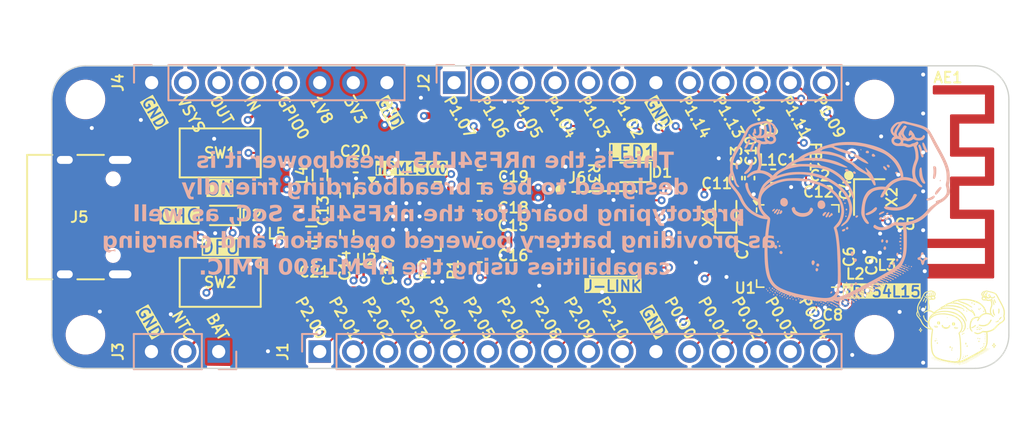
<source format=kicad_pcb>
(kicad_pcb (version 20240108) (generator "pcbnew") (generator_version "8.0")
  (title_block (comment 4 "AISLER Project ID: VNPCTLTY"))
  (layers (0 "F.Cu" signal) (1 "In1.Cu" power) (2 "In2.Cu" signal) (31 "B.Cu" power) (34 "B.Paste" user) (35 "F.Paste" user) (36 "B.SilkS" user "B.Silkscreen") (37 "F.SilkS" user "F.Silkscreen") (38 "B.Mask" user) (39 "F.Mask" user) (44 "Edge.Cuts" user))
  (net 0 "")
  (net 1 "/D-")
  (net 2 "GND")
  (net 3 "/D+")
  (net 4 "/SWDIO")
  (net 5 "/SWO")
  (net 6 "/RF")
  (net 7 "/VBAT")
  (net 8 "/VBUS")
  (net 9 "/VDD")
  (net 10 "/VSYS")
  (net 11 "/VOUTB1")
  (net 12 "/LED1")
  (net 13 "/CHG")
  (net 14 "/P2.01")
  (net 15 "/P2.08")
  (net 16 "/P2.00")
  (net 17 "/P2.05")
  (net 18 "/P2.02")
  (net 19 "/P0.01")
  (net 20 "/P0.02")
  (net 21 "/P2.06")
  (net 22 "/P0.04")
  (net 23 "/P2.09")
  (net 24 "/P0.00")
  (net 25 "/P2.10")
  (net 26 "/P2.04")
  (net 27 "/P0.03")
  (net 28 "/P2.03")
  (net 29 "/P1.06")
  (net 30 "/P1.02")
  (net 31 "/P1.14")
  (net 32 "/P1.09{slash}GPIO3")
  (net 33 "/P1.11{slash}SCL")
  (net 34 "/P1.03")
  (net 35 "/P1.13")
  (net 36 "/P1.04")
  (net 37 "/P1.12{slash}SDA")
  (net 38 "/P1.05")
  (net 39 "/P1.07")
  (net 40 "/NTC")
  (net 42 "/LSOUT1")
  (net 43 "/LSIN1")
  (net 44 "/GPIO0")
  (net 45 "/CC2")
  (net 46 "/CC1")
  (net 47 "/SWDCLK")
  (net 48 "/nRESET")
  (net 49 "/ON")
  (net 50 "/DFU")
  (net 51 "/XL1")
  (net 52 "/XC2")
  (net 53 "/XL2")
  (net 54 "/XC1")
  (net 55 "/VBUSOUT")
  (net 56 "/ANT")
  (net 57 "/DECD")
  (net 58 "/DECA")
  (net 59 "/SW1")
  (net 60 "/PVSS1")
  (net 61 "/DCC")
  (net 62 "/VSET1")
  (net 63 "/VSET2")
  (net 64 "/RF_2")
  (net 73 "/LED1_1")
  (net 74 "/PVSS2")
  (net 75 "Net-(U2-PVSS2)")
  (footprint "Crystal:Crystal_SMD_2016-4Pin_2.0x1.6mm" (layer "F.Cu") (at 121.5302 42.9372 -90)
    (property "Reference" "X2")
    (property "Value" "32MHz")
  )
  (footprint "MountingHole:MountingHole_2.5mm" (layer "F.Cu") (at 121.92 53.34)
    (property "Reference" "H17" (hide yes))
    (property "Value" "MountingHole" (hide yes))
  )
  (footprint "Capacitor_SMD:C_0402_1005Metric" (layer "F.Cu") (at 111.5568 41.501 90)
    (property "Reference" "C3")
    (property "Value" "10u")
  )
  (footprint "Fiducial:Fiducial_0.5mm_Mask1.5mm" (layer "F.Cu") (at 124.206 54.61)
    (property "Reference" "FID2" (hide yes))
    (property "Value" "Fiducial")
  )
  (footprint "Fiducial:Fiducial_0.5mm_Mask1.5mm" (layer "F.Cu") (at 60.96 37.719)
    (property "Reference" "FID1" (hide yes))
    (property "Value" "Fiducial")
  )
  (footprint "Inductor_SMD:L_0603_1608Metric" (layer "F.Cu") (at 79.6036 47.3202)
    (property "Reference" "C21")
    (property "Value" "10u")
  )
  (footprint "Resistor_SMD:R_0201_0603Metric" (layer "F.Cu") (at 101.5237 41.0718 -90)
    (property "Reference" "R3")
    (property "Value" "220R")
  )
  (footprint "Inductor_SMD:L_0603_1608Metric" (layer "F.Cu") (at 92.1004 43.7388)
    (property "Reference" "C18")
    (property "Value" "1u")
  )
  (footprint "Capacitor_SMD:C_0402_1005Metric" (layer "F.Cu") (at 112.4966 41.501 90)
    (property "Reference" "C10")
    (property "Value" "10u")
  )
  (footprint "Inductor_SMD:L_0201_0603Metric" (layer "F.Cu") (at 120.8426 46.4312)
    (property "Reference" "L2")
    (property "Value" "3n7")
  )
  (footprint "Capacitor_SMD:C_0201_0603Metric" (layer "F.Cu") (at 119.6594 43.6372 90)
    (property "Reference" "C4")
    (property "Value" "100n")
  )
  (footprint "Inductor_SMD:L_0603_1608Metric" (layer "F.Cu") (at 92.1005 45.085)
    (property "Reference" "C15")
    (property "Value" "10u")
  )
  (footprint "Inductor_SMD:L_0603_1608Metric" (layer "F.Cu") (at 82.0674 45.6184 -90)
    (property "Reference" "C14")
    (property "Value" "10u")
  )
  (footprint "Capacitor_SMD:C_0201_0603Metric" (layer "F.Cu") (at 121.7168 46.7614 -90)
    (property "Reference" "C9")
    (property "Value" "1p4")
  )
  (footprint "Package_DFN_QFN:QFN-48-1EP_6x6mm_P0.4mm_EP4.6x4.6mm" (layer "F.Cu") (at 116.1288 46.6344)
    (property "Reference" "U1")
    (property "Value" "nRF54L15-QFAA")
  )
  (footprint "LED_SMD:LED_0603_1608Metric" (layer "F.Cu") (at 72.517 44.323 180)
    (property "Reference" "D2")
    (property "Value" "LED")
  )
  (footprint "MountingHole:MountingHole_2.5mm" (layer "F.Cu") (at 121.92 35.56)
    (property "Reference" "H16" (hide yes))
    (property "Value" "MountingHole" (hide yes))
  )
  (footprint "Crystal:Crystal_SMD_2012-2Pin_2.0x1.2mm" (layer "F.Cu") (at 110.6932 44.4246 90)
    (property "Reference" "X1")
    (property "Value" "32.768kHz")
  )
  (footprint "Capacitor_SMD:C_0201_0603Metric" (layer "F.Cu") (at 117.8412 50.7746)
    (property "Reference" "C8")
    (property "Value" "100n")
  )
  (footprint "Resistor_SMD:R_0201_0603Metric" (layer "F.Cu") (at 88.694618 48.400817 -90)
    (property "Reference" "R2")
    (property "Value" "470k")
  )
  (footprint "Connector_USB:USB_C_Receptacle_HRO_TYPE-C-31-M-12" (layer "F.Cu") (at 61.802 44.45 -90)
    (property "Reference" "J5")
    (property "Value" "USB_C_Receptacle_USB2.0_16P")
  )
  (footprint "Capacitor_SMD:C_0201_0603Metric" (layer "F.Cu") (at 121.1432 45.2374)
    (property "Reference" "C5")
    (property "Value" "18p")
  )
  (footprint "Capacitor_SMD:C_0201_0603Metric" (layer "F.Cu") (at 115.2652 42.6974)
    (property "Reference" "C1")
    (property "Value" "2u2")
  )
  (footprint "RF_Antenna:Texas_SWRA117D_2.4GHz_Left" (layer "F.Cu") (at 125.7212 46.4346 -90)
    (property "Reference" "AE1")
    (property "Value" "Antenna")
  )
  (footprint "MountingHole:MountingHole_2.5mm" (layer "F.Cu") (at 62.31 53.34)
    (property "Reference" "H15" (hide yes))
    (property "Value" "MountingHole" (hide yes))
  )
  (footprint "Inductor_SMD:L_0603_1608Metric" (layer "F.Cu") (at 92.1004 47.3456)
    (property "Reference" "C16")
    (property "Value" "2u2")
  )
  (footprint "LED_SMD:LED_0603_1608Metric" (layer "F.Cu") (at 103.5304 41.0718 180)
    (property "Reference" "D1")
    (property "Value" "LED")
  )
  (footprint "Capacitor_SMD:C_0201_0603Metric" (layer "F.Cu") (at 116.4336 41.1734 180)
    (property "Reference" "C2")
    (property "Value" "2u2")
  )
  (footprint "Capacitor_SMD:C_0201_0603Metric" (layer "F.Cu") (at 86.0552 48.4992 -90)
    (property "Reference" "C17")
    (property "Value" "100nF")
  )
  (footprint "Package_DFN_QFN:QFN-32-1EP_5x5mm_P0.5mm_EP3.6x3.6mm_ThermalVias" (layer "F.Cu") (at 86.5538 44.3992)
    (property "Reference" "U2")
    (property "Value" "nPM1300-QEXX")
  )
  (footprint "Inductor_SMD:L_0603_1608Metric" (layer "F.Cu") (at 82.0674 42.7989 90)
    (property "Reference" "C13")
    (property "Value" "10u")
  )
  (footprint "Inductor_SMD:L_0201_0603Metric" (layer "F.Cu") (at 122.5804 46.4312)
    (property "Reference" "L3")
    (property "Value" "2n1")
  )
  (footprint "MountingHole:MountingHole_2.5mm" (layer "F.Cu") (at 62.31 35.56)
    (property "Reference" "H14" (hide yes))
    (property "Value" "MountingHole" (hide yes))
  )
  (footprint "Capacitor_SMD:C_0201_0603Metric" (layer "F.Cu") (at 120.015 46.167 90)
    (property "Reference" "C6")
    (property "Value" "0p5")
  )
  (footprint "Inductor_SMD:L_0805_2012Metric" (layer "F.Cu") (at 80.034 41.275 90)
    (property "Reference" "L4")
    (property "Value" "2u2")
  )
  (footprint "Inductor_SMD:L_0603_1608Metric" (layer "F.Cu") (at 114.2746 41.3512)
    (property "Reference" "L1")
    (property "Value" "4u7")
  )
  (footprint "Button_Switch_SMD:SW_SPST_CK_RS282G05A3" (layer "F.Cu") (at 72.4916 49.3776 180)
    (property "Reference" "SW2")
    (property "Value" "SW_Push")
  )
  (footprint "Capacitor_SMD:C_0201_0603Metric" (layer "F.Cu") (at 111.950328 48.382815 -90)
    (property "Reference" "C7")
    (property "Value" "100n")
  )
  (footprint "Capacitor_SMD:C_0201_0603Metric" (layer "F.Cu") (at 113.6756 42.7228 180)
    (property "Reference" "C11")
    (property "Value" "100n")
  )
  (footprint "Inductor_SMD:L_0603_1608Metric" (layer "F.Cu") (at 92.1004 41.402)
    (property "Reference" "C19")
    (property "Value" "1u")
  )
  (footprint "Connector_PinHeader_1.27mm:PinHeader_2x05_P1.27mm_Vertical_SMD" (layer "F.Cu") (at 102.1842 45.72)
    (property "Reference" "J6")
    (property "Value" "Conn_ARM_JTAG_SWD_10")
  )
  (footprint "Inductor_SMD:L_0805_2012Metric" (layer "F.Cu") (at 79.375 45.72 180)
    (property "Reference" "L5")
    (property "Value" "2u2")
  )
  (footprint "Inductor_SMD:L_0603_1608Metric" (layer "F.Cu") (at 82.7278 40.5638 180)
    (property "Reference" "C20")
    (property "Value" "10u")
  )
  (footprint "Inductor_SMD:L_0201_0603Metric" (layer "F.Cu") (at 116.7384 40.1828 -90)
    (property "Reference" "FB1")
    (property "Value" "120R")
  )
  (footprint "Capacitor_SMD:C_0201_0603Metric" (layer "F.Cu") (at 116.1796 42.3164 90)
    (property "Reference" "C12")
    (property "Value" "10nF")
  )
  (footprint "Resistor_SMD:R_0201_0603Metric" (layer "F.Cu") (at 89.305672 48.400817 -90)
    (property "Reference" "R1")
    (property "Value" "47k")
  )
  (footprint "Button_Switch_SMD:SW_SPST_CK_RS282G05A3" (layer "F.Cu") (at 72.4916 39.5986 180)
    (property "Reference" "SW1")
    (property "Value" "SW_Push")
  )
  (footprint "Connector_PinHeader_2.54mm:PinHeader_1x03_P2.54mm_Vertical" (layer "B.Cu") (at 72.375 54.61 90)
    (property "Reference" "J3")
    (property "Value" "Conn_01x03_Pin")
  )
  (footprint "Connector_PinHeader_2.54mm:PinHeader_1x16_P2.54mm_Vertical" (layer "B.Cu") (at 80.01 54.61 -90)
    (property "Reference" "J1")
    (property "Value" "Conn_01x16_Pin")
  )
  (footprint "Connector_PinHeader_2.54mm:PinHeader_1x12_P2.54mm_Vertical" (layer "B.Cu") (at 90.17 34.29 -90)
    (property "Reference" "J2")
    (property "Value" "Conn_01x12_Pin")
  )
  (footprint "Connector_PinHeader_2.54mm:PinHeader_1x08_P2.54mm_Vertical" (layer "B.Cu") (at 67.31 34.29 -90)
    (property "Reference" "J4")
    (property "Value" "Conn_01x08_Pin")
  )
  (gr_line (start 123.1646 46.4312) (end 125.5776 46.4312) (stroke (width 0.9271)) (layer "F.Cu") (net 6))
  (gr_poly (pts (xy 121.863081 49.873981) (xy 121.864866 49.874057) (xy 121.866626 49.874182) (xy 121.868359 49.874355) (xy 121.870062 49.874574) (xy 121.871733 49.874839) (xy 121.87337 49.875148) (xy 121.87497 49.875499) (xy 121.876532 49.875891) (xy 121.878052 49.876324) (xy 121.879529 49.876795) (xy 121.880961 49.877304) (xy 121.882345 49.877849) (xy 121.883679 49.878429) (xy 121.88496 49.879042) (xy 121.886187 49.879688) (xy 121.887357 49.880365) (xy 121.888468 49.881071) (xy 121.889518 49.881806) (xy 121.890504 49.882568) (xy 121.891424 49.883356) (xy 121.892276 49.884168) (xy 121.893057 49.885004) (xy 121.893766 49.885862) (xy 121.8944 49.88674) (xy 121.894957 49.887638) (xy 121.895434 49.888553) (xy 121.89583 49.889486) (xy 121.896141 49.890434) (xy 121.896367 49.891396) (xy 121.896504 49.892372) (xy 121.89655 49.893358) (xy 121.896586 49.894335) (xy 121.896692 49.895279) (xy 121.896867 49.89619) (xy 121.897108 49.897065) (xy 121.897414 49.897905) (xy 121.897782 49.898707) (xy 121.898212 49.89947) (xy 121.8987 49.900194) (xy 121.899244 49.900875) (xy 121.899844 49.901515) (xy 121.900497 49.90211) (xy 121.901201 49.90266) (xy 121.901954 49.903164) (xy 121.902754 49.90362) (xy 121.903599 49.904026) (xy 121.904487 49.904383) (xy 121.905417 49.904688) (xy 121.906387 49.904939) (xy 121.907393 49.905137) (xy 121.908436 49.905279) (xy 121.909511 49.905364) (xy 121.910619 49.905391) (xy 121.911756 49.905358) (xy 121.912921 49.905265) (xy 121.914112 49.90511) (xy 121.915327 49.904891) (xy 121.916563 49.904608) (xy 121.91782 49.904259) (xy 121.919095 49.903843) (xy 121.920386 49.903358) (xy 121.921691 49.902803) (xy 121.923009 49.902178) (xy 121.924672 49.901584) (xy 121.926357 49.901123) (xy 121.928061 49.900797) (xy 121.929785 49.900603) (xy 121.931528 49.900543) (xy 121.933291 49.900616) (xy 121.935072 49.900821) (xy 121.936871 49.901158) (xy 121.938689 49.901627) (xy 121.940524 49.902227) (xy 121.942377 49.902959) (xy 121.944247 49.903821) (xy 121.948037 49.905937) (xy 121.951892 49.908572) (xy 121.955809 49.911723) (xy 121.959785 49.915389) (xy 121.963818 49.919567) (xy 121.967905 49.924254) (xy 121.972044 49.929447) (xy 121.976231 49.935144) (xy 121.980466 49.941343) (xy 121.984744 49.94804) (xy 121.987478 49.952827) (xy 121.990055 49.957588) (xy 121.992474 49.962306) (xy 121.994735 49.966963) (xy 121.996836 49.971545) (xy 121.998775 49.976034) (xy 122.000551 49.980414) (xy 122.002163 49.984668) (xy 122.00361 49.98878) (xy 122.00489 49.992733) (xy 122.006002 49.996511) (xy 122.006945 50.000098) (xy 122.007717 50.003477) (xy 122.008318 50.006631) (xy 122.008745 50.009545) (xy 122.008998 50.012201) (xy 122.009075 50.014583) (xy 122.008976 50.016675) (xy 122.008698 50.01846) (xy 122.00824 50.019921) (xy 122.007602 50.021043) (xy 122.006781 50.021809) (xy 122.006302 50.022053) (xy 122.005777 50.022202) (xy 122.005206 50.022253) (xy 122.004589 50.022205) (xy 122.003214 50.021803) (xy 122.001652 50.020979) (xy 121.999901 50.019717) (xy 121.99796 50.017999) (xy 121.995828 50.01581) (xy 121.993504 50.013132) (xy 121.990986 50.00995) (xy 121.988273 50.006247) (xy 121.986748 50.004285) (xy 121.984838 50.002368) (xy 121.982571 50.000504) (xy 121.979976 49.998696) (xy 121.977082 49.99695) (xy 121.973916 49.995271) (xy 121.970508 49.993665) (xy 121.966885 49.992136) (xy 121.963076 49.99069) (xy 121.95911 49.989332) (xy 121.955014 49.988067) (xy 121.950817 49.986899) (xy 121.946548 49.985836) (xy 121.942236 49.984881) (xy 121.937907 49.984039) (xy 121.933592 49.983317) (xy 121.928783 49.982703) (xy 121.923954 49.981861) (xy 121.919117 49.980801) (xy 121.914282 49.97953) (xy 121.909462 49.97806) (xy 121.904667 49.976398) (xy 121.89991 49.974555) (xy 121.8952 49.97254) (xy 121.89055 49.970362) (xy 121.88597 49.968031) (xy 121.881473 49.965556) (xy 121.877068 49.962945) (xy 121.868585 49.957359) (xy 121.860611 49.951346) (xy 121.856843 49.948203) (xy 121.853236 49.944981) (xy 121.849802 49.941691) (xy 121.846552 49.938341) (xy 121.843496 49.93494) (xy 121.840647 49.931498) (xy 121.838016 49.928025) (xy 121.835613 49.924529) (xy 121.833451 49.921021) (xy 121.831541 49.917509) (xy 121.829893 49.914002) (xy 121.82852 49.910511) (xy 121.827432 49.907045) (xy 121.826641 49.903612) (xy 121.826158 49.900223) (xy 121.825995 49.896886) (xy 121.826041 49.895734) (xy 121.826178 49.894594) (xy 121.826403 49.893467) (xy 121.826715 49.892356) (xy 121.82711 49.891261) (xy 121.827588 49.890185) (xy 121.828144 49.889129) (xy 121.828778 49.888094) (xy 121.829487 49.887083) (xy 121.830269 49.886096) (xy 121.832041 49.884205) (xy 121.834077 49.882432) (xy 121.836358 49.88079) (xy 121.838866 49.879294) (xy 121.841584 49.877955) (xy 121.844493 49.876787) (xy 121.847575 49.875802) (xy 121.850812 49.875013) (xy 121.854186 49.874434) (xy 121.857679 49.874077) (xy 121.861272 49.873955)) (stroke (width -0.000001)) (fill solid) (layer "B.SilkS"))
  (gr_poly (pts (xy 118.680684 51.198691) (xy 118.686047 51.199225) (xy 118.691509 51.20007) (xy 118.697032 51.201203) (xy 118.702581 51.202605) (xy 118.70812 51.204255) (xy 118.713613 51.206133) (xy 118.719022 51.208217) (xy 118.724313 51.210488) (xy 118.729449 51.212923) (xy 118.734393 51.215504) (xy 118.739111 51.218208) (xy 118.743564 51.221016) (xy 118.747718 51.223907) (xy 118.751536 51.226859) (xy 118.754718 51.230061) (xy 118.757641 51.233046) (xy 118.760295 51.235804) (xy 118.762671 51.238324) (xy 118.764757 51.240596) (xy 118.766543 51.242609) (xy 118.768019 51.244354) (xy 118.769175 51.24582) (xy 118.769629 51.246445) (xy 118.77 51.246996) (xy 118.770285 51.247473) (xy 118.770484 51.247873) (xy 118.770595 51.248196) (xy 118.770617 51.24844) (xy 118.770594 51.248532) (xy 118.770548 51.248604) (xy 118.770479 51.248655) (xy 118.770388 51.248686) (xy 118.770134 51.248686) (xy 118.769786 51.248602) (xy 118.769343 51.248432) (xy 118.768803 51.248176) (xy 118.768164 51.247832) (xy 118.767426 51.247399) (xy 118.766588 51.246876) (xy 118.765647 51.246261) (xy 118.761079 51.24389) (xy 118.754237 51.240859) (xy 118.745493 51.237331) (xy 118.73522 51.233473) (xy 118.723789 51.229449) (xy 118.711573 51.225426) (xy 118.698943 51.221567) (xy 118.686272 51.218039) (xy 118.668227 51.21272) (xy 118.661026 51.210505) (xy 118.655018 51.208558) (xy 118.650189 51.20686) (xy 118.646523 51.205389) (xy 118.645121 51.204732) (xy 118.644003 51.204124) (xy 118.643169 51.203563) (xy 118.642616 51.203046) (xy 118.642342 51.20257) (xy 118.642345 51.202133) (xy 118.642623 51.201732) (xy 118.643174 51.201365) (xy 118.643997 51.201029) (xy 118.645089 51.200721) (xy 118.648073 51.20018) (xy 118.652111 51.199722) (xy 118.657189 51.199325) (xy 118.670397 51.198636) (xy 118.675455 51.198488)) (stroke (width -0.000001)) (fill solid) (layer "B.SilkS"))
  (gr_poly (pts (xy 122.521844 46.119004) (xy 122.524726 46.119363) (xy 122.527635 46.119935) (xy 122.530576 46.12072) (xy 122.533554 46.121718) (xy 122.536575 46.122929) (xy 122.539644 46.124355) (xy 122.542768 46.125994) (xy 122.545951 46.127848) (xy 122.549198 46.129917) (xy 122.552517 46.132201) (xy 122.555911 46.1347) (xy 122.562948 46.140346) (xy 122.570356 46.146857) (xy 122.574666 46.150978) (xy 122.578666 46.155392) (xy 122.582358 46.160082) (xy 122.585742 46.16503) (xy 122.588818 46.17022) (xy 122.591587 46.175635) (xy 122.59405 46.181257) (xy 122.596208 46.187069) (xy 122.598061 46.193054) (xy 122.599609 46.199195) (xy 122.600854 46.205475) (xy 122.601796 46.211877) (xy 122.602436 46.218384) (xy 122.602774 46.224978) (xy 122.602547 46.23836) (xy 122.601122 46.251887) (xy 122.598503 46.265421) (xy 122.594695 46.278826) (xy 122.592347 46.285438) (xy 122.589704 46.291966) (xy 122.586766 46.298393) (xy 122.583534 46.304702) (xy 122.580009 46.310876) (xy 122.576192 46.316898) (xy 122.572082 46.32275) (xy 122.567682 46.328417) (xy 122.56299 46.33388) (xy 122.558008 46.339122) (xy 122.551613 46.345387) (xy 122.545627 46.350963) (xy 122.540002 46.355861) (xy 122.534692 46.360095) (xy 122.532141 46.361968) (xy 122.529651 46.363679) (xy 122.527217 46.36523) (xy 122.524832 46.366624) (xy 122.522492 46.367861) (xy 122.520189 46.368944) (xy 122.517919 46.369873) (xy 122.515675 46.370651) (xy 122.513452 46.37128) (xy 122.511244 46.37176) (xy 122.509045 46.372093) (xy 122.506849 46.372281) (xy 122.50465 46.372326) (xy 122.502443 46.372229) (xy 122.500222 46.371992) (xy 122.497981 46.371616) (xy 122.495714 46.371104) (xy 122.493415 46.370456) (xy 122.491079 46.369674) (xy 122.4887 46.36876) (xy 122.486271 46.367716) (xy 122.483788 46.366543) (xy 122.478633 46.363817) (xy 122.472851 46.360411) (xy 122.467411 46.356496) (xy 122.462316 46.352102) (xy 122.457566 46.347256) (xy 122.453165 46.341988) (xy 122.449112 46.336326) (xy 122.44541 46.330299) (xy 122.44206 46.323936) (xy 122.439065 46.317265) (xy 122.436425 46.310316) (xy 122.434142 46.303117) (xy 122.432218 46.295696) (xy 122.430654 46.288083) (xy 122.429453 46.280307) (xy 122.428615 46.272395) (xy 122.428142 46.264377) (xy 122.4283 46.248137) (xy 122.428933 46.239973) (xy 122.429937 46.231817) (xy 122.431316 46.223699) (xy 122.433069 46.215647) (xy 122.435198 46.207691) (xy 122.437706 46.199857) (xy 122.440594 46.192177) (xy 122.443863 46.184677) (xy 122.447515 46.177387) (xy 122.451552 46.170336) (xy 122.455975 46.163553) (xy 122.460786 46.157065) (xy 122.465986 46.150903) (xy 122.471578 46.145094) (xy 122.478055 46.138893) (xy 122.484287 46.133522) (xy 122.487325 46.131148) (xy 122.490317 46.128983) (xy 122.493271 46.127026) (xy 122.49619 46.125278) (xy 122.499081 46.123739) (xy 122.501949 46.12241) (xy 122.5048 46.121291) (xy 122.507638 46.120382) (xy 122.51047 46.119684) (xy 122.513301 46.119197) (xy 122.516137 46.118921) (xy 122.518983 46.118856)) (stroke (width -0.000001)) (fill solid) (layer "B.SilkS"))
  (gr_poly (pts (xy 123.903045 47.099273) (xy 123.907804 47.099637) (xy 123.91278 47.100254) (xy 123.917967 47.101122) (xy 123.922783 47.10204) (xy 123.927309 47.103134) (xy 123.931543 47.104393) (xy 123.935486 47.105807) (xy 123.939134 47.107366) (xy 123.942489 47.10906) (xy 123.945549 47.110877) (xy 123.948312 47.112808) (xy 123.950778 47.114842) (xy 123.952946 47.11697) (xy 123.954815 47.11918) (xy 123.956384 47.121462) (xy 123.957651 47.123806) (xy 123.958617 47.126202) (xy 123.95928 47.12864) (xy 123.959639 47.131108) (xy 123.959693 47.133597) (xy 123.959441 47.136097) (xy 123.958883 47.138596) (xy 123.958016 47.141085) (xy 123.956841 47.143554) (xy 123.955356 47.145991) (xy 123.953561 47.148387) (xy 123.951453 47.150732) (xy 123.949033 47.153014) (xy 123.9463 47.155224) (xy 123.943252 47.157351) (xy 123.939888 47.159386) (xy 123.936208 47.161317) (xy 123.93221 47.163134) (xy 123.927894 47.164827) (xy 123.923259 47.166386) (xy 123.919167 47.167596) (xy 123.915163 47.168584) (xy 123.911253 47.169353) (xy 123.907442 47.16991) (xy 123.903736 47.170259) (xy 123.90014 47.170405) (xy 123.896659 47.170353) (xy 123.8933 47.170107) (xy 123.890067 47.169672) (xy 123.886967 47.169054) (xy 123.884004 47.168257) (xy 123.881184 47.167285) (xy 123.878512 47.166145) (xy 123.875995 47.16484) (xy 123.873637 47.163375) (xy 123.871444 47.161756) (xy 123.869422 47.159987) (xy 123.867576 47.158073) (xy 123.865911 47.156019) (xy 123.864434 47.153829) (xy 123.863148 47.151509) (xy 123.862061 47.149063) (xy 123.861177 47.146497) (xy 123.860503 47.143814) (xy 123.860042 47.14102) (xy 123.859802 47.138121) (xy 123.859787 47.135119) (xy 123.860003 47.132021) (xy 123.860455 47.128832) (xy 123.86115 47.125555) (xy 123.862091 47.122197) (xy 123.863286 47.118761) (xy 123.863983 47.117144) (xy 123.864752 47.115598) (xy 123.865593 47.114124) (xy 123.866503 47.112722) (xy 123.867484 47.11139) (xy 123.868534 47.11013) (xy 123.869652 47.10894) (xy 123.870837 47.107819) (xy 123.872091 47.106769) (xy 123.87341 47.105788) (xy 123.876246 47.104033) (xy 123.879341 47.102552) (xy 123.882689 47.101343) (xy 123.886285 47.100402) (xy 123.890123 47.099727) (xy 123.8942 47.099315) (xy 123.898509 47.099165)) (stroke (width -0.000001)) (fill solid) (layer "B.SilkS"))
  (gr_poly (pts (xy 119.84047 50.671116) (xy 119.8441 50.671812) (xy 119.848661 50.67289) (xy 119.854167 50.674337) (xy 119.868078 50.678289) (xy 119.872785 50.679361) (xy 119.877621 50.680583) (xy 119.88255 50.68194) (xy 119.887536 50.683415) (xy 119.897533 50.68666) (xy 119.907324 50.690195) (xy 119.916619 50.693895) (xy 119.925129 50.697636) (xy 119.928998 50.699483) (xy 119.932563 50.701294) (xy 119.935787 50.703054) (xy 119.938634 50.704746) (xy 119.942332 50.70694) (xy 119.945486 50.708901) (xy 119.948086 50.710646) (xy 119.950126 50.712188) (xy 119.950934 50.712889) (xy 119.951598 50.713545) (xy 119.952118 50.714158) (xy 119.952493 50.714731) (xy 119.952722 50.715265) (xy 119.952804 50.715762) (xy 119.952739 50.716224) (xy 119.952524 50.716654) (xy 119.95216 50.717052) (xy 119.951644 50.717421) (xy 119.950977 50.717763) (xy 119.950157 50.71808) (xy 119.948055 50.718646) (xy 119.945331 50.719134) (xy 119.941976 50.719561) (xy 119.937982 50.719941) (xy 119.92805 50.720623) (xy 119.924273 50.72048) (xy 119.920243 50.720061) (xy 119.915996 50.719379) (xy 119.911569 50.718445) (xy 119.906996 50.717275) (xy 119.902315 50.715879) (xy 119.897562 50.714271) (xy 119.892772 50.712465) (xy 119.887983 50.710472) (xy 119.883229 50.708306) (xy 119.878548 50.70598) (xy 119.873976 50.703507) (xy 119.869548 50.7009) (xy 119.865301 50.698171) (xy 119.861272 50.695333) (xy 119.857495 50.6924) (xy 119.847098 50.684197) (xy 119.843054 50.68087) (xy 119.839801 50.678041) (xy 119.837354 50.675698) (xy 119.835729 50.673827) (xy 119.835229 50.673065) (xy 119.834941 50.672417) (xy 119.834866 50.67188) (xy 119.835006 50.671454) (xy 119.835362 50.671136) (xy 119.835938 50.670924) (xy 119.836735 50.670818) (xy 119.837755 50.670816)) (stroke (width -0.000001)) (fill solid) (layer "B.SilkS"))
  (gr_poly (pts (xy 118.610218 50.913728) (xy 118.618979 50.914608) (xy 118.637352 50.91763) (xy 118.656427 50.922187) (xy 118.675689 50.9281) (xy 118.69462 50.935191) (xy 118.712703 50.943283) (xy 118.729422 50.952196) (xy 118.737108 50.956904) (xy 118.74426 50.961752) (xy 118.750812 50.966716) (xy 118.7567 50.971773) (xy 118.76186 50.976903) (xy 118.766226 50.982081) (xy 118.769734 50.987287) (xy 118.77232 50.992498) (xy 118.773919 50.997691) (xy 118.774467 51.002845) (xy 118.774321 51.00731) (xy 118.774138 51.009421) (xy 118.773881 51.011451) (xy 118.773549 51.0134) (xy 118.773141 51.01527) (xy 118.772657 51.017062) (xy 118.772096 51.018775) (xy 118.771458 51.020411) (xy 118.770742 51.021969) (xy 118.769946 51.023452) (xy 118.769072 51.024859) (xy 118.768117 51.026191) (xy 118.767081 51.027449) (xy 118.765964 51.028633) (xy 118.764765 51.029744) (xy 118.763484 51.030782) (xy 118.762119 51.031749) (xy 118.76067 51.032645) (xy 118.759136 51.033471) (xy 118.757517 51.034227) (xy 118.755813 51.034914) (xy 118.754021 51.035532) (xy 118.752143 51.036082) (xy 118.750176 51.036565) (xy 118.748121 51.036982) (xy 118.743743 51.037619) (xy 118.739004 51.037997) (xy 118.733897 51.038122) (xy 118.729161 51.037868) (xy 118.723913 51.037126) (xy 118.718198 51.035924) (xy 118.712062 51.034291) (xy 118.698713 51.029843) (xy 118.684233 51.02401) (xy 118.668987 51.01702) (xy 118.653344 51.0091) (xy 118.63767 51.000477) (xy 118.622331 50.991379) (xy 118.607696 50.982032) (xy 118.59413 50.972665) (xy 118.582001 50.963504) (xy 118.571675 50.954778) (xy 118.563519 50.946713) (xy 118.56037 50.942999) (xy 118.557901 50.939537) (xy 118.556158 50.936353) (xy 118.555188 50.933477) (xy 118.555034 50.930936) (xy 118.555745 50.92876) (xy 118.558855 50.924783) (xy 118.562852 50.921434) (xy 118.56767 50.918692) (xy 118.573246 50.916534) (xy 118.579514 50.914938) (xy 118.586409 50.913882) (xy 118.593868 50.913343) (xy 118.601826 50.913299)) (stroke (width -0.000001)) (fill solid) (layer "B.SilkS"))
  (gr_poly (pts (xy 120.098365 50.738271) (xy 120.099325 50.738301) (xy 120.100264 50.738351) (xy 120.10118 50.738419) (xy 120.102072 50.738505) (xy 120.102941 50.738609) (xy 120.103785 50.73873) (xy 120.104604 50.738867) (xy 120.105397 50.739019) (xy 120.106164 50.739187) (xy 120.106904 50.739368) (xy 120.107615 50.739563) (xy 120.108299 50.739771) (xy 120.108953 50.739991) (xy 120.109577 50.740223) (xy 120.110172 50.740466) (xy 120.110735 50.740719) (xy 120.111266 50.740982) (xy 120.111766 50.741254) (xy 120.112232 50.741534) (xy 120.112664 50.741822) (xy 120.113063 50.742118) (xy 120.113426 50.742419) (xy 120.113754 50.742727) (xy 120.114046 50.743039) (xy 120.114301 50.743356) (xy 120.114519 50.743677) (xy 120.114698 50.744001) (xy 120.114839 50.744328) (xy 120.11494 50.744657) (xy 120.115002 50.744987) (xy 120.115022 50.745318) (xy 120.115002 50.745824) (xy 120.11494 50.746349) (xy 120.114698 50.747453) (xy 120.114301 50.748619) (xy 120.113754 50.749837) (xy 120.113063 50.751096) (xy 120.112232 50.752386) (xy 120.111266 50.753697) (xy 120.110172 50.755018) (xy 120.108953 50.756339) (xy 120.107615 50.75765) (xy 120.106164 50.75894) (xy 120.104604 50.760199) (xy 120.102941 50.761417) (xy 120.10118 50.762583) (xy 120.099325 50.763687) (xy 120.097383 50.764719) (xy 120.096556 50.76519) (xy 120.095732 50.765609) (xy 120.09491 50.765978) (xy 120.094093 50.766297) (xy 120.093283 50.766567) (xy 120.09248 50.766789) (xy 120.091688 50.766963) (xy 120.090907 50.767089) (xy 120.090138 50.76717) (xy 120.089384 50.767204) (xy 120.088647 50.767193) (xy 120.087927 50.767138) (xy 120.087226 50.767038) (xy 120.086546 50.766896) (xy 120.085889 50.76671) (xy 120.085257 50.766483) (xy 120.08465 50.766214) (xy 120.08407 50.765905) (xy 120.08352 50.765556) (xy 120.083 50.765167) (xy 120.082513 50.764739) (xy 120.082059 50.764274) (xy 120.081641 50.763771) (xy 120.08126 50.763231) (xy 120.080918 50.762655) (xy 120.080617 50.762043) (xy 120.080357 50.761397) (xy 120.080141 50.760716) (xy 120.07997 50.760002) (xy 120.079846 50.759254) (xy 120.07977 50.758475) (xy 120.079745 50.757663) (xy 120.07977 50.756677) (xy 120.079846 50.755701) (xy 120.07997 50.754739) (xy 120.080141 50.753791) (xy 120.080357 50.752859) (xy 120.080617 50.751943) (xy 120.080918 50.751045) (xy 120.08126 50.750167) (xy 120.081641 50.749309) (xy 120.082059 50.748474) (xy 120.082513 50.747661) (xy 120.083 50.746873) (xy 120.08352 50.746111) (xy 120.08407 50.745376) (xy 120.08465 50.74467) (xy 120.085257 50.743993) (xy 120.085889 50.743347) (xy 120.086546 50.742734) (xy 120.087226 50.742154) (xy 120.087927 50.741609) (xy 120.088647 50.7411) (xy 120.089384 50.740629) (xy 120.090138 50.740196) (xy 120.090907 50.739804) (xy 120.091688 50.739453) (xy 120.09248 50.739144) (xy 120.093283 50.738879) (xy 120.094093 50.73866) (xy 120.09491 50.738487) (xy 120.095732 50.738362) (xy 120.096556 50.738286) (xy 120.097383 50.73826)) (stroke (width -0.000001)) (fill solid) (layer "B.SilkS"))
  (gr_poly (pts (xy 120.511296 50.672808) (xy 120.512765 50.673034) (xy 120.514319 50.6734) (xy 120.515965 50.673907) (xy 120.51771 50.674556) (xy 120.519558 50.675345) (xy 120.521516 50.676277) (xy 120.525788 50.678567) (xy 120.530573 50.681427) (xy 120.535922 50.684862) (xy 120.541884 50.688872) (xy 120.55005 50.694667) (xy 120.557359 50.700176) (xy 120.56382 50.705441) (xy 120.566736 50.707996) (xy 120.569444 50.710508) (xy 120.571945 50.71298) (xy 120.574241 50.715419) (xy 120.576333 50.71783) (xy 120.578222 50.720219) (xy 120.57991 50.722591) (xy 120.581397 50.724952) (xy 120.582685 50.727307) (xy 120.583776 50.729662) (xy 120.58467 50.732022) (xy 120.585369 50.734393) (xy 120.585874 50.736779) (xy 120.586187 50.739188) (xy 120.586309 50.741623) (xy 120.586241 50.744091) (xy 120.585984 50.746597) (xy 120.58554 50.749147) (xy 120.58491 50.751746) (xy 120.584095 50.7544) (xy 120.583096 50.757113) (xy 120.581916 50.759893) (xy 120.580554 50.762743) (xy 120.579014 50.76567) (xy 120.577294 50.768678) (xy 120.575398 50.771775) (xy 120.572147 50.776218) (xy 120.568692 50.779972) (xy 120.565059 50.783061) (xy 120.561273 50.78551) (xy 120.557357 50.787343) (xy 120.553337 50.788584) (xy 120.549237 50.789256) (xy 120.545081 50.789386) (xy 120.540894 50.788996) (xy 120.536701 50.788111) (xy 120.532526 50.786755) (xy 120.528393 50.784952) (xy 120.524328 50.782727) (xy 120.520354 50.780103) (xy 120.516496 50.777106) (xy 120.51278 50.773759) (xy 120.509229 50.770086) (xy 120.505867 50.766112) (xy 120.50272 50.761861) (xy 120.499812 50.757357) (xy 120.497168 50.752624) (xy 120.494812 50.747687) (xy 120.492768 50.74257) (xy 120.491062 50.737296) (xy 120.489717 50.731891) (xy 120.488759 50.726378) (xy 120.488211 50.720782) (xy 120.488099 50.715127) (xy 120.488447 50.709437) (xy 120.489279 50.703737) (xy 120.49062 50.698049) (xy 120.492495 50.6924) (xy 120.494425 50.688039) (xy 120.496281 50.684218) (xy 120.498111 50.680939) (xy 120.499031 50.679504) (xy 120.499963 50.678206) (xy 120.500914 50.677045) (xy 120.501889 50.676021) (xy 120.502894 50.675134) (xy 120.503936 50.674385) (xy 120.50502 50.673775) (xy 120.506153 50.673303) (xy 120.507341 50.67297) (xy 120.50859 50.672777) (xy 120.509906 50.672722)) (stroke (width -0.000001)) (fill solid) (layer "B.SilkS"))
  (gr_poly (pts (xy 113.767141 49.856352) (xy 113.769197 49.85646) (xy 113.771191 49.85664) (xy 113.773122 49.856891) (xy 113.774989 49.857214) (xy 113.776793 49.857607) (xy 113.778533 49.85807) (xy 113.780208 49.858604) (xy 113.781819 49.859207) (xy 113.783365 49.85988) (xy 113.784846 49.860622) (xy 113.786261 49.861432) (xy 113.787611 49.862311) (xy 113.788894 49.863259) (xy 113.79011 49.864274) (xy 113.79126 49.865356) (xy 113.792343 49.866506) (xy 113.793358 49.867723) (xy 113.794305 49.869006) (xy 113.795184 49.870355) (xy 113.795995 49.87177) (xy 113.796737 49.873251) (xy 113.797409 49.874797) (xy 113.798013 49.876408) (xy 113.798546 49.878084) (xy 113.799009 49.879824) (xy 113.799402 49.881627) (xy 113.799725 49.883495) (xy 113.799976 49.885426) (xy 113.800156 49.887419) (xy 113.800264 49.889476) (xy 113.8003 49.891594) (xy 113.800264 49.893713) (xy 113.800156 49.89577) (xy 113.799976 49.897763) (xy 113.799725 49.899694) (xy 113.799402 49.901561) (xy 113.799009 49.903365) (xy 113.798546 49.905105) (xy 113.798013 49.906781) (xy 113.797409 49.908392) (xy 113.796737 49.909938) (xy 113.795995 49.911419) (xy 113.795184 49.912834) (xy 113.794305 49.914183) (xy 113.793358 49.915466) (xy 113.792343 49.916683) (xy 113.79126 49.917833) (xy 113.79011 49.918915) (xy 113.788894 49.91993) (xy 113.787611 49.920878) (xy 113.786261 49.921757) (xy 113.784846 49.922567) (xy 113.783365 49.923309) (xy 113.781819 49.923982) (xy 113.780208 49.924585) (xy 113.778533 49.925119) (xy 113.776793 49.925582) (xy 113.774989 49.925975) (xy 113.773122 49.926297) (xy 113.771191 49.926549) (xy 113.769197 49.926728) (xy 113.767141 49.926837) (xy 113.765022 49.926873) (xy 113.762903 49.926837) (xy 113.760847 49.926728) (xy 113.758853 49.926549) (xy 113.756923 49.926297) (xy 113.755055 49.925975) (xy 113.753252 49.925582) (xy 113.751512 49.925119) (xy 113.749836 49.924585) (xy 113.748225 49.923982) (xy 113.746679 49.923309) (xy 113.745198 49.922567) (xy 113.743783 49.921757) (xy 113.742434 49.920878) (xy 113.741151 49.91993) (xy 113.739934 49.918915) (xy 113.738784 49.917833) (xy 113.737702 49.916683) (xy 113.736687 49.915466) (xy 113.735739 49.914183) (xy 113.73486 49.912834) (xy 113.73405 49.911419) (xy 113.733308 49.909938) (xy 113.732635 49.908392) (xy 113.732032 49.906781) (xy 113.731498 49.905105) (xy 113.731035 49.903365) (xy 113.730642 49.901561) (xy 113.73032 49.899694) (xy 113.730068 49.897763) (xy 113.729888 49.89577) (xy 113.72978 49.893713) (xy 113.729744 49.891594) (xy 113.72978 49.889476) (xy 113.729888 49.887419) (xy 113.730068 49.885426) (xy 113.73032 49.883495) (xy 113.730642 49.881627) (xy 113.731035 49.879824) (xy 113.731498 49.878084) (xy 113.732032 49.876408) (xy 113.732635 49.874797) (xy 113.733308 49.873251) (xy 113.73405 49.87177) (xy 113.73486 49.870355) (xy 113.735739 49.869006) (xy 113.736687 49.867723) (xy 113.737702 49.866506) (xy 113.738784 49.865356) (xy 113.739934 49.864274) (xy 113.741151 49.863259) (xy 113.742434 49.862311) (xy 113.743783 49.861432) (xy 113.745198 49.860622) (xy 113.746679 49.85988) (xy 113.748225 49.859207) (xy 113.749836 49.858604) (xy 113.751512 49.85807) (xy 113.753252 49.857607) (xy 113.755055 49.857214) (xy 113.756923 49.856891) (xy 113.758853 49.85664) (xy 113.760847 49.85646) (xy 113.762903 49.856352) (xy 113.765022 49.856316)) (stroke (width -0.000001)) (fill solid) (layer "B.SilkS"))
  (gr_poly (pts (xy 115.12305 50.279739) (xy 115.129187 50.280032) (xy 115.134606 50.280568) (xy 115.137056 50.28094) (xy 115.13934 50.281386) (xy 115.141461 50.281913) (xy 115.143423 50.282524) (xy 115.145231 50.283226) (xy 115.146888 50.284022) (xy 115.1484 50.284917) (xy 115.149769 50.285917) (xy 115.151002 50.287026) (xy 115.152101 50.288249) (xy 115.15307 50.289591) (xy 115.153915 50.291056) (xy 115.154639 50.29265) (xy 115.155246 50.294378) (xy 115.155741 50.296244) (xy 115.156127 50.298252) (xy 115.15641 50.300409) (xy 115.156593 50.302719) (xy 115.156676 50.307815) (xy 115.15641 50.313581) (xy 115.15583 50.320055) (xy 115.154967 50.327276) (xy 115.1542 50.333955) (xy 115.15321 50.340115) (xy 115.151982 50.345774) (xy 115.151275 50.348421) (xy 115.150502 50.35095) (xy 115.149662 50.353362) (xy 115.148753 50.35566) (xy 115.147772 50.357847) (xy 115.146719 50.359924) (xy 115.145591 50.361894) (xy 115.144386 50.363759) (xy 115.143102 50.365521) (xy 115.141737 50.367183) (xy 115.14029 50.368746) (xy 115.138758 50.370214) (xy 115.13714 50.371588) (xy 115.135433 50.372871) (xy 115.133635 50.374064) (xy 115.131746 50.375171) (xy 115.129762 50.376193) (xy 115.127681 50.377132) (xy 115.125503 50.377992) (xy 115.123224 50.378773) (xy 115.120844 50.37948) (xy 115.118359 50.380112) (xy 115.115768 50.380674) (xy 115.11307 50.381167) (xy 115.107342 50.381955) (xy 115.102144 50.382674) (xy 115.097135 50.38318) (xy 115.092318 50.383475) (xy 115.087698 50.383564) (xy 115.083276 50.383451) (xy 115.079056 50.383138) (xy 115.075042 50.382629) (xy 115.071237 50.381928) (xy 115.067643 50.381038) (xy 115.064265 50.379964) (xy 115.061105 50.378708) (xy 115.058166 50.377274) (xy 115.055452 50.375665) (xy 115.052967 50.373886) (xy 115.050712 50.371939) (xy 115.048692 50.369829) (xy 115.04691 50.367558) (xy 115.045369 50.365131) (xy 115.044071 50.36255) (xy 115.043022 50.35982) (xy 115.042222 50.356944) (xy 115.041677 50.353926) (xy 115.041389 50.350769) (xy 115.041361 50.347476) (xy 115.041597 50.344052) (xy 115.042099 50.3405) (xy 115.042872 50.336822) (xy 115.043917 50.333024) (xy 115.045239 50.329108) (xy 115.046841 50.325078) (xy 115.048726 50.320938) (xy 115.050897 50.316691) (xy 115.053374 50.312496) (xy 115.056161 50.308516) (xy 115.059238 50.304758) (xy 115.062583 50.30123) (xy 115.066176 50.297939) (xy 115.069997 50.294894) (xy 115.074024 50.292103) (xy 115.078238 50.289572) (xy 115.082616 50.28731) (xy 115.08714 50.285324) (xy 115.091787 50.283622) (xy 115.096538 50.282213) (xy 115.101371 50.281103) (xy 115.106267 50.280301) (xy 115.111204 50.279814) (xy 115.116161 50.27965)) (stroke (width -0.000001)) (fill solid) (layer "B.SilkS"))
  (gr_poly (pts (xy 119.308618 50.879669) (xy 119.311986 50.880221) (xy 119.315481 50.881012) (xy 119.319084 50.882028) (xy 119.322777 50.883255) (xy 119.326539 50.884678) (xy 119.330353 50.886282) (xy 119.334198 50.888054) (xy 119.338056 50.889977) (xy 119.341909 50.892039) (xy 119.349518 50.896518) (xy 119.356875 50.901374) (xy 119.363826 50.906492) (xy 119.370219 50.911753) (xy 119.373158 50.914402) (xy 119.375901 50.917044) (xy 119.378428 50.919663) (xy 119.38072 50.922246) (xy 119.382759 50.924778) (xy 119.384524 50.927245) (xy 119.385998 50.929631) (xy 119.38716 50.931923) (xy 119.387992 50.934105) (xy 119.388476 50.936164) (xy 119.388591 50.938085) (xy 119.388319 50.939852) (xy 119.38764 50.941453) (xy 119.386536 50.942872) (xy 119.385979 50.943321) (xy 119.385301 50.943679) (xy 119.384507 50.943946) (xy 119.383601 50.944123) (xy 119.381467 50.944209) (xy 119.37893 50.943947) (xy 119.37602 50.943344) (xy 119.37277 50.942407) (xy 119.369209 50.941145) (xy 119.36537 50.939565) (xy 119.361282 50.937675) (xy 119.356977 50.935482) (xy 119.352487 50.932995) (xy 119.347841 50.930221) (xy 119.343071 50.927168) (xy 119.338208 50.923844) (xy 119.333284 50.920256) (xy 119.328328 50.916413) (xy 119.325899 50.9146) (xy 119.323574 50.9128) (xy 119.321354 50.911016) (xy 119.31924 50.909251) (xy 119.317231 50.907508) (xy 119.315328 50.90579) (xy 119.313533 50.9041) (xy 119.311846 50.90244) (xy 119.310268 50.900814) (xy 119.308798 50.899225) (xy 119.307438 50.897675) (xy 119.306189 50.896167) (xy 119.305051 50.894704) (xy 119.304025 50.89329) (xy 119.303111 50.891926) (xy 119.30231 50.890617) (xy 119.301623 50.889364) (xy 119.30105 50.888171) (xy 119.300592 50.887041) (xy 119.30025 50.885976) (xy 119.300024 50.88498) (xy 119.299915 50.884055) (xy 119.299923 50.883205) (xy 119.30005 50.882431) (xy 119.300296 50.881738) (xy 119.300463 50.881422) (xy 119.300661 50.881128) (xy 119.300888 50.880855) (xy 119.301146 50.880604) (xy 119.301434 50.880374) (xy 119.301752 50.880168) (xy 119.302479 50.879824) (xy 119.303329 50.879575) (xy 119.304301 50.879423) (xy 119.305397 50.879372)) (stroke (width -0.000001)) (fill solid) (layer "B.SilkS"))
  (gr_poly (pts (xy 118.707063 50.050259) (xy 118.7103 50.050716) (xy 118.713392 50.051447) (xy 118.716334 50.052452) (xy 118.719122 50.05373) (xy 118.72175 50.05528) (xy 118.724213 50.0571) (xy 118.726507 50.059191) (xy 118.728628 50.061551) (xy 118.730569 50.064179) (xy 118.732326 50.067074) (xy 118.733895 50.070235) (xy 118.735271 50.073662) (xy 118.736448 50.077352) (xy 118.737422 50.081306) (xy 118.738188 50.085522) (xy 118.738741 50.089999) (xy 118.739076 50.094737) (xy 118.739189 50.099733) (xy 118.739027 50.105101) (xy 118.738552 50.110593) (xy 118.737782 50.116167) (xy 118.736736 50.121782) (xy 118.735432 50.127398) (xy 118.733887 50.132972) (xy 118.73212 50.138464) (xy 118.730149 50.143831) (xy 118.727992 50.149033) (xy 118.725667 50.154029) (xy 118.723192 50.158776) (xy 118.720586 50.163234) (xy 118.717865 50.167361) (xy 118.715049 50.171116) (xy 118.712156 50.174457) (xy 118.709203 50.177344) (xy 118.704849 50.180904) (xy 118.700395 50.184307) (xy 118.695854 50.187549) (xy 118.69124 50.190629) (xy 118.686567 50.193543) (xy 118.681848 50.196289) (xy 118.677097 50.198865) (xy 118.672327 50.201267) (xy 118.667552 50.203494) (xy 118.662785 50.205542) (xy 118.65804 50.20741) (xy 118.653331 50.209094) (xy 118.64867 50.210593) (xy 118.644073 50.211902) (xy 118.639551 50.21302) (xy 118.63512 50.213945) (xy 118.630792 50.214673) (xy 118.62658 50.215202) (xy 118.622499 50.21553) (xy 118.618563 50.215654) (xy 118.614783 50.215571) (xy 118.611175 50.215278) (xy 118.607752 50.214774) (xy 118.604527 50.214055) (xy 118.601514 50.213119) (xy 118.598726 50.211964) (xy 118.596178 50.210586) (xy 118.593882 50.208984) (xy 118.591852 50.207154) (xy 118.590102 50.205095) (xy 118.588645 50.202802) (xy 118.587495 50.200275) (xy 118.58663 50.197513) (xy 118.586017 50.194527) (xy 118.585649 50.191333) (xy 118.585517 50.187945) (xy 118.585615 50.184377) (xy 118.585936 50.180644) (xy 118.587219 50.172742) (xy 118.589307 50.164353) (xy 118.592145 50.155596) (xy 118.595676 50.146584) (xy 118.599842 50.137436) (xy 118.604586 50.128268) (xy 118.609853 50.119195) (xy 118.615585 50.110333) (xy 118.621725 50.1018) (xy 118.628216 50.093712) (xy 118.635002 50.086184) (xy 118.642026 50.079333) (xy 118.64923 50.073275) (xy 118.653989 50.069781) (xy 118.65867 50.066576) (xy 118.66327 50.063658) (xy 118.667782 50.061027) (xy 118.672203 50.058682) (xy 118.676527 50.056621) (xy 118.68075 50.054843) (xy 118.684867 50.053348) (xy 118.688872 50.052135) (xy 118.692761 50.051202) (xy 118.69653 50.05055) (xy 118.700173 50.050175) (xy 118.703686 50.050079)) (stroke (width -0.000001)) (fill solid) (layer "B.SilkS"))
  (gr_poly (pts (xy 114.584907 43.827112) (xy 114.588407 43.82754) (xy 114.591862 43.828327) (xy 114.59529 43.829467) (xy 114.59871 43.83095) (xy 114.602142 43.832768) (xy 114.605604 43.834915) (xy 114.609115 43.83738) (xy 114.612695 43.840157) (xy 114.616362 43.843237) (xy 114.620136 43.846613) (xy 114.624036 43.850275) (xy 114.627994 43.854827) (xy 114.631226 43.859325) (xy 114.633667 43.863921) (xy 114.635253 43.868768) (xy 114.635919 43.874018) (xy 114.635601 43.879823) (xy 114.634234 43.886337) (xy 114.631753 43.89371) (xy 114.628094 43.902097) (xy 114.623192 43.911649) (xy 114.616983 43.922519) (xy 114.609401 43.934859) (xy 114.600383 43.948821) (xy 114.589864 43.964559) (xy 114.564064 44.001969) (xy 114.552152 44.019389) (xy 114.54056 44.035932) (xy 114.529286 44.0516) (xy 114.51833 44.066392) (xy 114.507691 44.080311) (xy 114.497366 44.093359) (xy 114.487357 44.105535) (xy 114.477661 44.116842) (xy 114.468278 44.127281) (xy 114.459206 44.136853) (xy 114.450445 44.145559) (xy 114.441994 44.153402) (xy 114.433851 44.160381) (xy 114.426017 44.166498) (xy 114.418489 44.171755) (xy 114.411267 44.176153) (xy 114.40435 44.179693) (xy 114.397737 44.182377) (xy 114.391427 44.184205) (xy 114.385418 44.185179) (xy 114.382527 44.185347) (xy 114.379711 44.185301) (xy 114.37697 44.185042) (xy 114.374304 44.184571) (xy 114.371713 44.183887) (xy 114.369196 44.182991) (xy 114.366754 44.181883) (xy 114.364386 44.180563) (xy 114.362093 44.179031) (xy 114.359873 44.177287) (xy 114.355657 44.173164) (xy 114.351735 44.168197) (xy 114.348108 44.162386) (xy 114.344774 44.155733) (xy 114.341732 44.148239) (xy 114.338982 44.139905) (xy 114.336522 44.130732) (xy 114.334636 44.121262) (xy 114.333666 44.111936) (xy 114.333704 44.102611) (xy 114.334841 44.09314) (xy 114.337166 44.08338) (xy 114.34077 44.073186) (xy 114.345743 44.062413) (xy 114.352177 44.050917) (xy 114.36016 44.038553) (xy 114.369784 44.025176) (xy 114.38114 44.010641) (xy 114.394317 43.994804) (xy 114.409406 43.97752) (xy 114.426498 43.958644) (xy 114.46705 43.915539) (xy 114.484335 43.898082) (xy 114.499913 43.882711) (xy 114.513935 43.86936) (xy 114.52041 43.863422) (xy 114.526554 43.857965) (xy 114.532385 43.85298) (xy 114.537922 43.848461) (xy 114.543185 43.844398) (xy 114.548192 43.840784) (xy 114.552963 43.83761) (xy 114.557517 43.834869) (xy 114.561872 43.832552) (xy 114.566048 43.830652) (xy 114.570064 43.82916) (xy 114.573939 43.828068) (xy 114.577691 43.827368) (xy 114.581341 43.827052)) (stroke (width -0.000001)) (fill solid) (layer "B.SilkS"))
  (gr_poly (pts (xy 124.715779 48.146584) (xy 124.719715 48.146935) (xy 124.723623 48.147549) (xy 124.727479 48.148422) (xy 124.73126 48.149548) (xy 124.734941 48.150924) (xy 124.738499 48.152545) (xy 124.741909 48.154406) (xy 124.745149 48.156502) (xy 124.748193 48.15883) (xy 124.751018 48.161385) (xy 124.7536 48.164162) (xy 124.755916 48.167156) (xy 124.757941 48.170364) (xy 124.759651 48.17378) (xy 124.761023 48.177401) (xy 124.762033 48.181221) (xy 124.762656 48.185236) (xy 124.762869 48.189441) (xy 124.762833 48.191255) (xy 124.762727 48.193055) (xy 124.762552 48.19484) (xy 124.762311 48.196607) (xy 124.762005 48.198353) (xy 124.761637 48.200076) (xy 124.761207 48.201773) (xy 124.760719 48.203442) (xy 124.760174 48.20508) (xy 124.759575 48.206684) (xy 124.758922 48.208252) (xy 124.758218 48.209781) (xy 124.757465 48.211269) (xy 124.756665 48.212713) (xy 124.75582 48.21411) (xy 124.754932 48.215458) (xy 124.754002 48.216755) (xy 124.753032 48.217997) (xy 124.752026 48.219183) (xy 124.750983 48.220309) (xy 124.749908 48.221373) (xy 124.7488 48.222373) (xy 124.747663 48.223305) (xy 124.746498 48.224167) (xy 124.745307 48.224958) (xy 124.744092 48.225673) (xy 124.742856 48.226311) (xy 124.741599 48.226868) (xy 124.740324 48.227343) (xy 124.739033 48.227733) (xy 124.737728 48.228035) (xy 124.73641 48.228246) (xy 124.732464 48.2288) (xy 124.728566 48.229143) (xy 124.724724 48.229282) (xy 124.720946 48.229221) (xy 124.717239 48.228969) (xy 124.71361 48.228529) (xy 124.710067 48.22791) (xy 124.706618 48.227117) (xy 124.703269 48.226155) (xy 124.700029 48.225032) (xy 124.696904 48.223753) (xy 124.693902 48.222325) (xy 124.691031 48.220753) (xy 124.688298 48.219044) (xy 124.68571 48.217204) (xy 124.683274 48.215238) (xy 124.680999 48.213154) (xy 124.678892 48.210957) (xy 124.676959 48.208654) (xy 124.675209 48.20625) (xy 124.673649 48.203752) (xy 124.672287 48.201166) (xy 124.671129 48.198497) (xy 124.670183 48.195753) (xy 124.669457 48.192939) (xy 124.668958 48.190061) (xy 124.668693 48.187126) (xy 124.66867 48.18414) (xy 124.668897 48.181108) (xy 124.66938 48.178037) (xy 124.670128 48.174934) (xy 124.671147 48.171803) (xy 124.672962 48.167999) (xy 124.675084 48.164521) (xy 124.677489 48.161365) (xy 124.680153 48.158525) (xy 124.683052 48.155999) (xy 124.686162 48.153781) (xy 124.689459 48.151866) (xy 124.69292 48.15025) (xy 124.696521 48.148929) (xy 124.700237 48.147898) (xy 124.704044 48.147153) (xy 124.70792 48.146688) (xy 124.71184 48.1465)) (stroke (width -0.000001)) (fill solid) (layer "B.SilkS"))
  (gr_poly (pts (xy 119.961784 50.546217) (xy 119.965921 50.546654) (xy 119.970147 50.547385) (xy 119.974462 50.548409) (xy 119.978868 50.549728) (xy 119.983366 50.551339) (xy 119.987957 50.553244) (xy 119.992641 50.555441) (xy 119.99742 50.557931) (xy 120.007266 50.563785) (xy 120.017502 50.570805) (xy 120.028136 50.578988) (xy 120.039175 50.588331) (xy 120.053872 50.60143) (xy 120.066956 50.613011) (xy 120.078553 50.623165) (xy 120.088785 50.631987) (xy 120.097776 50.639568) (xy 120.105652 50.646001) (xy 120.112535 50.651381) (xy 120.115643 50.653704) (xy 120.11855 50.655799) (xy 120.121271 50.657677) (xy 120.123821 50.659349) (xy 120.126216 50.660828) (xy 120.128472 50.662124) (xy 120.130604 50.66325) (xy 120.132627 50.664217) (xy 120.134557 50.665037) (xy 120.136409 50.665721) (xy 120.1382 50.666281) (xy 120.139944 50.666729) (xy 120.141657 50.667075) (xy 120.143355 50.667333) (xy 120.145052 50.667513) (xy 120.146765 50.667628) (xy 120.1503 50.667705) (xy 120.153423 50.667832) (xy 120.156184 50.668201) (xy 120.158594 50.668797) (xy 120.160663 50.669604) (xy 120.162401 50.670605) (xy 120.163819 50.671786) (xy 120.164926 50.673131) (xy 120.165734 50.674623) (xy 120.166253 50.676247) (xy 120.166492 50.677987) (xy 120.166463 50.679827) (xy 120.166175 50.681751) (xy 120.16564 50.683744) (xy 120.164866 50.685789) (xy 120.163865 50.687871) (xy 120.162647 50.689975) (xy 120.161223 50.692083) (xy 120.159602 50.694181) (xy 120.157795 50.696252) (xy 120.155812 50.698281) (xy 120.153664 50.700251) (xy 120.151361 50.702148) (xy 120.148914 50.703955) (xy 120.146332 50.705656) (xy 120.143625 50.707236) (xy 120.140806 50.708679) (xy 120.137882 50.709968) (xy 120.134866 50.711089) (xy 120.131767 50.712025) (xy 120.128596 50.71276) (xy 120.125363 50.713279) (xy 120.122078 50.713566) (xy 120.114854 50.714465) (xy 120.106617 50.715799) (xy 120.097677 50.717504) (xy 120.088344 50.71952) (xy 120.078928 50.721783) (xy 120.06974 50.724233) (xy 120.061089 50.726806) (xy 120.053286 50.729442) (xy 120.018008 50.743552) (xy 120.053286 50.715331) (xy 120.06052 50.70917) (xy 120.063608 50.70618) (xy 120.066343 50.703249) (xy 120.068724 50.700376) (xy 120.07075 50.697561) (xy 120.072421 50.694801) (xy 120.073736 50.692097) (xy 120.074695 50.689447) (xy 120.075296 50.68685) (xy 120.075539 50.684306) (xy 120.075424 50.681813) (xy 120.07495 50.679371) (xy 120.074116 50.676977) (xy 120.072922 50.674633) (xy 120.071366 50.672336) (xy 120.069449 50.670085) (xy 120.067169 50.66788) (xy 120.064526 50.665719) (xy 120.06152 50.663602) (xy 120.058149 50.661528) (xy 120.054414 50.659495) (xy 120.045845 50.655551) (xy 120.035808 50.651762) (xy 120.024299 50.64812) (xy 120.011312 50.644617) (xy 119.996841 50.641247) (xy 119.98863 50.639739) (xy 119.981173 50.638529) (xy 119.977718 50.638038) (xy 119.97444 50.637623) (xy 119.971335 50.637287) (xy 119.968399 50.637031) (xy 119.965629 50.636854) (xy 119.96302 50.636758) (xy 119.960568 50.636744) (xy 119.958271 50.636814) (xy 119.956123 50.636967) (xy 119.954121 50.637205) (xy 119.952261 50.637529) (xy 119.95054 50.637941) (xy 119.948953 50.638439) (xy 119.947496 50.639027) (xy 119.946166 50.639705) (xy 119.944959 50.640473) (xy 119.94387 50.641333) (xy 119.942897 50.642285) (xy 119.942035 50.643332) (xy 119.941279 50.644473) (xy 119.940628 50.645709) (xy 119.940075 50.647042) (xy 119.939619 50.648473) (xy 119.939254 50.650002) (xy 119.938977 50.651631) (xy 119.938783 50.65336) (xy 119.93867 50.65519) (xy 119.938634 50.657123) (xy 119.938544 50.661153) (xy 119.938244 50.66464) (xy 119.937692 50.667579) (xy 119.937307 50.668842) (xy 119.936842 50.669966) (xy 119.936292 50.67095) (xy 119.935652 50.671794) (xy 119.934915 50.672498) (xy 119.934076 50.673059) (xy 119.93313 50.673479) (xy 119.932071 50.673756) (xy 119.930894 50.67389) (xy 119.929594 50.673879) (xy 119.928164 50.673724) (xy 119.9266 50.673423) (xy 119.923045 50.672384) (xy 119.918885 50.670755) (xy 119.914077 50.668532) (xy 119.908577 50.66571) (xy 119.90234 50.662283) (xy 119.895322 50.658246) (xy 119.887481 50.653594) (xy 119.882296 50.65058) (xy 119.877338 50.647506) (xy 119.872629 50.644397) (xy 119.868188 50.641274) (xy 119.864037 50.638162) (xy 119.860195 50.635084) (xy 119.856685 50.632062) (xy 119.853526 50.62912) (xy 119.850739 50.626282) (xy 119.848344 50.623571) (xy 119.847301 50.622269) (xy 119.846364 50.621009) (xy 119.845535 50.619791) (xy 119.844817 50.61862) (xy 119.844213 50.617498) (xy 119.843725 50.616428) (xy 119.843356 50.615413) (xy 119.843108 50.614455) (xy 119.842984 50.613558) (xy 119.842987 50.612725) (xy 119.84312 50.611959) (xy 119.843384 50.611261) (xy 119.843895 50.610455) (xy 119.844436 50.609691) (xy 119.845006 50.608967) (xy 119.845602 50.608285) (xy 119.846225 50.607644) (xy 119.846872 50.607045) (xy 119.847542 50.606487) (xy 119.848234 50.60597) (xy 119.848947 50.605494) (xy 119.849679 50.60506) (xy 119.85043 50.604667) (xy 119.851197 50.604316) (xy 119.85198 50.604006) (xy 119.852777 50.603737) (xy 119.853586 50.60351) (xy 119.854408 50.603324) (xy 119.85524 50.603179) (xy 119.85608 50.603076) (xy 119.856929 50.603014) (xy 119.857784 50.602993) (xy 119.858644 50.603014) (xy 119.859508 50.603076) (xy 119.860375 50.603179) (xy 119.861243 50.603324) (xy 119.862111 50.60351) (xy 119.862977 50.603737) (xy 119.863841 50.604006) (xy 119.864702 50.604316) (xy 119.865557 50.604667) (xy 119.866405 50.60506) (xy 119.867246 50.605494) (xy 119.868078 50.60597) (xy 119.86893 50.606419) (xy 119.869831 50.606777) (xy 119.870779 50.607044) (xy 119.871771 50.60722) (xy 119.872804 50.607308) (xy 119.873876 50.607307) (xy 119.874984 50.607219) (xy 119.876125 50.607045) (xy 119.877298 50.606785) (xy 119.878499 50.606441) (xy 119.879726 50.606014) (xy 119.880976 50.605505) (xy 119.882247 50.604914) (xy 119.883536 50.604242) (xy 119.886157 50.602662) (xy 119.888821 50.600772) (xy 119.891504 50.59858) (xy 119.894188 50.596093) (xy 119.896851 50.593319) (xy 119.899473 50.590266) (xy 119.902032 50.586942) (xy 119.904509 50.583354) (xy 119.906883 50.579511) (xy 119.909731 50.575196) (xy 119.912652 50.57118) (xy 119.915647 50.567464) (xy 119.918717 50.564046) (xy 119.921864 50.560926) (xy 119.925088 50.558105) (xy 119.92839 50.555581) (xy 119.931771 50.553355) (xy 119.935232 50.551427) (xy 119.938774 50.549794) (xy 119.942398 50.548459) (xy 119.946106 50.547419) (xy 119.949897 50.546676) (xy 119.953773 50.546228) (xy 119.957735 50.546075)) (stroke (width -0.000001)) (fill solid) (layer "B.SilkS"))
  (gr_poly (pts (xy 117.864961 50.82844) (xy 117.867874 50.82868) (xy 117.870908 50.829152) (xy 117.874067 50.829857) (xy 117.877353 50.830793) (xy 117.88077 50.83196) (xy 117.884321 50.833358) (xy 117.891833 50.836845) (xy 117.899914 50.841253) (xy 117.908587 50.846578) (xy 117.917874 50.852817) (xy 117.9278 50.859969) (xy 117.970133 50.893483) (xy 117.922508 50.916413) (xy 117.915223 50.919513) (xy 117.908542 50.922194) (xy 117.902409 50.924451) (xy 117.896767 50.92628) (xy 117.894112 50.927032) (xy 117.891558 50.927674) (xy 117.889099 50.928207) (xy 117.886728 50.928629) (xy 117.884436 50.928941) (xy 117.882217 50.92914) (xy 117.880064 50.929227) (xy 117.87797 50.929201) (xy 117.875928 50.929062) (xy 117.87393 50.928808) (xy 117.87197 50.928439) (xy 117.87004 50.927954) (xy 117.868133 50.927354) (xy 117.866242 50.926636) (xy 117.864361 50.925801) (xy 117.862481 50.924847) (xy 117.860596 50.923775) (xy 117.858699 50.922583) (xy 117.856783 50.921271) (xy 117.85484 50.919838) (xy 117.850846 50.916608) (xy 117.846661 50.912887) (xy 117.8441 50.909811) (xy 117.841714 50.906554) (xy 117.839514 50.903143) (xy 117.837511 50.899602) (xy 117.835714 50.895958) (xy 117.834135 50.892236) (xy 117.832782 50.888463) (xy 117.831668 50.884664) (xy 117.830802 50.880865) (xy 117.830193 50.877091) (xy 117.829854 50.87337) (xy 117.829794 50.869726) (xy 117.830023 50.866185) (xy 117.830552 50.862773) (xy 117.830932 50.861124) (xy 117.831391 50.859517) (xy 117.83193 50.857955) (xy 117.83255 50.856441) (xy 117.835344 50.84964) (xy 117.836857 50.846596) (xy 117.838451 50.843788) (xy 117.840129 50.841216) (xy 117.841894 50.838881) (xy 117.843749 50.836781) (xy 117.845696 50.834917) (xy 117.847739 50.833287) (xy 117.849881 50.831893) (xy 117.852124 50.830733) (xy 117.854471 50.829807) (xy 117.856926 50.829116) (xy 117.85949 50.828657) (xy 117.862168 50.828432)) (stroke (width -0.000001)) (fill solid) (layer "B.SilkS"))
  (gr_poly (pts (xy 115.830366 43.686773) (xy 115.838097 43.688145) (xy 115.845654 43.690245) (xy 115.853026 43.693068) (xy 115.860202 43.69661) (xy 115.86717 43.700865) (xy 115.873918 43.705829) (xy 115.880435 43.711496) (xy 115.886709 43.717862) (xy 115.892729 43.724923) (xy 115.898482 43.732673) (xy 115.903958 43.741107) (xy 115.909144 43.75022) (xy 115.91403 43.760009) (xy 115.918603 43.770467) (xy 115.922851 43.78159) (xy 115.926764 43.793373) (xy 115.930329 43.805812) (xy 115.933534 43.818901) (xy 115.93637 43.832636) (xy 115.939977 43.850323) (xy 115.944228 43.867059) (xy 115.949187 43.882927) (xy 115.954918 43.89801) (xy 115.961486 43.91239) (xy 115.968957 43.92615) (xy 115.977393 43.939372) (xy 115.986861 43.952139) (xy 115.997424 43.964535) (xy 116.009147 43.976641) (xy 116.022095 43.98854) (xy 116.036332 44.000316) (xy 116.051924 44.01205) (xy 116.068933 44.023825) (xy 116.087426 44.035725) (xy 116.107467 44.047831) (xy 116.129833 44.060528) (xy 116.152036 44.072184) (xy 116.174203 44.082832) (xy 116.19646 44.092507) (xy 116.218935 44.10124) (xy 116.241753 44.109067) (xy 116.265042 44.116021) (xy 116.288927 44.122134) (xy 116.313536 44.127442) (xy 116.338994 44.131977) (xy 116.36543 44.135773) (xy 116.392969 44.138864) (xy 116.421737 44.141282) (xy 116.451863 44.143063) (xy 116.483471 44.144239) (xy 116.516689 44.144845) (xy 116.569855 44.143727) (xy 116.595386 44.142329) (xy 116.620217 44.140369) (xy 116.64435 44.137848) (xy 116.667784 44.134764) (xy 116.690522 44.131116) (xy 116.712563 44.126902) (xy 116.73391 44.122123) (xy 116.754562 44.116778) (xy 116.774521 44.110864) (xy 116.793788 44.104382) (xy 116.812364 44.09733) (xy 116.83025 44.089707) (xy 116.847446 44.081512) (xy 116.863954 44.072745) (xy 116.879775 44.063405) (xy 116.89491 44.053489) (xy 116.909359 44.042999) (xy 116.923124 44.031931) (xy 116.936205 44.020286) (xy 116.948604 44.008063) (xy 116.960322 43.995261) (xy 116.971359 43.981878) (xy 116.981716 43.967913) (xy 116.991395 43.953366) (xy 117.000396 43.938236) (xy 117.008721 43.922522) (xy 117.01637 43.906223) (xy 117.023344 43.889337) (xy 117.029644 43.871864) (xy 117.035272 43.853803) (xy 117.040514 43.836779) (xy 117.045707 43.821378) (xy 117.050926 43.807526) (xy 117.056246 43.795153) (xy 117.058967 43.789498) (xy 117.061741 43.784186) (xy 117.064578 43.779207) (xy 117.067487 43.774552) (xy 117.070478 43.770212) (xy 117.073559 43.766178) (xy 117.07674 43.762442) (xy 117.080031 43.758994) (xy 117.083441 43.755824) (xy 117.086978 43.752925) (xy 117.090654 43.750287) (xy 117.094476 43.7479) (xy 117.098455 43.745757) (xy 117.102599 43.743847) (xy 117.106919 43.742162) (xy 117.111423 43.740693) (xy 117.11612 43.739431) (xy 117.121021 43.738366) (xy 117.126134 43.73749) (xy 117.13147 43.736793) (xy 117.142843 43.735903) (xy 117.155217 43.735622) (xy 117.159957 43.735892) (xy 117.164901 43.736685) (xy 117.170026 43.737977) (xy 117.175309 43.739742) (xy 117.180726 43.741958) (xy 117.186254 43.744598) (xy 117.19187 43.747639) (xy 117.19755 43.751056) (xy 117.209012 43.75892) (xy 117.220453 43.767992) (xy 117.231688 43.778078) (xy 117.242529 43.78898) (xy 117.252792 43.800502) (xy 117.26229 43.812448) (xy 117.270838 43.824621) (xy 117.278248 43.836825) (xy 117.284335 43.848864) (xy 117.286825 43.85476) (xy 117.288914 43.860541) (xy 117.290579 43.866183) (xy 117.291797 43.87166) (xy 117.292546 43.876949) (xy 117.2928 43.882025) (xy 117.292287 43.896086) (xy 117.290767 43.910468) (xy 117.288264 43.925141) (xy 117.284804 43.940075) (xy 117.280412 43.955238) (xy 117.275115 43.970601) (xy 117.261904 44.001804) (xy 117.245376 44.033441) (xy 117.225734 44.06527) (xy 117.203183 44.097046) (xy 117.177927 44.128528) (xy 117.150169 44.159473) (xy 117.120114 44.189638) (xy 117.087967 44.218779) (xy 117.053931 44.246654) (xy 117.01821 44.27302) (xy 116.981008 44.297634) (xy 116.942531 44.320254) (xy 116.902981 44.340636) (xy 116.856336 44.361352) (xy 116.808772 44.37922) (xy 116.760436 44.394295) (xy 116.711471 44.406634) (xy 116.662025 44.416291) (xy 116.612242 44.423325) (xy 116.562269 44.427789) (xy 116.512252 44.42974) (xy 116.462334 44.429233) (xy 116.412664 44.426326) (xy 116.363385 44.421073) (xy 116.314644 44.41353) (xy 116.266587 44.403754) (xy 116.219359 44.3918) (xy 116.173105 44.377724) (xy 116.127972 44.361582) (xy 116.084105 44.343429) (xy 116.041649 44.323323) (xy 116.000751 44.301318) (xy 115.961557 44.27747) (xy 115.92421 44.251835) (xy 115.888859 44.22447) (xy 115.855647 44.19543) (xy 115.824721 44.16477) (xy 115.796226 44.132548) (xy 115.770309 44.098818) (xy 115.747114 44.063637) (xy 115.726787 44.02706) (xy 115.709475 43.989143) (xy 115.695322 43.949943) (xy 115.684474 43.909514) (xy 115.677078 43.867914) (xy 115.675267 43.855344) (xy 115.673833 43.844001) (xy 115.672822 43.833749) (xy 115.672282 43.82445) (xy 115.672203 43.820116) (xy 115.672259 43.815968) (xy 115.672456 43.81199) (xy 115.672799 43.808166) (xy 115.673295 43.804476) (xy 115.673949 43.800905) (xy 115.674767 43.797436) (xy 115.675755 43.794051) (xy 115.676919 43.790733) (xy 115.678264 43.787465) (xy 115.679796 43.78423) (xy 115.681522 43.781011) (xy 115.683447 43.777791) (xy 115.685576 43.774552) (xy 115.687916 43.771278) (xy 115.690472 43.767951) (xy 115.696258 43.76107) (xy 115.702978 43.753774) (xy 115.710681 43.745925) (xy 115.719411 43.737385) (xy 115.728334 43.728853) (xy 115.737235 43.721111) (xy 115.746102 43.714156) (xy 115.754923 43.707982) (xy 115.763688 43.702584) (xy 115.772385 43.697958) (xy 115.781001 43.694098) (xy 115.789526 43.691001) (xy 115.797947 43.688661) (xy 115.806254 43.687072) (xy 115.814433 43.686232) (xy 115.822475 43.686133)) (stroke (width -0.000001)) (fill solid) (layer "B.SilkS"))
  (gr_poly (pts (xy 119.535043 51.093228) (xy 119.537349 51.093657) (xy 119.539799 51.094303) (xy 119.542396 51.095166) (xy 119.545143 51.096246) (xy 119.548042 51.097543) (xy 119.554309 51.100789) (xy 119.561216 51.104902) (xy 119.568785 51.109884) (xy 119.577036 51.115734) (xy 119.580549 51.11844) (xy 119.583806 51.121263) (xy 119.586799 51.124195) (xy 119.589521 51.127227) (xy 119.591964 51.130352) (xy 119.594121 51.133562) (xy 119.595982 51.13685) (xy 119.597542 51.140207) (xy 119.598206 51.14191) (xy 119.598791 51.143627) (xy 119.599297 51.145358) (xy 119.599722 51.147101) (xy 119.600067 51.148856) (xy 119.600328 51.150621) (xy 119.600507 51.152396) (xy 119.600601 51.15418) (xy 119.60061 51.155972) (xy 119.600532 51.157771) (xy 119.600368 51.159575) (xy 119.600115 51.161384) (xy 119.599773 51.163197) (xy 119.599341 51.165013) (xy 119.598818 51.166831) (xy 119.598203 51.16865) (xy 119.596569 51.172233) (xy 119.594656 51.175383) (xy 119.592487 51.178113) (xy 119.590083 51.180432) (xy 119.587466 51.182354) (xy 119.584657 51.183889) (xy 119.581679 51.18505) (xy 119.578552 51.185848) (xy 119.575298 51.186294) (xy 119.57194 51.186401) (xy 119.568499 51.186179) (xy 119.564995 51.185641) (xy 119.561452 51.184798) (xy 119.55789 51.183662) (xy 119.554332 51.182244) (xy 119.550798 51.180556) (xy 119.547311 51.17861) (xy 119.543892 51.176417) (xy 119.540563 51.173989) (xy 119.537345 51.171337) (xy 119.53426 51.168474) (xy 119.53133 51.16541) (xy 119.528577 51.162158) (xy 119.526021 51.158728) (xy 119.523685 51.155134) (xy 119.52159 51.151385) (xy 119.519758 51.147495) (xy 119.518211 51.143474) (xy 119.51697 51.139334) (xy 119.516056 51.135087) (xy 119.515493 51.130744) (xy 119.5153 51.126317) (xy 119.515489 51.119145) (xy 119.516072 51.11284) (xy 119.516516 51.110013) (xy 119.517067 51.107403) (xy 119.517727 51.105011) (xy 119.518497 51.102835) (xy 119.519381 51.100877) (xy 119.520381 51.099135) (xy 119.521501 51.097611) (xy 119.522741 51.096303) (xy 119.524106 51.095213) (xy 119.525597 51.094339) (xy 119.527218 51.093683) (xy 119.52897 51.093244) (xy 119.530857 51.093022) (xy 119.53288 51.093017)) (stroke (width -0.000001)) (fill solid) (layer "B.SilkS"))
  (gr_poly (pts (xy 114.22921 49.786451) (xy 114.23254 49.786618) (xy 114.235813 49.786925) (xy 114.239019 49.78737) (xy 114.242145 49.787953) (xy 114.245178 49.788674) (xy 114.248107 49.789533) (xy 114.250918 49.790529) (xy 114.253601 49.791662) (xy 114.256142 49.792932) (xy 114.258529 49.794338) (xy 114.260751 49.795879) (xy 114.262794 49.797557) (xy 114.264646 49.79937) (xy 114.266296 49.801318) (xy 114.267731 49.8034) (xy 114.269211 49.805981) (xy 114.270351 49.808751) (xy 114.271165 49.811692) (xy 114.271665 49.814786) (xy 114.271862 49.818016) (xy 114.271769 49.821364) (xy 114.271398 49.824812) (xy 114.270762 49.828343) (xy 114.269873 49.831938) (xy 114.268743 49.83558) (xy 114.267384 49.839251) (xy 114.265808 49.842933) (xy 114.264029 49.846608) (xy 114.262057 49.85026) (xy 114.259906 49.85387) (xy 114.257588 49.857419) (xy 114.255115 49.860892) (xy 114.252499 49.864269) (xy 114.249752 49.867533) (xy 114.246888 49.870666) (xy 114.243917 49.87365) (xy 114.240853 49.876468) (xy 114.237707 49.879103) (xy 114.234492 49.881535) (xy 114.231221 49.883747) (xy 114.227904 49.885723) (xy 114.224556 49.887443) (xy 114.221187 49.88889) (xy 114.217811 49.890047) (xy 114.214439 49.890895) (xy 114.211084 49.891417) (xy 114.207758 49.891594) (xy 114.204173 49.891427) (xy 114.200697 49.890934) (xy 114.197335 49.890132) (xy 114.194095 49.889038) (xy 114.190981 49.887668) (xy 114.188 49.886037) (xy 114.185157 49.884162) (xy 114.182457 49.882059) (xy 114.179908 49.879744) (xy 114.177515 49.877233) (xy 114.175283 49.874543) (xy 114.173218 49.871689) (xy 114.171326 49.868688) (xy 114.169613 49.865556) (xy 114.168085 49.862309) (xy 114.166748 49.858963) (xy 114.165607 49.855534) (xy 114.164668 49.852039) (xy 114.163937 49.848493) (xy 114.16342 49.844914) (xy 114.163122 49.841316) (xy 114.16305 49.837716) (xy 114.16321 49.83413) (xy 114.163606 49.830575) (xy 114.164245 49.827067) (xy 114.165133 49.82362) (xy 114.166275 49.820253) (xy 114.167678 49.816981) (xy 114.169347 49.81382) (xy 114.171288 49.810786) (xy 114.173506 49.807895) (xy 114.176008 49.805164) (xy 114.178404 49.802921) (xy 114.180953 49.800823) (xy 114.183643 49.798868) (xy 114.186461 49.797058) (xy 114.189395 49.79539) (xy 114.192434 49.793866) (xy 114.195564 49.792485) (xy 114.198773 49.791246) (xy 114.20205 49.790149) (xy 114.205382 49.789194) (xy 114.208756 49.78838) (xy 114.212161 49.787708) (xy 114.215584 49.787176) (xy 114.219012 49.786785) (xy 114.222435 49.786534) (xy 114.225838 49.786422)) (stroke (width -0.000001)) (fill solid) (layer "B.SilkS"))
  (gr_poly (pts (xy 120.077547 49.823253) (xy 120.082143 49.823841) (xy 120.086481 49.824942) (xy 120.090549 49.826551) (xy 120.094332 49.828661) (xy 120.097817 49.831266) (xy 120.100992 49.83436) (xy 120.103843 49.837937) (xy 120.106357 49.841991) (xy 120.10852 49.846515) (xy 120.11032 49.851504) (xy 120.111743 49.856951) (xy 120.112776 49.86285) (xy 120.113405 49.869195) (xy 120.113617 49.87598) (xy 120.1134 49.883199) (xy 120.11274 49.890846) (xy 120.111623 49.898913) (xy 120.110036 49.907397) (xy 120.107967 49.916289) (xy 120.106692 49.920996) (xy 120.105187 49.925525) (xy 120.10346 49.929871) (xy 120.101518 49.934031) (xy 120.099369 49.938003) (xy 120.097022 49.941784) (xy 120.094483 49.945369) (xy 120.091761 49.948755) (xy 120.088864 49.951941) (xy 120.085798 49.954921) (xy 120.082572 49.957694) (xy 120.079194 49.960255) (xy 120.075671 49.962602) (xy 120.072011 49.964731) (xy 120.068221 49.966639) (xy 120.064311 49.968323) (xy 120.060286 49.96978) (xy 120.056156 49.971006) (xy 120.051928 49.971999) (xy 120.047609 49.972754) (xy 120.043207 49.973269) (xy 120.038731 49.97354) (xy 120.034187 49.973565) (xy 120.029584 49.973339) (xy 120.024929 49.972861) (xy 120.02023 49.972126) (xy 120.015495 49.971131) (xy 120.010732 49.969874) (xy 120.005948 49.96835) (xy 120.001151 49.966557) (xy 119.996349 49.964491) (xy 119.99155 49.96215) (xy 119.98351 49.957552) (xy 119.97991 49.95527) (xy 119.976591 49.952989) (xy 119.973554 49.950704) (xy 119.970799 49.94841) (xy 119.968327 49.946099) (xy 119.966139 49.943766) (xy 119.964235 49.941405) (xy 119.962615 49.939009) (xy 119.961282 49.936573) (xy 119.960234 49.934089) (xy 119.959473 49.931553) (xy 119.959 49.928957) (xy 119.958815 49.926297) (xy 119.958918 49.923565) (xy 119.959311 49.920755) (xy 119.959994 49.917862) (xy 119.960967 49.914879) (xy 119.962232 49.9118) (xy 119.963789 49.908619) (xy 119.965638 49.905329) (xy 119.967781 49.901926) (xy 119.970218 49.898402) (xy 119.972949 49.894751) (xy 119.975975 49.890968) (xy 119.982916 49.882978) (xy 119.991046 49.874384) (xy 120.000369 49.865136) (xy 120.007111 49.858489) (xy 120.013767 49.852436) (xy 120.020324 49.84697) (xy 120.026769 49.842085) (xy 120.033089 49.837775) (xy 120.03927 49.834033) (xy 120.0453 49.830854) (xy 120.051164 49.828232) (xy 120.05685 49.82616) (xy 120.062345 49.824632) (xy 120.067635 49.823643) (xy 120.072706 49.823185)) (stroke (width -0.000001)) (fill solid) (layer "B.SilkS"))
  (gr_poly (pts (xy 114.439536 46.55924) (xy 114.442558 46.559412) (xy 114.449108 46.560186) (xy 114.456454 46.561509) (xy 114.464738 46.563345) (xy 114.474103 46.565663) (xy 114.484689 46.568427) (xy 114.492645 46.571158) (xy 114.500302 46.574688) (xy 114.507647 46.578968) (xy 114.514671 46.583951) (xy 114.521364 46.589587) (xy 114.527713 46.595829) (xy 114.533709 46.602627) (xy 114.539342 46.609934) (xy 114.544599 46.6177) (xy 114.549472 46.625878) (xy 114.553948 46.63442) (xy 114.558018 46.643275) (xy 114.56167 46.652397) (xy 114.564894 46.661737) (xy 114.56768 46.671246) (xy 114.570017 46.680875) (xy 114.571894 46.690577) (xy 114.5733 46.700303) (xy 114.574224 46.710004) (xy 114.574657 46.719633) (xy 114.574588 46.72914) (xy 114.574005 46.738477) (xy 114.572898 46.747595) (xy 114.571257 46.756447) (xy 114.569071 46.764984) (xy 114.566329 46.773157) (xy 114.56302 46.780918) (xy 114.559134 46.788218) (xy 114.55466 46.79501) (xy 114.549588 46.801243) (xy 114.543907 46.806871) (xy 114.537606 46.811845) (xy 114.527881 46.818335) (xy 114.518513 46.82391) (xy 114.509444 46.828565) (xy 114.505005 46.830546) (xy 114.500619 46.832295) (xy 114.49628 46.833811) (xy 114.49198 46.835095) (xy 114.487712 46.836144) (xy 114.483469 46.836959) (xy 114.479245 46.837539) (xy 114.475031 46.837884) (xy 114.470822 46.837991) (xy 114.466609 46.837862) (xy 114.462386 46.837495) (xy 114.458145 46.83689) (xy 114.45388 46.836045) (xy 114.449583 46.834961) (xy 114.445248 46.833637) (xy 114.440866 46.832072) (xy 114.436432 46.830265) (xy 114.431938 46.828216) (xy 114.42274 46.823389) (xy 114.413217 46.817584) (xy 114.403311 46.810799) (xy 114.392967 46.803026) (xy 114.387665 46.798564) (xy 114.382674 46.79379) (xy 114.377995 46.788721) (xy 114.373629 46.783378) (xy 114.369577 46.777777) (xy 114.36584 46.771938) (xy 114.362419 46.765878) (xy 114.359315 46.759617) (xy 114.356528 46.753172) (xy 114.354061 46.746562) (xy 114.351913 46.739806) (xy 114.350085 46.732921) (xy 114.34858 46.725926) (xy 114.347397 46.71884) (xy 114.346538 46.711681) (xy 114.346003 46.704468) (xy 114.345794 46.697218) (xy 114.345911 46.68995) (xy 114.346356 46.682683) (xy 114.34713 46.675436) (xy 114.348232 46.668225) (xy 114.349666 46.661071) (xy 114.35143 46.65399) (xy 114.353527 46.647003) (xy 114.355957 46.640127) (xy 114.358722 46.63338) (xy 114.361822 46.626781) (xy 114.365258 46.620348) (xy 114.369031 46.6141) (xy 114.373142 46.608055) (xy 114.377593 46.602232) (xy 114.382383 46.596649) (xy 114.395967 46.582631) (xy 114.40175 46.576964) (xy 114.40705 46.572148) (xy 114.412009 46.568148) (xy 114.414405 46.566443) (xy 114.416769 46.56493) (xy 114.419119 46.563605) (xy 114.421472 46.562462) (xy 114.423846 46.561499) (xy 114.42626 46.56071) (xy 114.428731 46.560092) (xy 114.431276 46.55964) (xy 114.433913 46.55935) (xy 114.436661 46.559218)) (stroke (width -0.000001)) (fill solid) (layer "B.SilkS"))
  (gr_poly (pts (xy 113.855653 49.963717) (xy 113.858663 49.9641) (xy 113.86168 49.964758) (xy 113.864689 49.965687) (xy 113.867679 49.966877) (xy 113.870635 49.968323) (xy 113.873545 49.970017) (xy 113.876395 49.971952) (xy 113.879172 49.97412) (xy 113.881863 49.976516) (xy 113.884454 49.979131) (xy 113.886933 49.981958) (xy 113.889285 49.984991) (xy 113.891499 49.988222) (xy 113.89356 49.991645) (xy 113.895455 49.995251) (xy 113.897171 49.999035) (xy 113.898695 50.002988) (xy 113.900014 50.007105) (xy 113.901114 50.011376) (xy 113.901983 50.015797) (xy 113.902606 50.020359) (xy 113.903451 50.026998) (xy 113.903994 50.03304) (xy 113.904148 50.035845) (xy 113.904222 50.038509) (xy 113.904213 50.041035) (xy 113.904121 50.043427) (xy 113.903944 50.045687) (xy 113.90368 50.047818) (xy 113.903327 50.049824) (xy 113.902884 50.051706) (xy 113.90235 50.053468) (xy 113.901722 50.055112) (xy 113.900999 50.056643) (xy 113.90018 50.058062) (xy 113.899263 50.059372) (xy 113.898245 50.060577) (xy 113.897126 50.061679) (xy 113.895905 50.062681) (xy 113.894578 50.063587) (xy 113.893146 50.064398) (xy 113.891605 50.065119) (xy 113.889955 50.065751) (xy 113.888194 50.066298) (xy 113.88632 50.066762) (xy 113.884332 50.067147) (xy 113.882228 50.067456) (xy 113.880006 50.067691) (xy 113.877665 50.067855) (xy 113.872619 50.067983) (xy 113.869174 50.06782) (xy 113.865787 50.067341) (xy 113.862466 50.066562) (xy 113.859218 50.065496) (xy 113.85605 50.064158) (xy 113.852969 50.062565) (xy 113.849983 50.06073) (xy 113.847098 50.058668) (xy 113.844322 50.056394) (xy 113.841661 50.053923) (xy 113.839123 50.05127) (xy 113.836715 50.048449) (xy 113.834443 50.045477) (xy 113.832316 50.042366) (xy 113.83034 50.039133) (xy 113.828522 50.035792) (xy 113.82687 50.032358) (xy 113.82539 50.028846) (xy 113.824089 50.025271) (xy 113.822976 50.021647) (xy 113.822056 50.017989) (xy 113.821337 50.014313) (xy 113.820826 50.010633) (xy 113.82053 50.006964) (xy 113.820456 50.003321) (xy 113.820611 49.999718) (xy 113.821003 49.996171) (xy 113.821639 49.992694) (xy 113.822525 49.989303) (xy 113.823669 49.986011) (xy 113.825077 49.982835) (xy 113.826758 49.979789) (xy 113.828823 49.976661) (xy 113.83104 49.973888) (xy 113.833396 49.971463) (xy 113.835877 49.969377) (xy 113.838471 49.967626) (xy 113.841164 49.9662) (xy 113.843943 49.965094) (xy 113.846795 49.964299) (xy 113.849706 49.96381) (xy 113.852663 49.963618)) (stroke (width -0.000001)) (fill solid) (layer "B.SilkS"))
  (gr_poly (pts (xy 123.612335 41.020788) (xy 123.615098 41.021245) (xy 123.618074 41.022054) (xy 123.621246 41.023198) (xy 123.624595 41.024659) (xy 123.631748 41.028466) (xy 123.639387 41.033337) (xy 123.647364 41.039135) (xy 123.655533 41.045724) (xy 123.663746 41.052967) (xy 123.671855 41.060727) (xy 123.679714 41.068866) (xy 123.687175 41.077248) (xy 123.694091 41.085737) (xy 123.700314 41.094194) (xy 123.705697 41.102483) (xy 123.710094 41.110468) (xy 123.711876 41.114303) (xy 123.713356 41.11801) (xy 123.715202 41.123331) (xy 123.716773 41.128703) (xy 123.718075 41.134114) (xy 123.719113 41.139553) (xy 123.719891 41.145009) (xy 123.720414 41.15047) (xy 123.720687 41.155925) (xy 123.720715 41.161364) (xy 123.720502 41.166774) (xy 123.720055 41.172144) (xy 123.719376 41.177463) (xy 123.718472 41.18272) (xy 123.717347 41.187903) (xy 123.716006 41.193001) (xy 123.714453 41.198003) (xy 123.712694 41.202898) (xy 123.710734 41.207673) (xy 123.708577 41.212319) (xy 123.706228 41.216823) (xy 123.703692 41.221174) (xy 123.700974 41.225361) (xy 123.698079 41.229373) (xy 123.695011 41.233198) (xy 123.691775 41.236825) (xy 123.688377 41.240243) (xy 123.684821 41.24344) (xy 123.681112 41.246406) (xy 123.677254 41.249128) (xy 123.673253 41.251595) (xy 123.669114 41.253797) (xy 123.66484 41.255722) (xy 123.660438 41.257358) (xy 123.654891 41.258781) (xy 123.649466 41.259729) (xy 123.644118 41.26018) (xy 123.638803 41.260114) (xy 123.633478 41.259511) (xy 123.628099 41.25835) (xy 123.622622 41.25661) (xy 123.617003 41.254271) (xy 123.611198 41.251312) (xy 123.605162 41.247712) (xy 123.598853 41.24345) (xy 123.592226 41.238506) (xy 123.585238 41.23286) (xy 123.577843 41.22649) (xy 123.57 41.219375) (xy 123.561662 41.211496) (xy 123.553011 41.202961) (xy 123.544918 41.194555) (xy 123.537383 41.186284) (xy 123.530404 41.178155) (xy 123.523983 41.170173) (xy 123.518118 41.162345) (xy 123.512809 41.154675) (xy 123.508056 41.14717) (xy 123.503858 41.139836) (xy 123.500216 41.132678) (xy 123.497128 41.125702) (xy 123.494595 41.118914) (xy 123.492617 41.112319) (xy 123.491192 41.105925) (xy 123.490321 41.099736) (xy 123.490003 41.093758) (xy 123.490238 41.087997) (xy 123.491026 41.082459) (xy 123.492366 41.077149) (xy 123.494257 41.072074) (xy 123.496701 41.06724) (xy 123.499696 41.062651) (xy 123.503242 41.058315) (xy 123.507338 41.054236) (xy 123.511985 41.05042) (xy 123.517182 41.046874) (xy 123.522929 41.043604) (xy 123.529225 41.040614) (xy 123.53607 41.037911) (xy 123.543464 41.0355) (xy 123.551406 41.033389) (xy 123.559897 41.031581) (xy 123.567803 41.030185) (xy 123.575524 41.028687) (xy 123.582872 41.027147) (xy 123.589663 41.025627) (xy 123.595709 41.024191) (xy 123.600825 41.022899) (xy 123.604825 41.021813) (xy 123.607522 41.020997) (xy 123.609803 41.020699)) (stroke (width -0.000001)) (fill solid) (layer "B.SilkS"))
  (gr_poly (pts (xy 117.298753 47.716085) (xy 117.302882 47.716402) (xy 117.306815 47.716902) (xy 117.31052 47.717593) (xy 117.313967 47.718483) (xy 117.31814 47.719668) (xy 117.322383 47.721229) (xy 117.326682 47.723145) (xy 117.331024 47.725401) (xy 117.335395 47.727976) (xy 117.339783 47.730854) (xy 117.348556 47.737445) (xy 117.357235 47.745028) (xy 117.365716 47.753458) (xy 117.373891 47.762591) (xy 117.381656 47.772282) (xy 117.388904 47.782387) (xy 117.395529 47.79276) (xy 117.401426 47.803257) (xy 117.406488 47.813734) (xy 117.410609 47.824045) (xy 117.413685 47.834046) (xy 117.414797 47.838885) (xy 117.415607 47.843593) (xy 117.416104 47.84815) (xy 117.416272 47.85254) (xy 117.415317 47.8629) (xy 117.413182 47.874653) (xy 117.409966 47.88758) (xy 117.405771 47.901459) (xy 117.400698 47.916073) (xy 117.394847 47.931201) (xy 117.388319 47.946623) (xy 117.381215 47.96212) (xy 117.373635 47.977473) (xy 117.365681 47.992461) (xy 117.357453 48.006866) (xy 117.349052 48.020466) (xy 117.340578 48.033044) (xy 117.332133 48.044379) (xy 117.323817 48.054251) (xy 117.315731 48.062442) (xy 117.309471 48.067711) (xy 117.303849 48.072264) (xy 117.298759 48.076088) (xy 117.296381 48.077723) (xy 117.294096 48.079171) (xy 117.291891 48.08043) (xy 117.289753 48.081499) (xy 117.287668 48.082377) (xy 117.285624 48.08306) (xy 117.283607 48.083549) (xy 117.281604 48.083841) (xy 117.279602 48.083935) (xy 117.277587 48.083829) (xy 117.275546 48.083521) (xy 117.273466 48.08301) (xy 117.271334 48.082294) (xy 117.269136 48.081372) (xy 117.266859 48.080242) (xy 117.26449 48.078903) (xy 117.262016 48.077352) (xy 117.259424 48.075588) (xy 117.25383 48.071416) (xy 117.247604 48.066372) (xy 117.240638 48.060446) (xy 117.232828 48.053622) (xy 117.225003 48.046408) (xy 117.217735 48.038368) (xy 117.211019 48.029564) (xy 117.204854 48.02006) (xy 117.199236 48.009917) (xy 117.194163 47.999199) (xy 117.189634 47.987968) (xy 117.185644 47.976286) (xy 117.182191 47.964217) (xy 117.179274 47.951823) (xy 117.176888 47.939167) (xy 117.175033 47.926312) (xy 117.173704 47.913319) (xy 117.1729 47.900252) (xy 117.172618 47.887174) (xy 117.172856 47.874146) (xy 117.17361 47.861232) (xy 117.174878 47.848495) (xy 117.176658 47.835996) (xy 117.178947 47.823799) (xy 117.181742 47.811967) (xy 117.185041 47.800561) (xy 117.188841 47.789646) (xy 117.19314 47.779282) (xy 117.197936 47.769533) (xy 117.203224 47.760462) (xy 117.209004 47.752131) (xy 117.215272 47.744604) (xy 117.222025 47.737941) (xy 117.229262 47.732207) (xy 117.23698 47.727464) (xy 117.245175 47.723774) (xy 117.249242 47.722494) (xy 117.253484 47.721304) (xy 117.257872 47.720213) (xy 117.262373 47.719227) (xy 117.266956 47.718355) (xy 117.271592 47.717604) (xy 117.276248 47.716983) (xy 117.280894 47.716499) (xy 117.285498 47.716159) (xy 117.29003 47.715972) (xy 117.294459 47.715944)) (stroke (width -0.000001)) (fill solid) (layer "B.SilkS"))
  (gr_poly (pts (xy 111.57882 40.1732) (xy 111.588907 40.17458) (xy 111.599177 40.176697) (xy 111.609597 40.179552) (xy 111.620133 40.183149) (xy 111.626334 40.186415) (xy 111.631709 40.190922) (xy 111.636256 40.196668) (xy 111.639977 40.203655) (xy 111.642871 40.211882) (xy 111.644938 40.221349) (xy 111.646178 40.232056) (xy 111.646592 40.244004) (xy 111.646178 40.257192) (xy 111.644938 40.27162) (xy 111.642871 40.287288) (xy 111.639977 40.304197) (xy 111.636256 40.322345) (xy 111.631709 40.341735) (xy 111.626334 40.362364) (xy 111.620133 40.384233) (xy 111.613012 40.41086) (xy 111.610053 40.423994) (xy 111.607483 40.437177) (xy 111.605296 40.450536) (xy 111.603483 40.464197) (xy 111.602037 40.478287) (xy 111.600951 40.492932) (xy 111.599824 40.524396) (xy 111.600041 40.559602) (xy 111.60154 40.599562) (xy 111.604258 40.645289) (xy 111.606643 40.676866) (xy 111.608454 40.704927) (xy 111.609614 40.729675) (xy 111.609926 40.740871) (xy 111.610046 40.751315) (xy 111.609964 40.761033) (xy 111.609671 40.770051) (xy 111.609157 40.778393) (xy 111.608413 40.786086) (xy 111.607428 40.793155) (xy 111.606194 40.799626) (xy 111.604699 40.805524) (xy 111.602935 40.810874) (xy 111.600892 40.815702) (xy 111.598561 40.820034) (xy 111.595931 40.823895) (xy 111.592993 40.82731) (xy 111.589737 40.830306) (xy 111.586153 40.832907) (xy 111.582233 40.83514) (xy 111.577965 40.837029) (xy 111.573341 40.8386) (xy 111.568351 40.83988) (xy 111.562985 40.840892) (xy 111.557233 40.841663) (xy 111.551086 40.842218) (xy 111.544533 40.842583) (xy 111.530175 40.842845) (xy 111.524775 40.842577) (xy 111.51949 40.841778) (xy 111.514323 40.840454) (xy 111.509274 40.83861) (xy 111.504345 40.836254) (xy 111.499537 40.833392) (xy 111.490294 40.82617) (xy 111.481558 40.816995) (xy 111.473341 40.805916) (xy 111.465656 40.792982) (xy 111.458517 40.778242) (xy 111.451935 40.761745) (xy 111.445925 40.743539) (xy 111.440499 40.723675) (xy 111.435669 40.702202) (xy 111.431449 40.679167) (xy 111.427852 40.654621) (xy 111.424891 40.628613) (xy 111.422578 40.601191) (xy 111.421353 40.574005) (xy 111.420962 40.546173) (xy 111.421372 40.517918) (xy 111.42255 40.48946) (xy 111.424462 40.461024) (xy 111.427074 40.43283) (xy 111.430352 40.405101) (xy 111.434263 40.37806) (xy 111.438774 40.351928) (xy 111.443851 40.326927) (xy 111.44946 40.303281) (xy 111.455568 40.281211) (xy 111.462141 40.260939) (xy 111.469145 40.242688) (xy 111.476547 40.226679) (xy 111.484314 40.213136) (xy 111.486871 40.20942) (xy 111.489579 40.205881) (xy 111.492434 40.202518) (xy 111.495431 40.199331) (xy 111.498567 40.196322) (xy 111.501836 40.19349) (xy 111.50876 40.188359) (xy 111.51617 40.183941) (xy 111.524032 40.180239) (xy 111.532313 40.177255) (xy 111.540979 40.174992) (xy 111.549996 40.173452) (xy 111.559331 40.172638) (xy 111.56895 40.172554)) (stroke (width -0.000001)) (fill solid) (layer "B.SilkS"))
  (gr_poly (pts (xy 117.683586 50.879393) (xy 117.684501 50.879454) (xy 117.685365 50.879555) (xy 117.686178 50.879696) (xy 117.686941 50.879875) (xy 117.687654 50.880093) (xy 117.688317 50.880348) (xy 117.688931 50.88064) (xy 117.689495 50.880968) (xy 117.690011 50.881332) (xy 117.690479 50.88173) (xy 117.690898 50.882163) (xy 117.69127 50.882629) (xy 117.691594 50.883128) (xy 117.69187 50.88366) (xy 117.6921 50.884223) (xy 117.692284 50.884817) (xy 117.692421 50.885442) (xy 117.692513 50.886096) (xy 117.692559 50.886779) (xy 117.692559 50.887491) (xy 117.692515 50.88823) (xy 117.692426 50.888997) (xy 117.692293 50.88979) (xy 117.692116 50.890609) (xy 117.691896 50.891453) (xy 117.691325 50.893215) (xy 117.690584 50.895069) (xy 117.689675 50.897011) (xy 117.688583 50.898663) (xy 117.687305 50.900301) (xy 117.685861 50.901914) (xy 117.684273 50.903488) (xy 117.682561 50.905011) (xy 117.680745 50.906468) (xy 117.678847 50.907848) (xy 117.676887 50.909138) (xy 117.674885 50.910325) (xy 117.672863 50.911395) (xy 117.67084 50.912336) (xy 117.668839 50.913135) (xy 117.666878 50.913778) (xy 117.66498 50.914254) (xy 117.663165 50.914549) (xy 117.662294 50.914625) (xy 117.661452 50.91465) (xy 117.660486 50.914625) (xy 117.659571 50.914549) (xy 117.658707 50.914425) (xy 117.657894 50.914254) (xy 117.657131 50.914038) (xy 117.656418 50.913778) (xy 117.655755 50.913477) (xy 117.655141 50.913135) (xy 117.654577 50.912754) (xy 117.654061 50.912336) (xy 117.653593 50.911882) (xy 117.653174 50.911395) (xy 117.652803 50.910875) (xy 117.652479 50.910325) (xy 117.652202 50.909745) (xy 117.651972 50.909138) (xy 117.651788 50.908505) (xy 117.651651 50.907848) (xy 117.65156 50.907169) (xy 117.651514 50.906468) (xy 117.651513 50.905748) (xy 117.651557 50.905011) (xy 117.651646 50.904257) (xy 117.651779 50.903488) (xy 117.651956 50.902707) (xy 117.652177 50.901914) (xy 117.65244 50.901112) (xy 117.652747 50.900301) (xy 117.653097 50.899485) (xy 117.653488 50.898663) (xy 117.653922 50.897838) (xy 117.654397 50.897011) (xy 117.654919 50.89603) (xy 117.65549 50.895069) (xy 117.656107 50.894131) (xy 117.656768 50.893215) (xy 117.658211 50.891453) (xy 117.659799 50.88979) (xy 117.661512 50.88823) (xy 117.663327 50.886779) (xy 117.665225 50.885442) (xy 117.667185 50.884223) (xy 117.669187 50.883128) (xy 117.671209 50.882163) (xy 117.673231 50.881332) (xy 117.675233 50.88064) (xy 117.677193 50.880093) (xy 117.679092 50.879696) (xy 117.680907 50.879454) (xy 117.682619 50.879372)) (stroke (width -0.000001)) (fill solid) (layer "B.SilkS"))
  (gr_poly (pts (xy 122.947759 40.489524) (xy 122.961791 40.491696) (xy 122.975807 40.49503) (xy 122.989582 40.49952) (xy 123.002893 40.505157) (xy 123.009303 40.508403) (xy 123.015513 40.511933) (xy 123.021495 40.515746) (xy 123.027219 40.519841) (xy 123.032659 40.524216) (xy 123.037786 40.528872) (xy 123.042127 40.533103) (xy 123.046219 40.537516) (xy 123.050062 40.5421) (xy 123.053654 40.546842) (xy 123.056996 40.551728) (xy 123.060087 40.556747) (xy 123.062926 40.561884) (xy 123.065512 40.567127) (xy 123.067846 40.572463) (xy 123.069925 40.577879) (xy 123.071749 40.583362) (xy 123.073319 40.588899) (xy 123.074633 40.594478) (xy 123.07569 40.600086) (xy 123.07649 40.605708) (xy 123.077033 40.611334) (xy 123.077317 40.616949) (xy 123.077342 40.622541) (xy 123.077107 40.628096) (xy 123.076612 40.633603) (xy 123.075857 40.639047) (xy 123.074839 40.644417) (xy 123.073559 40.649699) (xy 123.072017 40.654879) (xy 123.07021 40.659947) (xy 123.06814 40.664887) (xy 123.065805 40.669689) (xy 123.063204 40.674337) (xy 123.060337 40.678821) (xy 123.057204 40.683126) (xy 123.053803 40.68724) (xy 123.050133 40.691149) (xy 123.043868 40.697348) (xy 123.038207 40.702704) (xy 123.03301 40.707203) (xy 123.02814 40.710828) (xy 123.025783 40.712308) (xy 123.023456 40.713564) (xy 123.02114 40.714594) (xy 123.018818 40.715396) (xy 123.016473 40.715968) (xy 123.014087 40.716308) (xy 123.011643 40.716414) (xy 123.009123 40.716285) (xy 123.006511 40.715918) (xy 123.003788 40.715311) (xy 123.000937 40.714462) (xy 122.99794 40.71337) (xy 122.994781 40.712033) (xy 122.991442 40.710448) (xy 122.984153 40.706529) (xy 122.975934 40.701596) (xy 122.966645 40.695635) (xy 122.944301 40.680567) (xy 122.932129 40.671769) (xy 122.920764 40.662607) (xy 122.910225 40.65313) (xy 122.900534 40.643387) (xy 122.891711 40.633427) (xy 122.883777 40.623299) (xy 122.876752 40.613052) (xy 122.870658 40.602735) (xy 122.865514 40.592397) (xy 122.863306 40.587236) (xy 122.861342 40.582088) (xy 122.859627 40.57696) (xy 122.858162 40.571857) (xy 122.856951 40.566785) (xy 122.855995 40.561752) (xy 122.855298 40.556762) (xy 122.854862 40.551822) (xy 122.854689 40.546939) (xy 122.854783 40.542118) (xy 122.855145 40.537365) (xy 122.855778 40.532687) (xy 122.856686 40.52809) (xy 122.85787 40.52358) (xy 122.859632 40.519105) (xy 122.861925 40.514938) (xy 122.86472 40.51108) (xy 122.867988 40.507529) (xy 122.871702 40.504284) (xy 122.875834 40.501345) (xy 122.880355 40.49871) (xy 122.885237 40.496378) (xy 122.890453 40.494348) (xy 122.895975 40.492619) (xy 122.901773 40.491191) (xy 122.90782 40.490063) (xy 122.920549 40.4887) (xy 122.933937 40.488523)) (stroke (width -0.000001)) (fill solid) (layer "B.SilkS"))
  (gr_poly (pts (xy 118.477149 51.067076) (xy 118.483425 51.068108) (xy 118.490032 51.069719) (xy 118.496923 51.071898) (xy 118.504052 51.074635) (xy 118.511372 51.07792) (xy 118.518836 51.081742) (xy 118.526399 51.086092) (xy 118.534014 51.090958) (xy 118.541633 51.096331) (xy 118.546552 51.100401) (xy 118.550742 51.10434) (xy 118.55423 51.108138) (xy 118.55704 51.111789) (xy 118.559199 51.115283) (xy 118.560733 51.118612) (xy 118.561668 51.121769) (xy 118.562028 51.124745) (xy 118.561842 51.127533) (xy 118.561133 51.130125) (xy 118.559928 51.132511) (xy 118.558253 51.134685) (xy 118.556133 51.136637) (xy 118.553595 51.138361) (xy 118.550664 51.139848) (xy 118.547366 51.141089) (xy 118.543727 51.142077) (xy 118.539773 51.142804) (xy 118.535529 51.143262) (xy 118.531022 51.143442) (xy 118.526278 51.143337) (xy 118.521321 51.142938) (xy 118.516178 51.142237) (xy 118.510875 51.141227) (xy 118.505438 51.139899) (xy 118.499892 51.138245) (xy 118.494264 51.136257) (xy 118.488579 51.133927) (xy 118.482862 51.131247) (xy 118.477141 51.128209) (xy 118.47144 51.124804) (xy 118.465786 51.121026) (xy 118.462584 51.118321) (xy 118.459599 51.115513) (xy 118.456841 51.112623) (xy 118.454321 51.10967) (xy 118.452049 51.106677) (xy 118.450035 51.103662) (xy 118.44829 51.100648) (xy 118.447522 51.099147) (xy 118.446824 51.097654) (xy 118.446199 51.096171) (xy 118.445648 51.094701) (xy 118.445171 51.093247) (xy 118.444771 51.091811) (xy 118.444448 51.090395) (xy 118.444204 51.089003) (xy 118.44404 51.087637) (xy 118.443958 51.086298) (xy 118.443958 51.084991) (xy 118.444042 51.083718) (xy 118.444212 51.082481) (xy 118.444468 51.081282) (xy 118.444811 51.080125) (xy 118.445244 51.079012) (xy 118.445768 51.077945) (xy 118.446383 51.076928) (xy 118.447627 51.075191) (xy 118.449042 51.073619) (xy 118.45062 51.072209) (xy 118.452357 51.070961) (xy 118.454246 51.069873) (xy 118.456282 51.068944) (xy 118.458458 51.068172) (xy 118.46077 51.067557) (xy 118.463211 51.067097) (xy 118.465775 51.06679) (xy 118.47125 51.066634)) (stroke (width -0.000001)) (fill solid) (layer "B.SilkS"))
  (gr_poly (pts (xy 122.086541 49.522793) (xy 122.089196 49.523173) (xy 122.092218 49.523857) (xy 122.095676 49.524843) (xy 122.099641 49.526129) (xy 122.104182 49.527713) (xy 122.115272 49.53176) (xy 122.11675 49.532287) (xy 122.118205 49.532874) (xy 122.119637 49.533518) (xy 122.121043 49.534217) (xy 122.123772 49.535772) (xy 122.126379 49.537521) (xy 122.128852 49.539446) (xy 122.131178 49.541528) (xy 122.133344 49.543749) (xy 122.135336 49.546093) (xy 122.137143 49.548539) (xy 122.13875 49.551071) (xy 122.140146 49.553669) (xy 122.141317 49.556317) (xy 122.14225 49.558996) (xy 122.142624 49.560342) (xy 122.142933 49.561688) (xy 122.143176 49.563033) (xy 122.143352 49.564375) (xy 122.143458 49.565711) (xy 122.143494 49.567038) (xy 122.143525 49.568346) (xy 122.143616 49.569621) (xy 122.143766 49.570862) (xy 122.143973 49.572068) (xy 122.144236 49.573239) (xy 122.144552 49.574371) (xy 122.144921 49.575466) (xy 122.145341 49.57652) (xy 122.14581 49.577532) (xy 122.146326 49.578502) (xy 122.146888 49.579428) (xy 122.147494 49.580309) (xy 122.148143 49.581144) (xy 122.148833 49.58193) (xy 122.149563 49.582668) (xy 122.15033 49.583355) (xy 122.151133 49.58399) (xy 122.151971 49.584573) (xy 122.152842 49.585101) (xy 122.153744 49.585573) (xy 122.154676 49.585989) (xy 122.155636 49.586347) (xy 122.156622 49.586645) (xy 122.157633 49.586883) (xy 122.158668 49.587058) (xy 122.159724 49.58717) (xy 122.1608 49.587218) (xy 122.161895 49.587199) (xy 122.163006 49.587114) (xy 122.164132 49.58696) (xy 122.165272 49.586736) (xy 122.166424 49.586442) (xy 122.167566 49.586317) (xy 122.168676 49.586275) (xy 122.169753 49.586313) (xy 122.170796 49.586431) (xy 122.171805 49.586628) (xy 122.172777 49.586903) (xy 122.173712 49.587254) (xy 122.17461 49.587682) (xy 122.175469 49.588184) (xy 122.176288 49.588761) (xy 122.177067 49.58941) (xy 122.177804 49.590131) (xy 122.178498 49.590924) (xy 122.179149 49.591786) (xy 122.179755 49.592718) (xy 122.180316 49.593718) (xy 122.18083 49.594785) (xy 122.181296 49.595918) (xy 122.182083 49.598379) (xy 122.182668 49.601093) (xy 122.183044 49.604053) (xy 122.183203 49.607251) (xy 122.183138 49.610678) (xy 122.182839 49.614328) (xy 122.1823 49.618192) (xy 122.181184 49.629196) (xy 122.180827 49.633532) (xy 122.180646 49.637099) (xy 122.180672 49.639901) (xy 122.180772 49.641016) (xy 122.180936 49.641943) (xy 122.181166 49.642681) (xy 122.181468 49.643231) (xy 122.181844 49.643593) (xy 122.1823 49.643769) (xy 122.182838 49.643759) (xy 122.183462 49.643563) (xy 122.184178 49.643183) (xy 122.184987 49.642618) (xy 122.185895 49.64187) (xy 122.186904 49.640939) (xy 122.189245 49.638532) (xy 122.192041 49.635401) (xy 122.195322 49.631552) (xy 122.203467 49.62172) (xy 122.207844 49.616139) (xy 122.21178 49.611302) (xy 122.215369 49.607209) (xy 122.217064 49.605442) (xy 122.218708 49.60386) (xy 122.220313 49.602465) (xy 122.221891 49.601256) (xy 122.223455 49.600232) (xy 122.225016 49.599395) (xy 122.226585 49.598744) (xy 122.228176 49.598279) (xy 122.2298 49.598) (xy 122.231468 49.597907) (xy 122.233194 49.598) (xy 122.234988 49.598279) (xy 122.236863 49.598744) (xy 122.238831 49.599395) (xy 122.240903 49.600232) (xy 122.243092 49.601256) (xy 122.245409 49.602465) (xy 122.247867 49.60386) (xy 122.253252 49.607209) (xy 122.259343 49.611302) (xy 122.274023 49.62172) (xy 122.279148 49.625417) (xy 122.283937 49.629219) (xy 122.288386 49.63311) (xy 122.292488 49.637071) (xy 122.296239 49.641083) (xy 122.299633 49.645128) (xy 122.302666 49.64919) (xy 122.305331 49.653249) (xy 122.307625 49.657287) (xy 122.309541 49.661286) (xy 122.311075 49.665228) (xy 122.311697 49.667173) (xy 122.312222 49.669096) (xy 122.312648 49.670996) (xy 122.312975 49.672871) (xy 122.313203 49.674717) (xy 122.313331 49.676534) (xy 122.313358 49.678319) (xy 122.313284 49.680068) (xy 122.313108 49.681781) (xy 122.312829 49.683455) (xy 122.312519 49.685098) (xy 122.312249 49.686719) (xy 122.312021 49.688315) (xy 122.311833 49.689884) (xy 122.311685 49.691425) (xy 122.311577 49.692936) (xy 122.311508 49.694414) (xy 122.311478 49.695858) (xy 122.311487 49.697266) (xy 122.311534 49.698636) (xy 122.31162 49.699965) (xy 122.311743 49.701253) (xy 122.311904 49.702497) (xy 122.312102 49.703695) (xy 122.312337 49.704845) (xy 122.312608 49.705945) (xy 122.312915 49.706994) (xy 122.313259 49.707989) (xy 122.313637 49.708929) (xy 122.314051 49.709811) (xy 122.3145 49.710633) (xy 122.314984 49.711395) (xy 122.315501 49.712093) (xy 122.316053 49.712725) (xy 122.316638 49.713291) (xy 122.317257 49.713787) (xy 122.317908 49.714213) (xy 122.318592 49.714565) (xy 122.319308 49.714843) (xy 122.320056 49.715043) (xy 122.320836 49.715165) (xy 122.321648 49.715206) (xy 122.322469 49.71518) (xy 122.323279 49.715105) (xy 122.324077 49.714981) (xy 122.324862 49.71481) (xy 122.325632 49.714594) (xy 122.326388 49.714334) (xy 122.327127 49.714032) (xy 122.327849 49.71369) (xy 122.328553 49.713309) (xy 122.329237 49.712891) (xy 122.329902 49.712438) (xy 122.330546 49.71195) (xy 122.331168 49.71143) (xy 122.331767 49.71088) (xy 122.332342 49.710301) (xy 122.332892 49.709694) (xy 122.333416 49.709061) (xy 122.333914 49.708404) (xy 122.334384 49.707724) (xy 122.334825 49.707024) (xy 122.335236 49.706304) (xy 122.335617 49.705566) (xy 122.335966 49.704812) (xy 122.336282 49.704044) (xy 122.336565 49.703262) (xy 122.336813 49.70247) (xy 122.337025 49.701667) (xy 122.337202 49.700857) (xy 122.33734 49.70004) (xy 122.337441 49.699218) (xy 122.337501 49.698393) (xy 122.337522 49.697567) (xy 122.337705 49.695179) (xy 122.338241 49.692976) (xy 122.339112 49.690957) (xy 122.340299 49.689119) (xy 122.341783 49.687463) (xy 122.343545 49.685986) (xy 122.345567 49.684687) (xy 122.34783 49.683566) (xy 122.350315 49.68262) (xy 122.353004 49.681848) (xy 122.355877 49.68125) (xy 122.358916 49.680823) (xy 122.365418 49.680481) (xy 122.372359 49.68081) (xy 122.37959 49.6818) (xy 122.38696 49.683442) (xy 122.394319 49.685724) (xy 122.401518 49.688637) (xy 122.405011 49.690327) (xy 122.408408 49.69217) (xy 122.411689 49.694166) (xy 122.414837 49.696313) (xy 122.417832 49.69861) (xy 122.420656 49.701055) (xy 122.423291 49.703648) (xy 122.425716 49.706386) (xy 122.427763 49.708891) (xy 122.429606 49.71144) (xy 122.431248 49.714024) (xy 122.432693 49.716636) (xy 122.433942 49.719266) (xy 122.434999 49.721909) (xy 122.435867 49.724554) (xy 122.436548 49.727195) (xy 122.437046 49.729822) (xy 122.437363 49.732429) (xy 122.437503 49.735007) (xy 122.437468 49.737547) (xy 122.437261 49.740042) (xy 122.436885 49.742484) (xy 122.436344 49.744865) (xy 122.435639 49.747176) (xy 122.434774 49.74941) (xy 122.433751 49.751558) (xy 122.432574 49.753612) (xy 122.431246 49.755565) (xy 122.429769 49.757408) (xy 122.428147 49.759133) (xy 122.426382 49.760731) (xy 122.424477 49.762196) (xy 122.422435 49.763519) (xy 122.420259 49.764692) (xy 122.417951 49.765706) (xy 122.415516 49.766554) (xy 122.412955 49.767228) (xy 122.410272 49.767719) (xy 122.407469 49.76802) (xy 122.40455 49.768122) (xy 122.401424 49.767695) (xy 122.396737 49.766444) (xy 122.383053 49.761645) (xy 122.364243 49.754076) (xy 122.34105 49.744089) (xy 122.31422 49.732035) (xy 122.284495 49.718265) (xy 122.219341 49.686983) (xy 122.191612 49.673206) (xy 122.166594 49.660277) (xy 122.144226 49.648133) (xy 122.134018 49.642336) (xy 122.12445 49.636713) (xy 122.115515 49.631254) (xy 122.107206 49.625954) (xy 122.099515 49.620803) (xy 122.092435 49.615794) (xy 122.085958 49.61092) (xy 122.080077 49.606172) (xy 122.074784 49.601543) (xy 122.070073 49.597025) (xy 122.065935 49.592611) (xy 122.062363 49.588292) (xy 122.05935 49.584061) (xy 122.056888 49.57991) (xy 122.054971 49.575831) (xy 122.053589 49.571817) (xy 122.052737 49.56786) (xy 122.052406 49.563952) (xy 122.05259 49.560086) (xy 122.05328 49.556253) (xy 122.05447 49.552445) (xy 122.056151 49.548656) (xy 122.058317 49.544877) (xy 122.06096 49.541101) (xy 122.064073 49.53732) (xy 122.067647 49.533526) (xy 122.07237 49.528892) (xy 122.07441 49.527065) (xy 122.076329 49.52556) (xy 122.078196 49.524377) (xy 122.079131 49.523904) (xy 122.08008 49.52351) (xy 122.081051 49.523196) (xy 122.082053 49.52296) (xy 122.083094 49.522802) (xy 122.084183 49.522721) (xy 122.08533 49.522719)) (stroke (width -0.000001)) (fill solid) (layer "B.SilkS"))
  (gr_poly (pts (xy 122.929211 44.106129) (xy 122.936228 44.106428) (xy 122.942465 44.106981) (xy 122.945305 44.107366) (xy 122.947966 44.107831) (xy 122.950454 44.10838) (xy 122.952774 44.109021) (xy 122.954932 44.109758) (xy 122.956933 44.110597) (xy 122.958784 44.111543) (xy 122.960488 44.112601) (xy 122.962053 44.113778) (xy 122.963482 44.115079) (xy 122.964783 44.116508) (xy 122.96596 44.118073) (xy 122.967018 44.119778) (xy 122.967964 44.121628) (xy 122.968803 44.123629) (xy 122.96954 44.125787) (xy 122.970181 44.128107) (xy 122.97073 44.130595) (xy 122.971195 44.133256) (xy 122.97158 44.136096) (xy 122.972133 44.142333) (xy 122.972432 44.14935) (xy 122.972522 44.157191) (xy 122.972327 44.165009) (xy 122.971749 44.172582) (xy 122.970798 44.179905) (xy 122.969483 44.186971) (xy 122.967814 44.193773) (xy 122.965801 44.200305) (xy 122.963454 44.206561) (xy 122.960781 44.212534) (xy 122.957793 44.218217) (xy 122.9545 44.223604) (xy 122.950911 44.22869) (xy 122.947035 44.233466) (xy 122.942883 44.237927) (xy 122.938465 44.242067) (xy 122.933789 44.245878) (xy 122.928866 44.249355) (xy 122.923705 44.25249) (xy 122.918316 44.255279) (xy 122.912709 44.257713) (xy 122.906893 44.259786) (xy 122.900878 44.261493) (xy 122.894674 44.262827) (xy 122.888291 44.26378) (xy 122.881737 44.264348) (xy 122.875024 44.264522) (xy 122.868159 44.264298) (xy 122.861154 44.263667) (xy 122.854018 44.262625) (xy 122.846761 44.261164) (xy 122.839391 44.259278) (xy 122.83192 44.256961) (xy 122.824356 44.254205) (xy 122.820842 44.25283) (xy 122.817576 44.251351) (xy 122.814557 44.249765) (xy 122.811785 44.248073) (xy 122.80926 44.246272) (xy 122.806981 44.244361) (xy 122.804949 44.242339) (xy 122.803162 44.240204) (xy 122.801621 44.237956) (xy 122.800324 44.235593) (xy 122.799273 44.233113) (xy 122.798466 44.230517) (xy 122.797904 44.227801) (xy 122.797585 44.224965) (xy 122.797509 44.222007) (xy 122.797677 44.218927) (xy 122.798088 44.215723) (xy 122.798741 44.212394) (xy 122.799637 44.208938) (xy 122.800774 44.205354) (xy 122.803774 44.197797) (xy 122.807737 44.189713) (xy 122.812661 44.181091) (xy 122.818544 44.171922) (xy 122.825383 44.162195) (xy 122.833176 44.151899) (xy 122.837848 44.146443) (xy 122.842608 44.141319) (xy 122.847461 44.136532) (xy 122.852413 44.132083) (xy 122.857468 44.127975) (xy 122.862631 44.124211) (xy 122.867908 44.120793) (xy 122.873304 44.117724) (xy 122.878824 44.115007) (xy 122.884473 44.112643) (xy 122.890256 44.110636) (xy 122.896179 44.108988) (xy 122.902247 44.107702) (xy 122.908465 44.10678) (xy 122.914837 44.106225) (xy 122.92137 44.106039)) (stroke (width -0.000001)) (fill solid) (layer "B.SilkS"))
  (gr_poly (pts (xy 117.927224 43.188672) (xy 117.946162 43.19025) (xy 117.964704 43.19295) (xy 117.982698 43.196787) (xy 117.999992 43.201777) (xy 118.016433 43.207934) (xy 118.031869 43.215275) (xy 118.053442 43.227433) (xy 118.07381 43.241357) (xy 118.092928 43.25695) (xy 118.110748 43.274117) (xy 118.127225 43.292761) (xy 118.142312 43.312788) (xy 118.155963 43.334101) (xy 118.16813 43.356606) (xy 118.178767 43.380206) (xy 118.187829 43.404806) (xy 118.195268 43.430311) (xy 118.201037 43.456624) (xy 118.205092 43.483651) (xy 118.207383 43.511294) (xy 118.207867 43.53946) (xy 118.206495 43.568052) (xy 118.204051 43.589059) (xy 118.200673 43.609104) (xy 118.196333 43.628219) (xy 118.191006 43.646435) (xy 118.187964 43.655216) (xy 118.184666 43.663783) (xy 118.181108 43.672141) (xy 118.177287 43.680294) (xy 118.1732 43.688245) (xy 118.168844 43.695998) (xy 118.164215 43.703558) (xy 118.159311 43.710928) (xy 118.154127 43.718111) (xy 118.148661 43.725113) (xy 118.142909 43.731936) (xy 118.136869 43.738585) (xy 118.130537 43.745063) (xy 118.12391 43.751375) (xy 118.116984 43.757524) (xy 118.109756 43.763514) (xy 118.094383 43.775032) (xy 118.077765 43.785962) (xy 118.059876 43.796334) (xy 118.040689 43.806178) (xy 118.021702 43.814736) (xy 118.002479 43.821894) (xy 117.983076 43.827657) (xy 117.963546 43.83203) (xy 117.943944 43.835017) (xy 117.924324 43.836625) (xy 117.90474 43.836859) (xy 117.885246 43.835723) (xy 117.865898 43.833222) (xy 117.846748 43.829363) (xy 117.827851 43.82415) (xy 117.809261 43.817587) (xy 117.791034 43.809682) (xy 117.773222 43.800438) (xy 117.755881 43.78986) (xy 117.739064 43.777955) (xy 117.724114 43.765934) (xy 117.710335 43.753639) (xy 117.697698 43.741004) (xy 117.686175 43.72796) (xy 117.675737 43.71444) (xy 117.666355 43.700378) (xy 117.658002 43.685707) (xy 117.650649 43.670358) (xy 117.644268 43.654265) (xy 117.638829 43.637361) (xy 117.634305 43.619578) (xy 117.630668 43.60085) (xy 117.627888 43.581109) (xy 117.625938 43.560287) (xy 117.624788 43.538319) (xy 117.624412 43.515136) (xy 117.624869 43.490494) (xy 117.626248 43.466832) (xy 117.628562 43.444136) (xy 117.631825 43.422394) (xy 117.636049 43.401592) (xy 117.641248 43.381717) (xy 117.644216 43.372124) (xy 117.647433 43.362758) (xy 117.650899 43.353617) (xy 117.654618 43.3447) (xy 117.658589 43.336005) (xy 117.662816 43.327531) (xy 117.667299 43.319275) (xy 117.67204 43.311238) (xy 117.67704 43.303415) (xy 117.682302 43.295807) (xy 117.687827 43.288412) (xy 117.693616 43.281227) (xy 117.699672 43.274252) (xy 117.705995 43.267484) (xy 117.712587 43.260923) (xy 117.719451 43.254566) (xy 117.726587 43.248411) (xy 117.733998 43.242458) (xy 117.741684 43.236705) (xy 117.749647 43.231149) (xy 117.764153 43.222367) (xy 117.779788 43.214551) (xy 117.7964 43.207717) (xy 117.813836 43.20188) (xy 117.831944 43.197056) (xy 117.850571 43.19326) (xy 117.869565 43.190509) (xy 117.888774 43.188816) (xy 117.908044 43.188199)) (stroke (width -0.000001)) (fill solid) (layer "B.SilkS"))
  (gr_poly (pts (xy 125.443262 40.691894) (xy 125.447334 40.692686) (xy 125.451227 40.694188) (xy 125.454948 40.696417) (xy 125.458507 40.699394) (xy 125.461912 40.703137) (xy 125.465172 40.707664) (xy 125.471291 40.719152) (xy 125.476936 40.734008) (xy 125.482175 40.752387) (xy 125.487077 40.774439) (xy 125.491714 40.800318) (xy 125.496154 40.830176) (xy 125.500468 40.864166) (xy 125.508995 40.94515) (xy 125.51487 41.007764) (xy 125.521269 41.067378) (xy 125.528222 41.124135) (xy 125.535756 41.178176) (xy 125.5439 41.229644) (xy 125.552682 41.27868) (xy 125.56213 41.325427) (xy 125.572274 41.370027) (xy 125.583141 41.412621) (xy 125.59476 41.453353) (xy 125.607159 41.492364) (xy 125.620368 41.529796) (xy 125.634413 41.565792) (xy 125.649324 41.600493) (xy 125.665128 41.634042) (xy 125.681856 41.666581) (xy 125.697345 41.695884) (xy 125.711841 41.725064) (xy 125.725015 41.753335) (xy 125.736536 41.77991) (xy 125.741572 41.792316) (xy 125.746072 41.804005) (xy 125.749992 41.814877) (xy 125.753293 41.824834) (xy 125.755932 41.833778) (xy 125.757868 41.841612) (xy 125.75906 41.848236) (xy 125.759466 41.853552) (xy 125.759165 41.862689) (xy 125.758273 41.871245) (xy 125.756811 41.879221) (xy 125.754798 41.886615) (xy 125.752255 41.893426) (xy 125.7492 41.899654) (xy 125.745653 41.905298) (xy 125.741635 41.910355) (xy 125.737164 41.914826) (xy 125.732261 41.91871) (xy 125.726945 41.922005) (xy 125.721237 41.924711) (xy 125.715154 41.926826) (xy 125.708718 41.92835) (xy 125.701949 41.929282) (xy 125.694865 41.92962) (xy 125.687486 41.929364) (xy 125.679832 41.928513) (xy 125.671924 41.927065) (xy 125.66378 41.925021) (xy 125.65542 41.922378) (xy 125.646864 41.919136) (xy 125.638131 41.915294) (xy 125.629242 41.910851) (xy 125.620216 41.905806) (xy 125.611073 41.900158) (xy 125.601833 41.893906) (xy 125.592514 41.887049) (xy 125.583137 41.879586) (xy 125.573722 41.871516) (xy 125.564288 41.862839) (xy 125.554855 41.853552) (xy 125.541166 41.839256) (xy 125.527856 41.824097) (xy 125.514893 41.807997) (xy 125.502242 41.790879) (xy 125.48987 41.772666) (xy 125.477744 41.75328) (xy 125.46583 41.732643) (xy 125.454094 41.710678) (xy 125.442502 41.687307) (xy 125.431022 41.662453) (xy 125.419619 41.636039) (xy 125.40826 41.607986) (xy 125.385539 41.546657) (xy 125.362591 41.477844) (xy 125.348312 41.432772) (xy 125.336988 41.392434) (xy 125.332325 41.373245) (xy 125.328269 41.354286) (xy 125.324776 41.335239) (xy 125.321802 41.315787) (xy 125.319304 41.295611) (xy 125.317237 41.274394) (xy 125.314223 41.227565) (xy 125.312407 41.172757) (xy 125.311439 41.107428) (xy 125.311442 41.065414) (xy 125.312125 41.025982) (xy 125.313505 40.989067) (xy 125.315601 40.954603) (xy 125.318431 40.922527) (xy 125.322012 40.892774) (xy 125.326364 40.865279) (xy 125.331503 40.839978) (xy 125.337449 40.816806) (xy 125.34073 40.805998) (xy 125.344219 40.795698) (xy 125.347919 40.785898) (xy 125.351831 40.77659) (xy 125.355959 40.767766) (xy 125.360304 40.759418) (xy 125.364869 40.751537) (xy 125.369655 40.744116) (xy 125.374666 40.737146) (xy 125.379903 40.73062) (xy 125.385369 40.724529) (xy 125.391066 40.718866) (xy 125.396996 40.713621) (xy 125.403161 40.708788) (xy 125.414563 40.700959) (xy 125.425 40.695432) (xy 125.434543 40.692359) (xy 125.439001 40.691791)) (stroke (width -0.000001)) (fill solid) (layer "B.SilkS"))
  (gr_poly (pts (xy 121.198271 49.915848) (xy 121.199162 49.915967) (xy 121.200099 49.916159) (xy 121.20108 49.916425) (xy 121.202105 49.916765) (xy 121.203173 49.91718) (xy 121.204282 49.91767) (xy 121.206622 49.91888) (xy 121.209116 49.9204) (xy 121.211758 49.922236) (xy 121.21454 49.924391) (xy 121.217453 49.926873) (xy 121.218915 49.928035) (xy 121.220326 49.929206) (xy 121.221684 49.930382) (xy 121.222989 49.931562) (xy 121.224242 49.932743) (xy 121.225441 49.933923) (xy 121.227678 49.936271) (xy 121.229698 49.938588) (xy 121.231499 49.940856) (xy 121.233077 49.943057) (xy 121.23443 49.945173) (xy 121.235022 49.946193) (xy 121.235556 49.947185) (xy 121.236033 49.948147) (xy 121.236453 49.949076) (xy 121.236814 49.94997) (xy 121.237116 49.950827) (xy 121.23736 49.951645) (xy 121.237545 49.952421) (xy 121.23767 49.953153) (xy 121.237735 49.953839) (xy 121.237741 49.954476) (xy 121.237686 49.955063) (xy 121.23757 49.955597) (xy 121.237394 49.956075) (xy 121.237156 49.956496) (xy 121.236856 49.956858) (xy 121.235638 49.957908) (xy 121.234306 49.958749) (xy 121.23287 49.959387) (xy 121.23134 49.959831) (xy 121.229726 49.960087) (xy 121.228039 49.960164) (xy 121.226287 49.960068) (xy 121.224481 49.959807) (xy 121.222631 49.959388) (xy 121.220748 49.958819) (xy 121.21884 49.958108) (xy 121.216919 49.957261) (xy 121.214994 49.956286) (xy 121.213075 49.955191) (xy 121.211172 49.953983) (xy 121.209295 49.952669) (xy 121.207454 49.951257) (xy 121.20566 49.949754) (xy 121.203921 49.948168) (xy 121.202249 49.946506) (xy 121.200654 49.944775) (xy 121.199144 49.942983) (xy 121.197731 49.941138) (xy 121.196424 49.939247) (xy 121.195233 49.937317) (xy 121.194168 49.935355) (xy 121.19324 49.93337) (xy 121.192458 49.931368) (xy 121.191833 49.929357) (xy 121.191374 49.927345) (xy 121.191091 49.925338) (xy 121.190994 49.923345) (xy 121.191025 49.922384) (xy 121.191117 49.921485) (xy 121.191269 49.92065) (xy 121.19148 49.919879) (xy 121.191749 49.919173) (xy 121.192076 49.918531) (xy 121.192458 49.917956) (xy 121.192896 49.917447) (xy 121.193388 49.917005) (xy 121.193933 49.916631) (xy 121.194531 49.916326) (xy 121.19518 49.916089) (xy 121.19588 49.915923) (xy 121.196628 49.915827) (xy 121.197426 49.915802)) (stroke (width -0.000001)) (fill solid) (layer "B.SilkS"))
  (gr_poly (pts (xy 119.61947 49.911866) (xy 119.621918 49.912162) (xy 119.624518 49.912653) (xy 119.627291 49.913333) (xy 119.630256 49.914195) (xy 119.636853 49.916439) (xy 119.644474 49.919335) (xy 119.663467 49.926873) (xy 119.669694 49.92947) (xy 119.675478 49.932294) (xy 119.680819 49.935334) (xy 119.685719 49.938579) (xy 119.690178 49.942017) (xy 119.694197 49.945639) (xy 119.697778 49.949432) (xy 119.700922 49.953386) (xy 119.703628 49.95749) (xy 119.705899 49.961732) (xy 119.707736 49.966103) (xy 119.709138 49.97059) (xy 119.710108 49.975184) (xy 119.710646 49.979872) (xy 119.710753 49.984645) (xy 119.71043 49.98949) (xy 119.709678 49.994398) (xy 119.708499 49.999356) (xy 119.706892 50.004355) (xy 119.704859 50.009382) (xy 119.702402 50.014428) (xy 119.69952 50.019481) (xy 119.696215 50.02453) (xy 119.692488 50.029564) (xy 119.68834 50.034572) (xy 119.683771 50.039543) (xy 119.678784 50.044467) (xy 119.673378 50.049331) (xy 119.667555 50.054126) (xy 119.661315 50.058841) (xy 119.65466 50.063463) (xy 119.647591 50.067983) (xy 119.641375 50.071988) (xy 119.635317 50.076048) (xy 119.629449 50.080133) (xy 119.623807 50.084216) (xy 119.618423 50.088268) (xy 119.61333 50.09226) (xy 119.608564 50.096165) (xy 119.604156 50.099953) (xy 119.600141 50.103597) (xy 119.596553 50.107067) (xy 119.593424 50.110336) (xy 119.590789 50.113375) (xy 119.589667 50.114799) (xy 119.588681 50.116156) (xy 119.587835 50.11744) (xy 119.587134 50.118649) (xy 119.586581 50.11978) (xy 119.586181 50.120828) (xy 119.585938 50.12179) (xy 119.585856 50.122663) (xy 119.585704 50.12504) (xy 119.585259 50.127214) (xy 119.584539 50.129187) (xy 119.583561 50.130962) (xy 119.582343 50.132542) (xy 119.580903 50.13393) (xy 119.579256 50.135128) (xy 119.577422 50.13614) (xy 119.575417 50.136969) (xy 119.57326 50.137617) (xy 119.570966 50.138087) (xy 119.568554 50.138383) (xy 119.566042 50.138507) (xy 119.563446 50.138462) (xy 119.560785 50.138251) (xy 119.558075 50.137877) (xy 119.555333 50.137342) (xy 119.552579 50.136651) (xy 119.549828 50.135805) (xy 119.547099 50.134807) (xy 119.544408 50.133661) (xy 119.541773 50.13237) (xy 119.539212 50.130935) (xy 119.536743 50.129361) (xy 119.534381 50.12765) (xy 119.532146 50.125804) (xy 119.530054 50.123828) (xy 119.528123 50.121723) (xy 119.52637 50.119493) (xy 119.524813 50.117141) (xy 119.52347 50.114669) (xy 119.522356 50.112081) (xy 119.520971 50.108372) (xy 119.51979 50.104524) (xy 119.518036 50.09644) (xy 119.517077 50.087881) (xy 119.516899 50.078897) (xy 119.517485 50.069542) (xy 119.518821 50.059867) (xy 119.520891 50.049922) (xy 119.523679 50.039761) (xy 119.52717 50.029434) (xy 119.531348 50.018994) (xy 119.536198 50.008492) (xy 119.541704 49.997979) (xy 119.547851 49.987507) (xy 119.554623 49.977129) (xy 119.562005 49.966895) (xy 119.569981 49.956858) (xy 119.583765 49.93893) (xy 119.58934 49.931821) (xy 119.594262 49.92588) (xy 119.598698 49.921055) (xy 119.600786 49.919045) (xy 119.602816 49.917295) (xy 119.604808 49.915798) (xy 119.606784 49.914547) (xy 119.608765 49.913537) (xy 119.610771 49.912761) (xy 119.612823 49.912212) (xy 119.614943 49.911885) (xy 119.617152 49.911771)) (stroke (width -0.000001)) (fill solid) (layer "B.SilkS"))
  (gr_poly (pts (xy 123.859865 46.240619) (xy 123.870097 46.24142) (xy 123.879858 46.242717) (xy 123.889135 46.244479) (xy 123.897915 46.246675) (xy 123.906184 46.249274) (xy 123.913929 46.252246) (xy 123.921136 46.255558) (xy 123.927794 46.259181) (xy 123.933888 46.263082) (xy 123.939405 46.267232) (xy 123.944332 46.271599) (xy 123.948656 46.276151) (xy 123.952363 46.280859) (xy 123.95544 46.285691) (xy 123.957875 46.290615) (xy 123.959653 46.295602) (xy 123.960761 46.30062) (xy 123.961187 46.305638) (xy 123.960917 46.310625) (xy 123.959937 46.315549) (xy 123.958235 46.320381) (xy 123.955797 46.325089) (xy 123.952611 46.329641) (xy 123.948662 46.334008) (xy 123.943937 46.338158) (xy 123.938424 46.342059) (xy 123.932109 46.345682) (xy 123.924979 46.348994) (xy 123.91702 46.351965) (xy 123.908219 46.354565) (xy 123.898564 46.356761) (xy 123.885731 46.35857) (xy 123.87263 46.359986) (xy 123.866101 46.360527) (xy 123.859652 46.360947) (xy 123.853332 46.361238) (xy 123.847191 46.361391) (xy 123.841277 46.3614) (xy 123.835639 46.361257) (xy 123.830327 46.360953) (xy 123.82539 46.360482) (xy 123.820876 46.359834) (xy 123.816836 46.359004) (xy 123.813317 46.357982) (xy 123.81037 46.356761) (xy 123.807936 46.355746) (xy 123.805599 46.354371) (xy 123.803361 46.352657) (xy 123.801226 46.350625) (xy 123.799197 46.348298) (xy 123.797277 46.345696) (xy 123.79547 46.342841) (xy 123.793778 46.339756) (xy 123.790754 46.332979) (xy 123.788231 46.325538) (xy 123.786236 46.317606) (xy 123.784793 46.309356) (xy 123.783929 46.300962) (xy 123.78367 46.292596) (xy 123.784041 46.284431) (xy 123.785069 46.276642) (xy 123.785837 46.272941) (xy 123.786778 46.269399) (xy 123.787897 46.266038) (xy 123.789196 46.262878) (xy 123.790678 46.259942) (xy 123.792347 46.257251) (xy 123.794206 46.254827) (xy 123.796258 46.252691) (xy 123.797473 46.251389) (xy 123.799111 46.250135) (xy 123.801142 46.248932) (xy 123.803535 46.247785) (xy 123.806258 46.246701) (xy 123.809281 46.245684) (xy 123.812573 46.244739) (xy 123.816102 46.243872) (xy 123.819839 46.243088) (xy 123.823751 46.242391) (xy 123.827807 46.241787) (xy 123.831978 46.241282) (xy 123.836231 46.24088) (xy 123.840535 46.240586) (xy 123.844861 46.240406) (xy 123.849176 46.240345)) (stroke (width -0.000001)) (fill solid) (layer "B.SilkS"))
  (gr_poly (pts (xy 125.32092 38.95901) (xy 125.323617 38.959424) (xy 125.326346 38.96017) (xy 125.329122 38.961251) (xy 125.331961 38.962669) (xy 125.334879 38.964425) (xy 125.337891 38.966521) (xy 125.341014 38.96896) (xy 125.344263 38.971743) (xy 125.347655 38.974873) (xy 125.351204 38.97835) (xy 125.35884 38.986358) (xy 125.367297 38.995781) (xy 125.376703 39.006635) (xy 125.389788 39.026778) (xy 125.405569 39.058388) (xy 125.423556 39.099909) (xy 125.443262 39.149786) (xy 125.485874 39.268387) (xy 125.529499 39.401747) (xy 125.57023 39.537422) (xy 125.604161 39.662968) (xy 125.627385 39.765942) (xy 125.63376 39.805076) (xy 125.635994 39.8339) (xy 125.635861 39.838869) (xy 125.635468 39.843848) (xy 125.634825 39.848826) (xy 125.633941 39.853792) (xy 125.632823 39.858734) (xy 125.631483 39.863642) (xy 125.629927 39.868505) (xy 125.628167 39.873312) (xy 125.62621 39.878051) (xy 125.624065 39.882713) (xy 125.621743 39.887285) (xy 125.619251 39.891757) (xy 125.616599 39.896118) (xy 125.613796 39.900357) (xy 125.61085 39.904462) (xy 125.607772 39.908424) (xy 125.60457 39.912231) (xy 125.601252 39.915872) (xy 125.597829 39.919335) (xy 125.594309 39.922611) (xy 125.5907 39.925688) (xy 125.587014 39.928555) (xy 125.583257 39.931201) (xy 125.57944 39.933615) (xy 125.57557 39.935786) (xy 125.571659 39.937703) (xy 125.567713 39.939356) (xy 125.563744 39.940732) (xy 125.559758 39.941822) (xy 125.555766 39.942614) (xy 125.551777 39.943098) (xy 125.5478 39.943261) (xy 125.535572 39.942348) (xy 125.52398 39.939513) (xy 125.512957 39.93461) (xy 125.502435 39.927496) (xy 125.492347 39.918026) (xy 125.482626 39.906054) (xy 125.473204 39.891436) (xy 125.464016 39.874028) (xy 125.454992 39.853685) (xy 125.446067 39.830262) (xy 125.437172 39.803614) (xy 125.428242 39.773597) (xy 125.419208 39.740066) (xy 125.410003 39.702876) (xy 125.390814 39.616942) (xy 125.371594 39.528843) (xy 125.35347 39.450584) (xy 125.336213 39.381421) (xy 125.319597 39.320608) (xy 125.311459 39.293101) (xy 125.303395 39.267402) (xy 125.295378 39.243419) (xy 125.287378 39.221059) (xy 125.279369 39.200228) (xy 125.271321 39.180834) (xy 125.263205 39.162783) (xy 125.254994 39.145983) (xy 125.249126 39.133777) (xy 125.244098 39.12225) (xy 125.239922 39.111338) (xy 125.238158 39.106092) (xy 125.236612 39.100976) (xy 125.235285 39.095982) (xy 125.23418 39.091101) (xy 125.233298 39.086325) (xy 125.23264 39.081646) (xy 125.232208 39.077056) (xy 125.232004 39.072548) (xy 125.232029 39.068112) (xy 125.232285 39.063742) (xy 125.232773 39.059428) (xy 125.233496 39.055163) (xy 125.234455 39.050939) (xy 125.235651 39.046747) (xy 125.237086 39.04258) (xy 125.238761 39.038429) (xy 125.240679 39.034287) (xy 125.24284 39.030145) (xy 125.245248 39.025995) (xy 125.247902 39.02183) (xy 125.250804 39.017641) (xy 125.253958 39.013419) (xy 125.261021 39.004848) (xy 125.269105 38.996052) (xy 125.277581 38.987063) (xy 125.285232 38.979288) (xy 125.292186 38.972743) (xy 125.29544 38.969937) (xy 125.298568 38.967444) (xy 125.301585 38.965266) (xy 125.304506 38.963405) (xy 125.307348 38.961864) (xy 125.310126 38.960643) (xy 125.312857 38.959746) (xy 125.315555 38.959173) (xy 125.318238 38.958927)) (stroke (width -0.000001)) (fill solid) (layer "B.SilkS"))
  (gr_poly (pts (xy 111.685115 44.193413) (xy 111.690983 44.194092) (xy 111.696688 44.195386) (xy 111.702226 44.197292) (xy 111.707596 44.199809) (xy 111.712793 44.202932) (xy 111.717815 44.20666) (xy 111.722659 44.21099) (xy 111.727323 44.215919) (xy 111.731802 44.221446) (xy 111.736095 44.227566) (xy 111.740198 44.234279) (xy 111.744109 44.24158) (xy 111.747824 44.249468) (xy 111.754657 44.266993) (xy 111.760674 44.286834) (xy 111.76585 44.308968) (xy 111.770164 44.333377) (xy 111.773592 44.360038) (xy 111.776087 44.38406) (xy 111.779 44.405945) (xy 111.78242 44.425829) (xy 111.786435 44.443851) (xy 111.788692 44.452206) (xy 111.791131 44.460147) (xy 111.793763 44.46769) (xy 111.796598 44.474853) (xy 111.799647 44.481654) (xy 111.802922 44.488108) (xy 111.806434 44.494233) (xy 111.810192 44.500047) (xy 111.814209 44.505567) (xy 111.818496 44.510808) (xy 111.823063 44.51579) (xy 111.827921 44.520528) (xy 111.833081 44.525041) (xy 111.838555 44.529344) (xy 111.844353 44.533455) (xy 111.850486 44.537392) (xy 111.856966 44.541171) (xy 111.863802 44.54481) (xy 111.871007 44.548325) (xy 111.878591 44.551734) (xy 111.894941 44.558302) (xy 111.912939 44.56465) (xy 111.928737 44.569968) (xy 111.943083 44.57536) (xy 111.956014 44.580862) (xy 111.961959 44.583664) (xy 111.967564 44.586505) (xy 111.972833 44.589391) (xy 111.977771 44.592324) (xy 111.982382 44.59531) (xy 111.986671 44.598353) (xy 111.990641 44.601456) (xy 111.994299 44.604624) (xy 111.997648 44.607862) (xy 112.000692 44.611172) (xy 112.003437 44.61456) (xy 112.005887 44.61803) (xy 112.008045 44.621586) (xy 112.009918 44.625232) (xy 112.011509 44.628972) (xy 112.012823 44.632811) (xy 112.013865 44.636752) (xy 112.014638 44.640801) (xy 112.015148 44.64496) (xy 112.015398 44.649235) (xy 112.015395 44.653629) (xy 112.015141 44.658147) (xy 112.014642 44.662793) (xy 112.013902 44.667571) (xy 112.012925 44.672485) (xy 112.011717 44.67754) (xy 112.010247 44.682998) (xy 112.008475 44.688136) (xy 112.006387 44.692965) (xy 112.003972 44.697493) (xy 112.001215 44.701732) (xy 111.998105 44.705692) (xy 111.994628 44.709384) (xy 111.99077 44.712817) (xy 111.98652 44.716002) (xy 111.981865 44.718949) (xy 111.976791 44.721669) (xy 111.971285 44.724172) (xy 111.965335 44.726468) (xy 111.958927 44.728568) (xy 111.95205 44.730481) (xy 111.944689 44.732219) (xy 111.925703 44.736633) (xy 111.908391 44.741318) (xy 111.892692 44.746339) (xy 111.885428 44.748995) (xy 111.878543 44.75176) (xy 111.87203 44.754641) (xy 111.865882 44.757646) (xy 111.860091 44.760784) (xy 111.854648 44.764062) (xy 111.849546 44.767489) (xy 111.844778 44.771072) (xy 111.840335 44.774821) (xy 111.83621 44.778742) (xy 111.832395 44.782844) (xy 111.828882 44.787134) (xy 111.825664 44.791622) (xy 111.822732 44.796315) (xy 111.82008 44.801221) (xy 111.817699 44.806349) (xy 111.815582 44.811705) (xy 111.81372 44.817299) (xy 111.812106 44.823139) (xy 111.810733 44.829232) (xy 111.809592 44.835587) (xy 111.808676 44.842211) (xy 111.807488 44.856301) (xy 111.807105 44.871567) (xy 111.806951 44.8854) (xy 111.80649 44.898784) (xy 111.805726 44.911714) (xy 111.804663 44.924184) (xy 111.803304 44.936191) (xy 111.801652 44.947729) (xy 111.799712 44.958794) (xy 111.797487 44.96938) (xy 111.79498 44.979483) (xy 111.792195 44.989099) (xy 111.789135 44.998221) (xy 111.785804 45.006846) (xy 111.782206 45.014968) (xy 111.778344 45.022582) (xy 111.774222 45.029685) (xy 111.769843 45.03627) (xy 111.765211 45.042333) (xy 111.760329 45.04787) (xy 111.755201 45.052875) (xy 111.749831 45.057343) (xy 111.744221 45.061271) (xy 111.738376 45.064652) (xy 111.732299 45.067482) (xy 111.725994 45.069756) (xy 111.719464 45.071469) (xy 111.712713 45.072617) (xy 111.705744 45.073195) (xy 111.698561 45.073198) (xy 111.691167 45.07262) (xy 111.683566 45.071457) (xy 111.675762 45.069705) (xy 111.667758 45.067358) (xy 111.661266 45.064793) (xy 111.655011 45.061054) (xy 111.648984 45.056127) (xy 111.643174 45.049995) (xy 111.637571 45.042644) (xy 111.632163 45.034058) (xy 111.626942 45.024222) (xy 111.621897 45.013119) (xy 111.617017 45.000735) (xy 111.612292 44.987053) (xy 111.607712 44.972059) (xy 111.603266 44.955737) (xy 111.598944 44.938071) (xy 111.594736 44.919046) (xy 111.586619 44.876857) (xy 111.583563 44.861089) (xy 111.581729 44.853536) (xy 111.579695 44.846207) (xy 111.577461 44.839103) (xy 111.575031 44.832229) (xy 111.572405 44.825584) (xy 111.569587 44.819173) (xy 111.566577 44.812997) (xy 111.563378 44.807058) (xy 111.559991 44.801359) (xy 111.55642 44.795902) (xy 111.552664 44.790689) (xy 111.548728 44.785722) (xy 111.544611 44.781004) (xy 111.540317 44.776537) (xy 111.535848 44.772323) (xy 111.531204 44.768365) (xy 111.526389 44.764664) (xy 111.521404 44.761224) (xy 111.516251 44.758045) (xy 111.510932 44.755131) (xy 111.505448 44.752484) (xy 111.499803 44.750106) (xy 111.493997 44.748) (xy 111.488034 44.746167) (xy 111.481914 44.744609) (xy 111.475639 44.74333) (xy 111.469212 44.742331) (xy 111.462635 44.741615) (xy 111.455909 44.741183) (xy 111.449036 44.741039) (xy 111.43628 44.740726) (xy 111.424459 44.739775) (xy 111.418894 44.739054) (xy 111.413558 44.738167) (xy 111.408447 44.737111) (xy 111.403561 44.735885) (xy 111.398897 44.734486) (xy 111.394453 44.732911) (xy 111.390227 44.731158) (xy 111.386218 44.729226) (xy 111.382423 44.727111) (xy 111.378841 44.724812) (xy 111.37547 44.722326) (xy 111.372307 44.719652) (xy 111.369351 44.716786) (xy 111.366599 44.713726) (xy 111.364051 44.710471) (xy 111.361703 44.707018) (xy 111.359554 44.703365) (xy 111.357602 44.699509) (xy 111.355846 44.695449) (xy 111.354282 44.691181) (xy 111.35291 44.686704) (xy 111.351727 44.682016) (xy 111.350731 44.677114) (xy 111.349921 44.671995) (xy 111.349294 44.666659) (xy 111.348848 44.661101) (xy 111.348582 44.655321) (xy 111.348494 44.649316) (xy 111.560161 44.649316) (xy 111.621897 44.688122) (xy 111.628113 44.692148) (xy 111.634172 44.696266) (xy 111.640039 44.700447) (xy 111.645682 44.704658) (xy 111.651066 44.70887) (xy 111.656159 44.71305) (xy 111.660925 44.717169) (xy 111.665333 44.721194) (xy 111.669348 44.725096) (xy 111.672936 44.728843) (xy 111.676065 44.732403) (xy 111.6787 44.735747) (xy 111.679822 44.737327) (xy 111.680808 44.738842) (xy 111.681654 44.740287) (xy 111.682355 44.741658) (xy 111.682908 44.742952) (xy 111.683308 44.744165) (xy 111.683551 44.745292) (xy 111.683633 44.74633) (xy 111.683705 44.74725) (xy 111.683917 44.748028) (xy 111.684267 44.748664) (xy 111.684749 44.749162) (xy 111.685361 44.749523) (xy 111.686098 44.749749) (xy 111.686957 44.749841) (xy 111.687933 44.749803) (xy 111.690222 44.749341) (xy 111.692935 44.748377) (xy 111.696041 44.746927) (xy 111.699508 44.745007) (xy 111.703306 44.742633) (xy 111.707404 44.739819) (xy 111.711771 44.736581) (xy 111.716375 44.732936) (xy 111.721187 44.728897) (xy 111.726173 44.724481) (xy 111.731305 44.719704) (xy 111.73655 44.71458) (xy 111.742086 44.709274) (xy 111.747433 44.703963) (xy 111.752568 44.698682) (xy 111.757469 44.693469) (xy 111.76211 44.688359) (xy 111.766471 44.683388) (xy 111.770526 44.678593) (xy 111.774253 44.674011) (xy 111.777629 44.669676) (xy 111.78063 44.665625) (xy 111.783233 44.661895) (xy 111.785415 44.658521) (xy 111.787153 44.65554) (xy 111.788423 44.652988) (xy 111.788875 44.651885) (xy 111.789202 44.650902) (xy 111.7894 44.650044) (xy 111.789467 44.649316) (xy 111.789162 44.64738) (xy 111.788268 44.644903) (xy 111.786816 44.641925) (xy 111.784836 44.638485) (xy 111.782361 44.634621) (xy 111.779421 44.630372) (xy 111.776046 44.625776) (xy 111.772269 44.620874) (xy 111.763628 44.610301) (xy 111.753748 44.598963) (xy 111.742875 44.587171) (xy 111.731258 44.575233) (xy 111.67305 44.517025) (xy 111.616606 44.584052) (xy 111.560161 44.649316) (xy 111.348494 44.649316) (xy 111.348623 44.642304) (xy 111.349025 44.635801) (xy 111.349727 44.629779) (xy 111.350198 44.626939) (xy 111.350754 44.624208) (xy 111.351398 44.621584) (xy 111.352133 44.619062) (xy 111.352962 44.616639) (xy 111.353889 44.614311) (xy 111.354917 44.612074) (xy 111.356049 44.609926) (xy 111.357287 44.607863) (xy 111.358637 44.60588) (xy 111.3601 44.603976) (xy 111.36168 44.602145) (xy 111.36338 44.600384) (xy 111.365203 44.598691) (xy 111.367153 44.59706) (xy 111.369233 44.59549) (xy 111.371446 44.593975) (xy 111.373795 44.592514) (xy 111.376284 44.591101) (xy 111.378915 44.589734) (xy 111.38462 44.587122) (xy 111.390934 44.58465) (xy 111.397883 44.582289) (xy 111.418837 44.574208) (xy 111.438098 44.565763) (xy 111.455752 44.556837) (xy 111.471884 44.547314) (xy 111.486579 44.537078) (xy 111.499924 44.526013) (xy 111.506116 44.520133) (xy 111.512002 44.514002) (xy 111.517593 44.507605) (xy 111.522899 44.500929) (xy 111.527931 44.493958) (xy 111.532701 44.486678) (xy 111.541492 44.471132) (xy 111.549359 44.454176) (xy 111.556385 44.435693) (xy 111.562657 44.415566) (xy 111.56826 44.39368) (xy 111.573279 44.369918) (xy 111.5778 44.344164) (xy 111.579885 44.332408) (xy 111.582161 44.320978) (xy 111.584613 44.30991) (xy 111.587226 44.29924) (xy 111.589983 44.289003) (xy 111.592869 44.279237) (xy 111.595869 44.269978) (xy 111.598967 44.261261) (xy 111.602147 44.253123) (xy 111.605395 44.2456) (xy 111.608695 44.238728) (xy 111.61203 44.232543) (xy 111.615387 44.227082) (xy 111.618748 44.22238) (xy 111.6221 44.218474) (xy 111.623767 44.216831) (xy 111.625425 44.2154) (xy 111.632633 44.210429) (xy 111.639704 44.206095) (xy 111.646635 44.202397) (xy 111.653423 44.199332) (xy 111.660065 44.196898) (xy 111.666558 44.195091) (xy 111.672899 44.19391) (xy 111.679086 44.193351)) (stroke (width -0.000001)) (fill solid) (layer "B.SilkS"))
  (gr_poly (pts (xy 114.19609 50.034199) (xy 114.198866 50.034544) (xy 114.204737 50.035758) (xy 114.210995 50.037664) (xy 114.217598 50.040258) (xy 114.224499 50.043533) (xy 114.231657 50.047486) (xy 114.239026 50.05211) (xy 114.246564 50.057401) (xy 114.250088 50.060221) (xy 114.253385 50.063056) (xy 114.256453 50.065897) (xy 114.259294 50.068738) (xy 114.261905 50.071574) (xy 114.264288 50.074396) (xy 114.266441 50.077198) (xy 114.268364 50.079973) (xy 114.270058 50.082714) (xy 114.271521 50.085416) (xy 114.272754 50.08807) (xy 114.273756 50.09067) (xy 114.274527 50.093209) (xy 114.275066 50.095681) (xy 114.275373 50.098079) (xy 114.275447 50.100395) (xy 114.27529 50.102624) (xy 114.274899 50.104758) (xy 114.274276 50.106791) (xy 114.273418 50.108715) (xy 114.272327 50.110525) (xy 114.271002 50.112212) (xy 114.269442 50.113771) (xy 114.267648 50.115195) (xy 114.265618 50.116477) (xy 114.263353 50.11761) (xy 114.260852 50.118587) (xy 114.258115 50.119402) (xy 114.255142 50.120047) (xy 114.251931 50.120517) (xy 114.248484 50.120803) (xy 114.2448 50.1209) (xy 114.241328 50.120808) (xy 114.237863 50.120536) (xy 114.234412 50.120088) (xy 114.230981 50.119471) (xy 114.227578 50.118689) (xy 114.224208 50.117749) (xy 114.220879 50.116656) (xy 114.217597 50.115416) (xy 114.21437 50.114033) (xy 114.211204 50.112514) (xy 114.208105 50.110863) (xy 114.205081 50.109087) (xy 114.202139 50.107191) (xy 114.199285 50.10518) (xy 114.196525 50.10306) (xy 114.193868 50.100836) (xy 114.191319 50.098514) (xy 114.188885 50.096099) (xy 114.186573 50.093597) (xy 114.18439 50.091014) (xy 114.182343 50.088354) (xy 114.180438 50.085623) (xy 114.178683 50.082828) (xy 114.177083 50.079972) (xy 114.175646 50.077062) (xy 114.174379 50.074104) (xy 114.173288 50.071102) (xy 114.172381 50.068062) (xy 114.171663 50.06499) (xy 114.171142 50.061892) (xy 114.170824 50.058771) (xy 114.170717 50.055636) (xy 114.170819 50.052917) (xy 114.171123 50.050384) (xy 114.171622 50.048036) (xy 114.172312 50.045872) (xy 114.173186 50.043891) (xy 114.17424 50.042094) (xy 114.175467 50.040478) (xy 114.176863 50.039044) (xy 114.178421 50.037791) (xy 114.180137 50.036718) (xy 114.182004 50.035824) (xy 114.184018 50.03511) (xy 114.186173 50.034574) (xy 114.188463 50.034215) (xy 114.190883 50.034034) (xy 114.193427 50.034028)) (stroke (width -0.000001)) (fill solid) (layer "B.SilkS"))
  (gr_poly (pts (xy 123.881625 46.514848) (xy 123.884119 46.515097) (xy 123.886658 46.515511) (xy 123.889248 46.51609) (xy 123.891897 46.516836) (xy 123.894611 46.517749) (xy 123.897399 46.518832) (xy 123.903222 46.521511) (xy 123.909423 46.524882) (xy 123.916057 46.528955) (xy 123.923182 46.533742) (xy 123.930855 46.539253) (xy 123.939133 46.545497) (xy 123.941754 46.547857) (xy 123.944002 46.550299) (xy 123.945885 46.552814) (xy 123.947411 46.555391) (xy 123.94859 46.55802) (xy 123.949431 46.56069) (xy 123.949941 46.563391) (xy 123.95013 46.566112) (xy 123.950006 46.568844) (xy 123.949578 46.571576) (xy 123.948855 46.574298) (xy 123.947846 46.576999) (xy 123.946559 46.579669) (xy 123.945002 46.582297) (xy 123.943186 46.584874) (xy 123.941118 46.587389) (xy 123.938807 46.589832) (xy 123.936262 46.592192) (xy 123.933491 46.594459) (xy 123.930504 46.596622) (xy 123.927308 46.598672) (xy 123.923913 46.600598) (xy 123.920328 46.602389) (xy 123.916561 46.604036) (xy 123.912621 46.605528) (xy 123.908516 46.606854) (xy 123.904256 46.608005) (xy 123.899849 46.60897) (xy 123.895304 46.609738) (xy 123.890629 46.610299) (xy 123.885833 46.610644) (xy 123.880925 46.610761) (xy 123.876058 46.610608) (xy 123.871382 46.610159) (xy 123.866904 46.609428) (xy 123.862628 46.608429) (xy 123.85856 46.607175) (xy 123.854706 46.60568) (xy 123.85107 46.603958) (xy 123.847659 46.602024) (xy 123.844478 46.599891) (xy 123.841533 46.597573) (xy 123.838828 46.595083) (xy 123.83637 46.592436) (xy 123.834164 46.589646) (xy 123.832215 46.586727) (xy 123.830529 46.583691) (xy 123.829111 46.580554) (xy 123.827967 46.577329) (xy 123.827103 46.574031) (xy 123.826524 46.570672) (xy 123.826235 46.567267) (xy 123.826241 46.563829) (xy 123.826549 46.560373) (xy 123.827164 46.556913) (xy 123.828092 46.553462) (xy 123.829337 46.550034) (xy 123.830905 46.546644) (xy 123.832802 46.543304) (xy 123.835034 46.540029) (xy 123.837605 46.536834) (xy 123.840521 46.53373) (xy 123.843788 46.530734) (xy 123.847412 46.527858) (xy 123.852589 46.52418) (xy 123.857575 46.521092) (xy 123.862426 46.518603) (xy 123.864819 46.517586) (xy 123.8672 46.516723) (xy 123.869576 46.516016) (xy 123.871953 46.515464) (xy 123.87434 46.51507) (xy 123.876743 46.514836) (xy 123.879169 46.514761)) (stroke (width -0.000001)) (fill solid) (layer "B.SilkS"))
  (gr_poly (pts (xy 115.548706 50.56369) (xy 115.551551 50.563935) (xy 115.554408 50.564363) (xy 115.557267 50.564972) (xy 115.560115 50.565755) (xy 115.562941 50.566708) (xy 115.565732 50.567826) (xy 115.568477 50.569104) (xy 115.571163 50.570537) (xy 115.573779 50.572121) (xy 115.576312 50.573851) (xy 115.578751 50.575722) (xy 115.581084 50.577728) (xy 115.583299 50.579866) (xy 115.585383 50.58213) (xy 115.587325 50.584515) (xy 115.589114 50.587017) (xy 115.590736 50.589631) (xy 115.59218 50.592351) (xy 115.593435 50.595174) (xy 115.594487 50.598094) (xy 115.595326 50.601106) (xy 115.595939 50.604206) (xy 115.596663 50.608122) (xy 115.597185 50.611931) (xy 115.59751 50.615629) (xy 115.597641 50.619212) (xy 115.597584 50.622677) (xy 115.597342 50.626018) (xy 115.596921 50.629233) (xy 115.596325 50.632317) (xy 115.595558 50.635267) (xy 115.594626 50.638079) (xy 115.593532 50.640749) (xy 115.592281 50.643273) (xy 115.590877 50.645647) (xy 115.589325 50.647867) (xy 115.587631 50.649929) (xy 115.585797 50.65183) (xy 115.583829 50.653566) (xy 115.581731 50.655133) (xy 115.579507 50.656526) (xy 115.577163 50.657742) (xy 115.574703 50.658778) (xy 115.572131 50.659629) (xy 115.569452 50.660291) (xy 115.56667 50.660761) (xy 115.563789 50.661034) (xy 115.560816 50.661107) (xy 115.557752 50.660976) (xy 115.554605 50.660637) (xy 115.551377 50.660086) (xy 115.548074 50.659319) (xy 115.544699 50.658333) (xy 115.541258 50.657123) (xy 115.538505 50.656014) (xy 115.535867 50.65468) (xy 115.533348 50.653133) (xy 115.530951 50.651387) (xy 115.528677 50.649453) (xy 115.526531 50.647344) (xy 115.524513 50.645073) (xy 115.522627 50.642653) (xy 115.520876 50.640096) (xy 115.519261 50.637414) (xy 115.517787 50.634621) (xy 115.516454 50.631728) (xy 115.515266 50.628749) (xy 115.514225 50.625696) (xy 115.513334 50.622582) (xy 115.512595 50.619419) (xy 115.512012 50.61622) (xy 115.511586 50.612997) (xy 115.51132 50.609763) (xy 115.511217 50.606531) (xy 115.51128 50.603313) (xy 115.51151 50.600122) (xy 115.511911 50.59697) (xy 115.512485 50.59387) (xy 115.513235 50.590835) (xy 115.514163 50.587877) (xy 115.515272 50.585009) (xy 115.516564 50.582243) (xy 115.518042 50.579592) (xy 115.519709 50.577069) (xy 115.521568 50.574686) (xy 115.52362 50.572455) (xy 115.525674 50.570589) (xy 115.527862 50.568956) (xy 115.53017 50.56755) (xy 115.532587 50.566368) (xy 115.535101 50.565404) (xy 115.5377 50.564654) (xy 115.540372 50.564112) (xy 115.543105 50.563774) (xy 115.545887 50.563635)) (stroke (width -0.000001)) (fill solid) (layer "B.SilkS"))
  (gr_poly (pts (xy 118.826249 51.021012) (xy 118.831529 51.021678) (xy 118.836883 51.022687) (xy 118.842283 51.024025) (xy 118.8477 51.025679) (xy 118.853105 51.027634) (xy 118.858469 51.029876) (xy 118.863763 51.03239) (xy 118.86896 51.035163) (xy 118.874029 51.03818) (xy 118.878943 51.041426) (xy 118.883673 51.044889) (xy 118.888189 51.048553) (xy 118.892463 51.052404) (xy 118.896467 51.056429) (xy 118.900171 51.060612) (xy 118.903547 51.06494) (xy 118.906566 51.069399) (xy 118.9092 51.073974) (xy 118.911419 51.078651) (xy 118.913195 51.083416) (xy 118.9145 51.088254) (xy 118.915303 51.093152) (xy 118.915578 51.098095) (xy 118.915624 51.099552) (xy 118.915762 51.100947) (xy 118.915992 51.10228) (xy 118.916311 51.103552) (xy 118.91672 51.104761) (xy 118.917217 51.105908) (xy 118.917801 51.106993) (xy 118.918471 51.108016) (xy 118.919227 51.108978) (xy 118.920067 51.109877) (xy 118.92099 51.110714) (xy 118.921996 51.111489) (xy 118.923083 51.112202) (xy 118.92425 51.112853) (xy 118.925497 51.113442) (xy 118.926822 51.113969) (xy 118.929705 51.114837) (xy 118.932889 51.115458) (xy 118.936368 51.11583) (xy 118.940134 51.115954) (xy 118.944179 51.11583) (xy 118.948495 51.115458) (xy 118.953075 51.114838) (xy 118.957911 51.11397) (xy 118.966472 51.112718) (xy 118.975258 51.112245) (xy 118.984228 51.112512) (xy 118.993337 51.113481) (xy 119.002543 51.115114) (xy 119.011803 51.117373) (xy 119.021074 51.12022) (xy 119.030313 51.123616) (xy 119.039477 51.127524) (xy 119.048524 51.131906) (xy 119.057409 51.136723) (xy 119.066091 51.141937) (xy 119.074525 51.14751) (xy 119.082671 51.153405) (xy 119.090483 51.159582) (xy 119.09792 51.166004) (xy 119.104938 51.172633) (xy 119.111495 51.179431) (xy 119.117547 51.186359) (xy 119.123052 51.193379) (xy 119.127966 51.200454) (xy 119.132247 51.207545) (xy 119.135852 51.214613) (xy 119.138737 51.221622) (xy 119.140861 51.228533) (xy 119.142179 51.235307) (xy 119.142648 51.241907) (xy 119.142227 51.248294) (xy 119.140872 51.25443) (xy 119.13854 51.260278) (xy 119.135187 51.265799) (xy 119.130772 51.270955) (xy 119.127791 51.273682) (xy 119.12629 51.274855) (xy 119.124778 51.275899) (xy 119.12325 51.276813) (xy 119.121703 51.277595) (xy 119.120133 51.278243) (xy 119.118535 51.278755) (xy 119.116907 51.279131) (xy 119.115244 51.279368) (xy 119.113542 51.279465) (xy 119.111797 51.27942) (xy 119.110006 51.279232) (xy 119.108164 51.278899) (xy 119.106268 51.278419) (xy 119.104314 51.277791) (xy 119.102298 51.277013) (xy 119.100216 51.276083) (xy 119.095839 51.273763) (xy 119.091152 51.270818) (xy 119.086124 51.267235) (xy 119.080724 51.263) (xy 119.074921 51.258102) (xy 119.068683 51.252526) (xy 119.061981 51.246261) (xy 119.049355 51.235915) (xy 119.03307 51.223689) (xy 119.013767 51.210015) (xy 118.992086 51.195329) (xy 118.96867 51.180063) (xy 118.944158 51.164653) (xy 118.919192 51.149533) (xy 118.894411 51.135135) (xy 118.873747 51.123793) (xy 118.855351 51.113521) (xy 118.839136 51.104231) (xy 118.831818 51.099926) (xy 118.825013 51.095834) (xy 118.818709 51.091944) (xy 118.812896 51.088244) (xy 118.807562 51.084723) (xy 118.802696 51.081372) (xy 118.798287 51.078178) (xy 118.794325 51.07513) (xy 118.790798 51.072218) (xy 118.787696 51.069431) (xy 118.785007 51.066758) (xy 118.78272 51.064187) (xy 118.780825 51.061708) (xy 118.779311 51.059309) (xy 118.778166 51.056981) (xy 118.777728 51.055839) (xy 118.777379 51.054711) (xy 118.777117 51.053595) (xy 118.77694 51.052489) (xy 118.776847 51.051393) (xy 118.776837 51.050304) (xy 118.776909 51.049222) (xy 118.77706 51.048145) (xy 118.777598 51.046001) (xy 118.778439 51.04386) (xy 118.779572 51.041712) (xy 118.780988 51.039547) (xy 118.782674 51.037352) (xy 118.78462 51.035117) (xy 118.786814 51.032831) (xy 118.790132 51.029764) (xy 118.793783 51.027169) (xy 118.797738 51.025031) (xy 118.801969 51.023336) (xy 118.806446 51.022071) (xy 118.811142 51.021219) (xy 118.816027 51.020769) (xy 118.821072 51.020704)) (stroke (width -0.000001)) (fill solid) (layer "B.SilkS"))
  (gr_poly (pts (xy 119.560089 50.841355) (xy 119.563257 50.841578) (xy 119.566374 50.842003) (xy 119.569429 50.842626) (xy 119.572415 50.843442) (xy 119.575321 50.844447) (xy 119.578139 50.845637) (xy 119.580858 50.847009) (xy 119.583469 50.848557) (xy 119.585964 50.850277) (xy 119.588333 50.852166) (xy 119.590565 50.854219) (xy 119.592653 50.856431) (xy 119.594586 50.8588) (xy 119.596356 50.86132) (xy 119.597953 50.863987) (xy 119.599367 50.866797) (xy 119.600589 50.869746) (xy 119.60161 50.87283) (xy 119.60242 50.876044) (xy 119.603011 50.879385) (xy 119.603372 50.882847) (xy 119.603494 50.886428) (xy 119.603971 50.888589) (xy 119.605369 50.891086) (xy 119.610722 50.896987) (xy 119.619144 50.903926) (xy 119.630228 50.911701) (xy 119.643565 50.920105) (xy 119.658747 50.928936) (xy 119.675365 50.93799) (xy 119.693012 50.947061) (xy 119.711279 50.955946) (xy 119.729757 50.964442) (xy 119.74804 50.972343) (xy 119.765717 50.979445) (xy 119.782382 50.985545) (xy 119.797626 50.990439) (xy 119.81104 50.993921) (xy 119.822217 50.995789) (xy 119.825913 50.996282) (xy 119.82971 50.997088) (xy 119.833584 50.998188) (xy 119.837513 50.999565) (xy 119.841473 51.0012) (xy 119.84544 51.003075) (xy 119.849392 51.005173) (xy 119.853306 51.007474) (xy 119.857157 51.009962) (xy 119.860923 51.012618) (xy 119.86458 51.015423) (xy 119.868106 51.01836) (xy 119.871476 51.021411) (xy 119.874669 51.024558) (xy 119.877659 51.027782) (xy 119.880425 51.031066) (xy 119.889508 51.044149) (xy 119.896286 51.055612) (xy 119.898827 51.060734) (xy 119.900811 51.065448) (xy 119.902245 51.069753) (xy 119.903135 51.073648) (xy 119.903487 51.077132) (xy 119.903309 51.080204) (xy 119.902606 51.082864) (xy 119.901385 51.08511) (xy 119.899652 51.086941) (xy 119.897414 51.088356) (xy 119.894678 51.089355) (xy 119.891449 51.089936) (xy 119.887735 51.090099) (xy 119.883541 51.089842) (xy 119.878874 51.089164) (xy 119.873742 51.088066) (xy 119.862102 51.084599) (xy 119.848675 51.079436) (xy 119.833512 51.072567) (xy 119.816663 51.063985) (xy 119.798182 51.053682) (xy 119.77812 51.041651) (xy 119.760925 51.030923) (xy 119.74259 51.019988) (xy 119.703568 50.997994) (xy 119.663181 50.976662) (xy 119.623559 50.956984) (xy 119.586831 50.939951) (xy 119.570217 50.932737) (xy 119.555125 50.926557) (xy 119.541822 50.921534) (xy 119.530572 50.917792) (xy 119.521643 50.915457) (xy 119.5153 50.91465) (xy 119.512757 50.914538) (xy 119.510419 50.914209) (xy 119.508285 50.913671) (xy 119.506353 50.912935) (xy 119.504621 50.91201) (xy 119.503088 50.910906) (xy 119.501751 50.909634) (xy 119.50061 50.908201) (xy 119.499663 50.906619) (xy 119.498908 50.904896) (xy 119.498343 50.903043) (xy 119.497968 50.90107) (xy 119.497779 50.898985) (xy 119.497777 50.896799) (xy 119.497958 50.894521) (xy 119.498322 50.892161) (xy 119.498867 50.889728) (xy 119.499592 50.887233) (xy 119.500493 50.884685) (xy 119.501571 50.882094) (xy 119.502823 50.879469) (xy 119.504248 50.876821) (xy 119.505845 50.874158) (xy 119.50761 50.87149) (xy 119.509544 50.868828) (xy 119.511644 50.866181) (xy 119.513909 50.863558) (xy 119.516337 50.860969) (xy 119.518926 50.858425) (xy 119.521676 50.855933) (xy 119.524583 50.853506) (xy 119.527647 50.851151) (xy 119.530814 50.849124) (xy 119.534022 50.847342) (xy 119.537264 50.845799) (xy 119.540529 50.844491) (xy 119.543808 50.843415) (xy 119.547092 50.842565) (xy 119.550372 50.841939) (xy 119.553637 50.841531) (xy 119.55688 50.841338)) (stroke (width -0.000001)) (fill solid) (layer "B.SilkS"))
  (gr_poly (pts (xy 121.398786 39.432171) (xy 121.412804 39.433321) (xy 121.426409 39.435407) (xy 121.439372 39.43843) (xy 121.451468 39.442394) (xy 121.457119 39.444729) (xy 121.462468 39.447301) (xy 121.467487 39.450109) (xy 121.472146 39.453154) (xy 121.476417 39.456436) (xy 121.480273 39.459955) (xy 121.483637 39.463619) (xy 121.486784 39.467648) (xy 121.489714 39.472011) (xy 121.492427 39.476681) (xy 121.494923 39.481629) (xy 121.497202 39.486826) (xy 121.499264 39.492243) (xy 121.501108 39.497851) (xy 121.502736 39.503623) (xy 121.504147 39.509528) (xy 121.506317 39.521626) (xy 121.50762 39.533915) (xy 121.508054 39.546165) (xy 121.50762 39.558147) (xy 121.506317 39.56963) (xy 121.505341 39.575112) (xy 121.504147 39.580384) (xy 121.502736 39.585416) (xy 121.501108 39.59018) (xy 121.499264 39.594646) (xy 121.497202 39.598787) (xy 121.494923 39.602573) (xy 121.492427 39.605975) (xy 121.489714 39.608966) (xy 121.486784 39.611515) (xy 121.483637 39.613595) (xy 121.480273 39.615177) (xy 121.471352 39.617927) (xy 121.461245 39.620228) (xy 121.450131 39.622084) (xy 121.438187 39.623501) (xy 121.425592 39.624483) (xy 121.412525 39.625037) (xy 121.399163 39.625167) (xy 121.385684 39.624879) (xy 121.372268 39.624177) (xy 121.359091 39.623067) (xy 121.346334 39.621553) (xy 121.334173 39.619642) (xy 121.322787 39.617338) (xy 121.312355 39.614647) (xy 121.303055 39.611573) (xy 121.295064 39.608122) (xy 121.291215 39.605815) (xy 121.287603 39.603203) (xy 121.284229 39.600304) (xy 121.281094 39.597132) (xy 121.278199 39.593705) (xy 121.275542 39.590038) (xy 121.273125 39.586148) (xy 121.270948 39.58205) (xy 121.269012 39.577761) (xy 121.267316 39.573297) (xy 121.265861 39.568674) (xy 121.264647 39.563908) (xy 121.263675 39.559015) (xy 121.262945 39.554013) (xy 121.262457 39.548915) (xy 121.262212 39.54374) (xy 121.26245 39.53322) (xy 121.263662 39.52258) (xy 121.265851 39.511951) (xy 121.267313 39.506681) (xy 121.269019 39.501462) (xy 121.270972 39.49631) (xy 121.273169 39.491241) (xy 121.275614 39.486272) (xy 121.278304 39.481418) (xy 121.281241 39.476696) (xy 121.284425 39.472123) (xy 121.287857 39.467713) (xy 121.291537 39.463483) (xy 121.295072 39.459794) (xy 121.299043 39.456332) (xy 121.303423 39.453098) (xy 121.308183 39.450092) (xy 121.313294 39.447315) (xy 121.318729 39.444767) (xy 121.324457 39.442449) (xy 121.330452 39.44036) (xy 121.343127 39.436872) (xy 121.356525 39.434307) (xy 121.370419 39.432666) (xy 121.384582 39.431953)) (stroke (width -0.000001)) (fill solid) (layer "B.SilkS"))
  (gr_poly (pts (xy 114.930914 50.2109) (xy 114.933259 50.211199) (xy 114.935648 50.211685) (xy 114.938094 50.212357) (xy 114.940604 50.213215) (xy 114.943191 50.214258) (xy 114.945863 50.215488) (xy 114.948631 50.216904) (xy 114.951504 50.218506) (xy 114.957607 50.222268) (xy 114.964253 50.226774) (xy 114.971522 50.232024) (xy 114.976482 50.235797) (xy 114.980772 50.239221) (xy 114.984386 50.242361) (xy 114.985936 50.243844) (xy 114.987314 50.245281) (xy 114.98852 50.246679) (xy 114.989551 50.248046) (xy 114.990407 50.249391) (xy 114.991087 50.250721) (xy 114.99159 50.252045) (xy 114.991915 50.25337) (xy 114.992061 50.254705) (xy 114.992027 50.256057) (xy 114.991813 50.257436) (xy 114.991416 50.258848) (xy 114.990837 50.260303) (xy 114.990074 50.261807) (xy 114.989126 50.26337) (xy 114.987993 50.264999) (xy 114.986673 50.266702) (xy 114.985165 50.268488) (xy 114.983468 50.270364) (xy 114.981582 50.272338) (xy 114.977238 50.276615) (xy 114.972123 50.281382) (xy 114.966231 50.286706) (xy 114.960401 50.2917) (xy 114.954506 50.296111) (xy 114.948574 50.299956) (xy 114.942632 50.303249) (xy 114.936708 50.306007) (xy 114.93083 50.308247) (xy 114.925025 50.309984) (xy 114.919322 50.311234) (xy 114.913748 50.312015) (xy 114.908331 50.312341) (xy 114.903099 50.312229) (xy 114.89808 50.311696) (xy 114.8933 50.310757) (xy 114.888789 50.309428) (xy 114.884574 50.307726) (xy 114.880682 50.305667) (xy 114.877142 50.303267) (xy 114.87398 50.300542) (xy 114.871226 50.297508) (xy 114.868907 50.294181) (xy 114.86705 50.290578) (xy 114.865683 50.286715) (xy 114.864834 50.282607) (xy 114.864531 50.278272) (xy 114.864802 50.273724) (xy 114.865674 50.268981) (xy 114.867176 50.264058) (xy 114.869334 50.258972) (xy 114.872177 50.253739) (xy 114.875732 50.248374) (xy 114.880028 50.242894) (xy 114.885092 50.237316) (xy 114.89143 50.231404) (xy 114.89727 50.226237) (xy 114.902691 50.221813) (xy 114.90527 50.219881) (xy 114.907774 50.218134) (xy 114.910214 50.216574) (xy 114.912598 50.215199) (xy 114.914939 50.21401) (xy 114.917245 50.213008) (xy 114.919526 50.212192) (xy 114.921793 50.211561) (xy 114.924055 50.211117) (xy 114.926322 50.210858) (xy 114.928606 50.210786)) (stroke (width -0.000001)) (fill solid) (layer "B.SilkS"))
  (gr_poly (pts (xy 118.484183 44.071184) (xy 118.488035 44.071491) (xy 118.491755 44.072031) (xy 118.495331 44.072805) (xy 118.49875 44.073815) (xy 118.502001 44.07506) (xy 118.505071 44.076543) (xy 118.507948 44.078266) (xy 118.51062 44.080228) (xy 118.513073 44.082433) (xy 118.515297 44.08488) (xy 118.517279 44.087571) (xy 118.519006 44.090508) (xy 118.520466 44.093691) (xy 118.521148 44.097045) (xy 118.521225 44.101445) (xy 118.519674 44.113139) (xy 118.516025 44.12829) (xy 118.51049 44.146415) (xy 118.50328 44.167031) (xy 118.494608 44.189654) (xy 118.473724 44.238992) (xy 118.449532 44.290561) (xy 118.423729 44.340498) (xy 118.410752 44.363646) (xy 118.398008 44.384936) (xy 118.385708 44.403886) (xy 118.374065 44.420011) (xy 118.367919 44.427911) (xy 118.362024 44.43509) (xy 118.356341 44.441572) (xy 118.35083 44.447379) (xy 118.345455 44.452535) (xy 118.340175 44.457063) (xy 118.337558 44.459099) (xy 118.334951 44.460986) (xy 118.332349 44.462729) (xy 118.329746 44.464329) (xy 118.327138 44.465789) (xy 118.32452 44.467113) (xy 118.321888 44.468303) (xy 118.319235 44.469362) (xy 118.316558 44.470293) (xy 118.313852 44.4711) (xy 118.311111 44.471784) (xy 118.308331 44.472349) (xy 118.305508 44.472798) (xy 118.302635 44.473133) (xy 118.296725 44.473475) (xy 118.290561 44.473399) (xy 118.284106 44.472928) (xy 118.277072 44.47189) (xy 118.270524 44.470432) (xy 118.264461 44.468559) (xy 118.258881 44.466275) (xy 118.253784 44.463584) (xy 118.24917 44.46049) (xy 118.245038 44.456998) (xy 118.241387 44.453111) (xy 118.238216 44.448835) (xy 118.235526 44.444172) (xy 118.233314 44.439127) (xy 118.231582 44.433705) (xy 118.230327 44.42791) (xy 118.22955 44.421745) (xy 118.22925 44.415215) (xy 118.229425 44.408325) (xy 118.230076 44.401078) (xy 118.231202 44.393479) (xy 118.234875 44.37724) (xy 118.24044 44.359642) (xy 118.247891 44.340719) (xy 118.257223 44.320503) (xy 118.268431 44.299029) (xy 118.281509 44.276331) (xy 118.296453 44.252441) (xy 118.311346 44.229803) (xy 118.326632 44.207269) (xy 118.341876 44.185438) (xy 118.356645 44.164908) (xy 118.370505 44.146281) (xy 118.383021 44.130154) (xy 118.393759 44.117128) (xy 118.398326 44.111965) (xy 118.402286 44.107802) (xy 118.406309 44.103937) (xy 118.410434 44.10028) (xy 118.414648 44.096832) (xy 118.418939 44.093595) (xy 118.423295 44.09057) (xy 118.427703 44.087757) (xy 118.432151 44.08516) (xy 118.436627 44.082778) (xy 118.441118 44.080612) (xy 118.445612 44.078666) (xy 118.450098 44.076939) (xy 118.454562 44.075433) (xy 118.458993 44.074149) (xy 118.463377 44.073088) (xy 118.467704 44.072252) (xy 118.47196 44.071643) (xy 118.476133 44.071261) (xy 118.480212 44.071107)) (stroke (width -0.000001)) (fill solid) (layer "B.SilkS"))
  (gr_poly (pts (xy 112.63099 40.07249) (xy 112.635663 40.07276) (xy 112.640405 40.073252) (xy 112.650024 40.074891) (xy 112.659705 40.077377) (xy 112.669306 40.080682) (xy 112.678685 40.084778) (xy 112.683247 40.087113) (xy 112.6877 40.089636) (xy 112.692026 40.092342) (xy 112.696208 40.095228) (xy 112.700227 40.09829) (xy 112.704067 40.101525) (xy 112.707709 40.104929) (xy 112.711136 40.108499) (xy 112.71433 40.112231) (xy 112.717272 40.116122) (xy 112.724007 40.12633) (xy 112.729995 40.137743) (xy 112.739762 40.163995) (xy 112.746635 40.194505) (xy 112.750676 40.228901) (xy 112.751947 40.26681) (xy 112.750511 40.307862) (xy 112.746428 40.351684) (xy 112.739762 40.397903) (xy 112.730574 40.446148) (xy 112.718926 40.496047) (xy 112.70488 40.547227) (xy 112.688499 40.599317) (xy 112.669844 40.651944) (xy 112.648977 40.704737) (xy 112.62596 40.757323) (xy 112.600856 40.80933) (xy 112.58879 40.832049) (xy 112.575791 40.854533) (xy 112.561927 40.876731) (xy 112.547267 40.898596) (xy 112.53188 40.920077) (xy 112.515834 40.941124) (xy 112.482041 40.981722) (xy 112.44644 41.019995) (xy 112.40958 41.055547) (xy 112.372013 41.087983) (xy 112.334288 41.116908) (xy 112.296955 41.141926) (xy 112.278609 41.152846) (xy 112.260566 41.162642) (xy 112.242897 41.171263) (xy 112.22567 41.17866) (xy 112.208955 41.184784) (xy 112.192818 41.189586) (xy 112.177331 41.193015) (xy 112.162561 41.195024) (xy 112.148576 41.195561) (xy 112.135447 41.194578) (xy 112.123242 41.192025) (xy 112.112029 41.187854) (xy 112.101877 41.182013) (xy 112.092856 41.174455) (xy 112.086261 41.167228) (xy 112.081111 41.159965) (xy 112.079116 41.156257) (xy 112.077527 41.152464) (xy 112.07636 41.148562) (xy 112.07563 41.144524) (xy 112.075352 41.140326) (xy 112.075542 41.135943) (xy 112.076214 41.13135) (xy 112.077384 41.12652) (xy 112.079066 41.12143) (xy 112.081277 41.116053) (xy 112.087343 41.104341) (xy 112.095704 41.091181) (xy 112.106481 41.076373) (xy 112.119795 41.059715) (xy 112.135768 41.041006) (xy 112.154521 41.020043) (xy 112.176175 40.996626) (xy 112.228675 40.941622) (xy 112.268228 40.899948) (xy 112.304326 40.859997) (xy 112.337153 40.821385) (xy 112.366892 40.783726) (xy 112.393727 40.746636) (xy 112.417842 40.709729) (xy 112.439419 40.672621) (xy 112.458642 40.634926) (xy 112.475695 40.596259) (xy 112.490761 40.556236) (xy 112.504023 40.514472) (xy 112.515665 40.470581) (xy 112.525871 40.424178) (xy 112.534823 40.374879) (xy 112.542706 40.322299) (xy 112.549703 40.266052) (xy 112.551456 40.250254) (xy 112.553392 40.234668) (xy 112.555489 40.219381) (xy 112.557723 40.204482) (xy 112.562508 40.176198) (xy 112.567562 40.150518) (xy 112.570132 40.138874) (xy 112.572699 40.128145) (xy 112.57524 40.118419) (xy 112.577732 40.109783) (xy 112.580152 40.102326) (xy 112.582476 40.096134) (xy 112.584681 40.091296) (xy 112.586744 40.0879) (xy 112.589206 40.085223) (xy 112.59195 40.08281) (xy 112.594959 40.08066) (xy 112.598213 40.078767) (xy 112.601696 40.077129) (xy 112.605391 40.075742) (xy 112.609278 40.074602) (xy 112.613341 40.073706) (xy 112.617561 40.073051) (xy 112.621921 40.072632) (xy 112.626403 40.072446)) (stroke (width -0.000001)) (fill solid) (layer "B.SilkS"))
  (gr_poly (pts (xy 118.547881 50.84414) (xy 118.548766 50.844277) (xy 118.549579 50.844504) (xy 118.550322 50.844817) (xy 118.550995 50.845216) (xy 118.551599 50.845698) (xy 118.552135 50.846262) (xy 118.552603 50.846905) (xy 118.553003 50.847626) (xy 118.553338 50.848422) (xy 118.553606 50.849292) (xy 118.553809 50.850233) (xy 118.554021 50.852323) (xy 118.553981 50.854677) (xy 118.553692 50.857279) (xy 118.553161 50.860114) (xy 118.552392 50.863165) (xy 118.55139 50.866418) (xy 118.550161 50.869858) (xy 118.54871 50.873467) (xy 118.547041 50.877232) (xy 118.545161 50.881136) (xy 118.542263 50.88614) (xy 118.539501 50.890572) (xy 118.536848 50.894442) (xy 118.535553 50.896168) (xy 118.534275 50.897755) (xy 118.533009 50.899206) (xy 118.531753 50.900521) (xy 118.530503 50.901701) (xy 118.529255 50.902747) (xy 118.528006 50.90366) (xy 118.526752 50.904441) (xy 118.525489 50.905091) (xy 118.524215 50.90561) (xy 118.522925 50.906001) (xy 118.521616 50.906263) (xy 118.520284 50.906398) (xy 118.518926 50.906406) (xy 118.517539 50.906289) (xy 118.516118 50.906048) (xy 118.514661 50.905684) (xy 118.513163 50.905197) (xy 118.511621 50.904589) (xy 118.510032 50.90386) (xy 118.508391 50.903012) (xy 118.506696 50.902045) (xy 118.504943 50.90096) (xy 118.503128 50.899759) (xy 118.499299 50.897011) (xy 118.498106 50.89588) (xy 118.496845 50.8948) (xy 118.494132 50.892794) (xy 118.491192 50.890996) (xy 118.488055 50.889404) (xy 118.484753 50.888019) (xy 118.481317 50.886841) (xy 118.477777 50.88587) (xy 118.474165 50.885105) (xy 118.470511 50.884547) (xy 118.466847 50.884195) (xy 118.463204 50.884051) (xy 118.459612 50.884113) (xy 118.456104 50.884381) (xy 118.452708 50.884857) (xy 118.449458 50.885539) (xy 118.446383 50.886428) (xy 118.442021 50.887955) (xy 118.438194 50.889218) (xy 118.434899 50.890203) (xy 118.432134 50.890893) (xy 118.430949 50.891122) (xy 118.429896 50.891273) (xy 118.428974 50.891341) (xy 118.428183 50.891327) (xy 118.427522 50.891227) (xy 118.426991 50.89104) (xy 118.42659 50.890764) (xy 118.426319 50.890397) (xy 118.426177 50.889936) (xy 118.426163 50.889381) (xy 118.426279 50.888729) (xy 118.426522 50.887978) (xy 118.426894 50.887126) (xy 118.427393 50.886172) (xy 118.428019 50.885113) (xy 118.428772 50.883947) (xy 118.430658 50.881289) (xy 118.433047 50.87818) (xy 118.435938 50.874607) (xy 118.439328 50.870553) (xy 118.441788 50.867664) (xy 118.444206 50.864951) (xy 118.446585 50.862414) (xy 118.448922 50.860052) (xy 118.45122 50.857866) (xy 118.453478 50.855856) (xy 118.455697 50.854022) (xy 118.457876 50.852363) (xy 118.460017 50.85088) (xy 118.462119 50.849572) (xy 118.464183 50.848441) (xy 118.46621 50.847485) (xy 118.468199 50.846704) (xy 118.47015 50.8461) (xy 118.472065 50.845671) (xy 118.473944 50.845417) (xy 118.475786 50.84534) (xy 118.477593 50.845438) (xy 118.479364 50.845712) (xy 118.481099 50.846161) (xy 118.4828 50.846787) (xy 118.484467 50.847588) (xy 118.486099 50.848564) (xy 118.487697 50.849717) (xy 118.489261 50.851045) (xy 118.490792 50.852548) (xy 118.492291 50.854228) (xy 118.493756 50.856083) (xy 118.49519 50.858114) (xy 118.496591 50.86032) (xy 118.497961 50.862703) (xy 118.499299 50.865261) (xy 118.500894 50.868361) (xy 118.502379 50.871049) (xy 118.503086 50.872237) (xy 118.503772 50.873322) (xy 118.504438 50.874304) (xy 118.505087 50.875183) (xy 118.505721 50.875958) (xy 118.506341 50.87663) (xy 118.506949 50.877198) (xy 118.507547 50.877663) (xy 118.508138 50.878025) (xy 118.508723 50.878283) (xy 118.509304 50.878439) (xy 118.509883 50.87849) (xy 118.510462 50.878439) (xy 118.511043 50.878283) (xy 118.511628 50.878025) (xy 118.512219 50.877663) (xy 118.512817 50.877198) (xy 118.513425 50.87663) (xy 118.514045 50.875958) (xy 118.514679 50.875183) (xy 118.515328 50.874304) (xy 118.515994 50.873322) (xy 118.51668 50.872237) (xy 118.517387 50.871049) (xy 118.518872 50.868361) (xy 118.520466 50.865261) (xy 118.521539 50.863279) (xy 118.522761 50.861313) (xy 118.524117 50.859377) (xy 118.525593 50.857489) (xy 118.527172 50.855662) (xy 118.528838 50.853912) (xy 118.530577 50.852256) (xy 118.532373 50.850709) (xy 118.53421 50.849285) (xy 118.536073 50.848001) (xy 118.537946 50.846871) (xy 118.539814 50.845913) (xy 118.541662 50.84514) (xy 118.542573 50.844829) (xy 118.543473 50.844569) (xy 118.54436 50.844364) (xy 118.545233 50.844215) (xy 118.546088 50.844125) (xy 118.546925 50.844094)) (stroke (width -0.000001)) (fill solid) (layer "B.SilkS"))
  (gr_poly (pts (xy 114.73263 46.560152) (xy 114.736536 46.560786) (xy 114.741056 46.561948) (xy 114.746323 46.563632) (xy 114.752469 46.565833) (xy 114.759625 46.568545) (xy 114.777495 46.575483) (xy 114.783107 46.577785) (xy 114.788366 46.580378) (xy 114.793274 46.583245) (xy 114.797827 46.586366) (xy 114.802027 46.589724) (xy 114.805873 46.5933) (xy 114.809363 46.597075) (xy 114.812497 46.601032) (xy 114.815274 46.605151) (xy 114.817694 46.609415) (xy 114.819757 46.613805) (xy 114.821461 46.618302) (xy 114.822805 46.622889) (xy 114.82379 46.627546) (xy 114.824415 46.632255) (xy 114.824678 46.636998) (xy 114.82458 46.641757) (xy 114.824119 46.646513) (xy 114.823296 46.651248) (xy 114.822108 46.655943) (xy 114.820557 46.66058) (xy 114.81864 46.66514) (xy 114.816358 46.669605) (xy 114.813709 46.673957) (xy 114.810694 46.678177) (xy 114.807311 46.682247) (xy 114.80356 46.686149) (xy 114.79944 46.689863) (xy 114.79495 46.693372) (xy 114.79009 46.696657) (xy 114.78486 46.6997) (xy 114.779258 46.702482) (xy 114.773176 46.704962) (xy 114.767473 46.707106) (xy 114.762116 46.708909) (xy 114.757072 46.710365) (xy 114.752307 46.71147) (xy 114.750019 46.71189) (xy 114.747787 46.712219) (xy 114.745609 46.712458) (xy 114.74348 46.712606) (xy 114.741395 46.712662) (xy 114.73935 46.712626) (xy 114.737342 46.712496) (xy 114.735366 46.712273) (xy 114.733417 46.711956) (xy 114.731492 46.711544) (xy 114.729586 46.711036) (xy 114.727696 46.710432) (xy 114.725817 46.709731) (xy 114.723944 46.708932) (xy 114.722074 46.708036) (xy 114.720202 46.70704) (xy 114.718324 46.705945) (xy 114.716437 46.70475) (xy 114.712615 46.702057) (xy 114.708703 46.698955) (xy 114.705809 46.696368) (xy 114.703082 46.693578) (xy 114.700522 46.690595) (xy 114.69813 46.687435) (xy 114.695907 46.684109) (xy 114.693855 46.680631) (xy 114.691974 46.677013) (xy 114.690264 46.673269) (xy 114.688729 46.669411) (xy 114.687367 46.665452) (xy 114.68618 46.661405) (xy 114.685169 46.657284) (xy 114.68368 46.648867) (xy 114.682906 46.640306) (xy 114.682855 46.631704) (xy 114.683536 46.623164) (xy 114.684153 46.618949) (xy 114.684956 46.614789) (xy 114.685945 46.610695) (xy 114.687123 46.606682) (xy 114.688488 46.602762) (xy 114.690044 46.598948) (xy 114.691789 46.595252) (xy 114.693727 46.591689) (xy 114.695857 46.58827) (xy 114.69818 46.585009) (xy 114.700698 46.581918) (xy 114.703411 46.579011) (xy 114.711441 46.570901) (xy 114.714732 46.567701) (xy 114.717715 46.565065) (xy 114.720522 46.562987) (xy 114.721901 46.562155) (xy 114.723286 46.561462) (xy 114.724692 46.560905) (xy 114.726137 46.560484) (xy 114.727637 46.560199) (xy 114.729208 46.560049) (xy 114.730867 46.560033)) (stroke (width -0.000001)) (fill solid) (layer "B.SilkS"))
  (gr_poly (pts (xy 119.871826 45.183995) (xy 119.875662 45.184411) (xy 119.879478 45.18508) (xy 119.883269 45.186001) (xy 119.88703 45.187175) (xy 119.890755 45.1886) (xy 119.894441 45.190277) (xy 119.898083 45.192206) (xy 119.901675 45.194385) (xy 119.905212 45.196815) (xy 119.908691 45.199496) (xy 119.912106 45.202426) (xy 119.915451 45.205606) (xy 119.918724 45.209035) (xy 119.921917 45.212713) (xy 119.925028 45.21664) (xy 119.92805 45.220816) (xy 119.93454 45.230616) (xy 119.940118 45.240184) (xy 119.942564 45.244886) (xy 119.944782 45.249535) (xy 119.946769 45.254134) (xy 119.948528 45.258684) (xy 119.950056 45.263188) (xy 119.951354 45.267648) (xy 119.952421 45.272064) (xy 119.953258 45.276441) (xy 119.953863 45.280778) (xy 119.954237 45.285078) (xy 119.954379 45.289344) (xy 119.954288 45.293577) (xy 119.953965 45.297778) (xy 119.953409 45.301951) (xy 119.95262 45.306096) (xy 119.951597 45.310216) (xy 119.950341 45.314313) (xy 119.94885 45.318389) (xy 119.947125 45.322445) (xy 119.945165 45.326484) (xy 119.94297 45.330508) (xy 119.94054 45.334517) (xy 119.937874 45.338516) (xy 119.934971 45.342504) (xy 119.931833 45.346485) (xy 119.928457 45.35046) (xy 119.924844 45.354431) (xy 119.920994 45.3584) (xy 119.916479 45.36272) (xy 119.91187 45.36675) (xy 119.907176 45.370492) (xy 119.902405 45.373944) (xy 119.897567 45.377106) (xy 119.892671 45.379979) (xy 119.887725 45.382563) (xy 119.88274 45.384858) (xy 119.877724 45.386863) (xy 119.872686 45.388578) (xy 119.867635 45.390005) (xy 119.86258 45.391141) (xy 119.85753 45.391989) (xy 119.852494 45.392547) (xy 119.847482 45.392816) (xy 119.842502 45.392795) (xy 119.837563 45.392485) (xy 119.832674 45.391886) (xy 119.827846 45.390997) (xy 119.823085 45.389819) (xy 119.818402 45.388351) (xy 119.813806 45.386594) (xy 119.809305 45.384548) (xy 119.804909 45.382212) (xy 119.800626 45.379587) (xy 119.796467 45.376672) (xy 119.792439 45.373468) (xy 119.788551 45.369975) (xy 119.784814 45.366192) (xy 119.781236 45.36212) (xy 119.777825 45.357758) (xy 119.774592 45.353107) (xy 119.769737 45.345263) (xy 119.765765 45.337567) (xy 119.764116 45.333755) (xy 119.762693 45.329958) (xy 119.761499 45.326168) (xy 119.760536 45.322377) (xy 119.759805 45.318579) (xy 119.759309 45.314766) (xy 119.759049 45.31093) (xy 119.759027 45.307064) (xy 119.759246 45.303161) (xy 119.759707 45.299212) (xy 119.760412 45.295212) (xy 119.761363 45.291151) (xy 119.762562 45.287024) (xy 119.764011 45.282822) (xy 119.765712 45.278537) (xy 119.767667 45.274164) (xy 119.772347 45.265118) (xy 119.778065 45.255625) (xy 119.784837 45.245626) (xy 119.792678 45.235061) (xy 119.801605 45.223871) (xy 119.811633 45.211996) (xy 119.815136 45.208322) (xy 119.818696 45.204906) (xy 119.822309 45.201748) (xy 119.825968 45.198847) (xy 119.829671 45.196203) (xy 119.833411 45.193816) (xy 119.837184 45.191685) (xy 119.840986 45.189811) (xy 119.84481 45.188192) (xy 119.848653 45.186828) (xy 119.85251 45.18572) (xy 119.856375 45.184867) (xy 119.860244 45.184268) (xy 119.864112 45.183923) (xy 119.867975 45.183832)) (stroke (width -0.000001)) (fill solid) (layer "B.SilkS"))
  (gr_poly (pts (xy 114.717667 43.861365) (xy 114.724348 43.861804) (xy 114.731633 43.862623) (xy 114.737591 43.863488) (xy 114.743226 43.864747) (xy 114.748534 43.866383) (xy 114.753513 43.868376) (xy 114.75816 43.870707) (xy 114.762472 43.873358) (xy 114.766447 43.87631) (xy 114.77008 43.879545) (xy 114.77337 43.883042) (xy 114.776314 43.886785) (xy 114.778908 43.890754) (xy 114.78115 43.89493) (xy 114.783036 43.899295) (xy 114.784564 43.90383) (xy 114.785731 43.908516) (xy 114.786534 43.913334) (xy 114.78697 43.918266) (xy 114.787037 43.923293) (xy 114.78673 43.928396) (xy 114.786048 43.933557) (xy 114.784988 43.938756) (xy 114.783546 43.943975) (xy 114.78172 43.949196) (xy 114.779506 43.954399) (xy 114.776903 43.959566) (xy 114.773906 43.964679) (xy 114.770513 43.969717) (xy 114.766721 43.974663) (xy 114.762528 43.979498) (xy 114.75793 43.984203) (xy 114.752924 43.98876) (xy 114.747508 43.993149) (xy 114.741531 43.998329) (xy 114.736157 44.00333) (xy 114.731366 44.008223) (xy 114.727141 44.013076) (xy 114.723464 44.017961) (xy 114.720316 44.022947) (xy 114.71768 44.028103) (xy 114.715538 44.033499) (xy 114.713871 44.039205) (xy 114.712661 44.045291) (xy 114.711891 44.051827) (xy 114.711542 44.058882) (xy 114.711595 44.066526) (xy 114.712034 44.074829) (xy 114.71284 44.083861) (xy 114.713994 44.093691) (xy 114.715145 44.103816) (xy 114.715924 44.113094) (xy 114.716289 44.121628) (xy 114.716199 44.12952) (xy 114.715971 44.133259) (xy 114.715614 44.136876) (xy 114.715122 44.140384) (xy 114.71449 44.143797) (xy 114.713714 44.147127) (xy 114.712789 44.150387) (xy 114.711708 44.153591) (xy 114.710467 44.15675) (xy 114.70906 44.159879) (xy 114.707483 44.162989) (xy 114.70573 44.166095) (xy 114.703797 44.169208) (xy 114.701677 44.172341) (xy 114.699367 44.175509) (xy 114.694151 44.181996) (xy 114.688108 44.188772) (xy 114.681197 44.195942) (xy 114.673377 44.203607) (xy 114.664606 44.211872) (xy 114.657868 44.217954) (xy 114.65122 44.223633) (xy 114.644668 44.22891) (xy 114.63822 44.233783) (xy 114.631881 44.238253) (xy 114.625658 44.24232) (xy 114.619559 44.245984) (xy 114.613591 44.249244) (xy 114.607759 44.252102) (xy 114.602071 44.254557) (xy 114.596533 44.256608) (xy 114.591153 44.258257) (xy 114.585936 44.259502) (xy 114.580891 44.260345) (xy 114.576023 44.260784) (xy 114.57134 44.26082) (xy 114.566848 44.260453) (xy 114.562554 44.259683) (xy 114.558464 44.25851) (xy 114.554586 44.256934) (xy 114.550927 44.254955) (xy 114.547492 44.252573) (xy 114.54429 44.249787) (xy 114.541326 44.246599) (xy 114.538608 44.243007) (xy 114.536142 44.239013) (xy 114.533935 44.234615) (xy 114.531993 44.229814) (xy 114.530325 44.224611) (xy 114.528935 44.219004) (xy 114.527832 44.212994) (xy 114.527022 44.206581) (xy 114.526282 44.19944) (xy 114.526061 44.192532) (xy 114.526383 44.185799) (xy 114.52727 44.179185) (xy 114.528747 44.172633) (xy 114.530836 44.166087) (xy 114.533561 44.159489) (xy 114.536944 44.152782) (xy 114.54101 44.14591) (xy 114.545781 44.138815) (xy 114.55128 44.131442) (xy 114.557532 44.123733) (xy 114.564559 44.115631) (xy 114.572384 44.107079) (xy 114.581031 44.098021) (xy 114.590522 44.0884) (xy 114.597608 44.081151) (xy 114.604299 44.073982) (xy 114.610571 44.066932) (xy 114.616402 44.06004) (xy 114.621767 44.053344) (xy 114.626644 44.046883) (xy 114.631009 44.040696) (xy 114.63484 44.034822) (xy 114.638112 44.029299) (xy 114.640803 44.024166) (xy 114.641924 44.021758) (xy 114.64289 44.019462) (xy 114.643699 44.017284) (xy 114.644348 44.015226) (xy 114.644835 44.013296) (xy 114.645156 44.011497) (xy 114.645308 44.009834) (xy 114.645289 44.008312) (xy 114.645095 44.006936) (xy 114.644724 44.005711) (xy 114.644173 44.004642) (xy 114.643439 44.003734) (xy 114.642653 44.00283) (xy 114.64195 44.001776) (xy 114.640786 43.999234) (xy 114.639943 43.996145) (xy 114.639415 43.992544) (xy 114.639197 43.988467) (xy 114.639284 43.983952) (xy 114.639671 43.979033) (xy 114.640352 43.973747) (xy 114.641323 43.968131) (xy 114.642578 43.96222) (xy 114.644112 43.956051) (xy 114.645919 43.949659) (xy 114.647996 43.943082) (xy 114.650336 43.936354) (xy 114.652934 43.929513) (xy 114.655786 43.922594) (xy 114.659971 43.912561) (xy 114.663965 43.903594) (xy 114.667824 43.895646) (xy 114.671606 43.888667) (xy 114.673486 43.885525) (xy 114.675367 43.882607) (xy 114.677258 43.879907) (xy 114.679164 43.877419) (xy 114.681094 43.875135) (xy 114.683055 43.873051) (xy 114.685053 43.871161) (xy 114.687095 43.869457) (xy 114.689189 43.867934) (xy 114.691342 43.866586) (xy 114.693561 43.865406) (xy 114.695853 43.864389) (xy 114.698224 43.863529) (xy 114.700683 43.862818) (xy 114.703237 43.862251) (xy 114.705892 43.861823) (xy 114.708655 43.861526) (xy 114.711534 43.861355) (xy 114.714535 43.861303)) (stroke (width -0.000001)) (fill solid) (layer "B.SilkS"))
  (gr_poly (pts (xy 120.726592 50.57968) (xy 120.729829 50.580143) (xy 120.733238 50.580889) (xy 120.736819 50.581918) (xy 120.740569 50.583232) (xy 120.744487 50.584833) (xy 120.748572 50.586722) (xy 120.752821 50.588902) (xy 120.757233 50.591373) (xy 120.76654 50.597196) (xy 120.776481 50.604206) (xy 120.780425 50.607247) (xy 120.783992 50.610407) (xy 120.78719 50.613669) (xy 120.790023 50.617018) (xy 120.792499 50.620439) (xy 120.794623 50.623914) (xy 120.796401 50.627429) (xy 120.79784 50.630967) (xy 120.798946 50.634514) (xy 120.799724 50.638052) (xy 120.800182 50.641566) (xy 120.800324 50.645041) (xy 120.800158 50.64846) (xy 120.799689 50.651807) (xy 120.798923 50.655068) (xy 120.797868 50.658225) (xy 120.796528 50.661263) (xy 120.79491 50.664167) (xy 120.79302 50.666921) (xy 120.790864 50.669508) (xy 120.788448 50.671912) (xy 120.785779 50.674119) (xy 120.782863 50.676112) (xy 120.779705 50.677876) (xy 120.776312 50.679394) (xy 120.77269 50.68065) (xy 120.768846 50.68163) (xy 120.764784 50.682316) (xy 120.760512 50.682694) (xy 120.756036 50.682747) (xy 120.751361 50.68246) (xy 120.746494 50.681817) (xy 120.741077 50.681009) (xy 120.736059 50.679901) (xy 120.733697 50.679232) (xy 120.73143 50.678483) (xy 120.729256 50.677655) (xy 120.727175 50.676745) (xy 120.725184 50.675753) (xy 120.723281 50.674677) (xy 120.721466 50.673515) (xy 120.719737 50.672267) (xy 120.718091 50.670931) (xy 120.716528 50.669505) (xy 120.715046 50.66799) (xy 120.713642 50.666383) (xy 120.712317 50.664682) (xy 120.711067 50.662888) (xy 120.709891 50.660997) (xy 120.708788 50.65901) (xy 120.707756 50.656925) (xy 120.706794 50.65474) (xy 120.705071 50.650067) (xy 120.703606 50.64498) (xy 120.702387 50.63947) (xy 120.7014 50.633525) (xy 120.700633 50.627137) (xy 120.700075 50.6223) (xy 120.699721 50.617713) (xy 120.699572 50.613377) (xy 120.699624 50.609294) (xy 120.699876 50.605466) (xy 120.700327 50.601894) (xy 120.700975 50.598579) (xy 120.701818 50.595524) (xy 120.702855 50.59273) (xy 120.704085 50.590198) (xy 120.705505 50.587931) (xy 120.707113 50.585929) (xy 120.70891 50.584195) (xy 120.710891 50.58273) (xy 120.713057 50.581536) (xy 120.715406 50.580613) (xy 120.717935 50.579965) (xy 120.720644 50.579592) (xy 120.72353 50.579497)) (stroke (width -0.000001)) (fill solid) (layer "B.SilkS"))
  (gr_poly (pts (xy 117.748919 51.00293) (xy 117.75468 51.003193) (xy 117.757353 51.003395) (xy 117.759889 51.003647) (xy 117.76229 51.00395) (xy 117.764558 51.004305) (xy 117.766693 51.004715) (xy 117.768699 51.005181) (xy 117.770576 51.005704) (xy 117.772326 51.006286) (xy 117.773951 51.006929) (xy 117.775452 51.007635) (xy 117.776831 51.008404) (xy 117.77809 51.009239) (xy 117.77923 51.010141) (xy 117.780252 51.011112) (xy 117.781159 51.012153) (xy 117.781952 51.013266) (xy 117.782632 51.014453) (xy 117.783202 51.015715) (xy 117.783662 51.017054) (xy 117.784015 51.018472) (xy 117.784262 51.01997) (xy 117.784405 51.021549) (xy 117.784445 51.023212) (xy 117.784384 51.024959) (xy 117.784223 51.026793) (xy 117.783965 51.028716) (xy 117.78361 51.030728) (xy 117.783161 51.032831) (xy 117.782789 51.034474) (xy 117.782337 51.036094) (xy 117.781807 51.03769) (xy 117.781201 51.039259) (xy 117.780521 51.0408) (xy 117.77977 51.042311) (xy 117.778949 51.043789) (xy 117.778062 51.045233) (xy 117.776096 51.04801) (xy 117.77389 51.050628) (xy 117.771462 51.053069) (xy 117.76883 51.05532) (xy 117.766011 51.057364) (xy 117.763025 51.059185) (xy 117.759888 51.060769) (xy 117.75662 51.0621) (xy 117.753238 51.063162) (xy 117.751511 51.063587) (xy 117.749761 51.063939) (xy 117.747992 51.064217) (xy 117.746206 51.064417) (xy 117.744405 51.064539) (xy 117.742592 51.06458) (xy 117.740778 51.064539) (xy 117.738977 51.064417) (xy 117.737191 51.064217) (xy 117.735422 51.063939) (xy 117.733673 51.063587) (xy 117.731945 51.063162) (xy 117.730241 51.062665) (xy 117.728563 51.0621) (xy 117.726914 51.061467) (xy 117.725295 51.060769) (xy 117.723709 51.060008) (xy 117.722159 51.059185) (xy 117.720645 51.058303) (xy 117.719172 51.057364) (xy 117.717741 51.056369) (xy 117.716354 51.05532) (xy 117.715013 51.05422) (xy 117.713721 51.053069) (xy 117.71248 51.051872) (xy 117.711293 51.050628) (xy 117.710161 51.04934) (xy 117.709087 51.04801) (xy 117.708073 51.046641) (xy 117.707121 51.045233) (xy 117.706234 51.043789) (xy 117.705413 51.042311) (xy 117.704662 51.0408) (xy 117.703982 51.039259) (xy 117.703376 51.03769) (xy 117.702846 51.036094) (xy 117.702394 51.034474) (xy 117.702022 51.032831) (xy 117.701218 51.028716) (xy 117.700799 51.024959) (xy 117.700738 51.023212) (xy 117.700778 51.021549) (xy 117.700921 51.01997) (xy 117.701168 51.018472) (xy 117.701521 51.017054) (xy 117.701981 51.015715) (xy 117.702551 51.014453) (xy 117.703232 51.013266) (xy 117.704024 51.012153) (xy 117.704931 51.011112) (xy 117.705954 51.010141) (xy 117.707094 51.009239) (xy 117.708352 51.008404) (xy 117.709731 51.007635) (xy 117.711232 51.006929) (xy 117.712857 51.006286) (xy 117.714607 51.005704) (xy 117.716484 51.005181) (xy 117.720626 51.004305) (xy 117.725294 51.003647) (xy 117.730503 51.003193) (xy 117.736264 51.00293) (xy 117.742592 51.002845)) (stroke (width -0.000001)) (fill solid) (layer "B.SilkS"))
  (gr_poly (pts (xy 114.638576 46.240916) (xy 114.642777 46.241226) (xy 114.646922 46.241742) (xy 114.650993 46.242465) (xy 114.654974 46.243393) (xy 114.658849 46.244526) (xy 114.662601 46.245863) (xy 114.666214 46.247404) (xy 114.669671 46.249147) (xy 114.672956 46.251093) (xy 114.676053 46.25324) (xy 114.678944 46.255588) (xy 114.681614 46.258136) (xy 114.684046 46.260884) (xy 114.686224 46.263831) (xy 114.68813 46.266976) (xy 114.689749 46.270319) (xy 114.691064 46.273858) (xy 114.692144 46.277962) (xy 114.693068 46.282004) (xy 114.693835 46.285986) (xy 114.694444 46.289909) (xy 114.694894 46.293774) (xy 114.695184 46.297582) (xy 114.695313 46.301334) (xy 114.695281 46.30503) (xy 114.695085 46.308672) (xy 114.694726 46.312261) (xy 114.694203 46.315797) (xy 114.693513 46.319282) (xy 114.692657 46.322717) (xy 114.691634 46.326102) (xy 114.690441 46.329439) (xy 114.689079 46.332728) (xy 114.687547 46.335971) (xy 114.685843 46.339168) (xy 114.683967 46.342321) (xy 114.681917 46.34543) (xy 114.679693 46.348497) (xy 114.677293 46.351522) (xy 114.674718 46.354506) (xy 114.671964 46.35745) (xy 114.669033 46.360356) (xy 114.665922 46.363224) (xy 114.662631 46.366055) (xy 114.659159 46.36885) (xy 114.655505 46.37161) (xy 114.651667 46.374337) (xy 114.647646 46.37703) (xy 114.643439 46.379692) (xy 114.637455 46.383391) (xy 114.632032 46.386547) (xy 114.629512 46.387921) (xy 114.62711 46.389156) (xy 114.624819 46.390253) (xy 114.62263 46.391212) (xy 114.620538 46.392031) (xy 114.618533 46.39271) (xy 114.616609 46.393248) (xy 114.614758 46.393644) (xy 114.612974 46.393899) (xy 114.611247 46.39401) (xy 114.609572 46.393978) (xy 114.607941 46.393803) (xy 114.606345 46.393482) (xy 114.604778 46.393016) (xy 114.603233 46.392404) (xy 114.601701 46.391646) (xy 114.600176 46.39074) (xy 114.59865 46.389687) (xy 114.597116 46.388484) (xy 114.595566 46.387133) (xy 114.593992 46.385632) (xy 114.592388 46.38398) (xy 114.590746 46.382177) (xy 114.589058 46.380222) (xy 114.585516 46.375855) (xy 114.581703 46.370872) (xy 114.576722 46.363559) (xy 114.572366 46.356189) (xy 114.570425 46.352491) (xy 114.568641 46.348788) (xy 114.567017 46.345084) (xy 114.565552 46.341382) (xy 114.564247 46.337685) (xy 114.563103 46.333996) (xy 114.562121 46.330319) (xy 114.561301 46.326657) (xy 114.560643 46.323013) (xy 114.560149 46.319391) (xy 114.559819 46.315793) (xy 114.559654 46.312222) (xy 114.559654 46.308683) (xy 114.55982 46.305178) (xy 114.560153 46.30171) (xy 114.560653 46.298283) (xy 114.561321 46.2949) (xy 114.562158 46.291565) (xy 114.563164 46.288279) (xy 114.564339 46.285047) (xy 114.565686 46.281872) (xy 114.567203 46.278757) (xy 114.568892 46.275706) (xy 114.570754 46.272721) (xy 114.572789 46.269805) (xy 114.574998 46.266963) (xy 114.577381 46.264197) (xy 114.579939 46.26151) (xy 114.583016 46.258642) (xy 114.586283 46.25599) (xy 114.589725 46.253555) (xy 114.593323 46.251334) (xy 114.597062 46.249327) (xy 114.600926 46.247535) (xy 114.604897 46.245955) (xy 114.60896 46.244588) (xy 114.613098 46.243433) (xy 114.617294 46.242489) (xy 114.621533 46.241756) (xy 114.625796 46.241233) (xy 114.630069 46.240919) (xy 114.634335 46.240813)) (stroke (width -0.000001)) (fill solid) (layer "B.SilkS"))
  (gr_poly (pts (xy 119.762245 49.646855) (xy 119.766699 49.647263) (xy 119.771133 49.647993) (xy 119.775546 49.649044) (xy 119.779939 49.650417) (xy 119.78431 49.652114) (xy 119.788662 49.654134) (xy 119.792992 49.656478) (xy 119.797302 49.659147) (xy 119.801591 49.662142) (xy 119.80586 49.665463) (xy 119.810107 49.669111) (xy 119.814334 49.673086) (xy 119.818541 49.677389) (xy 119.822727 49.682022) (xy 119.826892 49.686983) (xy 119.831036 49.692275) (xy 119.83695 49.699543) (xy 119.842129 49.706183) (xy 119.846586 49.71227) (xy 119.848546 49.71513) (xy 119.850329 49.717879) (xy 119.851936 49.720528) (xy 119.853369 49.723085) (xy 119.854629 49.72556) (xy 119.855717 49.727963) (xy 119.856634 49.730302) (xy 119.857383 49.732587) (xy 119.857963 49.734828) (xy 119.858377 49.737034) (xy 119.858625 49.739213) (xy 119.858709 49.741376) (xy 119.858631 49.743533) (xy 119.858391 49.745691) (xy 119.85799 49.747861) (xy 119.857431 49.750052) (xy 119.856714 49.752273) (xy 119.855841 49.754534) (xy 119.854813 49.756845) (xy 119.853631 49.759213) (xy 119.852297 49.76165) (xy 119.850811 49.764163) (xy 119.847392 49.76946) (xy 119.843384 49.775178) (xy 119.836742 49.784789) (xy 119.833395 49.789112) (xy 119.830024 49.793113) (xy 119.826624 49.796791) (xy 119.823191 49.800145) (xy 119.819721 49.803175) (xy 119.816209 49.805881) (xy 119.81265 49.80826) (xy 119.80904 49.810314) (xy 119.805375 49.81204) (xy 119.80165 49.813439) (xy 119.79786 49.81451) (xy 119.794001 49.815252) (xy 119.790068 49.815665) (xy 119.786057 49.815748) (xy 119.781964 49.815499) (xy 119.777783 49.81492) (xy 119.773511 49.814008) (xy 119.769142 49.812764) (xy 119.764672 49.811187) (xy 119.760098 49.809275) (xy 119.755413 49.807029) (xy 119.750614 49.804447) (xy 119.745696 49.80153) (xy 119.740655 49.798276) (xy 119.730185 49.790756) (xy 119.719167 49.781883) (xy 119.707564 49.77165) (xy 119.65112 49.720498) (xy 119.688161 49.683455) (xy 119.692946 49.678815) (xy 119.697711 49.674485) (xy 119.702454 49.670467) (xy 119.707178 49.66676) (xy 119.71188 49.663367) (xy 119.716562 49.660286) (xy 119.721224 49.65752) (xy 119.725864 49.655068) (xy 119.730484 49.652931) (xy 119.735083 49.65111) (xy 119.739662 49.649606) (xy 119.74422 49.648419) (xy 119.748757 49.647549) (xy 119.753274 49.646998) (xy 119.757769 49.646767)) (stroke (width -0.000001)) (fill solid) (layer "B.SilkS"))
  (gr_poly (pts (xy 121.099397 50.344535) (xy 121.101064 50.344734) (xy 121.102779 50.345046) (xy 121.104549 50.345468) (xy 121.106379 50.346001) (xy 121.108274 50.346643) (xy 121.110241 50.347395) (xy 121.114414 50.349224) (xy 121.118944 50.351481) (xy 121.123876 50.354162) (xy 121.129259 50.357262) (xy 121.133424 50.360103) (xy 121.13732 50.362998) (xy 121.140946 50.365938) (xy 121.144303 50.368917) (xy 121.14739 50.371925) (xy 121.150207 50.374954) (xy 121.152753 50.377998) (xy 121.155028 50.381047) (xy 121.157032 50.384093) (xy 121.158764 50.387128) (xy 121.160224 50.390145) (xy 121.161412 50.393135) (xy 121.162327 50.39609) (xy 121.162969 50.399003) (xy 121.163338 50.401864) (xy 121.163434 50.404666) (xy 121.163256 50.407401) (xy 121.162803 50.41006) (xy 121.162076 50.412637) (xy 121.161074 50.415122) (xy 121.159797 50.417507) (xy 121.158244 50.419785) (xy 121.156416 50.421947) (xy 121.154311 50.423986) (xy 121.15193 50.425892) (xy 121.149272 50.427659) (xy 121.146337 50.429278) (xy 121.143125 50.430741) (xy 121.139635 50.43204) (xy 121.135867 50.433167) (xy 121.13182 50.434113) (xy 121.127495 50.434871) (xy 121.122742 50.43538) (xy 121.118082 50.43559) (xy 121.113525 50.435513) (xy 121.109081 50.435161) (xy 121.104759 50.434546) (xy 121.10057 50.433678) (xy 121.096524 50.432571) (xy 121.09263 50.431234) (xy 121.0889 50.429681) (xy 121.085342 50.427922) (xy 121.081967 50.425969) (xy 121.078785 50.423834) (xy 121.075805 50.421529) (xy 121.073039 50.419065) (xy 121.070495 50.416453) (xy 121.068184 50.413706) (xy 121.066116 50.410834) (xy 121.064301 50.407851) (xy 121.062749 50.404766) (xy 121.061469 50.401593) (xy 121.060473 50.398342) (xy 121.05977 50.395025) (xy 121.059369 50.391653) (xy 121.059282 50.388239) (xy 121.059517 50.384794) (xy 121.060086 50.38133) (xy 121.060997 50.377858) (xy 121.062262 50.37439) (xy 121.063889 50.370937) (xy 121.06589 50.367512) (xy 121.068273 50.364125) (xy 121.07105 50.360788) (xy 121.074572 50.357067) (xy 121.077892 50.353837) (xy 121.081057 50.351092) (xy 121.082596 50.3499) (xy 121.084114 50.348828) (xy 121.085616 50.347874) (xy 121.087108 50.347039) (xy 121.088597 50.346321) (xy 121.090087 50.345721) (xy 121.091586 50.345236) (xy 121.093098 50.344867) (xy 121.094629 50.344613) (xy 121.096185 50.344474) (xy 121.097773 50.344448)) (stroke (width -0.000001)) (fill solid) (layer "B.SilkS"))
  (gr_poly (pts (xy 117.652656 47.95309) (xy 117.663231 47.954606) (xy 117.673661 47.956965) (xy 117.683832 47.960163) (xy 117.688786 47.962076) (xy 117.693632 47.964198) (xy 117.698357 47.966529) (xy 117.702946 47.969068) (xy 117.707385 47.971816) (xy 117.71166 47.97477) (xy 117.715757 47.977932) (xy 117.719662 47.981302) (xy 117.722886 47.984421) (xy 117.725944 47.987815) (xy 117.728833 47.99147) (xy 117.731554 47.995372) (xy 117.736482 48.003859) (xy 117.740718 48.013163) (xy 117.744251 48.023169) (xy 117.747071 48.033764) (xy 117.749167 48.044835) (xy 117.750529 48.056268) (xy 117.751148 48.067948) (xy 117.751012 48.079763) (xy 117.750111 48.091599) (xy 117.748435 48.103342) (xy 117.745973 48.114878) (xy 117.742716 48.126093) (xy 117.738652 48.136875) (xy 117.733772 48.147108) (xy 117.731244 48.151118) (xy 117.728303 48.154879) (xy 117.724972 48.158391) (xy 117.721273 48.161653) (xy 117.717228 48.164665) (xy 117.712859 48.167425) (xy 117.708187 48.169933) (xy 117.703235 48.172188) (xy 117.698024 48.174191) (xy 117.692578 48.175939) (xy 117.681062 48.178672) (xy 117.668865 48.180381) (xy 117.656161 48.181063) (xy 117.643127 48.18071) (xy 117.629937 48.179319) (xy 117.616768 48.176884) (xy 117.603796 48.1734) (xy 117.591195 48.168862) (xy 117.585089 48.166196) (xy 117.579143 48.163265) (xy 117.573377 48.160067) (xy 117.567814 48.156603) (xy 117.562475 48.152871) (xy 117.557384 48.148871) (xy 117.551738 48.144024) (xy 117.546697 48.139366) (xy 117.542245 48.134837) (xy 117.538366 48.130378) (xy 117.535046 48.125929) (xy 117.53359 48.12369) (xy 117.532268 48.121431) (xy 117.531078 48.119145) (xy 117.530018 48.116825) (xy 117.529085 48.114462) (xy 117.528279 48.11205) (xy 117.527597 48.109582) (xy 117.527036 48.107049) (xy 117.526596 48.104444) (xy 117.526274 48.10176) (xy 117.525977 48.096125) (xy 117.526129 48.090085) (xy 117.526716 48.083579) (xy 117.527721 48.076549) (xy 117.529129 48.068935) (xy 117.530925 48.060677) (xy 117.532058 48.054669) (xy 117.53346 48.048578) (xy 117.535111 48.042446) (xy 117.536988 48.036314) (xy 117.539073 48.030223) (xy 117.541343 48.024215) (xy 117.543779 48.018331) (xy 117.546359 48.012612) (xy 117.549064 48.0071) (xy 117.551871 48.001836) (xy 117.554762 47.996861) (xy 117.557714 47.992217) (xy 117.560708 47.987945) (xy 117.563723 47.984087) (xy 117.566737 47.980683) (xy 117.569731 47.977775) (xy 117.572995 47.974576) (xy 117.576492 47.971594) (xy 117.580209 47.968829) (xy 117.584131 47.966279) (xy 117.588245 47.963945) (xy 117.592536 47.961826) (xy 117.596989 47.959923) (xy 117.601591 47.958234) (xy 117.606327 47.95676) (xy 117.611184 47.9555) (xy 117.6212 47.953621) (xy 117.631527 47.952595) (xy 117.64205 47.952419)) (stroke (width -0.000001)) (fill solid) (layer "B.SilkS"))
  (gr_poly (pts (xy 116.527976 50.774935) (xy 116.529842 50.775107) (xy 116.531884 50.775423) (xy 116.534107 50.775881) (xy 116.539116 50.777204) (xy 116.544911 50.779041) (xy 116.551532 50.781358) (xy 116.559022 50.784122) (xy 116.5605 50.784664) (xy 116.561955 50.785296) (xy 116.563387 50.786015) (xy 116.564793 50.786816) (xy 116.567522 50.788657) (xy 116.570129 50.790792) (xy 116.572602 50.793196) (xy 116.574928 50.795842) (xy 116.577094 50.798706) (xy 116.579087 50.801761) (xy 116.580893 50.804981) (xy 116.582501 50.808341) (xy 116.583896 50.811814) (xy 116.585067 50.815376) (xy 116.586 50.818999) (xy 116.586683 50.822659) (xy 116.587102 50.826329) (xy 116.587244 50.829984) (xy 116.587072 50.834424) (xy 116.586569 50.838487) (xy 116.585756 50.842178) (xy 116.584654 50.845504) (xy 116.583282 50.848469) (xy 116.581663 50.851079) (xy 116.579817 50.85334) (xy 116.577763 50.855257) (xy 116.575524 50.856835) (xy 116.573119 50.85808) (xy 116.57057 50.858998) (xy 116.567897 50.859594) (xy 116.56512 50.859873) (xy 116.562261 50.859842) (xy 116.559339 50.859504) (xy 116.556376 50.858867) (xy 116.553393 50.857935) (xy 116.550409 50.856714) (xy 116.547447 50.85521) (xy 116.544525 50.853427) (xy 116.541666 50.851372) (xy 116.538889 50.84905) (xy 116.536216 50.846466) (xy 116.533666 50.843626) (xy 116.531262 50.840535) (xy 116.529022 50.8372) (xy 116.526969 50.833624) (xy 116.525122 50.829815) (xy 116.523503 50.825777) (xy 116.522132 50.821515) (xy 116.52103 50.817036) (xy 116.520217 50.812345) (xy 116.519025 50.804877) (xy 116.518122 50.798327) (xy 116.51755 50.79266) (xy 116.51735 50.787843) (xy 116.517403 50.785743) (xy 116.517564 50.783843) (xy 116.517839 50.782138) (xy 116.518232 50.780625) (xy 116.51875 50.7793) (xy 116.519397 50.778157) (xy 116.520178 50.777194) (xy 116.521099 50.776405) (xy 116.522164 50.775787) (xy 116.523379 50.775335) (xy 116.52475 50.775045) (xy 116.52628 50.774913)) (stroke (width -0.000001)) (fill solid) (layer "B.SilkS"))
  (gr_poly (pts (xy 123.91752 45.552448) (xy 123.918826 45.552509) (xy 123.920116 45.552611) (xy 123.921391 45.552751) (xy 123.922648 45.552931) (xy 123.923884 45.553148) (xy 123.925099 45.553403) (xy 123.92629 45.553695) (xy 123.927455 45.554023) (xy 123.928592 45.554387) (xy 123.929699 45.554785) (xy 123.930775 45.555218) (xy 123.931817 45.555684) (xy 123.932824 45.556184) (xy 123.933793 45.556715) (xy 123.934723 45.557278) (xy 123.935611 45.557873) (xy 123.936457 45.558497) (xy 123.937257 45.559151) (xy 123.93801 45.559835) (xy 123.938713 45.560547) (xy 123.939366 45.561286) (xy 123.939966 45.562053) (xy 123.940511 45.562846) (xy 123.940999 45.563665) (xy 123.941428 45.564509) (xy 123.941796 45.565378) (xy 123.942102 45.56627) (xy 123.942344 45.567186) (xy 123.942518 45.568124) (xy 123.942625 45.569085) (xy 123.94266 45.570067) (xy 123.942625 45.570893) (xy 123.942518 45.571718) (xy 123.942344 45.57254) (xy 123.942102 45.573357) (xy 123.941796 45.574167) (xy 123.941428 45.574969) (xy 123.940999 45.575762) (xy 123.940511 45.576543) (xy 123.939366 45.578066) (xy 123.93801 45.579524) (xy 123.936457 45.580904) (xy 123.934723 45.582193) (xy 123.932824 45.58338) (xy 123.930775 45.58445) (xy 123.928592 45.585391) (xy 123.92629 45.58619) (xy 123.923884 45.586834) (xy 123.921391 45.58731) (xy 123.918826 45.587605) (xy 123.916203 45.587706) (xy 123.914886 45.58768) (xy 123.913581 45.587605) (xy 123.91229 45.58748) (xy 123.911015 45.58731) (xy 123.909758 45.587093) (xy 123.908521 45.586834) (xy 123.907307 45.586532) (xy 123.906116 45.58619) (xy 123.904951 45.585809) (xy 123.903814 45.585391) (xy 123.902706 45.584938) (xy 123.90163 45.58445) (xy 123.900588 45.58393) (xy 123.899581 45.58338) (xy 123.898612 45.5828) (xy 123.897682 45.582193) (xy 123.896794 45.581561) (xy 123.895948 45.580904) (xy 123.895148 45.580224) (xy 123.894395 45.579524) (xy 123.893692 45.578804) (xy 123.893039 45.578066) (xy 123.892439 45.577312) (xy 123.891894 45.576543) (xy 123.891406 45.575762) (xy 123.890977 45.574969) (xy 123.890608 45.574167) (xy 123.890303 45.573357) (xy 123.890061 45.57254) (xy 123.889887 45.571718) (xy 123.88978 45.570893) (xy 123.889744 45.570067) (xy 123.88978 45.569085) (xy 123.889887 45.568124) (xy 123.890061 45.567186) (xy 123.890303 45.56627) (xy 123.890608 45.565378) (xy 123.890977 45.564509) (xy 123.891406 45.563665) (xy 123.891894 45.562846) (xy 123.892439 45.562053) (xy 123.893039 45.561286) (xy 123.893692 45.560547) (xy 123.894395 45.559835) (xy 123.895948 45.558497) (xy 123.897682 45.557278) (xy 123.899581 45.556184) (xy 123.90163 45.555218) (xy 123.903814 45.554387) (xy 123.906116 45.553695) (xy 123.908521 45.553148) (xy 123.911015 45.552751) (xy 123.913581 45.552509) (xy 123.916203 45.552427)) (stroke (width -0.000001)) (fill solid) (layer "B.SilkS"))
  (gr_poly (pts (xy 114.782428 50.103847) (xy 114.785275 50.104158) (xy 114.788233 50.104669) (xy 114.791299 50.105381) (xy 114.794472 50.106293) (xy 114.797748 50.107407) (xy 114.801124 50.108723) (xy 114.804599 50.110241) (xy 114.808169 50.111964) (xy 114.815587 50.116021) (xy 114.823355 50.1209) (xy 114.827364 50.123781) (xy 114.830783 50.126499) (xy 114.832269 50.12781) (xy 114.833603 50.129098) (xy 114.834785 50.130366) (xy 114.835813 50.131622) (xy 114.836686 50.132869) (xy 114.837403 50.134114) (xy 114.837962 50.135363) (xy 114.838362 50.13662) (xy 114.838603 50.137892) (xy 114.838681 50.139183) (xy 114.838597 50.140499) (xy 114.838349 50.141846) (xy 114.837935 50.143229) (xy 114.837355 50.144654) (xy 114.836607 50.146126) (xy 114.835689 50.147651) (xy 114.834601 50.149234) (xy 114.833341 50.15088) (xy 114.831908 50.152596) (xy 114.830301 50.154386) (xy 114.826558 50.158212) (xy 114.822102 50.162403) (xy 114.816922 50.167002) (xy 114.811009 50.172053) (xy 114.806774 50.175728) (xy 114.802682 50.179463) (xy 114.79875 50.183234) (xy 114.794996 50.187018) (xy 114.791438 50.190792) (xy 114.788095 50.194532) (xy 114.784984 50.198215) (xy 114.782125 50.201819) (xy 114.779533 50.205318) (xy 114.777229 50.208692) (xy 114.77523 50.211915) (xy 114.773553 50.214965) (xy 114.772218 50.217819) (xy 114.771241 50.220453) (xy 114.770894 50.221681) (xy 114.770642 50.222845) (xy 114.77049 50.223942) (xy 114.770439 50.22497) (xy 114.770309 50.229311) (xy 114.769898 50.233076) (xy 114.769576 50.234743) (xy 114.769171 50.236267) (xy 114.768679 50.237649) (xy 114.768096 50.238888) (xy 114.767417 50.239984) (xy 114.766638 50.240939) (xy 114.765756 50.241753) (xy 114.764765 50.242425) (xy 114.763661 50.242957) (xy 114.762441 50.243348) (xy 114.761101 50.243599) (xy 114.759635 50.24371) (xy 114.75804 50.243682) (xy 114.756312 50.243515) (xy 114.752438 50.242763) (xy 114.747981 50.241459) (xy 114.742906 50.239604) (xy 114.737179 50.237202) (xy 114.730769 50.234254) (xy 114.723639 50.230764) (xy 114.715758 50.226734) (xy 114.711759 50.224409) (xy 114.708027 50.22207) (xy 114.704562 50.219722) (xy 114.701365 50.21737) (xy 114.698433 50.215021) (xy 114.695767 50.21268) (xy 114.693366 50.210354) (xy 114.691229 50.208047) (xy 114.689356 50.205767) (xy 114.687745 50.203518) (xy 114.686397 50.201306) (xy 114.685311 50.199138) (xy 114.684485 50.197019) (xy 114.68392 50.194955) (xy 114.683614 50.192952) (xy 114.683567 50.191015) (xy 114.683779 50.18915) (xy 114.684249 50.187364) (xy 114.684975 50.185661) (xy 114.685958 50.184049) (xy 114.687197 50.182531) (xy 114.688691 50.181116) (xy 114.69044 50.179807) (xy 114.692442 50.178612) (xy 114.694697 50.177536) (xy 114.697206 50.176584) (xy 114.699966 50.175762) (xy 114.702977 50.175077) (xy 114.706239 50.174534) (xy 114.709751 50.174139) (xy 114.713512 50.173898) (xy 114.717522 50.173816) (xy 114.719641 50.17378) (xy 114.721697 50.173672) (xy 114.723691 50.173492) (xy 114.725622 50.173241) (xy 114.727489 50.172919) (xy 114.729293 50.172526) (xy 114.731033 50.172062) (xy 114.732708 50.171529) (xy 114.734319 50.170926) (xy 114.735865 50.170253) (xy 114.737346 50.169511) (xy 114.738761 50.1687) (xy 114.740111 50.167821) (xy 114.741394 50.166874) (xy 114.74261 50.165859) (xy 114.74376 50.164776) (xy 114.744843 50.163627) (xy 114.745858 50.16241) (xy 114.746805 50.161127) (xy 114.747684 50.159777) (xy 114.748495 50.158362) (xy 114.749236 50.156881) (xy 114.749909 50.155335) (xy 114.750512 50.153724) (xy 114.751046 50.152049) (xy 114.751509 50.150309) (xy 114.751902 50.148505) (xy 114.752225 50.146638) (xy 114.752476 50.144707) (xy 114.752656 50.142713) (xy 114.752764 50.140657) (xy 114.7528 50.138538) (xy 114.752882 50.134993) (xy 114.753127 50.131635) (xy 114.753532 50.128464) (xy 114.754095 50.125481) (xy 114.754813 50.122687) (xy 114.755683 50.120082) (xy 114.756704 50.117667) (xy 114.757871 50.115443) (xy 114.759183 50.113409) (xy 114.760637 50.111568) (xy 114.762231 50.109919) (xy 114.763962 50.108463) (xy 114.765827 50.107201) (xy 114.767824 50.106133) (xy 114.76995 50.105261) (xy 114.772203 50.104584) (xy 114.774579 50.104104) (xy 114.777077 50.10382) (xy 114.779694 50.103734)) (stroke (width -0.000001)) (fill solid) (layer "B.SilkS"))
  (gr_poly (pts (xy 116.728797 42.221323) (xy 116.731511 42.221716) (xy 116.734203 42.222399) (xy 116.73688 42.223373) (xy 116.739552 42.224638) (xy 116.742226 42.226195) (xy 116.744912 42.228044) (xy 116.747616 42.230187) (xy 116.750349 42.232624) (xy 116.753118 42.235355) (xy 116.755931 42.238381) (xy 116.758797 42.241703) (xy 116.761725 42.245322) (xy 116.764722 42.249238) (xy 116.767797 42.253452) (xy 116.774216 42.262775) (xy 116.778578 42.269773) (xy 116.782405 42.276259) (xy 116.7857 42.282301) (xy 116.788465 42.287966) (xy 116.790704 42.29332) (xy 116.791626 42.295902) (xy 116.792417 42.298432) (xy 116.793078 42.300918) (xy 116.793609 42.303368) (xy 116.79401 42.305791) (xy 116.794281 42.308195) (xy 116.794423 42.310589) (xy 116.794436 42.312981) (xy 116.794321 42.31538) (xy 116.794078 42.317793) (xy 116.793706 42.32023) (xy 116.793207 42.322698) (xy 116.792581 42.325207) (xy 116.791828 42.327763) (xy 116.789942 42.333056) (xy 116.787552 42.338643) (xy 116.784662 42.344592) (xy 116.781272 42.350969) (xy 116.77841 42.355941) (xy 116.77545 42.360602) (xy 116.772398 42.364953) (xy 116.769259 42.368994) (xy 116.766039 42.372725) (xy 116.762742 42.376146) (xy 116.759376 42.379257) (xy 116.755944 42.382058) (xy 116.752453 42.384549) (xy 116.748908 42.386729) (xy 116.745314 42.3886) (xy 116.741678 42.390161) (xy 116.738004 42.391411) (xy 116.734298 42.392352) (xy 116.730566 42.392982) (xy 116.726812 42.393303) (xy 116.723043 42.393313) (xy 116.719264 42.393013) (xy 116.715481 42.392403) (xy 116.711699 42.391484) (xy 116.707923 42.390254) (xy 116.704159 42.388714) (xy 116.700412 42.386864) (xy 116.696688 42.384704) (xy 116.692993 42.382234) (xy 116.689332 42.379454) (xy 116.68571 42.376363) (xy 116.682133 42.372963) (xy 116.678606 42.369253) (xy 116.675135 42.365232) (xy 116.671726 42.360902) (xy 116.668383 42.356261) (xy 116.662184 42.347147) (xy 116.656822 42.338915) (xy 116.652307 42.331452) (xy 116.65037 42.327975) (xy 116.64865 42.324649) (xy 116.647146 42.321459) (xy 116.645861 42.318393) (xy 116.644796 42.315435) (xy 116.643951 42.312573) (xy 116.643328 42.309793) (xy 116.642929 42.30708) (xy 116.642755 42.30442) (xy 116.642807 42.3018) (xy 116.643086 42.299207) (xy 116.643594 42.296625) (xy 116.644332 42.294041) (xy 116.645301 42.291441) (xy 116.646503 42.288812) (xy 116.647939 42.286139) (xy 116.649609 42.283408) (xy 116.651516 42.280606) (xy 116.653661 42.277719) (xy 116.656045 42.274733) (xy 116.661535 42.268407) (xy 116.667996 42.261519) (xy 116.675439 42.253956) (xy 116.683718 42.245915) (xy 116.687631 42.242316) (xy 116.691404 42.238997) (xy 116.695044 42.23596) (xy 116.698562 42.233205) (xy 116.701964 42.230733) (xy 116.70526 42.228544) (xy 116.708457 42.22664) (xy 116.711565 42.225021) (xy 116.714592 42.223687) (xy 116.717545 42.222639) (xy 116.720434 42.221879) (xy 116.723266 42.221405) (xy 116.726051 42.22122)) (stroke (width -0.000001)) (fill solid) (layer "B.SilkS"))
  (gr_poly (pts (xy 115.666068 50.439991) (xy 115.667643 50.440149) (xy 115.669335 50.440426) (xy 115.671154 50.440817) (xy 115.673109 50.441321) (xy 115.677462 50.44265) (xy 115.682466 50.444387) (xy 115.694717 50.448983) (xy 115.698386 50.450602) (xy 115.701788 50.452471) (xy 115.704926 50.454568) (xy 115.707801 50.456876) (xy 115.710415 50.459373) (xy 115.71277 50.46204) (xy 115.714867 50.464858) (xy 115.71671 50.467807) (xy 115.718299 50.470867) (xy 115.719638 50.474018) (xy 115.720726 50.477241) (xy 115.721568 50.480516) (xy 115.722164 50.483823) (xy 115.722516 50.487143) (xy 115.722627 50.490456) (xy 115.722498 50.493742) (xy 115.722131 50.496982) (xy 115.721529 50.500155) (xy 115.720693 50.503242) (xy 115.719625 50.506224) (xy 115.718327 50.50908) (xy 115.7168 50.511792) (xy 115.715048 50.514338) (xy 115.713072 50.516701) (xy 115.710874 50.518859) (xy 115.708455 50.520793) (xy 115.705818 50.522484) (xy 115.702964 50.523911) (xy 115.699896 50.525056) (xy 115.696616 50.525898) (xy 115.693125 50.526417) (xy 115.689425 50.526595) (xy 115.685534 50.526528) (xy 115.681799 50.526328) (xy 115.678219 50.525998) (xy 115.674797 50.525537) (xy 115.671533 50.524949) (xy 115.668426 50.524235) (xy 115.665479 50.523396) (xy 115.662691 50.522433) (xy 115.660064 50.52135) (xy 115.657597 50.520146) (xy 115.655292 50.518824) (xy 115.653148 50.517386) (xy 115.651168 50.515833) (xy 115.649351 50.514166) (xy 115.647698 50.512388) (xy 115.64621 50.510499) (xy 115.644887 50.508502) (xy 115.64373 50.506398) (xy 115.64274 50.504189) (xy 115.641917 50.501876) (xy 115.641262 50.499461) (xy 115.640776 50.496946) (xy 115.640459 50.494331) (xy 115.640312 50.49162) (xy 115.640335 50.488813) (xy 115.64053 50.485912) (xy 115.640896 50.482918) (xy 115.641435 50.479834) (xy 115.642147 50.476661) (xy 115.643032 50.4734) (xy 115.644093 50.470053) (xy 115.645328 50.466622) (xy 115.649476 50.456169) (xy 115.651297 50.451995) (xy 115.653045 50.448487) (xy 115.653915 50.446975) (xy 115.654793 50.445619) (xy 115.65569 50.444418) (xy 115.656614 50.443367) (xy 115.657574 50.442464) (xy 115.65858 50.441704) (xy 115.659639 50.441085) (xy 115.660762 50.440604) (xy 115.661957 50.440257) (xy 115.663234 50.440042) (xy 115.664601 50.439954)) (stroke (width -0.000001)) (fill solid) (layer "B.SilkS"))
  (gr_poly (pts (xy 122.446956 49.469421) (xy 122.449595 49.469797) (xy 122.452341 49.47044) (xy 122.45518 49.471335) (xy 122.458097 49.472469) (xy 122.461077 49.473828) (xy 122.464107 49.475399) (xy 122.467171 49.477169) (xy 122.473346 49.481249) (xy 122.479483 49.485959) (xy 122.485469 49.491192) (xy 122.491186 49.496837) (xy 122.496517 49.502788) (xy 122.501348 49.508935) (xy 122.50556 49.51517) (xy 122.507399 49.518286) (xy 122.50904 49.521384) (xy 122.510468 49.524449) (xy 122.511669 49.527469) (xy 122.512628 49.530429) (xy 122.513331 49.533316) (xy 122.513764 49.536117) (xy 122.513911 49.538817) (xy 122.513718 49.545991) (xy 122.513105 49.552301) (xy 122.512627 49.555134) (xy 122.512028 49.557754) (xy 122.5113 49.56016) (xy 122.510439 49.562354) (xy 122.509438 49.564336) (xy 122.508292 49.566106) (xy 122.506994 49.567666) (xy 122.50554 49.569016) (xy 122.503923 49.570157) (xy 122.502137 49.571089) (xy 122.500177 49.571814) (xy 122.498036 49.57233) (xy 122.49571 49.572641) (xy 122.493192 49.572745) (xy 122.490476 49.572643) (xy 122.487556 49.572337) (xy 122.484428 49.571827) (xy 122.481084 49.571113) (xy 122.473728 49.569078) (xy 122.465441 49.566237) (xy 122.456178 49.562594) (xy 122.445892 49.558156) (xy 122.434536 49.552927) (xy 122.43018 49.550897) (xy 122.426043 49.548782) (xy 122.422127 49.546587) (xy 122.418434 49.544321) (xy 122.414965 49.541991) (xy 122.411723 49.539602) (xy 122.40871 49.537164) (xy 122.405928 49.534682) (xy 122.403378 49.532164) (xy 122.401063 49.529617) (xy 122.398984 49.527048) (xy 122.397143 49.524464) (xy 122.395543 49.521872) (xy 122.394184 49.51928) (xy 122.393071 49.516694) (xy 122.392203 49.514122) (xy 122.391583 49.51157) (xy 122.391213 49.509046) (xy 122.391095 49.506557) (xy 122.391231 49.50411) (xy 122.391623 49.501713) (xy 122.392272 49.499371) (xy 122.393182 49.497093) (xy 122.394352 49.494885) (xy 122.395787 49.492754) (xy 122.397486 49.490708) (xy 122.399454 49.488754) (xy 122.40169 49.486899) (xy 122.404198 49.48515) (xy 122.406979 49.483513) (xy 122.410035 49.481997) (xy 122.413369 49.480608) (xy 122.4174 49.478634) (xy 122.421472 49.476722) (xy 122.425462 49.474934) (xy 122.429245 49.473332) (xy 122.432697 49.471978) (xy 122.43426 49.471413) (xy 122.435694 49.470934) (xy 122.436983 49.470548) (xy 122.438112 49.470262) (xy 122.439065 49.470085) (xy 122.439828 49.470025) (xy 122.442058 49.469521) (xy 122.444439 49.469324)) (stroke (width -0.000001)) (fill solid) (layer "B.SilkS"))
  (gr_poly (pts (xy 114.026832 50.121623) (xy 114.031661 50.122177) (xy 114.03403 50.122615) (xy 114.036358 50.12316) (xy 114.038637 50.123814) (xy 114.040858 50.124576) (xy 114.043015 50.125449) (xy 114.045098 50.126432) (xy 114.0471 50.127527) (xy 114.049012 50.128733) (xy 114.050827 50.130051) (xy 114.052536 50.131482) (xy 114.053912 50.133206) (xy 114.055067 50.135063) (xy 114.056008 50.137039) (xy 114.056742 50.139124) (xy 114.057276 50.141304) (xy 114.057617 50.143567) (xy 114.057771 50.145902) (xy 114.057745 50.148295) (xy 114.057546 50.150734) (xy 114.05718 50.153208) (xy 114.056655 50.155704) (xy 114.055978 50.15821) (xy 114.055154 50.160713) (xy 114.054191 50.163201) (xy 114.053096 50.165662) (xy 114.051875 50.168084) (xy 114.050535 50.170454) (xy 114.049083 50.17276) (xy 114.047526 50.174989) (xy 114.04587 50.177131) (xy 114.044122 50.179171) (xy 114.04229 50.181099) (xy 114.040379 50.182901) (xy 114.038397 50.184565) (xy 114.036351 50.18608) (xy 114.034247 50.187433) (xy 114.032091 50.188611) (xy 114.029892 50.189602) (xy 114.027654 50.190395) (xy 114.025387 50.190976) (xy 114.023095 50.191334) (xy 114.020786 50.191456) (xy 114.018007 50.191369) (xy 114.015293 50.191113) (xy 114.01265 50.190695) (xy 114.010082 50.190122) (xy 114.007593 50.189401) (xy 114.005186 50.188537) (xy 114.002867 50.187539) (xy 114.000639 50.186412) (xy 113.998507 50.185164) (xy 113.996474 50.183801) (xy 113.994546 50.18233) (xy 113.992726 50.180758) (xy 113.991018 50.179092) (xy 113.989427 50.177339) (xy 113.987956 50.175504) (xy 113.986611 50.173596) (xy 113.985394 50.17162) (xy 113.984311 50.169584) (xy 113.983366 50.167495) (xy 113.982563 50.165359) (xy 113.981905 50.163182) (xy 113.981398 50.160972) (xy 113.981045 50.158736) (xy 113.98085 50.15648) (xy 113.980819 50.154212) (xy 113.980954 50.151937) (xy 113.981261 50.149662) (xy 113.981743 50.147396) (xy 113.982404 50.145143) (xy 113.983249 50.142911) (xy 113.984283 50.140707) (xy 113.985508 50.138538) (xy 113.986737 50.136766) (xy 113.988102 50.135087) (xy 113.989596 50.133503) (xy 113.99121 50.132013) (xy 113.992936 50.13062) (xy 113.994767 50.129322) (xy 113.996694 50.128122) (xy 113.99871 50.127018) (xy 114.000805 50.126013) (xy 114.002973 50.125107) (xy 114.005204 50.124301) (xy 114.007491 50.123594) (xy 114.012201 50.122484) (xy 114.017038 50.121782) (xy 114.021936 50.121493)) (stroke (width -0.000001)) (fill solid) (layer "B.SilkS"))
  (gr_poly (pts (xy 119.779936 44.159155) (xy 119.781512 44.159392) (xy 119.783039 44.159767) (xy 119.784513 44.160278) (xy 119.785931 44.160924) (xy 119.787288 44.161702) (xy 119.788579 44.162611) (xy 119.789802 44.163648) (xy 119.79095 44.164811) (xy 119.792021 44.1661) (xy 119.793009 44.167511) (xy 119.793911 44.169043) (xy 119.794723 44.170693) (xy 119.795441 44.172461) (xy 119.796059 44.174344) (xy 119.796574 44.176339) (xy 119.796983 44.178446) (xy 119.797279 44.180662) (xy 119.797461 44.182985) (xy 119.797522 44.185414) (xy 119.797501 44.186731) (xy 119.79744 44.188036) (xy 119.79734 44.189327) (xy 119.797201 44.190602) (xy 119.797025 44.191859) (xy 119.796813 44.193095) (xy 119.796564 44.19431) (xy 119.796282 44.195501) (xy 119.795965 44.196666) (xy 119.795616 44.197803) (xy 119.795236 44.19891) (xy 119.794825 44.199986) (xy 119.794384 44.201029) (xy 119.793914 44.202035) (xy 119.793416 44.203004) (xy 119.792892 44.203934) (xy 119.792342 44.204823) (xy 119.791767 44.205668) (xy 119.791168 44.206468) (xy 119.790546 44.207221) (xy 119.789902 44.207925) (xy 119.789238 44.208577) (xy 119.788553 44.209177) (xy 119.787849 44.209722) (xy 119.787127 44.21021) (xy 119.786388 44.210639) (xy 119.785633 44.211008) (xy 119.784862 44.211314) (xy 119.784078 44.211555) (xy 119.78328 44.21173) (xy 119.78247 44.211836) (xy 119.781648 44.211872) (xy 119.77952 44.21179) (xy 119.777437 44.211551) (xy 119.775404 44.211163) (xy 119.773424 44.210632) (xy 119.771503 44.209966) (xy 119.769645 44.209174) (xy 119.767852 44.208263) (xy 119.766131 44.207242) (xy 119.764484 44.206116) (xy 119.762917 44.204895) (xy 119.761433 44.203587) (xy 119.760036 44.202198) (xy 119.758732 44.200737) (xy 119.757523 44.199211) (xy 119.756414 44.197628) (xy 119.75541 44.195997) (xy 119.754514 44.194324) (xy 119.753731 44.192617) (xy 119.753064 44.190885) (xy 119.752519 44.189134) (xy 119.752099 44.187373) (xy 119.751809 44.18561) (xy 119.751653 44.183851) (xy 119.751634 44.182106) (xy 119.751757 44.180381) (xy 119.752027 44.178685) (xy 119.752447 44.177025) (xy 119.753022 44.175409) (xy 119.753756 44.173844) (xy 119.754653 44.172339) (xy 119.755718 44.170902) (xy 119.756953 44.169539) (xy 119.758777 44.167802) (xy 119.760606 44.166229) (xy 119.762438 44.164817) (xy 119.764267 44.163565) (xy 119.76609 44.16247) (xy 119.767902 44.161532) (xy 119.769699 44.160746) (xy 119.771477 44.160113) (xy 119.773232 44.15963) (xy 119.77496 44.159294) (xy 119.776656 44.159104) (xy 119.778316 44.159059)) (stroke (width -0.000001)) (fill solid) (layer "B.SilkS"))
  (gr_poly (pts (xy 124.123677 48.274994) (xy 124.125236 48.275132) (xy 124.126813 48.275348) (xy 124.128407 48.275644) (xy 124.130017 48.27602) (xy 124.131641 48.276477) (xy 124.133277 48.277015) (xy 124.134926 48.277636) (xy 124.14978 48.284058) (xy 124.1691 48.291967) (xy 124.179763 48.296118) (xy 124.190736 48.300207) (xy 124.20175 48.30409) (xy 124.212536 48.307621) (xy 124.222481 48.311495) (xy 124.231157 48.315218) (xy 124.235023 48.317039) (xy 124.238577 48.318842) (xy 124.241821 48.320634) (xy 124.244755 48.322422) (xy 124.247382 48.324212) (xy 124.249703 48.326012) (xy 124.251719 48.327828) (xy 124.253433 48.329667) (xy 124.254846 48.331536) (xy 124.25596 48.333441) (xy 124.256776 48.335389) (xy 124.257295 48.337387) (xy 124.25752 48.339443) (xy 124.257453 48.341562) (xy 124.257093 48.343751) (xy 124.256445 48.346017) (xy 124.255508 48.348368) (xy 124.254284 48.350809) (xy 124.252776 48.353348) (xy 124.250984 48.355991) (xy 124.248911 48.358745) (xy 124.246558 48.361617) (xy 124.243926 48.364614) (xy 124.241017 48.367742) (xy 124.234377 48.37442) (xy 124.226648 48.381705) (xy 124.221615 48.386357) (xy 124.217063 48.39039) (xy 124.21495 48.392177) (xy 124.212935 48.393809) (xy 124.211012 48.395289) (xy 124.209174 48.396616) (xy 124.207413 48.39779) (xy 124.205723 48.398813) (xy 124.204096 48.399683) (xy 124.202525 48.400402) (xy 124.201003 48.40097) (xy 124.199523 48.401387) (xy 124.198078 48.401653) (xy 124.196661 48.40177) (xy 124.195265 48.401736) (xy 124.193882 48.401553) (xy 124.192505 48.401221) (xy 124.191128 48.40074) (xy 124.189743 48.40011) (xy 124.188344 48.399332) (xy 124.186922 48.398406) (xy 124.185471 48.397332) (xy 124.183984 48.396112) (xy 124.182454 48.394744) (xy 124.180874 48.393229) (xy 124.179236 48.391569) (xy 124.175759 48.38781) (xy 124.171966 48.383469) (xy 124.169511 48.380847) (xy 124.166795 48.378281) (xy 124.163847 48.375787) (xy 124.160694 48.373382) (xy 124.157366 48.37108) (xy 124.15389 48.368896) (xy 124.150296 48.366847) (xy 124.146611 48.364948) (xy 124.142864 48.363214) (xy 124.139084 48.361661) (xy 124.135298 48.360305) (xy 124.131535 48.35916) (xy 124.127825 48.358243) (xy 124.124194 48.357569) (xy 124.120672 48.357153) (xy 124.117287 48.35701) (xy 124.111022 48.35684) (xy 124.105449 48.356311) (xy 124.102919 48.355903) (xy 124.100559 48.355394) (xy 124.098366 48.354782) (xy 124.09634 48.354061) (xy 124.09448 48.35323) (xy 124.092783 48.352284) (xy 124.09125 48.35122) (xy 124.089877 48.350034) (xy 124.088665 48.348723) (xy 124.087612 48.347283) (xy 124.086717 48.34571) (xy 124.085978 48.344002) (xy 124.085393 48.342154) (xy 124.084963 48.340163) (xy 124.084685 48.338025) (xy 124.084558 48.335737) (xy 124.084581 48.333295) (xy 124.084753 48.330696) (xy 124.085537 48.325012) (xy 124.086899 48.318657) (xy 124.08883 48.311601) (xy 124.091319 48.303816) (xy 124.094356 48.295275) (xy 124.095043 48.293652) (xy 124.09578 48.292092) (xy 124.096567 48.290596) (xy 124.097401 48.289163) (xy 124.098282 48.287795) (xy 124.099208 48.286492) (xy 124.100178 48.285255) (xy 124.101191 48.284085) (xy 124.102245 48.282982) (xy 124.103339 48.281946) (xy 124.104472 48.28098) (xy 124.105642 48.280082) (xy 124.106848 48.279254) (xy 124.10809 48.278496) (xy 124.109365 48.27781) (xy 124.110672 48.277195) (xy 124.11201 48.276652) (xy 124.113378 48.276183) (xy 124.114774 48.275787) (xy 124.116198 48.275465) (xy 124.117647 48.275219) (xy 124.119121 48.275048) (xy 124.120618 48.274953) (xy 124.122137 48.274935)) (stroke (width -0.000001)) (fill solid) (layer "B.SilkS"))
  (gr_poly (pts (xy 126.91824 42.165956) (xy 126.924882 42.166534) (xy 126.931208 42.167485) (xy 126.937213 42.1688) (xy 126.942896 42.170469) (xy 126.948253 42.172482) (xy 126.95328 42.174829) (xy 126.957974 42.177502) (xy 126.962332 42.18049) (xy 126.966352 42.183783) (xy 126.970029 42.187373) (xy 126.97336 42.191248) (xy 126.976342 42.1954) (xy 126.978973 42.199818) (xy 126.981248 42.204494) (xy 126.983165 42.209417) (xy 126.98472 42.214578) (xy 126.98591 42.219967) (xy 126.986732 42.225574) (xy 126.987182 42.23139) (xy 126.987258 42.237405) (xy 126.986955 42.243609) (xy 126.986272 42.249992) (xy 126.985204 42.256546) (xy 126.983749 42.26326) (xy 126.981903 42.270124) (xy 126.979663 42.277129) (xy 126.977026 42.284265) (xy 126.973988 42.291523) (xy 126.970546 42.298892) (xy 126.966698 42.306363) (xy 126.962439 42.313927) (xy 126.950396 42.333159) (xy 126.933899 42.357232) (xy 126.890229 42.416619) (xy 126.836803 42.485514) (xy 126.778994 42.557344) (xy 126.722177 42.625536) (xy 126.671727 42.683517) (xy 126.650569 42.706625) (xy 126.633018 42.724714) (xy 126.619746 42.736964) (xy 126.614924 42.740642) (xy 126.611424 42.742553) (xy 126.608908 42.743463) (xy 126.606012 42.744213) (xy 126.60277 42.744808) (xy 126.599215 42.745254) (xy 126.595382 42.745554) (xy 126.591302 42.745715) (xy 126.587011 42.745742) (xy 126.582541 42.745639) (xy 126.577927 42.745413) (xy 126.573202 42.745067) (xy 126.563552 42.74404) (xy 126.553861 42.7426) (xy 126.544397 42.740788) (xy 126.538088 42.739067) (xy 126.532374 42.737188) (xy 126.527228 42.735118) (xy 126.52486 42.734001) (xy 126.522624 42.732823) (xy 126.520518 42.731581) (xy 126.518538 42.73027) (xy 126.51668 42.728886) (xy 126.514942 42.727425) (xy 126.51332 42.725882) (xy 126.511811 42.724254) (xy 126.510412 42.722536) (xy 126.50912 42.720724) (xy 126.507931 42.718814) (xy 126.506842 42.716802) (xy 126.50585 42.714682) (xy 126.504951 42.712453) (xy 126.504143 42.710108) (xy 126.503423 42.707644) (xy 126.50223 42.702341) (xy 126.501347 42.696512) (xy 126.500748 42.690121) (xy 126.500408 42.683137) (xy 126.5003 42.675525) (xy 126.501051 42.659722) (xy 126.503332 42.643361) (xy 126.507184 42.62638) (xy 126.512648 42.608717) (xy 126.519765 42.59031) (xy 126.528578 42.571097) (xy 126.539127 42.551016) (xy 126.551453 42.530004) (xy 126.565599 42.508) (xy 126.581605 42.484942) (xy 126.599512 42.460768) (xy 126.619363 42.435415) (xy 126.641198 42.408823) (xy 126.665059 42.380928) (xy 126.690987 42.351668) (xy 126.719023 42.320983) (xy 126.73934 42.298892) (xy 126.758031 42.278863) (xy 126.775209 42.260808) (xy 126.790983 42.24464) (xy 126.805466 42.23027) (xy 126.818768 42.21761) (xy 126.831 42.206573) (xy 126.842274 42.19707) (xy 126.8527 42.189015) (xy 126.85763 42.185502) (xy 126.86239 42.182318) (xy 126.866993 42.179452) (xy 126.871454 42.176893) (xy 126.875786 42.17463) (xy 126.880004 42.172651) (xy 126.884121 42.170947) (xy 126.888151 42.169505) (xy 126.892109 42.168316) (xy 126.896007 42.167367) (xy 126.899859 42.166648) (xy 126.903681 42.166148) (xy 126.907485 42.165856) (xy 126.911285 42.165761)) (stroke (width -0.000001)) (fill solid) (layer "B.SilkS"))
  (gr_poly (pts (xy 123.895453 45.993663) (xy 123.900995 45.994435) (xy 123.906359 45.995684) (xy 123.911534 45.997382) (xy 123.91651 45.999498) (xy 123.921273 46.002004) (xy 123.925814 46.004868) (xy 123.930121 46.008062) (xy 123.934182 46.011555) (xy 123.937986 46.015319) (xy 123.941523 46.019323) (xy 123.94478 46.023537) (xy 123.947746 46.027933) (xy 123.95041 46.032479) (xy 123.952761 46.037147) (xy 123.954788 46.041907) (xy 123.956478 46.046728) (xy 123.957822 46.051582) (xy 123.958806 46.056439) (xy 123.959421 46.061268) (xy 123.959655 46.066041) (xy 123.959497 46.070727) (xy 123.958935 46.075296) (xy 123.957958 46.07972) (xy 123.956554 46.083968) (xy 123.954713 46.088011) (xy 123.952423 46.091819) (xy 123.949672 46.095361) (xy 123.94645 46.098609) (xy 123.942746 46.101533) (xy 123.938547 46.104103) (xy 123.933842 46.106289) (xy 123.930565 46.107309) (xy 123.927032 46.10806) (xy 123.923267 46.108551) (xy 123.919294 46.108794) (xy 123.915136 46.108797) (xy 123.910816 46.108572) (xy 123.90636 46.108127) (xy 123.901789 46.107474) (xy 123.897128 46.106621) (xy 123.8924 46.10558) (xy 123.882837 46.102971) (xy 123.873291 46.099726) (xy 123.863948 46.095926) (xy 123.854998 46.09165) (xy 123.846629 46.086979) (xy 123.842722 46.08452) (xy 123.839031 46.081992) (xy 123.835579 46.079406) (xy 123.832391 46.076771) (xy 123.829489 46.074097) (xy 123.826898 46.071394) (xy 123.824641 46.068673) (xy 123.822741 46.065943) (xy 123.821223 46.063214) (xy 123.820109 46.060497) (xy 123.819423 46.057801) (xy 123.819189 46.055136) (xy 123.819291 46.053072) (xy 123.819592 46.050861) (xy 123.820085 46.04852) (xy 123.82076 46.046069) (xy 123.821612 46.043524) (xy 123.822631 46.040904) (xy 123.823811 46.038228) (xy 123.825143 46.035513) (xy 123.826619 46.032777) (xy 123.828233 46.030038) (xy 123.829976 46.027315) (xy 123.83184 46.024626) (xy 123.833818 46.021988) (xy 123.835902 46.01942) (xy 123.838084 46.01694) (xy 123.840356 46.014566) (xy 123.842771 46.012293) (xy 123.845372 46.010111) (xy 123.848139 46.008028) (xy 123.85105 46.00605) (xy 123.854085 46.004186) (xy 123.857224 46.002443) (xy 123.860445 46.000829) (xy 123.863728 45.999353) (xy 123.867052 45.998021) (xy 123.870398 45.996841) (xy 123.873743 45.995822) (xy 123.877067 45.994971) (xy 123.88035 45.994295) (xy 123.883571 45.993803) (xy 123.88671 45.993502) (xy 123.889744 45.9934)) (stroke (width -0.000001)) (fill solid) (layer "B.SilkS"))
  (gr_poly (pts (xy 118.386119 50.882557) (xy 118.388309 50.882851) (xy 118.390565 50.883342) (xy 118.392898 50.88403) (xy 118.395318 50.884913) (xy 118.397834 50.885993) (xy 118.400456 50.88727) (xy 118.403196 50.888742) (xy 118.409064 50.892277) (xy 118.415519 50.896597) (xy 118.42264 50.901702) (xy 118.430508 50.907593) (xy 118.435801 50.911693) (xy 118.440437 50.915418) (xy 118.444422 50.918807) (xy 118.446172 50.920387) (xy 118.447762 50.921898) (xy 118.449191 50.923345) (xy 118.45046 50.924732) (xy 118.451571 50.926064) (xy 118.452523 50.927345) (xy 118.453317 50.928582) (xy 118.453955 50.929778) (xy 118.454436 50.930939) (xy 118.454762 50.932069) (xy 118.454933 50.933173) (xy 118.454949 50.934256) (xy 118.454812 50.935323) (xy 118.454521 50.936379) (xy 118.454078 50.937428) (xy 118.453483 50.938475) (xy 118.452737 50.939526) (xy 118.451841 50.940585) (xy 118.450794 50.941657) (xy 118.449599 50.942746) (xy 118.448255 50.943858) (xy 118.446763 50.944998) (xy 118.445123 50.94617) (xy 118.443337 50.947379) (xy 118.439328 50.949927) (xy 118.433999 50.95319) (xy 118.428609 50.956041) (xy 118.423181 50.958491) (xy 118.417737 50.960552) (xy 118.4123 50.962236) (xy 118.406892 50.963555) (xy 118.401534 50.964519) (xy 118.39625 50.965141) (xy 118.391062 50.965432) (xy 118.385991 50.965405) (xy 118.381061 50.965069) (xy 118.376293 50.964438) (xy 118.37171 50.963523) (xy 118.367334 50.962335) (xy 118.363187 50.960886) (xy 118.359291 50.959188) (xy 118.35567 50.957252) (xy 118.352345 50.95509) (xy 118.349338 50.952713) (xy 118.346672 50.950134) (xy 118.344369 50.947363) (xy 118.342451 50.944413) (xy 118.340941 50.941295) (xy 118.339861 50.938021) (xy 118.339233 50.934602) (xy 118.339079 50.93105) (xy 118.339422 50.927376) (xy 118.340284 50.923593) (xy 118.341688 50.919711) (xy 118.343655 50.915743) (xy 118.346208 50.9117) (xy 118.349369 50.907593) (xy 118.354447 50.901702) (xy 118.35915 50.896597) (xy 118.363558 50.892277) (xy 118.365677 50.890411) (xy 118.367752 50.888742) (xy 118.369794 50.88727) (xy 118.371812 50.885993) (xy 118.373816 50.884913) (xy 118.375817 50.88403) (xy 118.377825 50.883342) (xy 118.379849 50.882851) (xy 118.381899 50.882557) (xy 118.383986 50.882459)) (stroke (width -0.000001)) (fill solid) (layer "B.SilkS"))
  (gr_poly (pts (xy 124.310698 48.368318) (xy 124.312513 48.368489) (xy 124.314444 48.368785) (xy 124.316495 48.369204) (xy 124.318673 48.369744) (xy 124.32343 48.371178) (xy 124.328757 48.373072) (xy 124.334699 48.37541) (xy 124.341301 48.378177) (xy 124.345555 48.380221) (xy 124.349703 48.38237) (xy 124.353722 48.384607) (xy 124.357589 48.386914) (xy 124.36128 48.389273) (xy 124.364771 48.391665) (xy 124.368041 48.394072) (xy 124.371066 48.396477) (xy 124.373821 48.398862) (xy 124.376285 48.401207) (xy 124.378433 48.403496) (xy 124.379382 48.404613) (xy 124.380243 48.40571) (xy 124.381014 48.406783) (xy 124.381692 48.407831) (xy 124.382273 48.40885) (xy 124.382755 48.40984) (xy 124.383135 48.410798) (xy 124.38341 48.411721) (xy 124.383577 48.412607) (xy 124.383633 48.413454) (xy 124.383674 48.414116) (xy 124.383796 48.414776) (xy 124.383997 48.415433) (xy 124.384274 48.416087) (xy 124.384626 48.416735) (xy 124.385052 48.417377) (xy 124.386114 48.418637) (xy 124.387444 48.419855) (xy 124.389028 48.421021) (xy 124.39085 48.422125) (xy 124.392894 48.423157) (xy 124.395144 48.424106) (xy 124.397586 48.424962) (xy 124.400204 48.425715) (xy 124.402981 48.426354) (xy 124.405904 48.426869) (xy 124.408955 48.42725) (xy 124.41212 48.427486) (xy 124.415384 48.427567) (xy 124.41842 48.42776) (xy 124.421562 48.428324) (xy 124.424795 48.429238) (xy 124.4281 48.430482) (xy 124.43146 48.432032) (xy 124.434859 48.433869) (xy 124.43828 48.435971) (xy 124.441704 48.438316) (xy 124.445116 48.440883) (xy 124.448498 48.443651) (xy 124.455102 48.449705) (xy 124.461381 48.456307) (xy 124.467198 48.463286) (xy 124.472415 48.470471) (xy 124.476896 48.477693) (xy 124.478817 48.481264) (xy 124.480503 48.48478) (xy 124.481937 48.48822) (xy 124.4831 48.491563) (xy 124.483977 48.494786) (xy 124.48455 48.49787) (xy 124.484802 48.500792) (xy 124.484716 48.503531) (xy 124.484274 48.506066) (xy 124.483461 48.508376) (xy 124.482257 48.510439) (xy 124.480647 48.512233) (xy 124.48011 48.512859) (xy 124.479494 48.513413) (xy 124.478801 48.513896) (xy 124.478036 48.51431) (xy 124.4772 48.514656) (xy 124.476299 48.514934) (xy 124.475334 48.515146) (xy 124.474308 48.515292) (xy 124.472091 48.515392) (xy 124.469671 48.51524) (xy 124.467076 48.514846) (xy 124.464332 48.514217) (xy 124.461463 48.513361) (xy 124.458496 48.512284) (xy 124.455457 48.510996) (xy 124.452371 48.509504) (xy 124.449264 48.507815) (xy 124.446163 48.505938) (xy 124.443092 48.50388) (xy 124.440079 48.501648) (xy 124.436983 48.499315) (xy 124.433674 48.496957) (xy 124.430183 48.494587) (xy 124.426545 48.492223) (xy 124.418963 48.487573) (xy 124.411194 48.483129) (xy 124.403508 48.479016) (xy 124.396173 48.475357) (xy 124.389459 48.472278) (xy 124.383633 48.469901) (xy 124.366208 48.463332) (xy 124.350895 48.457454) (xy 124.33757 48.452169) (xy 124.326114 48.447383) (xy 124.321048 48.445148) (xy 124.316404 48.443001) (xy 124.312167 48.44093) (xy 124.30832 48.438925) (xy 124.304849 48.436973) (xy 124.301739 48.435062) (xy 124.298975 48.43318) (xy 124.296541 48.431315) (xy 124.294423 48.429455) (xy 124.292604 48.427588) (xy 124.29107 48.425703) (xy 124.289806 48.423787) (xy 124.288797 48.421828) (xy 124.288026 48.419815) (xy 124.28748 48.417735) (xy 124.287143 48.415577) (xy 124.287 48.413329) (xy 124.287035 48.410978) (xy 124.287234 48.408512) (xy 124.287581 48.405921) (xy 124.288061 48.403191) (xy 124.288659 48.400311) (xy 124.290147 48.394053) (xy 124.291478 48.388759) (xy 124.292852 48.38411) (xy 124.294314 48.380093) (xy 124.295091 48.378315) (xy 124.295908 48.37669) (xy 124.296768 48.375214) (xy 124.297677 48.373886) (xy 124.298641 48.372704) (xy 124.299666 48.371667) (xy 124.300757 48.370771) (xy 124.301919 48.370016) (xy 124.303158 48.369398) (xy 124.304479 48.368917) (xy 124.305888 48.368571) (xy 124.307391 48.368357) (xy 124.308992 48.368273)) (stroke (width -0.000001)) (fill solid) (layer "B.SilkS"))
  (gr_poly (pts (xy 115.285795 50.35555) (xy 115.28814 50.355938) (xy 115.290423 50.356542) (xy 115.29264 50.357362) (xy 115.294783 50.358397) (xy 115.296849 50.359645) (xy 115.298833 50.361104) (xy 115.300729 50.362775) (xy 115.302531 50.364654) (xy 115.304236 50.366742) (xy 115.305837 50.369036) (xy 115.307329 50.371536) (xy 115.308708 50.374239) (xy 115.309968 50.377146) (xy 115.311104 50.380254) (xy 115.312111 50.383563) (xy 115.312984 50.38707) (xy 115.313717 50.390775) (xy 115.31421 50.394205) (xy 115.314378 50.397546) (xy 115.314235 50.400792) (xy 115.313796 50.403935) (xy 115.313077 50.40697) (xy 115.312093 50.40989) (xy 115.310859 50.412689) (xy 115.30939 50.415359) (xy 115.307701 50.417896) (xy 115.305808 50.420291) (xy 115.303726 50.422539) (xy 115.30147 50.424634) (xy 115.299054 50.426568) (xy 115.296495 50.428335) (xy 115.293808 50.42993) (xy 115.291007 50.431345) (xy 115.288108 50.432573) (xy 115.285126 50.43361) (xy 115.282076 50.434447) (xy 115.278973 50.435079) (xy 115.275833 50.435499) (xy 115.272671 50.435701) (xy 115.269501 50.435678) (xy 115.26634 50.435424) (xy 115.263202 50.434932) (xy 115.260102 50.434195) (xy 115.257056 50.433209) (xy 115.254079 50.431965) (xy 115.251185 50.430457) (xy 115.248391 50.42868) (xy 115.245712 50.426626) (xy 115.243161 50.424289) (xy 115.240682 50.421642) (xy 115.239567 50.420316) (xy 115.238538 50.418987) (xy 115.237594 50.417655) (xy 115.236735 50.416317) (xy 115.235963 50.414973) (xy 115.235279 50.413623) (xy 115.234682 50.412265) (xy 115.234174 50.410899) (xy 115.233755 50.409522) (xy 115.233425 50.408135) (xy 115.233186 50.406736) (xy 115.233039 50.405325) (xy 115.232982 50.4039) (xy 115.233019 50.402461) (xy 115.233148 50.401006) (xy 115.233371 50.399535) (xy 115.233688 50.398046) (xy 115.2341 50.396539) (xy 115.234608 50.395012) (xy 115.235212 50.393465) (xy 115.235913 50.391897) (xy 115.236712 50.390306) (xy 115.237608 50.388693) (xy 115.238604 50.387055) (xy 115.239699 50.385392) (xy 115.240894 50.383702) (xy 115.243587 50.380241) (xy 115.246689 50.376664) (xy 115.249344 50.37364) (xy 115.252015 50.370853) (xy 115.254696 50.368302) (xy 115.257382 50.365984) (xy 115.260069 50.363898) (xy 115.26275 50.362044) (xy 115.265421 50.36042) (xy 115.268076 50.359025) (xy 115.270711 50.357856) (xy 115.273319 50.356914) (xy 115.275897 50.356197) (xy 115.278439 50.355703) (xy 115.280939 50.355432) (xy 115.283393 50.355381)) (stroke (width -0.000001)) (fill solid) (layer "B.SilkS"))
  (gr_poly (pts (xy 123.438088 48.959192) (xy 123.44326 48.959518) (xy 123.449009 48.960143) (xy 123.455359 48.961065) (xy 123.462328 48.962281) (xy 123.469939 48.96379) (xy 123.478011 48.965676) (xy 123.486006 48.968004) (xy 123.493897 48.970742) (xy 123.501658 48.973856) (xy 123.509262 48.977314) (xy 123.516684 48.981083) (xy 123.523898 48.985129) (xy 123.530876 48.989421) (xy 123.537594 48.993924) (xy 123.544024 48.998606) (xy 123.550141 49.003434) (xy 123.555919 49.008375) (xy 123.561331 49.013397) (xy 123.566351 49.018465) (xy 123.570953 49.023548) (xy 123.575111 49.028612) (xy 123.578799 49.033624) (xy 123.581991 49.038552) (xy 123.58466 49.043362) (xy 123.58678 49.048021) (xy 123.588325 49.052497) (xy 123.589269 49.056757) (xy 123.589586 49.060768) (xy 123.58925 49.064496) (xy 123.588234 49.067909) (xy 123.587463 49.069487) (xy 123.586512 49.070973) (xy 123.585378 49.072365) (xy 123.584058 49.073657) (xy 123.582549 49.074846) (xy 123.580847 49.075926) (xy 123.576851 49.077749) (xy 123.572045 49.079092) (xy 123.566402 49.079921) (xy 123.559897 49.080205) (xy 123.555907 49.079992) (xy 123.551567 49.079366) (xy 123.546907 49.078349) (xy 123.541958 49.076963) (xy 123.536753 49.07523) (xy 123.531321 49.073171) (xy 123.519907 49.068161) (xy 123.507965 49.062108) (xy 123.495746 49.055184) (xy 123.483502 49.047562) (xy 123.471483 49.039415) (xy 123.459938 49.030918) (xy 123.44912 49.022242) (xy 123.439279 49.01356) (xy 123.430665 49.005047) (xy 123.426897 49.000908) (xy 123.423529 48.996875) (xy 123.420594 48.992971) (xy 123.418122 48.989217) (xy 123.416144 48.985635) (xy 123.414693 48.982246) (xy 123.4138 48.979073) (xy 123.413495 48.976136) (xy 123.413664 48.972993) (xy 123.414184 48.970179) (xy 123.414582 48.968894) (xy 123.415076 48.967691) (xy 123.415668 48.966568) (xy 123.416361 48.965525) (xy 123.417157 48.964562) (xy 123.418059 48.96368) (xy 123.41907 48.962876) (xy 123.420192 48.962152) (xy 123.421427 48.961507) (xy 123.422779 48.96094) (xy 123.425841 48.960041) (xy 123.4294 48.959451) (xy 123.433476 48.959169)) (stroke (width -0.000001)) (fill solid) (layer "B.SilkS"))
  (gr_poly (pts (xy 120.233662 47.035816) (xy 120.236825 47.036134) (xy 120.240045 47.036678) (xy 120.243329 47.037447) (xy 120.246686 47.03844) (xy 120.250125 47.039656) (xy 120.253653 47.041095) (xy 120.25728 47.042756) (xy 120.261013 47.044639) (xy 120.268832 47.049067) (xy 120.277179 47.054373) (xy 120.28612 47.060553) (xy 120.290382 47.063743) (xy 120.294565 47.067346) (xy 120.302666 47.075704) (xy 120.31037 47.085458) (xy 120.317621 47.096437) (xy 120.324366 47.10847) (xy 120.330551 47.121386) (xy 120.33612 47.135016) (xy 120.34102 47.149188) (xy 120.345197 47.163732) (xy 120.348596 47.178478) (xy 120.351163 47.193255) (xy 120.352844 47.207893) (xy 120.353584 47.22222) (xy 120.35333 47.236067) (xy 120.352026 47.249263) (xy 120.349619 47.261637) (xy 120.345939 47.2755) (xy 120.341858 47.288645) (xy 120.3374 47.301063) (xy 120.33259 47.312748) (xy 120.32745 47.323695) (xy 120.322005 47.333896) (xy 120.316277 47.343345) (xy 120.31029 47.352036) (xy 120.304068 47.359962) (xy 120.297635 47.367116) (xy 120.291014 47.373493) (xy 120.284228 47.379086) (xy 120.277301 47.383888) (xy 120.270258 47.387894) (xy 120.26312 47.391095) (xy 120.255913 47.393487) (xy 120.248659 47.395062) (xy 120.241382 47.395814) (xy 120.234105 47.395736) (xy 120.226853 47.394823) (xy 120.219649 47.393068) (xy 120.212516 47.390463) (xy 120.205478 47.387004) (xy 120.198559 47.382683) (xy 120.191781 47.377493) (xy 120.18517 47.371429) (xy 120.178747 47.364484) (xy 120.172538 47.356652) (xy 120.166565 47.347925) (xy 120.160852 47.338298) (xy 120.155422 47.327764) (xy 120.1503 47.316317) (xy 120.1455 47.302691) (xy 120.14167 47.287764) (xy 120.138785 47.271761) (xy 120.136823 47.254911) (xy 120.13576 47.237441) (xy 120.135572 47.219578) (xy 120.136238 47.20155) (xy 120.137732 47.183584) (xy 120.140033 47.165907) (xy 120.143117 47.148747) (xy 120.146961 47.132331) (xy 120.15154 47.116887) (xy 120.156833 47.102642) (xy 120.162816 47.089822) (xy 120.166059 47.084019) (xy 120.169466 47.078657) (xy 120.173033 47.073765) (xy 120.176758 47.069372) (xy 120.183839 47.061909) (xy 120.190573 47.055392) (xy 120.197028 47.049815) (xy 120.200172 47.047378) (xy 120.203272 47.045174) (xy 120.206335 47.043202) (xy 120.209371 47.041462) (xy 120.212387 47.039954) (xy 120.215392 47.038676) (xy 120.218394 47.037628) (xy 120.221403 47.03681) (xy 120.224425 47.03622) (xy 120.22747 47.035858) (xy 120.230546 47.035724)) (stroke (width -0.000001)) (fill solid) (layer "B.SilkS"))
  (gr_poly (pts (xy 118.240938 51.038955) (xy 118.249572 51.039797) (xy 118.258247 51.041083) (xy 118.266797 51.042808) (xy 118.275059 51.044967) (xy 118.282865 51.047555) (xy 118.290052 51.050568) (xy 118.296453 51.053998) (xy 118.29912 51.055862) (xy 118.301503 51.05781) (xy 118.303606 51.059831) (xy 118.305434 51.061918) (xy 118.306992 51.06406) (xy 118.308285 51.066249) (xy 118.309318 51.068474) (xy 118.310095 51.070727) (xy 118.310622 51.072998) (xy 118.310903 51.075278) (xy 118.310943 51.077556) (xy 118.310746 51.079825) (xy 118.310319 51.082075) (xy 118.309665 51.084296) (xy 118.30879 51.086479) (xy 118.307697 51.088614) (xy 118.306393 51.090692) (xy 118.304882 51.092704) (xy 118.303169 51.094641) (xy 118.301258 51.096493) (xy 118.299155 51.09825) (xy 118.296865 51.099904) (xy 118.294391 51.101445) (xy 118.29174 51.102863) (xy 118.288915 51.104149) (xy 118.285922 51.105295) (xy 118.282766 51.106289) (xy 118.279451 51.107124) (xy 118.275982 51.10779) (xy 118.272365 51.108277) (xy 118.268603 51.108576) (xy 118.264702 51.108678) (xy 118.261702 51.108586) (xy 118.258658 51.108316) (xy 118.255581 51.107873) (xy 118.252479 51.107266) (xy 118.249362 51.106501) (xy 118.246239 51.105585) (xy 118.243118 51.104526) (xy 118.240008 51.103331) (xy 118.236919 51.102007) (xy 118.23386 51.100561) (xy 118.23084 51.098999) (xy 118.227868 51.09733) (xy 118.224952 51.09556) (xy 118.222102 51.093696) (xy 118.219328 51.091746) (xy 118.216637 51.089716) (xy 118.214039 51.087614) (xy 118.211543 51.085447) (xy 118.209159 51.083221) (xy 118.206894 51.080945) (xy 118.204759 51.078624) (xy 118.202762 51.076267) (xy 118.200912 51.07388) (xy 118.199218 51.071471) (xy 118.19769 51.069046) (xy 118.196337 51.066612) (xy 118.195166 51.064177) (xy 118.194189 51.061748) (xy 118.193412 51.059332) (xy 118.192847 51.056936) (xy 118.192501 51.054567) (xy 118.192383 51.052233) (xy 118.192592 51.050476) (xy 118.193203 51.048842) (xy 118.194197 51.047331) (xy 118.195553 51.045942) (xy 118.19725 51.044675) (xy 118.199267 51.043528) (xy 118.201584 51.042502) (xy 118.204179 51.041595) (xy 118.210126 51.040137) (xy 118.21694 51.039149) (xy 118.224457 51.038626) (xy 118.232512 51.038563)) (stroke (width -0.000001)) (fill solid) (layer "B.SilkS"))
  (gr_poly (pts (xy 119.762555 50.044932) (xy 119.767988 50.045321) (xy 119.773766 50.045947) (xy 119.779883 50.046816) (xy 119.784886 50.047539) (xy 119.789639 50.048384) (xy 119.794142 50.049347) (xy 119.798394 50.050427) (xy 119.802394 50.05162) (xy 119.806142 50.052924) (xy 119.809635 50.054337) (xy 119.812874 50.055856) (xy 119.815857 50.057478) (xy 119.818583 50.059201) (xy 119.821051 50.061022) (xy 119.823261 50.062939) (xy 119.825211 50.064949) (xy 119.8269 50.067049) (xy 119.828328 50.069237) (xy 119.829493 50.071511) (xy 119.830394 50.073867) (xy 119.831032 50.076303) (xy 119.831403 50.078817) (xy 119.831508 50.081405) (xy 119.831346 50.084066) (xy 119.830915 50.086797) (xy 119.830215 50.089595) (xy 119.829245 50.092457) (xy 119.828003 50.095382) (xy 119.826489 50.098366) (xy 119.824702 50.101407) (xy 119.82264 50.104502) (xy 119.820304 50.107648) (xy 119.817691 50.110844) (xy 119.814801 50.114086) (xy 119.811633 50.117373) (xy 119.808694 50.120142) (xy 119.805815 50.122492) (xy 119.80439 50.123509) (xy 119.802971 50.124419) (xy 119.801556 50.125221) (xy 119.800141 50.125916) (xy 119.798723 50.126503) (xy 119.7973 50.12698) (xy 119.795868 50.127347) (xy 119.794425 50.127604) (xy 119.792968 50.12775) (xy 119.791494 50.127784) (xy 119.79 50.127706) (xy 119.788482 50.127515) (xy 119.786939 50.12721) (xy 119.785368 50.12679) (xy 119.783764 50.126256) (xy 119.782126 50.125606) (xy 119.780451 50.12484) (xy 119.778735 50.123956) (xy 119.776976 50.122956) (xy 119.77517 50.121837) (xy 119.77141 50.119242) (xy 119.767429 50.116166) (xy 119.763206 50.112605) (xy 119.758716 50.108553) (xy 119.755453 50.105518) (xy 119.752288 50.102379) (xy 119.749236 50.099158) (xy 119.746314 50.095875) (xy 119.743536 50.09255) (xy 119.740919 50.089205) (xy 119.738477 50.08586) (xy 119.736227 50.082535) (xy 119.734183 50.079252) (xy 119.732362 50.076031) (xy 119.730778 50.072892) (xy 119.729447 50.069857) (xy 119.728385 50.066946) (xy 119.727607 50.06418) (xy 119.72733 50.062857) (xy 119.727129 50.061578) (xy 119.727008 50.060346) (xy 119.726967 50.059163) (xy 119.727023 50.058027) (xy 119.727193 50.056932) (xy 119.727474 50.05588) (xy 119.727866 50.054871) (xy 119.728368 50.053906) (xy 119.728978 50.052985) (xy 119.729697 50.05211) (xy 119.730522 50.051281) (xy 119.73249 50.049762) (xy 119.734873 50.048435) (xy 119.737665 50.047304) (xy 119.740857 50.046375) (xy 119.744443 50.045652) (xy 119.748413 50.045142) (xy 119.75276 50.044848) (xy 119.757477 50.044776)) (stroke (width -0.000001)) (fill solid) (layer "B.SilkS"))
  (gr_poly (pts (xy 119.682957 43.347639) (xy 119.688178 43.347854) (xy 119.69324 43.348209) (xy 119.698138 43.348704) (xy 119.702871 43.349335) (xy 119.707437 43.350101) (xy 119.711831 43.351001) (xy 119.716053 43.352031) (xy 119.720099 43.353191) (xy 119.723966 43.354478) (xy 119.727653 43.355891) (xy 119.731156 43.357426) (xy 119.734473 43.359083) (xy 119.737602 43.36086) (xy 119.740539 43.362754) (xy 119.743283 43.364764) (xy 119.74583 43.366888) (xy 119.748178 43.369123) (xy 119.750325 43.371468) (xy 119.752267 43.373921) (xy 119.754003 43.37648) (xy 119.75553 43.379143) (xy 119.756845 43.381908) (xy 119.757945 43.384773) (xy 119.758828 43.387736) (xy 119.759492 43.390796) (xy 119.759933 43.39395) (xy 119.76015 43.397196) (xy 119.760139 43.400533) (xy 119.759898 43.403958) (xy 119.759425 43.40747) (xy 119.758716 43.411066) (xy 119.757888 43.415512) (xy 119.756722 43.419596) (xy 119.756009 43.421506) (xy 119.755209 43.423329) (xy 119.754321 43.425067) (xy 119.753342 43.426721) (xy 119.752274 43.428292) (xy 119.751114 43.429782) (xy 119.749862 43.431192) (xy 119.748516 43.432523) (xy 119.747076 43.433776) (xy 119.745541 43.434953) (xy 119.743909 43.436055) (xy 119.74218 43.437084) (xy 119.738427 43.438925) (xy 119.734274 43.440488) (xy 119.729712 43.441781) (xy 119.724734 43.442817) (xy 119.719333 43.443604) (xy 119.7135 43.444153) (xy 119.707227 43.444476) (xy 119.700508 43.444581) (xy 119.692626 43.444491) (xy 119.685491 43.444195) (xy 119.679064 43.44365) (xy 119.676103 43.443272) (xy 119.673306 43.442817) (xy 119.670665 43.442278) (xy 119.668178 43.441652) (xy 119.665839 43.440933) (xy 119.663642 43.440116) (xy 119.661584 43.439195) (xy 119.659659 43.438166) (xy 119.657863 43.437023) (xy 119.656191 43.435761) (xy 119.654637 43.434375) (xy 119.653197 43.43286) (xy 119.651867 43.431211) (xy 119.650641 43.429422) (xy 119.649514 43.427488) (xy 119.648482 43.425405) (xy 119.64754 43.423166) (xy 119.646682 43.420768) (xy 119.645905 43.418204) (xy 119.645203 43.415469) (xy 119.644572 43.412559) (xy 119.644006 43.409468) (xy 119.643051 43.402723) (xy 119.6423 43.395192) (xy 119.641437 43.387971) (xy 119.64085 43.381497) (xy 119.640568 43.375731) (xy 119.64055 43.373102) (xy 119.640619 43.370635) (xy 119.640779 43.368325) (xy 119.641032 43.366169) (xy 119.641383 43.36416) (xy 119.641835 43.362294) (xy 119.642392 43.360567) (xy 119.643057 43.358973) (xy 119.643834 43.357507) (xy 119.644726 43.356165) (xy 119.645736 43.354942) (xy 119.64687 43.353834) (xy 119.648129 43.352834) (xy 119.649518 43.351938) (xy 119.651039 43.351142) (xy 119.652698 43.350441) (xy 119.654497 43.34983) (xy 119.656439 43.349303) (xy 119.658528 43.348856) (xy 119.660769 43.348485) (xy 119.663164 43.348184) (xy 119.665716 43.347949) (xy 119.67131 43.347656) (xy 119.677578 43.347567)) (stroke (width -0.000001)) (fill solid) (layer "B.SilkS"))
  (gr_poly (pts (xy 114.672858 50.034765) (xy 114.674435 50.035081) (xy 114.675137 50.035335) (xy 114.675781 50.035654) (xy 114.676367 50.036038) (xy 114.676895 50.036486) (xy 114.677364 50.036999) (xy 114.677774 50.037577) (xy 114.678419 50.038926) (xy 114.678827 50.040533) (xy 114.678997 50.042398) (xy 114.678928 50.044522) (xy 114.678619 50.046904) (xy 114.678069 50.049545) (xy 114.677275 50.052444) (xy 114.676238 50.055601) (xy 114.674955 50.059017) (xy 114.673425 50.062691) (xy 114.667637 50.077547) (xy 114.664557 50.085791) (xy 114.661519 50.094221) (xy 114.658645 50.102569) (xy 114.656062 50.110565) (xy 114.653891 50.117941) (xy 114.652258 50.124428) (xy 114.651205 50.127803) (xy 114.650031 50.130981) (xy 114.648742 50.133962) (xy 114.647342 50.136748) (xy 114.645834 50.139337) (xy 114.644224 50.141729) (xy 114.642514 50.143925) (xy 114.64071 50.145925) (xy 114.638816 50.147729) (xy 114.636835 50.149336) (xy 114.634772 50.150746) (xy 114.632631 50.151961) (xy 114.630417 50.152979) (xy 114.628133 50.1538) (xy 114.625784 50.154426) (xy 114.623374 50.154855) (xy 114.620908 50.155087) (xy 114.618388 50.155123) (xy 114.61582 50.154963) (xy 114.613208 50.154606) (xy 114.610556 50.154053) (xy 114.607868 50.153304) (xy 114.605148 50.152358) (xy 114.602401 50.151216) (xy 114.59963 50.149878) (xy 114.596841 50.148343) (xy 114.594036 50.146612) (xy 114.591221 50.144684) (xy 114.5884 50.14256) (xy 114.585576 50.14024) (xy 114.582754 50.137723) (xy 114.579939 50.13501) (xy 114.577213 50.13205) (xy 114.576041 50.130576) (xy 114.574999 50.129102) (xy 114.574088 50.127625) (xy 114.573311 50.126139) (xy 114.57267 50.124643) (xy 114.572167 50.123132) (xy 114.571803 50.121603) (xy 114.57158 50.120053) (xy 114.571501 50.118477) (xy 114.571567 50.116873) (xy 114.571781 50.115236) (xy 114.572143 50.113563) (xy 114.572657 50.111851) (xy 114.573324 50.110096) (xy 114.574146 50.108295) (xy 114.575125 50.106443) (xy 114.576263 50.104538) (xy 114.577562 50.102576) (xy 114.579023 50.100553) (xy 114.580649 50.098465) (xy 114.584404 50.094083) (xy 114.58884 50.089402) (xy 114.593974 50.084392) (xy 114.599821 50.079026) (xy 114.606397 50.073275) (xy 114.617227 50.064862) (xy 114.622328 50.061043) (xy 114.627219 50.057482) (xy 114.631898 50.05418) (xy 114.636364 50.051136) (xy 114.640616 50.048351) (xy 114.644652 50.045824) (xy 114.64847 50.043555) (xy 114.652071 50.041545) (xy 114.655451 50.039793) (xy 114.658611 50.0383) (xy 114.661549 50.037065) (xy 114.664263 50.036088) (xy 114.666752 50.03537) (xy 114.669015 50.03491) (xy 114.671051 50.034709)) (stroke (width -0.000001)) (fill solid) (layer "B.SilkS"))
  (gr_poly (pts (xy 125.599113 38.815139) (xy 125.609574 38.817535) (xy 125.619845 38.821697) (xy 125.630014 38.827767) (xy 125.640173 38.835882) (xy 125.650413 38.846184) (xy 125.660822 38.858811) (xy 125.671493 38.873903) (xy 125.682515 38.8916) (xy 125.693979 38.91204) (xy 125.705975 38.935365) (xy 125.718594 38.961712) (xy 125.731926 38.991222) (xy 125.746062 39.024034) (xy 125.777106 39.100122) (xy 125.816049 39.196364) (xy 125.853174 39.285331) (xy 125.884014 39.357099) (xy 125.904106 39.401747) (xy 125.907449 39.40863) (xy 125.910534 39.415389) (xy 125.91336 39.422022) (xy 125.915926 39.428529) (xy 125.918232 39.43491) (xy 125.920279 39.441163) (xy 125.922065 39.447289) (xy 125.923591 39.453286) (xy 125.924856 39.459153) (xy 125.925859 39.464891) (xy 125.926601 39.470499) (xy 125.927081 39.475975) (xy 125.927299 39.48132) (xy 125.927254 39.486532) (xy 125.926946 39.491611) (xy 125.926375 39.496556) (xy 125.92554 39.501367) (xy 125.924442 39.506043) (xy 125.923079 39.510583) (xy 125.921452 39.514987) (xy 125.91956 39.519254) (xy 125.917403 39.523384) (xy 125.91498 39.527375) (xy 125.912291 39.531227) (xy 125.909337 39.53494) (xy 125.906116 39.538513) (xy 125.902628 39.541945) (xy 125.898873 39.545235) (xy 125.89485 39.548383) (xy 125.89056 39.551389) (xy 125.886002 39.554251) (xy 125.881175 39.556969) (xy 125.875749 39.559604) (xy 125.870384 39.561887) (xy 125.865079 39.563817) (xy 125.859833 39.565392) (xy 125.854645 39.566612) (xy 125.849514 39.567476) (xy 125.84444 39.567983) (xy 125.839421 39.568131) (xy 125.834456 39.56792) (xy 125.829544 39.56735) (xy 125.824685 39.566418) (xy 125.819877 39.565124) (xy 125.815119 39.563467) (xy 125.810411 39.561446) (xy 125.805751 39.55906) (xy 125.801139 39.556308) (xy 125.796573 39.553189) (xy 125.792053 39.549702) (xy 125.787577 39.545847) (xy 125.783145 39.541621) (xy 125.778755 39.537025) (xy 125.774408 39.532057) (xy 125.7701 39.526717) (xy 125.765833 39.521002) (xy 125.757414 39.508449) (xy 125.749141 39.494389) (xy 125.741009 39.478815) (xy 125.733008 39.46172) (xy 125.701491 39.389696) (xy 125.673025 39.323585) (xy 125.647521 39.263096) (xy 125.624887 39.20794) (xy 125.605034 39.157827) (xy 125.58787 39.112469) (xy 125.573305 39.071576) (xy 125.56125 39.034858) (xy 125.551612 39.002026) (xy 125.544303 38.972791) (xy 125.539232 38.946863) (xy 125.537507 38.935049) (xy 125.536307 38.923953) (xy 125.535622 38.91354) (xy 125.535439 38.903772) (xy 125.535748 38.894614) (xy 125.536538 38.88603) (xy 125.537796 38.877983) (xy 125.539512 38.870437) (xy 125.541674 38.863356) (xy 125.544272 38.856705) (xy 125.546647 38.852451) (xy 125.549133 38.848302) (xy 125.551717 38.844283) (xy 125.554387 38.840417) (xy 125.557129 38.836726) (xy 125.55993 38.833234) (xy 125.562778 38.829964) (xy 125.565659 38.826939) (xy 125.568561 38.824184) (xy 125.571471 38.82172) (xy 125.572925 38.820605) (xy 125.574376 38.819572) (xy 125.575822 38.818623) (xy 125.577262 38.817762) (xy 125.578695 38.816991) (xy 125.580118 38.816314) (xy 125.58153 38.815733) (xy 125.58293 38.81525) (xy 125.584315 38.81487) (xy 125.585685 38.814595) (xy 125.587037 38.814428) (xy 125.58837 38.814372)) (stroke (width -0.000001)) (fill solid) (layer "B.SilkS"))
  (gr_poly (pts (xy 123.909783 46.753557) (xy 123.912187 46.753901) (xy 123.914603 46.754448) (xy 123.917037 46.755196) (xy 123.919494 46.756148) (xy 123.92198 46.757303) (xy 123.924501 46.758661) (xy 123.927062 46.760223) (xy 123.92967 46.761989) (xy 123.932331 46.763959) (xy 123.935049 46.766135) (xy 123.937832 46.768515) (xy 123.943612 46.773892) (xy 123.949718 46.780094) (xy 123.954282 46.784783) (xy 123.958389 46.789578) (xy 123.962046 46.794459) (xy 123.965262 46.799407) (xy 123.968043 46.804405) (xy 123.970398 46.809434) (xy 123.972335 46.814473) (xy 123.97386 46.819506) (xy 123.974983 46.824513) (xy 123.97571 46.829476) (xy 123.97605 46.834375) (xy 123.97601 46.839192) (xy 123.975598 46.843908) (xy 123.974821 46.848505) (xy 123.973688 46.852963) (xy 123.972206 46.857265) (xy 123.970383 46.861391) (xy 123.968227 46.865322) (xy 123.965745 46.86904) (xy 123.962946 46.872527) (xy 123.959836 46.875762) (xy 123.956424 46.878729) (xy 123.952718 46.881407) (xy 123.948725 46.883778) (xy 123.944452 46.885824) (xy 123.939909 46.887525) (xy 123.935101 46.888864) (xy 123.930038 46.889821) (xy 123.924727 46.890377) (xy 123.919176 46.890514) (xy 123.913392 46.890213) (xy 123.907384 46.889455) (xy 123.902506 46.888621) (xy 123.8978 46.887452) (xy 123.893271 46.885964) (xy 123.888925 46.884174) (xy 123.884767 46.882099) (xy 123.880804 46.879754) (xy 123.877041 46.877158) (xy 123.873484 46.874325) (xy 123.870138 46.871272) (xy 123.867011 46.868016) (xy 123.864107 46.864574) (xy 123.861433 46.860961) (xy 123.858993 46.857195) (xy 123.856795 46.853291) (xy 123.854843 46.849266) (xy 123.853144 46.845138) (xy 123.851703 46.840921) (xy 123.850527 46.836633) (xy 123.84962 46.83229) (xy 123.848989 46.827909) (xy 123.84864 46.823505) (xy 123.848579 46.819097) (xy 123.84881 46.814699) (xy 123.849341 46.810328) (xy 123.850177 46.806002) (xy 123.851323 46.801736) (xy 123.852786 46.797547) (xy 123.854571 46.793451) (xy 123.856684 46.789465) (xy 123.859131 46.785605) (xy 123.861919 46.781888) (xy 123.865051 46.778331) (xy 123.871157 46.77244) (xy 123.876936 46.767337) (xy 123.879719 46.765082) (xy 123.882437 46.763025) (xy 123.885098 46.761167) (xy 123.887706 46.759506) (xy 123.890267 46.758045) (xy 123.892788 46.756783) (xy 123.895274 46.755721) (xy 123.897731 46.754859) (xy 123.900164 46.754197) (xy 123.90258 46.753735) (xy 123.904985 46.753475) (xy 123.907384 46.753415)) (stroke (width -0.000001)) (fill solid) (layer "B.SilkS"))
  (gr_poly (pts (xy 114.411507 50.104164) (xy 114.414209 50.104392) (xy 114.416942 50.104828) (xy 114.419701 50.105473) (xy 114.42248 50.106327) (xy 114.425275 50.107391) (xy 114.42808 50.108666) (xy 114.43089 50.110152) (xy 114.433701 50.111849) (xy 114.436506 50.11376) (xy 114.439301 50.115883) (xy 114.44208 50.11822) (xy 114.444839 50.120772) (xy 114.447571 50.123539) (xy 114.450273 50.126521) (xy 114.452939 50.12972) (xy 114.455296 50.132741) (xy 114.45741 50.135844) (xy 114.459284 50.139016) (xy 114.460924 50.142246) (xy 114.462335 50.145523) (xy 114.463519 50.148835) (xy 114.464483 50.15217) (xy 114.465231 50.155516) (xy 114.465766 50.158863) (xy 114.466095 50.162198) (xy 114.46622 50.16551) (xy 114.466147 50.168787) (xy 114.465881 50.172017) (xy 114.465425 50.17519) (xy 114.464784 50.178292) (xy 114.463963 50.181313) (xy 114.462966 50.184241) (xy 114.461799 50.187065) (xy 114.460464 50.189772) (xy 114.458968 50.192351) (xy 114.457314 50.194791) (xy 114.455506 50.19708) (xy 114.45355 50.199206) (xy 114.451451 50.201157) (xy 114.449211 50.202923) (xy 114.446837 50.20449) (xy 114.444332 50.205849) (xy 114.441701 50.206986) (xy 114.438949 50.207891) (xy 114.436079 50.208552) (xy 114.433098 50.208957) (xy 114.430008 50.209095) (xy 114.426557 50.208967) (xy 114.423154 50.208591) (xy 114.419805 50.207977) (xy 114.416517 50.207134) (xy 114.413296 50.206074) (xy 114.410149 50.204804) (xy 114.407082 50.203337) (xy 114.404101 50.201681) (xy 114.401214 50.199847) (xy 114.398425 50.197844) (xy 114.395743 50.195683) (xy 114.393173 50.193375) (xy 114.390722 50.190927) (xy 114.388397 50.188352) (xy 114.386203 50.185658) (xy 114.384147 50.182856) (xy 114.382236 50.179956) (xy 114.380476 50.176968) (xy 114.378874 50.173902) (xy 114.377436 50.170767) (xy 114.376169 50.167575) (xy 114.375078 50.164334) (xy 114.374171 50.161055) (xy 114.373454 50.157748) (xy 114.372933 50.154423) (xy 114.372615 50.15109) (xy 114.372506 50.147759) (xy 114.372613 50.14444) (xy 114.372942 50.141142) (xy 114.3735 50.137877) (xy 114.374293 50.134654) (xy 114.375328 50.131482) (xy 114.376712 50.128274) (xy 114.378215 50.125262) (xy 114.379831 50.122447) (xy 114.381557 50.119831) (xy 114.383385 50.117414) (xy 114.385312 50.115197) (xy 114.387331 50.11318) (xy 114.389439 50.111364) (xy 114.391629 50.109749) (xy 114.393897 50.108336) (xy 114.396237 50.107127) (xy 114.398644 50.10612) (xy 114.401114 50.105318) (xy 114.40364 50.104721) (xy 114.406217 50.104329) (xy 114.408842 50.104143)) (stroke (width -0.000001)) (fill solid) (layer "B.SilkS"))
  (gr_poly (pts (xy 122.868257 46.170397) (xy 122.873114 46.170849) (xy 122.877953 46.171576) (xy 122.88276 46.172577) (xy 122.887526 46.173855) (xy 122.892238 46.175411) (xy 122.896886 46.177245) (xy 122.901458 46.179361) (xy 122.905942 46.181757) (xy 122.910328 46.184437) (xy 122.914605 46.187401) (xy 122.91876 46.19065) (xy 122.922783 46.194186) (xy 122.926662 46.198011) (xy 122.930331 46.201931) (xy 122.933731 46.206077) (xy 122.936864 46.210437) (xy 122.939729 46.214999) (xy 122.942326 46.21975) (xy 122.944657 46.22468) (xy 122.94672 46.229776) (xy 122.948517 46.235025) (xy 122.950048 46.240417) (xy 122.951313 46.245939) (xy 122.952313 46.251579) (xy 122.953047 46.257325) (xy 122.953722 46.269089) (xy 122.95334 46.281134) (xy 122.951904 46.293366) (xy 122.949416 46.305687) (xy 122.945879 46.318004) (xy 122.941296 46.33022) (xy 122.935669 46.342239) (xy 122.929001 46.353967) (xy 122.925277 46.359691) (xy 122.921293 46.365307) (xy 122.917051 46.370801) (xy 122.91255 46.376163) (xy 122.870217 46.425553) (xy 122.819063 46.388511) (xy 122.813736 46.384301) (xy 122.808669 46.379942) (xy 122.803864 46.375441) (xy 122.799323 46.370804) (xy 122.795049 46.366038) (xy 122.791042 46.361149) (xy 122.787306 46.356144) (xy 122.783841 46.351029) (xy 122.78065 46.345811) (xy 122.777736 46.340495) (xy 122.775098 46.33509) (xy 122.772741 46.3296) (xy 122.770665 46.324033) (xy 122.768873 46.318395) (xy 122.767366 46.312692) (xy 122.766147 46.306932) (xy 122.765217 46.301119) (xy 122.764579 46.295261) (xy 122.764234 46.289365) (xy 122.764183 46.283436) (xy 122.764431 46.277481) (xy 122.764977 46.271507) (xy 122.765824 46.26552) (xy 122.766974 46.259527) (xy 122.768429 46.253534) (xy 122.770191 46.247547) (xy 122.772261 46.241573) (xy 122.774643 46.235618) (xy 122.777337 46.229689) (xy 122.780345 46.223793) (xy 122.78367 46.217935) (xy 122.787314 46.212123) (xy 122.790392 46.207617) (xy 122.793665 46.20336) (xy 122.797123 46.199354) (xy 122.800753 46.1956) (xy 122.804545 46.192099) (xy 122.808487 46.188853) (xy 122.812568 46.185862) (xy 122.816776 46.183128) (xy 122.821101 46.180653) (xy 122.825531 46.178438) (xy 122.830054 46.176483) (xy 122.83466 46.174791) (xy 122.839337 46.173362) (xy 122.844073 46.172198) (xy 122.848858 46.171301) (xy 122.85368 46.17067) (xy 122.858528 46.170309) (xy 122.863391 46.170217)) (stroke (width -0.000001)) (fill solid) (layer "B.SilkS"))
  (gr_poly (pts (xy 124.080356 48.64248) (xy 124.084582 48.643036) (xy 124.088749 48.643924) (xy 124.092842 48.645134) (xy 124.096848 48.64666) (xy 124.100749 48.648493) (xy 124.104532 48.650626) (xy 124.108181 48.653051) (xy 124.11168 48.65576) (xy 124.115015 48.658746) (xy 124.118171 48.662) (xy 124.121132 48.665515) (xy 124.123882 48.669284) (xy 124.126408 48.673298) (xy 124.128693 48.677549) (xy 124.130723 48.682031) (xy 124.132483 48.686735) (xy 124.133956 48.691653) (xy 124.135129 48.696778) (xy 124.135985 48.702102) (xy 124.13651 48.707617) (xy 124.136688 48.713315) (xy 124.136525 48.717155) (xy 124.136045 48.720737) (xy 124.135262 48.724063) (xy 124.13419 48.727134) (xy 124.132843 48.72995) (xy 124.131235 48.732512) (xy 124.129379 48.734822) (xy 124.12729 48.73688) (xy 124.124981 48.738688) (xy 124.122466 48.740246) (xy 124.11976 48.741555) (xy 124.116876 48.742616) (xy 124.113827 48.743431) (xy 124.110628 48.744) (xy 124.107293 48.744324) (xy 124.103836 48.744404) (xy 124.10027 48.744242) (xy 124.09661 48.743837) (xy 124.092868 48.743192) (xy 124.08906 48.742306) (xy 124.085199 48.741182) (xy 124.081299 48.739819) (xy 124.077374 48.73822) (xy 124.073437 48.736384) (xy 124.069503 48.734313) (xy 124.065585 48.732008) (xy 124.061698 48.72947) (xy 124.057855 48.7267) (xy 124.05407 48.723698) (xy 124.050358 48.720466) (xy 124.046731 48.717005) (xy 124.043204 48.713315) (xy 124.039151 48.708826) (xy 124.03559 48.704603) (xy 124.033992 48.702584) (xy 124.032514 48.700623) (xy 124.031157 48.698716) (xy 124.029919 48.696862) (xy 124.0288 48.695057) (xy 124.027799 48.693298) (xy 124.026916 48.691582) (xy 124.02615 48.689907) (xy 124.0255 48.688269) (xy 124.024966 48.686665) (xy 124.024547 48.685094) (xy 124.024242 48.683551) (xy 124.02405 48.682033) (xy 124.023972 48.680539) (xy 124.024006 48.679065) (xy 124.024152 48.677608) (xy 124.024409 48.676165) (xy 124.024776 48.674733) (xy 124.025254 48.67331) (xy 124.02584 48.671892) (xy 124.026535 48.670477) (xy 124.027338 48.669062) (xy 124.028248 48.667643) (xy 124.029265 48.666218) (xy 124.030387 48.664784) (xy 124.031615 48.663339) (xy 124.032948 48.661878) (xy 124.034384 48.660399) (xy 124.038247 48.656807) (xy 124.042218 48.65363) (xy 124.046284 48.650861) (xy 124.050428 48.648493) (xy 124.054635 48.646518) (xy 124.05889 48.644928) (xy 124.063178 48.643715) (xy 124.067484 48.642871) (xy 124.071792 48.642389) (xy 124.076088 48.642261)) (stroke (width -0.000001)) (fill solid) (layer "B.SilkS"))
  (gr_poly (pts (xy 118.045243 50.91506) (xy 118.048747 50.915289) (xy 118.05232 50.915702) (xy 118.059651 50.917076) (xy 118.067188 50.919172) (xy 118.074885 50.921985) (xy 118.082696 50.925505) (xy 118.090574 50.929726) (xy 118.098472 50.934639) (xy 118.106345 50.940237) (xy 118.114146 50.946511) (xy 118.121828 50.953455) (xy 118.128652 50.959726) (xy 118.134582 50.965337) (xy 118.139633 50.970334) (xy 118.141834 50.972616) (xy 118.143821 50.97476) (xy 118.145597 50.976772) (xy 118.147162 50.978659) (xy 118.14852 50.980424) (xy 118.149671 50.982074) (xy 118.150619 50.983614) (xy 118.151364 50.98505) (xy 118.151909 50.986387) (xy 118.152255 50.987631) (xy 118.152405 50.988787) (xy 118.152361 50.98986) (xy 118.152124 50.990857) (xy 118.151697 50.991782) (xy 118.151081 50.992642) (xy 118.150278 50.993441) (xy 118.149291 50.994185) (xy 118.148121 50.99488) (xy 118.14677 50.99553) (xy 118.14524 50.996143) (xy 118.143533 50.996722) (xy 118.141651 50.997274) (xy 118.139596 50.997804) (xy 118.137369 50.998317) (xy 118.132411 50.999317) (xy 118.128923 50.999856) (xy 118.125092 51.000158) (xy 118.120949 51.000232) (xy 118.116522 51.000089) (xy 118.10694 50.999193) (xy 118.096582 50.997553) (xy 118.085687 50.995252) (xy 118.074492 50.992371) (xy 118.063235 50.988995) (xy 118.052154 50.985206) (xy 118.041487 50.981085) (xy 118.03147 50.976717) (xy 118.022342 50.972183) (xy 118.014341 50.967566) (xy 118.010837 50.965253) (xy 118.007704 50.96295) (xy 118.004971 50.960668) (xy 118.002669 50.958416) (xy 118.000827 50.956206) (xy 117.999474 50.954048) (xy 117.99864 50.951951) (xy 117.998356 50.949927) (xy 117.998417 50.948856) (xy 117.998597 50.94764) (xy 117.998891 50.9463) (xy 117.999293 50.944856) (xy 117.999798 50.94333) (xy 118.000402 50.941742) (xy 118.001099 50.940112) (xy 118.001884 50.938462) (xy 118.002751 50.936812) (xy 118.003696 50.935182) (xy 118.004713 50.933594) (xy 118.005797 50.932068) (xy 118.006944 50.930625) (xy 118.008147 50.929285) (xy 118.009402 50.928069) (xy 118.010047 50.927514) (xy 118.010703 50.926998) (xy 118.012924 50.924946) (xy 118.015284 50.92309) (xy 118.017777 50.921428) (xy 118.020398 50.919959) (xy 118.023139 50.918683) (xy 118.025997 50.917599) (xy 118.028964 50.916705) (xy 118.032035 50.916001) (xy 118.035204 50.915485) (xy 118.038466 50.915157) (xy 118.041814 50.915016)) (stroke (width -0.000001)) (fill solid) (layer "B.SilkS"))
  (gr_poly (pts (xy 124.614748 48.339393) (xy 124.616533 48.339455) (xy 124.618293 48.339556) (xy 124.620026 48.339697) (xy 124.621729 48.339876) (xy 124.6234 48.340094) (xy 124.625037 48.340349) (xy 124.626637 48.340641) (xy 124.628199 48.340969) (xy 124.629719 48.341332) (xy 124.631196 48.341731) (xy 124.632628 48.342163) (xy 124.634012 48.34263) (xy 124.635346 48.343129) (xy 124.636627 48.34366) (xy 124.637854 48.344223) (xy 124.639024 48.344817) (xy 124.640135 48.345442) (xy 124.641184 48.346096) (xy 124.64217 48.346779) (xy 124.64309 48.347491) (xy 124.643942 48.348231) (xy 124.644724 48.348997) (xy 124.645433 48.34979) (xy 124.646067 48.350609) (xy 124.646623 48.351453) (xy 124.647101 48.352322) (xy 124.647496 48.353214) (xy 124.647808 48.35413) (xy 124.648033 48.355068) (xy 124.64817 48.356029) (xy 124.648216 48.35701) (xy 124.64817 48.357837) (xy 124.648033 48.358662) (xy 124.647808 48.359484) (xy 124.647496 48.360301) (xy 124.647101 48.361111) (xy 124.646623 48.361913) (xy 124.645433 48.363487) (xy 124.643942 48.36501) (xy 124.64217 48.366467) (xy 124.640135 48.367848) (xy 124.637854 48.369137) (xy 124.635346 48.370324) (xy 124.632628 48.371394) (xy 124.629719 48.372335) (xy 124.626637 48.373134) (xy 124.6234 48.373777) (xy 124.620026 48.374253) (xy 124.616533 48.374548) (xy 124.612939 48.37465) (xy 124.611131 48.374624) (xy 124.609346 48.374548) (xy 124.607585 48.374424) (xy 124.605853 48.374253) (xy 124.60415 48.374037) (xy 124.602479 48.373777) (xy 124.600842 48.373476) (xy 124.599241 48.373134) (xy 124.59768 48.372753) (xy 124.596159 48.372335) (xy 124.594682 48.371881) (xy 124.59325 48.371394) (xy 124.591866 48.370874) (xy 124.590533 48.370324) (xy 124.589251 48.369744) (xy 124.588024 48.369137) (xy 124.586854 48.368505) (xy 124.585743 48.367848) (xy 124.584693 48.367168) (xy 124.583707 48.366467) (xy 124.582787 48.365747) (xy 124.581935 48.36501) (xy 124.581154 48.364256) (xy 124.580445 48.363487) (xy 124.579811 48.362706) (xy 124.579254 48.361913) (xy 124.578777 48.361111) (xy 124.578381 48.360301) (xy 124.578069 48.359484) (xy 124.577844 48.358662) (xy 124.577707 48.357837) (xy 124.577661 48.35701) (xy 124.577707 48.356029) (xy 124.577844 48.355068) (xy 124.578069 48.35413) (xy 124.578381 48.353214) (xy 124.578777 48.352322) (xy 124.579254 48.351453) (xy 124.579811 48.350609) (xy 124.580445 48.34979) (xy 124.581154 48.348997) (xy 124.581935 48.348231) (xy 124.583707 48.346779) (xy 124.585743 48.345442) (xy 124.588024 48.344223) (xy 124.590533 48.343129) (xy 124.59325 48.342163) (xy 124.596159 48.341332) (xy 124.599241 48.340641) (xy 124.602479 48.340094) (xy 124.605853 48.339697) (xy 124.609346 48.339455) (xy 124.612939 48.339373)) (stroke (width -0.000001)) (fill solid) (layer "B.SilkS"))
  (gr_poly (pts (xy 116.399308 50.669321) (xy 116.400717 50.669472) (xy 116.402071 50.6697) (xy 116.403375 50.670004) (xy 116.404636 50.670384) (xy 116.40586 50.67084) (xy 116.407052 50.671371) (xy 116.408219 50.671977) (xy 116.409365 50.672657) (xy 116.410497 50.673412) (xy 116.411621 50.674241) (xy 116.412742 50.675143) (xy 116.413866 50.676119) (xy 116.414999 50.677167) (xy 116.416147 50.678289) (xy 116.41698 50.679699) (xy 116.417186 50.681591) (xy 116.4168 50.683931) (xy 116.415858 50.686685) (xy 116.414394 50.689816) (xy 116.412442 50.693292) (xy 116.407218 50.701137) (xy 116.400464 50.709943) (xy 116.392459 50.719434) (xy 116.383483 50.729333) (xy 116.373814 50.739364) (xy 116.363732 50.74925) (xy 116.353515 50.758715) (xy 116.343444 50.767482) (xy 116.333796 50.775275) (xy 116.324851 50.781818) (xy 116.316887 50.786834) (xy 116.313361 50.788682) (xy 116.310185 50.790046) (xy 116.307394 50.790889) (xy 116.305022 50.791178) (xy 116.300498 50.790929) (xy 116.296509 50.790201) (xy 116.293039 50.789021) (xy 116.290077 50.787416) (xy 116.287609 50.785413) (xy 116.28562 50.783039) (xy 116.284098 50.780321) (xy 116.283029 50.777287) (xy 116.282399 50.773964) (xy 116.282194 50.770378) (xy 116.282402 50.766557) (xy 116.283008 50.762528) (xy 116.283999 50.758318) (xy 116.285362 50.753955) (xy 116.287082 50.749465) (xy 116.289147 50.744875) (xy 116.291543 50.740213) (xy 116.294255 50.735506) (xy 116.297272 50.730781) (xy 116.300578 50.726065) (xy 116.304161 50.721385) (xy 116.308006 50.716768) (xy 116.312101 50.712242) (xy 116.316432 50.707833) (xy 116.320985 50.70357) (xy 116.325747 50.699477) (xy 116.330704 50.695584) (xy 116.335842 50.691917) (xy 116.341148 50.688503) (xy 116.346609 50.68537) (xy 116.35221 50.682544) (xy 116.357939 50.680053) (xy 116.364561 50.677572) (xy 116.370568 50.675419) (xy 116.376007 50.673592) (xy 116.380924 50.672088) (xy 116.383202 50.671456) (xy 116.385366 50.670904) (xy 116.387423 50.670431) (xy 116.389379 50.670038) (xy 116.391239 50.669723) (xy 116.393009 50.669487) (xy 116.394695 50.669329) (xy 116.396303 50.669249) (xy 116.397839 50.669246)) (stroke (width -0.000001)) (fill solid) (layer "B.SilkS"))
  (gr_poly (pts (xy 126.404238 42.818567) (xy 126.407085 42.819061) (xy 126.410047 42.819865) (xy 126.413112 42.820963) (xy 126.416264 42.82234) (xy 126.41949 42.823981) (xy 126.426106 42.827991) (xy 126.432847 42.832869) (xy 126.439597 42.838491) (xy 126.446245 42.844734) (xy 126.452675 42.851472) (xy 126.458774 42.858583) (xy 126.46443 42.865942) (xy 126.469527 42.873425) (xy 126.473952 42.880907) (xy 126.477592 42.888266) (xy 126.479082 42.89186) (xy 126.480332 42.895377) (xy 126.48133 42.8988) (xy 126.48206 42.902115) (xy 126.482509 42.905306) (xy 126.482661 42.908358) (xy 126.482395 42.912964) (xy 126.481607 42.917843) (xy 126.480313 42.922977) (xy 126.478527 42.92835) (xy 126.473546 42.93974) (xy 126.466786 42.951876) (xy 126.458373 42.964623) (xy 126.448431 42.977842) (xy 126.437083 42.991397) (xy 126.424453 43.005151) (xy 126.410666 43.018967) (xy 126.395845 43.032708) (xy 126.380115 43.046238) (xy 126.363599 43.059418) (xy 126.346422 43.072113) (xy 126.328707 43.084185) (xy 126.310579 43.095497) (xy 126.292161 43.105913) (xy 126.269841 43.117271) (xy 126.246059 43.128148) (xy 126.221088 43.138477) (xy 126.195203 43.148192) (xy 126.168676 43.157224) (xy 126.141783 43.165507) (xy 126.114797 43.172973) (xy 126.087991 43.179556) (xy 126.061641 43.185188) (xy 126.036019 43.189802) (xy 126.011399 43.19333) (xy 125.988056 43.195707) (xy 125.966263 43.196863) (xy 125.946295 43.196733) (xy 125.928424 43.195249) (xy 125.912926 43.192344) (xy 125.904153 43.190059) (xy 125.89632 43.18779) (xy 125.889376 43.185469) (xy 125.88327 43.183029) (xy 125.880514 43.181743) (xy 125.877949 43.180403) (xy 125.875567 43.178999) (xy 125.873362 43.177523) (xy 125.871327 43.175968) (xy 125.869456 43.174324) (xy 125.867744 43.172583) (xy 125.866182 43.170737) (xy 125.864765 43.168777) (xy 125.863486 43.166695) (xy 125.862339 43.164482) (xy 125.861317 43.162131) (xy 125.860414 43.159632) (xy 125.859624 43.156978) (xy 125.858939 43.154159) (xy 125.858354 43.151168) (xy 125.857457 43.144636) (xy 125.85688 43.137312) (xy 125.856572 43.129131) (xy 125.85648 43.120025) (xy 125.856773 43.100725) (xy 125.857469 43.092747) (xy 125.858823 43.085684) (xy 125.861056 43.079385) (xy 125.86257 43.076476) (xy 125.864387 43.073702) (xy 125.866533 43.071044) (xy 125.869036 43.068483) (xy 125.871923 43.066002) (xy 125.875222 43.06358) (xy 125.883165 43.058842) (xy 125.893085 43.05412) (xy 125.905201 43.049263) (xy 125.919733 43.044122) (xy 125.9369 43.038547) (xy 125.956923 43.032388) (xy 126.006412 43.017719) (xy 126.024828 43.012283) (xy 126.04303 43.00656) (xy 126.061009 43.000553) (xy 126.078759 42.994265) (xy 126.09627 42.987697) (xy 126.113537 42.980853) (xy 126.13055 42.973735) (xy 126.147302 42.966346) (xy 126.163786 42.958688) (xy 126.179993 42.950764) (xy 126.195915 42.942576) (xy 126.211546 42.934127) (xy 126.226877 42.92542) (xy 126.241901 42.916458) (xy 126.256609 42.907242) (xy 126.270994 42.897775) (xy 126.294473 42.882282) (xy 126.316939 42.867761) (xy 126.337875 42.854521) (xy 126.356764 42.842874) (xy 126.37309 42.833127) (xy 126.386337 42.825593) (xy 126.391643 42.822752) (xy 126.395986 42.82058) (xy 126.399301 42.819117) (xy 126.401523 42.8184)) (stroke (width -0.000001)) (fill solid) (layer "B.SilkS"))
  (gr_poly (pts (xy 122.707619 44.355801) (xy 122.710056 44.356055) (xy 122.712548 44.35651) (xy 122.715115 44.357161) (xy 122.717778 44.357999) (xy 122.720558 44.359019) (xy 122.723475 44.360212) (xy 122.729799 44.363091) (xy 122.744981 44.370622) (xy 122.752422 44.3754) (xy 122.75577 44.377903) (xy 122.758868 44.380485) (xy 122.761717 44.383149) (xy 122.764317 44.385896) (xy 122.766666 44.388729) (xy 122.768766 44.391651) (xy 122.770614 44.394663) (xy 122.772212 44.397767) (xy 122.773558 44.400967) (xy 122.774653 44.404263) (xy 122.775496 44.407659) (xy 122.776087 44.411157) (xy 122.776425 44.414759) (xy 122.77651 44.418467) (xy 122.776342 44.422284) (xy 122.77592 44.426212) (xy 122.775245 44.430252) (xy 122.774315 44.434408) (xy 122.773131 44.438681) (xy 122.771692 44.443075) (xy 122.768049 44.45223) (xy 122.763382 44.461891) (xy 122.757689 44.472077) (xy 122.750968 44.482805) (xy 122.743217 44.494095) (xy 122.739213 44.499603) (xy 122.735142 44.504882) (xy 122.731011 44.50993) (xy 122.726825 44.514745) (xy 122.72259 44.519324) (xy 122.718311 44.523666) (xy 122.713996 44.52777) (xy 122.709648 44.531632) (xy 122.705275 44.535252) (xy 122.700881 44.538627) (xy 122.696473 44.541755) (xy 122.692057 44.544634) (xy 122.687639 44.547263) (xy 122.683223 44.549639) (xy 122.678817 44.551761) (xy 122.674425 44.553626) (xy 122.670054 44.555233) (xy 122.66571 44.556579) (xy 122.661398 44.557663) (xy 122.657124 44.558483) (xy 122.652894 44.559037) (xy 122.648714 44.559323) (xy 122.644589 44.559339) (xy 122.640525 44.559083) (xy 122.636529 44.558553) (xy 122.632606 44.557747) (xy 122.628762 44.556663) (xy 122.625002 44.5553) (xy 122.621332 44.553655) (xy 122.617759 44.551727) (xy 122.614288 44.549513) (xy 122.610925 44.547011) (xy 122.607116 44.543653) (xy 122.603626 44.540194) (xy 122.600453 44.536637) (xy 122.597596 44.532986) (xy 122.595053 44.529243) (xy 122.592822 44.525412) (xy 122.590901 44.521494) (xy 122.58929 44.517493) (xy 122.587986 44.513413) (xy 122.586988 44.509255) (xy 122.586294 44.505023) (xy 122.585903 44.500719) (xy 122.585813 44.496347) (xy 122.586023 44.49191) (xy 122.58653 44.487409) (xy 122.587333 44.482849) (xy 122.588431 44.478233) (xy 122.589822 44.473562) (xy 122.591504 44.46884) (xy 122.593476 44.46407) (xy 122.595736 44.459255) (xy 122.598282 44.454398) (xy 122.601113 44.449501) (xy 122.604228 44.444567) (xy 122.6113 44.434603) (xy 122.619486 44.424527) (xy 122.628773 44.414364) (xy 122.639148 44.404136) (xy 122.659539 44.385043) (xy 122.66791 44.377463) (xy 122.67528 44.371118) (xy 122.678641 44.368391) (xy 122.681813 44.365951) (xy 122.684817 44.363792) (xy 122.687672 44.361906) (xy 122.690399 44.360286) (xy 122.693019 44.358925) (xy 122.695552 44.357816) (xy 122.698017 44.356952) (xy 122.700437 44.356325) (xy 122.70283 44.35593) (xy 122.705217 44.355757)) (stroke (width -0.000001)) (fill solid) (layer "B.SilkS"))
  (gr_poly (pts (xy 113.73079 37.188043) (xy 113.752014 37.189389) (xy 113.772679 37.191686) (xy 113.792945 37.19495) (xy 113.812967 37.199195) (xy 113.832904 37.204438) (xy 113.852914 37.210693) (xy 113.873153 37.217977) (xy 113.89378 37.226305) (xy 113.914953 37.235692) (xy 113.934442 37.244259) (xy 113.955439 37.252641) (xy 113.977305 37.260651) (xy 113.999399 37.268103) (xy 114.021079 37.27481) (xy 114.041705 37.280588) (xy 114.060635 37.285249) (xy 114.07723 37.288608) (xy 114.091415 37.291208) (xy 114.105836 37.294686) (xy 114.120459 37.299014) (xy 114.135253 37.304159) (xy 114.165217 37.316785) (xy 114.195466 37.332319) (xy 114.225736 37.350521) (xy 114.255762 37.371146) (xy 114.285282 37.393951) (xy 114.314033 37.418695) (xy 114.341749 37.445133) (xy 114.368169 37.473024) (xy 114.393028 37.502124) (xy 114.416063 37.53219) (xy 114.43701 37.562979) (xy 114.455605 37.59425) (xy 114.471586 37.625758) (xy 114.484689 37.65726) (xy 114.498436 37.696386) (xy 114.509914 37.735034) (xy 114.519129 37.77318) (xy 114.526085 37.810802) (xy 114.530789 37.847876) (xy 114.533244 37.884379) (xy 114.533457 37.920287) (xy 114.531432 37.955578) (xy 114.527175 37.990229) (xy 114.52069 38.024215) (xy 114.511984 38.057514) (xy 114.50106 38.090102) (xy 114.487925 38.121957) (xy 114.472583 38.153054) (xy 114.455039 38.183372) (xy 114.4353 38.212885) (xy 114.38062 38.286969) (xy 114.417661 38.332831) (xy 114.421397 38.337923) (xy 114.425309 38.343889) (xy 114.429366 38.350651) (xy 114.433536 38.358131) (xy 114.442094 38.374936) (xy 114.450734 38.393684) (xy 114.459209 38.413755) (xy 114.46727 38.434529) (xy 114.47467 38.455386) (xy 114.481161 38.475705) (xy 114.487113 38.497602) (xy 114.491734 38.519) (xy 114.495017 38.539938) (xy 114.496953 38.560455) (xy 114.497536 38.580589) (xy 114.496757 38.60038) (xy 114.494609 38.619866) (xy 114.491083 38.639085) (xy 114.486172 38.658078) (xy 114.479869 38.676881) (xy 114.472166 38.695535) (xy 114.463054 38.714078) (xy 114.452526 38.732549) (xy 114.440574 38.750986) (xy 114.427192 38.769428) (xy 114.412369 38.787914) (xy 114.402563 38.799317) (xy 114.392022 38.810367) (xy 114.368899 38.831367) (xy 114.343327 38.850821) (xy 114.315631 38.868639) (xy 114.286137 38.884732) (xy 114.25517 38.899008) (xy 114.223055 38.911377) (xy 114.190119 38.921749) (xy 114.156687 38.930033) (xy 114.123085 38.936139) (xy 114.089637 38.939976) (xy 114.05667 38.941455) (xy 114.024509 38.940484) (xy 113.99348 38.936972) (xy 113.963908 38.930831) (xy 113.949771 38.926746) (xy 113.936119 38.921969) (xy 113.930268 38.919839) (xy 113.923951 38.918079) (xy 113.917159 38.916686) (xy 113.909881 38.915657) (xy 113.902108 38.91499) (xy 113.893827 38.914682) (xy 113.88503 38.914731) (xy 113.875706 38.915134) (xy 113.865845 38.915888) (xy 113.855435 38.916991) (xy 113.844468 38.91844) (xy 113.832932 38.920233) (xy 113.808114 38.924839) (xy 113.780897 38.930789) (xy 113.7598 38.93542) (xy 113.737634 38.939394) (xy 113.714568 38.942718) (xy 113.690774 38.945396) (xy 113.666421 38.947433) (xy 113.641681 38.948834) (xy 113.616724 38.949605) (xy 113.59172 38.94975) (xy 113.56684 38.949276) (xy 113.542255 38.948186) (xy 113.518135 38.946487) (xy 113.494651 38.944183) (xy 113.471973 38.94128) (xy 113.450271 38.937782) (xy 113.429717 38.933696) (xy 113.410481 38.929025) (xy 113.402652 38.927222) (xy 113.395643 38.925848) (xy 113.389362 38.925002) (xy 113.383719 38.92478) (xy 113.381109 38.924935) (xy 113.378624 38.925282) (xy 113.376254 38.925835) (xy 113.373987 38.926606) (xy 113.371811 38.927607) (xy 113.369716 38.92885) (xy 113.36769 38.930347) (xy 113.365722 38.932111) (xy 113.3638 38.934154) (xy 113.361914 38.936489) (xy 113.360051 38.939127) (xy 113.358201 38.942081) (xy 113.354494 38.948986) (xy 113.350701 38.957302) (xy 113.346733 38.967126) (xy 113.342498 38.978558) (xy 113.332869 39.006635) (xy 113.326164 39.028241) (xy 113.31933 39.053062) (xy 113.305584 39.110484) (xy 113.292252 39.175183) (xy 113.279953 39.243438) (xy 113.269307 39.311527) (xy 113.260936 39.375729) (xy 113.255458 39.432325) (xy 113.253998 39.456608) (xy 113.253494 39.477594) (xy 113.254214 39.494485) (xy 113.256278 39.51549) (xy 113.259541 39.539761) (xy 113.263857 39.56645) (xy 113.269083 39.59471) (xy 113.275074 39.623694) (xy 113.281686 39.652553) (xy 113.288772 39.680441) (xy 113.314087 39.77659) (xy 113.335846 39.86689) (xy 113.354133 39.951773) (xy 113.369029 40.031676) (xy 113.380618 40.10703) (xy 113.388983 40.178271) (xy 113.394206 40.245833) (xy 113.396369 40.31015) (xy 113.396313 40.341487) (xy 113.395508 40.373822) (xy 113.39399 40.406911) (xy 113.391794 40.440512) (xy 113.385517 40.508277) (xy 113.376967 40.575174) (xy 113.366432 40.639259) (xy 113.36051 40.669641) (xy 113.354201 40.698591) (xy 113.347541 40.725867) (xy 113.340566 40.751225) (xy 113.333311 40.774424) (xy 113.325814 40.795219) (xy 113.31913 40.812768) (xy 113.313687 40.828454) (xy 113.309567 40.842398) (xy 113.308029 40.848755) (xy 113.306852 40.854723) (xy 113.306048 40.860315) (xy 113.305626 40.865549) (xy 113.305596 40.870437) (xy 113.30597 40.874997) (xy 113.306757 40.879243) (xy 113.307968 40.88319) (xy 113.309613 40.886854) (xy 113.311703 40.890249) (xy 113.314247 40.893391) (xy 113.317256 40.896294) (xy 113.320741 40.898975) (xy 113.324711 40.901449) (xy 113.329178 40.90373) (xy 113.334151 40.905833) (xy 113.339641 40.907774) (xy 113.345658 40.909569) (xy 113.359314 40.912777) (xy 113.375203 40.91558) (xy 113.393407 40.918099) (xy 113.414008 40.920455) (xy 113.462654 40.92718) (xy 113.51188 40.936054) (xy 113.561484 40.946996) (xy 113.611261 40.959922) (xy 113.661007 40.97475) (xy 113.710517 40.991397) (xy 113.759589 41.00978) (xy 113.808017 41.029816) (xy 113.855598 41.051424) (xy 113.902127 41.07452) (xy 113.9474 41.099022) (xy 113.991213 41.124846) (xy 114.033363 41.151911) (xy 114.073644 41.180133) (xy 114.111853 41.20943) (xy 114.147786 41.23972) (xy 114.232453 41.315566) (xy 114.364744 41.179747) (xy 114.394036 41.150656) (xy 114.424947 41.121645) (xy 114.457363 41.092795) (xy 114.491166 41.064185) (xy 114.52624 41.035895) (xy 114.562469 41.008006) (xy 114.599737 40.980597) (xy 114.637927 40.953749) (xy 114.676923 40.927542) (xy 114.716609 40.902055) (xy 114.756869 40.87737) (xy 114.797586 40.853565) (xy 114.838644 40.830722) (xy 114.879927 40.80892) (xy 114.921319 40.78824) (xy 114.962702 40.768761) (xy 115.035418 40.735667) (xy 115.065398 40.721686) (xy 115.09166 40.709064) (xy 115.114604 40.697538) (xy 115.13463 40.686843) (xy 115.15214 40.676717) (xy 115.160077 40.671785) (xy 115.167534 40.666896) (xy 115.174563 40.662018) (xy 115.181213 40.657116) (xy 115.187534 40.65216) (xy 115.193576 40.647114) (xy 115.199389 40.641948) (xy 115.205024 40.636627) (xy 115.210531 40.631118) (xy 115.215959 40.62539) (xy 115.226779 40.61314) (xy 115.237887 40.599613) (xy 115.249681 40.584547) (xy 115.262564 40.567677) (xy 115.286017 40.53936) (xy 115.315084 40.509479) (xy 115.349345 40.478291) (xy 115.388379 40.446051) (xy 115.431763 40.413016) (xy 115.479078 40.379441) (xy 115.529901 40.345581) (xy 115.583812 40.311693) (xy 115.640389 40.278032) (xy 115.699212 40.244855) (xy 115.759859 40.212416) (xy 115.821909 40.180972) (xy 115.884941 40.150779) (xy 115.948534 40.122092) (xy 116.012266 40.095168) (xy 116.075717 40.070261) (xy 116.080933 40.068061) (xy 116.087265 40.064811) (xy 116.09463 40.06058) (xy 116.102947 40.055434) (xy 116.122101 40.042666) (xy 116.144067 40.027046) (xy 116.168183 40.009111) (xy 116.193787 39.989398) (xy 116.220218 39.968445) (xy 116.246814 39.946789) (xy 116.295032 39.908166) (xy 116.347473 39.869815) (xy 116.403727 39.831924) (xy 116.463386 39.794681) (xy 116.526043 39.758275) (xy 116.591289 39.722895) (xy 116.658715 39.68873) (xy 116.727914 39.655968) (xy 116.798478 39.624797) (xy 116.869997 39.595406) (xy 116.942064 39.567985) (xy 117.014271 39.54272) (xy 117.086209 39.519802) (xy 117.15747 39.499419) (xy 117.227646 39.481759) (xy 117.296328 39.467011) (xy 117.310021 39.464196) (xy 117.323354 39.46103) (xy 117.336383 39.457492) (xy 117.349162 39.453561) (xy 117.361744 39.449217) (xy 117.374183 39.444439) (xy 117.386535 39.439206) (xy 117.398854 39.433497) (xy 117.411193 39.427292) (xy 117.423607 39.420571) (xy 117.43615 39.413312) (xy 117.448877 39.405495) (xy 117.461841 39.397099) (xy 117.475097 39.388104) (xy 117.4887 39.378489) (xy 117.502703 39.368232) (xy 117.533553 39.345813) (xy 117.565366 39.324142) (xy 117.598321 39.303144) (xy 117.632597 39.282739) (xy 117.668371 39.262852) (xy 117.705822 39.243403) (xy 117.745129 39.224317) (xy 117.786469 39.205514) (xy 117.875962 39.168452) (xy 117.975729 39.131596) (xy 118.087195 39.094327) (xy 118.211787 39.056025) (xy 118.479732 38.978638) (xy 118.715266 38.916154) (xy 118.823618 38.890042) (xy 118.927153 38.867106) (xy 119.026968 38.847162) (xy 119.124158 38.830026) (xy 119.219818 38.815516) (xy 119.315043 38.803447) (xy 119.410931 38.793637) (xy 119.508575 38.785902) (xy 119.713517 38.775921) (xy 119.938634 38.772038) (xy 120.106947 38.771959) (xy 120.247645 38.773389) (xy 120.368003 38.776845) (xy 120.475297 38.782843) (xy 120.576803 38.7919) (xy 120.679798 38.804533) (xy 120.791557 38.821259) (xy 120.919356 38.842594) (xy 121.193465 38.893812) (xy 121.325591 38.92157) (xy 121.454283 38.950715) (xy 121.57943 38.981214) (xy 121.700921 39.013033) (xy 121.818644 39.046139) (xy 121.93249 39.080498) (xy 122.042345 39.116077) (xy 122.148101 39.152842) (xy 122.249644 39.190759) (xy 122.346865 39.229795) (xy 122.439653 39.269917) (xy 122.527895 39.311089) (xy 122.611481 39.35328) (xy 122.6903 39.396456) (xy 122.756498 39.435585) (xy 122.823839 39.477984) (xy 122.891892 39.523281) (xy 122.96023 39.571108) (xy 123.028423 39.621095) (xy 123.096043 39.672872) (xy 123.16266 39.726071) (xy 123.227846 39.780321) (xy 123.291171 39.835254) (xy 123.352207 39.890499) (xy 123.410525 39.945687) (xy 123.465695 40.000449) (xy 123.51729 40.054415) (xy 123.56488 40.107216) (xy 123.608036 40.158482) (xy 123.646329 40.207844) (xy 123.69446 40.275442) (xy 123.740834 40.345631) (xy 123.785266 40.417944) (xy 123.827568 40.491913) (xy 123.867555 40.567071) (xy 123.905041 40.642949) (xy 123.93984 40.719081) (xy 123.971766 40.794999) (xy 124.000632 40.870234) (xy 124.026253 40.944319) (xy 124.048443 41.016787) (xy 124.067015 41.08717) (xy 124.081785 41.155) (xy 124.092564 41.21981) (xy 124.099169 41.281131) (xy 124.101411 41.338497) (xy 124.101411 41.424928) (xy 124.230174 41.424928) (xy 124.257703 41.425476) (xy 124.287187 41.427084) (xy 124.318351 41.429695) (xy 124.350918 41.433251) (xy 124.419155 41.442973) (xy 124.489687 41.455796) (xy 124.560301 41.471264) (xy 124.628786 41.488924) (xy 124.69293 41.508319) (xy 124.722683 41.518526) (xy 124.750522 41.528996) (xy 124.759691 41.532529) (xy 124.768643 41.535839) (xy 124.777327 41.538911) (xy 124.78569 41.54173) (xy 124.79368 41.54428) (xy 124.801248 41.546546) (xy 124.808339 41.548512) (xy 124.814904 41.550164) (xy 124.82089 41.551484) (xy 124.826245 41.552458) (xy 124.830918 41.55307) (xy 124.832983 41.553236) (xy 124.834858 41.553305) (xy 124.836536 41.553277) (xy 124.838012 41.553148) (xy 124.839278 41.552917) (xy 124.840328 41.552582) (xy 124.841157 41.552141) (xy 124.841756 41.551592) (xy 124.842121 41.550934) (xy 124.842244 41.550163) (xy 124.84152 41.544007) (xy 124.839433 41.53134) (xy 124.831661 41.48953) (xy 124.819921 41.430853) (xy 124.805203 41.361427) (xy 124.79178 41.291268) (xy 124.781325 41.222662) (xy 124.773914 41.155095) (xy 124.769622 41.088052) (xy 124.768524 41.021019) (xy 124.770694 40.953483) (xy 124.776207 40.884929) (xy 124.785139 40.814842) (xy 124.797564 40.742709) (xy 124.813557 40.668016) (xy 124.833194 40.590247) (xy 124.856549 40.50889) (xy 124.883696 40.42343) (xy 124.914712 40.333352) (xy 124.949671 40.238143) (xy 124.988647 40.137289) (xy 124.999355 40.107981) (xy 125.003856 40.093846) (xy 125.00783 40.079769) (xy 125.011308 40.065538) (xy 125.014321 40.050937) (xy 125.016899 40.035753) (xy 125.019075 40.019769) (xy 125.020878 40.002774) (xy 125.022341 39.98455) (xy 125.024367 39.943564) (xy 125.0254 39.895095) (xy 125.02569 39.837428) (xy 125.025052 39.793255) (xy 125.023237 39.746312) (xy 125.020387 39.697963) (xy 125.016649 39.649573) (xy 125.012167 39.602507) (xy 125.007086 39.558127) (xy 125.001549 39.517798) (xy 124.995703 39.482885) (xy 124.988072 39.445874) (xy 124.979804 39.409123) (xy 124.971003 39.372935) (xy 124.961775 39.337613) (xy 124.952228 39.303459) (xy 124.942466 39.270775) (xy 124.932595 39.239863) (xy 124.922722 39.211026) (xy 124.912952 39.184567) (xy 124.903391 39.160787) (xy 124.894146 39.139988) (xy 124.885322 39.122474) (xy 124.877025 39.108546) (xy 124.873107 39.103021) (xy 124.869361 39.098506) (xy 124.865799 39.095039) (xy 124.862435 39.092658) (xy 124.859283 39.0914) (xy 124.856355 39.091303) (xy 124.849107 39.092919) (xy 124.837063 39.096291) (xy 124.801234 39.107398) (xy 124.75416 39.122804) (xy 124.701134 39.140692) (xy 124.671243 39.150571) (xy 124.642339 39.159037) (xy 124.614293 39.166081) (xy 124.586976 39.171697) (xy 124.560259 39.175877) (xy 124.534011 39.178612) (xy 124.508105 39.179895) (xy 124.48241 39.179718) (xy 124.456799 39.178073) (xy 124.431141 39.174953) (xy 124.405307 39.17035) (xy 124.379168 39.164256) (xy 124.352595 39.156663) (xy 124.325459 39.147564) (xy 124.29763 39.136951) (xy 124.26898 39.124816) (xy 124.235911 39.110619) (xy 124.220902 39.104713) (xy 124.206501 39.099543) (xy 124.192399 39.095066) (xy 124.178289 39.091237) (xy 124.163864 39.088013) (xy 124.148816 39.085349) (xy 124.132838 39.083203) (xy 124.115623 39.081529) (xy 124.096862 39.080284) (xy 124.076249 39.079424) (xy 124.028234 39.078683) (xy 123.969119 39.078956) (xy 123.852238 39.080564) (xy 123.760677 39.081243) (xy 123.723056 39.08115) (xy 123.69016 39.080723) (xy 123.661455 39.079929) (xy 123.636406 39.078735) (xy 123.614478 39.077107) (xy 123.595137 39.075011) (xy 123.577848 39.072413) (xy 123.562075 39.069281) (xy 123.547284 39.065581) (xy 123.532939 39.061278) (xy 123.518508 39.05634) (xy 123.503453 39.050733) (xy 123.472433 39.038379) (xy 123.442899 39.024498) (xy 123.414889 39.009134) (xy 123.388442 38.992331) (xy 123.363597 38.974133) (xy 123.340393 38.954584) (xy 123.318869 38.933727) (xy 123.299063 38.911606) (xy 123.281013 38.888266) (xy 123.26476 38.86375) (xy 123.250341 38.838103) (xy 123.237795 38.811368) (xy 123.227161 38.783589) (xy 123.218478 38.75481) (xy 123.211785 38.725075) (xy 123.20712 38.694428) (xy 123.205791 38.676591) (xy 123.407749 38.676591) (xy 123.4079 38.685587) (xy 123.408578 38.694658) (xy 123.409788 38.703776) (xy 123.411535 38.712914) (xy 123.413825 38.722043) (xy 123.416663 38.731136) (xy 123.420054 38.740165) (xy 123.424003 38.749103) (xy 123.428516 38.757921) (xy 123.433596 38.766591) (xy 123.439251 38.775087) (xy 123.445484 38.78338) (xy 123.452301 38.791442) (xy 123.461986 38.799854) (xy 123.474883 38.808467) (xy 123.490566 38.817153) (xy 123.508607 38.825782) (xy 123.528581 38.834226) (xy 123.550062 38.842353) (xy 123.572622 38.850037) (xy 123.595837 38.857146) (xy 123.619278 38.863553) (xy 123.642521 38.869128) (xy 123.665138 38.873742) (xy 123.686704 38.877266) (xy 123.706792 38.87957) (xy 123.724975 38.880525) (xy 123.740828 38.880002) (xy 123.747748 38.879146) (xy 123.753924 38.877872) (xy 123.761348 38.87589) (xy 123.768728 38.873589) (xy 123.776052 38.870983) (xy 123.783308 38.868084) (xy 123.790481 38.864905) (xy 123.797561 38.861458) (xy 123.811389 38.853812) (xy 123.824689 38.845245) (xy 123.837361 38.835859) (xy 123.849305 38.825755) (xy 123.86042 38.815034) (xy 123.870604 38.803795) (xy 123.879757 38.792141) (xy 123.883916 38.786189) (xy 123.887779 38.780171) (xy 123.891333 38.7741) (xy 123.894568 38.767987) (xy 123.897469 38.761846) (xy 123.900023 38.755689) (xy 123.90222 38.749529) (xy 123.904045 38.743379) (xy 123.905487 38.73725) (xy 123.906532 38.731156) (xy 123.907169 38.725109) (xy 123.907384 38.719122) (xy 123.906905 38.704607) (xy 123.905454 38.690813) (xy 123.904358 38.68418) (xy 123.903012 38.677717) (xy 123.901412 38.671424) (xy 123.899556 38.665296) (xy 123.897442 38.65933) (xy 123.895067 38.653525) (xy 123.892429 38.647877) (xy 123.889524 38.642382) (xy 123.886351 38.637039) (xy 123.882906 38.631844) (xy 123.879187 38.626794) (xy 123.875192 38.621887) (xy 123.870918 38.61712) (xy 123.866362 38.612489) (xy 123.861523 38.607991) (xy 123.856396 38.603625) (xy 123.85098 38.599386) (xy 123.845272 38.595273) (xy 123.832969 38.587409) (xy 123.819468 38.58001) (xy 123.804747 38.573053) (xy 123.788786 38.566515) (xy 123.771564 38.560372) (xy 123.757211 38.555639) (xy 123.742652 38.551363) (xy 123.72797 38.547547) (xy 123.713245 38.544194) (xy 123.698562 38.541305) (xy 123.684003 38.538885) (xy 123.669651 38.536935) (xy 123.655588 38.535457) (xy 123.641897 38.534455) (xy 123.628661 38.533931) (xy 123.615963 38.533888) (xy 123.603884 38.534327) (xy 123.592508 38.535253) (xy 123.581918 38.536666) (xy 123.572196 38.538571) (xy 123.563425 38.540969) (xy 123.559173 38.542447) (xy 123.553227 38.544194) (xy 123.545875 38.546147) (xy 123.537408 38.548245) (xy 123.518281 38.552627) (xy 123.498161 38.556844) (xy 123.489279 38.559139) (xy 123.480825 38.562036) (xy 123.472806 38.565509) (xy 123.465226 38.569529) (xy 123.45809 38.574068) (xy 123.451404 38.579098) (xy 123.445173 38.584593) (xy 123.439402 38.590523) (xy 123.434095 38.596862) (xy 123.429259 38.603581) (xy 123.424899 38.610653) (xy 123.421019 38.618049) (xy 123.417624 38.625743) (xy 123.414721 38.633706) (xy 123.412314 38.641911) (xy 123.410408 38.65033) (xy 123.409008 38.658935) (xy 123.40812 38.667698) (xy 123.407749 38.676591) (xy 123.205791 38.676591) (xy 123.205525 38.67302) (xy 123.205359 38.651815) (xy 123.206604 38.630854) (xy 123.209242 38.610175) (xy 123.213254 38.589815) (xy 123.218623 38.569815) (xy 123.22533 38.550213) (xy 123.233357 38.531047) (xy 123.242687 38.512357) (xy 123.253301 38.494181) (xy 123.265181 38.476558) (xy 123.278309 38.459527) (xy 123.292667 38.443126) (xy 123.308236 38.427394) (xy 123.324999 38.412371) (xy 123.342938 38.398094) (xy 123.350126 38.392808) (xy 123.357111 38.387555) (xy 123.36386 38.38237) (xy 123.370334 38.377286) (xy 123.376498 38.372335) (xy 123.382316 38.367553) (xy 123.387752 38.362973) (xy 123.392769 38.358627) (xy 123.397331 38.35455) (xy 123.401402 38.350776) (xy 123.404946 38.347337) (xy 123.407927 38.344268) (xy 123.410309 38.341602) (xy 123.412055 38.339372) (xy 123.412678 38.338432) (xy 123.413129 38.337613) (xy 123.413402 38.33692) (xy 123.413495 38.336358) (xy 123.413433 38.335831) (xy 123.413251 38.335244) (xy 123.412534 38.333901) (xy 123.411367 38.332346) (xy 123.409774 38.330598) (xy 123.407778 38.328673) (xy 123.405402 38.326591) (xy 123.40267 38.324369) (xy 123.399604 38.322026) (xy 123.396228 38.31958) (xy 123.392565 38.317048) (xy 123.384473 38.311801) (xy 123.375512 38.30643) (xy 123.365869 38.30108) (xy 123.352563 38.29295) (xy 123.33855 38.282587) (xy 123.323988 38.270198) (xy 123.309039 38.255991) (xy 123.293862 38.240171) (xy 123.278619 38.222945) (xy 123.263468 38.204521) (xy 123.248571 38.185104) (xy 123.234087 38.164902) (xy 123.220176 38.144122) (xy 123.207 38.122969) (xy 123.194717 38.10165) (xy 123.183488 38.080373) (xy 123.173474 38.059344) (xy 123.164835 38.03877) (xy 123.15773 38.018858) (xy 123.148576 37.98712) (xy 123.142296 37.955371) (xy 123.13891 37.923561) (xy 123.138822 37.91763) (xy 123.327809 37.91763) (xy 123.327985 37.926165) (xy 123.328542 37.934691) (xy 123.329477 37.943229) (xy 123.330789 37.951799) (xy 123.332475 37.96042) (xy 123.334533 37.969111) (xy 123.339754 37.986785) (xy 123.346435 38.004978) (xy 123.354558 38.023848) (xy 123.364105 38.043553) (xy 123.401147 38.117636) (xy 123.422314 38.020622) (xy 123.43183 37.978961) (xy 123.437065 37.959575) (xy 123.442875 37.940668) (xy 123.449449 37.921875) (xy 123.456979 37.902831) (xy 123.465656 37.883172) (xy 123.475672 37.862533) (xy 123.487217 37.840551) (xy 123.500483 37.816862) (xy 123.532943 37.762901) (xy 123.574581 37.697737) (xy 123.626926 37.618456) (xy 123.651399 37.581968) (xy 123.674219 37.547156) (xy 123.69489 37.514865) (xy 123.712914 37.485943) (xy 123.727797 37.461238) (xy 123.739042 37.441598) (xy 123.743145 37.433942) (xy 123.746152 37.427869) (xy 123.748002 37.423487) (xy 123.748633 37.4209) (xy 123.747891 37.414357) (xy 123.745716 37.409564) (xy 123.742185 37.406453) (xy 123.737374 37.404956) (xy 123.731359 37.405004) (xy 123.724216 37.406529) (xy 123.716021 37.409461) (xy 123.706851 37.413734) (xy 123.685889 37.426024) (xy 123.66194 37.442852) (xy 123.635615 37.463669) (xy 123.607522 37.487927) (xy 123.578271 37.51508) (xy 123.548473 37.544579) (xy 123.518737 37.575875) (xy 123.489672 37.608423) (xy 123.461889 37.641673) (xy 123.435998 37.675079) (xy 123.412607 37.708091) (xy 123.392328 37.740163) (xy 123.37862 37.763899) (xy 123.36659 37.786262) (xy 123.356218 37.807411) (xy 123.347487 37.827504) (xy 123.340378 37.846697) (xy 123.334874 37.865148) (xy 123.332718 37.874145) (xy 123.330957 37.883016) (xy 123.329587 37.89178) (xy 123.328607 37.900457) (xy 123.328015 37.909067) (xy 123.327809 37.91763) (xy 123.138822 37.91763) (xy 123.138438 37.891637) (xy 123.140901 37.859548) (xy 123.14632 37.827242) (xy 123.154716 37.794667) (xy 123.166109 37.761771) (xy 123.18052 37.728504) (xy 123.197969 37.694812) (xy 123.218478 37.660645) (xy 123.242067 37.625952) (xy 123.268756 37.590679) (xy 123.298567 37.554776) (xy 123.331519 37.518191) (xy 123.367634 37.480872) (xy 123.395794 37.453707) (xy 123.42341 37.428427) (xy 123.450521 37.405012) (xy 123.477161 37.383444) (xy 123.503366 37.363706) (xy 123.529175 37.345779) (xy 123.554621 37.329645) (xy 123.579742 37.315287) (xy 123.604573 37.302685) (xy 123.629151 37.291822) (xy 123.653512 37.28268) (xy 123.677692 37.275241) (xy 123.701728 37.269487) (xy 123.725655 37.265399) (xy 123.749509 37.262959) (xy 123.773328 37.26215) (xy 123.782965 37.261967) (xy 123.793292 37.26143) (xy 123.804214 37.260557) (xy 123.815634 37.259366) (xy 123.839587 37.256104) (xy 123.864389 37.251787) (xy 123.889273 37.246561) (xy 123.913474 37.24057) (xy 123.936229 37.233959) (xy 123.946825 37.230466) (xy 123.956772 37.226872) (xy 123.97982 37.218544) (xy 124.002171 37.211424) (xy 124.024078 37.205525) (xy 124.045793 37.200855) (xy 124.067571 37.197425) (xy 124.089663 37.195246) (xy 124.112324 37.194328) (xy 124.135807 37.194681) (xy 124.160364 37.196316) (xy 124.18625 37.199242) (xy 124.213717 37.203471) (xy 124.243018 37.209013) (xy 124.274407 37.215877) (xy 124.308137 37.224075) (xy 124.383633 37.244511) (xy 124.469016 37.268489) (xy 124.563991 37.293459) (xy 124.65698 37.316445) (xy 124.699114 37.326263) (xy 124.73641 37.334469) (xy 124.873317 37.364971) (xy 124.999957 37.394431) (xy 125.116857 37.423049) (xy 125.22454 37.451024) (xy 125.323531 37.478554) (xy 125.414354 37.505838) (xy 125.497535 37.533077) (xy 125.573597 37.560467) (xy 125.643065 37.588209) (xy 125.706464 37.616502) (xy 125.764318 37.645544) (xy 125.817152 37.675534) (xy 125.865489 37.706671) (xy 125.909856 37.739154) (xy 125.950775 37.773183) (xy 125.988772 37.808956) (xy 126.031867 37.853852) (xy 126.071923 37.900567) (xy 126.112021 37.954062) (xy 126.155239 38.019299) (xy 126.204659 38.101237) (xy 126.26336 38.204838) (xy 126.334422 38.335063) (xy 126.420924 38.496872) (xy 126.589377 38.806214) (xy 126.773703 39.140692) (xy 127.004755 39.561183) (xy 127.103361 39.747589) (xy 127.191386 39.919972) (xy 127.269355 40.079736) (xy 127.337793 40.228284) (xy 127.397223 40.367018) (xy 127.44817 40.497343) (xy 127.491159 40.620659) (xy 127.526715 40.738372) (xy 127.555362 40.851883) (xy 127.577623 40.962596) (xy 127.594025 41.071913) (xy 127.605091 41.181238) (xy 127.611346 41.291974) (xy 127.613315 41.405524) (xy 127.612612 41.480955) (xy 127.610338 41.551238) (xy 127.606245 41.618504) (xy 127.600085 41.684881) (xy 127.59161 41.752498) (xy 127.580571 41.823484) (xy 127.566722 41.899969) (xy 127.549814 41.984081) (xy 127.548408 41.991333) (xy 127.547495 41.999846) (xy 127.547074 42.009599) (xy 127.54714 42.020571) (xy 127.548728 42.046092) (xy 127.552239 42.076244) (xy 127.557651 42.11086) (xy 127.564945 42.149776) (xy 127.574099 42.192825) (xy 127.585092 42.239844) (xy 127.598941 42.301361) (xy 127.609979 42.358586) (xy 127.618082 42.412024) (xy 127.623126 42.462177) (xy 127.624986 42.50955) (xy 127.624684 42.532351) (xy 127.623539 42.554647) (xy 127.621536 42.576499) (xy 127.618661 42.597971) (xy 127.614896 42.619126) (xy 127.610227 42.640027) (xy 127.604638 42.660736) (xy 127.598114 42.681317) (xy 127.590639 42.701834) (xy 127.582198 42.722347) (xy 127.572775 42.742922) (xy 127.562354 42.76362) (xy 127.538459 42.805639) (xy 127.510388 42.848909) (xy 127.478018 42.893934) (xy 127.441225 42.941216) (xy 127.399884 42.991261) (xy 127.375406 43.019143) (xy 127.350822 43.045976) (xy 127.325985 43.071868) (xy 127.300747 43.096929) (xy 127.274962 43.121266) (xy 127.248482 43.144988) (xy 127.221159 43.168203) (xy 127.192847 43.191021) (xy 127.163398 43.213549) (xy 127.132665 43.235897) (xy 127.1005 43.258172) (xy 127.066757 43.280483) (xy 127.031287 43.302939) (xy 126.993945 43.325648) (xy 126.913051 43.37226) (xy 126.861535 43.402589) (xy 126.809498 43.435392) (xy 126.756913 43.4707) (xy 126.703754 43.508548) (xy 126.649996 43.54897) (xy 126.595613 43.591999) (xy 126.540578 43.637669) (xy 126.484866 43.686012) (xy 126.428452 43.737064) (xy 126.371309 43.790857) (xy 126.313411 43.847425) (xy 126.254733 43.906802) (xy 126.195249 43.969021) (xy 126.134933 44.034115) (xy 126.073759 44.102119) (xy 126.011702 44.173066) (xy 125.960342 44.23136) (xy 125.910547 44.286031) (xy 125.861982 44.337343) (xy 125.814312 44.38556) (xy 125.767199 44.430945) (xy 125.720309 44.473761) (xy 125.673305 44.514273) (xy 125.625852 44.552744) (xy 125.577612 44.589437) (xy 125.528252 44.624615) (xy 125.477434 44.658543) (xy 125.424824 44.691485) (xy 125.370084 44.723702) (xy 125.312879 44.75546) (xy 125.252873 44.787022) (xy 125.189731 44.818651) (xy 125.115544 44.852043) (xy 125.025854 44.887689) (xy 124.925499 44.924038) (xy 124.819314 44.95954) (xy 124.712137 44.992644) (xy 124.608804 45.0218) (xy 124.514153 45.045457) (xy 124.433021 45.062066) (xy 124.41685 45.065004) (xy 124.40204 45.067878) (xy 124.388548 45.070705) (xy 124.37633 45.073504) (xy 124.370685 45.074898) (xy 124.365341 45.076292) (xy 124.360295 45.077688) (xy 124.355539 45.079088) (xy 124.351069 45.080495) (xy 124.346878 45.08191) (xy 124.342963 45.083336) (xy 124.339316 45.084776) (xy 124.335933 45.086231) (xy 124.332808 45.087704) (xy 124.329935 45.089197) (xy 124.32731 45.090712) (xy 124.324926 45.092252) (xy 124.322778 45.093818) (xy 124.320861 45.095414) (xy 124.319169 45.097041) (xy 124.317697 45.098701) (xy 124.316438 45.100398) (xy 124.315389 45.102132) (xy 124.314542 45.103907) (xy 124.313894 45.105724) (xy 124.313437 45.107587) (xy 124.313167 45.109496) (xy 124.313078 45.111455) (xy 124.314952 45.138355) (xy 124.320134 45.19039) (xy 124.327961 45.260284) (xy 124.337773 45.340761) (xy 124.356128 45.504913) (xy 124.361771 45.574793) (xy 124.365553 45.64856) (xy 124.367848 45.735224) (xy 124.369026 45.8438) (xy 124.369522 46.162733) (xy 124.368309 46.429845) (xy 124.36412 46.654252) (xy 124.360651 46.752856) (xy 124.356128 46.843684) (xy 124.350447 46.9277) (xy 124.343505 47.005872) (xy 124.335199 47.079165) (xy 124.325425 47.148547) (xy 124.31408 47.214983) (xy 124.301061 47.27944) (xy 124.286264 47.342884) (xy 124.269587 47.406281) (xy 124.250924 47.470599) (xy 124.230174 47.536802) (xy 124.216139 47.578888) (xy 124.199582 47.624776) (xy 124.181124 47.67298) (xy 124.161383 47.722011) (xy 124.140982 47.77038) (xy 124.120539 47.8166) (xy 124.100674 47.859181) (xy 124.082008 47.896637) (xy 124.064621 47.930412) (xy 124.048412 47.962451) (xy 124.033733 47.99201) (xy 124.020934 48.018344) (xy 124.010368 48.04071) (xy 124.002385 48.058362) (xy 123.997338 48.070558) (xy 123.996025 48.074377) (xy 123.995578 48.076552) (xy 123.995629 48.077374) (xy 123.995781 48.078184) (xy 123.996031 48.078982) (xy 123.996377 48.079767) (xy 123.996816 48.080537) (xy 123.997345 48.081292) (xy 123.998665 48.082754) (xy 124.000315 48.084142) (xy 124.002275 48.085451) (xy 124.004525 48.086672) (xy 124.007043 48.087797) (xy 124.00981 48.088819) (xy 124.012804 48.08973) (xy 124.016004 48.090522) (xy 124.019391 48.091187) (xy 124.022943 48.091718) (xy 124.026639 48.092107) (xy 124.03046 48.092346) (xy 124.034384 48.092428) (xy 124.038695 48.092671) (xy 124.043651 48.093385) (xy 124.049197 48.094544) (xy 124.055275 48.096121) (xy 124.061829 48.09809) (xy 124.0688 48.100427) (xy 124.083773 48.106098) (xy 124.099737 48.112926) (xy 124.116239 48.120705) (xy 124.132823 48.129228) (xy 124.149036 48.138289) (xy 124.165324 48.147435) (xy 124.182109 48.156231) (xy 124.198894 48.164489) (xy 124.215182 48.172023) (xy 124.230478 48.178648) (xy 124.244286 48.184177) (xy 124.25611 48.188425) (xy 124.261122 48.19001) (xy 124.265452 48.191205) (xy 124.275207 48.193182) (xy 124.28557 48.195776) (xy 124.307824 48.202636) (xy 124.331623 48.211429) (xy 124.356375 48.221798) (xy 124.38149 48.233386) (xy 124.406374 48.245838) (xy 124.430437 48.258796) (xy 124.453086 48.271903) (xy 124.473731 48.284805) (xy 124.491778 48.297142) (xy 124.506637 48.30856) (xy 124.517717 48.318702) (xy 124.521654 48.323183) (xy 124.524424 48.327211) (xy 124.525953 48.330741) (xy 124.526168 48.33373) (xy 124.524993 48.336132) (xy 124.522356 48.337903) (xy 124.518182 48.338998) (xy 124.512398 48.339373) (xy 124.504326 48.337137) (xy 124.486187 48.330746) (xy 124.424423 48.307402) (xy 124.23194 48.231775) (xy 124.187599 48.21391) (xy 124.147094 48.197996) (xy 124.110288 48.183999) (xy 124.077048 48.171885) (xy 124.061723 48.166524) (xy 124.047239 48.161622) (xy 124.033579 48.157173) (xy 124.020727 48.153175) (xy 124.008666 48.149622) (xy 123.997378 48.14651) (xy 123.986847 48.143836) (xy 123.977057 48.141596) (xy 123.96799 48.139784) (xy 123.95963 48.138396) (xy 123.95196 48.13743) (xy 123.944963 48.136879) (xy 123.938622 48.136741) (xy 123.93292 48.137011) (xy 123.927842 48.137684) (xy 123.923369 48.138757) (xy 123.919485 48.140225) (xy 123.916174 48.142085) (xy 123.914727 48.14316) (xy 123.913418 48.144331) (xy 123.912243 48.145598) (xy 123.911201 48.14696) (xy 123.910289 48.148417) (xy 123.909506 48.149968) (xy 123.908315 48.15335) (xy 123.907614 48.157102) (xy 123.907384 48.16122) (xy 123.907486 48.162252) (xy 123.90779 48.163365) (xy 123.908982 48.165812) (xy 123.910918 48.168533) (xy 123.913557 48.1715) (xy 123.916857 48.174684) (xy 123.920778 48.178056) (xy 123.925277 48.181588) (xy 123.930314 48.185253) (xy 123.935847 48.18902) (xy 123.941834 48.192863) (xy 123.948235 48.196752) (xy 123.955008 48.200659) (xy 123.962112 48.204556) (xy 123.969505 48.208414) (xy 123.977146 48.212205) (xy 123.984994 48.2159) (xy 124.001871 48.223521) (xy 124.016824 48.230562) (xy 124.02991 48.237108) (xy 124.035773 48.240221) (xy 124.041191 48.24324) (xy 124.046172 48.246177) (xy 124.050725 48.249042) (xy 124.054855 48.251844) (xy 124.058571 48.254595) (xy 124.06188 48.257305) (xy 124.06479 48.259983) (xy 124.067308 48.262641) (xy 124.069441 48.265288) (xy 124.071196 48.267936) (xy 124.072582 48.270594) (xy 124.073605 48.273272) (xy 124.074274 48.275982) (xy 124.074595 48.278733) (xy 124.074576 48.281535) (xy 124.074224 48.2844) (xy 124.073547 48.287337) (xy 124.072552 48.290357) (xy 124.071247 48.293469) (xy 124.069639 48.296685) (xy 124.067735 48.300015) (xy 124.065543 48.303469) (xy 124.063071 48.307057) (xy 124.060325 48.31079) (xy 124.057313 48.314678) (xy 124.049666 48.324593) (xy 124.046508 48.328545) (xy 124.043754 48.33182) (xy 124.041372 48.334414) (xy 124.040311 48.335453) (xy 124.039331 48.33632) (xy 124.038429 48.337013) (xy 124.0376 48.337533) (xy 124.036841 48.337879) (xy 124.036148 48.338049) (xy 124.035517 48.338044) (xy 124.034944 48.337862) (xy 124.034425 48.337504) (xy 124.033957 48.336967) (xy 124.033535 48.336253) (xy 124.033156 48.335359) (xy 124.032815 48.334286) (xy 124.03251 48.333033) (xy 124.031988 48.329983) (xy 124.031559 48.326204) (xy 124.031192 48.321692) (xy 124.030856 48.31644) (xy 124.030704 48.313522) (xy 124.030262 48.310721) (xy 124.029548 48.308043) (xy 124.028582 48.305492) (xy 124.027384 48.303073) (xy 124.025973 48.300791) (xy 124.024367 48.298649) (xy 124.022588 48.296652) (xy 124.020653 48.294806) (xy 124.018583 48.293114) (xy 124.016396 48.29158) (xy 124.014113 48.29021) (xy 124.011752 48.289008) (xy 124.009333 48.287979) (xy 124.006875 48.287126) (xy 124.004397 48.286455) (xy 124.00192 48.28597) (xy 123.999462 48.285676) (xy 123.997043 48.285576) (xy 123.994682 48.285676) (xy 123.992399 48.285981) (xy 123.990212 48.286494) (xy 123.988142 48.28722) (xy 123.986207 48.288164) (xy 123.984427 48.28933) (xy 123.982822 48.290723) (xy 123.981411 48.292347) (xy 123.980213 48.294207) (xy 123.979247 48.296307) (xy 123.978533 48.298652) (xy 123.978091 48.301246) (xy 123.977939 48.304094) (xy 123.977903 48.304921) (xy 123.977797 48.305746) (xy 123.977622 48.306568) (xy 123.977381 48.307385) (xy 123.977075 48.308195) (xy 123.976706 48.308997) (xy 123.976277 48.30979) (xy 123.975789 48.310571) (xy 123.974644 48.312094) (xy 123.973288 48.313551) (xy 123.971735 48.314932) (xy 123.970001 48.316221) (xy 123.968102 48.317408) (xy 123.966053 48.318478) (xy 123.96387 48.319419) (xy 123.961567 48.320218) (xy 123.959162 48.320862) (xy 123.956668 48.321337) (xy 123.954103 48.321632) (xy 123.95148 48.321734) (xy 123.950007 48.321687) (xy 123.948567 48.32155) (xy 123.947159 48.321324) (xy 123.945786 48.32101) (xy 123.944447 48.320611) (xy 123.943144 48.320129) (xy 123.941878 48.319565) (xy 123.940649 48.318922) (xy 123.93946 48.318202) (xy 123.93831 48.317406) (xy 123.937201 48.316536) (xy 123.936133 48.315594) (xy 123.935108 48.314583) (xy 123.934127 48.313504) (xy 123.93319 48.312359) (xy 123.932299 48.31115) (xy 123.930657 48.308548) (xy 123.929209 48.305714) (xy 123.927962 48.302662) (xy 123.926924 48.299409) (xy 123.926104 48.29597) (xy 123.925509 48.292361) (xy 123.925145 48.288596) (xy 123.925023 48.284692) (xy 123.924959 48.279378) (xy 123.924761 48.274673) (xy 123.924608 48.272547) (xy 123.924418 48.270568) (xy 123.924189 48.268738) (xy 123.92392 48.267053) (xy 123.92361 48.265512) (xy 123.923257 48.264116) (xy 123.92286 48.262861) (xy 123.922418 48.261747) (xy 123.92193 48.260773) (xy 123.921393 48.259937) (xy 123.920808 48.259238) (xy 123.920172 48.258674) (xy 123.919484 48.258245) (xy 123.918744 48.257949) (xy 123.917949 48.257785) (xy 123.917099 48.257751) (xy 123.916192 48.257846) (xy 123.915226 48.25807) (xy 123.914202 48.25842) (xy 123.913116 48.258895) (xy 123.911969 48.259494) (xy 123.910758 48.260216) (xy 123.909483 48.261059) (xy 123.908142 48.262023) (xy 123.906733 48.263105) (xy 123.905256 48.264305) (xy 123.902092 48.267053) (xy 123.899448 48.268954) (xy 123.896814 48.270687) (xy 123.894201 48.27225) (xy 123.891619 48.27364) (xy 123.889078 48.274853) (xy 123.886589 48.275889) (xy 123.884162 48.276744) (xy 123.881807 48.277415) (xy 123.879535 48.2779) (xy 123.878434 48.278073) (xy 123.877356 48.278197) (xy 123.876305 48.278274) (xy 123.875281 48.278303) (xy 123.874285 48.278283) (xy 123.873319 48.278214) (xy 123.872383 48.278097) (xy 123.871481 48.27793) (xy 123.870611 48.277713) (xy 123.869777 48.277447) (xy 123.868979 48.277129) (xy 123.868218 48.276762) (xy 123.867496 48.276343) (xy 123.866814 48.275873) (xy 123.865489 48.274657) (xy 123.863848 48.27365) (xy 123.861912 48.272845) (xy 123.859706 48.272234) (xy 123.857254 48.271809) (xy 123.854578 48.271562) (xy 123.851702 48.271486) (xy 123.848651 48.271573) (xy 123.842114 48.272203) (xy 123.835157 48.273392) (xy 123.827966 48.275076) (xy 123.820732 48.277195) (xy 123.813642 48.279686) (xy 123.806886 48.282487) (xy 123.800652 48.285536) (xy 123.795128 48.288771) (xy 123.792692 48.290439) (xy 123.790504 48.29213) (xy 123.788587 48.293836) (xy 123.786967 48.295551) (xy 123.785665 48.297265) (xy 123.784706 48.298972) (xy 123.784114 48.300663) (xy 123.783911 48.302331) (xy 123.784029 48.303043) (xy 123.784378 48.303855) (xy 123.785747 48.305765) (xy 123.787969 48.308032) (xy 123.790994 48.310626) (xy 123.794774 48.31352) (xy 123.799259 48.316686) (xy 123.810148 48.323717) (xy 123.823271 48.331493) (xy 123.838233 48.339785) (xy 123.854642 48.348367) (xy 123.872105 48.35701) (xy 123.887799 48.364728) (xy 123.90183 48.372038) (xy 123.90823 48.375554) (xy 123.914227 48.378986) (xy 123.919823 48.382339) (xy 123.925022 48.385619) (xy 123.929828 48.388831) (xy 123.934246 48.391983) (xy 123.938279 48.395078) (xy 123.94193 48.398124) (xy 123.945205 48.401126) (xy 123.948106 48.40409) (xy 123.950637 48.407022) (xy 123.952803 48.409927) (xy 123.954607 48.412812) (xy 123.956054 48.415681) (xy 123.957146 48.418542) (xy 123.957888 48.421399) (xy 123.958284 48.424259) (xy 123.958338 48.427127) (xy 123.958053 48.43001) (xy 123.957434 48.432913) (xy 123.956484 48.435841) (xy 123.955207 48.438801) (xy 123.953607 48.441799) (xy 123.951688 48.44484) (xy 123.949453 48.447929) (xy 123.946908 48.451074) (xy 123.944055 48.45428) (xy 123.940898 48.457552) (xy 123.938166 48.459991) (xy 123.935248 48.462014) (xy 123.932123 48.463618) (xy 123.928771 48.464801) (xy 123.925171 48.46556) (xy 123.921302 48.465893) (xy 123.917144 48.465797) (xy 123.912675 48.465269) (xy 123.907876 48.464308) (xy 123.902726 48.46291) (xy 123.897203 48.461072) (xy 123.891288 48.458793) (xy 123.884959 48.456069) (xy 123.878196 48.452899) (xy 123.870979 48.449279) (xy 123.863286 48.445206) (xy 123.849454 48.437851) (xy 123.83515 48.431012) (xy 123.820478 48.42471) (xy 123.805546 48.418967) (xy 123.790459 48.413803) (xy 123.775322 48.409238) (xy 123.760243 48.405294) (xy 123.745326 48.40199) (xy 123.730678 48.399347) (xy 123.716405 48.397387) (xy 123.702612 48.39613) (xy 123.689406 48.395596) (xy 123.676892 48.395806) (xy 123.665176 48.396781) (xy 123.654365 48.398542) (xy 123.644565 48.401108) (xy 123.64116 48.402166) (xy 123.637894 48.403348) (xy 123.63477 48.404643) (xy 123.631794 48.406042) (xy 123.628968 48.407533) (xy 123.626298 48.409108) (xy 123.623788 48.410755) (xy 123.621441 48.412464) (xy 123.619262 48.414224) (xy 123.617255 48.416026) (xy 123.615425 48.417859) (xy 123.613775 48.419712) (xy 123.61231 48.421576) (xy 123.611034 48.42344) (xy 123.609951 48.425293) (xy 123.609066 48.427126) (xy 123.608382 48.428928) (xy 123.607904 48.430688) (xy 123.607635 48.432397) (xy 123.607581 48.434044) (xy 123.607745 48.435618) (xy 123.608132 48.43711) (xy 123.608745 48.438509) (xy 123.60959 48.439804) (xy 123.610669 48.440986) (xy 123.611988 48.442044) (xy 123.61355 48.442967) (xy 123.61536 48.443745) (xy 123.617422 48.444369) (xy 123.61974 48.444827) (xy 123.622319 48.44511) (xy 123.625162 48.445206) (xy 123.631876 48.446063) (xy 123.641175 48.448503) (xy 123.652664 48.452334) (xy 123.665952 48.45736) (xy 123.680645 48.46339) (xy 123.696351 48.470228) (xy 123.729231 48.485555) (xy 123.76145 48.501792) (xy 123.789865 48.517388) (xy 123.801664 48.524461) (xy 123.811335 48.530793) (xy 123.818483 48.536189) (xy 123.822717 48.540456) (xy 123.823378 48.541422) (xy 123.824038 48.542336) (xy 123.824696 48.543198) (xy 123.825349 48.544008) (xy 123.825998 48.544764) (xy 123.826639 48.545467) (xy 123.827274 48.546116) (xy 123.827899 48.546712) (xy 123.828513 48.547253) (xy 123.829117 48.547739) (xy 123.829707 48.548171) (xy 123.830283 48.548548) (xy 123.830843 48.548869) (xy 123.831387 48.549134) (xy 123.831912 48.549343) (xy 123.832419 48.549495) (xy 123.832904 48.54959) (xy 123.833368 48.549629) (xy 123.833808 48.54961) (xy 123.834224 48.549533) (xy 123.834614 48.549398) (xy 123.834977 48.549204) (xy 123.835311 48.548952) (xy 123.835616 48.54864) (xy 123.835889 48.548269) (xy 123.836131 48.547839) (xy 123.836339 48.547348) (xy 123.836512 48.546797) (xy 123.836648 48.546185) (xy 123.836748 48.545513) (xy 123.836808 48.544778) (xy 123.836828 48.543982) (xy 123.836885 48.543357) (xy 123.837052 48.542804) (xy 123.837328 48.542322) (xy 123.83771 48.541912) (xy 123.838196 48.541573) (xy 123.838782 48.541304) (xy 123.839466 48.541106) (xy 123.840246 48.540979) (xy 123.842082 48.540932) (xy 123.84427 48.541161) (xy 123.846788 48.541665) (xy 123.849617 48.54244) (xy 123.852734 48.543483) (xy 123.856121 48.544793) (xy 123.859755 48.546366) (xy 123.863617 48.548201) (xy 123.867686 48.550293) (xy 123.87194 48.552642) (xy 123.87636 48.555243) (xy 123.880925 48.558095) (xy 123.885322 48.561028) (xy 123.889889 48.563865) (xy 123.894591 48.566594) (xy 123.899391 48.569202) (xy 123.904253 48.571675) (xy 123.909141 48.574) (xy 123.914018 48.576166) (xy 123.918849 48.578158) (xy 123.923597 48.579965) (xy 123.928226 48.581573) (xy 123.932701 48.582968) (xy 123.936984 48.584139) (xy 123.941039 48.585072) (xy 123.944831 48.585755) (xy 123.948324 48.586174) (xy 123.95148 48.586316) (xy 123.952797 48.586363) (xy 123.954103 48.586499) (xy 123.955394 48.586725) (xy 123.956668 48.587036) (xy 123.957925 48.587432) (xy 123.959162 48.587909) (xy 123.960377 48.588466) (xy 123.961567 48.5891) (xy 123.962732 48.589809) (xy 123.96387 48.590591) (xy 123.964977 48.591443) (xy 123.966053 48.592363) (xy 123.968102 48.594398) (xy 123.970001 48.596679) (xy 123.971735 48.599188) (xy 123.973288 48.601906) (xy 123.974644 48.604815) (xy 123.975789 48.607897) (xy 123.976706 48.611134) (xy 123.977381 48.614508) (xy 123.977797 48.618001) (xy 123.977903 48.619786) (xy 123.977939 48.621595) (xy 123.977555 48.629635) (xy 123.976354 48.636557) (xy 123.975425 48.639597) (xy 123.974265 48.642357) (xy 123.972864 48.644835) (xy 123.971214 48.647033) (xy 123.969306 48.648949) (xy 123.96713 48.650583) (xy 123.964678 48.651934) (xy 123.96194 48.653003) (xy 123.958908 48.653789) (xy 123.955572 48.654292) (xy 123.951923 48.654511) (xy 123.947953 48.654447) (xy 123.939011 48.653464) (xy 123.928674 48.651343) (xy 123.916869 48.648079) (xy 123.903525 48.64367) (xy 123.888568 48.638115) (xy 123.871926 48.631409) (xy 123.853527 48.623552) (xy 123.833299 48.614539) (xy 123.808353 48.603761) (xy 123.782643 48.593307) (xy 123.756436 48.58325) (xy 123.730002 48.573666) (xy 123.703609 48.56463) (xy 123.677527 48.556217) (xy 123.652023 48.548501) (xy 123.627366 48.541558) (xy 123.603826 48.535462) (xy 123.58167 48.530289) (xy 123.561169 48.526113) (xy 123.542589 48.52301) (xy 123.526201 48.521053) (xy 123.512272 48.520319) (xy 123.501072 48.520882) (xy 123.496579 48.521673) (xy 123.492869 48.522817) (xy 123.489231 48.5242) (xy 123.485919 48.525699) (xy 123.48293 48.527304) (xy 123.480261 48.529007) (xy 123.477906 48.5308) (xy 123.475863 48.532672) (xy 123.474128 48.534617) (xy 123.472696 48.536624) (xy 123.471563 48.538686) (xy 123.470727 48.540793) (xy 123.470182 48.542937) (xy 123.469926 48.545109) (xy 123.469954 48.547301) (xy 123.470262 48.549503) (xy 123.470846 48.551707) (xy 123.471704 48.553905) (xy 123.47283 48.556087) (xy 123.47422 48.558244) (xy 123.475872 48.560369) (xy 123.477781 48.562452) (xy 123.479943 48.564485) (xy 123.482354 48.566458) (xy 123.485011 48.568364) (xy 123.487909 48.570193) (xy 123.491045 48.571937) (xy 123.494415 48.573587) (xy 123.498015 48.575134) (xy 123.501841 48.57657) (xy 123.505889 48.577886) (xy 123.510156 48.579073) (xy 123.514637 48.580122) (xy 123.519328 48.581025) (xy 123.523888 48.581869) (xy 123.528936 48.583068) (xy 123.534424 48.584602) (xy 123.540301 48.586454) (xy 123.54652 48.588606) (xy 123.553031 48.59104) (xy 123.566732 48.596679) (xy 123.581012 48.603229) (xy 123.595478 48.610543) (xy 123.602658 48.614441) (xy 123.609738 48.618477) (xy 123.616667 48.622631) (xy 123.623398 48.626886) (xy 123.629986 48.63079) (xy 123.6365 48.634548) (xy 123.642904 48.638141) (xy 123.649167 48.641548) (xy 123.655254 48.644749) (xy 123.661132 48.647722) (xy 123.666767 48.650447) (xy 123.672125 48.652903) (xy 123.677173 48.65507) (xy 123.681878 48.656927) (xy 123.686205 48.658454) (xy 123.690122 48.659628) (xy 123.693594 48.660431) (xy 123.696588 48.660841) (xy 123.697896 48.660892) (xy 123.699071 48.660837) (xy 123.70011 48.660674) (xy 123.701008 48.660399) (xy 123.701665 48.66026) (xy 123.70231 48.660171) (xy 123.702943 48.660131) (xy 123.703565 48.660141) (xy 123.704173 48.660198) (xy 123.704768 48.660302) (xy 123.705349 48.660452) (xy 123.705914 48.660647) (xy 123.706465 48.660886) (xy 123.706999 48.661168) (xy 123.707516 48.661492) (xy 123.708016 48.661857) (xy 123.708498 48.662262) (xy 123.708961 48.662705) (xy 123.709404 48.663188) (xy 123.709828 48.663707) (xy 123.710231 48.664262) (xy 123.710613 48.664853) (xy 123.710972 48.665477) (xy 123.711309 48.666136) (xy 123.711913 48.667548) (xy 123.712419 48.669081) (xy 123.712821 48.670728) (xy 123.713115 48.672481) (xy 123.713295 48.674333) (xy 123.713356 48.676275) (xy 123.713376 48.677086) (xy 123.713438 48.677865) (xy 123.713539 48.678613) (xy 123.71368 48.679327) (xy 123.713859 48.680008) (xy 123.714077 48.680654) (xy 123.714332 48.681266) (xy 123.714624 48.681842) (xy 123.714952 48.682382) (xy 123.715315 48.682885) (xy 123.715714 48.683351) (xy 123.716146 48.683778) (xy 123.716613 48.684167) (xy 123.717112 48.684516) (xy 123.717643 48.684826) (xy 123.718207 48.685094) (xy 123.718801 48.685321) (xy 123.719425 48.685507) (xy 123.72008 48.685649) (xy 123.720763 48.685749) (xy 123.721475 48.685804) (xy 123.722214 48.685815) (xy 123.722981 48.685781) (xy 123.723774 48.685701) (xy 123.724593 48.685574) (xy 123.725437 48.6854) (xy 123.726306 48.685178) (xy 123.727198 48.684908) (xy 123.728114 48.684589) (xy 123.729053 48.68422) (xy 123.730013 48.683801) (xy 123.730995 48.68333) (xy 123.731977 48.682855) (xy 123.732937 48.682421) (xy 123.733876 48.682029) (xy 123.734792 48.68168) (xy 123.735684 48.681373) (xy 123.736553 48.681109) (xy 123.737397 48.680889) (xy 123.738216 48.680712) (xy 123.739009 48.680579) (xy 123.739776 48.68049) (xy 123.740515 48.680446) (xy 123.741227 48.680447) (xy 123.74191 48.680493) (xy 123.742564 48.680584) (xy 123.743189 48.680721) (xy 123.743783 48.680905) (xy 123.744346 48.681135) (xy 123.744877 48.681412) (xy 123.745376 48.681736) (xy 123.745843 48.682107) (xy 123.746275 48.682527) (xy 123.746674 48.682994) (xy 123.747037 48.68351) (xy 123.747365 48.684074) (xy 123.747657 48.684688) (xy 123.747912 48.685351) (xy 123.748129 48.686064) (xy 123.748309 48.686827) (xy 123.74845 48.68764) (xy 123.748551 48.688504) (xy 123.748612 48.68942) (xy 123.748633 48.690386) (xy 123.748669 48.691357) (xy 123.748775 48.692287) (xy 123.74895 48.693175) (xy 123.749191 48.694021) (xy 123.749497 48.694823) (xy 123.749865 48.695583) (xy 123.750294 48.6963) (xy 123.750782 48.696973) (xy 123.751327 48.697602) (xy 123.751927 48.698187) (xy 123.75258 48.698727) (xy 123.753284 48.699222) (xy 123.754036 48.699672) (xy 123.754837 48.700077) (xy 123.755682 48.700436) (xy 123.75657 48.700748) (xy 123.7575 48.701014) (xy 123.758469 48.701234) (xy 123.760518 48.70153) (xy 123.762702 48.701636) (xy 123.765004 48.701548) (xy 123.76741 48.701263) (xy 123.769903 48.70078) (xy 123.772469 48.700095) (xy 123.775091 48.699206) (xy 123.778351 48.698076) (xy 123.781512 48.697324) (xy 123.784567 48.696934) (xy 123.787511 48.69689) (xy 123.790338 48.697177) (xy 123.79304 48.697779) (xy 123.795613 48.698681) (xy 123.79805 48.699867) (xy 123.800345 48.701321) (xy 123.802491 48.703029) (xy 123.804483 48.704975) (xy 123.806315 48.707143) (xy 123.80798 48.709517) (xy 123.809472 48.712083) (xy 123.810785 48.714824) (xy 123.811913 48.717726) (xy 123.81285 48.720772) (xy 123.81359 48.723948) (xy 123.814126 48.727237) (xy 123.814452 48.730624) (xy 123.814563 48.734094) (xy 123.814452 48.737632) (xy 123.814113 48.74122) (xy 123.813539 48.744846) (xy 123.812726 48.748491) (xy 123.811666 48.752142) (xy 123.810353 48.755783) (xy 123.808782 48.759398) (xy 123.806945 48.762971) (xy 123.804838 48.766488) (xy 123.802454 48.769932) (xy 123.799786 48.773288) (xy 123.796328 48.777629) (xy 123.793203 48.781388) (xy 123.790372 48.784563) (xy 123.789055 48.785931) (xy 123.787797 48.787152) (xy 123.786594 48.788225) (xy 123.78544 48.789151) (xy 123.78433 48.789929) (xy 123.78326 48.790559) (xy 123.782225 48.79104) (xy 123.78122 48.791372) (xy 123.780241 48.791556) (xy 123.779281 48.791589) (xy 123.778337 48.791473) (xy 123.777404 48.791206) (xy 123.776477 48.790789) (xy 123.77555 48.790221) (xy 123.77462 48.789502) (xy 123.773681 48.788632) (xy 123.772728 48.78761) (xy 123.771757 48.786435) (xy 123.770763 48.785108) (xy 123.76974 48.783629) (xy 123.767592 48.78021) (xy 123.765273 48.776176) (xy 123.762744 48.771525) (xy 123.76103 48.768943) (xy 123.759206 48.766498) (xy 123.757283 48.764203) (xy 123.755275 48.762071) (xy 123.753195 48.760115) (xy 123.751055 48.758347) (xy 123.748868 48.756781) (xy 123.747762 48.756077) (xy 123.746648 48.755429) (xy 123.74553 48.754837) (xy 123.744408 48.754304) (xy 123.743284 48.753832) (xy 123.74216 48.75342) (xy 123.741037 48.753072) (xy 123.739917 48.752789) (xy 123.738801 48.752573) (xy 123.737692 48.752425) (xy 123.73659 48.752346) (xy 123.735498 48.752339) (xy 123.734416 48.752405) (xy 123.733348 48.752545) (xy 123.732293 48.752762) (xy 123.731254 48.753056) (xy 123.730233 48.75343) (xy 123.729231 48.753885) (xy 123.72841 48.754496) (xy 123.727599 48.755005) (xy 123.726801 48.755415) (xy 123.726017 48.755729) (xy 123.725246 48.755948) (xy 123.724491 48.756076) (xy 123.723752 48.756113) (xy 123.72303 48.756063) (xy 123.722326 48.755928) (xy 123.721641 48.75571) (xy 123.720976 48.755411) (xy 123.720332 48.755033) (xy 123.71971 48.75458) (xy 123.719111 48.754052) (xy 123.718536 48.753453) (xy 123.717986 48.752784) (xy 123.717462 48.752048) (xy 123.716964 48.751247) (xy 123.716494 48.750383) (xy 123.716053 48.749459) (xy 123.715261 48.747439) (xy 123.714596 48.745204) (xy 123.714065 48.742774) (xy 123.713676 48.740164) (xy 123.713437 48.737395) (xy 123.713356 48.734484) (xy 123.713293 48.730121) (xy 123.713213 48.728137) (xy 123.713101 48.726284) (xy 123.712955 48.724561) (xy 123.712775 48.722965) (xy 123.712559 48.721496) (xy 123.712309 48.720152) (xy 123.712022 48.718932) (xy 123.711698 48.717835) (xy 123.711337 48.716859) (xy 123.710937 48.716004) (xy 123.710499 48.715267) (xy 123.710022 48.714648) (xy 123.709504 48.714145) (xy 123.708946 48.713758) (xy 123.708347 48.713483) (xy 123.707705 48.713322) (xy 123.707021 48.713271) (xy 123.706293 48.71333) (xy 123.705522 48.713498) (xy 123.704706 48.713773) (xy 123.703845 48.714154) (xy 123.702938 48.714639) (xy 123.701984 48.715228) (xy 123.700983 48.715919) (xy 123.699935 48.71671) (xy 123.698838 48.717602) (xy 123.697692 48.718591) (xy 123.696496 48.719677) (xy 123.693953 48.722135) (xy 123.691315 48.724426) (xy 123.688375 48.726344) (xy 123.685151 48.727898) (xy 123.681661 48.729098) (xy 123.677922 48.729953) (xy 123.673954 48.730472) (xy 123.669774 48.730665) (xy 123.6654 48.730541) (xy 123.66085 48.73011) (xy 123.656143 48.729381) (xy 123.651296 48.728363) (xy 123.646328 48.727065) (xy 123.636099 48.72367) (xy 123.625602 48.719269) (xy 123.614981 48.713939) (xy 123.60438 48.707752) (xy 123.593945 48.700786) (xy 123.58382 48.693114) (xy 123.57415 48.684812) (xy 123.565079 48.675954) (xy 123.556753 48.666616) (xy 123.552913 48.66179) (xy 123.549315 48.656872) (xy 123.545508 48.651579) (xy 123.542011 48.64694) (xy 123.540372 48.644863) (xy 123.538804 48.642946) (xy 123.537302 48.64119) (xy 123.535865 48.639591) (xy 123.53449 48.638151) (xy 123.533174 48.636867) (xy 123.531915 48.635738) (xy 123.530711 48.634765) (xy 123.529558 48.633945) (xy 123.528454 48.633278) (xy 123.527397 48.632762) (xy 123.526384 48.632398) (xy 123.525412 48.632183) (xy 123.524479 48.632118) (xy 123.523582 48.6322) (xy 123.522718 48.632429) (xy 123.521886 48.632804) (xy 123.521082 48.633324) (xy 123.520304 48.633989) (xy 123.519549 48.634796) (xy 123.518814 48.635745) (xy 123.518098 48.636836) (xy 123.517398 48.638067) (xy 123.51671 48.639437) (xy 123.516032 48.640945) (xy 123.515363 48.642591) (xy 123.514698 48.644372) (xy 123.514036 48.64629) (xy 123.512314 48.650032) (xy 123.510429 48.653324) (xy 123.508343 48.656172) (xy 123.507212 48.657431) (xy 123.506016 48.658581) (xy 123.504751 48.659622) (xy 123.50341 48.660556) (xy 123.501991 48.661382) (xy 123.500487 48.662102) (xy 123.498894 48.662715) (xy 123.497206 48.663224) (xy 123.495421 48.663628) (xy 123.493531 48.663928) (xy 123.489421 48.664218) (xy 123.484839 48.6641) (xy 123.479745 48.663579) (xy 123.4741 48.66266) (xy 123.467867 48.661348) (xy 123.461005 48.659649) (xy 123.453477 48.657568) (xy 123.445244 48.655109) (xy 123.433947 48.651981) (xy 123.422893 48.649207) (xy 123.412108 48.646777) (xy 123.401619 48.644684) (xy 123.391451 48.642919) (xy 123.381632 48.641474) (xy 123.372186 48.64034) (xy 123.363141 48.639509) (xy 123.354522 48.638973) (xy 123.346355 48.638723) (xy 123.338667 48.638751) (xy 123.331484 48.639048) (xy 123.324832 48.639606) (xy 123.318737 48.640416) (xy 123.313225 48.641471) (xy 123.308323 48.642762) (xy 123.304056 48.644279) (xy 123.300451 48.646016) (xy 123.297534 48.647964) (xy 123.295332 48.650113) (xy 123.293869 48.652457) (xy 123.293424 48.653698) (xy 123.293173 48.654985) (xy 123.29312 48.656317) (xy 123.293269 48.657691) (xy 123.294184 48.660566) (xy 123.295945 48.6636) (xy 123.298576 48.666787) (xy 123.302104 48.670116) (xy 123.306556 48.673581) (xy 123.311957 48.677172) (xy 123.318334 48.680882) (xy 123.325713 48.684701) (xy 123.33412 48.688622) (xy 123.338685 48.690746) (xy 123.343105 48.693132) (xy 123.34736 48.695749) (xy 123.351428 48.698571) (xy 123.35529 48.701569) (xy 123.358925 48.704714) (xy 123.362311 48.707978) (xy 123.365429 48.711332) (xy 123.368257 48.714748) (xy 123.370775 48.718198) (xy 123.372963 48.721653) (xy 123.374799 48.725084) (xy 123.375579 48.726782) (xy 123.376263 48.728464) (xy 123.376849 48.730126) (xy 123.377335 48.731764) (xy 123.377716 48.733375) (xy 123.377992 48.734956) (xy 123.37816 48.736502) (xy 123.378216 48.73801) (xy 123.378281 48.742063) (xy 123.378482 48.745624) (xy 123.378638 48.747223) (xy 123.378833 48.7487) (xy 123.379068 48.750057) (xy 123.379346 48.751295) (xy 123.379668 48.752414) (xy 123.380036 48.753415) (xy 123.380451 48.754298) (xy 123.380914 48.755064) (xy 123.381428 48.755714) (xy 123.381994 48.756249) (xy 123.382613 48.756668) (xy 123.383288 48.756973) (xy 123.384019 48.757164) (xy 123.384809 48.757242) (xy 123.385659 48.757208) (xy 123.386571 48.757062) (xy 123.387546 48.756805) (xy 123.388586 48.756438) (xy 123.389692 48.75596) (xy 123.390867 48.755374) (xy 123.392111 48.754679) (xy 123.393427 48.753876) (xy 123.396279 48.751949) (xy 123.399436 48.749599) (xy 123.402911 48.74683) (xy 123.405668 48.744663) (xy 123.408638 48.742791) (xy 123.411807 48.741205) (xy 123.415159 48.739902) (xy 123.41868 48.738873) (xy 123.422356 48.738113) (xy 123.426172 48.737616) (xy 123.430114 48.737376) (xy 123.434167 48.737387) (xy 123.438316 48.737642) (xy 123.442548 48.738135) (xy 123.446847 48.738861) (xy 123.451199 48.739813) (xy 123.455589 48.740984) (xy 123.460003 48.74237) (xy 123.464427 48.743963) (xy 123.468846 48.745758) (xy 123.473244 48.747748) (xy 123.481925 48.75229) (xy 123.490352 48.75754) (xy 123.494434 48.760415) (xy 123.498409 48.763448) (xy 123.502263 48.766635) (xy 123.505981 48.769967) (xy 123.509549 48.77344) (xy 123.512951 48.777046) (xy 123.516174 48.780781) (xy 123.519203 48.784637) (xy 123.522023 48.788609) (xy 123.52462 48.79269) (xy 123.526313 48.794942) (xy 123.528078 48.797059) (xy 123.529906 48.799032) (xy 123.531785 48.800849) (xy 123.533705 48.802501) (xy 123.535657 48.803977) (xy 123.537629 48.805268) (xy 123.53862 48.80584) (xy 123.539612 48.806362) (xy 123.540604 48.806832) (xy 123.541594 48.807249) (xy 123.542583 48.807612) (xy 123.543567 48.807919) (xy 123.544546 48.808169) (xy 123.545518 48.808362) (xy 123.546483 48.808495) (xy 123.547439 48.808567) (xy 123.548385 48.808577) (xy 123.549318 48.808524) (xy 123.550239 48.808406) (xy 123.551146 48.808222) (xy 123.552037 48.807971) (xy 123.552912 48.807652) (xy 123.553768 48.807263) (xy 123.554605 48.806803) (xy 123.556708 48.805824) (xy 123.559358 48.805193) (xy 123.562523 48.804897) (xy 123.566171 48.804922) (xy 123.574787 48.80588) (xy 123.58495 48.80796) (xy 123.596406 48.811053) (xy 123.608897 48.81505) (xy 123.622169 48.819843) (xy 123.635965 48.825323) (xy 123.65003 48.831382) (xy 123.664108 48.837912) (xy 123.677943 48.844803) (xy 123.69128 48.851947) (xy 123.703862 48.859236) (xy 123.715433 48.866561) (xy 123.725739 48.873814) (xy 123.734523 48.880886) (xy 123.741753 48.887629) (xy 123.747923 48.893968) (xy 123.753066 48.899901) (xy 123.757219 48.905426) (xy 123.760416 48.910541) (xy 123.762692 48.915245) (xy 123.764081 48.919536) (xy 123.764619 48.923413) (xy 123.764341 48.926873) (xy 123.763281 48.929916) (xy 123.761474 48.93254) (xy 123.758955 48.934743) (xy 123.75576 48.936524) (xy 123.751922 48.937881) (xy 123.747477 48.938811) (xy 123.74246 48.939315) (xy 123.736906 48.93939) (xy 123.730848 48.939034) (xy 123.717366 48.937024) (xy 123.702292 48.933272) (xy 123.685905 48.927767) (xy 123.668485 48.920494) (xy 123.650311 48.91144) (xy 123.631661 48.900594) (xy 123.612814 48.887941) (xy 123.605275 48.882757) (xy 123.597897 48.877799) (xy 123.590715 48.87309) (xy 123.583765 48.868649) (xy 123.577084 48.864498) (xy 123.570708 48.860656) (xy 123.564673 48.857146) (xy 123.559016 48.853987) (xy 123.553771 48.8512) (xy 123.548977 48.848805) (xy 123.544668 48.846824) (xy 123.540881 48.845277) (xy 123.537652 48.844185) (xy 123.536258 48.843816) (xy 123.535017 48.843568) (xy 123.533934 48.843445) (xy 123.533013 48.843448) (xy 123.532259 48.84358) (xy 123.531676 48.843844) (xy 123.530149 48.844854) (xy 123.527917 48.845577) (xy 123.52503 48.846029) (xy 123.521537 48.846221) (xy 123.512929 48.845882) (xy 123.502489 48.844671) (xy 123.490612 48.842694) (xy 123.477694 48.840061) (xy 123.46413 48.836881) (xy 123.450316 48.833261) (xy 123.436646 48.82931) (xy 123.423516 48.825137) (xy 123.411322 48.82085) (xy 123.400458 48.816559) (xy 123.39132 48.81237) (xy 123.384304 48.808393) (xy 123.381715 48.806518) (xy 123.379804 48.804737) (xy 123.378622 48.803063) (xy 123.378216 48.80151) (xy 123.378175 48.800848) (xy 123.378054 48.800188) (xy 123.377855 48.79953) (xy 123.377579 48.798875) (xy 123.37723 48.798223) (xy 123.37681 48.797576) (xy 123.375763 48.796301) (xy 123.374459 48.795057) (xy 123.372914 48.793852) (xy 123.371147 48.792693) (xy 123.369176 48.791589) (xy 123.367019 48.790546) (xy 123.364694 48.789574) (xy 123.362219 48.788678) (xy 123.359613 48.787868) (xy 123.356892 48.787151) (xy 123.354076 48.786535) (xy 123.351183 48.786027) (xy 123.34823 48.785636) (xy 123.33972 48.78516) (xy 123.32778 48.783817) (xy 123.312945 48.781729) (xy 123.295754 48.779021) (xy 123.256453 48.772241) (xy 123.214175 48.764469) (xy 123.199862 48.761368) (xy 123.186649 48.758681) (xy 123.17448 48.756407) (xy 123.163298 48.754547) (xy 123.153046 48.7531) (xy 123.143668 48.752066) (xy 123.135106 48.751446) (xy 123.127304 48.75124) (xy 123.12367 48.751291) (xy 123.120204 48.751446) (xy 123.1169 48.751705) (xy 123.113751 48.752066) (xy 123.110749 48.752531) (xy 123.107886 48.7531) (xy 123.105157 48.753772) (xy 123.102554 48.754547) (xy 123.10007 48.755425) (xy 123.097698 48.756407) (xy 123.09543 48.757492) (xy 123.093259 48.758681) (xy 123.09118 48.759973) (xy 123.089183 48.761368) (xy 123.087263 48.762867) (xy 123.085412 48.764469) (xy 123.078423 48.770545) (xy 123.07539 48.773425) (xy 123.072661 48.7762) (xy 123.070237 48.778867) (xy 123.068114 48.781425) (xy 123.066292 48.783875) (xy 123.064769 48.786215) (xy 123.063542 48.788443) (xy 123.062611 48.790559) (xy 123.061975 48.792563) (xy 123.06163 48.794452) (xy 123.061576 48.796226) (xy 123.061811 48.797885) (xy 123.062334 48.799426) (xy 123.063142 48.80085) (xy 123.064235 48.802154) (xy 123.06561 48.803339) (xy 123.067266 48.804403) (xy 123.069202 48.805346) (xy 123.071415 48.806165) (xy 123.073905 48.806861) (xy 123.076669 48.807432) (xy 123.079706 48.807878) (xy 123.083014 48.808197) (xy 123.086592 48.808388) (xy 123.094551 48.808384) (xy 123.103569 48.807858) (xy 123.113634 48.806803) (xy 123.116424 48.806498) (xy 123.119169 48.806243) (xy 123.124517 48.805883) (xy 123.129652 48.805714) (xy 123.134552 48.805728) (xy 123.139194 48.805918) (xy 123.141411 48.806076) (xy 123.143554 48.806276) (xy 123.145621 48.806515) (xy 123.147609 48.806794) (xy 123.149515 48.807111) (xy 123.151337 48.807464) (xy 123.15307 48.807854) (xy 123.154712 48.80828) (xy 123.156261 48.808739) (xy 123.157713 48.809232) (xy 123.159066 48.809757) (xy 123.160316 48.810313) (xy 123.161461 48.8109) (xy 123.162498 48.811516) (xy 123.163424 48.81216) (xy 123.164236 48.812832) (xy 123.164931 48.813531) (xy 123.165506 48.814255) (xy 123.165958 48.815003) (xy 123.166285 48.815775) (xy 123.166483 48.81657) (xy 123.16655 48.817386) (xy 123.166596 48.818208) (xy 123.166733 48.819018) (xy 123.166958 48.819816) (xy 123.16727 48.8206) (xy 123.167665 48.821371) (xy 123.168142 48.822126) (xy 123.168699 48.822865) (xy 123.169333 48.823587) (xy 123.170824 48.824976) (xy 123.172596 48.826285) (xy 123.174631 48.827505) (xy 123.176913 48.828631) (xy 123.179421 48.829653) (xy 123.182139 48.830564) (xy 123.185048 48.831356) (xy 123.18813 48.832021) (xy 123.191367 48.832552) (xy 123.194741 48.832941) (xy 123.198234 48.83318) (xy 123.201828 48.833262) (xy 123.205058 48.833339) (xy 123.208132 48.833571) (xy 123.211051 48.833958) (xy 123.213813 48.834498) (xy 123.21642 48.835193) (xy 123.21887 48.83604) (xy 123.221162 48.837041) (xy 123.223298 48.838195) (xy 123.225276 48.839501) (xy 123.227096 48.840959) (xy 123.228757 48.842569) (xy 123.23026 48.84433) (xy 123.231604 48.846243) (xy 123.232789 48.848306) (xy 123.233815 48.85052) (xy 123.23468 48.852884) (xy 123.235386 48.855398) (xy 123.23593 48.858062) (xy 123.236314 48.860875) (xy 123.236537 48.863836) (xy 123.236598 48.866946) (xy 123.236498 48.870205) (xy 123.23581 48.877165) (xy 123.234471 48.884715) (xy 123.232479 48.892851) (xy 123.22983 48.901571) (xy 123.226523 48.910872) (xy 123.224899 48.914295) (xy 123.223018 48.917296) (xy 123.220904 48.919888) (xy 123.218578 48.922082) (xy 123.216064 48.923892) (xy 123.213384 48.925329) (xy 123.21056 48.926405) (xy 123.207616 48.927133) (xy 123.204573 48.927525) (xy 123.201455 48.927594) (xy 123.198284 48.927351) (xy 123.195083 48.926809) (xy 123.191874 48.92598) (xy 123.188679 48.924877) (xy 123.185522 48.923512) (xy 123.182426 48.921896) (xy 123.179411 48.920043) (xy 123.176503 48.917965) (xy 123.173722 48.915673) (xy 123.171091 48.91318) (xy 123.168634 48.910499) (xy 123.166372 48.907641) (xy 123.164329 48.90462) (xy 123.162527 48.901446) (xy 123.160988 48.898133) (xy 123.159736 48.894693) (xy 123.158792 48.891138) (xy 123.158179 48.88748) (xy 123.157921 48.883731) (xy 123.158039 48.879905) (xy 123.158556 48.876012) (xy 123.159495 48.872066) (xy 123.161023 48.867105) (xy 123.162293 48.862802) (xy 123.163294 48.859156) (xy 123.164015 48.856163) (xy 123.164448 48.853822) (xy 123.164552 48.852895) (xy 123.16458 48.852129) (xy 123.164531 48.851525) (xy 123.164403 48.851082) (xy 123.164194 48.8508) (xy 123.163905 48.850679) (xy 123.163532 48.850717) (xy 123.163076 48.850916) (xy 123.162534 48.851274) (xy 123.161906 48.851792) (xy 123.160385 48.853303) (xy 123.158503 48.855447) (xy 123.156248 48.858221) (xy 123.153611 48.861624) (xy 123.147148 48.870302) (xy 123.143896 48.874665) (xy 123.14073 48.878498) (xy 123.13761 48.88181) (xy 123.136055 48.883272) (xy 123.134497 48.884607) (xy 123.132932 48.885815) (xy 123.131354 48.886897) (xy 123.129759 48.887855) (xy 123.128141 48.888689) (xy 123.126496 48.8894) (xy 123.12482 48.88999) (xy 123.123106 48.890459) (xy 123.121351 48.890808) (xy 123.119549 48.891038) (xy 123.117696 48.89115) (xy 123.115787 48.891146) (xy 123.113816 48.891025) (xy 123.11178 48.890789) (xy 123.109673 48.89044) (xy 123.105227 48.889402) (xy 123.100441 48.88792) (xy 123.095274 48.886002) (xy 123.089689 48.883654) (xy 123.083647 48.880886) (xy 123.081513 48.880039) (xy 123.079413 48.879153) (xy 123.07532 48.877279) (xy 123.071388 48.875285) (xy 123.067634 48.873196) (xy 123.064077 48.871035) (xy 123.060734 48.868824) (xy 123.057623 48.866588) (xy 123.054764 48.864349) (xy 123.052172 48.862131) (xy 123.049868 48.859957) (xy 123.047869 48.85785) (xy 123.046989 48.856829) (xy 123.046192 48.855833) (xy 123.045481 48.854866) (xy 123.044857 48.85393) (xy 123.044323 48.853029) (xy 123.04388 48.852165) (xy 123.043533 48.85134) (xy 123.043281 48.850559) (xy 123.043129 48.849824) (xy 123.043078 48.849137) (xy 123.042733 48.848076) (xy 123.041727 48.847205) (xy 123.0401 48.846515) (xy 123.037893 48.846001) (xy 123.031904 48.84547) (xy 123.024088 48.845553) (xy 123.014774 48.846195) (xy 123.004289 48.847338) (xy 122.992962 48.848925) (xy 122.981121 48.8509) (xy 122.969094 48.853206) (xy 122.957209 48.855785) (xy 122.945794 48.858582) (xy 122.935177 48.861539) (xy 122.925687 48.864599) (xy 122.917652 48.867705) (xy 122.911399 48.870801) (xy 122.909044 48.872328) (xy 122.907258 48.87383) (xy 122.904294 48.877827) (xy 122.902731 48.881912) (xy 122.902499 48.884002) (xy 122.902646 48.886132) (xy 122.904116 48.890532) (xy 122.907219 48.89516) (xy 122.912033 48.900061) (xy 122.918635 48.905283) (xy 122.927102 48.910872) (xy 122.937512 48.916874) (xy 122.949943 48.923337) (xy 122.964472 48.930305) (xy 122.981176 48.937827) (xy 123.021422 48.954714) (xy 123.0713 48.974372) (xy 123.10202 48.987136) (xy 123.13152 49.000086) (xy 123.145587 49.006534) (xy 123.159078 49.012912) (xy 123.171901 49.019182) (xy 123.183968 49.025304) (xy 123.195188 49.03124) (xy 123.205469 49.036952) (xy 123.214722 49.0424) (xy 123.222856 49.047546) (xy 123.229781 49.05235) (xy 123.235407 49.056775) (xy 123.239642 49.060781) (xy 123.24121 49.062615) (xy 123.242396 49.06433) (xy 123.244461 49.067242) (xy 123.246672 49.070015) (xy 123.249013 49.072632) (xy 123.251465 49.075079) (xy 123.254009 49.07734) (xy 123.256629 49.079399) (xy 123.259306 49.081241) (xy 123.262021 49.082851) (xy 123.264757 49.084213) (xy 123.266127 49.084796) (xy 123.267495 49.085311) (xy 123.26886 49.085756) (xy 123.270218 49.08613) (xy 123.271568 49.08643) (xy 123.272908 49.086655) (xy 123.274234 49.086802) (xy 123.275545 49.086869) (xy 123.276839 49.086855) (xy 123.278113 49.086758) (xy 123.279366 49.086575) (xy 123.280594 49.086306) (xy 123.281795 49.085947) (xy 123.282968 49.085497) (xy 123.286345 49.084493) (xy 123.289851 49.083788) (xy 123.293471 49.083373) (xy 123.297189 49.083237) (xy 123.30099 49.08337) (xy 123.304858 49.083761) (xy 123.308777 49.0844) (xy 123.312733 49.085277) (xy 123.316709 49.086381) (xy 123.320691 49.087702) (xy 123.324662 49.08923) (xy 123.328608 49.090954) (xy 123.332512 49.092864) (xy 123.336359 49.09495) (xy 123.340134 49.097202) (xy 123.343821 49.099608) (xy 123.347405 49.102159) (xy 123.35087 49.104845) (xy 123.3542 49.107654) (xy 123.357381 49.110577) (xy 123.360396 49.113604) (xy 123.36323 49.116723) (xy 123.365868 49.119926) (xy 123.368295 49.1232) (xy 123.370493 49.126537) (xy 123.372449 49.129925) (xy 123.374147 49.133354) (xy 123.375571 49.136815) (xy 123.376705 49.140296) (xy 123.377534 49.143788) (xy 123.378043 49.147279) (xy 123.378216 49.15076) (xy 123.378114 49.155742) (xy 123.377808 49.160434) (xy 123.377304 49.164834) (xy 123.376604 49.168944) (xy 123.375713 49.172761) (xy 123.374635 49.176286) (xy 123.373374 49.179518) (xy 123.371932 49.182456) (xy 123.370316 49.185099) (xy 123.368527 49.187447) (xy 123.36657 49.189499) (xy 123.36445 49.191255) (xy 123.362169 49.192713) (xy 123.359732 49.193874) (xy 123.357142 49.194736) (xy 123.354404 49.195299) (xy 123.351521 49.195563) (xy 123.348497 49.195526) (xy 123.345336 49.195188) (xy 123.342043 49.194548) (xy 123.33862 49.193606) (xy 123.335072 49.192361) (xy 123.331402 49.190813) (xy 123.327615 49.18896) (xy 123.323714 49.186803) (xy 123.319703 49.184339) (xy 123.315586 49.18157) (xy 123.311368 49.178494) (xy 123.307051 49.17511) (xy 123.30264 49.171418) (xy 123.298138 49.167418) (xy 123.29355 49.163108) (xy 123.28839 49.158773) (xy 123.282863 49.154392) (xy 123.277016 49.150001) (xy 123.270895 49.145635) (xy 123.264546 49.141331) (xy 123.258017 49.137126) (xy 123.251354 49.133054) (xy 123.244602 49.129154) (xy 123.237809 49.12546) (xy 123.231022 49.122009) (xy 123.224286 49.118837) (xy 123.217648 49.11598) (xy 123.211155 49.113474) (xy 123.204853 49.111356) (xy 123.198788 49.109662) (xy 123.193008 49.108428) (xy 123.181696 49.105186) (xy 123.168486 49.100852) (xy 123.137722 49.089494) (xy 123.103402 49.075531) (xy 123.068214 49.060141) (xy 123.034844 49.044504) (xy 123.005981 49.029797) (xy 122.994079 49.023161) (xy 122.984311 49.017198) (xy 122.977014 49.012058) (xy 122.972522 49.007886) (xy 122.971327 49.006916) (xy 122.969742 49.005991) (xy 122.96779 49.005119) (xy 122.965494 49.004303) (xy 122.962878 49.00355) (xy 122.959965 49.002863) (xy 122.956778 49.002249) (xy 122.95334 49.001713) (xy 122.949675 49.001259) (xy 122.945806 49.000893) (xy 122.941756 49.00062) (xy 122.937548 49.000445) (xy 122.933206 49.000373) (xy 122.928752 49.00041) (xy 122.924211 49.000561) (xy 122.919605 49.000831) (xy 122.914755 49.001019) (xy 122.909498 49.00093) (xy 122.903878 49.000579) (xy 122.897943 48.999976) (xy 122.891739 48.999136) (xy 122.885313 48.998071) (xy 122.878712 48.996794) (xy 122.871981 48.995318) (xy 122.865167 48.993656) (xy 122.858318 48.991822) (xy 122.851478 48.989826) (xy 122.844696 48.987684) (xy 122.838016 48.985407) (xy 122.831487 48.983009) (xy 122.825154 48.980502) (xy 122.819063 48.9779) (xy 122.810807 48.973868) (xy 122.803199 48.970369) (xy 122.796185 48.967397) (xy 122.789712 48.964947) (xy 122.78666 48.963916) (xy 122.783724 48.963013) (xy 122.780895 48.962239) (xy 122.778167 48.961591) (xy 122.775534 48.961071) (xy 122.772988 48.960676) (xy 122.770523 48.960406) (xy 122.768131 48.960262) (xy 122.765807 48.960241) (xy 122.763544 48.960343) (xy 122.761334 48.960569) (xy 122.759171 48.960916) (xy 122.757048 48.961385) (xy 122.754958 48.961975) (xy 122.752894 48.962684) (xy 122.750851 48.963514) (xy 122.74882 48.964462) (xy 122.746795 48.965528) (xy 122.74477 48.966712) (xy 122.742737 48.968013) (xy 122.740691 48.96943) (xy 122.738623 48.970962) (xy 122.734397 48.974372) (xy 122.731348 48.977027) (xy 122.728486 48.979693) (xy 122.725812 48.982363) (xy 122.723325 48.985028) (xy 122.721027 48.987678) (xy 122.718918 48.990305) (xy 122.716999 48.992901) (xy 122.71527 48.995456) (xy 122.713733 48.997962) (xy 122.712388 49.000411) (xy 122.711235 49.002792) (xy 122.710275 49.005099) (xy 122.709509 49.007322) (xy 122.708937 49.009452) (xy 122.708561 49.01148) (xy 122.70838 49.013398) (xy 122.708396 49.015198) (xy 122.708608 49.01687) (xy 122.709019 49.018405) (xy 122.709627 49.019796) (xy 122.710435 49.021033) (xy 122.711442 49.022107) (xy 122.712649 49.02301) (xy 122.714058 49.023733) (xy 122.715668 49.024268) (xy 122.71748 49.024605) (xy 122.719494 49.024736) (xy 122.721713 49.024653) (xy 122.724135 49.024346) (xy 122.726762 49.023806) (xy 122.729595 49.023026) (xy 122.732634 49.021996) (xy 122.733972 49.021531) (xy 122.735338 49.021127) (xy 122.73673 49.020784) (xy 122.738146 49.020501) (xy 122.739582 49.020278) (xy 122.741036 49.020113) (xy 122.743988 49.019957) (xy 122.746982 49.020029) (xy 122.749997 49.020322) (xy 122.753011 49.020833) (xy 122.756005 49.021556) (xy 122.758957 49.022485) (xy 122.761848 49.023616) (xy 122.764655 49.024943) (xy 122.76736 49.026462) (xy 122.76994 49.028166) (xy 122.772376 49.030052) (xy 122.773533 49.031061) (xy 122.774647 49.032113) (xy 122.775713 49.033208) (xy 122.776731 49.034345) (xy 122.779119 49.03705) (xy 122.782277 49.039861) (xy 122.786149 49.042759) (xy 122.790676 49.045728) (xy 122.795804 49.048748) (xy 122.801473 49.051801) (xy 122.807629 49.05487) (xy 122.814213 49.057937) (xy 122.828442 49.063989) (xy 122.843703 49.069815) (xy 122.859544 49.075268) (xy 122.875508 49.080205) (xy 122.883666 49.082579) (xy 122.891579 49.085056) (xy 122.899208 49.087616) (xy 122.906514 49.090238) (xy 122.913458 49.092901) (xy 122.920002 49.095584) (xy 122.926106 49.098268) (xy 122.931732 49.100931) (xy 122.936842 49.103553) (xy 122.941396 49.106113) (xy 122.945355 49.10859) (xy 122.9471 49.109791) (xy 122.948682 49.110964) (xy 122.950096 49.112105) (xy 122.951337 49.113213) (xy 122.952401 49.114285) (xy 122.953281 49.115318) (xy 122.953975 49.11631) (xy 122.954476 49.117258) (xy 122.954781 49.118159) (xy 122.954883 49.119011) (xy 122.95493 49.119818) (xy 122.955066 49.120582) (xy 122.955292 49.121306) (xy 122.955603 49.121988) (xy 122.955999 49.122629) (xy 122.956476 49.123228) (xy 122.957033 49.123786) (xy 122.957667 49.124303) (xy 122.958376 49.124779) (xy 122.959158 49.125213) (xy 122.96093 49.125957) (xy 122.962965 49.126536) (xy 122.965246 49.126949) (xy 122.967755 49.127197) (xy 122.970473 49.12728) (xy 122.973381 49.127197) (xy 122.976464 49.126949) (xy 122.979701 49.126536) (xy 122.983075 49.125957) (xy 122.986567 49.125213) (xy 122.990161 49.124303) (xy 122.991969 49.123672) (xy 122.993755 49.123103) (xy 122.995515 49.122595) (xy 122.997248 49.122146) (xy 122.998951 49.121757) (xy 123.000622 49.121427) (xy 123.002259 49.121155) (xy 123.003859 49.12094) (xy 123.005421 49.120782) (xy 123.006941 49.120681) (xy 123.008418 49.120635) (xy 123.00985 49.120644) (xy 123.011234 49.120707) (xy 123.012568 49.120824) (xy 123.013849 49.120994) (xy 123.015076 49.121216) (xy 123.016246 49.12149) (xy 123.017357 49.121814) (xy 123.018407 49.12219) (xy 123.019393 49.122615) (xy 123.020313 49.123089) (xy 123.021165 49.123611) (xy 123.021946 49.124182) (xy 123.022655 49.124799) (xy 123.023289 49.125463) (xy 123.023846 49.126173) (xy 123.024323 49.126928) (xy 123.024719 49.127728) (xy 123.02503 49.128571) (xy 123.025256 49.129458) (xy 123.025392 49.130387) (xy 123.025439 49.131359) (xy 123.025474 49.132346) (xy 123.025581 49.133321) (xy 123.025755 49.134283) (xy 123.025997 49.135231) (xy 123.026303 49.136164) (xy 123.026671 49.137079) (xy 123.0271 49.137977) (xy 123.027588 49.138855) (xy 123.028133 49.139713) (xy 123.028733 49.140548) (xy 123.029386 49.141361) (xy 123.03009 49.142149) (xy 123.031642 49.143645) (xy 123.033376 49.145028) (xy 123.035275 49.146287) (xy 123.037324 49.147412) (xy 123.039508 49.148392) (xy 123.04181 49.149217) (xy 123.044215 49.149877) (xy 123.046709 49.150361) (xy 123.049275 49.150659) (xy 123.051897 49.15076) (xy 123.05721 49.150947) (xy 123.059633 49.15118) (xy 123.061902 49.151508) (xy 123.064015 49.15193) (xy 123.065974 49.152446) (xy 123.067777 49.153058) (xy 123.069426 49.153765) (xy 123.070919 49.154567) (xy 123.072258 49.155465) (xy 123.073441 49.15646) (xy 123.07447 49.157551) (xy 123.075343 49.158739) (xy 123.076061 49.160024) (xy 123.076625 49.161407) (xy 123.077033 49.162888) (xy 123.077286 49.164467) (xy 123.077384 49.166144) (xy 123.077327 49.16792) (xy 123.077116 49.169796) (xy 123.076749 49.17177) (xy 123.076227 49.173845) (xy 123.07555 49.17602) (xy 123.074718 49.178295) (xy 123.073731 49.180671) (xy 123.072589 49.183148) (xy 123.06984 49.188406) (xy 123.06647 49.194073) (xy 123.062481 49.20015) (xy 123.060088 49.203123) (xy 123.056814 49.205411) (xy 123.052563 49.206991) (xy 123.04724 49.20784) (xy 123.040749 49.207934) (xy 123.032994 49.20725) (xy 123.023881 49.205766) (xy 123.013312 49.203457) (xy 123.001194 49.200301) (xy 122.987429 49.196274) (xy 122.95458 49.185515) (xy 122.914001 49.170994) (xy 122.864925 49.152524) (xy 122.818984 49.136263) (xy 122.773558 49.121898) (xy 122.729325 49.109466) (xy 122.686965 49.099002) (xy 122.647159 49.090544) (xy 122.610584 49.084127) (xy 122.577922 49.079787) (xy 122.549851 49.07756) (xy 122.537749 49.077251) (xy 122.52705 49.077484) (xy 122.517839 49.078263) (xy 122.510201 49.079593) (xy 122.50422 49.081479) (xy 122.499981 49.083924) (xy 122.49757 49.086935) (xy 122.497071 49.090514) (xy 122.49857 49.094667) (xy 122.502151 49.099398) (xy 122.507899 49.104712) (xy 122.515899 49.110613) (xy 122.526236 49.117105) (xy 122.538995 49.124194) (xy 122.554261 49.131884) (xy 122.572119 49.140178) (xy 122.597265 49.151475) (xy 122.617842 49.160435) (xy 122.626748 49.164136) (xy 122.634906 49.16737) (xy 122.642449 49.170175) (xy 122.64951 49.172589) (xy 122.656219 49.174652) (xy 122.662708 49.176403) (xy 122.669109 49.177879) (xy 122.675555 49.179121) (xy 122.682176 49.180166) (xy 122.689104 49.181054) (xy 122.696472 49.181822) (xy 122.704411 49.182511) (xy 122.706664 49.182929) (xy 122.708792 49.183517) (xy 122.710794 49.18427) (xy 122.712669 49.185184) (xy 122.714416 49.186253) (xy 122.716035 49.187472) (xy 122.717523 49.188835) (xy 122.718881 49.190338) (xy 122.720107 49.191976) (xy 122.7212 49.193742) (xy 122.722159 49.195633) (xy 122.722984 49.197642) (xy 122.723673 49.199765) (xy 122.724226 49.201997) (xy 122.72464 49.204332) (xy 122.724917 49.206765) (xy 122.725054 49.209291) (xy 122.72505 49.211905) (xy 122.724617 49.217376) (xy 122.723611 49.223136) (xy 122.722023 49.229144) (xy 122.719846 49.235359) (xy 122.717073 49.24174) (xy 122.713694 49.248244) (xy 122.709704 49.254831) (xy 122.707046 49.25851) (xy 122.704322 49.261608) (xy 122.701463 49.264121) (xy 122.699963 49.265158) (xy 122.698403 49.266048) (xy 122.696777 49.266791) (xy 122.695074 49.267386) (xy 122.693288 49.267833) (xy 122.691409 49.268132) (xy 122.68943 49.268282) (xy 122.687342 49.268284) (xy 122.682803 49.267839) (xy 122.677728 49.266795) (xy 122.672048 49.265149) (xy 122.665696 49.262898) (xy 122.658605 49.26004) (xy 122.650708 49.256572) (xy 122.641938 49.252492) (xy 122.621509 49.242484) (xy 122.613808 49.23856) (xy 122.605957 49.234739) (xy 122.598014 49.231043) (xy 122.590034 49.227491) (xy 122.582075 49.224104) (xy 122.574193 49.220904) (xy 122.566446 49.21791) (xy 122.55889 49.215143) (xy 122.551582 49.212625) (xy 122.544579 49.210375) (xy 122.537938 49.208415) (xy 122.531715 49.206765) (xy 122.525968 49.205445) (xy 122.520753 49.204477) (xy 122.516127 49.203881) (xy 122.512147 49.203678) (xy 122.508351 49.203576) (xy 122.504265 49.203278) (xy 122.499931 49.202794) (xy 122.49539 49.202134) (xy 122.490684 49.201309) (xy 122.485854 49.200329) (xy 122.480942 49.199204) (xy 122.475987 49.197945) (xy 122.471033 49.196562) (xy 122.466121 49.195065) (xy 122.461291 49.193465) (xy 122.456585 49.191771) (xy 122.452044 49.189995) (xy 122.44771 49.188147) (xy 122.443624 49.186237) (xy 122.439828 49.184275) (xy 122.434924 49.181795) (xy 122.430116 49.179648) (xy 122.425375 49.177837) (xy 122.420673 49.176365) (xy 122.415981 49.175233) (xy 122.411271 49.174446) (xy 122.406515 49.174004) (xy 122.401684 49.173912) (xy 122.396749 49.174171) (xy 122.391683 49.174783) (xy 122.386456 49.175753) (xy 122.381041 49.177081) (xy 122.375409 49.178772) (xy 122.369531 49.180826) (xy 122.36338 49.183248) (xy 122.356926 49.186039) (xy 122.311064 49.20897) (xy 122.363981 49.226609) (xy 122.369557 49.228321) (xy 122.375026 49.23014) (xy 122.380359 49.232046) (xy 122.385533 49.234022) (xy 122.390521 49.23605) (xy 122.395297 49.238111) (xy 122.399835 49.240188) (xy 122.404109 49.242262) (xy 122.408094 49.244316) (xy 122.411764 49.246331) (xy 122.415093 49.248289) (xy 122.418055 49.250172) (xy 122.420624 49.251962) (xy 122.422774 49.253641) (xy 122.42448 49.255191) (xy 122.425159 49.255912) (xy 122.425716 49.256594) (xy 122.427094 49.258079) (xy 122.429217 49.259871) (xy 122.435528 49.264284) (xy 122.44432 49.269648) (xy 122.455262 49.275777) (xy 122.468023 49.282485) (xy 122.482272 49.289585) (xy 122.497678 49.296892) (xy 122.513911 49.30422) (xy 122.535124 49.313917) (xy 122.55446 49.323178) (xy 122.571947 49.33202) (xy 122.580004 49.33629) (xy 122.587609 49.340462) (xy 122.594764 49.344538) (xy 122.601473 49.348521) (xy 122.607738 49.352413) (xy 122.613564 49.356216) (xy 122.618953 49.359932) (xy 122.623909 49.363565) (xy 122.628434 49.367115) (xy 122.632533 49.370585) (xy 122.636207 49.373978) (xy 122.639462 49.377296) (xy 122.642298 49.380541) (xy 122.644721 49.383715) (xy 122.646733 49.38682) (xy 122.648338 49.389859) (xy 122.649538 49.392835) (xy 122.650337 49.395748) (xy 122.650738 49.398602) (xy 122.650744 49.401399) (xy 122.650359 49.404141) (xy 122.649586 49.406831) (xy 122.648427 49.40947) (xy 122.646887 49.412061) (xy 122.644969 49.414606) (xy 122.642675 49.417107) (xy 122.639446 49.420188) (xy 122.637885 49.421559) (xy 122.636357 49.422819) (xy 122.634856 49.423968) (xy 122.633381 49.425006) (xy 122.631928 49.425935) (xy 122.630493 49.426754) (xy 122.629074 49.427465) (xy 122.627667 49.428067) (xy 122.626269 49.428563) (xy 122.624877 49.428952) (xy 122.623488 49.429235) (xy 122.622098 49.429413) (xy 122.620704 49.429486) (xy 122.619303 49.429455) (xy 122.617892 49.429321) (xy 122.616467 49.429084) (xy 122.615026 49.428745) (xy 122.613564 49.428305) (xy 122.612079 49.427764) (xy 122.610568 49.427122) (xy 122.609026 49.426382) (xy 122.607452 49.425542) (xy 122.604192 49.423569) (xy 122.600762 49.421208) (xy 122.597135 49.418465) (xy 122.593286 49.415345) (xy 122.590109 49.413012) (xy 122.586558 49.410659) (xy 122.582671 49.408306) (xy 122.578486 49.405974) (xy 122.574043 49.403683) (xy 122.569381 49.401454) (xy 122.564537 49.399308) (xy 122.559552 49.397265) (xy 122.554463 49.395346) (xy 122.549309 49.393571) (xy 122.54413 49.391963) (xy 122.538964 49.39054) (xy 122.533849 49.389324) (xy 122.528825 49.388335) (xy 122.523929 49.387594) (xy 122.519202 49.387122) (xy 122.514557 49.386379) (xy 122.509901 49.385479) (xy 122.505266 49.384428) (xy 122.500682 49.383236) (xy 122.496181 49.381909) (xy 122.491794 49.380456) (xy 122.487551 49.378884) (xy 122.483484 49.3772) (xy 122.479624 49.375414) (xy 122.476002 49.373531) (xy 122.472648 49.371561) (xy 122.469594 49.369511) (xy 122.46687 49.367389) (xy 122.465642 49.366303) (xy 122.464509 49.365202) (xy 122.463473 49.364086) (xy 122.46254 49.362958) (xy 122.461712 49.361817) (xy 122.460995 49.360665) (xy 122.460308 49.359688) (xy 122.459572 49.358744) (xy 122.458791 49.357833) (xy 122.457967 49.356957) (xy 122.457102 49.356118) (xy 122.456201 49.355316) (xy 122.455265 49.354552) (xy 122.454298 49.353829) (xy 122.453302 49.353147) (xy 122.452281 49.352508) (xy 122.450174 49.351362) (xy 122.447999 49.350402) (xy 122.446894 49.349996) (xy 122.445781 49.349639) (xy 122.444663 49.349335) (xy 122.443542 49.349083) (xy 122.442422 49.348885) (xy 122.441306 49.348744) (xy 122.440196 49.348659) (xy 122.439095 49.348632) (xy 122.438007 49.348664) (xy 122.436934 49.348758) (xy 122.435879 49.348913) (xy 122.434845 49.349132) (xy 122.433835 49.349415) (xy 122.432852 49.349764) (xy 122.431898 49.35018) (xy 122.430977 49.350665) (xy 122.430092 49.35122) (xy 122.429245 49.351845) (xy 122.428155 49.35245) (xy 122.426876 49.352943) (xy 122.423771 49.353602) (xy 122.419978 49.353837) (xy 122.415547 49.353663) (xy 122.410527 49.353097) (xy 122.404967 49.352154) (xy 122.398916 49.350849) (xy 122.392424 49.349198) (xy 122.385538 49.347216) (xy 122.378309 49.344919) (xy 122.370785 49.342323) (xy 122.363016 49.339442) (xy 122.355051 49.336292) (xy 122.346938 49.33289) (xy 122.338727 49.329249) (xy 122.330467 49.325387) (xy 122.321915 49.321563) (xy 122.313483 49.318035) (xy 122.305205 49.314806) (xy 122.297118 49.311882) (xy 122.289259 49.309268) (xy 122.281664 49.306969) (xy 122.274368 49.30499) (xy 122.267408 49.303338) (xy 122.26082 49.302016) (xy 122.25464 49.301029) (xy 122.248905 49.300384) (xy 122.24365 49.300085) (xy 122.238912 49.300138) (xy 122.234727 49.300547) (xy 122.232854 49.300887) (xy 122.231131 49.301318) (xy 122.229566 49.301841) (xy 122.228161 49.302456) (xy 122.225686 49.304068) (xy 122.222911 49.305598) (xy 122.219867 49.307045) (xy 122.216586 49.308409) (xy 122.213098 49.30969) (xy 122.209434 49.310889) (xy 122.205626 49.312006) (xy 122.201703 49.313039) (xy 122.197698 49.31399) (xy 122.193642 49.314858) (xy 122.185498 49.316346) (xy 122.177519 49.317504) (xy 122.169953 49.318331) (xy 122.16814 49.318372) (xy 122.166339 49.318493) (xy 122.164553 49.318693) (xy 122.162784 49.318968) (xy 122.161034 49.319317) (xy 122.159307 49.319738) (xy 122.157603 49.320227) (xy 122.155925 49.320784) (xy 122.154275 49.321405) (xy 122.152657 49.322088) (xy 122.151071 49.322831) (xy 122.14952 49.323633) (xy 122.148007 49.324489) (xy 122.146534 49.325399) (xy 122.145103 49.326361) (xy 122.143715 49.32737) (xy 122.142375 49.328427) (xy 122.141083 49.329527) (xy 122.139842 49.33067) (xy 122.138655 49.331852) (xy 122.137523 49.333072) (xy 122.136448 49.334327) (xy 122.135434 49.335615) (xy 122.134483 49.336934) (xy 122.133595 49.338281) (xy 122.132775 49.339654) (xy 122.132024 49.341052) (xy 122.131344 49.342471) (xy 122.130738 49.343909) (xy 122.130208 49.345364) (xy 122.129755 49.346835) (xy 122.129384 49.348317) (xy 122.128848 49.352101) (xy 122.12857 49.355518) (xy 122.128532 49.35709) (xy 122.128562 49.358573) (xy 122.128661 49.359966) (xy 122.128832 49.361271) (xy 122.129075 49.362488) (xy 122.129392 49.363618) (xy 122.129784 49.364661) (xy 122.130252 49.365619) (xy 122.130797 49.366491) (xy 122.131421 49.367278) (xy 122.132125 49.367982) (xy 122.132911 49.368602) (xy 122.13378 49.369139) (xy 122.134732 49.369595) (xy 122.13577 49.369969) (xy 122.136894 49.370262) (xy 122.138106 49.370475) (xy 122.139407 49.370609) (xy 122.140799 49.370664) (xy 122.142282 49.370641) (xy 122.143858 49.37054) (xy 122.145529 49.370362) (xy 122.149158 49.369779) (xy 122.15318 49.368896) (xy 122.157606 49.367719) (xy 122.161011 49.367181) (xy 122.164592 49.366885) (xy 122.168318 49.366828) (xy 122.172157 49.367002) (xy 122.17608 49.367405) (xy 122.180054 49.368029) (xy 122.184048 49.368871) (xy 122.188033 49.369924) (xy 122.191976 49.371184) (xy 122.195846 49.372646) (xy 122.199614 49.374304) (xy 122.203247 49.376153) (xy 122.206714 49.378188) (xy 122.209985 49.380404) (xy 122.213029 49.382796) (xy 122.215815 49.385358) (xy 122.218539 49.387629) (xy 122.221406 49.389802) (xy 122.224392 49.391862) (xy 122.227473 49.393792) (xy 122.230626 49.395577) (xy 122.233829 49.397203) (xy 122.237057 49.398652) (xy 122.240288 49.39991) (xy 122.243499 49.400962) (xy 122.246665 49.401792) (xy 122.249764 49.402383) (xy 122.252773 49.402722) (xy 122.254236 49.402791) (xy 122.255668 49.402791) (xy 122.257066 49.402721) (xy 122.258426 49.402577) (xy 122.259746 49.402358) (xy 122.261024 49.402063) (xy 122.262255 49.401688) (xy 122.263438 49.401233) (xy 122.26443 49.400944) (xy 122.26542 49.400736) (xy 122.266406 49.400607) (xy 122.267387 49.400558) (xy 122.268359 49.400586) (xy 122.269322 49.400691) (xy 122.270273 49.40087) (xy 122.271211 49.401123) (xy 122.272133 49.401448) (xy 122.273038 49.401845) (xy 122.273923 49.402311) (xy 122.274787 49.402846) (xy 122.275628 49.403447) (xy 122.276443 49.404115) (xy 122.277232 49.404847) (xy 122.277991 49.405643) (xy 122.278719 49.406501) (xy 122.279415 49.407419) (xy 122.280075 49.408397) (xy 122.280699 49.409433) (xy 122.281284 49.410525) (xy 122.281828 49.411673) (xy 122.282329 49.412876) (xy 122.282786 49.414131) (xy 122.283197 49.415439) (xy 122.283559 49.416796) (xy 122.283871 49.418203) (xy 122.28413 49.419657) (xy 122.284335 49.421158) (xy 122.284484 49.422704) (xy 122.284575 49.424294) (xy 122.284605 49.425927) (xy 122.284668 49.43) (xy 122.284748 49.431866) (xy 122.28486 49.43362) (xy 122.285006 49.435262) (xy 122.285187 49.436791) (xy 122.285402 49.438209) (xy 122.285653 49.439515) (xy 122.28594 49.44071) (xy 122.286263 49.441794) (xy 122.286624 49.442768) (xy 122.287024 49.443632) (xy 122.287462 49.444386) (xy 122.287939 49.44503) (xy 122.288457 49.445565) (xy 122.289015 49.445992) (xy 122.289615 49.44631) (xy 122.290256 49.446519) (xy 122.290941 49.446621) (xy 122.291668 49.446615) (xy 122.292439 49.446502) (xy 122.293255 49.446282) (xy 122.294117 49.445956) (xy 122.295024 49.445523) (xy 122.295977 49.444984) (xy 122.296978 49.44434) (xy 122.298027 49.44359) (xy 122.299124 49.442736) (xy 122.30027 49.441776) (xy 122.301466 49.440713) (xy 122.302712 49.439545) (xy 122.304009 49.438274) (xy 122.306274 49.436232) (xy 122.308759 49.434403) (xy 122.311442 49.432783) (xy 122.314306 49.431367) (xy 122.317332 49.430151) (xy 122.3205 49.429132) (xy 122.323792 49.428304) (xy 122.327187 49.427664) (xy 122.330668 49.427207) (xy 122.334216 49.42693) (xy 122.33781 49.426827) (xy 122.341433 49.426896) (xy 122.345064 49.427131) (xy 122.348686 49.427528) (xy 122.352278 49.428084) (xy 122.355823 49.428794) (xy 122.3593 49.429654) (xy 122.362691 49.430659) (xy 122.365977 49.431806) (xy 122.369138 49.43309) (xy 122.372156 49.434507) (xy 122.375011 49.436053) (xy 122.377685 49.437724) (xy 122.380159 49.439515) (xy 122.382412 49.441423) (xy 122.384427 49.443442) (xy 122.386185 49.44557) (xy 122.387665 49.447801) (xy 122.38885 49.450132) (xy 122.38972 49.452558) (xy 122.390256 49.455075) (xy 122.390439 49.457679) (xy 122.390357 49.459763) (xy 122.390118 49.462033) (xy 122.38973 49.464468) (xy 122.389199 49.467049) (xy 122.388533 49.469753) (xy 122.387741 49.472561) (xy 122.386831 49.475451) (xy 122.385809 49.478403) (xy 122.384684 49.481397) (xy 122.383463 49.484412) (xy 122.382154 49.487426) (xy 122.380765 49.49042) (xy 122.379304 49.493372) (xy 122.377779 49.496263) (xy 122.376196 49.499071) (xy 122.374564 49.501775) (xy 122.372089 49.505141) (xy 122.369235 49.507952) (xy 122.36591 49.510189) (xy 122.362024 49.511835) (xy 122.357487 49.512871) (xy 122.352209 49.513278) (xy 122.346098 49.51304) (xy 122.339066 49.512138) (xy 122.33102 49.510554) (xy 122.321871 49.508269) (xy 122.311529 49.505266) (xy 122.299902 49.501527) (xy 122.272434 49.491767) (xy 122.238745 49.478844) (xy 122.219463 49.471475) (xy 122.200037 49.464581) (xy 122.161092 49.452217) (xy 122.122581 49.44175) (xy 122.085176 49.433176) (xy 122.049548 49.426494) (xy 122.01637 49.421701) (xy 121.986314 49.418793) (xy 121.96005 49.41777) (xy 121.94855 49.417963) (xy 121.938251 49.418627) (xy 121.929236 49.41976) (xy 121.921589 49.421363) (xy 121.915394 49.423434) (xy 121.910735 49.425975) (xy 121.907696 49.428983) (xy 121.906362 49.43246) (xy 121.906815 49.436404) (xy 121.90914 49.440815) (xy 121.913421 49.445694) (xy 121.919742 49.451039) (xy 121.928187 49.45685) (xy 121.93884 49.463128) (xy 121.951785 49.469872) (xy 121.967106 49.47708) (xy 121.97387 49.480207) (xy 121.980275 49.483305) (xy 121.986321 49.486375) (xy 121.99201 49.489421) (xy 121.997344 49.492443) (xy 122.002324 49.495444) (xy 122.006953 49.498425) (xy 122.01123 49.501389) (xy 122.015159 49.504338) (xy 122.018741 49.507273) (xy 122.021977 49.510196) (xy 122.02487 49.51311) (xy 122.02742 49.516015) (xy 122.029629 49.518915) (xy 122.031499 49.521812) (xy 122.033031 49.524706) (xy 122.034228 49.5276) (xy 122.03509 49.530496) (xy 122.03562 49.533396) (xy 122.035818 49.536302) (xy 122.035688 49.539216) (xy 122.035229 49.542139) (xy 122.034444 49.545074) (xy 122.033335 49.548022) (xy 122.031902 49.550986) (xy 122.030149 49.553967) (xy 122.028075 49.556968) (xy 122.025683 49.55999) (xy 122.022975 49.563035) (xy 122.019952 49.566106) (xy 122.016616 49.569204) (xy 122.012968 49.57233) (xy 122.0093 49.575389) (xy 122.005543 49.577946) (xy 122.001646 49.579997) (xy 121.99756 49.581536) (xy 121.993237 49.582558) (xy 121.988627 49.583058) (xy 121.983681 49.583032) (xy 121.97835 49.582473) (xy 121.972585 49.581376) (xy 121.966337 49.579737) (xy 121.959557 49.57755) (xy 121.952195 49.574811) (xy 121.944203 49.571513) (xy 121.935532 49.567652) (xy 121.926132 49.563222) (xy 121.915954 49.558219) (xy 121.902696 49.551314) (xy 121.890015 49.545145) (xy 121.877866 49.539705) (xy 121.866206 49.534986) (xy 121.85499 49.53098) (xy 121.849477 49.529297) (xy 121.937763 49.529297) (xy 121.937807 49.530037) (xy 121.937896 49.530803) (xy 121.938029 49.531596) (xy 121.938206 49.532415) (xy 121.938426 49.533259) (xy 121.938997 49.535021) (xy 121.939738 49.536875) (xy 121.940647 49.538817) (xy 121.941739 49.540469) (xy 121.943017 49.542107) (xy 121.944461 49.54372) (xy 121.946049 49.545293) (xy 121.947761 49.546816) (xy 121.949577 49.548273) (xy 121.951475 49.549653) (xy 121.953436 49.550943) (xy 121.955437 49.552129) (xy 121.95746 49.553199) (xy 121.959482 49.55414) (xy 121.961484 49.554939) (xy 121.963444 49.555583) (xy 121.965342 49.556059) (xy 121.967158 49.556354) (xy 121.968028 49.556429) (xy 121.96887 49.556455) (xy 121.969836 49.556429) (xy 121.970751 49.556354) (xy 121.971615 49.55623) (xy 121.972428 49.556059) (xy 121.973191 49.555843) (xy 121.973904 49.555583) (xy 121.974567 49.555281) (xy 121.975181 49.554939) (xy 121.975746 49.554558) (xy 121.976261 49.55414) (xy 121.976729 49.553687) (xy 121.977148 49.553199) (xy 121.97752 49.55268) (xy 121.977844 49.552129) (xy 121.97812 49.55155) (xy 121.97835 49.550943) (xy 121.978534 49.55031) (xy 121.978671 49.549653) (xy 121.978763 49.548974) (xy 121.978809 49.548273) (xy 121.978809 49.547553) (xy 121.978765 49.546816) (xy 121.978676 49.546062) (xy 121.978543 49.545293) (xy 121.978366 49.544512) (xy 121.978146 49.54372) (xy 121.977882 49.542917) (xy 121.977575 49.542107) (xy 121.977226 49.54129) (xy 121.976834 49.540469) (xy 121.976401 49.539644) (xy 121.975925 49.538817) (xy 121.975404 49.537836) (xy 121.974833 49.536875) (xy 121.974216 49.535937) (xy 121.973555 49.535021) (xy 121.972112 49.533259) (xy 121.970523 49.531596) (xy 121.968811 49.530037) (xy 121.966996 49.528585) (xy 121.965097 49.527248) (xy 121.963137 49.526029) (xy 121.961135 49.524934) (xy 121.959113 49.523969) (xy 121.957091 49.523138) (xy 121.955089 49.522446) (xy 121.953129 49.521899) (xy 121.951231 49.521502) (xy 121.949416 49.52126) (xy 121.947703 49.521178) (xy 121.946737 49.521199) (xy 121.945822 49.52126) (xy 121.944958 49.521361) (xy 121.944144 49.521502) (xy 121.943381 49.521681) (xy 121.942668 49.521899) (xy 121.942005 49.522154) (xy 121.941392 49.522446) (xy 121.940827 49.522774) (xy 121.940311 49.523138) (xy 121.939844 49.523536) (xy 121.939424 49.523969) (xy 121.939053 49.524435) (xy 121.938729 49.524934) (xy 121.938452 49.525466) (xy 121.938222 49.526029) (xy 121.938038 49.526623) (xy 121.937901 49.527248) (xy 121.93781 49.527902) (xy 121.937764 49.528585) (xy 121.937763 49.529297) (xy 121.849477 49.529297) (xy 121.844175 49.527679) (xy 121.833716 49.525076) (xy 121.823569 49.523162) (xy 121.813692 49.521931) (xy 121.804039 49.521374) (xy 121.794567 49.521484) (xy 121.785233 49.522252) (xy 121.775991 49.523672) (xy 121.766798 49.525735) (xy 121.75761 49.528434) (xy 121.748384 49.53176) (xy 121.740757 49.534759) (xy 121.734414 49.537806) (xy 121.731725 49.539351) (xy 121.729358 49.540911) (xy 121.727313 49.542487) (xy 121.725591 49.54408) (xy 121.724192 49.545691) (xy 121.723116 49.547321) (xy 121.722364 49.548972) (xy 121.721936 49.550643) (xy 121.721832 49.552336) (xy 121.722052 49.554052) (xy 121.722598 49.555792) (xy 121.723469 49.557557) (xy 121.724665 49.559348) (xy 121.726187 49.561166) (xy 121.728036 49.563011) (xy 121.730211 49.564885) (xy 121.732712 49.566789) (xy 121.735541 49.568724) (xy 121.742182 49.572689) (xy 121.750135 49.576788) (xy 121.759404 49.581029) (xy 121.76999 49.58542) (xy 121.781897 49.589969) (xy 121.788113 49.592384) (xy 121.794172 49.594982) (xy 121.800039 49.59774) (xy 121.805682 49.600636) (xy 121.811066 49.603644) (xy 121.816159 49.606744) (xy 121.820925 49.60991) (xy 121.825333 49.613121) (xy 121.829348 49.616352) (xy 121.831197 49.617968) (xy 121.832936 49.61958) (xy 121.83456 49.621186) (xy 121.836065 49.622783) (xy 121.837446 49.624367) (xy 121.8387 49.625936) (xy 121.839822 49.627487) (xy 121.840808 49.629017) (xy 121.841654 49.630523) (xy 121.842355 49.632003) (xy 121.842908 49.633452) (xy 121.843308 49.634869) (xy 121.843551 49.636251) (xy 121.843633 49.637594) (xy 121.843659 49.638896) (xy 121.843734 49.640156) (xy 121.843858 49.641372) (xy 121.844029 49.642545) (xy 121.844245 49.643672) (xy 121.844505 49.644753) (xy 121.844807 49.645786) (xy 121.845149 49.646772) (xy 121.84553 49.647709) (xy 121.845948 49.648595) (xy 121.846401 49.64943) (xy 121.846889 49.650214) (xy 121.847409 49.650944) (xy 121.847959 49.651621) (xy 121.848538 49.652242) (xy 121.849145 49.652808) (xy 121.849778 49.653317) (xy 121.850435 49.653768) (xy 121.851115 49.65416) (xy 121.851815 49.654492) (xy 121.852535 49.654764) (xy 121.853273 49.654974) (xy 121.854027 49.655122) (xy 121.854795 49.655205) (xy 121.855577 49.655225) (xy 121.856369 49.655178) (xy 121.857172 49.655065) (xy 121.857982 49.654885) (xy 121.858799 49.654636) (xy 121.859621 49.654318) (xy 121.860446 49.653929) (xy 121.861272 49.653469) (xy 121.863853 49.652093) (xy 121.866623 49.650938) (xy 121.869564 49.649998) (xy 121.872658 49.649266) (xy 121.875888 49.648735) (xy 121.879236 49.648399) (xy 121.882684 49.648252) (xy 121.886215 49.648288) (xy 121.88981 49.648498) (xy 121.893451 49.648878) (xy 121.897122 49.649421) (xy 121.900805 49.650121) (xy 121.90448 49.65097) (xy 121.908132 49.651962) (xy 121.911741 49.653091) (xy 121.915291 49.654351) (xy 121.918763 49.655735) (xy 121.92214 49.657237) (xy 121.925404 49.658849) (xy 121.928538 49.660566) (xy 121.931522 49.662382) (xy 121.93434 49.664289) (xy 121.936975 49.666281) (xy 121.939407 49.668353) (xy 121.94162 49.670496) (xy 121.943595 49.672705) (xy 121.945315 49.674974) (xy 121.946762 49.677296) (xy 121.947919 49.679664) (xy 121.948767 49.682072) (xy 121.949289 49.684514) (xy 121.949467 49.686983) (xy 121.949431 49.688321) (xy 121.949324 49.689688) (xy 121.948908 49.692499) (xy 121.948234 49.695398) (xy 121.947317 49.698366) (xy 121.946172 49.701386) (xy 121.944816 49.70444) (xy 121.943263 49.707509) (xy 121.941529 49.710576) (xy 121.93963 49.713622) (xy 121.937581 49.716629) (xy 121.935398 49.719579) (xy 121.933096 49.722454) (xy 121.93069 49.725237) (xy 121.928197 49.727908) (xy 121.925631 49.73045) (xy 121.923009 49.732845) (xy 121.919223 49.735944) (xy 121.915794 49.738619) (xy 121.912707 49.740859) (xy 121.911286 49.741814) (xy 121.909945 49.742656) (xy 121.908681 49.743384) (xy 121.907493 49.743998) (xy 121.906378 49.744495) (xy 121.905335 49.744874) (xy 121.904362 49.745135) (xy 121.903457 49.745276) (xy 121.902617 49.745295) (xy 121.901842 49.745191) (xy 121.901128 49.744963) (xy 121.900475 49.744611) (xy 121.899879 49.744131) (xy 121.89934 49.743524) (xy 121.898856 49.742787) (xy 121.898423 49.74192) (xy 121.898041 49.740921) (xy 121.897707 49.739789) (xy 121.89742 49.738523) (xy 121.897178 49.737121) (xy 121.896978 49.735582) (xy 121.896819 49.733905) (xy 121.896614 49.73013) (xy 121.89655 49.725788) (xy 121.896483 49.721446) (xy 121.89626 49.717672) (xy 121.895852 49.714456) (xy 121.895569 49.713054) (xy 121.895227 49.711788) (xy 121.894823 49.710656) (xy 121.894354 49.709657) (xy 121.893814 49.70879) (xy 121.893201 49.708053) (xy 121.892511 49.707446) (xy 121.891739 49.706967) (xy 121.890882 49.706614) (xy 121.889935 49.706386) (xy 121.888896 49.706283) (xy 121.88776 49.706302) (xy 121.886523 49.706442) (xy 121.885181 49.706703) (xy 121.883731 49.707083) (xy 121.882168 49.70758) (xy 121.878691 49.708922) (xy 121.874717 49.710719) (xy 121.870216 49.71296) (xy 121.865157 49.715635) (xy 121.859508 49.718734) (xy 121.854105 49.722121) (xy 121.849104 49.724997) (xy 121.846739 49.726238) (xy 121.844455 49.727345) (xy 121.842246 49.728317) (xy 121.840106 49.729151) (xy 121.838027 49.729846) (xy 121.836005 49.730399) (xy 121.834031 49.730809) (xy 121.8321 49.731074) (xy 121.830205 49.731191) (xy 121.828339 49.731159) (xy 121.826497 49.730976) (xy 121.824672 49.73064) (xy 121.822857 49.730148) (xy 121.821046 49.7295) (xy 121.819233 49.728693) (xy 121.81741 49.727725) (xy 121.815572 49.726594) (xy 121.813712 49.725299) (xy 121.811823 49.723837) (xy 121.8099 49.722206) (xy 121.807935 49.720405) (xy 121.805922 49.718431) (xy 121.803855 49.716283) (xy 121.801728 49.713959) (xy 121.797265 49.708773) (xy 121.792481 49.702858) (xy 121.789157 49.698995) (xy 121.785811 49.695351) (xy 121.782466 49.69194) (xy 121.779141 49.688775) (xy 121.775858 49.685867) (xy 121.772637 49.683231) (xy 121.769499 49.68088) (xy 121.766463 49.678825) (xy 121.763552 49.677081) (xy 121.76215 49.676329) (xy 121.760786 49.675659) (xy 121.759463 49.675073) (xy 121.758185 49.674573) (xy 121.756953 49.674161) (xy 121.75577 49.673837) (xy 121.754639 49.673603) (xy 121.753562 49.673461) (xy 121.752542 49.673414) (xy 121.751581 49.673461) (xy 121.750682 49.673605) (xy 121.749848 49.673848) (xy 121.749081 49.674191) (xy 121.748384 49.674636) (xy 121.747888 49.675246) (xy 121.747393 49.675755) (xy 121.7469 49.676164) (xy 121.74641 49.676476) (xy 121.745923 49.676692) (xy 121.745442 49.676814) (xy 121.744966 49.676845) (xy 121.744497 49.676786) (xy 121.744036 49.676639) (xy 121.743584 49.676406) (xy 121.743141 49.676089) (xy 121.742709 49.67569) (xy 121.742289 49.675211) (xy 121.741881 49.674654) (xy 121.741107 49.673313) (xy 121.740395 49.671682) (xy 121.739753 49.669778) (xy 121.739189 49.667615) (xy 121.738709 49.66521) (xy 121.738323 49.662577) (xy 121.738037 49.659732) (xy 121.73786 49.656691) (xy 121.7378 49.653469) (xy 121.737773 49.648197) (xy 121.737665 49.643623) (xy 121.737439 49.639741) (xy 121.73727 49.638059) (xy 121.737056 49.636547) (xy 121.736793 49.635206) (xy 121.736476 49.634035) (xy 121.7361 49.633033) (xy 121.735661 49.6322) (xy 121.735153 49.631534) (xy 121.734571 49.631036) (xy 121.733912 49.630705) (xy 121.73317 49.630539) (xy 121.73234 49.630539) (xy 121.731417 49.630704) (xy 121.730396 49.631032) (xy 121.729273 49.631524) (xy 121.728043 49.632179) (xy 121.726701 49.632996) (xy 121.723661 49.635114) (xy 121.720115 49.637872) (xy 121.716024 49.641267) (xy 121.70605 49.649941) (xy 121.701202 49.654303) (xy 121.696531 49.658134) (xy 121.69197 49.661437) (xy 121.687447 49.664218) (xy 121.682893 49.666482) (xy 121.678238 49.668235) (xy 121.673413 49.669481) (xy 121.668347 49.670226) (xy 121.662971 49.670475) (xy 121.657216 49.670233) (xy 121.651011 49.669505) (xy 121.644286 49.668297) (xy 121.636973 49.666613) (xy 121.629001 49.664459) (xy 121.620299 49.66184) (xy 121.6108 49.658761) (xy 121.603433 49.656564) (xy 121.596222 49.654602) (xy 121.589178 49.652871) (xy 121.582312 49.651368) (xy 121.575637 49.65009) (xy 121.569163 49.649033) (xy 121.562901 49.648195) (xy 121.556863 49.647571) (xy 121.551061 49.64716) (xy 121.545505 49.646957) (xy 121.540206 49.64696) (xy 121.535177 49.647165) (xy 121.530427 49.647569) (xy 121.52597 49.648168) (xy 121.521816 49.64896) (xy 121.517975 49.649942) (xy 121.514461 49.651109) (xy 121.511283 49.652459) (xy 121.508453 49.653989) (xy 121.505983 49.655695) (xy 121.503884 49.657574) (xy 121.502166 49.659623) (xy 121.500842 49.661839) (xy 121.500331 49.663008) (xy 121.499923 49.664218) (xy 121.499619 49.665468) (xy 121.49942 49.666757) (xy 121.499344 49.669454) (xy 121.499707 49.672304) (xy 121.500519 49.675304) (xy 121.501793 49.678452) (xy 121.503539 49.681744) (xy 121.505769 49.685177) (xy 121.508494 49.688747) (xy 121.510909 49.69137) (xy 121.513507 49.693936) (xy 121.516265 49.696429) (xy 121.519161 49.698835) (xy 121.522169 49.701137) (xy 121.525269 49.70332) (xy 121.528435 49.705369) (xy 121.531646 49.707268) (xy 121.534877 49.709002) (xy 121.538105 49.710555) (xy 121.541308 49.711911) (xy 121.544461 49.713056) (xy 121.547543 49.713973) (xy 121.550528 49.714648) (xy 121.553395 49.715064) (xy 121.556119 49.715206) (xy 121.557287 49.715242) (xy 121.558472 49.715348) (xy 121.559673 49.715523) (xy 121.560887 49.715764) (xy 121.562112 49.71607) (xy 121.563344 49.716438) (xy 121.564581 49.716868) (xy 121.565821 49.717356) (xy 121.568298 49.7185) (xy 121.570754 49.719857) (xy 121.573169 49.72141) (xy 121.575522 49.723143) (xy 121.577793 49.725042) (xy 121.579959 49.727091) (xy 121.582002 49.729275) (xy 121.583901 49.731577) (xy 121.585634 49.733982) (xy 121.587181 49.736475) (xy 121.587878 49.73775) (xy 121.588521 49.739041) (xy 121.589107 49.740346) (xy 121.589634 49.741663) (xy 121.590997 49.744225) (xy 121.592434 49.746614) (xy 121.593179 49.747741) (xy 121.59394 49.748822) (xy 121.594715 49.749855) (xy 121.595504 49.750841) (xy 121.596306 49.751777) (xy 121.59712 49.752664) (xy 121.597945 49.753499) (xy 121.59878 49.754283) (xy 121.599624 49.755013) (xy 121.600477 49.75569) (xy 121.601336 49.756311) (xy 121.602201 49.756877) (xy 121.603072 49.757386) (xy 121.603947 49.757837) (xy 121.604825 49.758229) (xy 121.605705 49.758562) (xy 121.606587 49.758834) (xy 121.607469 49.759044) (xy 121.60835 49.759191) (xy 121.60923 49.759275) (xy 121.610107 49.759295) (xy 121.61098 49.759248) (xy 121.611849 49.759136) (xy 121.612713 49.758955) (xy 121.61357 49.758707) (xy 121.614419 49.758388) (xy 121.615261 49.758) (xy 121.616093 49.75754) (xy 121.616991 49.757095) (xy 121.618029 49.756752) (xy 121.620509 49.756361) (xy 121.623495 49.756353) (xy 121.626951 49.756712) (xy 121.630841 49.757423) (xy 121.63513 49.758469) (xy 121.63978 49.759836) (xy 121.644755 49.761507) (xy 121.65002 49.763468) (xy 121.655538 49.765703) (xy 121.661273 49.768197) (xy 121.66719 49.770933) (xy 121.67325 49.773897) (xy 121.67942 49.777072) (xy 121.685661 49.780444) (xy 121.691939 49.783997) (xy 121.697988 49.787901) (xy 121.704194 49.791666) (xy 121.710508 49.795276) (xy 121.716882 49.798715) (xy 121.723266 49.801968) (xy 121.729611 49.805019) (xy 121.735869 49.807854) (xy 121.741989 49.810456) (xy 121.747924 49.81281) (xy 121.753624 49.8149) (xy 121.759039 49.816711) (xy 121.764121 49.818228) (xy 121.76882 49.819435) (xy 121.773088 49.820316) (xy 121.776876 49.820856) (xy 121.780134 49.821039) (xy 121.782877 49.821126) (xy 121.785485 49.821385) (xy 121.787955 49.821811) (xy 121.790287 49.8224) (xy 121.792477 49.823148) (xy 121.794524 49.824051) (xy 121.796428 49.825104) (xy 121.798186 49.826303) (xy 121.799797 49.827645) (xy 121.801259 49.829125) (xy 121.80257 49.830738) (xy 121.803729 49.832481) (xy 121.804735 49.834349) (xy 121.805585 49.836338) (xy 121.806278 49.838444) (xy 121.806813 49.840663) (xy 121.807187 49.84299) (xy 121.8074 49.845422) (xy 121.807449 49.847953) (xy 121.807333 49.850581) (xy 121.80705 49.8533) (xy 121.806599 49.856107) (xy 121.805979 49.858998) (xy 121.805186 49.861967) (xy 121.804221 49.865011) (xy 121.803081 49.868126) (xy 121.801765 49.871308) (xy 121.80027 49.874552) (xy 121.798596 49.877854) (xy 121.796741 49.88121) (xy 121.792481 49.888067) (xy 121.790201 49.891788) (xy 121.787965 49.895015) (xy 121.785733 49.897752) (xy 121.784608 49.898937) (xy 121.783469 49.900001) (xy 121.782312 49.900942) (xy 121.781132 49.901763) (xy 121.779924 49.902463) (xy 121.778683 49.903043) (xy 121.777405 49.903502) (xy 121.776085 49.903842) (xy 121.774718 49.904062) (xy 121.773299 49.904162) (xy 121.771822 49.904144) (xy 121.770285 49.904008) (xy 121.76868 49.903753) (xy 121.767004 49.90338) (xy 121.765252 49.90289) (xy 121.763419 49.902283) (xy 121.759491 49.900717) (xy 121.75518 49.898687) (xy 121.750447 49.896194) (xy 121.745255 49.893241) (xy 121.739564 49.889831) (xy 121.735951 49.887166) (xy 121.732402 49.884473) (xy 121.728941 49.881765) (xy 121.725591 49.879054) (xy 121.722375 49.876354) (xy 121.719317 49.873676) (xy 121.71644 49.871035) (xy 121.713767 49.868443) (xy 121.711321 49.865913) (xy 121.709127 49.863458) (xy 121.707205 49.861091) (xy 121.705581 49.858825) (xy 121.704888 49.857733) (xy 121.704278 49.856672) (xy 121.703754 49.855643) (xy 121.703318 49.854646) (xy 121.702974 49.853685) (xy 121.702725 49.85276) (xy 121.702573 49.851873) (xy 121.702522 49.851026) (xy 121.702507 49.850375) (xy 121.702461 49.849745) (xy 121.702386 49.849137) (xy 121.702281 49.848552) (xy 121.702148 49.84799) (xy 121.701987 49.847452) (xy 121.701799 49.846938) (xy 121.701585 49.84645) (xy 121.701345 49.845987) (xy 121.701079 49.845551) (xy 121.70079 49.845143) (xy 121.700476 49.844761) (xy 121.700139 49.844409) (xy 121.699779 49.844085) (xy 121.699397 49.843791) (xy 121.698994 49.843528) (xy 121.698571 49.843295) (xy 121.698127 49.843095) (xy 121.697664 49.842926) (xy 121.697182 49.842791) (xy 121.696682 49.842689) (xy 121.696165 49.842621) (xy 121.695631 49.842588) (xy 121.695081 49.842591) (xy 121.694515 49.84263) (xy 121.693934 49.842705) (xy 121.693339 49.842818) (xy 121.692731 49.84297) (xy 121.69211 49.84316) (xy 121.691476 49.843389) (xy 121.690831 49.843659) (xy 121.690175 49.843969) (xy 121.688339 49.844838) (xy 121.686154 49.845467) (xy 121.683644 49.845864) (xy 121.680832 49.846036) (xy 121.67774 49.845991) (xy 121.674393 49.845736) (xy 121.670813 49.84528) (xy 121.667024 49.84463) (xy 121.663049 49.843795) (xy 121.658911 49.84278) (xy 121.654633 49.841596) (xy 121.65024 49.840249) (xy 121.645753 49.838746) (xy 121.641196 49.837097) (xy 121.636593 49.835308) (xy 121.631966 49.833387) (xy 121.612785 49.826579) (xy 121.593603 49.819936) (xy 121.584632 49.816935) (xy 121.576405 49.814286) (xy 121.56917 49.812092) (xy 121.563176 49.810456) (xy 121.560512 49.810044) (xy 121.557825 49.809477) (xy 121.555133 49.808766) (xy 121.552454 49.80792) (xy 121.549806 49.80695) (xy 121.547207 49.805867) (xy 121.544675 49.80468) (xy 121.542229 49.8034) (xy 121.539886 49.802038) (xy 121.537664 49.800603) (xy 121.535582 49.799106) (xy 121.533658 49.797557) (xy 121.531909 49.795967) (xy 121.530354 49.794346) (xy 121.529655 49.793527) (xy 121.529011 49.792705) (xy 121.528424 49.791879) (xy 121.527898 49.791053) (xy 121.525903 49.78911) (xy 121.522941 49.787252) (xy 121.514372 49.783801) (xy 121.502713 49.780716) (xy 121.488485 49.778016) (xy 121.472212 49.77572) (xy 121.454413 49.773844) (xy 121.435613 49.772408) (xy 121.416331 49.771429) (xy 121.397091 49.770926) (xy 121.378414 49.770916) (xy 121.360823 49.771418) (xy 121.344839 49.772449) (xy 121.330983 49.774028) (xy 121.319779 49.776173) (xy 121.315334 49.777464) (xy 121.311748 49.778902) (xy 121.309085 49.780491) (xy 121.307412 49.782233) (xy 121.306733 49.783747) (xy 121.306346 49.785307) (xy 121.306239 49.786909) (xy 121.306406 49.788548) (xy 121.306836 49.79022) (xy 121.30752 49.791919) (xy 121.30845 49.79364) (xy 121.309616 49.79538) (xy 121.312622 49.798892) (xy 121.316465 49.802418) (xy 121.321073 49.805918) (xy 121.326373 49.809353) (xy 121.332293 49.812685) (xy 121.338761 49.815874) (xy 121.345705 49.818883) (xy 121.353052 49.821673) (xy 121.360729 49.824204) (xy 121.368665 49.826437) (xy 121.376786 49.828335) (xy 121.385022 49.829859) (xy 121.388321 49.830423) (xy 121.392235 49.831434) (xy 121.401717 49.834689) (xy 121.41309 49.839401) (xy 121.425977 49.845348) (xy 121.440001 49.852308) (xy 121.454785 49.860059) (xy 121.469951 49.868377) (xy 121.485123 49.877043) (xy 121.499922 49.885832) (xy 121.513972 49.894523) (xy 121.526895 49.902894) (xy 121.538315 49.910721) (xy 121.547854 49.917785) (xy 121.555134 49.923861) (xy 121.559779 49.928728) (xy 121.560995 49.930638) (xy 121.561411 49.932163) (xy 121.561426 49.93313) (xy 121.561472 49.934045) (xy 121.561546 49.934909) (xy 121.561649 49.935722) (xy 121.561778 49.936485) (xy 121.561934 49.937198) (xy 121.562115 49.937861) (xy 121.562321 49.938475) (xy 121.562549 49.93904) (xy 121.5628 49.939556) (xy 121.563072 49.940023) (xy 121.563364 49.940442) (xy 121.563676 49.940814) (xy 121.564006 49.941138) (xy 121.564354 49.941415) (xy 121.564718 49.941645) (xy 121.565098 49.941828) (xy 121.565492 49.941966) (xy 121.5659 49.942057) (xy 121.56632 49.942103) (xy 121.566752 49.942104) (xy 121.567195 49.94206) (xy 121.567647 49.941971) (xy 121.568108 49.941838) (xy 121.568577 49.941661) (xy 121.569053 49.94144) (xy 121.569534 49.941177) (xy 121.57002 49.94087) (xy 121.570511 49.940521) (xy 121.571004 49.940129) (xy 121.571499 49.939695) (xy 121.571995 49.93922) (xy 121.57408 49.93758) (xy 121.576354 49.936289) (xy 121.578802 49.935334) (xy 121.581407 49.934703) (xy 121.58415 49.934384) (xy 121.587017 49.934363) (xy 121.589989 49.934629) (xy 121.593051 49.935168) (xy 121.596185 49.935968) (xy 121.599374 49.937016) (xy 121.602603 49.938301) (xy 121.605853 49.939808) (xy 121.609108 49.941526) (xy 121.612352 49.943442) (xy 121.615567 49.945544) (xy 121.618737 49.947818) (xy 121.621845 49.950252) (xy 121.624875 49.952834) (xy 121.627809 49.955551) (xy 121.63063 49.958391) (xy 121.633322 49.96134) (xy 121.635868 49.964387) (xy 121.638251 49.967518) (xy 121.640455 49.970721) (xy 121.642463 49.973984) (xy 121.644257 49.977293) (xy 121.645821 49.980637) (xy 121.647139 49.984002) (xy 121.648193 49.987376) (xy 121.648966 49.990747) (xy 121.649443 49.994102) (xy 121.649605 49.997428) (xy 121.649565 50.001021) (xy 121.649444 50.004514) (xy 121.649245 50.007888) (xy 121.648972 50.011125) (xy 121.648626 50.014207) (xy 121.64821 50.017116) (xy 121.647727 50.019834) (xy 121.64718 50.022343) (xy 121.646571 50.024624) (xy 121.646244 50.025673) (xy 121.645902 50.02666) (xy 121.645546 50.02758) (xy 121.645176 50.028432) (xy 121.644793 50.029213) (xy 121.644396 50.029922) (xy 121.643987 50.030556) (xy 121.643565 50.031113) (xy 121.64313 50.03159) (xy 121.642684 50.031986) (xy 121.642226 50.032298) (xy 121.641757 50.032523) (xy 121.641277 50.03266) (xy 121.640786 50.032706) (xy 121.638513 50.032518) (xy 121.63569 50.031969) (xy 121.628545 50.029867) (xy 121.619659 50.026567) (xy 121.609339 50.022233) (xy 121.597892 50.017031) (xy 121.585627 50.011126) (xy 121.559868 49.997869) (xy 121.534522 49.983785) (xy 121.522773 49.976847) (xy 121.51205 49.970197) (xy 121.50266 49.964003) (xy 121.494911 49.958429) (xy 121.48911 49.95364) (xy 121.485564 49.949802) (xy 121.48408 49.947861) (xy 121.482288 49.946013) (xy 121.480212 49.944268) (xy 121.477875 49.942637) (xy 121.4753 49.94113) (xy 121.47251 49.939757) (xy 121.46953 49.938529) (xy 121.466382 49.937455) (xy 121.463089 49.936548) (xy 121.459674 49.935816) (xy 121.456161 49.93527) (xy 121.452574 49.93492) (xy 121.448934 49.934777) (xy 121.445267 49.934851) (xy 121.441594 49.935153) (xy 121.437939 49.935692) (xy 121.43582 49.936147) (xy 121.433763 49.93652) (xy 121.431768 49.936811) (xy 121.429836 49.937022) (xy 121.427965 49.937152) (xy 121.426157 49.937203) (xy 121.42441 49.937175) (xy 121.422725 49.93707) (xy 121.421103 49.936886) (xy 121.419542 49.936626) (xy 121.418043 49.936289) (xy 121.416607 49.935877) (xy 121.415232 49.93539) (xy 121.41392 49.934829) (xy 121.412669 49.934194) (xy 121.411481 49.933486) (xy 121.410354 49.932706) (xy 121.40929 49.931854) (xy 121.408287 49.930931) (xy 121.407347 49.929938) (xy 121.406468 49.928875) (xy 121.405652 49.927743) (xy 121.404897 49.926542) (xy 121.404205 49.925273) (xy 121.403574 49.923938) (xy 121.403006 49.922535) (xy 121.4025 49.921067) (xy 121.402055 49.919534) (xy 121.401673 49.917936) (xy 121.401352 49.916274) (xy 121.401094 49.914549) (xy 121.400898 49.912761) (xy 121.400882 49.911149) (xy 121.400837 49.90962) (xy 121.400763 49.908174) (xy 121.40066 49.906812) (xy 121.40053 49.905533) (xy 121.400375 49.904339) (xy 121.400194 49.90323) (xy 121.399988 49.902205) (xy 121.39976 49.901266) (xy 121.399509 49.900413) (xy 121.399237 49.899645) (xy 121.398944 49.898964) (xy 121.398633 49.898369) (xy 121.398302 49.897861) (xy 121.397955 49.89744) (xy 121.39759 49.897107) (xy 121.397211 49.896861) (xy 121.396816 49.896704) (xy 121.396409 49.896635) (xy 121.395988 49.896655) (xy 121.395556 49.896765) (xy 121.395114 49.896963) (xy 121.394661 49.897252) (xy 121.3942 49.89763) (xy 121.393731 49.898099) (xy 121.393256 49.898659) (xy 121.392774 49.89931) (xy 121.392288 49.900052) (xy 121.391798 49.900886) (xy 121.391305 49.901812) (xy 121.39081 49.902831) (xy 121.390314 49.903942) (xy 121.388791 49.907581) (xy 121.387205 49.910894) (xy 121.385567 49.913888) (xy 121.383885 49.916568) (xy 121.38217 49.918939) (xy 121.380431 49.921006) (xy 121.378677 49.922776) (xy 121.376919 49.924254) (xy 121.375166 49.925444) (xy 121.373429 49.926354) (xy 121.371715 49.926987) (xy 121.370036 49.927351) (xy 121.368401 49.927449) (xy 121.366819 49.927288) (xy 121.365301 49.926873) (xy 121.363856 49.92621) (xy 121.362493 49.925304) (xy 121.361223 49.924161) (xy 121.360054 49.922785) (xy 121.358998 49.921184) (xy 121.358063 49.919361) (xy 121.357259 49.917323) (xy 121.356596 49.915075) (xy 121.356083 49.912623) (xy 121.355731 49.909971) (xy 121.355548 49.907127) (xy 121.355546 49.904094) (xy 121.355732 49.900879) (xy 121.356117 49.897486) (xy 121.356711 49.893923) (xy 121.357524 49.890193) (xy 121.358564 49.886303) (xy 121.360401 49.87979) (xy 121.361933 49.874134) (xy 121.363145 49.869327) (xy 121.364021 49.865356) (xy 121.364546 49.862212) (xy 121.364672 49.860947) (xy 121.364703 49.859885) (xy 121.36464 49.859025) (xy 121.364479 49.858364) (xy 121.364218 49.857903) (xy 121.363856 49.857639) (xy 121.363391 49.857572) (xy 121.36282 49.857699) (xy 121.362142 49.858021) (xy 121.361355 49.858535) (xy 121.360457 49.85924) (xy 121.359445 49.860135) (xy 121.357076 49.86249) (xy 121.354231 49.865589) (xy 121.350896 49.869421) (xy 121.342689 49.879247) (xy 121.339109 49.883631) (xy 121.33563 49.887526) (xy 121.332229 49.89094) (xy 121.33055 49.89247) (xy 121.328881 49.893882) (xy 121.327221 49.895178) (xy 121.325565 49.896359) (xy 121.323911 49.897425) (xy 121.322256 49.898378) (xy 121.320598 49.899218) (xy 121.318932 49.899948) (xy 121.317257 49.900566) (xy 121.315569 49.901075) (xy 121.313866 49.901476) (xy 121.312144 49.901769) (xy 121.310401 49.901956) (xy 121.308634 49.902037) (xy 121.30684 49.902013) (xy 121.305015 49.901886) (xy 121.303158 49.901655) (xy 121.301265 49.901324) (xy 121.299333 49.900891) (xy 121.297359 49.900358) (xy 121.295341 49.899727) (xy 121.293276 49.898998) (xy 121.28899 49.89725) (xy 121.28448 49.895122) (xy 121.280891 49.893511) (xy 121.27677 49.891991) (xy 121.272163 49.890568) (xy 121.267117 49.889252) (xy 121.261678 49.888049) (xy 121.255893 49.886968) (xy 121.249808 49.886015) (xy 121.24347 49.8852) (xy 121.236925 49.88453) (xy 121.23022 49.884012) (xy 121.223402 49.883654) (xy 121.216516 49.883464) (xy 121.209609 49.88345) (xy 121.202729 49.883619) (xy 121.19592 49.883979) (xy 121.189231 49.884539) (xy 121.175357 49.886045) (xy 121.160426 49.888487) (xy 121.144788 49.891724) (xy 121.12879 49.895618) (xy 121.112782 49.900029) (xy 121.097112 49.904817) (xy 121.08213 49.909842) (xy 121.068184 49.914966) (xy 121.055622 49.920048) (xy 121.044795 49.92495) (xy 121.03605 49.929531) (xy 121.029736 49.933652) (xy 121.0276 49.935497) (xy 121.026203 49.937174) (xy 121.025588 49.938667) (xy 121.025799 49.939957) (xy 121.026879 49.941028) (xy 121.028872 49.941861) (xy 121.031822 49.942441) (xy 121.035773 49.942748) (xy 121.040413 49.943076) (xy 121.045382 49.943717) (xy 121.050648 49.944654) (xy 121.056178 49.945869) (xy 121.067899 49.949065) (xy 121.080283 49.953165) (xy 121.093071 49.958031) (xy 121.106001 49.963521) (xy 121.118812 49.969497) (xy 121.131243 49.97582) (xy 121.143034 49.982349) (xy 121.153922 49.988946) (xy 121.163648 49.99547) (xy 121.17195 50.001783) (xy 121.175486 50.004816) (xy 121.178568 50.007744) (xy 121.181163 50.010549) (xy 121.18324 50.013214) (xy 121.184765 50.015721) (xy 121.185705 50.018053) (xy 121.186029 50.020193) (xy 121.185703 50.022123) (xy 121.183679 50.027213) (xy 121.181253 50.031902) (xy 121.178435 50.036191) (xy 121.175237 50.040082) (xy 121.171669 50.043576) (xy 121.167743 50.046675) (xy 121.163469 50.049381) (xy 121.158859 50.051695) (xy 121.153923 50.053619) (xy 121.148673 50.055154) (xy 121.143119 50.056303) (xy 121.137272 50.057066) (xy 121.131144 50.057445) (xy 121.124745 50.057443) (xy 121.111179 50.056297) (xy 121.096662 50.053643) (xy 121.081282 50.049493) (xy 121.065127 50.04386) (xy 121.048285 50.036757) (xy 121.030843 50.028196) (xy 121.01289 50.018191) (xy 120.994512 50.006755) (xy 120.975799 49.9939) (xy 120.971576 49.991109) (xy 120.967476 49.988691) (xy 120.963459 49.986645) (xy 120.959484 49.98497) (xy 120.955508 49.983668) (xy 120.951491 49.982738) (xy 120.947392 49.98218) (xy 120.943168 49.981994) (xy 120.938779 49.98218) (xy 120.934183 49.982738) (xy 120.929339 49.983668) (xy 120.924206 49.98497) (xy 120.918742 49.986645) (xy 120.912906 49.988691) (xy 120.906657 49.991109) (xy 120.899953 49.9939) (xy 120.895409 49.996254) (xy 120.891054 49.998672) (xy 120.886911 50.001136) (xy 120.883003 50.003629) (xy 120.879354 50.006132) (xy 120.875986 50.008628) (xy 120.872923 50.011098) (xy 120.871513 50.012317) (xy 120.870188 50.013523) (xy 120.868951 50.014714) (xy 120.867804 50.015887) (xy 120.866751 50.01704) (xy 120.865795 50.018171) (xy 120.864938 50.019277) (xy 120.864184 50.020356) (xy 120.863535 50.021406) (xy 120.862994 50.022425) (xy 120.862564 50.023411) (xy 120.862249 50.02436) (xy 120.86205 50.025271) (xy 120.861971 50.026142) (xy 120.862015 50.02697) (xy 120.862184 50.027754) (xy 120.862482 50.02849) (xy 120.862911 50.029177) (xy 120.864548 50.030986) (xy 120.868065 50.033728) (xy 120.88033 50.041773) (xy 120.898878 50.052835) (xy 120.922884 50.06644) (xy 120.95152 50.082112) (xy 120.983959 50.099375) (xy 121.019374 50.117755) (xy 121.05694 50.136776) (xy 121.089069 50.153007) (xy 121.118018 50.167985) (xy 121.143829 50.181738) (xy 121.166549 50.194295) (xy 121.186219 50.205684) (xy 121.194924 50.210949) (xy 121.202884 50.215933) (xy 121.210103 50.22064) (xy 121.216588 50.225072) (xy 121.222343 50.229233) (xy 121.227375 50.233128) (xy 121.231688 50.236758) (xy 121.235289 50.240129) (xy 121.238182 50.243244) (xy 121.240373 50.246105) (xy 121.241868 50.248717) (xy 121.242356 50.249931) (xy 121.242672 50.251084) (xy 121.242817 50.252176) (xy 121.242791 50.253208) (xy 121.242595 50.25418) (xy 121.24223 50.255093) (xy 121.241696 50.255947) (xy 121.240995 50.256743) (xy 121.240126 50.257482) (xy 121.23909 50.258162) (xy 121.236523 50.259353) (xy 121.233297 50.260319) (xy 121.229419 50.261065) (xy 121.224894 50.261593) (xy 121.219727 50.261907) (xy 121.213925 50.262011) (xy 121.208181 50.261792) (xy 121.201896 50.261152) (xy 121.18789 50.258697) (xy 121.172288 50.254825) (xy 121.155469 50.249719) (xy 121.137812 50.243558) (xy 121.119698 50.236524) (xy 121.101507 50.228797) (xy 121.083618 50.220559) (xy 121.066411 50.211991) (xy 121.050266 50.203272) (xy 121.035562 50.194584) (xy 121.022681 50.186108) (xy 121.012 50.178025) (xy 121.007605 50.174188) (xy 121.003901 50.170516) (xy 121.000939 50.167033) (xy 120.998763 50.163761) (xy 120.997424 50.160723) (xy 120.996966 50.157941) (xy 120.996943 50.1536) (xy 120.99686 50.149835) (xy 120.996699 50.146644) (xy 120.996443 50.144024) (xy 120.996273 50.142927) (xy 120.996073 50.141972) (xy 120.99584 50.141158) (xy 120.995571 50.140486) (xy 120.995265 50.139954) (xy 120.99492 50.139563) (xy 120.994532 50.139312) (xy 120.9941 50.139201) (xy 120.993622 50.139229) (xy 120.993095 50.139397) (xy 120.992517 50.139703) (xy 120.991885 50.140148) (xy 120.991198 50.140731) (xy 120.990454 50.141452) (xy 120.988781 50.143307) (xy 120.986851 50.145709) (xy 120.984644 50.148657) (xy 120.982142 50.152147) (xy 120.979328 50.156177) (xy 120.976781 50.160209) (xy 120.974415 50.163705) (xy 120.973292 50.165253) (xy 120.972204 50.166669) (xy 120.971149 50.167952) (xy 120.970123 50.169103) (xy 120.969122 50.170123) (xy 120.968144 50.171011) (xy 120.967186 50.171768) (xy 120.966244 50.172394) (xy 120.965314 50.172889) (xy 120.964394 50.173254) (xy 120.963481 50.17349) (xy 120.962571 50.173596) (xy 120.961661 50.173573) (xy 120.960748 50.173421) (xy 120.959828 50.17314) (xy 120.958899 50.172731) (xy 120.957956 50.172194) (xy 120.956998 50.17153) (xy 120.95602 50.170739) (xy 120.95502 50.16982) (xy 120.953993 50.168775) (xy 120.952938 50.167604) (xy 120.95185 50.166306) (xy 120.950727 50.164883) (xy 120.948361 50.161662) (xy 120.945814 50.157941) (xy 120.944061 50.15569) (xy 120.942121 50.15357) (xy 120.940016 50.151589) (xy 120.937767 50.149756) (xy 120.935393 50.148078) (xy 120.932916 50.146563) (xy 120.930356 50.145218) (xy 120.927735 50.144051) (xy 120.925072 50.143071) (xy 120.922388 50.142284) (xy 120.919704 50.141699) (xy 120.917041 50.141323) (xy 120.914419 50.141164) (xy 120.91186 50.14123) (xy 120.91061 50.14135) (xy 120.909383 50.141528) (xy 120.908182 50.141767) (xy 120.907009 50.142067) (xy 120.90563 50.142512) (xy 120.904142 50.142855) (xy 120.900859 50.143245) (xy 120.897199 50.143253) (xy 120.893201 50.142893) (xy 120.888903 50.142183) (xy 120.884343 50.141136) (xy 120.879562 50.139769) (xy 120.874597 50.138098) (xy 120.869488 50.136136) (xy 120.864272 50.133901) (xy 120.858989 50.131408) (xy 120.853678 50.128672) (xy 120.848378 50.125708) (xy 120.843126 50.122533) (xy 120.837962 50.119161) (xy 120.832925 50.115609) (xy 120.824698 50.110025) (xy 120.81713 50.105166) (xy 120.810093 50.101016) (xy 120.803463 50.097556) (xy 120.797111 50.094768) (xy 120.790912 50.092633) (xy 120.784739 50.091134) (xy 120.781623 50.090617) (xy 120.778465 50.090252) (xy 120.771964 50.08997) (xy 120.765108 50.09027) (xy 120.757773 50.091132) (xy 120.749829 50.09254) (xy 120.741152 50.094475) (xy 120.731615 50.096919) (xy 120.709453 50.103261) (xy 120.705707 50.104424) (xy 120.702077 50.105594) (xy 120.698567 50.10677) (xy 120.69518 50.10795) (xy 120.691918 50.109131) (xy 120.688784 50.110311) (xy 120.685781 50.111488) (xy 120.682912 50.11266) (xy 120.68018 50.113823) (xy 120.677588 50.114977) (xy 120.675139 50.116118) (xy 120.672835 50.117245) (xy 120.67068 50.118355) (xy 120.668676 50.119446) (xy 120.666827 50.120516) (xy 120.665135 50.121562) (xy 120.663604 50.122582) (xy 120.662235 50.123574) (xy 120.661032 50.124536) (xy 120.659999 50.125465) (xy 120.659137 50.12636) (xy 120.65845 50.127217) (xy 120.65794 50.128034) (xy 120.657611 50.128811) (xy 120.657515 50.129182) (xy 120.657466 50.129543) (xy 120.657463 50.129892) (xy 120.657506 50.130229) (xy 120.657598 50.130554) (xy 120.657737 50.130866) (xy 120.657924 50.131166) (xy 120.658159 50.131453) (xy 120.658443 50.131727) (xy 120.658776 50.131987) (xy 120.659592 50.132465) (xy 120.660608 50.132887) (xy 120.661828 50.133248) (xy 120.714744 50.150886) (xy 120.717428 50.152147) (xy 120.720177 50.15329) (xy 120.722972 50.154319) (xy 120.725796 50.15524) (xy 120.72863 50.156058) (xy 120.731456 50.156777) (xy 120.734257 50.157403) (xy 120.737013 50.157941) (xy 120.739708 50.158397) (xy 120.742322 50.158775) (xy 120.744838 50.159081) (xy 120.747238 50.159319) (xy 120.751617 50.159616) (xy 120.755314 50.159705) (xy 120.758394 50.158962) (xy 120.759763 50.158778) (xy 120.761019 50.15872) (xy 120.762161 50.158789) (xy 120.763189 50.158985) (xy 120.764104 50.159309) (xy 120.764905 50.159761) (xy 120.765592 50.160342) (xy 120.766166 50.161054) (xy 120.766626 50.161895) (xy 120.766972 50.162868) (xy 120.767204 50.163973) (xy 120.767323 50.16521) (xy 120.76722 50.168084) (xy 120.766662 50.171495) (xy 120.765649 50.175449) (xy 120.764181 50.179951) (xy 120.762259 50.185006) (xy 120.759882 50.190619) (xy 120.75705 50.196795) (xy 120.753763 50.203539) (xy 120.750022 50.210857) (xy 120.747805 50.214702) (xy 120.745454 50.2183) (xy 120.742968 50.22165) (xy 120.740348 50.224755) (xy 120.737594 50.227614) (xy 120.734705 50.230228) (xy 120.731682 50.232599) (xy 120.728525 50.234725) (xy 120.725233 50.236609) (xy 120.721807 50.23825) (xy 120.718246 50.23965) (xy 120.714552 50.240809) (xy 120.710722 50.241728) (xy 120.706759 50.242407) (xy 120.702661 50.242847) (xy 120.698429 50.243049) (xy 120.694062 50.243013) (xy 120.689561 50.24274) (xy 120.680156 50.241485) (xy 120.670213 50.23929) (xy 120.659733 50.236159) (xy 120.648716 50.232098) (xy 120.637161 50.227112) (xy 120.625069 50.221207) (xy 120.612439 50.214386) (xy 120.604488 50.210024) (xy 120.597122 50.206194) (xy 120.590262 50.202891) (xy 120.583831 50.20011) (xy 120.577751 50.197845) (xy 120.571945 50.196093) (xy 120.569121 50.195407) (xy 120.566336 50.194846) (xy 120.56358 50.194412) (xy 120.560845 50.194101) (xy 120.55812 50.193915) (xy 120.555396 50.193853) (xy 120.552662 50.193913) (xy 120.54991 50.194095) (xy 120.54713 50.194398) (xy 120.544311 50.194822) (xy 120.538521 50.196031) (xy 120.532462 50.197715) (xy 120.526056 50.199869) (xy 120.519227 50.202488) (xy 120.511897 50.205567) (xy 120.464272 50.226734) (xy 120.573633 50.284942) (xy 120.592072 50.294368) (xy 120.609025 50.303463) (xy 120.624494 50.312227) (xy 120.631674 50.316485) (xy 120.638484 50.320661) (xy 120.644924 50.324753) (xy 120.650995 50.328764) (xy 120.656697 50.332691) (xy 120.662031 50.336536) (xy 120.666996 50.340298) (xy 120.671594 50.343977) (xy 120.675824 50.347574) (xy 120.679687 50.351088) (xy 120.683183 50.354519) (xy 120.686312 50.357868) (xy 120.689076 50.361134) (xy 120.691473 50.364317) (xy 120.693504 50.367417) (xy 120.695171 50.370435) (xy 120.696472 50.37337) (xy 120.697409 50.376223) (xy 120.697981 50.378993) (xy 120.69819 50.38168) (xy 120.698034 50.384284) (xy 120.697516 50.386806) (xy 120.696634 50.389245) (xy 120.69539 50.391602) (xy 120.693783 50.393876) (xy 120.691814 50.396067) (xy 120.691288 50.396542) (xy 120.690702 50.396977) (xy 120.690059 50.397371) (xy 120.689361 50.397724) (xy 120.687814 50.398311) (xy 120.686082 50.39874) (xy 120.684183 50.399015) (xy 120.68214 50.399136) (xy 120.679973 50.399108) (xy 120.677703 50.398933) (xy 120.67535 50.398613) (xy 120.672935 50.398151) (xy 120.670478 50.397549) (xy 120.668001 50.396811) (xy 120.665524 50.395938) (xy 120.663068 50.394933) (xy 120.660653 50.393799) (xy 120.6583 50.392539) (xy 120.655866 50.390907) (xy 120.653212 50.389325) (xy 120.650366 50.387799) (xy 120.647358 50.386338) (xy 120.644216 50.384949) (xy 120.640968 50.38364) (xy 120.637642 50.382419) (xy 120.634267 50.381294) (xy 120.630871 50.380272) (xy 120.627483 50.379361) (xy 120.624132 50.378569) (xy 120.620845 50.377904) (xy 120.617651 50.377373) (xy 120.614578 50.376984) (xy 120.611655 50.376745) (xy 120.608911 50.376664) (xy 120.607599 50.376633) (xy 120.606309 50.376542) (xy 120.605044 50.376392) (xy 120.603806 50.376185) (xy 120.602595 50.375922) (xy 120.601416 50.375606) (xy 120.600268 50.375237) (xy 120.599155 50.374817) (xy 120.598078 50.374348) (xy 120.597039 50.373832) (xy 120.59604 50.37327) (xy 120.595083 50.372664) (xy 120.59417 50.372015) (xy 120.593302 50.371325) (xy 120.592483 50.370596) (xy 120.591713 50.369829) (xy 120.590995 50.369025) (xy 120.590331 50.368187) (xy 120.589722 50.367317) (xy 120.589171 50.366414) (xy 120.588679 50.365483) (xy 120.588248 50.364523) (xy 120.587881 50.363536) (xy 120.587579 50.362525) (xy 120.587344 50.36149) (xy 120.587178 50.360434) (xy 120.587084 50.359358) (xy 120.587062 50.358263) (xy 120.587115 50.357152) (xy 120.587245 50.356025) (xy 120.587454 50.354885) (xy 120.587744 50.353733) (xy 120.587978 50.351475) (xy 120.588026 50.349333) (xy 120.587898 50.347308) (xy 120.587603 50.345402) (xy 120.587152 50.343619) (xy 120.586554 50.341958) (xy 120.58582 50.340423) (xy 120.58496 50.339015) (xy 120.583984 50.337737) (xy 120.582902 50.336589) (xy 120.581723 50.335575) (xy 120.580458 50.334695) (xy 120.579117 50.333953) (xy 120.577709 50.333349) (xy 120.576245 50.332887) (xy 120.574736 50.332567) (xy 120.573189 50.332391) (xy 120.571617 50.332363) (xy 120.570029 50.332482) (xy 120.568434 50.332753) (xy 120.566844 50.333176) (xy 120.565267 50.333753) (xy 120.563714 50.334487) (xy 120.562195 50.335378) (xy 120.56072 50.33643) (xy 120.559299 50.337644) (xy 120.557942 50.339023) (xy 120.556659 50.340567) (xy 120.55546 50.342279) (xy 120.554355 50.344161) (xy 120.553354 50.346215) (xy 120.552466 50.348443) (xy 120.552204 50.349223) (xy 120.55175 50.349911) (xy 120.551112 50.350509) (xy 120.550293 50.351016) (xy 120.548138 50.351764) (xy 120.545329 50.352163) (xy 120.54191 50.352221) (xy 120.537925 50.351946) (xy 120.533418 50.351345) (xy 120.528434 50.350426) (xy 120.523015 50.349198) (xy 120.517206 50.347667) (xy 120.511051 50.345841) (xy 120.504594 50.343729) (xy 120.497878 50.341338) (xy 120.490948 50.338675) (xy 120.483847 50.335749) (xy 120.47662 50.332567) (xy 120.462487 50.325974) (xy 120.448552 50.320086) (xy 120.434851 50.314905) (xy 120.421415 50.310436) (xy 120.40828 50.306679) (xy 120.395477 50.303638) (xy 120.383042 50.301316) (xy 120.371007 50.299714) (xy 120.359406 50.298836) (xy 120.348272 50.298684) (xy 120.33764 50.299261) (xy 120.327543 50.300569) (xy 120.318015 50.30261) (xy 120.313474 50.303907) (xy 120.309088 50.305389) (xy 120.304861 50.307055) (xy 120.300797 50.308906) (xy 120.2969 50.310942) (xy 120.293175 50.313164) (xy 120.290348 50.315546) (xy 120.2893 50.316792) (xy 120.288501 50.31808) (xy 120.287953 50.319413) (xy 120.28766 50.320795) (xy 120.287627 50.322229) (xy 120.287856 50.323719) (xy 120.288352 50.325269) (xy 120.289117 50.326881) (xy 120.29147 50.33031) (xy 120.294945 50.334032) (xy 120.29957 50.338078) (xy 120.305372 50.342475) (xy 120.312382 50.347253) (xy 120.320626 50.352438) (xy 120.330134 50.35806) (xy 120.353055 50.370728) (xy 120.38137 50.385483) (xy 120.411242 50.400395) (xy 120.43994 50.415318) (xy 120.46736 50.430178) (xy 120.493404 50.444904) (xy 120.51797 50.459423) (xy 120.540957 50.473664) (xy 120.562264 50.487553) (xy 120.581791 50.501018) (xy 120.599438 50.513987) (xy 120.615102 50.526387) (xy 120.628684 50.538147) (xy 120.634663 50.543764) (xy 120.640083 50.549194) (xy 120.644932 50.554427) (xy 120.649197 50.559455) (xy 120.652866 50.564269) (xy 120.655926 50.568859) (xy 120.658365 50.573216) (xy 120.66017 50.577332) (xy 120.661329 50.581197) (xy 120.661828 50.584803) (xy 120.661585 50.589387) (xy 120.660794 50.593199) (xy 120.659363 50.596209) (xy 120.658378 50.597405) (xy 120.657198 50.59839) (xy 120.655811 50.599161) (xy 120.654206 50.599714) (xy 120.65237 50.600045) (xy 120.650294 50.600151) (xy 120.645369 50.599673) (xy 120.639338 50.598253) (xy 120.632109 50.59586) (xy 120.623587 50.592468) (xy 120.613681 50.588048) (xy 120.602297 50.58257) (xy 120.574722 50.568332) (xy 120.54012 50.549524) (xy 120.527768 50.542586) (xy 120.515883 50.535686) (xy 120.504521 50.528863) (xy 120.493735 50.522157) (xy 120.483579 50.515606) (xy 120.474108 50.509248) (xy 120.465376 50.503123) (xy 120.457437 50.49727) (xy 120.450346 50.491726) (xy 120.444156 50.486531) (xy 120.438923 50.481724) (xy 120.436681 50.479478) (xy 120.434699 50.477343) (xy 120.432983 50.475325) (xy 120.431541 50.473427) (xy 120.430377 50.471656) (xy 120.429501 50.470015) (xy 120.428917 50.46851) (xy 120.428634 50.467146) (xy 120.428657 50.465927) (xy 120.428994 50.464858) (xy 120.429823 50.463329) (xy 120.430116 50.462658) (xy 120.430331 50.46205) (xy 120.430468 50.461506) (xy 120.430529 50.461025) (xy 120.430515 50.460608) (xy 120.430428 50.460255) (xy 120.430268 50.459967) (xy 120.430037 50.459744) (xy 120.429736 50.459586) (xy 120.429367 50.459494) (xy 120.42893 50.459467) (xy 120.428428 50.459507) (xy 120.427861 50.459614) (xy 120.427231 50.459787) (xy 120.425786 50.460335) (xy 120.424103 50.461154) (xy 120.422192 50.462248) (xy 120.420065 50.463618) (xy 120.417731 50.465267) (xy 120.4152 50.467197) (xy 120.412484 50.469412) (xy 120.409592 50.471914) (xy 120.405476 50.475325) (xy 120.40172 50.478284) (xy 120.399972 50.479594) (xy 120.398309 50.480793) (xy 120.39673 50.48188) (xy 120.395233 50.482855) (xy 120.393815 50.48372) (xy 120.392476 50.484473) (xy 120.391214 50.485116) (xy 120.390027 50.485649) (xy 120.388914 50.486073) (xy 120.387873 50.486386) (xy 120.386902 50.486591) (xy 120.386 50.486686) (xy 120.385165 50.486674) (xy 120.384396 50.486553) (xy 120.38369 50.486324) (xy 120.383047 50.485987) (xy 120.382465 50.485543) (xy 120.381942 50.484993) (xy 120.381476 50.484336) (xy 120.381066 50.483572) (xy 120.380711 50.482703) (xy 120.380408 50.481728) (xy 120.380156 50.480647) (xy 120.379954 50.479462) (xy 120.379799 50.478172) (xy 120.379691 50.476778) (xy 120.379627 50.47528) (xy 120.379606 50.473678) (xy 120.37959 50.472381) (xy 120.379545 50.471136) (xy 120.379471 50.469944) (xy 120.379368 50.468806) (xy 120.379238 50.467722) (xy 120.379083 50.466694) (xy 120.378901 50.46572) (xy 120.378696 50.464803) (xy 120.378468 50.463943) (xy 120.378217 50.46314) (xy 120.377945 50.462395) (xy 120.377652 50.46171) (xy 120.37734 50.461083) (xy 120.37701 50.460517) (xy 120.376663 50.460011) (xy 120.376298 50.459567) (xy 120.375919 50.459185) (xy 120.375525 50.458865) (xy 120.375117 50.458609) (xy 120.374696 50.458416) (xy 120.374264 50.458288) (xy 120.373822 50.458226) (xy 120.373369 50.458229) (xy 120.372908 50.458299) (xy 120.37244 50.458436) (xy 120.371964 50.458641) (xy 120.371483 50.458914) (xy 120.370996 50.459257) (xy 120.370506 50.459669) (xy 120.370013 50.460151) (xy 120.369518 50.460705) (xy 120.369022 50.46133) (xy 120.367396 50.46247) (xy 120.365188 50.463253) (xy 120.362436 50.463696) (xy 120.35918 50.463814) (xy 120.351306 50.46314) (xy 120.341875 50.461358) (xy 120.331193 50.458593) (xy 120.319568 50.454974) (xy 120.307307 50.450626) (xy 120.294718 50.445676) (xy 120.282109 50.44025) (xy 120.269786 50.434476) (xy 120.258058 50.428479) (xy 120.247231 50.422387) (xy 120.237614 50.416326) (xy 120.229513 50.410422) (xy 120.223236 50.404803) (xy 120.220878 50.40214) (xy 120.219092 50.399595) (xy 120.21745 50.397774) (xy 120.215201 50.396271) (xy 120.212388 50.395074) (xy 120.209053 50.394172) (xy 120.20524 50.393551) (xy 120.200992 50.393199) (xy 120.191366 50.393255) (xy 120.18052 50.394241) (xy 120.1688 50.396059) (xy 120.156554 50.398611) (xy 120.144127 50.401799) (xy 120.131865 50.405524) (xy 120.120114 50.409688) (xy 120.109222 50.414193) (xy 120.099533 50.418941) (xy 120.091395 50.423834) (xy 120.088016 50.426304) (xy 120.085153 50.428774) (xy 120.082852 50.43123) (xy 120.081154 50.433661) (xy 120.080104 50.436055) (xy 120.079745 50.438399) (xy 120.079847 50.439102) (xy 120.080152 50.439884) (xy 120.081347 50.441676) (xy 120.083291 50.443752) (xy 120.085946 50.446089) (xy 120.089272 50.448664) (xy 120.093232 50.451454) (xy 120.102896 50.457582) (xy 120.114626 50.46429) (xy 120.128114 50.47139) (xy 120.143048 50.478697) (xy 120.159119 50.486025) (xy 120.167278 50.489431) (xy 120.175194 50.493012) (xy 120.182831 50.496738) (xy 120.190153 50.500577) (xy 120.197123 50.5045) (xy 120.203706 50.508473) (xy 120.209865 50.512468) (xy 120.215564 50.516452) (xy 120.220767 50.520395) (xy 120.225438 50.524266) (xy 120.22954 50.528033) (xy 120.231367 50.529868) (xy 120.233038 50.531666) (xy 120.234548 50.533422) (xy 120.235895 50.535133) (xy 120.237071 50.536795) (xy 120.238074 50.538404) (xy 120.238899 50.539956) (xy 120.239541 50.541448) (xy 120.239996 50.542874) (xy 120.240259 50.544233) (xy 120.2403 50.547354) (xy 120.240424 50.5501) (xy 120.240631 50.552469) (xy 120.240765 50.553511) (xy 120.24092 50.554458) (xy 120.241096 50.555309) (xy 120.241292 50.556065) (xy 120.241509 50.556724) (xy 120.241747 50.557286) (xy 120.242005 50.557752) (xy 120.242284 50.558121) (xy 120.242584 50.558391) (xy 120.242904 50.558564) (xy 120.243245 50.558639) (xy 120.243607 50.558616) (xy 120.243989 50.558493) (xy 120.244392 50.558272) (xy 120.244816 50.557951) (xy 120.245261 50.55753) (xy 120.245726 50.557009) (xy 120.246212 50.556387) (xy 120.246718 50.555665) (xy 120.247245 50.554842) (xy 120.247793 50.553917) (xy 120.248361 50.55289) (xy 120.24956 50.550531) (xy 120.250842 50.547761) (xy 120.25189 50.545197) (xy 120.253042 50.542799) (xy 120.254289 50.540567) (xy 120.255624 50.5385) (xy 120.257036 50.536598) (xy 120.258516 50.534862) (xy 120.260055 50.533291) (xy 120.261646 50.531885) (xy 120.263277 50.530645) (xy 120.264941 50.52957) (xy 120.266628 50.528661) (xy 120.268329 50.527916) (xy 120.270035 50.527338) (xy 120.271738 50.526924) (xy 120.273427 50.526676) (xy 120.275095 50.526594) (xy 120.276732 50.526676) (xy 120.278328 50.526924) (xy 120.279876 50.527338) (xy 120.281365 50.527916) (xy 120.282787 50.528661) (xy 120.284133 50.52957) (xy 120.285394 50.530645) (xy 120.28656 50.531885) (xy 120.287623 50.533291) (xy 120.288574 50.534862) (xy 120.289403 50.536598) (xy 120.290102 50.5385) (xy 120.290661 50.540567) (xy 120.291071 50.542799) (xy 120.291324 50.545197) (xy 120.291411 50.547761) (xy 120.291314 50.551397) (xy 120.291031 50.555022) (xy 120.290571 50.558627) (xy 120.289943 50.562199) (xy 120.289158 50.565729) (xy 120.288225 50.569205) (xy 120.287154 50.572618) (xy 120.285954 50.575955) (xy 120.284635 50.579208) (xy 120.283207 50.582365) (xy 120.28168 50.585415) (xy 120.280063 50.588347) (xy 120.278366 50.591152) (xy 120.276598 50.593819) (xy 120.27477 50.596336) (xy 120.27289 50.598693) (xy 120.27097 50.60088) (xy 120.269017 50.602885) (xy 120.267043 50.604699) (xy 120.265056 50.60631) (xy 120.263067 50.607708) (xy 120.261085 50.608882) (xy 120.25912 50.609822) (xy 120.257181 50.610517) (xy 120.255278 50.610956) (xy 120.253421 50.611128) (xy 120.25162 50.611023) (xy 120.249884 50.610631) (xy 120.248223 50.60994) (xy 120.246646 50.60894) (xy 120.245164 50.60762) (xy 120.243786 50.60597) (xy 120.241096 50.602733) (xy 120.237689 50.59932) (xy 120.228913 50.592045) (xy 120.217838 50.584304) (xy 120.204843 50.576259) (xy 120.190307 50.568069) (xy 120.174612 50.559895) (xy 120.158136 50.551896) (xy 120.14126 50.544233) (xy 120.124363 50.537067) (xy 120.107826 50.530556) (xy 120.092027 50.524863) (xy 120.077347 50.520145) (xy 120.064166 50.516565) (xy 120.052863 50.514282) (xy 120.043818 50.513456) (xy 120.040261 50.51364) (xy 120.037411 50.514248) (xy 120.035923 50.514878) (xy 120.034437 50.515448) (xy 120.032955 50.515957) (xy 120.031479 50.516408) (xy 120.03001 50.5168) (xy 120.028551 50.517135) (xy 120.027104 50.517414) (xy 120.02567 50.517638) (xy 120.024252 50.517807) (xy 120.022851 50.517923) (xy 120.02147 50.517987) (xy 120.02011 50.517999) (xy 120.018773 50.517961) (xy 120.017461 50.517874) (xy 120.016177 50.517738) (xy 120.014921 50.517555) (xy 120.013697 50.517325) (xy 120.012506 50.51705) (xy 120.011349 50.51673) (xy 120.010229 50.516366) (xy 120.009148 50.51596) (xy 120.008108 50.515512) (xy 120.00711 50.515024) (xy 120.006157 50.514496) (xy 120.00525 50.513929) (xy 120.004392 50.513324) (xy 120.003584 50.512682) (xy 120.002829 50.512005) (xy 120.002128 50.511293) (xy 120.001483 50.510546) (xy 120.000896 50.509767) (xy 120.000369 50.508956) (xy 119.998458 50.506113) (xy 119.996368 50.503538) (xy 119.994106 50.501227) (xy 119.991677 50.499179) (xy 119.98909 50.497391) (xy 119.986351 50.495863) (xy 119.983466 50.494593) (xy 119.980443 50.493577) (xy 119.977288 50.492814) (xy 119.974008 50.492303) (xy 119.97061 50.492041) (xy 119.9671 50.492026) (xy 119.963486 50.492257) (xy 119.959774 50.492732) (xy 119.955971 50.493448) (xy 119.952083 50.494403) (xy 119.948118 50.495597) (xy 119.944082 50.497026) (xy 119.935826 50.500584) (xy 119.927368 50.505062) (xy 119.918762 50.510444) (xy 119.910064 50.516714) (xy 119.901327 50.523859) (xy 119.892605 50.531861) (xy 119.883953 50.540705) (xy 119.874305 50.551142) (xy 119.863985 50.561861) (xy 119.853149 50.57273) (xy 119.841951 50.583617) (xy 119.830546 50.594391) (xy 119.819089 50.604918) (xy 119.807736 50.615069) (xy 119.796641 50.624711) (xy 119.785959 50.633711) (xy 119.775846 50.641939) (xy 119.766456 50.649263) (xy 119.757945 50.655551) (xy 119.750467 50.660671) (xy 119.744178 50.664491) (xy 119.739233 50.66688) (xy 119.737313 50.667496) (xy 119.735786 50.667705) (xy 119.735316 50.667659) (xy 119.734897 50.667522) (xy 119.734529 50.667297) (xy 119.734212 50.666985) (xy 119.733945 50.66659) (xy 119.733728 50.666112) (xy 119.733444 50.664922) (xy 119.733355 50.663431) (xy 119.733461 50.661659) (xy 119.733757 50.659624) (xy 119.734243 50.657342) (xy 119.734914 50.654834) (xy 119.735769 50.652116) (xy 119.736805 50.649207) (xy 119.738018 50.646126) (xy 119.739408 50.642889) (xy 119.740971 50.639515) (xy 119.742704 50.636022) (xy 119.744605 50.632428) (xy 119.748551 50.624984) (xy 119.751699 50.61851) (xy 119.753911 50.612988) (xy 119.755051 50.608395) (xy 119.755176 50.606441) (xy 119.754982 50.604712) (xy 119.754451 50.603205) (xy 119.753566 50.601918) (xy 119.752311 50.600848) (xy 119.750667 50.599992) (xy 119.748619 50.599349) (xy 119.746149 50.598914) (xy 119.739873 50.598663) (xy 119.731703 50.599217) (xy 119.721503 50.600557) (xy 119.709135 50.602662) (xy 119.677347 50.609084) (xy 119.635244 50.618317) (xy 119.60449 50.624756) (xy 119.592251 50.627428) (xy 119.582025 50.629809) (xy 119.573752 50.631952) (xy 119.567373 50.633912) (xy 119.564875 50.63484) (xy 119.562828 50.635743) (xy 119.561225 50.636627) (xy 119.560059 50.637498) (xy 119.559321 50.638365) (xy 119.559005 50.639233) (xy 119.559103 50.64011) (xy 119.559607 50.641002) (xy 119.560511 50.641916) (xy 119.561807 50.642858) (xy 119.563486 50.643837) (xy 119.565543 50.644857) (xy 119.570758 50.647052) (xy 119.577391 50.649498) (xy 119.594675 50.655358) (xy 119.605451 50.659554) (xy 119.616393 50.664122) (xy 119.627169 50.668939) (xy 119.63745 50.673879) (xy 119.6423 50.676357) (xy 119.646903 50.678819) (xy 119.651216 50.681251) (xy 119.655199 50.683636) (xy 119.658809 50.685959) (xy 119.662006 50.688204) (xy 119.664749 50.690356) (xy 119.666995 50.6924) (xy 119.680824 50.704751) (xy 119.69643 50.717291) (xy 119.71369 50.72996) (xy 119.732479 50.742698) (xy 119.752674 50.755447) (xy 119.774151 50.768147) (xy 119.796785 50.780739) (xy 119.820453 50.793162) (xy 119.84503 50.805358) (xy 119.870393 50.817268) (xy 119.922979 50.839988) (xy 119.949954 50.85068) (xy 119.977218 50.860848) (xy 120.004648 50.870432) (xy 120.032119 50.879372) (xy 120.037467 50.881106) (xy 120.042902 50.88299) (xy 120.04839 50.885008) (xy 120.053892 50.887144) (xy 120.059374 50.889385) (xy 120.0648 50.891713) (xy 120.070132 50.894113) (xy 120.075335 50.89657) (xy 120.080372 50.899069) (xy 120.085208 50.901593) (xy 120.089807 50.904128) (xy 120.094131 50.906657) (xy 120.098146 50.909166) (xy 120.101814 50.911638) (xy 120.1051 50.914059) (xy 120.107967 50.916413) (xy 120.110546 50.918678) (xy 120.112988 50.921163) (xy 120.115291 50.923846) (xy 120.117455 50.926711) (xy 120.119476 50.929737) (xy 120.121354 50.932905) (xy 120.123085 50.936197) (xy 120.124669 50.939592) (xy 120.126102 50.943074) (xy 120.127384 50.946621) (xy 120.128512 50.950216) (xy 120.129485 50.953838) (xy 120.1303 50.95747) (xy 120.130955 50.961091) (xy 120.131449 50.964684) (xy 120.131779 50.968228) (xy 120.131944 50.971706) (xy 120.131942 50.975097) (xy 120.131771 50.978382) (xy 120.131428 50.981544) (xy 120.130912 50.984562) (xy 120.130221 50.987417) (xy 120.129353 50.990091) (xy 120.128307 50.992565) (xy 120.127079 50.994818) (xy 120.125669 50.996834) (xy 120.124074 50.998591) (xy 120.122292 51.000071) (xy 120.120321 51.001256) (xy 120.11816 51.002126) (xy 120.115807 51.002662) (xy 120.113259 51.002845) (xy 120.11043 51.002586) (xy 120.106938 51.001831) (xy 120.098159 50.998948) (xy 120.087319 50.994438) (xy 120.074811 50.988541) (xy 120.061033 50.981496) (xy 120.046379 50.973544) (xy 120.031244 50.964926) (xy 120.016024 50.955881) (xy 120.001114 50.946651) (xy 119.98691 50.937474) (xy 119.973806 50.928592) (xy 119.962198 50.920245) (xy 119.952482 50.912673) (xy 119.945052 50.906117) (xy 119.942318 50.903294) (xy 119.940304 50.900816) (xy 119.939059 50.898712) (xy 119.938634 50.897011) (xy 119.938587 50.89636) (xy 119.938451 50.895731) (xy 119.938225 50.895124) (xy 119.937914 50.894541) (xy 119.937518 50.893983) (xy 119.937041 50.893449) (xy 119.93585 50.892464) (xy 119.93436 50.891592) (xy 119.932588 50.890841) (xy 119.930552 50.89022) (xy 119.928271 50.889735) (xy 119.925762 50.889395) (xy 119.923045 50.889208) (xy 119.920136 50.889181) (xy 119.917054 50.889322) (xy 119.913816 50.889638) (xy 119.910442 50.890138) (xy 119.906949 50.890829) (xy 119.903355 50.89172) (xy 119.901392 50.892185) (xy 119.899471 50.892589) (xy 119.897594 50.892933) (xy 119.895762 50.893218) (xy 119.893977 50.893445) (xy 119.89224 50.893615) (xy 119.890551 50.893728) (xy 119.888913 50.893787) (xy 119.887327 50.893791) (xy 119.885794 50.893741) (xy 119.884315 50.89364) (xy 119.882891 50.893487) (xy 119.881525 50.893284) (xy 119.880216 50.893031) (xy 119.878967 50.89273) (xy 119.877779 50.892381) (xy 119.876653 50.891986) (xy 119.87559 50.891545) (xy 119.874591 50.89106) (xy 119.873659 50.890531) (xy 119.872793 50.889959) (xy 119.871996 50.889346) (xy 119.871269 50.888692) (xy 119.870613 50.887999) (xy 119.87003 50.887266) (xy 119.869519 50.886496) (xy 119.869084 50.885689) (xy 119.868725 50.884846) (xy 119.868444 50.883969) (xy 119.868241 50.883057) (xy 119.868119 50.882113) (xy 119.868078 50.881136) (xy 119.868057 50.879999) (xy 119.867996 50.878905) (xy 119.867896 50.877854) (xy 119.867757 50.876847) (xy 119.867581 50.875885) (xy 119.867369 50.87497) (xy 119.86712 50.874101) (xy 119.866838 50.873281) (xy 119.866521 50.87251) (xy 119.866172 50.871789) (xy 119.865792 50.871119) (xy 119.86538 50.870501) (xy 119.864939 50.869936) (xy 119.86447 50.869425) (xy 119.863972 50.868969) (xy 119.863448 50.868568) (xy 119.862898 50.868225) (xy 119.862323 50.867939) (xy 119.861724 50.867712) (xy 119.861102 50.867545) (xy 119.860458 50.867439) (xy 119.859793 50.867394) (xy 119.859108 50.867412) (xy 119.858404 50.867493) (xy 119.857682 50.867639) (xy 119.856943 50.867851) (xy 119.856188 50.868129) (xy 119.855418 50.868475) (xy 119.854633 50.868889) (xy 119.853835 50.869373) (xy 119.853025 50.869927) (xy 119.852203 50.870553) (xy 119.851269 50.870982) (xy 119.850124 50.871279) (xy 119.847228 50.87149) (xy 119.843568 50.871204) (xy 119.839194 50.870442) (xy 119.834159 50.869226) (xy 119.828514 50.867576) (xy 119.822311 50.865512) (xy 119.815602 50.863056) (xy 119.800871 50.857048) (xy 119.784734 50.849716) (xy 119.767605 50.841227) (xy 119.749897 50.831746) (xy 119.730615 50.820901) (xy 119.711166 50.810528) (xy 119.671976 50.791235) (xy 119.632734 50.773932) (xy 119.593848 50.758683) (xy 119.555727 50.745552) (xy 119.518779 50.734605) (xy 119.483413 50.725906) (xy 119.450036 50.719519) (xy 119.434221 50.717213) (xy 119.419057 50.71551) (xy 119.404594 50.714416) (xy 119.390884 50.713942) (xy 119.377977 50.714094) (xy 119.365925 50.71488) (xy 119.354778 50.716309) (xy 119.344588 50.718389) (xy 119.335406 50.721128) (xy 119.327283 50.724534) (xy 119.320269 50.728615) (xy 119.314416 50.733379) (xy 119.309775 50.738834) (xy 119.306397 50.744989) (xy 119.304332 50.75185) (xy 119.303633 50.759427) (xy 119.303669 50.760383) (xy 119.303775 50.761268) (xy 119.30395 50.76208) (xy 119.304191 50.762821) (xy 119.304497 50.763491) (xy 119.304865 50.76409) (xy 119.305295 50.764619) (xy 119.305783 50.765077) (xy 119.306328 50.765466) (xy 119.306927 50.765786) (xy 119.30758 50.766036) (xy 119.308284 50.766218) (xy 119.309037 50.766331) (xy 119.309837 50.766376) (xy 119.310682 50.766353) (xy 119.311571 50.766263) (xy 119.3125 50.766105) (xy 119.31347 50.765881) (xy 119.315519 50.765232) (xy 119.317702 50.764321) (xy 119.320004 50.763148) (xy 119.32241 50.761717) (xy 119.324903 50.76003) (xy 119.327469 50.75809) (xy 119.330092 50.7559) (xy 119.334253 50.752801) (xy 119.338163 50.750125) (xy 119.341862 50.747884) (xy 119.343644 50.74693) (xy 119.345388 50.746088) (xy 119.347098 50.745359) (xy 119.348779 50.744746) (xy 119.350436 50.744249) (xy 119.352075 50.743869) (xy 119.353699 50.743608) (xy 119.355314 50.743468) (xy 119.356924 50.743449) (xy 119.358534 50.743552) (xy 119.36015 50.74378) (xy 119.361776 50.744133) (xy 119.363416 50.744612) (xy 119.365077 50.74522) (xy 119.366761 50.745956) (xy 119.368476 50.746823) (xy 119.370224 50.747822) (xy 119.372012 50.748954) (xy 119.373843 50.75022) (xy 119.375723 50.751622) (xy 119.379649 50.754838) (xy 119.383828 50.758613) (xy 119.388299 50.762955) (xy 119.391725 50.765888) (xy 119.395365 50.768726) (xy 119.399187 50.771455) (xy 119.403155 50.774062) (xy 119.407237 50.776536) (xy 119.411399 50.778861) (xy 119.415608 50.781027) (xy 119.419829 50.78302) (xy 119.42403 50.784826) (xy 119.428177 50.786434) (xy 119.432236 50.78783) (xy 119.436173 50.789001) (xy 119.439955 50.789934) (xy 119.443549 50.790616) (xy 119.44692 50.791035) (xy 119.450036 50.791178) (xy 119.45301 50.791259) (xy 119.455968 50.791495) (xy 119.458896 50.791876) (xy 119.461777 50.792391) (xy 119.464596 50.79303) (xy 119.467337 50.793782) (xy 119.469986 50.794639) (xy 119.472526 50.795588) (xy 119.474942 50.796619) (xy 119.477218 50.797724) (xy 119.47934 50.79889) (xy 119.48129 50.800108) (xy 119.483055 50.801367) (xy 119.484618 50.802657) (xy 119.485964 50.803968) (xy 119.486551 50.804628) (xy 119.487078 50.805289) (xy 119.488577 50.808074) (xy 119.489771 50.810805) (xy 119.490664 50.813478) (xy 119.49126 50.816093) (xy 119.491565 50.818645) (xy 119.491582 50.821133) (xy 119.491316 50.823553) (xy 119.490771 50.825904) (xy 119.489953 50.828183) (xy 119.488865 50.830386) (xy 119.487513 50.832512) (xy 119.4859 50.834558) (xy 119.484031 50.836521) (xy 119.481911 50.838399) (xy 119.479545 50.840189) (xy 119.476936 50.841889) (xy 119.471009 50.845007) (xy 119.464168 50.847732) (xy 119.456449 50.850044) (xy 119.447887 50.851921) (xy 119.438518 50.853344) (xy 119.42838 50.854291) (xy 119.417508 50.854743) (xy 119.405939 50.854677) (xy 119.402203 50.854497) (xy 119.398602 50.854285) (xy 119.395137 50.854045) (xy 119.39181 50.853775) (xy 119.388621 50.853476) (xy 119.385572 50.85315) (xy 119.382662 50.852797) (xy 119.379894 50.852417) (xy 119.377267 50.852012) (xy 119.374784 50.851581) (xy 119.372445 50.851126) (xy 119.370251 50.850646) (xy 119.368203 50.850144) (xy 119.366302 50.849619) (xy 119.364548 50.849072) (xy 119.362944 50.848504) (xy 119.361489 50.847915) (xy 119.360186 50.847306) (xy 119.359034 50.846677) (xy 119.358035 50.84603) (xy 119.357189 50.845365) (xy 119.356499 50.844682) (xy 119.355964 50.843983) (xy 119.355755 50.843627) (xy 119.355585 50.843267) (xy 119.355455 50.842903) (xy 119.355365 50.842536) (xy 119.355314 50.842165) (xy 119.355303 50.84179) (xy 119.355331 50.841412) (xy 119.3554 50.84103) (xy 119.355509 50.840644) (xy 119.355658 50.840256) (xy 119.356077 50.839469) (xy 119.356659 50.83867) (xy 119.357405 50.83786) (xy 119.358314 50.837038) (xy 119.360692 50.834429) (xy 119.362864 50.831895) (xy 119.364833 50.829438) (xy 119.3666 50.827062) (xy 119.368167 50.824768) (xy 119.369535 50.822559) (xy 119.370706 50.820438) (xy 119.371682 50.818408) (xy 119.372463 50.81647) (xy 119.373053 50.814629) (xy 119.373452 50.812885) (xy 119.373663 50.811242) (xy 119.373685 50.809703) (xy 119.373523 50.808269) (xy 119.373176 50.806944) (xy 119.372646 50.80573) (xy 119.371936 50.80463) (xy 119.371046 50.803646) (xy 119.369979 50.802781) (xy 119.368736 50.802037) (xy 119.367318 50.801417) (xy 119.365728 50.800924) (xy 119.363966 50.80056) (xy 119.362035 50.800328) (xy 119.359936 50.80023) (xy 119.357671 50.80027) (xy 119.35524 50.800448) (xy 119.352647 50.800769) (xy 119.349892 50.801235) (xy 119.346978 50.801848) (xy 119.343905 50.80261) (xy 119.340675 50.803525) (xy 119.337229 50.804415) (xy 119.33353 50.805103) (xy 119.329614 50.805595) (xy 119.325517 50.805896) (xy 119.321275 50.80601) (xy 119.316925 50.805944) (xy 119.312502 50.805702) (xy 119.308043 50.805289) (xy 119.303584 50.804711) (xy 119.299162 50.803973) (xy 119.294811 50.80308) (xy 119.290569 50.802037) (xy 119.286472 50.800849) (xy 119.282556 50.799522) (xy 119.278857 50.79806) (xy 119.275411 50.79647) (xy 119.271572 50.794899) (xy 119.267357 50.793493) (xy 119.2628 50.792253) (xy 119.257938 50.791178) (xy 119.252807 50.790268) (xy 119.247444 50.789524) (xy 119.241884 50.788945) (xy 119.236165 50.788532) (xy 119.230321 50.788284) (xy 119.224389 50.788201) (xy 119.218406 50.788284) (xy 119.212407 50.788532) (xy 119.206429 50.788945) (xy 119.200508 50.789524) (xy 119.19468 50.790268) (xy 119.188981 50.791178) (xy 119.136064 50.803525) (xy 119.194272 50.826456) (xy 119.199848 50.82852) (xy 119.205307 50.830728) (xy 119.210616 50.83306) (xy 119.215742 50.835495) (xy 119.220651 50.838014) (xy 119.225309 50.840594) (xy 119.229683 50.843216) (xy 119.233739 50.845858) (xy 119.237444 50.8485) (xy 119.240764 50.851122) (xy 119.242269 50.852419) (xy 119.243665 50.853702) (xy 119.244948 50.854971) (xy 119.246114 50.856221) (xy 119.247158 50.85745) (xy 119.248077 50.858656) (xy 119.248866 50.859837) (xy 119.249521 50.860989) (xy 119.250038 50.86211) (xy 119.250412 50.863197) (xy 119.250639 50.864248) (xy 119.250716 50.865261) (xy 119.25068 50.866227) (xy 119.250574 50.867142) (xy 119.250398 50.868006) (xy 119.250155 50.86882) (xy 119.249846 50.869583) (xy 119.249472 50.870295) (xy 119.249036 50.870959) (xy 119.248539 50.871572) (xy 119.247983 50.872137) (xy 119.247368 50.872653) (xy 119.246698 50.87312) (xy 119.245973 50.87354) (xy 119.245194 50.873911) (xy 119.244365 50.874235) (xy 119.243486 50.874512) (xy 119.242559 50.874742) (xy 119.240566 50.875063) (xy 119.2384 50.8752) (xy 119.236075 50.875157) (xy 119.233601 50.874935) (xy 119.230994 50.874537) (xy 119.228265 50.873967) (xy 119.225427 50.873226) (xy 119.222494 50.872316) (xy 119.216403 50.870342) (xy 119.210147 50.86843) (xy 119.203891 50.866642) (xy 119.1978 50.86504) (xy 119.19204 50.863686) (xy 119.186776 50.862643) (xy 119.184381 50.862256) (xy 119.182173 50.861971) (xy 119.180171 50.861794) (xy 119.178397 50.861733) (xy 119.177525 50.861682) (xy 119.176563 50.86153) (xy 119.174387 50.860937) (xy 119.171901 50.859977) (xy 119.169137 50.858674) (xy 119.166124 50.85705) (xy 119.162894 50.855129) (xy 119.159479 50.852934) (xy 119.155908 50.850488) (xy 119.152213 50.847815) (xy 119.148425 50.844938) (xy 119.144575 50.84188) (xy 119.140694 50.838665) (xy 119.136813 50.835315) (xy 119.132963 50.831854) (xy 119.129175 50.828306) (xy 119.125481 50.824692) (xy 119.120371 50.819689) (xy 119.11795 50.817403) (xy 119.115614 50.815259) (xy 119.11336 50.813258) (xy 119.111187 50.811398) (xy 119.109091 50.809679) (xy 119.10707 50.8081) (xy 119.105121 50.806661) (xy 119.103243 50.805361) (xy 119.101431 50.804198) (xy 119.099684 50.803174) (xy 119.097999 50.802286) (xy 119.096373 50.801535) (xy 119.094804 50.800919) (xy 119.09329 50.800438) (xy 119.091827 50.800092) (xy 119.090413 50.799879) (xy 119.089046 50.7998) (xy 119.087722 50.799852) (xy 119.08644 50.800037) (xy 119.085197 50.800353) (xy 119.08399 50.800799) (xy 119.082817 50.801375) (xy 119.081674 50.80208) (xy 119.08056 50.802914) (xy 119.079472 50.803875) (xy 119.078407 50.804964) (xy 119.077362 50.80618) (xy 119.076336 50.807521) (xy 119.075326 50.808988) (xy 119.074328 50.810579) (xy 119.071879 50.813616) (xy 119.069126 50.816102) (xy 119.066011 50.818025) (xy 119.062477 50.819371) (xy 119.058468 50.820129) (xy 119.053926 50.820284) (xy 119.048796 50.819825) (xy 119.043019 50.818738) (xy 119.03654 50.81701) (xy 119.029301 50.814628) (xy 119.021245 50.811579) (xy 119.012316 50.807852) (xy 119.002457 50.803431) (xy 118.991611 50.798305) (xy 118.96673 50.785886) (xy 118.953386 50.779601) (xy 118.941085 50.773969) (xy 118.929756 50.768984) (xy 118.919326 50.764636) (xy 118.909723 50.76092) (xy 118.900874 50.757825) (xy 118.892707 50.755346) (xy 118.888857 50.754335) (xy 118.885151 50.753474) (xy 118.881578 50.752763) (xy 118.878131 50.752202) (xy 118.874801 50.751788) (xy 118.871577 50.751521) (xy 118.868452 50.7514) (xy 118.865415 50.751424) (xy 118.862459 50.751592) (xy 118.859574 50.751903) (xy 118.856751 50.752356) (xy 118.853981 50.752951) (xy 118.851255 50.753686) (xy 118.848564 50.754559) (xy 118.845898 50.755571) (xy 118.84325 50.756721) (xy 118.840609 50.758006) (xy 118.837967 50.759427) (xy 118.832527 50.762646) (xy 118.828179 50.765749) (xy 118.825026 50.768826) (xy 118.823928 50.770383) (xy 118.823167 50.771968) (xy 118.822754 50.773591) (xy 118.822703 50.775264) (xy 118.823026 50.776999) (xy 118.823735 50.778806) (xy 118.824844 50.780698) (xy 118.826364 50.782684) (xy 118.830691 50.786988) (xy 118.836816 50.791809) (xy 118.84484 50.797238) (xy 118.854864 50.803363) (xy 118.866988 50.810277) (xy 118.897942 50.826831) (xy 118.938508 50.847622) (xy 118.952242 50.85458) (xy 118.965614 50.861537) (xy 118.978552 50.868446) (xy 118.990984 50.875266) (xy 119.002837 50.88195) (xy 119.014039 50.888457) (xy 119.024517 50.894741) (xy 119.034199 50.900759) (xy 119.043013 50.906468) (xy 119.050887 50.911822) (xy 119.057748 50.916778) (xy 119.063524 50.921292) (xy 119.068142 50.925321) (xy 119.069994 50.927139) (xy 119.07153 50.928819) (xy 119.072741 50.930356) (xy 119.073616 50.931744) (xy 119.074148 50.932978) (xy 119.074328 50.934052) (xy 119.074374 50.935023) (xy 119.074511 50.935953) (xy 119.074736 50.93684) (xy 119.075048 50.937683) (xy 119.075443 50.938483) (xy 119.075921 50.939238) (xy 119.076477 50.939948) (xy 119.077111 50.940612) (xy 119.07782 50.941229) (xy 119.078602 50.9418) (xy 119.079454 50.942322) (xy 119.080374 50.942796) (xy 119.08241 50.943596) (xy 119.084691 50.944195) (xy 119.087199 50.944587) (xy 119.089917 50.944767) (xy 119.092826 50.94473) (xy 119.095908 50.944471) (xy 119.099145 50.943984) (xy 119.102519 50.943265) (xy 119.106012 50.942308) (xy 119.109605 50.941108) (xy 119.113493 50.940083) (xy 119.117536 50.939317) (xy 119.121712 50.938799) (xy 119.126001 50.93852) (xy 119.130381 50.93847) (xy 119.134833 50.938639) (xy 119.139334 50.939016) (xy 119.143864 50.939592) (xy 119.148401 50.940356) (xy 119.152926 50.941299) (xy 119.157416 50.942411) (xy 119.16185 50.943681) (xy 119.166209 50.9451) (xy 119.170471 50.946657) (xy 119.174614 50.948343) (xy 119.178618 50.950148) (xy 119.182462 50.952061) (xy 119.186124 50.954072) (xy 119.189585 50.956172) (xy 119.192822 50.958351) (xy 119.195815 50.960598) (xy 119.198543 50.962903) (xy 119.200984 50.965257) (xy 119.203119 50.967649) (xy 119.204926 50.97007) (xy 119.206383 50.972509) (xy 119.20747 50.974956) (xy 119.208166 50.977402) (xy 119.20845 50.979837) (xy 119.208301 50.982249) (xy 119.207698 50.98463) (xy 119.206619 50.98697) (xy 119.20603 50.987791) (xy 119.205581 50.988601) (xy 119.205272 50.989399) (xy 119.205097 50.990184) (xy 119.205053 50.990954) (xy 119.205139 50.99171) (xy 119.20535 50.992449) (xy 119.205682 50.993171) (xy 119.206134 50.993875) (xy 119.206701 50.99456) (xy 119.207381 50.995224) (xy 119.20817 50.995868) (xy 119.210062 50.997089) (xy 119.212352 50.998214) (xy 119.215014 50.999236) (xy 119.218023 51.000147) (xy 119.221352 51.000939) (xy 119.224975 51.001604) (xy 119.228867 51.002135) (xy 119.233002 51.002524) (xy 119.237354 51.002763) (xy 119.241897 51.002845) (xy 119.247705 51.00297) (xy 119.253221 51.003348) (xy 119.255869 51.003633) (xy 119.258443 51.003984) (xy 119.260942 51.004401) (xy 119.263367 51.004884) (xy 119.265717 51.005434) (xy 119.267992 51.006053) (xy 119.270191 51.006739) (xy 119.272314 51.007495) (xy 119.274361 51.008321) (xy 119.276331 51.009217) (xy 119.278225 51.010184) (xy 119.280041 51.011223) (xy 119.28178 51.012334) (xy 119.283441 51.013518) (xy 119.285024 51.014775) (xy 119.286528 51.016108) (xy 119.287954 51.017514) (xy 119.2893 51.018997) (xy 119.290567 51.020556) (xy 119.291755 51.022191) (xy 119.292862 51.023905) (xy 119.293888 51.025696) (xy 119.294834 51.027566) (xy 119.295699 51.029516) (xy 119.296483 51.031545) (xy 119.297185 51.033656) (xy 119.297805 51.035848) (xy 119.298342 51.038122) (xy 119.298874 51.04008) (xy 119.299477 51.041985) (xy 119.30015 51.043836) (xy 119.300891 51.045632) (xy 119.3017 51.047371) (xy 119.302574 51.049051) (xy 119.303513 51.050672) (xy 119.304515 51.052233) (xy 119.30558 51.053731) (xy 119.306705 51.055166) (xy 119.307889 51.056537) (xy 119.309132 51.057842) (xy 119.310431 51.059079) (xy 119.311786 51.060248) (xy 119.313195 51.061347) (xy 119.314657 51.062375) (xy 119.316171 51.063331) (xy 119.317736 51.064213) (xy 119.319349 51.065021) (xy 119.32101 51.065752) (xy 119.322718 51.066405) (xy 119.324471 51.06698) (xy 119.326268 51.067474) (xy 119.328107 51.067888) (xy 119.329988 51.068218) (xy 119.331909 51.068465) (xy 119.333868 51.068626) (xy 119.335865 51.068701) (xy 119.337899 51.068688) (xy 119.339967 51.068585) (xy 119.342068 51.068393) (xy 119.344202 51.068108) (xy 119.346336 51.067979) (xy 119.348438 51.067921) (xy 119.350505 51.067933) (xy 119.352536 51.068015) (xy 119.35453 51.068165) (xy 119.356485 51.068383) (xy 119.358399 51.068668) (xy 119.360271 51.069018) (xy 119.362099 51.069432) (xy 119.363881 51.06991) (xy 119.365616 51.070451) (xy 119.367303 51.071054) (xy 119.368938 51.071717) (xy 119.370522 51.07244) (xy 119.372053 51.073222) (xy 119.373528 51.074061) (xy 119.374946 51.074958) (xy 119.376306 51.07591) (xy 119.377606 51.076917) (xy 119.378844 51.077978) (xy 119.380018 51.079093) (xy 119.381128 51.080259) (xy 119.382171 51.081476) (xy 119.383146 51.082743) (xy 119.384052 51.084059) (xy 119.384886 51.085424) (xy 119.385646 51.086835) (xy 119.386333 51.088293) (xy 119.386943 51.089796) (xy 119.387475 51.091343) (xy 119.387928 51.092934) (xy 119.388299 51.094567) (xy 119.389029 51.099332) (xy 119.389239 51.103705) (xy 119.388935 51.107688) (xy 119.388124 51.111282) (xy 119.386813 51.114489) (xy 119.385009 51.117309) (xy 119.382719 51.119745) (xy 119.379949 51.121797) (xy 119.376706 51.123466) (xy 119.372997 51.124754) (xy 119.368829 51.125663) (xy 119.364208 51.126193) (xy 119.353637 51.126122) (xy 119.341336 51.124553) (xy 119.327362 51.121495) (xy 119.311767 51.11696) (xy 119.294607 51.110957) (xy 119.275935 51.103496) (xy 119.255806 51.094589) (xy 119.234273 51.084245) (xy 119.211392 51.072475) (xy 119.187217 51.059289) (xy 119.15866 51.044013) (xy 119.12413 51.026381) (xy 119.042357 50.986528) (xy 118.952316 50.944691) (xy 118.864425 50.905831) (xy 118.797532 50.877298) (xy 118.769628 50.865747) (xy 118.744674 50.855835) (xy 118.722106 50.847431) (xy 118.701365 50.840408) (xy 118.681891 50.834634) (xy 118.663121 50.829983) (xy 118.644497 50.826323) (xy 118.625456 50.823527) (xy 118.605439 50.821464) (xy 118.583884 50.820006) (xy 118.560231 50.819023) (xy 118.53392 50.818387) (xy 118.471078 50.817637) (xy 118.408143 50.817712) (xy 118.382665 50.817892) (xy 118.360835 50.818243) (xy 118.351207 50.8185) (xy 118.342395 50.818821) (xy 118.334366 50.819213) (xy 118.327087 50.819683) (xy 118.320526 50.820238) (xy 118.314652 50.820886) (xy 118.309431 50.821633) (xy 118.304831 50.822487) (xy 118.300821 50.823455) (xy 118.297367 50.824543) (xy 118.295839 50.825135) (xy 118.294438 50.825759) (xy 118.293161 50.826417) (xy 118.292002 50.82711) (xy 118.290958 50.827839) (xy 118.290025 50.828604) (xy 118.289199 50.829406) (xy 118.288476 50.830246) (xy 118.287851 50.831126) (xy 118.287322 50.832045) (xy 118.286883 50.833005) (xy 118.286531 50.834007) (xy 118.286262 50.835052) (xy 118.286071 50.83614) (xy 118.285909 50.838451) (xy 118.286013 50.840946) (xy 118.286352 50.843633) (xy 118.286892 50.846519) (xy 118.287601 50.849611) (xy 118.289397 50.856441) (xy 118.29113 50.865454) (xy 118.291681 50.873312) (xy 118.291507 50.876808) (xy 118.291029 50.880017) (xy 118.290244 50.882939) (xy 118.289149 50.885573) (xy 118.287742 50.88792) (xy 118.286019 50.889981) (xy 118.283978 50.891756) (xy 118.281615 50.893245) (xy 118.278928 50.894449) (xy 118.275914 50.895367) (xy 118.272569 50.896) (xy 118.268892 50.896349) (xy 118.260527 50.896195) (xy 118.250795 50.894906) (xy 118.239673 50.892485) (xy 118.227138 50.888936) (xy 118.213166 50.884259) (xy 118.197734 50.878459) (xy 118.180819 50.871537) (xy 118.162398 50.863497) (xy 118.154209 50.859801) (xy 118.144927 50.856007) (xy 118.123509 50.848228) (xy 118.09899 50.840366) (xy 118.072218 50.832629) (xy 118.044041 50.825222) (xy 118.015306 50.818352) (xy 117.986859 50.812227) (xy 117.95955 50.807053) (xy 117.92121 50.801279) (xy 117.904782 50.799038) (xy 117.889959 50.797241) (xy 117.876573 50.795899) (xy 117.864455 50.795023) (xy 117.853438 50.794621) (xy 117.843354 50.794706) (xy 117.834034 50.795286) (xy 117.829609 50.795766) (xy 117.825312 50.796373) (xy 117.821122 50.79711) (xy 117.817018 50.797977) (xy 117.808985 50.800108) (xy 117.801046 50.802776) (xy 117.793031 50.805992) (xy 117.784774 50.809766) (xy 117.776105 50.814109) (xy 117.770489 50.816981) (xy 117.764905 50.819642) (xy 117.759389 50.822085) (xy 117.753974 50.824306) (xy 117.748693 50.8263) (xy 117.74358 50.828061) (xy 117.738669 50.829585) (xy 117.733993 50.830865) (xy 117.729585 50.831898) (xy 117.72548 50.832677) (xy 117.72171 50.833198) (xy 117.718311 50.833455) (xy 117.715314 50.833444) (xy 117.713977 50.833336) (xy 117.712754 50.833159) (xy 117.711648 50.832912) (xy 117.710664 50.832595) (xy 117.709806 50.832206) (xy 117.709078 50.831746) (xy 117.7077 50.830465) (xy 117.705581 50.829266) (xy 117.702764 50.82815) (xy 117.699294 50.827117) (xy 117.695214 50.826166) (xy 117.690568 50.825298) (xy 117.679753 50.82381) (xy 117.667203 50.822653) (xy 117.653268 50.821826) (xy 117.638299 50.82133) (xy 117.622648 50.821164) (xy 117.614866 50.821313) (xy 117.606779 50.821112) (xy 117.598455 50.820586) (xy 117.58996 50.819758) (xy 117.581362 50.818651) (xy 117.572728 50.817288) (xy 117.564125 50.815692) (xy 117.555619 50.813888) (xy 117.54728 50.811897) (xy 117.539172 50.809743) (xy 117.531365 50.80745) (xy 117.523925 50.805041) (xy 117.516918 50.802539) (xy 117.510413 50.799966) (xy 117.504476 50.797348) (xy 117.499175 50.794706) (xy 117.491912 50.790364) (xy 117.485305 50.786592) (xy 117.482233 50.784919) (xy 117.479308 50.783385) (xy 117.476523 50.781989) (xy 117.473874 50.780732) (xy 117.471354 50.779612) (xy 117.469524 50.778861) (xy 117.59743 50.778861) (xy 117.597609 50.779384) (xy 117.598004 50.779954) (xy 117.598616 50.780573) (xy 117.599441 50.781243) (xy 117.600479 50.781966) (xy 117.601728 50.782744) (xy 117.604853 50.784473) (xy 117.608801 50.786444) (xy 117.613561 50.788674) (xy 117.619119 50.791178) (xy 117.627661 50.794899) (xy 117.631646 50.796573) (xy 117.635446 50.798123) (xy 117.639063 50.79955) (xy 117.642502 50.800852) (xy 117.645765 50.80203) (xy 117.648858 50.803084) (xy 117.651782 50.804014) (xy 117.654542 50.804821) (xy 117.657141 50.805503) (xy 117.659582 50.806061) (xy 117.66187 50.806495) (xy 117.664008 50.806805) (xy 117.665999 50.806991) (xy 117.667847 50.807053) (xy 117.669555 50.806991) (xy 117.671128 50.806805) (xy 117.672568 50.806495) (xy 117.673879 50.806061) (xy 117.675065 50.805503) (xy 117.676129 50.804821) (xy 117.676617 50.804433) (xy 117.677075 50.804014) (xy 117.677907 50.803084) (xy 117.678627 50.80203) (xy 117.679239 50.800852) (xy 117.679748 50.79955) (xy 117.680156 50.798123) (xy 117.680467 50.796573) (xy 117.680685 50.794899) (xy 117.680813 50.7931) (xy 117.680855 50.791178) (xy 117.680794 50.790196) (xy 117.680611 50.789236) (xy 117.68031 50.788299) (xy 117.679894 50.787385) (xy 117.679366 50.786495) (xy 117.678728 50.785632) (xy 117.677135 50.783984) (xy 117.675139 50.782451) (xy 117.672763 50.781039) (xy 117.670031 50.779756) (xy 117.666965 50.77861) (xy 117.663589 50.777609) (xy 117.659927 50.77676) (xy 117.656001 50.776071) (xy 117.651834 50.775551) (xy 117.647451 50.775206) (xy 117.642873 50.775044) (xy 117.638126 50.775074) (xy 117.63323 50.775303) (xy 117.625456 50.775326) (xy 117.618661 50.775406) (xy 117.612833 50.775558) (xy 117.607957 50.775799) (xy 117.604023 50.776142) (xy 117.602404 50.776358) (xy 117.601015 50.776605) (xy 117.599856 50.776886) (xy 117.598923 50.777202) (xy 117.598216 50.777555) (xy 117.597732 50.777949) (xy 117.597471 50.778383) (xy 117.59743 50.778861) (xy 117.469524 50.778861) (xy 117.468957 50.778628) (xy 117.466678 50.777778) (xy 117.46451 50.777063) (xy 117.462449 50.776481) (xy 117.460487 50.776031) (xy 117.45862 50.775712) (xy 117.456842 50.775523) (xy 117.455146 50.775464) (xy 117.453527 50.775532) (xy 117.451978 50.775728) (xy 117.450496 50.77605) (xy 117.449072 50.776498) (xy 117.447703 50.77707) (xy 117.446381 50.777765) (xy 117.445101 50.778582) (xy 117.443857 50.779521) (xy 117.442644 50.780581) (xy 117.441455 50.78176) (xy 117.440284 50.783058) (xy 117.439127 50.784473) (xy 117.437977 50.786005) (xy 117.436828 50.787652) (xy 117.435675 50.789414) (xy 117.433352 50.792804) (xy 117.430986 50.795698) (xy 117.428532 50.798096) (xy 117.427258 50.799109) (xy 117.425946 50.799997) (xy 117.42459 50.800762) (xy 117.423184 50.801403) (xy 117.421724 50.80192) (xy 117.420203 50.802313) (xy 117.418616 50.802581) (xy 117.416958 50.802726) (xy 117.415223 50.802747) (xy 117.413406 50.802643) (xy 117.409502 50.802065) (xy 117.405203 50.80099) (xy 117.400465 50.799419) (xy 117.395244 50.797352) (xy 117.389495 50.794788) (xy 117.383176 50.791729) (xy 117.376241 50.788174) (xy 117.368648 50.784122) (xy 117.352726 50.776909) (xy 117.333711 50.769246) (xy 117.288253 50.753089) (xy 117.235973 50.736683) (xy 117.180573 50.721063) (xy 117.125751 50.707262) (xy 117.075208 50.696314) (xy 117.052697 50.692232) (xy 117.032644 50.689251) (xy 117.01551 50.6875) (xy 117.001758 50.687108) (xy 116.984881 50.687143) (xy 116.978159 50.687225) (xy 116.972572 50.687384) (xy 116.968111 50.687647) (xy 116.964768 50.688038) (xy 116.963514 50.688291) (xy 116.962537 50.688585) (xy 116.961836 50.688925) (xy 116.961409 50.689313) (xy 116.961257 50.689753) (xy 116.961377 50.690247) (xy 116.961769 50.6908) (xy 116.962433 50.691414) (xy 116.963366 50.692093) (xy 116.964568 50.69284) (xy 116.967776 50.694549) (xy 116.972048 50.696569) (xy 116.977377 50.698924) (xy 116.991175 50.704746) (xy 116.99831 50.707587) (xy 117.004518 50.71019) (xy 117.009821 50.712607) (xy 117.012141 50.713762) (xy 117.014243 50.714889) (xy 117.016131 50.715996) (xy 117.017808 50.717089) (xy 117.019275 50.718174) (xy 117.020537 50.719258) (xy 117.021597 50.720347) (xy 117.022456 50.721447) (xy 117.023118 50.722566) (xy 117.023586 50.723709) (xy 117.023863 50.724883) (xy 117.023952 50.726095) (xy 117.023855 50.72735) (xy 117.023576 50.728656) (xy 117.023117 50.730019) (xy 117.022482 50.731445) (xy 117.021673 50.732941) (xy 117.020693 50.734513) (xy 117.019545 50.736168) (xy 117.018232 50.737911) (xy 117.015122 50.741692) (xy 117.011387 50.745907) (xy 117.00705 50.750608) (xy 117.00335 50.754061) (xy 116.999523 50.75715) (xy 116.995566 50.759883) (xy 116.991478 50.762266) (xy 116.987256 50.764309) (xy 116.982896 50.766018) (xy 116.978398 50.767402) (xy 116.973757 50.768467) (xy 116.968971 50.769223) (xy 116.964038 50.769677) (xy 116.958955 50.769836) (xy 116.95372 50.769708) (xy 116.94833 50.769301) (xy 116.942782 50.768622) (xy 116.937074 50.767681) (xy 116.931203 50.766483) (xy 116.924005 50.764512) (xy 116.917605 50.762535) (xy 116.911975 50.760507) (xy 116.90944 50.759459) (xy 116.907087 50.75838) (xy 116.904912 50.757265) (xy 116.902912 50.756109) (xy 116.901083 50.754905) (xy 116.899422 50.753646) (xy 116.897924 50.752329) (xy 116.896588 50.750946) (xy 116.895408 50.749493) (xy 116.894381 50.747962) (xy 116.893505 50.746349) (xy 116.892775 50.744647) (xy 116.892187 50.742851) (xy 116.891739 50.740955) (xy 116.891427 50.738953) (xy 116.891246 50.736839) (xy 116.891194 50.734607) (xy 116.891267 50.732253) (xy 116.891462 50.729769) (xy 116.891774 50.72715) (xy 116.892738 50.721484) (xy 116.894131 50.715208) (xy 116.895925 50.708275) (xy 116.897735 50.700806) (xy 116.899163 50.694247) (xy 116.900157 50.688555) (xy 116.900666 50.683691) (xy 116.900721 50.681556) (xy 116.900636 50.679612) (xy 116.900404 50.677854) (xy 116.900018 50.676277) (xy 116.899472 50.674875) (xy 116.898759 50.673645) (xy 116.897873 50.672579) (xy 116.896807 50.671674) (xy 116.895555 50.670924) (xy 116.894111 50.670324) (xy 116.892468 50.669868) (xy 116.89062 50.669552) (xy 116.888559 50.66937) (xy 116.886281 50.669318) (xy 116.881042 50.669579) (xy 116.874853 50.670296) (xy 116.867662 50.671426) (xy 116.859416 50.672928) (xy 116.850064 50.674761) (xy 116.843389 50.675919) (xy 116.836597 50.676752) (xy 116.829697 50.677265) (xy 116.822696 50.677462) (xy 116.815602 50.677349) (xy 116.808423 50.676931) (xy 116.801166 50.676214) (xy 116.79384 50.675202) (xy 116.786451 50.673901) (xy 116.779009 50.672315) (xy 116.77152 50.670451) (xy 116.763992 50.668312) (xy 116.756433 50.665905) (xy 116.748851 50.663234) (xy 116.741253 50.660305) (xy 116.733648 50.657123) (xy 116.725353 50.653071) (xy 116.717645 50.649509) (xy 116.71049 50.646433) (xy 116.703854 50.643838) (xy 116.700721 50.642719) (xy 116.697704 50.641719) (xy 116.694801 50.640835) (xy 116.692007 50.640069) (xy 116.689317 50.639419) (xy 116.686727 50.638885) (xy 116.684234 50.638466) (xy 116.681833 50.638161) (xy 116.67952 50.637969) (xy 116.67729 50.637891) (xy 116.67514 50.637925) (xy 116.673065 50.638071) (xy 116.671061 50.638328) (xy 116.669125 50.638696) (xy 116.66725 50.639173) (xy 116.665434 50.63976) (xy 116.663673 50.640455) (xy 116.661961 50.641257) (xy 116.660296 50.642168) (xy 116.658672 50.643184) (xy 116.657085 50.644307) (xy 116.655532 50.645535) (xy 116.654008 50.646867) (xy 116.652508 50.648304) (xy 116.649422 50.651167) (xy 116.646129 50.653804) (xy 116.64265 50.656217) (xy 116.639007 50.658408) (xy 116.635221 50.660378) (xy 116.631312 50.662128) (xy 116.627302 50.663661) (xy 116.623211 50.664977) (xy 116.619061 50.66608) (xy 116.614873 50.666969) (xy 116.610667 50.667647) (xy 116.606465 50.668116) (xy 116.602287 50.668376) (xy 116.598155 50.66843) (xy 116.594089 50.66828) (xy 116.590111 50.667926) (xy 116.586241 50.667371) (xy 116.582501 50.666616) (xy 116.578911 50.665662) (xy 116.575493 50.664512) (xy 116.572267 50.663167) (xy 116.569255 50.661628) (xy 116.566478 50.659898) (xy 116.563956 50.657977) (xy 116.56171 50.655867) (xy 116.559762 50.653571) (xy 116.558132 50.651089) (xy 116.556841 50.648424) (xy 116.555912 50.645576) (xy 116.555363 50.642548) (xy 116.555217 50.639341) (xy 116.555495 50.635956) (xy 116.556008 50.631842) (xy 116.556214 50.628091) (xy 116.556197 50.62635) (xy 116.556095 50.624697) (xy 116.555908 50.623131) (xy 116.555632 50.621652) (xy 116.555266 50.620258) (xy 116.554807 50.618948) (xy 116.554254 50.617722) (xy 116.553603 50.616577) (xy 116.552853 50.615515) (xy 116.552 50.614532) (xy 116.551044 50.613629) (xy 116.549982 50.612805) (xy 116.548811 50.612058) (xy 116.54753 50.611388) (xy 116.546135 50.610793) (xy 116.544625 50.610273) (xy 116.542997 50.609826) (xy 116.54125 50.609452) (xy 116.539381 50.60915) (xy 116.537387 50.608919) (xy 116.533017 50.608664) (xy 116.528123 50.608681) (xy 116.522686 50.608961) (xy 116.516689 50.609498) (xy 116.511311 50.609253) (xy 116.504503 50.608533) (xy 116.487006 50.605749) (xy 116.465002 50.601312) (xy 116.439298 50.595386) (xy 116.4107 50.588138) (xy 116.380015 50.579732) (xy 116.348048 50.570334) (xy 116.315605 50.560109) (xy 116.285085 50.55014) (xy 116.257562 50.541378) (xy 116.232851 50.533789) (xy 116.210764 50.527339) (xy 116.191117 50.521995) (xy 116.18215 50.519728) (xy 116.173723 50.517724) (xy 116.165812 50.51598) (xy 116.158395 50.514491) (xy 116.151449 50.513254) (xy 116.144949 50.512263) (xy 116.138873 50.511516) (xy 116.133198 50.511007) (xy 116.1279 50.510733) (xy 116.122956 50.510689) (xy 116.118342 50.510871) (xy 116.114036 50.511275) (xy 116.110014 50.511897) (xy 116.106254 50.512732) (xy 116.102731 50.513776) (xy 116.099422 50.515026) (xy 116.096305 50.516476) (xy 116.093355 50.518123) (xy 116.090551 50.519963) (xy 116.087867 50.521991) (xy 116.085282 50.524203) (xy 116.082772 50.526595) (xy 116.081604 50.527701) (xy 116.080415 50.528703) (xy 116.079204 50.529601) (xy 116.07797 50.530395) (xy 116.076713 50.531084) (xy 116.075432 50.531668) (xy 116.074126 50.532147) (xy 116.072795 50.532521) (xy 116.071439 50.532788) (xy 116.070056 50.532949) (xy 116.068645 50.533004) (xy 116.067207 50.532951) (xy 116.065741 50.532792) (xy 116.064246 50.532525) (xy 116.06272 50.53215) (xy 116.061165 50.531666) (xy 116.059578 50.531075) (xy 116.05796 50.530374) (xy 116.05631 50.529564) (xy 116.054626 50.528645) (xy 116.051158 50.526477) (xy 116.04755 50.523866) (xy 116.043797 50.520812) (xy 116.039895 50.51731) (xy 116.035837 50.513359) (xy 116.03162 50.508956) (xy 116.028288 50.505406) (xy 116.024914 50.502034) (xy 116.021509 50.498841) (xy 116.01808 50.49583) (xy 116.014639 50.493002) (xy 116.011194 50.49036) (xy 116.007756 50.487905) (xy 116.004334 50.485639) (xy 116.000938 50.483565) (xy 115.997578 50.481683) (xy 115.994262 50.479997) (xy 115.991002 50.478508) (xy 115.987806 50.477217) (xy 115.984684 50.476128) (xy 115.981647 50.475241) (xy 115.978703 50.47456) (xy 115.975862 50.474084) (xy 115.973135 50.473818) (xy 115.97053 50.473762) (xy 115.968057 50.473919) (xy 115.965727 50.47429) (xy 115.963549 50.474877) (xy 115.961532 50.475683) (xy 115.959686 50.476709) (xy 115.958021 50.477958) (xy 115.956546 50.47943) (xy 115.955272 50.481129) (xy 115.954208 50.483055) (xy 115.953364 50.485212) (xy 115.952748 50.4876) (xy 115.952372 50.490223) (xy 115.952244 50.493081) (xy 115.952285 50.494258) (xy 115.952407 50.495475) (xy 115.952608 50.496728) (xy 115.952885 50.498014) (xy 115.953663 50.500677) (xy 115.954725 50.503444) (xy 115.956056 50.506293) (xy 115.95764 50.509204) (xy 115.959461 50.512156) (xy 115.961505 50.515129) (xy 115.963755 50.518102) (xy 115.966197 50.521055) (xy 115.968815 50.523966) (xy 115.971592 50.526815) (xy 115.974515 50.529581) (xy 115.977566 50.532244) (xy 115.980731 50.534783) (xy 115.983995 50.537177) (xy 115.988933 50.540923) (xy 115.993162 50.544243) (xy 115.996672 50.547165) (xy 115.999456 50.549718) (xy 116.000573 50.550864) (xy 116.001506 50.551929) (xy 116.002254 50.552916) (xy 116.002815 50.553828) (xy 116.003189 50.554669) (xy 116.003374 50.555442) (xy 116.003371 50.556152) (xy 116.003177 50.556801) (xy 116.002792 50.557393) (xy 116.002214 50.557933) (xy 116.001444 50.558422) (xy 116.000479 50.558865) (xy 115.99932 50.559265) (xy 115.997964 50.559627) (xy 115.994661 50.560246) (xy 115.990561 50.560752) (xy 115.985659 50.561173) (xy 115.973411 50.561872) (xy 115.968892 50.561607) (xy 115.963965 50.560828) (xy 115.958676 50.559558) (xy 115.953071 50.557821) (xy 115.947198 50.555639) (xy 115.941103 50.553036) (xy 115.934832 50.550034) (xy 115.928432 50.546659) (xy 115.921949 50.542932) (xy 115.91543 50.538877) (xy 115.908922 50.534516) (xy 115.90247 50.529875) (xy 115.896121 50.524974) (xy 115.889923 50.519839) (xy 115.883921 50.514492) (xy 115.878161 50.508956) (xy 115.867626 50.498579) (xy 115.85738 50.488781) (xy 115.847713 50.47981) (xy 115.838915 50.471914) (xy 115.831273 50.46534) (xy 115.827977 50.462627) (xy 115.825079 50.460338) (xy 115.822615 50.458503) (xy 115.820621 50.457155) (xy 115.819134 50.456323) (xy 115.818591 50.45611) (xy 115.818189 50.456038) (xy 115.81671 50.455814) (xy 115.814292 50.455157) (xy 115.806861 50.452621) (xy 115.79633 50.448597) (xy 115.783132 50.443251) (xy 115.767701 50.436747) (xy 115.750472 50.42925) (xy 115.731879 50.420927) (xy 115.712355 50.411942) (xy 115.695562 50.404338) (xy 115.679627 50.39741) (xy 115.664622 50.391176) (xy 115.650619 50.385649) (xy 115.637692 50.380845) (xy 115.625911 50.376781) (xy 115.61535 50.373471) (xy 115.606081 50.370931) (xy 115.601954 50.369955) (xy 115.598176 50.369177) (xy 115.594758 50.368599) (xy 115.591708 50.368223) (xy 115.589036 50.368052) (xy 115.586749 50.368086) (xy 115.584858 50.368329) (xy 115.583371 50.368781) (xy 115.582298 50.369446) (xy 115.581919 50.369858) (xy 115.581647 50.370324) (xy 115.581483 50.370844) (xy 115.581427 50.371418) (xy 115.581649 50.372729) (xy 115.582319 50.374261) (xy 115.583449 50.376013) (xy 115.585046 50.37799) (xy 115.58712 50.380192) (xy 115.588854 50.382116) (xy 115.590102 50.384241) (xy 115.590882 50.386548) (xy 115.591216 50.389021) (xy 115.591121 50.391643) (xy 115.590619 50.394396) (xy 115.589729 50.397264) (xy 115.58847 50.400228) (xy 115.586862 50.403273) (xy 115.584925 50.406381) (xy 115.580143 50.412717) (xy 115.574281 50.419099) (xy 115.567496 50.425391) (xy 115.559947 50.431456) (xy 115.55179 50.437156) (xy 115.543184 50.442355) (xy 115.534286 50.446916) (xy 115.525253 50.450702) (xy 115.520736 50.452261) (xy 115.516244 50.453575) (xy 115.511797 50.454627) (xy 115.507415 50.4554) (xy 115.503118 50.455876) (xy 115.498925 50.456038) (xy 115.494424 50.455885) (xy 115.490183 50.455433) (xy 115.486202 50.454693) (xy 115.482482 50.453675) (xy 115.479024 50.452391) (xy 115.47583 50.450853) (xy 115.472899 50.44907) (xy 115.470234 50.447054) (xy 115.467835 50.444815) (xy 115.465704 50.442366) (xy 115.46384 50.439716) (xy 115.462245 50.436877) (xy 115.46092 50.43386) (xy 115.459867 50.430675) (xy 115.459085 50.427334) (xy 115.458576 50.423848) (xy 115.458341 50.420227) (xy 115.458381 50.416483) (xy 115.458697 50.412627) (xy 115.459289 50.408669) (xy 115.46016 50.404621) (xy 115.461309 50.400493) (xy 115.462737 50.396297) (xy 115.464447 50.392043) (xy 115.466438 50.387743) (xy 115.468711 50.383407) (xy 115.471268 50.379047) (xy 115.47411 50.374673) (xy 115.477237 50.370297) (xy 115.480651 50.365929) (xy 115.484352 50.36158) (xy 115.488342 50.357262) (xy 115.493562 50.352276) (xy 115.49794 50.347887) (xy 115.501418 50.344072) (xy 115.503941 50.340807) (xy 115.504826 50.339374) (xy 115.505451 50.33807) (xy 115.505808 50.336891) (xy 115.505891 50.335836) (xy 115.505692 50.334901) (xy 115.505204 50.334083) (xy 115.504421 50.333379) (xy 115.503335 50.332787) (xy 115.501938 50.332304) (xy 115.500225 50.331926) (xy 115.495817 50.331475) (xy 115.490056 50.331412) (xy 115.482885 50.331713) (xy 115.474245 50.332355) (xy 115.464081 50.333315) (xy 115.438953 50.336095) (xy 115.431079 50.33684) (xy 115.42334 50.337422) (xy 115.415748 50.337846) (xy 115.408312 50.338114) (xy 115.401044 50.338229) (xy 115.393955 50.338196) (xy 115.387056 50.338016) (xy 115.380358 50.337694) (xy 115.373872 50.337231) (xy 115.367609 50.336633) (xy 115.36158 50.335902) (xy 115.355795 50.335041) (xy 115.350266 50.334053) (xy 115.345004 50.332941) (xy 115.34002 50.33171) (xy 115.335324 50.330362) (xy 115.330928 50.3289) (xy 115.326843 50.327327) (xy 115.32308 50.325648) (xy 115.319649 50.323864) (xy 115.316562 50.32198) (xy 115.313829 50.319998) (xy 115.311462 50.317922) (xy 115.309472 50.315754) (xy 115.307869 50.313499) (xy 115.306665 50.311159) (xy 115.305871 50.308738) (xy 115.305497 50.306239) (xy 115.305554 50.303665) (xy 115.306054 50.301019) (xy 115.307007 50.298305) (xy 115.308425 50.295525) (xy 115.309004 50.294704) (xy 115.309422 50.293893) (xy 115.309681 50.293095) (xy 115.309786 50.292311) (xy 115.309739 50.29154) (xy 115.309545 50.290785) (xy 115.309207 50.290046) (xy 115.308728 50.289324) (xy 115.308112 50.28862) (xy 115.307363 50.287935) (xy 115.305479 50.286626) (xy 115.303104 50.285405) (xy 115.300267 50.28428) (xy 115.296995 50.283258) (xy 115.293318 50.282347) (xy 115.289264 50.281555) (xy 115.284861 50.28089) (xy 115.280137 50.280359) (xy 115.275121 50.27997) (xy 115.269842 50.279731) (xy 115.264328 50.27965) (xy 115.258238 50.279467) (xy 115.251905 50.27893) (xy 115.245375 50.278057) (xy 115.238696 50.276866) (xy 115.231914 50.275376) (xy 115.225074 50.273604) (xy 115.218225 50.271568) (xy 115.211411 50.269287) (xy 115.20468 50.266778) (xy 115.198079 50.264061) (xy 115.191653 50.261152) (xy 115.185449 50.258069) (xy 115.179514 50.254832) (xy 115.173894 50.251458) (xy 115.168636 50.247965) (xy 115.163786 50.244372) (xy 115.158978 50.240778) (xy 115.153847 50.237285) (xy 115.148442 50.233911) (xy 115.142812 50.230675) (xy 115.137007 50.227593) (xy 115.131075 50.224684) (xy 115.125065 50.221966) (xy 115.119027 50.219458) (xy 115.11301 50.217176) (xy 115.107063 50.215141) (xy 115.101234 50.213369) (xy 115.095573 50.211878) (xy 115.09013 50.210688) (xy 115.084952 50.209815) (xy 115.08009 50.209278) (xy 115.075592 50.209095) (xy 115.070992 50.208871) (xy 115.065832 50.208213) (xy 115.06017 50.207141) (xy 115.054067 50.205677) (xy 115.047581 50.203841) (xy 115.040772 50.201653) (xy 115.0337 50.199135) (xy 115.026423 50.196306) (xy 115.019002 50.193188) (xy 115.011496 50.189802) (xy 115.003964 50.186167) (xy 114.996465 50.182305) (xy 114.989059 50.178237) (xy 114.981806 50.173982) (xy 114.974765 50.169562) (xy 114.967995 50.164997) (xy 114.961305 50.160432) (xy 114.9545 50.156012) (xy 114.947628 50.151757) (xy 114.940737 50.147689) (xy 114.933877 50.143827) (xy 114.927098 50.140192) (xy 114.920447 50.136806) (xy 114.913975 50.133688) (xy 114.907731 50.13086) (xy 114.901762 50.128342) (xy 114.89612 50.126154) (xy 114.890852 50.124318) (xy 114.886008 50.122854) (xy 114.881636 50.121782) (xy 114.877787 50.121124) (xy 114.874508 50.1209) (xy 114.87286 50.12088) (xy 114.871224 50.120819) (xy 114.867997 50.120583) (xy 114.864842 50.120203) (xy 114.861775 50.119688) (xy 114.858812 50.119048) (xy 114.855967 50.118296) (xy 114.853256 50.117439) (xy 114.850696 50.11649) (xy 114.848301 50.115458) (xy 114.846086 50.114354) (xy 114.844068 50.113188) (xy 114.843138 50.112585) (xy 114.842262 50.11197) (xy 114.841444 50.111345) (xy 114.840684 50.110711) (xy 114.839985 50.110069) (xy 114.839348 50.109421) (xy 114.838776 50.108767) (xy 114.838271 50.10811) (xy 114.837834 50.10745) (xy 114.837467 50.106789) (xy 114.836507 50.104872) (xy 114.834332 50.102452) (xy 114.83101 50.099561) (xy 114.826608 50.096233) (xy 114.814832 50.088402) (xy 114.799543 50.079228) (xy 114.781277 50.068979) (xy 114.760572 50.057923) (xy 114.737965 50.04633) (xy 114.713994 50.034469) (xy 114.666751 50.010003) (xy 114.618493 49.981783) (xy 114.569527 49.950106) (xy 114.52016 49.915269) (xy 114.4707 49.877569) (xy 114.421454 49.837303) (xy 114.372731 49.794769) (xy 114.324836 49.750263) (xy 114.278079 49.704083) (xy 114.232766 49.656525) (xy 114.189205 49.607888) (xy 114.147703 49.558467) (xy 114.108568 49.508561) (xy 114.072108 49.458466) (xy 114.038629 49.40848) (xy 114.008439 49.358899) (xy 113.971687 49.293381) (xy 113.937418 49.227493) (xy 113.905511 49.160784) (xy 113.875844 49.092801) (xy 113.848296 49.023092) (xy 113.822745 48.951204) (xy 113.79907 48.876686) (xy 113.777149 48.799086) (xy 113.756861 48.717951) (xy 113.738085 48.632829) (xy 113.720699 48.543269) (xy 113.704581 48.448816) (xy 113.675667 48.24343) (xy 113.65037 48.013053) (xy 113.636317 47.831372) (xy 113.625923 47.610665) (xy 113.619209 47.36317) (xy 113.616194 47.101122) (xy 113.6169 46.836759) (xy 113.621348 46.582318) (xy 113.629558 46.350036) (xy 113.64155 46.15215) (xy 113.660105 45.940924) (xy 113.684159 45.711177) (xy 113.711933 45.475478) (xy 113.741651 45.246393) (xy 113.771533 45.03649) (xy 113.799804 44.858337) (xy 113.824684 44.724502) (xy 113.835298 44.67813) (xy 113.844397 44.647551) (xy 113.84615 44.643145) (xy 113.847419 44.639173) (xy 113.848176 44.635615) (xy 113.848354 44.633984) (xy 113.848394 44.632449) (xy 113.848291 44.631007) (xy 113.848043 44.629655) (xy 113.847645 44.628391) (xy 113.847095 44.627212) (xy 113.846388 44.626117) (xy 113.845522 44.625101) (xy 113.844492 44.624162) (xy 113.843295 44.623299) (xy 113.841927 44.622508) (xy 113.840386 44.621787) (xy 113.838667 44.621132) (xy 113.836766 44.620543) (xy 113.832408 44.619547) (xy 113.827282 44.618779) (xy 113.82136 44.618218) (xy 113.814614 44.617842) (xy 113.807016 44.617632) (xy 113.798536 44.617566) (xy 113.775182 44.616802) (xy 113.747221 44.614597) (xy 113.680052 44.606377) (xy 113.602176 44.59394) (xy 113.518739 44.578319) (xy 113.434889 44.56055) (xy 113.355772 44.541664) (xy 113.286536 44.522695) (xy 113.257232 44.513503) (xy 113.232328 44.504677) (xy 113.19405 44.489747) (xy 113.153563 44.472879) (xy 113.067542 44.434177) (xy 112.977429 44.390266) (xy 112.886385 44.34284) (xy 112.797574 44.293596) (xy 112.714158 44.244228) (xy 112.639299 44.196431) (xy 112.606068 44.173651) (xy 112.576161 44.151899) (xy 112.51008 44.100718) (xy 112.446705 44.04895) (xy 112.385928 43.996463) (xy 112.327646 43.943127) (xy 112.27175 43.888809) (xy 112.218136 43.833377) (xy 112.166698 43.776699) (xy 112.117329 43.718645) (xy 112.069924 43.659081) (xy 112.024377 43.597877) (xy 111.980582 43.5349) (xy 111.938433 43.470019) (xy 111.897823 43.403102) (xy 111.858648 43.334017) (xy 111.8208 43.262632) (xy 111.784175 43.188817) (xy 111.722797 43.06307) (xy 111.664892 42.950471) (xy 111.63688 42.898506) (xy 111.609302 42.849116) (xy 111.582013 42.802061) (xy 111.554869 42.757104) (xy 111.527725 42.714008) (xy 111.500437 42.672534) (xy 111.472859 42.632445) (xy 111.444847 42.593504) (xy 111.416256 42.555472) (xy 111.386942 42.518111) (xy 111.356759 42.481185) (xy 111.325564 42.444455) (xy 111.26664 42.375231) (xy 111.212768 42.31019) (xy 111.163748 42.248967) (xy 111.119382 42.1912) (xy 111.07947 42.136522) (xy 111.043814 42.08457) (xy 111.012214 42.03498) (xy 110.984472 41.987388) (xy 110.960388 41.941428) (xy 110.939765 41.896737) (xy 110.922402 41.85295) (xy 110.908101 41.809703) (xy 110.896663 41.766632) (xy 110.887889 41.723372) (xy 110.881579 41.67956) (xy 110.877536 41.63483) (xy 110.876875 41.618955) (xy 111.066272 41.618955) (xy 111.067233 41.646976) (xy 111.070237 41.675024) (xy 111.075469 41.703419) (xy 111.083112 41.732478) (xy 111.093348 41.762519) (xy 111.106363 41.793859) (xy 111.122338 41.826817) (xy 111.141458 41.861711) (xy 111.163906 41.898857) (xy 111.189865 41.938574) (xy 111.219519 41.98118) (xy 111.253051 42.026993) (xy 111.290646 42.076329) (xy 111.332485 42.129508) (xy 111.429633 42.248664) (xy 111.529403 42.37011) (xy 111.615283 42.477749) (xy 111.653427 42.526985) (xy 111.688594 42.573481) (xy 111.720951 42.617477) (xy 111.750661 42.659209) (xy 111.777891 42.698915) (xy 111.802806 42.736834) (xy 111.825571 42.773202) (xy 111.846352 42.808257) (xy 111.865314 42.842238) (xy 111.882622 42.875381) (xy 111.898442 42.907925) (xy 111.912939 42.940107) (xy 111.949949 43.022996) (xy 111.987019 43.101831) (xy 112.024331 43.176857) (xy 112.06207 43.24832) (xy 112.100419 43.316465) (xy 112.139561 43.381538) (xy 112.179679 43.443785) (xy 112.220958 43.50345) (xy 112.26358 43.560779) (xy 112.30773 43.616018) (xy 112.353589 43.669413) (xy 112.401343 43.721207) (xy 112.451174 43.771648) (xy 112.503266 43.820981) (xy 112.557803 43.86945) (xy 112.614967 43.917302) (xy 112.662092 43.954323) (xy 112.712504 43.991134) (xy 112.765686 44.027486) (xy 112.821121 44.063126) (xy 112.878292 44.097806) (xy 112.936683 44.131274) (xy 112.995777 44.163279) (xy 113.055057 44.193572) (xy 113.114006 44.2219) (xy 113.172107 44.248014) (xy 113.228845 44.271664) (xy 113.283701 44.292598) (xy 113.336159 44.310565) (xy 113.385703 44.325316) (xy 113.431816 44.336599) (xy 113.47398 44.344164) (xy 113.502513 44.347595) (xy 113.51397 44.348861) (xy 113.523645 44.349786) (xy 113.531604 44.350339) (xy 113.534961 44.350466) (xy 113.537915 44.350489) (xy 113.540473 44.350403) (xy 113.542644 44.350205) (xy 113.544437 44.34989) (xy 113.545859 44.349455) (xy 113.54692 44.348896) (xy 113.547317 44.348569) (xy 113.547627 44.34821) (xy 113.547851 44.347817) (xy 113.54799 44.347391) (xy 113.548044 44.346932) (xy 113.548016 44.346437) (xy 113.547713 44.345344) (xy 113.547092 44.344107) (xy 113.546158 44.342722) (xy 113.544922 44.341187) (xy 113.543391 44.339497) (xy 113.541574 44.337647) (xy 113.537115 44.333456) (xy 113.531613 44.328583) (xy 113.525133 44.322997) (xy 113.514786 44.313384) (xy 113.503047 44.301241) (xy 113.490093 44.286809) (xy 113.476103 44.270328) (xy 113.445727 44.232181) (xy 113.413347 44.188721) (xy 113.380388 44.141871) (xy 113.348276 44.093554) (xy 113.318438 44.045691) (xy 113.2923 44.000206) (xy 113.272607 43.964463) (xy 113.254483 43.929816) (xy 113.237842 43.895995) (xy 113.222599 43.862733) (xy 113.208668 43.82976) (xy 113.195965 43.796807) (xy 113.184403 43.763607) (xy 113.173899 43.72989) (xy 113.164366 43.695387) (xy 113.155719 43.65983) (xy 113.147873 43.62295) (xy 113.140743 43.584479) (xy 113.134244 43.544147) (xy 113.128289 43.501687) (xy 113.117675 43.409303) (xy 113.108856 43.30347) (xy 113.048539 43.274585) (xy 113.343673 43.274585) (xy 113.344876 43.353668) (xy 113.348166 43.43182) (xy 113.353564 43.506044) (xy 113.361092 43.573344) (xy 113.369058 43.620423) (xy 113.379757 43.66712) (xy 113.393237 43.713506) (xy 113.409543 43.759655) (xy 113.428723 43.805638) (xy 113.450823 43.851529) (xy 113.475888 43.897398) (xy 113.503967 43.94332) (xy 113.535104 43.989365) (xy 113.569348 44.035607) (xy 113.606743 44.082118) (xy 113.647338 44.128969) (xy 113.691177 44.176234) (xy 113.738309 44.223985) (xy 113.788779 44.272294) (xy 113.842633 44.321233) (xy 113.872199 44.347323) (xy 113.900897 44.373516) (xy 113.928024 44.399089) (xy 113.952876 44.423318) (xy 113.974753 44.44548) (xy 113.99295 44.464852) (xy 114.000449 44.473265) (xy 114.006765 44.48071) (xy 114.011809 44.487095) (xy 114.015494 44.49233) (xy 114.023202 44.505038) (xy 114.029781 44.518919) (xy 114.035218 44.53432) (xy 114.0395 44.551586) (xy 114.042614 44.571063) (xy 114.044547 44.593099) (xy 114.045286 44.618039) (xy 114.044819 44.646229) (xy 114.043132 44.678017) (xy 114.040213 44.713747) (xy 114.030625 44.79842) (xy 114.015953 44.90302) (xy 113.996092 45.030317) (xy 113.967873 45.220655) (xy 113.941659 45.428873) (xy 113.917802 45.650527) (xy 113.896652 45.881172) (xy 113.878562 46.116365) (xy 113.863883 46.351662) (xy 113.852965 46.582618) (xy 113.846161 46.804789) (xy 113.845737 46.980481) (xy 113.849386 47.180442) (xy 113.856548 47.39421) (xy 113.866666 47.611327) (xy 113.879182 47.821333) (xy 113.893538 48.013769) (xy 113.909175 48.178176) (xy 113.925536 48.304094) (xy 113.954757 48.473962) (xy 113.968688 48.549169) (xy 113.982366 48.61859) (xy 113.995941 48.682751) (xy 114.009562 48.742176) (xy 114.023379 48.797389) (xy 114.037543 48.848915) (xy 114.052203 48.897279) (xy 114.067508 48.943004) (xy 114.08361 48.986616) (xy 114.100657 49.028639) (xy 114.1188 49.069597) (xy 114.138188 49.110016) (xy 114.158971 49.150419) (xy 114.1813 49.19133) (xy 114.210548 49.241663) (xy 114.239587 49.288978) (xy 114.268663 49.333523) (xy 114.29802 49.375546) (xy 114.327904 49.415296) (xy 114.35856 49.45302) (xy 114.390235 49.488966) (xy 114.423173 49.523383) (xy 114.45762 49.556517) (xy 114.493822 49.588619) (xy 114.532023 49.619935) (xy 114.57247 49.650713) (xy 114.615407 49.681202) (xy 114.661081 49.71165) (xy 114.709737 49.742304) (xy 114.761619 49.773414) (xy 114.833094 49.813046) (xy 114.912814 49.853092) (xy 115.094416 49.933597) (xy 115.301276 50.013275) (xy 115.52825 50.090472) (xy 115.770188 50.163536) (xy 116.021946 50.230812) (xy 116.278374 50.290646) (xy 116.534328 50.341385) (xy 116.82094 50.391968) (xy 117.081226 50.435902) (xy 117.316764 50.473195) (xy 117.529134 50.503856) (xy 117.719912 50.527892) (xy 117.890679 50.545311) (xy 118.043013 50.556121) (xy 118.112761 50.55905) (xy 118.178493 50.560329) (xy 118.240406 50.55996) (xy 118.298697 50.557943) (xy 118.353564 50.554279) (xy 118.405204 50.548971) (xy 118.453815 50.542017) (xy 118.499593 50.53342) (xy 118.542737 50.52318) (xy 118.583443 50.511299) (xy 118.621909 50.497777) (xy 118.658332 50.482615) (xy 118.69291 50.465814) (xy 118.725839 50.447375) (xy 118.757318 50.4273) (xy 118.787543 50.405589) (xy 118.816712 50.382242) (xy 118.845022 50.357262) (xy 118.870432 50.332509) (xy 118.894425 50.30716) (xy 118.917034 50.281154) (xy 118.938288 50.254433) (xy 118.95822 50.226936) (xy 118.976859 50.198605) (xy 118.994238 50.169379) (xy 119.010387 50.139201) (xy 119.025337 50.108009) (xy 119.039119 50.075745) (xy 119.051764 50.04235) (xy 119.063304 50.007763) (xy 119.073768 49.971926) (xy 119.083188 49.934778) (xy 119.091596 49.896262) (xy 119.099022 49.856316) (xy 119.123913 49.664559) (xy 119.141714 49.428546) (xy 119.152445 49.145197) (xy 119.156128 48.811433) (xy 119.152783 48.424173) (xy 119.14243 47.980338) (xy 119.100786 46.910622) (xy 119.087116 46.692775) (xy 119.067823 46.470586) (xy 119.043735 46.250135) (xy 119.015678 46.037497) (xy 118.98448 45.838749) (xy 118.950966 45.659969) (xy 118.915964 45.507234) (xy 118.898163 45.442533) (xy 118.8803 45.386622) (xy 118.873213 45.364721) (xy 118.866602 45.343048) (xy 118.860611 45.322161) (xy 118.855385 45.302617) (xy 118.851068 45.284974) (xy 118.847806 45.269792) (xy 118.846615 45.263297) (xy 118.845742 45.257627) (xy 118.845205 45.252851) (xy 118.845022 45.249038) (xy 118.845714 45.245043) (xy 118.847741 45.23973) (xy 118.851034 45.233187) (xy 118.855523 45.225502) (xy 118.861139 45.216763) (xy 118.867812 45.207057) (xy 118.884048 45.185098) (xy 118.903675 45.160328) (xy 118.926133 45.133449) (xy 118.950866 45.105165) (xy 118.977314 45.076178) (xy 119.027204 45.021167) (xy 119.073153 44.967647) (xy 119.115356 44.915207) (xy 119.154006 44.863436) (xy 119.189297 44.811923) (xy 119.221423 44.760259) (xy 119.250578 44.708031) (xy 119.276955 44.654828) (xy 119.300748 44.600241) (xy 119.322151 44.543859) (xy 119.341358 44.485269) (xy 119.358562 44.424062) (xy 119.373958 44.359827) (xy 119.387739 44.292153) (xy 119.400099 44.220629) (xy 119.411231 44.144845) (xy 119.418417 44.072258) (xy 119.421508 43.998238) (xy 119.420583 43.923087) (xy 119.415724 43.847105) (xy 119.407009 43.770597) (xy 119.394519 43.693864) (xy 119.378334 43.617208) (xy 119.358535 43.540933) (xy 119.335201 43.465339) (xy 119.308412 43.39073) (xy 119.278249 43.317407) (xy 119.244792 43.245674) (xy 119.20812 43.175832) (xy 119.168314 43.108184) (xy 119.125454 43.043032) (xy 119.079619 42.980678) (xy 119.043478 42.935684) (xy 119.004058 42.889531) (xy 118.961677 42.842504) (xy 118.916653 42.79489) (xy 118.869303 42.746977) (xy 118.819945 42.699051) (xy 118.768898 42.651399) (xy 118.716479 42.604308) (xy 118.663005 42.558064) (xy 118.608796 42.512954) (xy 118.554167 42.469265) (xy 118.499438 42.427285) (xy 118.444926 42.387299) (xy 118.390948 42.349594) (xy 118.337824 42.314458) (xy 118.285869 42.282177) (xy 118.205847 42.236836) (xy 118.118965 42.192212) (xy 118.025804 42.148488) (xy 117.926946 42.105844) (xy 117.822971 42.06446) (xy 117.714462 42.024519) (xy 117.602 41.9862) (xy 117.486166 41.949684) (xy 117.246708 41.882788) (xy 117.000739 41.825275) (xy 116.876765 41.80049) (xy 116.752909 41.778594) (xy 116.629749 41.759767) (xy 116.507869 41.744191) (xy 116.317404 41.725012) (xy 116.125491 41.711146) (xy 115.935811 41.702613) (xy 115.752043 41.699433) (xy 115.577866 41.701627) (xy 115.416959 41.709217) (xy 115.342632 41.715041) (xy 115.273002 41.722222) (xy 115.20853 41.730762) (xy 115.149675 41.740663) (xy 115.071377 41.755971) (xy 114.994005 41.772751) (xy 114.917697 41.790947) (xy 114.842593 41.810502) (xy 114.768833 41.83136) (xy 114.696555 41.853463) (xy 114.625901 41.876754) (xy 114.557008 41.901177) (xy 114.490018 41.926675) (xy 114.425068 41.953191) (xy 114.362299 41.980669) (xy 114.301851 42.00905) (xy 114.243862 42.038279) (xy 114.188473 42.068299) (xy 114.135822 42.099052) (xy 114.08605 42.130483) (xy 114.006691 42.184066) (xy 113.931978 42.237681) (xy 113.861885 42.291357) (xy 113.796386 42.345126) (xy 113.735456 42.39902) (xy 113.679067 42.453068) (xy 113.627195 42.507302) (xy 113.579814 42.561754) (xy 113.536898 42.616453) (xy 113.49842 42.671432) (xy 113.464356 42.72672) (xy 113.434679 42.78235) (xy 113.409364 42.838352) (xy 113.388384 42.894757) (xy 113.371714 42.951595) (xy 113.359328 43.008899) (xy 113.355607 43.033745) (xy 113.352386 43.06173) (xy 113.347449 43.125619) (xy 113.344538 43.19757) (xy 113.343673 43.274585) (xy 113.048539 43.274585) (xy 112.983619 43.243496) (xy 112.95286 43.227994) (xy 112.922751 43.211912) (xy 112.893284 43.195252) (xy 112.864447 43.178013) (xy 112.83623 43.160195) (xy 112.808622 43.141798) (xy 112.781615 43.122822) (xy 112.755196 43.103268) (xy 112.729356 43.083135) (xy 112.704084 43.062423) (xy 112.679371 43.041132) (xy 112.655205 43.019263) (xy 112.631577 42.996815) (xy 112.608476 42.973787) (xy 112.585892 42.950182) (xy 112.563814 42.925997) (xy 112.513901 42.865108) (xy 112.465639 42.798301) (xy 112.419439 42.72673) (xy 112.375712 42.651547) (xy 112.334868 42.573904) (xy 112.297318 42.494954) (xy 112.263474 42.415848) (xy 112.233746 42.33774) (xy 112.208545 42.261782) (xy 112.188281 42.189126) (xy 112.173366 42.120924) (xy 112.16421 42.058329) (xy 112.161921 42.029495) (xy 112.161225 42.002494) (xy 112.162174 41.977471) (xy 112.16482 41.95457) (xy 112.169214 41.933935) (xy 112.175407 41.91571) (xy 112.183451 41.900039) (xy 112.193397 41.887067) (xy 112.197525 41.883143) (xy 112.201944 41.879322) (xy 112.206617 41.875625) (xy 112.211505 41.872074) (xy 112.216568 41.868687) (xy 112.221768 41.865486) (xy 112.227066 41.862493) (xy 112.232423 41.859726) (xy 112.237801 41.857208) (xy 112.243162 41.854958) (xy 112.248465 41.852998) (xy 112.253673 41.851348) (xy 112.258746 41.850028) (xy 112.263646 41.84906) (xy 112.268334 41.848464) (xy 112.272772 41.848261) (xy 112.284871 41.848872) (xy 112.296058 41.850752) (xy 112.306371 41.85397) (xy 112.311212 41.856103) (xy 112.31585 41.858596) (xy 112.320288 41.861459) (xy 112.324533 41.8647) (xy 112.328588 41.868329) (xy 112.332458 41.872352) (xy 112.339666 41.881622) (xy 112.346194 41.892578) (xy 112.352081 41.905292) (xy 112.357366 41.919832) (xy 112.362088 41.936269) (xy 112.366286 41.954672) (xy 112.369998 41.975112) (xy 112.373262 41.997657) (xy 112.376119 42.022378) (xy 112.378606 42.049344) (xy 112.383323 42.0946) (xy 112.390794 42.140942) (xy 112.400922 42.188172) (xy 112.413608 42.236095) (xy 112.428753 42.284514) (xy 112.44626 42.333233) (xy 112.466031 42.382056) (xy 112.487967 42.430785) (xy 112.511969 42.479225) (xy 112.537941 42.527179) (xy 112.565784 42.57445) (xy 112.595398 42.620844) (xy 112.626688 42.666162) (xy 112.659553 42.71021) (xy 112.693896 42.752789) (xy 112.729619 42.793705) (xy 112.749786 42.814778) (xy 112.772301 42.836775) (xy 112.796743 42.859383) (xy 112.822692 42.882285) (xy 112.849726 42.905167) (xy 112.877424 42.927712) (xy 112.905365 42.949607) (xy 112.933128 42.970535) (xy 112.960291 42.990182) (xy 112.986434 43.008232) (xy 113.011135 43.024369) (xy 113.033973 43.03828) (xy 113.054527 43.049648) (xy 113.072375 43.058158) (xy 113.087097 43.063496) (xy 113.093154 43.064876) (xy 113.098272 43.065345) (xy 113.101561 43.064741) (xy 113.104821 43.062909) (xy 113.108066 43.059822) (xy 113.111308 43.05545) (xy 113.114561 43.049766) (xy 113.117837 43.042741) (xy 113.121149 43.034347) (xy 113.12451 43.024554) (xy 113.131431 43.000663) (xy 113.138704 42.970838) (xy 113.146431 42.934854) (xy 113.154717 42.892483) (xy 113.167479 42.829034) (xy 113.181902 42.765804) (xy 113.197912 42.702972) (xy 113.215433 42.640716) (xy 113.234391 42.579214) (xy 113.254711 42.518646) (xy 113.276317 42.459188) (xy 113.299135 42.40102) (xy 113.32309 42.344319) (xy 113.348107 42.289264) (xy 113.360186 42.264538) (xy 113.570994 42.264538) (xy 113.571123 42.264916) (xy 113.571503 42.265062) (xy 113.572993 42.264676) (xy 113.575413 42.263422) (xy 113.578711 42.261341) (xy 113.587738 42.254864) (xy 113.599658 42.245576) (xy 113.614058 42.233808) (xy 113.630526 42.21989) (xy 113.648647 42.204153) (xy 113.668008 42.186928) (xy 113.73887 42.125724) (xy 113.815617 42.066559) (xy 113.897893 42.00957) (xy 113.985343 41.954893) (xy 114.077609 41.902666) (xy 114.174334 41.853025) (xy 114.275162 41.806108) (xy 114.379737 41.762051) (xy 114.487702 41.720991) (xy 114.598701 41.683065) (xy 114.712376 41.64841) (xy 114.828372 41.617164) (xy 114.946331 41.589462) (xy 115.065897 41.565442) (xy 115.186714 41.545241) (xy 115.308425 41.528996) (xy 115.408023 41.520429) (xy 115.531722 41.51337) (xy 115.670883 41.508006) (xy 115.816866 41.504523) (xy 115.961029 41.503107) (xy 116.094733 41.503944) (xy 116.209338 41.507221) (xy 116.296203 41.513122) (xy 116.440425 41.528694) (xy 116.580161 41.546416) (xy 116.716549 41.566452) (xy 116.850725 41.588969) (xy 116.983826 41.614132) (xy 117.11699 41.642106) (xy 117.251352 41.673057) (xy 117.38805 41.70715) (xy 117.593564 41.765992) (xy 117.790603 41.832606) (xy 117.97896 41.906827) (xy 118.158429 41.98849) (xy 118.328802 42.077428) (xy 118.489874 42.173477) (xy 118.641438 42.276472) (xy 118.783286 42.386247) (xy 118.915213 42.502636) (xy 119.037011 42.625474) (xy 119.094047 42.68926) (xy 119.148473 42.754596) (xy 119.200264 42.821462) (xy 119.249394 42.889837) (xy 119.295836 42.9597) (xy 119.339566 43.031031) (xy 119.380556 43.103809) (xy 119.418782 43.178012) (xy 119.454218 43.253622) (xy 119.486837 43.330617) (xy 119.516614 43.408975) (xy 119.543523 43.488678) (xy 119.56597 43.565032) (xy 119.585022 43.640706) (xy 119.600674 43.715807) (xy 119.61292 43.790441) (xy 119.621756 43.864712) (xy 119.627176 43.938728) (xy 119.629175 44.012594) (xy 119.627748 44.086416) (xy 119.622889 44.1603) (xy 119.614594 44.234351) (xy 119.602858 44.308677) (xy 119.587675 44.383383) (xy 119.569039 44.458574) (xy 119.546947 44.534357) (xy 119.521392 44.610838) (xy 119.49237 44.688122) (xy 119.47626 44.727296) (xy 119.458746 44.767359) (xy 119.440404 44.807215) (xy 119.421814 44.845769) (xy 119.403555 44.881926) (xy 119.386205 44.914588) (xy 119.370344 44.942662) (xy 119.35655 44.965052) (xy 119.3412 44.987014) (xy 119.325034 45.009115) (xy 119.308227 45.031164) (xy 119.290955 45.052971) (xy 119.273394 45.074344) (xy 119.255719 45.095091) (xy 119.238106 45.115022) (xy 119.22073 45.133945) (xy 119.203768 45.151669) (xy 119.187396 45.168003) (xy 119.171788 45.182756) (xy 119.15712 45.195736) (xy 119.143569 45.206753) (xy 119.131309 45.215614) (xy 119.120518 45.22213) (xy 119.115727 45.224448) (xy 119.111369 45.226108) (xy 119.101757 45.229608) (xy 119.093424 45.233598) (xy 119.086367 45.238239) (xy 119.083316 45.240854) (xy 119.080584 45.243692) (xy 119.078169 45.246773) (xy 119.076072 45.250116) (xy 119.074292 45.253743) (xy 119.072829 45.257672) (xy 119.071682 45.261925) (xy 119.070852 45.26652) (xy 119.070138 45.27682) (xy 119.070686 45.288732) (xy 119.072491 45.302417) (xy 119.075553 45.318034) (xy 119.079867 45.335745) (xy 119.085432 45.355708) (xy 119.092245 45.378085) (xy 119.109605 45.430719) (xy 119.132718 45.505712) (xy 119.154612 45.591784) (xy 119.175555 45.69092) (xy 119.195816 45.805104) (xy 119.215663 45.936321) (xy 119.235365 46.086555) (xy 119.255192 46.25779) (xy 119.275411 46.452011) (xy 119.30085 46.708161) (xy 119.318847 46.899157) (xy 119.333206 47.071632) (xy 119.34773 47.27222) (xy 119.355199 47.459274) (xy 119.363826 47.791023) (xy 119.381245 48.718609) (xy 119.38289 48.886425) (xy 119.382502 49.044153) (xy 119.380031 49.192118) (xy 119.375429 49.33065) (xy 119.368646 49.460077) (xy 119.359634 49.580726) (xy 119.348342 49.692926) (xy 119.334722 49.797006) (xy 119.318725 49.893292) (xy 119.300302 49.982114) (xy 119.279404 50.0638) (xy 119.255981 50.138677) (xy 119.229985 50.207073) (xy 119.201366 50.269318) (xy 119.170075 50.325739) (xy 119.136064 50.376664) (xy 119.125149 50.391613) (xy 119.120185 50.398647) (xy 119.115548 50.405392) (xy 119.111239 50.411852) (xy 119.107256 50.418029) (xy 119.103597 50.423928) (xy 119.100262 50.429553) (xy 119.097251 50.434906) (xy 119.094561 50.439991) (xy 119.092193 50.444812) (xy 119.090144 50.449372) (xy 119.088415 50.453676) (xy 119.087004 50.457726) (xy 119.085909 50.461525) (xy 119.085132 50.465079) (xy 119.084669 50.468389) (xy 119.084521 50.47146) (xy 119.084685 50.474296) (xy 119.085163 50.476899) (xy 119.085951 50.479273) (xy 119.086462 50.480376) (xy 119.08705 50.481423) (xy 119.087716 50.482414) (xy 119.088459 50.483351) (xy 119.089278 50.484232) (xy 119.090175 50.48506) (xy 119.0922 50.486556) (xy 119.094531 50.48784) (xy 119.097167 50.488917) (xy 119.100108 50.489791) (xy 119.103352 50.490464) (xy 119.106899 50.49094) (xy 119.110748 50.491223) (xy 119.114898 50.491317) (xy 119.131643 50.490287) (xy 119.153118 50.487293) (xy 119.208329 50.475993) (xy 119.276686 50.458575) (xy 119.354345 50.436195) (xy 119.437462 50.410013) (xy 119.52219 50.381184) (xy 119.604687 50.350867) (xy 119.681106 50.32022) (xy 119.799083 50.267655) (xy 119.958505 50.192062) (xy 120.353809 49.996105) (xy 120.771272 49.780966) (xy 120.958392 49.681395) (xy 121.115147 49.595261) (xy 121.243553 49.523769) (xy 121.387007 49.445331) (xy 121.528145 49.369538) (xy 121.649605 49.305983) (xy 121.896164 49.175979) (xy 122.116595 49.054409) (xy 122.421031 48.879591) (xy 122.919605 48.589844) (xy 122.987297 48.550264) (xy 123.052775 48.510917) (xy 123.116016 48.471828) (xy 123.176995 48.433023) (xy 123.235691 48.394529) (xy 123.292079 48.35637) (xy 123.346136 48.318573) (xy 123.39784 48.281163) (xy 123.447166 48.244167) (xy 123.494092 48.20761) (xy 123.538595 48.171519) (xy 123.58065 48.135918) (xy 123.620236 48.100834) (xy 123.657328 48.066292) (xy 123.691904 48.032319) (xy 123.723939 47.998941) (xy 123.744766 47.975285) (xy 123.766117 47.948849) (xy 123.787815 47.919954) (xy 123.80968 47.888918) (xy 123.831535 47.856064) (xy 123.853202 47.821712) (xy 123.874502 47.786181) (xy 123.895256 47.749792) (xy 123.915287 47.712866) (xy 123.934417 47.675722) (xy 123.952466 47.638683) (xy 123.969257 47.602066) (xy 123.984612 47.566194) (xy 123.998351 47.531387) (xy 124.010298 47.497964) (xy 124.020273 47.466247) (xy 124.032169 47.419301) (xy 124.044995 47.357575) (xy 124.058193 47.284646) (xy 124.071205 47.204089) (xy 124.083473 47.119481) (xy 124.094439 47.034397) (xy 124.103544 46.952414) (xy 124.110231 46.877108) (xy 124.115712 46.756009) (xy 124.119023 46.574077) (xy 124.119712 46.11577) (xy 124.113456 45.678298) (xy 124.108085 45.522411) (xy 124.101411 45.437775) (xy 124.098121 45.414679) (xy 124.094934 45.389598) (xy 124.091954 45.363361) (xy 124.089284 45.336792) (xy 124.087028 45.31072) (xy 124.085288 45.28597) (xy 124.084168 45.26337) (xy 124.083772 45.243747) (xy 124.083691 45.234516) (xy 124.083455 45.225378) (xy 124.083075 45.216384) (xy 124.08256 45.207587) (xy 124.081921 45.199038) (xy 124.081168 45.190789) (xy 124.080312 45.182891) (xy 124.079363 45.175396) (xy 124.078331 45.168356) (xy 124.077227 45.161823) (xy 124.076061 45.155847) (xy 124.074843 45.150482) (xy 124.073584 45.145777) (xy 124.072293 45.141786) (xy 124.070982 45.13856) (xy 124.069661 45.13615) (xy 124.067255 45.133836) (xy 124.062733 45.13153) (xy 124.056169 45.129239) (xy 124.04764 45.126972) (xy 124.024982 45.122538) (xy 123.995358 45.11829) (xy 123.959367 45.11429) (xy 123.917609 45.110601) (xy 123.870683 45.107283) (xy 123.819189 45.1044) (xy 123.72008 45.09886) (xy 123.625602 45.093154) (xy 123.546337 45.08778) (xy 123.492869 45.083233) (xy 123.478135 45.081738) (xy 123.464871 45.080612) (xy 123.452853 45.079935) (xy 123.441855 45.079788) (xy 123.431652 45.080251) (xy 123.422021 45.081404) (xy 123.417349 45.082264) (xy 123.412736 45.083327) (xy 123.408153 45.084602) (xy 123.403573 45.0861) (xy 123.398966 45.08783) (xy 123.394306 45.089803) (xy 123.384711 45.094516) (xy 123.374563 45.100319) (xy 123.363637 45.107293) (xy 123.351709 45.115518) (xy 123.338553 45.125074) (xy 123.307661 45.148497) (xy 123.276698 45.171256) (xy 123.243513 45.193814) (xy 123.208365 45.216051) (xy 123.171511 45.237849) (xy 123.13321 45.259089) (xy 123.09372 45.279652) (xy 123.053301 45.299419) (xy 123.012209 45.318271) (xy 122.970705 45.33609) (xy 122.929045 45.352756) (xy 122.887488 45.368152) (xy 122.846294 45.382157) (xy 122.805719 45.394653) (xy 122.766023 45.405521) (xy 122.727464 45.414643) (xy 122.6903 45.421899) (xy 122.63411 45.430683) (xy 122.579282 45.437185) (xy 122.525771 45.441398) (xy 122.473534 45.443314) (xy 122.422528 45.442925) (xy 122.372707 45.440224) (xy 122.324028 45.435202) (xy 122.276447 45.427852) (xy 122.229921 45.418167) (xy 122.184405 45.406138) (xy 122.139855 45.391758) (xy 122.096228 45.375019) (xy 122.053479 45.355913) (xy 122.011565 45.334432) (xy 121.970441 45.31057) (xy 121.930064 45.284317) (xy 121.916885 45.275413) (xy 121.90508 45.26716) (xy 121.894578 45.259466) (xy 121.885305 45.252236) (xy 121.87719 45.245378) (xy 121.873544 45.24206) (xy 121.870161 45.2388) (xy 121.86703 45.235586) (xy 121.864144 45.232408) (xy 121.861492 45.229252) (xy 121.859067 45.226108) (xy 121.856859 45.222964) (xy 121.854859 45.219809) (xy 121.853058 45.21663) (xy 121.851447 45.213416) (xy 121.850016 45.210156) (xy 121.848758 45.206838) (xy 121.847662 45.20345) (xy 121.84672 45.19998) (xy 121.845923 45.196418) (xy 121.845261 45.192751) (xy 121.844308 45.185056) (xy 121.84379 45.176803) (xy 121.843633 45.167899) (xy 121.843799 45.160685) (xy 121.844298 45.153595) (xy 121.845133 45.146629) (xy 121.846307 45.139788) (xy 121.847821 45.13307) (xy 121.849679 45.126476) (xy 121.851884 45.120006) (xy 121.854437 45.11366) (xy 121.857342 45.107438) (xy 121.8606 45.10134) (xy 121.864216 45.095367) (xy 121.86819 45.089517) (xy 121.872526 45.083791) (xy 121.877226 45.078189) (xy 121.882294 45.072712) (xy 121.88773 45.067358) (xy 121.897125 45.057748) (xy 121.90559 45.049427) (xy 121.91331 45.042403) (xy 121.916949 45.039379) (xy 121.920473 45.036683) (xy 121.923903 45.034316) (xy 121.927263 45.032277) (xy 121.930577 45.030568) (xy 121.933867 45.02919) (xy 121.937158 45.028145) (xy 121.940471 45.027432) (xy 121.943832 45.027053) (xy 121.947262 45.02701) (xy 121.950785 45.027302) (xy 121.954424 45.027931) (xy 121.958203 45.028898) (xy 121.962145 45.030203) (xy 121.966272 45.031849) (xy 121.970609 45.033835) (xy 121.975179 45.036163) (xy 121.980004 45.038833) (xy 121.990515 45.045206) (xy 122.002328 45.052961) (xy 122.01563 45.062107) (xy 122.030606 45.07265) (xy 122.06971 45.098797) (xy 122.109616 45.122332) (xy 122.150296 45.143246) (xy 122.191726 45.161533) (xy 122.233879 45.177185) (xy 122.27673 45.190193) (xy 122.320253 45.20055) (xy 122.364421 45.208249) (xy 122.40921 45.213281) (xy 122.454593 45.215638) (xy 122.500545 45.215314) (xy 122.547039 45.2123) (xy 122.59405 45.206589) (xy 122.641552 45.198172) (xy 122.689519 45.187042) (xy 122.737925 45.173192) (xy 122.778265 45.160349) (xy 122.816652 45.147591) (xy 122.853158 45.13488) (xy 122.887856 45.122176) (xy 122.920817 45.109442) (xy 122.952113 45.096638) (xy 122.981819 45.083725) (xy 123.010005 45.070665) (xy 123.036744 45.057419) (xy 123.062108 45.043949) (xy 123.086171 45.030214) (xy 123.109003 45.016178) (xy 123.130678 45.0018) (xy 123.151267 44.987042) (xy 123.170844 44.971866) (xy 123.18948 44.956232) (xy 123.201749 44.946046) (xy 123.215012 44.936009) (xy 123.244158 44.916487) (xy 123.276192 44.897868) (xy 123.31039 44.880358) (xy 123.346024 44.864161) (xy 123.382368 44.84948) (xy 123.418697 44.83652) (xy 123.454285 44.825485) (xy 123.488405 44.816579) (xy 123.520331 44.810006) (xy 123.549337 44.80597) (xy 123.562519 44.804968) (xy 123.574698 44.804676) (xy 123.585784 44.805121) (xy 123.595687 44.806328) (xy 123.604315 44.808322) (xy 123.611578 44.811129) (xy 123.617384 44.814774) (xy 123.621645 44.819284) (xy 123.624267 44.824683) (xy 123.625162 44.830996) (xy 123.626817 44.833374) (xy 123.631664 44.835548) (xy 123.650228 44.839296) (xy 123.717876 44.844474) (xy 123.816778 44.846717) (xy 123.935606 44.84621) (xy 124.063033 44.843141) (xy 124.187732 44.837694) (xy 124.298374 44.830056) (xy 124.383633 44.820414) (xy 124.493329 44.801606) (xy 124.600819 44.778263) (xy 124.706086 44.750399) (xy 124.809116 44.718026) (xy 124.909893 44.681157) (xy 125.008401 44.639805) (xy 125.104625 44.593983) (xy 125.19855 44.543704) (xy 125.290159 44.488981) (xy 125.379438 44.429826) (xy 125.466371 44.366253) (xy 125.550942 44.298275) (xy 125.633136 44.225905) (xy 125.712937 44.149154) (xy 125.79033 44.068037) (xy 125.8653 43.982567) (xy 125.933964 43.904101) (xy 126.000541 43.832085) (xy 126.033428 43.798185) (xy 126.06625 43.765526) (xy 126.099159 43.733982) (xy 126.132309 43.703431) (xy 126.165852 43.673748) (xy 126.19994 43.64481) (xy 126.234726 43.616491) (xy 126.270361 43.588668) (xy 126.306999 43.561218) (xy 126.344793 43.534015) (xy 126.383893 43.506937) (xy 126.424454 43.479858) (xy 126.451697 43.461608) (xy 126.475961 43.445145) (xy 126.497367 43.430357) (xy 126.507037 43.423556) (xy 126.516038 43.41713) (xy 126.524385 43.411066) (xy 126.532093 43.405349) (xy 126.539178 43.399966) (xy 126.545655 43.394902) (xy 126.551539 43.390143) (xy 126.556845 43.385675) (xy 126.561589 43.381482) (xy 126.565785 43.377553) (xy 126.569448 43.373871) (xy 126.572595 43.370423) (xy 126.57524 43.367195) (xy 126.577398 43.364172) (xy 126.579085 43.36134) (xy 126.579756 43.359992) (xy 126.580315 43.358686) (xy 126.580763 43.35742) (xy 126.581104 43.356194) (xy 126.581338 43.355005) (xy 126.581467 43.353851) (xy 126.581493 43.35273) (xy 126.581419 43.351642) (xy 126.581246 43.350583) (xy 126.580975 43.349553) (xy 126.58061 43.348549) (xy 126.580151 43.34757) (xy 126.579601 43.346614) (xy 126.578962 43.345679) (xy 126.577423 43.343865) (xy 126.575548 43.342115) (xy 126.573354 43.340414) (xy 126.570856 43.338747) (xy 126.568313 43.336992) (xy 126.565976 43.335041) (xy 126.563843 43.332904) (xy 126.561912 43.330593) (xy 126.560184 43.328117) (xy 126.558655 43.325488) (xy 126.557326 43.322716) (xy 126.556194 43.319813) (xy 126.555258 43.316788) (xy 126.554518 43.313652) (xy 126.553971 43.310416) (xy 126.553617 43.30709) (xy 126.553454 43.303686) (xy 126.553481 43.300213) (xy 126.553696 43.296683) (xy 126.554099 43.293106) (xy 126.554688 43.289493) (xy 126.555461 43.285855) (xy 126.556418 43.282201) (xy 126.557558 43.278544) (xy 126.558878 43.274893) (xy 126.560377 43.271259) (xy 126.562055 43.267653) (xy 126.56391 43.264085) (xy 126.565941 43.260566) (xy 126.568146 43.257107) (xy 126.570524 43.253719) (xy 126.573074 43.250411) (xy 126.575795 43.247196) (xy 126.578685 43.244082) (xy 126.581742 43.241082) (xy 126.584967 43.238205) (xy 126.588509 43.23513) (xy 126.593132 43.231873) (xy 126.598757 43.228462) (xy 126.605307 43.224921) (xy 126.612704 43.221277) (xy 126.620872 43.217555) (xy 126.639207 43.209983) (xy 126.659691 43.202411) (xy 126.681705 43.195045) (xy 126.704629 43.188093) (xy 126.727843 43.181761) (xy 126.753964 43.174829) (xy 126.779474 43.167236) (xy 126.804462 43.15894) (xy 126.829018 43.1499) (xy 126.853233 43.140075) (xy 126.877197 43.129423) (xy 126.901001 43.117902) (xy 126.924736 43.105472) (xy 126.948491 43.092092) (xy 126.972357 43.077719) (xy 126.996425 43.062312) (xy 127.020785 43.045831) (xy 127.045527 43.028234) (xy 127.070742 43.009478) (xy 127.09652 42.989524) (xy 127.122952 42.96833) (xy 127.145704 42.948928) (xy 127.167635 42.929118) (xy 127.188708 42.908946) (xy 127.208887 42.888459) (xy 127.228136 42.867704) (xy 127.246418 42.846726) (xy 127.263698 42.825572) (xy 127.279939 42.804289) (xy 127.295105 42.782923) (xy 127.309161 42.761521) (xy 127.322069 42.74013) (xy 127.333793 42.718795) (xy 127.344298 42.697564) (xy 127.353547 42.676483) (xy 127.361504 42.655598) (xy 127.368133 42.634955) (xy 127.373923 42.612602) (xy 127.378731 42.588667) (xy 127.382567 42.563347) (xy 127.385442 42.536839) (xy 127.387366 42.509338) (xy 127.38835 42.481042) (xy 127.388403 42.452146) (xy 127.387537 42.422848) (xy 127.385761 42.393342) (xy 127.383086 42.363826) (xy 127.379522 42.334496) (xy 127.375079 42.305549) (xy 127.369769 42.27718) (xy 127.363601 42.249587) (xy 127.356585 42.222965) (xy 127.348732 42.197511) (xy 127.340049 42.171157) (xy 127.332518 42.146751) (xy 127.326135 42.123926) (xy 127.320894 42.102316) (xy 127.31679 42.081553) (xy 127.313818 42.061271) (xy 127.311972 42.041103) (xy 127.311247 42.020681) (xy 127.311639 41.999639) (xy 127.313142 41.977611) (xy 127.315751 41.954228) (xy 127.31946 41.929124) (xy 127.324265 41.901933) (xy 127.330161 41.872287) (xy 127.345203 41.804164) (xy 127.355824 41.756239) (xy 127.364027 41.712469) (xy 127.370039 41.670063) (xy 127.374087 41.626231) (xy 127.376398 41.578183) (xy 127.377201 41.523127) (xy 127.376722 41.458273) (xy 127.375189 41.38083) (xy 127.370318 41.272775) (xy 127.363338 41.174538) (xy 127.358915 41.128346) (xy 127.353795 41.083701) (xy 127.347921 41.040302) (xy 127.341235 40.997846) (xy 127.333681 40.956031) (xy 127.325201 40.914554) (xy 127.31574 40.873113) (xy 127.305241 40.831406) (xy 127.293645 40.789131) (xy 127.280898 40.745985) (xy 127.251718 40.655871) (xy 127.2075 40.530126) (xy 127.158589 40.403636) (xy 127.103602 40.273508) (xy 127.041153 40.136848) (xy 126.969856 39.990762) (xy 126.888328 39.832356) (xy 126.795183 39.658737) (xy 126.689036 39.467011) (xy 126.530837 39.182556) (xy 126.415633 38.970696) (xy 126.366506 38.877675) (xy 126.31895 38.785626) (xy 126.216315 38.581539) (xy 126.152969 38.456088) (xy 126.094851 38.344816) (xy 126.040406 38.246478) (xy 125.988083 38.159831) (xy 125.936329 38.083634) (xy 125.88359 38.016643) (xy 125.856366 37.986211) (xy 125.828314 37.957615) (xy 125.799239 37.930699) (xy 125.768948 37.905308) (xy 125.737245 37.881286) (xy 125.703938 37.858478) (xy 125.631733 37.815883) (xy 125.550779 37.776281) (xy 125.459523 37.738427) (xy 125.356412 37.70108) (xy 125.239894 37.662997) (xy 124.960425 37.57965) (xy 124.884447 37.557994) (xy 124.808675 37.537041) (xy 124.735136 37.517328) (xy 124.665855 37.499393) (xy 124.602858 37.483773) (xy 124.548171 37.471005) (xy 124.503819 37.461628) (xy 124.471828 37.456178) (xy 124.445435 37.452168) (xy 124.41712 37.446917) (xy 124.387771 37.440675) (xy 124.358278 37.433688) (xy 124.329528 37.426205) (xy 124.302412 37.418474) (xy 124.277817 37.410744) (xy 124.256633 37.403261) (xy 124.237082 37.396088) (xy 124.218134 37.38978) (xy 124.199811 37.384336) (xy 124.182136 37.379752) (xy 124.165133 37.376025) (xy 124.148826 37.373154) (xy 124.133236 37.371136) (xy 124.118388 37.369968) (xy 124.104305 37.369647) (xy 124.09101 37.370171) (xy 124.078527 37.371537) (xy 124.072596 37.372535) (xy 124.066878 37.373743) (xy 124.061373 37.37516) (xy 124.056086 37.376787) (xy 124.05102 37.378621) (xy 124.046176 37.380664) (xy 124.041559 37.382916) (xy 124.03717 37.385374) (xy 124.033014 37.38804) (xy 124.029092 37.390914) (xy 124.014244 37.403878) (xy 123.997039 37.421292) (xy 123.977808 37.442686) (xy 123.956882 37.467588) (xy 123.911269 37.526037) (xy 123.862845 37.592879) (xy 123.814255 37.664351) (xy 123.768146 37.736691) (xy 123.727163 37.806137) (xy 123.709421 37.838599) (xy 123.693953 37.868927) (xy 123.677061 37.904037) (xy 123.662086 37.936733) (xy 123.649002 37.967208) (xy 123.637784 37.995651) (xy 123.628406 38.022255) (xy 123.620841 38.047211) (xy 123.615064 38.070709) (xy 123.612838 38.081971) (xy 123.61105 38.092941) (xy 123.609695 38.103642) (xy 123.608772 38.114098) (xy 123.608276 38.124333) (xy 123.608204 38.134372) (xy 123.608554 38.144237) (xy 123.609321 38.153953) (xy 123.610503 38.163543) (xy 123.612097 38.173033) (xy 123.614099 38.182444) (xy 123.616506 38.191802) (xy 123.619314 38.201131) (xy 123.622522 38.210453) (xy 123.630119 38.229176) (xy 123.639271 38.248163) (xy 123.642143 38.253743) (xy 123.645129 38.259231) (xy 123.651402 38.269895) (xy 123.658011 38.280084) (xy 123.664876 38.289725) (xy 123.671916 38.298746) (xy 123.679053 38.307074) (xy 123.686204 38.314638) (xy 123.689761 38.318111) (xy 123.693291 38.321365) (xy 123.696786 38.324391) (xy 123.700234 38.327182) (xy 123.703626 38.329727) (xy 123.706951 38.332017) (xy 123.710201 38.334044) (xy 123.713364 38.335798) (xy 123.716431 38.33727) (xy 123.719392 38.338452) (xy 123.722236 38.339334) (xy 123.724954 38.339908) (xy 123.727536 38.340163) (xy 123.729972 38.340092) (xy 123.732251 38.339685) (xy 123.734364 38.338933) (xy 123.736301 38.337827) (xy 123.738051 38.336358) (xy 123.738521 38.335935) (xy 123.73894 38.335332) (xy 123.739629 38.333605) (xy 123.74012 38.331223) (xy 123.740421 38.328228) (xy 123.740535 38.324664) (xy 123.740469 38.320576) (xy 123.739814 38.311002) (xy 123.738498 38.299857) (xy 123.736562 38.287493) (xy 123.734047 38.27426) (xy 123.730995 38.260511) (xy 123.729445 38.252848) (xy 123.728105 38.245097) (xy 123.727264 38.239289) (xy 123.941641 38.239289) (xy 123.942719 38.253437) (xy 123.945696 38.270412) (xy 123.950373 38.289588) (xy 123.956552 38.310341) (xy 123.964032 38.332044) (xy 123.972616 38.354073) (xy 123.982104 38.375802) (xy 123.992298 38.396606) (xy 124.002998 38.415859) (xy 124.014005 38.432938) (xy 124.025121 38.447215) (xy 124.030657 38.453108) (xy 124.036146 38.458066) (xy 124.045118 38.464903) (xy 124.049138 38.467514) (xy 124.052848 38.469601) (xy 124.056249 38.471176) (xy 124.059339 38.472252) (xy 124.062119 38.472839) (xy 124.06459 38.472949) (xy 124.06675 38.472595) (xy 124.0686 38.471787) (xy 124.07014 38.470537) (xy 124.07137 38.468857) (xy 124.07229 38.466758) (xy 124.072899 38.464252) (xy 124.073199 38.461351) (xy 124.073189 38.458067) (xy 124.072238 38.450393) (xy 124.070047 38.441323) (xy 124.066616 38.430952) (xy 124.061944 38.419371) (xy 124.056033 38.406674) (xy 124.048881 38.392954) (xy 124.040489 38.378304) (xy 124.030856 38.362816) (xy 124.020479 38.345536) (xy 124.010681 38.32842) (xy 124.00171 38.311967) (xy 123.993814 38.296671) (xy 123.987241 38.283028) (xy 123.984528 38.276982) (xy 123.982238 38.271535) (xy 123.980404 38.26675) (xy 123.979055 38.262688) (xy 123.978223 38.259411) (xy 123.977939 38.256983) (xy 123.977857 38.25463) (xy 123.977615 38.252215) (xy 123.977218 38.249759) (xy 123.976671 38.247282) (xy 123.97598 38.244805) (xy 123.975149 38.242348) (xy 123.974183 38.239933) (xy 123.973089 38.23758) (xy 123.97187 38.23531) (xy 123.970532 38.233143) (xy 123.969081 38.2311) (xy 123.968314 38.230132) (xy 123.967521 38.229202) (xy 123.966702 38.228314) (xy 123.965858 38.227469) (xy 123.964989 38.226671) (xy 123.964097 38.225922) (xy 123.963181 38.225225) (xy 123.962242 38.224582) (xy 123.961281 38.223996) (xy 123.9603 38.223469) (xy 123.955696 38.221058) (xy 123.951792 38.220058) (xy 123.948561 38.220389) (xy 123.945979 38.221974) (xy 123.94402 38.224735) (xy 123.942661 38.228593) (xy 123.941877 38.23347) (xy 123.941641 38.239289) (xy 123.727264 38.239289) (xy 123.726976 38.237295) (xy 123.726062 38.229477) (xy 123.725364 38.22168) (xy 123.724887 38.21394) (xy 123.724631 38.206293) (xy 123.724601 38.198775) (xy 123.724798 38.191422) (xy 123.725224 38.184271) (xy 123.725884 38.177358) (xy 123.726778 38.170718) (xy 123.72791 38.164389) (xy 123.729283 38.158405) (xy 123.730898 38.152805) (xy 123.732759 38.147622) (xy 123.737589 38.137338) (xy 123.745268 38.12331) (xy 123.768009 38.085748) (xy 123.798646 38.038389) (xy 123.834844 37.984683) (xy 123.874266 37.928083) (xy 123.914577 37.872042) (xy 123.953441 37.82001) (xy 123.988522 37.775441) (xy 123.999202 37.762229) (xy 124.011122 37.746806) (xy 124.023869 37.72977) (xy 124.03703 37.711721) (xy 124.05019 37.693259) (xy 124.062937 37.674982) (xy 124.074857 37.657492) (xy 124.085536 37.641386) (xy 124.10007 37.619412) (xy 124.107328 37.609307) (xy 124.114582 37.59979) (xy 124.121834 37.590859) (xy 124.129087 37.582514) (xy 124.136344 37.574754) (xy 124.143606 37.567578) (xy 124.150876 37.560987) (xy 124.158156 37.554979) (xy 124.165448 37.549553) (xy 124.172755 37.54471) (xy 124.180079 37.540448) (xy 124.187421 37.536766) (xy 124.194785 37.533665) (xy 124.202173 37.531143) (xy 124.209586 37.5292) (xy 124.217028 37.527835) (xy 124.2245 37.527047) (xy 124.232004 37.526837) (xy 124.239543 37.527202) (xy 124.24712 37.528143) (xy 124.254736 37.529659) (xy 124.262393 37.531749) (xy 124.270095 37.534413) (xy 124.277843 37.53765) (xy 124.285639 37.541459) (xy 124.293486 37.545839) (xy 124.301386 37.550791) (xy 124.309341 37.556313) (xy 124.317353 37.562405) (xy 124.325426 37.569066) (xy 124.374814 37.6114) (xy 124.290147 37.736635) (xy 124.271855 37.763585) (xy 124.254687 37.790172) (xy 124.23865 37.816367) (xy 124.223753 37.842138) (xy 124.210003 37.867454) (xy 124.197408 37.892285) (xy 124.185976 37.916599) (xy 124.175715 37.940365) (xy 124.166631 37.963552) (xy 124.158734 37.986129) (xy 124.15203 38.008066) (xy 124.146527 38.029331) (xy 124.142234 38.049893) (xy 124.139158 38.069721) (xy 124.137307 38.088784) (xy 124.136688 38.107052) (xy 124.136919 38.11659) (xy 124.137622 38.126059) (xy 124.138816 38.135512) (xy 124.140519 38.145003) (xy 124.14275 38.154588) (xy 124.145525 38.16432) (xy 124.148864 38.174253) (xy 124.152784 38.184443) (xy 124.157304 38.194942) (xy 124.162441 38.205806) (xy 124.168214 38.217088) (xy 124.174641 38.228843) (xy 124.181739 38.241125) (xy 124.189527 38.253989) (xy 124.207245 38.281677) (xy 124.225562 38.308511) (xy 124.243487 38.333464) (xy 124.26104 38.356557) (xy 124.278241 38.37781) (xy 124.295112 38.397243) (xy 124.311672 38.414879) (xy 124.327944 38.430737) (xy 124.343946 38.444837) (xy 124.359701 38.457202) (xy 124.367491 38.462739) (xy 124.375228 38.467851) (xy 124.382912 38.472538) (xy 124.390548 38.476804) (xy 124.398137 38.480652) (xy 124.405682 38.484084) (xy 124.413186 38.487102) (xy 124.420652 38.48971) (xy 124.428081 38.491909) (xy 124.435476 38.493703) (xy 124.44284 38.495093) (xy 124.450176 38.496083) (xy 124.457487 38.496675) (xy 124.464773 38.496872) (xy 124.476606 38.496515) (xy 124.488595 38.495466) (xy 124.500702 38.493756) (xy 124.512887 38.491415) (xy 124.525111 38.488475) (xy 124.537334 38.484966) (xy 124.549517 38.48092) (xy 124.561621 38.476367) (xy 124.573606 38.471339) (xy 124.585433 38.465866) (xy 124.597062 38.45998) (xy 124.608454 38.453712) (xy 124.619569 38.447092) (xy 124.630369 38.440152) (xy 124.640813 38.432922) (xy 124.650863 38.425435) (xy 124.660478 38.417719) (xy 124.66962 38.409808) (xy 124.678249 38.40173) (xy 124.686326 38.393519) (xy 124.693812 38.385204) (xy 124.700666 38.376817) (xy 124.706849 38.368389) (xy 124.712323 38.35995) (xy 124.717048 38.351532) (xy 124.720983 38.343165) (xy 124.724091 38.334882) (xy 124.726331 38.326712) (xy 124.727664 38.318686) (xy 124.728051 38.310837) (xy 124.727452 38.303194) (xy 124.725828 38.295788) (xy 124.722162 38.283943) (xy 124.718411 38.273537) (xy 124.71649 38.268871) (xy 124.71453 38.264562) (xy 124.712528 38.260609) (xy 124.710477 38.257011) (xy 124.708371 38.253766) (xy 124.706206 38.250875) (xy 124.703976 38.248336) (xy 124.701675 38.246148) (xy 124.699297 38.24431) (xy 124.696838 38.242822) (xy 124.694292 38.241681) (xy 124.691653 38.240888) (xy 124.688916 38.24044) (xy 124.686075 38.240338) (xy 124.683125 38.240581) (xy 124.68006 38.241167) (xy 124.676875 38.242095) (xy 124.673565 38.243364) (xy 124.670123 38.244974) (xy 124.666545 38.246923) (xy 124.662825 38.249211) (xy 124.658957 38.251836) (xy 124.654936 38.254798) (xy 124.650756 38.258096) (xy 124.641899 38.265693) (xy 124.632342 38.274622) (xy 124.624705 38.281818) (xy 124.617632 38.288209) (xy 124.611064 38.293814) (xy 124.604947 38.298655) (xy 124.602039 38.300795) (xy 124.599222 38.302751) (xy 124.596489 38.304527) (xy 124.593833 38.306124) (xy 124.591246 38.307546) (xy 124.588723 38.308794) (xy 124.586254 38.309872) (xy 124.583835 38.310782) (xy 124.581456 38.311526) (xy 124.579112 38.312108) (xy 124.576795 38.31253) (xy 124.574498 38.312794) (xy 124.572214 38.312903) (xy 124.569936 38.312859) (xy 124.567657 38.312666) (xy 124.565369 38.312325) (xy 124.563065 38.31184) (xy 124.560739 38.311212) (xy 124.558384 38.310445) (xy 124.555991 38.309541) (xy 124.553555 38.308503) (xy 124.551067 38.307333) (xy 124.545911 38.304608) (xy 124.535369 38.298492) (xy 124.526232 38.291899) (xy 124.518502 38.284597) (xy 124.512176 38.276358) (xy 124.507257 38.266951) (xy 124.503743 38.256146) (xy 124.501635 38.243713) (xy 124.500932 38.229422) (xy 124.501635 38.213044) (xy 124.503743 38.194348) (xy 124.507257 38.173104) (xy 124.512176 38.149083) (xy 124.518502 38.122054) (xy 124.526232 38.091787) (xy 124.545911 38.020622) (xy 124.551652 38.001213) (xy 124.557035 37.983918) (xy 124.562154 37.968617) (xy 124.567105 37.955193) (xy 124.569547 37.949147) (xy 124.571984 37.943525) (xy 124.574426 37.938313) (xy 124.576886 37.933496) (xy 124.579375 37.929058) (xy 124.581907 37.924985) (xy 124.584491 37.921263) (xy 124.587142 37.917876) (xy 124.58987 37.914809) (xy 124.592687 37.912047) (xy 124.595606 37.909577) (xy 124.598638 37.907382) (xy 124.601796 37.905448) (xy 124.60509 37.90376) (xy 124.608534 37.902304) (xy 124.612139 37.901064) (xy 124.615918 37.900025) (xy 124.619881 37.899173) (xy 124.624041 37.898493) (xy 124.62841 37.89797) (xy 124.633001 37.897589) (xy 124.637824 37.897335) (xy 124.648216 37.89715) (xy 124.65473 37.897337) (xy 124.661056 37.897904) (xy 124.667211 37.898859) (xy 124.673214 37.900209) (xy 124.679082 37.901962) (xy 124.684835 37.904126) (xy 124.690489 37.906709) (xy 124.696062 37.909717) (xy 124.701574 37.91316) (xy 124.707042 37.917045) (xy 124.712484 37.921379) (xy 124.717918 37.926171) (xy 124.723363 37.931428) (xy 124.728836 37.937158) (xy 124.734356 37.943368) (xy 124.73994 37.950066) (xy 124.76185 37.978371) (xy 124.790871 38.01511) (xy 124.823531 38.055486) (xy 124.840139 38.07554) (xy 124.856355 38.094706) (xy 124.865179 38.1058) (xy 124.873784 38.117233) (xy 124.882156 38.128971) (xy 124.890283 38.14098) (xy 124.898151 38.153227) (xy 124.905748 38.165678) (xy 124.91306 38.1783) (xy 124.920076 38.191058) (xy 124.926781 38.20392) (xy 124.933164 38.216851) (xy 124.93921 38.229819) (xy 124.944908 38.24279) (xy 124.950244 38.255729) (xy 124.955205 38.268604) (xy 124.959779 38.28138) (xy 124.963952 38.294025) (xy 124.969074 38.310396) (xy 124.973916 38.325193) (xy 124.978572 38.338538) (xy 124.983135 38.350552) (xy 124.987698 38.361357) (xy 124.992354 38.371075) (xy 124.994746 38.375563) (xy 124.997196 38.379825) (xy 124.999716 38.383877) (xy 125.002318 38.387732) (xy 125.005012 38.391406) (xy 125.007811 38.394914) (xy 125.010726 38.398272) (xy 125.013769 38.401495) (xy 125.016952 38.404597) (xy 125.020286 38.407595) (xy 125.023782 38.410502) (xy 125.027453 38.413335) (xy 125.031311 38.416109) (xy 125.035365 38.418839) (xy 125.044114 38.424225) (xy 125.053793 38.429617) (xy 125.064496 38.435136) (xy 125.073806 38.439892) (xy 125.083247 38.444248) (xy 125.09287 38.448217) (xy 125.102722 38.45181) (xy 125.112853 38.455042) (xy 125.123313 38.457925) (xy 125.13415 38.460472) (xy 125.145413 38.462697) (xy 125.157152 38.464611) (xy 125.169415 38.466228) (xy 125.182252 38.467561) (xy 125.195711 38.468622) (xy 125.224695 38.469983) (xy 125.256758 38.470414) (xy 125.285669 38.469642) (xy 125.31292 38.467961) (xy 125.338591 38.465329) (xy 125.350857 38.463643) (xy 125.362757 38.461704) (xy 125.374301 38.459507) (xy 125.385497 38.457047) (xy 125.396357 38.454317) (xy 125.406889 38.451314) (xy 125.417103 38.448032) (xy 125.427009 38.444465) (xy 125.436617 38.440609) (xy 125.445936 38.436459) (xy 125.454976 38.432009) (xy 125.463746 38.427253) (xy 125.472257 38.422188) (xy 125.480518 38.416808) (xy 125.488538 38.411107) (xy 125.496328 38.405081) (xy 125.503897 38.398724) (xy 125.511255 38.392031) (xy 125.518411 38.384997) (xy 125.525375 38.377617) (xy 125.532157 38.369885) (xy 125.538767 38.361797) (xy 125.545214 38.353347) (xy 125.551508 38.34453) (xy 125.557658 38.335341) (xy 125.563675 38.325775) (xy 125.56846 38.318199) (xy 125.573226 38.311017) (xy 125.577973 38.304228) (xy 125.582702 38.297835) (xy 125.587414 38.291837) (xy 125.592111 38.286234) (xy 125.596792 38.281029) (xy 125.60146 38.27622) (xy 125.606115 38.27181) (xy 125.610758 38.267798) (xy 125.61539 38.264185) (xy 125.620012 38.260972) (xy 125.624625 38.25816) (xy 125.62923 38.255749) (xy 125.633828 38.253739) (xy 125.638419 38.252132) (xy 125.643006 38.250928) (xy 125.647588 38.250128) (xy 125.652167 38.249732) (xy 125.656744 38.249741) (xy 125.661319 38.250156) (xy 125.665894 38.250977) (xy 125.67047 38.252206) (xy 125.675047 38.253841) (xy 125.679627 38.255885) (xy 125.684211 38.258338) (xy 125.688799 38.2612) (xy 125.693392 38.264473) (xy 125.697992 38.268156) (xy 125.7026 38.272251) (xy 125.707216 38.276758) (xy 125.711841 38.281677) (xy 125.718642 38.289743) (xy 125.724495 38.298083) (xy 125.729402 38.306723) (xy 125.733366 38.315688) (xy 125.73639 38.325004) (xy 125.738476 38.334698) (xy 125.739626 38.344794) (xy 125.739844 38.35532) (xy 125.739131 38.3663) (xy 125.737491 38.377761) (xy 125.734926 38.389729) (xy 125.731438 38.402228) (xy 125.72703 38.415286) (xy 125.721706 38.428928) (xy 125.715466 38.443179) (xy 125.708314 38.458066) (xy 125.694577 38.482961) (xy 125.679772 38.506077) (xy 125.663825 38.527457) (xy 125.646661 38.547143) (xy 125.628205 38.565174) (xy 125.608383 38.581594) (xy 125.587118 38.596442) (xy 125.564337 38.609761) (xy 125.539964 38.621591) (xy 125.513925 38.631975) (xy 125.486144 38.640953) (xy 125.456547 38.648566) (xy 125.425058 38.654857) (xy 125.391603 38.659866) (xy 125.356107 38.663635) (xy 125.318495 38.666205) (xy 125.289159 38.667175) (xy 125.260662 38.667432) (xy 125.232977 38.666965) (xy 125.206074 38.665764) (xy 125.179926 38.66382) (xy 125.154505 38.66112) (xy 125.129781 38.657656) (xy 125.105726 38.653417) (xy 125.082312 38.648393) (xy 125.05951 38.642572) (xy 125.037292 38.635945) (xy 125.01563 38.628502) (xy 124.994495 38.620232) (xy 124.973858 38.611125) (xy 124.953692 38.601171) (xy 124.933967 38.590358) (xy 124.920297 38.582604) (xy 124.908277 38.575871) (xy 124.89774 38.570146) (xy 124.892976 38.567657) (xy 124.888519 38.565416) (xy 124.884349 38.563419) (xy 124.880445 38.561667) (xy 124.876786 38.560157) (xy 124.87335 38.558887) (xy 124.870117 38.557856) (xy 124.867067 38.557063) (xy 124.864177 38.556506) (xy 124.861427 38.556183) (xy 124.858795 38.556092) (xy 124.856262 38.556232) (xy 124.853805 38.556602) (xy 124.851405 38.557199) (xy 124.849039 38.558022) (xy 124.846687 38.55907) (xy 124.844328 38.560341) (xy 124.841941 38.561833) (xy 124.839505 38.563544) (xy 124.836999 38.565474) (xy 124.834402 38.56762) (xy 124.831692 38.56998) (xy 124.825853 38.575339) (xy 124.819314 38.581539) (xy 124.808165 38.591237) (xy 124.796515 38.600504) (xy 124.784316 38.609362) (xy 124.771524 38.617836) (xy 124.75809 38.625948) (xy 124.74397 38.633722) (xy 124.729115 38.64118) (xy 124.71348 38.648346) (xy 124.697019 38.655244) (xy 124.679684 38.661896) (xy 124.661429 38.668325) (xy 124.642208 38.674556) (xy 124.621974 38.680611) (xy 124.600681 38.686514) (xy 124.55473 38.697955) (xy 124.518323 38.706058) (xy 124.502765 38.709241) (xy 124.488695 38.711846) (xy 124.475907 38.713871) (xy 124.464194 38.715318) (xy 124.453349 38.716186) (xy 124.443165 38.716476) (xy 124.433436 38.716186) (xy 124.423955 38.715318) (xy 124.414516 38.713871) (xy 124.40491 38.711846) (xy 124.394933 38.709241) (xy 124.384377 38.706058) (xy 124.373036 38.702296) (xy 124.360702 38.697955) (xy 124.352737 38.695002) (xy 124.344108 38.692105) (xy 124.325177 38.686545) (xy 124.304551 38.681398) (xy 124.282871 38.676789) (xy 124.260778 38.672841) (xy 124.238912 38.669678) (xy 124.217914 38.667425) (xy 124.207941 38.666678) (xy 124.198425 38.666205) (xy 124.110231 38.664442) (xy 124.104939 38.743816) (xy 124.104197 38.751786) (xy 124.103303 38.759781) (xy 124.102269 38.767745) (xy 124.101108 38.775621) (xy 124.099834 38.783353) (xy 124.098459 38.790883) (xy 124.096996 38.798155) (xy 124.095458 38.805111) (xy 124.093858 38.811696) (xy 124.092209 38.817851) (xy 124.090524 38.823521) (xy 124.088816 38.828648) (xy 124.087097 38.833176) (xy 124.085381 38.837047) (xy 124.08368 38.840206) (xy 124.082008 38.842594) (xy 124.080462 38.845179) (xy 124.07981 38.847648) (xy 124.079828 38.848841) (xy 124.080078 38.850008) (xy 124.080565 38.85115) (xy 124.081292 38.852268) (xy 124.083477 38.854434) (xy 124.086659 38.856515) (xy 124.090865 38.858519) (xy 124.096119 38.860453) (xy 124.102449 38.862325) (xy 124.109879 38.864143) (xy 124.118436 38.865914) (xy 124.128145 38.867646) (xy 124.151124 38.871026) (xy 124.179022 38.874344) (xy 124.191034 38.875578) (xy 124.203841 38.877276) (xy 124.231388 38.881923) (xy 124.260754 38.888018) (xy 124.29103 38.89529) (xy 124.321305 38.903473) (xy 124.350671 38.912295) (xy 124.378218 38.92149) (xy 124.403036 38.930789) (xy 124.426269 38.939757) (xy 124.448422 38.947473) (xy 124.469613 38.953923) (xy 124.489963 38.959094) (xy 124.509588 38.962972) (xy 124.52861 38.965546) (xy 124.547145 38.966802) (xy 124.565314 38.966728) (xy 124.583234 38.96531) (xy 124.601026 38.962535) (xy 124.618807 38.958391) (xy 124.636696 38.952865) (xy 124.654813 38.945943) (xy 124.673277 38.937613) (xy 124.692205 38.927862) (xy 124.711717 38.916678) (xy 124.718712 38.912692) (xy 124.726414 38.908692) (xy 124.734747 38.904701) (xy 124.743633 38.900747) (xy 124.762753 38.893051) (xy 124.783155 38.885809) (xy 124.804218 38.879229) (xy 124.825322 38.873517) (xy 124.835696 38.871051) (xy 124.845848 38.86888) (xy 124.8557 38.867029) (xy 124.865175 38.865524) (xy 124.875396 38.863587) (xy 124.886172 38.861101) (xy 124.89744 38.858098) (xy 124.909134 38.85461) (xy 124.92119 38.850667) (xy 124.933542 38.846301) (xy 124.958881 38.83642) (xy 124.984633 38.825217) (xy 125.010282 38.812939) (xy 125.035311 38.799833) (xy 125.059202 38.786149) (xy 125.165036 38.720886) (xy 125.20737 38.76851) (xy 125.218075 38.78198) (xy 125.222771 38.788663) (xy 125.227027 38.795324) (xy 125.230842 38.801973) (xy 125.234213 38.80862) (xy 125.237138 38.815276) (xy 125.239616 38.821951) (xy 125.241644 38.828654) (xy 125.24322 38.835395) (xy 125.244343 38.842185) (xy 125.24501 38.849033) (xy 125.245221 38.85595) (xy 125.244972 38.862945) (xy 125.244261 38.870028) (xy 125.243088 38.87721) (xy 125.24145 38.884501) (xy 125.239344 38.89191) (xy 125.23677 38.899448) (xy 125.233724 38.907124) (xy 125.230206 38.914949) (xy 125.226213 38.922932) (xy 125.216795 38.939415) (xy 125.205455 38.956652) (xy 125.192176 38.974724) (xy 125.176945 38.99371) (xy 125.159744 39.013691) (xy 125.142326 39.034276) (xy 125.135374 39.042918) (xy 125.129538 39.050705) (xy 125.127026 39.054336) (xy 125.124777 39.057821) (xy 125.122787 39.061184) (xy 125.121049 39.064448) (xy 125.11956 39.067636) (xy 125.118314 39.07077) (xy 125.117306 39.073874) (xy 125.11653 39.076971) (xy 125.115981 39.080083) (xy 125.115655 39.083234) (xy 125.115545 39.086445) (xy 125.115648 39.089742) (xy 125.115957 39.093145) (xy 125.116468 39.096679) (xy 125.117175 39.100366) (xy 125.118073 39.104229) (xy 125.120423 39.112574) (xy 125.123475 39.121899) (xy 125.131523 39.14422) (xy 125.15302 39.202487) (xy 125.172533 39.264743) (xy 125.190061 39.330844) (xy 125.205605 39.400645) (xy 125.219165 39.474001) (xy 125.23074 39.550768) (xy 125.240332 39.630801) (xy 125.247938 39.713955) (xy 125.254839 39.811707) (xy 125.256872 39.854482) (xy 125.257833 39.894038) (xy 125.257626 39.931009) (xy 125.256155 39.966033) (xy 125.253325 39.999744) (xy 125.249041 40.032778) (xy 125.243206 40.065771) (xy 125.235726 40.099358) (xy 125.226504 40.134175) (xy 125.215444 40.170858) (xy 125.202452 40.210041) (xy 125.187432 40.252362) (xy 125.150925 40.348955) (xy 125.135112 40.391016) (xy 125.119671 40.433098) (xy 125.091394 40.512776) (xy 125.06907 40.578895) (xy 125.061071 40.604027) (xy 125.055676 40.622358) (xy 125.044391 40.669412) (xy 125.034354 40.71717) (xy 125.025573 40.765431) (xy 125.018055 40.813988) (xy 125.011809 40.862638) (xy 125.006841 40.911177) (xy 125.00316 40.959401) (xy 125.000774 41.007106) (xy 124.99969 41.054087) (xy 124.999916 41.100141) (xy 125.00146 41.145063) (xy 125.00433 41.188649) (xy 125.008532 41.230695) (xy 125.014076 41.270997) (xy 125.020968 41.309351) (xy 125.029217 41.345553) (xy 125.041742 41.389512) (xy 125.057315 41.435129) (xy 125.075679 41.48199) (xy 125.096576 41.529686) (xy 125.119745 41.577806) (xy 125.144931 41.625939) (xy 125.171873 41.673673) (xy 125.200314 41.720599) (xy 125.229995 41.766306) (xy 125.260658 41.810382) (xy 125.292045 41.852417) (xy 125.323896 41.892) (xy 125.355955 41.92872) (xy 125.387961 41.962166) (xy 125.419658 41.991928) (xy 125.450786 42.017594) (xy 125.465611 42.028928) (xy 125.479012 42.039804) (xy 125.491012 42.050263) (xy 125.501636 42.060341) (xy 125.506438 42.06525) (xy 125.510905 42.070078) (xy 125.51504 42.074831) (xy 125.518844 42.079513) (xy 125.522322 42.084129) (xy 125.525475 42.088684) (xy 125.528308 42.093183) (xy 125.530823 42.097631) (xy 125.533022 42.102032) (xy 125.534909 42.106391) (xy 125.536486 42.110714) (xy 125.537757 42.115004) (xy 125.538725 42.119268) (xy 125.539392 42.123509) (xy 125.539761 42.127733) (xy 125.539835 42.131944) (xy 125.539617 42.136147) (xy 125.53911 42.140348) (xy 125.538317 42.14455) (xy 125.53724 42.14876) (xy 125.535884 42.15298) (xy 125.534249 42.157218) (xy 125.532341 42.161476) (xy 125.53016 42.165761) (xy 125.525513 42.173225) (xy 125.52018 42.179746) (xy 125.514181 42.185333) (xy 125.507533 42.189994) (xy 125.500255 42.193738) (xy 125.492365 42.196573) (xy 125.48388 42.198508) (xy 125.474819 42.199551) (xy 125.4652 42.19971) (xy 125.455041 42.198993) (xy 125.44436 42.19741) (xy 125.433175 42.194969) (xy 125.409366 42.187543) (xy 125.383759 42.176785) (xy 125.356498 42.162761) (xy 125.327728 42.145538) (xy 125.297594 42.125184) (xy 125.26624 42.101765) (xy 125.233811 42.075349) (xy 125.200452 42.046002) (xy 125.166308 42.013793) (xy 125.131523 41.978788) (xy 125.115475 41.962295) (xy 125.100293 41.947135) (xy 125.085809 41.933195) (xy 125.071854 41.92036) (xy 125.058261 41.908517) (xy 125.044862 41.897553) (xy 125.031488 41.887354) (xy 125.017972 41.877806) (xy 125.004147 41.868796) (xy 124.989843 41.860209) (xy 124.974893 41.851932) (xy 124.95913 41.843851) (xy 124.942385 41.835853) (xy 124.924489 41.827824) (xy 124.905276 41.819651) (xy 124.884578 41.811219) (xy 124.788283 41.774653) (xy 124.694405 41.743009) (xy 124.602754 41.716291) (xy 124.513141 41.694499) (xy 124.425379 41.677638) (xy 124.339277 41.665709) (xy 124.254649 41.658715) (xy 124.171305 41.656658) (xy 124.089056 41.659542) (xy 124.007715 41.667369) (xy 123.927091 41.680142) (xy 123.846998 41.697862) (xy 123.767245 41.720533) (xy 123.687645 41.748157) (xy 123.608009 41.780737) (xy 123.528148 41.818275) (xy 123.467714 41.850161) (xy 123.408152 41.885595) (xy 123.349503 41.924528) (xy 123.291814 41.96691) (xy 123.235127 42.012692) (xy 123.179487 42.061826) (xy 123.124936 42.114261) (xy 123.071521 42.16995) (xy 123.019283 42.228843) (xy 122.968268 42.29089) (xy 122.918518 42.356043) (xy 122.870079 42.424253) (xy 122.822993 42.495471) (xy 122.777306 42.569647) (xy 122.73306 42.646732) (xy 122.6903 42.726677) (xy 122.675707 42.755024) (xy 122.662278 42.780645) (xy 122.649892 42.803708) (xy 122.638431 42.82438) (xy 122.627776 42.842831) (xy 122.617808 42.859228) (xy 122.608409 42.873738) (xy 122.59946 42.88653) (xy 122.595117 42.892334) (xy 122.590841 42.897772) (xy 122.586619 42.902864) (xy 122.582434 42.907631) (xy 122.578273 42.912095) (xy 122.574121 42.916276) (xy 122.569961 42.920196) (xy 122.565781 42.923875) (xy 122.561564 42.927334) (xy 122.557296 42.930595) (xy 122.552963 42.933678) (xy 122.548549 42.936605) (xy 122.539418 42.942072) (xy 122.529787 42.947164) (xy 122.522508 42.950472) (xy 122.515234 42.953452) (xy 122.507979 42.956108) (xy 122.500758 42.958443) (xy 122.493587 42.96046) (xy 122.486479 42.962163) (xy 122.47945 42.963554) (xy 122.472515 42.964637) (xy 122.465689 42.965415) (xy 122.458985 42.965892) (xy 122.45242 42.96607) (xy 122.446008 42.965953) (xy 122.439765 42.965544) (xy 122.433703 42.964846) (xy 122.42784 42.963863) (xy 122.422189 42.962597) (xy 122.416766 42.961053) (xy 122.411584 42.959232) (xy 122.40666 42.957139) (xy 122.402008 42.954777) (xy 122.397642 42.952149) (xy 122.393578 42.949257) (xy 122.389831 42.946106) (xy 122.386415 42.942699) (xy 122.383346 42.939038) (xy 122.380637 42.935127) (xy 122.378304 42.93097) (xy 122.376363 42.926569) (xy 122.374826 42.921928) (xy 122.373711 42.917049) (xy 122.37303 42.911937) (xy 122.3728 42.906595) (xy 122.374521 42.894241) (xy 122.379456 42.876805) (xy 122.387265 42.85495) (xy 122.397605 42.829341) (xy 122.424518 42.769517) (xy 122.457467 42.702644) (xy 122.493723 42.634035) (xy 122.530558 42.569002) (xy 122.54834 42.539487) (xy 122.565244 42.512857) (xy 122.580927 42.489778) (xy 122.595051 42.470913) (xy 122.602347 42.461901) (xy 122.60902 42.453381) (xy 122.615069 42.445353) (xy 122.620489 42.437813) (xy 122.625279 42.430759) (xy 122.629436 42.424187) (xy 122.631276 42.421082) (xy 122.632957 42.418097) (xy 122.634479 42.415231) (xy 122.63584 42.412484) (xy 122.637042 42.409857) (xy 122.638083 42.407347) (xy 122.638963 42.404956) (xy 122.639682 42.402683) (xy 122.640239 42.400527) (xy 122.640635 42.398489) (xy 122.640868 42.396567) (xy 122.640939 42.394763) (xy 122.640847 42.393074) (xy 122.640592 42.391501) (xy 122.640174 42.390044) (xy 122.639592 42.388703) (xy 122.638846 42.387476) (xy 122.637935 42.386364) (xy 122.63686 42.385366) (xy 122.63562 42.384482) (xy 122.6232 42.379452) (xy 122.60489 42.375577) (xy 122.581329 42.372813) (xy 122.553158 42.371116) (xy 122.521019 42.370442) (xy 122.485552 42.370747) (xy 122.407196 42.37412) (xy 122.323219 42.380883) (xy 122.238745 42.390684) (xy 122.158901 42.403173) (xy 122.122318 42.410315) (xy 122.088814 42.417997) (xy 122.047986 42.42901) (xy 122.010562 42.439708) (xy 121.976147 42.450313) (xy 121.944341 42.461047) (xy 121.914746 42.472133) (xy 121.886966 42.483792) (xy 121.860601 42.496246) (xy 121.835255 42.509719) (xy 121.810529 42.524433) (xy 121.786024 42.540608) (xy 121.761345 42.558468) (xy 121.736091 42.578236) (xy 121.709866 42.600132) (xy 121.682272 42.624379) (xy 121.65291 42.6512) (xy 121.621384 42.680817) (xy 121.579326 42.721865) (xy 121.560736 42.740755) (xy 121.543552 42.758841) (xy 121.527608 42.776338) (xy 121.512739 42.793461) (xy 121.498779 42.810423) (xy 121.485564 42.82744) (xy 121.472927 42.844725) (xy 121.460704 42.862493) (xy 121.448729 42.88096) (xy 121.436837 42.900338) (xy 121.424862 42.920843) (xy 121.412638 42.942688) (xy 121.386787 42.991261) (xy 121.360963 43.044146) (xy 121.337046 43.097752) (xy 121.315 43.152263) (xy 121.294788 43.207861) (xy 121.276375 43.264731) (xy 121.259724 43.323055) (xy 121.244799 43.383017) (xy 121.231564 43.444801) (xy 121.219982 43.50859) (xy 121.210018 43.574567) (xy 121.201635 43.642916) (xy 121.194798 43.713821) (xy 121.189469 43.787465) (xy 121.185613 43.864031) (xy 121.182175 44.026664) (xy 121.182406 44.083975) (xy 121.183201 44.135904) (xy 121.184709 44.183023) (xy 121.18708 44.225901) (xy 121.190464 44.26511) (xy 121.195011 44.301221) (xy 121.20087 44.334805) (xy 121.208192 44.366433) (xy 121.217126 44.396676) (xy 121.227822 44.426105) (xy 121.24043 44.455292) (xy 121.2551 44.484806) (xy 121.271982 44.51522) (xy 121.291226 44.547104) (xy 121.312981 44.581029) (xy 121.337397 44.617566) (xy 121.367261 44.661804) (xy 121.393501 44.700851) (xy 121.416334 44.735098) (xy 121.435982 44.764934) (xy 121.452664 44.790749) (xy 121.466599 44.812934) (xy 121.472605 44.822787) (xy 121.478007 44.831879) (xy 121.482832 44.840258) (xy 121.487108 44.847974) (xy 121.490861 44.855075) (xy 121.49412 44.861609) (xy 121.496913 44.867627) (xy 121.499265 44.873175) (xy 121.501206 44.878304) (xy 121.502762 44.883061) (xy 121.50396 44.887496) (xy 121.504829 44.891658) (xy 121.505395 44.895595) (xy 121.505687 44.899356) (xy 121.505731 44.902989) (xy 121.505556 44.906544) (xy 121.505188 44.910069) (xy 121.504654 44.913614) (xy 121.503203 44.920955) (xy 121.501726 44.925626) (xy 121.499949 44.930049) (xy 121.49788 44.934222) (xy 121.495527 44.938146) (xy 121.492901 44.941819) (xy 121.49001 44.94524) (xy 121.486863 44.94841) (xy 121.48347 44.951327) (xy 121.479838 44.953991) (xy 121.475978 44.956401) (xy 121.471899 44.958556) (xy 121.467609 44.960457) (xy 121.463117 44.962101) (xy 121.458433 44.963489) (xy 121.453565 44.96462) (xy 121.448523 44.965493) (xy 121.437952 44.966464) (xy 121.426791 44.966396) (xy 121.415114 44.965284) (xy 121.402993 44.963123) (xy 121.390499 44.959908) (xy 121.377706 44.955634) (xy 121.364685 44.950295) (xy 121.351509 44.943886) (xy 121.334465 44.93421) (xy 121.317104 44.922449) (xy 121.281656 44.893102) (xy 121.245608 44.856701) (xy 121.209405 44.814102) (xy 121.173492 44.76616) (xy 121.138312 44.713729) (xy 121.104311 44.657666) (xy 121.071932 44.598825) (xy 121.041621 44.538061) (xy 121.01382 44.476231) (xy 120.988976 44.414189) (xy 120.967532 44.35279) (xy 120.949933 44.292889) (xy 120.936623 44.235343) (xy 120.928046 44.181005) (xy 120.924647 44.130732) (xy 120.924939 44.076096) (xy 120.927062 44.016518) (xy 120.936361 43.885415) (xy 120.951653 43.743191) (xy 120.972052 43.595613) (xy 120.996667 43.448449) (xy 121.02461 43.307466) (xy 121.054993 43.178429) (xy 121.070821 43.120194) (xy 121.086925 43.067108) (xy 121.100638 43.027333) (xy 121.116505 42.986286) (xy 121.134326 42.944309) (xy 121.153898 42.901743) (xy 121.175021 42.858929) (xy 121.197492 42.816208) (xy 121.221111 42.773922) (xy 121.245675 42.73241) (xy 121.270984 42.692015) (xy 121.296835 42.653077) (xy 121.323027 42.615937) (xy 121.349359 42.580936) (xy 121.375628 42.548416) (xy 121.401634 42.518718) (xy 121.427175 42.492182) (xy 121.45205 42.46915) (xy 121.506359 42.425472) (xy 121.565797 42.38447) (xy 121.629911 42.346258) (xy 121.69825 42.310951) (xy 121.770362 42.278662) (xy 121.845793 42.249504) (xy 121.924093 42.223592) (xy 122.004809 42.201039) (xy 122.087488 42.181958) (xy 122.171679 42.166464) (xy 122.256929 42.154669) (xy 122.342786 42.146689) (xy 122.428799 42.142635) (xy 122.514514 42.142623) (xy 122.59948 42.146766) (xy 122.683245 42.155177) (xy 122.711877 42.158529) (xy 122.723665 42.159607) (xy 122.734039 42.160166) (xy 122.73876 42.160222) (xy 122.743205 42.160115) (xy 122.747397 42.159832) (xy 122.751365 42.159363) (xy 122.755132 42.158697) (xy 122.758724 42.157821) (xy 122.762167 42.156726) (xy 122.765486 42.155398) (xy 122.768707 42.153828) (xy 122.771856 42.152003) (xy 122.774957 42.149914) (xy 122.778036 42.147547) (xy 122.78112 42.144892) (xy 122.784233 42.141938) (xy 122.787401 42.138673) (xy 122.790649 42.135086) (xy 122.797488 42.1269) (xy 122.804956 42.117292) (xy 122.822591 42.093441) (xy 122.83997 42.070763) (xy 122.860749 42.045967) (xy 122.884526 42.019414) (xy 122.910896 41.991466) (xy 122.939458 41.962484) (xy 122.969808 41.932831) (xy 123.034259 41.872955) (xy 123.101025 41.814733) (xy 123.134269 41.787146) (xy 123.166882 41.761058) (xy 123.198461 41.73683) (xy 123.228604 41.714825) (xy 123.256907 41.695403) (xy 123.282968 41.678927) (xy 123.310789 41.662966) (xy 123.340501 41.646901) (xy 123.404565 41.614876) (xy 123.473095 41.583677) (xy 123.544022 41.554132) (xy 123.615281 41.527068) (xy 123.684803 41.50331) (xy 123.750521 41.483687) (xy 123.781309 41.475684) (xy 123.81037 41.469025) (xy 123.822874 41.466359) (xy 123.834585 41.463657) (xy 123.845495 41.460925) (xy 123.855597 41.458166) (xy 123.864882 41.455387) (xy 123.873342 41.452592) (xy 123.877261 41.45119) (xy 123.880971 41.449787) (xy 123.884471 41.448382) (xy 123.88776 41.446976) (xy 123.890837 41.445571) (xy 123.893702 41.444166) (xy 123.896352 41.442762) (xy 123.898788 41.441361) (xy 123.901008 41.439962) (xy 123.903011 41.438566) (xy 123.904797 41.437174) (xy 123.906364 41.435787) (xy 123.907711 41.434404) (xy 123.908838 41.433028) (xy 123.909743 41.431658) (xy 123.910426 41.430295) (xy 123.910885 41.42894) (xy 123.911119 41.427593) (xy 123.911129 41.426256) (xy 123.910911 41.424928) (xy 123.90584 41.402824) (xy 123.8968 41.359222) (xy 123.885114 41.300408) (xy 123.872105 41.232663) (xy 123.86347 41.194333) (xy 123.85222 41.152982) (xy 123.83851 41.108939) (xy 123.822496 41.062531) (xy 123.804331 41.014087) (xy 123.784172 40.963936) (xy 123.738491 40.859822) (xy 123.68669 40.752814) (xy 123.630012 40.645537) (xy 123.569695 40.540616) (xy 123.53856 40.48986) (xy 123.506981 40.440678) (xy 123.465985 40.381589) (xy 123.421274 40.322259) (xy 123.373183 40.262987) (xy 123.322048 40.204068) (xy 123.268205 40.145801) (xy 123.211991 40.088482) (xy 123.15374 40.032408) (xy 123.09379 39.977877) (xy 123.032475 39.925185) (xy 122.970131 39.874631) (xy 122.907096 39.82651) (xy 122.843703 39.781121) (xy 122.78029 39.738759) (xy 122.717192 39.699723) (xy 122.654746 39.66431) (xy 122.593286 39.632816) (xy 122.511972 39.595282) (xy 122.414059 39.553469) (xy 122.302296 39.50839) (xy 122.179434 39.461057) (xy 122.04822 39.412485) (xy 121.911405 39.363685) (xy 121.771737 39.315671) (xy 121.631966 39.269455) (xy 121.491675 39.224879) (xy 121.376148 39.189336) (xy 121.279058 39.161276) (xy 121.194081 39.139148) (xy 121.114892 39.121403) (xy 121.035166 39.106489) (xy 120.948577 39.092857) (xy 120.848801 39.078956) (xy 120.741368 39.063632) (xy 120.645512 39.050292) (xy 120.571484 39.04026) (xy 120.529536 39.034858) (xy 120.475776 39.027771) (xy 120.406698 39.02116) (xy 120.325673 39.015169) (xy 120.236069 39.009943) (xy 120.141257 39.005627) (xy 120.044605 39.002364) (xy 119.949482 39.000301) (xy 119.859258 38.999581) (xy 119.704008 39.002154) (xy 119.538341 39.009254) (xy 119.371846 39.019951) (xy 119.214116 39.033315) (xy 119.074741 39.048414) (xy 119.014934 39.056325) (xy 118.963313 39.06432) (xy 118.921076 39.072285) (xy 118.889422 39.080102) (xy 118.869551 39.087656) (xy 118.864408 39.091297) (xy 118.862661 39.09483) (xy 118.864495 39.099871) (xy 118.869978 39.105723) (xy 118.879078 39.112371) (xy 118.891765 39.1198) (xy 118.927773 39.136936) (xy 118.977755 39.157007) (xy 119.041461 39.17989) (xy 119.118645 39.205459) (xy 119.209058 39.233592) (xy 119.312453 39.264164) (xy 119.435952 39.301729) (xy 119.563586 39.342436) (xy 119.680306 39.38149) (xy 119.729871 39.398898) (xy 119.771064 39.414094) (xy 119.849419 39.442261) (xy 119.932239 39.471421) (xy 120.009437 39.497934) (xy 120.070925 39.518163) (xy 120.097425 39.527293) (xy 120.124834 39.537291) (xy 120.152408 39.547867) (xy 120.179404 39.558733) (xy 120.205077 39.569599) (xy 120.228683 39.580176) (xy 120.249478 39.590173) (xy 120.266717 39.599303) (xy 120.283395 39.608501) (xy 120.302574 39.61865) (xy 120.323613 39.629378) (xy 120.345872 39.640313) (xy 120.368709 39.651082) (xy 120.391485 39.661314) (xy 120.413557 39.670637) (xy 120.434286 39.678678) (xy 120.484416 39.699276) (xy 120.536344 39.722416) (xy 120.589222 39.747665) (xy 120.642205 39.774589) (xy 120.694442 39.802752) (xy 120.745089 39.831722) (xy 120.793296 39.861064) (xy 120.838216 39.890344) (xy 120.860379 39.90554) (xy 120.88653 39.922948) (xy 120.946916 39.962002) (xy 121.011601 40.002709) (xy 121.072813 40.040275) (xy 121.115188 40.066916) (xy 121.157315 40.095565) (xy 121.198698 40.125708) (xy 121.23884 40.156829) (xy 121.277246 40.188416) (xy 121.313419 40.219954) (xy 121.346864 40.250928) (xy 121.377085 40.280825) (xy 121.403584 40.309131) (xy 121.425867 40.33533) (xy 121.435272 40.34748) (xy 121.443437 40.35891) (xy 121.4503 40.369556) (xy 121.455798 40.379355) (xy 121.45987 40.388242) (xy 121.462454 40.396152) (xy 121.463487 40.403022) (xy 121.462909 40.408787) (xy 121.461995 40.411235) (xy 121.460656 40.413382) (xy 121.458882 40.415221) (xy 121.456666 40.416744) (xy 121.450878 40.418809) (xy 121.44323 40.419511) (xy 121.419605 40.417878) (xy 121.391895 40.413058) (xy 121.360355 40.405175) (xy 121.325243 40.394348) (xy 121.286812 40.3807) (xy 121.24532 40.364352) (xy 121.154173 40.324041) (xy 121.053848 40.274386) (xy 120.946392 40.216361) (xy 120.833852 40.150935) (xy 120.718272 40.079081) (xy 120.592196 40.001545) (xy 120.469013 39.931741) (xy 120.344342 39.867807) (xy 120.2138 39.807882) (xy 120.073006 39.750108) (xy 119.917577 39.692623) (xy 119.743131 39.633567) (xy 119.545286 39.57108) (xy 119.498292 39.556101) (xy 119.45078 39.540543) (xy 119.404054 39.524819) (xy 119.359416 39.509344) (xy 119.318168 39.49453) (xy 119.281612 39.480791) (xy 119.251051 39.46854) (xy 119.227786 39.458191) (xy 119.002008 39.355886) (xy 118.97362 39.342733) (xy 118.944572 39.328711) (xy 118.915688 39.314276) (xy 118.887797 39.299882) (xy 118.861724 39.285985) (xy 118.838298 39.273038) (xy 118.818344 39.261497) (xy 118.802689 39.251816) (xy 118.780765 39.238651) (xy 118.756611 39.227604) (xy 118.730147 39.218687) (xy 118.701293 39.211908) (xy 118.669969 39.20728) (xy 118.636095 39.204812) (xy 118.59959 39.204514) (xy 118.560375 39.206396) (xy 118.518369 39.21047) (xy 118.473493 39.216745) (xy 118.425666 39.225232) (xy 118.374808 39.235941) (xy 118.320839 39.248883) (xy 118.26368 39.264067) (xy 118.203249 39.281504) (xy 118.139467 39.301205) (xy 118.108873 39.311025) (xy 118.079922 39.320646) (xy 118.052604 39.330075) (xy 118.026908 39.339322) (xy 118.002825 39.348392) (xy 117.980344 39.357295) (xy 117.959455 39.366037) (xy 117.940147 39.374627) (xy 117.92241 39.383072) (xy 117.906234 39.39138) (xy 117.891607 39.399559) (xy 117.878521 39.407617) (xy 117.866965 39.415561) (xy 117.856927 39.423399) (xy 117.848399 39.431139) (xy 117.841369 39.438788) (xy 117.837862 39.443175) (xy 117.835385 39.447091) (xy 117.834102 39.450563) (xy 117.833959 39.45214) (xy 117.834176 39.453616) (xy 117.834772 39.454994) (xy 117.835769 39.456277) (xy 117.839044 39.45857) (xy 117.844164 39.460523) (xy 117.851291 39.46216) (xy 117.860589 39.463508) (xy 117.87222 39.464592) (xy 117.903133 39.466074) (xy 117.945332 39.466811) (xy 118.00012 39.467011) (xy 118.061921 39.467817) (xy 118.127423 39.470153) (xy 118.195363 39.473894) (xy 118.264482 39.478917) (xy 118.333519 39.485098) (xy 118.401211 39.492312) (xy 118.466299 39.500435) (xy 118.527522 39.509344) (xy 118.602577 39.524175) (xy 118.698013 39.547957) (xy 118.809738 39.579386) (xy 118.933658 39.617162) (xy 119.065681 39.659981) (xy 119.201714 39.706542) (xy 119.337664 39.755541) (xy 119.46944 39.805678) (xy 119.483981 39.812351) (xy 119.505737 39.824006) (xy 119.533652 39.840001) (xy 119.566674 39.859697) (xy 119.603746 39.882451) (xy 119.643816 39.907625) (xy 119.68583 39.934576) (xy 119.728731 39.962663) (xy 119.774296 39.991874) (xy 119.822713 40.022057) (xy 119.872536 40.052363) (xy 119.922318 40.081946) (xy 119.970611 40.109959) (xy 120.015969 40.135552) (xy 120.056945 40.15788) (xy 120.092092 40.176095) (xy 120.11013 40.185369) (xy 120.128496 40.195311) (xy 120.166038 40.217049) (xy 120.204364 40.24102) (xy 120.243125 40.266934) (xy 120.281969 40.294502) (xy 120.320543 40.323434) (xy 120.358498 40.353441) (xy 120.395481 40.384233) (xy 120.459422 40.439668) (xy 120.521378 40.491693) (xy 120.583004 40.541526) (xy 120.645953 40.590388) (xy 120.711878 40.639497) (xy 120.782434 40.690075) (xy 120.859273 40.743339) (xy 120.94405 40.800511) (xy 121.099934 40.908108) (xy 121.17647 40.961245) (xy 121.23862 41.005123) (xy 121.251734 41.014521) (xy 121.264572 41.023512) (xy 121.277063 41.032058) (xy 121.289139 41.040124) (xy 121.300728 41.047673) (xy 121.311762 41.054669) (xy 121.322171 41.061076) (xy 121.331885 41.066858) (xy 121.340834 41.071978) (xy 121.348949 41.076401) (xy 121.356159 41.08009) (xy 121.362395 41.083008) (xy 121.367587 41.085121) (xy 121.371666 41.086392) (xy 121.373266 41.0867) (xy 121.374561 41.086783) (xy 121.375543 41.086639) (xy 121.376203 41.086261) (xy 121.376612 41.085751) (xy 121.376849 41.084889) (xy 121.376823 41.082147) (xy 121.376156 41.078114) (xy 121.37488 41.072866) (xy 121.370622 41.059038) (xy 121.364297 41.041281) (xy 121.356153 41.020218) (xy 121.346437 40.996468) (xy 121.335399 40.97065) (xy 121.323286 40.943386) (xy 121.310907 40.915965) (xy 121.299574 40.889956) (xy 121.2893 40.86541) (xy 121.280099 40.842376) (xy 121.271983 40.820902) (xy 121.264964 40.801038) (xy 121.259057 40.782833) (xy 121.254274 40.766336) (xy 121.250628 40.751595) (xy 121.249235 40.744899) (xy 121.248132 40.738661) (xy 121.247319 40.732887) (xy 121.246798 40.727582) (xy 121.246571 40.722754) (xy 121.24664 40.718407) (xy 121.247006 40.71455) (xy 121.24767 40.711186) (xy 121.248635 40.708323) (xy 121.249902 40.705967) (xy 121.251473 40.704124) (xy 121.253349 40.7028) (xy 121.255531 40.702001) (xy 121.258022 40.701733) (xy 121.261123 40.702954) (xy 121.266373 40.706536) (xy 121.282827 40.720309) (xy 121.306391 40.742103) (xy 121.336074 40.770966) (xy 121.370884 40.805947) (xy 121.409827 40.846096) (xy 121.451912 40.890462) (xy 121.496147 40.938094) (xy 121.564357 41.012122) (xy 121.61882 41.072921) (xy 121.641821 41.099652) (xy 121.662494 41.124625) (xy 121.681208 41.148359) (xy 121.698333 41.171368) (xy 121.714239 41.194172) (xy 121.729294 41.217285) (xy 121.743869 41.241225) (xy 121.758333 41.266508) (xy 121.773055 41.293652) (xy 121.788405 41.323173) (xy 121.822466 41.391413) (xy 121.843636 41.435802) (xy 121.864083 41.480779) (xy 121.883703 41.526025) (xy 121.902392 41.57122) (xy 121.920049 41.616042) (xy 121.936568 41.660172) (xy 121.951847 41.703289) (xy 121.965782 41.745073) (xy 121.978271 41.785203) (xy 121.989209 41.823359) (xy 121.998493 41.859221) (xy 122.006021 41.892468) (xy 122.011688 41.92278) (xy 122.015391 41.949836) (xy 122.017028 41.973316) (xy 122.016494 41.9929) (xy 122.015764 42.001713) (xy 122.014868 42.009664) (xy 122.013766 42.016798) (xy 122.013124 42.020073) (xy 122.012416 42.023161) (xy 122.011635 42.026069) (xy 122.010776 42.028802) (xy 122.009835 42.031365) (xy 122.008805 42.033765) (xy 122.007683 42.036008) (xy 122.006463 42.038098) (xy 122.005139 42.040043) (xy 122.003707 42.041848) (xy 122.002161 42.043518) (xy 122.000496 42.045059) (xy 121.998707 42.046478) (xy 121.996789 42.04778) (xy 121.994737 42.048971) (xy 121.992545 42.050056) (xy 121.990208 42.051042) (xy 121.987721 42.051935) (xy 121.98508 42.052739) (xy 121.982278 42.053462) (xy 121.979311 42.054108) (xy 121.976173 42.054684) (xy 121.969366 42.055648) (xy 121.961814 42.0564) (xy 121.949135 42.057631) (xy 121.937443 42.057895) (xy 121.926568 42.057012) (xy 121.916339 42.054801) (xy 121.906585 42.051081) (xy 121.901833 42.048599) (xy 121.897136 42.045671) (xy 121.887821 42.038391) (xy 121.87847 42.029059) (xy 121.868913 42.017495) (xy 121.858978 42.003517) (xy 121.848495 41.986945) (xy 121.837294 41.967599) (xy 121.825205 41.945296) (xy 121.812055 41.919857) (xy 121.781897 41.858844) (xy 121.762455 41.819034) (xy 121.743105 41.780885) (xy 121.723777 41.744281) (xy 121.704396 41.709107) (xy 121.684892 41.675244) (xy 121.665191 41.642578) (xy 121.645222 41.610992) (xy 121.624911 41.58037) (xy 121.604187 41.550596) (xy 121.582978 41.521552) (xy 121.56121 41.493124) (xy 121.538812 41.465194) (xy 121.515711 41.437646) (xy 121.491834 41.410365) (xy 121.467111 41.383234) (xy 121.441467 41.356136) (xy 121.404436 41.319277) (xy 121.387366 41.303112) (xy 121.370774 41.288143) (xy 121.354295 41.274136) (xy 121.337566 41.260855) (xy 121.320222 41.248065) (xy 121.301899 41.23553) (xy 121.282232 41.223016) (xy 121.260858 41.210288) (xy 121.237411 41.19711) (xy 121.211527 41.183247) (xy 121.150994 41.152528) (xy 121.076342 41.116247) (xy 121.019213 41.088704) (xy 120.964841 41.061601) (xy 120.913131 41.03488) (xy 120.863986 41.008484) (xy 120.817311 40.982357) (xy 120.773011 40.956443) (xy 120.73099 40.930683) (xy 120.691153 40.905021) (xy 120.653402 40.879401) (xy 120.617645 40.853765) (xy 120.583783 40.828057) (xy 120.551723 40.80222) (xy 120.521368 40.776196) (xy 120.492622 40.74993) (xy 120.465391 40.723364) (xy 120.439578 40.696442) (xy 120.410697 40.665355) (xy 120.382824 40.636184) (xy 120.355808 40.608815) (xy 120.3295 40.583139) (xy 120.303751 40.559045) (xy 120.27841 40.53642) (xy 120.253327 40.515155) (xy 120.228352 40.495138) (xy 120.203336 40.476257) (xy 120.17813 40.458403) (xy 120.152582 40.441463) (xy 120.126543 40.425326) (xy 120.099863 40.409882) (xy 120.072393 40.39502) (xy 120.043982 40.380628) (xy 120.01448 40.366594) (xy 119.982837 40.351243) (xy 119.948197 40.333411) (xy 119.911696 40.31376) (xy 119.874472 40.292952) (xy 119.837661 40.271647) (xy 119.8024 40.250508) (xy 119.769827 40.230196) (xy 119.741077 40.211372) (xy 119.669047 40.164078) (xy 119.599746 40.120091) (xy 119.533091 40.079411) (xy 119.468998 40.042039) (xy 119.407386 40.007973) (xy 119.348172 39.977216) (xy 119.291272 39.949765) (xy 119.236606 39.925622) (xy 119.124041 39.882989) (xy 118.993244 39.842526) (xy 118.845001 39.80442) (xy 118.680099 39.768856) (xy 118.499321 39.736021) (xy 118.303453 39.706101) (xy 118.093282 39.679281) (xy 117.869592 39.655747) (xy 117.814323 39.651119) (xy 117.760234 39.647823) (xy 117.707226 39.645872) (xy 117.655197 39.645274) (xy 117.604046 39.64604) (xy 117.553673 39.648182) (xy 117.503977 39.651708) (xy 117.454857 39.656629) (xy 117.406213 39.662956) (xy 117.357943 39.670699) (xy 117.309947 39.679868) (xy 117.262125 39.690473) (xy 117.214374 39.702526) (xy 117.166596 39.716036) (xy 117.118688 39.731013) (xy 117.07055 39.747469) (xy 117.033097 39.761088) (xy 116.99566 39.775398) (xy 116.958503 39.790261) (xy 116.921887 39.805539) (xy 116.886078 39.821097) (xy 116.851339 39.836797) (xy 116.817933 39.852501) (xy 116.786123 39.868075) (xy 116.756174 39.883379) (xy 116.728349 39.898278) (xy 116.702911 39.912634) (xy 116.680124 39.926311) (xy 116.660252 39.939171) (xy 116.643558 39.951078) (xy 116.630306 39.961894) (xy 116.620758 39.971483) (xy 116.617154 39.975846) (xy 116.614333 39.979682) (xy 116.612375 39.983002) (xy 116.61136 39.985815) (xy 116.611231 39.987035) (xy 116.611368 39.988132) (xy 116.611781 39.989107) (xy 116.61248 39.989963) (xy 116.613474 39.990699) (xy 116.614775 39.991318) (xy 116.618333 39.992209) (xy 116.623235 39.992645) (xy 116.629561 39.992636) (xy 116.63739 39.992193) (xy 116.646803 39.991327) (xy 116.670702 39.988364) (xy 116.701897 39.98383) (xy 116.785475 39.977195) (xy 116.913123 39.973082) (xy 117.070867 39.971366) (xy 117.244734 39.971924) (xy 117.420751 39.974632) (xy 117.584944 39.979365) (xy 117.72334 39.986) (xy 117.821966 39.994413) (xy 118.041244 40.024372) (xy 118.25095 40.058465) (xy 118.449618 40.096361) (xy 118.635781 40.13773) (xy 118.723714 40.159613) (xy 118.80797 40.18224) (xy 118.888366 40.205571) (xy 118.964719 40.229562) (xy 119.036844 40.254174) (xy 119.104558 40.279364) (xy 119.167679 40.305092) (xy 119.226022 40.331316) (xy 119.383508 40.406671) (xy 119.518856 40.472786) (xy 119.578337 40.502436) (xy 119.632416 40.529847) (xy 119.681137 40.55504) (xy 119.724542 40.57804) (xy 119.762676 40.59887) (xy 119.795583 40.617552) (xy 119.823307 40.634111) (xy 119.845892 40.648568) (xy 119.863381 40.660949) (xy 119.875819 40.671275) (xy 119.880158 40.675675) (xy 119.88325 40.67957) (xy 119.885101 40.682964) (xy 119.885717 40.685858) (xy 119.885573 40.686679) (xy 119.885148 40.68749) (xy 119.883478 40.689072) (xy 119.880764 40.690598) (xy 119.877063 40.692059) (xy 119.872432 40.693448) (xy 119.866927 40.694757) (xy 119.860606 40.695977) (xy 119.853526 40.697103) (xy 119.837313 40.699035) (xy 119.818744 40.700493) (xy 119.798273 40.701413) (xy 119.776356 40.701733) (xy 119.743789 40.700689) (xy 119.709962 40.697351) (xy 119.673447 40.691408) (xy 119.632819 40.682551) (xy 119.586652 40.670469) (xy 119.533518 40.654852) (xy 119.471992 40.635391) (xy 119.400647 40.611774) (xy 119.189907 40.541546) (xy 119.011517 40.483204) (xy 118.859626 40.435072) (xy 118.728385 40.395478) (xy 118.611944 40.362746) (xy 118.504454 40.335202) (xy 118.400064 40.311173) (xy 118.292925 40.288983) (xy 118.069407 40.244996) (xy 117.988882 40.230816) (xy 117.916335 40.220191) (xy 117.842134 40.211881) (xy 117.756647 40.204647) (xy 117.513286 40.188441) (xy 117.306794 40.178998) (xy 117.105552 40.175736) (xy 116.911834 40.17855) (xy 116.727915 40.187339) (xy 116.640339 40.193941) (xy 116.556066 40.201998) (xy 116.47538 40.211496) (xy 116.398563 40.222423) (xy 116.325902 40.234767) (xy 116.25768 40.248513) (xy 116.19418 40.26365) (xy 116.135689 40.280163) (xy 116.110318 40.288653) (xy 116.080391 40.299962) (xy 116.010149 40.329415) (xy 115.931515 40.365275) (xy 115.851041 40.404297) (xy 115.77528 40.443237) (xy 115.710785 40.478849) (xy 115.684809 40.494393) (xy 115.664107 40.507888) (xy 115.649497 40.518928) (xy 115.644733 40.523401) (xy 115.6418 40.527108) (xy 115.640642 40.52932) (xy 115.640188 40.530348) (xy 115.639815 40.531325) (xy 115.639526 40.53225) (xy 115.639319 40.533123) (xy 115.639195 40.533945) (xy 115.639154 40.534715) (xy 115.639195 40.535433) (xy 115.639319 40.5361) (xy 115.639526 40.536715) (xy 115.639816 40.537278) (xy 115.640188 40.53779) (xy 115.640642 40.53825) (xy 115.64118 40.538658) (xy 115.6418 40.539014) (xy 115.642503 40.539319) (xy 115.643288 40.539573) (xy 115.644156 40.539774) (xy 115.645107 40.539924) (xy 115.646141 40.540022) (xy 115.647257 40.540069) (xy 115.649737 40.540007) (xy 115.652549 40.539738) (xy 115.655691 40.539263) (xy 115.659163 40.53858) (xy 115.662967 40.537692) (xy 115.744326 40.516524) (xy 115.890508 40.479483) (xy 115.954577 40.463763) (xy 116.01015 40.45195) (xy 116.064606 40.443486) (xy 116.125326 40.437812) (xy 116.199689 40.43437) (xy 116.295073 40.432603) (xy 116.578425 40.431859) (xy 116.776394 40.432796) (xy 116.950385 40.435386) (xy 117.02255 40.437198) (xy 117.081712 40.439299) (xy 117.125537 40.441649) (xy 117.151689 40.444205) (xy 117.168877 40.447498) (xy 117.186994 40.450709) (xy 117.205484 40.453755) (xy 117.223788 40.456552) (xy 117.241347 40.459019) (xy 117.257605 40.461072) (xy 117.272002 40.46263) (xy 117.28398 40.463608) (xy 117.399105 40.476882) (xy 117.521031 40.493732) (xy 117.645974 40.513435) (xy 117.770152 40.535266) (xy 117.889783 40.558503) (xy 118.001084 40.582422) (xy 118.100272 40.6063) (xy 118.183564 40.629413) (xy 118.291029 40.66456) (xy 118.397043 40.703138) (xy 118.501475 40.745065) (xy 118.604196 40.790258) (xy 118.705078 40.838634) (xy 118.803991 40.890111) (xy 118.900806 40.944605) (xy 118.995394 41.002035) (xy 119.087625 41.062317) (xy 119.177371 41.12537) (xy 119.264501 41.191109) (xy 119.348888 41.259453) (xy 119.430402 41.330318) (xy 119.508913 41.403623) (xy 119.584292 41.479284) (xy 119.656411 41.557219) (xy 119.729934 41.642447) (xy 119.800843 41.729798) (xy 119.868879 41.818792) (xy 119.933783 41.90895) (xy 119.995297 41.999789) (xy 120.053162 42.09083) (xy 120.107121 42.181592) (xy 120.156915 42.271594) (xy 120.202285 42.360356) (xy 120.242973 42.447397) (xy 120.278721 42.532237) (xy 120.30927 42.614395) (xy 120.334363 42.69339) (xy 120.35374 42.768742) (xy 120.367143 42.839971) (xy 120.374314 42.906595) (xy 120.37587 42.956143) (xy 120.374693 42.997056) (xy 120.370942 43.029463) (xy 120.368152 43.042517) (xy 120.364778 43.053493) (xy 120.360841 43.062408) (xy 120.356361 43.069276) (xy 120.351357 43.074115) (xy 120.345851 43.076941) (xy 120.339861 43.077769) (xy 120.333408 43.076616) (xy 120.326512 43.073498) (xy 120.319193 43.068431) (xy 120.31147 43.061432) (xy 120.303365 43.052515) (xy 120.286085 43.028998) (xy 120.267514 42.998009) (xy 120.24781 42.959676) (xy 120.227136 42.914129) (xy 120.205649 42.861498) (xy 120.183512 42.801911) (xy 120.160884 42.735497) (xy 120.148271 42.700512) (xy 120.133075 42.663315) (xy 120.115522 42.624341) (xy 120.09584 42.584023) (xy 120.074256 42.542796) (xy 120.050998 42.501093) (xy 120.026294 42.459348) (xy 120.000369 42.417997) (xy 119.894095 42.252191) (xy 119.795759 42.096969) (xy 119.770782 42.058053) (xy 119.742456 42.016412) (xy 119.711237 41.972585) (xy 119.677578 41.927112) (xy 119.604762 41.833388) (xy 119.527647 41.739561) (xy 119.449871 41.649951) (xy 119.411871 41.608077) (xy 119.375071 41.568877) (xy 119.339924 41.532892) (xy 119.306885 41.500661) (xy 119.27641 41.472724) (xy 119.248952 41.449621) (xy 119.173167 41.390986) (xy 119.088494 41.329126) (xy 118.998612 41.266439) (xy 118.9072 41.205323) (xy 118.817937 41.148176) (xy 118.734504 41.097395) (xy 118.660579 41.055379) (xy 118.628332 41.038407) (xy 118.599842 41.024525) (xy 118.493261 40.977027) (xy 118.383931 40.932444) (xy 118.271955 40.890797) (xy 118.157436 40.852105) (xy 118.040479 40.81639) (xy 117.921186 40.783671) (xy 117.79966 40.753971) (xy 117.676005 40.72731) (xy 117.550324 40.703707) (xy 117.422722 40.683185) (xy 117.2933 40.665763) (xy 117.162162 40.651463) (xy 117.029412 40.640304) (xy 116.895153 40.632308) (xy 116.759489 40.627495) (xy 116.622522 40.625886) (xy 116.508207 40.625779) (xy 116.411462 40.627347) (xy 116.324556 40.631436) (xy 116.239758 40.638895) (xy 116.149338 40.65057) (xy 116.045565 40.66731) (xy 115.920708 40.689961) (xy 115.767036 40.719372) (xy 115.680016 40.737521) (xy 115.593761 40.758147) (xy 115.50854 40.781124) (xy 115.424621 40.806326) (xy 115.342273 40.833626) (xy 115.261765 40.862898) (xy 115.183364 40.894015) (xy 115.107342 40.926849) (xy 115.033965 40.961276) (xy 114.963502 40.997167) (xy 114.896223 41.034397) (xy 114.832395 41.072839) (xy 114.772289 41.112366) (xy 114.716172 41.152851) (xy 114.664313 41.194169) (xy 114.616981 41.236191) (xy 114.598277 41.254402) (xy 114.580793 41.271745) (xy 114.564922 41.287847) (xy 114.551055 41.302337) (xy 114.544996 41.308861) (xy 114.539586 41.314843) (xy 114.534874 41.320235) (xy 114.530908 41.324992) (xy 114.527738 41.329067) (xy 114.525413 41.332413) (xy 114.524583 41.333798) (xy 114.523982 41.334984) (xy 114.523617 41.335964) (xy 114.523494 41.336733) (xy 114.523694 41.337313) (xy 114.524288 41.33773) (xy 114.526619 41.338091) (xy 114.530412 41.337842) (xy 114.535593 41.337009) (xy 114.549818 41.333695) (xy 114.568694 41.328355) (xy 114.591621 41.321196) (xy 114.618 41.312424) (xy 114.647232 41.302248) (xy 114.678717 41.290872) (xy 114.745486 41.267707) (xy 114.824596 41.242475) (xy 114.912842 41.216086) (xy 115.007021 41.189448) (xy 115.103928 41.163472) (xy 115.200359 41.139067) (xy 115.293112 41.117143) (xy 115.37898 41.098608) (xy 115.460262 41.083995) (xy 115.549347 41.071247) (xy 115.747082 41.051369) (xy 115.964495 41.039015) (xy 116.193897 41.034226) (xy 116.427599 41.037044) (xy 116.657911 41.04751) (xy 116.877143 41.065666) (xy 116.980201 41.07764) (xy 117.077606 41.091552) (xy 117.225456 41.116267) (xy 117.374049 41.145075) (xy 117.521485 41.177439) (xy 117.665862 41.21282) (xy 117.805279 41.250682) (xy 117.937832 41.290486) (xy 118.061621 41.331696) (xy 118.174744 41.373774) (xy 118.205513 41.387055) (xy 118.242627 41.403954) (xy 118.330187 41.445874) (xy 118.426016 41.494078) (xy 118.473465 41.518831) (xy 118.518703 41.543108) (xy 118.693289 41.642062) (xy 118.858551 41.743802) (xy 119.014506 41.848349) (xy 119.161172 41.955721) (xy 119.298567 42.065934) (xy 119.426709 42.179007) (xy 119.545617 42.294959) (xy 119.655308 42.413808) (xy 119.755801 42.535571) (xy 119.847114 42.660266) (xy 119.929264 42.787913) (xy 120.002271 42.918528) (xy 120.066151 43.05213) (xy 120.120923 43.188737) (xy 120.166606 43.328367) (xy 120.203216 43.471039) (xy 120.219152 43.550901) (xy 120.231232 43.629802) (xy 120.239447 43.707815) (xy 120.243786 43.785011) (xy 120.244239 43.861462) (xy 120.240796 43.937242) (xy 120.233446 44.012423) (xy 120.222179 44.087076) (xy 120.206984 44.161275) (xy 120.187852 44.235091) (xy 120.164771 44.308598) (xy 120.137733 44.381866) (xy 120.106725 44.454969) (xy 120.071738 44.52798) (xy 120.032762 44.600969) (xy 119.989786 44.67401) (xy 119.953261 44.731926) (xy 119.937053 44.75649) (xy 119.92149 44.778824) (xy 119.906031 44.799453) (xy 119.890133 44.818901) (xy 119.873253 44.837693) (xy 119.854848 44.856353) (xy 119.834377 44.875406) (xy 119.811296 44.895376) (xy 119.785062 44.916787) (xy 119.755134 44.940165) (xy 119.682022 44.994918) (xy 119.58762 45.06383) (xy 119.576556 45.071887) (xy 119.565853 45.07952) (xy 119.55551 45.086731) (xy 119.545527 45.09352) (xy 119.535904 45.099888) (xy 119.526639 45.105835) (xy 119.517732 45.111363) (xy 119.509182 45.116471) (xy 119.500988 45.121161) (xy 119.493151 45.125433) (xy 119.485668 45.129287) (xy 119.478541 45.132725) (xy 119.471767 45.135747) (xy 119.465347 45.138353) (xy 119.459279 45.140545) (xy 119.453564 45.142323) (xy 119.4482 45.143687) (xy 119.443186 45.144639) (xy 119.438523 45.145178) (xy 119.434209 45.145306) (xy 119.430244 45.145023) (xy 119.428392 45.144728) (xy 119.426627 45.14433) (xy 119.424949 45.14383) (xy 119.423358 45.143228) (xy 119.421854 45.142523) (xy 119.420436 45.141716) (xy 119.419104 45.140808) (xy 119.417859 45.139797) (xy 119.416701 45.138684) (xy 119.415629 45.137469) (xy 119.414643 45.136153) (xy 119.413743 45.134735) (xy 119.41293 45.133216) (xy 119.412202 45.131595) (xy 119.411004 45.128048) (xy 119.410149 45.124097) (xy 119.409637 45.119742) (xy 119.409466 45.114982) (xy 119.41027 45.105312) (xy 119.412667 45.094836) (xy 119.41664 45.083574) (xy 119.422172 45.071547) (xy 119.429243 45.058776) (xy 119.437837 45.045282) (xy 119.447934 45.031085) (xy 119.459517 45.016205) (xy 119.472567 45.000664) (xy 119.487067 44.984483) (xy 119.502999 44.967681) (xy 119.520343 44.95028) (xy 119.539083 44.9323) (xy 119.559201 44.913761) (xy 119.580677 44.894686) (xy 119.603494 44.875094) (xy 119.629633 44.852566) (xy 119.65452 44.829894) (xy 119.678222 44.806974) (xy 119.700812 44.783702) (xy 119.722357 44.759976) (xy 119.742928 44.735692) (xy 119.762595 44.710746) (xy 119.781427 44.685035) (xy 119.799494 44.658456) (xy 119.816867 44.630906) (xy 119.833614 44.60228) (xy 119.849805 44.572477) (xy 119.865511 44.541392) (xy 119.880801 44.508922) (xy 119.895745 44.474963) (xy 119.910412 44.439413) (xy 119.947268 44.339206) (xy 119.97714 44.238361) (xy 120.00003 44.136901) (xy 120.015942 44.034849) (xy 120.024877 43.932229) (xy 120.026839 43.829063) (xy 120.021829 43.725376) (xy 120.009851 43.62119) (xy 119.990907 43.516528) (xy 119.964999 43.411414) (xy 119.932131 43.305872) (xy 119.892304 43.199923) (xy 119.845522 43.093592) (xy 119.791787 42.986903) (xy 119.731101 42.879877) (xy 119.663467 42.772539) (xy 119.599925 42.682537) (xy 119.528688 42.592687) (xy 119.450248 42.50335) (xy 119.365094 42.414883) (xy 119.273719 42.327646) (xy 119.176613 42.241997) (xy 119.074267 42.158298) (xy 118.967172 42.076905) (xy 118.855818 41.998179) (xy 118.740698 41.922479) (xy 118.622301 41.850163) (xy 118.501119 41.781592) (xy 118.377643 41.717123) (xy 118.252363 41.657117) (xy 118.12577 41.601932) (xy 117.998356 41.551928) (xy 117.887307 41.513081) (xy 117.765798 41.473986) (xy 117.637758 41.435717) (xy 117.507113 41.399351) (xy 117.377791 41.365961) (xy 117.253719 41.336623) (xy 117.138825 41.31241) (xy 117.037036 41.294399) (xy 116.89803 41.273646) (xy 116.781245 41.257358) (xy 116.680624 41.245038) (xy 116.590111 41.236191) (xy 116.503649 41.230321) (xy 116.415182 41.226931) (xy 116.318654 41.225526) (xy 116.208008 41.225609) (xy 116.040424 41.229026) (xy 115.872831 41.238483) (xy 115.705926 41.253773) (xy 115.540404 41.274694) (xy 115.376959 41.301041) (xy 115.216286 41.332609) (xy 115.05908 41.369196) (xy 114.906038 41.410596) (xy 114.757853 41.456606) (xy 114.61522 41.507021) (xy 114.478835 41.561637) (xy 114.349393 41.620251) (xy 114.227589 41.682657) (xy 114.114117 41.748653) (xy 114.009673 41.818033) (xy 113.914953 41.890594) (xy 113.888708 41.912699) (xy 113.861178 41.937048) (xy 113.832776 41.963194) (xy 113.80391 41.990695) (xy 113.774994 42.019105) (xy 113.746436 42.04798) (xy 113.718648 42.076876) (xy 113.692041 42.105348) (xy 113.667026 42.132951) (xy 113.644013 42.159243) (xy 113.623414 42.183777) (xy 113.605638 42.20611) (xy 113.591098 42.225797) (xy 113.580203 42.242393) (xy 113.573365 42.255455) (xy 113.571596 42.260522) (xy 113.570994 42.264538) (xy 113.360186 42.264538) (xy 113.374111 42.236033) (xy 113.401027 42.184805) (xy 113.42878 42.135758) (xy 113.457296 42.08907) (xy 113.486499 42.044919) (xy 113.516314 42.003483) (xy 113.534913 41.979835) (xy 113.556136 41.954694) (xy 113.579709 41.928302) (xy 113.605363 41.900902) (xy 113.661824 41.844051) (xy 113.72335 41.786084) (xy 113.78777 41.728943) (xy 113.852913 41.674573) (xy 113.91661 41.624915) (xy 113.947237 41.602461) (xy 113.976689 41.581913) (xy 113.985527 41.575615) (xy 113.994152 41.569311) (xy 114.002513 41.563039) (xy 114.010561 41.556833) (xy 114.018247 41.550731) (xy 114.025523 41.544769) (xy 114.032339 41.538982) (xy 114.038645 41.533407) (xy 114.044394 41.52808) (xy 114.049535 41.523037) (xy 114.05402 41.518315) (xy 114.0578 41.513949) (xy 114.060825 41.509976) (xy 114.06204 41.508148) (xy 114.063047 41.506432) (xy 114.063841 41.504832) (xy 114.064416 41.503353) (xy 114.064765 41.501999) (xy 114.064883 41.500775) (xy 114.06475 41.49968) (xy 114.064355 41.498386) (xy 114.062806 41.495225) (xy 114.060291 41.491345) (xy 114.056863 41.486802) (xy 114.052578 41.481648) (xy 114.047489 41.475939) (xy 114.035118 41.463072) (xy 114.020183 41.448633) (xy 114.00312 41.433058) (xy 113.984361 41.41678) (xy 113.964342 41.400233) (xy 113.919341 41.365925) (xy 113.873054 41.333801) (xy 113.825598 41.303894) (xy 113.777094 41.276237) (xy 113.727659 41.250864) (xy 113.677413 41.227809) (xy 113.626475 41.207105) (xy 113.574963 41.188786) (xy 113.522996 41.172886) (xy 113.470694 41.159438) (xy 113.418174 41.148475) (xy 113.365556 41.140031) (xy 113.312959 41.134141) (xy 113.260502 41.130836) (xy 113.208302 41.130152) (xy 113.15648 41.132121) (xy 113.122925 41.135157) (xy 113.087799 41.138874) (xy 113.052177 41.143129) (xy 113.017133 41.147777) (xy 112.983743 41.152672) (xy 112.953082 41.157671) (xy 112.926224 41.162628) (xy 112.904244 41.167399) (xy 112.88316 41.173807) (xy 112.860419 41.181703) (xy 112.836268 41.190964) (xy 112.810951 41.201465) (xy 112.784715 41.213082) (xy 112.757804 41.225691) (xy 112.702941 41.253389) (xy 112.675479 41.268231) (xy 112.648326 41.283568) (xy 112.621725 41.299278) (xy 112.595922 41.315236) (xy 112.571163 41.331317) (xy 112.547694 41.347399) (xy 112.52576 41.363356) (xy 112.505605 41.379066) (xy 112.490127 41.391589) (xy 112.474379 41.403843) (xy 112.458756 41.41556) (xy 112.443649 41.426471) (xy 112.429452 41.436307) (xy 112.416557 41.444799) (xy 112.405357 41.451679) (xy 112.400515 41.45443) (xy 112.396244 41.456677) (xy 112.39142 41.459024) (xy 112.386547 41.461106) (xy 112.381638 41.462928) (xy 112.376707 41.464494) (xy 112.371767 41.465808) (xy 112.366831 41.466874) (xy 112.361913 41.467697) (xy 112.357025 41.468281) (xy 112.352182 41.468629) (xy 112.347395 41.468746) (xy 112.342679 41.468637) (xy 112.338046 41.468305) (xy 112.333511 41.467754) (xy 112.329085 41.46699) (xy 112.324783 41.466016) (xy 112.320618 41.464836) (xy 112.316602 41.463454) (xy 112.312749 41.461875) (xy 112.309073 41.460103) (xy 112.305587 41.458142) (xy 112.302303 41.455996) (xy 112.299235 41.45367) (xy 112.296397 41.451167) (xy 112.293801 41.448492) (xy 112.291461 41.445649) (xy 112.28939 41.442643) (xy 112.287601 41.439477) (xy 112.286108 41.436155) (xy 112.284924 41.432683) (xy 112.284061 41.429063) (xy 112.283534 41.425301) (xy 112.283355 41.4214) (xy 112.284426 41.406812) (xy 112.287583 41.391533) (xy 112.29274 41.375628) (xy 112.299813 41.359161) (xy 112.308716 41.342194) (xy 112.319365 41.324793) (xy 112.34556 41.288943) (xy 112.377719 41.252121) (xy 112.415161 41.214839) (xy 112.457208 41.177609) (xy 112.50318 41.140941) (xy 112.552397 41.105349) (xy 112.60418 41.071344) (xy 112.657849 41.039436) (xy 112.712725 41.010138) (xy 112.768127 40.983961) (xy 112.823378 40.961417) (xy 112.877796 40.943018) (xy 112.930703 40.929274) (xy 112.951707 40.9245) (xy 112.972071 40.919518) (xy 112.991319 40.914454) (xy 113.008975 40.909431) (xy 113.024564 40.904573) (xy 113.031435 40.902245) (xy 113.037611 40.900005) (xy 113.043032 40.897868) (xy 113.04764 40.89585) (xy 113.051374 40.893967) (xy 113.054175 40.892233) (xy 113.060132 40.885711) (xy 113.066694 40.875607) (xy 113.073763 40.862227) (xy 113.08124 40.845876) (xy 113.097025 40.805478) (xy 113.113265 40.756854) (xy 113.129175 40.702443) (xy 113.143968 40.644682) (xy 113.15686 40.586013) (xy 113.167064 40.528872) (xy 113.171096 40.496335) (xy 113.173933 40.461635) (xy 113.175583 40.424883) (xy 113.176049 40.38619) (xy 113.175336 40.345669) (xy 113.173451 40.303429) (xy 113.166182 40.214239) (xy 113.154282 40.119509) (xy 113.137794 40.020128) (xy 113.116758 39.916985) (xy 113.091217 39.810969) (xy 113.07774 39.753434) (xy 113.066419 39.697129) (xy 113.057257 39.641879) (xy 113.050261 39.587506) (xy 113.045436 39.533837) (xy 113.042785 39.480695) (xy 113.042316 39.427904) (xy 113.044033 39.375289) (xy 113.04794 39.322673) (xy 113.054044 39.269882) (xy 113.062349 39.21674) (xy 113.072861 39.163071) (xy 113.085585 39.108698) (xy 113.100525 39.053448) (xy 113.117688 38.997143) (xy 113.137078 38.939608) (xy 113.142769 38.92404) (xy 113.147882 38.909319) (xy 113.152333 38.895797) (xy 113.15604 38.883825) (xy 113.15892 38.873755) (xy 113.160024 38.869543) (xy 113.16089 38.865938) (xy 113.161509 38.862984) (xy 113.161869 38.860726) (xy 113.16196 38.859206) (xy 113.161902 38.858737) (xy 113.161772 38.85847) (xy 113.024189 38.787914) (xy 112.997183 38.774502) (xy 112.970859 38.760987) (xy 112.945899 38.747761) (xy 112.922986 38.735218) (xy 112.902801 38.723749) (xy 112.886027 38.713748) (xy 112.873345 38.705607) (xy 112.868753 38.702357) (xy 112.865439 38.699719) (xy 112.862308 38.697285) (xy 112.858252 38.694631) (xy 112.853339 38.691786) (xy 112.847634 38.688778) (xy 112.834123 38.682387) (xy 112.818255 38.675686) (xy 112.800568 38.668903) (xy 112.781599 38.662264) (xy 112.761886 38.655998) (xy 112.741966 38.650331) (xy 112.723026 38.644498) (xy 112.705121 38.638152) (xy 112.68809 38.631149) (xy 112.671769 38.623348) (xy 112.655996 38.614607) (xy 112.640608 38.604783) (xy 112.625443 38.593734) (xy 112.610336 38.581318) (xy 112.595127 38.567393) (xy 112.579651 38.551818) (xy 112.563746 38.534449) (xy 112.54725 38.515144) (xy 112.529999 38.493763) (xy 112.511831 38.470162) (xy 112.492583 38.444199) (xy 112.472092 38.415733) (xy 112.458531 38.396279) (xy 112.446291 38.377599) (xy 112.435369 38.359678) (xy 112.425762 38.342504) (xy 112.417467 38.326063) (xy 112.410483 38.310344) (xy 112.407481 38.30275) (xy 112.404806 38.295332) (xy 112.402457 38.288088) (xy 112.400434 38.281016) (xy 112.398736 38.274114) (xy 112.397364 38.267381) (xy 112.396316 38.260816) (xy 112.395593 38.254416) (xy 112.395195 38.248181) (xy 112.39512 38.242107) (xy 112.395369 38.236195) (xy 112.395941 38.230442) (xy 112.396836 38.224846) (xy 112.398054 38.219407) (xy 112.399595 38.214122) (xy 112.401457 38.208989) (xy 112.403641 38.204008) (xy 112.406146 38.199176) (xy 112.408972 38.194493) (xy 112.412119 38.189955) (xy 112.415464 38.185543) (xy 112.418889 38.181568) (xy 112.422403 38.178035) (xy 112.426013 38.174948) (xy 112.429728 38.172311) (xy 112.433556 38.170127) (xy 112.437504 38.1684) (xy 112.441582 38.167135) (xy 112.445796 38.166335) (xy 112.450155 38.166003) (xy 112.454668 38.166145) (xy 112.459341 38.166763) (xy 112.464184 38.167862) (xy 112.469204 38.169445) (xy 112.47441 38.171517) (xy 112.479809 38.17408) (xy 112.485409 38.17714) (xy 112.491219 38.1807) (xy 112.503501 38.189335) (xy 112.516717 38.200017) (xy 112.530934 38.212776) (xy 112.546215 38.227643) (xy 112.562625 38.24465) (xy 112.580229 38.263827) (xy 112.599092 38.285205) (xy 112.619504 38.308075) (xy 112.639775 38.329754) (xy 112.659968 38.35029) (xy 112.680148 38.369734) (xy 112.70038 38.388134) (xy 112.720728 38.405539) (xy 112.741257 38.421998) (xy 112.762031 38.437561) (xy 112.783115 38.452277) (xy 112.804574 38.466194) (xy 112.826473 38.479361) (xy 112.848875 38.491829) (xy 112.871845 38.503645) (xy 112.895449 38.514859) (xy 112.91975 38.52552) (xy 112.944814 38.535678) (xy 112.954624 38.539413) (xy 112.964175 38.543319) (xy 112.973417 38.547359) (xy 112.982296 38.551497) (xy 112.990763 38.555698) (xy 112.998764 38.559924) (xy 113.006248 38.56414) (xy 113.013164 38.568309) (xy 113.01946 38.572396) (xy 113.025085 38.576364) (xy 113.029985 38.580177) (xy 113.032148 38.582014) (xy 113.034111 38.583798) (xy 113.035867 38.585526) (xy 113.037409 38.587193) (xy 113.038732 38.588793) (xy 113.039829 38.590323) (xy 113.040694 38.591779) (xy 113.041319 38.593154) (xy 113.0417 38.594446) (xy 113.041828 38.595649) (xy 113.041802 38.596962) (xy 113.041726 38.598252) (xy 113.041599 38.599519) (xy 113.041425 38.600762) (xy 113.041202 38.601979) (xy 113.040932 38.603168) (xy 113.040617 38.60433) (xy 113.040257 38.605461) (xy 113.039852 38.606562) (xy 113.039405 38.60763) (xy 113.038916 38.608664) (xy 113.038386 38.609664) (xy 113.037816 38.610628) (xy 113.037206 38.611554) (xy 113.036559 38.612441) (xy 113.035875 38.613288) (xy 113.035154 38.614094) (xy 113.034398 38.614858) (xy 113.033608 38.615577) (xy 113.032784 38.616251) (xy 113.031929 38.616879) (xy 113.031042 38.617459) (xy 113.030124 38.61799) (xy 113.029177 38.61847) (xy 113.028202 38.618899) (xy 113.027199 38.619275) (xy 113.02617 38.619596) (xy 113.025116 38.619862) (xy 113.024036 38.620071) (xy 113.022934 38.620222) (xy 113.021808 38.620313) (xy 113.020661 38.620344) (xy 113.019684 38.620355) (xy 113.01874 38.620385) (xy 113.017828 38.620436) (xy 113.016951 38.620506) (xy 113.016108 38.620596) (xy 113.015301 38.620705) (xy 113.014531 38.620832) (xy 113.013798 38.620978) (xy 113.013105 38.621142) (xy 113.012451 38.621324) (xy 113.011838 38.621523) (xy 113.011266 38.62174) (xy 113.010737 38.621973) (xy 113.010252 38.622222) (xy 113.009811 38.622488) (xy 113.009416 38.62277) (xy 113.009068 38.623067) (xy 113.008766 38.623379) (xy 113.008514 38.623706) (xy 113.00831 38.624048) (xy 113.008157 38.624404) (xy 113.008056 38.624774) (xy 113.008007 38.625157) (xy 113.008011 38.625553) (xy 113.008069 38.625963) (xy 113.008182 38.626385) (xy 113.008352 38.626819) (xy 113.008579 38.627266) (xy 113.008864 38.627724) (xy 113.009208 38.628193) (xy 113.009612 38.628673) (xy 113.010078 38.629164) (xy 113.011475 38.630053) (xy 113.013654 38.630735) (xy 113.016566 38.63121) (xy 113.020165 38.631479) (xy 113.024405 38.631541) (xy 113.029239 38.631396) (xy 113.040505 38.630486) (xy 113.053589 38.62875) (xy 113.068121 38.626187) (xy 113.083727 38.622797) (xy 113.100036 38.61858) (xy 113.12615 38.612372) (xy 113.137321 38.610154) (xy 113.147551 38.608603) (xy 113.157078 38.607775) (xy 113.166141 38.607728) (xy 113.170572 38.608015) (xy 113.174975 38.608518) (xy 113.179382 38.609244) (xy 113.183821 38.610202) (xy 113.192914 38.612836) (xy 113.202493 38.616478) (xy 113.212796 38.621185) (xy 113.224059 38.627014) (xy 113.236522 38.63402) (xy 113.250421 38.642262) (xy 113.28348 38.662677) (xy 113.305016 38.675348) (xy 113.32662 38.686903) (xy 113.348275 38.697342) (xy 113.369966 38.706664) (xy 113.391678 38.71487) (xy 113.413395 38.72196) (xy 113.435102 38.727934) (xy 113.456782 38.732792) (xy 113.478422 38.736533) (xy 113.500005 38.739159) (xy 113.521515 38.740668) (xy 113.542937 38.74106) (xy 113.564256 38.740337) (xy 113.585457 38.738497) (xy 113.606523 38.735541) (xy 113.627439 38.731469) (xy 113.692703 38.717358) (xy 113.64155 38.639747) (xy 113.635723 38.631051) (xy 113.63016 38.622191) (xy 113.624876 38.613206) (xy 113.619887 38.604138) (xy 113.615208 38.595029) (xy 113.610854 38.585921) (xy 113.606841 38.576853) (xy 113.603185 38.567868) (xy 113.599901 38.559007) (xy 113.597005 38.550312) (xy 113.594511 38.541823) (xy 113.592437 38.533582) (xy 113.590796 38.525631) (xy 113.589605 38.518011) (xy 113.588901 38.510983) (xy 113.782661 38.510983) (xy 113.783196 38.519525) (xy 113.784773 38.528264) (xy 113.787348 38.537169) (xy 113.790877 38.546209) (xy 113.795318 38.555354) (xy 113.800625 38.564573) (xy 113.813667 38.583109) (xy 113.829654 38.601574) (xy 113.848238 38.619721) (xy 113.86907 38.637304) (xy 113.891802 38.654079) (xy 113.916083 38.669799) (xy 113.941566 38.68422) (xy 113.967902 38.697095) (xy 113.994741 38.70818) (xy 114.021736 38.71723) (xy 114.048536 38.723997) (xy 114.074794 38.728238) (xy 114.087611 38.729333) (xy 114.100161 38.729706) (xy 114.106972 38.729854) (xy 114.114138 38.72965) (xy 114.121598 38.729116) (xy 114.129293 38.728272) (xy 114.137163 38.727139) (xy 114.14515 38.725737) (xy 114.153194 38.724086) (xy 114.161236 38.722209) (xy 114.169215 38.720124) (xy 114.177073 38.717854) (xy 114.18475 38.715418) (xy 114.192186 38.712838) (xy 114.199323 38.710134) (xy 114.206101 38.707326) (xy 114.21246 38.704435) (xy 114.218342 38.701483) (xy 114.227918 38.696168) (xy 114.236806 38.690174) (xy 114.245009 38.683545) (xy 114.252531 38.676327) (xy 114.259376 38.668563) (xy 114.265548 38.660299) (xy 114.271051 38.651579) (xy 114.275888 38.642448) (xy 114.280065 38.632949) (xy 114.283583 38.623128) (xy 114.286448 38.61303) (xy 114.288663 38.602698) (xy 114.290232 38.592178) (xy 114.291159 38.581513) (xy 114.291448 38.57075) (xy 114.291102 38.559931) (xy 114.290126 38.549102) (xy 114.288523 38.538307) (xy 114.286298 38.527591) (xy 114.283454 38.516998) (xy 114.279995 38.506573) (xy 114.275925 38.496361) (xy 114.271247 38.486406) (xy 114.265967 38.476752) (xy 114.260086 38.467445) (xy 114.253611 38.458528) (xy 114.246543 38.450047) (xy 114.238888 38.442046) (xy 114.230649 38.43457) (xy 114.22183 38.427662) (xy 114.212434 38.421368) (xy 114.202466 38.415733) (xy 114.196239 38.412778) (xy 114.188865 38.409876) (xy 114.180437 38.407036) (xy 114.171047 38.404268) (xy 114.149757 38.39899) (xy 114.125737 38.394125) (xy 114.099734 38.389757) (xy 114.07249 38.385967) (xy 114.04475 38.382839) (xy 114.017258 38.380455) (xy 113.994812 38.379555) (xy 113.974939 38.378877) (xy 113.957401 38.378478) (xy 113.941962 38.378416) (xy 113.934955 38.378528) (xy 113.928383 38.378745) (xy 113.922217 38.379075) (xy 113.916427 38.379525) (xy 113.910983 38.380101) (xy 113.905856 38.380811) (xy 113.901015 38.381662) (xy 113.896432 38.38266) (xy 113.892076 38.383814) (xy 113.887917 38.385129) (xy 113.883927 38.386614) (xy 113.880075 38.388276) (xy 113.876331 38.39012) (xy 113.872666 38.392156) (xy 113.86905 38.394389) (xy 113.865454 38.396826) (xy 113.861847 38.399476) (xy 113.8582 38.402344) (xy 113.854483 38.405439) (xy 113.850667 38.408767) (xy 113.842618 38.41615) (xy 113.833814 38.424552) (xy 113.828589 38.429961) (xy 113.823513 38.435573) (xy 113.818613 38.441346) (xy 113.813915 38.447235) (xy 113.809444 38.453196) (xy 113.805226 38.459186) (xy 113.801288 38.46516) (xy 113.797654 38.471075) (xy 113.794351 38.476887) (xy 113.791405 38.482551) (xy 113.788841 38.488024) (xy 113.786685 38.493262) (xy 113.784963 38.49822) (xy 113.783701 38.502856) (xy 113.782925 38.507125) (xy 113.782728 38.509108) (xy 113.782661 38.510983) (xy 113.588901 38.510983) (xy 113.588879 38.510762) (xy 113.588633 38.503927) (xy 113.588633 38.447483) (xy 113.488092 38.473942) (xy 113.475736 38.477105) (xy 113.463163 38.479981) (xy 113.450404 38.482573) (xy 113.43749 38.484883) (xy 113.424452 38.486915) (xy 113.411321 38.48867) (xy 113.384904 38.49136) (xy 113.358487 38.492976) (xy 113.332318 38.493537) (xy 113.306645 38.493065) (xy 113.281717 38.491581) (xy 113.271042 38.49069) (xy 113.260236 38.489999) (xy 113.249374 38.489499) (xy 113.238529 38.489182) (xy 113.217193 38.489069) (xy 113.196829 38.489596) (xy 113.178036 38.490702) (xy 113.169416 38.491452) (xy 113.161414 38.492324) (xy 113.154104 38.49331) (xy 113.147561 38.494402) (xy 113.141861 38.495592) (xy 113.137078 38.496872) (xy 113.131552 38.498672) (xy 113.125574 38.500106) (xy 113.112352 38.501909) (xy 113.097596 38.502337) (xy 113.081488 38.501447) (xy 113.064212 38.499297) (xy 113.045952 38.495942) (xy 113.02689 38.49144) (xy 113.007211 38.485848) (xy 112.987099 38.479222) (xy 112.966735 38.47162) (xy 112.946304 38.463097) (xy 112.92599 38.453712) (xy 112.905975 38.44352) (xy 112.886444 38.43258) (xy 112.867579 38.420946) (xy 112.849564 38.408678) (xy 112.83631 38.39881) (xy 112.823669 38.388729) (xy 112.811647 38.37845) (xy 112.800247 38.367987) (xy 112.789474 38.357356) (xy 112.779332 38.346569) (xy 112.769824 38.335642) (xy 112.760956 38.32459) (xy 112.752731 38.313426) (xy 112.745154 38.302166) (xy 112.738228 38.290824) (xy 112.731959 38.279414) (xy 112.726349 38.267951) (xy 112.721404 38.25645) (xy 112.717128 38.244925) (xy 112.713524 38.233391) (xy 112.710597 38.221862) (xy 112.708352 38.210352) (xy 112.706791 38.198877) (xy 112.705921 38.187451) (xy 112.705744 38.176088) (xy 112.706265 38.164802) (xy 112.707488 38.153609) (xy 112.709417 38.142523) (xy 112.712057 38.131559) (xy 112.715412 38.12073) (xy 112.719486 38.110052) (xy 112.724283 38.099539) (xy 112.729807 38.089206) (xy 112.736063 38.079066) (xy 112.743055 38.069135) (xy 112.750786 38.059428) (xy 112.756804 38.051915) (xy 112.762303 38.044552) (xy 112.767301 38.037282) (xy 112.771815 38.030048) (xy 112.775864 38.022793) (xy 112.779467 38.015461) (xy 112.78264 38.007995) (xy 112.785402 38.000337) (xy 112.787772 37.992431) (xy 112.789767 37.984221) (xy 112.791406 37.975648) (xy 112.792706 37.966658) (xy 112.793686 37.957191) (xy 112.794363 37.947193) (xy 112.794756 37.936605) (xy 112.794883 37.925372) (xy 112.795118 37.912962) (xy 112.795809 37.900881) (xy 112.796938 37.889147) (xy 112.798487 37.877778) (xy 112.800436 37.866793) (xy 112.802766 37.856209) (xy 112.80546 37.846047) (xy 112.808498 37.836323) (xy 112.811862 37.827057) (xy 112.815532 37.818266) (xy 112.819491 37.809969) (xy 112.823719 37.802186) (xy 112.828197 37.794933) (xy 112.832908 37.788229) (xy 112.837831 37.782093) (xy 112.842949 37.776544) (xy 112.848243 37.771599) (xy 112.853694 37.767277) (xy 112.859283 37.763596) (xy 112.864991 37.760576) (xy 112.8708 37.758233) (xy 112.876691 37.756588) (xy 112.882646 37.755657) (xy 112.888645 37.75546) (xy 112.89467 37.756014) (xy 112.900702 37.757339) (xy 112.906722 37.759453) (xy 112.912712 37.762374) (xy 112.918653 37.766121) (xy 112.924527 37.770711) (xy 112.930313 37.776164) (xy 112.935994 37.782497) (xy 112.938388 37.786203) (xy 112.940921 37.791306) (xy 112.943568 37.797717) (xy 112.946302 37.805345) (xy 112.951931 37.823889) (xy 112.957602 37.846217) (xy 112.963107 37.871604) (xy 112.96824 37.899327) (xy 112.972795 37.928662) (xy 112.976564 37.958886) (xy 112.979643 37.982417) (xy 112.982259 38.003514) (xy 112.984404 38.022347) (xy 112.986072 38.039088) (xy 112.987254 38.053906) (xy 112.987661 38.060648) (xy 112.987943 38.066973) (xy 112.9881 38.072902) (xy 112.98813 38.078458) (xy 112.988034 38.08366) (xy 112.987809 38.088532) (xy 112.987454 38.093093) (xy 112.98697 38.097366) (xy 112.986355 38.101371) (xy 112.985607 38.10513) (xy 112.984727 38.108665) (xy 112.983712 38.111996) (xy 112.982562 38.115144) (xy 112.981277 38.118132) (xy 112.979854 38.120981) (xy 112.978294 38.123711) (xy 112.976594 38.126344) (xy 112.974755 38.128902) (xy 112.972775 38.131405) (xy 112.970653 38.133875) (xy 112.968389 38.136334) (xy 112.96598 38.138803) (xy 112.961777 38.143146) (xy 112.957733 38.146923) (xy 112.953803 38.150147) (xy 112.951866 38.151556) (xy 112.94994 38.152831) (xy 112.948019 38.153975) (xy 112.946098 38.154988) (xy 112.94417 38.155873) (xy 112.94223 38.156631) (xy 112.940272 38.157263) (xy 112.93829 38.157772) (xy 112.936278 38.158159) (xy 112.934231 38.158426) (xy 112.932142 38.158573) (xy 112.930006 38.158604) (xy 112.927817 38.158518) (xy 112.92557 38.158319) (xy 112.920875 38.157585) (xy 112.915875 38.156414) (xy 112.910524 38.154819) (xy 112.904775 38.152814) (xy 112.898581 38.150411) (xy 112.891897 38.147622) (xy 112.881935 38.143357) (xy 112.87742 38.141739) (xy 112.873218 38.140457) (xy 112.869328 38.139505) (xy 112.865751 38.138879) (xy 112.862489 38.138573) (xy 112.859541 38.138582) (xy 112.856908 38.138902) (xy 112.854591 38.139526) (xy 112.852591 38.14045) (xy 112.850907 38.141669) (xy 112.849542 38.143177) (xy 112.848495 38.144969) (xy 112.847767 38.147041) (xy 112.847359 38.149386) (xy 112.847271 38.152) (xy 112.847505 38.154877) (xy 112.84806 38.158013) (xy 112.848937 38.161402) (xy 112.850137 38.165039) (xy 112.851661 38.16892) (xy 112.855682 38.177388) (xy 112.861006 38.186765) (xy 112.867637 38.197011) (xy 112.87558 38.208083) (xy 112.884842 38.219941) (xy 112.893642 38.230603) (xy 112.902825 38.240433) (xy 112.912359 38.249436) (xy 112.922214 38.257617) (xy 112.932358 38.264982) (xy 112.942761 38.271535) (xy 112.95339 38.277282) (xy 112.964217 38.282229) (xy 112.975208 38.286379) (xy 112.986334 38.289739) (xy 112.997563 38.292313) (xy 113.008865 38.294107) (xy 113.020208 38.295126) (xy 113.031561 38.295375) (xy 113.042894 38.294859) (xy 113.054175 38.293584) (xy 113.065373 38.291554) (xy 113.076458 38.288774) (xy 113.087398 38.285251) (xy 113.098162 38.280989) (xy 113.108719 38.275992) (xy 113.119039 38.270267) (xy 113.12909 38.263819) (xy 113.138842 38.256652) (xy 113.148262 38.248773) (xy 113.157321 38.240185) (xy 113.165987 38.230894) (xy 113.17423 38.220906) (xy 113.182017 38.210226) (xy 113.189319 38.198858) (xy 113.196104 38.186808) (xy 113.202342 38.174081) (xy 113.209186 38.157863) (xy 113.215175 38.141493) (xy 113.220321 38.124777) (xy 113.224638 38.107521) (xy 113.228139 38.089531) (xy 113.230836 38.070614) (xy 113.232742 38.050575) (xy 113.233871 38.029221) (xy 113.234235 38.006358) (xy 113.233847 37.981792) (xy 113.23272 37.95533) (xy 113.230867 37.926778) (xy 113.225035 37.862626) (xy 113.216453 37.787789) (xy 113.212573 37.757546) (xy 113.209559 37.730228) (xy 113.20745 37.705701) (xy 113.206746 37.694441) (xy 113.206283 37.68383) (xy 113.206065 37.673848) (xy 113.206098 37.66448) (xy 113.206386 37.655709) (xy 113.206934 37.647518) (xy 113.207747 37.639891) (xy 113.208829 37.632809) (xy 113.210186 37.626258) (xy 113.211823 37.620219) (xy 113.213743 37.614677) (xy 113.215953 37.609614) (xy 113.218456 37.605013) (xy 113.221259 37.600858) (xy 113.224365 37.597132) (xy 113.227779 37.593818) (xy 113.231507 37.590899) (xy 113.235552 37.588359) (xy 113.239921 37.586181) (xy 113.244618 37.584347) (xy 113.249647 37.582842) (xy 113.255014 37.581648) (xy 113.260723 37.580749) (xy 113.266779 37.580127) (xy 113.273187 37.579766) (xy 113.279953 37.57965) (xy 113.290309 37.580251) (xy 113.295319 37.581003) (xy 113.300217 37.582058) (xy 113.305003 37.583417) (xy 113.30968 37.58508) (xy 113.314246 37.587048) (xy 113.318703 37.589324) (xy 113.323052 37.591906) (xy 113.327293 37.594797) (xy 113.335453 37.601509) (xy 113.34319 37.609466) (xy 113.350508 37.618676) (xy 113.357413 37.629147) (xy 113.36391 37.640886) (xy 113.370003 37.653902) (xy 113.375699 37.668202) (xy 113.381002 37.683794) (xy 113.385917 37.700686) (xy 113.39045 37.718885) (xy 113.394606 37.7384) (xy 113.399215 37.766129) (xy 113.403125 37.796112) (xy 113.406337 37.827914) (xy 113.408854 37.8611) (xy 113.410679 37.895238) (xy 113.411814 37.929892) (xy 113.412261 37.964629) (xy 113.412024 37.999014) (xy 113.411104 38.032615) (xy 113.409506 38.064995) (xy 113.40723 38.095722) (xy 113.404279 38.124361) (xy 113.400657 38.150478) (xy 113.396366 38.17364) (xy 113.391408 38.193411) (xy 113.385786 38.209359) (xy 113.379319 38.224708) (xy 113.373818 38.23839) (xy 113.369299 38.250476) (xy 113.367412 38.255942) (xy 113.365777 38.261035) (xy 113.364395 38.265763) (xy 113.363268 38.270136) (xy 113.362398 38.274162) (xy 113.361788 38.27785) (xy 113.361438 38.281208) (xy 113.361351 38.284246) (xy 113.361529 38.286972) (xy 113.361974 38.289394) (xy 113.362687 38.291522) (xy 113.363671 38.293364) (xy 113.364928 38.294929) (xy 113.366459 38.296226) (xy 113.368267 38.297263) (xy 113.370353 38.298049) (xy 113.372719 38.298593) (xy 113.375368 38.298903) (xy 113.378301 38.298988) (xy 113.38152 38.298858) (xy 113.385027 38.29852) (xy 113.388825 38.297983) (xy 113.392914 38.297257) (xy 113.397297 38.296349) (xy 113.406953 38.294025) (xy 113.421083 38.29023) (xy 113.435003 38.285491) (xy 113.448663 38.279859) (xy 113.462019 38.273382) (xy 113.475023 38.266109) (xy 113.48763 38.258089) (xy 113.499792 38.249372) (xy 113.511463 38.240006) (xy 113.522597 38.23004) (xy 113.533147 38.219525) (xy 113.543066 38.208508) (xy 113.552308 38.197039) (xy 113.560827 38.185166) (xy 113.568576 38.17294) (xy 113.575509 38.160409) (xy 113.581578 38.147622) (xy 113.586519 38.133698) (xy 113.590759 38.116513) (xy 113.594302 38.096238) (xy 113.59715 38.073043) (xy 113.60077 38.018576) (xy 113.601642 37.954476) (xy 113.599785 37.882109) (xy 113.59522 37.802837) (xy 113.587969 37.718025) (xy 113.57805 37.629039) (xy 113.576545 37.616456) (xy 113.575353 37.605109) (xy 113.574496 37.594909) (xy 113.574201 37.590212) (xy 113.573999 37.585768) (xy 113.573892 37.581568) (xy 113.573884 37.577599) (xy 113.573977 37.573851) (xy 113.574174 37.570314) (xy 113.574479 37.566975) (xy 113.574894 37.563824) (xy 113.575422 37.56085) (xy 113.576066 37.558042) (xy 113.576828 37.555389) (xy 113.577713 37.552881) (xy 113.578722 37.550505) (xy 113.579859 37.548251) (xy 113.581126 37.546109) (xy 113.582527 37.544066) (xy 113.584063 37.542113) (xy 113.58574 37.540238) (xy 113.587558 37.53843) (xy 113.589521 37.536678) (xy 113.591632 37.534972) (xy 113.593894 37.5333) (xy 113.59631 37.53165) (xy 113.598882 37.530014) (xy 113.601614 37.528378) (xy 113.604508 37.526733) (xy 113.612704 37.522789) (xy 113.62075 37.519555) (xy 113.628643 37.517025) (xy 113.636379 37.515195) (xy 113.643953 37.514062) (xy 113.651362 37.513621) (xy 113.658601 37.513868) (xy 113.665666 37.514799) (xy 113.672552 37.516409) (xy 113.679256 37.518695) (xy 113.685773 37.521652) (xy 113.6921 37.525276) (xy 113.698231 37.529562) (xy 113.704163 37.534507) (xy 113.709892 37.540107) (xy 113.715413 37.546356) (xy 113.720722 37.553252) (xy 113.725815 37.560789) (xy 113.730687 37.568964) (xy 113.735336 37.577772) (xy 113.743942 37.597272) (xy 113.7516 37.619255) (xy 113.758276 37.643687) (xy 113.763937 37.670535) (xy 113.768549 37.699765) (xy 113.772078 37.731344) (xy 113.780856 37.824369) (xy 113.787402 37.899079) (xy 113.789863 37.930509) (xy 113.791798 37.958493) (xy 113.793215 37.983407) (xy 113.794126 38.005629) (xy 113.794542 38.025535) (xy 113.794471 38.043504) (xy 113.793925 38.059912) (xy 113.792914 38.075137) (xy 113.791448 38.089556) (xy 113.789537 38.103545) (xy 113.787193 38.117483) (xy 113.784425 38.131747) (xy 113.76855 38.216413) (xy 113.860272 38.165261) (xy 113.880127 38.15337) (xy 113.898062 38.141407) (xy 113.914141 38.129217) (xy 113.92843 38.116644) (xy 113.940993 38.103533) (xy 113.951894 38.089731) (xy 113.956742 38.082521) (xy 113.961199 38.07508) (xy 113.965273 38.067389) (xy 113.968972 38.059428) (xy 113.975277 38.042617) (xy 113.980179 38.024494) (xy 113.983742 38.004904) (xy 113.986032 37.983691) (xy 113.987112 37.9607) (xy 113.987048 37.935776) (xy 113.985904 37.908765) (xy 113.983745 37.879511) (xy 113.980928 37.853222) (xy 113.977171 37.824892) (xy 113.967208 37.7637) (xy 113.954599 37.699118) (xy 113.940088 37.63433) (xy 113.92442 37.572518) (xy 113.908338 37.516866) (xy 113.900375 37.492344) (xy 113.892587 37.470557) (xy 113.888925 37.461469) (xy 114.082522 37.461469) (xy 114.083246 37.47383) (xy 114.085333 37.490573) (xy 114.088661 37.510954) (xy 114.093106 37.534229) (xy 114.098542 37.559654) (xy 114.104846 37.586485) (xy 114.111895 37.613977) (xy 114.119564 37.641386) (xy 114.129096 37.678266) (xy 114.133102 37.695782) (xy 114.136624 37.712851) (xy 114.139681 37.7296) (xy 114.142291 37.746155) (xy 114.144472 37.762642) (xy 114.146242 37.77919) (xy 114.14762 37.795923) (xy 114.148623 37.812969) (xy 114.149577 37.848505) (xy 114.14925 37.886811) (xy 114.147786 37.9289) (xy 114.146229 37.960601) (xy 114.144258 37.991683) (xy 114.141957 38.021359) (xy 114.139408 38.048844) (xy 114.136693 38.073353) (xy 114.133896 38.094099) (xy 114.131098 38.110298) (xy 114.129725 38.116447) (xy 114.128384 38.121164) (xy 114.126566 38.126583) (xy 114.125783 38.129144) (xy 114.125086 38.131609) (xy 114.124476 38.133982) (xy 114.123953 38.136264) (xy 114.123519 38.138458) (xy 114.123174 38.140566) (xy 114.12292 38.142592) (xy 114.122757 38.144538) (xy 114.122686 38.146407) (xy 114.122709 38.148201) (xy 114.122826 38.149922) (xy 114.123039 38.151573) (xy 114.123347 38.153158) (xy 114.123753 38.154677) (xy 114.124257 38.156135) (xy 114.12486 38.157533) (xy 114.125563 38.158875) (xy 114.126368 38.160162) (xy 114.127274 38.161397) (xy 114.128284 38.162584) (xy 114.129397 38.163724) (xy 114.130616 38.16482) (xy 114.13194 38.165874) (xy 114.133371 38.16689) (xy 114.13491 38.16787) (xy 114.136558 38.168816) (xy 114.138316 38.169731) (xy 114.140185 38.170618) (xy 114.142165 38.171479) (xy 114.144258 38.172316) (xy 114.148619 38.173784) (xy 114.153096 38.174885) (xy 114.157683 38.175623) (xy 114.162373 38.176002) (xy 114.167158 38.176028) (xy 114.172032 38.175704) (xy 114.176987 38.175034) (xy 114.182017 38.174025) (xy 114.187113 38.17268) (xy 114.19227 38.171003) (xy 114.19748 38.168999) (xy 114.202735 38.166673) (xy 114.20803 38.164029) (xy 114.213356 38.161072) (xy 114.224074 38.154237) (xy 114.234834 38.146202) (xy 114.245579 38.137004) (xy 114.256251 38.12668) (xy 114.266794 38.115266) (xy 114.27715 38.102797) (xy 114.287264 38.089311) (xy 114.297078 38.074842) (xy 114.306536 38.059428) (xy 114.320061 38.035681) (xy 114.325612 38.025046) (xy 114.330404 38.014972) (xy 114.334471 38.00526) (xy 114.337852 37.995711) (xy 114.340581 37.986125) (xy 114.342696 37.976304) (xy 114.344231 37.96605) (xy 114.345224 37.955162) (xy 114.345711 37.943442) (xy 114.345727 37.930692) (xy 114.34531 37.916711) (xy 114.344494 37.901301) (xy 114.341814 37.8654) (xy 114.340308 37.852327) (xy 114.338451 37.838952) (xy 114.336264 37.825344) (xy 114.333766 37.811574) (xy 114.327923 37.783823) (xy 114.321088 37.756259) (xy 114.313426 37.729439) (xy 114.305103 37.703921) (xy 114.300745 37.691825) (xy 114.296283 37.680264) (xy 114.291739 37.669307) (xy 114.287133 37.659025) (xy 114.282142 37.649779) (xy 114.276471 37.63996) (xy 114.270185 37.629655) (xy 114.263348 37.618952) (xy 114.248283 37.596703) (xy 114.231791 37.573917) (xy 114.21439 37.551297) (xy 114.196596 37.529544) (xy 114.187713 37.519213) (xy 114.178926 37.509363) (xy 114.170299 37.500081) (xy 114.161897 37.491455) (xy 114.135697 37.465931) (xy 114.125097 37.455787) (xy 114.116008 37.44733) (xy 114.108315 37.440517) (xy 114.104955 37.437713) (xy 114.101901 37.435303) (xy 114.099137 37.433283) (xy 114.096649 37.431645) (xy 114.094423 37.430386) (xy 114.092444 37.429498) (xy 114.090697 37.428978) (xy 114.089169 37.428819) (xy 114.087844 37.429016) (xy 114.087253 37.429247) (xy 114.086708 37.429564) (xy 114.085746 37.430456) (xy 114.084944 37.431688) (xy 114.084288 37.433254) (xy 114.083762 37.435148) (xy 114.083353 37.437366) (xy 114.083045 37.439901) (xy 114.082677 37.445901) (xy 114.082541 37.453105) (xy 114.082522 37.461469) (xy 113.888925 37.461469) (xy 113.885068 37.451901) (xy 113.877911 37.436774) (xy 113.875126 37.431467) (xy 113.872082 37.42615) (xy 113.868811 37.420853) (xy 113.865343 37.415608) (xy 113.861711 37.410445) (xy 113.857943 37.405397) (xy 113.854073 37.400493) (xy 113.85013 37.395764) (xy 113.846146 37.391242) (xy 113.842151 37.386959) (xy 113.838177 37.382943) (xy 113.834255 37.379228) (xy 113.830415 37.375843) (xy 113.826689 37.37282) (xy 113.823108 37.37019) (xy 113.819703 37.367983) (xy 113.811124 37.363993) (xy 113.801923 37.360621) (xy 113.792096 37.357864) (xy 113.781641 37.355719) (xy 113.770556 37.354183) (xy 113.758838 37.353255) (xy 113.746485 37.352932) (xy 113.733493 37.35321) (xy 113.71986 37.354088) (xy 113.705584 37.355563) (xy 113.690662 37.357633) (xy 113.675091 37.360294) (xy 113.65887 37.363544) (xy 113.641994 37.36738) (xy 113.624463 37.371801) (xy 113.606272 37.376803) (xy 113.585719 37.382714) (xy 113.55793 37.389701) (xy 113.485446 37.405906) (xy 113.398409 37.423435) (xy 113.306411 37.440302) (xy 113.234695 37.453266) (xy 113.166351 37.467036) (xy 113.101319 37.481633) (xy 113.03954 37.497077) (xy 112.980955 37.51339) (xy 112.925504 37.530591) (xy 112.873128 37.548702) (xy 112.823767 37.567743) (xy 112.777362 37.587735) (xy 112.733853 37.608699) (xy 112.693182 37.630654) (xy 112.655288 37.653623) (xy 112.620112 37.677625) (xy 112.587595 37.702681) (xy 112.557678 37.728812) (xy 112.5303 37.756039) (xy 112.49989 37.789046) (xy 112.473883 37.820668) (xy 112.461478 37.837853) (xy 112.44891 37.856963) (xy 112.4216 37.903985) (xy 112.388586 37.967791) (xy 112.346497 38.054439) (xy 112.221619 38.320483) (xy 112.162581 38.446453) (xy 112.105837 38.563596) (xy 112.049382 38.675655) (xy 111.991211 38.78637) (xy 111.92932 38.899483) (xy 111.861703 39.018735) (xy 111.786356 39.147868) (xy 111.701272 39.290622) (xy 111.633659 39.404928) (xy 111.572208 39.512193) (xy 111.516675 39.613149) (xy 111.466813 39.708526) (xy 111.422377 39.799056) (xy 111.383121 39.885469) (xy 111.348801 39.968498) (xy 111.31917 40.048874) (xy 111.293983 40.127327) (xy 111.272995 40.204589) (xy 111.25596 40.281391) (xy 111.242633 40.358464) (xy 111.232769 40.43654) (xy 111.226121 40.516349) (xy 111.222445 40.598624) (xy 111.221494 40.684094) (xy 111.221891 40.750922) (xy 111.223341 40.806629) (xy 111.224584 40.831281) (xy 111.226238 40.854316) (xy 111.228352 40.876121) (xy 111.230975 40.897084) (xy 111.234156 40.917591) (xy 111.237945 40.938032) (xy 111.242389 40.958793) (xy 111.247539 40.980262) (xy 111.260152 41.026874) (xy 111.276175 41.080969) (xy 111.34786 41.311488) (xy 111.413097 41.525469) (xy 111.465435 41.701087) (xy 111.498425 41.816511) (xy 111.502505 41.830767) (xy 111.506841 41.844485) (xy 111.511482 41.857749) (xy 111.516477 41.87064) (xy 111.521875 41.883242) (xy 111.527725 41.895638) (xy 111.534077 41.907909) (xy 111.540979 41.920139) (xy 111.54848 41.932411) (xy 111.55663 41.944806) (xy 111.565477 41.957408) (xy 111.575071 41.9703) (xy 111.585461 41.983563) (xy 111.596696 41.997282) (xy 111.608825 42.011538) (xy 111.621897 42.026413) (xy 111.641259 42.048572) (xy 111.65938 42.069739) (xy 111.675847 42.089418) (xy 111.690248 42.107112) (xy 111.702168 42.122325) (xy 111.707069 42.128847) (xy 111.711194 42.134562) (xy 111.714493 42.139409) (xy 111.716913 42.143327) (xy 111.718403 42.146251) (xy 111.718783 42.147322) (xy 111.718911 42.148122) (xy 111.718844 42.148964) (xy 111.718647 42.149835) (xy 111.718321 42.150733) (xy 111.717871 42.151657) (xy 111.716609 42.153571) (xy 111.714887 42.155564) (xy 111.712731 42.157618) (xy 111.710167 42.159718) (xy 111.707221 42.16185) (xy 111.703918 42.163997) (xy 111.700284 42.166144) (xy 111.696346 42.168276) (xy 111.692128 42.170376) (xy 111.687657 42.17243) (xy 111.682959 42.174423) (xy 111.678059 42.176337) (xy 111.672984 42.178159) (xy 111.667758 42.179872) (xy 111.660077 42.182599) (xy 111.652858 42.184819) (xy 111.646027 42.186523) (xy 111.639509 42.187699) (xy 111.633228 42.188338) (xy 111.630153 42.188453) (xy 111.62711 42.188429) (xy 111.624088 42.188266) (xy 111.621079 42.187963) (xy 111.618074 42.187517) (xy 111.615062 42.186927) (xy 111.612035 42.186193) (xy 111.608983 42.185313) (xy 111.602767 42.18311) (xy 111.596338 42.180308) (xy 111.589624 42.176895) (xy 111.582547 42.172863) (xy 111.575034 42.1682) (xy 111.567009 42.162896) (xy 111.558397 42.156942) (xy 111.537613 42.141898) (xy 111.517556 42.125144) (xy 111.498164 42.106581) (xy 111.47938 42.086111) (xy 111.461144 42.063636) (xy 111.443396 42.039057) (xy 111.426077 42.012278) (xy 111.409128 41.983199) (xy 111.392489 41.951722) (xy 111.3761 41.917749) (xy 111.359902 41.881181) (xy 111.343837 41.841922) (xy 111.327843 41.799872) (xy 111.311863 41.754933) (xy 111.295836 41.707008) (xy 111.279703 41.655997) (xy 111.267848 41.617084) (xy 111.256304 41.576539) (xy 111.245379 41.535539) (xy 111.235385 41.495262) (xy 111.226631 41.456887) (xy 111.219427 41.421592) (xy 111.214084 41.390556) (xy 111.212207 41.377002) (xy 111.210911 41.364955) (xy 111.198564 41.259122) (xy 111.166814 41.30851) (xy 111.157836 41.323101) (xy 111.14882 41.339575) (xy 111.13985 41.357667) (xy 111.131012 41.377109) (xy 111.122391 41.397638) (xy 111.114073 41.418985) (xy 111.106142 41.440885) (xy 111.098684 41.463072) (xy 111.091783 41.485279) (xy 111.085527 41.507241) (xy 111.079999 41.528692) (xy 111.075284 41.549364) (xy 111.071469 41.568993) (xy 111.068639 41.587312) (xy 111.066878 41.604055) (xy 111.066272 41.618955) (xy 110.876875 41.618955) (xy 110.876302 41.605211) (xy 110.875931 41.57647) (xy 110.876459 41.548494) (xy 110.877922 41.52117) (xy 110.880357 41.494382) (xy 110.883799 41.468019) (xy 110.888286 41.441965) (xy 110.893852 41.416108) (xy 110.900535 41.390333) (xy 110.90837 41.364528) (xy 110.917393 41.338578) (xy 110.927641 41.312369) (xy 110.939151 41.285788) (xy 110.951957 41.258722) (xy 110.966096 41.231056) (xy 110.981605 41.202677) (xy 110.999045 41.170097) (xy 111.006046 41.156188) (xy 111.011977 41.143449) (xy 111.016896 41.131568) (xy 111.020859 41.120233) (xy 111.023922 41.109129) (xy 111.026144 41.097946) (xy 111.027579 41.08637) (xy 111.028287 41.074089) (xy 111.028322 41.06079) (xy 111.027742 41.04616) (xy 111.026604 41.029886) (xy 111.024965 41.011657) (xy 111.020411 40.96808) (xy 111.013287 40.888739) (xy 111.009056 40.800015) (xy 111.007637 40.705585) (xy 111.008946 40.609129) (xy 111.012901 40.514327) (xy 111.019419 40.424858) (xy 111.028417 40.344401) (xy 111.033821 40.308702) (xy 111.039814 40.276635) (xy 111.047785 40.239815) (xy 111.057697 40.199775) (xy 111.082671 40.111877) (xy 111.113391 40.016621) (xy 111.148513 39.917684) (xy 111.186695 39.818748) (xy 111.226593 39.723491) (xy 111.266863 39.635593) (xy 111.286717 39.595554) (xy 111.306161 39.558733) (xy 111.355164 39.4712) (xy 111.426987 39.346625) (xy 111.51204 39.201546) (xy 111.60073 39.052497) (xy 111.678056 38.921814) (xy 111.752673 38.791524) (xy 111.824686 38.661358) (xy 111.894198 38.531047) (xy 111.961311 38.400323) (xy 112.026131 38.268917) (xy 112.088759 38.13656) (xy 112.1493 38.002983) (xy 112.172206 37.953453) (xy 112.195957 37.906049) (xy 112.220571 37.860748) (xy 112.246066 37.817527) (xy 112.27246 37.776363) (xy 112.299771 37.737232) (xy 112.328018 37.700111) (xy 112.357218 37.664978) (xy 112.38739 37.631808) (xy 112.418551 37.600579) (xy 112.45072 37.571266) (xy 112.483915 37.543848) (xy 112.518154 37.518301) (xy 112.553454 37.494601) (xy 112.589835 37.472725) (xy 112.627314 37.45265) (xy 112.695826 37.422212) (xy 112.781186 37.390721) (xy 112.881717 37.358609) (xy 112.995746 37.326311) (xy 113.121599 37.294261) (xy 113.257601 37.262894) (xy 113.402078 37.232643) (xy 113.553355 37.203942) (xy 113.582899 37.199066) (xy 113.610782 37.195033) (xy 113.63716 37.191857) (xy 113.662193 37.189555) (xy 113.686037 37.188141) (xy 113.70885 37.187632)) (stroke (width -0.000001)) (fill solid) (layer "B.SilkS"))
  (gr_poly (pts (xy 118.383645 51.197376) (xy 118.386028 51.19758) (xy 118.38833 51.197899) (xy 118.390534 51.198335) (xy 118.392627 51.198887) (xy 118.394592 51.199557) (xy 118.396415 51.200345) (xy 118.398081 51.201252) (xy 118.399573 51.202279) (xy 118.400878 51.203425) (xy 118.401979 51.204693) (xy 118.402862 51.206082) (xy 118.403512 51.207593) (xy 118.403913 51.209227) (xy 118.40405 51.210984) (xy 118.403993 51.213262) (xy 118.403825 51.215467) (xy 118.403548 51.217595) (xy 118.403164 51.219645) (xy 118.402676 51.221615) (xy 118.402085 51.223503) (xy 118.401393 51.225306) (xy 118.400605 51.227024) (xy 118.39972 51.228654) (xy 118.398742 51.230195) (xy 118.397673 51.231643) (xy 118.396515 51.232998) (xy 118.395271 51.234257) (xy 118.393942 51.235419) (xy 118.392532 51.236481) (xy 118.391041 51.237442) (xy 118.389473 51.2383) (xy 118.38783 51.239052) (xy 118.386114 51.239697) (xy 118.384327 51.240233) (xy 118.382471 51.240657) (xy 118.380549 51.240969) (xy 118.378564 51.241166) (xy 118.376517 51.241245) (xy 118.37441 51.241206) (xy 118.372246 51.241046) (xy 118.370027 51.240763) (xy 118.367756 51.240356) (xy 118.365434 51.239822) (xy 118.363064 51.23916) (xy 118.360648 51.238366) (xy 118.358188 51.237441) (xy 118.356892 51.23693) (xy 118.355647 51.236389) (xy 118.354454 51.235819) (xy 118.353314 51.235222) (xy 118.352227 51.2346) (xy 118.351193 51.233953) (xy 118.350213 51.233283) (xy 118.349287 51.23259) (xy 118.348415 51.231878) (xy 118.347597 51.231145) (xy 118.346835 51.230395) (xy 118.346128 51.229628) (xy 118.345476 51.228845) (xy 118.34488 51.228048) (xy 118.34434 51.227239) (xy 118.343857 51.226417) (xy 118.343431 51.225586) (xy 118.343062 51.224745) (xy 118.34275 51.223896) (xy 118.342497 51.223041) (xy 118.342301 51.222181) (xy 118.342164 51.221317) (xy 118.342085 51.220451) (xy 118.342066 51.219583) (xy 118.342106 51.218715) (xy 118.342206 51.217848) (xy 118.342366 51.216984) (xy 118.342586 51.216124) (xy 118.342867 51.215269) (xy 118.343209 51.21442) (xy 118.343613 51.213579) (xy 118.344078 51.212748) (xy 118.345336 51.21098) (xy 118.346786 51.209317) (xy 118.348412 51.207759) (xy 118.3502 51.206305) (xy 118.352133 51.204958) (xy 118.354197 51.203717) (xy 118.356377 51.202584) (xy 118.358658 51.201558) (xy 118.361023 51.200641) (xy 118.363459 51.199833) (xy 118.365949 51.199135) (xy 118.368479 51.198547) (xy 118.371034 51.19807) (xy 118.373598 51.197705) (xy 118.376157 51.197453) (xy 118.378694 51.197313) (xy 118.381195 51.197288)) (stroke (width -0.000001)) (fill solid) (layer "B.SilkS"))
  (gr_poly (pts (xy 121.453063 50.10476) (xy 121.459978 50.10532) (xy 121.467539 50.106265) (xy 121.475782 50.107592) (xy 121.484744 50.1093) (xy 121.49446 50.111384) (xy 121.504967 50.113843) (xy 121.510053 50.115583) (xy 121.514737 50.117509) (xy 121.519028 50.119641) (xy 121.522936 50.122001) (xy 121.52475 50.123273) (xy 121.526473 50.124609) (xy 121.528105 50.126013) (xy 121.529647 50.127486) (xy 121.531102 50.129032) (xy 121.532471 50.130652) (xy 121.533754 50.13235) (xy 121.534953 50.134128) (xy 121.536069 50.135989) (xy 121.537104 50.137935) (xy 121.538059 50.139969) (xy 121.538935 50.142093) (xy 121.540456 50.146624) (xy 121.541677 50.151547) (xy 121.542609 50.156884) (xy 121.543262 50.162654) (xy 121.543646 50.16888) (xy 121.543772 50.17558) (xy 121.543746 50.178365) (xy 121.54367 50.181096) (xy 121.543544 50.183771) (xy 121.543369 50.186388) (xy 121.543146 50.188943) (xy 121.542877 50.191436) (xy 121.542561 50.193864) (xy 121.542201 50.196224) (xy 121.541797 50.198514) (xy 121.54135 50.200732) (xy 121.54086 50.202876) (xy 121.54033 50.204943) (xy 121.53976 50.206932) (xy 121.539151 50.208839) (xy 121.538503 50.210664) (xy 121.537819 50.212402) (xy 121.537098 50.214053) (xy 121.536342 50.215613) (xy 121.535552 50.217082) (xy 121.534728 50.218455) (xy 121.533873 50.219732) (xy 121.532986 50.220909) (xy 121.532068 50.221986) (xy 121.531121 50.222958) (xy 121.530146 50.223825) (xy 121.529143 50.224583) (xy 121.528114 50.225231) (xy 121.52706 50.225766) (xy 121.52598 50.226186) (xy 121.524878 50.226489) (xy 121.523752 50.226672) (xy 121.522605 50.226734) (xy 121.519147 50.22633) (xy 121.515408 50.225468) (xy 121.511414 50.224174) (xy 121.507195 50.222476) (xy 121.502778 50.2204) (xy 121.498192 50.217975) (xy 121.488623 50.212182) (xy 121.478713 50.205314) (xy 121.468686 50.197588) (xy 121.458768 50.189222) (xy 121.449183 50.180431) (xy 121.440157 50.171434) (xy 121.431913 50.162448) (xy 121.424677 50.153689) (xy 121.418674 50.145374) (xy 121.416204 50.141451) (xy 121.414128 50.137721) (xy 121.412471 50.13421) (xy 121.411263 50.130946) (xy 121.410532 50.127956) (xy 121.410306 50.125267) (xy 121.410613 50.122906) (xy 121.411481 50.1209) (xy 121.413926 50.117469) (xy 121.416655 50.114448) (xy 121.419705 50.111835) (xy 121.423111 50.109628) (xy 121.42691 50.107824) (xy 121.431138 50.10642) (xy 121.435831 50.105415) (xy 121.441026 50.104805) (xy 121.446757 50.104587)) (stroke (width -0.000001)) (fill solid) (layer "B.SilkS"))
  (gr_poly (pts (xy 123.993763 48.410252) (xy 123.998195 48.411201) (xy 124.009651 48.41482) (xy 124.02411 48.420485) (xy 124.041026 48.427898) (xy 124.059854 48.436757) (xy 124.080048 48.446763) (xy 124.122358 48.469018) (xy 124.163592 48.492266) (xy 124.182443 48.503512) (xy 124.19939 48.514107) (xy 124.213888 48.523752) (xy 124.22539 48.532145) (xy 124.233353 48.538989) (xy 124.235837 48.541736) (xy 124.237231 48.543982) (xy 124.237753 48.545445) (xy 124.238324 48.546855) (xy 124.238943 48.548212) (xy 124.239608 48.549515) (xy 124.240317 48.550765) (xy 124.241068 48.551959) (xy 124.241859 48.553098) (xy 124.242688 48.55418) (xy 124.243553 48.555206) (xy 124.244452 48.556174) (xy 124.245384 48.557084) (xy 124.246346 48.557936) (xy 124.247337 48.558728) (xy 124.248354 48.559459) (xy 124.249395 48.56013) (xy 124.250459 48.56074) (xy 124.251544 48.561288) (xy 124.252648 48.561773) (xy 124.253768 48.562195) (xy 124.254903 48.562552) (xy 124.256052 48.562846) (xy 124.257211 48.563074) (xy 124.258379 48.563236) (xy 124.259554 48.563331) (xy 124.260735 48.563359) (xy 124.261919 48.56332) (xy 124.263104 48.563212) (xy 124.264288 48.563035) (xy 124.26547 48.562788) (xy 124.266647 48.56247) (xy 124.267818 48.562082) (xy 124.26898 48.561622) (xy 124.270303 48.561162) (xy 124.271624 48.560773) (xy 124.272942 48.560454) (xy 124.274255 48.560206) (xy 124.275561 48.560025) (xy 124.27686 48.559912) (xy 124.278149 48.559866) (xy 124.279426 48.559885) (xy 124.28069 48.559969) (xy 124.28194 48.560116) (xy 124.283174 48.560327) (xy 124.28439 48.560598) (xy 124.285587 48.560931) (xy 124.286763 48.561323) (xy 124.287916 48.561774) (xy 124.289045 48.562283) (xy 124.290148 48.562849) (xy 124.291223 48.56347) (xy 124.29227 48.564147) (xy 124.293286 48.564877) (xy 124.294269 48.565661) (xy 124.295219 48.566496) (xy 124.296133 48.567382) (xy 124.29701 48.568319) (xy 124.297848 48.569305) (xy 124.298646 48.570338) (xy 124.299402 48.571419) (xy 124.300114 48.572546) (xy 124.300781 48.573718) (xy 124.301401 48.574935) (xy 124.301973 48.576195) (xy 124.302495 48.577497) (xy 124.303319 48.580276) (xy 124.303818 48.582986) (xy 124.304009 48.585621) (xy 124.303907 48.588173) (xy 124.303529 48.590636) (xy 124.30289 48.593003) (xy 124.302007 48.595268) (xy 124.300896 48.597423) (xy 124.299573 48.599462) (xy 124.298055 48.601377) (xy 124.296357 48.603163) (xy 124.294495 48.604813) (xy 124.292486 48.606319) (xy 124.290346 48.607674) (xy 124.288091 48.608873) (xy 124.285737 48.609908) (xy 124.283301 48.610772) (xy 124.280798 48.61146) (xy 124.278245 48.611963) (xy 124.275657 48.612275) (xy 124.273051 48.612389) (xy 124.270444 48.612299) (xy 124.26785 48.611998) (xy 124.265287 48.611479) (xy 124.262771 48.610735) (xy 124.260317 48.609759) (xy 124.257941 48.608545) (xy 124.255661 48.607086) (xy 124.253492 48.605375) (xy 124.25145 48.603405) (xy 124.249552 48.60117) (xy 124.247813 48.598662) (xy 124.24555 48.596167) (xy 124.242112 48.593333) (xy 124.237562 48.590195) (xy 124.231966 48.586785) (xy 124.217893 48.579285) (xy 124.200409 48.571103) (xy 124.180031 48.562508) (xy 124.157277 48.553767) (xy 124.132662 48.545151) (xy 124.106703 48.536927) (xy 124.082602 48.529035) (xy 124.061149 48.52183) (xy 124.042223 48.515215) (xy 124.025702 48.50909) (xy 124.018306 48.506181) (xy 124.011466 48.503358) (xy 124.005167 48.500609) (xy 123.999392 48.497921) (xy 123.994129 48.495282) (xy 123.98936 48.49268) (xy 123.985071 48.490103) (xy 123.981247 48.487538) (xy 123.977873 48.484973) (xy 123.974933 48.482395) (xy 123.972412 48.479793) (xy 123.970295 48.477154) (xy 123.968567 48.474467) (xy 123.967213 48.471717) (xy 123.966218 48.468894) (xy 123.965565 48.465986) (xy 123.965241 48.462979) (xy 123.96523 48.459861) (xy 123.965516 48.456621) (xy 123.966085 48.453246) (xy 123.966922 48.449723) (xy 123.968011 48.446041) (xy 123.969337 48.442187) (xy 123.970885 48.438149) (xy 123.971916 48.435216) (xy 123.97302 48.432378) (xy 123.974186 48.42965) (xy 123.975404 48.427042) (xy 123.976663 48.424569) (xy 123.977953 48.422243) (xy 123.979264 48.420078) (xy 123.980585 48.418085) (xy 123.981906 48.416279) (xy 123.982563 48.415449) (xy 123.983217 48.414671) (xy 123.983865 48.413946) (xy 123.984507 48.413276) (xy 123.985141 48.412661) (xy 123.985766 48.412105) (xy 123.986381 48.411608) (xy 123.986984 48.411172) (xy 123.987574 48.410798) (xy 123.98815 48.410489) (xy 123.988711 48.410246) (xy 123.989254 48.41007) (xy 123.98978 48.409964) (xy 123.990286 48.409928)) (stroke (width -0.000001)) (fill solid) (layer "B.SilkS"))
  (gr_poly (pts (xy 114.525658 49.98075) (xy 114.534613 49.981756) (xy 114.542566 49.983344) (xy 114.54608 49.984358) (xy 114.549238 49.985521) (xy 114.552006 49.986833) (xy 114.554349 49.988295) (xy 114.556232 49.989908) (xy 114.55762 49.991673) (xy 114.558478 49.993592) (xy 114.558772 49.995664) (xy 114.558706 49.998975) (xy 114.55851 50.00229) (xy 114.558189 50.0056) (xy 114.557749 50.0089) (xy 114.557194 50.012182) (xy 114.556528 50.015438) (xy 114.555757 50.018662) (xy 114.554886 50.021847) (xy 114.553919 50.024985) (xy 114.552862 50.02807) (xy 114.551718 50.031093) (xy 114.550494 50.034049) (xy 114.549193 50.03693) (xy 114.547821 50.039729) (xy 114.546382 50.042439) (xy 114.544882 50.045053) (xy 114.543324 50.047563) (xy 114.541715 50.049963) (xy 114.540059 50.052245) (xy 114.53836 50.054403) (xy 114.536624 50.056428) (xy 114.534855 50.058315) (xy 114.533058 50.060056) (xy 114.531239 50.061644) (xy 114.529401 50.063072) (xy 114.527551 50.064332) (xy 114.525691 50.065418) (xy 114.523829 50.066322) (xy 114.521967 50.067038) (xy 114.520112 50.067558) (xy 114.518267 50.067876) (xy 114.516439 50.067983) (xy 114.512932 50.067851) (xy 114.509367 50.067463) (xy 114.505756 50.066832) (xy 114.502114 50.065971) (xy 114.498454 50.064893) (xy 114.494789 50.063611) (xy 114.491133 50.062138) (xy 114.4875 50.060487) (xy 114.483903 50.05867) (xy 114.480356 50.0567) (xy 114.476872 50.054592) (xy 114.473465 50.052356) (xy 114.470148 50.050007) (xy 114.466935 50.047557) (xy 114.46384 50.04502) (xy 114.460876 50.042407) (xy 114.458057 50.039732) (xy 114.455396 50.037009) (xy 114.452907 50.034249) (xy 114.450603 50.031465) (xy 114.448498 50.028672) (xy 114.446606 50.025881) (xy 114.44494 50.023106) (xy 114.443513 50.020359) (xy 114.44234 50.017653) (xy 114.441433 50.015001) (xy 114.440807 50.012417) (xy 114.440475 50.009913) (xy 114.44045 50.007502) (xy 114.440746 50.005197) (xy 114.441377 50.00301) (xy 114.442356 50.000956) (xy 114.443931 49.998703) (xy 114.445988 49.996575) (xy 114.448493 49.994573) (xy 114.451409 49.992698) (xy 114.454703 49.990951) (xy 114.458339 49.989332) (xy 114.462283 49.987844) (xy 114.466499 49.986486) (xy 114.475609 49.984167) (xy 114.485392 49.982383) (xy 114.495567 49.981141) (xy 114.505855 49.98045) (xy 114.515979 49.980317)) (stroke (width -0.000001)) (fill solid) (layer "B.SilkS"))
  (gr_poly (pts (xy 124.27258 48.022688) (xy 124.276918 48.022974) (xy 124.281174 48.023431) (xy 124.285333 48.024058) (xy 124.289381 48.024853) (xy 124.293303 48.025816) (xy 124.297086 48.026946) (xy 124.300715 48.028241) (xy 124.304177 48.029701) (xy 124.307456 48.031325) (xy 124.310538 48.033111) (xy 124.313411 48.03506) (xy 124.316058 48.037169) (xy 124.318466 48.039438) (xy 124.320622 48.041866) (xy 124.322509 48.044452) (xy 124.324115 48.047195) (xy 124.325426 48.050094) (xy 124.326756 48.054175) (xy 124.327776 48.058144) (xy 124.328498 48.061995) (xy 124.328933 48.065717) (xy 124.329091 48.069304) (xy 124.328984 48.072748) (xy 124.328622 48.076039) (xy 124.328016 48.079171) (xy 124.327178 48.082134) (xy 124.326119 48.084922) (xy 124.324849 48.087525) (xy 124.323379 48.089937) (xy 124.321721 48.092148) (xy 124.319885 48.09415) (xy 124.317882 48.095937) (xy 124.315724 48.097499) (xy 124.313421 48.098828) (xy 124.310984 48.099917) (xy 124.308425 48.100757) (xy 124.305754 48.10134) (xy 124.302982 48.101658) (xy 124.30012 48.101704) (xy 124.29718 48.101468) (xy 124.294171 48.100944) (xy 124.291106 48.100122) (xy 124.287995 48.098995) (xy 124.284849 48.097555) (xy 124.281679 48.095793) (xy 124.278496 48.093702) (xy 124.275312 48.091274) (xy 124.272136 48.0885) (xy 124.26898 48.085372) (xy 124.265885 48.082439) (xy 124.262573 48.079601) (xy 124.259074 48.076872) (xy 124.255421 48.074265) (xy 124.251644 48.071792) (xy 124.247773 48.069466) (xy 124.243841 48.0673) (xy 124.239877 48.065308) (xy 124.235913 48.063501) (xy 124.231981 48.061894) (xy 124.22811 48.060498) (xy 124.224333 48.059327) (xy 124.220679 48.058394) (xy 124.217181 48.057712) (xy 124.213868 48.057293) (xy 124.210773 48.05715) (xy 124.206121 48.057107) (xy 124.202084 48.056971) (xy 124.198657 48.056731) (xy 124.19717 48.05657) (xy 124.195834 48.056378) (xy 124.194648 48.056156) (xy 124.193611 48.055901) (xy 124.192723 48.055613) (xy 124.191983 48.05529) (xy 124.19139 48.05493) (xy 124.190943 48.054533) (xy 124.190643 48.054098) (xy 124.190488 48.053622) (xy 124.190477 48.053105) (xy 124.190611 48.052546) (xy 124.190888 48.051942) (xy 124.191307 48.051293) (xy 124.191869 48.050598) (xy 124.192573 48.049855) (xy 124.193417 48.049063) (xy 124.194401 48.04822) (xy 124.196788 48.046379) (xy 124.199727 48.04432) (xy 124.203215 48.042034) (xy 124.207245 48.039511) (xy 124.211118 48.037123) (xy 124.215122 48.034921) (xy 124.219242 48.032902) (xy 124.223464 48.031067) (xy 124.227774 48.029414) (xy 124.232158 48.027942) (xy 124.236601 48.02665) (xy 124.241089 48.025538) (xy 124.245608 48.024603) (xy 124.250144 48.023847) (xy 124.254683 48.023266) (xy 124.25921 48.022861) (xy 124.263711 48.02263) (xy 124.268173 48.022573)) (stroke (width -0.000001)) (fill solid) (layer "B.SilkS"))
  (gr_poly (pts (xy 121.829964 39.662906) (xy 121.833939 39.663216) (xy 121.837924 39.663732) (xy 121.841924 39.664456) (xy 121.845946 39.665386) (xy 121.849993 39.666523) (xy 121.854071 39.667866) (xy 121.858185 39.669417) (xy 121.862341 39.671174) (xy 121.866543 39.673137) (xy 121.875108 39.677685) (xy 121.88392 39.683059) (xy 121.893022 39.689261) (xy 121.899575 39.694294) (xy 121.906586 39.700671) (xy 121.913932 39.708205) (xy 121.921492 39.716711) (xy 121.929146 39.726002) (xy 121.936771 39.735893) (xy 121.944247 39.746197) (xy 121.951451 39.756729) (xy 121.958262 39.767302) (xy 121.964559 39.77773) (xy 121.970221 39.787828) (xy 121.975126 39.797409) (xy 121.979152 39.806287) (xy 121.982178 39.814276) (xy 121.984082 39.82119) (xy 121.984576 39.824186) (xy 121.984744 39.826844) (xy 121.984555 39.829509) (xy 121.983998 39.832208) (xy 121.983086 39.834933) (xy 121.981833 39.837675) (xy 121.980253 39.840428) (xy 121.978361 39.843184) (xy 121.973692 39.848672) (xy 121.967938 39.854078) (xy 121.961211 39.859338) (xy 121.95362 39.864392) (xy 121.945277 39.869178) (xy 121.936294 39.873632) (xy 121.92678 39.877694) (xy 121.916849 39.881301) (xy 121.906609 39.884391) (xy 121.896174 39.886903) (xy 121.885653 39.888773) (xy 121.875158 39.889941) (xy 121.8648 39.890344) (xy 121.85616 39.890226) (xy 121.84777 39.889871) (xy 121.839631 39.88928) (xy 121.831744 39.888456) (xy 121.824113 39.8874) (xy 121.816737 39.886112) (xy 121.809619 39.884594) (xy 121.802761 39.882848) (xy 121.796163 39.880874) (xy 121.789828 39.878674) (xy 121.783758 39.876249) (xy 121.777953 39.873601) (xy 121.772415 39.870731) (xy 121.767147 39.86764) (xy 121.762149 39.864329) (xy 121.757423 39.860799) (xy 121.752972 39.857053) (xy 121.748796 39.853091) (xy 121.744897 39.848914) (xy 121.741276 39.844525) (xy 121.737936 39.839923) (xy 121.734878 39.835111) (xy 121.732104 39.83009) (xy 121.729615 39.82486) (xy 121.727412 39.819424) (xy 121.725498 39.813782) (xy 121.723874 39.807937) (xy 121.722542 39.801888) (xy 121.721503 39.795638) (xy 121.720759 39.789188) (xy 121.720311 39.782539) (xy 121.720161 39.775692) (xy 121.720306 39.767938) (xy 121.720744 39.760547) (xy 121.721475 39.753507) (xy 121.722504 39.746808) (xy 121.723131 39.743583) (xy 121.723833 39.740439) (xy 121.72461 39.737376) (xy 121.725463 39.734391) (xy 121.726393 39.731484) (xy 121.727399 39.728654) (xy 121.728482 39.725898) (xy 121.729642 39.723215) (xy 121.73088 39.720606) (xy 121.732196 39.718067) (xy 121.733589 39.715598) (xy 121.735061 39.713197) (xy 121.736612 39.710864) (xy 121.738242 39.708596) (xy 121.739952 39.706393) (xy 121.741741 39.704254) (xy 121.743611 39.702176) (xy 121.745561 39.700159) (xy 121.747591 39.698202) (xy 121.749703 39.696302) (xy 121.751896 39.69446) (xy 121.754171 39.692673) (xy 121.756528 39.69094) (xy 121.758967 39.689261) (xy 121.768069 39.683059) (xy 121.776881 39.677685) (xy 121.785446 39.673137) (xy 121.789648 39.671174) (xy 121.793803 39.669417) (xy 121.797918 39.667866) (xy 121.801996 39.666523) (xy 121.806043 39.665386) (xy 121.810064 39.664456) (xy 121.814065 39.663732) (xy 121.81805 39.663216) (xy 121.822025 39.662906) (xy 121.825994 39.662802)) (stroke (width -0.000001)) (fill solid) (layer "B.SilkS"))
  (gr_poly (pts (xy 120.798984 50.2105) (xy 120.800611 50.210701) (xy 120.802338 50.211013) (xy 120.806136 50.21196) (xy 120.810472 50.213321) (xy 120.815438 50.215074) (xy 120.827634 50.219677) (xy 120.829111 50.220209) (xy 120.830567 50.22081) (xy 120.831998 50.221478) (xy 120.833404 50.222209) (xy 120.834783 50.223002) (xy 120.836133 50.223852) (xy 120.83874 50.225713) (xy 120.841213 50.227772) (xy 120.843539 50.230003) (xy 120.845705 50.232384) (xy 120.847697 50.234892) (xy 120.849504 50.237503) (xy 120.851111 50.240194) (xy 120.852507 50.242941) (xy 120.853678 50.245723) (xy 120.854611 50.248515) (xy 120.855294 50.251293) (xy 120.855537 50.252671) (xy 120.855713 50.254036) (xy 120.85582 50.255386) (xy 120.855855 50.256719) (xy 120.85598 50.259862) (xy 120.856136 50.261311) (xy 120.856355 50.262679) (xy 120.856637 50.263967) (xy 120.856983 50.265176) (xy 120.857393 50.266306) (xy 120.857868 50.267358) (xy 120.858406 50.268332) (xy 120.85901 50.269229) (xy 120.859679 50.27005) (xy 120.860414 50.270796) (xy 120.861214 50.271466) (xy 120.862081 50.272063) (xy 120.863014 50.272585) (xy 120.864014 50.273035) (xy 120.865081 50.273413) (xy 120.866216 50.273718) (xy 120.867418 50.273953) (xy 120.868689 50.274117) (xy 120.870028 50.274211) (xy 120.871436 50.274237) (xy 120.87446 50.274082) (xy 120.877762 50.27366) (xy 120.881346 50.272973) (xy 120.885215 50.272028) (xy 120.88937 50.27083) (xy 120.893857 50.269674) (xy 120.895997 50.269222) (xy 120.898069 50.268856) (xy 120.900075 50.268577) (xy 120.902016 50.268385) (xy 120.903895 50.268281) (xy 120.905713 50.268267) (xy 120.907472 50.268343) (xy 120.909172 50.268511) (xy 120.910817 50.268771) (xy 120.912407 50.269125) (xy 120.913944 50.269573) (xy 120.91543 50.270116) (xy 120.916865 50.270755) (xy 120.918253 50.271492) (xy 120.919594 50.272326) (xy 120.920891 50.27326) (xy 120.922144 50.274294) (xy 120.923355 50.27543) (xy 120.924527 50.276667) (xy 120.92566 50.278007) (xy 120.926756 50.279451) (xy 120.927817 50.281) (xy 120.928844 50.282655) (xy 120.929839 50.284418) (xy 120.930804 50.286287) (xy 120.93174 50.288266) (xy 120.933533 50.292554) (xy 120.93523 50.297289) (xy 120.938158 50.306946) (xy 120.940298 50.315427) (xy 120.941606 50.322756) (xy 120.941934 50.325996) (xy 120.942038 50.328956) (xy 120.941912 50.33164) (xy 120.94155 50.33405) (xy 120.940947 50.336189) (xy 120.940098 50.338061) (xy 120.938997 50.339668) (xy 120.937639 50.341013) (xy 120.936018 50.342099) (xy 120.934128 50.342929) (xy 120.931965 50.343506) (xy 120.929522 50.343832) (xy 120.926794 50.343911) (xy 120.923776 50.343746) (xy 120.920462 50.343339) (xy 120.916846 50.342693) (xy 120.90869 50.340697) (xy 120.899262 50.337781) (xy 120.888519 50.333969) (xy 120.876416 50.329283) (xy 120.862911 50.323748) (xy 120.845893 50.316652) (xy 120.830534 50.309898) (xy 120.823465 50.306639) (xy 120.816798 50.303454) (xy 120.810527 50.300339) (xy 120.804648 50.297289) (xy 120.799156 50.294301) (xy 120.794048 50.291372) (xy 120.789318 50.288497) (xy 120.784963 50.285672) (xy 120.780976 50.282894) (xy 120.777355 50.280158) (xy 120.774094 50.277461) (xy 120.771189 50.274799) (xy 120.768636 50.272168) (xy 120.766429 50.269564) (xy 120.764565 50.266984) (xy 120.763038 50.264423) (xy 120.761845 50.261877) (xy 120.760981 50.259343) (xy 120.760441 50.256817) (xy 120.76022 50.254294) (xy 120.760315 50.251772) (xy 120.760721 50.249246) (xy 120.761432 50.246711) (xy 120.762446 50.244166) (xy 120.763756 50.241605) (xy 120.76536 50.239024) (xy 120.767251 50.23642) (xy 120.769426 50.23379) (xy 120.776991 50.224501) (xy 120.780138 50.220798) (xy 120.782985 50.217694) (xy 120.784326 50.21636) (xy 120.785626 50.215168) (xy 120.786898 50.214116) (xy 120.788153 50.213201) (xy 120.789403 50.21242) (xy 120.790659 50.211771) (xy 120.791933 50.211252) (xy 120.793238 50.210858) (xy 120.794583 50.210589) (xy 120.795982 50.210442) (xy 120.797445 50.210413)) (stroke (width -0.000001)) (fill solid) (layer "B.SilkS"))
  (gr_poly (pts (xy 119.812648 43.806276) (xy 119.817014 43.80657) (xy 119.821202 43.807059) (xy 119.825211 43.807742) (xy 119.829041 43.808619) (xy 119.83269 43.809689) (xy 119.836157 43.810952) (xy 119.839443 43.812407) (xy 119.842544 43.814052) (xy 119.845462 43.815889) (xy 119.848193 43.817915) (xy 119.850739 43.82013) (xy 119.853097 43.822534) (xy 119.855267 43.825127) (xy 119.857248 43.827906) (xy 119.859038 43.830872) (xy 119.860637 43.834024) (xy 119.862044 43.837362) (xy 119.863258 43.840884) (xy 119.864278 43.84459) (xy 119.865103 43.84848) (xy 119.865732 43.852553) (xy 119.866163 43.856808) (xy 119.866397 43.861244) (xy 119.866432 43.865861) (xy 119.866266 43.870659) (xy 119.865332 43.880792) (xy 119.863587 43.891638) (xy 119.861023 43.903192) (xy 119.859597 43.908047) (xy 119.85797 43.912683) (xy 119.856147 43.917086) (xy 119.854132 43.921244) (xy 119.851932 43.925143) (xy 119.850763 43.926992) (xy 119.84955 43.928772) (xy 119.848293 43.93048) (xy 119.846993 43.932115) (xy 119.84565 43.933677) (xy 119.844265 43.935162) (xy 119.842839 43.93657) (xy 119.841372 43.937899) (xy 119.839865 43.939147) (xy 119.838319 43.940313) (xy 119.836734 43.941394) (xy 119.835111 43.94239) (xy 119.83345 43.943299) (xy 119.831753 43.944119) (xy 119.830019 43.944849) (xy 119.82825 43.945487) (xy 119.826446 43.946031) (xy 119.824608 43.946479) (xy 119.822736 43.946831) (xy 119.820831 43.947084) (xy 119.818894 43.947238) (xy 119.816926 43.947289) (xy 119.812513 43.947156) (xy 119.808209 43.946761) (xy 119.804017 43.946113) (xy 119.799941 43.945218) (xy 119.795988 43.944085) (xy 119.79216 43.942719) (xy 119.788462 43.94113) (xy 119.7849 43.939324) (xy 119.781477 43.937308) (xy 119.778198 43.935091) (xy 119.775068 43.932679) (xy 119.772091 43.930081) (xy 119.769272 43.927302) (xy 119.766614 43.924352) (xy 119.764124 43.921237) (xy 119.761804 43.917964) (xy 119.75966 43.914542) (xy 119.757697 43.910977) (xy 119.755918 43.907277) (xy 119.754328 43.90345) (xy 119.752932 43.899502) (xy 119.751735 43.895442) (xy 119.75074 43.891277) (xy 119.749953 43.887013) (xy 119.749377 43.88266) (xy 119.749018 43.878223) (xy 119.74888 43.87371) (xy 119.748967 43.86913) (xy 119.749285 43.864489) (xy 119.749836 43.859794) (xy 119.750627 43.855054) (xy 119.751662 43.850275) (xy 119.753381 43.844548) (xy 119.755244 43.839265) (xy 119.757274 43.834416) (xy 119.759489 43.829991) (xy 119.760673 43.827934) (xy 119.761911 43.825979) (xy 119.763206 43.824125) (xy 119.76456 43.82237) (xy 119.765976 43.820714) (xy 119.767457 43.819154) (xy 119.769005 43.81769) (xy 119.770623 43.81632) (xy 119.772314 43.815044) (xy 119.774079 43.813859) (xy 119.775921 43.812764) (xy 119.777844 43.811759) (xy 119.77985 43.810842) (xy 119.78194 43.810011) (xy 119.784119 43.809265) (xy 119.786388 43.808603) (xy 119.78875 43.808024) (xy 119.791208 43.807527) (xy 119.79642 43.806771) (xy 119.802046 43.806324) (xy 119.808106 43.806178)) (stroke (width -0.000001)) (fill solid) (layer "B.SilkS"))
  (gr_poly (pts (xy 126.925398 41.657761) (xy 126.926673 41.663685) (xy 126.927533 41.669539) (xy 126.927999 41.675302) (xy 126.928092 41.680957) (xy 126.92783 41.686484) (xy 126.927235 41.691864) (xy 126.926325 41.697077) (xy 126.925122 41.702106) (xy 126.923645 41.706931) (xy 126.921914 41.711532) (xy 126.919949 41.715892) (xy 126.91777 41.71999) (xy 126.915397 41.723807) (xy 126.912851 41.727325) (xy 126.910151 41.730525) (xy 126.907317 41.733387) (xy 126.90437 41.735893) (xy 126.901329 41.738023) (xy 126.898214 41.739759) (xy 126.895046 41.74108) (xy 126.891844 41.741969) (xy 126.888629 41.742406) (xy 126.88542 41.742372) (xy 126.882237 41.741848) (xy 126.879101 41.740816) (xy 126.876032 41.739255) (xy 126.873049 41.737147) (xy 126.870172 41.734472) (xy 126.867423 41.731213) (xy 126.864819 41.727349) (xy 126.862383 41.722862) (xy 126.860133 41.717733) (xy 126.859684 41.716369) (xy 126.859325 41.714927) (xy 126.859057 41.713411) (xy 126.858876 41.711824) (xy 126.858773 41.708458) (xy 126.859004 41.704862) (xy 126.859555 41.701069) (xy 126.860413 41.697114) (xy 126.861566 41.69303) (xy 126.863 41.688849) (xy 126.864703 41.684607) (xy 126.866662 41.680337) (xy 126.868864 41.676071) (xy 126.871296 41.671845) (xy 126.873945 41.66769) (xy 126.876797 41.663642) (xy 126.879842 41.659733) (xy 126.883064 41.655997) (xy 126.914813 41.617191)) (stroke (width -0.000001)) (fill solid) (layer "B.SilkS"))
  (gr_poly (pts (xy 112.450894 38.58524) (xy 112.454432 38.585752) (xy 112.458003 38.586588) (xy 112.461594 38.587736) (xy 112.465198 38.589183) (xy 112.468803 38.590915) (xy 112.472399 38.592919) (xy 112.475978 38.595181) (xy 112.483039 38.600429) (xy 112.489906 38.606553) (xy 112.4965 38.613447) (xy 112.502739 38.621005) (xy 112.508544 38.629122) (xy 112.513836 38.63769) (xy 112.518533 38.646605) (xy 112.522555 38.655759) (xy 112.525823 38.665049) (xy 112.528257 38.674366) (xy 112.529136 38.679003) (xy 112.529776 38.683607) (xy 112.530167 38.688164) (xy 112.5303 38.692663) (xy 112.528943 38.704989) (xy 112.524984 38.721237) (xy 112.518591 38.741072) (xy 112.509932 38.764156) (xy 112.486489 38.818733) (xy 112.455996 38.882282) (xy 112.419798 38.952114) (xy 112.379239 39.025542) (xy 112.335662 39.099881) (xy 112.290411 39.172441) (xy 112.27502 39.195597) (xy 112.267673 39.206192) (xy 112.260545 39.216136) (xy 112.253629 39.225432) (xy 112.246914 39.234085) (xy 112.24039 39.242098) (xy 112.234049 39.249474) (xy 112.227881 39.256217) (xy 112.221877 39.262331) (xy 112.216028 39.267818) (xy 112.210323 39.272684) (xy 112.204754 39.27693) (xy 112.199311 39.280561) (xy 112.193985 39.283581) (xy 112.188767 39.285992) (xy 112.183647 39.287799) (xy 112.178615 39.289004) (xy 112.173664 39.289612) (xy 112.168782 39.289627) (xy 112.163961 39.28905) (xy 112.159191 39.287887) (xy 112.154463 39.286141) (xy 112.149768 39.283814) (xy 112.145097 39.280912) (xy 112.140439 39.277437) (xy 112.135785 39.273393) (xy 112.131127 39.268783) (xy 112.126455 39.263612) (xy 112.121758 39.257882) (xy 112.11703 39.251597) (xy 112.112258 39.24476) (xy 112.108584 39.23868) (xy 112.10552 39.232909) (xy 112.103096 39.227304) (xy 112.101344 39.22172) (xy 112.100295 39.216011) (xy 112.09998 39.210034) (xy 112.10043 39.203644) (xy 112.101675 39.196695) (xy 112.103747 39.189043) (xy 112.106677 39.180544) (xy 112.110496 39.171053) (xy 112.115235 39.160425) (xy 112.120924 39.148515) (xy 112.127596 39.135179) (xy 112.144008 39.103649) (xy 112.297467 38.814372) (xy 112.336189 38.740427) (xy 112.370448 38.676568) (xy 112.384714 38.65054) (xy 112.396437 38.629577) (xy 112.405143 38.614526) (xy 112.410356 38.606234) (xy 112.412399 38.604252) (xy 112.414552 38.602285) (xy 112.416797 38.60035) (xy 112.41912 38.598461) (xy 112.421505 38.596634) (xy 112.423936 38.594885) (xy 112.426398 38.593229) (xy 112.428876 38.591681) (xy 112.431354 38.590257) (xy 112.433817 38.588973) (xy 112.436248 38.587844) (xy 112.438633 38.586885) (xy 112.440956 38.586113) (xy 112.443201 38.585542) (xy 112.445353 38.585188) (xy 112.44639 38.585097) (xy 112.447397 38.585067)) (stroke (width -0.000001)) (fill solid) (layer "B.SilkS"))
  (gr_poly (pts (xy 124.521653 48.127811) (xy 124.526936 48.128136) (xy 124.529414 48.128385) (xy 124.531784 48.128693) (xy 124.534049 48.129064) (xy 124.53621 48.129497) (xy 124.538267 48.129994) (xy 124.540221 48.130558) (xy 124.542075 48.13119) (xy 124.54383 48.131891) (xy 124.545486 48.132663) (xy 124.547046 48.133508) (xy 124.54851 48.134427) (xy 124.54988 48.135422) (xy 124.551156 48.136495) (xy 124.552341 48.137647) (xy 124.553435 48.138879) (xy 124.554441 48.140194) (xy 124.555358 48.141593) (xy 124.556189 48.143077) (xy 124.556935 48.144649) (xy 124.557596 48.146309) (xy 124.558175 48.14806) (xy 124.558673 48.149903) (xy 124.559091 48.151839) (xy 124.559429 48.153871) (xy 124.55969 48.156) (xy 124.559875 48.158227) (xy 124.559985 48.160554) (xy 124.560022 48.162983) (xy 124.559991 48.164792) (xy 124.5599 48.166577) (xy 124.55975 48.168337) (xy 124.559543 48.17007) (xy 124.55928 48.171773) (xy 124.558964 48.173444) (xy 124.558595 48.175081) (xy 124.558175 48.176681) (xy 124.557707 48.178242) (xy 124.557191 48.179763) (xy 124.556629 48.18124) (xy 124.556023 48.182672) (xy 124.555374 48.184056) (xy 124.554684 48.18539) (xy 124.553954 48.186671) (xy 124.553187 48.187898) (xy 124.552384 48.189068) (xy 124.551546 48.190179) (xy 124.550676 48.191229) (xy 124.549774 48.192215) (xy 124.548842 48.193135) (xy 124.547882 48.193987) (xy 124.546895 48.194768) (xy 124.545884 48.195477) (xy 124.54485 48.196111) (xy 124.543794 48.196668) (xy 124.542717 48.197145) (xy 124.541623 48.197541) (xy 124.540511 48.197853) (xy 124.539385 48.198078) (xy 124.538245 48.198215) (xy 124.537092 48.198261) (xy 124.534733 48.198159) (xy 124.53229 48.19786) (xy 124.529775 48.197372) (xy 124.527198 48.196704) (xy 124.524569 48.195866) (xy 124.521899 48.194866) (xy 124.519198 48.193714) (xy 124.516477 48.192418) (xy 124.511013 48.189433) (xy 124.50559 48.185983) (xy 124.500291 48.18214) (xy 124.495199 48.177976) (xy 124.490397 48.173565) (xy 124.485966 48.168978) (xy 124.481991 48.164287) (xy 124.480199 48.161926) (xy 124.478552 48.159566) (xy 124.477061 48.157216) (xy 124.475734 48.154886) (xy 124.474584 48.152584) (xy 124.473619 48.150319) (xy 124.472851 48.148101) (xy 124.472289 48.145939) (xy 124.471945 48.143841) (xy 124.471828 48.141816) (xy 124.471884 48.141155) (xy 124.472051 48.140495) (xy 124.472328 48.139838) (xy 124.47271 48.139185) (xy 124.473781 48.137894) (xy 124.475245 48.136635) (xy 124.477081 48.135417) (xy 124.479269 48.134251) (xy 124.481787 48.133147) (xy 124.484616 48.132115) (xy 124.487734 48.131166) (xy 124.49112 48.13031) (xy 124.494755 48.129557) (xy 124.498617 48.128918) (xy 124.502686 48.128403) (xy 124.506941 48.128022) (xy 124.511361 48.127786) (xy 124.515925 48.127705)) (stroke (width -0.000001)) (fill solid) (layer "B.SilkS"))
  (gr_poly (pts (xy 120.871831 50.457554) (xy 120.873935 50.457802) (xy 120.876133 50.458216) (xy 120.87843 50.458795) (xy 120.883348 50.460448) (xy 120.888741 50.462763) (xy 120.894661 50.46574) (xy 120.90116 50.469378) (xy 120.90829 50.473678) (xy 120.916102 50.478639) (xy 120.924647 50.484261) (xy 120.929381 50.487858) (xy 120.93366 50.491372) (xy 120.935629 50.493098) (xy 120.937484 50.494803) (xy 120.939225 50.496488) (xy 120.940853 50.498152) (xy 120.942367 50.499795) (xy 120.943768 50.501418) (xy 120.945055 50.503019) (xy 120.946228 50.504601) (xy 120.947287 50.506161) (xy 120.948233 50.507701) (xy 120.949065 50.50922) (xy 120.949783 50.510719) (xy 120.950388 50.512197) (xy 120.950878 50.513654) (xy 120.951256 50.515091) (xy 120.951519 50.516507) (xy 120.951669 50.517902) (xy 120.951705 50.519276) (xy 120.951628 50.52063) (xy 120.951437 50.521963) (xy 120.951132 50.523276) (xy 120.950713 50.524568) (xy 120.950181 50.525839) (xy 120.949535 50.52709) (xy 120.948775 50.52832) (xy 120.947902 50.529529) (xy 120.946915 50.530717) (xy 120.945814 50.531885) (xy 120.943624 50.533651) (xy 120.941042 50.534991) (xy 120.938104 50.535926) (xy 120.934842 50.536474) (xy 120.931289 50.536656) (xy 120.927478 50.53649) (xy 120.923444 50.535996) (xy 120.919218 50.535193) (xy 120.914835 50.534101) (xy 120.910328 50.532738) (xy 120.905729 50.531125) (xy 120.901073 50.529281) (xy 120.89172 50.524977) (xy 120.882535 50.51998) (xy 120.873784 50.514445) (xy 120.865733 50.508528) (xy 120.862053 50.505475) (xy 120.858648 50.502384) (xy 120.855552 50.499275) (xy 120.852796 50.496167) (xy 120.850416 50.49308) (xy 120.848443 50.490033) (xy 120.846911 50.487046) (xy 120.845854 50.484137) (xy 120.845305 50.481326) (xy 120.845297 50.478633) (xy 120.845862 50.476077) (xy 120.847036 50.473678) (xy 120.85 50.469378) (xy 120.852975 50.46574) (xy 120.854483 50.464169) (xy 120.856012 50.462763) (xy 120.85757 50.461523) (xy 120.859163 50.460448) (xy 120.860797 50.459539) (xy 120.862479 50.458795) (xy 120.864215 50.458216) (xy 120.866012 50.457802) (xy 120.867876 50.457554) (xy 120.869813 50.457472)) (stroke (width -0.000001)) (fill solid) (layer "B.SilkS"))
  (gr_poly (pts (xy 123.888863 45.747117) (xy 123.892778 45.747342) (xy 123.896741 45.747767) (xy 123.900739 45.748394) (xy 123.904759 45.749222) (xy 123.908786 45.750249) (xy 123.912807 45.751477) (xy 123.916809 45.752904) (xy 123.920779 45.75453) (xy 123.924701 45.756356) (xy 123.928564 45.75838) (xy 123.932353 45.760602) (xy 123.936054 45.763022) (xy 123.939655 45.76564) (xy 123.943142 45.768456) (xy 123.9465 45.771468) (xy 123.949718 45.774677) (xy 123.954277 45.779311) (xy 123.958367 45.783943) (xy 123.961995 45.788563) (xy 123.965169 45.79316) (xy 123.967894 45.797722) (xy 123.970177 45.802238) (xy 123.972026 45.806696) (xy 123.973447 45.811085) (xy 123.974447 45.815394) (xy 123.975032 45.819612) (xy 123.97521 45.823727) (xy 123.974987 45.827729) (xy 123.97437 45.831604) (xy 123.973366 45.835344) (xy 123.971981 45.838935) (xy 123.970223 45.842367) (xy 123.968097 45.845628) (xy 123.965612 45.848708) (xy 123.962773 45.851595) (xy 123.959588 45.854277) (xy 123.956062 45.856743) (xy 123.952204 45.858982) (xy 123.94802 45.860983) (xy 123.943516 45.862734) (xy 123.9387 45.864225) (xy 123.933577 45.865443) (xy 123.928156 45.866377) (xy 123.922442 45.867017) (xy 123.916443 45.86735) (xy 123.910165 45.867366) (xy 123.903615 45.867053) (xy 123.8968 45.8664) (xy 123.892093 45.865806) (xy 123.887563 45.86502) (xy 123.883213 45.864045) (xy 123.879044 45.862886) (xy 123.875059 45.861546) (xy 123.871259 45.860028) (xy 123.867646 45.858338) (xy 123.864223 45.856478) (xy 123.860991 45.854453) (xy 123.857952 45.852266) (xy 123.855108 45.849922) (xy 123.852461 45.847424) (xy 123.850013 45.844777) (xy 123.847766 45.841983) (xy 123.845722 45.839047) (xy 123.843883 45.835973) (xy 123.84225 45.832764) (xy 123.840826 45.829426) (xy 123.839613 45.82596) (xy 123.838612 45.822372) (xy 123.837826 45.818665) (xy 123.837256 45.814843) (xy 123.836904 45.810909) (xy 123.836772 45.806869) (xy 123.836863 45.802725) (xy 123.837178 45.798482) (xy 123.837719 45.794143) (xy 123.838489 45.789713) (xy 123.839488 45.785194) (xy 123.840719 45.780592) (xy 123.842184 45.775909) (xy 123.843884 45.771151) (xy 123.845179 45.768112) (xy 123.846739 45.76528) (xy 123.848552 45.762654) (xy 123.850602 45.760233) (xy 123.852877 45.758018) (xy 123.855364 45.756008) (xy 123.858048 45.754203) (xy 123.860917 45.752602) (xy 123.863956 45.751205) (xy 123.867151 45.750012) (xy 123.870491 45.749023) (xy 123.87396 45.748237) (xy 123.877545 45.747653) (xy 123.881233 45.747272) (xy 123.88501 45.747094)) (stroke (width -0.000001)) (fill solid) (layer "B.SilkS"))
  (gr_poly (pts (xy 123.296549 48.87051) (xy 123.299606 48.870884) (xy 123.306218 48.872193) (xy 123.313559 48.874243) (xy 123.321706 48.877027) (xy 123.330736 48.880537) (xy 123.340727 48.884765) (xy 123.351758 48.889704) (xy 123.356109 48.891704) (xy 123.360232 48.893735) (xy 123.364128 48.895797) (xy 123.367795 48.89789) (xy 123.371233 48.900014) (xy 123.374443 48.902169) (xy 123.377423 48.904355) (xy 123.380173 48.906572) (xy 123.382694 48.90882) (xy 123.384984 48.911099) (xy 123.387044 48.913409) (xy 123.388872 48.91575) (xy 123.39047 48.918122) (xy 123.391836 48.920525) (xy 123.392969 48.922959) (xy 123.393871 48.925424) (xy 123.39454 48.92792) (xy 123.394977 48.930447) (xy 123.39518 48.933005) (xy 123.395149 48.935594) (xy 123.394885 48.938214) (xy 123.394387 48.940865) (xy 123.393654 48.943547) (xy 123.392686 48.94626) (xy 123.391483 48.949004) (xy 123.390045 48.951779) (xy 123.388371 48.954585) (xy 123.386461 48.957422) (xy 123.384314 48.96029) (xy 123.381931 48.963189) (xy 123.37931 48.966119) (xy 123.376453 48.96908) (xy 123.374011 48.97121) (xy 123.371309 48.97297) (xy 123.368333 48.974363) (xy 123.36507 48.975392) (xy 123.361507 48.976059) (xy 123.357632 48.976367) (xy 123.353431 48.976318) (xy 123.348892 48.975915) (xy 123.344001 48.975161) (xy 123.338746 48.974058) (xy 123.333114 48.972609) (xy 123.327092 48.970816) (xy 123.320666 48.968683) (xy 123.313825 48.96621) (xy 123.306554 48.963402) (xy 123.298842 48.960261) (xy 123.290072 48.956099) (xy 123.282264 48.952186) (xy 123.275386 48.948479) (xy 123.272286 48.94669) (xy 123.269407 48.944937) (xy 123.266745 48.943216) (xy 123.264296 48.94152) (xy 123.262057 48.939845) (xy 123.260023 48.938185) (xy 123.25819 48.936536) (xy 123.256555 48.934892) (xy 123.255114 48.933248) (xy 123.253863 48.931598) (xy 123.252797 48.929939) (xy 123.251914 48.928263) (xy 123.25121 48.926568) (xy 123.250679 48.924846) (xy 123.25032 48.923093) (xy 123.250126 48.921304) (xy 123.250096 48.919474) (xy 123.250225 48.917597) (xy 123.250508 48.915669) (xy 123.250943 48.913684) (xy 123.251525 48.911636) (xy 123.252251 48.909522) (xy 123.253116 48.907335) (xy 123.254116 48.905071) (xy 123.255249 48.902724) (xy 123.256509 48.900289) (xy 123.260098 48.893756) (xy 123.26364 48.888041) (xy 123.267213 48.883139) (xy 123.269036 48.880989) (xy 123.270895 48.879039) (xy 123.272801 48.877288) (xy 123.274763 48.875736) (xy 123.276791 48.87438) (xy 123.278895 48.87322) (xy 123.281083 48.872256) (xy 123.283367 48.871485) (xy 123.285756 48.870908) (xy 123.288258 48.870523) (xy 123.290885 48.870329) (xy 123.293645 48.870325)) (stroke (width -0.000001)) (fill solid) (layer "B.SilkS"))
  (gr_poly (pts (xy 114.98073 50.420175) (xy 114.984769 50.420482) (xy 114.988679 50.421021) (xy 114.992431 50.421791) (xy 114.995992 50.422793) (xy 114.999332 50.424026) (xy 115.002422 50.425489) (xy 115.005229 50.427183) (xy 115.007724 50.429106) (xy 115.009875 50.431259) (xy 115.011653 50.433642) (xy 115.013025 50.436253) (xy 115.013963 50.439094) (xy 115.014434 50.442162) (xy 115.014409 50.445459) (xy 115.013856 50.448983) (xy 115.013057 50.452914) (xy 115.011994 50.456766) (xy 115.010681 50.46053) (xy 115.009132 50.4642) (xy 115.007363 50.467768) (xy 115.005387 50.471226) (xy 115.003219 50.474567) (xy 115.000874 50.477784) (xy 114.998367 50.480869) (xy 114.995711 50.483815) (xy 114.992921 50.486615) (xy 114.990012 50.48926) (xy 114.986999 50.491744) (xy 114.983895 50.494059) (xy 114.980716 50.496197) (xy 114.977475 50.498152) (xy 114.974189 50.499915) (xy 114.97087 50.50148) (xy 114.967534 50.502839) (xy 114.964195 50.503985) (xy 114.960867 50.504909) (xy 114.957566 50.505605) (xy 114.954305 50.506065) (xy 114.9511 50.506282) (xy 114.947964 50.506249) (xy 114.944913 50.505957) (xy 114.94196 50.5054) (xy 114.939121 50.50457) (xy 114.93641 50.50346) (xy 114.933841 50.502062) (xy 114.931429 50.500368) (xy 114.929189 50.498372) (xy 114.927288 50.496268) (xy 114.925558 50.493938) (xy 114.924003 50.491408) (xy 114.922629 50.488698) (xy 114.921442 50.485834) (xy 114.920445 50.482838) (xy 114.919645 50.479734) (xy 114.919046 50.476544) (xy 114.918655 50.473292) (xy 114.918475 50.470002) (xy 114.918512 50.466696) (xy 114.918771 50.463397) (xy 114.919258 50.46013) (xy 114.919977 50.456917) (xy 114.920934 50.453781) (xy 114.922134 50.450747) (xy 114.923663 50.447062) (xy 114.925586 50.443615) (xy 114.927871 50.440405) (xy 114.930488 50.437432) (xy 114.933406 50.434695) (xy 114.936594 50.432194) (xy 114.940021 50.429929) (xy 114.943658 50.427899) (xy 114.947473 50.426105) (xy 114.951436 50.424545) (xy 114.955516 50.42322) (xy 114.959681 50.422129) (xy 114.963903 50.421272) (xy 114.968149 50.420648) (xy 114.972389 50.420257) (xy 114.976593 50.4201)) (stroke (width -0.000001)) (fill solid) (layer "B.SilkS"))
  (gr_poly (pts (xy 117.577966 48.301493) (xy 117.587287 48.30324) (xy 117.596331 48.30588) (xy 117.605062 48.309363) (xy 117.613445 48.313642) (xy 117.621445 48.318671) (xy 117.629024 48.324401) (xy 117.636148 48.330785) (xy 117.64278 48.337776) (xy 117.648885 48.345326) (xy 117.654426 48.353387) (xy 117.659369 48.361912) (xy 117.663676 48.370854) (xy 117.667313 48.380166) (xy 117.670243 48.389799) (xy 117.67243 48.399706) (xy 117.673839 48.40984) (xy 117.674434 48.420153) (xy 117.674179 48.430598) (xy 117.673037 48.441127) (xy 117.670974 48.451693) (xy 117.667954 48.462248) (xy 117.66394 48.472746) (xy 117.658896 48.483137) (xy 117.652788 48.493376) (xy 117.645578 48.503414) (xy 117.638199 48.512181) (xy 117.630634 48.519976) (xy 117.622915 48.526818) (xy 117.615075 48.532725) (xy 117.607144 48.537717) (xy 117.599154 48.541815) (xy 117.591137 48.545036) (xy 117.583125 48.547401) (xy 117.575149 48.548929) (xy 117.567241 48.549639) (xy 117.559432 48.54955) (xy 117.551754 48.548683) (xy 117.544239 48.547055) (xy 117.536919 48.544688) (xy 117.529824 48.5416) (xy 117.522988 48.53781) (xy 117.51644 48.533338) (xy 117.510214 48.528203) (xy 117.50434 48.522425) (xy 117.498851 48.516023) (xy 117.493778 48.509016) (xy 117.489153 48.501425) (xy 117.485006 48.493267) (xy 117.481371 48.484562) (xy 117.478278 48.475331) (xy 117.47576 48.465592) (xy 117.473847 48.455365) (xy 117.472572 48.444668) (xy 117.471967 48.433522) (xy 117.472062 48.421946) (xy 117.472889 48.409959) (xy 117.474481 48.39758) (xy 117.475884 48.390972) (xy 117.47744 48.384403) (xy 117.479136 48.377911) (xy 117.480958 48.371535) (xy 117.482893 48.365315) (xy 117.48493 48.359288) (xy 117.487054 48.353494) (xy 117.489253 48.347971) (xy 117.491514 48.342758) (xy 117.493825 48.337894) (xy 117.496171 48.333418) (xy 117.498541 48.329368) (xy 117.500921 48.325783) (xy 117.503299 48.322702) (xy 117.504483 48.321362) (xy 117.505661 48.320163) (xy 117.506832 48.319109) (xy 117.507995 48.318206) (xy 117.518246 48.312384) (xy 117.528473 48.307787) (xy 117.538638 48.304365) (xy 117.548705 48.302073) (xy 117.55864 48.300861) (xy 117.568405 48.300684)) (stroke (width -0.000001)) (fill solid) (layer "B.SilkS"))
  (gr_poly (pts (xy 120.336217 50.564603) (xy 120.33954 50.565101) (xy 120.343092 50.565868) (xy 120.34688 50.566905) (xy 120.355187 50.569783) (xy 120.364507 50.573724) (xy 120.374886 50.578722) (xy 120.386371 50.58477) (xy 120.399009 50.591858) (xy 120.403545 50.59473) (xy 120.407892 50.597716) (xy 120.412046 50.600808) (xy 120.416003 50.603996) (xy 120.41976 50.60727) (xy 120.423313 50.610621) (xy 120.426659 50.61404) (xy 120.429794 50.617518) (xy 120.432715 50.621044) (xy 120.435417 50.624611) (xy 120.437898 50.628207) (xy 120.440153 50.631825) (xy 120.44218 50.635454) (xy 120.443975 50.639086) (xy 120.445534 50.642711) (xy 120.446854 50.646319) (xy 120.447931 50.649901) (xy 120.448761 50.653448) (xy 120.449342 50.65695) (xy 120.449669 50.660399) (xy 120.449738 50.663784) (xy 120.449548 50.667096) (xy 120.449093 50.670327) (xy 120.44837 50.673466) (xy 120.447376 50.676504) (xy 120.446107 50.679432) (xy 120.444559 50.682241) (xy 120.44273 50.684921) (xy 120.440615 50.687462) (xy 120.438212 50.689856) (xy 120.435515 50.692093) (xy 120.432522 50.694164) (xy 120.429947 50.695629) (xy 120.427195 50.696727) (xy 120.424284 50.697472) (xy 120.421236 50.697881) (xy 120.418069 50.697968) (xy 120.414802 50.697749) (xy 120.411456 50.697238) (xy 120.408048 50.696452) (xy 120.4046 50.695404) (xy 120.401129 50.69411) (xy 120.397656 50.692586) (xy 120.394199 50.690846) (xy 120.390779 50.688906) (xy 120.387414 50.686781) (xy 120.384124 50.684487) (xy 120.380929 50.682037) (xy 120.377847 50.679448) (xy 120.374898 50.676735) (xy 120.372102 50.673912) (xy 120.369477 50.670995) (xy 120.367044 50.668) (xy 120.364821 50.664941) (xy 120.362828 50.661834) (xy 120.361085 50.658693) (xy 120.35961 50.655534) (xy 120.358423 50.652372) (xy 120.357544 50.649223) (xy 120.356992 50.646101) (xy 120.356786 50.643021) (xy 120.356945 50.64) (xy 120.35749 50.637051) (xy 120.358439 50.634191) (xy 120.359946 50.629849) (xy 120.36115 50.626081) (xy 120.362039 50.622882) (xy 120.362601 50.620246) (xy 120.362754 50.619137) (xy 120.362821 50.618168) (xy 120.362799 50.617336) (xy 120.362687 50.616642) (xy 120.362483 50.616086) (xy 120.362186 50.615665) (xy 120.361794 50.61538) (xy 120.361305 50.61523) (xy 120.360719 50.615215) (xy 120.360032 50.615333) (xy 120.359244 50.615584) (xy 120.358353 50.615967) (xy 120.357357 50.616483) (xy 120.356256 50.617129) (xy 120.353726 50.618813) (xy 120.350753 50.621014) (xy 120.347322 50.623726) (xy 120.343421 50.626945) (xy 120.339036 50.630665) (xy 120.334339 50.63436) (xy 120.330151 50.637492) (xy 120.326444 50.640036) (xy 120.323189 50.641964) (xy 120.321722 50.642689) (xy 120.320357 50.643251) (xy 120.319092 50.643647) (xy 120.317921 50.643872) (xy 120.316842 50.643924) (xy 120.315852 50.643801) (xy 120.314946 50.643497) (xy 120.314121 50.643011) (xy 120.313374 50.642338) (xy 120.3127 50.641477) (xy 120.312097 50.640422) (xy 120.311561 50.639173) (xy 120.311089 50.637724) (xy 120.310676 50.636073) (xy 120.310014 50.632151) (xy 120.30955 50.627382) (xy 120.309253 50.62174) (xy 120.309096 50.615199) (xy 120.30905 50.607732) (xy 120.309285 50.598388) (xy 120.310021 50.590193) (xy 120.310592 50.586525) (xy 120.311306 50.583141) (xy 120.312168 50.580041) (xy 120.313184 50.577223) (xy 120.314361 50.574687) (xy 120.315703 50.572431) (xy 120.317218 50.570456) (xy 120.31891 50.568759) (xy 120.320786 50.567339) (xy 120.32285 50.566197) (xy 120.32511 50.56533) (xy 120.327571 50.564739) (xy 120.330239 50.564421) (xy 120.333119 50.564376)) (stroke (width -0.000001)) (fill solid) (layer "B.SilkS"))
  (gr_poly (pts (xy 114.001417 49.769441) (xy 114.004921 49.769773) (xy 114.008377 49.770254) (xy 114.011768 49.770884) (xy 114.015078 49.771662) (xy 114.018292 49.772588) (xy 114.021392 49.773662) (xy 114.024364 49.774882) (xy 114.02719 49.77625) (xy 114.029854 49.777765) (xy 114.032341 49.779425) (xy 114.034634 49.781232) (xy 114.036717 49.783184) (xy 114.038574 49.785282) (xy 114.040189 49.787525) (xy 114.040654 49.788543) (xy 114.041057 49.789609) (xy 114.0414 49.790722) (xy 114.041681 49.79188) (xy 114.042061 49.794315) (xy 114.042201 49.796896) (xy 114.042103 49.7996) (xy 114.04177 49.802408) (xy 114.041205 49.805298) (xy 114.040409 49.808251) (xy 114.039387 49.811244) (xy 114.038139 49.814259) (xy 114.036669 49.817273) (xy 114.03498 49.820267) (xy 114.033074 49.823219) (xy 114.030953 49.82611) (xy 114.02862 49.828917) (xy 114.026078 49.831621) (xy 114.022247 49.835342) (xy 114.018661 49.83857) (xy 114.015276 49.841307) (xy 114.013646 49.842492) (xy 114.012049 49.843555) (xy 114.010481 49.844497) (xy 114.008936 49.845318) (xy 114.007409 49.846018) (xy 114.005893 49.846597) (xy 114.004384 49.847057) (xy 114.002876 49.847396) (xy 114.001363 49.847616) (xy 113.99984 49.847717) (xy 113.998302 49.847699) (xy 113.996742 49.847563) (xy 113.995157 49.847308) (xy 113.993539 49.846935) (xy 113.991884 49.846445) (xy 113.990186 49.845838) (xy 113.988439 49.845113) (xy 113.986638 49.844273) (xy 113.984778 49.843315) (xy 113.982853 49.842242) (xy 113.978787 49.839749) (xy 113.974395 49.836797) (xy 113.969633 49.833387) (xy 113.967845 49.832049) (xy 113.966121 49.830682) (xy 113.96446 49.82929) (xy 113.962864 49.827874) (xy 113.95987 49.824984) (xy 113.957148 49.822032) (xy 113.954705 49.819038) (xy 113.953591 49.817532) (xy 113.952549 49.816023) (xy 113.951581 49.814515) (xy 113.950687 49.813009) (xy 113.949869 49.811508) (xy 113.949128 49.810015) (xy 113.948464 49.808532) (xy 113.947879 49.807062) (xy 113.947373 49.805608) (xy 113.946947 49.804172) (xy 113.946603 49.802756) (xy 113.946341 49.801364) (xy 113.946163 49.799998) (xy 113.946069 49.79866) (xy 113.94606 49.797353) (xy 113.946137 49.796079) (xy 113.946302 49.794842) (xy 113.946555 49.793643) (xy 113.946897 49.792486) (xy 113.947329 49.791373) (xy 113.947852 49.790306) (xy 113.948467 49.789289) (xy 113.950082 49.786886) (xy 113.951939 49.784637) (xy 113.954022 49.782544) (xy 113.956315 49.780604) (xy 113.958801 49.778817) (xy 113.961466 49.777185) (xy 113.964292 49.775705) (xy 113.967263 49.774378) (xy 113.970364 49.773204) (xy 113.973577 49.772182) (xy 113.976887 49.771311) (xy 113.980279 49.770592) (xy 113.983734 49.770024) (xy 113.987239 49.769607) (xy 113.994328 49.769224)) (stroke (width -0.000001)) (fill solid) (layer "B.SilkS"))
  (gr_poly (pts (xy 120.628102 44.322069) (xy 120.634047 44.322335) (xy 120.639836 44.322813) (xy 120.645449 44.323502) (xy 120.650864 44.3244) (xy 120.656061 44.325508) (xy 120.661017 44.326824) (xy 120.665711 44.328346) (xy 120.670123 44.330075) (xy 120.67423 44.332009) (xy 120.678012 44.334147) (xy 120.681447 44.336488) (xy 120.684513 44.339031) (xy 120.68719 44.341776) (xy 120.689457 44.344721) (xy 120.691291 44.347865) (xy 120.692672 44.351207) (xy 120.693577 44.354747) (xy 120.693964 44.358871) (xy 120.693818 44.363288) (xy 120.693164 44.36797) (xy 120.692027 44.372889) (xy 120.690433 44.378017) (xy 120.688407 44.383327) (xy 120.685974 44.38879) (xy 120.68316 44.394379) (xy 120.676486 44.405825) (xy 120.668587 44.417441) (xy 120.659665 44.429005) (xy 120.649921 44.440296) (xy 120.639558 44.45109) (xy 120.628776 44.461166) (xy 120.617776 44.470302) (xy 120.606762 44.478275) (xy 120.601311 44.481756) (xy 120.595933 44.484863) (xy 120.590651 44.487568) (xy 120.585492 44.489843) (xy 120.58048 44.491662) (xy 120.57564 44.492995) (xy 120.570998 44.493815) (xy 120.566579 44.494095) (xy 120.558342 44.49379) (xy 120.550506 44.492895) (xy 120.543075 44.491442) (xy 120.536058 44.489461) (xy 120.529461 44.486982) (xy 120.52329 44.484037) (xy 120.517553 44.480656) (xy 120.512256 44.476869) (xy 120.507406 44.472708) (xy 120.50301 44.468203) (xy 120.499074 44.463384) (xy 120.495606 44.458283) (xy 120.492611 44.45293) (xy 120.490098 44.447355) (xy 120.488072 44.44159) (xy 120.486541 44.435666) (xy 120.485511 44.429612) (xy 120.48499 44.423459) (xy 120.484983 44.417239) (xy 120.485497 44.410982) (xy 120.48654 44.404718) (xy 120.488119 44.398478) (xy 120.490239 44.392293) (xy 120.492908 44.386194) (xy 120.496132 44.380211) (xy 120.499919 44.374375) (xy 120.504275 44.368717) (xy 120.509206 44.363267) (xy 120.514721 44.358056) (xy 120.520824 44.353115) (xy 120.527524 44.348474) (xy 120.534827 44.344164) (xy 120.540539 44.341136) (xy 120.546416 44.338334) (xy 120.552436 44.335757) (xy 120.558578 44.333405) (xy 120.564821 44.331276) (xy 120.571143 44.32937) (xy 120.577524 44.327686) (xy 120.583941 44.326222) (xy 120.590374 44.324977) (xy 120.596801 44.323952) (xy 120.603201 44.323144) (xy 120.609552 44.322552) (xy 120.615834 44.322177) (xy 120.622024 44.322016)) (stroke (width -0.000001)) (fill solid) (layer "B.SilkS"))
  (gr_poly (pts (xy 125.547673 47.106366) (xy 125.557143 47.107544) (xy 125.561808 47.108427) (xy 125.566407 47.109508) (xy 125.570929 47.110784) (xy 125.575361 47.112257) (xy 125.579689 47.113926) (xy 125.583901 47.115791) (xy 125.587984 47.117853) (xy 125.591925 47.120112) (xy 125.595711 47.122566) (xy 125.599329 47.125217) (xy 125.602766 47.128065) (xy 125.606009 47.131109) (xy 125.608733 47.134281) (xy 125.611597 47.13846) (xy 125.614574 47.14358) (xy 125.617639 47.149574) (xy 125.620767 47.156374) (xy 125.62393 47.163912) (xy 125.630262 47.180938) (xy 125.636428 47.200113) (xy 125.642223 47.220901) (xy 125.647439 47.242763) (xy 125.651869 47.265163) (xy 125.656557 47.290755) (xy 125.661426 47.314046) (xy 125.666574 47.335171) (xy 125.672099 47.354267) (xy 125.675034 47.363098) (xy 125.6781 47.371473) (xy 125.681309 47.379409) (xy 125.684674 47.386924) (xy 125.688207 47.394034) (xy 125.69192 47.400757) (xy 125.695825 47.40711) (xy 125.699936 47.41311) (xy 125.704263 47.418774) (xy 125.70882 47.424119) (xy 125.713618 47.429163) (xy 125.71867 47.433922) (xy 125.723988 47.438414) (xy 125.729585 47.442655) (xy 125.735472 47.446663) (xy 125.741663 47.450455) (xy 125.748168 47.454048) (xy 125.755001 47.457459) (xy 125.762174 47.460706) (xy 125.769699 47.463805) (xy 125.785854 47.469628) (xy 125.803564 47.475067) (xy 125.821037 47.480094) (xy 125.837102 47.485271) (xy 125.851798 47.490624) (xy 125.858644 47.493374) (xy 125.865162 47.496178) (xy 125.871358 47.499039) (xy 125.877235 47.50196) (xy 125.882799 47.504944) (xy 125.888055 47.507995) (xy 125.893007 47.511115) (xy 125.89766 47.514309) (xy 125.90202 47.517578) (xy 125.90609 47.520928) (xy 125.909876 47.524359) (xy 125.913383 47.527877) (xy 125.916615 47.531484) (xy 125.919577 47.535183) (xy 125.922275 47.538978) (xy 125.924712 47.542872) (xy 125.926895 47.546868) (xy 125.928827 47.550969) (xy 125.930514 47.555179) (xy 125.93196 47.5595) (xy 125.93317 47.563936) (xy 125.93415 47.568491) (xy 125.934903 47.573167) (xy 125.935435 47.577968) (xy 125.935751 47.582896) (xy 125.935855 47.587956) (xy 125.935716 47.59273) (xy 125.935302 47.597459) (xy 125.934618 47.602138) (xy 125.933667 47.606763) (xy 125.932454 47.611329) (xy 125.930983 47.615834) (xy 125.929258 47.620272) (xy 125.927284 47.624639) (xy 125.925064 47.628931) (xy 125.922602 47.633144) (xy 125.919904 47.637274) (xy 125.916973 47.641316) (xy 125.910428 47.649122) (xy 125.903003 47.656526) (xy 125.89473 47.663497) (xy 125.885643 47.67) (xy 125.875776 47.676002) (xy 125.865162 47.681469) (xy 125.853836 47.686367) (xy 125.841829 47.690664) (xy 125.829177 47.694325) (xy 125.815912 47.697316) (xy 125.801617 47.700617) (xy 125.788457 47.704624) (xy 125.776367 47.709421) (xy 125.765282 47.715093) (xy 125.755138 47.721727) (xy 125.750398 47.725432) (xy 125.745869 47.729408) (xy 125.741543 47.733667) (xy 125.737412 47.73822) (xy 125.729701 47.748249) (xy 125.722673 47.759581) (xy 125.716262 47.772299) (xy 125.710404 47.786491) (xy 125.705034 47.802241) (xy 125.700089 47.819634) (xy 125.695502 47.838755) (xy 125.69121 47.85969) (xy 125.687147 47.882525) (xy 125.684787 47.897871) (xy 125.682324 47.912194) (xy 125.679737 47.925545) (xy 125.677005 47.937977) (xy 125.674108 47.94954) (xy 125.671024 47.960287) (xy 125.667734 47.97027) (xy 125.664217 47.979538) (xy 125.660451 47.988146) (xy 125.656417 47.996144) (xy 125.652093 48.003583) (xy 125.64746 48.010516) (xy 125.642496 48.016995) (xy 125.63718 48.02307) (xy 125.631492 48.028794) (xy 125.625412 48.034218) (xy 125.620765 48.038453) (xy 125.616103 48.042546) (xy 125.611451 48.046478) (xy 125.606836 48.050232) (xy 125.602282 48.053789) (xy 125.597816 48.057133) (xy 125.593464 48.060243) (xy 125.589252 48.063103) (xy 125.585204 48.065694) (xy 125.581348 48.067999) (xy 125.577709 48.069998) (xy 125.574313 48.071675) (xy 125.571186 48.07301) (xy 125.568353 48.073986) (xy 125.567055 48.074334) (xy 125.565841 48.074585) (xy 125.564713 48.074738) (xy 125.563675 48.074789) (xy 125.558825 48.074391) (xy 125.553878 48.073219) (xy 125.548851 48.071305) (xy 125.543759 48.068681) (xy 125.538619 48.065378) (xy 125.533448 48.061429) (xy 125.523078 48.051721) (xy 125.51278 48.03981) (xy 125.502686 48.025955) (xy 125.492929 48.010409) (xy 125.483638 47.993429) (xy 125.474948 47.975271) (xy 125.466988 47.956191) (xy 125.459892 47.936444) (xy 125.45379 47.916286) (xy 125.448815 47.895974) (xy 125.445098 47.875762) (xy 125.442771 47.855906) (xy 125.441966 47.836664) (xy 125.441839 47.83308) (xy 125.441463 47.829286) (xy 125.440006 47.821133) (xy 125.437676 47.81234) (xy 125.434552 47.80304) (xy 125.430716 47.793368) (xy 125.426246 47.783458) (xy 125.421224 47.773445) (xy 125.415729 47.763462) (xy 125.409841 47.753646) (xy 125.40364 47.744129) (xy 125.397207 47.735045) (xy 125.390622 47.726531) (xy 125.383964 47.718719) (xy 125.377313 47.711745) (xy 125.370751 47.705741) (xy 125.367528 47.703146) (xy 125.364357 47.700844) (xy 125.36213 47.699523) (xy 125.359444 47.698212) (xy 125.356333 47.696922) (xy 125.352836 47.695663) (xy 125.348987 47.694445) (xy 125.344822 47.693279) (xy 125.340379 47.692175) (xy 125.335693 47.691143) (xy 125.3308 47.690194) (xy 125.325736 47.689338) (xy 125.320539 47.688585) (xy 125.315243 47.687946) (xy 125.309885 47.687431) (xy 125.304501 47.68705) (xy 125.299127 47.686814) (xy 125.2938 47.686733) (xy 125.287569 47.6866) (xy 125.281447 47.686203) (xy 125.27544 47.68555) (xy 125.269553 47.684645) (xy 125.263794 47.683495) (xy 125.258166 47.682105) (xy 125.252677 47.680482) (xy 125.247332 47.67863) (xy 125.242137 47.676556) (xy 125.237098 47.674266) (xy 125.23222 47.671765) (xy 125.227509 47.66906) (xy 125.222972 47.666155) (xy 125.218613 47.663058) (xy 125.214439 47.659773) (xy 125.210456 47.656306) (xy 125.206669 47.652664) (xy 125.203084 47.648852) (xy 125.199708 47.644876) (xy 125.196545 47.640741) (xy 125.193601 47.636455) (xy 125.190884 47.632021) (xy 125.188397 47.627447) (xy 125.186148 47.622738) (xy 125.184141 47.617899) (xy 125.182383 47.612937) (xy 125.180879 47.607858) (xy 125.179636 47.602666) (xy 125.178659 47.597369) (xy 125.177954 47.591972) (xy 125.177527 47.58648) (xy 125.177383 47.5809) (xy 125.177592 47.572081) (xy 125.394342 47.572081) (xy 125.581314 47.741414) (xy 125.606009 47.692025) (xy 125.608815 47.686927) (xy 125.611921 47.68159) (xy 125.615295 47.676061) (xy 125.618907 47.67039) (xy 125.622726 47.664626) (xy 125.626721 47.658818) (xy 125.63086 47.653015) (xy 125.635113 47.647266) (xy 125.639448 47.641621) (xy 125.643835 47.636128) (xy 125.648243 47.630837) (xy 125.652641 47.625796) (xy 125.656997 47.621055) (xy 125.661281 47.616663) (xy 125.665462 47.612669) (xy 125.669508 47.609121) (xy 125.70655 47.575607) (xy 125.635994 47.515636) (xy 125.628807 47.509298) (xy 125.621821 47.502879) (xy 125.615073 47.496424) (xy 125.608599 47.489977) (xy 125.602435 47.483582) (xy 125.596617 47.477282) (xy 125.591181 47.471121) (xy 125.586165 47.465145) (xy 125.581602 47.459395) (xy 125.577531 47.453917) (xy 125.573987 47.448754) (xy 125.571006 47.44395) (xy 125.568625 47.43955) (xy 125.566879 47.435596) (xy 125.566256 47.433801) (xy 125.565805 47.432134) (xy 125.565531 47.4306) (xy 125.565439 47.429206) (xy 125.565362 47.425407) (xy 125.565136 47.421946) (xy 125.564767 47.418818) (xy 125.56426 47.416021) (xy 125.563622 47.413551) (xy 125.562857 47.411404) (xy 125.561973 47.409577) (xy 125.560974 47.408066) (xy 125.559866 47.406868) (xy 125.558656 47.405979) (xy 125.557349 47.405396) (xy 125.555951 47.405114) (xy 125.554467 47.405131) (xy 125.552904 47.405443) (xy 125.551268 47.406046) (xy 125.549563 47.406937) (xy 125.547797 47.408112) (xy 125.545974 47.409567) (xy 125.544102 47.4113) (xy 125.542184 47.413307) (xy 125.540228 47.415583) (xy 125.538238 47.418126) (xy 125.534184 47.423997) (xy 125.530068 47.430891) (xy 125.525937 47.43878) (xy 125.521836 47.447635) (xy 125.517813 47.457428) (xy 125.515587 47.462816) (xy 125.512901 47.468369) (xy 125.509791 47.474047) (xy 125.506293 47.479807) (xy 125.502444 47.485608) (xy 125.49828 47.49141) (xy 125.493837 47.49717) (xy 125.489151 47.502847) (xy 125.484258 47.508401) (xy 125.479194 47.513789) (xy 125.473996 47.51897) (xy 125.4687 47.523904) (xy 125.463342 47.528548) (xy 125.457958 47.532861) (xy 125.452585 47.536802) (xy 125.447258 47.540329) (xy 125.394342 47.572081) (xy 125.177592 47.572081) (xy 125.177623 47.57074) (xy 125.178393 47.56138) (xy 125.179767 47.552754) (xy 125.181821 47.544795) (xy 125.183126 47.541045) (xy 125.184629 47.537435) (xy 125.186339 47.533959) (xy 125.188266 47.530608) (xy 125.19042 47.527373) (xy 125.192808 47.524246) (xy 125.195442 47.521218) (xy 125.19833 47.518281) (xy 125.201481 47.515427) (xy 125.204905 47.512648) (xy 125.21261 47.507278) (xy 125.221518 47.502104) (xy 125.231706 47.49706) (xy 125.243247 47.492077) (xy 125.256218 47.487089) (xy 125.270692 47.482029) (xy 125.286745 47.47683) (xy 125.303329 47.470887) (xy 125.318715 47.464263) (xy 125.332943 47.456894) (xy 125.346055 47.448718) (xy 125.358093 47.439675) (xy 125.369096 47.429701) (xy 125.379108 47.418736) (xy 125.388168 47.406716) (xy 125.39632 47.393579) (xy 125.403603 47.379265) (xy 125.410059 47.36371) (xy 125.415729 47.346853) (xy 125.420656 47.328632) (xy 125.42488 47.308985) (xy 125.428442 47.287849) (xy 125.431384 47.265163) (xy 125.432827 47.25424) (xy 125.434498 47.243342) (xy 125.436375 47.232538) (xy 125.438439 47.221893) (xy 125.440668 47.211476) (xy 125.443041 47.201354) (xy 125.445539 47.191593) (xy 125.44814 47.182261) (xy 125.450824 47.173425) (xy 125.453569 47.165153) (xy 125.456357 47.157511) (xy 125.459164 47.150567) (xy 125.461972 47.144387) (xy 125.464759 47.139039) (xy 125.467505 47.134591) (xy 125.470189 47.131109) (xy 125.473432 47.128065) (xy 125.476869 47.125217) (xy 125.480487 47.122566) (xy 125.484272 47.120112) (xy 125.488213 47.117853) (xy 125.492296 47.115791) (xy 125.496508 47.113926) (xy 125.500837 47.112257) (xy 125.505268 47.110784) (xy 125.50979 47.109508) (xy 125.51439 47.108427) (xy 125.519054 47.107544) (xy 125.528525 47.106366) (xy 125.538099 47.105973)) (stroke (width -0.000001)) (fill solid) (layer "B.SilkS"))
  (gr_poly (pts (xy 123.875267 45.361408) (xy 123.880925 45.361927) (xy 123.889078 45.362969) (xy 123.896376 45.364146) (xy 123.902873 45.365508) (xy 123.908624 45.367109) (xy 123.911236 45.368014) (xy 123.913682 45.368998) (xy 123.915968 45.370068) (xy 123.918101 45.371229) (xy 123.920089 45.372489) (xy 123.921937 45.373853) (xy 123.923653 45.375328) (xy 123.925243 45.376921) (xy 123.926714 45.378637) (xy 123.928074 45.380484) (xy 123.929328 45.382469) (xy 123.930483 45.384596) (xy 123.931547 45.386874) (xy 123.932525 45.389307) (xy 123.933426 45.391904) (xy 123.934255 45.39467) (xy 123.935726 45.400735) (xy 123.936994 45.407554) (xy 123.938111 45.41518) (xy 123.939133 45.423663) (xy 123.93958 45.430384) (xy 123.939608 45.43698) (xy 123.939232 45.443438) (xy 123.938468 45.449746) (xy 123.937331 45.455893) (xy 123.935835 45.461866) (xy 123.933996 45.467654) (xy 123.93183 45.473245) (xy 123.929351 45.478627) (xy 123.926574 45.483787) (xy 123.923515 45.488714) (xy 123.920189 45.493396) (xy 123.916611 45.49782) (xy 123.912796 45.501976) (xy 123.90876 45.505851) (xy 123.904517 45.509433) (xy 123.900083 45.512709) (xy 123.895473 45.515669) (xy 123.890703 45.518301) (xy 123.885786 45.520591) (xy 123.880739 45.522529) (xy 123.875577 45.524102) (xy 123.870315 45.525299) (xy 123.864968 45.526107) (xy 123.859551 45.526514) (xy 123.854079 45.52651) (xy 123.848568 45.52608) (xy 123.843033 45.525215) (xy 123.837488 45.523901) (xy 123.83195 45.522127) (xy 123.826434 45.51988) (xy 123.820953 45.51715) (xy 123.817083 45.514993) (xy 123.813411 45.512504) (xy 123.809939 45.509703) (xy 123.80667 45.506608) (xy 123.803604 45.503239) (xy 123.800745 45.499616) (xy 123.798093 45.495758) (xy 123.795652 45.491683) (xy 123.793423 45.487413) (xy 123.791407 45.482966) (xy 123.789607 45.478361) (xy 123.788025 45.473617) (xy 123.786662 45.468755) (xy 123.785521 45.463793) (xy 123.783911 45.453649) (xy 123.783211 45.44334) (xy 123.783207 45.438172) (xy 123.783436 45.43302) (xy 123.7839 45.427905) (xy 123.784601 45.422845) (xy 123.785541 45.41786) (xy 123.786722 45.41297) (xy 123.788146 45.408193) (xy 123.789815 45.403549) (xy 123.791731 45.399058) (xy 123.793895 45.394738) (xy 123.79631 45.39061) (xy 123.798977 45.386692) (xy 123.8019 45.383004) (xy 123.805078 45.379566) (xy 123.807635 45.377294) (xy 123.810652 45.375118) (xy 123.814093 45.373051) (xy 123.817921 45.371105) (xy 123.822101 45.369293) (xy 123.826596 45.367629) (xy 123.83137 45.366125) (xy 123.836387 45.364794) (xy 123.84161 45.363649) (xy 123.847004 45.362702) (xy 123.852533 45.361968) (xy 123.85816 45.361459) (xy 123.863848 45.361187) (xy 123.869563 45.361166)) (stroke (width -0.000001)) (fill solid) (layer "B.SilkS"))
  (gr_poly (pts (xy 126.455486 40.59891) (xy 126.463258 40.599428) (xy 126.472177 40.600219) (xy 126.480453 40.601295) (xy 126.488145 40.602691) (xy 126.495312 40.604444) (xy 126.498717 40.605465) (xy 126.502014 40.606589) (xy 126.505209 40.60782) (xy 126.50831 40.609163) (xy 126.511325 40.610623) (xy 126.51426 40.612203) (xy 126.517124 40.613908) (xy 126.519923 40.615744) (xy 126.522666 40.617713) (xy 126.525359 40.619822) (xy 126.52801 40.622074) (xy 126.530627 40.624473) (xy 126.535786 40.629735) (xy 126.540897 40.635643) (xy 126.546017 40.642232) (xy 126.551208 40.64954) (xy 126.556528 40.657603) (xy 126.562036 40.666456) (xy 126.572161 40.686502) (xy 126.576427 40.696597) (xy 126.580199 40.707107) (xy 126.583506 40.71831) (xy 126.586376 40.730482) (xy 126.588838 40.7439) (xy 126.59092 40.758839) (xy 126.592651 40.775577) (xy 126.594059 40.794389) (xy 126.596019 40.839344) (xy 126.597028 40.895916) (xy 126.597314 40.966317) (xy 126.597002 41.005542) (xy 126.596076 41.043815) (xy 126.594554 41.081093) (xy 126.592453 41.117332) (xy 126.58979 41.15249) (xy 126.586582 41.186524) (xy 126.582847 41.219391) (xy 126.578601 41.251047) (xy 126.573861 41.28145) (xy 126.568645 41.310557) (xy 126.562969 41.338325) (xy 126.556852 41.364711) (xy 126.550309 41.389672) (xy 126.543358 41.413165) (xy 126.536017 41.435147) (xy 126.528302 41.455575) (xy 126.52023 41.474407) (xy 126.511819 41.491599) (xy 126.503086 41.507108) (xy 126.494047 41.520891) (xy 126.484721 41.532906) (xy 126.475123 41.543109) (xy 126.465271 41.551457) (xy 126.455183 41.557908) (xy 126.444875 41.562419) (xy 126.434365 41.564946) (xy 126.423669 41.565447) (xy 126.412805 41.563879) (xy 126.40179 41.560198) (xy 126.39064 41.554362) (xy 126.379374 41.546328) (xy 126.368008 41.536052) (xy 126.364224 41.531997) (xy 126.360804 41.527753) (xy 126.357741 41.523297) (xy 126.355027 41.518606) (xy 126.352654 41.513657) (xy 126.350614 41.508426) (xy 126.348899 41.50289) (xy 126.347503 41.497026) (xy 126.346416 41.490811) (xy 126.345632 41.484221) (xy 126.345142 41.477233) (xy 126.34494 41.469824) (xy 126.345016 41.461971) (xy 126.345363 41.453649) (xy 126.345974 41.444837) (xy 126.346841 41.435511) (xy 126.358969 41.334749) (xy 126.375064 41.195622) (xy 126.380273 41.149275) (xy 126.383994 41.105967) (xy 126.386226 41.064436) (xy 126.38697 41.023423) (xy 126.386226 40.981664) (xy 126.383994 40.937901) (xy 126.380273 40.890872) (xy 126.375064 40.839316) (xy 126.371964 40.811552) (xy 126.36928 40.786369) (xy 126.367014 40.763619) (xy 126.365169 40.743157) (xy 126.363749 40.724834) (xy 126.362754 40.708503) (xy 126.362189 40.694017) (xy 126.362055 40.681228) (xy 126.362355 40.66999) (xy 126.362669 40.664906) (xy 126.363092 40.660154) (xy 126.363625 40.655717) (xy 126.364268 40.651575) (xy 126.365022 40.64771) (xy 126.365886 40.644104) (xy 126.366862 40.640738) (xy 126.367948 40.637594) (xy 126.369147 40.634653) (xy 126.370458 40.631898) (xy 126.371881 40.629309) (xy 126.373417 40.626868) (xy 126.375066 40.624557) (xy 126.376828 40.622358) (xy 126.37995 40.619155) (xy 126.383363 40.616164) (xy 126.387071 40.61339) (xy 126.391077 40.610838) (xy 126.395382 40.608513) (xy 126.399989 40.606421) (xy 126.404901 40.604567) (xy 126.410121 40.602956) (xy 126.415651 40.601592) (xy 126.421493 40.600482) (xy 126.427651 40.59963) (xy 126.434126 40.599042) (xy 126.440922 40.598722) (xy 126.448041 40.598677)) (stroke (width -0.000001)) (fill solid) (layer "B.SilkS"))
  (gr_poly (pts (xy 120.219704 49.482925) (xy 120.224222 49.483399) (xy 120.228648 49.484155) (xy 120.232981 49.485192) (xy 120.23722 49.486509) (xy 120.241361 49.488105) (xy 120.245405 49.489981) (xy 120.249348 49.492135) (xy 120.25319 49.494567) (xy 120.256929 49.497276) (xy 120.260564 49.500262) (xy 120.264092 49.503523) (xy 120.267513 49.507059) (xy 120.270823 49.510871) (xy 120.274023 49.514955) (xy 120.27711 49.519314) (xy 120.280083 49.523944) (xy 120.28294 49.528847) (xy 120.285679 49.534021) (xy 120.288299 49.539466) (xy 120.290798 49.545181) (xy 120.293175 49.551165) (xy 120.29675 49.561548) (xy 120.299528 49.571559) (xy 120.300616 49.576439) (xy 120.3015 49.58124) (xy 120.302181 49.585969) (xy 120.302656 49.590631) (xy 120.302925 49.595231) (xy 120.302985 49.599774) (xy 120.302836 49.604266) (xy 120.302477 49.608711) (xy 120.301906 49.613115) (xy 120.301121 49.617482) (xy 120.300123 49.621818) (xy 120.298908 49.626129) (xy 120.297476 49.630419) (xy 120.295826 49.634694) (xy 120.293957 49.638958) (xy 120.291866 49.643217) (xy 120.289553 49.647476) (xy 120.287017 49.65174) (xy 120.284256 49.656014) (xy 120.281269 49.660304) (xy 120.274612 49.668951) (xy 120.267034 49.677723) (xy 120.258526 49.686659) (xy 120.249078 49.695803) (xy 120.244433 49.700102) (xy 120.239761 49.704072) (xy 120.235065 49.707712) (xy 120.23035 49.711023) (xy 120.22562 49.714006) (xy 120.220878 49.716662) (xy 120.216128 49.71899) (xy 120.211375 49.720993) (xy 120.206621 49.72267) (xy 120.201871 49.724022) (xy 120.197129 49.72505) (xy 120.192399 49.725754) (xy 120.187684 49.726135) (xy 120.182989 49.726194) (xy 120.178317 49.725931) (xy 120.173672 49.725347) (xy 120.169058 49.724443) (xy 120.164478 49.723219) (xy 120.159938 49.721676) (xy 120.15544 49.719814) (xy 120.150989 49.717635) (xy 120.146588 49.715139) (xy 120.142241 49.712326) (xy 120.137953 49.709197) (xy 120.133726 49.705753) (xy 120.129566 49.701994) (xy 120.125475 49.697921) (xy 120.121458 49.693535) (xy 120.117518 49.688837) (xy 120.11366 49.683826) (xy 120.109887 49.678504) (xy 120.106203 49.672872) (xy 120.103086 49.667805) (xy 120.100345 49.662539) (xy 120.097975 49.657089) (xy 120.095971 49.651474) (xy 120.094325 49.645711) (xy 120.093033 49.639816) (xy 120.092088 49.633806) (xy 120.091485 49.6277) (xy 120.091218 49.621513) (xy 120.091281 49.615263) (xy 120.091669 49.608968) (xy 120.092374 49.602644) (xy 120.093393 49.596308) (xy 120.094718 49.589977) (xy 120.096344 49.58367) (xy 120.098265 49.577401) (xy 120.100476 49.57119) (xy 120.102971 49.565053) (xy 120.105743 49.559007) (xy 120.108787 49.553069) (xy 120.112097 49.547256) (xy 120.115667 49.541586) (xy 120.119493 49.536075) (xy 120.123566 49.530741) (xy 120.127883 49.525601) (xy 120.132436 49.520672) (xy 120.137221 49.515971) (xy 120.142232 49.511514) (xy 120.147462 49.50732) (xy 120.152905 49.503406) (xy 120.158557 49.499788) (xy 120.164411 49.496483) (xy 120.169832 49.493817) (xy 120.175178 49.491439) (xy 120.18045 49.489349) (xy 120.185643 49.487547) (xy 120.190759 49.486032) (xy 120.195793 49.484802) (xy 120.200746 49.483858) (xy 120.205615 49.4832) (xy 120.210398 49.482825) (xy 120.215095 49.482734)) (stroke (width -0.000001)) (fill solid) (layer "B.SilkS"))
  (gr_poly (pts (xy 115.093611 43.001915) (xy 115.105995 43.002879) (xy 115.118256 43.004352) (xy 115.130382 43.006329) (xy 115.142363 43.008805) (xy 115.154186 43.011773) (xy 115.165839 43.015229) (xy 115.177312 43.019166) (xy 115.188593 43.02358) (xy 115.199669 43.028465) (xy 115.210529 43.033815) (xy 115.221162 43.039625) (xy 115.231556 43.045889) (xy 115.2417 43.052603) (xy 115.251581 43.05976) (xy 115.261188 43.067354) (xy 115.27051 43.075382) (xy 115.279535 43.083836) (xy 115.288251 43.092712) (xy 115.296646 43.102004) (xy 115.30471 43.111706) (xy 115.312429 43.121813) (xy 115.319794 43.13232) (xy 115.326792 43.143221) (xy 115.333411 43.15451) (xy 115.33964 43.166182) (xy 115.345467 43.178232) (xy 115.354726 43.199753) (xy 115.362675 43.22129) (xy 115.369336 43.242797) (xy 115.374733 43.264229) (xy 115.378888 43.285539) (xy 115.381825 43.306682) (xy 115.383566 43.327612) (xy 115.384134 43.348283) (xy 115.383553 43.368648) (xy 115.381845 43.388664) (xy 115.379033 43.408282) (xy 115.375139 43.427458) (xy 115.370188 43.446146) (xy 115.364202 43.464299) (xy 115.357203 43.481872) (xy 115.349215 43.49882) (xy 115.340261 43.515095) (xy 115.330363 43.530653) (xy 115.319545 43.545448) (xy 115.307829 43.559433) (xy 115.295239 43.572563) (xy 115.281797 43.584792) (xy 115.267526 43.596073) (xy 115.252449 43.606362) (xy 115.236589 43.615612) (xy 115.21997 43.623778) (xy 115.202613 43.630813) (xy 115.184543 43.636672) (xy 115.165781 43.641309) (xy 115.146351 43.644678) (xy 115.126275 43.646733) (xy 115.105578 43.647428) (xy 115.095572 43.647146) (xy 115.085414 43.646313) (xy 115.075126 43.644945) (xy 115.064733 43.643059) (xy 115.054257 43.640672) (xy 115.043721 43.637801) (xy 115.033149 43.634461) (xy 115.022565 43.630671) (xy 115.00145 43.621805) (xy 114.980562 43.611337) (xy 114.960088 43.599402) (xy 114.940213 43.586133) (xy 114.921124 43.571665) (xy 114.903006 43.556133) (xy 114.886046 43.53967) (xy 114.87043 43.522412) (xy 114.863183 43.513527) (xy 114.856343 43.504493) (xy 114.849931 43.495327) (xy 114.843971 43.486046) (xy 114.838487 43.476667) (xy 114.833502 43.467206) (xy 114.829038 43.457681) (xy 114.82512 43.448108) (xy 114.820219 43.433426) (xy 114.816093 43.417302) (xy 114.812733 43.399948) (xy 114.810126 43.381577) (xy 114.808264 43.362398) (xy 114.807136 43.342626) (xy 114.806731 43.322471) (xy 114.807039 43.302146) (xy 114.808051 43.281862) (xy 114.809754 43.261832) (xy 114.81214 43.242266) (xy 114.815197 43.223377) (xy 114.818916 43.205378) (xy 114.823287 43.188479) (xy 114.828297 43.172892) (xy 114.833939 43.15883) (xy 114.840805 43.145925) (xy 114.848767 43.133067) (xy 114.85772 43.120344) (xy 114.867563 43.107842) (xy 114.878191 43.095651) (xy 114.889501 43.083858) (xy 114.901391 43.07255) (xy 114.913755 43.061816) (xy 114.926491 43.051744) (xy 114.939497 43.04242) (xy 114.952667 43.033934) (xy 114.9659 43.026373) (xy 114.979091 43.019825) (xy 114.992138 43.014378) (xy 115.004936 43.010119) (xy 115.017383 43.007136) (xy 115.030259 43.004929) (xy 115.043082 43.003263) (xy 115.05584 43.002135) (xy 115.068522 43.001538) (xy 115.081116 43.001467)) (stroke (width -0.000001)) (fill solid) (layer "B.SilkS"))
  (gr_poly (pts (xy 122.96724 44.394024) (xy 122.971321 44.394693) (xy 122.975285 44.395782) (xy 122.979133 44.39729) (xy 122.982867 44.399219) (xy 122.986486 44.401567) (xy 122.989992 44.404336) (xy 122.993386 44.407526) (xy 122.996669 44.411137) (xy 122.999842 44.415169) (xy 123.002905 44.419623) (xy 123.005861 44.4245) (xy 123.008709 44.429798) (xy 123.011451 44.43552) (xy 123.014087 44.441665) (xy 123.01662 44.448233) (xy 123.019338 44.45642) (xy 123.021498 44.463874) (xy 123.023038 44.470728) (xy 123.023556 44.473972) (xy 123.023896 44.477117) (xy 123.02405 44.480179) (xy 123.02401 44.483175) (xy 123.023768 44.486122) (xy 123.023317 44.489037) (xy 123.022649 44.491936) (xy 123.021757 44.494837) (xy 123.020631 44.497756) (xy 123.019266 44.500709) (xy 123.017652 44.503714) (xy 123.015783 44.506788) (xy 123.01365 44.509947) (xy 123.011245 44.513208) (xy 123.005592 44.520103) (xy 122.99876 44.527608) (xy 122.990689 44.535858) (xy 122.981314 44.544985) (xy 122.958411 44.566414) (xy 122.942989 44.579324) (xy 122.927223 44.591563) (xy 122.911224 44.603078) (xy 122.895104 44.613818) (xy 122.878974 44.623731) (xy 122.862944 44.632766) (xy 122.847127 44.64087) (xy 122.831632 44.647993) (xy 122.816571 44.654082) (xy 122.802056 44.659086) (xy 122.788197 44.662953) (xy 122.775105 44.665632) (xy 122.762892 44.66707) (xy 122.757149 44.667308) (xy 122.751668 44.667217) (xy 122.746462 44.66679) (xy 122.741545 44.66602) (xy 122.736931 44.664901) (xy 122.732634 44.663427) (xy 122.728979 44.661682) (xy 122.725967 44.659717) (xy 122.72471 44.658635) (xy 122.723623 44.657478) (xy 122.722707 44.656239) (xy 122.721968 44.654911) (xy 122.721406 44.653488) (xy 122.721026 44.651962) (xy 122.72083 44.650327) (xy 122.72082 44.648576) (xy 122.721001 44.646702) (xy 122.721375 44.644698) (xy 122.722712 44.640276) (xy 122.724855 44.635255) (xy 122.727828 44.629579) (xy 122.731653 44.623196) (xy 122.736354 44.61605) (xy 122.741955 44.608088) (xy 122.748478 44.599256) (xy 122.755946 44.589498) (xy 122.764384 44.578761) (xy 122.777196 44.562731) (xy 122.791476 44.54544) (xy 122.806706 44.527446) (xy 122.822371 44.509308) (xy 122.837953 44.491582) (xy 122.852936 44.474829) (xy 122.866803 44.459605) (xy 122.879037 44.446469) (xy 122.885253 44.440061) (xy 122.891337 44.434067) (xy 122.897288 44.428487) (xy 122.903107 44.423321) (xy 122.908796 44.41857) (xy 122.914356 44.414235) (xy 122.919787 44.410314) (xy 122.92509 44.406809) (xy 122.930267 44.40372) (xy 122.935318 44.401048) (xy 122.940245 44.398792) (xy 122.945048 44.396953) (xy 122.949728 44.395531) (xy 122.954286 44.394527) (xy 122.958724 44.393941) (xy 122.963041 44.393773)) (stroke (width -0.000001)) (fill solid) (layer "B.SilkS"))
  (gr_poly (pts (xy 117.535026 50.985544) (xy 117.538289 50.98588) (xy 117.541481 50.986363) (xy 117.544588 50.986997) (xy 117.547595 50.987782) (xy 117.550486 50.988721) (xy 117.553246 50.989815) (xy 117.55586 50.991067) (xy 117.558313 50.992479) (xy 117.56059 50.994052) (xy 117.562675 50.995789) (xy 117.564166 50.997564) (xy 117.565338 50.999567) (xy 117.566203 51.001782) (xy 117.566775 51.004188) (xy 117.567065 51.006767) (xy 117.567086 51.009501) (xy 117.56685 51.01237) (xy 117.566369 51.015357) (xy 117.565655 51.018441) (xy 117.564721 51.021605) (xy 117.563579 51.02483) (xy 117.562241 51.028097) (xy 117.56072 51.031386) (xy 117.559028 51.034681) (xy 117.557177 51.037961) (xy 117.555179 51.041209) (xy 117.553046 51.044404) (xy 117.550792 51.04753) (xy 117.548428 51.050566) (xy 117.545966 51.053494) (xy 117.543419 51.056296) (xy 117.5408 51.058952) (xy 117.538119 51.061444) (xy 117.53539 51.063753) (xy 117.532624 51.065861) (xy 117.529835 51.067749) (xy 117.527035 51.069398) (xy 117.524234 51.070788) (xy 117.521447 51.071903) (xy 117.518685 51.072722) (xy 117.515961 51.073227) (xy 117.513286 51.0734) (xy 117.510351 51.073313) (xy 117.507502 51.073055) (xy 117.504741 51.072632) (xy 117.502072 51.072049) (xy 117.499497 51.071311) (xy 117.497019 51.070423) (xy 117.494642 51.069391) (xy 117.492367 51.068218) (xy 117.490199 51.066912) (xy 117.488139 51.065476) (xy 117.486191 51.063916) (xy 117.484358 51.062238) (xy 117.482642 51.060445) (xy 117.481046 51.058545) (xy 117.479574 51.05654) (xy 117.478229 51.054438) (xy 117.477012 51.052243) (xy 117.475928 51.049959) (xy 117.474979 51.047593) (xy 117.474167 51.04515) (xy 117.473496 51.042634) (xy 117.472969 51.040051) (xy 117.472589 51.037406) (xy 117.472358 51.034705) (xy 117.47228 51.031951) (xy 117.472357 51.029151) (xy 117.472592 51.02631) (xy 117.472989 51.023432) (xy 117.473549 51.020524) (xy 117.474277 51.01759) (xy 117.475174 51.014635) (xy 117.476244 51.011664) (xy 117.477208 51.009236) (xy 117.478436 51.006913) (xy 117.479912 51.004697) (xy 117.481622 51.00259) (xy 117.48355 51.000594) (xy 117.485682 50.998711) (xy 117.488001 50.996944) (xy 117.490493 50.995293) (xy 117.493143 50.993761) (xy 117.495935 50.99235) (xy 117.498855 50.991062) (xy 117.501886 50.989898) (xy 117.508225 50.987952) (xy 117.51483 50.986529) (xy 117.521579 50.985642) (xy 117.528352 50.985309)) (stroke (width -0.000001)) (fill solid) (layer "B.SilkS"))
  (gr_poly (pts (xy 117.108762 50.764085) (xy 117.11619 50.76494) (xy 117.123764 50.766229) (xy 117.131345 50.767933) (xy 117.138798 50.770036) (xy 117.145984 50.772519) (xy 117.152767 50.775363) (xy 117.159009 50.778551) (xy 117.164575 50.782065) (xy 117.167062 50.783938) (xy 117.169327 50.785886) (xy 117.170187 50.787) (xy 117.170788 50.788346) (xy 117.171141 50.789908) (xy 117.171257 50.79167) (xy 117.171145 50.793618) (xy 117.170816 50.795734) (xy 117.17028 50.798004) (xy 117.169548 50.800411) (xy 117.16863 50.802939) (xy 117.167536 50.805573) (xy 117.164863 50.811094) (xy 117.161611 50.816847) (xy 117.157862 50.822707) (xy 117.153701 50.828546) (xy 117.149208 50.834238) (xy 117.144468 50.839656) (xy 117.139562 50.844673) (xy 117.134574 50.849163) (xy 117.132074 50.851171) (xy 117.129585 50.853) (xy 117.127117 50.854633) (xy 117.12468 50.856056) (xy 117.122284 50.857252) (xy 117.119939 50.858205) (xy 117.117745 50.858648) (xy 117.115471 50.858669) (xy 117.113128 50.858289) (xy 117.11073 50.85753) (xy 117.10829 50.856415) (xy 117.10582 50.854965) (xy 117.103332 50.853203) (xy 117.100839 50.85115) (xy 117.098355 50.848828) (xy 117.09589 50.846259) (xy 117.091073 50.84047) (xy 117.086488 50.833957) (xy 117.082236 50.826896) (xy 117.078418 50.819464) (xy 117.075135 50.811834) (xy 117.072488 50.804185) (xy 117.070578 50.79669) (xy 117.06993 50.793056) (xy 117.069504 50.789526) (xy 117.069312 50.786123) (xy 117.069368 50.782868) (xy 117.069684 50.779784) (xy 117.070271 50.776893) (xy 117.071144 50.774215) (xy 117.072314 50.771775) (xy 117.073458 50.770358) (xy 117.074895 50.769085) (xy 117.076608 50.767951) (xy 117.07858 50.766955) (xy 117.080794 50.766095) (xy 117.083232 50.765368) (xy 117.088712 50.764306) (xy 117.094886 50.76375) (xy 117.101614 50.763682)) (stroke (width -0.000001)) (fill solid) (layer "B.SilkS"))
  (gr_poly (pts (xy 117.265618 50.918371) (xy 117.268701 50.918696) (xy 117.271691 50.919215) (xy 117.274582 50.919925) (xy 117.277366 50.920823) (xy 117.280037 50.921908) (xy 117.282586 50.923176) (xy 117.285008 50.924625) (xy 117.287295 50.926253) (xy 117.28944 50.928056) (xy 117.291435 50.930032) (xy 117.293274 50.932179) (xy 117.29495 50.934493) (xy 117.296455 50.936973) (xy 117.297783 50.939616) (xy 117.298925 50.942419) (xy 117.299876 50.94538) (xy 117.300628 50.948495) (xy 117.301174 50.951764) (xy 117.301507 50.955182) (xy 117.30162 50.958747) (xy 117.301578 50.960871) (xy 117.301455 50.962943) (xy 117.301249 50.964962) (xy 117.300962 50.966929) (xy 117.300593 50.968843) (xy 117.300143 50.970704) (xy 117.299612 50.972511) (xy 117.299001 50.974264) (xy 117.29831 50.975963) (xy 117.297539 50.977607) (xy 117.296689 50.979196) (xy 117.295759 50.98073) (xy 117.294751 50.982209) (xy 117.293664 50.983632) (xy 117.292499 50.984998) (xy 117.291257 50.986308) (xy 117.289936 50.987561) (xy 117.288539 50.988757) (xy 117.287065 50.989896) (xy 117.285514 50.990976) (xy 117.283887 50.991999) (xy 117.282184 50.992963) (xy 117.280405 50.993868) (xy 117.278551 50.994714) (xy 117.276622 50.995501) (xy 117.274619 50.996228) (xy 117.27039 50.997501) (xy 117.265866 50.998532) (xy 117.26105 50.999317) (xy 117.256804 50.99981) (xy 117.25267 50.999978) (xy 117.248656 50.999836) (xy 117.244772 50.9994) (xy 117.241026 50.998684) (xy 117.237428 50.997705) (xy 117.233985 50.996477) (xy 117.230706 50.995017) (xy 117.2276 50.99334) (xy 117.224676 50.991462) (xy 117.221943 50.989398) (xy 117.219409 50.987163) (xy 117.217083 50.984772) (xy 117.214974 50.982243) (xy 117.21309 50.979589) (xy 117.211441 50.976827) (xy 117.210034 50.973972) (xy 117.208879 50.971039) (xy 117.207984 50.968045) (xy 117.207358 50.965004) (xy 117.20701 50.961931) (xy 117.206949 50.958844) (xy 117.207182 50.955756) (xy 117.20772 50.952684) (xy 117.20857 50.949643) (xy 117.209742 50.946648) (xy 117.211243 50.943716) (xy 117.213084 50.940861) (xy 117.215272 50.938099) (xy 117.217816 50.935445) (xy 117.220725 50.932916) (xy 117.224008 50.930526) (xy 117.227645 50.928324) (xy 117.231275 50.926347) (xy 117.23489 50.924592) (xy 117.238485 50.923057) (xy 117.24205 50.921738) (xy 117.245581 50.920635) (xy 117.249068 50.919743) (xy 117.252506 50.91906) (xy 117.255887 50.918584) (xy 117.259204 50.918312) (xy 117.26245 50.918242)) (stroke (width -0.000001)) (fill solid) (layer "B.SilkS"))
  (gr_poly (pts (xy 116.173216 50.563967) (xy 116.17881 50.564539) (xy 116.185078 50.5654) (xy 116.190496 50.566208) (xy 116.195513 50.567315) (xy 116.197876 50.567985) (xy 116.200143 50.568733) (xy 116.202316 50.569561) (xy 116.204398 50.570471) (xy 116.206389 50.571463) (xy 116.208291 50.57254) (xy 116.210106 50.573701) (xy 116.211836 50.57495) (xy 116.213481 50.576286) (xy 116.215044 50.577711) (xy 116.216527 50.579226) (xy 116.21793 50.580834) (xy 116.219256 50.582534) (xy 116.220506 50.584329) (xy 116.221681 50.586219) (xy 116.222784 50.588206) (xy 116.223816 50.590292) (xy 116.224779 50.592476) (xy 116.226502 50.59715) (xy 116.227966 50.602236) (xy 116.229185 50.607746) (xy 116.230172 50.613691) (xy 116.230939 50.62008) (xy 116.231802 50.6279) (xy 116.232389 50.634852) (xy 116.232671 50.640978) (xy 116.232689 50.643743) (xy 116.23262 50.646318) (xy 116.232461 50.648706) (xy 116.232207 50.650914) (xy 116.231856 50.652945) (xy 116.231404 50.654807) (xy 116.230847 50.656503) (xy 116.230182 50.658038) (xy 116.229406 50.659419) (xy 116.228514 50.66065) (xy 116.227503 50.661736) (xy 116.22637 50.662682) (xy 116.22511 50.663494) (xy 116.223722 50.664177) (xy 116.2222 50.664736) (xy 116.220541 50.665177) (xy 116.218743 50.665503) (xy 116.2168 50.665721) (xy 116.214711 50.665835) (xy 116.21247 50.665852) (xy 116.207523 50.665611) (xy 116.201929 50.665039) (xy 116.195661 50.664177) (xy 116.190243 50.66337) (xy 116.185226 50.662262) (xy 116.182863 50.661593) (xy 116.180596 50.660844) (xy 116.178423 50.660016) (xy 116.176341 50.659106) (xy 116.17435 50.658114) (xy 116.172448 50.657038) (xy 116.170632 50.655876) (xy 116.168903 50.654628) (xy 116.167257 50.653292) (xy 116.165694 50.651867) (xy 116.164212 50.650351) (xy 116.162809 50.648744) (xy 116.161483 50.647044) (xy 116.160233 50.645249) (xy 116.159057 50.643359) (xy 116.157954 50.641372) (xy 116.156922 50.639286) (xy 116.15596 50.637101) (xy 116.154237 50.632428) (xy 116.152773 50.627342) (xy 116.151553 50.621831) (xy 116.150567 50.615887) (xy 116.1498 50.609498) (xy 116.148937 50.601677) (xy 116.14835 50.594725) (xy 116.148067 50.588599) (xy 116.14805 50.585834) (xy 116.148119 50.58326) (xy 116.148278 50.580871) (xy 116.148532 50.578664) (xy 116.148883 50.576632) (xy 116.149335 50.574771) (xy 116.149892 50.573075) (xy 116.150557 50.571539) (xy 116.151333 50.570159) (xy 116.152225 50.568928) (xy 116.153236 50.567842) (xy 116.154369 50.566896) (xy 116.155629 50.566083) (xy 116.157017 50.5654) (xy 116.158539 50.564841) (xy 116.160198 50.564401) (xy 116.161996 50.564075) (xy 116.163939 50.563857) (xy 116.166028 50.563742) (xy 116.168269 50.563726)) (stroke (width -0.000001)) (fill solid) (layer "B.SilkS"))
  (gr_poly (pts (xy 123.861149 48.7357) (xy 123.862873 48.735937) (xy 123.864706 48.736364) (xy 123.866659 48.73698) (xy 123.868739 48.737783) (xy 123.870956 48.73877) (xy 123.873319 48.73994) (xy 123.878519 48.742821) (xy 123.884412 48.74641) (xy 123.891069 48.750691) (xy 123.898564 48.755649) (xy 123.905371 48.760327) (xy 123.911578 48.765086) (xy 123.917194 48.769901) (xy 123.922228 48.774749) (xy 123.92669 48.779608) (xy 123.930589 48.784454) (xy 123.933934 48.789264) (xy 123.936736 48.794014) (xy 123.939002 48.798682) (xy 123.940743 48.803244) (xy 123.941967 48.807676) (xy 123.942685 48.811956) (xy 123.942906 48.816061) (xy 123.942639 48.819966) (xy 123.941892 48.82365) (xy 123.940677 48.827087) (xy 123.939002 48.830256) (xy 123.936876 48.833134) (xy 123.934309 48.835695) (xy 123.93131 48.837919) (xy 123.927889 48.83978) (xy 123.924054 48.841257) (xy 123.919816 48.842326) (xy 123.915184 48.842963) (xy 123.910166 48.843145) (xy 123.904773 48.842849) (xy 123.899014 48.842052) (xy 123.892898 48.84073) (xy 123.886434 48.838861) (xy 123.879632 48.836421) (xy 123.872501 48.833386) (xy 123.865051 48.829734) (xy 123.859095 48.826191) (xy 123.853786 48.822809) (xy 123.849106 48.81954) (xy 123.845042 48.816338) (xy 123.843235 48.814748) (xy 123.841577 48.813158) (xy 123.840064 48.81156) (xy 123.838696 48.809951) (xy 123.837469 48.808324) (xy 123.836383 48.806672) (xy 123.835435 48.804991) (xy 123.834624 48.803274) (xy 123.833946 48.801517) (xy 123.833401 48.799711) (xy 123.832987 48.797853) (xy 123.832701 48.795936) (xy 123.832542 48.793955) (xy 123.832507 48.791903) (xy 123.832596 48.789775) (xy 123.832805 48.787565) (xy 123.833132 48.785267) (xy 123.833577 48.782875) (xy 123.83481 48.777788) (xy 123.836487 48.772256) (xy 123.838592 48.766233) (xy 123.841126 48.759409) (xy 123.843485 48.753479) (xy 123.845739 48.748428) (xy 123.846851 48.746227) (xy 123.847963 48.74424) (xy 123.849086 48.742464) (xy 123.850228 48.740899) (xy 123.851399 48.739542) (xy 123.852607 48.73839) (xy 123.853862 48.737443) (xy 123.855172 48.736698) (xy 123.856547 48.736153) (xy 123.857995 48.735806) (xy 123.859526 48.735656)) (stroke (width -0.000001)) (fill solid) (layer "B.SilkS"))
  (gr_poly (pts (xy 119.712855 45.383095) (xy 119.714833 45.394268) (xy 119.716108 45.404685) (xy 119.716469 45.409631) (xy 119.716638 45.414414) (xy 119.716611 45.419043) (xy 119.716383 45.423526) (xy 119.715948 45.427872) (xy 119.715301 45.43209) (xy 119.714438 45.436189) (xy 119.713352 45.440177) (xy 119.712038 45.444062) (xy 119.710492 45.447854) (xy 119.708708 45.451562) (xy 119.706682 45.455194) (xy 119.704407 45.458758) (xy 119.701879 45.462264) (xy 119.699093 45.465721) (xy 119.696043 45.469136) (xy 119.692725 45.472519) (xy 119.689133 45.475878) (xy 119.685261 45.479223) (xy 119.681106 45.482561) (xy 119.671921 45.489255) (xy 119.661537 45.496028) (xy 119.649914 45.502951) (xy 119.637009 45.510094) (xy 119.627927 45.514483) (xy 119.618888 45.518393) (xy 119.609911 45.521831) (xy 119.601018 45.524805) (xy 119.592229 45.527322) (xy 119.583566 45.529388) (xy 119.57505 45.531011) (xy 119.566701 45.532198) (xy 119.558541 45.532957) (xy 119.55059 45.533293) (xy 119.542871 45.533215) (xy 119.535402 45.532729) (xy 119.528207 45.531842) (xy 119.521305 45.530563) (xy 119.514717 45.528897) (xy 119.508465 45.526851) (xy 119.50257 45.524434) (xy 119.497052 45.521652) (xy 119.491933 45.518512) (xy 119.487233 45.515021) (xy 119.482974 45.511186) (xy 119.479176 45.507015) (xy 119.475861 45.502515) (xy 119.473049 45.497692) (xy 119.470762 45.492554) (xy 119.469021 45.487108) (xy 119.467846 45.48136) (xy 119.467258 45.475319) (xy 119.467279 45.468991) (xy 119.46793 45.462384) (xy 119.46923 45.455504) (xy 119.471203 45.448358) (xy 119.474436 45.439361) (xy 119.478217 45.430874) (xy 119.482597 45.422867) (xy 119.487629 45.415313) (xy 119.493363 45.408182) (xy 119.499852 45.401446) (xy 119.507147 45.395077) (xy 119.5153 45.389047) (xy 119.524362 45.383327) (xy 119.534386 45.377889) (xy 119.545422 45.372703) (xy 119.557523 45.367743) (xy 119.57074 45.362979) (xy 119.585125 45.358382) (xy 119.60073 45.353926) (xy 119.617605 45.34958) (xy 119.700508 45.328414)) (stroke (width -0.000001)) (fill solid) (layer "B.SilkS"))
  (gr_poly (pts (xy 119.773433 44.338354) (xy 119.77812 44.338872) (xy 119.784448 44.33964) (xy 119.790219 44.340632) (xy 119.795452 44.341868) (xy 119.797873 44.342582) (xy 119.800168 44.343364) (xy 119.802339 44.344216) (xy 119.804389 44.34514) (xy 119.806319 44.346138) (xy 119.808133 44.347212) (xy 119.809834 44.348366) (xy 119.811423 44.3496) (xy 119.812904 44.350918) (xy 119.814279 44.352321) (xy 119.815551 44.353813) (xy 119.816722 44.355394) (xy 119.817795 44.357068) (xy 119.818772 44.358836) (xy 119.819656 44.360701) (xy 119.820449 44.362666) (xy 119.821155 44.364732) (xy 119.821776 44.366901) (xy 119.822314 44.369177) (xy 119.822771 44.37156) (xy 119.823457 44.376661) (xy 119.823853 44.382222) (xy 119.823981 44.388261) (xy 119.823854 44.3943) (xy 119.823464 44.39986) (xy 119.823165 44.402467) (xy 119.822795 44.404961) (xy 119.822351 44.407345) (xy 119.821831 44.40962) (xy 119.821234 44.41179) (xy 119.820557 44.413855) (xy 119.819799 44.41582) (xy 119.818958 44.417685) (xy 119.818031 44.419453) (xy 119.817017 44.421127) (xy 119.815915 44.422708) (xy 119.81472 44.4242) (xy 119.813433 44.425603) (xy 119.812051 44.426921) (xy 119.810573 44.428155) (xy 119.808995 44.429309) (xy 119.807316 44.430383) (xy 119.805535 44.431382) (xy 119.803649 44.432305) (xy 119.801657 44.433157) (xy 119.799556 44.433939) (xy 119.797345 44.434654) (xy 119.795021 44.435303) (xy 119.792583 44.435889) (xy 119.787356 44.436882) (xy 119.781648 44.43765) (xy 119.776555 44.438298) (xy 119.771535 44.438599) (xy 119.7666 44.438568) (xy 119.761763 44.438218) (xy 119.757034 44.437565) (xy 119.752425 44.436623) (xy 119.747948 44.435406) (xy 119.743614 44.433929) (xy 119.739435 44.432207) (xy 119.735423 44.430253) (xy 119.731589 44.428084) (xy 119.727945 44.425712) (xy 119.724503 44.423153) (xy 119.721274 44.420422) (xy 119.718269 44.417532) (xy 119.715502 44.414498) (xy 119.712982 44.411336) (xy 119.710721 44.408058) (xy 119.708733 44.404681) (xy 119.707027 44.401218) (xy 119.705615 44.397683) (xy 119.70451 44.394093) (xy 119.703722 44.39046) (xy 119.703264 44.3868) (xy 119.703147 44.383127) (xy 119.703383 44.379455) (xy 119.703983 44.3758) (xy 119.704959 44.372175) (xy 119.706323 44.368596) (xy 119.708086 44.365076) (xy 119.710259 44.361631) (xy 119.712855 44.358275) (xy 119.715061 44.355693) (xy 119.717685 44.353245) (xy 119.720692 44.350942) (xy 119.724045 44.348794) (xy 119.727708 44.346811) (xy 119.731645 44.345004) (xy 119.73582 44.343384) (xy 119.740196 44.341959) (xy 119.744737 44.340741) (xy 119.749408 44.33974) (xy 119.754172 44.338967) (xy 119.758992 44.338431) (xy 119.763833 44.338144) (xy 119.768659 44.338114)) (stroke (width -0.000001)) (fill solid) (layer "B.SilkS"))
  (gr_poly (pts (xy 116.803782 50.828462) (xy 116.805498 50.828614) (xy 116.807153 50.828895) (xy 116.80875 50.829304) (xy 116.810296 50.829841) (xy 116.811796 50.830505) (xy 116.813254 50.831296) (xy 116.814676 50.832215) (xy 116.816067 50.83326) (xy 116.817432 50.834431) (xy 116.818776 50.835729) (xy 116.820105 50.837152) (xy 116.821424 50.8387) (xy 116.822737 50.840373) (xy 116.824051 50.842171) (xy 116.825369 50.844094) (xy 116.826694 50.846624) (xy 116.827698 50.849246) (xy 116.828394 50.85195) (xy 116.82879 50.854722) (xy 116.828899 50.857553) (xy 116.82873 50.86043) (xy 116.828294 50.863343) (xy 116.827602 50.866281) (xy 116.826664 50.869231) (xy 116.825492 50.872183) (xy 116.824096 50.875125) (xy 116.822486 50.878046) (xy 116.820673 50.880935) (xy 116.818668 50.88378) (xy 116.816482 50.88657) (xy 116.814125 50.889294) (xy 116.811607 50.891941) (xy 116.80894 50.894499) (xy 116.806134 50.896956) (xy 116.8032 50.899302) (xy 116.800148 50.901526) (xy 116.79699 50.903615) (xy 116.793735 50.905559) (xy 116.790395 50.907347) (xy 116.786979 50.908966) (xy 116.7835 50.910406) (xy 116.779966 50.911656) (xy 116.77639 50.912704) (xy 116.772782 50.913539) (xy 116.769152 50.914149) (xy 116.76551 50.914523) (xy 116.761869 50.91465) (xy 116.758019 50.914518) (xy 116.754408 50.91413) (xy 116.751035 50.913498) (xy 116.747903 50.912635) (xy 116.74501 50.911554) (xy 116.742359 50.910267) (xy 116.739949 50.908787) (xy 116.737781 50.907126) (xy 116.735856 50.905298) (xy 116.734175 50.903314) (xy 116.732738 50.901187) (xy 116.731545 50.89893) (xy 116.730598 50.896556) (xy 116.729898 50.894076) (xy 116.729444 50.891505) (xy 116.729237 50.888853) (xy 116.729279 50.886134) (xy 116.729569 50.883361) (xy 116.730108 50.880546) (xy 116.730898 50.877701) (xy 116.731938 50.87484) (xy 116.733229 50.871974) (xy 116.734773 50.869117) (xy 116.736568 50.866281) (xy 116.738618 50.863478) (xy 116.740921 50.860721) (xy 116.743478 50.858024) (xy 116.746291 50.855397) (xy 116.749359 50.852855) (xy 116.752684 50.850409) (xy 116.756266 50.848073) (xy 116.760106 50.845858) (xy 116.767079 50.841826) (xy 116.773473 50.83833) (xy 116.776466 50.836782) (xy 116.779329 50.835366) (xy 116.782069 50.834083) (xy 116.78469 50.832932) (xy 116.787197 50.831912) (xy 116.789596 50.831024) (xy 116.791891 50.830267) (xy 116.794088 50.829641) (xy 116.796192 50.829146) (xy 116.798208 50.828781) (xy 116.800142 50.828545) (xy 116.801998 50.828439)) (stroke (width -0.000001)) (fill solid) (layer "B.SilkS"))
  (gr_poly (pts (xy 114.350854 49.892256) (xy 114.357335 49.89307) (xy 114.363638 49.894347) (xy 114.369647 49.896073) (xy 114.372505 49.897101) (xy 114.375245 49.898236) (xy 114.377854 49.899477) (xy 114.380316 49.900823) (xy 114.382617 49.902271) (xy 114.384743 49.90382) (xy 114.386679 49.905469) (xy 114.388411 49.907216) (xy 114.389924 49.909058) (xy 114.391203 49.910996) (xy 114.392632 49.913416) (xy 114.393627 49.916033) (xy 114.394206 49.918827) (xy 114.394389 49.921776) (xy 114.394197 49.924861) (xy 114.393648 49.928062) (xy 114.392763 49.931357) (xy 114.391561 49.934727) (xy 114.390062 49.938151) (xy 114.388285 49.941609) (xy 114.386251 49.945081) (xy 114.383978 49.948545) (xy 114.381488 49.951983) (xy 114.378798 49.955373) (xy 114.372902 49.96193) (xy 114.366449 49.968052) (xy 114.363061 49.9709) (xy 114.359594 49.973578) (xy 114.356066 49.976066) (xy 114.352497 49.978343) (xy 114.348906 49.980391) (xy 114.345314 49.982187) (xy 114.34174 49.983712) (xy 114.338204 49.984945) (xy 114.334725 49.985866) (xy 114.331324 49.986455) (xy 114.328019 49.986691) (xy 114.324831 49.986555) (xy 114.321779 49.986024) (xy 114.318883 49.98508) (xy 114.316615 49.984127) (xy 114.314443 49.982929) (xy 114.312368 49.981501) (xy 114.310395 49.979858) (xy 114.308524 49.978013) (xy 114.30676 49.97598) (xy 114.305104 49.973775) (xy 114.30356 49.97141) (xy 114.302129 49.968901) (xy 114.300814 49.966262) (xy 114.299618 49.963506) (xy 114.298543 49.960648) (xy 114.296769 49.954683) (xy 114.295512 49.94848) (xy 114.294792 49.942153) (xy 114.29463 49.935816) (xy 114.294765 49.932679) (xy 114.295047 49.929582) (xy 114.295479 49.926539) (xy 114.296063 49.923565) (xy 114.296802 49.920674) (xy 114.297699 49.917879) (xy 114.298757 49.915196) (xy 114.299977 49.912637) (xy 114.301362 49.910219) (xy 114.302915 49.907954) (xy 114.304639 49.905857) (xy 114.306536 49.903942) (xy 114.308296 49.902195) (xy 114.310258 49.900591) (xy 114.312408 49.899129) (xy 114.314732 49.897806) (xy 114.317214 49.896622) (xy 114.319841 49.895574) (xy 114.322598 49.894661) (xy 114.32547 49.893882) (xy 114.328443 49.893234) (xy 114.331502 49.892717) (xy 114.337821 49.892066) (xy 114.34431 49.891917)) (stroke (width -0.000001)) (fill solid) (layer "B.SilkS"))
  (gr_poly (pts (xy 118.257648 44.16601) (xy 118.247297 44.183332) (xy 118.237086 44.199906) (xy 118.227017 44.215732) (xy 118.217095 44.230806) (xy 118.207325 44.245125) (xy 118.197709 44.258687) (xy 118.188253 44.271489) (xy 118.178961 44.283529) (xy 118.169837 44.294805) (xy 118.160885 44.305313) (xy 118.15211 44.315051) (xy 118.143515 44.324016) (xy 118.135104 44.332207) (xy 118.126883 44.339619) (xy 118.118855 44.346252) (xy 118.111024 44.352101) (xy 118.103395 44.357165) (xy 118.095971 44.361441) (xy 118.088757 44.364926) (xy 118.081758 44.367618) (xy 118.074976 44.369514) (xy 118.068418 44.370611) (xy 118.062086 44.370908) (xy 118.055985 44.370401) (xy 118.050119 44.369088) (xy 118.044492 44.366966) (xy 118.039109 44.364033) (xy 118.033974 44.360286) (xy 118.029091 44.355723) (xy 118.024463 44.35034) (xy 118.020097 44.344136) (xy 118.015994 44.337108) (xy 118.010273 44.325376) (xy 118.005693 44.31395) (xy 118.00384 44.30833) (xy 118.002282 44.302761) (xy 118.001022 44.297235) (xy 118.000064 44.291743) (xy 117.999411 44.286277) (xy 117.999066 44.280828) (xy 117.999032 44.275388) (xy 117.999313 44.269949) (xy 117.999912 44.264503) (xy 118.000832 44.25904) (xy 118.002076 44.253552) (xy 118.003647 44.248032) (xy 118.005549 44.24247) (xy 118.007786 44.236858) (xy 118.010359 44.231189) (xy 118.013273 44.225452) (xy 118.01653 44.219641) (xy 118.020135 44.213747) (xy 118.028397 44.201674) (xy 118.038085 44.189168) (xy 118.049226 44.17616) (xy 118.061844 44.162584) (xy 118.075967 44.148372) (xy 118.088272 44.136164) (xy 118.099497 44.125286) (xy 118.109802 44.115665) (xy 118.119347 44.107224) (xy 118.128293 44.099889) (xy 118.1368 44.093585) (xy 118.145028 44.088237) (xy 118.149087 44.085898) (xy 118.153137 44.08377) (xy 118.157197 44.081843) (xy 118.161287 44.080109) (xy 118.165428 44.078557) (xy 118.169639 44.077179) (xy 118.173941 44.075965) (xy 118.178353 44.074906) (xy 118.187588 44.073214) (xy 118.197505 44.072028) (xy 118.208265 44.071274) (xy 118.220028 44.070877) (xy 118.232953 44.070761) (xy 118.314091 44.070761)) (stroke (width -0.000001)) (fill solid) (layer "B.SilkS"))
  (gr_poly (pts (xy 114.885046 43.932147) (xy 114.888128 43.932547) (xy 114.891231 43.933188) (xy 114.894362 43.934071) (xy 114.897529 43.935195) (xy 114.900739 43.93656) (xy 114.903998 43.938166) (xy 114.907315 43.940012) (xy 114.910695 43.942098) (xy 114.914146 43.944424) (xy 114.917675 43.946989) (xy 114.924997 43.952836) (xy 114.932717 43.959636) (xy 114.939559 43.966358) (xy 114.945532 43.973306) (xy 114.950638 43.980503) (xy 114.952865 43.984201) (xy 114.954875 43.987969) (xy 114.956669 43.991809) (xy 114.958245 43.995724) (xy 114.959604 43.999716) (xy 114.960746 44.003789) (xy 114.961671 44.007944) (xy 114.962379 44.012184) (xy 114.96287 44.016513) (xy 114.963144 44.020931) (xy 114.96304 44.030051) (xy 114.962069 44.039562) (xy 114.960229 44.049488) (xy 114.957521 44.059847) (xy 114.953945 44.070661) (xy 114.949501 44.081951) (xy 114.944189 44.093737) (xy 114.938008 44.106039) (xy 114.933337 44.114512) (xy 114.928273 44.122724) (xy 114.922847 44.130663) (xy 114.91709 44.138316) (xy 114.911033 44.145671) (xy 114.904708 44.152715) (xy 114.898145 44.159435) (xy 114.891376 44.165818) (xy 114.88443 44.171853) (xy 114.87734 44.177527) (xy 114.870136 44.182827) (xy 114.86285 44.18774) (xy 114.855512 44.192253) (xy 114.848153 44.196355) (xy 114.840805 44.200033) (xy 114.833498 44.203273) (xy 114.826263 44.206064) (xy 114.819132 44.208393) (xy 114.812135 44.210247) (xy 114.805303 44.211614) (xy 114.798668 44.212481) (xy 114.79226 44.212835) (xy 114.78611 44.212664) (xy 114.78025 44.211955) (xy 114.774711 44.210696) (xy 114.769522 44.208874) (xy 114.764716 44.206476) (xy 114.760324 44.20349) (xy 114.756376 44.199904) (xy 114.752903 44.195704) (xy 114.749937 44.190878) (xy 114.747508 44.185414) (xy 114.746369 44.181813) (xy 114.745589 44.177648) (xy 114.745055 44.167768) (xy 114.745803 44.156059) (xy 114.747729 44.142805) (xy 114.750729 44.12829) (xy 114.754702 44.112798) (xy 114.759542 44.096614) (xy 114.765147 44.080022) (xy 114.771414 44.063305) (xy 114.778239 44.046749) (xy 114.785518 44.030637) (xy 114.793149 44.015254) (xy 114.801028 44.000883) (xy 114.809052 43.98781) (xy 114.817117 43.976318) (xy 114.82512 43.966691) (xy 114.832839 43.958919) (xy 114.840161 43.952136) (xy 114.84369 43.949115) (xy 114.847142 43.94634) (xy 114.850522 43.943811) (xy 114.853838 43.941528) (xy 114.857097 43.939491) (xy 114.860307 43.937699) (xy 114.863474 43.936151) (xy 114.866605 43.934848) (xy 114.869708 43.93379) (xy 114.87279 43.932975) (xy 114.875858 43.932403) (xy 114.878918 43.932075) (xy 114.881979 43.93199)) (stroke (width -0.000001)) (fill solid) (layer "B.SilkS"))
  (gr_poly (pts (xy 117.946328 51.058221) (xy 117.954699 51.059289) (xy 117.963111 51.060853) (xy 117.971312 51.062871) (xy 117.979047 51.065304) (xy 117.986064 51.068108) (xy 117.989223 51.069637) (xy 117.992109 51.071243) (xy 117.994688 51.072922) (xy 117.996929 51.074668) (xy 117.998801 51.076476) (xy 118.000272 51.07834) (xy 118.00131 51.080257) (xy 118.001884 51.082219) (xy 118.001848 51.083067) (xy 118.001741 51.083953) (xy 118.001565 51.084876) (xy 118.001322 51.085833) (xy 118.000639 51.087843) (xy 117.999706 51.089964) (xy 117.998535 51.092178) (xy 117.99714 51.094467) (xy 117.995532 51.096813) (xy 117.993725 51.099197) (xy 117.991733 51.101602) (xy 117.989567 51.10401) (xy 117.987241 51.106402) (xy 117.984768 51.108761) (xy 117.982161 51.111068) (xy 117.979432 51.113305) (xy 117.976594 51.115454) (xy 117.973661 51.117498) (xy 117.969793 51.119647) (xy 117.967933 51.120595) (xy 117.96612 51.12146) (xy 117.964351 51.122239) (xy 117.962627 51.122931) (xy 117.960944 51.123538) (xy 117.959302 51.124057) (xy 117.957698 51.124488) (xy 117.956132 51.124831) (xy 117.954601 51.125085) (xy 117.953104 51.125249) (xy 117.951639 51.125322) (xy 117.950205 51.125305) (xy 117.9488 51.125196) (xy 117.947423 51.124994) (xy 117.946071 51.124699) (xy 117.944744 51.124311) (xy 117.943439 51.123828) (xy 117.942156 51.12325) (xy 117.940891 51.122577) (xy 117.939645 51.121808) (xy 117.938414 51.120941) (xy 117.937198 51.119978) (xy 117.935995 51.118916) (xy 117.934803 51.117755) (xy 117.933621 51.116494) (xy 117.932447 51.115134) (xy 117.93128 51.113673) (xy 117.930117 51.11211) (xy 117.928958 51.110446) (xy 117.9278 51.108678) (xy 117.926148 51.105975) (xy 117.92451 51.103173) (xy 117.922897 51.100299) (xy 117.921323 51.097378) (xy 117.919801 51.094437) (xy 117.918343 51.091501) (xy 117.916963 51.088596) (xy 117.915673 51.085747) (xy 117.914487 51.082982) (xy 117.913416 51.080325) (xy 117.912475 51.077802) (xy 117.911677 51.075439) (xy 117.911033 51.073263) (xy 117.910557 51.071298) (xy 117.910262 51.069571) (xy 117.910161 51.068108) (xy 117.910414 51.066226) (xy 117.911152 51.064546) (xy 117.912344 51.063062) (xy 117.913957 51.061769) (xy 117.915961 51.060662) (xy 117.918323 51.059736) (xy 117.921012 51.058986) (xy 117.923996 51.058407) (xy 117.930724 51.057738) (xy 117.938252 51.05769)) (stroke (width -0.000001)) (fill solid) (layer "B.SilkS"))
  (gr_poly (pts (xy 122.80106 49.225107) (xy 122.803489 49.225342) (xy 122.805896 49.225742) (xy 122.808291 49.22631) (xy 122.810686 49.22705) (xy 122.81309 49.227965) (xy 122.815516 49.22906) (xy 122.817975 49.230338) (xy 122.820477 49.231804) (xy 122.823032 49.233461) (xy 122.825654 49.235312) (xy 122.831136 49.239617) (xy 122.83701 49.244748) (xy 122.843366 49.250738) (xy 122.85029 49.257616) (xy 122.85787 49.265413) (xy 122.862456 49.270497) (xy 122.866944 49.27516) (xy 122.869147 49.277331) (xy 122.871319 49.279393) (xy 122.873458 49.281347) (xy 122.875564 49.28319) (xy 122.877633 49.284923) (xy 122.879664 49.286543) (xy 122.881656 49.28805) (xy 122.883605 49.289443) (xy 122.88551 49.290722) (xy 122.887369 49.291884) (xy 122.889181 49.292929) (xy 122.890943 49.293857) (xy 122.892653 49.294665) (xy 122.89431 49.295354) (xy 122.895911 49.295922) (xy 122.897454 49.296368) (xy 122.898938 49.296692) (xy 122.900361 49.296891) (xy 122.90172 49.296966) (xy 122.903014 49.296916) (xy 122.904241 49.296739) (xy 122.905399 49.296434) (xy 122.906486 49.296001) (xy 122.9075 49.295438) (xy 122.908439 49.294745) (xy 122.909301 49.29392) (xy 122.910084 49.292963) (xy 122.910786 49.291872) (xy 122.91262 49.289075) (xy 122.914479 49.286634) (xy 122.916358 49.284541) (xy 122.918252 49.282791) (xy 122.920155 49.281376) (xy 122.922061 49.280291) (xy 122.923965 49.279529) (xy 122.925862 49.279084) (xy 122.927746 49.278948) (xy 122.929612 49.279116) (xy 122.931453 49.279582) (xy 122.933266 49.280338) (xy 122.935043 49.281378) (xy 122.93678 49.282696) (xy 122.938471 49.284285) (xy 122.940111 49.286139) (xy 122.941694 49.288252) (xy 122.943215 49.290616) (xy 122.944667 49.293226) (xy 122.946047 49.296075) (xy 122.948564 49.302464) (xy 122.950722 49.309731) (xy 122.952477 49.317825) (xy 122.953784 49.326695) (xy 122.954601 49.336287) (xy 122.954883 49.346552) (xy 122.954817 49.351244) (xy 122.95462 49.355726) (xy 122.954298 49.359996) (xy 122.953853 49.36405) (xy 122.953291 49.367886) (xy 122.952616 49.3715) (xy 122.951832 49.374891) (xy 122.950942 49.378054) (xy 122.949952 49.380988) (xy 122.948865 49.383689) (xy 122.947686 49.386153) (xy 122.946419 49.38838) (xy 122.945068 49.390364) (xy 122.943637 49.392104) (xy 122.94213 49.393597) (xy 122.940552 49.394839) (xy 122.938907 49.395828) (xy 122.937199 49.396561) (xy 122.935432 49.397035) (xy 122.93361 49.397247) (xy 122.931738 49.397195) (xy 122.92982 49.396874) (xy 122.92786 49.396283) (xy 122.925862 49.395418) (xy 122.923831 49.394277) (xy 122.92177 49.392856) (xy 122.919684 49.391153) (xy 122.917577 49.389165) (xy 122.915453 49.386889) (xy 122.913316 49.384322) (xy 122.911171 49.38146) (xy 122.909022 49.378303) (xy 122.907625 49.376178) (xy 122.90545 49.373789) (xy 122.902546 49.371163) (xy 122.898963 49.368325) (xy 122.894749 49.365301) (xy 122.889954 49.362117) (xy 122.878816 49.355372) (xy 122.865941 49.348296) (xy 122.851723 49.341096) (xy 122.836555 49.333978) (xy 122.820828 49.32715) (xy 122.813868 49.323984) (xy 122.807211 49.320771) (xy 122.800861 49.31752) (xy 122.794821 49.314235) (xy 122.789095 49.310923) (xy 122.783687 49.307589) (xy 122.7786 49.304242) (xy 122.773837 49.300885) (xy 122.769403 49.297526) (xy 122.7653 49.29417) (xy 122.761532 49.290824) (xy 122.758103 49.287494) (xy 122.755017 49.284186) (xy 122.752276 49.280906) (xy 122.749885 49.27766) (xy 122.747847 49.274454) (xy 122.746166 49.271295) (xy 122.744844 49.268189) (xy 122.743887 49.265141) (xy 122.743296 49.262159) (xy 122.743076 49.259247) (xy 122.743231 49.256413) (xy 122.743763 49.253662) (xy 122.744677 49.251) (xy 122.745976 49.248434) (xy 122.747664 49.24597) (xy 122.749743 49.243614) (xy 122.752218 49.241371) (xy 122.755093 49.239249) (xy 122.75837 49.237253) (xy 122.762053 49.235389) (xy 122.766147 49.233664) (xy 122.773107 49.23092) (xy 122.779493 49.228662) (xy 122.785394 49.226921) (xy 122.78819 49.226253) (xy 122.790897 49.225727) (xy 122.793526 49.225345) (xy 122.796089 49.225112) (xy 122.798597 49.225031)) (stroke (width -0.000001)) (fill solid) (layer "B.SilkS"))
  (gr_poly (pts (xy 115.395486 50.492726) (xy 115.396309 50.492872) (xy 115.397095 50.493091) (xy 115.397845 50.493382) (xy 115.398559 50.493745) (xy 115.399237 50.494181) (xy 115.39988 50.494688) (xy 115.401057 50.495919) (xy 115.402092 50.497437) (xy 115.402986 50.499241) (xy 115.403739 50.50133) (xy 115.404354 50.503702) (xy 115.40483 50.506357) (xy 115.405169 50.509295) (xy 115.405372 50.512513) (xy 115.405439 50.516012) (xy 115.405261 50.520431) (xy 115.404738 50.525075) (xy 115.403888 50.529918) (xy 115.402728 50.534939) (xy 115.401274 50.540111) (xy 115.399544 50.545412) (xy 115.397555 50.550818) (xy 115.395324 50.556305) (xy 115.390205 50.567425) (xy 115.384324 50.578581) (xy 115.377817 50.589582) (xy 115.370822 50.600236) (xy 115.363476 50.610354) (xy 115.355916 50.619742) (xy 115.348277 50.628211) (xy 115.344472 50.632041) (xy 115.340699 50.635569) (xy 115.336974 50.638772) (xy 115.333316 50.641625) (xy 115.329741 50.644104) (xy 115.326267 50.646187) (xy 115.32291 50.647848) (xy 115.319688 50.649064) (xy 115.316618 50.649812) (xy 115.313717 50.650066) (xy 115.309572 50.649958) (xy 115.305737 50.649634) (xy 115.302211 50.649097) (xy 115.298992 50.648347) (xy 115.296082 50.647387) (xy 115.293478 50.646218) (xy 115.29118 50.644841) (xy 115.289188 50.643259) (xy 115.2875 50.641472) (xy 115.286117 50.639483) (xy 115.285038 50.637294) (xy 115.284261 50.634904) (xy 115.283787 50.632318) (xy 115.283614 50.629535) (xy 115.283743 50.626558) (xy 115.284172 50.623388) (xy 115.2849 50.620026) (xy 115.285928 50.616476) (xy 115.287254 50.612737) (xy 115.288878 50.608812) (xy 115.293016 50.600408) (xy 115.298338 50.591279) (xy 115.304838 50.581437) (xy 115.312511 50.570895) (xy 115.321352 50.559665) (xy 115.331356 50.547761) (xy 115.340618 50.536804) (xy 115.345003 50.531788) (xy 115.349226 50.52708) (xy 115.353287 50.522677) (xy 115.357188 50.51858) (xy 115.360929 50.514788) (xy 115.364511 50.511298) (xy 115.367936 50.508111) (xy 115.371205 50.505225) (xy 115.374317 50.502639) (xy 115.377275 50.500353) (xy 115.38008 50.498365) (xy 115.382731 50.496675) (xy 115.385231 50.495281) (xy 115.38758 50.494183) (xy 115.389779 50.493379) (xy 115.391829 50.492869) (xy 115.393731 50.492652)) (stroke (width -0.000001)) (fill solid) (layer "B.SilkS"))
  (gr_poly (pts (xy 119.835882 40.825445) (xy 119.845776 40.826154) (xy 119.855414 40.827316) (xy 119.864781 40.828912) (xy 119.873863 40.830927) (xy 119.882644 40.833344) (xy 119.891111 40.836146) (xy 119.899249 40.839317) (xy 119.907043 40.842838) (xy 119.914479 40.846694) (xy 119.921543 40.850868) (xy 119.928219 40.855343) (xy 119.934493 40.860102) (xy 119.940351 40.865129) (xy 119.945778 40.870406) (xy 119.95076 40.875917) (xy 119.955282 40.881645) (xy 119.959329 40.887574) (xy 119.962888 40.893686) (xy 119.965943 40.899964) (xy 119.968479 40.906392) (xy 119.970484 40.912954) (xy 119.971941 40.919631) (xy 119.972836 40.926408) (xy 119.973156 40.933268) (xy 119.972884 40.940194) (xy 119.972008 40.947169) (xy 119.970511 40.954176) (xy 119.96838 40.961198) (xy 119.965601 40.968219) (xy 119.962158 40.975223) (xy 119.958037 40.982191) (xy 119.955141 40.985995) (xy 119.951448 40.989473) (xy 119.94701 40.992629) (xy 119.941876 40.995468) (xy 119.936097 40.997995) (xy 119.929725 41.000213) (xy 119.9154 41.003744) (xy 119.899309 41.006096) (xy 119.881855 41.007306) (xy 119.863446 41.00741) (xy 119.844486 41.006445) (xy 119.825382 41.004446) (xy 119.806539 41.001449) (xy 119.788362 40.997492) (xy 119.771257 40.992609) (xy 119.755631 40.986838) (xy 119.741888 40.980214) (xy 119.735849 40.976593) (xy 119.730434 40.972773) (xy 119.725692 40.968758) (xy 119.721675 40.964552) (xy 119.718807 40.960849) (xy 119.716155 40.957022) (xy 119.713719 40.953083) (xy 119.711498 40.949043) (xy 119.709492 40.944912) (xy 119.707699 40.940701) (xy 119.70612 40.936422) (xy 119.704753 40.932086) (xy 119.703598 40.927703) (xy 119.702654 40.923285) (xy 119.701921 40.918842) (xy 119.701397 40.914385) (xy 119.701083 40.909926) (xy 119.700978 40.905475) (xy 119.701081 40.901044) (xy 119.701391 40.896643) (xy 119.701907 40.892283) (xy 119.70263 40.887976) (xy 119.703558 40.883732) (xy 119.704691 40.879562) (xy 119.706028 40.875478) (xy 119.707568 40.871489) (xy 119.709312 40.867608) (xy 119.711257 40.863846) (xy 119.713404 40.860212) (xy 119.715752 40.856719) (xy 119.7183 40.853376) (xy 119.721048 40.850196) (xy 119.723995 40.847189) (xy 119.72714 40.844366) (xy 119.730483 40.841738) (xy 119.734022 40.839316) (xy 119.736351 40.837995) (xy 119.739338 40.836684) (xy 119.74294 40.835394) (xy 119.747113 40.834135) (xy 119.751814 40.832917) (xy 119.756997 40.831751) (xy 119.768638 40.829615) (xy 119.781685 40.82781) (xy 119.795786 40.826418) (xy 119.81059 40.825522) (xy 119.825745 40.825205)) (stroke (width -0.000001)) (fill solid) (layer "B.SilkS"))
  (gr_poly (pts (xy 122.734888 49.398585) (xy 122.737563 49.398911) (xy 122.740362 49.399401) (xy 122.743286 49.400053) (xy 122.749528 49.40184) (xy 122.756318 49.404268) (xy 122.763684 49.407331) (xy 122.771655 49.411025) (xy 122.780259 49.415345) (xy 122.783183 49.4171) (xy 122.786 49.41905) (xy 122.788707 49.421182) (xy 122.7913 49.423486) (xy 122.793776 49.425948) (xy 122.79613 49.428557) (xy 122.798359 49.431301) (xy 122.800461 49.434169) (xy 122.80243 49.437147) (xy 122.804265 49.440225) (xy 122.80596 49.44339) (xy 122.807513 49.44663) (xy 122.80892 49.449933) (xy 122.810177 49.453288) (xy 122.811281 49.456682) (xy 122.812229 49.460103) (xy 122.813017 49.46354) (xy 122.81364 49.466981) (xy 122.814097 49.470413) (xy 122.814382 49.473825) (xy 122.814493 49.477205) (xy 122.814427 49.48054) (xy 122.814178 49.483819) (xy 122.813745 49.48703) (xy 122.813123 49.490161) (xy 122.812309 49.4932) (xy 122.811299 49.496135) (xy 122.81009 49.498954) (xy 122.808678 49.501645) (xy 122.807059 49.504196) (xy 122.805231 49.506595) (xy 122.803189 49.508831) (xy 122.801008 49.51037) (xy 122.798455 49.511368) (xy 122.795562 49.511852) (xy 122.792358 49.511849) (xy 122.788875 49.511386) (xy 122.785144 49.51049) (xy 122.781196 49.509188) (xy 122.777062 49.507508) (xy 122.772772 49.505476) (xy 122.768359 49.50312) (xy 122.759285 49.497545) (xy 122.750087 49.490997) (xy 122.741012 49.483695) (xy 122.73231 49.475856) (xy 122.724228 49.467696) (xy 122.717014 49.459433) (xy 122.71381 49.455331) (xy 122.710916 49.451284) (xy 122.708363 49.447319) (xy 122.706182 49.443465) (xy 122.704404 49.439748) (xy 122.703061 49.436194) (xy 122.702182 49.432832) (xy 122.7018 49.429688) (xy 122.701945 49.42679) (xy 122.702647 49.424164) (xy 122.70474 49.418562) (xy 122.707067 49.413657) (xy 122.708328 49.411464) (xy 122.709658 49.409444) (xy 122.711062 49.407596) (xy 122.712541 49.405919) (xy 122.714101 49.404412) (xy 122.715745 49.403076) (xy 122.717476 49.401908) (xy 122.719297 49.40091) (xy 122.721213 49.400079) (xy 122.723227 49.399415) (xy 122.725342 49.398918) (xy 122.727562 49.398588) (xy 122.729891 49.398422) (xy 122.732332 49.398421)) (stroke (width -0.000001)) (fill solid) (layer "B.SilkS"))
  (gr_poly (pts (xy 114.388168 43.825248) (xy 114.392174 43.82566) (xy 114.395945 43.826297) (xy 114.399467 43.827162) (xy 114.402723 43.828255) (xy 114.4057 43.829576) (xy 114.408382 43.831128) (xy 114.410755 43.832911) (xy 114.412803 43.834925) (xy 114.414512 43.837173) (xy 114.415868 43.839654) (xy 114.416854 43.84237) (xy 114.417457 43.845322) (xy 114.417661 43.84851) (xy 114.417482 43.851614) (xy 114.416952 43.854962) (xy 114.416083 43.858542) (xy 114.414884 43.862339) (xy 114.411545 43.870533) (xy 114.407023 43.879434) (xy 114.401405 43.888935) (xy 114.394779 43.898926) (xy 114.387233 43.909301) (xy 114.378856 43.919949) (xy 114.369734 43.930762) (xy 114.359956 43.941632) (xy 114.349609 43.95245) (xy 114.338782 43.963109) (xy 114.327562 43.973498) (xy 114.316038 43.98351) (xy 114.304296 43.993037) (xy 114.292425 44.001969) (xy 114.283937 44.007882) (xy 114.276278 44.013059) (xy 114.269368 44.017507) (xy 114.266169 44.01946) (xy 114.263128 44.021234) (xy 114.260234 44.02283) (xy 114.257477 44.024248) (xy 114.254847 44.02549) (xy 114.252334 44.026557) (xy 114.249929 44.027449) (xy 114.247621 44.028168) (xy 114.2454 44.028714) (xy 114.243256 44.029089) (xy 114.24118 44.029293) (xy 114.239161 44.029328) (xy 114.237189 44.029194) (xy 114.235253 44.028893) (xy 114.233346 44.028424) (xy 114.231455 44.027791) (xy 114.229571 44.026992) (xy 114.227685 44.02603) (xy 114.225785 44.024905) (xy 114.223863 44.023618) (xy 114.221907 44.02217) (xy 114.219909 44.020563) (xy 114.217858 44.018796) (xy 114.215744 44.016872) (xy 114.211286 44.012553) (xy 114.207255 44.008408) (xy 114.203759 44.004526) (xy 114.200794 44.00084) (xy 114.19836 43.997284) (xy 114.197341 43.995533) (xy 114.196453 43.99379) (xy 114.195696 43.992045) (xy 114.19507 43.99029) (xy 114.194574 43.988517) (xy 114.194209 43.986718) (xy 114.193974 43.984884) (xy 114.193868 43.983007) (xy 114.193891 43.981078) (xy 114.194043 43.979089) (xy 114.194324 43.977031) (xy 114.194732 43.974897) (xy 114.195269 43.972678) (xy 114.195933 43.970364) (xy 114.197643 43.965423) (xy 114.19986 43.960007) (xy 114.20258 43.954047) (xy 114.205802 43.947478) (xy 114.209522 43.940233) (xy 114.21239 43.935155) (xy 114.215678 43.929873) (xy 114.219355 43.924431) (xy 114.223385 43.918873) (xy 114.227736 43.913243) (xy 114.232373 43.907584) (xy 114.237264 43.90194) (xy 114.242375 43.896356) (xy 114.247671 43.890876) (xy 114.25312 43.885542) (xy 114.258688 43.8804) (xy 114.264341 43.875493) (xy 114.270045 43.870865) (xy 114.275768 43.86656) (xy 114.281475 43.862622) (xy 114.287133 43.859095) (xy 114.292784 43.855395) (xy 114.298482 43.851903) (xy 114.304213 43.848619) (xy 114.30996 43.845545) (xy 114.315711 43.842682) (xy 114.321449 43.84003) (xy 114.32716 43.837591) (xy 114.332829 43.835365) (xy 114.338441 43.833353) (xy 114.343982 43.831558) (xy 114.349435 43.829978) (xy 114.354788 43.828616) (xy 114.360024 43.827472) (xy 114.365129 43.826547) (xy 114.370088 43.825843) (xy 114.374887 43.82536) (xy 114.379509 43.825099) (xy 114.383941 43.825062)) (stroke (width -0.000001)) (fill solid) (layer "B.SilkS"))
  (gr_poly (pts (xy 120.181577 50.705462) (xy 120.183817 50.705874) (xy 120.186276 50.706552) (xy 120.18896 50.707497) (xy 120.191876 50.708705) (xy 120.195031 50.710176) (xy 120.202084 50.7139) (xy 120.210172 50.718655) (xy 120.219351 50.724427) (xy 120.229675 50.731205) (xy 120.235117 50.734852) (xy 120.240197 50.738509) (xy 120.244916 50.742168) (xy 120.249274 50.745819) (xy 120.253272 50.749452) (xy 120.25691 50.753056) (xy 120.260188 50.756624) (xy 120.263106 50.760144) (xy 120.265666 50.763607) (xy 120.267866 50.767004) (xy 120.269708 50.770325) (xy 120.271192 50.773559) (xy 120.272318 50.776698) (xy 120.273086 50.779732) (xy 120.273497 50.782651) (xy 120.273552 50.785445) (xy 120.273249 50.788105) (xy 120.272591 50.790621) (xy 120.271576 50.792983) (xy 120.270206 50.795181) (xy 120.268481 50.797207) (xy 120.266401 50.799049) (xy 120.263966 50.800699) (xy 120.261177 50.802147) (xy 120.258033 50.803383) (xy 120.254536 50.804398) (xy 120.250686 50.805181) (xy 120.246483 50.805723) (xy 120.241927 50.806015) (xy 120.237019 50.806046) (xy 120.231759 50.805808) (xy 120.226147 50.805289) (xy 120.219176 50.80452) (xy 120.212801 50.803518) (xy 120.206993 50.802258) (xy 120.204294 50.801523) (xy 120.201728 50.800714) (xy 120.199291 50.799827) (xy 120.19698 50.79886) (xy 120.194792 50.797808) (xy 120.192723 50.796669) (xy 120.19077 50.79544) (xy 120.188931 50.794117) (xy 120.187201 50.792698) (xy 120.185578 50.791178) (xy 120.184058 50.789555) (xy 120.182638 50.787825) (xy 120.181316 50.785985) (xy 120.180086 50.784033) (xy 120.178948 50.781964) (xy 120.177896 50.779775) (xy 120.176929 50.777464) (xy 120.176042 50.775027) (xy 120.175233 50.772461) (xy 120.174498 50.769762) (xy 120.173237 50.763954) (xy 120.172236 50.757578) (xy 120.171467 50.750608) (xy 120.170318 50.740953) (xy 120.169555 50.732483) (xy 120.16923 50.725187) (xy 120.16925 50.721975) (xy 120.1694 50.719051) (xy 120.169686 50.716414) (xy 120.170117 50.714062) (xy 120.170697 50.711994) (xy 120.171436 50.710208) (xy 120.172338 50.708702) (xy 120.173411 50.707474) (xy 120.174662 50.706524) (xy 120.176097 50.70585) (xy 120.177723 50.705449) (xy 120.179548 50.70532)) (stroke (width -0.000001)) (fill solid) (layer "B.SilkS"))
  (gr_poly (pts (xy 114.790503 50.350206) (xy 114.793742 50.35066) (xy 114.796916 50.35136) (xy 114.800003 50.352302) (xy 114.802985 50.353485) (xy 114.805841 50.354906) (xy 114.808552 50.356562) (xy 114.811099 50.35845) (xy 114.813461 50.360568) (xy 114.815619 50.362914) (xy 114.817553 50.365484) (xy 114.819244 50.368277) (xy 114.820672 50.371289) (xy 114.821816 50.374519) (xy 114.822658 50.377963) (xy 114.823178 50.381618) (xy 114.823355 50.385483) (xy 114.823209 50.39024) (xy 114.822763 50.394596) (xy 114.822424 50.396628) (xy 114.822007 50.398564) (xy 114.821509 50.400407) (xy 114.82093 50.402158) (xy 114.820268 50.403818) (xy 114.819523 50.40539) (xy 114.818692 50.406874) (xy 114.817774 50.408273) (xy 114.816769 50.409588) (xy 114.815675 50.41082) (xy 114.81449 50.411972) (xy 114.813213 50.413044) (xy 114.811844 50.41404) (xy 114.81038 50.414959) (xy 114.80882 50.415804) (xy 114.807164 50.416576) (xy 114.805409 50.417277) (xy 114.803555 50.417909) (xy 114.8016 50.418472) (xy 114.799543 50.41897) (xy 114.795118 50.419773) (xy 114.790269 50.420331) (xy 114.784986 50.420656) (xy 114.779258 50.420762) (xy 114.770859 50.420732) (xy 114.763493 50.420607) (xy 114.75712 50.420331) (xy 114.751697 50.419852) (xy 114.74933 50.419519) (xy 114.747184 50.419114) (xy 114.745256 50.418632) (xy 114.743539 50.418064) (xy 114.74203 50.417405) (xy 114.740721 50.416647) (xy 114.73961 50.415784) (xy 114.738689 50.414808) (xy 114.737954 50.413714) (xy 114.7374 50.412495) (xy 114.737022 50.411142) (xy 114.736815 50.409651) (xy 114.736773 50.408014) (xy 114.736891 50.406224) (xy 114.737164 50.404274) (xy 114.737586 50.402158) (xy 114.738154 50.399869) (xy 114.738861 50.3974) (xy 114.740673 50.391895) (xy 114.742982 50.385589) (xy 114.745745 50.378428) (xy 114.747364 50.374603) (xy 114.749232 50.371066) (xy 114.75133 50.367812) (xy 114.753637 50.36484) (xy 114.756134 50.362148) (xy 114.758802 50.359731) (xy 114.76162 50.357589) (xy 114.764568 50.355718) (xy 114.767628 50.354115) (xy 114.77078 50.352779) (xy 114.774002 50.351706) (xy 114.777277 50.350895) (xy 114.780585 50.350341) (xy 114.783904 50.350044) (xy 114.787217 50.349999)) (stroke (width -0.000001)) (fill solid) (layer "B.SilkS"))
  (gr_poly (pts (xy 123.635987 47.582498) (xy 123.639304 47.582788) (xy 123.642703 47.583325) (xy 123.64619 47.584111) (xy 123.649771 47.585144) (xy 123.653453 47.586426) (xy 123.657242 47.587955) (xy 123.661144 47.589733) (xy 123.665167 47.591759) (xy 123.673599 47.596554) (xy 123.682589 47.602342) (xy 123.692189 47.609121) (xy 123.696675 47.61234) (xy 123.700871 47.615709) (xy 123.704779 47.619225) (xy 123.708398 47.622881) (xy 123.71173 47.626675) (xy 123.714773 47.630601) (xy 123.717529 47.634655) (xy 123.719998 47.638832) (xy 123.72218 47.643129) (xy 123.724076 47.647539) (xy 123.725685 47.652059) (xy 123.727009 47.656685) (xy 123.728047 47.661411) (xy 123.7288 47.666234) (xy 123.729268 47.671148) (xy 123.729452 47.67615) (xy 123.729351 47.681234) (xy 123.728966 47.686397) (xy 123.728298 47.691633) (xy 123.727347 47.696938) (xy 123.726112 47.702308) (xy 123.724595 47.707737) (xy 123.722796 47.713223) (xy 123.720715 47.718759) (xy 123.715708 47.729967) (xy 123.709577 47.741325) (xy 123.702324 47.752796) (xy 123.693953 47.764345) (xy 123.686252 47.773689) (xy 123.678984 47.781883) (xy 123.675491 47.785552) (xy 123.672082 47.788936) (xy 123.668748 47.792036) (xy 123.665482 47.794854) (xy 123.662276 47.79739) (xy 123.65912 47.799646) (xy 123.656008 47.801622) (xy 123.652932 47.803319) (xy 123.649882 47.804738) (xy 123.646851 47.805881) (xy 123.643832 47.806747) (xy 123.640815 47.807339) (xy 123.637793 47.807657) (xy 123.634758 47.807702) (xy 123.631702 47.807475) (xy 123.628616 47.806977) (xy 123.625493 47.806209) (xy 123.622324 47.805172) (xy 123.619102 47.803867) (xy 123.615817 47.802295) (xy 123.612464 47.800457) (xy 123.609032 47.798354) (xy 123.605514 47.795986) (xy 123.601903 47.793355) (xy 123.598189 47.790462) (xy 123.594366 47.787308) (xy 123.586355 47.780219) (xy 123.582826 47.776805) (xy 123.579514 47.773184) (xy 123.57642 47.769367) (xy 123.573543 47.765364) (xy 123.570885 47.761185) (xy 123.568446 47.756841) (xy 123.566226 47.752341) (xy 123.564224 47.747697) (xy 123.560881 47.738017) (xy 123.558419 47.727881) (xy 123.556841 47.717374) (xy 123.556149 47.706577) (xy 123.556346 47.695573) (xy 123.557434 47.684445) (xy 123.559416 47.673276) (xy 123.562295 47.662149) (xy 123.566073 47.651145) (xy 123.570752 47.640348) (xy 123.576337 47.62984) (xy 123.582828 47.619705) (xy 123.588707 47.611602) (xy 123.594472 47.604491) (xy 123.597328 47.601308) (xy 123.600176 47.598373) (xy 123.60302 47.595686) (xy 123.605869 47.593247) (xy 123.608727 47.591056) (xy 123.611603 47.589113) (xy 123.614502 47.587418) (xy 123.61743 47.585971) (xy 123.620395 47.584772) (xy 123.623402 47.583821) (xy 123.626459 47.583118) (xy 123.629571 47.582664) (xy 123.632745 47.582457)) (stroke (width -0.000001)) (fill solid) (layer "B.SilkS"))
  (gr_poly (pts (xy 121.697715 49.989343) (xy 121.699415 49.989528) (xy 121.701173 49.989825) (xy 121.702991 49.990234) (xy 121.704874 49.990755) (xy 121.706825 49.991386) (xy 121.710946 49.992973) (xy 121.715382 49.99499) (xy 121.720161 49.997428) (xy 121.723788 49.999513) (xy 121.727384 50.001792) (xy 121.730943 50.00425) (xy 121.734455 50.006874) (xy 121.741303 50.012567) (xy 121.74786 50.01876) (xy 121.754054 50.025346) (xy 121.759818 50.032216) (xy 121.76508 50.039263) (xy 121.76977 50.046376) (xy 121.77382 50.053448) (xy 121.77716 50.06037) (xy 121.778542 50.063741) (xy 121.779719 50.067033) (xy 121.780684 50.070234) (xy 121.781428 50.07333) (xy 121.781942 50.076307) (xy 121.782218 50.079151) (xy 121.782246 50.08185) (xy 121.782017 50.084389) (xy 121.781524 50.086755) (xy 121.780758 50.088934) (xy 121.779709 50.090913) (xy 121.778369 50.092678) (xy 121.776479 50.094414) (xy 121.774451 50.095987) (xy 121.772291 50.097398) (xy 121.770008 50.098648) (xy 121.767607 50.09974) (xy 121.765095 50.100674) (xy 121.762479 50.101452) (xy 121.759766 50.102076) (xy 121.756962 50.102548) (xy 121.754075 50.102869) (xy 121.748077 50.103065) (xy 121.741825 50.102677) (xy 121.735375 50.101718) (xy 121.72878 50.100201) (xy 121.722094 50.098138) (xy 121.715372 50.095544) (xy 121.708668 50.09243) (xy 121.702037 50.088809) (xy 121.695532 50.084695) (xy 121.689209 50.080101) (xy 121.68312 50.075039) (xy 121.678737 50.070838) (xy 121.674845 50.066815) (xy 121.671438 50.062942) (xy 121.669916 50.061053) (xy 121.668512 50.059191) (xy 121.667228 50.057352) (xy 121.666062 50.055533) (xy 121.665014 50.05373) (xy 121.664082 50.051939) (xy 121.663267 50.050158) (xy 121.662567 50.048382) (xy 121.661982 50.046607) (xy 121.661512 50.044832) (xy 121.661155 50.043051) (xy 121.660912 50.041261) (xy 121.66078 50.03946) (xy 121.660761 50.037642) (xy 121.660853 50.035805) (xy 121.661055 50.033945) (xy 121.661367 50.032059) (xy 121.661788 50.030142) (xy 121.662317 50.028192) (xy 121.662955 50.026205) (xy 121.6637 50.024177) (xy 121.664551 50.022105) (xy 121.666571 50.017814) (xy 121.669009 50.013303) (xy 121.671618 50.00861) (xy 121.674173 50.004446) (xy 121.676702 50.000804) (xy 121.677966 49.999176) (xy 121.679234 49.997676) (xy 121.68051 49.996302) (xy 121.681797 49.995055) (xy 121.683098 49.993931) (xy 121.684419 49.992932) (xy 121.685761 49.992055) (xy 121.687129 49.9913) (xy 121.688525 49.990666) (xy 121.689955 49.990152) (xy 121.69142 49.989756) (xy 121.692926 49.989479) (xy 121.694474 49.989318) (xy 121.69607 49.989273)) (stroke (width -0.000001)) (fill solid) (layer "B.SilkS"))
  (gr_poly (pts (xy 122.619745 49.556455) (xy 122.62375 49.561674) (xy 122.627497 49.566747) (xy 122.630986 49.571673) (xy 122.634218 49.576451) (xy 122.637192 49.581078) (xy 122.63991 49.585554) (xy 122.642372 49.589878) (xy 122.644577 49.594048) (xy 122.646526 49.598063) (xy 122.648221 49.601922) (xy 122.649659 49.605623) (xy 122.650844 49.609165) (xy 122.651773 49.612547) (xy 122.652449 49.615768) (xy 122.65287 49.618825) (xy 122.653038 49.621719) (xy 122.652953 49.624447) (xy 122.652615 49.627009) (xy 122.652024 49.629403) (xy 122.651181 49.631627) (xy 122.650086 49.633681) (xy 122.64874 49.635563) (xy 122.647142 49.637272) (xy 122.645294 49.638807) (xy 122.643194 49.640165) (xy 122.640845 49.641347) (xy 122.638245 49.642351) (xy 122.635396 49.643175) (xy 122.632297 49.643818) (xy 122.62895 49.644279) (xy 122.625353 49.644556) (xy 122.621509 49.644649) (xy 122.616961 49.644541) (xy 122.612582 49.644221) (xy 122.608372 49.643691) (xy 122.604335 49.642958) (xy 122.600472 49.642024) (xy 122.596785 49.640894) (xy 122.593278 49.639572) (xy 122.589951 49.638062) (xy 122.586808 49.636369) (xy 122.583851 49.634497) (xy 122.581082 49.63245) (xy 122.578503 49.630232) (xy 122.576117 49.627847) (xy 122.573925 49.6253) (xy 122.571931 49.622594) (xy 122.570135 49.619735) (xy 122.568541 49.616725) (xy 122.567151 49.61357) (xy 122.565967 49.610274) (xy 122.564992 49.60684) (xy 122.564227 49.603273) (xy 122.563675 49.599577) (xy 122.563337 49.595757) (xy 122.563218 49.591816) (xy 122.563318 49.587759) (xy 122.563639 49.583589) (xy 122.564185 49.579312) (xy 122.564957 49.574931) (xy 122.565958 49.570451) (xy 122.56719 49.565875) (xy 122.568655 49.561209) (xy 122.570356 49.556455) (xy 122.586231 49.512359)) (stroke (width -0.000001)) (fill solid) (layer "B.SilkS"))
  (gr_poly (pts (xy 122.715126 46.64992) (xy 122.718317 46.650519) (xy 122.721554 46.651472) (xy 122.724854 46.652777) (xy 122.728231 46.654434) (xy 122.731701 46.656442) (xy 122.735279 46.658799) (xy 122.738982 46.661506) (xy 122.742824 46.66456) (xy 122.746821 46.667961) (xy 122.750989 46.671708) (xy 122.759898 46.680236) (xy 122.769675 46.690136) (xy 122.776452 46.697492) (xy 122.782568 46.705309) (xy 122.788034 46.713542) (xy 122.792861 46.722144) (xy 122.79706 46.731071) (xy 122.800642 46.740276) (xy 122.803619 46.749715) (xy 122.806 46.759341) (xy 122.807798 46.769109) (xy 122.809023 46.778974) (xy 122.809685 46.78889) (xy 122.809797 46.798812) (xy 122.809368 46.808693) (xy 122.808411 46.818489) (xy 122.806936 46.828153) (xy 122.804953 46.837641) (xy 122.802474 46.846907) (xy 122.799511 46.855905) (xy 122.796073 46.86459) (xy 122.792172 46.872916) (xy 122.787819 46.880837) (xy 122.783024 46.888309) (xy 122.777799 46.895285) (xy 122.772156 46.90172) (xy 122.766103 46.907569) (xy 122.759654 46.912785) (xy 122.752818 46.917324) (xy 122.745607 46.92114) (xy 122.738032 46.924187) (xy 122.730103 46.92642) (xy 122.721832 46.927793) (xy 122.71323 46.928261) (xy 122.703031 46.927889) (xy 122.693274 46.926791) (xy 122.683967 46.924997) (xy 122.675121 46.922536) (xy 122.666741 46.919436) (xy 122.658838 46.915727) (xy 122.65142 46.911438) (xy 122.644494 46.906598) (xy 122.638069 46.901237) (xy 122.632154 46.895382) (xy 122.626758 46.889063) (xy 122.621887 46.88231) (xy 122.617552 46.875151) (xy 122.613759 46.867616) (xy 122.610519 46.859733) (xy 122.607838 46.851532) (xy 122.605726 46.843041) (xy 122.604191 46.83429) (xy 122.603241 46.825307) (xy 122.602884 46.816123) (xy 122.60313 46.806765) (xy 122.603986 46.797263) (xy 122.605461 46.787647) (xy 122.607563 46.777944) (xy 122.610301 46.768185) (xy 122.613682 46.758398) (xy 122.617717 46.748612) (xy 122.622411 46.738856) (xy 122.627776 46.72916) (xy 122.633817 46.719553) (xy 122.640545 46.710063) (xy 122.647967 46.700719) (xy 122.657744 46.689225) (xy 122.666653 46.679212) (xy 122.674818 46.670671) (xy 122.67866 46.66695) (xy 122.682363 46.663595) (xy 122.685941 46.660604) (xy 122.689411 46.657976) (xy 122.692789 46.655711) (xy 122.696088 46.653807) (xy 122.699326 46.652264) (xy 122.702517 46.65108) (xy 122.705677 46.650255) (xy 122.708821 46.649787) (xy 122.711966 46.649676)) (stroke (width -0.000001)) (fill solid) (layer "B.SilkS"))
  (gr_poly (pts (xy 114.581073 50.273363) (xy 114.583908 50.273476) (xy 114.58669 50.273693) (xy 114.589406 50.274012) (xy 114.592039 50.274432) (xy 114.594574 50.274951) (xy 114.596995 50.275568) (xy 114.599287 50.276282) (xy 114.601434 50.277092) (xy 114.603421 50.277996) (xy 114.605232 50.278993) (xy 114.606852 50.280082) (xy 114.608265 50.281262) (xy 114.609456 50.28253) (xy 114.61041 50.283886) (xy 114.61111 50.285329) (xy 114.611542 50.286857) (xy 114.611689 50.288469) (xy 114.611572 50.291696) (xy 114.611228 50.295082) (xy 114.610669 50.298609) (xy 114.609904 50.30226) (xy 114.608946 50.306019) (xy 114.607805 50.309868) (xy 114.606493 50.313789) (xy 114.605019 50.317767) (xy 114.601633 50.325821) (xy 114.597736 50.333893) (xy 114.593415 50.341847) (xy 114.588758 50.349544) (xy 114.583853 50.356849) (xy 114.578788 50.363624) (xy 114.573651 50.369733) (xy 114.571082 50.372494) (xy 114.568529 50.375038) (xy 114.566001 50.377346) (xy 114.56351 50.379402) (xy 114.561067 50.381189) (xy 114.558682 50.382689) (xy 114.556368 50.383886) (xy 114.554134 50.384762) (xy 114.551992 50.3853) (xy 114.549953 50.385483) (xy 114.547054 50.38528) (xy 114.544312 50.384684) (xy 114.541728 50.383715) (xy 114.539304 50.382393) (xy 114.537041 50.38074) (xy 114.534942 50.378774) (xy 114.533007 50.376518) (xy 114.531239 50.373991) (xy 114.529638 50.371212) (xy 114.528208 50.368204) (xy 114.526948 50.364986) (xy 114.525861 50.361578) (xy 114.524949 50.358001) (xy 114.524212 50.354275) (xy 114.523274 50.346457) (xy 114.523059 50.338289) (xy 114.52358 50.329931) (xy 114.524851 50.321548) (xy 114.526884 50.313302) (xy 114.528191 50.309281) (xy 114.529693 50.305355) (xy 114.531391 50.301545) (xy 114.533289 50.297871) (xy 114.535387 50.294353) (xy 114.537686 50.291012) (xy 114.540189 50.287868) (xy 114.542897 50.284942) (xy 114.544647 50.28335) (xy 114.546577 50.281881) (xy 114.548672 50.280533) (xy 114.550917 50.279305) (xy 114.553297 50.278197) (xy 114.555796 50.277206) (xy 114.558398 50.276331) (xy 114.561087 50.275571) (xy 114.563849 50.274925) (xy 114.566668 50.274391) (xy 114.569529 50.273968) (xy 114.572415 50.273655) (xy 114.575311 50.273451) (xy 114.578203 50.273354)) (stroke (width -0.000001)) (fill solid) (layer "B.SilkS"))
  (gr_poly (pts (xy 122.636151 40.597982) (xy 122.640879 40.598529) (xy 122.645762 40.599428) (xy 122.650801 40.600678) (xy 122.655994 40.602279) (xy 122.661343 40.604231) (xy 122.666846 40.606531) (xy 122.678318 40.612179) (xy 122.690411 40.619216) (xy 122.703123 40.627639) (xy 122.716456 40.637441) (xy 122.730408 40.648618) (xy 122.744981 40.661164) (xy 122.762098 40.677085) (xy 122.77774 40.692459) (xy 122.79192 40.707316) (xy 122.80465 40.721687) (xy 122.815943 40.735603) (xy 122.825813 40.749096) (xy 122.830218 40.755693) (xy 122.834272 40.762196) (xy 122.837976 40.768608) (xy 122.841333 40.774934) (xy 122.844343 40.781177) (xy 122.847009 40.787342) (xy 122.849332 40.793431) (xy 122.851313 40.799449) (xy 122.852955 40.805401) (xy 122.854258 40.811289) (xy 122.855225 40.817117) (xy 122.855857 40.82289) (xy 122.856156 40.828611) (xy 122.856123 40.834285) (xy 122.85576 40.839914) (xy 122.855068 40.845503) (xy 122.85405 40.851057) (xy 122.852706 40.856578) (xy 122.851039 40.86207) (xy 122.84905 40.867538) (xy 122.846637 40.873755) (xy 122.84403 40.879507) (xy 122.84123 40.884794) (xy 122.838239 40.889618) (xy 122.83506 40.893978) (xy 122.831695 40.897874) (xy 122.828144 40.901307) (xy 122.824411 40.904277) (xy 122.820497 40.906785) (xy 122.816403 40.90883) (xy 122.812133 40.910414) (xy 122.807688 40.911536) (xy 122.80307 40.912197) (xy 122.79828 40.912397) (xy 122.793322 40.912136) (xy 122.788196 40.911415) (xy 122.782904 40.910235) (xy 122.77745 40.908594) (xy 122.771833 40.906495) (xy 122.766057 40.903936) (xy 122.760124 40.900919) (xy 122.754035 40.897444) (xy 122.747792 40.89351) (xy 122.741397 40.889119) (xy 122.72816 40.878965) (xy 122.71434 40.866984) (xy 122.69995 40.853179) (xy 122.685008 40.837553) (xy 122.669404 40.820545) (xy 122.655008 40.803935) (xy 122.641832 40.78775) (xy 122.629887 40.772013) (xy 122.619181 40.756752) (xy 122.609726 40.741993) (xy 122.601532 40.72776) (xy 122.594609 40.71408) (xy 122.591627 40.707456) (xy 122.588968 40.70098) (xy 122.586631 40.694654) (xy 122.584618 40.688483) (xy 122.582931 40.68247) (xy 122.581571 40.676618) (xy 122.580539 40.670929) (xy 122.579836 40.665408) (xy 122.579465 40.660058) (xy 122.579425 40.654881) (xy 122.579718 40.649881) (xy 122.580347 40.645061) (xy 122.581311 40.640425) (xy 122.582612 40.635976) (xy 122.584252 40.631716) (xy 122.586231 40.62765) (xy 122.588789 40.6232) (xy 122.591502 40.619112) (xy 122.59437 40.615384) (xy 122.597393 40.612016) (xy 122.600571 40.609007) (xy 122.603905 40.606357) (xy 122.607393 40.604064) (xy 122.611036 40.602129) (xy 122.614834 40.60055) (xy 122.618787 40.599327) (xy 122.622896 40.598459) (xy 122.627159 40.597946) (xy 122.631577 40.597787)) (stroke (width -0.000001)) (fill solid) (layer "B.SilkS"))
  (gr_poly (pts (xy 117.021437 50.91474) (xy 117.024917 50.915031) (xy 117.02832 50.915524) (xy 117.03163 50.916223) (xy 117.034831 50.91713) (xy 117.037909 50.91825) (xy 117.040846 50.919584) (xy 117.043629 50.921137) (xy 117.046241 50.922911) (xy 117.048668 50.92491) (xy 117.050892 50.927137) (xy 117.0529 50.929595) (xy 117.054675 50.932288) (xy 117.05585 50.934559) (xy 117.056737 50.937057) (xy 117.057346 50.939765) (xy 117.05769 50.942661) (xy 117.057779 50.945727) (xy 117.057625 50.948942) (xy 117.057239 50.952287) (xy 117.056632 50.955743) (xy 117.055816 50.959288) (xy 117.054802 50.962905) (xy 117.053602 50.966572) (xy 117.052226 50.970271) (xy 117.050686 50.973981) (xy 117.048993 50.977684) (xy 117.047159 50.981358) (xy 117.045194 50.984985) (xy 117.043111 50.988545) (xy 117.04092 50.992018) (xy 117.038633 50.995384) (xy 117.036261 50.998624) (xy 117.033815 51.001719) (xy 117.031307 51.004647) (xy 117.028748 51.00739) (xy 117.02615 51.009928) (xy 117.023522 51.012241) (xy 117.020878 51.01431) (xy 117.018228 51.016114) (xy 117.015584 51.017635) (xy 117.012956 51.018852) (xy 117.010356 51.019745) (xy 117.007796 51.020296) (xy 117.005286 51.020484) (xy 117.00153 51.020372) (xy 116.997872 51.020039) (xy 116.994318 51.019496) (xy 116.990872 51.018748) (xy 116.98754 51.017803) (xy 116.984326 51.01667) (xy 116.981237 51.015356) (xy 116.978276 51.013869) (xy 116.975451 51.012217) (xy 116.972764 51.010407) (xy 116.970223 51.008447) (xy 116.967831 51.006345) (xy 116.965594 51.004109) (xy 116.963518 51.001746) (xy 116.961606 50.999264) (xy 116.959866 50.996671) (xy 116.958301 50.993975) (xy 116.956917 50.991183) (xy 116.955719 50.988303) (xy 116.954712 50.985343) (xy 116.953902 50.982311) (xy 116.953293 50.979214) (xy 116.95289 50.976061) (xy 116.9527 50.972858) (xy 116.952727 50.969614) (xy 116.952976 50.966337) (xy 116.953452 50.963033) (xy 116.954161 50.959711) (xy 116.955108 50.95638) (xy 116.956297 50.953045) (xy 116.957735 50.949716) (xy 116.959425 50.946399) (xy 116.9612 50.943325) (xy 116.963208 50.940389) (xy 116.965432 50.937593) (xy 116.967859 50.934941) (xy 116.970471 50.932437) (xy 116.973254 50.930083) (xy 116.976191 50.927883) (xy 116.979269 50.92584) (xy 116.98247 50.923957) (xy 116.98578 50.922237) (xy 116.989183 50.920684) (xy 116.992663 50.919301) (xy 116.996206 50.918091) (xy 116.999795 50.917057) (xy 117.003414 50.916203) (xy 117.00705 50.915532) (xy 117.010685 50.915047) (xy 117.014305 50.914751) (xy 117.017894 50.914647)) (stroke (width -0.000001)) (fill solid) (layer "B.SilkS"))
  (gr_poly (pts (xy 114.856526 47.000227) (xy 114.861942 47.000656) (xy 114.867379 47.001428) (xy 114.872834 47.002544) (xy 114.878302 47.004002) (xy 114.883778 47.005805) (xy 114.889259 47.007953) (xy 114.894738 47.010447) (xy 114.900212 47.013286) (xy 114.905677 47.016473) (xy 114.911128 47.020007) (xy 114.916559 47.023889) (xy 114.921968 47.028121) (xy 114.927348 47.032701) (xy 114.932697 47.037632) (xy 114.938008 47.042914) (xy 114.942825 47.04776) (xy 114.947351 47.052702) (xy 114.951587 47.057734) (xy 114.955534 47.062847) (xy 114.959189 47.068036) (xy 114.962553 47.073292) (xy 114.965626 47.078609) (xy 114.968408 47.083979) (xy 114.970897 47.089397) (xy 114.973095 47.094853) (xy 114.974999 47.100342) (xy 114.976611 47.105856) (xy 114.977929 47.111388) (xy 114.978954 47.116931) (xy 114.979685 47.122478) (xy 114.980121 47.128022) (xy 114.980263 47.133555) (xy 114.98011 47.139071) (xy 114.979662 47.144562) (xy 114.978919 47.150022) (xy 114.977879 47.155443) (xy 114.976544 47.160818) (xy 114.974912 47.16614) (xy 114.972983 47.171402) (xy 114.970757 47.176597) (xy 114.968233 47.181718) (xy 114.965412 47.186757) (xy 114.962293 47.191708) (xy 114.958875 47.196563) (xy 114.955158 47.201315) (xy 114.951143 47.205958) (xy 114.946828 47.210483) (xy 114.942302 47.214798) (xy 114.937659 47.218814) (xy 114.932907 47.22253) (xy 114.928052 47.225948) (xy 114.923101 47.229067) (xy 114.918062 47.231889) (xy 114.912941 47.234412) (xy 114.907747 47.236638) (xy 114.902485 47.238567) (xy 114.897162 47.240199) (xy 114.891787 47.241535) (xy 114.886366 47.242574) (xy 114.880907 47.243318) (xy 114.875415 47.243766) (xy 114.869899 47.243918) (xy 114.864366 47.243776) (xy 114.858822 47.24334) (xy 114.853275 47.242609) (xy 114.847732 47.241584) (xy 114.8422 47.240266) (xy 114.836686 47.238654) (xy 114.831197 47.23675) (xy 114.825741 47.234553) (xy 114.820324 47.232063) (xy 114.814953 47.229282) (xy 114.809636 47.226209) (xy 114.80438 47.222844) (xy 114.799192 47.219189) (xy 114.794078 47.215243) (xy 114.789047 47.211006) (xy 114.784104 47.20648) (xy 114.779258 47.201664) (xy 114.769935 47.191859) (xy 114.761809 47.182257) (xy 114.758193 47.17752) (xy 114.754876 47.172817) (xy 114.751856 47.168143) (xy 114.749134 47.163492) (xy 114.746709 47.15886) (xy 114.744581 47.15424) (xy 114.74275 47.149627) (xy 114.741214 47.145016) (xy 114.739974 47.140401) (xy 114.73903 47.135777) (xy 114.738381 47.131137) (xy 114.738027 47.126478) (xy 114.737968 47.121793) (xy 114.738203 47.117076) (xy 114.738731 47.112322) (xy 114.739554 47.107526) (xy 114.740669 47.102683) (xy 114.742078 47.097786) (xy 114.743779 47.09283) (xy 114.745772 47.08781) (xy 114.748057 47.08272) (xy 114.750634 47.077555) (xy 114.753503 47.07231) (xy 114.756662 47.066978) (xy 114.763852 47.056033) (xy 114.772203 47.044677) (xy 114.776553 47.039386) (xy 114.781003 47.034426) (xy 114.785546 47.029798) (xy 114.790179 47.025502) (xy 114.794898 47.02154) (xy 114.799697 47.017912) (xy 114.804573 47.014618) (xy 114.80952 47.011659) (xy 114.814535 47.009037) (xy 114.819612 47.006751) (xy 114.824747 47.004802) (xy 114.829936 47.003191) (xy 114.835174 47.001919) (xy 114.840456 47.000986) (xy 114.845779 47.000392) (xy 114.851137 47.000139)) (stroke (width -0.000001)) (fill solid) (layer "B.SilkS"))
  (gr_poly (pts (xy 120.98031 50.297335) (xy 120.98127 50.297472) (xy 120.982209 50.297697) (xy 120.983125 50.298009) (xy 120.984017 50.298405) (xy 120.984886 50.298882) (xy 120.98573 50.299439) (xy 120.986549 50.300073) (xy 120.987342 50.300782) (xy 120.988109 50.301563) (xy 120.98956 50.303335) (xy 120.990897 50.305371) (xy 120.992116 50.307652) (xy 120.993211 50.310161) (xy 120.994176 50.312878) (xy 120.995007 50.315787) (xy 120.995699 50.318869) (xy 120.996246 50.322107) (xy 120.996643 50.325481) (xy 120.996885 50.328974) (xy 120.996966 50.332567) (xy 120.996946 50.334376) (xy 120.996885 50.336161) (xy 120.996783 50.337921) (xy 120.996643 50.339654) (xy 120.996463 50.341356) (xy 120.996246 50.343027) (xy 120.995991 50.344664) (xy 120.995699 50.346264) (xy 120.995371 50.347826) (xy 120.995007 50.349346) (xy 120.994609 50.350824) (xy 120.994176 50.352255) (xy 120.99371 50.353639) (xy 120.993211 50.354973) (xy 120.992679 50.356254) (xy 120.992116 50.357481) (xy 120.991522 50.358651) (xy 120.990897 50.359762) (xy 120.990243 50.360812) (xy 120.98956 50.361798) (xy 120.988848 50.362718) (xy 120.988109 50.36357) (xy 120.987342 50.364352) (xy 120.986549 50.36506) (xy 120.98573 50.365694) (xy 120.984886 50.366251) (xy 120.984017 50.366728) (xy 120.983125 50.367124) (xy 120.982209 50.367436) (xy 120.98127 50.367661) (xy 120.98031 50.367798) (xy 120.979328 50.367844) (xy 120.978501 50.367798) (xy 120.977677 50.367661) (xy 120.976855 50.367436) (xy 120.976038 50.367124) (xy 120.975227 50.366728) (xy 120.974425 50.366251) (xy 120.972851 50.36506) (xy 120.971329 50.36357) (xy 120.969871 50.361798) (xy 120.968491 50.359762) (xy 120.967201 50.357481) (xy 120.966015 50.354973) (xy 120.964945 50.352255) (xy 120.964004 50.349346) (xy 120.963205 50.346264) (xy 120.962561 50.343027) (xy 120.962085 50.339654) (xy 120.96179 50.336161) (xy 120.961689 50.332567) (xy 120.961714 50.330759) (xy 120.96179 50.328974) (xy 120.961914 50.327213) (xy 120.962085 50.325481) (xy 120.962301 50.323778) (xy 120.962561 50.322107) (xy 120.962863 50.32047) (xy 120.963205 50.318869) (xy 120.963586 50.317308) (xy 120.964004 50.315787) (xy 120.964457 50.31431) (xy 120.964945 50.312878) (xy 120.965464 50.311494) (xy 120.966015 50.310161) (xy 120.966594 50.308879) (xy 120.967201 50.307652) (xy 120.967834 50.306482) (xy 120.968491 50.305371) (xy 120.96917 50.304321) (xy 120.969871 50.303335) (xy 120.970591 50.302415) (xy 120.971329 50.301563) (xy 120.972083 50.300782) (xy 120.972851 50.300073) (xy 120.973632 50.299439) (xy 120.974425 50.298882) (xy 120.975227 50.298405) (xy 120.976038 50.298009) (xy 120.976855 50.297697) (xy 120.977677 50.297472) (xy 120.978501 50.297335) (xy 120.979328 50.297289)) (stroke (width -0.000001)) (fill solid) (layer "B.SilkS"))
  (gr_poly (pts (xy 123.165179 44.266811) (xy 123.175815 44.267436) (xy 123.187717 44.268317) (xy 123.200197 44.269301) (xy 123.211243 44.270315) (xy 123.220951 44.271433) (xy 123.229416 44.272726) (xy 123.233212 44.273462) (xy 123.236734 44.274268) (xy 123.239992 44.275155) (xy 123.243 44.27613) (xy 123.245768 44.277204) (xy 123.24831 44.278385) (xy 123.250636 44.279682) (xy 123.25276 44.281105) (xy 123.254692 44.282662) (xy 123.256445 44.284362) (xy 123.25803 44.286215) (xy 123.25946 44.288229) (xy 123.260747 44.290414) (xy 123.261902 44.292778) (xy 123.262938 44.295331) (xy 123.263867 44.298082) (xy 123.264699 44.301039) (xy 123.265448 44.304212) (xy 123.266743 44.311242) (xy 123.267847 44.319243) (xy 123.268855 44.328288) (xy 123.269349 44.335425) (xy 123.269496 44.342303) (xy 123.269282 44.348954) (xy 123.26869 44.355408) (xy 123.267706 44.361697) (xy 123.266313 44.367852) (xy 123.264497 44.373903) (xy 123.262241 44.379882) (xy 123.259531 44.38582) (xy 123.25635 44.391747) (xy 123.252684 44.397695) (xy 123.248516 44.403695) (xy 123.243832 44.409777) (xy 123.238615 44.415973) (xy 123.232851 44.422314) (xy 123.226523 44.42883) (xy 123.221526 44.433725) (xy 123.21648 44.438473) (xy 123.211419 44.44305) (xy 123.206375 44.447434) (xy 123.201384 44.4516) (xy 123.196478 44.455526) (xy 123.19169 44.459189) (xy 123.187055 44.462565) (xy 123.182606 44.46563) (xy 123.178377 44.468363) (xy 123.174401 44.470739) (xy 123.170712 44.472735) (xy 123.167343 44.474328) (xy 123.164328 44.475494) (xy 123.162964 44.47591) (xy 123.161701 44.476211) (xy 123.160544 44.476394) (xy 123.159495 44.476455) (xy 123.153952 44.47605) (xy 123.148569 44.475175) (xy 123.143355 44.473847) (xy 123.138315 44.472083) (xy 123.133455 44.469899) (xy 123.128784 44.467312) (xy 123.124306 44.464338) (xy 123.120028 44.460993) (xy 123.115957 44.457295) (xy 123.112099 44.453259) (xy 123.10846 44.448902) (xy 123.105048 44.44424) (xy 123.101869 44.43929) (xy 123.098928 44.434069) (xy 123.096233 44.428592) (xy 123.09379 44.422877) (xy 123.089685 44.410796) (xy 123.086665 44.397959) (xy 123.084782 44.384496) (xy 123.084088 44.370539) (xy 123.084634 44.356221) (xy 123.086472 44.341673) (xy 123.087892 44.334354) (xy 123.089654 44.327027) (xy 123.091764 44.319708) (xy 123.094231 44.312414) (xy 123.097451 44.304303) (xy 123.100563 44.297135) (xy 123.103664 44.290861) (xy 123.106854 44.285432) (xy 123.108512 44.283019) (xy 123.110229 44.280799) (xy 123.112017 44.278765) (xy 123.113888 44.276912) (xy 123.115856 44.275233) (xy 123.11793 44.273723) (xy 123.120125 44.272375) (xy 123.122453 44.271183) (xy 123.124925 44.270141) (xy 123.127554 44.269242) (xy 123.130353 44.268481) (xy 123.133333 44.267851) (xy 123.139886 44.266962) (xy 123.147313 44.266525) (xy 123.155711 44.266491)) (stroke (width -0.000001)) (fill solid) (layer "B.SilkS"))
  (gr_poly (pts (xy 122.622003 44.017999) (xy 122.628023 44.01838) (xy 122.633663 44.019057) (xy 122.638913 44.020034) (xy 122.643762 44.021314) (xy 122.648199 44.022898) (xy 122.652215 44.02479) (xy 122.655797 44.026992) (xy 122.658936 44.029506) (xy 122.661622 44.032336) (xy 122.663842 44.035483) (xy 122.665878 44.039188) (xy 122.667358 44.043026) (xy 122.668283 44.046995) (xy 122.668655 44.051093) (xy 122.668475 44.055319) (xy 122.667745 44.059672) (xy 122.666466 44.064149) (xy 122.664641 44.068749) (xy 122.659357 44.078312) (xy 122.651905 44.088348) (xy 122.642298 44.098844) (xy 122.630549 44.109787) (xy 122.61667 44.121164) (xy 122.600676 44.132962) (xy 122.582579 44.145169) (xy 122.562391 44.15777) (xy 122.540126 44.170754) (xy 122.515796 44.184108) (xy 122.489414 44.197818) (xy 122.460995 44.211872) (xy 122.433877 44.225235) (xy 122.409918 44.236921) (xy 122.388883 44.24699) (xy 122.379389 44.251436) (xy 122.37054 44.255501) (xy 122.362306 44.25919) (xy 122.354657 44.262513) (xy 122.347566 44.265475) (xy 122.341002 44.268086) (xy 122.334937 44.270351) (xy 122.329341 44.272279) (xy 122.324186 44.273876) (xy 122.319442 44.275151) (xy 122.315081 44.276111) (xy 122.311073 44.276763) (xy 122.309193 44.276976) (xy 122.30739 44.277115) (xy 122.30566 44.27718) (xy 122.304001 44.277174) (xy 122.302409 44.277095) (xy 122.300879 44.276947) (xy 122.299409 44.276729) (xy 122.297994 44.276442) (xy 122.296631 44.276087) (xy 122.295317 44.275666) (xy 122.294047 44.275179) (xy 122.292818 44.274628) (xy 122.291627 44.274012) (xy 122.29047 44.273333) (xy 122.289343 44.272592) (xy 122.288242 44.27179) (xy 122.286107 44.270006) (xy 122.284033 44.267989) (xy 122.281994 44.265745) (xy 122.279959 44.263283) (xy 122.277899 44.26061) (xy 122.275786 44.257733) (xy 122.27207 44.252446) (xy 122.268863 44.247167) (xy 122.266164 44.241893) (xy 122.263976 44.236621) (xy 122.2623 44.23135) (xy 122.261136 44.226076) (xy 122.260486 44.220797) (xy 122.260352 44.21551) (xy 122.260735 44.210212) (xy 122.261636 44.204902) (xy 122.263056 44.199577) (xy 122.264996 44.194233) (xy 122.267459 44.188868) (xy 122.270445 44.183481) (xy 122.273955 44.178067) (xy 122.277991 44.172625) (xy 122.282555 44.167152) (xy 122.287646 44.161646) (xy 122.29942 44.150521) (xy 122.313322 44.139232) (xy 122.329365 44.127756) (xy 122.347556 44.116074) (xy 122.367908 44.104164) (xy 122.390431 44.092007) (xy 122.415134 44.07958) (xy 122.438332 44.068814) (xy 122.460908 44.05902) (xy 122.482777 44.050218) (xy 122.503851 44.042428) (xy 122.524048 44.035673) (xy 122.543281 44.029971) (xy 122.561464 44.025344) (xy 122.578513 44.021813) (xy 122.594343 44.019398) (xy 122.601774 44.018616) (xy 122.608868 44.01812) (xy 122.615615 44.017914)) (stroke (width -0.000001)) (fill solid) (layer "B.SilkS"))
  (gr_poly (pts (xy 121.99344 49.699291) (xy 121.997585 49.69992) (xy 122.001943 49.700874) (xy 122.011313 49.703759) (xy 122.021593 49.707953) (xy 122.032824 49.713466) (xy 122.045048 49.720304) (xy 122.058304 49.728475) (xy 122.072636 49.737988) (xy 122.088084 49.748849) (xy 122.104689 49.761066) (xy 122.104994 49.761283) (xy 122.105247 49.761599) (xy 122.10545 49.762013) (xy 122.105602 49.76252) (xy 122.105755 49.763802) (xy 122.105709 49.765421) (xy 122.105466 49.767349) (xy 122.10503 49.769562) (xy 122.104403 49.772033) (xy 122.103586 49.774737) (xy 122.102584 49.777647) (xy 122.101399 49.780738) (xy 122.100032 49.783984) (xy 122.098488 49.78736) (xy 122.096767 49.790838) (xy 122.094874 49.794395) (xy 122.09281 49.798002) (xy 122.090578 49.801636) (xy 122.087949 49.806951) (xy 122.085345 49.811658) (xy 122.084045 49.813788) (xy 122.082745 49.815771) (xy 122.081441 49.817608) (xy 122.080132 49.819302) (xy 122.078816 49.820854) (xy 122.077489 49.822265) (xy 122.07615 49.823538) (xy 122.074796 49.824673) (xy 122.073425 49.825672) (xy 122.072036 49.826538) (xy 122.070625 49.827271) (xy 122.069191 49.827873) (xy 122.067731 49.828346) (xy 122.066242 49.828692) (xy 122.064723 49.828912) (xy 122.063172 49.829007) (xy 122.061586 49.828979) (xy 122.059963 49.828831) (xy 122.0583 49.828563) (xy 122.056595 49.828177) (xy 122.054847 49.827675) (xy 122.053052 49.827058) (xy 122.051209 49.826328) (xy 122.049316 49.825487) (xy 122.047369 49.824535) (xy 122.045367 49.823476) (xy 122.041189 49.821039) (xy 122.028785 49.813845) (xy 122.017362 49.806814) (xy 122.006912 49.799943) (xy 121.997422 49.79323) (xy 121.988883 49.786672) (xy 121.984967 49.78345) (xy 121.981285 49.780266) (xy 121.977836 49.77712) (xy 121.974617 49.77401) (xy 121.971629 49.770938) (xy 121.968869 49.767902) (xy 121.966337 49.764902) (xy 121.964031 49.761938) (xy 121.961949 49.759009) (xy 121.960091 49.756116) (xy 121.958455 49.753257) (xy 121.957041 49.750434) (xy 121.955845 49.747644) (xy 121.954868 49.744888) (xy 121.954109 49.742166) (xy 121.953565 49.739478) (xy 121.953235 49.736822) (xy 121.953118 49.734198) (xy 121.953214 49.731608) (xy 121.95352 49.729049) (xy 121.954035 49.726521) (xy 121.954758 49.724025) (xy 121.958341 49.716709) (xy 121.960347 49.713519) (xy 121.962503 49.710641) (xy 121.964814 49.708077) (xy 121.967285 49.705829) (xy 121.969921 49.703896) (xy 121.972728 49.70228) (xy 121.97571 49.700981) (xy 121.978874 49.700002) (xy 121.982223 49.699342) (xy 121.985764 49.699003) (xy 121.989501 49.698986)) (stroke (width -0.000001)) (fill solid) (layer "B.SilkS"))
  (gr_poly (pts (xy 121.347981 50.027414) (xy 121.392078 50.062691) (xy 121.346216 50.092678) (xy 121.338248 50.097466) (xy 121.33024 50.101593) (xy 121.322224 50.105077) (xy 121.314232 50.107939) (xy 121.306298 50.1102) (xy 121.298452 50.111878) (xy 121.290728 50.112994) (xy 121.283158 50.113569) (xy 121.275773 50.113621) (xy 121.268607 50.113171) (xy 121.261692 50.11224) (xy 121.255059 50.110847) (xy 121.248742 50.109012) (xy 121.242772 50.106755) (xy 121.237183 50.104096) (xy 121.232005 50.101056) (xy 121.227271 50.097654) (xy 121.223015 50.09391) (xy 121.219267 50.089844) (xy 121.216061 50.085477) (xy 121.213428 50.080828) (xy 121.211401 50.075918) (xy 121.210013 50.070766) (xy 121.209295 50.065392) (xy 121.209279 50.059817) (xy 121.209999 50.05406) (xy 121.211486 50.048142) (xy 121.213773 50.042082) (xy 121.216892 50.035901) (xy 121.220875 50.029619) (xy 121.225755 50.023255) (xy 121.231563 50.016829) (xy 121.234729 50.013771) (xy 121.23762 50.011214) (xy 121.240253 50.009164) (xy 121.241477 50.00833) (xy 121.242643 50.007625) (xy 121.243752 50.007049) (xy 121.244806 50.006603) (xy 121.245807 50.006287) (xy 121.246757 50.006102) (xy 121.247658 50.00605) (xy 121.248511 50.006129) (xy 121.24932 50.006342) (xy 121.250085 50.006688) (xy 121.250809 50.007169) (xy 121.251493 50.007785) (xy 121.25214 50.008536) (xy 121.252751 50.009424) (xy 121.253329 50.010448) (xy 121.253875 50.011611) (xy 121.254392 50.012911) (xy 121.254881 50.01435) (xy 121.255782 50.017648) (xy 121.256596 50.021509) (xy 121.257338 50.025939) (xy 121.258022 50.030942) (xy 121.258744 50.035268) (xy 121.259583 50.039314) (xy 121.26053 50.043081) (xy 121.261578 50.046569) (xy 121.262718 50.049778) (xy 121.263944 50.052708) (xy 121.265248 50.055359) (xy 121.266621 50.057731) (xy 121.268056 50.059824) (xy 121.269546 50.061638) (xy 121.271082 50.063172) (xy 121.272657 50.064428) (xy 121.274263 50.065405) (xy 121.275892 50.066102) (xy 121.277536 50.066521) (xy 121.279189 50.06666) (xy 121.280841 50.066521) (xy 121.282486 50.066102) (xy 121.284115 50.065405) (xy 121.285721 50.064428) (xy 121.287295 50.063172) (xy 121.288832 50.061638) (xy 121.290321 50.059824) (xy 121.291337 50.058343) (xy 121.320801 50.058343) (xy 121.320812 50.059081) (xy 121.320868 50.059801) (xy 121.320967 50.060501) (xy 121.32111 50.061181) (xy 121.321295 50.061838) (xy 121.321522 50.062471) (xy 121.321791 50.063078) (xy 121.3221 50.063657) (xy 121.32245 50.064208) (xy 121.322838 50.064727) (xy 121.323266 50.065215) (xy 121.323732 50.065668) (xy 121.324235 50.066086) (xy 121.324775 50.066467) (xy 121.325351 50.066809) (xy 121.325962 50.067111) (xy 121.326609 50.067371) (xy 121.32729 50.067587) (xy 121.328004 50.067758) (xy 121.328751 50.067882) (xy 121.329531 50.067957) (xy 121.330342 50.067983) (xy 121.331329 50.067957) (xy 121.332304 50.067882) (xy 121.333266 50.067758) (xy 121.334214 50.067587) (xy 121.335147 50.067371) (xy 121.336062 50.067111) (xy 121.33696 50.066809) (xy 121.337838 50.066467) (xy 121.338696 50.066086) (xy 121.339531 50.065668) (xy 121.340344 50.065215) (xy 121.341132 50.064727) (xy 121.341894 50.064208) (xy 121.342628 50.063657) (xy 121.343335 50.063078) (xy 121.344012 50.062471) (xy 121.344657 50.061838) (xy 121.345271 50.061181) (xy 121.345851 50.060501) (xy 121.346396 50.059801) (xy 121.346904 50.059081) (xy 121.347376 50.058343) (xy 121.347808 50.057589) (xy 121.348201 50.056821) (xy 121.348552 50.056039) (xy 121.348861 50.055247) (xy 121.349125 50.054444) (xy 121.349345 50.053634) (xy 121.349518 50.052817) (xy 121.349643 50.051995) (xy 121.349719 50.05117) (xy 121.349744 50.050344) (xy 121.349734 50.049362) (xy 121.349704 50.048402) (xy 121.349654 50.047464) (xy 121.349586 50.046548) (xy 121.349499 50.045655) (xy 121.349395 50.044787) (xy 121.349275 50.043943) (xy 121.349138 50.043124) (xy 121.348986 50.042331) (xy 121.348818 50.041564) (xy 121.348637 50.040825) (xy 121.348442 50.040113) (xy 121.348234 50.03943) (xy 121.348014 50.038775) (xy 121.347782 50.038151) (xy 121.347539 50.037557) (xy 121.347286 50.036994) (xy 121.347024 50.036462) (xy 121.346752 50.035963) (xy 121.346472 50.035497) (xy 121.346184 50.035064) (xy 121.345889 50.034666) (xy 121.345587 50.034302) (xy 121.34528 50.033974) (xy 121.344967 50.033682) (xy 121.34465 50.033427) (xy 121.344329 50.033209) (xy 121.344005 50.03303) (xy 121.343678 50.032889) (xy 121.34335 50.032788) (xy 121.34302 50.032727) (xy 121.342689 50.032706) (xy 121.342183 50.032727) (xy 121.341657 50.032788) (xy 121.340553 50.03303) (xy 121.339387 50.033427) (xy 121.338169 50.033974) (xy 121.33691 50.034666) (xy 121.335619 50.035497) (xy 121.334308 50.036462) (xy 121.332987 50.037557) (xy 121.331666 50.038775) (xy 121.330355 50.040113) (xy 121.329065 50.041564) (xy 121.327806 50.043124) (xy 121.326588 50.044787) (xy 121.325422 50.046548) (xy 121.324318 50.048402) (xy 121.323286 50.050344) (xy 121.322816 50.05117) (xy 121.322397 50.051995) (xy 121.322028 50.052817) (xy 121.321708 50.053634) (xy 121.321438 50.054444) (xy 121.321217 50.055247) (xy 121.321043 50.056039) (xy 121.320916 50.056821) (xy 121.320836 50.057589) (xy 121.320801 50.058343) (xy 121.291337 50.058343) (xy 121.291756 50.057731) (xy 121.29313 50.055359) (xy 121.294433 50.052708) (xy 121.295659 50.049778) (xy 121.2968 50.046569) (xy 121.297848 50.043081) (xy 121.298795 50.039314) (xy 121.299633 50.035268) (xy 121.300355 50.030942) (xy 121.305647 49.9939)) (stroke (width -0.000001)) (fill solid) (layer "B.SilkS"))
  (gr_poly (pts (xy 118.135445 51.144714) (xy 118.137918 51.144933) (xy 118.140352 51.14534) (xy 118.142736 51.145936) (xy 118.145058 51.146721) (xy 118.147307 51.147696) (xy 118.149472 51.148861) (xy 118.151541 51.150218) (xy 118.153503 51.151766) (xy 118.155347 51.153507) (xy 118.157061 51.155441) (xy 118.158635 51.157569) (xy 118.160056 51.159891) (xy 118.161314 51.162409) (xy 118.162398 51.165122) (xy 118.163463 51.168573) (xy 118.164344 51.171979) (xy 118.165046 51.175335) (xy 118.16557 51.178637) (xy 118.16592 51.181881) (xy 118.166099 51.185063) (xy 118.166108 51.188178) (xy 118.165953 51.191222) (xy 118.165634 51.194192) (xy 118.165155 51.197082) (xy 118.16452 51.199889) (xy 118.16373 51.202608) (xy 118.16279 51.205236) (xy 118.161701 51.207768) (xy 118.160466 51.210199) (xy 118.15909 51.212526) (xy 118.157573 51.214745) (xy 118.155921 51.216851) (xy 118.154134 51.21884) (xy 118.152217 51.220708) (xy 118.150171 51.222451) (xy 118.148001 51.224064) (xy 118.145709 51.225544) (xy 118.143297 51.226885) (xy 118.14077 51.228085) (xy 118.138128 51.229138) (xy 118.135377 51.230041) (xy 118.132518 51.230788) (xy 118.129554 51.231378) (xy 118.126488 51.231803) (xy 118.123324 51.232062) (xy 118.120064 51.232149) (xy 118.113799 51.23198) (xy 118.108226 51.231453) (xy 118.105697 51.231049) (xy 118.103336 51.230545) (xy 118.101144 51.229939) (xy 118.099118 51.229228) (xy 118.097257 51.228408) (xy 118.095561 51.227477) (xy 118.094027 51.226431) (xy 118.092655 51.225266) (xy 118.091443 51.22398) (xy 118.090389 51.22257) (xy 118.089494 51.221031) (xy 118.088755 51.219362) (xy 118.088171 51.217558) (xy 118.08774 51.215616) (xy 118.087462 51.213534) (xy 118.087335 51.211307) (xy 118.087359 51.208933) (xy 118.08753 51.206409) (xy 118.087849 51.203731) (xy 118.088314 51.200896) (xy 118.089676 51.194742) (xy 118.091607 51.187922) (xy 118.094097 51.180409) (xy 118.097134 51.172178) (xy 118.098377 51.169124) (xy 118.099785 51.166246) (xy 118.101346 51.163546) (xy 118.103049 51.161023) (xy 118.104882 51.158678) (xy 118.106835 51.156512) (xy 118.108895 51.154526) (xy 118.111052 51.15272) (xy 118.113294 51.151095) (xy 118.11561 51.149651) (xy 118.117989 51.14839) (xy 118.120419 51.147311) (xy 118.122889 51.146416) (xy 118.125388 51.145705) (xy 118.127905 51.145178) (xy 118.130427 51.144837) (xy 118.132944 51.144683)) (stroke (width -0.000001)) (fill solid) (layer "B.SilkS"))
  (gr_poly (pts (xy 122.405577 44.443427) (xy 122.414411 44.443884) (xy 122.423953 44.444706) (xy 122.433388 44.445725) (xy 122.441885 44.446828) (xy 122.449498 44.448054) (xy 122.456282 44.449446) (xy 122.45938 44.450217) (xy 122.46229 44.451045) (xy 122.465021 44.451934) (xy 122.467578 44.452891) (xy 122.469969 44.45392) (xy 122.472199 44.455027) (xy 122.474277 44.456216) (xy 122.476208 44.457494) (xy 122.478 44.458864) (xy 122.479659 44.460332) (xy 122.481192 44.461904) (xy 122.482606 44.463585) (xy 122.483907 44.465379) (xy 122.485103 44.467292) (xy 122.4862 44.469328) (xy 122.487205 44.471495) (xy 122.488124 44.473795) (xy 122.488965 44.476235) (xy 122.489735 44.47882) (xy 122.49044 44.481554) (xy 122.491681 44.487494) (xy 122.492744 44.494095) (xy 122.493324 44.504322) (xy 122.493104 44.514478) (xy 122.492122 44.524535) (xy 122.490415 44.534464) (xy 122.488021 44.544235) (xy 122.484977 44.553819) (xy 122.481321 44.563188) (xy 122.47709 44.572311) (xy 122.472321 44.581161) (xy 122.467053 44.589708) (xy 122.461322 44.597923) (xy 122.455165 44.605777) (xy 122.448622 44.613241) (xy 122.441728 44.620285) (xy 122.434521 44.626881) (xy 122.42704 44.633) (xy 122.41932 44.638613) (xy 122.411401 44.643689) (xy 122.403318 44.648202) (xy 122.395111 44.652121) (xy 122.386815 44.655417) (xy 122.378469 44.658061) (xy 122.37011 44.660024) (xy 122.361776 44.661278) (xy 122.353504 44.661792) (xy 122.345331 44.661539) (xy 122.337295 44.660488) (xy 122.329434 44.658611) (xy 122.321784 44.655879) (xy 122.314384 44.652263) (xy 122.30727 44.647733) (xy 122.300481 44.642261) (xy 122.292461 44.634629) (xy 122.288886 44.630787) (xy 122.285602 44.626923) (xy 122.282608 44.623034) (xy 122.279905 44.619115) (xy 122.277493 44.615162) (xy 122.275373 44.611172) (xy 122.273545 44.607141) (xy 122.272009 44.603064) (xy 122.270766 44.598938) (xy 122.269816 44.59476) (xy 122.269159 44.590524) (xy 122.268796 44.586228) (xy 122.268726 44.581867) (xy 122.268951 44.577438) (xy 122.269471 44.572936) (xy 122.270285 44.568358) (xy 122.271394 44.5637) (xy 122.2728 44.558958) (xy 122.2745 44.554128) (xy 122.276497 44.549207) (xy 122.278791 44.54419) (xy 122.281381 44.539073) (xy 122.287454 44.528526) (xy 122.294718 44.517535) (xy 122.303175 44.506068) (xy 122.312829 44.494095) (xy 122.31989 44.485924) (xy 122.326574 44.478588) (xy 122.332959 44.472053) (xy 122.339121 44.466285) (xy 122.345139 44.461252) (xy 122.351089 44.456918) (xy 122.354064 44.455003) (xy 122.35705 44.453251) (xy 122.360059 44.451657) (xy 122.363099 44.450217) (xy 122.36618 44.448927) (xy 122.369313 44.447783) (xy 122.372506 44.44678) (xy 122.37577 44.445914) (xy 122.382547 44.444578) (xy 122.389723 44.443741) (xy 122.397373 44.443368)) (stroke (width -0.000001)) (fill solid) (layer "B.SilkS"))
  (gr_poly (pts (xy 112.807719 38.798082) (xy 112.812155 38.798325) (xy 112.816557 38.798787) (xy 112.820914 38.799468) (xy 112.825214 38.800369) (xy 112.829446 38.80149) (xy 112.833598 38.802832) (xy 112.837658 38.804395) (xy 112.841614 38.80618) (xy 112.845455 38.808189) (xy 112.84917 38.810421) (xy 112.852747 38.812877) (xy 112.856174 38.815557) (xy 112.859439 38.818464) (xy 112.862531 38.821596) (xy 112.865439 38.824955) (xy 112.868783 38.829317) (xy 112.871526 38.833885) (xy 112.873644 38.838784) (xy 112.875113 38.844137) (xy 112.87591 38.85007) (xy 112.876012 38.856705) (xy 112.875396 38.864167) (xy 112.874038 38.87258) (xy 112.871915 38.882068) (xy 112.869005 38.892754) (xy 112.865283 38.904764) (xy 112.860726 38.91822) (xy 112.849016 38.949971) (xy 112.833689 38.988997) (xy 112.807175 39.05484) (xy 112.777685 39.132093) (xy 112.748857 39.210999) (xy 112.724328 39.281803) (xy 112.713393 39.314166) (xy 112.702004 39.345909) (xy 112.690531 39.376246) (xy 112.679349 39.404393) (xy 112.668827 39.429562) (xy 112.659339 39.45097) (xy 112.651257 39.467831) (xy 112.647859 39.47431) (xy 112.644953 39.479358) (xy 112.641595 39.484159) (xy 112.63814 39.48864) (xy 112.634593 39.492801) (xy 112.630962 39.496642) (xy 112.627252 39.500165) (xy 112.623469 39.503369) (xy 112.61962 39.506254) (xy 112.615711 39.508821) (xy 112.611747 39.51107) (xy 112.607735 39.513002) (xy 112.603681 39.514616) (xy 112.599591 39.515914) (xy 112.595472 39.516895) (xy 112.591328 39.51756) (xy 112.587168 39.51791) (xy 112.582996 39.517943) (xy 112.578819 39.517662) (xy 112.574643 39.517065) (xy 112.570474 39.516154) (xy 112.566318 39.514929) (xy 112.562182 39.513389) (xy 112.558071 39.511537) (xy 112.553992 39.50937) (xy 112.549951 39.506891) (xy 112.545953 39.5041) (xy 112.542006 39.500995) (xy 112.538115 39.497579) (xy 112.534286 39.493852) (xy 112.530525 39.489813) (xy 112.52684 39.485463) (xy 112.523235 39.480802) (xy 112.519717 39.475831) (xy 112.510618 39.460996) (xy 112.507272 39.453855) (xy 112.504806 39.446451) (xy 112.503281 39.438447) (xy 112.502756 39.429508) (xy 112.503291 39.419297) (xy 112.504944 39.40748) (xy 112.507776 39.393719) (xy 112.511845 39.37768) (xy 112.517211 39.359025) (xy 112.523933 39.33742) (xy 112.541686 39.284015) (xy 112.565578 39.214775) (xy 112.593914 39.13487) (xy 112.619624 39.06534) (xy 112.631605 39.034248) (xy 112.643061 39.005485) (xy 112.654037 38.978966) (xy 112.664576 38.954601) (xy 112.674722 38.932304) (xy 112.68452 38.911985) (xy 112.694012 38.893558) (xy 112.703244 38.876935) (xy 112.712258 38.862027) (xy 112.7211 38.848747) (xy 112.729812 38.837007) (xy 112.738439 38.826719) (xy 112.741667 38.82335) (xy 112.745059 38.820188) (xy 112.748603 38.817234) (xy 112.752288 38.814489) (xy 112.756102 38.811953) (xy 112.760034 38.809627) (xy 112.764072 38.807512) (xy 112.768204 38.805608) (xy 112.772419 38.803915) (xy 112.776705 38.802435) (xy 112.781051 38.801169) (xy 112.785444 38.800116) (xy 112.789873 38.799278) (xy 112.794327 38.798654) (xy 112.798794 38.798247) (xy 112.803262 38.798056)) (stroke (width -0.000001)) (fill solid) (layer "B.SilkS"))
  (gr_poly (pts (xy 118.684299 44.143287) (xy 118.687642 44.143743) (xy 118.691013 44.144448) (xy 118.694417 44.145402) (xy 118.697856 44.146608) (xy 118.701336 44.148065) (xy 118.70486 44.149773) (xy 118.708431 44.151735) (xy 118.712054 44.153949) (xy 118.715733 44.156417) (xy 118.719471 44.15914) (xy 118.723273 44.162118) (xy 118.731081 44.168842) (xy 118.739189 44.176594) (xy 118.744719 44.182427) (xy 118.749737 44.18834) (xy 118.754246 44.194324) (xy 118.758251 44.200365) (xy 118.761756 44.206454) (xy 118.764765 44.212577) (xy 118.767282 44.218723) (xy 118.769313 44.224881) (xy 118.77086 44.231039) (xy 118.771928 44.237185) (xy 118.772521 44.243308) (xy 118.772644 44.249396) (xy 118.7723 44.255437) (xy 118.771495 44.261421) (xy 118.770231 44.267335) (xy 118.768513 44.273167) (xy 118.766346 44.278906) (xy 118.763734 44.284541) (xy 118.76068 44.290059) (xy 118.757189 44.29545) (xy 118.753266 44.300701) (xy 118.748914 44.3058) (xy 118.744137 44.310737) (xy 118.738941 44.3155) (xy 118.733328 44.320077) (xy 118.727304 44.324455) (xy 118.720872 44.328625) (xy 118.714036 44.332574) (xy 118.706802 44.33629) (xy 118.699172 44.339762) (xy 118.691152 44.342978) (xy 118.682744 44.345927) (xy 118.678535 44.347243) (xy 118.673877 44.349179) (xy 118.668815 44.351694) (xy 118.663397 44.354747) (xy 118.657668 44.358295) (xy 118.651676 44.362299) (xy 118.645467 44.366715) (xy 118.639088 44.371504) (xy 118.632585 44.376623) (xy 118.626004 44.382032) (xy 118.619392 44.387689) (xy 118.612795 44.393553) (xy 118.606261 44.399582) (xy 118.599835 44.405735) (xy 118.593564 44.411971) (xy 118.587495 44.418248) (xy 118.578635 44.427327) (xy 118.570527 44.435401) (xy 118.563097 44.442498) (xy 118.556268 44.448647) (xy 118.553056 44.451375) (xy 118.549967 44.453876) (xy 118.54699 44.456155) (xy 118.544117 44.458214) (xy 118.541339 44.460057) (xy 118.538645 44.461689) (xy 118.536027 44.463111) (xy 118.533475 44.464329) (xy 118.53098 44.465345) (xy 118.528533 44.466163) (xy 118.526124 44.466786) (xy 118.523743 44.467219) (xy 118.521382 44.467464) (xy 118.519031 44.467526) (xy 118.51668 44.467407) (xy 118.514321 44.467112) (xy 118.511943 44.466644) (xy 118.509538 44.466006) (xy 118.507097 44.465202) (xy 118.504609 44.464235) (xy 118.502066 44.46311) (xy 118.499457 44.461829) (xy 118.496775 44.460397) (xy 118.494009 44.458816) (xy 118.490104 44.456691) (xy 118.48634 44.454303) (xy 118.48273 44.451677) (xy 118.479291 44.448839) (xy 118.476038 44.445815) (xy 118.472986 44.442631) (xy 118.470152 44.439313) (xy 118.46755 44.435886) (xy 118.465196 44.432376) (xy 118.463106 44.42881) (xy 118.461294 44.425212) (xy 118.459778 44.421609) (xy 118.458571 44.418027) (xy 118.45769 44.414492) (xy 118.457376 44.412749) (xy 118.45715 44.411029) (xy 118.457012 44.409332) (xy 118.456966 44.407663) (xy 118.457164 44.403725) (xy 118.457744 44.399535) (xy 118.458684 44.395121) (xy 118.459964 44.39051) (xy 118.461561 44.38573) (xy 118.463454 44.380809) (xy 118.465623 44.375772) (xy 118.468046 44.370649) (xy 118.473567 44.360253) (xy 118.479849 44.349838) (xy 118.486719 44.339624) (xy 118.494008 44.329832) (xy 118.501545 44.320681) (xy 118.50916 44.312389) (xy 118.512943 44.308635) (xy 118.516681 44.305178) (xy 118.520354 44.302047) (xy 118.523939 44.299267) (xy 118.527416 44.296867) (xy 118.530763 44.294875) (xy 118.533959 44.293317) (xy 118.536983 44.292222) (xy 118.539812 44.291616) (xy 118.542427 44.291527) (xy 118.544805 44.291983) (xy 118.546925 44.29301) (xy 118.547772 44.29344) (xy 118.548659 44.293737) (xy 118.549582 44.293904) (xy 118.550539 44.293944) (xy 118.551529 44.293859) (xy 118.552549 44.29365) (xy 118.553597 44.293321) (xy 118.55467 44.292873) (xy 118.556884 44.29163) (xy 118.559172 44.289941) (xy 118.561518 44.287823) (xy 118.563903 44.285293) (xy 118.566308 44.282372) (xy 118.568715 44.279075) (xy 118.571107 44.275422) (xy 118.573466 44.27143) (xy 118.575773 44.267118) (xy 118.57801 44.262504) (xy 118.580159 44.257606) (xy 118.582203 44.252441) (xy 118.584307 44.247364) (xy 118.586633 44.242085) (xy 118.589156 44.236652) (xy 118.591849 44.231109) (xy 118.597644 44.219885) (xy 118.60381 44.208785) (xy 118.610142 44.198181) (xy 118.613306 44.193182) (xy 118.616433 44.188445) (xy 118.619498 44.184019) (xy 118.622476 44.17995) (xy 118.62534 44.176283) (xy 118.628064 44.173066) (xy 118.634932 44.165936) (xy 118.638313 44.162729) (xy 118.641665 44.159762) (xy 118.644991 44.157034) (xy 118.648295 44.154548) (xy 118.651581 44.152304) (xy 118.654853 44.150301) (xy 118.658115 44.148542) (xy 118.66137 44.147026) (xy 118.664622 44.145754) (xy 118.667876 44.144727) (xy 118.671135 44.143946) (xy 118.674402 44.14341) (xy 118.677683 44.143122) (xy 118.680981 44.14308)) (stroke (width -0.000001)) (fill solid) (layer "B.SilkS"))
  (gr_poly (pts (xy 122.042327 43.699587) (xy 122.048447 43.700499) (xy 122.054365 43.70203) (xy 122.060096 43.704175) (xy 122.065656 43.706927) (xy 122.071063 43.71028) (xy 122.07633 43.714228) (xy 122.081476 43.718765) (xy 122.086516 43.723884) (xy 122.091466 43.72958) (xy 122.096343 43.735846) (xy 122.101162 43.742677) (xy 122.105501 43.749935) (xy 122.109251 43.756589) (xy 122.112401 43.762777) (xy 122.114942 43.76864) (xy 122.116862 43.774316) (xy 122.118152 43.779947) (xy 122.118558 43.782788) (xy 122.118802 43.78567) (xy 122.118883 43.78861) (xy 122.1188 43.791626) (xy 122.118137 43.797953) (xy 122.116802 43.804793) (xy 122.114784 43.812283) (xy 122.112075 43.820564) (xy 122.108663 43.829776) (xy 122.104537 43.840057) (xy 122.094105 43.864386) (xy 122.084469 43.883613) (xy 122.072743 43.902943) (xy 122.058902 43.922398) (xy 122.042925 43.941997) (xy 122.024788 43.961761) (xy 122.004468 43.981712) (xy 121.981941 44.001869) (xy 121.957184 44.022254) (xy 121.930174 44.042886) (xy 121.900888 44.063788) (xy 121.869302 44.084979) (xy 121.835393 44.106479) (xy 121.799138 44.128311) (xy 121.760514 44.150494) (xy 121.719497 44.173049) (xy 121.676064 44.195997) (xy 121.636685 44.215489) (xy 121.599238 44.232959) (xy 121.563714 44.248408) (xy 121.530102 44.261839) (xy 121.498392 44.273255) (xy 121.468573 44.282658) (xy 121.440635 44.290051) (xy 121.427368 44.292994) (xy 121.414567 44.295436) (xy 121.402232 44.297376) (xy 121.39036 44.298816) (xy 121.378951 44.299755) (xy 121.368003 44.300194) (xy 121.357516 44.300132) (xy 121.347486 44.299571) (xy 121.337914 44.298511) (xy 121.328798 44.296952) (xy 121.320137 44.294894) (xy 121.31193 44.292337) (xy 121.304174 44.289283) (xy 121.29687 44.285731) (xy 121.290015 44.281682) (xy 121.283608 44.277135) (xy 121.277648 44.272092) (xy 121.272134 44.266552) (xy 121.268912 44.262817) (xy 121.265868 44.258911) (xy 121.263014 44.254871) (xy 121.260366 44.250733) (xy 121.257934 44.246532) (xy 121.255732 44.242306) (xy 121.253773 44.23809) (xy 121.252069 44.233921) (xy 121.250635 44.229834) (xy 121.249482 44.225866) (xy 121.248624 44.222053) (xy 121.248073 44.218431) (xy 121.247842 44.215037) (xy 121.247851 44.213437) (xy 121.247945 44.211907) (xy 121.248126 44.210451) (xy 121.248394 44.209076) (xy 121.248753 44.207784) (xy 121.249203 44.206581) (xy 121.251332 44.203428) (xy 121.255656 44.199304) (xy 121.262051 44.194271) (xy 121.270397 44.18839) (xy 121.292456 44.174334) (xy 121.320861 44.157632) (xy 121.35464 44.138781) (xy 121.392822 44.118275) (xy 121.434435 44.096613) (xy 121.478508 44.074289) (xy 121.54331 44.042855) (xy 121.571673 44.02857) (xy 121.597736 44.014978) (xy 121.621794 44.001881) (xy 121.644142 43.989084) (xy 121.665073 43.976391) (xy 121.684883 43.963604) (xy 121.703867 43.950528) (xy 121.722318 43.936967) (xy 121.740531 43.922723) (xy 121.758802 43.907601) (xy 121.777423 43.891404) (xy 121.796691 43.873935) (xy 121.816899 43.854999) (xy 121.838342 43.834399) (xy 121.866021 43.808119) (xy 121.891596 43.784807) (xy 121.903636 43.774249) (xy 121.915198 43.764415) (xy 121.926299 43.755299) (xy 121.936955 43.746894) (xy 121.947181 43.739195) (xy 121.956995 43.732194) (xy 121.966413 43.725887) (xy 121.97545 43.720267) (xy 121.984123 43.715328) (xy 121.992447 43.711063) (xy 122.00044 43.707467) (xy 122.008116 43.704533) (xy 122.015493 43.702256) (xy 122.022587 43.700629) (xy 122.029412 43.699646) (xy 122.035987 43.6993)) (stroke (width -0.000001)) (fill solid) (layer "B.SilkS"))
  (gr_poly (pts (xy 115.767128 50.604925) (xy 115.769462 50.605474) (xy 115.771837 50.606285) (xy 115.774242 50.607349) (xy 115.776665 50.608651) (xy 115.779094 50.61018) (xy 115.781518 50.611923) (xy 115.783926 50.613868) (xy 115.788644 50.618317) (xy 115.793155 50.623427) (xy 115.797367 50.6291) (xy 115.801185 50.635238) (xy 115.804519 50.641744) (xy 115.805974 50.645103) (xy 115.807273 50.648517) (xy 115.808404 50.651974) (xy 115.809355 50.655462) (xy 115.810116 50.658967) (xy 115.810673 50.662478) (xy 115.811016 50.665983) (xy 115.811133 50.669469) (xy 115.811097 50.671428) (xy 115.810989 50.673334) (xy 115.810809 50.675187) (xy 115.810558 50.676987) (xy 115.810235 50.678732) (xy 115.809842 50.680422) (xy 115.809379 50.682057) (xy 115.808846 50.683636) (xy 115.808242 50.685157) (xy 115.80757 50.686622) (xy 115.806828 50.688028) (xy 115.806017 50.689375) (xy 115.805138 50.690663) (xy 115.804191 50.691891) (xy 115.803176 50.693058) (xy 115.802093 50.694164) (xy 115.800944 50.695208) (xy 115.799727 50.696189) (xy 115.798444 50.697107) (xy 115.797095 50.697961) (xy 115.795679 50.69875) (xy 115.794199 50.699474) (xy 115.792653 50.700132) (xy 115.791042 50.700724) (xy 115.789366 50.701248) (xy 115.787626 50.701705) (xy 115.785822 50.702093) (xy 115.783955 50.702412) (xy 115.782024 50.702661) (xy 115.780031 50.70284) (xy 115.777974 50.702948) (xy 115.775856 50.702984) (xy 115.77139 50.702838) (xy 115.769279 50.702655) (xy 115.76725 50.702398) (xy 115.7653 50.702066) (xy 115.76343 50.701658) (xy 115.761639 50.701174) (xy 115.759925 50.700613) (xy 115.75829 50.699975) (xy 115.756731 50.699259) (xy 115.755248 50.698463) (xy 115.753841 50.697588) (xy 115.752509 50.696634) (xy 115.751251 50.695598) (xy 115.750067 50.694481) (xy 115.748956 50.693282) (xy 115.747917 50.692) (xy 115.74695 50.690635) (xy 115.746054 50.689186) (xy 115.745228 50.687653) (xy 115.744473 50.686034) (xy 115.743786 50.684329) (xy 115.743168 50.682538) (xy 115.742617 50.680659) (xy 115.742134 50.678693) (xy 115.741717 50.676638) (xy 115.741081 50.67226) (xy 115.740702 50.66752) (xy 115.740578 50.662414) (xy 115.740639 50.658099) (xy 115.740819 50.653774) (xy 115.741112 50.649469) (xy 115.741515 50.645216) (xy 115.74202 50.641046) (xy 115.742624 50.636989) (xy 115.743321 50.633078) (xy 115.744106 50.629341) (xy 115.744973 50.625812) (xy 115.745918 50.62252) (xy 115.746935 50.619497) (xy 115.748019 50.616774) (xy 115.749166 50.614381) (xy 115.750369 50.61235) (xy 115.75099 50.61148) (xy 115.751624 50.610712) (xy 115.752269 50.61005) (xy 115.752925 50.609498) (xy 115.754644 50.607857) (xy 115.756486 50.606567) (xy 115.758438 50.605613) (xy 115.76049 50.604984) (xy 115.762631 50.604668) (xy 115.764847 50.604653)) (stroke (width -0.000001)) (fill solid) (layer "B.SilkS"))
  (gr_poly (pts (xy 123.648068 47.140243) (xy 123.654933 47.141175) (xy 123.66162 47.142695) (xy 123.668119 47.144778) (xy 123.674417 47.147399) (xy 123.680503 47.150531) (xy 123.686367 47.15415) (xy 123.691996 47.158228) (xy 123.69738 47.16274) (xy 123.702508 47.16766) (xy 123.707367 47.172963) (xy 123.711947 47.178623) (xy 123.716236 47.184613) (xy 123.720223 47.190908) (xy 123.723897 47.197482) (xy 123.727246 47.204309) (xy 123.73026 47.211364) (xy 123.732926 47.21862) (xy 123.735233 47.226052) (xy 123.737171 47.233634) (xy 123.738728 47.24134) (xy 123.739892 47.249144) (xy 123.740653 47.25702) (xy 123.740998 47.264943) (xy 123.740918 47.272886) (xy 123.740399 47.280825) (xy 123.739432 47.288732) (xy 123.738004 47.296583) (xy 123.736105 47.30435) (xy 123.733723 47.31201) (xy 123.730847 47.319535) (xy 123.727466 47.326899) (xy 123.72209 47.337266) (xy 123.716558 47.346872) (xy 123.710889 47.355721) (xy 123.705104 47.363817) (xy 123.699222 47.371164) (xy 123.693263 47.377765) (xy 123.687247 47.383624) (xy 123.681192 47.388746) (xy 123.67512 47.393134) (xy 123.669049 47.396792) (xy 123.662999 47.399724) (xy 123.656991 47.401934) (xy 123.651043 47.403425) (xy 123.645175 47.404202) (xy 123.639408 47.404269) (xy 123.63376 47.403629) (xy 123.628252 47.402286) (xy 123.622903 47.400244) (xy 123.617734 47.397507) (xy 123.612762 47.394079) (xy 123.608009 47.389964) (xy 123.603495 47.385165) (xy 123.599237 47.379686) (xy 123.595258 47.373532) (xy 123.591575 47.366707) (xy 123.588209 47.359213) (xy 123.58518 47.351055) (xy 123.582507 47.342237) (xy 123.58021 47.332763) (xy 123.578309 47.322636) (xy 123.576823 47.311861) (xy 123.575772 47.300441) (xy 123.575254 47.291557) (xy 123.575021 47.282775) (xy 123.575067 47.274118) (xy 123.575386 47.265605) (xy 123.575974 47.257258) (xy 123.576826 47.249096) (xy 123.577936 47.241142) (xy 123.5793 47.233414) (xy 123.580911 47.225935) (xy 123.582766 47.218725) (xy 123.584858 47.211803) (xy 123.587182 47.205192) (xy 123.589734 47.198912) (xy 123.592508 47.192983) (xy 123.5955 47.187426) (xy 123.598703 47.182261) (xy 123.601407 47.178007) (xy 123.604212 47.173858) (xy 123.607094 47.169839) (xy 123.610031 47.165972) (xy 123.612998 47.162281) (xy 123.615973 47.158789) (xy 123.618933 47.155519) (xy 123.621854 47.152495) (xy 123.624713 47.149739) (xy 123.627487 47.147276) (xy 123.630152 47.145127) (xy 123.632686 47.143317) (xy 123.633896 47.142547) (xy 123.635064 47.141869) (xy 123.636188 47.141288) (xy 123.637264 47.140806) (xy 123.63829 47.140426) (xy 123.639263 47.140151) (xy 123.640179 47.139984) (xy 123.641037 47.139927)) (stroke (width -0.000001)) (fill solid) (layer "B.SilkS"))
  (gr_poly (pts (xy 120.392835 40.986822) (xy 120.396991 40.987434) (xy 120.401196 40.988363) (xy 120.405458 40.989609) (xy 120.409785 40.991173) (xy 120.414184 40.993056) (xy 120.418663 40.995259) (xy 120.42323 40.997783) (xy 120.427893 41.000629) (xy 120.432659 41.003799) (xy 120.437535 41.007292) (xy 120.447654 41.015254) (xy 120.45831 41.024523) (xy 120.469565 41.035108) (xy 120.479823 41.045503) (xy 120.488792 41.054938) (xy 120.496505 41.063525) (xy 120.499901 41.067536) (xy 120.502996 41.071378) (xy 120.505793 41.075065) (xy 120.508298 41.078611) (xy 120.510514 41.08203) (xy 120.512445 41.085337) (xy 120.514096 41.088546) (xy 120.515471 41.091671) (xy 120.516574 41.094726) (xy 120.51741 41.097726) (xy 120.517981 41.100684) (xy 120.518294 41.103615) (xy 120.518351 41.106533) (xy 120.518157 41.109453) (xy 120.517717 41.112388) (xy 120.517034 41.115353) (xy 120.516112 41.118361) (xy 120.514957 41.121428) (xy 120.513571 41.124567) (xy 120.51196 41.127793) (xy 120.510127 41.131119) (xy 120.508077 41.134561) (xy 120.503341 41.141845) (xy 120.497787 41.149761) (xy 120.494342 41.154221) (xy 120.490634 41.158342) (xy 120.486677 41.162127) (xy 120.482487 41.165577) (xy 120.478078 41.168696) (xy 120.473466 41.171484) (xy 120.468666 41.173946) (xy 120.463694 41.176081) (xy 120.458563 41.177894) (xy 120.453291 41.179387) (xy 120.447891 41.18056) (xy 120.442379 41.181418) (xy 120.43677 41.181962) (xy 120.431079 41.182194) (xy 120.425322 41.182116) (xy 120.419514 41.181732) (xy 120.413669 41.181042) (xy 120.407803 41.18005) (xy 120.401932 41.178757) (xy 120.39607 41.177167) (xy 120.390232 41.17528) (xy 120.384434 41.1731) (xy 120.378691 41.170629) (xy 120.373018 41.167868) (xy 120.367431 41.164821) (xy 120.361944 41.161489) (xy 120.356572 41.157875) (xy 120.351331 41.153981) (xy 120.346237 41.149809) (xy 120.341303 41.145362) (xy 120.336546 41.140641) (xy 120.33198 41.13565) (xy 120.323297 41.125234) (xy 120.315764 41.115744) (xy 120.309373 41.10707) (xy 120.306604 41.103005) (xy 120.304117 41.099104) (xy 120.301911 41.095353) (xy 120.299986 41.091738) (xy 120.298341 41.088245) (xy 120.296975 41.084862) (xy 120.295886 41.081575) (xy 120.295075 41.078369) (xy 120.294539 41.075232) (xy 120.294278 41.07215) (xy 120.29429 41.069109) (xy 120.294576 41.066096) (xy 120.295134 41.063097) (xy 120.295962 41.060099) (xy 120.297061 41.057088) (xy 120.298428 41.05405) (xy 120.300064 41.050973) (xy 120.301967 41.047841) (xy 120.304136 41.044643) (xy 120.30657 41.041364) (xy 120.309268 41.03799) (xy 120.31223 41.034509) (xy 120.318939 41.027168) (xy 120.326689 41.019233) (xy 120.335464 41.010904) (xy 120.339746 41.007192) (xy 120.34397 41.003782) (xy 120.348141 41.000676) (xy 120.352269 40.997874) (xy 120.35636 40.995378) (xy 120.360423 40.993188) (xy 120.364466 40.991306) (xy 120.368495 40.989732) (xy 120.37252 40.988468) (xy 120.376547 40.987514) (xy 120.380584 40.986872) (xy 120.384639 40.986541) (xy 120.38872 40.986524)) (stroke (width -0.000001)) (fill solid) (layer "B.SilkS"))
  (gr_poly (pts (xy 123.369982 47.836979) (xy 123.371904 47.837182) (xy 123.373846 47.837492) (xy 123.375812 47.837907) (xy 123.377806 47.838427) (xy 123.379833 47.83905) (xy 123.384004 47.840605) (xy 123.388362 47.842562) (xy 123.392941 47.844915) (xy 123.397779 47.847655) (xy 123.402911 47.850775) (xy 123.40997 47.855792) (xy 123.416595 47.860921) (xy 123.422786 47.866158) (xy 123.428543 47.871501) (xy 123.433865 47.876947) (xy 123.438754 47.882494) (xy 123.443208 47.888139) (xy 123.447229 47.89388) (xy 123.450815 47.899714) (xy 123.453967 47.905638) (xy 123.456686 47.91165) (xy 123.45897 47.917748) (xy 123.46082 47.923928) (xy 123.462236 47.930188) (xy 123.463217 47.936526) (xy 123.463765 47.942938) (xy 123.463879 47.949423) (xy 123.463559 47.955978) (xy 123.462804 47.9626) (xy 123.461616 47.969286) (xy 123.459993 47.976035) (xy 123.457936 47.982843) (xy 123.455445 47.989708) (xy 123.452521 47.996627) (xy 123.449162 48.003597) (xy 123.445369 48.010617) (xy 123.441141 48.017683) (xy 123.43648 48.024794) (xy 123.431385 48.031945) (xy 123.425856 48.039136) (xy 123.419892 48.046362) (xy 123.413495 48.053622) (xy 123.409226 48.058108) (xy 123.405018 48.062303) (xy 123.40087 48.066209) (xy 123.396779 48.069824) (xy 123.392746 48.073149) (xy 123.388768 48.076182) (xy 123.384844 48.078925) (xy 123.380973 48.081375) (xy 123.377154 48.083534) (xy 123.373386 48.085401) (xy 123.369666 48.086974) (xy 123.365994 48.088255) (xy 123.362369 48.089243) (xy 123.358789 48.089937) (xy 123.355253 48.090337) (xy 123.351759 48.090443) (xy 123.348307 48.090254) (xy 123.344895 48.08977) (xy 123.341521 48.088992) (xy 123.338185 48.087917) (xy 123.334885 48.086547) (xy 123.331621 48.084881) (xy 123.328389 48.082918) (xy 123.32519 48.080659) (xy 123.322022 48.078102) (xy 123.318884 48.075248) (xy 123.315774 48.072096) (xy 123.312691 48.068645) (xy 123.309634 48.064897) (xy 123.306602 48.06085) (xy 123.303593 48.056503) (xy 123.300606 48.051857) (xy 123.297783 48.047186) (xy 123.295266 48.042119) (xy 123.293048 48.036687) (xy 123.291125 48.030918) (xy 123.289491 48.024842) (xy 123.288141 48.018488) (xy 123.286274 48.00506) (xy 123.285481 47.990867) (xy 123.285723 47.976141) (xy 123.286956 47.961117) (xy 123.28914 47.946024) (xy 123.292234 47.931098) (xy 123.296196 47.916569) (xy 123.300985 47.90267) (xy 123.306559 47.889635) (xy 123.312877 47.877695) (xy 123.316303 47.872209) (xy 123.319898 47.867084) (xy 123.32366 47.862349) (xy 123.327581 47.858033) (xy 123.331658 47.854165) (xy 123.335884 47.850775) (xy 123.340396 47.847383) (xy 123.344696 47.84448) (xy 123.348821 47.842058) (xy 123.350828 47.841025) (xy 123.352806 47.840108) (xy 123.354757 47.839309) (xy 123.356687 47.838624) (xy 123.358601 47.838054) (xy 123.360502 47.837597) (xy 123.362395 47.837252) (xy 123.364285 47.837019) (xy 123.366177 47.836897) (xy 123.368074 47.836884)) (stroke (width -0.000001)) (fill solid) (layer "B.SilkS"))
  (gr_poly (pts (xy 115.996609 50.669573) (xy 115.999557 50.669883) (xy 116.002531 50.670399) (xy 116.005526 50.671123) (xy 116.008534 50.672053) (xy 116.011547 50.67319) (xy 116.014559 50.674534) (xy 116.017563 50.676084) (xy 116.020552 50.677841) (xy 116.023517 50.679805) (xy 116.026453 50.681975) (xy 116.029352 50.684352) (xy 116.032208 50.686936) (xy 116.035012 50.689727) (xy 116.037758 50.692724) (xy 116.040439 50.695928) (xy 116.043829 50.699779) (xy 116.046723 50.703418) (xy 116.047984 50.705169) (xy 116.04912 50.706881) (xy 116.050133 50.708558) (xy 116.051022 50.710205) (xy 116.051787 50.711825) (xy 116.052428 50.713425) (xy 116.052945 50.715008) (xy 116.053337 50.716578) (xy 116.053606 50.718141) (xy 116.053751 50.7197) (xy 116.053771 50.721261) (xy 116.053668 50.722827) (xy 116.053441 50.724404) (xy 116.053089 50.725996) (xy 116.052614 50.727607) (xy 116.052015 50.729242) (xy 116.051291 50.730906) (xy 116.050444 50.732602) (xy 116.049472 50.734336) (xy 116.048376 50.736111) (xy 116.047157 50.737934) (xy 116.045813 50.739807) (xy 116.042754 50.743725) (xy 116.039199 50.747901) (xy 116.035147 50.752372) (xy 116.030133 50.757023) (xy 116.025629 50.761053) (xy 116.021563 50.764464) (xy 116.019673 50.765937) (xy 116.017867 50.767255) (xy 116.016135 50.768417) (xy 116.01447 50.769425) (xy 116.012863 50.770278) (xy 116.011304 50.770976) (xy 116.009785 50.771518) (xy 116.008297 50.771906) (xy 116.006832 50.772138) (xy 116.005381 50.772216) (xy 116.003936 50.772138) (xy 116.002486 50.771906) (xy 116.001025 50.771518) (xy 115.999542 50.770976) (xy 115.99803 50.770278) (xy 115.996479 50.769425) (xy 115.994881 50.768417) (xy 115.993227 50.767255) (xy 115.991509 50.765937) (xy 115.989717 50.764464) (xy 115.985879 50.761053) (xy 115.981643 50.757023) (xy 115.976939 50.752372) (xy 115.974047 50.749277) (xy 115.97133 50.745968) (xy 115.9688 50.742478) (xy 115.966466 50.73884) (xy 115.964338 50.735089) (xy 115.962428 50.731258) (xy 115.960745 50.72738) (xy 115.9593 50.723489) (xy 115.958103 50.719619) (xy 115.957164 50.715803) (xy 115.956494 50.712075) (xy 115.956103 50.708468) (xy 115.956001 50.705017) (xy 115.956199 50.701754) (xy 115.956414 50.700203) (xy 115.956708 50.698713) (xy 115.957081 50.697286) (xy 115.957536 50.695928) (xy 115.958935 50.692724) (xy 115.960483 50.689727) (xy 115.962171 50.686936) (xy 115.963992 50.684352) (xy 115.965941 50.681975) (xy 115.968008 50.679805) (xy 115.970189 50.677841) (xy 115.972474 50.676084) (xy 115.974858 50.674534) (xy 115.977332 50.67319) (xy 115.979891 50.672053) (xy 115.982527 50.671123) (xy 115.985232 50.670399) (xy 115.988 50.669883) (xy 115.990824 50.669573) (xy 115.993696 50.669469)) (stroke (width -0.000001)) (fill solid) (layer "B.SilkS"))
  (gr_poly (pts (xy 119.579169 43.084538) (xy 119.582334 43.084772) (xy 119.58558 43.085229) (xy 119.588909 43.085908) (xy 119.592322 43.086809) (xy 119.595824 43.087929) (xy 119.599416 43.089267) (xy 119.603101 43.090822) (xy 119.606881 43.092593) (xy 119.61474 43.096777) (xy 119.623012 43.101809) (xy 119.631718 43.107677) (xy 119.635636 43.110879) (xy 119.639127 43.114192) (xy 119.642197 43.117605) (xy 119.644854 43.121103) (xy 119.647103 43.124675) (xy 119.648953 43.128308) (xy 119.650409 43.131989) (xy 119.651479 43.135707) (xy 119.652168 43.139447) (xy 119.652485 43.143198) (xy 119.652435 43.146948) (xy 119.652026 43.150683) (xy 119.651264 43.15439) (xy 119.650157 43.158058) (xy 119.64871 43.161674) (xy 119.646931 43.165224) (xy 119.644826 43.168697) (xy 119.642403 43.17208) (xy 119.639667 43.175361) (xy 119.636627 43.178526) (xy 119.633287 43.181563) (xy 119.629657 43.184459) (xy 119.625741 43.187203) (xy 119.621547 43.189781) (xy 119.617082 43.19218) (xy 119.612353 43.194389) (xy 119.607366 43.196394) (xy 119.602127 43.198183) (xy 119.596645 43.199744) (xy 119.590925 43.201063) (xy 119.584975 43.202128) (xy 119.578801 43.202927) (xy 119.573773 43.20346) (xy 119.568945 43.20374) (xy 119.56432 43.203772) (xy 119.559901 43.203561) (xy 119.555691 43.203113) (xy 119.551694 43.202431) (xy 119.547912 43.201523) (xy 119.544349 43.200392) (xy 119.541009 43.199044) (xy 119.537894 43.197484) (xy 119.535008 43.195718) (xy 119.532353 43.19375) (xy 119.529934 43.191586) (xy 119.527753 43.18923) (xy 119.525814 43.186688) (xy 119.524119 43.183966) (xy 119.522673 43.181068) (xy 119.521478 43.177999) (xy 119.520537 43.174765) (xy 119.519854 43.17137) (xy 119.519432 43.167821) (xy 119.519275 43.164122) (xy 119.519384 43.160278) (xy 119.519765 43.156295) (xy 119.520419 43.152177) (xy 119.52135 43.14793) (xy 119.522562 43.143559) (xy 119.524057 43.139069) (xy 119.52584 43.134466) (xy 119.527912 43.129754) (xy 119.530277 43.124938) (xy 119.532939 43.120025) (xy 119.537304 43.112251) (xy 119.539539 43.108733) (xy 119.541813 43.105459) (xy 119.544129 43.102428) (xy 119.546488 43.099638) (xy 119.548894 43.097089) (xy 119.551349 43.094779) (xy 119.553856 43.092707) (xy 119.556417 43.090871) (xy 119.559035 43.08927) (xy 119.561712 43.087903) (xy 119.564452 43.086768) (xy 119.567256 43.085865) (xy 119.570127 43.085191) (xy 119.573067 43.084747) (xy 119.576081 43.08453)) (stroke (width -0.000001)) (fill solid) (layer "B.SilkS"))
  (gr_poly (pts (xy 119.794656 49.345891) (xy 119.796226 49.346069) (xy 119.797881 49.346357) (xy 119.801481 49.347265) (xy 119.80552 49.348623) (xy 119.810063 49.350438) (xy 119.815174 49.352718) (xy 119.820918 49.355472) (xy 119.834565 49.362427) (xy 119.840241 49.365819) (xy 119.845369 49.369365) (xy 119.849961 49.373044) (xy 119.854026 49.376835) (xy 119.857576 49.380716) (xy 119.860621 49.384666) (xy 119.863172 49.388665) (xy 119.86524 49.392689) (xy 119.866834 49.396719) (xy 119.867967 49.400733) (xy 119.868648 49.404709) (xy 119.868888 49.408626) (xy 119.868698 49.412464) (xy 119.868088 49.4162) (xy 119.86707 49.419813) (xy 119.865653 49.423282) (xy 119.863849 49.426586) (xy 119.861667 49.429703) (xy 119.85912 49.432612) (xy 119.856217 49.435291) (xy 119.852969 49.437721) (xy 119.849386 49.439878) (xy 119.84548 49.441742) (xy 119.841261 49.443291) (xy 119.83674 49.444505) (xy 119.831927 49.445361) (xy 119.826833 49.445839) (xy 119.821469 49.445917) (xy 119.815845 49.445573) (xy 119.809972 49.444788) (xy 119.803861 49.443538) (xy 119.797522 49.441803) (xy 119.794437 49.440695) (xy 119.79147 49.43936) (xy 119.788624 49.437814) (xy 119.785902 49.436067) (xy 119.783308 49.434133) (xy 119.780845 49.432025) (xy 119.778517 49.429754) (xy 119.776328 49.427334) (xy 119.774281 49.424777) (xy 119.77238 49.422095) (xy 119.770627 49.419302) (xy 119.769028 49.416409) (xy 119.767585 49.41343) (xy 119.766302 49.410377) (xy 119.765182 49.407263) (xy 119.764229 49.4041) (xy 119.763447 49.4009) (xy 119.762838 49.397678) (xy 119.762408 49.394444) (xy 119.762158 49.391211) (xy 119.762094 49.387993) (xy 119.762217 49.384802) (xy 119.762533 49.38165) (xy 119.763044 49.378551) (xy 119.763753 49.375515) (xy 119.764666 49.372557) (xy 119.765784 49.369689) (xy 119.767112 49.366923) (xy 119.768654 49.364272) (xy 119.770411 49.361749) (xy 119.77239 49.359366) (xy 119.774592 49.357136) (xy 119.777145 49.354346) (xy 119.779556 49.351937) (xy 119.78189 49.349915) (xy 119.78421 49.348288) (xy 119.785386 49.347626) (xy 119.786583 49.347065) (xy 119.787809 49.346607) (xy 119.789071 49.346252) (xy 119.79038 49.346002) (xy 119.791741 49.345858) (xy 119.793164 49.345821)) (stroke (width -0.000001)) (fill solid) (layer "B.SilkS"))
  (gr_poly (pts (xy 120.491756 47.565256) (xy 120.496441 47.565704) (xy 120.501114 47.566448) (xy 120.505774 47.567487) (xy 120.51042 47.568823) (xy 120.515052 47.570455) (xy 120.519669 47.572384) (xy 120.524271 47.57461) (xy 120.528856 47.577133) (xy 120.533425 47.579954) (xy 120.537976 47.583074) (xy 120.54251 47.586491) (xy 120.547024 47.590208) (xy 120.551519 47.594224) (xy 120.555994 47.598539) (xy 120.56094 47.603771) (xy 120.565524 47.609207) (xy 120.569747 47.614833) (xy 120.573609 47.620635) (xy 120.577111 47.6266) (xy 120.580253 47.632715) (xy 120.583035 47.638965) (xy 120.585457 47.645337) (xy 120.58752 47.651817) (xy 120.589225 47.658393) (xy 120.590571 47.66505) (xy 120.591558 47.671774) (xy 120.592188 47.678553) (xy 120.592461 47.685373) (xy 120.592376 47.69222) (xy 120.591934 47.69908) (xy 120.591136 47.705941) (xy 120.589981 47.712787) (xy 120.58847 47.719607) (xy 120.586604 47.726386) (xy 120.584383 47.733111) (xy 120.581807 47.739768) (xy 120.578876 47.746343) (xy 120.57559 47.752824) (xy 120.571951 47.759196) (xy 120.567958 47.765446) (xy 120.563612 47.771561) (xy 120.558913 47.777526) (xy 120.553861 47.783328) (xy 120.548456 47.788954) (xy 120.5427 47.79439) (xy 120.536592 47.799623) (xy 120.530955 47.804207) (xy 120.525313 47.808683) (xy 120.519701 47.813025) (xy 120.514157 47.817206) (xy 120.508717 47.821201) (xy 120.503415 47.824985) (xy 120.49829 47.828531) (xy 120.493376 47.831813) (xy 120.488711 47.834806) (xy 120.48433 47.837484) (xy 120.480269 47.83982) (xy 120.476564 47.84179) (xy 120.473253 47.843367) (xy 120.47037 47.844525) (xy 120.467952 47.845239) (xy 120.466929 47.845422) (xy 120.466036 47.845483) (xy 120.462323 47.845229) (xy 120.458472 47.84448) (xy 120.4545 47.843259) (xy 120.450423 47.84159) (xy 120.446258 47.839495) (xy 120.442022 47.836995) (xy 120.433404 47.830876) (xy 120.424704 47.823413) (xy 120.416055 47.814787) (xy 120.407592 47.80518) (xy 120.399449 47.794771) (xy 120.391762 47.783743) (xy 120.384663 47.772275) (xy 120.378288 47.760549) (xy 120.37277 47.748745) (xy 120.368245 47.737045) (xy 120.364847 47.725628) (xy 120.363612 47.720083) (xy 120.362709 47.714677) (xy 120.362155 47.709433) (xy 120.361967 47.704372) (xy 120.362152 47.69805) (xy 120.362704 47.691666) (xy 120.363618 47.685241) (xy 120.364888 47.678795) (xy 120.36651 47.67235) (xy 120.368478 47.665925) (xy 120.370787 47.659541) (xy 120.373432 47.653219) (xy 120.376408 47.64698) (xy 120.379709 47.640844) (xy 120.383331 47.634833) (xy 120.387267 47.628966) (xy 120.391514 47.623264) (xy 120.396066 47.617749) (xy 120.400918 47.61244) (xy 120.406064 47.607358) (xy 120.410859 47.602542) (xy 120.415654 47.598016) (xy 120.420448 47.593779) (xy 120.425239 47.589833) (xy 120.430028 47.586178) (xy 120.434814 47.582813) (xy 120.439596 47.57974) (xy 120.444374 47.576959) (xy 120.449146 47.574469) (xy 120.453912 47.572272) (xy 120.458672 47.570368) (xy 120.463425 47.568756) (xy 120.46817 47.567438) (xy 120.472907 47.566413) (xy 120.477634 47.565682) (xy 120.482352 47.565245) (xy 120.48706 47.565103)) (stroke (width -0.000001)) (fill solid) (layer "B.SilkS"))
  (gr_poly (pts (xy 115.179762 50.456731) (xy 115.181298 50.456913) (xy 115.182817 50.457217) (xy 115.184321 50.457641) (xy 115.185813 50.458186) (xy 115.187296 50.45885) (xy 115.18877 50.459632) (xy 115.190239 50.460533) (xy 115.191705 50.461552) (xy 115.193169 50.462688) (xy 115.194636 50.463939) (xy 115.196105 50.465307) (xy 115.197581 50.466789) (xy 115.199064 50.468386) (xy 115.200199 50.46969) (xy 115.200968 50.471272) (xy 115.201388 50.473113) (xy 115.201476 50.47519) (xy 115.201248 50.477483) (xy 115.200723 50.47997) (xy 115.199916 50.482632) (xy 115.198844 50.485446) (xy 115.197523 50.488392) (xy 115.195972 50.491449) (xy 115.192243 50.49781) (xy 115.18779 50.504363) (xy 115.182748 50.51094) (xy 115.177251 50.517371) (xy 115.171434 50.52349) (xy 115.165431 50.529128) (xy 115.159376 50.534118) (xy 115.156372 50.536317) (xy 115.153404 50.538291) (xy 115.150491 50.540019) (xy 115.147649 50.54148) (xy 115.144895 50.542653) (xy 115.142246 50.543517) (xy 115.139718 50.54405) (xy 115.137328 50.544233) (xy 115.135416 50.54411) (xy 115.133648 50.543751) (xy 115.132023 50.543166) (xy 115.130541 50.542365) (xy 115.129201 50.541361) (xy 115.128003 50.540163) (xy 115.126945 50.538783) (xy 115.126028 50.537232) (xy 115.12525 50.535521) (xy 115.124611 50.533661) (xy 115.12411 50.531662) (xy 115.123747 50.529536) (xy 115.123521 50.527294) (xy 115.123431 50.524946) (xy 115.123658 50.51998) (xy 115.124422 50.514723) (xy 115.125718 50.509265) (xy 115.127541 50.503694) (xy 115.129887 50.498097) (xy 115.132749 50.492561) (xy 115.136122 50.487176) (xy 115.137999 50.484566) (xy 115.140002 50.482028) (xy 115.142131 50.47957) (xy 115.144383 50.477205) (xy 115.148893 50.472843) (xy 115.15106 50.470862) (xy 115.153172 50.469013) (xy 115.155231 50.467296) (xy 115.157239 50.46571) (xy 115.159199 50.464254) (xy 115.161113 50.462929) (xy 115.162983 50.461732) (xy 115.164811 50.460664) (xy 115.166599 50.459724) (xy 115.168351 50.458912) (xy 115.170068 50.458226) (xy 115.171752 50.457665) (xy 115.173405 50.457231) (xy 115.175031 50.45692) (xy 115.176631 50.456734) (xy 115.178207 50.456671)) (stroke (width -0.000001)) (fill solid) (layer "B.SilkS"))
  (gr_poly (pts (xy 120.524024 49.380507) (xy 120.52934 49.380874) (xy 120.534609 49.381476) (xy 120.539809 49.382313) (xy 120.544918 49.383381) (xy 120.549915 49.384679) (xy 120.554778 49.386205) (xy 120.559485 49.387957) (xy 120.564014 49.389933) (xy 120.568345 49.392132) (xy 120.572455 49.394551) (xy 120.576323 49.397188) (xy 120.579927 49.400041) (xy 120.583246 49.403109) (xy 120.586257 49.40639) (xy 120.58894 49.409881) (xy 120.591272 49.413581) (xy 120.596151 49.42389) (xy 120.600209 49.434289) (xy 120.60345 49.444745) (xy 120.60588 49.455225) (xy 120.607503 49.465694) (xy 120.608326 49.476119) (xy 120.608352 49.486467) (xy 120.607588 49.496704) (xy 120.606039 49.506796) (xy 120.603709 49.51671) (xy 120.600604 49.526411) (xy 120.596729 49.535868) (xy 120.59209 49.545045) (xy 120.58669 49.55391) (xy 120.583707 49.558214) (xy 120.580537 49.562428) (xy 120.577178 49.566547) (xy 120.573633 49.570566) (xy 120.565234 49.578958) (xy 120.561175 49.58275) (xy 120.557204 49.586273) (xy 120.553314 49.589525) (xy 120.549499 49.592507) (xy 120.545755 49.595218) (xy 120.542076 49.597659) (xy 120.538457 49.599828) (xy 120.534891 49.601725) (xy 120.531374 49.603351) (xy 120.5279 49.604704) (xy 120.524463 49.605784) (xy 120.521058 49.606592) (xy 120.51768 49.607127) (xy 120.514323 49.607387) (xy 120.510981 49.607374) (xy 120.507649 49.607087) (xy 120.504322 49.606526) (xy 120.500993 49.605689) (xy 120.497659 49.604577) (xy 120.494312 49.60319) (xy 120.490948 49.601527) (xy 120.487561 49.599588) (xy 120.484145 49.597372) (xy 120.480696 49.594879) (xy 120.477207 49.59211) (xy 120.473674 49.589063) (xy 120.47009 49.585738) (xy 120.46645 49.582135) (xy 120.462749 49.578254) (xy 120.45898 49.574094) (xy 120.455601 49.570004) (xy 120.452409 49.565682) (xy 120.449405 49.561144) (xy 120.446592 49.556407) (xy 120.44397 49.551486) (xy 120.44154 49.546398) (xy 120.437263 49.535784) (xy 120.433771 49.524695) (xy 120.431075 49.51326) (xy 120.429186 49.501608) (xy 120.428113 49.489868) (xy 120.427866 49.478169) (xy 120.428457 49.466641) (xy 120.429896 49.455413) (xy 120.432192 49.444614) (xy 120.433665 49.439415) (xy 120.435356 49.434372) (xy 120.437267 49.429501) (xy 120.439399 49.424818) (xy 120.441753 49.420339) (xy 120.44433 49.416081) (xy 120.447132 49.412059) (xy 120.450161 49.408289) (xy 120.453294 49.40462) (xy 120.456726 49.401217) (xy 120.460435 49.398079) (xy 120.464399 49.395204) (xy 120.468598 49.392591) (xy 120.473008 49.390236) (xy 120.477609 49.388138) (xy 120.482379 49.386295) (xy 120.487297 49.384706) (xy 120.49234 49.383368) (xy 120.497486 49.382279) (xy 120.502716 49.381438) (xy 120.508006 49.380842) (xy 120.513335 49.380489) (xy 120.518681 49.380379)) (stroke (width -0.000001)) (fill solid) (layer "B.SilkS"))
  (gr_poly (pts (xy 121.317584 50.245316) (xy 121.322352 50.245899) (xy 121.327153 50.246825) (xy 121.331958 50.248084) (xy 121.336735 50.249663) (xy 121.341456 50.251553) (xy 121.34609 50.253741) (xy 121.350607 50.256218) (xy 121.354977 50.258972) (xy 121.35917 50.261992) (xy 121.363156 50.265267) (xy 121.366905 50.268787) (xy 121.370387 50.272539) (xy 121.373572 50.276514) (xy 121.376429 50.2807) (xy 121.37893 50.285086) (xy 121.381043 50.289661) (xy 121.382739 50.294415) (xy 121.383987 50.299336) (xy 121.384758 50.304414) (xy 121.385022 50.309636) (xy 121.384874 50.313186) (xy 121.384438 50.316558) (xy 121.383727 50.31975) (xy 121.382752 50.322759) (xy 121.381524 50.325583) (xy 121.380057 50.328221) (xy 121.378362 50.330669) (xy 121.376451 50.332926) (xy 121.374335 50.334988) (xy 121.372028 50.336855) (xy 121.36954 50.338524) (xy 121.366884 50.339992) (xy 121.364071 50.341257) (xy 121.361114 50.342317) (xy 121.358025 50.343169) (xy 121.354816 50.343812) (xy 121.351497 50.344243) (xy 121.348083 50.34446) (xy 121.344583 50.344461) (xy 121.341011 50.344243) (xy 121.337378 50.343804) (xy 121.333697 50.343142) (xy 121.329978 50.342254) (xy 121.326235 50.341139) (xy 121.322479 50.339794) (xy 121.318722 50.338216) (xy 121.314976 50.336404) (xy 121.311252 50.334355) (xy 121.307564 50.332068) (xy 121.303922 50.329539) (xy 121.30034 50.326766) (xy 121.296828 50.323748) (xy 121.293605 50.320672) (xy 121.290561 50.317419) (xy 121.287708 50.314015) (xy 121.285059 50.31049) (xy 121.282628 50.306872) (xy 121.280426 50.30319) (xy 121.278467 50.299471) (xy 121.276764 50.295745) (xy 121.275329 50.292039) (xy 121.274176 50.288383) (xy 121.273318 50.284804) (xy 121.272767 50.281331) (xy 121.272611 50.279643) (xy 121.272537 50.277992) (xy 121.272546 50.276382) (xy 121.27264 50.274816) (xy 121.27282 50.273298) (xy 121.273089 50.271832) (xy 121.273448 50.27042) (xy 121.273897 50.269066) (xy 121.275923 50.264677) (xy 121.278343 50.260763) (xy 121.281126 50.257312) (xy 121.284243 50.254314) (xy 121.287663 50.251758) (xy 121.291357 50.249633) (xy 121.295295 50.247928) (xy 121.299446 50.246632) (xy 121.30378 50.245733) (xy 121.308268 50.245222) (xy 121.31288 50.245086)) (stroke (width -0.000001)) (fill solid) (layer "B.SilkS"))
  (gr_poly (pts (xy 123.105733 40.278482) (xy 123.108476 40.278724) (xy 123.111255 40.279121) (xy 123.114047 40.279667) (xy 123.116829 40.280359) (xy 123.119576 40.28119) (xy 123.122268 40.282156) (xy 123.124879 40.28325) (xy 123.127386 40.284469) (xy 123.129767 40.285807) (xy 123.131998 40.287258) (xy 123.133051 40.288024) (xy 123.134056 40.288818) (xy 123.135013 40.289637) (xy 123.135918 40.290481) (xy 123.136768 40.29135) (xy 123.13756 40.292242) (xy 123.138292 40.293158) (xy 123.138959 40.294097) (xy 123.139561 40.295057) (xy 123.140092 40.296039) (xy 123.140542 40.296865) (xy 123.1409 40.29769) (xy 123.141168 40.298512) (xy 123.141346 40.299329) (xy 123.141437 40.300139) (xy 123.141441 40.300942) (xy 123.141359 40.301734) (xy 123.141194 40.302516) (xy 123.140946 40.303284) (xy 123.140617 40.304038) (xy 123.140208 40.304776) (xy 123.13972 40.305496) (xy 123.139154 40.306196) (xy 123.138512 40.306876) (xy 123.137795 40.307533) (xy 123.137005 40.308166) (xy 123.136142 40.308772) (xy 123.135208 40.309352) (xy 123.133133 40.310422) (xy 123.130788 40.311363) (xy 123.128186 40.312162) (xy 123.125335 40.312806) (xy 123.122246 40.313282) (xy 123.11893 40.313577) (xy 123.115398 40.313678) (xy 123.113429 40.313652) (xy 123.111493 40.313577) (xy 123.109593 40.313452) (xy 123.107729 40.313282) (xy 123.105903 40.313065) (xy 123.104119 40.312806) (xy 123.102377 40.312504) (xy 123.10068 40.312162) (xy 123.099029 40.311781) (xy 123.097427 40.311363) (xy 123.095875 40.31091) (xy 123.094375 40.310422) (xy 123.09293 40.309902) (xy 123.091541 40.309352) (xy 123.09021 40.308772) (xy 123.088939 40.308166) (xy 123.08773 40.307533) (xy 123.086585 40.306876) (xy 123.085506 40.306196) (xy 123.084495 40.305496) (xy 123.083553 40.304776) (xy 123.082683 40.304038) (xy 123.081887 40.303284) (xy 123.081167 40.302516) (xy 123.080523 40.301734) (xy 123.07996 40.300942) (xy 123.079478 40.300139) (xy 123.079079 40.299329) (xy 123.078765 40.298512) (xy 123.078539 40.29769) (xy 123.078401 40.296865) (xy 123.078355 40.296039) (xy 123.078386 40.295057) (xy 123.078478 40.294097) (xy 123.078629 40.293158) (xy 123.078838 40.292242) (xy 123.079104 40.29135) (xy 123.079425 40.290481) (xy 123.079801 40.289637) (xy 123.08023 40.288818) (xy 123.08071 40.288024) (xy 123.081241 40.287258) (xy 123.081821 40.286518) (xy 123.082448 40.285807) (xy 123.083123 40.285123) (xy 123.083842 40.284469) (xy 123.084605 40.283844) (xy 123.085411 40.28325) (xy 123.087146 40.282156) (xy 123.089036 40.28119) (xy 123.09107 40.280359) (xy 123.093239 40.279667) (xy 123.095531 40.279121) (xy 123.097938 40.278724) (xy 123.100447 40.278482) (xy 123.10305 40.2784)) (stroke (width -0.000001)) (fill solid) (layer "B.SilkS"))
  (gr_poly (pts (xy 123.123778 49.187724) (xy 123.126924 49.188068) (xy 123.13012 49.188615) (xy 123.13336 49.189363) (xy 123.136639 49.190315) (xy 123.139951 49.19147) (xy 123.143291 49.192828) (xy 123.146651 49.19439) (xy 123.150027 49.196156) (xy 123.153413 49.198126) (xy 123.156803 49.200302) (xy 123.16019 49.202682) (xy 123.16357 49.205268) (xy 123.166937 49.20806) (xy 123.170283 49.211057) (xy 123.173605 49.214261) (xy 123.176964 49.217743) (xy 123.180097 49.221237) (xy 123.183003 49.224736) (xy 123.185684 49.228231) (xy 123.18814 49.231715) (xy 123.190372 49.235179) (xy 123.19238 49.238615) (xy 123.194166 49.242015) (xy 123.195729 49.245372) (xy 123.197071 49.248676) (xy 123.198192 49.25192) (xy 123.199092 49.255096) (xy 123.199773 49.258196) (xy 123.200235 49.261212) (xy 123.200479 49.264135) (xy 123.200505 49.266958) (xy 123.200314 49.269672) (xy 123.199906 49.272269) (xy 123.199283 49.274742) (xy 123.198445 49.277083) (xy 123.197392 49.279282) (xy 123.196125 49.281332) (xy 123.194645 49.283226) (xy 123.192953 49.284955) (xy 123.191049 49.28651) (xy 123.188934 49.287884) (xy 123.186608 49.289069) (xy 123.184072 49.290057) (xy 123.181326 49.290839) (xy 123.178372 49.291407) (xy 123.175211 49.291755) (xy 123.171841 49.291872) (xy 123.167368 49.291579) (xy 123.162886 49.291039) (xy 123.158408 49.290261) (xy 123.153944 49.289257) (xy 123.149508 49.288038) (xy 123.145111 49.286613) (xy 123.140765 49.284993) (xy 123.136481 49.28319) (xy 123.132273 49.281214) (xy 123.128152 49.279076) (xy 123.124129 49.276785) (xy 123.120217 49.274354) (xy 123.116428 49.271792) (xy 123.112774 49.26911) (xy 123.109266 49.266319) (xy 123.105917 49.263429) (xy 123.102738 49.260452) (xy 123.099742 49.257397) (xy 123.09694 49.254276) (xy 123.094344 49.251099) (xy 123.091967 49.247877) (xy 123.089821 49.24462) (xy 123.087916 49.24134) (xy 123.086266 49.238046) (xy 123.084881 49.234749) (xy 123.083775 49.231461) (xy 123.082959 49.228191) (xy 123.082445 49.224951) (xy 123.082245 49.221751) (xy 123.08237 49.218602) (xy 123.082834 49.215513) (xy 123.083647 49.212497) (xy 123.085047 49.209454) (xy 123.086595 49.206607) (xy 123.088287 49.203957) (xy 123.090117 49.201504) (xy 123.092078 49.199249) (xy 123.094166 49.197192) (xy 123.096373 49.195333) (xy 123.098695 49.193673) (xy 123.101126 49.192212) (xy 123.103659 49.19095) (xy 123.106289 49.189888) (xy 123.10901 49.189026) (xy 123.111817 49.188364) (xy 123.114702 49.187902) (xy 123.117662 49.187642) (xy 123.120689 49.187582)) (stroke (width -0.000001)) (fill solid) (layer "B.SilkS"))
  (gr_poly (pts (xy 122.151555 49.796682) (xy 122.153218 49.796801) (xy 122.154926 49.797033) (xy 122.156682 49.79738) (xy 122.158492 49.79784) (xy 122.16036 49.798413) (xy 122.162291 49.799101) (xy 122.166359 49.800816) (xy 122.170732 49.802987) (xy 122.175445 49.805612) (xy 122.180537 49.808692) (xy 122.184076 49.811083) (xy 122.187418 49.813616) (xy 122.190561 49.816281) (xy 122.193504 49.819065) (xy 122.196245 49.821956) (xy 122.198783 49.824943) (xy 122.201117 49.828013) (xy 122.203246 49.831154) (xy 122.205168 49.834355) (xy 122.206882 49.837603) (xy 122.208387 49.840886) (xy 122.209682 49.844194) (xy 122.210764 49.847513) (xy 122.211633 49.850831) (xy 122.212288 49.854137) (xy 122.212727 49.857419) (xy 122.212949 49.860665) (xy 122.212953 49.863863) (xy 122.212737 49.867001) (xy 122.2123 49.870066) (xy 122.211641 49.873048) (xy 122.210758 49.875934) (xy 122.209651 49.878711) (xy 122.208318 49.881369) (xy 122.206757 49.883896) (xy 122.204967 49.886278) (xy 122.202948 49.888505) (xy 122.200697 49.890564) (xy 122.198214 49.892444) (xy 122.195497 49.894132) (xy 122.192545 49.895617) (xy 122.189356 49.896886) (xy 122.188003 49.897336) (xy 122.186591 49.897695) (xy 122.185124 49.897963) (xy 122.183606 49.898144) (xy 122.18204 49.898238) (xy 122.18043 49.898247) (xy 122.177091 49.898016) (xy 122.173618 49.897465) (xy 122.170039 49.896607) (xy 122.166382 49.895454) (xy 122.162677 49.89402) (xy 122.158951 49.892317) (xy 122.155232 49.890358) (xy 122.15155 49.888156) (xy 122.147932 49.885724) (xy 122.144407 49.883075) (xy 122.141004 49.880222) (xy 122.13775 49.877178) (xy 122.134675 49.873955) (xy 122.130312 49.868844) (xy 122.126479 49.864072) (xy 122.123168 49.859604) (xy 122.121706 49.857474) (xy 122.120371 49.855407) (xy 122.119163 49.8534) (xy 122.118081 49.851449) (xy 122.117123 49.849548) (xy 122.116289 49.847694) (xy 122.115578 49.845883) (xy 122.114988 49.84411) (xy 122.114519 49.842371) (xy 122.11417 49.840663) (xy 122.11394 49.83898) (xy 122.113828 49.837319) (xy 122.113832 49.835675) (xy 122.113953 49.834044) (xy 122.114189 49.832423) (xy 122.114538 49.830806) (xy 122.115001 49.82919) (xy 122.115576 49.827571) (xy 122.116261 49.825943) (xy 122.117057 49.824304) (xy 122.117963 49.822649) (xy 122.118976 49.820973) (xy 122.120097 49.819272) (xy 122.121323 49.817543) (xy 122.124092 49.813982) (xy 122.127323 49.810241) (xy 122.130424 49.806955) (xy 122.133433 49.804123) (xy 122.134913 49.802877) (xy 122.136384 49.801746) (xy 122.13785 49.800728) (xy 122.139315 49.799824) (xy 122.140784 49.799033) (xy 122.142261 49.798356) (xy 122.143752 49.797793) (xy 122.14526 49.797343) (xy 122.146789 49.797007) (xy 122.148345 49.796785) (xy 122.149933 49.796677)) (stroke (width -0.000001)) (fill solid) (layer "B.SilkS"))
  (gr_poly (pts (xy 120.728388 50.370339) (xy 120.730546 50.370631) (xy 120.732914 50.371144) (xy 120.735501 50.371878) (xy 120.741371 50.37401) (xy 120.748231 50.377022) (xy 120.756155 50.380913) (xy 120.765219 50.38568) (xy 120.787064 50.397831) (xy 120.796472 50.403622) (xy 120.800792 50.4064) (xy 120.804858 50.409103) (xy 120.808673 50.411734) (xy 120.812237 50.414295) (xy 120.815553 50.416789) (xy 120.818621 50.419218) (xy 120.821444 50.421585) (xy 120.824024 50.423893) (xy 120.826361 50.426144) (xy 120.828457 50.42834) (xy 120.830315 50.430485) (xy 120.831935 50.432581) (xy 120.833319 50.434631) (xy 120.834469 50.436636) (xy 120.835386 50.4386) (xy 120.836073 50.440526) (xy 120.83653 50.442415) (xy 120.83676 50.44427) (xy 120.836763 50.446095) (xy 120.836543 50.447891) (xy 120.836099 50.449661) (xy 120.835434 50.451408) (xy 120.834549 50.453135) (xy 120.833446 50.454843) (xy 120.832127 50.456536) (xy 120.830593 50.458216) (xy 120.828846 50.459885) (xy 120.826888 50.461547) (xy 120.824719 50.463204) (xy 120.822343 50.464858) (xy 120.819551 50.466168) (xy 120.816483 50.467129) (xy 120.813164 50.467755) (xy 120.809616 50.468059) (xy 120.805864 50.468054) (xy 120.801932 50.467753) (xy 120.797844 50.467171) (xy 120.793624 50.466319) (xy 120.789294 50.465211) (xy 120.784881 50.463861) (xy 120.780406 50.462282) (xy 120.775895 50.460486) (xy 120.771371 50.458488) (xy 120.766858 50.4563) (xy 120.762379 50.453936) (xy 120.75796 50.451408) (xy 120.753623 50.448731) (xy 120.749393 50.445917) (xy 120.745293 50.44298) (xy 120.741347 50.439933) (xy 120.73758 50.436788) (xy 120.734015 50.433561) (xy 120.730677 50.430262) (xy 120.727588 50.426907) (xy 120.724773 50.423508) (xy 120.722256 50.420077) (xy 120.72006 50.41663) (xy 120.71821 50.413178) (xy 120.71673 50.409736) (xy 120.715643 50.406315) (xy 120.714973 50.402931) (xy 120.714744 50.399595) (xy 120.71484 50.392773) (xy 120.715175 50.386858) (xy 120.715826 50.381847) (xy 120.716293 50.37968) (xy 120.716867 50.377739) (xy 120.717557 50.376022) (xy 120.718373 50.374529) (xy 120.719323 50.373261) (xy 120.720419 50.372216) (xy 120.721667 50.371395) (xy 120.723079 50.370797) (xy 120.724664 50.370422) (xy 120.72643 50.37027)) (stroke (width -0.000001)) (fill solid) (layer "B.SilkS"))
  (gr_poly (pts (xy 120.900835 39.309143) (xy 120.903385 39.30938) (xy 120.905905 39.309761) (xy 120.908381 39.310284) (xy 120.910805 39.310948) (xy 120.913163 39.311751) (xy 120.915446 39.312693) (xy 120.917642 39.313772) (xy 120.919741 39.314986) (xy 120.921731 39.316334) (xy 120.923602 39.317816) (xy 120.925342 39.319429) (xy 120.926941 39.321173) (xy 120.928388 39.323046) (xy 120.929671 39.325047) (xy 120.930779 39.327175) (xy 120.931702 39.329428) (xy 120.932462 39.332309) (xy 120.933092 39.33532) (xy 120.933593 39.338447) (xy 120.933969 39.341675) (xy 120.934224 39.344989) (xy 120.934361 39.348376) (xy 120.934383 39.35182) (xy 120.934293 39.355307) (xy 120.933791 39.362352) (xy 120.932881 39.369394) (xy 120.931588 39.376317) (xy 120.929939 39.383006) (xy 120.927959 39.389342) (xy 120.926853 39.392343) (xy 120.925674 39.395212) (xy 120.924425 39.397934) (xy 120.92311 39.400497) (xy 120.921732 39.402884) (xy 120.920293 39.405082) (xy 120.918797 39.407075) (xy 120.917248 39.40885) (xy 120.915649 39.410392) (xy 120.914002 39.411686) (xy 120.912312 39.412718) (xy 120.910581 39.413473) (xy 120.908812 39.413937) (xy 120.907009 39.414094) (xy 120.90499 39.413896) (xy 120.90291 39.413317) (xy 120.900778 39.412378) (xy 120.898606 39.4111) (xy 120.896405 39.409507) (xy 120.894184 39.407618) (xy 120.891955 39.405456) (xy 120.889728 39.403042) (xy 120.885324 39.397547) (xy 120.881057 39.391305) (xy 120.877012 39.384489) (xy 120.873274 39.377273) (xy 120.869929 39.369829) (xy 120.867062 39.362332) (xy 120.864759 39.354953) (xy 120.863104 39.347866) (xy 120.862183 39.341244) (xy 120.862024 39.338161) (xy 120.862081 39.33526) (xy 120.862364 39.332562) (xy 120.862883 39.330088) (xy 120.86365 39.32786) (xy 120.864675 39.3259) (xy 120.866239 39.323667) (xy 120.867947 39.321599) (xy 120.869788 39.319693) (xy 120.871751 39.317949) (xy 120.873826 39.316364) (xy 120.876 39.314939) (xy 120.878263 39.313672) (xy 120.880605 39.31256) (xy 120.883014 39.311604) (xy 120.885479 39.310802) (xy 120.887989 39.310152) (xy 120.890534 39.309653) (xy 120.893102 39.309304) (xy 120.895682 39.309103) (xy 120.898263 39.30905)) (stroke (width -0.000001)) (fill solid) (layer "B.SilkS"))
  (gr_poly (pts (xy 123.089232 48.024922) (xy 123.094231 48.025399) (xy 123.100871 48.02617) (xy 123.106919 48.027184) (xy 123.112404 48.028477) (xy 123.114944 48.029239) (xy 123.117354 48.030085) (xy 123.119638 48.031018) (xy 123.121798 48.032044) (xy 123.123839 48.033167) (xy 123.125764 48.034391) (xy 123.127576 48.035722) (xy 123.12928 48.037162) (xy 123.130878 48.038718) (xy 123.132375 48.040393) (xy 123.133773 48.042192) (xy 123.135077 48.04412) (xy 123.13629 48.04618) (xy 123.137415 48.048378) (xy 123.138456 48.050719) (xy 123.139417 48.053206) (xy 123.141111 48.058638) (xy 123.142527 48.06471) (xy 123.143691 48.07146) (xy 123.144634 48.078923) (xy 123.145383 48.087135) (xy 123.146054 48.097413) (xy 123.146102 48.107721) (xy 123.145554 48.118024) (xy 123.144439 48.128291) (xy 123.142784 48.138487) (xy 123.140616 48.148582) (xy 123.137964 48.15854) (xy 123.134855 48.16833) (xy 123.131317 48.177918) (xy 123.127379 48.187272) (xy 123.123066 48.196358) (xy 123.118408 48.205144) (xy 123.113433 48.213597) (xy 123.108167 48.221683) (xy 123.102639 48.22937) (xy 123.096877 48.236625) (xy 123.090908 48.243415) (xy 123.084759 48.249707) (xy 123.07846 48.255468) (xy 123.072037 48.260665) (xy 123.065519 48.265265) (xy 123.058933 48.269236) (xy 123.052307 48.272543) (xy 123.045669 48.275155) (xy 123.039046 48.277039) (xy 123.032466 48.27816) (xy 123.025958 48.278487) (xy 123.019548 48.277987) (xy 123.013265 48.276627) (xy 123.007136 48.274373) (xy 123.001189 48.271192) (xy 122.995453 48.267053) (xy 122.99229 48.263948) (xy 122.989412 48.260277) (xy 122.986817 48.256074) (xy 122.984501 48.251374) (xy 122.982459 48.24621) (xy 122.98069 48.240616) (xy 122.977952 48.228274) (xy 122.976257 48.21462) (xy 122.975578 48.199925) (xy 122.975886 48.184459) (xy 122.977152 48.168495) (xy 122.979349 48.152303) (xy 122.982448 48.136156) (xy 122.986419 48.120324) (xy 122.991236 48.105078) (xy 122.996869 48.09069) (xy 123.003291 48.077432) (xy 123.010472 48.065573) (xy 123.014338 48.060254) (xy 123.018384 48.055387) (xy 123.022142 48.051523) (xy 123.026128 48.047876) (xy 123.030321 48.044457) (xy 123.034699 48.041275) (xy 123.039243 48.038341) (xy 123.043932 48.035666) (xy 123.048745 48.03326) (xy 123.053661 48.031132) (xy 123.05866 48.029294) (xy 123.063721 48.027756) (xy 123.068823 48.026528) (xy 123.073946 48.02562) (xy 123.079069 48.025043) (xy 123.084171 48.024807)) (stroke (width -0.000001)) (fill solid) (layer "B.SilkS"))
  (gr_poly (pts (xy 120.3182 50.792924) (xy 120.321259 50.793184) (xy 120.324484 50.793696) (xy 120.327874 50.79446) (xy 120.331429 50.795476) (xy 120.33515 50.796743) (xy 120.339036 50.79826) (xy 120.347304 50.802048) (xy 120.356234 50.806835) (xy 120.365825 50.81262) (xy 120.376077 50.819399) (xy 120.380258 50.822441) (xy 120.3842 50.825606) (xy 120.387902 50.828883) (xy 120.391363 50.83226) (xy 120.394583 50.835727) (xy 120.397561 50.839271) (xy 120.400295 50.842881) (xy 120.402784 50.846547) (xy 120.405028 50.850257) (xy 120.407025 50.854) (xy 120.408775 50.857764) (xy 120.410277 50.861537) (xy 120.41153 50.86531) (xy 120.412532 50.86907) (xy 120.413282 50.872806) (xy 120.413781 50.876506) (xy 120.414026 50.880161) (xy 120.414017 50.883757) (xy 120.413753 50.887284) (xy 120.413233 50.890731) (xy 120.412456 50.894086) (xy 120.411421 50.897338) (xy 120.410126 50.900476) (xy 120.408572 50.903488) (xy 120.406757 50.906364) (xy 120.40468 50.909091) (xy 120.402339 50.911658) (xy 120.399735 50.914055) (xy 120.396867 50.916269) (xy 120.393732 50.91829) (xy 120.390331 50.920106) (xy 120.386661 50.921706) (xy 120.382974 50.922995) (xy 120.379197 50.923893) (xy 120.375343 50.924414) (xy 120.371427 50.924569) (xy 120.367462 50.924371) (xy 120.363461 50.923833) (xy 120.359439 50.922968) (xy 120.355407 50.921788) (xy 120.351382 50.920306) (xy 120.347374 50.918534) (xy 120.343399 50.916485) (xy 120.33947 50.914171) (xy 120.335601 50.911605) (xy 120.331804 50.9088) (xy 120.328094 50.905769) (xy 120.324484 50.902523) (xy 120.320988 50.899076) (xy 120.317619 50.895439) (xy 120.314391 50.891627) (xy 120.311317 50.88765) (xy 120.308411 50.883523) (xy 120.305687 50.879257) (xy 120.303157 50.874865) (xy 120.300837 50.870359) (xy 120.298738 50.865753) (xy 120.296876 50.861059) (xy 120.295262 50.856289) (xy 120.293912 50.851456) (xy 120.292838 50.846573) (xy 120.292054 50.841652) (xy 120.291574 50.836705) (xy 120.291411 50.831746) (xy 120.291493 50.827411) (xy 120.291741 50.823333) (xy 120.292155 50.819513) (xy 120.292734 50.815951) (xy 120.293478 50.812646) (xy 120.294387 50.809597) (xy 120.295462 50.806805) (xy 120.296703 50.804269) (xy 120.298108 50.801989) (xy 120.299679 50.799964) (xy 120.301416 50.798194) (xy 120.303317 50.796679) (xy 120.305384 50.795419) (xy 120.307617 50.794413) (xy 120.310015 50.793661) (xy 120.312578 50.793162) (xy 120.315306 50.792916)) (stroke (width -0.000001)) (fill solid) (layer "B.SilkS"))
  (gr_poly (pts (xy 114.302632 50.247793) (xy 114.305557 50.248207) (xy 114.30848 50.248906) (xy 114.311387 50.249884) (xy 114.314263 50.251137) (xy 114.317093 50.252657) (xy 114.319862 50.254441) (xy 114.322556 50.256482) (xy 114.325159 50.258775) (xy 114.327657 50.261314) (xy 114.330035 50.264094) (xy 114.332278 50.26711) (xy 114.334371 50.270356) (xy 114.336299 50.273826) (xy 114.338048 50.277515) (xy 114.339602 50.281418) (xy 114.340947 50.285528) (xy 114.342068 50.289841) (xy 114.34295 50.294351) (xy 114.343578 50.299053) (xy 114.344076 50.30374) (xy 114.34426 50.308517) (xy 114.344144 50.313351) (xy 114.343743 50.318208) (xy 114.343074 50.323054) (xy 114.342151 50.327857) (xy 114.340991 50.332583) (xy 114.339609 50.337197) (xy 114.33802 50.341666) (xy 114.33624 50.345958) (xy 114.334284 50.350037) (xy 114.332168 50.353871) (xy 114.329907 50.357426) (xy 114.327517 50.360668) (xy 114.325013 50.363564) (xy 114.323723 50.364872) (xy 114.322411 50.36608) (xy 114.318292 50.369447) (xy 114.314508 50.372257) (xy 114.311024 50.374495) (xy 114.309383 50.375392) (xy 114.307804 50.37614) (xy 114.306281 50.376735) (xy 114.304811 50.377176) (xy 114.303389 50.377459) (xy 114.302009 50.377584) (xy 114.300669 50.377546) (xy 114.299363 50.377345) (xy 114.298086 50.376978) (xy 114.296835 50.376443) (xy 114.295604 50.375737) (xy 114.29439 50.374859) (xy 114.293187 50.373805) (xy 114.291991 50.372574) (xy 114.290798 50.371164) (xy 114.289603 50.369571) (xy 114.288401 50.367795) (xy 114.287188 50.365832) (xy 114.284712 50.361338) (xy 114.282138 50.356072) (xy 114.279429 50.350015) (xy 114.27655 50.343149) (xy 114.274959 50.338423) (xy 114.273501 50.333531) (xy 114.272182 50.328515) (xy 114.27101 50.323416) (xy 114.269993 50.318276) (xy 114.26914 50.313136) (xy 114.268456 50.308038) (xy 114.267951 50.303022) (xy 114.267632 50.29813) (xy 114.267507 50.293403) (xy 114.267583 50.288883) (xy 114.267868 50.284611) (xy 114.268371 50.280628) (xy 114.269098 50.276976) (xy 114.270058 50.273697) (xy 114.270627 50.272209) (xy 114.271258 50.27083) (xy 114.272847 50.267041) (xy 114.274628 50.263609) (xy 114.276586 50.260527) (xy 114.278706 50.25779) (xy 114.280974 50.255394) (xy 114.283374 50.253331) (xy 114.285891 50.251598) (xy 114.288511 50.250187) (xy 114.291219 50.249095) (xy 114.294 50.248314) (xy 114.296839 50.247841) (xy 114.299722 50.247669)) (stroke (width -0.000001)) (fill solid) (layer "B.SilkS"))
  (gr_poly (pts (xy 124.987352 42.694755) (xy 124.9973 42.695325) (xy 125.007265 42.696435) (xy 125.017187 42.698072) (xy 125.027012 42.700219) (xy 125.036681 42.702862) (xy 125.046139 42.705987) (xy 125.055328 42.709578) (xy 125.064192 42.71362) (xy 125.072673 42.7181) (xy 125.080714 42.723001) (xy 125.08826 42.728308) (xy 125.095253 42.734009) (xy 125.101636 42.740086) (xy 125.107352 42.746525) (xy 125.112345 42.753313) (xy 125.116557 42.760433) (xy 125.119933 42.76787) (xy 125.122414 42.775611) (xy 125.123945 42.78364) (xy 125.124467 42.791942) (xy 125.122594 42.803827) (xy 125.117171 42.820629) (xy 125.108491 42.841849) (xy 125.096851 42.86699) (xy 125.065866 42.927034) (xy 125.026571 42.996773) (xy 124.981323 43.072217) (xy 124.932478 43.149377) (xy 124.882393 43.224263) (xy 124.833424 43.292885) (xy 124.805857 43.329362) (xy 124.778661 43.364099) (xy 124.751755 43.397178) (xy 124.725056 43.428678) (xy 124.69848 43.458679) (xy 124.671946 43.487262) (xy 124.645371 43.514506) (xy 124.618671 43.540492) (xy 124.591765 43.5653) (xy 124.56457 43.589009) (xy 124.537002 43.611701) (xy 124.50898 43.633454) (xy 124.48042 43.65435) (xy 124.45124 43.674468) (xy 124.421357 43.693889) (xy 124.390689 43.712692) (xy 124.316215 43.754638) (xy 124.241468 43.792522) (xy 124.166214 43.826375) (xy 124.090222 43.856228) (xy 124.013257 43.882113) (xy 123.935089 43.90406) (xy 123.855484 43.9221) (xy 123.77421 43.936264) (xy 123.691034 43.946584) (xy 123.605724 43.95309) (xy 123.518047 43.955813) (xy 123.427771 43.954785) (xy 123.334663 43.950036) (xy 123.238491 43.941597) (xy 123.139022 43.9295) (xy 123.036023 43.913775) (xy 122.995392 43.906899) (xy 122.958029 43.900111) (xy 122.923731 43.893334) (xy 122.892293 43.886489) (xy 122.863511 43.8795) (xy 122.837182 43.872289) (xy 122.8131 43.864778) (xy 122.791062 43.856889) (xy 122.770864 43.848546) (xy 122.761391 43.84418) (xy 122.752302 43.839671) (xy 122.74357 43.835009) (xy 122.73517 43.830185) (xy 122.727078 43.82519) (xy 122.719267 43.820013) (xy 122.711711 43.814645) (xy 122.704386 43.809076) (xy 122.690324 43.797296) (xy 122.676878 43.784596) (xy 122.663842 43.7709) (xy 122.658859 43.765202) (xy 122.654492 43.759965) (xy 122.650734 43.75511) (xy 122.647581 43.75056) (xy 122.64623 43.748375) (xy 122.645027 43.746237) (xy 122.643974 43.744137) (xy 122.643068 43.742064) (xy 122.642309 43.74001) (xy 122.641698 43.737964) (xy 122.641232 43.735917) (xy 122.640911 43.733858) (xy 122.640735 43.731779) (xy 122.640704 43.72967) (xy 122.640815 43.72752) (xy 122.64107 43.725321) (xy 122.641466 43.723063) (xy 122.642004 43.720735) (xy 122.642683 43.718329) (xy 122.643502 43.715834) (xy 122.645558 43.710539) (xy 122.648166 43.704775) (xy 122.651323 43.698463) (xy 122.655022 43.691525) (xy 122.663364 43.67844) (xy 122.673219 43.666968) (xy 122.684656 43.657108) (xy 122.697742 43.648861) (xy 122.712543 43.642225) (xy 122.729126 43.637202) (xy 122.74756 43.633792) (xy 122.767911 43.631993) (xy 122.790247 43.631807) (xy 122.814634 43.633234) (xy 122.84114 43.636272) (xy 122.869831 43.640923) (xy 122.900776 43.647186) (xy 122.934041 43.655062) (xy 122.969693 43.66455) (xy 123.0078 43.67565) (xy 123.038258 43.683232) (xy 123.074849 43.690085) (xy 123.116763 43.696183) (xy 123.163188 43.701502) (xy 123.266327 43.709694) (xy 123.377776 43.714455) (xy 123.491044 43.715578) (xy 123.599641 43.712857) (xy 123.650159 43.70999) (xy 123.697075 43.706084) (xy 123.739578 43.701114) (xy 123.776857 43.695053) (xy 123.809304 43.688552) (xy 123.842382 43.680997) (xy 123.875935 43.672449) (xy 123.909809 43.662972) (xy 123.943848 43.652626) (xy 123.977898 43.641474) (xy 124.011803 43.629578) (xy 124.045408 43.617) (xy 124.078558 43.603802) (xy 124.111099 43.590046) (xy 124.142875 43.575793) (xy 124.173731 43.561107) (xy 124.203512 43.546048) (xy 124.232063 43.53068) (xy 124.259229 43.515063) (xy 124.284856 43.49926) (xy 124.326496 43.471454) (xy 124.367951 43.441097) (xy 124.409034 43.408409) (xy 124.449559 43.373611) (xy 124.489339 43.336921) (xy 124.52819 43.29856) (xy 124.565924 43.258746) (xy 124.602356 43.2177) (xy 124.6373 43.175641) (xy 124.670569 43.132788) (xy 124.701978 43.089363) (xy 124.731341 43.045583) (xy 124.758471 43.001669) (xy 124.783182 42.95784) (xy 124.80529 42.914316) (xy 124.824606 42.871316) (xy 124.832908 42.851156) (xy 124.841748 42.830747) (xy 124.850836 42.810669) (xy 124.859883 42.7915) (xy 124.868599 42.77382) (xy 124.876695 42.758207) (xy 124.883882 42.74524) (xy 124.887044 42.739929) (xy 124.88987 42.735497) (xy 124.895198 42.72842) (xy 124.901224 42.722062) (xy 124.907892 42.716408) (xy 124.915143 42.711443) (xy 124.922921 42.707153) (xy 124.931169 42.703522) (xy 124.939831 42.700536) (xy 124.948849 42.698179) (xy 124.958168 42.696438) (xy 124.967729 42.695297) (xy 124.977476 42.694741)) (stroke (width -0.000001)) (fill solid) (layer "B.SilkS"))
  (gr_poly (pts (xy 114.069366 49.910727) (xy 114.071731 49.911072) (xy 114.074178 49.911592) (xy 114.0767 49.912286) (xy 114.079292 49.913153) (xy 114.081948 49.914192) (xy 114.084662 49.915403) (xy 114.087428 49.916785) (xy 114.093094 49.920061) (xy 114.0989 49.924013) (xy 114.104799 49.928638) (xy 114.110744 49.933928) (xy 114.113318 49.93678) (xy 114.115746 49.939706) (xy 114.118029 49.942699) (xy 114.120167 49.945752) (xy 114.122158 49.948856) (xy 114.124003 49.952004) (xy 114.125702 49.955189) (xy 114.127253 49.958402) (xy 114.128658 49.961635) (xy 114.129914 49.964882) (xy 114.131023 49.968134) (xy 114.131983 49.971383) (xy 114.132795 49.974622) (xy 114.133458 49.977842) (xy 114.133972 49.981037) (xy 114.134336 49.984199) (xy 114.134551 49.987319) (xy 114.134615 49.99039) (xy 114.134529 49.993404) (xy 114.134292 49.996353) (xy 114.133903 49.99923) (xy 114.133364 50.002027) (xy 114.132672 50.004736) (xy 114.131828 50.00735) (xy 114.130832 50.00986) (xy 114.129683 50.012259) (xy 114.128381 50.014539) (xy 114.126926 50.016693) (xy 114.125317 50.018712) (xy 114.123554 50.02059) (xy 114.121636 50.022317) (xy 114.119564 50.023887) (xy 114.117649 50.024655) (xy 114.115554 50.024988) (xy 114.113294 50.024907) (xy 114.110886 50.024431) (xy 114.108344 50.02358) (xy 114.105685 50.022374) (xy 114.102924 50.020835) (xy 114.100078 50.01898) (xy 114.094193 50.014407) (xy 114.088155 50.008817) (xy 114.082091 50.002368) (xy 114.076128 49.995222) (xy 114.070392 49.987539) (xy 114.065011 49.979478) (xy 114.06011 49.971201) (xy 114.055816 49.962866) (xy 114.052256 49.954635) (xy 114.049556 49.946667) (xy 114.048569 49.942832) (xy 114.047844 49.939123) (xy 114.047397 49.93556) (xy 114.047245 49.932163) (xy 114.047337 49.929445) (xy 114.047609 49.926912) (xy 114.048056 49.924564) (xy 114.048671 49.9224) (xy 114.049449 49.920419) (xy 114.050384 49.918622) (xy 114.05147 49.917006) (xy 114.052702 49.915572) (xy 114.054073 49.914319) (xy 114.055577 49.913246) (xy 114.05721 49.912352) (xy 114.058965 49.911638) (xy 114.060836 49.911102) (xy 114.062817 49.910743) (xy 114.064903 49.910562) (xy 114.067088 49.910556)) (stroke (width -0.000001)) (fill solid) (layer "B.SilkS"))
  (gr_poly (pts (xy 128.682073 53.191339) (xy 128.683608 53.191505) (xy 128.685134 53.191773) (xy 128.68665 53.192141) (xy 128.688154 53.192611) (xy 128.689645 53.193181) (xy 128.691119 53.193852) (xy 128.692576 53.194623) (xy 128.694012 53.195495) (xy 128.695428 53.196467) (xy 128.696819 53.197539) (xy 128.698185 53.198711) (xy 128.699523 53.199983) (xy 128.700832 53.201355) (xy 128.70211 53.202826) (xy 128.703354 53.204397) (xy 128.704563 53.206067) (xy 128.707159 53.209987) (xy 128.70939 53.213814) (xy 128.710368 53.215695) (xy 128.711255 53.217555) (xy 128.71205 53.219394) (xy 128.712754 53.221214) (xy 128.713365 53.223016) (xy 128.713884 53.2248) (xy 128.714311 53.226566) (xy 128.714646 53.228317) (xy 128.714888 53.230052) (xy 128.715037 53.231772) (xy 128.715094 53.233478) (xy 128.715058 53.235171) (xy 128.714929 53.236852) (xy 128.714706 53.238521) (xy 128.714391 53.240179) (xy 128.713982 53.241827) (xy 128.713479 53.243466) (xy 128.712883 53.245096) (xy 128.712193 53.246719) (xy 128.711409 53.248334) (xy 128.710531 53.249944) (xy 128.709559 53.251548) (xy 128.708492 53.253147) (xy 128.707331 53.254742) (xy 128.706076 53.256334) (xy 128.704725 53.257924) (xy 128.70328 53.259513) (xy 128.70174 53.2611) (xy 128.699934 53.262829) (xy 128.698091 53.264441) (xy 128.696213 53.265937) (xy 128.694304 53.267318) (xy 128.692369 53.268583) (xy 128.690411 53.269732) (xy 128.688433 53.270766) (xy 128.686439 53.271684) (xy 128.684432 53.272486) (xy 128.682417 53.273172) (xy 128.680396 53.273742) (xy 128.678374 53.274197) (xy 128.676354 53.274536) (xy 128.67434 53.274759) (xy 128.672335 53.274867) (xy 128.670343 53.274859) (xy 128.668368 53.274735) (xy 128.666412 53.274495) (xy 128.664481 53.274139) (xy 128.662577 53.273668) (xy 128.660703 53.273081) (xy 128.658865 53.272378) (xy 128.657065 53.27156) (xy 128.655306 53.270625) (xy 128.653593 53.269575) (xy 128.651929 53.268409) (xy 128.650318 53.267128) (xy 128.648763 53.26573) (xy 128.647268 53.264217) (xy 128.645837 53.262588) (xy 128.644473 53.260844) (xy 128.643179 53.258983) (xy 128.641237 53.255846) (xy 128.639649 53.252767) (xy 128.638989 53.251243) (xy 128.63842 53.249724) (xy 128.637942 53.248208) (xy 128.637557 53.246692) (xy 128.637265 53.245172) (xy 128.637066 53.243647) (xy 128.636962 53.242113) (xy 128.636953 53.240566) (xy 128.637041 53.239005) (xy 128.637225 53.237426) (xy 128.637507 53.235825) (xy 128.637888 53.234201) (xy 128.638367 53.23255) (xy 128.638947 53.230869) (xy 128.639628 53.229156) (xy 128.64041 53.227406) (xy 128.642281 53.223788) (xy 128.644568 53.219991) (xy 128.647277 53.215991) (xy 128.650414 53.211765) (xy 128.653985 53.207289) (xy 128.657996 53.202539) (xy 128.659397 53.201069) (xy 128.660821 53.199703) (xy 128.662266 53.19844) (xy 128.66373 53.197279) (xy 128.665211 53.196222) (xy 128.666707 53.195267) (xy 128.668216 53.194415) (xy 128.669737 53.193665) (xy 128.671267 53.193017) (xy 128.672804 53.192472) (xy 128.674347 53.192029) (xy 128.675893 53.191687) (xy 128.67744 53.191448) (xy 128.678988 53.19131) (xy 128.680532 53.191274)) (stroke (width -0.000001)) (fill solid) (layer "F.SilkS"))
  (gr_poly (pts (xy 130.277289 53.613988) (xy 130.281382 53.614308) (xy 130.285286 53.614827) (xy 130.288997 53.615532) (xy 130.292508 53.616411) (xy 130.295816 53.61745) (xy 130.298914 53.618639) (xy 130.301797 53.619964) (xy 130.30446 53.621413) (xy 130.306898 53.622974) (xy 130.309105 53.624633) (xy 130.311075 53.62638) (xy 130.312805 53.628201) (xy 130.314288 53.630084) (xy 130.315519 53.632017) (xy 130.316492 53.633987) (xy 130.317204 53.635982) (xy 130.317647 53.637989) (xy 130.317817 53.639996) (xy 130.317709 53.64199) (xy 130.317317 53.64396) (xy 130.316637 53.645893) (xy 130.315662 53.647776) (xy 130.314387 53.649597) (xy 130.312807 53.651344) (xy 130.310917 53.653004) (xy 130.308712 53.654564) (xy 130.306186 53.656013) (xy 130.303334 53.657338) (xy 130.300151 53.658527) (xy 130.29663 53.659566) (xy 130.292768 53.660445) (xy 130.287635 53.661169) (xy 130.282394 53.661735) (xy 130.279783 53.661951) (xy 130.277203 53.662119) (xy 130.274675 53.662236) (xy 130.272219 53.662297) (xy 130.269853 53.662301) (xy 130.267598 53.662243) (xy 130.265473 53.662122) (xy 130.263499 53.661933) (xy 130.261693 53.661674) (xy 130.260077 53.661342) (xy 130.258669 53.660933) (xy 130.25749 53.660445) (xy 130.256517 53.660039) (xy 130.255582 53.659489) (xy 130.254687 53.658803) (xy 130.253833 53.657991) (xy 130.253021 53.65706) (xy 130.252254 53.656019) (xy 130.251531 53.654877) (xy 130.250854 53.653643) (xy 130.249644 53.650932) (xy 130.248635 53.647956) (xy 130.247837 53.644783) (xy 130.24726 53.641483) (xy 130.246914 53.638125) (xy 130.246811 53.634779) (xy 130.246959 53.631513) (xy 130.24737 53.628397) (xy 130.247677 53.626917) (xy 130.248054 53.6255) (xy 130.248501 53.624156) (xy 130.249021 53.622892) (xy 130.249614 53.621717) (xy 130.250282 53.620641) (xy 130.251025 53.619671) (xy 130.251846 53.618817) (xy 130.252332 53.618296) (xy 130.252987 53.617794) (xy 130.253799 53.617313) (xy 130.254756 53.616855) (xy 130.255846 53.616421) (xy 130.257055 53.616014) (xy 130.258372 53.615636) (xy 130.259784 53.615289) (xy 130.261278 53.614976) (xy 130.262843 53.614697) (xy 130.264466 53.614455) (xy 130.266134 53.614253) (xy 130.267835 53.614092) (xy 130.269557 53.613975) (xy 130.271287 53.613903) (xy 130.273013 53.613878)) (stroke (width -0.000001)) (fill solid) (layer "F.SilkS"))
  (gr_poly (pts (xy 127.202629 55.343327) (xy 127.204867 55.343556) (xy 127.207374 55.3439) (xy 127.209541 55.344224) (xy 127.211548 55.344667) (xy 127.212493 55.344934) (xy 127.2134 55.345234) (xy 127.214269 55.345565) (xy 127.215102 55.345929) (xy 127.215898 55.346326) (xy 127.216659 55.346756) (xy 127.217385 55.347221) (xy 127.218077 55.34772) (xy 127.218735 55.348255) (xy 127.21936 55.348825) (xy 127.219953 55.349431) (xy 127.220515 55.350074) (xy 127.221045 55.350754) (xy 127.221545 55.351472) (xy 127.222015 55.352228) (xy 127.222456 55.353023) (xy 127.222869 55.353857) (xy 127.223254 55.354731) (xy 127.223943 55.3566) (xy 127.224529 55.358635) (xy 127.225017 55.360839) (xy 127.225411 55.363217) (xy 127.225718 55.365772) (xy 127.226064 55.368901) (xy 127.226298 55.371682) (xy 127.226411 55.374132) (xy 127.226418 55.375238) (xy 127.226391 55.376268) (xy 127.226327 55.377223) (xy 127.226225 55.378106) (xy 127.226085 55.378919) (xy 127.225904 55.379663) (xy 127.225682 55.380342) (xy 127.225416 55.380956) (xy 127.225105 55.381508) (xy 127.224748 55.382) (xy 127.224344 55.382435) (xy 127.22389 55.382813) (xy 127.223387 55.383138) (xy 127.222831 55.383412) (xy 127.222223 55.383635) (xy 127.221559 55.383811) (xy 127.22084 55.383942) (xy 127.220063 55.384029) (xy 127.219227 55.384075) (xy 127.218331 55.384081) (xy 127.216352 55.383985) (xy 127.214114 55.383756) (xy 127.211607 55.383412) (xy 127.20944 55.383088) (xy 127.207433 55.382645) (xy 127.206488 55.382378) (xy 127.205581 55.382078) (xy 127.204712 55.381747) (xy 127.203879 55.381383) (xy 127.203083 55.380986) (xy 127.202322 55.380556) (xy 127.201596 55.380091) (xy 127.200904 55.379592) (xy 127.200246 55.379057) (xy 127.19962 55.378487) (xy 127.199027 55.377881) (xy 127.198466 55.377238) (xy 127.197936 55.376558) (xy 127.197436 55.37584) (xy 127.196966 55.375084) (xy 127.196524 55.374289) (xy 127.196112 55.373455) (xy 127.195727 55.372581) (xy 127.195037 55.370712) (xy 127.194452 55.368677) (xy 127.193964 55.366473) (xy 127.193569 55.364095) (xy 127.193263 55.36154) (xy 127.192917 55.358411) (xy 127.192682 55.355631) (xy 127.19257 55.35318) (xy 127.192562 55.352074) (xy 127.19259 55.351044) (xy 127.192654 55.350089) (xy 127.192755 55.349206) (xy 127.192896 55.348393) (xy 127.193077 55.347649) (xy 127.193299 55.346971) (xy 127.193565 55.346356) (xy 127.193876 55.345804) (xy 127.194233 55.345312) (xy 127.194637 55.344877) (xy 127.19509 55.344499) (xy 127.195594 55.344174) (xy 127.19615 55.343901) (xy 127.196758 55.343677) (xy 127.197422 55.343501) (xy 127.198141 55.343371) (xy 127.198918 55.343283) (xy 127.199754 55.343238) (xy 127.20065 55.343231)) (stroke (width -0.000001)) (fill solid) (layer "F.SilkS"))
  (gr_poly (pts (xy 128.867829 55.343582) (xy 128.869158 55.343781) (xy 128.870579 55.344088) (xy 128.872095 55.344503) (xy 128.875418 55.345654) (xy 128.879145 55.34723) (xy 128.883297 55.34923) (xy 128.887891 55.351649) (xy 128.892946 55.354484) (xy 128.894761 55.355633) (xy 128.8965 55.356827) (xy 128.898161 55.358064) (xy 128.899744 55.359339) (xy 128.901247 55.360648) (xy 128.902668 55.361989) (xy 128.904006 55.363357) (xy 128.90526 55.364748) (xy 128.906428 55.366158) (xy 128.907509 55.367585) (xy 128.908502 55.369024) (xy 128.909404 55.370471) (xy 128.910215 55.371922) (xy 128.910933 55.373375) (xy 128.911556 55.374825) (xy 128.912084 55.376268) (xy 128.912515 55.377701) (xy 128.912847 55.37912) (xy 128.913079 55.380521) (xy 128.91321 55.3819) (xy 128.913238 55.383254) (xy 128.913162 55.384579) (xy 128.91298 55.385871) (xy 128.912691 55.387127) (xy 128.912293 55.388342) (xy 128.911785 55.389514) (xy 128.911166 55.390637) (xy 128.910435 55.391709) (xy 128.909589 55.392726) (xy 128.908627 55.393683) (xy 128.907549 55.394578) (xy 128.906352 55.395406) (xy 128.905321 55.395992) (xy 128.90422 55.396431) (xy 128.903056 55.39673) (xy 128.901837 55.396893) (xy 128.90057 55.396928) (xy 128.899264 55.39684) (xy 128.897925 55.396636) (xy 128.896562 55.396321) (xy 128.895182 55.395902) (xy 128.893794 55.395385) (xy 128.892405 55.394775) (xy 128.891022 55.394079) (xy 128.889654 55.393303) (xy 128.888308 55.392453) (xy 128.886992 55.391535) (xy 128.885714 55.390555) (xy 128.884481 55.38952) (xy 128.883302 55.388434) (xy 128.882183 55.387305) (xy 128.881133 55.386139) (xy 128.88016 55.384941) (xy 128.879271 55.383717) (xy 128.878474 55.382474) (xy 128.877777 55.381218) (xy 128.877187 55.379954) (xy 128.876712 55.378689) (xy 128.87636 55.37743) (xy 128.876139 55.376181) (xy 128.876057 55.374949) (xy 128.876121 55.373741) (xy 128.876339 55.372561) (xy 128.876718 55.371417) (xy 128.877321 55.36968) (xy 128.877803 55.368173) (xy 128.878158 55.366893) (xy 128.878383 55.365839) (xy 128.878444 55.365396) (xy 128.878471 55.365008) (xy 128.878462 55.364675) (xy 128.878417 55.364398) (xy 128.878336 55.364175) (xy 128.878217 55.364007) (xy 128.87806 55.363893) (xy 128.877865 55.363833) (xy 128.87763 55.363826) (xy 128.877355 55.363874) (xy 128.87704 55.363974) (xy 128.876684 55.364128) (xy 128.876286 55.364334) (xy 128.875845 55.364592) (xy 128.874833 55.365266) (xy 128.873644 55.366146) (xy 128.872271 55.367231) (xy 128.870711 55.368518) (xy 128.868957 55.370006) (xy 128.867078 55.371485) (xy 128.865403 55.372738) (xy 128.86392 55.373755) (xy 128.862618 55.374526) (xy 128.862031 55.374816) (xy 128.861486 55.375041) (xy 128.860979 55.375199) (xy 128.860511 55.375289) (xy 128.86008 55.37531) (xy 128.859683 55.375261) (xy 128.859321 55.375139) (xy 128.858991 55.374945) (xy 128.858692 55.374676) (xy 128.858423 55.374331) (xy 128.858182 55.37391) (xy 128.857967 55.37341) (xy 128.857778 55.37283) (xy 128.857613 55.37217) (xy 128.857348 55.370601) (xy 128.857163 55.368694) (xy 128.857044 55.366437) (xy 128.856981 55.36382) (xy 128.856963 55.360833) (xy 128.857057 55.357096) (xy 128.857351 55.353818) (xy 128.857579 55.352351) (xy 128.857865 55.350997) (xy 128.85821 55.349757) (xy 128.858616 55.34863) (xy 128.859087 55.347615) (xy 128.859624 55.346713) (xy 128.86023 55.345923) (xy 128.860907 55.345244) (xy 128.861657 55.344676) (xy 128.862483 55.344219) (xy 128.863387 55.343873) (xy 128.864371 55.343636) (xy 128.865438 55.343509) (xy 128.86659 55.343491)) (stroke (width -0.000001)) (fill solid) (layer "F.SilkS"))
  (gr_poly (pts (xy 128.086801 55.596691) (xy 128.087754 55.596773) (xy 128.088675 55.5969) (xy 128.089556 55.597074) (xy 128.090393 55.597295) (xy 128.09118 55.597563) (xy 128.091909 55.597879) (xy 128.092575 55.598241) (xy 128.093172 55.598652) (xy 128.093694 55.599111) (xy 128.094134 55.599618) (xy 128.094487 55.600173) (xy 128.094747 55.600778) (xy 128.094908 55.601431) (xy 128.094962 55.602134) (xy 128.09494 55.603046) (xy 128.094873 55.603927) (xy 128.094762 55.604779) (xy 128.094608 55.605599) (xy 128.094413 55.606386) (xy 128.094176 55.607142) (xy 128.0939 55.607863) (xy 128.093584 55.60855) (xy 128.093231 55.609202) (xy 128.092839 55.609818) (xy 128.092412 55.610398) (xy 128.091949 55.61094) (xy 128.091451 55.611444) (xy 128.090919 55.611908) (xy 128.090355 55.612333) (xy 128.089759 55.612718) (xy 128.089132 55.613061) (xy 128.088475 55.613361) (xy 128.087788 55.613619) (xy 128.087073 55.613834) (xy 128.086331 55.614004) (xy 128.085562 55.614128) (xy 128.084768 55.614207) (xy 128.083949 55.614239) (xy 128.083107 55.614223) (xy 128.082241 55.614159) (xy 128.081353 55.614046) (xy 128.080445 55.613883) (xy 128.079516 55.613669) (xy 128.078568 55.613404) (xy 128.077602 55.613087) (xy 128.076618 55.612717) (xy 128.076099 55.612512) (xy 128.075601 55.612296) (xy 128.075124 55.612068) (xy 128.074668 55.61183) (xy 128.074233 55.611581) (xy 128.07382 55.611322) (xy 128.073428 55.611054) (xy 128.073057 55.610777) (xy 128.072708 55.610492) (xy 128.072382 55.610199) (xy 128.072077 55.609899) (xy 128.071794 55.609592) (xy 128.071533 55.609279) (xy 128.071295 55.60896) (xy 128.071079 55.608636) (xy 128.070886 55.608308) (xy 128.070715 55.607975) (xy 128.070567 55.607639) (xy 128.070443 55.607299) (xy 128.070341 55.606957) (xy 128.070263 55.606613) (xy 128.070208 55.606267) (xy 128.070177 55.605921) (xy 128.070169 55.605574) (xy 128.070185 55.605226) (xy 128.070225 55.60488) (xy 128.070289 55.604534) (xy 128.070377 55.60419) (xy 128.070489 55.603848) (xy 128.070626 55.603509) (xy 128.070788 55.603172) (xy 128.070974 55.60284) (xy 128.071477 55.602133) (xy 128.072057 55.601467) (xy 128.072708 55.600844) (xy 128.073423 55.600263) (xy 128.074196 55.599724) (xy 128.075022 55.599227) (xy 128.075894 55.598774) (xy 128.076806 55.598364) (xy 128.077752 55.597997) (xy 128.078726 55.597674) (xy 128.079722 55.597394) (xy 128.080734 55.597159) (xy 128.081756 55.596969) (xy 128.082782 55.596823) (xy 128.083805 55.596722) (xy 128.08482 55.596666) (xy 128.085821 55.596656)) (stroke (width -0.000001)) (fill solid) (layer "F.SilkS"))
  (gr_poly (pts (xy 126.99977 55.293737) (xy 127.0004 55.2938) (xy 127.001077 55.293911) (xy 127.001804 55.294068) (xy 127.002586 55.294269) (xy 127.004327 55.2948) (xy 127.006329 55.295495) (xy 127.011229 55.297334) (xy 127.012697 55.297981) (xy 127.014058 55.298729) (xy 127.015313 55.299568) (xy 127.016463 55.300491) (xy 127.017509 55.30149) (xy 127.01845 55.302557) (xy 127.01929 55.303684) (xy 127.020027 55.304863) (xy 127.020662 55.306087) (xy 127.021198 55.307348) (xy 127.021633 55.308637) (xy 127.02197 55.309947) (xy 127.022208 55.31127) (xy 127.022349 55.312598) (xy 127.022393 55.313923) (xy 127.022342 55.315237) (xy 127.022195 55.316533) (xy 127.021954 55.317803) (xy 127.02162 55.319037) (xy 127.021192 55.32023) (xy 127.020673 55.321373) (xy 127.020063 55.322457) (xy 127.019362 55.323476) (xy 127.018571 55.324421) (xy 127.017692 55.325284) (xy 127.016725 55.326058) (xy 127.01567 55.326734) (xy 127.014528 55.327305) (xy 127.013301 55.327763) (xy 127.011989 55.3281) (xy 127.010593 55.328308) (xy 127.009113 55.328379) (xy 127.007556 55.328352) (xy 127.006062 55.328272) (xy 127.00463 55.32814) (xy 127.003262 55.327956) (xy 127.001956 55.32772) (xy 127.000713 55.327434) (xy 126.999534 55.327099) (xy 126.998419 55.326714) (xy 126.997368 55.32628) (xy 126.996381 55.325799) (xy 126.995459 55.32527) (xy 126.994602 55.324695) (xy 126.99381 55.324074) (xy 126.993083 55.323407) (xy 126.992422 55.322696) (xy 126.991827 55.32194) (xy 126.991297 55.321142) (xy 126.990835 55.3203) (xy 126.990439 55.319416) (xy 126.99011 55.318491) (xy 126.989848 55.317525) (xy 126.989653 55.316519) (xy 126.989526 55.315473) (xy 126.989467 55.314389) (xy 126.989477 55.313266) (xy 126.989554 55.312105) (xy 126.989701 55.310908) (xy 126.989917 55.309674) (xy 126.990201 55.308405) (xy 126.990556 55.307101) (xy 126.99098 55.305762) (xy 126.991474 55.304389) (xy 126.993133 55.300208) (xy 126.993861 55.298538) (xy 126.994561 55.297135) (xy 126.994908 55.29653) (xy 126.99526 55.295988) (xy 126.995619 55.295508) (xy 126.995988 55.295087) (xy 126.996372 55.294726) (xy 126.996774 55.294422) (xy 126.997198 55.294175) (xy 126.997647 55.293982) (xy 126.998126 55.293844) (xy 126.998636 55.293757) (xy 126.999183 55.293722)) (stroke (width -0.000001)) (fill solid) (layer "F.SilkS"))
  (gr_poly (pts (xy 128.642716 52.853082) (xy 128.64459 52.85329) (xy 128.647122 52.853597) (xy 128.64943 52.853994) (xy 128.651523 52.854488) (xy 128.652492 52.854774) (xy 128.65341 52.855086) (xy 128.654278 52.855427) (xy 128.655098 52.855797) (xy 128.65587 52.856196) (xy 128.656596 52.856626) (xy 128.657276 52.857087) (xy 128.657912 52.857581) (xy 128.658504 52.858108) (xy 128.659054 52.858669) (xy 128.659563 52.859266) (xy 128.660031 52.859898) (xy 128.66046 52.860568) (xy 128.660851 52.861275) (xy 128.661205 52.862021) (xy 128.661522 52.862807) (xy 128.661805 52.863633) (xy 128.662053 52.864501) (xy 128.662268 52.865411) (xy 128.662451 52.866365) (xy 128.662725 52.868405) (xy 128.662884 52.870629) (xy 128.662935 52.873045) (xy 128.662884 52.875461) (xy 128.662728 52.877685) (xy 128.662609 52.878727) (xy 128.66246 52.879725) (xy 128.662283 52.880679) (xy 128.662075 52.881589) (xy 128.661836 52.882456) (xy 128.661565 52.883283) (xy 128.661262 52.884069) (xy 128.660926 52.884815) (xy 128.660555 52.885522) (xy 128.66015 52.886191) (xy 128.659708 52.886824) (xy 128.659231 52.88742) (xy 128.658716 52.887982) (xy 128.658163 52.888509) (xy 128.657572 52.889003) (xy 128.656941 52.889464) (xy 128.656269 52.889894) (xy 128.655557 52.890293) (xy 128.654802 52.890663) (xy 128.654005 52.891003) (xy 128.653165 52.891316) (xy 128.65228 52.891602) (xy 128.651351 52.891862) (xy 128.650376 52.892096) (xy 128.648285 52.892493) (xy 128.646002 52.892801) (xy 128.643964 52.89306) (xy 128.641957 52.89318) (xy 128.639983 52.893168) (xy 128.638048 52.893028) (xy 128.636156 52.892767) (xy 128.634312 52.89239) (xy 128.632522 52.891903) (xy 128.630788 52.891312) (xy 128.629117 52.890623) (xy 128.627512 52.889842) (xy 128.625978 52.888974) (xy 128.624521 52.888026) (xy 128.623144 52.887002) (xy 128.621852 52.885909) (xy 128.62065 52.884753) (xy 128.619543 52.88354) (xy 128.618535 52.882275) (xy 128.617631 52.880964) (xy 128.616836 52.879613) (xy 128.616153 52.878228) (xy 128.615589 52.876814) (xy 128.615147 52.875378) (xy 128.614832 52.873925) (xy 128.614648 52.872461) (xy 128.614602 52.870991) (xy 128.614696 52.869523) (xy 128.614936 52.868061) (xy 128.615326 52.866611) (xy 128.615872 52.865179) (xy 128.616577 52.863771) (xy 128.617446 52.862393) (xy 128.618485 52.86105) (xy 128.619367 52.860018) (xy 128.620417 52.859039) (xy 128.621619 52.858117) (xy 128.622961 52.857258) (xy 128.624426 52.856465) (xy 128.626001 52.855742) (xy 128.62767 52.855094) (xy 128.629421 52.854524) (xy 128.631237 52.854037) (xy 128.633106 52.853637) (xy 128.635011 52.853327) (xy 128.636939 52.853113) (xy 128.638876 52.852998) (xy 128.640806 52.852986)) (stroke (width -0.000001)) (fill solid) (layer "F.SilkS"))
  (gr_poly (pts (xy 128.718056 55.336227) (xy 128.719711 55.336402) (xy 128.721401 55.336694) (xy 128.723127 55.337104) (xy 128.72489 55.337632) (xy 128.726689 55.338276) (xy 128.728525 55.339038) (xy 128.730399 55.339917) (xy 128.732311 55.340913) (xy 128.736249 55.343255) (xy 128.740343 55.346063) (xy 128.744597 55.349336) (xy 128.749013 55.353073) (xy 128.754891 55.358313) (xy 128.760125 55.362945) (xy 128.764764 55.367007) (xy 128.768856 55.370535) (xy 128.772453 55.373568) (xy 128.775603 55.376141) (xy 128.778357 55.378293) (xy 128.7796 55.379222) (xy 128.780763 55.38006) (xy 128.781851 55.380811) (xy 128.782871 55.38148) (xy 128.783829 55.382072) (xy 128.784731 55.38259) (xy 128.785584 55.383041) (xy 128.786393 55.383427) (xy 128.787165 55.383755) (xy 128.787906 55.384029) (xy 128.788623 55.384253) (xy 128.78932 55.384432) (xy 128.790005 55.384571) (xy 128.790684 55.384674) (xy 128.791363 55.384746) (xy 128.792049 55.384792) (xy 128.793462 55.384823) (xy 128.794712 55.384873) (xy 128.795816 55.385021) (xy 128.79678 55.385259) (xy 128.797608 55.385582) (xy 128.798303 55.385983) (xy 128.79887 55.386455) (xy 128.799313 55.386993) (xy 128.799636 55.38759) (xy 128.799844 55.388239) (xy 128.799939 55.388935) (xy 128.799928 55.389671) (xy 128.799813 55.390441) (xy 128.799598 55.391238) (xy 128.799289 55.392056) (xy 128.798889 55.392889) (xy 128.798402 55.39373) (xy 128.797832 55.394574) (xy 128.797183 55.395413) (xy 128.796461 55.396241) (xy 128.795668 55.397053) (xy 128.794808 55.397841) (xy 128.793887 55.3986) (xy 128.792908 55.399323) (xy 128.791875 55.400003) (xy 128.790793 55.400635) (xy 128.789665 55.401212) (xy 128.788496 55.401728) (xy 128.787289 55.402176) (xy 128.78605 55.402551) (xy 128.784781 55.402845) (xy 128.783488 55.403052) (xy 128.782174 55.403167) (xy 128.779284 55.403527) (xy 128.775989 55.40406) (xy 128.772413 55.404742) (xy 128.76868 55.405548) (xy 128.764914 55.406454) (xy 128.761239 55.407434) (xy 128.757778 55.408463) (xy 128.754657 55.409518) (xy 128.740546 55.415161) (xy 128.754657 55.403873) (xy 128.757551 55.401409) (xy 128.758786 55.400213) (xy 128.75988 55.39904) (xy 128.760832 55.397891) (xy 128.761643 55.396765) (xy 128.762311 55.395661) (xy 128.762837 55.394579) (xy 128.763221 55.393519) (xy 128.763461 55.392481) (xy 128.763558 55.391463) (xy 128.763512 55.390466) (xy 128.763323 55.389489) (xy 128.762989 55.388532) (xy 128.762511 55.387594) (xy 128.761889 55.386675) (xy 128.761122 55.385775) (xy 128.76021 55.384892) (xy 128.759153 55.384028) (xy 128.757951 55.383181) (xy 128.756602 55.382352) (xy 128.755108 55.381539) (xy 128.75168 55.379961) (xy 128.747666 55.378445) (xy 128.743062 55.376988) (xy 128.737867 55.375587) (xy 128.732079 55.374239) (xy 128.728795 55.373636) (xy 128.725812 55.373152) (xy 128.72443 55.372956) (xy 128.723119 55.37279) (xy 128.721877 55.372656) (xy 128.720702 55.372553) (xy 128.719594 55.372482) (xy 128.71855 55.372444) (xy 128.71757 55.372438) (xy 128.716651 55.372466) (xy 128.715792 55.372527) (xy 128.714991 55.372623) (xy 128.714247 55.372752) (xy 128.713559 55.372917) (xy 128.712924 55.373116) (xy 128.712341 55.373351) (xy 128.711809 55.373622) (xy 128.711326 55.37393) (xy 128.710891 55.374274) (xy 128.710501 55.374655) (xy 128.710156 55.375073) (xy 128.709854 55.37553) (xy 128.709594 55.376024) (xy 128.709373 55.376558) (xy 128.70919 55.37713) (xy 128.709044 55.377741) (xy 128.708933 55.378393) (xy 128.708856 55.379085) (xy 128.708811 55.379817) (xy 128.708796 55.38059) (xy 128.70876 55.382202) (xy 128.70864 55.383597) (xy 128.708419 55.384772) (xy 128.708265 55.385277) (xy 128.708079 55.385727) (xy 128.70786 55.386121) (xy 128.707603 55.386458) (xy 128.707308 55.38674) (xy 128.706973 55.386964) (xy 128.706595 55.387132) (xy 128.706171 55.387243) (xy 128.7057 55.387296) (xy 128.70518 55.387292) (xy 128.704608 55.38723) (xy 128.703982 55.38711) (xy 128.702561 55.386694) (xy 128.700897 55.386043) (xy 128.698973 55.385153) (xy 128.696773 55.384024) (xy 128.694278 55.382654) (xy 128.691472 55.381039) (xy 128.688335 55.379178) (xy 128.686261 55.377973) (xy 128.684278 55.376743) (xy 128.682394 55.375499) (xy 128.680618 55.37425) (xy 128.678957 55.373005) (xy 128.677421 55.371774) (xy 128.676017 55.370565) (xy 128.674753 55.369389) (xy 128.673638 55.368253) (xy 128.67268 55.367169) (xy 128.672263 55.366648) (xy 128.671888 55.366144) (xy 128.671556 55.365657) (xy 128.671269 55.365189) (xy 128.671028 55.36474) (xy 128.670832 55.364312) (xy 128.670685 55.363906) (xy 128.670586 55.363523) (xy 128.670536 55.363164) (xy 128.670538 55.362831) (xy 128.67059 55.362524) (xy 128.670696 55.362245) (xy 128.670901 55.361923) (xy 128.671117 55.361617) (xy 128.671345 55.361327) (xy 128.671584 55.361055) (xy 128.671833 55.360798) (xy 128.672091 55.360558) (xy 128.672359 55.360335) (xy 128.672636 55.360128) (xy 128.672921 55.359938) (xy 128.673214 55.359765) (xy 128.673515 55.359608) (xy 128.673821 55.359467) (xy 128.674134 55.359343) (xy 128.674453 55.359236) (xy 128.674777 55.359145) (xy 128.675106 55.35907) (xy 128.675438 55.359012) (xy 128.675775 55.358971) (xy 128.676114 55.358946) (xy 128.676456 55.358938) (xy 128.6768 55.358946) (xy 128.677146 55.358971) (xy 128.677492 55.359012) (xy 128.67784 55.35907) (xy 128.678187 55.359145) (xy 128.678533 55.359236) (xy 128.678879 55.359343) (xy 128.679223 55.359467) (xy 128.679565 55.359608) (xy 128.679905 55.359765) (xy 128.680241 55.359938) (xy 128.680574 55.360128) (xy 128.680915 55.360308) (xy 128.681275 55.360451) (xy 128.681654 55.360558) (xy 128.682051 55.360629) (xy 128.682464 55.360664) (xy 128.682893 55.360663) (xy 128.683336 55.360628) (xy 128.683793 55.360558) (xy 128.684262 55.360455) (xy 128.684742 55.360317) (xy 128.685233 55.360146) (xy 128.685733 55.359942) (xy 128.686241 55.359706) (xy 128.686757 55.359438) (xy 128.687806 55.358806) (xy 128.688871 55.35805) (xy 128.689944 55.357173) (xy 128.691018 55.356178) (xy 128.692083 55.355068) (xy 128.693132 55.353847) (xy 128.694156 55.352517) (xy 128.695146 55.351082) (xy 128.696096 55.349545) (xy 128.697235 55.347819) (xy 128.698403 55.346213) (xy 128.699601 55.344726) (xy 128.700829 55.343359) (xy 128.702088 55.342111) (xy 128.703378 55.340983) (xy 128.704698 55.339973) (xy 128.706051 55.339083) (xy 128.707435 55.338311) (xy 128.708852 55.337658) (xy 128.710302 55.337124) (xy 128.711785 55.336708) (xy 128.713301 55.336411) (xy 128.714852 55.336232) (xy 128.716437 55.336171)) (stroke (width -0.000001)) (fill solid) (layer "F.SilkS"))
  (gr_poly (pts (xy 127.95144 55.483765) (xy 127.952842 55.483856) (xy 127.954271 55.484022) (xy 127.957203 55.484571) (xy 127.960218 55.48541) (xy 127.963297 55.486535) (xy 127.966421 55.487943) (xy 127.969572 55.489631) (xy 127.972732 55.491596) (xy 127.975881 55.493835) (xy 127.979001 55.496345) (xy 127.982074 55.499123) (xy 127.984803 55.501631) (xy 127.987175 55.503876) (xy 127.989196 55.505874) (xy 127.990076 55.506787) (xy 127.990871 55.507645) (xy 127.991581 55.50845) (xy 127.992208 55.509204) (xy 127.992751 55.50991) (xy 127.993211 55.51057) (xy 127.99359 55.511186) (xy 127.993888 55.511761) (xy 127.994106 55.512295) (xy 127.994245 55.512793) (xy 127.994305 55.513255) (xy 127.994287 55.513685) (xy 127.994192 55.514083) (xy 127.994021 55.514454) (xy 127.993775 55.514797) (xy 127.993454 55.515117) (xy 127.993059 55.515415) (xy 127.992591 55.515692) (xy 127.992051 55.515953) (xy 127.991439 55.516198) (xy 127.990756 55.516429) (xy 127.990003 55.51665) (xy 127.989181 55.516862) (xy 127.98829 55.517068) (xy 127.986307 55.517467) (xy 127.984912 55.517683) (xy 127.983379 55.517804) (xy 127.981722 55.517833) (xy 127.979952 55.517776) (xy 127.976119 55.517418) (xy 127.971975 55.516762) (xy 127.967617 55.515841) (xy 127.96314 55.514689) (xy 127.958637 55.513339) (xy 127.954204 55.511823) (xy 127.949937 55.510175) (xy 127.945931 55.508427) (xy 127.942279 55.506614) (xy 127.939079 55.504767) (xy 127.937677 55.503842) (xy 127.936424 55.502921) (xy 127.935331 55.502008) (xy 127.93441 55.501107) (xy 127.933673 55.500223) (xy 127.933132 55.49936) (xy 127.932799 55.498521) (xy 127.932685 55.497712) (xy 127.932709 55.497283) (xy 127.932781 55.496796) (xy 127.932899 55.49626) (xy 127.93306 55.495683) (xy 127.933262 55.495073) (xy 127.933503 55.494437) (xy 127.933782 55.493785) (xy 127.934096 55.493125) (xy 127.934443 55.492465) (xy 127.934821 55.491814) (xy 127.935228 55.491178) (xy 127.935662 55.490568) (xy 127.93612 55.489991) (xy 127.936601 55.489455) (xy 127.937103 55.488968) (xy 127.937361 55.488746) (xy 127.937624 55.48854) (xy 127.938512 55.487719) (xy 127.939456 55.486977) (xy 127.940453 55.486312) (xy 127.941502 55.485724) (xy 127.942598 55.485214) (xy 127.943741 55.48478) (xy 127.944928 55.484423) (xy 127.946157 55.484141) (xy 127.947424 55.483935) (xy 127.948729 55.483804) (xy 127.950068 55.483747)) (stroke (width -0.000001)) (fill solid) (layer "F.SilkS"))
  (gr_poly (pts (xy 130.285993 53.72368) (xy 130.28699 53.723779) (xy 130.288006 53.723945) (xy 130.289042 53.724177) (xy 130.290101 53.724475) (xy 130.291187 53.72484) (xy 130.292302 53.725273) (xy 130.294632 53.726345) (xy 130.297112 53.727693) (xy 130.299765 53.729323) (xy 130.302615 53.731238) (xy 130.305685 53.733442) (xy 130.308996 53.735939) (xy 130.310044 53.736883) (xy 130.310943 53.73786) (xy 130.311696 53.738866) (xy 130.312307 53.739897) (xy 130.312779 53.740948) (xy 130.313115 53.742016) (xy 130.313319 53.743097) (xy 130.313394 53.744185) (xy 130.313345 53.745278) (xy 130.313174 53.746371) (xy 130.312885 53.74746) (xy 130.312481 53.74854) (xy 130.311966 53.749608) (xy 130.311344 53.75066) (xy 130.310617 53.75169) (xy 130.30979 53.752696) (xy 130.308865 53.753673) (xy 130.307847 53.754617) (xy 130.306739 53.755524) (xy 130.305544 53.756389) (xy 130.304266 53.757209) (xy 130.302908 53.75798) (xy 130.301474 53.758696) (xy 130.299967 53.759355) (xy 130.298391 53.759952) (xy 130.296749 53.760482) (xy 130.295045 53.760943) (xy 130.293282 53.761328) (xy 130.291464 53.761636) (xy 130.289594 53.76186) (xy 130.287676 53.761998) (xy 130.285713 53.762045) (xy 130.283766 53.761984) (xy 130.281896 53.761804) (xy 130.280104 53.761512) (xy 130.278394 53.761112) (xy 130.276767 53.76061) (xy 130.275225 53.760013) (xy 130.273771 53.759324) (xy 130.272406 53.75855) (xy 130.271134 53.757697) (xy 130.269956 53.75677) (xy 130.268874 53.755774) (xy 130.267891 53.754715) (xy 130.267008 53.753599) (xy 130.266228 53.752431) (xy 130.265554 53.751217) (xy 130.264987 53.749962) (xy 130.26453 53.748672) (xy 130.264184 53.747353) (xy 130.263952 53.746009) (xy 130.263836 53.744647) (xy 130.263839 53.743272) (xy 130.263962 53.74189) (xy 130.264208 53.740506) (xy 130.264579 53.739125) (xy 130.265077 53.737754) (xy 130.265705 53.736398) (xy 130.266463 53.735062) (xy 130.267356 53.733752) (xy 130.268385 53.732474) (xy 130.269551 53.731233) (xy 130.270858 53.730034) (xy 130.272307 53.728884) (xy 130.274378 53.727413) (xy 130.276372 53.726177) (xy 130.278313 53.725182) (xy 130.27927 53.724775) (xy 130.280223 53.72443) (xy 130.281173 53.724147) (xy 130.282124 53.723926) (xy 130.283079 53.723769) (xy 130.28404 53.723675) (xy 130.28501 53.723645)) (stroke (width -0.000001)) (fill solid) (layer "F.SilkS"))
  (gr_poly (pts (xy 128.58113 55.082487) (xy 128.58211 55.082605) (xy 128.58315 55.082802) (xy 128.584259 55.083074) (xy 128.585445 55.083418) (xy 128.588084 55.084316) (xy 128.591132 55.085475) (xy 128.59873 55.08849) (xy 128.60122 55.089529) (xy 128.603534 55.090658) (xy 128.60567 55.091874) (xy 128.60763 55.093172) (xy 128.609414 55.094548) (xy 128.611022 55.095996) (xy 128.612454 55.097513) (xy 128.613711 55.099095) (xy 128.614794 55.100736) (xy 128.615702 55.102434) (xy 128.616437 55.104182) (xy 128.616998 55.105977) (xy 128.617386 55.107814) (xy 128.617601 55.10969) (xy 128.617644 55.111599) (xy 128.617515 55.113537) (xy 128.617214 55.1155) (xy 128.616742 55.117483) (xy 128.616099 55.119482) (xy 128.615286 55.121493) (xy 128.614303 55.123512) (xy 128.613151 55.125533) (xy 128.611829 55.127552) (xy 128.610338 55.129566) (xy 128.608678 55.131569) (xy 128.606851 55.133558) (xy 128.604856 55.135527) (xy 128.602694 55.137473) (xy 128.600365 55.139391) (xy 128.597869 55.141277) (xy 128.595207 55.143126) (xy 128.592379 55.144934) (xy 128.589893 55.146536) (xy 128.587469 55.14816) (xy 128.585122 55.149794) (xy 128.582865 55.151427) (xy 128.580712 55.153048) (xy 128.578675 55.154645) (xy 128.576768 55.156207) (xy 128.575005 55.157722) (xy 128.573399 55.159179) (xy 128.571964 55.160567) (xy 128.570712 55.161875) (xy 128.569658 55.163091) (xy 128.569209 55.16366) (xy 128.568815 55.164203) (xy 128.568477 55.164717) (xy 128.568196 55.1652) (xy 128.567975 55.165653) (xy 128.567815 55.166072) (xy 128.567718 55.166457) (xy 128.567685 55.166806) (xy 128.567624 55.167757) (xy 128.567446 55.168626) (xy 128.567158 55.169416) (xy 128.566767 55.170125) (xy 128.56628 55.170757) (xy 128.565704 55.171313) (xy 128.565045 55.171792) (xy 128.564311 55.172197) (xy 128.56351 55.172528) (xy 128.562646 55.172787) (xy 128.561729 55.172976) (xy 128.560764 55.173094) (xy 128.559759 55.173143) (xy 128.558721 55.173125) (xy 128.557656 55.173041) (xy 128.556572 55.172891) (xy 128.555476 55.172678) (xy 128.554374 55.172401) (xy 128.553274 55.172063) (xy 128.552182 55.171664) (xy 128.551106 55.171205) (xy 128.550052 55.170688) (xy 128.549028 55.170115) (xy 128.54804 55.169485) (xy 128.547095 55.1688) (xy 128.546201 55.168062) (xy 128.545364 55.167272) (xy 128.544592 55.16643) (xy 128.543891 55.165538) (xy 128.543268 55.164597) (xy 128.54273 55.163608) (xy 128.542285 55.162573) (xy 128.541731 55.161089) (xy 128.541259 55.15955) (xy 128.540557 55.156317) (xy 128.540173 55.152893) (xy 128.540102 55.1493) (xy 128.540337 55.145558) (xy 128.540871 55.141687) (xy 128.541699 55.13771) (xy 128.542814 55.133645) (xy 128.54421 55.129514) (xy 128.545882 55.125338) (xy 128.547822 55.121137) (xy 128.550024 55.116932) (xy 128.552483 55.112744) (xy 128.555192 55.108592) (xy 128.558145 55.104499) (xy 128.561335 55.100484) (xy 128.566849 55.093313) (xy 128.569079 55.090469) (xy 128.571047 55.088093) (xy 128.572822 55.086163) (xy 128.573657 55.085359) (xy 128.574469 55.084659) (xy 128.575266 55.08406) (xy 128.576056 55.08356) (xy 128.576849 55.083156) (xy 128.577651 55.082845) (xy 128.578472 55.082626) (xy 128.57932 55.082494) (xy 128.580203 55.082449)) (stroke (width -0.000001)) (fill solid) (layer "F.SilkS"))
  (gr_poly (pts (xy 130.297256 53.819164) (xy 130.298217 53.819301) (xy 130.299184 53.81952) (xy 130.300157 53.819819) (xy 130.30114 53.8202) (xy 130.302135 53.820662) (xy 130.303143 53.821205) (xy 130.304168 53.82183) (xy 130.305211 53.822536) (xy 130.306275 53.823324) (xy 130.307362 53.824194) (xy 130.308475 53.825147) (xy 130.310787 53.827298) (xy 130.31323 53.829778) (xy 130.315055 53.831654) (xy 130.316698 53.833572) (xy 130.318161 53.835524) (xy 130.319447 53.837504) (xy 130.32056 53.839503) (xy 130.321502 53.841514) (xy 130.322276 53.84353) (xy 130.322887 53.845543) (xy 130.323336 53.847546) (xy 130.323627 53.849531) (xy 130.323763 53.85149) (xy 130.323747 53.853417) (xy 130.323582 53.855304) (xy 130.323271 53.857142) (xy 130.322818 53.858926) (xy 130.322225 53.860646) (xy 130.321496 53.862297) (xy 130.320633 53.863869) (xy 130.319641 53.865357) (xy 130.318521 53.866751) (xy 130.317277 53.868045) (xy 130.315912 53.869232) (xy 130.31443 53.870303) (xy 130.312832 53.871252) (xy 130.311123 53.87207) (xy 130.309306 53.872751) (xy 130.307383 53.873286) (xy 130.305358 53.873669) (xy 130.303234 53.873891) (xy 130.301013 53.873946) (xy 130.298699 53.873826) (xy 130.296296 53.873523) (xy 130.294345 53.873189) (xy 130.292463 53.872721) (xy 130.290651 53.872126) (xy 130.288912 53.87141) (xy 130.287249 53.87058) (xy 130.285664 53.869642) (xy 130.284159 53.868604) (xy 130.282736 53.86747) (xy 130.281398 53.866249) (xy 130.280147 53.864947) (xy 130.278985 53.86357) (xy 130.277916 53.862125) (xy 130.27694 53.860618) (xy 130.276061 53.859057) (xy 130.27528 53.857447) (xy 130.2746 53.855796) (xy 130.274024 53.854109) (xy 130.273553 53.852394) (xy 130.273191 53.850657) (xy 130.272938 53.848904) (xy 130.272799 53.847143) (xy 130.272774 53.845379) (xy 130.272867 53.84362) (xy 130.273079 53.841872) (xy 130.273413 53.840141) (xy 130.273872 53.838435) (xy 130.274457 53.836759) (xy 130.275171 53.835121) (xy 130.276016 53.833527) (xy 130.276995 53.831983) (xy 130.27811 53.830496) (xy 130.279363 53.829073) (xy 130.281805 53.826717) (xy 130.284117 53.824676) (xy 130.28523 53.823773) (xy 130.286317 53.822951) (xy 130.287382 53.822207) (xy 130.288425 53.821543) (xy 130.289449 53.820959) (xy 130.290458 53.820454) (xy 130.291452 53.820029) (xy 130.292435 53.819684) (xy 130.293408 53.819419) (xy 130.294375 53.819235) (xy 130.295337 53.81913) (xy 130.296296 53.819107)) (stroke (width -0.000001)) (fill solid) (layer "F.SilkS"))
  (gr_poly (pts (xy 127.424861 52.00627) (xy 127.425947 52.006427) (xy 127.427024 52.0067) (xy 127.428095 52.00709) (xy 127.429163 52.007596) (xy 127.430233 52.008218) (xy 127.431307 52.008958) (xy 127.432389 52.009815) (xy 127.433482 52.01079) (xy 127.43459 52.011883) (xy 127.435715 52.013093) (xy 127.436861 52.014422) (xy 127.438032 52.01587) (xy 127.439231 52.017436) (xy 127.440462 52.019121) (xy 127.443029 52.022851) (xy 127.444774 52.02565) (xy 127.446305 52.028244) (xy 127.447623 52.030661) (xy 127.448729 52.032927) (xy 127.449624 52.035069) (xy 127.449993 52.036101) (xy 127.450309 52.037113) (xy 127.450574 52.038108) (xy 127.450786 52.039088) (xy 127.450946 52.040057) (xy 127.451055 52.041019) (xy 127.451112 52.041976) (xy 127.451117 52.042933) (xy 127.451071 52.043893) (xy 127.450974 52.044858) (xy 127.450825 52.045833) (xy 127.450626 52.04682) (xy 127.450375 52.047823) (xy 127.450074 52.048846) (xy 127.449319 52.050963) (xy 127.448364 52.053198) (xy 127.447207 52.055577) (xy 127.445851 52.058128) (xy 127.444707 52.060117) (xy 127.443523 52.061981) (xy 127.442302 52.063722) (xy 127.441046 52.065338) (xy 127.439758 52.066831) (xy 127.43844 52.068199) (xy 127.437093 52.069443) (xy 127.43572 52.070564) (xy 127.434324 52.07156) (xy 127.432906 52.072432) (xy 127.431468 52.073181) (xy 127.430014 52.073805) (xy 127.428544 52.074305) (xy 127.427062 52.074681) (xy 127.425569 52.074933) (xy 127.424067 52.075062) (xy 127.42256 52.075066) (xy 127.421048 52.074946) (xy 127.419535 52.074702) (xy 127.418022 52.074334) (xy 127.416512 52.073842) (xy 127.415006 52.073226) (xy 127.413507 52.072486) (xy 127.412018 52.071622) (xy 127.41054 52.070634) (xy 127.409075 52.069522) (xy 127.407626 52.068286) (xy 127.406196 52.066926) (xy 127.404785 52.065442) (xy 127.403397 52.063833) (xy 127.402033 52.062101) (xy 127.400696 52.060245) (xy 127.398216 52.0566) (xy 127.396071 52.053307) (xy 127.394265 52.050321) (xy 127.393491 52.048931) (xy 127.392803 52.0476) (xy 127.392201 52.046324) (xy 127.391687 52.045098) (xy 127.391261 52.043915) (xy 127.390923 52.04277) (xy 127.390674 52.041658) (xy 127.390514 52.040572) (xy 127.390445 52.039509) (xy 127.390465 52.038461) (xy 127.390577 52.037423) (xy 127.39078 52.03639) (xy 127.391075 52.035357) (xy 127.391463 52.034317) (xy 127.391944 52.033265) (xy 127.392518 52.032196) (xy 127.393186 52.031104) (xy 127.393949 52.029983) (xy 127.394807 52.028828) (xy 127.395761 52.027634) (xy 127.397956 52.025104) (xy 127.400541 52.022348) (xy 127.403518 52.019323) (xy 127.40683 52.016107) (xy 127.408395 52.014667) (xy 127.409904 52.013339) (xy 127.41136 52.012124) (xy 127.412767 52.011022) (xy 127.414128 52.010034) (xy 127.415447 52.009158) (xy 127.416726 52.008397) (xy 127.417969 52.007749) (xy 127.419179 52.007215) (xy 127.420361 52.006796) (xy 127.421516 52.006492) (xy 127.422649 52.006303) (xy 127.423763 52.006229)) (stroke (width -0.000001)) (fill solid) (layer "F.SilkS"))
  (gr_poly (pts (xy 126.646314 55.159279) (xy 126.647452 55.159404) (xy 126.648636 55.159608) (xy 126.649862 55.159893) (xy 126.651131 55.160258) (xy 126.652442 55.160703) (xy 126.653792 55.16123) (xy 126.655182 55.161837) (xy 126.65661 55.162526) (xy 126.659577 55.164149) (xy 126.662685 55.166101) (xy 126.664288 55.167253) (xy 126.665656 55.16834) (xy 126.66625 55.168865) (xy 126.666784 55.16938) (xy 126.667257 55.169887) (xy 126.667668 55.170389) (xy 126.668017 55.170888) (xy 126.668304 55.171386) (xy 126.668527 55.171886) (xy 126.668688 55.172389) (xy 126.668784 55.172897) (xy 126.668815 55.173414) (xy 126.668781 55.17394) (xy 126.668682 55.174479) (xy 126.668517 55.175032) (xy 126.668285 55.175602) (xy 126.667985 55.176191) (xy 126.667618 55.176801) (xy 126.667183 55.177434) (xy 126.666679 55.178093) (xy 126.666106 55.178779) (xy 126.665463 55.179495) (xy 126.663966 55.181025) (xy 126.662183 55.182702) (xy 126.660111 55.184541) (xy 126.657746 55.186562) (xy 126.656052 55.188032) (xy 126.654415 55.189526) (xy 126.652842 55.191034) (xy 126.651341 55.192548) (xy 126.649918 55.194057) (xy 126.648581 55.195553) (xy 126.647336 55.197027) (xy 126.646192 55.198468) (xy 126.645156 55.199868) (xy 126.644234 55.201217) (xy 126.643434 55.202507) (xy 126.642764 55.203727) (xy 126.64223 55.204868) (xy 126.641839 55.205922) (xy 126.6417 55.206413) (xy 126.6416 55.206879) (xy 126.641539 55.207317) (xy 126.641518 55.207729) (xy 126.641466 55.209465) (xy 126.641302 55.210971) (xy 126.641173 55.211638) (xy 126.641011 55.212247) (xy 126.640814 55.2128) (xy 126.640581 55.213296) (xy 126.640309 55.213734) (xy 126.639998 55.214116) (xy 126.639645 55.214442) (xy 126.639248 55.214711) (xy 126.638807 55.214923) (xy 126.638319 55.21508) (xy 126.637783 55.21518) (xy 126.637197 55.215225) (xy 126.636559 55.215213) (xy 126.635867 55.215146) (xy 126.634318 55.214846) (xy 126.632535 55.214324) (xy 126.630505 55.213582) (xy 126.628214 55.212621) (xy 126.62565 55.211442) (xy 126.622798 55.210046) (xy 126.619646 55.208434) (xy 126.618046 55.207504) (xy 126.616553 55.206569) (xy 126.615168 55.205629) (xy 126.613889 55.204689) (xy 126.612716 55.203749) (xy 126.61165 55.202813) (xy 126.610689 55.201882) (xy 126.609834 55.20096) (xy 126.609085 55.200047) (xy 126.608441 55.199148) (xy 126.607901 55.198263) (xy 126.607467 55.197396) (xy 126.607137 55.196548) (xy 126.60691 55.195723) (xy 126.606788 55.194921) (xy 126.60677 55.194146) (xy 126.606854 55.193401) (xy 126.607042 55.192686) (xy 126.607333 55.192005) (xy 126.607726 55.19136) (xy 126.608221 55.190753) (xy 126.608819 55.190187) (xy 126.609518 55.189664) (xy 126.610319 55.189185) (xy 126.611222 55.188755) (xy 126.612225 55.188374) (xy 126.613329 55.188046) (xy 126.614533 55.187772) (xy 126.615838 55.187554) (xy 126.617243 55.187396) (xy 126.618748 55.1873) (xy 126.620352 55.187267) (xy 126.621199 55.187253) (xy 126.622022 55.187209) (xy 126.622819 55.187138) (xy 126.623591 55.187037) (xy 126.624338 55.186908) (xy 126.62506 55.186751) (xy 126.625756 55.186566) (xy 126.626426 55.186352) (xy 126.62707 55.186111) (xy 126.627689 55.185842) (xy 126.628281 55.185545) (xy 126.628847 55.185221) (xy 126.629387 55.184869) (xy 126.6299 55.18449) (xy 126.630387 55.184084) (xy 126.630847 55.183651) (xy 126.63128 55.183191) (xy 126.631686 55.182705) (xy 126.632065 55.182191) (xy 126.632416 55.181652) (xy 126.63274 55.181085) (xy 126.633037 55.180493) (xy 126.633306 55.179875) (xy 126.633548 55.17923) (xy 126.633761 55.17856) (xy 126.633946 55.177864) (xy 126.634104 55.177143) (xy 126.634232 55.176396) (xy 126.634333 55.175623) (xy 126.634405 55.174826) (xy 126.634448 55.174003) (xy 126.634463 55.173156) (xy 126.634495 55.171738) (xy 126.634593 55.170395) (xy 126.634756 55.169126) (xy 126.634981 55.167933) (xy 126.635268 55.166816) (xy 126.635616 55.165774) (xy 126.636024 55.164807) (xy 126.636491 55.163918) (xy 126.637016 55.163104) (xy 126.637598 55.162368) (xy 126.638235 55.161708) (xy 126.638927 55.161126) (xy 126.639673 55.160621) (xy 126.640472 55.160194) (xy 126.641323 55.159845) (xy 126.642224 55.159574) (xy 126.643174 55.159382) (xy 126.644174 55.159269) (xy 126.64522 55.159234)) (stroke (width -0.000001)) (fill solid) (layer "F.SilkS"))
  (gr_poly (pts (xy 128.638365 55.135714) (xy 128.640538 55.135869) (xy 128.642849 55.136119) (xy 128.645296 55.136467) (xy 128.647297 55.136756) (xy 128.649198 55.137094) (xy 128.650999 55.137479) (xy 128.6527 55.137911) (xy 128.6543 55.138389) (xy 128.655799 55.13891) (xy 128.657197 55.139475) (xy 128.658492 55.140083) (xy 128.659685 55.140732) (xy 128.660776 55.141421) (xy 128.661763 55.14215) (xy 128.662647 55.142916) (xy 128.663427 55.14372) (xy 128.664103 55.14456) (xy 128.664674 55.145436) (xy 128.66514 55.146345) (xy 128.6655 55.147287) (xy 128.665755 55.148262) (xy 128.665904 55.149267) (xy 128.665946 55.150303) (xy 128.665881 55.151367) (xy 128.665709 55.152459) (xy 128.665429 55.153579) (xy 128.66504 55.154724) (xy 128.664544 55.155893) (xy 128.663938 55.157087) (xy 128.663223 55.158303) (xy 128.662399 55.159541) (xy 128.661464 55.1608) (xy 128.660419 55.162078) (xy 128.659263 55.163375) (xy 128.657996 55.16469) (xy 128.65682 55.165797) (xy 128.655668 55.166737) (xy 128.655099 55.167144) (xy 128.654531 55.167508) (xy 128.653965 55.167829) (xy 128.653399 55.168107) (xy 128.652832 55.168342) (xy 128.652262 55.168533) (xy 128.65169 55.16868) (xy 128.651113 55.168782) (xy 128.65053 55.168841) (xy 128.64994 55.168854) (xy 128.649342 55.168823) (xy 128.648736 55.168746) (xy 128.648118 55.168624) (xy 128.64749 55.168457) (xy 128.646848 55.168243) (xy 128.646193 55.167983) (xy 128.645523 55.167676) (xy 128.644837 55.167323) (xy 128.644133 55.166923) (xy 128.643411 55.166475) (xy 128.641906 55.165437) (xy 128.640314 55.164207) (xy 128.638625 55.162783) (xy 128.636829 55.161162) (xy 128.635524 55.159948) (xy 128.634258 55.158692) (xy 128.633037 55.157404) (xy 128.631868 55.156091) (xy 128.630757 55.154761) (xy 128.62971 55.153423) (xy 128.628734 55.152085) (xy 128.627833 55.150755) (xy 128.627016 55.149441) (xy 128.626287 55.148153) (xy 128.625654 55.146898) (xy 128.625121 55.145683) (xy 128.624697 55.144519) (xy 128.624386 55.143412) (xy 128.624275 55.142883) (xy 128.624194 55.142372) (xy 128.624146 55.141879) (xy 128.624129 55.141406) (xy 128.624152 55.140951) (xy 128.62422 55.140513) (xy 128.624332 55.140092) (xy 128.624489 55.139689) (xy 128.62469 55.139303) (xy 128.624934 55.138935) (xy 128.625221 55.138585) (xy 128.625551 55.138253) (xy 128.626338 55.137646) (xy 128.627292 55.137115) (xy 128.628409 55.136662) (xy 128.629686 55.136291) (xy 128.63112 55.136002) (xy 128.632708 55.135797) (xy 128.634447 55.13568) (xy 128.636333 55.135651)) (stroke (width -0.000001)) (fill solid) (layer "F.SilkS"))
  (gr_poly (pts (xy 127.747353 55.511958) (xy 127.748658 55.512092) (xy 127.749935 55.512286) (xy 127.751178 55.512539) (xy 127.75238 55.512853) (xy 127.753537 55.513229) (xy 127.754641 55.513667) (xy 127.755687 55.514168) (xy 127.756668 55.514732) (xy 127.757579 55.515362) (xy 127.758413 55.516056) (xy 127.759009 55.516766) (xy 127.759478 55.517568) (xy 127.759824 55.518453) (xy 127.760053 55.519416) (xy 127.760169 55.520447) (xy 127.760177 55.521541) (xy 127.760082 55.522689) (xy 127.75989 55.523883) (xy 127.759605 55.525117) (xy 127.759231 55.526383) (xy 127.758774 55.527673) (xy 127.758239 55.528979) (xy 127.757631 55.530295) (xy 127.756954 55.531613) (xy 127.756213 55.532925) (xy 127.755414 55.534224) (xy 127.754561 55.535502) (xy 127.753659 55.536752) (xy 127.752714 55.537967) (xy 127.751729 55.539138) (xy 127.75071 55.540259) (xy 127.749662 55.541321) (xy 127.74859 55.542318) (xy 127.747499 55.543242) (xy 127.746392 55.544085) (xy 127.745277 55.54484) (xy 127.744156 55.5455) (xy 127.743036 55.546056) (xy 127.741921 55.546502) (xy 127.740817 55.546829) (xy 127.739727 55.547032) (xy 127.738657 55.547101) (xy 127.737483 55.547066) (xy 127.736343 55.546963) (xy 127.735239 55.546794) (xy 127.734171 55.54656) (xy 127.733141 55.546265) (xy 127.73215 55.54591) (xy 127.731199 55.545497) (xy 127.73029 55.545028) (xy 127.729422 55.544505) (xy 127.728598 55.543931) (xy 127.727819 55.543307) (xy 127.727086 55.542636) (xy 127.726399 55.541919) (xy 127.725761 55.541158) (xy 127.725172 55.540357) (xy 127.724634 55.539516) (xy 127.724148 55.538638) (xy 127.723714 55.537724) (xy 127.723334 55.536778) (xy 127.723009 55.535801) (xy 127.722741 55.534794) (xy 127.72253 55.533761) (xy 127.722378 55.532703) (xy 127.722286 55.531622) (xy 127.722255 55.530521) (xy 127.722285 55.529401) (xy 127.72238 55.528265) (xy 127.722538 55.527114) (xy 127.722762 55.52595) (xy 127.723053 55.524776) (xy 127.723412 55.523595) (xy 127.72384 55.522406) (xy 127.724226 55.521435) (xy 127.724717 55.520506) (xy 127.725307 55.519619) (xy 127.725991 55.518777) (xy 127.726763 55.517978) (xy 127.727615 55.517225) (xy 127.728543 55.516518) (xy 127.72954 55.515858) (xy 127.7306 55.515245) (xy 127.731717 55.514681) (xy 127.732884 55.514165) (xy 127.734097 55.5137) (xy 127.736633 55.512921) (xy 127.739274 55.512352) (xy 127.741974 55.511998) (xy 127.744683 55.511864)) (stroke (width -0.000001)) (fill solid) (layer "F.SilkS"))
  (gr_poly (pts (xy 130.178276 51.526056) (xy 130.179382 51.526239) (xy 130.180572 51.526562) (xy 130.181841 51.52702) (xy 130.18318 51.527604) (xy 130.186042 51.529127) (xy 130.189097 51.531075) (xy 130.192288 51.533395) (xy 130.195556 51.53603) (xy 130.198841 51.538927) (xy 130.202085 51.542031) (xy 130.205228 51.545287) (xy 130.208213 51.54864) (xy 130.210979 51.552035) (xy 130.213468 51.555418) (xy 130.215622 51.558734) (xy 130.21738 51.561928) (xy 130.218093 51.563462) (xy 130.218685 51.564945) (xy 130.219423 51.567073) (xy 130.220052 51.569222) (xy 130.220573 51.571386) (xy 130.220988 51.573562) (xy 130.221299 51.575744) (xy 130.221508 51.577929) (xy 130.221617 51.580111) (xy 130.221628 51.582286) (xy 130.221544 51.58445) (xy 130.221364 51.586598) (xy 130.221093 51.588726) (xy 130.220731 51.590829) (xy 130.220281 51.592902) (xy 130.219745 51.594941) (xy 130.219124 51.596942) (xy 130.21842 51.5989) (xy 130.217636 51.60081) (xy 130.216773 51.602668) (xy 130.215834 51.60447) (xy 130.214819 51.60621) (xy 130.213732 51.607885) (xy 130.212574 51.60949) (xy 130.211347 51.61102) (xy 130.210053 51.612471) (xy 130.208693 51.613838) (xy 130.207271 51.615117) (xy 130.205787 51.616303) (xy 130.204244 51.617392) (xy 130.202644 51.618379) (xy 130.200988 51.619259) (xy 130.199279 51.620029) (xy 130.197518 51.620684) (xy 130.195299 51.621253) (xy 130.193129 51.621632) (xy 130.19099 51.621813) (xy 130.188864 51.621786) (xy 130.186734 51.621545) (xy 130.184582 51.621081) (xy 130.182391 51.620385) (xy 130.180144 51.619449) (xy 130.177822 51.618265) (xy 130.175408 51.616825) (xy 130.172884 51.615121) (xy 130.170233 51.613143) (xy 130.167438 51.610884) (xy 130.16448 51.608336) (xy 130.161342 51.605491) (xy 130.158007 51.602339) (xy 130.154547 51.598925) (xy 130.15131 51.595562) (xy 130.148296 51.592254) (xy 130.145504 51.589003) (xy 130.142936 51.58581) (xy 130.14059 51.582679) (xy 130.138466 51.579611) (xy 130.136565 51.576609) (xy 130.134886 51.573675) (xy 130.133429 51.570812) (xy 130.132194 51.568021) (xy 130.131181 51.565306) (xy 130.130389 51.562668) (xy 130.129819 51.560111) (xy 130.129471 51.557635) (xy 130.129344 51.555244) (xy 130.129438 51.552939) (xy 130.129753 51.550724) (xy 130.130289 51.5486) (xy 130.131046 51.54657) (xy 130.132023 51.544636) (xy 130.133221 51.542801) (xy 130.134639 51.541066) (xy 130.136278 51.539435) (xy 130.138137 51.537909) (xy 130.140216 51.53649) (xy 130.142514 51.535182) (xy 130.145033 51.533986) (xy 130.147771 51.532905) (xy 130.150728 51.531941) (xy 130.153905 51.531096) (xy 130.157301 51.530373) (xy 130.160464 51.529815) (xy 130.163552 51.529215) (xy 130.166492 51.528599) (xy 130.169208 51.527992) (xy 130.171626 51.527417) (xy 130.173673 51.5269) (xy 130.175273 51.526466) (xy 130.176352 51.526139) (xy 130.177264 51.52602)) (stroke (width -0.000001)) (fill solid) (layer "F.SilkS"))
  (gr_circle (center 98.171 42.3672) (end 98.454981 42.3672) (stroke (width 0.15)) (fill solid) (layer "F.SilkS"))
  (gr_poly (pts (xy 127.131986 55.38557) (xy 127.133165 55.385694) (xy 127.134355 55.3859) (xy 127.135553 55.38619) (xy 127.136756 55.386562) (xy 127.137962 55.387017) (xy 127.139166 55.387554) (xy 127.140368 55.388174) (xy 127.141563 55.388877) (xy 127.14275 55.389662) (xy 127.143924 55.390531) (xy 127.145084 55.391481) (xy 127.146226 55.392515) (xy 127.147347 55.393631) (xy 127.148446 55.39483) (xy 127.149518 55.396112) (xy 127.150874 55.397652) (xy 127.152032 55.399108) (xy 127.152536 55.399808) (xy 127.152991 55.400493) (xy 127.153396 55.401164) (xy 127.153751 55.401822) (xy 127.154057 55.402471) (xy 127.154314 55.403111) (xy 127.15452 55.403744) (xy 127.154678 55.404372) (xy 127.154785 55.404997) (xy 127.154843 55.405621) (xy 127.154851 55.406245) (xy 127.15481 55.406872) (xy 127.154719 55.407502) (xy 127.154578 55.408139) (xy 127.154388 55.408783) (xy 127.154148 55.409437) (xy 127.153859 55.410103) (xy 127.15352 55.410781) (xy 127.153131 55.411475) (xy 127.152693 55.412185) (xy 127.152205 55.412914) (xy 127.151668 55.413663) (xy 127.150444 55.415231) (xy 127.149022 55.416901) (xy 127.147402 55.418689) (xy 127.145396 55.42055) (xy 127.143594 55.422162) (xy 127.141968 55.423526) (xy 127.141212 55.424115) (xy 127.140489 55.424643) (xy 127.139797 55.425108) (xy 127.139131 55.425511) (xy 127.138488 55.425852) (xy 127.137864 55.426131) (xy 127.137257 55.426348) (xy 127.136662 55.426503) (xy 127.136076 55.426596) (xy 127.135495 55.426627) (xy 127.134917 55.426596) (xy 127.134337 55.426503) (xy 127.133752 55.426348) (xy 127.133159 55.426131) (xy 127.132554 55.425852) (xy 127.131934 55.425511) (xy 127.131295 55.425108) (xy 127.130633 55.424643) (xy 127.129946 55.424115) (xy 127.129229 55.423526) (xy 127.127694 55.422162) (xy 127.126 55.42055) (xy 127.124118 55.418689) (xy 127.122961 55.417451) (xy 127.121875 55.416128) (xy 127.120862 55.414732) (xy 127.119929 55.413277) (xy 127.119078 55.411776) (xy 127.118314 55.410244) (xy 127.117641 55.408692) (xy 127.117063 55.407136) (xy 127.116584 55.405588) (xy 127.116208 55.404062) (xy 127.11594 55.402571) (xy 127.115784 55.401128) (xy 127.115743 55.399747) (xy 127.115822 55.398442) (xy 127.115908 55.397822) (xy 127.116026 55.397226) (xy 127.116175 55.396655) (xy 127.116357 55.396112) (xy 127.116917 55.39483) (xy 127.117536 55.393631) (xy 127.118211 55.392515) (xy 127.118939 55.391481) (xy 127.119719 55.390531) (xy 127.120546 55.389662) (xy 127.121418 55.388877) (xy 127.122332 55.388174) (xy 127.123286 55.387554) (xy 127.124276 55.387017) (xy 127.125299 55.386562) (xy 127.126353 55.38619) (xy 127.127435 55.3859) (xy 127.128543 55.385694) (xy 127.129672 55.38557) (xy 127.130821 55.385528)) (stroke (width -0.000001)) (fill solid) (layer "F.SilkS"))
  (gr_poly (pts (xy 128.54736 55.555032) (xy 128.548282 55.555204) (xy 128.549262 55.555462) (xy 128.550301 55.555807) (xy 128.5514 55.556239) (xy 128.552559 55.556758) (xy 128.555066 55.558056) (xy 128.557829 55.559702) (xy 128.560857 55.561694) (xy 128.564157 55.564034) (xy 128.565562 55.565117) (xy 128.566865 55.566246) (xy 128.568062 55.567418) (xy 128.569151 55.568631) (xy 128.570128 55.569881) (xy 128.570991 55.571165) (xy 128.571736 55.572481) (xy 128.572359 55.573824) (xy 128.572625 55.574505) (xy 128.572859 55.575191) (xy 128.573061 55.575884) (xy 128.573232 55.576581) (xy 128.573369 55.577283) (xy 128.573474 55.577989) (xy 128.573545 55.578699) (xy 128.573583 55.579413) (xy 128.573587 55.580129) (xy 128.573556 55.580849) (xy 128.57349 55.581571) (xy 128.573389 55.582294) (xy 128.573252 55.583019) (xy 128.573079 55.583746) (xy 128.57287 55.584473) (xy 128.572624 55.585201) (xy 128.57197 55.586634) (xy 128.571205 55.587894) (xy 128.570337 55.588986) (xy 128.569376 55.589913) (xy 128.568329 55.590682) (xy 128.567205 55.591296) (xy 128.566014 55.591761) (xy 128.564763 55.59208) (xy 128.563462 55.592258) (xy 128.562119 55.592301) (xy 128.560742 55.592212) (xy 128.559341 55.591997) (xy 128.557923 55.59166) (xy 128.556499 55.591205) (xy 128.555075 55.590638) (xy 128.553662 55.589963) (xy 128.552267 55.589185) (xy 128.550899 55.588307) (xy 128.549568 55.587336) (xy 128.548281 55.586276) (xy 128.547047 55.58513) (xy 128.545875 55.583905) (xy 128.544773 55.582604) (xy 128.543751 55.581232) (xy 128.542817 55.579794) (xy 128.541979 55.578295) (xy 128.541246 55.576738) (xy 128.540627 55.57513) (xy 128.540131 55.573474) (xy 128.539765 55.571775) (xy 128.53954 55.570038) (xy 128.539463 55.568268) (xy 128.539538 55.565398) (xy 128.539771 55.562877) (xy 128.539949 55.561746) (xy 128.540169 55.560702) (xy 128.540433 55.559745) (xy 128.540741 55.558875) (xy 128.541095 55.558091) (xy 128.541495 55.557395) (xy 128.541943 55.556785) (xy 128.542439 55.556262) (xy 128.542985 55.555826) (xy 128.543582 55.555476) (xy 128.54423 55.555214) (xy 128.544931 55.555038) (xy 128.545685 55.554949) (xy 128.546495 55.554947)) (stroke (width -0.000001)) (fill solid) (layer "F.SilkS"))
  (gr_poly (pts (xy 129.827298 54.877174) (xy 129.828368 54.877305) (xy 129.829487 54.877501) (xy 129.830657 54.877762) (xy 129.833154 54.878477) (xy 129.83587 54.879448) (xy 129.838816 54.880673) (xy 129.842005 54.882151) (xy 129.845446 54.883878) (xy 129.846616 54.884581) (xy 129.847743 54.88536) (xy 129.848826 54.886213) (xy 129.849863 54.887135) (xy 129.850853 54.88812) (xy 129.851795 54.889163) (xy 129.852686 54.890261) (xy 129.853527 54.891408) (xy 129.854315 54.892599) (xy 129.855048 54.893831) (xy 129.855727 54.895096) (xy 129.856348 54.896392) (xy 129.85691 54.897714) (xy 129.857413 54.899056) (xy 129.857855 54.900413) (xy 129.858234 54.901782) (xy 129.858549 54.903157) (xy 129.858799 54.904533) (xy 129.858981 54.905906) (xy 129.859096 54.907271) (xy 129.85914 54.908622) (xy 129.859113 54.909957) (xy 129.859014 54.911268) (xy 129.858841 54.912553) (xy 129.858592 54.913805) (xy 129.858266 54.915021) (xy 129.857862 54.916194) (xy 129.857378 54.917322) (xy 129.856814 54.918398) (xy 129.856166 54.919419) (xy 129.855435 54.920379) (xy 129.854618 54.921273) (xy 129.853746 54.921889) (xy 129.852725 54.922288) (xy 129.851567 54.922481) (xy 129.850286 54.92248) (xy 129.848893 54.922295) (xy 129.8474 54.921936) (xy 129.845821 54.921416) (xy 129.844167 54.920744) (xy 129.842452 54.919931) (xy 129.840686 54.918989) (xy 129.837057 54.916758) (xy 129.833377 54.914139) (xy 129.829747 54.911219) (xy 129.826267 54.908083) (xy 129.823034 54.904819) (xy 129.820148 54.901514) (xy 129.818866 54.899873) (xy 129.817709 54.898254) (xy 129.816688 54.896668) (xy 129.815815 54.895127) (xy 129.815104 54.89364) (xy 129.814567 54.892218) (xy 129.814216 54.890873) (xy 129.814063 54.889616) (xy 129.81412 54.888457) (xy 129.814402 54.887406) (xy 129.815238 54.885165) (xy 129.816169 54.883203) (xy 129.816674 54.882326) (xy 129.817206 54.881518) (xy 129.817767 54.880779) (xy 129.818359 54.880108) (xy 129.818983 54.879506) (xy 129.819641 54.878971) (xy 129.820333 54.878504) (xy 129.821062 54.878104) (xy 129.821828 54.877772) (xy 129.822633 54.877507) (xy 129.823479 54.877308) (xy 129.824367 54.877176) (xy 129.825299 54.877109) (xy 129.826275 54.877109)) (stroke (width -0.000001)) (fill solid) (layer "F.SilkS"))
  (gr_poly (pts (xy 128.216168 55.137844) (xy 128.217463 55.138027) (xy 128.218699 55.138319) (xy 128.219876 55.138721) (xy 128.220991 55.139232) (xy 128.222042 55.139852) (xy 128.223028 55.140581) (xy 128.223946 55.141417) (xy 128.224794 55.142361) (xy 128.22557 55.143412) (xy 128.226273 55.14457) (xy 128.226901 55.145835) (xy 128.227451 55.147205) (xy 128.227922 55.148681) (xy 128.228311 55.150263) (xy 128.228618 55.151949) (xy 128.228839 55.15374) (xy 128.228973 55.155635) (xy 128.229018 55.157634) (xy 128.228953 55.159781) (xy 128.228763 55.161978) (xy 128.228455 55.164207) (xy 128.228037 55.166454) (xy 128.227515 55.1687) (xy 128.226897 55.170929) (xy 128.226191 55.173126) (xy 128.225402 55.175273) (xy 128.224539 55.177354) (xy 128.223609 55.179352) (xy 128.222619 55.181251) (xy 128.221577 55.183034) (xy 128.220489 55.184685) (xy 128.219362 55.186187) (xy 128.218205 55.187524) (xy 128.217024 55.188678) (xy 128.215282 55.190102) (xy 128.213501 55.191463) (xy 128.211684 55.19276) (xy 128.209839 55.193992) (xy 128.20797 55.195158) (xy 128.206082 55.196256) (xy 128.204181 55.197286) (xy 128.202273 55.198247) (xy 128.200363 55.199138) (xy 128.198457 55.199958) (xy 128.196559 55.200705) (xy 128.194675 55.201378) (xy 128.192811 55.201978) (xy 128.190972 55.202501) (xy 128.189163 55.202949) (xy 128.187391 55.203319) (xy 128.185659 55.20361) (xy 128.183975 55.203822) (xy 128.182342 55.203953) (xy 128.180768 55.204002) (xy 128.179256 55.203969) (xy 128.177813 55.203852) (xy 128.176443 55.20365) (xy 128.175153 55.203363) (xy 128.173948 55.202988) (xy 128.172833 55.202526) (xy 128.171814 55.201975) (xy 128.170895 55.201334) (xy 128.170083 55.200602) (xy 128.169383 55.199778) (xy 128.1688 55.198862) (xy 128.16834 55.197851) (xy 128.167995 55.196746) (xy 128.16775 55.195552) (xy 128.167602 55.194274) (xy 128.167549 55.192919) (xy 128.167589 55.191491) (xy 128.167717 55.189998) (xy 128.16823 55.186837) (xy 128.169066 55.183482) (xy 128.170201 55.179979) (xy 128.171613 55.176374) (xy 128.173279 55.172715) (xy 128.175177 55.169048) (xy 128.177284 55.165418) (xy 128.179577 55.161874) (xy 128.182033 55.158461) (xy 128.184629 55.155225) (xy 128.187343 55.152214) (xy 128.190153 55.149474) (xy 128.193035 55.14705) (xy 128.194938 55.145653) (xy 128.196811 55.144371) (xy 128.19865 55.143204) (xy 128.200455 55.142152) (xy 128.202224 55.141213) (xy 128.203953 55.140389) (xy 128.205643 55.139678) (xy 128.207289 55.13908) (xy 128.208891 55.138595) (xy 128.210447 55.138222) (xy 128.211955 55.13796) (xy 128.213412 55.137811) (xy 128.214817 55.137772)) (stroke (width -0.000001)) (fill solid) (layer "F.SilkS"))
  (gr_poly (pts (xy 130.365485 54.574732) (xy 130.367175 54.574955) (xy 130.368842 54.57531) (xy 130.37048 54.575794) (xy 130.372082 54.576405) (xy 130.373642 54.577138) (xy 130.375155 54.577991) (xy 130.376615 54.578961) (xy 130.378015 54.580045) (xy 130.379349 54.581239) (xy 130.380611 54.582541) (xy 130.381795 54.583947) (xy 130.382896 54.585454) (xy 130.383906 54.58706) (xy 130.38482 54.58876) (xy 130.385632 54.590553) (xy 130.386336 54.592434) (xy 130.386925 54.594402) (xy 130.387394 54.596452) (xy 130.387737 54.598581) (xy 130.387947 54.600787) (xy 130.388018 54.603067) (xy 130.387953 54.604603) (xy 130.387761 54.606036) (xy 130.387448 54.607366) (xy 130.387019 54.608594) (xy 130.38648 54.60972) (xy 130.385837 54.610745) (xy 130.385094 54.611669) (xy 130.384259 54.612493) (xy 130.383335 54.613216) (xy 130.382329 54.613839) (xy 130.381247 54.614363) (xy 130.380093 54.614787) (xy 130.378873 54.615113) (xy 130.377594 54.615341) (xy 130.37626 54.61547) (xy 130.374877 54.615502) (xy 130.373451 54.615437) (xy 130.371986 54.615275) (xy 130.37049 54.615017) (xy 130.368967 54.614663) (xy 130.367422 54.614213) (xy 130.365862 54.613668) (xy 130.364292 54.613028) (xy 130.362717 54.612294) (xy 130.361144 54.611466) (xy 130.359577 54.610544) (xy 130.358022 54.609529) (xy 130.356485 54.60842) (xy 130.354971 54.60722) (xy 130.353486 54.605927) (xy 130.352035 54.604543) (xy 130.350624 54.603067) (xy 130.349003 54.601271) (xy 130.347579 54.599582) (xy 130.346939 54.598774) (xy 130.346348 54.59799) (xy 130.345805 54.597227) (xy 130.34531 54.596485) (xy 130.344863 54.595763) (xy 130.344462 54.59506) (xy 130.344109 54.594373) (xy 130.343803 54.593703) (xy 130.343543 54.593048) (xy 130.343329 54.592407) (xy 130.343161 54.591778) (xy 130.343039 54.591161) (xy 130.342963 54.590554) (xy 130.342931 54.589956) (xy 130.342945 54.589367) (xy 130.343003 54.588784) (xy 130.343106 54.588207) (xy 130.343253 54.587634) (xy 130.343444 54.587065) (xy 130.343679 54.586498) (xy 130.343957 54.585931) (xy 130.344278 54.585365) (xy 130.344642 54.584798) (xy 130.345048 54.584228) (xy 130.345497 54.583654) (xy 130.345989 54.583076) (xy 130.346522 54.582492) (xy 130.347096 54.5819) (xy 130.348641 54.580463) (xy 130.35023 54.579193) (xy 130.351856 54.578085) (xy 130.353514 54.577138) (xy 130.355196 54.576348) (xy 130.356899 54.575712) (xy 130.358614 54.575226) (xy 130.360336 54.574889) (xy 130.36206 54.574696) (xy 130.363778 54.574645)) (stroke (width -0.000001)) (fill solid) (layer "F.SilkS"))
  (gr_poly (pts (xy 126.411778 55.13142) (xy 126.412889 55.131558) (xy 126.415237 55.132044) (xy 126.417741 55.132806) (xy 126.420382 55.133844) (xy 126.423142 55.135154) (xy 126.426005 55.136735) (xy 126.428953 55.138585) (xy 126.431968 55.140701) (xy 126.433378 55.141829) (xy 126.434697 55.142963) (xy 126.435924 55.144099) (xy 126.43706 55.145236) (xy 126.438105 55.14637) (xy 126.439058 55.147499) (xy 126.439919 55.14862) (xy 126.440688 55.14973) (xy 126.441366 55.150826) (xy 126.441951 55.151907) (xy 126.442444 55.152968) (xy 126.442845 55.154008) (xy 126.443153 55.155024) (xy 126.443369 55.156013) (xy 126.443492 55.156972) (xy 126.443522 55.157899) (xy 126.443459 55.15879) (xy 126.443302 55.159644) (xy 126.443053 55.160457) (xy 126.44271 55.161227) (xy 126.442273 55.16195) (xy 126.441743 55.162626) (xy 126.441119 55.163249) (xy 126.440402 55.163819) (xy 126.43959 55.164331) (xy 126.438684 55.164785) (xy 126.437683 55.165175) (xy 126.436589 55.165501) (xy 126.435399 55.16576) (xy 126.434115 55.165947) (xy 126.432736 55.166062) (xy 126.431262 55.166101) (xy 126.429874 55.166064) (xy 126.428488 55.165955) (xy 126.427108 55.165776) (xy 126.425735 55.165529) (xy 126.424374 55.165216) (xy 126.423026 55.16484) (xy 126.421694 55.164403) (xy 126.420382 55.163907) (xy 126.419091 55.163354) (xy 126.417824 55.162746) (xy 126.416585 55.162086) (xy 126.415375 55.161375) (xy 126.414198 55.160617) (xy 126.413056 55.159813) (xy 126.411953 55.158964) (xy 126.41089 55.158075) (xy 126.40987 55.157146) (xy 126.408897 55.15618) (xy 126.407972 55.15518) (xy 126.407099 55.154146) (xy 126.40628 55.153082) (xy 126.405518 55.15199) (xy 126.404816 55.150872) (xy 126.404176 55.149729) (xy 126.403601 55.148566) (xy 126.403094 55.147382) (xy 126.402658 55.146181) (xy 126.402295 55.144965) (xy 126.402008 55.143737) (xy 126.401799 55.142497) (xy 126.401672 55.141249) (xy 126.401629 55.139995) (xy 126.40167 55.138907) (xy 126.401792 55.137894) (xy 126.401991 55.136955) (xy 126.402267 55.136089) (xy 126.402617 55.135297) (xy 126.403038 55.134578) (xy 126.403529 55.133932) (xy 126.404088 55.133358) (xy 126.404711 55.132857) (xy 126.405397 55.132428) (xy 126.406144 55.13207) (xy 126.40695 55.131785) (xy 126.407812 55.13157) (xy 126.408728 55.131427) (xy 126.409696 55.131354) (xy 126.410713 55.131352)) (stroke (width -0.000001)) (fill solid) (layer "F.SilkS"))
  (gr_poly (pts (xy 128.124202 55.544571) (xy 128.126713 55.544984) (xy 128.129355 55.545628) (xy 128.132112 55.5465) (xy 128.134963 55.547595) (xy 128.137891 55.548909) (xy 128.140877 55.550438) (xy 128.143902 55.552177) (xy 128.146948 55.554124) (xy 128.149996 55.556273) (xy 128.151963 55.557901) (xy 128.15364 55.559477) (xy 128.155034 55.560996) (xy 128.156159 55.562456) (xy 128.157022 55.563854) (xy 128.157636 55.565185) (xy 128.15801 55.566448) (xy 128.158154 55.567639) (xy 128.158079 55.568754) (xy 128.157796 55.56979) (xy 128.157314 55.570745) (xy 128.156644 55.571614) (xy 128.155796 55.572395) (xy 128.154781 55.573085) (xy 128.153608 55.57368) (xy 128.152289 55.574176) (xy 128.150833 55.574572) (xy 128.149252 55.574862) (xy 128.147554 55.575045) (xy 128.145752 55.575117) (xy 128.143854 55.575075) (xy 128.141871 55.574916) (xy 128.139814 55.574636) (xy 128.137693 55.574231) (xy 128.135518 55.5737) (xy 128.1333 55.573039) (xy 128.131048 55.572243) (xy 128.128774 55.571311) (xy 128.126488 55.570239) (xy 128.124199 55.569024) (xy 128.121919 55.567662) (xy 128.119657 55.566151) (xy 128.118376 55.565069) (xy 128.117182 55.563946) (xy 128.116079 55.56279) (xy 128.115071 55.561609) (xy 128.114162 55.560411) (xy 128.113357 55.559205) (xy 128.112659 55.558) (xy 128.112351 55.557399) (xy 128.112072 55.556802) (xy 128.111822 55.556209) (xy 128.111602 55.555621) (xy 128.111411 55.555039) (xy 128.111251 55.554465) (xy 128.111122 55.553899) (xy 128.111024 55.553342) (xy 128.110959 55.552795) (xy 128.110926 55.55226) (xy 128.110926 55.551737) (xy 128.110959 55.551228) (xy 128.111027 55.550733) (xy 128.11113 55.550254) (xy 128.111267 55.549791) (xy 128.11144 55.549345) (xy 128.11165 55.548919) (xy 128.111896 55.548512) (xy 128.112394 55.547817) (xy 128.112959 55.547188) (xy 128.113591 55.546624) (xy 128.114285 55.546125) (xy 128.115041 55.54569) (xy 128.115855 55.545318) (xy 128.116726 55.545009) (xy 128.117651 55.544763) (xy 128.118627 55.544579) (xy 128.119653 55.544457) (xy 128.121843 55.544394)) (stroke (width -0.000001)) (fill solid) (layer "F.SilkS"))
  (gr_poly (pts (xy 129.853767 54.807783) (xy 129.854738 54.807878) (xy 129.855701 54.808037) (xy 129.856659 54.808265) (xy 129.857617 54.80856) (xy 129.858579 54.808927) (xy 129.859549 54.809364) (xy 129.860533 54.809876) (xy 129.861533 54.810462) (xy 129.862556 54.811125) (xy 129.863604 54.811866) (xy 129.865797 54.813587) (xy 129.868147 54.81564) (xy 129.870689 54.818036) (xy 129.873458 54.820787) (xy 129.87649 54.823906) (xy 129.878325 54.825939) (xy 129.88012 54.827804) (xy 129.881001 54.828673) (xy 129.88187 54.829498) (xy 129.882726 54.830279) (xy 129.883568 54.831017) (xy 129.884396 54.83171) (xy 129.885208 54.832358) (xy 129.886005 54.832961) (xy 129.886785 54.833518) (xy 129.887547 54.834029) (xy 129.88829 54.834494) (xy 129.889015 54.834912) (xy 129.88972 54.835283) (xy 129.890404 54.835607) (xy 129.891066 54.835882) (xy 129.891707 54.836109) (xy 129.892324 54.836288) (xy 129.892918 54.836417) (xy 129.893487 54.836497) (xy 129.894031 54.836527) (xy 129.894548 54.836507) (xy 129.895039 54.836436) (xy 129.895502 54.836314) (xy 129.895937 54.836141) (xy 129.896343 54.835916) (xy 129.896718 54.835638) (xy 129.897063 54.835309) (xy 129.897376 54.834926) (xy 129.897657 54.834489) (xy 129.898391 54.833371) (xy 129.899134 54.832394) (xy 129.899886 54.831557) (xy 129.900643 54.830857) (xy 129.901404 54.830291) (xy 129.902167 54.829857) (xy 129.902929 54.829552) (xy 129.903687 54.829374) (xy 129.904441 54.82932) (xy 129.905187 54.829387) (xy 129.905924 54.829573) (xy 129.906649 54.829876) (xy 129.90736 54.830292) (xy 129.908055 54.830819) (xy 129.908731 54.831455) (xy 129.909387 54.832196) (xy 129.91002 54.833041) (xy 129.910628 54.833987) (xy 129.91121 54.835031) (xy 129.911761 54.836171) (xy 129.912768 54.838726) (xy 129.913631 54.841633) (xy 129.914333 54.844871) (xy 129.914856 54.848418) (xy 129.915183 54.852256) (xy 129.915296 54.856361) (xy 129.915269 54.858238) (xy 129.915191 54.860031) (xy 129.915062 54.861739) (xy 129.914884 54.863361) (xy 129.914659 54.864895) (xy 129.914389 54.866341) (xy 129.914075 54.867697) (xy 129.91372 54.868962) (xy 129.913323 54.870136) (xy 129.912889 54.871216) (xy 129.912417 54.872202) (xy 129.91191 54.873092) (xy 129.91137 54.873886) (xy 129.910797 54.874582) (xy 129.910195 54.875179) (xy 129.909563 54.875676) (xy 129.908905 54.876072) (xy 129.908222 54.876365) (xy 129.907515 54.876555) (xy 129.906787 54.87664) (xy 129.906038 54.876618) (xy 129.905271 54.87649) (xy 129.904487 54.876254) (xy 129.903687 54.875908) (xy 129.902875 54.875451) (xy 129.902051 54.874883) (xy 129.901216 54.874202) (xy 129.900373 54.873407) (xy 129.899524 54.872496) (xy 129.898669 54.871469) (xy 129.897811 54.870325) (xy 129.896952 54.869062) (xy 129.896393 54.868212) (xy 129.895523 54.867256) (xy 129.894361 54.866206) (xy 129.892928 54.865071) (xy 129.891242 54.863861) (xy 129.889324 54.862588) (xy 129.884869 54.859889) (xy 129.879719 54.857059) (xy 129.874032 54.854179) (xy 129.867964 54.851332) (xy 129.861674 54.848601) (xy 129.85889 54.847334) (xy 129.856227 54.846049) (xy 129.853687 54.844748) (xy 129.851271 54.843434) (xy 129.848981 54.84211) (xy 129.846817 54.840776) (xy 129.844783 54.839437) (xy 129.842877 54.838095) (xy 129.841104 54.836751) (xy 129.839463 54.835409) (xy 129.837955 54.83407) (xy 129.836584 54.832738) (xy 129.835349 54.831415) (xy 129.834253 54.830103) (xy 129.833297 54.828804) (xy 129.832481 54.827522) (xy 129.831809 54.826259) (xy 129.83128 54.825016) (xy 129.830897 54.823797) (xy 129.830661 54.822604) (xy 129.830573 54.821439) (xy 129.830635 54.820306) (xy 129.830848 54.819205) (xy 129.831214 54.818141) (xy 129.831733 54.817114) (xy 129.832408 54.816129) (xy 129.83324 54.815186) (xy 129.83423 54.814289) (xy 129.83538 54.81344) (xy 129.836691 54.812642) (xy 129.838164 54.811896) (xy 129.839801 54.811206) (xy 129.842585 54.810109) (xy 129.84514 54.809205) (xy 129.8475 54.808509) (xy 129.848618 54.808242) (xy 129.849701 54.808031) (xy 129.850753 54.807879) (xy 129.851778 54.807785) (xy 129.852781 54.807753)) (stroke (width -0.000001)) (fill solid) (layer "F.SilkS"))
  (gr_poly (pts (xy 127.576847 55.423375) (xy 127.579819 55.423716) (xy 127.582848 55.424232) (xy 127.585881 55.424914) (xy 127.588862 55.425755) (xy 127.591736 55.426748) (xy 127.594449 55.427886) (xy 127.596946 55.429161) (xy 127.599173 55.430567) (xy 127.600167 55.431316) (xy 127.601074 55.432095) (xy 127.601417 55.43254) (xy 127.601658 55.433079) (xy 127.601799 55.433704) (xy 127.601845 55.434409) (xy 127.601801 55.435188) (xy 127.601669 55.436034) (xy 127.601455 55.436942) (xy 127.601162 55.437905) (xy 127.600795 55.438916) (xy 127.600357 55.43997) (xy 127.599288 55.442178) (xy 127.597987 55.44448) (xy 127.596488 55.446823) (xy 127.594823 55.449159) (xy 127.593026 55.451436) (xy 127.59113 55.453603) (xy 127.589168 55.45561) (xy 127.587172 55.457406) (xy 127.586172 55.458209) (xy 127.585177 55.45894) (xy 127.584189 55.459594) (xy 127.583214 55.460163) (xy 127.582256 55.460641) (xy 127.581318 55.461023) (xy 127.580441 55.4612) (xy 127.579531 55.461208) (xy 127.578594 55.461056) (xy 127.577635 55.460753) (xy 127.576659 55.460307) (xy 127.575671 55.459727) (xy 127.574675 55.459022) (xy 127.573678 55.4582) (xy 127.572684 55.457272) (xy 127.571699 55.456244) (xy 127.569772 55.453929) (xy 127.567938 55.451323) (xy 127.566237 55.448499) (xy 127.56471 55.445526) (xy 127.563397 55.442474) (xy 127.562338 55.439414) (xy 127.561574 55.436417) (xy 127.561315 55.434963) (xy 127.561144 55.433551) (xy 127.561068 55.43219) (xy 127.56109 55.430888) (xy 127.561216 55.429654) (xy 127.561451 55.428498) (xy 127.5618 55.427427) (xy 127.562268 55.426451) (xy 127.562726 55.425884) (xy 127.563301 55.425374) (xy 127.563986 55.424921) (xy 127.564775 55.424523) (xy 127.56566 55.424179) (xy 127.566635 55.423888) (xy 127.568828 55.423463) (xy 127.571297 55.423241) (xy 127.573988 55.423213)) (stroke (width -0.000001)) (fill solid) (layer "F.SilkS"))
  (gr_poly (pts (xy 129.819393 53.777709) (xy 129.820669 53.777948) (xy 129.821964 53.778329) (xy 129.823284 53.778851) (xy 129.824635 53.779514) (xy 129.826023 53.780317) (xy 129.827454 53.78126) (xy 129.828935 53.782343) (xy 129.830472 53.783565) (xy 129.832071 53.784925) (xy 129.833738 53.786424) (xy 129.837302 53.789835) (xy 129.841213 53.793795) (xy 129.843923 53.796737) (xy 129.84637 53.799864) (xy 129.848556 53.803157) (xy 129.850487 53.806598) (xy 129.852167 53.810169) (xy 129.8536 53.813851) (xy 129.85479 53.817627) (xy 129.855743 53.821477) (xy 129.856462 53.825384) (xy 129.856952 53.82933) (xy 129.857217 53.833297) (xy 129.857261 53.837265) (xy 129.85709 53.841218) (xy 129.856707 53.845136) (xy 129.856117 53.849002) (xy 129.855324 53.852797) (xy 129.854332 53.856503) (xy 129.853147 53.860103) (xy 129.851772 53.863577) (xy 129.850211 53.866907) (xy 129.84847 53.870076) (xy 129.846552 53.873064) (xy 129.844462 53.875855) (xy 129.842205 53.878429) (xy 129.839784 53.880768) (xy 129.837204 53.882855) (xy 129.83447 53.88467) (xy 129.831586 53.886197) (xy 129.828555 53.887416) (xy 129.825384 53.888309) (xy 129.822076 53.888858) (xy 129.818635 53.889045) (xy 129.814555 53.888896) (xy 129.810652 53.888457) (xy 129.80693 53.887739) (xy 129.803391 53.886755) (xy 129.800039 53.885515) (xy 129.796878 53.884031) (xy 129.79391 53.882316) (xy 129.79114 53.88038) (xy 129.78857 53.878235) (xy 129.786204 53.875893) (xy 129.784046 53.873366) (xy 129.782098 53.870665) (xy 129.780363 53.867801) (xy 129.778846 53.864787) (xy 129.77755 53.861634) (xy 129.776478 53.858353) (xy 129.775633 53.854957) (xy 129.775019 53.851456) (xy 129.774639 53.847864) (xy 129.774496 53.84419) (xy 129.774595 53.840447) (xy 129.774937 53.836646) (xy 129.775527 53.832799) (xy 129.776368 53.828918) (xy 129.777463 53.825015) (xy 129.778816 53.8211) (xy 129.780429 53.817185) (xy 129.782307 53.813283) (xy 129.784453 53.809405) (xy 129.78687 53.805562) (xy 129.789561 53.801766) (xy 129.79253 53.798028) (xy 129.79644 53.793431) (xy 129.800004 53.789425) (xy 129.80327 53.786009) (xy 129.804807 53.784521) (xy 129.806288 53.783179) (xy 129.807719 53.781982) (xy 129.809107 53.780931) (xy 129.810458 53.780025) (xy 129.811778 53.779264) (xy 129.813073 53.778646) (xy 129.814349 53.778173) (xy 129.815613 53.777843) (xy 129.816871 53.777655) (xy 129.818129 53.777611)) (stroke (width -0.000001)) (fill solid) (layer "F.SilkS"))
  (gr_poly (pts (xy 128.930045 54.143843) (xy 128.931919 54.144022) (xy 128.933788 54.14432) (xy 128.935652 54.144735) (xy 128.937511 54.14527) (xy 128.939363 54.145922) (xy 128.94121 54.146694) (xy 128.943051 54.147584) (xy 128.944885 54.148594) (xy 128.946713 54.149722) (xy 128.948533 54.15097) (xy 128.950346 54.152337) (xy 128.952152 54.153824) (xy 128.95395 54.15543) (xy 128.95574 54.157156) (xy 128.957719 54.159249) (xy 128.959552 54.161423) (xy 128.961241 54.163674) (xy 128.962786 54.165995) (xy 128.964187 54.168381) (xy 128.965444 54.170826) (xy 128.966556 54.173326) (xy 128.967525 54.175875) (xy 128.968351 54.178467) (xy 128.969033 54.181098) (xy 128.969571 54.18376) (xy 128.969966 54.18645) (xy 128.970218 54.189162) (xy 128.970327 54.19189) (xy 128.970293 54.194629) (xy 128.970116 54.197373) (xy 128.969797 54.200117) (xy 128.969335 54.202856) (xy 128.968731 54.205583) (xy 128.967984 54.208295) (xy 128.967096 54.210985) (xy 128.966065 54.213648) (xy 128.964893 54.216278) (xy 128.963579 54.21887) (xy 128.962123 54.221419) (xy 128.960526 54.223919) (xy 128.958787 54.226365) (xy 128.956908 54.228751) (xy 128.954887 54.231072) (xy 128.952725 54.233322) (xy 128.950423 54.235497) (xy 128.947979 54.23759) (xy 128.945725 54.239423) (xy 128.943468 54.241214) (xy 128.941223 54.24295) (xy 128.939006 54.244623) (xy 128.936829 54.246221) (xy 128.934709 54.247735) (xy 128.932659 54.249153) (xy 128.930693 54.250466) (xy 128.928827 54.251663) (xy 128.927074 54.252734) (xy 128.92545 54.253669) (xy 128.923968 54.254457) (xy 128.922644 54.255087) (xy 128.921491 54.255551) (xy 128.920524 54.255836) (xy 128.920114 54.255909) (xy 128.919757 54.255934) (xy 128.918272 54.255832) (xy 128.916732 54.255533) (xy 128.915143 54.255044) (xy 128.913512 54.254377) (xy 128.911846 54.253538) (xy 128.910151 54.252539) (xy 128.906704 54.250091) (xy 128.903224 54.247106) (xy 128.899764 54.243656) (xy 128.896379 54.239813) (xy 128.893122 54.235649) (xy 128.890047 54.231238) (xy 128.887208 54.226651) (xy 128.884658 54.22196) (xy 128.882451 54.217239) (xy 128.880641 54.212558) (xy 128.879281 54.207992) (xy 128.878787 54.205774) (xy 128.878426 54.203612) (xy 128.878205 54.201514) (xy 128.878129 54.199489) (xy 128.878203 54.196961) (xy 128.878424 54.194407) (xy 128.87879 54.191837) (xy 128.879298 54.189259) (xy 128.879947 54.18668) (xy 128.880734 54.18411) (xy 128.881657 54.181557) (xy 128.882715 54.179028) (xy 128.883906 54.176533) (xy 128.885226 54.174078) (xy 128.886675 54.171674) (xy 128.88825 54.169327) (xy 128.889948 54.167046) (xy 128.891769 54.16484) (xy 128.89371 54.162716) (xy 128.895768 54.160684) (xy 128.897686 54.158757) (xy 128.899604 54.156947) (xy 128.901522 54.155252) (xy 128.903438 54.153674) (xy 128.905354 54.152212) (xy 128.907268 54.150866) (xy 128.909181 54.149637) (xy 128.911092 54.148524) (xy 128.913001 54.147528) (xy 128.914907 54.146649) (xy 128.916811 54.145888) (xy 128.918713 54.145243) (xy 128.920611 54.144716) (xy 128.922505 54.144306) (xy 128.924396 54.144013) (xy 128.926283 54.143839) (xy 128.928167 54.143782)) (stroke (width -0.000001)) (fill solid) (layer "F.SilkS"))
  (gr_poly (pts (xy 128.821224 54.910911) (xy 128.823031 54.9111) (xy 128.824802 54.911403) (xy 128.826535 54.911817) (xy 128.82823 54.912344) (xy 128.829887 54.912983) (xy 128.831504 54.913733) (xy 128.833082 54.914595) (xy 128.834619 54.915567) (xy 128.836114 54.916651) (xy 128.837568 54.917845) (xy 128.838979 54.91915) (xy 128.840348 54.920564) (xy 128.841672 54.922089) (xy 128.842952 54.923723) (xy 128.844187 54.925466) (xy 128.845376 54.927318) (xy 128.846519 54.929279) (xy 128.847614 54.931349) (xy 128.848662 54.933527) (xy 128.849662 54.935813) (xy 128.850613 54.938206) (xy 128.852042 54.94236) (xy 128.853154 54.946364) (xy 128.853589 54.948316) (xy 128.853943 54.950237) (xy 128.854215 54.952128) (xy 128.854405 54.953993) (xy 128.854512 54.955833) (xy 128.854537 54.95765) (xy 128.854477 54.959447) (xy 128.854333 54.961225) (xy 128.854105 54.962986) (xy 128.853791 54.964733) (xy 128.853392 54.966468) (xy 128.852906 54.968192) (xy 128.852333 54.969908) (xy 128.851673 54.971618) (xy 128.850925 54.973324) (xy 128.850089 54.975027) (xy 128.849164 54.976731) (xy 128.84815 54.978437) (xy 128.847045 54.980146) (xy 128.84585 54.981862) (xy 128.843187 54.985321) (xy 128.840156 54.98883) (xy 128.836753 54.992404) (xy 128.832974 54.996062) (xy 128.831116 54.997782) (xy 128.829247 54.999369) (xy 128.827369 55.000825) (xy 128.825483 55.00215) (xy 128.823591 55.003343) (xy 128.821694 55.004405) (xy 128.819794 55.005337) (xy 128.817893 55.006138) (xy 128.815991 55.006809) (xy 128.814091 55.007349) (xy 128.812194 55.00776) (xy 128.810302 55.008042) (xy 128.808416 55.008195) (xy 128.806538 55.008218) (xy 128.804669 55.008113) (xy 128.802811 55.00788) (xy 128.800966 55.007518) (xy 128.799134 55.007028) (xy 128.797318 55.006411) (xy 128.795519 55.005666) (xy 128.793738 55.004795) (xy 128.791978 55.003796) (xy 128.790239 55.002671) (xy 128.788524 55.001419) (xy 128.786833 55.000042) (xy 128.785169 54.998538) (xy 128.783533 54.996909) (xy 128.781926 54.995155) (xy 128.78035 54.993275) (xy 128.778806 54.991271) (xy 128.777297 54.989142) (xy 128.775824 54.986889) (xy 128.774577 54.984863) (xy 128.773481 54.982756) (xy 128.772533 54.980576) (xy 128.771731 54.97833) (xy 128.771073 54.976025) (xy 128.770556 54.973667) (xy 128.770178 54.971263) (xy 128.769937 54.96882) (xy 128.76983 54.966346) (xy 128.769855 54.963846) (xy 128.77001 54.961328) (xy 128.770292 54.958798) (xy 128.7707 54.956264) (xy 128.77123 54.953732) (xy 128.77188 54.951208) (xy 128.772649 54.948701) (xy 128.773533 54.946217) (xy 128.774531 54.943762) (xy 128.77564 54.941343) (xy 128.776857 54.938968) (xy 128.778181 54.936643) (xy 128.77961 54.934375) (xy 128.78114 54.932171) (xy 128.782769 54.930037) (xy 128.784496 54.927981) (xy 128.786317 54.926009) (xy 128.788231 54.924129) (xy 128.790235 54.922346) (xy 128.792327 54.920669) (xy 128.794505 54.919103) (xy 128.796765 54.917656) (xy 128.799107 54.916334) (xy 128.801275 54.915267) (xy 128.803414 54.914316) (xy 128.805522 54.91348) (xy 128.8076 54.912759) (xy 128.809646 54.912153) (xy 128.81166 54.911662) (xy 128.813641 54.911284) (xy 128.815589 54.91102) (xy 128.817502 54.910871) (xy 128.819381 54.910834)) (stroke (width -0.000001)) (fill solid) (layer "F.SilkS"))
  (gr_poly (pts (xy 130.108578 54.701418) (xy 130.110646 54.701548) (xy 130.112946 54.701798) (xy 130.115486 54.702166) (xy 130.118274 54.702653) (xy 130.121318 54.703257) (xy 130.124547 54.704011) (xy 130.127745 54.704942) (xy 130.130901 54.706037) (xy 130.134006 54.707283) (xy 130.137048 54.708666) (xy 130.140016 54.710174) (xy 130.142902 54.711792) (xy 130.145693 54.713509) (xy 130.14838 54.71531) (xy 130.150952 54.717183) (xy 130.153399 54.719114) (xy 130.15571 54.721091) (xy 130.157875 54.723099) (xy 130.159883 54.725127) (xy 130.161724 54.72716) (xy 130.163387 54.729185) (xy 130.164862 54.73119) (xy 130.166139 54.733161) (xy 130.167206 54.735085) (xy 130.168054 54.736949) (xy 130.168673 54.73874) (xy 130.16905 54.740443) (xy 130.169177 54.742048) (xy 130.169042 54.743539) (xy 130.168636 54.744904) (xy 130.168328 54.745535) (xy 130.167947 54.74613) (xy 130.167494 54.746687) (xy 130.166966 54.747203) (xy 130.166362 54.747679) (xy 130.165681 54.748111) (xy 130.164083 54.74884) (xy 130.162161 54.749377) (xy 130.159903 54.749709) (xy 130.157301 54.749823) (xy 130.155706 54.749737) (xy 130.153969 54.749487) (xy 130.152105 54.74908) (xy 130.150126 54.748526) (xy 130.148044 54.747833) (xy 130.145871 54.747009) (xy 130.141305 54.745005) (xy 130.136528 54.742584) (xy 130.131641 54.739814) (xy 130.126743 54.736765) (xy 130.121936 54.733507) (xy 130.117318 54.730108) (xy 130.112991 54.726637) (xy 130.109054 54.723165) (xy 130.105609 54.719759) (xy 130.104101 54.718104) (xy 130.102754 54.716491) (xy 130.10158 54.714929) (xy 130.100591 54.713427) (xy 130.0998 54.711995) (xy 130.09922 54.710639) (xy 130.098862 54.70937) (xy 130.09874 54.708195) (xy 130.098808 54.706938) (xy 130.099016 54.705812) (xy 130.099175 54.705298) (xy 130.099373 54.704817) (xy 130.09961 54.704368) (xy 130.099887 54.703951) (xy 130.100205 54.703566) (xy 130.100566 54.703212) (xy 130.100971 54.702891) (xy 130.101419 54.702602) (xy 130.101913 54.702343) (xy 130.102454 54.702117) (xy 130.103679 54.701757) (xy 130.105103 54.701521) (xy 130.106733 54.701408)) (stroke (width -0.000001)) (fill solid) (layer "F.SilkS"))
  (gr_poly (pts (xy 129.272535 55.128706) (xy 129.290174 55.142817) (xy 129.271829 55.154812) (xy 129.268642 55.156727) (xy 129.265439 55.158378) (xy 129.262232 55.159771) (xy 129.259036 55.160916) (xy 129.255862 55.16182) (xy 129.252723 55.162492) (xy 129.249634 55.162938) (xy 129.246606 55.163168) (xy 129.243652 55.163189) (xy 129.240785 55.163009) (xy 129.238019 55.162637) (xy 129.235366 55.162079) (xy 129.232839 55.161345) (xy 129.230452 55.160443) (xy 129.228216 55.159379) (xy 129.226145 55.158163) (xy 129.224251 55.156802) (xy 129.222549 55.155305) (xy 129.221049 55.153678) (xy 129.219767 55.151931) (xy 129.218714 55.150072) (xy 129.217903 55.148108) (xy 129.217348 55.146047) (xy 129.21706 55.143897) (xy 129.217054 55.141667) (xy 129.217342 55.139365) (xy 129.217937 55.136997) (xy 129.218852 55.134574) (xy 129.220099 55.132101) (xy 129.221693 55.129588) (xy 129.223645 55.127042) (xy 129.225968 55.124472) (xy 129.227234 55.123249) (xy 129.228391 55.122226) (xy 129.229444 55.121406) (xy 129.229934 55.121073) (xy 129.2304 55.120791) (xy 129.230843 55.12056) (xy 129.231265 55.120382) (xy 129.231665 55.120255) (xy 129.232045 55.120182) (xy 129.232406 55.12016) (xy 129.232747 55.120192) (xy 129.23307 55.120277) (xy 129.233377 55.120416) (xy 129.233666 55.120608) (xy 129.23394 55.120854) (xy 129.234199 55.121155) (xy 129.234443 55.12151) (xy 129.234674 55.12192) (xy 129.234893 55.122385) (xy 129.235099 55.122905) (xy 129.235295 55.123481) (xy 129.235656 55.1248) (xy 129.235981 55.126344) (xy 129.236278 55.128116) (xy 129.236551 55.130118) (xy 129.23684 55.131848) (xy 129.237176 55.133466) (xy 129.237555 55.134973) (xy 129.237974 55.136368) (xy 129.23843 55.137652) (xy 129.23892 55.138824) (xy 129.239442 55.139884) (xy 129.239991 55.140833) (xy 129.240565 55.14167) (xy 129.241161 55.142396) (xy 129.241775 55.14301) (xy 129.242405 55.143512) (xy 129.243048 55.143902) (xy 129.243699 55.144182) (xy 129.244357 55.144349) (xy 129.245018 55.144405) (xy 129.245679 55.144349) (xy 129.246337 55.144182) (xy 129.246989 55.143902) (xy 129.247631 55.143512) (xy 129.248261 55.14301) (xy 129.248875 55.142396) (xy 129.249471 55.14167) (xy 129.249877 55.141078) (xy 129.261663 55.141078) (xy 129.261668 55.141373) (xy 129.26169 55.141661) (xy 129.261729 55.141941) (xy 129.261787 55.142213) (xy 129.261861 55.142476) (xy 129.261952 55.142729) (xy 129.262059 55.142972) (xy 129.262183 55.143203) (xy 129.262322 55.143424) (xy 129.262478 55.143632) (xy 129.262649 55.143827) (xy 129.262835 55.144008) (xy 129.263036 55.144175) (xy 129.263252 55.144327) (xy 129.263483 55.144464) (xy 129.263728 55.144585) (xy 129.263986 55.144689) (xy 129.264258 55.144775) (xy 129.264544 55.144844) (xy 129.264843 55.144893) (xy 129.265155 55.144924) (xy 129.265479 55.144934) (xy 129.265874 55.144924) (xy 129.266264 55.144893) (xy 129.266649 55.144844) (xy 129.267028 55.144775) (xy 129.267401 55.144689) (xy 129.267768 55.144585) (xy 129.268127 55.144464) (xy 129.268478 55.144327) (xy 129.268821 55.144175) (xy 129.269155 55.144008) (xy 129.26948 55.143827) (xy 129.269795 55.143632) (xy 129.2701 55.143424) (xy 129.270394 55.143203) (xy 129.270677 55.142972) (xy 129.270947 55.142729) (xy 129.271206 55.142476) (xy 129.271451 55.142213) (xy 129.271683 55.141941) (xy 129.271901 55.141661) (xy 129.272104 55.141373) (xy 129.272293 55.141078) (xy 129.272466 55.140776) (xy 129.272623 55.140469) (xy 129.272763 55.140156) (xy 129.272887 55.139839) (xy 129.272993 55.139518) (xy 129.27308 55.139194) (xy 129.27315 55.138867) (xy 129.2732 55.138539) (xy 129.27323 55.138209) (xy 129.27324 55.137878) (xy 129.273236 55.137485) (xy 129.273224 55.137101) (xy 129.273204 55.136726) (xy 129.273177 55.13636) (xy 129.273142 55.136003) (xy 129.273101 55.135655) (xy 129.273053 55.135318) (xy 129.272998 55.13499) (xy 129.272937 55.134673) (xy 129.27287 55.134366) (xy 129.272797 55.13407) (xy 129.272719 55.133786) (xy 129.272636 55.133512) (xy 129.272548 55.133251) (xy 129.272455 55.133001) (xy 129.272358 55.132763) (xy 129.272257 55.132538) (xy 129.272152 55.132325) (xy 129.272043 55.132126) (xy 129.271931 55.131939) (xy 129.271816 55.131766) (xy 129.271698 55.131607) (xy 129.271577 55.131461) (xy 129.271454 55.13133) (xy 129.271329 55.131213) (xy 129.271203 55.131111) (xy 129.271074 55.131024) (xy 129.270945 55.130953) (xy 129.270814 55.130896) (xy 129.270683 55.130856) (xy 129.270551 55.130831) (xy 129.270418 55.130823) (xy 129.270216 55.130831) (xy 129.270006 55.130856) (xy 129.269564 55.130953) (xy 129.269097 55.131111) (xy 129.26861 55.13133) (xy 129.268106 55.131607) (xy 129.26759 55.131939) (xy 129.267066 55.132325) (xy 129.266538 55.132763) (xy 129.266009 55.133251) (xy 129.265485 55.133786) (xy 129.264969 55.134366) (xy 129.264465 55.13499) (xy 129.263978 55.135655) (xy 129.263511 55.13636) (xy 129.26307 55.137101) (xy 129.262657 55.137878) (xy 129.262469 55.138209) (xy 129.262301 55.138539) (xy 129.262154 55.138867) (xy 129.262026 55.139194) (xy 129.261918 55.139518) (xy 129.261829 55.139839) (xy 129.26176 55.140156) (xy 129.261709 55.140469) (xy 129.261677 55.140776) (xy 129.261663 55.141078) (xy 129.249877 55.141078) (xy 129.250045 55.140833) (xy 129.250594 55.139884) (xy 129.251116 55.138824) (xy 129.251606 55.137652) (xy 129.252063 55.136368) (xy 129.252482 55.134973) (xy 129.252861 55.133466) (xy 129.253196 55.131848) (xy 129.253485 55.130118) (xy 129.255601 55.115301)) (stroke (width -0.000001)) (fill solid) (layer "F.SilkS"))
  (gr_poly (pts (xy 129.023979 55.349613) (xy 129.025274 55.349798) (xy 129.026638 55.350096) (xy 129.02807 55.350508) (xy 129.02957 55.351033) (xy 129.031137 55.351674) (xy 129.032771 55.352429) (xy 129.034471 55.353301) (xy 129.036236 55.35429) (xy 129.039959 55.356619) (xy 129.043935 55.359423) (xy 129.045512 55.360639) (xy 129.04694 55.361903) (xy 129.048219 55.363208) (xy 129.049352 55.364548) (xy 129.050342 55.365916) (xy 129.051192 55.367306) (xy 129.051903 55.368712) (xy 129.052479 55.370128) (xy 129.052921 55.371546) (xy 129.053232 55.372961) (xy 129.053415 55.374367) (xy 129.053472 55.375757) (xy 129.053406 55.377124) (xy 129.053218 55.378464) (xy 129.052912 55.379768) (xy 129.05249 55.381031) (xy 129.051954 55.382246) (xy 129.051306 55.383408) (xy 129.05055 55.384509) (xy 129.049688 55.385544) (xy 129.048722 55.386506) (xy 129.047654 55.387388) (xy 129.046488 55.388185) (xy 129.045225 55.388891) (xy 129.043867 55.389498) (xy 129.042419 55.390001) (xy 129.040881 55.390392) (xy 129.039256 55.390667) (xy 129.037547 55.390818) (xy 129.035757 55.390839) (xy 129.033887 55.390725) (xy 129.03194 55.390467) (xy 129.029773 55.390144) (xy 129.027766 55.389701) (xy 129.026821 55.389433) (xy 129.025914 55.389134) (xy 129.025045 55.388803) (xy 129.024212 55.388439) (xy 129.023416 55.388042) (xy 129.022655 55.387611) (xy 129.021929 55.387147) (xy 129.021237 55.386647) (xy 129.020579 55.386113) (xy 129.019954 55.385543) (xy 129.019361 55.384937) (xy 129.0188 55.384294) (xy 129.018269 55.383613) (xy 129.017769 55.382896) (xy 129.017299 55.382139) (xy 129.016858 55.381345) (xy 129.016445 55.380511) (xy 129.01606 55.379637) (xy 129.015371 55.377767) (xy 129.014785 55.375733) (xy 129.014297 55.373529) (xy 129.013903 55.371151) (xy 129.013596 55.368595) (xy 129.013372 55.366661) (xy 129.013231 55.364826) (xy 129.013171 55.363091) (xy 129.013192 55.361458) (xy 129.013293 55.359927) (xy 129.013473 55.358498) (xy 129.013733 55.357172) (xy 129.01407 55.35595) (xy 129.014485 55.354833) (xy 129.014976 55.35382) (xy 129.015544 55.352913) (xy 129.016188 55.352112) (xy 129.016906 55.351419) (xy 129.017699 55.350833) (xy 129.018566 55.350355) (xy 129.019505 55.349986) (xy 129.020517 55.349727) (xy 129.0216 55.349578) (xy 129.022755 55.349539)) (stroke (width -0.000001)) (fill solid) (layer "F.SilkS"))
  (gr_poly (pts (xy 130.081335 54.252532) (xy 130.082104 54.252613) (xy 130.082881 54.252737) (xy 130.083667 54.252903) (xy 130.084465 54.253111) (xy 130.085276 54.253361) (xy 130.086944 54.253982) (xy 130.088687 54.254765) (xy 130.090519 54.255706) (xy 130.092454 54.256803) (xy 130.094507 54.258051) (xy 130.097331 54.260057) (xy 130.099981 54.262109) (xy 130.102457 54.264204) (xy 130.10476 54.266341) (xy 130.106889 54.268519) (xy 130.108844 54.270738) (xy 130.110626 54.272996) (xy 130.112234 54.275293) (xy 130.113669 54.277626) (xy 130.11493 54.279996) (xy 130.116017 54.282401) (xy 130.11693 54.28484) (xy 130.11767 54.287312) (xy 130.118237 54.289816) (xy 130.11863 54.292351) (xy 130.118849 54.294916) (xy 130.118894 54.29751) (xy 130.118766 54.300132) (xy 130.118464 54.302781) (xy 130.117989 54.305455) (xy 130.11734 54.308155) (xy 130.116517 54.310878) (xy 130.115521 54.313624) (xy 130.114351 54.316391) (xy 130.113007 54.31918) (xy 130.11149 54.321987) (xy 130.109799 54.324814) (xy 130.107935 54.327658) (xy 130.105897 54.330519) (xy 130.103685 54.333395) (xy 130.101299 54.336285) (xy 130.09874 54.339189) (xy 130.097033 54.340984) (xy 130.09535 54.342662) (xy 130.09369 54.344224) (xy 130.092054 54.34567) (xy 130.090441 54.347) (xy 130.08885 54.348214) (xy 130.08728 54.349311) (xy 130.085732 54.350291) (xy 130.084204 54.351154) (xy 130.082697 54.351901) (xy 130.081209 54.35253) (xy 130.07974 54.353043) (xy 130.07829 54.353438) (xy 130.076858 54.353715) (xy 130.075444 54.353875) (xy 130.074046 54.353918) (xy 130.072665 54.353842) (xy 130.0713 54.353649) (xy 130.069951 54.353337) (xy 130.068617 54.352908) (xy 130.067297 54.352359) (xy 130.065991 54.351693) (xy 130.064698 54.350908) (xy 130.063419 54.350004) (xy 130.062151 54.348981) (xy 130.060896 54.34784) (xy 130.059652 54.346579) (xy 130.058419 54.345199) (xy 130.057196 54.343699) (xy 130.055983 54.34208) (xy 130.05478 54.340342) (xy 130.053585 54.338484) (xy 130.052456 54.336615) (xy 130.051449 54.334588) (xy 130.050562 54.332415) (xy 130.049792 54.330108) (xy 130.049139 54.327678) (xy 130.048599 54.325136) (xy 130.047852 54.319764) (xy 130.047535 54.314087) (xy 130.047632 54.308197) (xy 130.048125 54.302187) (xy 130.048999 54.29615) (xy 130.050236 54.29018) (xy 130.051821 54.284368) (xy 130.053736 54.278809) (xy 130.055966 54.273595) (xy 130.058494 54.268819) (xy 130.059864 54.266624) (xy 130.061302 54.264574) (xy 130.062806 54.26268) (xy 130.064375 54.260954) (xy 130.066006 54.259407) (xy 130.067696 54.258051) (xy 130.069501 54.256694) (xy 130.071221 54.255533) (xy 130.072871 54.254564) (xy 130.073674 54.25415) (xy 130.074465 54.253784) (xy 130.075245 54.253464) (xy 130.076018 54.25319) (xy 130.076783 54.252962) (xy 130.077543 54.252779) (xy 130.078301 54.252642) (xy 130.079057 54.252548) (xy 130.079813 54.252499) (xy 130.080572 54.252494)) (stroke (width -0.000001)) (fill solid) (layer "F.SilkS"))
  (gr_poly (pts (xy 125.785739 51.146737) (xy 125.787608 51.146845) (xy 125.789505 51.147042) (xy 125.793352 51.147697) (xy 125.797225 51.148691) (xy 125.801065 51.150013) (xy 125.804817 51.151652) (xy 125.806641 51.152586) (xy 125.808422 51.153595) (xy 125.810153 51.154677) (xy 125.811826 51.155832) (xy 125.813434 51.157057) (xy 125.814969 51.158351) (xy 125.816426 51.159712) (xy 125.817797 51.16114) (xy 125.819074 51.162633) (xy 125.820251 51.164189) (xy 125.822945 51.168273) (xy 125.825341 51.172838) (xy 125.829247 51.183339) (xy 125.831997 51.195542) (xy 125.833613 51.209301) (xy 125.834121 51.224465) (xy 125.833547 51.240885) (xy 125.831914 51.258414) (xy 125.829247 51.276902) (xy 125.825572 51.2962) (xy 125.820913 51.316159) (xy 125.815295 51.336632) (xy 125.808742 51.357467) (xy 125.80128 51.378518) (xy 125.792933 51.399635) (xy 125.783727 51.42067) (xy 125.773685 51.441473) (xy 125.768859 51.45056) (xy 125.763659 51.459554) (xy 125.758113 51.468433) (xy 125.752249 51.477179) (xy 125.746094 51.485771) (xy 125.739676 51.49419) (xy 125.726159 51.51043) (xy 125.711919 51.525739) (xy 125.697175 51.53996) (xy 125.682148 51.552934) (xy 125.667058 51.564504) (xy 125.652125 51.574511) (xy 125.644786 51.578879) (xy 125.637569 51.582797) (xy 125.630501 51.586246) (xy 125.623611 51.589205) (xy 125.616924 51.591654) (xy 125.61047 51.593575) (xy 125.604275 51.594947) (xy 125.598367 51.59575) (xy 125.592773 51.595965) (xy 125.587521 51.595572) (xy 125.582639 51.594551) (xy 125.578154 51.592882) (xy 125.574093 51.590546) (xy 125.570485 51.587523) (xy 125.567847 51.584632) (xy 125.565787 51.581727) (xy 125.564989 51.580243) (xy 125.564353 51.578726) (xy 125.563887 51.577165) (xy 125.563595 51.57555) (xy 125.563483 51.573871) (xy 125.563559 51.572118) (xy 125.563828 51.57028) (xy 125.564296 51.568349) (xy 125.564969 51.566312) (xy 125.565853 51.564162) (xy 125.56828 51.559477) (xy 125.571624 51.554213) (xy 125.575935 51.54829) (xy 125.581261 51.541627) (xy 125.58765 51.534143) (xy 125.595151 51.525758) (xy 125.603813 51.516391) (xy 125.624813 51.494389) (xy 125.640634 51.47772) (xy 125.655073 51.461739) (xy 125.668204 51.446295) (xy 125.680099 51.431231) (xy 125.690834 51.416395) (xy 125.700479 51.401632) (xy 125.70911 51.386789) (xy 125.716799 51.371711) (xy 125.72362 51.356244) (xy 125.729647 51.340235) (xy 125.734952 51.323529) (xy 125.739609 51.305973) (xy 125.743691 51.287412) (xy 125.747272 51.267692) (xy 125.750425 51.24666) (xy 125.753224 51.224162) (xy 125.753925 51.217842) (xy 125.7547 51.211608) (xy 125.755538 51.205493) (xy 125.756432 51.199533) (xy 125.758346 51.18822) (xy 125.760367 51.177948) (xy 125.761395 51.17329) (xy 125.762422 51.168999) (xy 125.763439 51.165108) (xy 125.764435 51.161654) (xy 125.765403 51.158671) (xy 125.766333 51.156194) (xy 125.767215 51.154259) (xy 125.76804 51.152901) (xy 125.769025 51.15183) (xy 125.770123 51.150865) (xy 125.771326 51.150005) (xy 125.772628 51.149247) (xy 125.774021 51.148592) (xy 125.775499 51.148037) (xy 125.777054 51.147581) (xy 125.778679 51.147223) (xy 125.780367 51.146961) (xy 125.782111 51.146793) (xy 125.783904 51.146719)) (stroke (width -0.000001)) (fill solid) (layer "F.SilkS"))
  (gr_poly (pts (xy 126.588773 53.614107) (xy 126.590454 53.614231) (xy 126.592111 53.614438) (xy 126.59374 53.614727) (xy 126.595332 53.615098) (xy 126.596882 53.615551) (xy 126.598383 53.616086) (xy 126.599828 53.616702) (xy 126.601211 53.617399) (xy 126.602525 53.618178) (xy 126.603764 53.619036) (xy 126.60492 53.619976) (xy 126.605988 53.620995) (xy 126.606961 53.622094) (xy 126.607832 53.623273) (xy 126.608595 53.624531) (xy 126.609242 53.625868) (xy 126.609768 53.627284) (xy 126.6102 53.628925) (xy 126.61057 53.630542) (xy 126.610876 53.632135) (xy 126.61112 53.633704) (xy 126.6113 53.63525) (xy 126.611416 53.636773) (xy 126.611468 53.638274) (xy 126.611455 53.639753) (xy 126.611377 53.641209) (xy 126.611233 53.642645) (xy 126.611024 53.644059) (xy 126.610748 53.645453) (xy 126.610406 53.646827) (xy 126.609996 53.648181) (xy 126.609519 53.649516) (xy 126.608974 53.650832) (xy 126.608361 53.652129) (xy 126.60768 53.653408) (xy 126.606929 53.654669) (xy 126.606109 53.655913) (xy 126.60522 53.657139) (xy 126.60426 53.658349) (xy 126.60323 53.659543) (xy 126.602128 53.660721) (xy 126.600956 53.661883) (xy 126.599711 53.66303) (xy 126.598395 53.664163) (xy 126.597006 53.665281) (xy 126.595544 53.666385) (xy 126.594009 53.667475) (xy 126.592401 53.668553) (xy 126.590718 53.669617) (xy 126.588325 53.671097) (xy 126.586155 53.67236) (xy 126.585148 53.672909) (xy 126.584187 53.673403) (xy 126.58327 53.673842) (xy 126.582395 53.674225) (xy 126.581558 53.674553) (xy 126.580756 53.674824) (xy 126.579986 53.67504) (xy 126.579246 53.675198) (xy 126.578532 53.6753) (xy 126.577842 53.675345) (xy 126.577171 53.675332) (xy 126.576519 53.675262) (xy 126.575881 53.675133) (xy 126.575254 53.674947) (xy 126.574636 53.674702) (xy 126.574023 53.674399) (xy 126.573413 53.674037) (xy 126.572803 53.673615) (xy 126.572189 53.673134) (xy 126.571569 53.672594) (xy 126.570939 53.671993) (xy 126.570298 53.671333) (xy 126.569641 53.670611) (xy 126.568966 53.669829) (xy 126.567549 53.668082) (xy 126.566024 53.666089) (xy 126.564031 53.663164) (xy 126.562289 53.660216) (xy 126.561513 53.658737) (xy 126.560799 53.657256) (xy 126.560149 53.655774) (xy 126.559563 53.654293) (xy 126.559042 53.652815) (xy 126.558584 53.651339) (xy 126.558191 53.649868) (xy 126.557863 53.648404) (xy 126.5576 53.646946) (xy 126.557402 53.645497) (xy 126.55727 53.644058) (xy 126.557204 53.64263) (xy 126.557204 53.641214) (xy 126.557271 53.639812) (xy 126.557404 53.638425) (xy 126.557604 53.637054) (xy 126.557871 53.635701) (xy 126.558206 53.634366) (xy 126.558608 53.633052) (xy 126.559078 53.63176) (xy 126.559617 53.63049) (xy 126.560224 53.629244) (xy 126.5609 53.628023) (xy 126.561644 53.626829) (xy 126.562458 53.625663) (xy 126.563342 53.624526) (xy 126.564295 53.623419) (xy 126.565318 53.622345) (xy 126.566549 53.621197) (xy 126.567856 53.620137) (xy 126.569232 53.619162) (xy 126.570672 53.618274) (xy 126.572168 53.617472) (xy 126.573713 53.616754) (xy 126.575302 53.616123) (xy 126.576927 53.615576) (xy 126.578582 53.615114) (xy 126.58026 53.614736) (xy 126.581956 53.614443) (xy 126.583661 53.614234) (xy 126.58537 53.614108) (xy 126.587076 53.614066)) (stroke (width -0.000001)) (fill solid) (layer "F.SilkS"))
  (gr_poly (pts (xy 126.565772 55.227086) (xy 126.566906 55.227131) (xy 126.568019 55.227218) (xy 126.569105 55.227345) (xy 126.570158 55.227513) (xy 126.571172 55.227721) (xy 126.57214 55.227968) (xy 126.573057 55.228253) (xy 126.573916 55.228577) (xy 126.574711 55.228939) (xy 126.575435 55.229338) (xy 126.576083 55.229773) (xy 126.576649 55.230245) (xy 126.577125 55.230753) (xy 126.577507 55.231295) (xy 126.577787 55.231872) (xy 126.577959 55.232484) (xy 126.578018 55.233128) (xy 126.577971 55.234419) (xy 126.577834 55.235773) (xy 126.57761 55.237184) (xy 126.577304 55.238645) (xy 126.576921 55.240148) (xy 126.576465 55.241688) (xy 126.57594 55.243256) (xy 126.57535 55.244847) (xy 126.573996 55.248069) (xy 126.572437 55.251298) (xy 126.570709 55.254479) (xy 126.568846 55.257558) (xy 126.566884 55.26048) (xy 126.564858 55.26319) (xy 126.562803 55.265634) (xy 126.561775 55.266738) (xy 126.560754 55.267756) (xy 126.559743 55.268679) (xy 126.558747 55.269502) (xy 126.557769 55.270216) (xy 126.556816 55.270816) (xy 126.55589 55.271295) (xy 126.554996 55.271645) (xy 126.554139 55.271861) (xy 126.553324 55.271934) (xy 126.552164 55.271853) (xy 126.551067 55.271614) (xy 126.550034 55.271226) (xy 126.549064 55.270698) (xy 126.548159 55.270036) (xy 126.547319 55.26925) (xy 126.546545 55.268348) (xy 126.545838 55.267337) (xy 126.545198 55.266226) (xy 126.544626 55.265022) (xy 126.544122 55.263735) (xy 126.543687 55.262372) (xy 126.543322 55.260941) (xy 126.543027 55.25945) (xy 126.542652 55.256324) (xy 126.542566 55.253056) (xy 126.542775 55.249713) (xy 126.543283 55.24636) (xy 126.544096 55.243061) (xy 126.544619 55.241453) (xy 126.54522 55.239883) (xy 126.545899 55.238359) (xy 126.546658 55.236889) (xy 126.547497 55.235482) (xy 126.548417 55.234146) (xy 126.549418 55.232888) (xy 126.550502 55.231717) (xy 126.551201 55.23108) (xy 126.551973 55.230493) (xy 126.552811 55.229954) (xy 126.55371 55.229463) (xy 126.554661 55.229019) (xy 126.555661 55.228623) (xy 126.556702 55.228273) (xy 126.557778 55.227969) (xy 126.558882 55.22771) (xy 126.56001 55.227497) (xy 126.561154 55.227328) (xy 126.562309 55.227203) (xy 126.563467 55.227121) (xy 126.564624 55.227082)) (stroke (width -0.000001)) (fill solid) (layer "F.SilkS"))
  (gr_poly (pts (xy 130.288888 53.416587) (xy 130.290454 53.416677) (xy 130.292039 53.416848) (xy 130.293638 53.417098) (xy 130.295246 53.417429) (xy 130.296857 53.41784) (xy 130.298466 53.418331) (xy 130.300066 53.418902) (xy 130.301654 53.419553) (xy 130.303223 53.420283) (xy 130.304768 53.421092) (xy 130.306284 53.421981) (xy 130.307764 53.42295) (xy 130.309205 53.423997) (xy 130.310599 53.425123) (xy 130.311943 53.426328) (xy 130.31323 53.427611) (xy 130.315053 53.429465) (xy 130.316689 53.431318) (xy 130.318141 53.433166) (xy 130.31941 53.435005) (xy 130.3205 53.436829) (xy 130.321414 53.438636) (xy 130.322153 53.440419) (xy 130.322721 53.442175) (xy 130.323121 53.443898) (xy 130.323356 53.445586) (xy 130.323427 53.447232) (xy 130.323337 53.448832) (xy 130.323091 53.450382) (xy 130.322689 53.451878) (xy 130.322135 53.453315) (xy 130.321432 53.454687) (xy 130.320581 53.455992) (xy 130.319587 53.457224) (xy 130.318452 53.458378) (xy 130.317178 53.459451) (xy 130.315768 53.460438) (xy 130.314224 53.461333) (xy 130.312551 53.462134) (xy 130.310749 53.462834) (xy 130.308822 53.46343) (xy 130.306774 53.463918) (xy 130.304605 53.464291) (xy 130.30232 53.464547) (xy 130.29992 53.464681) (xy 130.297409 53.464687) (xy 130.294789 53.464562) (xy 130.292063 53.464301) (xy 130.29018 53.464063) (xy 130.288368 53.463749) (xy 130.286628 53.463359) (xy 130.28496 53.462895) (xy 130.283366 53.462359) (xy 130.281846 53.461752) (xy 130.280401 53.461076) (xy 130.279032 53.460332) (xy 130.277739 53.459522) (xy 130.276523 53.458647) (xy 130.275386 53.457709) (xy 130.274327 53.45671) (xy 130.273348 53.455651) (xy 130.272449 53.454534) (xy 130.271631 53.453359) (xy 130.270896 53.45213) (xy 130.270243 53.450846) (xy 130.269673 53.449511) (xy 130.269188 53.448125) (xy 130.268787 53.446689) (xy 130.268473 53.445206) (xy 130.268245 53.443678) (xy 130.268104 53.442104) (xy 130.268052 53.440488) (xy 130.268088 53.438831) (xy 130.268214 53.437133) (xy 130.26843 53.435398) (xy 130.268738 53.433626) (xy 130.269138 53.431818) (xy 130.26963 53.429977) (xy 130.270216 53.428104) (xy 130.270896 53.426201) (xy 130.271414 53.424985) (xy 130.272038 53.423852) (xy 130.272763 53.422802) (xy 130.273583 53.421834) (xy 130.274494 53.420948) (xy 130.275488 53.420144) (xy 130.276562 53.419422) (xy 130.277709 53.418781) (xy 130.278925 53.418223) (xy 130.280203 53.417746) (xy 130.281539 53.41735) (xy 130.282927 53.417035) (xy 130.284361 53.416802) (xy 130.285836 53.41665) (xy 130.287347 53.416578)) (stroke (width -0.000001)) (fill solid) (layer "F.SilkS"))
  (gr_poly (pts (xy 128.826807 53.932067) (xy 128.828073 53.932194) (xy 128.829361 53.932412) (xy 128.830674 53.932719) (xy 128.832017 53.933116) (xy 128.833393 53.933603) (xy 128.834804 53.934179) (xy 128.836254 53.934843) (xy 128.837748 53.935596) (xy 128.840875 53.937367) (xy 128.844214 53.93949) (xy 128.84779 53.941962) (xy 128.849495 53.943238) (xy 128.851169 53.944679) (xy 128.854409 53.948022) (xy 128.857491 53.951924) (xy 128.860391 53.956315) (xy 128.863089 53.961128) (xy 128.865563 53.966295) (xy 128.867791 53.971747) (xy 128.869751 53.977416) (xy 128.871421 53.983234) (xy 128.872781 53.989132) (xy 128.873808 53.995043) (xy 128.87448 54.000898) (xy 128.874776 54.006629) (xy 128.874674 54.012167) (xy 128.874153 54.017446) (xy 128.87319 54.022395) (xy 128.871718 54.027941) (xy 128.870086 54.033198) (xy 128.868303 54.038166) (xy 128.866379 54.04284) (xy 128.864323 54.047218) (xy 128.862144 54.051299) (xy 128.859853 54.055079) (xy 128.857459 54.058555) (xy 128.85497 54.061725) (xy 128.852397 54.064587) (xy 128.849748 54.067138) (xy 128.847034 54.069375) (xy 128.844263 54.071296) (xy 128.841446 54.072898) (xy 128.838591 54.074179) (xy 128.835708 54.075135) (xy 128.832806 54.075765) (xy 128.829895 54.076066) (xy 128.826985 54.076035) (xy 128.824084 54.07567) (xy 128.821202 54.074968) (xy 128.818349 54.073926) (xy 128.815534 54.072542) (xy 128.812766 54.070814) (xy 128.810055 54.068738) (xy 128.80741 54.066312) (xy 128.804842 54.063534) (xy 128.802358 54.060401) (xy 128.799968 54.056911) (xy 128.797683 54.05306) (xy 128.795511 54.048846) (xy 128.793462 54.044267) (xy 128.791543 54.038817) (xy 128.790011 54.032846) (xy 128.788857 54.026445) (xy 128.788072 54.019705) (xy 128.787646 54.012717) (xy 128.787571 54.005572) (xy 128.787838 53.998361) (xy 128.788436 53.991174) (xy 128.789356 53.984103) (xy 128.790589 53.977239) (xy 128.792127 53.970673) (xy 128.793959 53.964495) (xy 128.796076 53.958797) (xy 128.798469 53.95367) (xy 128.799766 53.951348) (xy 128.801129 53.949203) (xy 128.802556 53.947247) (xy 128.804046 53.94549) (xy 128.806878 53.942504) (xy 128.809572 53.939897) (xy 128.812154 53.937667) (xy 128.813412 53.936692) (xy 128.814651 53.93581) (xy 128.815877 53.935021) (xy 128.817091 53.934326) (xy 128.818297 53.933722) (xy 128.819499 53.933211) (xy 128.8207 53.932792) (xy 128.821904 53.932465) (xy 128.823113 53.932229) (xy 128.824331 53.932084) (xy 128.825561 53.93203)) (stroke (width -0.000001)) (fill solid) (layer "F.SilkS"))
  (gr_poly (pts (xy 128.942952 54.869944) (xy 128.945079 54.87009) (xy 128.947186 54.870331) (xy 128.949266 54.870666) (xy 128.95131 54.871093) (xy 128.953309 54.871612) (xy 128.955254 54.872223) (xy 128.957136 54.872923) (xy 128.958948 54.873714) (xy 128.960681 54.874593) (xy 128.962325 54.875561) (xy 128.963872 54.876616) (xy 128.965314 54.877757) (xy 128.966641 54.878984) (xy 128.967845 54.880297) (xy 128.968918 54.881693) (xy 128.969851 54.883173) (xy 128.971803 54.887296) (xy 128.973426 54.891456) (xy 128.974723 54.895639) (xy 128.975694 54.899831) (xy 128.976344 54.904018) (xy 128.976673 54.908188) (xy 128.976684 54.912327) (xy 128.976378 54.916422) (xy 128.975758 54.920459) (xy 128.974826 54.924424) (xy 128.973584 54.928305) (xy 128.972034 54.932088) (xy 128.970178 54.935759) (xy 128.968019 54.939304) (xy 128.966826 54.941026) (xy 128.965557 54.942712) (xy 128.964214 54.944359) (xy 128.962796 54.945967) (xy 128.959436 54.949324) (xy 128.957813 54.950841) (xy 128.956224 54.95225) (xy 128.954668 54.953551) (xy 128.953142 54.954743) (xy 128.951645 54.955828) (xy 128.950173 54.956804) (xy 128.948725 54.957672) (xy 128.947299 54.958431) (xy 128.945892 54.959081) (xy 128.944502 54.959622) (xy 128.943128 54.960054) (xy 128.941766 54.960377) (xy 128.940415 54.960591) (xy 128.939072 54.960696) (xy 128.937735 54.96069) (xy 128.936402 54.960576) (xy 128.935071 54.960351) (xy 128.93374 54.960016) (xy 128.932406 54.959571) (xy 128.931067 54.959017) (xy 128.929722 54.958351) (xy 128.928367 54.957576) (xy 128.927001 54.956689) (xy 128.925621 54.955692) (xy 128.924226 54.954585) (xy 128.922812 54.953366) (xy 128.921378 54.952036) (xy 128.919923 54.950595) (xy 128.918442 54.949042) (xy 128.916935 54.947378) (xy 128.915583 54.945742) (xy 128.914306 54.944013) (xy 128.913105 54.942198) (xy 128.911979 54.940303) (xy 128.91093 54.938335) (xy 128.909959 54.9363) (xy 128.908248 54.932054) (xy 128.906851 54.927619) (xy 128.905773 54.923045) (xy 128.905017 54.918384) (xy 128.904588 54.913688) (xy 128.904489 54.909008) (xy 128.904726 54.904397) (xy 128.905301 54.899906) (xy 128.906219 54.895586) (xy 128.906808 54.893507) (xy 128.907485 54.89149) (xy 128.908249 54.889541) (xy 128.909102 54.887668) (xy 128.910044 54.885876) (xy 128.911075 54.884173) (xy 128.912196 54.882564) (xy 128.913407 54.881056) (xy 128.91466 54.879588) (xy 128.916033 54.878227) (xy 128.917517 54.876972) (xy 128.919102 54.875822) (xy 128.920782 54.874777) (xy 128.922546 54.873835) (xy 128.924386 54.872996) (xy 128.926294 54.872259) (xy 128.928261 54.871623) (xy 128.930278 54.871088) (xy 128.932337 54.870652) (xy 128.934429 54.870316) (xy 128.936545 54.870077) (xy 128.938677 54.869936) (xy 128.940815 54.869892)) (stroke (width -0.000001)) (fill solid) (layer "F.SilkS"))
  (gr_poly (pts (xy 128.805973 55.399926) (xy 128.80687 55.40009) (xy 128.807853 55.400361) (xy 128.808927 55.400739) (xy 128.810093 55.401223) (xy 128.811355 55.401811) (xy 128.814176 55.403301) (xy 128.817412 55.405202) (xy 128.821083 55.407511) (xy 128.825213 55.410222) (xy 128.827389 55.411681) (xy 128.829421 55.413144) (xy 128.831309 55.414608) (xy 128.833052 55.416068) (xy 128.834651 55.417521) (xy 128.836107 55.418963) (xy 128.837418 55.42039) (xy 128.838585 55.421798) (xy 128.839609 55.423184) (xy 128.840489 55.424542) (xy 128.841226 55.42587) (xy 128.841819 55.427164) (xy 128.84227 55.42842) (xy 128.842577 55.429633) (xy 128.842742 55.430801) (xy 128.842763 55.431919) (xy 128.842642 55.432983) (xy 128.842379 55.433989) (xy 128.841973 55.434934) (xy 128.841425 55.435813) (xy 128.840735 55.436623) (xy 128.839903 55.43736) (xy 128.838929 55.43802) (xy 128.837813 55.438599) (xy 128.836556 55.439094) (xy 128.835157 55.4395) (xy 128.833617 55.439813) (xy 128.831936 55.44003) (xy 128.830113 55.440147) (xy 128.82815 55.440159) (xy 128.826046 55.440064) (xy 128.823801 55.439856) (xy 128.821013 55.439549) (xy 128.818463 55.439148) (xy 128.81614 55.438644) (xy 128.81506 55.43835) (xy 128.814034 55.438026) (xy 128.813059 55.437671) (xy 128.812135 55.437284) (xy 128.811259 55.436864) (xy 128.810432 55.436408) (xy 128.809651 55.435917) (xy 128.808915 55.435388) (xy 128.808223 55.43482) (xy 128.807574 55.434212) (xy 128.806966 55.433562) (xy 128.806398 55.432871) (xy 128.805869 55.432135) (xy 128.805377 55.431354) (xy 128.804922 55.430526) (xy 128.804501 55.429651) (xy 128.804114 55.428726) (xy 128.803759 55.427751) (xy 128.803436 55.426725) (xy 128.803142 55.425645) (xy 128.802638 55.423322) (xy 128.802237 55.420772) (xy 128.801929 55.417984) (xy 128.80147 55.414122) (xy 128.801164 55.410734) (xy 128.801035 55.407815) (xy 128.801043 55.406531) (xy 128.801102 55.405361) (xy 128.801217 55.404306) (xy 128.801389 55.403365) (xy 128.801622 55.402538) (xy 128.801917 55.401824) (xy 128.802278 55.401221) (xy 128.802707 55.40073) (xy 128.803207 55.40035) (xy 128.803781 55.40008) (xy 128.804432 55.39992) (xy 128.805162 55.399869)) (stroke (width -0.000001)) (fill solid) (layer "F.SilkS"))
  (gr_poly (pts (xy 127.806777 55.469498) (xy 127.807143 55.469522) (xy 127.807489 55.469563) (xy 127.807814 55.469619) (xy 127.808119 55.469691) (xy 127.808404 55.469778) (xy 127.808669 55.46988) (xy 127.808915 55.469997) (xy 127.809141 55.470128) (xy 127.809347 55.470273) (xy 127.809534 55.470433) (xy 127.809702 55.470606) (xy 127.80985 55.470792) (xy 127.80998 55.470992) (xy 127.810091 55.471204) (xy 127.810183 55.47143) (xy 127.810256 55.471667) (xy 127.810311 55.471917) (xy 127.810348 55.472179) (xy 127.810366 55.472452) (xy 127.810366 55.472737) (xy 127.810349 55.473033) (xy 127.810313 55.473339) (xy 127.81026 55.473657) (xy 127.810189 55.473984) (xy 127.810101 55.474322) (xy 127.809873 55.475027) (xy 127.809576 55.475768) (xy 127.809213 55.476545) (xy 127.808776 55.477206) (xy 127.808264 55.477861) (xy 127.807687 55.478506) (xy 127.807052 55.479136) (xy 127.806367 55.479745) (xy 127.805641 55.480328) (xy 127.804881 55.48088) (xy 127.804097 55.481396) (xy 127.803297 55.48187) (xy 127.802488 55.482299) (xy 127.801679 55.482675) (xy 127.800878 55.482994) (xy 127.800094 55.483252) (xy 127.799335 55.483442) (xy 127.798608 55.48356) (xy 127.79826 55.483591) (xy 127.797924 55.483601) (xy 127.797537 55.483591) (xy 127.797171 55.48356) (xy 127.796825 55.483511) (xy 127.7965 55.483442) (xy 127.796195 55.483356) (xy 127.79591 55.483252) (xy 127.795645 55.483131) (xy 127.795399 55.482994) (xy 127.795173 55.482842) (xy 127.794967 55.482675) (xy 127.79478 55.482493) (xy 127.794612 55.482299) (xy 127.794464 55.482091) (xy 127.794334 55.48187) (xy 127.794223 55.481639) (xy 127.794131 55.481396) (xy 127.794058 55.481143) (xy 127.794003 55.48088) (xy 127.793966 55.480608) (xy 127.793948 55.480328) (xy 127.793948 55.48004) (xy 127.793966 55.479745) (xy 127.794001 55.479443) (xy 127.794054 55.479136) (xy 127.794125 55.478823) (xy 127.794213 55.478506) (xy 127.794319 55.478185) (xy 127.794441 55.477861) (xy 127.794581 55.477534) (xy 127.794738 55.477206) (xy 127.794911 55.476876) (xy 127.795102 55.476545) (xy 127.79531 55.476152) (xy 127.795538 55.475768) (xy 127.795785 55.475393) (xy 127.79605 55.475027) (xy 127.796627 55.474322) (xy 127.797262 55.473657) (xy 127.797947 55.473033) (xy 127.798673 55.472452) (xy 127.799433 55.471917) (xy 127.800217 55.47143) (xy 127.801017 55.470992) (xy 127.801826 55.470606) (xy 127.802635 55.470273) (xy 127.803436 55.469997) (xy 127.80422 55.469778) (xy 127.804979 55.469619) (xy 127.805705 55.469522) (xy 127.80639 55.469489)) (stroke (width -0.000001)) (fill solid) (layer "F.SilkS"))
  (gr_poly (pts (xy 130.19257 53.973838) (xy 130.195316 53.97421) (xy 130.197991 53.974818) (xy 130.20059 53.975652) (xy 130.203109 53.9767) (xy 130.205544 53.977953) (xy 130.207889 53.9794) (xy 130.210141 53.981032) (xy 130.212295 53.982837) (xy 130.214346 53.984805) (xy 130.216289 53.986926) (xy 130.218121 53.98919) (xy 130.219837 53.991586) (xy 130.221432 53.994104) (xy 130.222901 53.996733) (xy 130.224241 53.999464) (xy 130.225446 54.002286) (xy 130.226513 54.005189) (xy 130.227436 54.008161) (xy 130.228211 54.011194) (xy 130.228834 54.014276) (xy 130.2293 54.017398) (xy 130.229604 54.020549) (xy 130.229742 54.023718) (xy 130.22971 54.026895) (xy 130.229502 54.03007) (xy 130.229115 54.033233) (xy 130.228544 54.036374) (xy 130.227785 54.039481) (xy 130.226832 54.042544) (xy 130.225682 54.045554) (xy 130.224329 54.0485) (xy 130.222178 54.052647) (xy 130.219966 54.05649) (xy 130.217698 54.060029) (xy 130.215384 54.063267) (xy 130.213032 54.066206) (xy 130.210648 54.068846) (xy 130.208241 54.07119) (xy 130.205819 54.073239) (xy 130.20339 54.074994) (xy 130.200962 54.076457) (xy 130.198542 54.07763) (xy 130.196139 54.078514) (xy 130.19376 54.079111) (xy 130.191413 54.079422) (xy 130.189106 54.079448) (xy 130.186847 54.079192) (xy 130.184644 54.078655) (xy 130.182504 54.077838) (xy 130.180436 54.076743) (xy 130.178448 54.075372) (xy 130.176546 54.073726) (xy 130.17474 54.071807) (xy 130.173038 54.069615) (xy 130.171446 54.067154) (xy 130.169973 54.064423) (xy 130.168626 54.061426) (xy 130.167415 54.058163) (xy 130.166345 54.054636) (xy 130.165427 54.050846) (xy 130.164666 54.046795) (xy 130.164072 54.042485) (xy 130.163651 54.037917) (xy 130.163444 54.034363) (xy 130.163351 54.030851) (xy 130.163369 54.027388) (xy 130.163497 54.023983) (xy 130.163732 54.020644) (xy 130.164073 54.017379) (xy 130.164517 54.014197) (xy 130.165063 54.011106) (xy 130.165707 54.008115) (xy 130.166449 54.00523) (xy 130.167286 54.002462) (xy 130.168216 53.999817) (xy 130.169236 53.997305) (xy 130.170346 53.994934) (xy 130.171542 53.992711) (xy 130.172824 53.990645) (xy 130.173905 53.988943) (xy 130.175027 53.987284) (xy 130.17618 53.985676) (xy 130.177355 53.98413) (xy 130.178542 53.982653) (xy 130.179732 53.981256) (xy 130.180916 53.979948) (xy 130.182084 53.978739) (xy 130.183228 53.977636) (xy 130.184337 53.976651) (xy 130.185404 53.975792) (xy 130.186417 53.975068) (xy 130.186901 53.974759) (xy 130.187368 53.974488) (xy 130.187818 53.974256) (xy 130.188248 53.974063) (xy 130.188659 53.973911) (xy 130.189048 53.973801) (xy 130.189414 53.973734) (xy 130.189757 53.973712)) (stroke (width -0.000001)) (fill solid) (layer "F.SilkS"))
  (gr_poly (pts (xy 126.48861 52.64784) (xy 126.490212 52.648004) (xy 126.491721 52.64826) (xy 126.493129 52.648605) (xy 126.494432 52.649042) (xy 126.495622 52.649571) (xy 126.496695 52.650192) (xy 126.497644 52.650905) (xy 126.498464 52.651711) (xy 126.499148 52.65261) (xy 126.49969 52.653602) (xy 126.500084 52.654689) (xy 126.500325 52.655869) (xy 126.500407 52.657145) (xy 126.500335 52.658386) (xy 126.500124 52.659726) (xy 126.499776 52.661157) (xy 126.499296 52.662676) (xy 126.497961 52.665954) (xy 126.496152 52.669514) (xy 126.493904 52.673315) (xy 126.491254 52.677311) (xy 126.488236 52.681461) (xy 126.484885 52.68572) (xy 126.481236 52.690045) (xy 126.477325 52.694393) (xy 126.473186 52.698721) (xy 126.468855 52.702984) (xy 126.464368 52.70714) (xy 126.459758 52.711145) (xy 126.455061 52.714955) (xy 126.450313 52.718528) (xy 126.446917 52.720893) (xy 126.443854 52.722964) (xy 126.44109 52.724743) (xy 126.43981 52.725525) (xy 126.438594 52.726234) (xy 126.437436 52.726872) (xy 126.436333 52.72744) (xy 126.435281 52.727937) (xy 126.434276 52.728363) (xy 126.433314 52.72872) (xy 126.432391 52.729008) (xy 126.431503 52.729226) (xy 126.430645 52.729376) (xy 126.429815 52.729458) (xy 126.429007 52.729472) (xy 126.428218 52.729418) (xy 126.427444 52.729298) (xy 126.426681 52.72911) (xy 126.425925 52.728857) (xy 126.425171 52.728537) (xy 126.424416 52.728153) (xy 126.423657 52.727703) (xy 126.422888 52.727188) (xy 126.422106 52.726609) (xy 126.421306 52.725966) (xy 126.420486 52.725259) (xy 126.41964 52.724489) (xy 126.417857 52.722762) (xy 126.416245 52.721104) (xy 126.414846 52.719551) (xy 126.41366 52.718077) (xy 126.412687 52.716654) (xy 126.412279 52.715954) (xy 126.411924 52.715256) (xy 126.411621 52.714558) (xy 126.411371 52.713857) (xy 126.411172 52.713148) (xy 126.411026 52.712428) (xy 126.410932 52.711694) (xy 126.41089 52.710943) (xy 126.410899 52.710172) (xy 126.41096 52.709376) (xy 126.411072 52.708553) (xy 126.411236 52.707699) (xy 126.41145 52.706812) (xy 126.411716 52.705886) (xy 126.4124 52.70391) (xy 126.413287 52.701743) (xy 126.414375 52.69936) (xy 126.415663 52.696732) (xy 126.417151 52.693834) (xy 126.418298 52.691803) (xy 126.419614 52.68969) (xy 126.421085 52.687513) (xy 126.422697 52.68529) (xy 126.424437 52.683038) (xy 126.426292 52.680774) (xy 126.428248 52.678517) (xy 126.430292 52.676283) (xy 126.432411 52.674091) (xy 126.434591 52.671958) (xy 126.436818 52.669901) (xy 126.439079 52.667938) (xy 126.441361 52.666087) (xy 126.44365 52.664365) (xy 126.445933 52.662789) (xy 126.448196 52.661378) (xy 126.450456 52.659899) (xy 126.452735 52.658502) (xy 126.455028 52.657188) (xy 126.457327 52.655959) (xy 126.459627 52.654813) (xy 126.461922 52.653753) (xy 126.464207 52.652777) (xy 126.466474 52.651887) (xy 126.468719 52.651082) (xy 126.470935 52.650364) (xy 126.473117 52.649732) (xy 126.475258 52.649187) (xy 126.477352 52.648729) (xy 126.479394 52.64836) (xy 126.481378 52.648078) (xy 126.483297 52.647885) (xy 126.485146 52.64778) (xy 126.486919 52.647765)) (stroke (width -0.000001)) (fill solid) (layer "F.SilkS"))
  (gr_poly (pts (xy 129.880645 53.585899) (xy 129.882588 53.58608) (xy 129.884524 53.586371) (xy 129.886447 53.586771) (xy 129.888353 53.587283) (xy 129.890238 53.587905) (xy 129.892097 53.588639) (xy 129.893926 53.589485) (xy 129.895719 53.590443) (xy 129.897474 53.591515) (xy 129.899184 53.592701) (xy 129.900847 53.594001) (xy 129.902456 53.595415) (xy 129.904007 53.596945) (xy 129.905475 53.598513) (xy 129.906835 53.600171) (xy 129.908088 53.601915) (xy 129.909234 53.60374) (xy 129.910273 53.605641) (xy 129.911205 53.607613) (xy 129.912031 53.609651) (xy 129.912749 53.611751) (xy 129.913362 53.613907) (xy 129.913868 53.616116) (xy 129.914268 53.618372) (xy 129.914562 53.620671) (xy 129.914831 53.625376) (xy 129.914679 53.630194) (xy 129.914104 53.635087) (xy 129.913109 53.640016) (xy 129.911694 53.644942) (xy 129.909861 53.649829) (xy 129.90761 53.654636) (xy 129.904943 53.659327) (xy 129.903453 53.661617) (xy 129.90186 53.663863) (xy 129.900163 53.666061) (xy 129.898363 53.668206) (xy 129.881429 53.687962) (xy 129.860968 53.673145) (xy 129.858837 53.671461) (xy 129.85681 53.669717) (xy 129.854888 53.667917) (xy 129.853072 53.666062) (xy 129.851362 53.664156) (xy 129.849759 53.6622) (xy 129.848265 53.660198) (xy 129.846879 53.658152) (xy 129.845603 53.656065) (xy 129.844437 53.653939) (xy 129.843382 53.651777) (xy 129.842439 53.649581) (xy 129.841609 53.647354) (xy 129.840892 53.645099) (xy 129.840289 53.642818) (xy 129.839801 53.640513) (xy 129.83943 53.638188) (xy 129.839174 53.635845) (xy 129.839036 53.633487) (xy 129.839016 53.631115) (xy 129.839115 53.628733) (xy 129.839333 53.626344) (xy 129.839672 53.623949) (xy 129.840132 53.621551) (xy 129.840714 53.619154) (xy 129.841419 53.616759) (xy 129.842247 53.61437) (xy 129.8432 53.611988) (xy 129.844277 53.609616) (xy 129.845481 53.607258) (xy 129.846811 53.604915) (xy 129.848268 53.60259) (xy 129.849499 53.600787) (xy 129.850809 53.599085) (xy 129.852192 53.597482) (xy 129.853644 53.595981) (xy 129.855161 53.59458) (xy 129.856737 53.593282) (xy 129.85837 53.592085) (xy 129.860053 53.590992) (xy 129.861783 53.590002) (xy 129.863555 53.589116) (xy 129.865364 53.588334) (xy 129.867207 53.587657) (xy 129.869077 53.587086) (xy 129.870972 53.58662) (xy 129.872886 53.586261) (xy 129.874815 53.586009) (xy 129.876754 53.585864) (xy 129.878699 53.585828)) (stroke (width -0.000001)) (fill solid) (layer "F.SilkS"))
  (gr_poly (pts (xy 130.728283 52.195643) (xy 130.732263 52.195871) (xy 130.736248 52.196315) (xy 130.740218 52.196969) (xy 130.744147 52.197828) (xy 130.748015 52.198886) (xy 130.751798 52.200135) (xy 130.755474 52.201572) (xy 130.759019 52.203189) (xy 130.762412 52.20498) (xy 130.765628 52.206941) (xy 130.768647 52.209064) (xy 130.771444 52.211344) (xy 130.773997 52.213775) (xy 130.776283 52.216351) (xy 130.778281 52.219066) (xy 130.779966 52.221914) (xy 130.781316 52.224889) (xy 130.782308 52.227985) (xy 130.78292 52.231196) (xy 130.78313 52.234517) (xy 130.78238 52.239271) (xy 130.780211 52.245992) (xy 130.776739 52.25448) (xy 130.772083 52.264536) (xy 130.759689 52.288554) (xy 130.743971 52.31645) (xy 130.725872 52.346628) (xy 130.706334 52.377491) (xy 130.6863 52.407446) (xy 130.666712 52.434895) (xy 130.655685 52.449485) (xy 130.644807 52.46338) (xy 130.634045 52.476612) (xy 130.623365 52.489212) (xy 130.612735 52.501212) (xy 130.602121 52.512645) (xy 130.591491 52.523543) (xy 130.580811 52.533937) (xy 130.570049 52.54386) (xy 130.55917 52.553344) (xy 130.548143 52.562421) (xy 130.536934 52.571122) (xy 130.52551 52.579481) (xy 130.513839 52.587528) (xy 130.501885 52.595296) (xy 130.489618 52.602817) (xy 130.459829 52.619596) (xy 130.42993 52.634749) (xy 130.399828 52.648291) (xy 130.369431 52.660232) (xy 130.338645 52.670586) (xy 130.307378 52.679365) (xy 130.275536 52.686581) (xy 130.243027 52.692246) (xy 130.209756 52.696374) (xy 130.175632 52.698977) (xy 130.140562 52.700066) (xy 130.104451 52.699655) (xy 130.067208 52.697755) (xy 130.028739 52.694379) (xy 129.988951 52.68954) (xy 129.947752 52.68325) (xy 129.931499 52.6805) (xy 129.916554 52.677785) (xy 129.902835 52.675074) (xy 129.89026 52.672336) (xy 129.878747 52.669541) (xy 129.868215 52.666656) (xy 129.858583 52.663652) (xy 129.849767 52.660496) (xy 129.841688 52.657159) (xy 129.837899 52.655412) (xy 129.834263 52.653609) (xy 129.830771 52.651744) (xy 129.827411 52.649815) (xy 129.824174 52.647817) (xy 129.821049 52.645746) (xy 129.818027 52.643598) (xy 129.815097 52.641371) (xy 129.809472 52.636659) (xy 129.804094 52.631579) (xy 129.798879 52.6261) (xy 129.796886 52.623822) (xy 129.795139 52.621727) (xy 129.793636 52.619785) (xy 129.792375 52.617965) (xy 129.791834 52.617091) (xy 129.791354 52.616236) (xy 129.790932 52.615395) (xy 129.79057 52.614566) (xy 129.790266 52.613745) (xy 129.790022 52.612926) (xy 129.789835 52.612107) (xy 129.789707 52.611284) (xy 129.789637 52.610452) (xy 129.789624 52.609609) (xy 129.789669 52.608749) (xy 129.78977 52.607869) (xy 129.789929 52.606966) (xy 129.790144 52.606035) (xy 129.790416 52.605072) (xy 129.790743 52.604074) (xy 129.791566 52.601956) (xy 129.792609 52.599651) (xy 129.793872 52.597126) (xy 129.795352 52.594351) (xy 129.798688 52.589117) (xy 129.80263 52.584528) (xy 129.807205 52.580584) (xy 129.812439 52.577285) (xy 129.81836 52.574631) (xy 129.824993 52.572622) (xy 129.832367 52.571257) (xy 129.840507 52.570538) (xy 129.849441 52.570464) (xy 129.859196 52.571034) (xy 129.869798 52.572249) (xy 129.881275 52.57411) (xy 129.893653 52.576615) (xy 129.906959 52.579765) (xy 129.92122 52.58356) (xy 129.936463 52.588001) (xy 129.948646 52.591033) (xy 129.963282 52.593774) (xy 129.980048 52.596214) (xy 129.998618 52.598341) (xy 130.039874 52.601618) (xy 130.084453 52.603523) (xy 130.12976 52.603972) (xy 130.173199 52.602883) (xy 130.193406 52.601737) (xy 130.212173 52.600174) (xy 130.229174 52.598186) (xy 130.244085 52.595762) (xy 130.257064 52.593161) (xy 130.270295 52.590139) (xy 130.283717 52.58672) (xy 130.297266 52.582929) (xy 130.310882 52.578791) (xy 130.324502 52.57433) (xy 130.338064 52.569572) (xy 130.351506 52.564541) (xy 130.364766 52.559261) (xy 130.377782 52.553759) (xy 130.390493 52.548058) (xy 130.402835 52.542183) (xy 130.414747 52.53616) (xy 130.426168 52.530012) (xy 130.437034 52.523766) (xy 130.447285 52.517445) (xy 130.463941 52.506322) (xy 130.480523 52.494179) (xy 130.496956 52.481104) (xy 130.513166 52.467185) (xy 130.529078 52.452509) (xy 130.544619 52.437164) (xy 130.559712 52.421239) (xy 130.574285 52.40482) (xy 130.588262 52.387997) (xy 130.60157 52.370856) (xy 130.614134 52.353486) (xy 130.625879 52.335974) (xy 130.636731 52.318408) (xy 130.646616 52.300876) (xy 130.655458 52.283467) (xy 130.663185 52.266267) (xy 130.666506 52.258203) (xy 130.670042 52.250039) (xy 130.673677 52.242008) (xy 130.677296 52.234341) (xy 130.680782 52.227269) (xy 130.684021 52.221023) (xy 130.686895 52.215837) (xy 130.68816 52.213712) (xy 130.68929 52.211939) (xy 130.691422 52.209109) (xy 130.693832 52.206565) (xy 130.696499 52.204304) (xy 130.6994 52.202318) (xy 130.702511 52.200602) (xy 130.70581 52.199149) (xy 130.709275 52.197955) (xy 130.712882 52.197012) (xy 130.71661 52.196316) (xy 130.720434 52.195859) (xy 130.724333 52.195637)) (stroke (width -0.000001)) (fill solid) (layer "F.SilkS"))
  (gr_poly (pts (xy 129.912446 51.31355) (xy 129.918059 51.314419) (xy 129.923665 51.315753) (xy 129.929176 51.317549) (xy 129.9345 51.319803) (xy 129.937064 51.321102) (xy 129.939548 51.322514) (xy 129.941941 51.324039) (xy 129.94423 51.325677) (xy 129.946406 51.327427) (xy 129.948457 51.32929) (xy 129.950193 51.330982) (xy 129.95183 51.332747) (xy 129.953367 51.334581) (xy 129.954804 51.336477) (xy 129.956141 51.338432) (xy 129.957377 51.340439) (xy 129.958513 51.342494) (xy 129.959548 51.344591) (xy 129.960481 51.346726) (xy 129.961312 51.348892) (xy 129.962042 51.351085) (xy 129.96267 51.3533) (xy 129.963196 51.355532) (xy 129.963619 51.357775) (xy 129.963939 51.360024) (xy 129.964156 51.362274) (xy 129.964269 51.36452) (xy 129.964279 51.366757) (xy 129.964186 51.368979) (xy 129.963988 51.371182) (xy 129.963685 51.373359) (xy 129.963278 51.375507) (xy 129.962766 51.37762) (xy 129.962149 51.379692) (xy 129.961427 51.381719) (xy 129.960599 51.383696) (xy 129.959665 51.385616) (xy 129.958624 51.387476) (xy 129.957477 51.389269) (xy 129.956224 51.390991) (xy 129.954864 51.392636) (xy 129.953396 51.3942) (xy 129.95089 51.39668) (xy 129.948625 51.398822) (xy 129.946547 51.400622) (xy 129.944599 51.402072) (xy 129.943656 51.402664) (xy 129.942725 51.403166) (xy 129.941798 51.403578) (xy 129.94087 51.403899) (xy 129.939932 51.404128) (xy 129.938977 51.404264) (xy 129.938 51.404306) (xy 129.936992 51.404255) (xy 129.935947 51.404108) (xy 129.934858 51.403865) (xy 129.933717 51.403526) (xy 129.932519 51.403089) (xy 129.931255 51.402554) (xy 129.929919 51.40192) (xy 129.927004 51.400352) (xy 129.923716 51.398379) (xy 129.920001 51.395995) (xy 129.911063 51.389967) (xy 129.906194 51.386448) (xy 129.901648 51.382784) (xy 129.897433 51.378993) (xy 129.893556 51.375095) (xy 129.890027 51.371111) (xy 129.886853 51.36706) (xy 129.884044 51.362961) (xy 129.881606 51.358835) (xy 129.879548 51.3547) (xy 129.878665 51.352635) (xy 129.87788 51.350576) (xy 129.877193 51.348524) (xy 129.876608 51.346483) (xy 129.876123 51.344455) (xy 129.875741 51.342441) (xy 129.875462 51.340445) (xy 129.875287 51.33847) (xy 129.875218 51.336516) (xy 129.875256 51.334588) (xy 129.875401 51.332687) (xy 129.875654 51.330816) (xy 129.876017 51.328977) (xy 129.87649 51.327173) (xy 129.877196 51.325382) (xy 129.878113 51.323716) (xy 129.87923 51.322173) (xy 129.880538 51.320752) (xy 129.882023 51.319454) (xy 129.883676 51.318279) (xy 129.885485 51.317224) (xy 129.887438 51.316292) (xy 129.889524 51.31548) (xy 129.891732 51.314788) (xy 129.894052 51.314217) (xy 129.896471 51.313766) (xy 129.901562 51.313221) (xy 129.906917 51.31315)) (stroke (width -0.000001)) (fill solid) (layer "F.SilkS"))
  (gr_poly (pts (xy 130.283449 53.262304) (xy 130.285713 53.262511) (xy 130.288974 53.262928) (xy 130.291893 53.263399) (xy 130.294492 53.263944) (xy 130.296792 53.264584) (xy 130.297837 53.264946) (xy 130.298815 53.26534) (xy 130.29973 53.265768) (xy 130.300583 53.266232) (xy 130.301378 53.266736) (xy 130.302117 53.267282) (xy 130.302804 53.267872) (xy 130.30344 53.268509) (xy 130.304028 53.269196) (xy 130.304572 53.269934) (xy 130.305074 53.270728) (xy 130.305536 53.271579) (xy 130.305961 53.27249) (xy 130.306353 53.273464) (xy 130.306713 53.274502) (xy 130.307045 53.275608) (xy 130.307633 53.278034) (xy 130.30814 53.280762) (xy 130.308587 53.283812) (xy 130.308996 53.287206) (xy 130.309174 53.289894) (xy 130.309186 53.292532) (xy 130.309036 53.295116) (xy 130.30873 53.297639) (xy 130.308275 53.300098) (xy 130.307677 53.302487) (xy 130.306941 53.304802) (xy 130.306074 53.307039) (xy 130.305083 53.309191) (xy 130.303972 53.311255) (xy 130.302749 53.313226) (xy 130.301418 53.315099) (xy 130.299987 53.316869) (xy 130.298461 53.318531) (xy 130.296847 53.320081) (xy 130.295149 53.321514) (xy 130.293376 53.322824) (xy 130.291532 53.324008) (xy 130.289624 53.325061) (xy 130.287657 53.325977) (xy 130.285638 53.326752) (xy 130.283573 53.327382) (xy 130.281469 53.32786) (xy 130.27933 53.328183) (xy 130.277163 53.328346) (xy 130.274974 53.328344) (xy 130.27277 53.328173) (xy 130.270556 53.327826) (xy 130.268338 53.327301) (xy 130.266123 53.326591) (xy 130.263916 53.325693) (xy 130.261724 53.324601) (xy 130.260176 53.323738) (xy 130.258707 53.322742) (xy 130.257318 53.321622) (xy 130.25601 53.320384) (xy 130.254784 53.319036) (xy 130.253641 53.317587) (xy 130.25258 53.316044) (xy 130.251603 53.314414) (xy 130.250712 53.312706) (xy 130.249905 53.310927) (xy 130.249185 53.309085) (xy 130.248552 53.307187) (xy 130.248007 53.305243) (xy 130.247551 53.303258) (xy 130.246907 53.2992) (xy 130.246627 53.295077) (xy 130.246625 53.293009) (xy 130.246717 53.290949) (xy 130.246902 53.288902) (xy 130.247183 53.286879) (xy 130.247559 53.284885) (xy 130.248031 53.282928) (xy 130.248601 53.281018) (xy 130.249269 53.27916) (xy 130.250035 53.277364) (xy 130.250901 53.275636) (xy 130.251867 53.273985) (xy 130.252934 53.272417) (xy 130.254102 53.270942) (xy 130.255374 53.269567) (xy 130.256397 53.268658) (xy 130.257603 53.267788) (xy 130.25898 53.266961) (xy 130.260511 53.266183) (xy 130.262183 53.265458) (xy 130.263981 53.264792) (xy 130.265891 53.264191) (xy 130.267897 53.263658) (xy 130.269987 53.2632) (xy 130.272144 53.262822) (xy 130.274356 53.262528) (xy 130.276606 53.262324) (xy 130.278882 53.262215) (xy 130.281168 53.262207)) (stroke (width -0.000001)) (fill solid) (layer "F.SilkS"))
  (gr_poly (pts (xy 128.984584 52.846568) (xy 128.986961 52.846675) (xy 128.989277 52.846866) (xy 128.991522 52.847141) (xy 128.993688 52.847501) (xy 128.995767 52.847944) (xy 128.997749 52.84847) (xy 128.999627 52.849079) (xy 129.001392 52.849771) (xy 129.003035 52.850544) (xy 129.004547 52.851399) (xy 129.005921 52.852336) (xy 129.007148 52.853353) (xy 129.008219 52.854451) (xy 129.009125 52.855629) (xy 129.009859 52.856886) (xy 129.010411 52.858223) (xy 129.010774 52.859639) (xy 129.010928 52.861289) (xy 129.01087 52.863056) (xy 129.010608 52.864929) (xy 129.010153 52.866896) (xy 129.009516 52.868947) (xy 129.008706 52.871071) (xy 129.007732 52.873257) (xy 129.006606 52.875492) (xy 129.003937 52.880071) (xy 129.000777 52.884717) (xy 128.997209 52.889343) (xy 128.993311 52.893859) (xy 128.989166 52.898177) (xy 128.984853 52.902207) (xy 128.980453 52.905861) (xy 128.976047 52.90905) (xy 128.973867 52.910443) (xy 128.971716 52.911686) (xy 128.969603 52.912768) (xy 128.967539 52.913678) (xy 128.965534 52.914405) (xy 128.963599 52.914938) (xy 128.961742 52.915267) (xy 128.959974 52.915378) (xy 128.95668 52.915256) (xy 128.953545 52.914899) (xy 128.950573 52.914317) (xy 128.947766 52.913525) (xy 128.945127 52.912534) (xy 128.942659 52.911355) (xy 128.940364 52.910003) (xy 128.938245 52.908488) (xy 128.936305 52.906824) (xy 128.934546 52.905022) (xy 128.932972 52.903094) (xy 128.931585 52.901054) (xy 128.930387 52.898912) (xy 128.929382 52.896683) (xy 128.928572 52.894377) (xy 128.927959 52.892007) (xy 128.927547 52.889585) (xy 128.927338 52.887124) (xy 128.927336 52.884636) (xy 128.927542 52.882133) (xy 128.927959 52.879628) (xy 128.92859 52.877132) (xy 128.929438 52.874658) (xy 128.930506 52.872218) (xy 128.931795 52.869825) (xy 128.93331 52.867491) (xy 128.935052 52.865227) (xy 128.937025 52.863047) (xy 128.939231 52.860963) (xy 128.941672 52.858987) (xy 128.944352 52.85713) (xy 128.947274 52.855406) (xy 128.949558 52.854195) (xy 128.951909 52.853074) (xy 128.954317 52.852043) (xy 128.956774 52.851103) (xy 128.959271 52.850251) (xy 128.9618 52.849489) (xy 128.964352 52.848815) (xy 128.966919 52.848229) (xy 128.969492 52.847731) (xy 128.972063 52.847321) (xy 128.974623 52.846998) (xy 128.977163 52.846762) (xy 128.979676 52.846611) (xy 128.982152 52.846547)) (stroke (width -0.000001)) (fill solid) (layer "F.SilkS"))
  (gr_poly (pts (xy 126.344075 55.16639) (xy 126.346007 55.166611) (xy 126.346955 55.166786) (xy 126.347886 55.167005) (xy 126.348797 55.167266) (xy 126.349686 55.167571) (xy 126.350549 55.16792) (xy 126.351382 55.168314) (xy 126.352182 55.168751) (xy 126.352947 55.169234) (xy 126.353673 55.169761) (xy 126.354357 55.170334) (xy 126.354907 55.171023) (xy 126.355369 55.171766) (xy 126.355746 55.172556) (xy 126.35604 55.17339) (xy 126.356253 55.174262) (xy 126.356389 55.175167) (xy 126.356451 55.176101) (xy 126.356441 55.177059) (xy 126.356361 55.178034) (xy 126.356215 55.179024) (xy 126.356005 55.180022) (xy 126.355734 55.181025) (xy 126.355404 55.182026) (xy 126.355019 55.183021) (xy 126.354581 55.184005) (xy 126.354092 55.184974) (xy 126.353557 55.185922) (xy 126.352976 55.186844) (xy 126.352353 55.187736) (xy 126.351691 55.188593) (xy 126.350992 55.189409) (xy 126.350259 55.19018) (xy 126.349494 55.190901) (xy 126.348702 55.191567) (xy 126.347883 55.192173) (xy 126.347041 55.192714) (xy 126.346179 55.193185) (xy 126.345299 55.193581) (xy 126.344404 55.193898) (xy 126.343497 55.194131) (xy 126.342581 55.194274) (xy 126.341657 55.194323) (xy 126.340545 55.194288) (xy 126.33946 55.194186) (xy 126.338403 55.194019) (xy 126.337375 55.19379) (xy 126.33638 55.193501) (xy 126.335417 55.193155) (xy 126.334489 55.192756) (xy 126.333598 55.192305) (xy 126.332745 55.191806) (xy 126.331932 55.191261) (xy 126.331161 55.190673) (xy 126.330433 55.190044) (xy 126.32975 55.189378) (xy 126.329113 55.188676) (xy 126.328525 55.187942) (xy 126.327987 55.187179) (xy 126.3275 55.186389) (xy 126.327067 55.185574) (xy 126.326689 55.184739) (xy 126.326368 55.183884) (xy 126.326105 55.183013) (xy 126.325902 55.18213) (xy 126.32576 55.181235) (xy 126.325683 55.180333) (xy 126.32567 55.179425) (xy 126.325724 55.178515) (xy 126.325847 55.177606) (xy 126.32604 55.176699) (xy 126.326304 55.175798) (xy 126.326642 55.174905) (xy 126.327056 55.174024) (xy 126.327546 55.173156) (xy 126.328037 55.172447) (xy 126.328583 55.171775) (xy 126.329181 55.171142) (xy 126.329827 55.170546) (xy 126.330517 55.169988) (xy 126.33125 55.169469) (xy 126.33202 55.168989) (xy 126.332826 55.168548) (xy 126.333665 55.168146) (xy 126.334532 55.167784) (xy 126.335424 55.167461) (xy 126.336339 55.167178) (xy 126.338223 55.166734) (xy 126.340158 55.166453) (xy 126.342117 55.166338)) (stroke (width -0.000001)) (fill solid) (layer "F.SilkS"))
  (gr_poly (pts (xy 129.412429 55.113478) (xy 129.413109 55.113552) (xy 129.413812 55.113671) (xy 129.414539 55.113834) (xy 129.415292 55.114043) (xy 129.416073 55.114295) (xy 129.417721 55.11493) (xy 129.419495 55.115737) (xy 129.421407 55.116712) (xy 129.422858 55.117546) (xy 129.424296 55.118457) (xy 129.42572 55.119441) (xy 129.427125 55.12049) (xy 129.429864 55.122767) (xy 129.432486 55.125245) (xy 129.434964 55.127879) (xy 129.43727 55.130627) (xy 129.439374 55.133446) (xy 129.441251 55.136291) (xy 129.442871 55.13912) (xy 129.444207 55.141888) (xy 129.444759 55.143237) (xy 129.44523 55.144554) (xy 129.445616 55.145834) (xy 129.445914 55.147073) (xy 129.44612 55.148263) (xy 129.44623 55.149401) (xy 129.446241 55.150481) (xy 129.44615 55.151496) (xy 129.445952 55.152442) (xy 129.445646 55.153314) (xy 129.445226 55.154106) (xy 129.44469 55.154812) (xy 129.443934 55.155506) (xy 129.443123 55.156136) (xy 129.442259 55.1567) (xy 129.441346 55.1572) (xy 129.440385 55.157636) (xy 129.439381 55.15801) (xy 129.438334 55.158321) (xy 129.437249 55.158571) (xy 129.436127 55.15876) (xy 129.434973 55.158888) (xy 129.432573 55.158967) (xy 129.430073 55.158811) (xy 129.427492 55.158428) (xy 129.424854 55.157821) (xy 129.42218 55.156996) (xy 129.419491 55.155958) (xy 129.41681 55.154713) (xy 129.414157 55.153264) (xy 129.411556 55.151619) (xy 129.409026 55.149781) (xy 129.406591 55.147756) (xy 129.404837 55.146076) (xy 129.40328 55.144467) (xy 129.401918 55.142918) (xy 129.401309 55.142162) (xy 129.400748 55.141417) (xy 129.400234 55.140681) (xy 129.399767 55.139954) (xy 129.399348 55.139232) (xy 129.398975 55.138516) (xy 129.398649 55.137804) (xy 129.398369 55.137093) (xy 129.398136 55.136384) (xy 129.397947 55.135673) (xy 129.397805 55.134961) (xy 129.397707 55.134245) (xy 129.397655 55.133524) (xy 129.397647 55.132797) (xy 129.397684 55.132063) (xy 129.397765 55.131319) (xy 129.397889 55.130564) (xy 129.398058 55.129797) (xy 129.39827 55.129017) (xy 129.398525 55.128223) (xy 129.398822 55.127411) (xy 129.399163 55.126583) (xy 129.399971 55.124866) (xy 129.400946 55.123062) (xy 129.40199 55.121184) (xy 129.403012 55.119519) (xy 129.404024 55.118062) (xy 129.404529 55.117411) (xy 129.405036 55.116811) (xy 129.405546 55.116262) (xy 129.406061 55.115762) (xy 129.406582 55.115313) (xy 129.40711 55.114913) (xy 129.407647 55.114563) (xy 129.408194 55.114261) (xy 129.408753 55.114007) (xy 129.409324 55.113801) (xy 129.409911 55.113643) (xy 129.410513 55.113532) (xy 129.411132 55.113468) (xy 129.41177 55.11345)) (stroke (width -0.000001)) (fill solid) (layer "F.SilkS"))
  (gr_poly (pts (xy 126.805247 55.300433) (xy 126.805862 55.300506) (xy 126.806469 55.300627) (xy 126.807071 55.300797) (xy 126.807668 55.301015) (xy 126.808261 55.30128) (xy 126.808851 55.301594) (xy 126.809438 55.301954) (xy 126.810024 55.302361) (xy 126.81061 55.302816) (xy 126.811197 55.303316) (xy 126.811785 55.303863) (xy 126.812375 55.304456) (xy 126.812968 55.305095) (xy 126.813422 55.305616) (xy 126.81373 55.30625) (xy 126.813898 55.306986) (xy 126.813933 55.307817) (xy 126.813842 55.308734) (xy 126.813632 55.309729) (xy 126.813309 55.310793) (xy 126.81288 55.311919) (xy 126.812352 55.313097) (xy 126.811731 55.31432) (xy 126.81024 55.316865) (xy 126.808459 55.319486) (xy 126.806442 55.322116) (xy 126.804243 55.324689) (xy 126.801916 55.327137) (xy 126.799515 55.329392) (xy 126.797093 55.331388) (xy 126.795891 55.332267) (xy 126.794704 55.333057) (xy 126.793539 55.333748) (xy 126.792402 55.334333) (xy 126.791301 55.334802) (xy 126.790241 55.335147) (xy 126.78923 55.335361) (xy 126.788274 55.335434) (xy 126.787509 55.335385) (xy 126.786802 55.335241) (xy 126.786152 55.335007) (xy 126.785559 55.334687) (xy 126.785023 55.334285) (xy 126.784544 55.333806) (xy 126.784121 55.333254) (xy 126.783754 55.332634) (xy 126.783443 55.331949) (xy 126.783187 55.331205) (xy 126.782987 55.330405) (xy 126.782842 55.329555) (xy 126.782751 55.328658) (xy 126.782715 55.327719) (xy 126.782806 55.325732) (xy 126.783111 55.32363) (xy 126.78363 55.321447) (xy 126.784359 55.319218) (xy 126.785297 55.316979) (xy 126.786442 55.314765) (xy 126.787791 55.312611) (xy 126.788542 55.311567) (xy 126.789343 55.310552) (xy 126.790195 55.309569) (xy 126.791096 55.308623) (xy 126.7929 55.306878) (xy 126.793767 55.306085) (xy 126.794611 55.305346) (xy 126.795435 55.304659) (xy 126.796238 55.304025) (xy 126.797022 55.303442) (xy 126.797788 55.302912) (xy 126.798536 55.302434) (xy 126.799267 55.302006) (xy 126.799982 55.30163) (xy 126.800683 55.301305) (xy 126.80137 55.301031) (xy 126.802043 55.300807) (xy 126.802705 55.300633) (xy 126.803355 55.300509) (xy 126.803995 55.300434) (xy 126.804625 55.300409)) (stroke (width -0.000001)) (fill solid) (layer "F.SilkS"))
  (gr_poly (pts (xy 128.658402 52.640251) (xy 128.660148 52.640369) (xy 128.661823 52.640564) (xy 128.663427 52.640837) (xy 128.664959 52.641188) (xy 128.666419 52.641616) (xy 128.667806 52.642121) (xy 128.66912 52.642703) (xy 128.67036 52.643362) (xy 128.671527 52.644096) (xy 128.67262 52.644907) (xy 128.673638 52.645793) (xy 128.674581 52.646754) (xy 128.675449 52.647791) (xy 128.676242 52.648903) (xy 128.676958 52.650089) (xy 128.677598 52.65135) (xy 128.67816 52.652685) (xy 128.678646 52.654094) (xy 128.679054 52.655577) (xy 128.679384 52.657133) (xy 128.679635 52.658762) (xy 128.679808 52.660464) (xy 128.679901 52.662238) (xy 128.679915 52.664085) (xy 128.679849 52.666004) (xy 128.679476 52.670057) (xy 128.678777 52.674396) (xy 128.677752 52.679017) (xy 128.677182 52.680959) (xy 128.676531 52.682814) (xy 128.675801 52.684575) (xy 128.674996 52.686238) (xy 128.674115 52.687798) (xy 128.673648 52.688537) (xy 128.673163 52.689249) (xy 128.67266 52.689933) (xy 128.67214 52.690587) (xy 128.671603 52.691211) (xy 128.671049 52.691805) (xy 128.670478 52.692369) (xy 128.669892 52.6929) (xy 128.669289 52.693399) (xy 128.66867 52.693866) (xy 128.668036 52.694298) (xy 128.667387 52.694697) (xy 128.666723 52.69506) (xy 128.666044 52.695388) (xy 128.66535 52.69568) (xy 128.664643 52.695935) (xy 128.663921 52.696153) (xy 128.663186 52.696332) (xy 128.662437 52.696473) (xy 128.661675 52.696574) (xy 128.6609 52.696636) (xy 128.660113 52.696656) (xy 128.658348 52.696603) (xy 128.656626 52.696445) (xy 128.654949 52.696186) (xy 128.653319 52.695828) (xy 128.651738 52.695375) (xy 128.650206 52.694828) (xy 128.648728 52.694193) (xy 128.647303 52.69347) (xy 128.645933 52.692664) (xy 128.644622 52.691777) (xy 128.64337 52.690812) (xy 128.642179 52.689773) (xy 128.641051 52.688662) (xy 128.639988 52.687481) (xy 128.638992 52.686235) (xy 128.638064 52.684926) (xy 128.637207 52.683557) (xy 128.636421 52.682131) (xy 128.63571 52.680651) (xy 128.635074 52.679121) (xy 128.634515 52.677542) (xy 128.634036 52.675917) (xy 128.633639 52.674251) (xy 128.633324 52.672546) (xy 128.633094 52.670804) (xy 128.63295 52.66903) (xy 128.632895 52.667225) (xy 128.63293 52.665393) (xy 128.633056 52.663536) (xy 128.633277 52.661658) (xy 128.633594 52.659762) (xy 128.634007 52.657851) (xy 128.634695 52.65556) (xy 128.63544 52.653446) (xy 128.636252 52.651507) (xy 128.637138 52.649737) (xy 128.637612 52.648914) (xy 128.638107 52.648132) (xy 128.638625 52.64739) (xy 128.639167 52.646689) (xy 128.639733 52.646026) (xy 128.640325 52.645402) (xy 128.640945 52.644817) (xy 128.641592 52.644269) (xy 128.642268 52.643758) (xy 128.642974 52.643284) (xy 128.643711 52.642846) (xy 128.64448 52.642444) (xy 128.645282 52.642077) (xy 128.646119 52.641745) (xy 128.64699 52.641447) (xy 128.647898 52.641182) (xy 128.648843 52.64095) (xy 128.649826 52.640751) (xy 128.651911 52.640449) (xy 128.654161 52.64027) (xy 128.656585 52.640212)) (stroke (width -0.000001)) (fill solid) (layer "F.SilkS"))
  (gr_poly (pts (xy 127.344533 55.427715) (xy 127.345279 55.427783) (xy 127.346096 55.42791) (xy 127.346985 55.428093) (xy 127.348989 55.428622) (xy 127.351307 55.429357) (xy 127.353956 55.430284) (xy 127.356951 55.431389) (xy 127.357542 55.431606) (xy 127.358125 55.431859) (xy 127.358697 55.432146) (xy 127.35926 55.432467) (xy 127.360351 55.433203) (xy 127.361394 55.434057) (xy 127.362384 55.435019) (xy 127.363314 55.436077) (xy 127.36418 55.437223) (xy 127.364977 55.438445) (xy 127.3657 55.439733) (xy 127.366343 55.441077) (xy 127.366901 55.442466) (xy 127.367369 55.443891) (xy 127.367743 55.44534) (xy 127.368016 55.446804) (xy 127.368183 55.448272) (xy 127.36824 55.449734) (xy 127.368171 55.45151) (xy 127.36797 55.453135) (xy 127.367645 55.454612) (xy 127.367204 55.455942) (xy 127.366656 55.457128) (xy 127.366008 55.458172) (xy 127.365269 55.459077) (xy 127.364448 55.459843) (xy 127.363552 55.460475) (xy 127.36259 55.460973) (xy 127.361571 55.46134) (xy 127.360501 55.461578) (xy 127.359391 55.46169) (xy 127.358247 55.461677) (xy 127.357078 55.461542) (xy 127.355893 55.461287) (xy 127.3547 55.460915) (xy 127.353506 55.460426) (xy 127.352321 55.459824) (xy 127.351153 55.459111) (xy 127.350009 55.458289) (xy 127.348898 55.457361) (xy 127.347829 55.456327) (xy 127.346809 55.455191) (xy 127.345847 55.453955) (xy 127.344952 55.45262) (xy 127.34413 55.45119) (xy 127.343392 55.449666) (xy 127.342744 55.448051) (xy 127.342195 55.446347) (xy 127.341754 55.444555) (xy 127.341429 55.442679) (xy 127.340952 55.439691) (xy 127.340591 55.437071) (xy 127.340363 55.434804) (xy 127.340283 55.432878) (xy 127.340304 55.432038) (xy 127.340368 55.431278) (xy 127.340478 55.430596) (xy 127.340636 55.429991) (xy 127.340843 55.429461) (xy 127.341101 55.429004) (xy 127.341414 55.428618) (xy 127.341782 55.428303) (xy 127.342208 55.428055) (xy 127.342694 55.427875) (xy 127.343242 55.427759) (xy 127.343855 55.427706)) (stroke (width -0.000001)) (fill solid) (layer "F.SilkS"))
  (gr_poly (pts (xy 126.567305 52.648585) (xy 126.568705 52.648756) (xy 126.570087 52.649072) (xy 126.571459 52.649527) (xy 126.572827 52.650121) (xy 126.574199 52.650848) (xy 126.575584 52.651706) (xy 126.576989 52.652693) (xy 126.578421 52.653803) (xy 126.579888 52.655036) (xy 126.581397 52.656386) (xy 126.582957 52.657851) (xy 126.58454 52.659671) (xy 126.585833 52.661471) (xy 126.586809 52.663309) (xy 126.587444 52.665248) (xy 126.58771 52.667348) (xy 126.587583 52.66967) (xy 126.587036 52.672275) (xy 126.586044 52.675225) (xy 126.58458 52.678579) (xy 126.582619 52.6824) (xy 126.580136 52.686748) (xy 126.577103 52.691684) (xy 126.573496 52.697269) (xy 126.569288 52.703564) (xy 126.558968 52.718528) (xy 126.554204 52.725496) (xy 126.549567 52.732114) (xy 126.545057 52.73838) (xy 126.540675 52.744297) (xy 126.536419 52.749865) (xy 126.532289 52.755084) (xy 126.528285 52.759955) (xy 126.524407 52.764477) (xy 126.520654 52.768653) (xy 126.517025 52.772482) (xy 126.513521 52.775964) (xy 126.51014 52.779101) (xy 126.506883 52.781893) (xy 126.503749 52.78434) (xy 126.500738 52.786443) (xy 126.497849 52.788202) (xy 126.495083 52.789618) (xy 126.492437 52.790691) (xy 126.489913 52.791423) (xy 126.48751 52.791812) (xy 126.486353 52.791879) (xy 126.485227 52.791861) (xy 126.484131 52.791758) (xy 126.483064 52.791569) (xy 126.482028 52.791296) (xy 126.481021 52.790937) (xy 126.480044 52.790494) (xy 126.479097 52.789966) (xy 126.47818 52.789353) (xy 126.477292 52.788655) (xy 126.475605 52.787006) (xy 126.474037 52.785019) (xy 126.472586 52.782695) (xy 126.471252 52.780034) (xy 126.470036 52.777036) (xy 126.468935 52.773703) (xy 126.467951 52.770034) (xy 126.467197 52.766245) (xy 126.466809 52.762515) (xy 126.466824 52.758785) (xy 126.467279 52.754997) (xy 126.468209 52.751093) (xy 126.469651 52.747015) (xy 126.47164 52.742706) (xy 126.474213 52.738108) (xy 126.477407 52.733162) (xy 126.481256 52.727811) (xy 126.485799 52.721997) (xy 126.491069 52.715662) (xy 126.497105 52.708749) (xy 126.503942 52.701198) (xy 126.520163 52.683956) (xy 126.527077 52.676974) (xy 126.533308 52.670825) (xy 126.538916 52.665484) (xy 126.541507 52.663109) (xy 126.543964 52.660926) (xy 126.546296 52.658933) (xy 126.548511 52.657125) (xy 126.550617 52.6555) (xy 126.55262 52.654054) (xy 126.554528 52.652785) (xy 126.556349 52.651688) (xy 126.558091 52.650761) (xy 126.559762 52.650001) (xy 126.561368 52.649404) (xy 126.562918 52.648968) (xy 126.564419 52.648688) (xy 126.565879 52.648561)) (stroke (width -0.000001)) (fill solid) (layer "F.SilkS"))
  (gr_poly (pts (xy 125.407388 52.795106) (xy 125.409736 52.795377) (xy 125.412018 52.795895) (xy 125.414233 52.796658) (xy 125.416381 52.797664) (xy 125.41846 52.798913) (xy 125.420469 52.800405) (xy 125.422406 52.802137) (xy 125.424272 52.804108) (xy 125.426063 52.806319) (xy 125.427781 52.808767) (xy 125.429422 52.811452) (xy 125.430986 52.814373) (xy 125.432472 52.817528) (xy 125.435206 52.824538) (xy 125.437612 52.832474) (xy 125.439683 52.841328) (xy 125.441408 52.851091) (xy 125.442779 52.861756) (xy 125.443777 52.871365) (xy 125.444943 52.880118) (xy 125.446311 52.888072) (xy 125.447917 52.895281) (xy 125.44882 52.898623) (xy 125.449795 52.901799) (xy 125.450848 52.904817) (xy 125.451982 52.907682) (xy 125.453202 52.910402) (xy 125.454512 52.912984) (xy 125.455916 52.915434) (xy 125.45742 52.917759) (xy 125.459026 52.919967) (xy 125.460741 52.922064) (xy 125.462568 52.924057) (xy 125.464511 52.925952) (xy 125.466575 52.927757) (xy 125.468765 52.929478) (xy 125.471084 52.931123) (xy 125.473537 52.932697) (xy 125.476129 52.934209) (xy 125.478863 52.935664) (xy 125.481745 52.937071) (xy 125.484779 52.938434) (xy 125.491319 52.941061) (xy 125.498518 52.9436) (xy 125.504837 52.945728) (xy 125.510576 52.947885) (xy 125.515748 52.950085) (xy 125.518126 52.951206) (xy 125.520368 52.952343) (xy 125.522476 52.953497) (xy 125.524451 52.95467) (xy 125.526295 52.955865) (xy 125.528011 52.957082) (xy 125.529599 52.958323) (xy 125.531062 52.95959) (xy 125.532402 52.960885) (xy 125.533619 52.96221) (xy 125.534717 52.963565) (xy 125.535697 52.964953) (xy 125.536561 52.966375) (xy 125.53731 52.967833) (xy 125.537946 52.969329) (xy 125.538472 52.970865) (xy 125.538888 52.972441) (xy 125.539198 52.974061) (xy 125.539402 52.975725) (xy 125.539502 52.977434) (xy 125.5395 52.979192) (xy 125.539399 52.980999) (xy 125.539199 52.982858) (xy 125.538903 52.984769) (xy 125.538513 52.986735) (xy 125.538029 52.988756) (xy 125.537441 52.99094) (xy 125.536732 52.992995) (xy 125.535898 52.994926) (xy 125.534931 52.996738) (xy 125.533829 52.998433) (xy 125.532585 53.000017) (xy 125.531194 53.001494) (xy 125.529651 53.002867) (xy 125.527951 53.004141) (xy 125.526089 53.00532) (xy 125.524059 53.006408) (xy 125.521857 53.007409) (xy 125.519477 53.008328) (xy 125.516914 53.009168) (xy 125.514162 53.009933) (xy 125.511218 53.010628) (xy 125.503624 53.012394) (xy 125.496699 53.014268) (xy 125.490419 53.016276) (xy 125.487514 53.017339) (xy 125.48476 53.018445) (xy 125.482155 53.019597) (xy 125.479696 53.020799) (xy 125.477379 53.022054) (xy 125.475202 53.023365) (xy 125.473161 53.024736) (xy 125.471254 53.02617) (xy 125.469476 53.027669) (xy 125.467826 53.029237) (xy 125.4663 53.030878) (xy 125.464895 53.032594) (xy 125.463608 53.034389) (xy 125.462436 53.036267) (xy 125.461375 53.038229) (xy 125.460422 53.04028) (xy 125.459575 53.042423) (xy 125.458831 53.04466) (xy 125.458185 53.046996) (xy 125.457636 53.049433) (xy 125.45718 53.051975) (xy 125.456813 53.054625) (xy 125.456338 53.060261) (xy 125.456185 53.066368) (xy 125.456123 53.071901) (xy 125.455939 53.077254) (xy 125.455633 53.082426) (xy 125.455208 53.087414) (xy 125.454664 53.092217) (xy 125.454004 53.096832) (xy 125.453227 53.101258) (xy 125.452337 53.105493) (xy 125.451334 53.109534) (xy 125.45022 53.11338) (xy 125.448997 53.117029) (xy 125.447664 53.120479) (xy 125.446225 53.123728) (xy 125.44468 53.126773) (xy 125.443032 53.129614) (xy 125.44128 53.132249) (xy 125.439427 53.134674) (xy 125.437474 53.136889) (xy 125.435423 53.138891) (xy 125.433275 53.140678) (xy 125.431031 53.142249) (xy 125.428693 53.143601) (xy 125.426262 53.144733) (xy 125.42374 53.145643) (xy 125.421128 53.146328) (xy 125.418428 53.146788) (xy 125.41564 53.147019) (xy 125.412767 53.14702) (xy 125.409809 53.146789) (xy 125.406769 53.146324) (xy 125.403648 53.145623) (xy 125.400446 53.144684) (xy 125.397849 53.143658) (xy 125.395347 53.142162) (xy 125.392936 53.140191) (xy 125.390612 53.137739) (xy 125.388371 53.134798) (xy 125.386208 53.131364) (xy 125.38412 53.127429) (xy 125.382101 53.122988) (xy 125.380149 53.118034) (xy 125.378259 53.112562) (xy 125.376427 53.106564) (xy 125.374649 53.100035) (xy 125.37292 53.092969) (xy 125.371237 53.085359) (xy 125.36799 53.068484) (xy 125.366768 53.062176) (xy 125.366034 53.059155) (xy 125.36522 53.056223) (xy 125.364327 53.053382) (xy 125.363355 53.050632) (xy 125.362305 53.047974) (xy 125.361177 53.04541) (xy 125.359973 53.042939) (xy 125.358694 53.040564) (xy 125.357339 53.038284) (xy 125.35591 53.036101) (xy 125.354408 53.034016) (xy 125.352834 53.032029) (xy 125.351187 53.030142) (xy 125.34947 53.028355) (xy 125.347682 53.02667) (xy 125.345824 53.025087) (xy 125.343898 53.023606) (xy 125.341904 53.02223) (xy 125.339843 53.020959) (xy 125.337715 53.019793) (xy 125.335522 53.018734) (xy 125.333264 53.017783) (xy 125.330942 53.01694) (xy 125.328556 53.016207) (xy 125.326108 53.015584) (xy 125.323598 53.015073) (xy 125.321027 53.014673) (xy 125.318396 53.014387) (xy 125.315706 53.014214) (xy 125.312957 53.014156) (xy 125.307854 53.014031) (xy 125.303126 53.01365) (xy 125.3009 53.013362) (xy 125.298766 53.013007) (xy 125.296721 53.012585) (xy 125.294767 53.012095) (xy 125.292901 53.011535) (xy 125.291124 53.010905) (xy 125.289434 53.010204) (xy 125.28783 53.009431) (xy 125.286312 53.008585) (xy 125.284879 53.007665) (xy 125.283531 53.006671) (xy 125.282265 53.005601) (xy 125.281083 53.004455) (xy 125.279982 53.003231) (xy 125.278963 53.001929) (xy 125.278024 53.000548) (xy 125.277164 52.999087) (xy 125.276384 52.997544) (xy 125.275681 52.99592) (xy 125.275055 52.994213) (xy 125.274506 52.992422) (xy 125.274033 52.990547) (xy 125.273635 52.988586) (xy 125.273311 52.986539) (xy 125.27306 52.984404) (xy 125.272882 52.982181) (xy 125.272776 52.979869) (xy 125.27274 52.977467) (xy 125.357407 52.977467) (xy 125.382101 52.99299) (xy 125.384588 52.9946) (xy 125.387011 52.996247) (xy 125.389358 52.997919) (xy 125.391615 52.999604) (xy 125.393769 53.001288) (xy 125.395806 53.002961) (xy 125.397713 53.004608) (xy 125.399476 53.006218) (xy 125.401082 53.007779) (xy 125.402517 53.009278) (xy 125.403769 53.010702) (xy 125.404823 53.012039) (xy 125.405271 53.012671) (xy 125.405666 53.013277) (xy 125.406004 53.013855) (xy 125.406285 53.014404) (xy 125.406506 53.014921) (xy 125.406666 53.015406) (xy 125.406763 53.015857) (xy 125.406796 53.016273) (xy 125.406825 53.016641) (xy 125.40691 53.016952) (xy 125.407049 53.017206) (xy 125.407242 53.017405) (xy 125.407487 53.01755) (xy 125.407782 53.01764) (xy 125.408125 53.017677) (xy 125.408516 53.017662) (xy 125.409431 53.017477) (xy 125.410517 53.017091) (xy 125.411759 53.016512) (xy 125.413146 53.015744) (xy 125.414665 53.014794) (xy 125.416304 53.013668) (xy 125.418051 53.012373) (xy 125.419893 53.010915) (xy 125.421817 53.009299) (xy 125.423812 53.007533) (xy 125.425865 53.005622) (xy 125.427963 53.003573) (xy 125.430177 53.00145) (xy 125.432316 52.999326) (xy 125.43437 52.997213) (xy 125.43633 52.995128) (xy 125.438187 52.993084) (xy 125.439931 52.991096) (xy 125.441553 52.989178) (xy 125.443044 52.987345) (xy 125.444394 52.985611) (xy 125.445595 52.983991) (xy 125.446636 52.982499) (xy 125.447509 52.981149) (xy 125.448204 52.979957) (xy 125.448712 52.978936) (xy 125.448893 52.978494) (xy 125.449023 52.978101) (xy 125.449103 52.977758) (xy 125.449129 52.977467) (xy 125.449007 52.976692) (xy 125.44865 52.975702) (xy 125.448069 52.974511) (xy 125.447277 52.973135) (xy 125.446287 52.971589) (xy 125.445111 52.969889) (xy 125.443761 52.968051) (xy 125.44225 52.96609) (xy 125.438794 52.961861) (xy 125.434842 52.957326) (xy 125.430493 52.952609) (xy 125.425846 52.947834) (xy 125.402563 52.92455) (xy 125.379985 52.951361) (xy 125.357407 52.977467) (xy 125.27274 52.977467) (xy 125.272792 52.974662) (xy 125.272953 52.972061) (xy 125.273233 52.969652) (xy 125.273422 52.968516) (xy 125.273644 52.967424) (xy 125.273902 52.966374) (xy 125.274196 52.965365) (xy 125.274528 52.964396) (xy 125.274898 52.963465) (xy 125.275309 52.96257) (xy 125.275762 52.961711) (xy 125.276258 52.960886) (xy 125.276797 52.960093) (xy 125.277382 52.959331) (xy 125.278014 52.958598) (xy 125.278694 52.957894) (xy 125.279424 52.957217) (xy 125.280204 52.956565) (xy 125.281036 52.955936) (xy 125.281921 52.955331) (xy 125.282861 52.954746) (xy 125.283856 52.954181) (xy 125.284909 52.953634) (xy 125.28719 52.952589) (xy 125.289716 52.951601) (xy 125.292496 52.950656) (xy 125.300877 52.947424) (xy 125.308582 52.944046) (xy 125.315643 52.940475) (xy 125.322096 52.936666) (xy 125.327974 52.932572) (xy 125.333312 52.928146) (xy 125.335789 52.925794) (xy 125.338143 52.923341) (xy 125.34038 52.920783) (xy 125.342502 52.918112) (xy 125.344515 52.915324) (xy 125.346423 52.912412) (xy 125.349939 52.906194) (xy 125.353086 52.899411) (xy 125.355897 52.892018) (xy 125.358406 52.883967) (xy 125.360647 52.875213) (xy 125.362654 52.865708) (xy 125.364463 52.855406) (xy 125.365297 52.850704) (xy 125.366207 52.846132) (xy 125.367188 52.841705) (xy 125.368233 52.837436) (xy 125.369336 52.833342) (xy 125.37049 52.829436) (xy 125.37169 52.825732) (xy 125.372929 52.822245) (xy 125.374202 52.81899) (xy 125.375501 52.81598) (xy 125.37682 52.813232) (xy 125.378155 52.810758) (xy 125.379497 52.808573) (xy 125.380842 52.806693) (xy 125.382182 52.80513) (xy 125.382849 52.804473) (xy 125.383513 52.803901) (xy 125.386396 52.801912) (xy 125.389224 52.800179) (xy 125.391997 52.798699) (xy 125.394712 52.797473) (xy 125.397369 52.7965) (xy 125.399966 52.795777) (xy 125.402502 52.795305) (xy 125.404977 52.795081)) (stroke (width -0.000001)) (fill solid) (layer "F.SilkS"))
  (gr_poly (pts (xy 127.293066 55.385469) (xy 127.293629 55.385529) (xy 127.294171 55.385621) (xy 127.294693 55.385742) (xy 127.295197 55.385894) (xy 127.295687 55.386077) (xy 127.296164 55.386289) (xy 127.29663 55.386531) (xy 127.297089 55.386803) (xy 127.297541 55.387105) (xy 127.297991 55.387437) (xy 127.298439 55.387798) (xy 127.298889 55.388188) (xy 127.299342 55.388608) (xy 127.299802 55.389056) (xy 127.300135 55.38962) (xy 127.300217 55.390377) (xy 127.300063 55.391313) (xy 127.299686 55.392414) (xy 127.2991 55.393667) (xy 127.298319 55.395057) (xy 127.29623 55.398195) (xy 127.293528 55.401718) (xy 127.290326 55.405514) (xy 127.286736 55.409474) (xy 127.282868 55.413486) (xy 127.278835 55.41744) (xy 127.274749 55.421226) (xy 127.27072 55.424733) (xy 127.266861 55.427851) (xy 127.263283 55.430468) (xy 127.260097 55.432474) (xy 127.258687 55.433214) (xy 127.257417 55.433759) (xy 127.2563 55.434096) (xy 127.255352 55.434212) (xy 127.253542 55.434112) (xy 127.251946 55.433821) (xy 127.250558 55.433349) (xy 127.249374 55.432707) (xy 127.248386 55.431906) (xy 127.247591 55.430956) (xy 127.246982 55.429869) (xy 127.246554 55.428655) (xy 127.246302 55.427326) (xy 127.24622 55.425892) (xy 127.246303 55.424363) (xy 127.246546 55.422752) (xy 127.246942 55.421068) (xy 127.247487 55.419323) (xy 127.248176 55.417527) (xy 127.249001 55.415691) (xy 127.24996 55.413826) (xy 127.251045 55.411943) (xy 127.252251 55.410053) (xy 127.253574 55.408167) (xy 127.255007 55.406295) (xy 127.256545 55.404448) (xy 127.258183 55.402637) (xy 127.259916 55.400874) (xy 127.261737 55.399168) (xy 127.263641 55.397532) (xy 127.265624 55.395974) (xy 127.267679 55.394508) (xy 127.269802 55.393142) (xy 127.271986 55.391889) (xy 127.274227 55.390758) (xy 127.276518 55.389762) (xy 127.279167 55.388769) (xy 127.28157 55.387908) (xy 127.283746 55.387177) (xy 127.285712 55.386576) (xy 127.286623 55.386323) (xy 127.287489 55.386102) (xy 127.288312 55.385913) (xy 127.289094 55.385756) (xy 127.289838 55.38563) (xy 127.290546 55.385535) (xy 127.291221 55.385472) (xy 127.291864 55.38544) (xy 127.292478 55.385439)) (stroke (width -0.000001)) (fill solid) (layer "F.SilkS"))
  (gr_poly (pts (xy 131.503502 51.780845) (xy 131.504012 51.783215) (xy 131.504356 51.785556) (xy 131.504542 51.787861) (xy 131.504579 51.790123) (xy 131.504475 51.792334) (xy 131.504236 51.794486) (xy 131.503873 51.796572) (xy 131.503391 51.798583) (xy 131.5028 51.800513) (xy 131.502108 51.802354) (xy 131.501322 51.804097) (xy 131.500451 51.805736) (xy 131.499502 51.807263) (xy 131.498483 51.808671) (xy 131.497403 51.809951) (xy 131.49627 51.811096) (xy 131.495091 51.812098) (xy 131.493874 51.81295) (xy 131.492628 51.813644) (xy 131.491361 51.814173) (xy 131.49008 51.814528) (xy 131.488794 51.814703) (xy 131.48751 51.814689) (xy 131.486237 51.81448) (xy 131.484983 51.814067) (xy 131.483755 51.813442) (xy 131.482562 51.812599) (xy 131.481412 51.81153) (xy 131.480312 51.810226) (xy 131.47927 51.80868) (xy 131.478296 51.806885) (xy 131.477396 51.804834) (xy 131.477216 51.804288) (xy 131.477073 51.803711) (xy 131.476965 51.803105) (xy 131.476893 51.80247) (xy 131.476852 51.801124) (xy 131.476944 51.799685) (xy 131.477164 51.798168) (xy 131.477508 51.796586) (xy 131.477969 51.794952) (xy 131.478543 51.79328) (xy 131.479224 51.791584) (xy 131.480007 51.789875) (xy 131.480888 51.788169) (xy 131.481861 51.786478) (xy 131.48292 51.784817) (xy 131.484062 51.783197) (xy 131.485279 51.781634) (xy 131.486568 51.780139) (xy 131.499268 51.764617)) (stroke (width -0.000001)) (fill solid) (layer "F.SilkS"))
  (gr_poly (pts (xy 130.330848 54.481842) (xy 130.332621 54.482221) (xy 130.337203 54.483669) (xy 130.342987 54.485935) (xy 130.349753 54.4889) (xy 130.357284 54.492443) (xy 130.365362 54.496446) (xy 130.382286 54.505348) (xy 130.398779 54.514647) (xy 130.40632 54.519145) (xy 130.413099 54.523383) (xy 130.418898 54.527241) (xy 130.423499 54.530599) (xy 130.426684 54.533336) (xy 130.427677 54.534435) (xy 130.428235 54.535334) (xy 130.428444 54.535919) (xy 130.428672 54.536483) (xy 130.42892 54.537025) (xy 130.429186 54.537547) (xy 130.429469 54.538046) (xy 130.42977 54.538524) (xy 130.430086 54.53898) (xy 130.430418 54.539413) (xy 130.430764 54.539823) (xy 130.431123 54.54021) (xy 130.431496 54.540574) (xy 130.431881 54.540915) (xy 130.432277 54.541232) (xy 130.432684 54.541524) (xy 130.433101 54.541793) (xy 130.433526 54.542037) (xy 130.43396 54.542256) (xy 130.434402 54.54245) (xy 130.43485 54.542618) (xy 130.435304 54.542762) (xy 130.435763 54.542879) (xy 130.436227 54.54297) (xy 130.436694 54.543035) (xy 130.437164 54.543073) (xy 130.437637 54.543084) (xy 130.43811 54.543069) (xy 130.438584 54.543025) (xy 130.439058 54.542954) (xy 130.439531 54.542856) (xy 130.440001 54.542729) (xy 130.44047 54.542573) (xy 130.440935 54.542389) (xy 130.441464 54.542205) (xy 130.441992 54.54205) (xy 130.442519 54.541922) (xy 130.443045 54.541823) (xy 130.443567 54.541751) (xy 130.444087 54.541706) (xy 130.444602 54.541687) (xy 130.445113 54.541695) (xy 130.445619 54.541728) (xy 130.446119 54.541787) (xy 130.446612 54.541871) (xy 130.447099 54.54198) (xy 130.447577 54.542113) (xy 130.448048 54.54227) (xy 130.448509 54.54245) (xy 130.448961 54.542654) (xy 130.449402 54.54288) (xy 130.449832 54.543129) (xy 130.450251 54.543399) (xy 130.450657 54.543692) (xy 130.45105 54.544005) (xy 130.45143 54.544339) (xy 130.451796 54.544694) (xy 130.452147 54.545068) (xy 130.452482 54.545462) (xy 130.452801 54.545876) (xy 130.453103 54.546308) (xy 130.453388 54.546759) (xy 130.453655 54.547228) (xy 130.453903 54.547715) (xy 130.454132 54.548218) (xy 130.45434 54.548739) (xy 130.45467 54.549851) (xy 130.45487 54.550935) (xy 130.454946 54.551989) (xy 130.454905 54.55301) (xy 130.454754 54.553995) (xy 130.454499 54.554942) (xy 130.454145 54.555848) (xy 130.453701 54.55671) (xy 130.453172 54.557525) (xy 130.452564 54.558292) (xy 130.451885 54.559006) (xy 130.451141 54.559666) (xy 130.450337 54.560268) (xy 130.449481 54.56081) (xy 130.448579 54.56129) (xy 130.447638 54.561704) (xy 130.446663 54.56205) (xy 130.445662 54.562324) (xy 130.44464 54.562526) (xy 130.443605 54.562651) (xy 130.442563 54.562696) (xy 130.44152 54.56266) (xy 130.440483 54.56254) (xy 130.439457 54.562332) (xy 130.438451 54.562035) (xy 130.437469 54.561644) (xy 130.436519 54.561159) (xy 130.435607 54.560575) (xy 130.43474 54.559891) (xy 130.433923 54.559103) (xy 130.433163 54.558209) (xy 130.432468 54.557206) (xy 130.431563 54.556207) (xy 130.430187 54.555074) (xy 130.428367 54.553818) (xy 130.426129 54.552454) (xy 130.4205 54.549455) (xy 130.413506 54.546182) (xy 130.405355 54.542744) (xy 130.396253 54.539248) (xy 130.386407 54.535801) (xy 130.376024 54.532511) (xy 130.366383 54.529355) (xy 130.357802 54.526473) (xy 130.350232 54.523826) (xy 130.343624 54.521377) (xy 130.340665 54.520213) (xy 130.337929 54.519084) (xy 130.335409 54.517984) (xy 130.3331 54.516909) (xy 130.330994 54.515854) (xy 130.329087 54.514813) (xy 130.327371 54.513782) (xy 130.325841 54.512756) (xy 130.324492 54.51173) (xy 130.323316 54.510699) (xy 130.322307 54.509658) (xy 130.321461 54.508602) (xy 130.32077 54.507527) (xy 130.320228 54.506428) (xy 130.31983 54.505298) (xy 130.319569 54.504135) (xy 130.319439 54.502932) (xy 130.319435 54.501685) (xy 130.319549 54.500389) (xy 130.319777 54.499039) (xy 130.320111 54.49763) (xy 130.320547 54.496157) (xy 130.321077 54.494615) (xy 130.321696 54.493) (xy 130.322109 54.491827) (xy 130.322551 54.490692) (xy 130.323017 54.4896) (xy 130.323504 54.488557) (xy 130.324008 54.487568) (xy 130.324524 54.486638) (xy 130.325048 54.485772) (xy 130.325577 54.484975) (xy 130.326105 54.484252) (xy 130.326368 54.48392) (xy 130.326629 54.483609) (xy 130.326889 54.483319) (xy 130.327145 54.483051) (xy 130.327399 54.482805) (xy 130.327649 54.482583) (xy 130.327895 54.482384) (xy 130.328136 54.482209) (xy 130.328372 54.48206) (xy 130.328603 54.481936) (xy 130.328827 54.481839) (xy 130.329044 54.481769) (xy 130.329255 54.481726) (xy 130.329457 54.481712)) (stroke (width -0.000001)) (fill solid) (layer "F.SilkS"))
  (gr_poly (pts (xy 128.127016 52.746214) (xy 128.128556 52.746337) (xy 128.130044 52.746553) (xy 128.131475 52.746863) (xy 128.132843 52.747266) (xy 128.134143 52.747765) (xy 128.135371 52.748358) (xy 128.136522 52.749047) (xy 128.13759 52.749832) (xy 128.138572 52.750714) (xy 128.139462 52.751692) (xy 128.140254 52.752769) (xy 128.140945 52.753944) (xy 128.141529 52.755217) (xy 128.141802 52.756559) (xy 128.141833 52.758318) (xy 128.141212 52.762996) (xy 128.139753 52.769057) (xy 128.137538 52.776307) (xy 128.134655 52.784553) (xy 128.131186 52.793602) (xy 128.122832 52.813337) (xy 128.113156 52.833965) (xy 128.102834 52.85394) (xy 128.097643 52.863199) (xy 128.092546 52.871715) (xy 128.087626 52.879295) (xy 128.082968 52.885745) (xy 128.08051 52.888905) (xy 128.078152 52.891777) (xy 128.075879 52.894369) (xy 128.073675 52.896692) (xy 128.071524 52.898754) (xy 128.069412 52.900566) (xy 128.068366 52.90138) (xy 128.067323 52.902135) (xy 128.066282 52.902832) (xy 128.065241 52.903472) (xy 128.064198 52.904056) (xy 128.063151 52.904586) (xy 128.062098 52.905062) (xy 128.061037 52.905485) (xy 128.059966 52.905858) (xy 128.058883 52.90618) (xy 128.057787 52.906454) (xy 128.056675 52.90668) (xy 128.055546 52.90686) (xy 128.054397 52.906994) (xy 128.052033 52.907131) (xy 128.049567 52.9071) (xy 128.046985 52.906912) (xy 128.044172 52.906496) (xy 128.041552 52.905913) (xy 128.039127 52.905164) (xy 128.036895 52.904251) (xy 128.034856 52.903174) (xy 128.033011 52.901937) (xy 128.031358 52.90054) (xy 128.029897 52.898985) (xy 128.028629 52.897274) (xy 128.027553 52.895409) (xy 128.026668 52.893391) (xy 128.025975 52.891223) (xy 128.025474 52.888904) (xy 128.025163 52.886439) (xy 128.025042 52.883827) (xy 128.025113 52.881071) (xy 128.025373 52.878172) (xy 128.025823 52.875132) (xy 128.027293 52.868637) (xy 128.029519 52.861597) (xy 128.032499 52.854028) (xy 128.036232 52.845942) (xy 128.040715 52.837352) (xy 128.045946 52.828273) (xy 128.051924 52.818717) (xy 128.057881 52.809662) (xy 128.063995 52.800648) (xy 128.070093 52.791916) (xy 128.076001 52.783704) (xy 128.081545 52.776253) (xy 128.086551 52.769802) (xy 128.090846 52.764592) (xy 128.092673 52.762527) (xy 128.094257 52.760862) (xy 128.095866 52.759315) (xy 128.097516 52.757853) (xy 128.099202 52.756474) (xy 128.100918 52.755179) (xy 128.102661 52.753968) (xy 128.104424 52.752844) (xy 128.106203 52.751804) (xy 128.107993 52.750852) (xy 128.10979 52.749986) (xy 128.111588 52.749207) (xy 128.113382 52.748516) (xy 128.115167 52.747914) (xy 128.11694 52.7474) (xy 128.118693 52.746976) (xy 128.120424 52.746642) (xy 128.122127 52.746398) (xy 128.123796 52.746245) (xy 128.125427 52.746183)) (stroke (width -0.000001)) (fill solid) (layer "F.SilkS"))
  (gr_poly (pts (xy 129.314568 55.159644) (xy 129.317334 55.159868) (xy 129.320358 55.160247) (xy 129.323656 55.160778) (xy 129.32724 55.16146) (xy 129.331127 55.162294) (xy 129.335329 55.163278) (xy 129.337364 55.163974) (xy 129.339237 55.164744) (xy 129.340954 55.165597) (xy 129.342517 55.166541) (xy 129.343243 55.16705) (xy 129.343932 55.167584) (xy 129.344584 55.168146) (xy 129.345202 55.168735) (xy 129.345784 55.169353) (xy 129.346331 55.170001) (xy 129.346844 55.170681) (xy 129.347324 55.171392) (xy 129.34777 55.172136) (xy 129.348184 55.172915) (xy 129.348566 55.173728) (xy 129.348917 55.174578) (xy 129.349525 55.17639) (xy 129.350014 55.178359) (xy 129.350386 55.180494) (xy 129.350647 55.182802) (xy 129.350801 55.185292) (xy 129.350851 55.187973) (xy 129.350841 55.189087) (xy 129.350811 55.190179) (xy 129.35076 55.191249) (xy 129.35069 55.192296) (xy 129.350601 55.193318) (xy 129.350493 55.194315) (xy 129.350367 55.195286) (xy 129.350223 55.19623) (xy 129.350061 55.197146) (xy 129.349882 55.198033) (xy 129.349687 55.198891) (xy 129.349475 55.199718) (xy 129.349247 55.200513) (xy 129.349003 55.201276) (xy 129.348744 55.202006) (xy 129.34847 55.202701) (xy 129.348182 55.203362) (xy 129.347879 55.203986) (xy 129.347563 55.204573) (xy 129.347234 55.205123) (xy 129.346892 55.205633) (xy 129.346537 55.206104) (xy 129.34617 55.206535) (xy 129.345791 55.206924) (xy 129.345401 55.20727) (xy 129.345 55.207574) (xy 129.344588 55.207833) (xy 129.344166 55.208047) (xy 129.343735 55.208215) (xy 129.343294 55.208336) (xy 129.342843 55.20841) (xy 129.342385 55.208434) (xy 129.341002 55.208273) (xy 129.339506 55.207928) (xy 129.337908 55.20741) (xy 129.336221 55.206731) (xy 129.334454 55.205901) (xy 129.332619 55.20493) (xy 129.328792 55.202613) (xy 129.324828 55.199866) (xy 129.320817 55.196776) (xy 129.31685 55.193429) (xy 129.313016 55.189913) (xy 129.309405 55.186314) (xy 129.306108 55.18272) (xy 129.303214 55.179216) (xy 129.300812 55.17589) (xy 129.299824 55.174321) (xy 129.298994 55.172829) (xy 129.298331 55.171425) (xy 129.297848 55.170119) (xy 129.297556 55.168923) (xy 129.297465 55.167847) (xy 129.297588 55.166903) (xy 129.297935 55.166101) (xy 129.298913 55.164728) (xy 129.300005 55.16352) (xy 129.301225 55.162475) (xy 129.302587 55.161592) (xy 129.304107 55.16087) (xy 129.305798 55.160309) (xy 129.307675 55.159907) (xy 129.309753 55.159662) (xy 129.312046 55.159575)) (stroke (width -0.000001)) (fill solid) (layer "F.SilkS"))
  (gr_poly (pts (xy 129.74208 53.565342) (xy 129.743233 53.565486) (xy 129.744397 53.565715) (xy 129.745573 53.566029) (xy 129.746764 53.566428) (xy 129.747972 53.566912) (xy 129.7492 53.567483) (xy 129.75045 53.568138) (xy 129.751723 53.56888) (xy 129.753022 53.569707) (xy 129.754349 53.570621) (xy 129.755707 53.571621) (xy 129.758522 53.573879) (xy 129.761485 53.576483) (xy 129.763209 53.578132) (xy 129.764809 53.579897) (xy 129.766286 53.581773) (xy 129.767639 53.583753) (xy 129.76887 53.585829) (xy 129.769977 53.587995) (xy 129.770963 53.590243) (xy 129.771826 53.592568) (xy 129.772567 53.594962) (xy 129.773186 53.597419) (xy 129.773684 53.599931) (xy 129.774061 53.602491) (xy 129.774317 53.605094) (xy 129.774452 53.607732) (xy 129.774361 53.613085) (xy 129.773791 53.618495) (xy 129.772744 53.623909) (xy 129.771221 53.629271) (xy 129.770281 53.631916) (xy 129.769224 53.634527) (xy 129.768049 53.637098) (xy 129.766756 53.639621) (xy 129.765346 53.642091) (xy 129.763819 53.6445) (xy 129.762176 53.646841) (xy 129.760415 53.649107) (xy 129.758539 53.651292) (xy 129.756546 53.653389) (xy 129.753988 53.655895) (xy 129.751593 53.658126) (xy 129.749343 53.660085) (xy 129.747219 53.661779) (xy 129.746199 53.662528) (xy 129.745203 53.663212) (xy 129.744229 53.663833) (xy 129.743275 53.66439) (xy 129.742339 53.664885) (xy 129.741418 53.665318) (xy 129.74051 53.66569) (xy 129.739613 53.666001) (xy 129.738723 53.666252) (xy 129.73784 53.666444) (xy 129.736961 53.666578) (xy 129.736082 53.666653) (xy 129.735203 53.666671) (xy 129.73432 53.666632) (xy 129.733432 53.666537) (xy 129.732535 53.666387) (xy 129.731628 53.666182) (xy 129.730709 53.665923) (xy 129.729774 53.66561) (xy 129.728823 53.665245) (xy 129.727851 53.664827) (xy 129.726858 53.664358) (xy 129.724796 53.663267) (xy 129.722483 53.661905) (xy 129.720307 53.660339) (xy 129.718269 53.658581) (xy 129.716369 53.656643) (xy 129.714608 53.654536) (xy 129.712987 53.652271) (xy 129.711507 53.64986) (xy 129.710167 53.647315) (xy 129.708968 53.644647) (xy 129.707912 53.641867) (xy 129.706999 53.638987) (xy 129.70623 53.636019) (xy 129.705604 53.632974) (xy 129.705124 53.629863) (xy 129.704789 53.626699) (xy 129.7046 53.623491) (xy 129.704662 53.616996) (xy 129.704916 53.61373) (xy 129.705318 53.610468) (xy 129.705869 53.60722) (xy 129.70657 53.604) (xy 129.707422 53.600817) (xy 129.708425 53.597684) (xy 129.70958 53.594611) (xy 129.710888 53.591611) (xy 129.712349 53.588696) (xy 129.713963 53.585875) (xy 129.715733 53.583162) (xy 129.717657 53.580567) (xy 129.719737 53.578102) (xy 129.721974 53.575778) (xy 129.724565 53.573298) (xy 129.727057 53.571149) (xy 129.728273 53.5702) (xy 129.72947 53.569334) (xy 129.730651 53.568551) (xy 129.731819 53.567852) (xy 129.732975 53.567236) (xy 129.734122 53.566705) (xy 129.735262 53.566257) (xy 129.736398 53.565894) (xy 129.737531 53.565614) (xy 129.738663 53.565419) (xy 129.739797 53.565309) (xy 129.740936 53.565283)) (stroke (width -0.000001)) (fill solid) (layer "F.SilkS"))
  (gr_poly (pts (xy 128.207062 52.775056) (xy 128.208399 52.775238) (xy 128.209748 52.77552) (xy 128.211109 52.775902) (xy 128.212485 52.776384) (xy 128.213877 52.776966) (xy 128.215287 52.77765) (xy 128.216715 52.778434) (xy 128.218164 52.77932) (xy 128.219636 52.780308) (xy 128.221131 52.781397) (xy 128.222652 52.782588) (xy 128.225775 52.785277) (xy 128.229018 52.788378) (xy 128.23123 52.790711) (xy 128.233237 52.793077) (xy 128.235041 52.79547) (xy 128.236643 52.797887) (xy 128.238045 52.800322) (xy 128.239248 52.802771) (xy 128.240256 52.80523) (xy 128.241068 52.807693) (xy 128.241687 52.810156) (xy 128.242114 52.812615) (xy 128.242351 52.815064) (xy 128.2424 52.817499) (xy 128.242263 52.819916) (xy 128.24194 52.822309) (xy 128.241435 52.824674) (xy 128.240748 52.827007) (xy 128.239881 52.829303) (xy 128.238836 52.831557) (xy 128.237615 52.833764) (xy 128.236218 52.83592) (xy 128.234649 52.838021) (xy 128.232908 52.840061) (xy 128.230998 52.842036) (xy 128.228919 52.843941) (xy 128.226674 52.845771) (xy 128.224264 52.847523) (xy 128.221691 52.849191) (xy 128.218957 52.85077) (xy 128.216063 52.852257) (xy 128.213011 52.853645) (xy 128.209803 52.854932) (xy 128.20644 52.856111) (xy 128.204757 52.856638) (xy 128.202893 52.857412) (xy 128.200869 52.858418) (xy 128.198701 52.859639) (xy 128.19641 52.861059) (xy 128.194013 52.86266) (xy 128.19153 52.864427) (xy 128.188978 52.866342) (xy 128.186376 52.86839) (xy 128.183744 52.870554) (xy 128.181099 52.872816) (xy 128.178461 52.875162) (xy 128.175847 52.877573) (xy 128.173277 52.880035) (xy 128.170768 52.882529) (xy 128.16834 52.88504) (xy 128.164797 52.888671) (xy 128.161554 52.891901) (xy 128.158581 52.89474) (xy 128.15585 52.897199) (xy 128.154565 52.89829) (xy 128.153329 52.899291) (xy 128.152139 52.900202) (xy 128.15099 52.901026) (xy 128.149878 52.901763) (xy 128.148801 52.902416) (xy 128.147753 52.902985) (xy 128.146733 52.903472) (xy 128.145735 52.903878) (xy 128.144756 52.904206) (xy 128.143792 52.904455) (xy 128.14284 52.904628) (xy 128.141895 52.904726) (xy 128.140955 52.904751) (xy 128.140015 52.904704) (xy 128.139071 52.904585) (xy 128.13812 52.904398) (xy 128.137158 52.904143) (xy 128.136181 52.903821) (xy 128.135186 52.903435) (xy 128.134169 52.902985) (xy 128.133126 52.902472) (xy 128.132052 52.901899) (xy 128.130946 52.901267) (xy 128.129384 52.900417) (xy 128.127878 52.899462) (xy 128.126435 52.898411) (xy 128.125059 52.897276) (xy 128.123758 52.896067) (xy 128.122537 52.894793) (xy 128.121403 52.893466) (xy 128.120363 52.892095) (xy 128.119421 52.890691) (xy 128.118585 52.889264) (xy 128.11786 52.887825) (xy 128.117254 52.886384) (xy 128.116771 52.884952) (xy 128.116418 52.883537) (xy 128.116293 52.88284) (xy 128.116202 52.882152) (xy 128.116148 52.881473) (xy 128.116129 52.880806) (xy 128.116208 52.879231) (xy 128.11644 52.877555) (xy 128.116816 52.875789) (xy 128.117328 52.873945) (xy 128.117967 52.872033) (xy 128.118724 52.870064) (xy 128.119592 52.86805) (xy 128.120561 52.866) (xy 128.12277 52.861842) (xy 128.125282 52.857676) (xy 128.12803 52.85359) (xy 128.130946 52.849673) (xy 128.133961 52.846013) (xy 128.137006 52.842696) (xy 128.13852 52.841195) (xy 128.140015 52.839812) (xy 128.141484 52.838559) (xy 128.142918 52.837447) (xy 128.144309 52.836488) (xy 128.145648 52.835691) (xy 128.146926 52.835067) (xy 128.148136 52.834629) (xy 128.149267 52.834387) (xy 128.150313 52.834351) (xy 128.151265 52.834534) (xy 128.152113 52.834945) (xy 128.152452 52.835116) (xy 128.152806 52.835235) (xy 128.153175 52.835302) (xy 128.153558 52.835318) (xy 128.153954 52.835284) (xy 128.154362 52.835201) (xy 128.154781 52.835069) (xy 128.155211 52.83489) (xy 128.156096 52.834393) (xy 128.157012 52.833717) (xy 128.15795 52.83287) (xy 128.158904 52.831858) (xy 128.159866 52.830689) (xy 128.160829 52.829371) (xy 128.161786 52.827909) (xy 128.162729 52.826313) (xy 128.163652 52.824588) (xy 128.164547 52.822742) (xy 128.165406 52.820783) (xy 128.166224 52.818717) (xy 128.167065 52.816686) (xy 128.167996 52.814575) (xy 128.169005 52.812401) (xy 128.170082 52.810184) (xy 128.1724 52.805695) (xy 128.174867 52.801255) (xy 128.1774 52.797013) (xy 128.178665 52.795013) (xy 128.179916 52.793119) (xy 128.181142 52.791348) (xy 128.182333 52.789721) (xy 128.183478 52.788254) (xy 128.184568 52.786967) (xy 128.187315 52.784115) (xy 128.188668 52.782832) (xy 128.190009 52.781645) (xy 128.191339 52.780554) (xy 128.192661 52.77956) (xy 128.193975 52.778662) (xy 128.195284 52.777861) (xy 128.196588 52.777157) (xy 128.19789 52.776551) (xy 128.199191 52.776042) (xy 128.200493 52.775631) (xy 128.201796 52.775319) (xy 128.203104 52.775105) (xy 128.204416 52.774989) (xy 128.205735 52.774973)) (stroke (width -0.000001)) (fill solid) (layer "F.SilkS"))
  (gr_poly (pts (xy 129.052936 55.201941) (xy 129.053587 55.202021) (xy 129.054278 55.202146) (xy 129.055797 55.202525) (xy 129.057531 55.203069) (xy 129.059518 55.20377) (xy 129.064396 55.205611) (xy 129.064987 55.205824) (xy 129.065569 55.206065) (xy 129.066142 55.206332) (xy 129.066704 55.206624) (xy 129.067256 55.206941) (xy 129.067796 55.207281) (xy 129.068839 55.208026) (xy 129.069828 55.208849) (xy 129.070758 55.209742) (xy 129.071625 55.210694) (xy 129.072422 55.211697) (xy 129.073144 55.212742) (xy 129.073787 55.213818) (xy 129.074345 55.214917) (xy 129.074814 55.21603) (xy 129.075187 55.217146) (xy 129.07546 55.218258) (xy 129.075557 55.218809) (xy 129.075628 55.219355) (xy 129.07567 55.219895) (xy 129.075685 55.220428) (xy 129.075735 55.221685) (xy 129.075797 55.222265) (xy 129.075885 55.222812) (xy 129.075998 55.223327) (xy 129.076136 55.223811) (xy 129.0763 55.224263) (xy 129.07649 55.224684) (xy 129.076705 55.225073) (xy 129.076947 55.225432) (xy 129.077214 55.225761) (xy 129.077508 55.226059) (xy 129.077828 55.226327) (xy 129.078175 55.226566) (xy 129.078548 55.226775) (xy 129.078948 55.226955) (xy 129.079375 55.227106) (xy 129.079829 55.227228) (xy 129.08031 55.227322) (xy 129.080818 55.227387) (xy 129.081354 55.227425) (xy 129.081917 55.227435) (xy 129.083126 55.227374) (xy 129.084447 55.227204) (xy 129.085881 55.22693) (xy 129.087428 55.226552) (xy 129.089091 55.226073) (xy 129.090886 55.22561) (xy 129.091741 55.22543) (xy 129.09257 55.225283) (xy 129.093372 55.225171) (xy 129.094149 55.225094) (xy 129.094901 55.225053) (xy 129.095628 55.225047) (xy 129.096331 55.225078) (xy 129.097012 55.225145) (xy 129.097669 55.225249) (xy 129.098305 55.225391) (xy 129.09892 55.22557) (xy 129.099514 55.225787) (xy 129.100089 55.226043) (xy 129.100644 55.226337) (xy 129.10118 55.226671) (xy 129.101699 55.227045) (xy 129.1022 55.227458) (xy 129.102685 55.227912) (xy 129.103153 55.228407) (xy 129.103606 55.228943) (xy 129.104045 55.229521) (xy 129.104469 55.230141) (xy 129.10488 55.230803) (xy 129.105278 55.231508) (xy 129.105664 55.232256) (xy 129.106039 55.233047) (xy 129.106756 55.234762) (xy 129.107435 55.236656) (xy 129.108606 55.240519) (xy 129.109462 55.243911) (xy 129.109985 55.246843) (xy 129.110116 55.248139) (xy 129.110158 55.249323) (xy 129.110107 55.250396) (xy 129.109963 55.251361) (xy 129.109722 55.252216) (xy 129.109382 55.252965) (xy 129.108942 55.253608) (xy 129.108398 55.254146) (xy 129.10775 55.25458) (xy 129.106994 55.254912) (xy 129.106128 55.255143) (xy 129.105151 55.255274) (xy 129.10406 55.255305) (xy 129.102853 55.255239) (xy 129.101527 55.255076) (xy 129.100081 55.254818) (xy 129.096818 55.254019) (xy 129.093047 55.252853) (xy 129.08875 55.251328) (xy 129.083909 55.249454) (xy 129.078507 55.24724) (xy 129.0717 55.244402) (xy 129.065556 55.2417) (xy 129.062729 55.240396) (xy 129.060062 55.239122) (xy 129.057553 55.237876) (xy 129.055202 55.236656) (xy 129.053005 55.235461) (xy 129.050962 55.234289) (xy 129.04907 55.233139) (xy 129.047328 55.232009) (xy 129.045733 55.230898) (xy 129.044285 55.229804) (xy 129.04298 55.228725) (xy 129.041818 55.22766) (xy 129.040797 55.226608) (xy 129.039914 55.225566) (xy 129.039168 55.224534) (xy 129.038558 55.22351) (xy 129.038081 55.222491) (xy 129.037735 55.221478) (xy 129.037519 55.220467) (xy 129.037431 55.219458) (xy 129.037469 55.218449) (xy 129.037631 55.217439) (xy 129.037916 55.216425) (xy 129.038321 55.215407) (xy 129.038845 55.214382) (xy 129.039486 55.21335) (xy 129.040243 55.212309) (xy 129.041113 55.211256) (xy 129.044139 55.207541) (xy 129.045398 55.20606) (xy 129.046537 55.204818) (xy 129.047073 55.204285) (xy 129.047593 55.203808) (xy 129.048102 55.203387) (xy 129.048604 55.203021) (xy 129.049104 55.202709) (xy 129.049606 55.202449) (xy 129.050116 55.202241) (xy 129.050638 55.202084) (xy 129.051176 55.201976) (xy 129.051735 55.201917) (xy 129.05232 55.201906)) (stroke (width -0.000001)) (fill solid) (layer "F.SilkS"))
  (gr_poly (pts (xy 126.509157 53.741437) (xy 126.510366 53.741505) (xy 126.512986 53.741815) (xy 126.515924 53.742344) (xy 126.519238 53.743079) (xy 126.522984 53.744006) (xy 126.527218 53.745111) (xy 126.530401 53.746204) (xy 126.533463 53.747616) (xy 126.536401 53.749328) (xy 126.539211 53.751321) (xy 126.541888 53.753575) (xy 126.544428 53.756072) (xy 126.546826 53.758791) (xy 126.549079 53.761714) (xy 126.551182 53.764821) (xy 126.553131 53.768092) (xy 126.554922 53.771508) (xy 126.55655 53.775051) (xy 126.558011 53.7787) (xy 126.5593 53.782435) (xy 126.560415 53.786239) (xy 126.561349 53.790091) (xy 126.5621 53.793971) (xy 126.562662 53.797862) (xy 126.563032 53.801742) (xy 126.563206 53.805594) (xy 126.563178 53.809396) (xy 126.562945 53.813131) (xy 126.562502 53.816779) (xy 126.561845 53.820319) (xy 126.560971 53.823734) (xy 126.559874 53.827003) (xy 126.558551 53.830108) (xy 126.556996 53.833028) (xy 126.555207 53.835744) (xy 126.553178 53.838238) (xy 126.550905 53.840489) (xy 126.548385 53.842479) (xy 126.544495 53.845074) (xy 126.540748 53.847304) (xy 126.53712 53.849166) (xy 126.535345 53.849959) (xy 126.53359 53.850659) (xy 126.531854 53.851265) (xy 126.530134 53.851779) (xy 126.528427 53.852198) (xy 126.52673 53.852524) (xy 126.525041 53.852756) (xy 126.523355 53.852894) (xy 126.521671 53.852937) (xy 126.519986 53.852885) (xy 126.518297 53.852739) (xy 126.516601 53.852496) (xy 126.514895 53.852159) (xy 126.513176 53.851725) (xy 126.511442 53.851195) (xy 126.509689 53.850569) (xy 126.507915 53.849847) (xy 126.506118 53.849027) (xy 126.502439 53.847096) (xy 126.498629 53.844774) (xy 126.494667 53.84206) (xy 126.490529 53.838951) (xy 126.488409 53.837166) (xy 126.486412 53.835256) (xy 126.484541 53.833229) (xy 126.482794 53.831092) (xy 126.481174 53.828852) (xy 126.479679 53.826516) (xy 126.47831 53.824092) (xy 126.477069 53.821587) (xy 126.475954 53.819009) (xy 126.474967 53.816365) (xy 126.474108 53.813663) (xy 126.473377 53.810909) (xy 126.472775 53.808111) (xy 126.472301 53.805277) (xy 126.471958 53.802413) (xy 126.471744 53.799528) (xy 126.47166 53.796628) (xy 126.471707 53.793721) (xy 126.471885 53.790814) (xy 126.472194 53.787915) (xy 126.472636 53.785031) (xy 126.473209 53.782169) (xy 126.473915 53.779337) (xy 126.474753 53.776542) (xy 126.475726 53.773791) (xy 126.476831 53.771092) (xy 126.478071 53.768453) (xy 126.479446 53.76588) (xy 126.480955 53.763381) (xy 126.482599 53.760963) (xy 126.48438 53.758633) (xy 126.486296 53.7564) (xy 126.49173 53.750793) (xy 126.494043 53.748526) (xy 126.496163 53.7466) (xy 126.498146 53.745) (xy 126.499105 53.744318) (xy 126.50005 53.743713) (xy 126.50099 53.743183) (xy 126.501931 53.742726) (xy 126.502881 53.74234) (xy 126.503847 53.742025) (xy 126.504835 53.741777) (xy 126.505853 53.741597) (xy 126.506908 53.741481) (xy 126.508007 53.741428)) (stroke (width -0.000001)) (fill solid) (layer "F.SilkS"))
  (gr_poly (pts (xy 127.987521 55.575626) (xy 127.98851 55.575714) (xy 127.989484 55.575877) (xy 127.990437 55.576115) (xy 127.991366 55.576429) (xy 127.992265 55.576819) (xy 127.993131 55.577285) (xy 127.993959 55.577828) (xy 127.994744 55.578447) (xy 127.995481 55.579143) (xy 127.996167 55.579917) (xy 127.996796 55.580768) (xy 127.997365 55.581697) (xy 127.997868 55.582704) (xy 127.998302 55.583789) (xy 127.998728 55.58517) (xy 127.99908 55.586532) (xy 127.999361 55.587875) (xy 127.999571 55.589195) (xy 127.999711 55.590493) (xy 127.999782 55.591766) (xy 127.999786 55.593012) (xy 127.999724 55.594229) (xy 127.999596 55.595417) (xy 127.999405 55.596573) (xy 127.999151 55.597696) (xy 127.998835 55.598784) (xy 127.998458 55.599835) (xy 127.998023 55.600848) (xy 127.997529 55.60182) (xy 127.996978 55.602751) (xy 127.996372 55.603639) (xy 127.995711 55.604481) (xy 127.994996 55.605277) (xy 127.994229 55.606024) (xy 127.993411 55.606721) (xy 127.992543 55.607366) (xy 127.991626 55.607958) (xy 127.990662 55.608495) (xy 127.98965 55.608974) (xy 127.988594 55.609396) (xy 127.987493 55.609757) (xy 127.98635 55.610056) (xy 127.985164 55.610292) (xy 127.983938 55.610462) (xy 127.982672 55.610565) (xy 127.981368 55.6106) (xy 127.978862 55.610532) (xy 127.976633 55.610322) (xy 127.975621 55.61016) (xy 127.974677 55.609959) (xy 127.9738 55.609716) (xy 127.97299 55.609432) (xy 127.972245 55.609104) (xy 127.971567 55.608731) (xy 127.970953 55.608313) (xy 127.970404 55.607847) (xy 127.96992 55.607333) (xy 127.969498 55.606769) (xy 127.96914 55.606153) (xy 127.968845 55.605485) (xy 127.968611 55.604764) (xy 127.968439 55.603987) (xy 127.968328 55.603154) (xy 127.968277 55.602263) (xy 127.968286 55.601314) (xy 127.968355 55.600304) (xy 127.968482 55.599233) (xy 127.968668 55.598099) (xy 127.969213 55.595638) (xy 127.969986 55.592909) (xy 127.970981 55.589904) (xy 127.972196 55.586612) (xy 127.972693 55.58539) (xy 127.973257 55.584239) (xy 127.973881 55.583159) (xy 127.974562 55.58215) (xy 127.975295 55.581212) (xy 127.976076 55.580345) (xy 127.976901 55.579551) (xy 127.977763 55.578829) (xy 127.97866 55.578179) (xy 127.979587 55.577601) (xy 127.980538 55.577097) (xy 127.98151 55.576665) (xy 127.982498 55.576307) (xy 127.983498 55.576023) (xy 127.984504 55.575812) (xy 127.985513 55.575676) (xy 127.98652 55.575614)) (stroke (width -0.000001)) (fill solid) (layer "F.SilkS"))
  (gr_poly (pts (xy 127.83291 55.518912) (xy 127.835215 55.519018) (xy 127.836284 55.519099) (xy 127.837298 55.519199) (xy 127.838259 55.519321) (xy 127.839166 55.519463) (xy 127.84002 55.519627) (xy 127.840822 55.519813) (xy 127.841573 55.520022) (xy 127.842273 55.520255) (xy 127.842923 55.520512) (xy 127.843523 55.520795) (xy 127.844075 55.521102) (xy 127.844579 55.521436) (xy 127.845034 55.521797) (xy 127.845443 55.522185) (xy 127.845806 55.522602) (xy 127.846123 55.523047) (xy 127.846396 55.523522) (xy 127.846623 55.524027) (xy 127.846808 55.524562) (xy 127.846949 55.525129) (xy 127.847048 55.525728) (xy 127.847105 55.52636) (xy 127.847121 55.527025) (xy 127.847096 55.527724) (xy 127.847032 55.528458) (xy 127.846929 55.529227) (xy 127.846787 55.530032) (xy 127.846607 55.530873) (xy 127.846458 55.53153) (xy 127.846277 55.532178) (xy 127.846065 55.532817) (xy 127.845823 55.533444) (xy 127.845551 55.534061) (xy 127.845251 55.534665) (xy 127.844922 55.535256) (xy 127.844568 55.535834) (xy 127.843781 55.536945) (xy 127.842899 55.537992) (xy 127.841927 55.538968) (xy 127.840874 55.539869) (xy 127.839747 55.540686) (xy 127.838552 55.541415) (xy 127.837298 55.542048) (xy 127.835991 55.542581) (xy 127.834638 55.543005) (xy 127.833947 55.543175) (xy 127.833247 55.543316) (xy 127.832539 55.543427) (xy 127.831825 55.543508) (xy 127.831105 55.543556) (xy 127.830379 55.543573) (xy 127.829654 55.543556) (xy 127.828934 55.543508) (xy 127.828219 55.543427) (xy 127.827512 55.543316) (xy 127.826812 55.543175) (xy 127.826121 55.543005) (xy 127.825439 55.542807) (xy 127.824768 55.542581) (xy 127.824108 55.542327) (xy 127.823461 55.542048) (xy 127.822826 55.541744) (xy 127.822206 55.541415) (xy 127.821601 55.541062) (xy 127.821011 55.540686) (xy 127.820439 55.540288) (xy 127.819884 55.539869) (xy 127.819348 55.539428) (xy 127.818831 55.538968) (xy 127.818335 55.538489) (xy 127.81786 55.537992) (xy 127.817407 55.537477) (xy 127.816977 55.536945) (xy 127.816572 55.536397) (xy 127.816191 55.535834) (xy 127.815836 55.535256) (xy 127.815508 55.534665) (xy 127.815207 55.534061) (xy 127.814936 55.533444) (xy 127.814693 55.532817) (xy 127.814481 55.532178) (xy 127.8143 55.53153) (xy 127.814152 55.530873) (xy 127.81383 55.529227) (xy 127.813662 55.527724) (xy 127.813638 55.527025) (xy 127.813654 55.52636) (xy 127.813711 55.525728) (xy 127.81381 55.525129) (xy 127.813951 55.524562) (xy 127.814135 55.524027) (xy 127.814363 55.523522) (xy 127.814635 55.523047) (xy 127.814952 55.522602) (xy 127.815315 55.522185) (xy 127.815724 55.521797) (xy 127.81618 55.521436) (xy 127.816683 55.521102) (xy 127.817235 55.520795) (xy 127.817836 55.520512) (xy 127.818485 55.520255) (xy 127.819186 55.520022) (xy 127.819936 55.519813) (xy 127.821593 55.519463) (xy 127.82346 55.519199) (xy 127.825544 55.519018) (xy 127.827848 55.518912) (xy 127.830379 55.518878)) (stroke (width -0.000001)) (fill solid) (layer "F.SilkS"))
  (gr_poly (pts (xy 126.602486 55.131647) (xy 126.603117 55.131773) (xy 126.603398 55.131875) (xy 126.603655 55.132002) (xy 126.60389 55.132156) (xy 126.604101 55.132335) (xy 126.604288 55.13254) (xy 126.604452 55.132771) (xy 126.60471 55.133311) (xy 126.604873 55.133954) (xy 126.604941 55.1347) (xy 126.604914 55.135549) (xy 126.60479 55.136502) (xy 126.60457 55.137559) (xy 126.604253 55.138718) (xy 126.603838 55.139981) (xy 126.603324 55.141347) (xy 126.602713 55.142817) (xy 126.600397 55.148759) (xy 126.599166 55.152057) (xy 126.59795 55.155429) (xy 126.596801 55.158768) (xy 126.595767 55.161967) (xy 126.594899 55.164917) (xy 126.594246 55.167512) (xy 126.593824 55.168862) (xy 126.593355 55.170133) (xy 126.59284 55.171326) (xy 126.592279 55.17244) (xy 126.591676 55.173475) (xy 126.591032 55.174432) (xy 126.590348 55.175311) (xy 126.589627 55.176111) (xy 126.588869 55.176832) (xy 126.588077 55.177475) (xy 126.587251 55.178039) (xy 126.586395 55.178525) (xy 126.585509 55.178932) (xy 126.584596 55.179261) (xy 126.583656 55.179511) (xy 126.582692 55.179682) (xy 126.581706 55.179775) (xy 126.580698 55.17979) (xy 126.579671 55.179726) (xy 126.578626 55.179583) (xy 126.577565 55.179362) (xy 126.57649 55.179062) (xy 126.575402 55.178684) (xy 126.574303 55.178227) (xy 126.573195 55.177692) (xy 126.572079 55.177078) (xy 126.570957 55.176385) (xy 126.569831 55.175614) (xy 126.568703 55.174765) (xy 126.567573 55.173837) (xy 126.566444 55.17283) (xy 126.565318 55.171745) (xy 126.564228 55.170561) (xy 126.563759 55.169971) (xy 126.563342 55.169382) (xy 126.562978 55.16879) (xy 126.562667 55.168196) (xy 126.562411 55.167598) (xy 126.562209 55.166994) (xy 126.562064 55.166382) (xy 126.561975 55.165762) (xy 126.561943 55.165131) (xy 126.56197 55.16449) (xy 126.562055 55.163835) (xy 126.5622 55.163166) (xy 126.562406 55.162481) (xy 126.562672 55.161779) (xy 126.563001 55.161059) (xy 126.563393 55.160318) (xy 126.563848 55.159556) (xy 126.564367 55.158771) (xy 126.564952 55.157962) (xy 126.565602 55.157127) (xy 126.567104 55.155374) (xy 126.568879 55.153501) (xy 126.570932 55.151497) (xy 126.573271 55.149351) (xy 126.575901 55.14705) (xy 126.580233 55.143685) (xy 126.582274 55.142158) (xy 126.58423 55.140733) (xy 126.586102 55.139413) (xy 126.587888 55.138195) (xy 126.589589 55.137081) (xy 126.591203 55.13607) (xy 126.592731 55.135163) (xy 126.594171 55.134359) (xy 126.595523 55.133658) (xy 126.596787 55.133061) (xy 126.597962 55.132567) (xy 126.599048 55.132176) (xy 126.600043 55.131889) (xy 126.600949 55.131705) (xy 126.601763 55.131624)) (stroke (width -0.000001)) (fill solid) (layer "F.SilkS"))
  (gr_poly (pts (xy 128.764361 55.047042) (xy 128.7662 55.047277) (xy 128.767935 55.047718) (xy 128.769562 55.048361) (xy 128.771075 55.049205) (xy 128.77247 55.050247) (xy 128.77374 55.051485) (xy 128.77488 55.052916) (xy 128.775885 55.054537) (xy 128.776751 55.056347) (xy 128.777471 55.058342) (xy 128.77804 55.060521) (xy 128.778453 55.062881) (xy 128.778705 55.065419) (xy 128.77879 55.068133) (xy 128.778703 55.07102) (xy 128.778438 55.074079) (xy 128.777992 55.077306) (xy 128.777357 55.080699) (xy 128.776529 55.084256) (xy 128.776019 55.086139) (xy 128.775417 55.08795) (xy 128.774726 55.089689) (xy 128.77395 55.091353) (xy 128.77309 55.092942) (xy 128.772151 55.094454) (xy 128.771136 55.095888) (xy 128.770047 55.097243) (xy 128.768888 55.098517) (xy 128.767662 55.099709) (xy 128.766371 55.100818) (xy 128.76502 55.101843) (xy 128.763611 55.102781) (xy 128.762147 55.103633) (xy 128.760631 55.104396) (xy 128.759067 55.10507) (xy 128.757457 55.105653) (xy 128.755805 55.106143) (xy 128.754114 55.10654) (xy 128.752386 55.106842) (xy 128.750625 55.107048) (xy 128.748835 55.107157) (xy 128.747017 55.107167) (xy 128.745176 55.107076) (xy 128.743314 55.106885) (xy 128.741435 55.106591) (xy 128.739541 55.106193) (xy 128.737635 55.10569) (xy 128.735722 55.105081) (xy 128.733803 55.104363) (xy 128.731882 55.103537) (xy 128.729962 55.1026) (xy 128.726746 55.100762) (xy 128.725307 55.099848) (xy 128.723979 55.098936) (xy 128.722764 55.098022) (xy 128.721662 55.097105) (xy 128.720674 55.09618) (xy 128.719798 55.095247) (xy 128.719036 55.094303) (xy 128.718389 55.093344) (xy 128.717855 55.09237) (xy 128.717436 55.091376) (xy 128.717132 55.090362) (xy 128.716943 55.089324) (xy 128.716868 55.088259) (xy 128.71691 55.087166) (xy 128.717067 55.086043) (xy 128.71734 55.084885) (xy 128.717729 55.083692) (xy 128.718235 55.08246) (xy 128.718858 55.081188) (xy 128.719598 55.079872) (xy 128.720455 55.078511) (xy 128.72143 55.077101) (xy 128.722522 55.075641) (xy 128.723733 55.074128) (xy 128.726509 55.070932) (xy 128.729761 55.067494) (xy 128.73349 55.063795) (xy 128.736187 55.061136) (xy 128.738849 55.058715) (xy 128.741472 55.056529) (xy 128.74405 55.054574) (xy 128.746578 55.05285) (xy 128.749051 55.051354) (xy 128.751463 55.050082) (xy 128.753808 55.049033) (xy 128.756083 55.048205) (xy 128.758281 55.047594) (xy 128.760396 55.047198) (xy 128.762425 55.047015)) (stroke (width -0.000001)) (fill solid) (layer "F.SilkS"))
  (gr_poly (pts (xy 130.442374 54.326816) (xy 130.44411 54.32693) (xy 130.445812 54.327113) (xy 130.447476 54.327364) (xy 130.449095 54.327682) (xy 130.450664 54.328067) (xy 130.452177 54.328519) (xy 130.453629 54.329037) (xy 130.455013 54.329621) (xy 130.456325 54.330271) (xy 130.457558 54.330985) (xy 130.458707 54.331765) (xy 130.459766 54.332608) (xy 130.460729 54.333516) (xy 130.461591 54.334487) (xy 130.462346 54.335521) (xy 130.462989 54.336618) (xy 130.463513 54.337778) (xy 130.464045 54.33941) (xy 130.464453 54.340998) (xy 130.464742 54.342538) (xy 130.464916 54.344028) (xy 130.464979 54.345462) (xy 130.464936 54.34684) (xy 130.464791 54.348156) (xy 130.464549 54.349409) (xy 130.464214 54.350594) (xy 130.46379 54.351709) (xy 130.463282 54.352751) (xy 130.462694 54.353715) (xy 130.462031 54.3546) (xy 130.461297 54.355401) (xy 130.460496 54.356115) (xy 130.459632 54.35674) (xy 130.458711 54.357272) (xy 130.457736 54.357707) (xy 130.456713 54.358043) (xy 130.455644 54.358277) (xy 130.454535 54.358404) (xy 130.453391 54.358422) (xy 130.452214 54.358328) (xy 130.451011 54.358118) (xy 130.449785 54.357789) (xy 130.448541 54.357339) (xy 130.447282 54.356763) (xy 130.446014 54.356058) (xy 130.444741 54.355222) (xy 130.443467 54.35425) (xy 130.442197 54.35314) (xy 130.440935 54.351889) (xy 130.439697 54.350716) (xy 130.438372 54.349581) (xy 130.436972 54.34849) (xy 130.435511 54.347447) (xy 130.434 54.346457) (xy 130.432452 54.345527) (xy 130.430879 54.344661) (xy 130.429293 54.343864) (xy 130.427708 54.343141) (xy 130.426135 54.342498) (xy 130.424587 54.34194) (xy 130.423076 54.341471) (xy 130.421614 54.341098) (xy 130.420215 54.340825) (xy 130.41889 54.340658) (xy 130.417652 54.340601) (xy 130.415791 54.340583) (xy 130.414176 54.340529) (xy 130.412805 54.340433) (xy 130.412211 54.340368) (xy 130.411676 54.340292) (xy 130.411202 54.340203) (xy 130.410787 54.340101) (xy 130.410432 54.339986) (xy 130.410136 54.339856) (xy 130.409898 54.339713) (xy 130.40972 54.339554) (xy 130.4096 54.33938) (xy 130.409538 54.339189) (xy 130.409533 54.338983) (xy 130.409587 54.338759) (xy 130.409698 54.338517) (xy 130.409866 54.338258) (xy 130.41009 54.33798) (xy 130.410372 54.337683) (xy 130.410709 54.337366) (xy 130.411103 54.337029) (xy 130.412058 54.336292) (xy 130.413234 54.335469) (xy 130.414629 54.334554) (xy 130.41624 54.333545) (xy 130.41779 54.33259) (xy 130.419391 54.331709) (xy 130.421039 54.330902) (xy 130.422728 54.330167) (xy 130.424452 54.329506) (xy 130.426206 54.328917) (xy 130.427983 54.328401) (xy 130.429778 54.327956) (xy 130.431586 54.327582) (xy 130.4334 54.327279) (xy 130.435216 54.327047) (xy 130.437027 54.326885) (xy 130.438827 54.326793) (xy 130.440612 54.32677)) (stroke (width -0.000001)) (fill solid) (layer "F.SilkS"))
  (gr_poly (pts (xy 126.425027 55.032321) (xy 126.426358 55.032388) (xy 126.427668 55.032511) (xy 126.42895 55.032689) (xy 126.4302 55.032922) (xy 126.431414 55.03321) (xy 126.432585 55.033554) (xy 126.43371 55.033952) (xy 126.434783 55.034405) (xy 126.435799 55.034913) (xy 126.436754 55.035476) (xy 126.437643 55.036092) (xy 126.43846 55.036763) (xy 126.439201 55.037489) (xy 126.439861 55.038268) (xy 126.440435 55.039101) (xy 126.441027 55.040133) (xy 126.441483 55.041241) (xy 126.441809 55.042417) (xy 126.442009 55.043655) (xy 126.442087 55.044947) (xy 126.44205 55.046286) (xy 126.441902 55.047666) (xy 126.441647 55.049078) (xy 126.441292 55.050516) (xy 126.44084 55.051972) (xy 126.440296 55.053441) (xy 126.439666 55.054914) (xy 126.438954 55.056384) (xy 126.438166 55.057845) (xy 126.437305 55.059288) (xy 126.436378 55.060708) (xy 126.435389 55.062097) (xy 126.434342 55.063448) (xy 126.433244 55.064754) (xy 126.432098 55.066007) (xy 126.430909 55.067201) (xy 126.429684 55.068328) (xy 126.428425 55.069382) (xy 126.427139 55.070355) (xy 126.425831 55.07124) (xy 126.424504 55.07203) (xy 126.423165 55.072718) (xy 126.421817 55.073297) (xy 126.420467 55.073759) (xy 126.419118 55.074098) (xy 126.417776 55.074307) (xy 126.416446 55.074378) (xy 126.415012 55.074311) (xy 126.413621 55.074114) (xy 126.412277 55.073794) (xy 126.410981 55.073356) (xy 126.409735 55.072808) (xy 126.408543 55.072155) (xy 126.407405 55.071405) (xy 126.406326 55.070564) (xy 126.405306 55.069638) (xy 126.404348 55.068634) (xy 126.403456 55.067558) (xy 126.40263 55.066416) (xy 126.401873 55.065216) (xy 126.401188 55.063963) (xy 126.400577 55.062664) (xy 126.400042 55.061326) (xy 126.399585 55.059954) (xy 126.39921 55.058556) (xy 126.398917 55.057138) (xy 126.398711 55.055706) (xy 126.398592 55.054267) (xy 126.398563 55.052827) (xy 126.398626 55.051393) (xy 126.398785 55.049971) (xy 126.399041 55.048567) (xy 126.399396 55.047189) (xy 126.399853 55.045842) (xy 126.400414 55.044533) (xy 126.401081 55.043268) (xy 126.401858 55.042055) (xy 126.402745 55.040899) (xy 126.403746 55.039806) (xy 126.404704 55.038909) (xy 126.405724 55.03807) (xy 126.4068 55.037288) (xy 126.407927 55.036564) (xy 126.409101 55.035897) (xy 126.410316 55.035287) (xy 126.411568 55.034734) (xy 126.412852 55.034239) (xy 126.414163 55.0338) (xy 126.415495 55.033418) (xy 126.416845 55.033093) (xy 126.418207 55.032824) (xy 126.419576 55.032611) (xy 126.420948 55.032454) (xy 126.422316 55.032354) (xy 126.423678 55.03231)) (stroke (width -0.000001)) (fill solid) (layer "F.SilkS"))
  (gr_poly (pts (xy 128.557378 55.454283) (xy 128.558646 55.454372) (xy 128.559892 55.454542) (xy 128.561114 55.454791) (xy 128.562309 55.455117) (xy 128.563471 55.455519) (xy 128.564598 55.455996) (xy 128.565686 55.456544) (xy 128.56673 55.457163) (xy 128.567728 55.457851) (xy 128.568676 55.458607) (xy 128.569569 55.459428) (xy 128.570404 55.460313) (xy 128.571177 55.46126) (xy 128.571885 55.462268) (xy 128.572524 55.463335) (xy 128.573089 55.464459) (xy 128.573578 55.465639) (xy 128.573986 55.466873) (xy 128.574311 55.468158) (xy 128.574547 55.469494) (xy 128.574691 55.47088) (xy 128.57474 55.472312) (xy 128.574931 55.473176) (xy 128.57549 55.474175) (xy 128.577631 55.476535) (xy 128.581 55.479311) (xy 128.585434 55.482421) (xy 128.590769 55.485783) (xy 128.596841 55.489315) (xy 128.603489 55.492936) (xy 128.610547 55.496565) (xy 128.617854 55.500119) (xy 128.625246 55.503517) (xy 128.632558 55.506678) (xy 128.63963 55.509519) (xy 128.646295 55.511959) (xy 128.652393 55.513916) (xy 128.657759 55.515309) (xy 128.662229 55.516056) (xy 128.663708 55.516253) (xy 128.665227 55.516576) (xy 128.666776 55.517016) (xy 128.668348 55.517566) (xy 128.669932 55.518221) (xy 128.671519 55.518971) (xy 128.6731 55.51981) (xy 128.674665 55.52073) (xy 128.676205 55.521725) (xy 128.677712 55.522788) (xy 128.679175 55.52391) (xy 128.680585 55.525085) (xy 128.681933 55.526305) (xy 128.68321 55.527564) (xy 128.684406 55.528853) (xy 128.685513 55.530167) (xy 128.689146 55.5354) (xy 128.691857 55.539986) (xy 128.692873 55.542034) (xy 128.693667 55.54392) (xy 128.694241 55.545642) (xy 128.694597 55.5472) (xy 128.694738 55.548593) (xy 128.694666 55.549822) (xy 128.694385 55.550886) (xy 128.693897 55.551784) (xy 128.693203 55.552517) (xy 128.692308 55.553083) (xy 128.691214 55.553483) (xy 128.689922 55.553715) (xy 128.688437 55.55378) (xy 128.686759 55.553677) (xy 128.684892 55.553406) (xy 128.682839 55.552967) (xy 128.678184 55.55158) (xy 128.672813 55.549515) (xy 128.666747 55.546767) (xy 128.660008 55.543335) (xy 128.652615 55.539213) (xy 128.64459 55.534401) (xy 128.637712 55.53011) (xy 128.630379 55.525736) (xy 128.61477 55.516938) (xy 128.598615 55.508405) (xy 128.582766 55.500534) (xy 128.568075 55.493721) (xy 128.561429 55.490835) (xy 128.555393 55.488363) (xy 128.550071 55.486354) (xy 128.545571 55.484858) (xy 128.542 55.483923) (xy 128.539463 55.483601) (xy 128.538445 55.483556) (xy 128.53751 55.483424) (xy 128.536657 55.483209) (xy 128.535884 55.482915) (xy 128.535191 55.482545) (xy 128.534578 55.482103) (xy 128.534043 55.481594) (xy 128.533587 55.481021) (xy 128.533208 55.480388) (xy 128.532906 55.479699) (xy 128.53268 55.478958) (xy 128.53253 55.478169) (xy 128.532454 55.477335) (xy 128.532453 55.47646) (xy 128.532526 55.475549) (xy 128.532672 55.474605) (xy 128.53289 55.473632) (xy 128.533179 55.472634) (xy 128.53354 55.471615) (xy 128.533971 55.470578) (xy 128.534472 55.469528) (xy 128.535042 55.468469) (xy 128.53568 55.467404) (xy 128.536387 55.466337) (xy 128.53716 55.465272) (xy 128.538 55.464213) (xy 128.538906 55.463164) (xy 128.539877 55.462128) (xy 128.540913 55.46111) (xy 128.542013 55.460114) (xy 128.543176 55.459143) (xy 128.544402 55.458201) (xy 128.545668 55.45739) (xy 128.546951 55.456677) (xy 128.548248 55.45606) (xy 128.549554 55.455537) (xy 128.550866 55.455106) (xy 128.552179 55.454767) (xy 128.553491 55.454516) (xy 128.554797 55.454353) (xy 128.556094 55.454276)) (stroke (width -0.000001)) (fill solid) (layer "F.SilkS"))
  (gr_poly (pts (xy 129.478575 55.067333) (xy 129.479289 55.067363) (xy 129.479993 55.067413) (xy 129.480686 55.067483) (xy 129.481367 55.06757) (xy 129.482036 55.067676) (xy 129.482691 55.0678) (xy 129.483331 55.06794) (xy 129.483955 55.068097) (xy 129.484563 55.06827) (xy 129.485154 55.068459) (xy 129.485727 55.068662) (xy 129.486281 55.06888) (xy 129.486814 55.069112) (xy 129.487327 55.069358) (xy 129.487817 55.069616) (xy 129.488286 55.069887) (xy 129.48873 55.070169) (xy 129.48915 55.070463) (xy 129.489544 55.070768) (xy 129.489912 55.071083) (xy 129.490253 55.071408) (xy 129.490566 55.071742) (xy 129.490849 55.072085) (xy 129.491103 55.072437) (xy 129.491325 55.072796) (xy 129.491516 55.073162) (xy 129.491675 55.073535) (xy 129.491799 55.073914) (xy 129.491889 55.074299) (xy 129.491944 55.074689) (xy 129.491963 55.075084) (xy 129.491977 55.075475) (xy 129.492019 55.075852) (xy 129.492089 55.076216) (xy 129.492186 55.076567) (xy 129.492308 55.076903) (xy 129.492456 55.077223) (xy 129.492627 55.077529) (xy 129.492822 55.077818) (xy 129.49304 55.078091) (xy 129.49328 55.078346) (xy 129.493541 55.078585) (xy 129.493823 55.078805) (xy 129.494124 55.079006) (xy 129.494444 55.079188) (xy 129.494782 55.079351) (xy 129.495138 55.079494) (xy 129.49551 55.079616) (xy 129.495897 55.079716) (xy 129.4963 55.079795) (xy 129.496717 55.079852) (xy 129.497147 55.079886) (xy 129.49759 55.079897) (xy 129.498045 55.079884) (xy 129.498511 55.079847) (xy 129.498987 55.079784) (xy 129.499473 55.079697) (xy 129.499968 55.079584) (xy 129.500471 55.079444) (xy 129.500981 55.079278) (xy 129.501497 55.079084) (xy 129.502019 55.078862) (xy 129.502546 55.078612) (xy 129.503212 55.078374) (xy 129.503885 55.07819) (xy 129.504567 55.078059) (xy 129.505257 55.077982) (xy 129.505954 55.077958) (xy 129.506659 55.077987) (xy 129.507371 55.078069) (xy 129.508091 55.078204) (xy 129.508818 55.078391) (xy 129.509552 55.078631) (xy 129.510294 55.078924) (xy 129.511042 55.079269) (xy 129.512558 55.080115) (xy 129.514099 55.081169) (xy 129.515666 55.08243) (xy 129.517256 55.083896) (xy 129.51887 55.085567) (xy 129.520504 55.087442) (xy 129.52216 55.089519) (xy 129.523835 55.091798) (xy 129.525529 55.094278) (xy 129.52724 55.096956) (xy 129.528334 55.098872) (xy 129.529365 55.100776) (xy 129.530332 55.102663) (xy 129.531237 55.104526) (xy 129.532077 55.106359) (xy 129.532852 55.108154) (xy 129.533563 55.109906) (xy 129.534208 55.111608) (xy 129.534786 55.113252) (xy 129.535298 55.114834) (xy 129.535743 55.116345) (xy 129.53612 55.11778) (xy 129.536429 55.119131) (xy 129.53667 55.120393) (xy 129.536841 55.121559) (xy 129.536942 55.122621) (xy 129.536973 55.123574) (xy 129.536933 55.124411) (xy 129.536822 55.125124) (xy 129.536639 55.125709) (xy 129.536383 55.126158) (xy 129.536055 55.126464) (xy 129.535864 55.126562) (xy 129.535654 55.126621) (xy 129.535425 55.126642) (xy 129.535178 55.126623) (xy 129.534628 55.126462) (xy 129.534003 55.126132) (xy 129.533303 55.125627) (xy 129.532527 55.12494) (xy 129.531674 55.124064) (xy 129.530744 55.122993) (xy 129.529737 55.121721) (xy 129.528652 55.12024) (xy 129.528042 55.119454) (xy 129.527278 55.118688) (xy 129.526371 55.117942) (xy 129.525333 55.117219) (xy 129.524175 55.116521) (xy 129.522909 55.115849) (xy 129.521546 55.115207) (xy 129.520097 55.114595) (xy 129.518573 55.114017) (xy 129.516986 55.113473) (xy 129.515348 55.112967) (xy 129.51367 55.1125) (xy 129.511962 55.112075) (xy 129.510237 55.111693) (xy 129.508506 55.111356) (xy 129.506779 55.111067) (xy 129.504856 55.110822) (xy 129.502924 55.110485) (xy 129.500989 55.110061) (xy 129.499056 55.109553) (xy 129.497127 55.108964) (xy 129.49521 55.1083) (xy 129.493306 55.107563) (xy 129.491423 55.106757) (xy 129.489562 55.105885) (xy 129.487731 55.104953) (xy 129.485932 55.103963) (xy 129.48417 55.102919) (xy 129.480777 55.100684) (xy 129.477587 55.098279) (xy 129.47608 55.097022) (xy 129.474637 55.095733) (xy 129.473263 55.094417) (xy 129.471963 55.093077) (xy 129.470741 55.091717) (xy 129.469601 55.09034) (xy 129.468549 55.088951) (xy 129.467588 55.087552) (xy 129.466723 55.086149) (xy 129.465959 55.084744) (xy 129.4653 55.083342) (xy 129.464751 55.081945) (xy 129.464315 55.080558) (xy 129.463999 55.079185) (xy 129.463806 55.07783) (xy 129.46374 55.076495) (xy 129.463759 55.076034) (xy 129.463814 55.075578) (xy 129.463904 55.075128) (xy 129.464029 55.074683) (xy 129.464187 55.074245) (xy 129.464378 55.073815) (xy 129.4646 55.073392) (xy 129.464854 55.072978) (xy 129.465138 55.072574) (xy 129.46545 55.072179) (xy 129.466159 55.071422) (xy 129.466973 55.070713) (xy 129.467886 55.070057) (xy 129.468889 55.069458) (xy 129.469976 55.068923) (xy 129.47114 55.068455) (xy 129.472373 55.068061) (xy 129.473667 55.067746) (xy 129.475017 55.067514) (xy 129.476414 55.067371) (xy 129.477852 55.067323)) (stroke (width -0.000001)) (fill solid) (layer "F.SilkS"))
  (gr_poly (pts (xy 129.550273 52.597575) (xy 129.552721 52.59794) (xy 129.555089 52.598553) (xy 129.557381 52.599411) (xy 129.559605 52.600511) (xy 129.561768 52.601853) (xy 129.563875 52.603432) (xy 129.565933 52.605247) (xy 129.567949 52.607294) (xy 129.569929 52.609573) (xy 129.57188 52.612079) (xy 129.573807 52.614811) (xy 129.575543 52.617715) (xy 129.577043 52.620376) (xy 129.578303 52.622851) (xy 129.579319 52.625196) (xy 129.580087 52.627467) (xy 129.580603 52.629719) (xy 129.580766 52.630856) (xy 129.580863 52.632009) (xy 129.580896 52.633185) (xy 129.580862 52.634391) (xy 129.580597 52.636922) (xy 129.580063 52.639658) (xy 129.579256 52.642654) (xy 129.578173 52.645966) (xy 129.576808 52.649651) (xy 129.575157 52.653763) (xy 129.570985 52.663495) (xy 129.56713 52.671186) (xy 129.56244 52.678918) (xy 129.556904 52.6867) (xy 129.550513 52.694539) (xy 129.543258 52.702445) (xy 129.53513 52.710425) (xy 129.526119 52.718488) (xy 129.516216 52.726642) (xy 129.505412 52.734895) (xy 129.493698 52.743256) (xy 129.481063 52.751732) (xy 129.4675 52.760332) (xy 129.452998 52.769065) (xy 129.437548 52.777938) (xy 129.421141 52.78696) (xy 129.403768 52.796139) (xy 129.388017 52.803936) (xy 129.373038 52.810924) (xy 129.358828 52.817104) (xy 129.345383 52.822476) (xy 129.332699 52.827043) (xy 129.320772 52.830804) (xy 129.309596 52.833761) (xy 129.30429 52.834938) (xy 129.29917 52.835915) (xy 129.294235 52.836691) (xy 129.289487 52.837267) (xy 129.284923 52.837643) (xy 129.280544 52.837818) (xy 129.276349 52.837793) (xy 129.272337 52.837569) (xy 129.268508 52.837145) (xy 129.264862 52.836521) (xy 129.261398 52.835698) (xy 129.258114 52.834676) (xy 129.255012 52.833454) (xy 129.25209 52.832033) (xy 129.249348 52.830413) (xy 129.246786 52.828595) (xy 129.244402 52.826577) (xy 129.242196 52.824362) (xy 129.240907 52.822867) (xy 129.23969 52.821305) (xy 129.238548 52.819689) (xy 129.237489 52.818034) (xy 129.236516 52.816353) (xy 129.235635 52.814663) (xy 129.234852 52.812977) (xy 129.23417 52.811309) (xy 129.233597 52.809674) (xy 129.233135 52.808087) (xy 129.232792 52.806562) (xy 129.232572 52.805113) (xy 129.23248 52.803755) (xy 129.232483 52.803115) (xy 129.232521 52.802503) (xy 129.232593 52.801921) (xy 129.2327 52.801371) (xy 129.232844 52.800854) (xy 129.233024 52.800373) (xy 129.233875 52.799112) (xy 129.235605 52.797462) (xy 129.238163 52.795449) (xy 129.241501 52.793097) (xy 129.250325 52.787474) (xy 129.261687 52.780793) (xy 129.275199 52.773253) (xy 129.290471 52.765051) (xy 129.307117 52.756386) (xy 129.324746 52.747456) (xy 129.350667 52.734883) (xy 129.362012 52.729169) (xy 129.372437 52.723732) (xy 129.38206 52.718493) (xy 129.390999 52.713374) (xy 129.399372 52.708297) (xy 129.407296 52.703182) (xy 129.414889 52.697952) (xy 129.42227 52.692527) (xy 129.429555 52.68683) (xy 129.436863 52.680781) (xy 129.444312 52.674302) (xy 129.452019 52.667315) (xy 129.460102 52.65974) (xy 129.468679 52.6515) (xy 129.479751 52.640988) (xy 129.489981 52.631663) (xy 129.494797 52.62744) (xy 129.499422 52.623507) (xy 129.503862 52.61986) (xy 129.508124 52.616498) (xy 129.512215 52.613418) (xy 129.516141 52.610618) (xy 129.519908 52.608095) (xy 129.523523 52.605847) (xy 129.526992 52.603872) (xy 129.530321 52.602166) (xy 129.533518 52.600727) (xy 129.536589 52.599554) (xy 129.53954 52.598643) (xy 129.542377 52.597992) (xy 129.545108 52.597599) (xy 129.547737 52.597461)) (stroke (width -0.000001)) (fill solid) (layer "F.SilkS"))
  (gr_poly (pts (xy 131.295038 52.245168) (xy 131.296176 52.245365) (xy 131.297361 52.245686) (xy 131.298587 52.246126) (xy 131.299848 52.246677) (xy 131.301139 52.247333) (xy 131.303785 52.248937) (xy 131.306481 52.250888) (xy 131.309182 52.253137) (xy 131.31184 52.255634) (xy 131.314413 52.25833) (xy 131.316852 52.261174) (xy 131.319114 52.264117) (xy 131.321153 52.26711) (xy 131.322923 52.270104) (xy 131.324379 52.273047) (xy 131.324975 52.274485) (xy 131.325476 52.275891) (xy 131.325875 52.277261) (xy 131.326167 52.278587) (xy 131.326346 52.279863) (xy 131.326407 52.281084) (xy 131.326301 52.282926) (xy 131.325985 52.284878) (xy 131.325468 52.286932) (xy 131.324753 52.28908) (xy 131.322761 52.293636) (xy 131.320057 52.298491) (xy 131.316692 52.30359) (xy 131.312715 52.308877) (xy 131.308176 52.314299) (xy 131.303124 52.319801) (xy 131.297609 52.325327) (xy 131.291681 52.330824) (xy 131.285388 52.336236) (xy 131.278782 52.341508) (xy 131.271911 52.346586) (xy 131.264825 52.351415) (xy 131.257574 52.35594) (xy 131.250207 52.360106) (xy 131.241279 52.364649) (xy 131.231766 52.369) (xy 131.221778 52.373132) (xy 131.211424 52.377017) (xy 131.200813 52.38063) (xy 131.190056 52.383943) (xy 131.179261 52.38693) (xy 131.168539 52.389563) (xy 131.157999 52.391816) (xy 131.14775 52.393661) (xy 131.137902 52.395073) (xy 131.128565 52.396023) (xy 131.119848 52.396486) (xy 131.11186 52.396434) (xy 131.104712 52.39584) (xy 131.098513 52.394678) (xy 131.095004 52.393764) (xy 131.091871 52.392857) (xy 131.089093 52.391928) (xy 131.08665 52.390952) (xy 131.085548 52.390438) (xy 131.084522 52.389902) (xy 131.083569 52.38934) (xy 131.082687 52.38875) (xy 131.081873 52.388128) (xy 131.081125 52.38747) (xy 131.08044 52.386774) (xy 131.079815 52.386035) (xy 131.079249 52.385251) (xy 131.078737 52.384418) (xy 131.078278 52.383533) (xy 131.07787 52.382593) (xy 131.077508 52.381593) (xy 131.077192 52.380532) (xy 131.076918 52.379404) (xy 131.076684 52.378208) (xy 131.076325 52.375595) (xy 131.076095 52.372665) (xy 131.075971 52.369393) (xy 131.075935 52.36575) (xy 131.076052 52.358031) (xy 131.07633 52.354839) (xy 131.076872 52.352014) (xy 131.077765 52.349495) (xy 131.078371 52.348331) (xy 131.079097 52.347221) (xy 131.079956 52.346158) (xy 131.080957 52.345134) (xy 131.082112 52.344141) (xy 131.083431 52.343173) (xy 131.086609 52.341277) (xy 131.090576 52.339389) (xy 131.095423 52.337446) (xy 131.101236 52.335389) (xy 131.108103 52.333159) (xy 131.116112 52.330696) (xy 131.135907 52.324828) (xy 131.143274 52.322654) (xy 131.150554 52.320365) (xy 131.157746 52.317962) (xy 131.164846 52.315447) (xy 131.171851 52.31282) (xy 131.178757 52.310082) (xy 131.185563 52.307235) (xy 131.192263 52.304279) (xy 131.198857 52.301216) (xy 131.20534 52.298046) (xy 131.211709 52.294771) (xy 131.217961 52.291392) (xy 131.224093 52.287909) (xy 131.230103 52.284324) (xy 131.235986 52.280637) (xy 131.24174 52.276851) (xy 131.251132 52.270653) (xy 131.260118 52.264845) (xy 131.268492 52.259549) (xy 131.276048 52.25489) (xy 131.282579 52.250992) (xy 131.287877 52.247978) (xy 131.29 52.246841) (xy 131.291737 52.245973) (xy 131.293063 52.245387) (xy 131.293952 52.2451)) (stroke (width -0.000001)) (fill solid) (layer "F.SilkS"))
  (gr_poly (pts (xy 125.85643 50.636973) (xy 125.858205 50.637071) (xy 125.859966 50.637256) (xy 125.861708 50.637528) (xy 125.863428 50.637888) (xy 125.865121 50.638337) (xy 125.866782 50.638873) (xy 125.868406 50.639499) (xy 125.869988 50.640213) (xy 125.871525 50.641016) (xy 125.873011 50.641909) (xy 125.874441 50.642891) (xy 125.875812 50.643964) (xy 125.877118 50.645126) (xy 125.878355 50.646379) (xy 125.879518 50.647723) (xy 125.880856 50.649467) (xy 125.881953 50.651294) (xy 125.8828 50.653254) (xy 125.883388 50.655395) (xy 125.883706 50.657768) (xy 125.883747 50.660423) (xy 125.883501 50.663407) (xy 125.882958 50.666773) (xy 125.882109 50.670568) (xy 125.880944 50.674842) (xy 125.879456 50.679646) (xy 125.877633 50.685029) (xy 125.872949 50.697729) (xy 125.866818 50.713339) (xy 125.856213 50.739676) (xy 125.844417 50.770578) (xy 125.832885 50.80214) (xy 125.823074 50.830462) (xy 125.8187 50.843407) (xy 125.814144 50.856104) (xy 125.809555 50.868239) (xy 125.805082 50.879498) (xy 125.800873 50.889566) (xy 125.797078 50.898129) (xy 125.793845 50.904873) (xy 125.792486 50.907465) (xy 125.791324 50.909484) (xy 125.78998 50.911404) (xy 125.788598 50.913197) (xy 125.78718 50.914861) (xy 125.785727 50.916398) (xy 125.784243 50.917807) (xy 125.78273 50.919088) (xy 125.781191 50.920242) (xy 125.779627 50.921269) (xy 125.778041 50.922169) (xy 125.776437 50.922941) (xy 125.774815 50.923587) (xy 125.773179 50.924106) (xy 125.771531 50.924499) (xy 125.769874 50.924765) (xy 125.76821 50.924904) (xy 125.766541 50.924918) (xy 125.76487 50.924805) (xy 125.7632 50.924567) (xy 125.761532 50.924202) (xy 125.75987 50.923712) (xy 125.758215 50.923096) (xy 125.756571 50.922355) (xy 125.754939 50.921489) (xy 125.753323 50.920497) (xy 125.751724 50.91938) (xy 125.750145 50.918139) (xy 125.748588 50.916772) (xy 125.747057 50.915281) (xy 125.745553 50.913666) (xy 125.744078 50.911926) (xy 125.742636 50.910061) (xy 125.741229 50.908073) (xy 125.73759 50.902139) (xy 125.736251 50.899283) (xy 125.735265 50.896321) (xy 125.734655 50.893119) (xy 125.734445 50.889544) (xy 125.734659 50.885459) (xy 125.73532 50.880732) (xy 125.736453 50.875228) (xy 125.73808 50.868812) (xy 125.740227 50.861351) (xy 125.742916 50.852709) (xy 125.750017 50.831346) (xy 125.759574 50.803651) (xy 125.770908 50.771688) (xy 125.781192 50.743877) (xy 125.785985 50.73144) (xy 125.790567 50.719935) (xy 125.794957 50.709327) (xy 125.799173 50.699581) (xy 125.803231 50.690662) (xy 125.80715 50.682535) (xy 125.810947 50.675164) (xy 125.81464 50.668515) (xy 125.818246 50.662551) (xy 125.821782 50.657239) (xy 125.825267 50.652544) (xy 125.828718 50.648428) (xy 125.830009 50.647081) (xy 125.831366 50.645816) (xy 125.832784 50.644634) (xy 125.834258 50.643536) (xy 125.835784 50.642522) (xy 125.837356 50.641591) (xy 125.838972 50.640745) (xy 125.840624 50.639984) (xy 125.84231 50.639307) (xy 125.844025 50.638715) (xy 125.845763 50.638208) (xy 125.84752 50.637787) (xy 125.849292 50.637452) (xy 125.851073 50.637202) (xy 125.85286 50.637039) (xy 125.854647 50.636963)) (stroke (width -0.000001)) (fill solid) (layer "F.SilkS"))
  (gr_poly (pts (xy 130.187737 54.15074) (xy 130.189064 54.150856) (xy 130.190424 54.151071) (xy 130.191819 54.151385) (xy 130.193251 54.151798) (xy 130.194724 54.152311) (xy 130.196239 54.152923) (xy 130.1978 54.153634) (xy 130.199409 54.154444) (xy 130.202782 54.156362) (xy 130.206378 54.158677) (xy 130.210218 54.161389) (xy 130.212012 54.162677) (xy 130.213691 54.164024) (xy 130.215254 54.16543) (xy 130.216702 54.166893) (xy 130.218034 54.168411) (xy 130.219252 54.169981) (xy 130.220354 54.171603) (xy 130.221342 54.173274) (xy 130.222215 54.174992) (xy 130.222973 54.176756) (xy 130.223617 54.178564) (xy 130.224146 54.180415) (xy 130.224561 54.182305) (xy 130.224863 54.184234) (xy 130.22505 54.1862) (xy 130.225123 54.188201) (xy 130.225083 54.190234) (xy 130.224929 54.192299) (xy 130.224662 54.194394) (xy 130.224281 54.196516) (xy 130.223787 54.198664) (xy 130.223181 54.200836) (xy 130.222461 54.20303) (xy 130.221628 54.205244) (xy 130.219626 54.209727) (xy 130.217173 54.21427) (xy 130.214272 54.218859) (xy 130.210924 54.223478) (xy 130.207844 54.227216) (xy 130.204936 54.230494) (xy 130.203539 54.231961) (xy 130.202175 54.233315) (xy 130.200842 54.234555) (xy 130.199535 54.235682) (xy 130.198253 54.236697) (xy 130.196991 54.237599) (xy 130.195746 54.238389) (xy 130.194515 54.239068) (xy 130.193295 54.239636) (xy 130.192083 54.240093) (xy 130.190875 54.240439) (xy 130.189669 54.240676) (xy 130.18846 54.240803) (xy 130.187246 54.240821) (xy 130.186023 54.240731) (xy 130.184789 54.240531) (xy 130.18354 54.240224) (xy 130.182272 54.23981) (xy 130.180983 54.239288) (xy 130.17967 54.238659) (xy 130.178328 54.237923) (xy 130.176955 54.237082) (xy 130.175548 54.236135) (xy 130.174104 54.235083) (xy 130.172618 54.233925) (xy 130.171089 54.232664) (xy 130.167885 54.229828) (xy 130.166473 54.228463) (xy 130.165148 54.227014) (xy 130.16391 54.225487) (xy 130.16276 54.223886) (xy 130.161697 54.222215) (xy 130.160721 54.220477) (xy 130.159833 54.218677) (xy 130.159032 54.21682) (xy 130.157695 54.212947) (xy 130.15671 54.208893) (xy 130.156079 54.20469) (xy 130.155802 54.200371) (xy 130.155881 54.19597) (xy 130.156316 54.191519) (xy 130.157109 54.187051) (xy 130.158261 54.1826) (xy 130.159772 54.178199) (xy 130.161644 54.17388) (xy 130.163877 54.169677) (xy 130.166474 54.165623) (xy 130.168825 54.162381) (xy 130.171131 54.159537) (xy 130.172274 54.158264) (xy 130.173413 54.15709) (xy 130.174551 54.156015) (xy 130.17569 54.155039) (xy 130.176834 54.154163) (xy 130.177984 54.153386) (xy 130.179143 54.152708) (xy 130.180315 54.152129) (xy 130.181501 54.151649) (xy 130.182703 54.151269) (xy 130.183926 54.150988) (xy 130.185171 54.150806) (xy 130.18644 54.150723)) (stroke (width -0.000001)) (fill solid) (layer "F.SilkS"))
  (gr_poly (pts (xy 126.497946 55.159406) (xy 126.499026 55.159497) (xy 126.500119 55.159672) (xy 126.501223 55.15993) (xy 126.502335 55.160271) (xy 126.503453 55.160697) (xy 126.504575 55.161207) (xy 126.505699 55.161801) (xy 126.506823 55.16248) (xy 126.507945 55.163244) (xy 126.509063 55.164094) (xy 126.510175 55.165029) (xy 126.511278 55.166049) (xy 126.512371 55.167156) (xy 126.513452 55.168349) (xy 126.514518 55.169629) (xy 126.515461 55.170837) (xy 126.516306 55.172078) (xy 126.517056 55.173347) (xy 126.517712 55.174639) (xy 126.518276 55.17595) (xy 126.51875 55.177274) (xy 126.519136 55.178609) (xy 126.519435 55.179947) (xy 126.519649 55.181286) (xy 126.51978 55.18262) (xy 126.519831 55.183945) (xy 126.519802 55.185255) (xy 126.519695 55.186548) (xy 126.519512 55.187816) (xy 126.519256 55.189057) (xy 126.518928 55.190266) (xy 126.518529 55.191437) (xy 126.518062 55.192567) (xy 126.517528 55.193649) (xy 126.51693 55.194681) (xy 126.516268 55.195657) (xy 126.515545 55.196573) (xy 126.514763 55.197423) (xy 126.513923 55.198203) (xy 126.513027 55.19891) (xy 126.512077 55.199537) (xy 126.511075 55.20008) (xy 126.510023 55.200535) (xy 126.508922 55.200897) (xy 126.507774 55.201161) (xy 126.506582 55.201323) (xy 126.505346 55.201378) (xy 126.503966 55.201327) (xy 126.502604 55.201177) (xy 126.501265 55.200931) (xy 126.49995 55.200594) (xy 126.498661 55.20017) (xy 126.497402 55.199662) (xy 126.496175 55.199075) (xy 126.494983 55.198413) (xy 126.493828 55.197679) (xy 126.492713 55.196878) (xy 126.49164 55.196014) (xy 126.490612 55.19509) (xy 126.489632 55.194112) (xy 126.488701 55.193081) (xy 126.487824 55.192004) (xy 126.487001 55.190883) (xy 126.486237 55.189723) (xy 126.485533 55.188528) (xy 126.484892 55.187301) (xy 126.484317 55.186048) (xy 126.48381 55.184771) (xy 126.483374 55.183474) (xy 126.483011 55.182163) (xy 126.482724 55.18084) (xy 126.482516 55.17951) (xy 126.482389 55.178177) (xy 126.482345 55.176844) (xy 126.482388 55.175516) (xy 126.48252 55.174198) (xy 126.482743 55.172891) (xy 126.48306 55.171602) (xy 126.483474 55.170334) (xy 126.484027 55.16905) (xy 126.484629 55.167845) (xy 126.485275 55.16672) (xy 126.485965 55.165673) (xy 126.486697 55.164706) (xy 126.487467 55.163819) (xy 126.488275 55.163013) (xy 126.489118 55.162286) (xy 126.489994 55.16164) (xy 126.490901 55.161075) (xy 126.491837 55.160591) (xy 126.4928 55.160189) (xy 126.493788 55.159868) (xy 126.494798 55.159629) (xy 126.49583 55.159472) (xy 126.496879 55.159398)) (stroke (width -0.000001)) (fill solid) (layer "F.SilkS"))
  (gr_poly (pts (xy 126.847661 55.259961) (xy 126.848599 55.260116) (xy 126.849512 55.260357) (xy 126.850398 55.260686) (xy 126.851256 55.261099) (xy 126.852082 55.261598) (xy 126.852876 55.262182) (xy 126.853634 55.26285) (xy 126.854355 55.263602) (xy 126.855037 55.264437) (xy 126.855677 55.265355) (xy 126.856274 55.266355) (xy 126.856826 55.267436) (xy 126.85733 55.268599) (xy 126.857784 55.269842) (xy 126.858187 55.271166) (xy 126.858536 55.272569) (xy 126.858829 55.274051) (xy 126.859027 55.275423) (xy 126.859094 55.276759) (xy 126.859036 55.278057) (xy 126.858861 55.279315) (xy 126.858573 55.280529) (xy 126.85818 55.281697) (xy 126.857686 55.282816) (xy 126.857099 55.283884) (xy 126.856423 55.284899) (xy 126.855666 55.285857) (xy 126.854833 55.286756) (xy 126.85393 55.287594) (xy 126.852964 55.288368) (xy 126.851941 55.289075) (xy 126.850866 55.289712) (xy 126.849745 55.290278) (xy 126.848586 55.29077) (xy 126.847393 55.291184) (xy 126.846173 55.291519) (xy 126.844932 55.291772) (xy 126.843676 55.29194) (xy 126.842411 55.292021) (xy 126.841143 55.292012) (xy 126.839879 55.29191) (xy 126.838623 55.291713) (xy 126.837383 55.291419) (xy 126.836165 55.291024) (xy 126.834974 55.290527) (xy 126.833817 55.289924) (xy 126.832699 55.289213) (xy 126.831627 55.288391) (xy 126.830607 55.287456) (xy 126.829615 55.286398) (xy 126.82917 55.285867) (xy 126.828758 55.285336) (xy 126.82838 55.284802) (xy 126.828037 55.284267) (xy 126.827728 55.28373) (xy 126.827454 55.28319) (xy 126.827215 55.282647) (xy 126.827012 55.2821) (xy 126.826844 55.281549) (xy 126.826713 55.280995) (xy 126.826617 55.280435) (xy 126.826558 55.279871) (xy 126.826536 55.279301) (xy 126.82655 55.278725) (xy 126.826602 55.278143) (xy 126.826691 55.277555) (xy 126.826818 55.276959) (xy 126.826983 55.276356) (xy 126.827186 55.275745) (xy 126.827428 55.275127) (xy 126.827708 55.274499) (xy 126.828027 55.273863) (xy 126.828386 55.273218) (xy 126.828784 55.272562) (xy 126.829222 55.271897) (xy 126.8297 55.271221) (xy 126.830778 55.269837) (xy 126.832018 55.268406) (xy 126.83308 55.267197) (xy 126.834149 55.266082) (xy 126.835221 55.265061) (xy 126.836296 55.264134) (xy 126.83737 55.2633) (xy 126.838443 55.262558) (xy 126.839511 55.261909) (xy 126.840573 55.26135) (xy 126.841627 55.260883) (xy 126.84267 55.260506) (xy 126.843701 55.260219) (xy 126.844718 55.260022) (xy 126.845718 55.259913) (xy 126.8467 55.259893)) (stroke (width -0.000001)) (fill solid) (layer "F.SilkS"))
  (gr_poly (pts (xy 129.712125 54.905509) (xy 129.713181 54.905659) (xy 129.714279 54.905916) (xy 129.715415 54.906274) (xy 129.716581 54.906728) (xy 129.717774 54.907272) (xy 129.718985 54.9079) (xy 129.720211 54.908608) (xy 129.722681 54.91024) (xy 129.725136 54.912124) (xy 129.72753 54.914217) (xy 129.729817 54.916476) (xy 129.731949 54.918856) (xy 129.733882 54.921315) (xy 129.735567 54.923809) (xy 129.736302 54.925055) (xy 129.736958 54.926294) (xy 129.73753 54.92752) (xy 129.73801 54.928728) (xy 129.738394 54.929912) (xy 129.738675 54.931067) (xy 129.738848 54.932187) (xy 129.738907 54.933268) (xy 129.73883 54.936137) (xy 129.738585 54.938661) (xy 129.738394 54.939794) (xy 129.738154 54.940842) (xy 129.737863 54.941805) (xy 129.737518 54.942682) (xy 129.737118 54.943475) (xy 129.736659 54.944183) (xy 129.73614 54.944807) (xy 129.735559 54.945347) (xy 129.734912 54.945803) (xy 129.734197 54.946176) (xy 129.733413 54.946466) (xy 129.732557 54.946673) (xy 129.731627 54.946797) (xy 129.730619 54.946838) (xy 129.729533 54.946798) (xy 129.728365 54.946675) (xy 129.727114 54.946471) (xy 129.725776 54.946186) (xy 129.722834 54.945372) (xy 129.719519 54.944235) (xy 129.715814 54.942778) (xy 129.711699 54.941003) (xy 129.707157 54.938911) (xy 129.705415 54.9381) (xy 129.70376 54.937253) (xy 129.702193 54.936376) (xy 129.700716 54.935469) (xy 129.699329 54.934537) (xy 129.698032 54.933582) (xy 129.696827 54.932606) (xy 129.695714 54.931613) (xy 129.694694 54.930606) (xy 129.693768 54.929587) (xy 129.692936 54.92856) (xy 129.6922 54.927526) (xy 129.69156 54.926489) (xy 129.691016 54.925453) (xy 129.690571 54.924418) (xy 129.690224 54.923389) (xy 129.689976 54.922369) (xy 129.689828 54.921359) (xy 129.689781 54.920364) (xy 129.689835 54.919385) (xy 129.689992 54.918426) (xy 129.690252 54.917489) (xy 129.690615 54.916578) (xy 129.691084 54.915694) (xy 129.691657 54.914842) (xy 129.692337 54.914024) (xy 129.693124 54.913242) (xy 129.694019 54.9125) (xy 129.695022 54.9118) (xy 129.696134 54.911146) (xy 129.697357 54.910539) (xy 129.69869 54.909984) (xy 129.700303 54.909194) (xy 129.701932 54.908429) (xy 129.703527 54.907714) (xy 129.70504 54.907073) (xy 129.706421 54.906532) (xy 129.707047 54.906306) (xy 129.70762 54.906114) (xy 129.708136 54.90596) (xy 129.708587 54.905846) (xy 129.708969 54.905775) (xy 129.709274 54.90575) (xy 129.710166 54.905549) (xy 129.711118 54.90547)) (stroke (width -0.000001)) (fill solid) (layer "F.SilkS"))
  (gr_poly (pts (xy 128.08779 55.470763) (xy 128.088666 55.470881) (xy 128.089569 55.471078) (xy 128.090502 55.471352) (xy 128.09147 55.471706) (xy 128.092476 55.472138) (xy 128.093525 55.472648) (xy 128.094621 55.473238) (xy 128.096968 55.474651) (xy 128.09955 55.476379) (xy 128.102399 55.478422) (xy 128.105546 55.480778) (xy 128.107663 55.482418) (xy 128.109517 55.483908) (xy 128.111112 55.485263) (xy 128.111812 55.485895) (xy 128.112447 55.4865) (xy 128.113019 55.487079) (xy 128.113527 55.487633) (xy 128.113971 55.488166) (xy 128.114352 55.488679) (xy 128.11467 55.489173) (xy 128.114925 55.489652) (xy 128.115117 55.490116) (xy 128.115247 55.490568) (xy 128.115316 55.49101) (xy 128.115322 55.491443) (xy 128.115267 55.49187) (xy 128.115151 55.492292) (xy 128.114974 55.492712) (xy 128.114736 55.493131) (xy 128.114437 55.493551) (xy 128.114079 55.493975) (xy 128.11366 55.494403) (xy 128.113182 55.494839) (xy 128.112644 55.495284) (xy 128.112048 55.49574) (xy 128.111392 55.496208) (xy 128.110677 55.496692) (xy 128.109074 55.497712) (xy 128.106942 55.499017) (xy 128.104786 55.500157) (xy 128.102615 55.501137) (xy 128.100438 55.501961) (xy 128.098263 55.502635) (xy 128.096099 55.503162) (xy 128.093956 55.503548) (xy 128.091843 55.503797) (xy 128.089767 55.503914) (xy 128.087739 55.503902) (xy 128.085767 55.503768) (xy 128.08386 55.503516) (xy 128.082027 55.50315) (xy 128.080276 55.502675) (xy 128.078617 55.502095) (xy 128.077059 55.501416) (xy 128.075611 55.500641) (xy 128.074281 55.499777) (xy 128.073078 55.498826) (xy 128.072011 55.497794) (xy 128.07109 55.496686) (xy 128.070323 55.495506) (xy 128.069719 55.494259) (xy 128.069287 55.492949) (xy 128.069036 55.491581) (xy 128.068974 55.49016) (xy 128.069112 55.488691) (xy 128.069456 55.487178) (xy 128.070018 55.485625) (xy 128.070805 55.484038) (xy 128.071826 55.48242) (xy 128.07309 55.480778) (xy 128.075121 55.478422) (xy 128.077002 55.476379) (xy 128.078766 55.474651) (xy 128.079613 55.473905) (xy 128.080443 55.473238) (xy 128.08126 55.472648) (xy 128.082067 55.472138) (xy 128.082869 55.471706) (xy 128.08367 55.471352) (xy 128.084472 55.471078) (xy 128.085282 55.470881) (xy 128.086102 55.470763) (xy 128.086937 55.470724)) (stroke (width -0.000001)) (fill solid) (layer "F.SilkS"))
  (gr_poly (pts (xy 127.911874 55.541029) (xy 127.915222 55.541456) (xy 127.918587 55.542082) (xy 127.921867 55.542889) (xy 127.924961 55.543862) (xy 127.927768 55.544984) (xy 127.929032 55.545595) (xy 127.930186 55.546238) (xy 127.931218 55.546909) (xy 127.932114 55.547608) (xy 127.932863 55.548331) (xy 127.933451 55.549077) (xy 127.933867 55.549843) (xy 127.934096 55.550628) (xy 127.934082 55.550967) (xy 127.934039 55.551322) (xy 127.933969 55.551691) (xy 127.933871 55.552074) (xy 127.933598 55.552878) (xy 127.933225 55.553726) (xy 127.932757 55.554612) (xy 127.932198 55.555527) (xy 127.931555 55.556466) (xy 127.930833 55.557419) (xy 127.930036 55.558382) (xy 127.929169 55.559345) (xy 127.928239 55.560301) (xy 127.92725 55.561245) (xy 127.926207 55.562168) (xy 127.925115 55.563063) (xy 127.92398 55.563922) (xy 127.922807 55.56474) (xy 127.92126 55.565599) (xy 127.920516 55.565979) (xy 127.91979 55.566324) (xy 127.919083 55.566636) (xy 127.918393 55.566913) (xy 127.91772 55.567156) (xy 127.917063 55.567363) (xy 127.916422 55.567536) (xy 127.915795 55.567673) (xy 127.915183 55.567775) (xy 127.914584 55.56784) (xy 127.913998 55.56787) (xy 127.913425 55.567863) (xy 127.912863 55.567819) (xy 127.912312 55.567738) (xy 127.911771 55.56762) (xy 127.91124 55.567465) (xy 127.910718 55.567272) (xy 127.910205 55.567041) (xy 127.909699 55.566772) (xy 127.9092 55.566464) (xy 127.908708 55.566117) (xy 127.908222 55.565732) (xy 127.907741 55.565307) (xy 127.907264 55.564842) (xy 127.906791 55.564338) (xy 127.906322 55.563794) (xy 127.905855 55.56321) (xy 127.905389 55.562585) (xy 127.904926 55.561919) (xy 127.904463 55.561212) (xy 127.903802 55.56013) (xy 127.903146 55.55901) (xy 127.902501 55.55786) (xy 127.901872 55.556692) (xy 127.901263 55.555515) (xy 127.90068 55.554341) (xy 127.900128 55.553179) (xy 127.899612 55.55204) (xy 127.899137 55.550933) (xy 127.898709 55.54987) (xy 127.898333 55.548861) (xy 127.898013 55.547916) (xy 127.897756 55.547046) (xy 127.897565 55.54626) (xy 127.897447 55.545569) (xy 127.897407 55.544984) (xy 127.897508 55.544231) (xy 127.897803 55.543559) (xy 127.89828 55.542965) (xy 127.898925 55.542448) (xy 127.899727 55.542006) (xy 127.900672 55.541635) (xy 127.901747 55.541335) (xy 127.902941 55.541103) (xy 127.905632 55.540836) (xy 127.908643 55.540817)) (stroke (width -0.000001)) (fill solid) (layer "F.SilkS"))
  (gr_poly (pts (xy 129.125467 55.236675) (xy 129.125851 55.236729) (xy 129.126226 55.23682) (xy 129.126592 55.236944) (xy 129.126949 55.237102) (xy 129.127297 55.237293) (xy 129.127635 55.237516) (xy 129.127962 55.23777) (xy 129.128279 55.238053) (xy 129.128586 55.238366) (xy 129.129167 55.239075) (xy 129.129702 55.239889) (xy 129.130189 55.240801) (xy 129.130627 55.241805) (xy 129.131013 55.242892) (xy 129.131345 55.244056) (xy 129.131622 55.245288) (xy 129.131841 55.246583) (xy 129.132 55.247933) (xy 129.132096 55.24933) (xy 129.132129 55.250768) (xy 129.132121 55.251491) (xy 129.132096 55.252205) (xy 129.132056 55.252909) (xy 129.132 55.253602) (xy 129.131928 55.254283) (xy 129.131841 55.254952) (xy 129.131739 55.255606) (xy 129.131622 55.256246) (xy 129.131491 55.256871) (xy 129.131345 55.257479) (xy 129.131186 55.25807) (xy 129.131013 55.258643) (xy 129.130827 55.259196) (xy 129.130627 55.25973) (xy 129.130414 55.260242) (xy 129.130189 55.260733) (xy 129.129951 55.261201) (xy 129.129702 55.261646) (xy 129.12944 55.262065) (xy 129.129167 55.26246) (xy 129.128882 55.262828) (xy 129.128586 55.263169) (xy 129.128279 55.263481) (xy 129.127962 55.263765) (xy 129.127635 55.264018) (xy 129.127297 55.264241) (xy 129.126949 55.264432) (xy 129.126592 55.26459) (xy 129.126226 55.264715) (xy 129.125851 55.264805) (xy 129.125467 55.26486) (xy 129.125074 55.264878) (xy 129.124743 55.26486) (xy 129.124413 55.264805) (xy 129.124085 55.264715) (xy 129.123758 55.26459) (xy 129.123434 55.264432) (xy 129.123113 55.264241) (xy 129.122483 55.263765) (xy 129.121874 55.263169) (xy 129.121291 55.26246) (xy 129.120739 55.261646) (xy 129.120223 55.260733) (xy 129.119748 55.25973) (xy 129.11932 55.258643) (xy 129.118944 55.257479) (xy 129.118624 55.256246) (xy 129.118367 55.254952) (xy 129.118177 55.253602) (xy 129.118059 55.252205) (xy 129.118018 55.250768) (xy 129.118028 55.250044) (xy 129.118059 55.24933) (xy 129.118108 55.248626) (xy 129.118177 55.247933) (xy 129.118263 55.247252) (xy 129.118367 55.246583) (xy 129.118488 55.245929) (xy 129.118624 55.245288) (xy 129.118777 55.244664) (xy 129.118944 55.244056) (xy 129.119125 55.243465) (xy 129.11932 55.242892) (xy 129.119528 55.242338) (xy 129.119748 55.241805) (xy 129.11998 55.241292) (xy 129.120223 55.240801) (xy 129.120476 55.240333) (xy 129.120739 55.239889) (xy 129.121011 55.239469) (xy 129.121291 55.239075) (xy 129.121579 55.238707) (xy 129.121874 55.238366) (xy 129.122176 55.238053) (xy 129.122483 55.23777) (xy 129.122796 55.237516) (xy 129.123113 55.237293) (xy 129.123434 55.237102) (xy 129.123758 55.236944) (xy 129.124085 55.23682) (xy 129.124413 55.236729) (xy 129.124743 55.236675) (xy 129.125074 55.236656)) (stroke (width -0.000001)) (fill solid) (layer "F.SilkS"))
  (gr_poly (pts (xy 131.315537 51.357305) (xy 131.318646 51.357512) (xy 131.322214 51.357828) (xy 131.325524 51.358259) (xy 131.3286 51.358817) (xy 131.331467 51.359518) (xy 131.332829 51.359927) (xy 131.334148 51.360376) (xy 131.335426 51.360869) (xy 131.336667 51.361406) (xy 131.337872 51.36199) (xy 131.339047 51.362622) (xy 131.340192 51.363304) (xy 131.341312 51.364038) (xy 131.342409 51.364826) (xy 131.343486 51.365669) (xy 131.344547 51.36657) (xy 131.345593 51.36753) (xy 131.347657 51.369635) (xy 131.349701 51.371998) (xy 131.35175 51.374633) (xy 131.353826 51.377557) (xy 131.355954 51.380782) (xy 131.358157 51.384323) (xy 131.362207 51.392342) (xy 131.363913 51.396379) (xy 131.365422 51.400584) (xy 131.366745 51.405065) (xy 131.367893 51.409934) (xy 131.368878 51.415301) (xy 131.369711 51.421276) (xy 131.370403 51.427971) (xy 131.370966 51.435496) (xy 131.37175 51.453478) (xy 131.372154 51.476107) (xy 131.372268 51.504267) (xy 131.372143 51.519958) (xy 131.371773 51.535267) (xy 131.371164 51.550178) (xy 131.370324 51.564674) (xy 131.369259 51.578737) (xy 131.367976 51.59235) (xy 131.366481 51.605497) (xy 131.364783 51.618159) (xy 131.362887 51.630321) (xy 131.3608 51.641963) (xy 131.35853 51.653071) (xy 131.356083 51.663625) (xy 131.353466 51.673609) (xy 131.350686 51.683007) (xy 131.347749 51.691799) (xy 131.344663 51.699971) (xy 131.341435 51.707503) (xy 131.33807 51.71438) (xy 131.334577 51.720584) (xy 131.330962 51.726097) (xy 131.327231 51.730903) (xy 131.323392 51.734984) (xy 131.319451 51.738324) (xy 131.315416 51.740904) (xy 131.311293 51.742708) (xy 131.307089 51.743719) (xy 131.30281 51.743919) (xy 131.298465 51.743292) (xy 131.294059 51.74182) (xy 131.289599 51.739485) (xy 131.285092 51.736272) (xy 131.280546 51.732162) (xy 131.279032 51.730539) (xy 131.277664 51.728842) (xy 131.276439 51.72706) (xy 131.275353 51.725183) (xy 131.274404 51.723203) (xy 131.273588 51.721111) (xy 131.272902 51.718897) (xy 131.272344 51.716551) (xy 131.271909 51.714065) (xy 131.271595 51.711429) (xy 131.2714 51.708634) (xy 131.271318 51.70567) (xy 131.271349 51.702529) (xy 131.271488 51.6992) (xy 131.271732 51.695675) (xy 131.272079 51.691945) (xy 131.27693 51.65164) (xy 131.283368 51.595989) (xy 131.285452 51.577451) (xy 131.28694 51.560127) (xy 131.287833 51.543515) (xy 131.288131 51.52711) (xy 131.287833 51.510406) (xy 131.28694 51.492901) (xy 131.285452 51.47409) (xy 131.283368 51.453467) (xy 131.282128 51.442361) (xy 131.281054 51.432288) (xy 131.280148 51.423188) (xy 131.27941 51.415003) (xy 131.278842 51.407674) (xy 131.278444 51.401142) (xy 131.278218 51.395347) (xy 131.278165 51.390232) (xy 131.278285 51.385736) (xy 131.27841 51.383703) (xy 131.278579 51.381802) (xy 131.278793 51.380027) (xy 131.27905 51.37837) (xy 131.279351 51.376824) (xy 131.279697 51.375382) (xy 131.280087 51.374036) (xy 131.280522 51.372778) (xy 131.281001 51.371602) (xy 131.281526 51.3705) (xy 131.282095 51.369464) (xy 131.282709 51.368488) (xy 131.283369 51.367564) (xy 131.284074 51.366684) (xy 131.285322 51.365403) (xy 131.286688 51.364206) (xy 131.288171 51.363096) (xy 131.289773 51.362076) (xy 131.291495 51.361146) (xy 131.293338 51.360309) (xy 131.295303 51.359567) (xy 131.297391 51.358923) (xy 131.299603 51.358377) (xy 131.30194 51.357933) (xy 131.304403 51.357593) (xy 131.306993 51.357357) (xy 131.309711 51.35723) (xy 131.312559 51.357211)) (stroke (width -0.000001)) (fill solid) (layer "F.SilkS"))
  (gr_poly (pts (xy 128.651205 54.856097) (xy 128.651833 54.856168) (xy 128.652495 54.856283) (xy 128.653935 54.856647) (xy 128.65555 54.85719) (xy 128.657368 54.857916) (xy 128.659412 54.858828) (xy 128.66171 54.859929) (xy 128.667169 54.862712) (xy 128.669439 54.864068) (xy 128.67149 54.865487) (xy 128.673327 54.866958) (xy 128.674953 54.868475) (xy 128.676373 54.870027) (xy 128.677591 54.871607) (xy 128.678611 54.873206) (xy 128.679438 54.874816) (xy 128.680076 54.876428) (xy 128.680529 54.878034) (xy 128.680802 54.879624) (xy 128.680898 54.881191) (xy 128.680822 54.882726) (xy 128.680578 54.88422) (xy 128.68017 54.885666) (xy 128.679604 54.887053) (xy 128.678882 54.888375) (xy 128.67801 54.889622) (xy 128.676991 54.890785) (xy 128.675829 54.891857) (xy 128.67453 54.892829) (xy 128.673097 54.893692) (xy 128.671535 54.894437) (xy 128.669847 54.895057) (xy 128.668039 54.895542) (xy 128.666113 54.895885) (xy 128.664076 54.896076) (xy 128.66193 54.896107) (xy 128.659681 54.89597) (xy 128.657331 54.895656) (xy 128.654887 54.895156) (xy 128.652351 54.894462) (xy 128.651118 54.894018) (xy 128.649931 54.893485) (xy 128.648792 54.892866) (xy 128.647703 54.892168) (xy 128.646666 54.891394) (xy 128.645681 54.890551) (xy 128.644749 54.889642) (xy 128.643874 54.888674) (xy 128.643055 54.887651) (xy 128.642294 54.886579) (xy 128.641594 54.885461) (xy 128.640954 54.884304) (xy 128.640377 54.883113) (xy 128.639863 54.881892) (xy 128.639415 54.880646) (xy 128.639034 54.879381) (xy 128.638721 54.878101) (xy 128.638478 54.876812) (xy 128.638306 54.875518) (xy 128.638206 54.874225) (xy 128.63818 54.872938) (xy 128.63823 54.871661) (xy 128.638356 54.870401) (xy 128.63856 54.869161) (xy 128.638844 54.867947) (xy 128.639209 54.866764) (xy 128.639656 54.865616) (xy 128.640188 54.86451) (xy 128.640804 54.86345) (xy 128.641507 54.86244) (xy 128.642298 54.861487) (xy 128.643179 54.860595) (xy 128.644201 54.859479) (xy 128.645165 54.858515) (xy 128.646098 54.857707) (xy 128.647027 54.857056) (xy 128.647497 54.856791) (xy 128.647976 54.856567) (xy 128.648466 54.856383) (xy 128.648971 54.856242) (xy 128.649494 54.856142) (xy 128.650039 54.856084) (xy 128.650608 54.856069)) (stroke (width -0.000001)) (fill solid) (layer "F.SilkS"))
  (gr_poly (pts (xy 129.969035 54.327709) (xy 129.971035 54.3279) (xy 129.973691 54.328209) (xy 129.97611 54.328614) (xy 129.978304 54.329131) (xy 129.97932 54.329436) (xy 129.980284 54.329775) (xy 129.981198 54.330148) (xy 129.982062 54.330558) (xy 129.982878 54.331007) (xy 129.983648 54.331497) (xy 129.984373 54.332029) (xy 129.985055 54.332605) (xy 129.985694 54.333228) (xy 129.986293 54.333898) (xy 129.986852 54.334617) (xy 129.987373 54.335388) (xy 129.987859 54.336213) (xy 129.988309 54.337092) (xy 129.988725 54.338028) (xy 129.989109 54.339023) (xy 129.989787 54.341196) (xy 129.990353 54.343625) (xy 129.990819 54.346325) (xy 129.991196 54.34931) (xy 129.991496 54.352595) (xy 129.991764 54.356706) (xy 129.991783 54.360829) (xy 129.991564 54.36495) (xy 129.991118 54.369057) (xy 129.990456 54.373136) (xy 129.989589 54.377173) (xy 129.988528 54.381157) (xy 129.987285 54.385073) (xy 129.98587 54.388908) (xy 129.984294 54.392649) (xy 129.982569 54.396284) (xy 129.980706 54.399798) (xy 129.978716 54.403179) (xy 129.976609 54.406414) (xy 129.974398 54.409489) (xy 129.972093 54.412391) (xy 129.969706 54.415107) (xy 129.967246 54.417623) (xy 129.964727 54.419928) (xy 129.962158 54.422007) (xy 129.95955 54.423847) (xy 129.956916 54.425435) (xy 129.954265 54.426758) (xy 129.95161 54.427803) (xy 129.948961 54.428556) (xy 129.946329 54.429005) (xy 129.943726 54.429136) (xy 129.941162 54.428936) (xy 129.938648 54.428391) (xy 129.936197 54.42749) (xy 129.933818 54.426218) (xy 129.931524 54.424562) (xy 129.930258 54.42332) (xy 129.929107 54.421851) (xy 129.928069 54.42017) (xy 129.927143 54.41829) (xy 129.926326 54.416225) (xy 129.925619 54.413987) (xy 129.924523 54.40905) (xy 129.923845 54.403589) (xy 129.923574 54.39771) (xy 129.923697 54.391524) (xy 129.924204 54.385139) (xy 129.925082 54.378662) (xy 129.926322 54.372203) (xy 129.92791 54.36587) (xy 129.929837 54.359772) (xy 129.93209 54.354017) (xy 129.934659 54.348713) (xy 129.937531 54.34397) (xy 129.939078 54.341842) (xy 129.940696 54.339895) (xy 129.942199 54.33835) (xy 129.943794 54.336891) (xy 129.945471 54.335523) (xy 129.947222 54.334251) (xy 129.94904 54.333077) (xy 129.950916 54.332007) (xy 129.952841 54.331044) (xy 129.954807 54.330193) (xy 129.956807 54.329458) (xy 129.958831 54.328843) (xy 129.960872 54.328352) (xy 129.962921 54.327989) (xy 129.96497 54.327758) (xy 129.967011 54.327663)) (stroke (width -0.000001)) (fill solid) (layer "F.SilkS"))
  (gr_poly (pts (xy 130.542004 54.368865) (xy 130.544117 54.368995) (xy 130.545108 54.369094) (xy 130.546056 54.369218) (xy 130.546962 54.369366) (xy 130.547826 54.369539) (xy 130.548649 54.369738) (xy 130.549431 54.369964) (xy 130.550173 54.370217) (xy 130.550875 54.370497) (xy 130.551537 54.370806) (xy 130.552161 54.371144) (xy 130.552747 54.371511) (xy 130.553294 54.37191) (xy 130.553805 54.372339) (xy 130.554279 54.372799) (xy 130.554717 54.373292) (xy 130.555119 54.373818) (xy 130.555486 54.374378) (xy 130.555818 54.374971) (xy 130.556117 54.3756) (xy 130.556381 54.376264) (xy 130.556613 54.376965) (xy 130.556812 54.377702) (xy 130.556979 54.378476) (xy 130.557114 54.379289) (xy 130.557219 54.38014) (xy 130.557293 54.381031) (xy 130.557337 54.381962) (xy 130.557351 54.382934) (xy 130.557339 54.383657) (xy 130.557303 54.384371) (xy 130.557243 54.385075) (xy 130.55716 54.385769) (xy 130.557055 54.38645) (xy 130.556928 54.387118) (xy 130.556781 54.387773) (xy 130.556613 54.388413) (xy 130.556425 54.389038) (xy 130.556219 54.389646) (xy 130.555994 54.390237) (xy 130.555752 54.390809) (xy 130.555492 54.391363) (xy 130.555216 54.391896) (xy 130.554924 54.392409) (xy 130.554618 54.3929) (xy 130.554296 54.393368) (xy 130.553961 54.393812) (xy 130.553613 54.394232) (xy 130.553252 54.394627) (xy 130.552879 54.394995) (xy 130.552495 54.395335) (xy 130.552101 54.395648) (xy 130.551696 54.395932) (xy 130.551282 54.396185) (xy 130.55086 54.396408) (xy 130.55043 54.396599) (xy 130.549992 54.396757) (xy 130.549547 54.396882) (xy 130.549097 54.396972) (xy 130.54864 54.397027) (xy 130.54818 54.397045) (xy 130.547236 54.397004) (xy 130.546259 54.396884) (xy 130.545253 54.396689) (xy 130.544222 54.396422) (xy 130.54317 54.396087) (xy 130.542102 54.395687) (xy 130.541022 54.395226) (xy 130.539933 54.394708) (xy 130.537748 54.393514) (xy 130.535579 54.392134) (xy 130.533459 54.390596) (xy 130.531422 54.388931) (xy 130.529501 54.387167) (xy 130.527729 54.385332) (xy 130.526139 54.383456) (xy 130.525422 54.382511) (xy 130.524764 54.381567) (xy 130.524167 54.380627) (xy 130.523636 54.379695) (xy 130.523176 54.378774) (xy 130.52279 54.377868) (xy 130.522483 54.376981) (xy 130.522258 54.376116) (xy 130.52212 54.375277) (xy 130.522074 54.374467) (xy 130.522096 54.374203) (xy 130.522163 54.373939) (xy 130.522274 54.373676) (xy 130.522426 54.373414) (xy 130.522855 54.372898) (xy 130.523441 54.372395) (xy 130.524175 54.371908) (xy 130.52505 54.371441) (xy 130.526058 54.370999) (xy 130.527189 54.370587) (xy 130.528436 54.370207) (xy 130.529791 54.369865) (xy 130.531245 54.369563) (xy 130.532789 54.369308) (xy 130.534417 54.369102) (xy 130.536119 54.368949) (xy 130.537887 54.368855) (xy 130.539713 54.368823)) (stroke (width -0.000001)) (fill solid) (layer "F.SilkS"))
  (gr_poly (pts (xy 126.454396 55.216858) (xy 126.455565 55.217023) (xy 126.456735 55.217303) (xy 126.457897 55.217694) (xy 126.459048 55.218195) (xy 126.46018 55.218804) (xy 126.461287 55.219517) (xy 126.462365 55.220333) (xy 126.463406 55.221251) (xy 126.464405 55.222266) (xy 126.465357 55.223378) (xy 126.466254 55.224585) (xy 126.467091 55.225883) (xy 126.467862 55.227271) (xy 126.468562 55.228747) (xy 126.469183 55.230308) (xy 126.469721 55.231952) (xy 126.47017 55.233677) (xy 126.470523 55.235481) (xy 126.470774 55.237362) (xy 126.470973 55.239236) (xy 126.471047 55.241147) (xy 126.471 55.243081) (xy 126.47084 55.245024) (xy 126.470572 55.246962) (xy 126.470203 55.248884) (xy 126.469739 55.250774) (xy 126.469186 55.252619) (xy 126.468551 55.254407) (xy 126.467838 55.256124) (xy 126.467056 55.257755) (xy 126.46621 55.259289) (xy 126.465305 55.260711) (xy 126.464349 55.262008) (xy 126.463348 55.263166) (xy 126.462832 55.263689) (xy 126.462307 55.264173) (xy 126.460659 55.265519) (xy 126.459146 55.266644) (xy 126.457752 55.267538) (xy 126.457096 55.267898) (xy 126.456464 55.268197) (xy 126.455855 55.268435) (xy 126.455267 55.268611) (xy 126.454698 55.268724) (xy 126.454146 55.268774) (xy 126.45361 55.268759) (xy 126.453088 55.268679) (xy 126.452577 55.268532) (xy 126.452077 55.268318) (xy 126.451584 55.268036) (xy 126.451098 55.267684) (xy 126.450617 55.267263) (xy 126.450139 55.26677) (xy 126.449662 55.266206) (xy 126.449184 55.265569) (xy 126.448703 55.264859) (xy 126.448218 55.264073) (xy 126.447227 55.262276) (xy 126.446198 55.260169) (xy 126.445114 55.257747) (xy 126.443963 55.255) (xy 126.443326 55.25311) (xy 126.442743 55.251153) (xy 126.442215 55.249147) (xy 126.441747 55.247107) (xy 126.44134 55.245051) (xy 126.440998 55.242995) (xy 126.440725 55.240956) (xy 126.440523 55.238949) (xy 126.440395 55.236992) (xy 126.440345 55.235102) (xy 126.440376 55.233294) (xy 126.44049 55.231585) (xy 126.440691 55.229992) (xy 126.440982 55.228531) (xy 126.441366 55.227219) (xy 126.441594 55.226624) (xy 126.441846 55.226073) (xy 126.442481 55.224557) (xy 126.443194 55.223184) (xy 126.443977 55.221951) (xy 126.444825 55.220857) (xy 126.445732 55.219898) (xy 126.446692 55.219073) (xy 126.447699 55.21838) (xy 126.448747 55.217815) (xy 126.44983 55.217378) (xy 126.450943 55.217066) (xy 126.452078 55.216877) (xy 126.453231 55.216808)) (stroke (width -0.000001)) (fill solid) (layer "F.SilkS"))
  (gr_poly (pts (xy 126.770787 52.318507) (xy 126.775741 52.318892) (xy 126.780645 52.319482) (xy 126.785496 52.320272) (xy 126.790288 52.321262) (xy 126.795017 52.32245) (xy 126.799678 52.323832) (xy 126.804268 52.325407) (xy 126.80878 52.327173) (xy 126.81321 52.329126) (xy 126.817554 52.331266) (xy 126.821808 52.333591) (xy 126.825965 52.336096) (xy 126.830023 52.338782) (xy 126.833975 52.341644) (xy 126.837818 52.344682) (xy 126.841547 52.347893) (xy 126.845157 52.351275) (xy 126.848643 52.354825) (xy 126.852001 52.358542) (xy 126.855226 52.362423) (xy 126.858314 52.366466) (xy 126.86126 52.370669) (xy 126.864059 52.375029) (xy 126.866707 52.379545) (xy 126.869198 52.384214) (xy 126.871529 52.389034) (xy 126.875233 52.397642) (xy 126.878412 52.406257) (xy 126.881077 52.41486) (xy 126.883236 52.423432) (xy 126.884898 52.431956) (xy 126.886073 52.440413) (xy 126.886769 52.448785) (xy 126.886996 52.457054) (xy 126.886764 52.4652) (xy 126.88608 52.473206) (xy 126.884956 52.481053) (xy 126.883398 52.488724) (xy 126.881418 52.496199) (xy 126.879023 52.50346) (xy 126.876224 52.51049) (xy 126.873029 52.517269) (xy 126.869447 52.523779) (xy 126.865488 52.530002) (xy 126.86116 52.53592) (xy 126.856474 52.541514) (xy 126.851438 52.546766) (xy 126.846061 52.551657) (xy 126.840353 52.55617) (xy 126.834322 52.560285) (xy 126.827978 52.563986) (xy 126.821331 52.567252) (xy 126.814388 52.570066) (xy 126.80716 52.57241) (xy 126.799655 52.574264) (xy 126.791883 52.575612) (xy 126.783853 52.576434) (xy 126.775574 52.576712) (xy 126.771571 52.576599) (xy 126.767508 52.576266) (xy 126.763393 52.575719) (xy 126.759236 52.574964) (xy 126.755045 52.57401) (xy 126.750831 52.572861) (xy 126.746602 52.571525) (xy 126.742368 52.570009) (xy 126.733923 52.566463) (xy 126.725567 52.562275) (xy 126.717378 52.557501) (xy 126.709428 52.552194) (xy 126.701792 52.546407) (xy 126.694545 52.540194) (xy 126.687761 52.533609) (xy 126.681514 52.526706) (xy 126.678616 52.523151) (xy 126.67588 52.519538) (xy 126.673315 52.515871) (xy 126.670931 52.512159) (xy 126.668737 52.508407) (xy 126.666743 52.504623) (xy 126.664958 52.500813) (xy 126.66339 52.496984) (xy 126.66143 52.491111) (xy 126.65978 52.484661) (xy 126.658436 52.47772) (xy 126.657393 52.470371) (xy 126.656648 52.4627) (xy 126.656197 52.454791) (xy 126.656035 52.446729) (xy 126.656158 52.438599) (xy 126.656563 52.430486) (xy 126.657244 52.422473) (xy 126.658199 52.414647) (xy 126.659422 52.407092) (xy 126.660909 52.399892) (xy 126.662657 52.393132) (xy 126.664662 52.386897) (xy 126.666918 52.381273) (xy 126.669665 52.376111) (xy 126.672849 52.370968) (xy 126.676431 52.365878) (xy 126.680368 52.360878) (xy 126.684619 52.356001) (xy 126.689143 52.351284) (xy 126.693899 52.346761) (xy 126.698845 52.342467) (xy 126.703939 52.338438) (xy 126.709141 52.334709) (xy 126.71441 52.331314) (xy 126.719703 52.32829) (xy 126.724979 52.325671) (xy 126.730198 52.323492) (xy 126.735317 52.321788) (xy 126.740296 52.320595) (xy 126.745446 52.319712) (xy 126.750575 52.319046) (xy 126.755679 52.318595) (xy 126.760751 52.318356) (xy 126.765789 52.318327)) (stroke (width -0.000001)) (fill solid) (layer "F.SilkS"))
  (gr_poly (pts (xy 127.652844 54.204175) (xy 127.654495 54.204301) (xy 127.656069 54.204501) (xy 127.657551 54.204778) (xy 127.658929 54.205134) (xy 127.660599 54.205608) (xy 127.662296 54.206232) (xy 127.664015 54.206999) (xy 127.665752 54.207901) (xy 127.667501 54.208931) (xy 127.669256 54.210082) (xy 127.672765 54.212719) (xy 127.676237 54.215752) (xy 127.679629 54.219124) (xy 127.682899 54.222777) (xy 127.686005 54.226653) (xy 127.688904 54.230695) (xy 127.691554 54.234845) (xy 127.693913 54.239043) (xy 127.695938 54.243234) (xy 127.697586 54.247359) (xy 127.698816 54.251359) (xy 127.699261 54.253295) (xy 127.699586 54.255178) (xy 127.699784 54.257001) (xy 127.699851 54.258756) (xy 127.699469 54.262901) (xy 127.698615 54.267602) (xy 127.697329 54.272772) (xy 127.695651 54.278324) (xy 127.693622 54.28417) (xy 127.691281 54.290221) (xy 127.68867 54.29639) (xy 127.685829 54.302589) (xy 127.682797 54.30873) (xy 127.679615 54.314725) (xy 127.676324 54.320487) (xy 127.672963 54.325927) (xy 127.669574 54.330958) (xy 127.666196 54.335492) (xy 127.662869 54.339441) (xy 127.659635 54.342717) (xy 127.657131 54.344825) (xy 127.654882 54.346646) (xy 127.652846 54.348176) (xy 127.651895 54.34883) (xy 127.650981 54.349409) (xy 127.650099 54.349913) (xy 127.649244 54.35034) (xy 127.64841 54.350691) (xy 127.647592 54.350965) (xy 127.646785 54.35116) (xy 127.645984 54.351277) (xy 127.645183 54.351315) (xy 127.644377 54.351272) (xy 127.643561 54.351149) (xy 127.642729 54.350945) (xy 127.641876 54.350658) (xy 127.640997 54.35029) (xy 127.640086 54.349838) (xy 127.639139 54.349302) (xy 127.638149 54.348681) (xy 127.637112 54.347976) (xy 127.634875 54.346307) (xy 127.632384 54.34429) (xy 127.629598 54.341919) (xy 127.626474 54.339189) (xy 127.623344 54.336304) (xy 127.620436 54.333088) (xy 127.61775 54.329566) (xy 127.615284 54.325764) (xy 127.613037 54.321707) (xy 127.611008 54.31742) (xy 127.609196 54.312928) (xy 127.6076 54.308255) (xy 127.606219 54.303428) (xy 127.605052 54.29847) (xy 127.604098 54.293408) (xy 127.603356 54.288265) (xy 127.602824 54.283068) (xy 127.602503 54.277841) (xy 127.60239 54.27261) (xy 127.602485 54.267399) (xy 127.602786 54.262233) (xy 127.603294 54.257138) (xy 127.604006 54.252139) (xy 127.604921 54.24726) (xy 127.606039 54.242527) (xy 127.607359 54.237965) (xy 127.608879 54.233599) (xy 127.610599 54.229453) (xy 127.612517 54.225554) (xy 127.614632 54.221926) (xy 127.616944 54.218593) (xy 127.619451 54.215582) (xy 127.622153 54.212917) (xy 127.625047 54.210624) (xy 127.628134 54.208726) (xy 127.631413 54.20725) (xy 127.633039 54.206738) (xy 127.634736 54.206262) (xy 127.636491 54.205826) (xy 127.638292 54.205431) (xy 127.640125 54.205083) (xy 127.641979 54.204782) (xy 127.643842 54.204534) (xy 127.6457 54.20434) (xy 127.647542 54.204204) (xy 127.649355 54.204129) (xy 127.651126 54.204118)) (stroke (width -0.000001)) (fill solid) (layer "F.SilkS"))
  (gr_poly (pts (xy 125.36487 51.187021) (xy 125.368905 51.187573) (xy 125.373013 51.188419) (xy 125.377181 51.189562) (xy 125.381396 51.191) (xy 125.383876 51.192307) (xy 125.386026 51.194109) (xy 125.387845 51.196408) (xy 125.389333 51.199202) (xy 125.390491 51.202493) (xy 125.391318 51.20628) (xy 125.391814 51.210563) (xy 125.391979 51.215342) (xy 125.391814 51.220617) (xy 125.391318 51.226389) (xy 125.390491 51.232656) (xy 125.389333 51.239419) (xy 125.387845 51.246679) (xy 125.386026 51.254434) (xy 125.383876 51.262686) (xy 125.381396 51.271434) (xy 125.378548 51.282085) (xy 125.377364 51.287338) (xy 125.376336 51.292611) (xy 125.375461 51.297955) (xy 125.374736 51.303419) (xy 125.374158 51.309055) (xy 125.373723 51.314914) (xy 125.373272 51.327499) (xy 125.373359 51.341581) (xy 125.373959 51.357565) (xy 125.375046 51.375856) (xy 125.376 51.388487) (xy 125.376724 51.399711) (xy 125.377188 51.409611) (xy 125.377313 51.414089) (xy 125.377361 51.418267) (xy 125.377328 51.422154) (xy 125.377211 51.425761) (xy 125.377006 51.429098) (xy 125.376708 51.432175) (xy 125.376314 51.435003) (xy 125.37582 51.437591) (xy 125.375222 51.43995) (xy 125.374517 51.44209) (xy 125.3737 51.444021) (xy 125.372767 51.445754) (xy 125.371715 51.447299) (xy 125.37054 51.448665) (xy 125.369237 51.449863) (xy 125.367804 51.450904) (xy 125.366236 51.451797) (xy 125.364529 51.452552) (xy 125.362679 51.453181) (xy 125.360683 51.453692) (xy 125.358536 51.454097) (xy 125.356236 51.454406) (xy 125.353777 51.454628) (xy 125.351156 51.454774) (xy 125.345413 51.454878) (xy 125.343253 51.454771) (xy 125.341139 51.454452) (xy 125.339072 51.453922) (xy 125.337052 51.453185) (xy 125.33508 51.452242) (xy 125.333158 51.451097) (xy 125.32946 51.448209) (xy 125.325966 51.444539) (xy 125.322679 51.440107) (xy 125.319605 51.434933) (xy 125.316749 51.429037) (xy 125.314117 51.422438) (xy 125.311713 51.415156) (xy 125.309542 51.407211) (xy 125.30761 51.398621) (xy 125.305922 51.389408) (xy 125.304483 51.379589) (xy 125.303299 51.369186) (xy 125.302374 51.358217) (xy 125.301884 51.347343) (xy 125.301727 51.33621) (xy 125.301892 51.324908) (xy 125.302363 51.313525) (xy 125.303127 51.30215) (xy 125.304172 51.290873) (xy 125.305483 51.279781) (xy 125.307048 51.268964) (xy 125.308852 51.258512) (xy 125.310883 51.248512) (xy 125.313127 51.239053) (xy 125.31557 51.230225) (xy 125.318199 51.222116) (xy 125.321001 51.214816) (xy 125.323962 51.208412) (xy 125.327068 51.202995) (xy 125.328091 51.201509) (xy 125.329174 51.200093) (xy 125.330316 51.198748) (xy 125.331515 51.197473) (xy 125.332769 51.196269) (xy 125.334077 51.195136) (xy 125.336847 51.193084) (xy 125.339811 51.191317) (xy 125.342956 51.189836) (xy 125.346268 51.188642) (xy 125.349734 51.187737) (xy 125.353341 51.187121) (xy 125.357075 51.186796) (xy 125.360923 51.186762)) (stroke (width -0.000001)) (fill solid) (layer "F.SilkS"))
  (gr_poly (pts (xy 127.794405 54.298977) (xy 127.798635 54.299583) (xy 127.802807 54.300527) (xy 127.806876 54.301806) (xy 127.808857 54.302571) (xy 127.810795 54.30342) (xy 127.812685 54.304352) (xy 127.814521 54.305368) (xy 127.816297 54.306467) (xy 127.818007 54.307649) (xy 127.819645 54.308914) (xy 127.821207 54.310261) (xy 127.822497 54.311509) (xy 127.82372 54.312867) (xy 127.824876 54.314329) (xy 127.825964 54.315889) (xy 127.827935 54.319284) (xy 127.82963 54.323006) (xy 127.831043 54.327008) (xy 127.832171 54.331246) (xy 127.833009 54.335675) (xy 127.833554 54.340248) (xy 127.833802 54.34492) (xy 127.833747 54.349646) (xy 127.833387 54.35438) (xy 127.832716 54.359077) (xy 127.831732 54.363692) (xy 127.830429 54.368178) (xy 127.828803 54.37249) (xy 127.826851 54.376584) (xy 127.82584 54.378188) (xy 127.824664 54.379692) (xy 127.823332 54.381097) (xy 127.821852 54.382402) (xy 127.820234 54.383606) (xy 127.818486 54.38471) (xy 127.816617 54.385714) (xy 127.814637 54.386616) (xy 127.812552 54.387417) (xy 127.810374 54.388116) (xy 127.805768 54.389209) (xy 127.800889 54.389893) (xy 127.795807 54.390166) (xy 127.790593 54.390025) (xy 127.785317 54.389468) (xy 127.78005 54.388494) (xy 127.774861 54.387101) (xy 127.769821 54.385286) (xy 127.767378 54.384219) (xy 127.765 54.383047) (xy 127.762693 54.381768) (xy 127.760468 54.380382) (xy 127.758333 54.378889) (xy 127.756296 54.377289) (xy 127.754038 54.37535) (xy 127.752021 54.373487) (xy 127.750241 54.371675) (xy 127.748689 54.369892) (xy 127.747361 54.368112) (xy 127.746779 54.367217) (xy 127.74625 54.366313) (xy 127.745774 54.365399) (xy 127.74535 54.364471) (xy 127.744977 54.363526) (xy 127.744654 54.362561) (xy 127.744381 54.361573) (xy 127.744157 54.36056) (xy 127.743981 54.359518) (xy 127.743852 54.358445) (xy 127.743733 54.356191) (xy 127.743794 54.353774) (xy 127.744029 54.351172) (xy 127.744431 54.34836) (xy 127.744994 54.345314) (xy 127.745713 54.342011) (xy 127.746166 54.339608) (xy 127.746727 54.337172) (xy 127.747387 54.334719) (xy 127.748138 54.332266) (xy 127.748972 54.32983) (xy 127.74988 54.327427) (xy 127.750854 54.325073) (xy 127.751886 54.322785) (xy 127.752968 54.32058) (xy 127.754091 54.318475) (xy 127.755247 54.316485) (xy 127.756428 54.314627) (xy 127.757626 54.312919) (xy 127.758832 54.311375) (xy 127.760037 54.310014) (xy 127.761235 54.308851) (xy 127.76254 54.307571) (xy 127.763939 54.306378) (xy 127.765426 54.305272) (xy 127.766995 54.304252) (xy 127.768641 54.303319) (xy 127.770357 54.302471) (xy 127.772138 54.30171) (xy 127.773979 54.301034) (xy 127.775874 54.300445) (xy 127.777816 54.299941) (xy 127.781823 54.299189) (xy 127.785953 54.298779) (xy 127.790163 54.298708)) (stroke (width -0.000001)) (fill solid) (layer "F.SilkS"))
  (gr_poly (pts (xy 129.920239 52.87535) (xy 129.921871 52.875618) (xy 129.923457 52.876053) (xy 129.924996 52.876657) (xy 129.926489 52.877428) (xy 129.927937 52.878367) (xy 129.929339 52.879475) (xy 129.930697 52.880751) (xy 129.93201 52.882195) (xy 129.933279 52.883808) (xy 129.934505 52.88559) (xy 129.935687 52.88754) (xy 129.936826 52.88966) (xy 129.937923 52.891949) (xy 129.938978 52.894406) (xy 129.93999 52.897034) (xy 129.941078 52.900309) (xy 129.941942 52.90329) (xy 129.942558 52.906032) (xy 129.942765 52.907329) (xy 129.942901 52.908587) (xy 129.942962 52.909812) (xy 129.942946 52.911011) (xy 129.94285 52.912189) (xy 129.942669 52.913355) (xy 129.942402 52.914515) (xy 129.942045 52.915675) (xy 129.941595 52.916843) (xy 129.941049 52.918024) (xy 129.940403 52.919226) (xy 129.939656 52.920456) (xy 129.938803 52.921719) (xy 129.937841 52.923024) (xy 129.935579 52.925782) (xy 129.932847 52.928784) (xy 129.929618 52.932084) (xy 129.925868 52.935735) (xy 129.916707 52.944306) (xy 129.910538 52.94947) (xy 129.904232 52.954366) (xy 129.897832 52.958972) (xy 129.891384 52.963268) (xy 129.884932 52.967233) (xy 129.87852 52.970847) (xy 129.872193 52.974089) (xy 129.865995 52.976938) (xy 129.859971 52.979374) (xy 129.854165 52.981375) (xy 129.848621 52.982922) (xy 129.843385 52.983993) (xy 129.838499 52.984569) (xy 129.836202 52.984664) (xy 129.83401 52.984627) (xy 129.831927 52.984456) (xy 129.829961 52.984149) (xy 129.828115 52.983701) (xy 129.826396 52.983112) (xy 129.824934 52.982413) (xy 129.82373 52.981627) (xy 129.823227 52.981195) (xy 129.822792 52.980732) (xy 129.822426 52.980236) (xy 129.82213 52.979705) (xy 129.821905 52.979136) (xy 129.821753 52.978525) (xy 129.821674 52.977871) (xy 129.821671 52.977171) (xy 129.821743 52.976421) (xy 129.821892 52.97562) (xy 129.822427 52.973851) (xy 129.823285 52.971842) (xy 129.824474 52.969572) (xy 129.826004 52.967019) (xy 129.827884 52.964161) (xy 129.830124 52.960976) (xy 129.832734 52.957443) (xy 129.835721 52.95354) (xy 129.839096 52.949245) (xy 129.844221 52.942833) (xy 129.849933 52.935917) (xy 129.856025 52.928719) (xy 129.862291 52.921464) (xy 129.868524 52.914374) (xy 129.874517 52.907672) (xy 129.880064 52.901583) (xy 129.884957 52.896328) (xy 129.887444 52.893765) (xy 129.889877 52.891367) (xy 129.892258 52.889135) (xy 129.894586 52.887069) (xy 129.896861 52.885169) (xy 129.899085 52.883434) (xy 129.901257 52.881866) (xy 129.903379 52.880464) (xy 129.905449 52.879229) (xy 129.90747 52.87816) (xy 129.909441 52.877257) (xy 129.911362 52.876522) (xy 129.913234 52.875953) (xy 129.915057 52.875551) (xy 129.916832 52.875317) (xy 129.918559 52.87525)) (stroke (width -0.000001)) (fill solid) (layer "F.SilkS"))
  (gr_poly (pts (xy 128.667695 51.447919) (xy 128.671653 51.448202) (xy 128.675508 51.448667) (xy 128.679255 51.449306) (xy 128.682888 51.450112) (xy 128.6864 51.451078) (xy 128.689787 51.452199) (xy 128.693042 51.453467) (xy 128.69616 51.454876) (xy 128.699134 51.456418) (xy 128.70196 51.458088) (xy 128.70463 51.459878) (xy 128.70714 51.461782) (xy 128.709483 51.463792) (xy 128.711654 51.465903) (xy 128.713647 51.468108) (xy 128.715455 51.470399) (xy 128.717074 51.47277) (xy 128.718498 51.475215) (xy 128.71972 51.477726) (xy 128.720734 51.480298) (xy 128.721536 51.482922) (xy 128.722119 51.485593) (xy 128.722477 51.488304) (xy 128.722605 51.491048) (xy 128.722496 51.493818) (xy 128.722146 51.496608) (xy 128.721547 51.499411) (xy 128.720695 51.50222) (xy 128.719583 51.505028) (xy 128.718206 51.50783) (xy 128.716557 51.510617) (xy 128.715399 51.512139) (xy 128.713922 51.51353) (xy 128.712147 51.514792) (xy 128.710093 51.515928) (xy 128.707781 51.516939) (xy 128.705232 51.517826) (xy 128.699503 51.519238) (xy 128.693066 51.520179) (xy 128.686085 51.520663) (xy 128.678721 51.520705) (xy 128.671137 51.520319) (xy 128.663495 51.519519) (xy 128.655958 51.51832) (xy 128.648687 51.516737) (xy 128.641845 51.514784) (xy 128.635595 51.512476) (xy 128.630098 51.509826) (xy 128.627682 51.508378) (xy 128.625516 51.50685) (xy 128.623619 51.505244) (xy 128.622013 51.503561) (xy 128.620865 51.50208) (xy 128.619805 51.500549) (xy 128.61883 51.498974) (xy 128.617942 51.497358) (xy 128.617139 51.495705) (xy 128.616422 51.494021) (xy 128.615791 51.49231) (xy 128.615244 51.490575) (xy 128.614782 51.488822) (xy 128.614404 51.487054) (xy 128.614111 51.485277) (xy 128.613902 51.483495) (xy 128.613776 51.481711) (xy 128.613734 51.479931) (xy 128.613775 51.478158) (xy 128.613899 51.476398) (xy 128.614105 51.474654) (xy 128.614395 51.472931) (xy 128.614766 51.471233) (xy 128.615219 51.469565) (xy 128.615754 51.467932) (xy 128.61637 51.466336) (xy 128.617067 51.464784) (xy 128.617846 51.463279) (xy 128.618704 51.461825) (xy 128.619644 51.460428) (xy 128.620663 51.459091) (xy 128.621762 51.457819) (xy 128.622941 51.456616) (xy 128.624199 51.455487) (xy 128.625536 51.454436) (xy 128.626952 51.453467) (xy 128.627883 51.452939) (xy 128.629078 51.452414) (xy 128.630519 51.451898) (xy 128.632188 51.451394) (xy 128.634068 51.450907) (xy 128.636142 51.450441) (xy 128.640798 51.449587) (xy 128.646017 51.448864) (xy 128.651657 51.448308) (xy 128.657579 51.44795) (xy 128.663641 51.447823)) (stroke (width -0.000001)) (fill solid) (layer "F.SilkS"))
  (gr_poly (pts (xy 129.695573 52.895112) (xy 129.699107 52.895294) (xy 129.702924 52.895623) (xy 129.706698 52.896031) (xy 129.710097 52.896472) (xy 129.713142 52.896962) (xy 129.715855 52.897519) (xy 129.717094 52.897827) (xy 129.718259 52.898158) (xy 129.719351 52.898514) (xy 129.720374 52.898897) (xy 129.72133 52.899309) (xy 129.722222 52.899751) (xy 129.723053 52.900227) (xy 129.723826 52.900738) (xy 129.724543 52.901286) (xy 129.725206 52.901874) (xy 129.725819 52.902502) (xy 129.726385 52.903174) (xy 129.726905 52.903892) (xy 129.727384 52.904657) (xy 129.727822 52.905472) (xy 129.728224 52.906338) (xy 129.728592 52.907259) (xy 129.728929 52.908235) (xy 129.729237 52.909268) (xy 129.729518 52.910362) (xy 129.730015 52.912738) (xy 129.73044 52.915378) (xy 129.730672 52.919469) (xy 129.730584 52.923532) (xy 129.730192 52.927555) (xy 129.729509 52.931526) (xy 129.728551 52.935435) (xy 129.727334 52.939268) (xy 129.725871 52.943016) (xy 129.724179 52.946665) (xy 129.722271 52.950205) (xy 129.720164 52.953624) (xy 129.717871 52.95691) (xy 129.715409 52.960051) (xy 129.712791 52.963037) (xy 129.710034 52.965855) (xy 129.707151 52.968493) (xy 129.704159 52.970941) (xy 129.701071 52.973186) (xy 129.697903 52.975216) (xy 129.69467 52.977021) (xy 129.691387 52.978589) (xy 129.688069 52.979907) (xy 129.68473 52.980965) (xy 129.681387 52.98175) (xy 129.678053 52.982252) (xy 129.674744 52.982458) (xy 129.671475 52.982356) (xy 129.668261 52.981936) (xy 129.665116 52.981185) (xy 129.662056 52.980092) (xy 129.659096 52.978646) (xy 129.656251 52.976834) (xy 129.653535 52.974645) (xy 129.650327 52.971592) (xy 129.648897 52.970055) (xy 129.647583 52.96851) (xy 129.646386 52.966954) (xy 129.645304 52.965387) (xy 129.64434 52.963806) (xy 129.643492 52.96221) (xy 129.642761 52.960597) (xy 129.642146 52.958966) (xy 129.641649 52.957316) (xy 129.641269 52.955644) (xy 129.641006 52.95395) (xy 129.640861 52.952232) (xy 129.640833 52.950487) (xy 129.640923 52.948716) (xy 129.641131 52.946915) (xy 129.641457 52.945084) (xy 129.6419 52.943221) (xy 129.642462 52.941324) (xy 129.643143 52.939392) (xy 129.643942 52.937423) (xy 129.644859 52.935416) (xy 129.645895 52.93337) (xy 129.648324 52.929151) (xy 129.65123 52.924754) (xy 129.654613 52.920168) (xy 129.658474 52.915378) (xy 129.661299 52.91211) (xy 129.663972 52.909176) (xy 129.666526 52.906562) (xy 129.668991 52.904255) (xy 129.671398 52.902241) (xy 129.673778 52.900508) (xy 129.674968 52.899742) (xy 129.676163 52.899041) (xy 129.677366 52.898403) (xy 129.678582 52.897828) (xy 129.679815 52.897311) (xy 129.681068 52.896854) (xy 129.682345 52.896453) (xy 129.683651 52.896106) (xy 129.686362 52.895572) (xy 129.689232 52.895237) (xy 129.692292 52.895088)) (stroke (width -0.000001)) (fill solid) (layer "F.SilkS"))
  (gr_poly (pts (xy 130.277802 54.612021) (xy 130.278492 54.612115) (xy 130.279225 54.612286) (xy 130.280006 54.612533) (xy 130.280838 54.612854) (xy 130.281725 54.613249) (xy 130.28267 54.613717) (xy 130.28475 54.614869) (xy 130.287107 54.616305) (xy 130.28977 54.618017) (xy 130.292768 54.62) (xy 130.295491 54.621872) (xy 130.297974 54.623775) (xy 130.30022 54.625701) (xy 130.302234 54.62764) (xy 130.304019 54.629584) (xy 130.305578 54.631522) (xy 130.306916 54.633446) (xy 130.308037 54.635346) (xy 130.308943 54.637213) (xy 130.30964 54.639038) (xy 130.31013 54.640811) (xy 130.310417 54.642523) (xy 130.310505 54.644165) (xy 130.310398 54.645727) (xy 130.3101 54.6472) (xy 130.309613 54.648576) (xy 130.308943 54.649843) (xy 130.308093 54.650994) (xy 130.307066 54.652019) (xy 130.305867 54.652908) (xy 130.304498 54.653653) (xy 130.302964 54.654243) (xy 130.301269 54.654671) (xy 130.299416 54.654926) (xy 130.297409 54.654998) (xy 130.295252 54.65488) (xy 130.292948 54.654561) (xy 130.290502 54.654033) (xy 130.287916 54.653285) (xy 130.285195 54.652309) (xy 130.282343 54.651095) (xy 130.279363 54.649634) (xy 130.276981 54.648217) (xy 130.274857 54.646864) (xy 130.272985 54.645557) (xy 130.271359 54.644276) (xy 130.270637 54.64364) (xy 130.269973 54.643004) (xy 130.269368 54.642365) (xy 130.268821 54.641721) (xy 130.26833 54.64107) (xy 130.267896 54.640409) (xy 130.267517 54.639737) (xy 130.267192 54.63905) (xy 130.266921 54.638347) (xy 130.266703 54.637625) (xy 130.266537 54.636882) (xy 130.266423 54.636115) (xy 130.266359 54.635323) (xy 130.266346 54.634502) (xy 130.266381 54.633651) (xy 130.266464 54.632767) (xy 130.266596 54.631847) (xy 130.266773 54.630891) (xy 130.267266 54.628856) (xy 130.267937 54.626643) (xy 130.26878 54.624234) (xy 130.269793 54.621504) (xy 130.270736 54.619132) (xy 130.271638 54.617112) (xy 130.272083 54.616231) (xy 130.272528 54.615437) (xy 130.272977 54.614726) (xy 130.273434 54.6141) (xy 130.273902 54.613557) (xy 130.274385 54.613097) (xy 130.274887 54.612718) (xy 130.275411 54.61242) (xy 130.275961 54.612202) (xy 130.276541 54.612063) (xy 130.277153 54.612003)) (stroke (width -0.000001)) (fill solid) (layer "F.SilkS"))
  (gr_poly (pts (xy 126.275604 55.103227) (xy 126.276808 55.10338) (xy 126.278014 55.103644) (xy 126.279218 55.104015) (xy 126.280414 55.104492) (xy 126.281597 55.10507) (xy 126.28276 55.105747) (xy 126.283901 55.106521) (xy 126.285011 55.107389) (xy 126.286088 55.108347) (xy 126.287124 55.109393) (xy 126.288116 55.110524) (xy 126.289057 55.111737) (xy 126.289942 55.11303) (xy 126.290766 55.114399) (xy 126.291525 55.115841) (xy 126.292211 55.117355) (xy 126.292821 55.118936) (xy 126.293348 55.120582) (xy 126.293788 55.122291) (xy 126.294136 55.124059) (xy 126.294385 55.125884) (xy 126.294723 55.12854) (xy 126.29494 55.130957) (xy 126.295002 55.132079) (xy 126.295031 55.133144) (xy 126.295028 55.134155) (xy 126.294991 55.135112) (xy 126.29492 55.136016) (xy 126.294815 55.136868) (xy 126.294674 55.13767) (xy 126.294496 55.138423) (xy 126.294283 55.139128) (xy 126.294031 55.139786) (xy 126.293742 55.140398) (xy 126.293415 55.140965) (xy 126.293048 55.141489) (xy 126.292641 55.141971) (xy 126.292193 55.142412) (xy 126.291704 55.142813) (xy 126.291174 55.143175) (xy 126.290601 55.1435) (xy 126.289985 55.143788) (xy 126.289325 55.144041) (xy 126.28862 55.14426) (xy 126.287871 55.144446) (xy 126.287075 55.1446) (xy 126.286234 55.144723) (xy 126.285345 55.144817) (xy 126.284409 55.144883) (xy 126.28239 55.144934) (xy 126.281012 55.144869) (xy 126.279657 55.144677) (xy 126.278329 55.144365) (xy 126.27703 55.143939) (xy 126.275763 55.143404) (xy 126.27453 55.142767) (xy 126.273336 55.142032) (xy 126.272182 55.141208) (xy 126.271071 55.140298) (xy 126.270007 55.13931) (xy 126.268992 55.138249) (xy 126.268028 55.13712) (xy 126.26712 55.135931) (xy 126.266269 55.134687) (xy 126.265479 55.133394) (xy 126.264751 55.132058) (xy 126.264091 55.130684) (xy 126.263499 55.129279) (xy 126.262978 55.127849) (xy 126.262533 55.126399) (xy 126.262165 55.124936) (xy 126.261877 55.123466) (xy 126.261673 55.121994) (xy 126.261554 55.120526) (xy 126.261525 55.119069) (xy 126.261587 55.117628) (xy 126.261744 55.116209) (xy 126.261998 55.114818) (xy 126.262353 55.113462) (xy 126.26281 55.112145) (xy 126.263374 55.110875) (xy 126.264046 55.109656) (xy 126.264872 55.108405) (xy 126.265759 55.107296) (xy 126.266701 55.106326) (xy 126.267693 55.105492) (xy 126.268731 55.104791) (xy 126.269808 55.104221) (xy 126.27092 55.103778) (xy 126.272061 55.10346) (xy 126.273225 55.103265) (xy 126.274408 55.103188)) (stroke (width -0.000001)) (fill solid) (layer "F.SilkS"))
  (gr_poly (pts (xy 130.300351 53.33872) (xy 130.300873 53.338744) (xy 130.301389 53.338785) (xy 130.301899 53.338841) (xy 130.302402 53.338913) (xy 130.302896 53.339) (xy 130.303382 53.339102) (xy 130.303858 53.339219) (xy 130.304324 53.33935) (xy 130.304779 53.339495) (xy 130.305222 53.339655) (xy 130.305653 53.339828) (xy 130.306069 53.340014) (xy 130.306472 53.340214) (xy 130.30686 53.340427) (xy 130.307232 53.340652) (xy 130.307587 53.34089) (xy 130.307925 53.341139) (xy 130.308245 53.341401) (xy 130.308546 53.341675) (xy 130.308828 53.341959) (xy 130.309089 53.342255) (xy 130.309329 53.342562) (xy 130.309547 53.342879) (xy 130.309742 53.343207) (xy 130.309914 53.343544) (xy 130.310061 53.343892) (xy 130.310184 53.344249) (xy 130.31028 53.344615) (xy 130.31035 53.34499) (xy 130.310392 53.345375) (xy 130.310407 53.345767) (xy 130.310392 53.346098) (xy 130.31035 53.346428) (xy 130.31028 53.346757) (xy 130.310184 53.347083) (xy 130.310061 53.347407) (xy 130.309914 53.347728) (xy 130.309742 53.348045) (xy 130.309547 53.348358) (xy 130.309089 53.348967) (xy 130.308546 53.34955) (xy 130.307925 53.350102) (xy 130.307232 53.350618) (xy 130.306472 53.351093) (xy 130.305653 53.351521) (xy 130.304779 53.351897) (xy 130.303858 53.352217) (xy 130.302896 53.352474) (xy 130.301899 53.352664) (xy 130.300873 53.352782) (xy 130.299824 53.352823) (xy 130.299297 53.352813) (xy 130.298775 53.352782) (xy 130.298258 53.352733) (xy 130.297749 53.352664) (xy 130.297246 53.352578) (xy 130.296751 53.352474) (xy 130.296265 53.352353) (xy 130.295789 53.352217) (xy 130.295323 53.352064) (xy 130.294868 53.351897) (xy 130.294425 53.351716) (xy 130.293995 53.351521) (xy 130.293578 53.351313) (xy 130.293175 53.351093) (xy 130.292787 53.350861) (xy 130.292415 53.350618) (xy 130.29206 53.350365) (xy 130.291722 53.350102) (xy 130.291402 53.34983) (xy 130.291101 53.34955) (xy 130.290819 53.349262) (xy 130.290558 53.348967) (xy 130.290318 53.348665) (xy 130.2901 53.348358) (xy 130.289905 53.348045) (xy 130.289733 53.347728) (xy 130.289586 53.347407) (xy 130.289464 53.347083) (xy 130.289367 53.346757) (xy 130.289297 53.346428) (xy 130.289255 53.346098) (xy 130.28924 53.345767) (xy 130.289255 53.345375) (xy 130.289297 53.34499) (xy 130.289367 53.344615) (xy 130.289464 53.344249) (xy 130.289586 53.343892) (xy 130.289733 53.343544) (xy 130.289905 53.343207) (xy 130.2901 53.342879) (xy 130.290318 53.342562) (xy 130.290558 53.342255) (xy 130.290819 53.341959) (xy 130.291101 53.341675) (xy 130.291722 53.341139) (xy 130.292415 53.340652) (xy 130.293175 53.340214) (xy 130.293995 53.339828) (xy 130.294868 53.339495) (xy 130.295789 53.339219) (xy 130.296751 53.339) (xy 130.297749 53.338841) (xy 130.298775 53.338744) (xy 130.299824 53.338712)) (stroke (width -0.000001)) (fill solid) (layer "F.SilkS"))
  (gr_poly (pts (xy 126.543606 55.110041) (xy 126.547188 55.110443) (xy 126.550369 55.111078) (xy 126.551775 55.111484) (xy 126.553038 55.111949) (xy 126.554145 55.112474) (xy 126.555082 55.113059) (xy 126.555835 55.113704) (xy 126.556391 55.11441) (xy 126.556734 55.115177) (xy 126.556851 55.116006) (xy 126.556825 55.117331) (xy 126.556747 55.118657) (xy 126.556618 55.119981) (xy 126.556442 55.121301) (xy 126.55622 55.122613) (xy 126.555954 55.123916) (xy 126.555646 55.125205) (xy 126.555297 55.126479) (xy 126.55491 55.127735) (xy 126.554487 55.128968) (xy 126.55403 55.130178) (xy 126.55354 55.13136) (xy 126.55302 55.132513) (xy 126.552471 55.133632) (xy 126.551895 55.134716) (xy 126.551295 55.135762) (xy 126.550672 55.136766) (xy 126.550029 55.137726) (xy 126.549366 55.138639) (xy 126.548687 55.139502) (xy 126.547992 55.140312) (xy 126.547285 55.141067) (xy 126.546566 55.141763) (xy 126.545838 55.142398) (xy 126.545103 55.142969) (xy 126.544363 55.143473) (xy 126.543619 55.143908) (xy 126.542874 55.14427) (xy 126.542129 55.144556) (xy 126.541387 55.144764) (xy 126.54065 55.144891) (xy 126.539918 55.144934) (xy 126.538516 55.144881) (xy 126.537089 55.144726) (xy 126.535645 55.144473) (xy 126.534188 55.144129) (xy 126.532724 55.143698) (xy 126.531258 55.143185) (xy 126.529796 55.142596) (xy 126.528343 55.141935) (xy 126.526904 55.141209) (xy 126.525485 55.140421) (xy 126.524091 55.139577) (xy 126.522728 55.138683) (xy 126.521402 55.137743) (xy 126.520117 55.136764) (xy 126.518879 55.135748) (xy 126.517693 55.134703) (xy 126.516565 55.133634) (xy 126.515501 55.132544) (xy 126.514505 55.13144) (xy 126.513584 55.130327) (xy 126.512742 55.129209) (xy 126.511985 55.128093) (xy 126.511318 55.126983) (xy 126.510748 55.125884) (xy 126.510278 55.124802) (xy 126.509916 55.123741) (xy 126.509665 55.122707) (xy 126.509532 55.121706) (xy 126.509522 55.120741) (xy 126.509641 55.119819) (xy 126.509893 55.118945) (xy 126.510285 55.118123) (xy 126.510915 55.117222) (xy 126.511738 55.116371) (xy 126.51274 55.11557) (xy 126.513906 55.11482) (xy 126.515224 55.114121) (xy 126.516678 55.113473) (xy 126.518256 55.112878) (xy 126.519942 55.112335) (xy 126.523586 55.111407) (xy 126.527499 55.110694) (xy 126.531569 55.110197) (xy 126.535685 55.109921) (xy 126.539734 55.109867)) (stroke (width -0.000001)) (fill solid) (layer "F.SilkS"))
  (gr_poly (pts (xy 126.952825 55.343217) (xy 126.953963 55.343314) (xy 126.955106 55.343486) (xy 126.956249 55.343729) (xy 126.957389 55.344042) (xy 126.958519 55.344424) (xy 126.959635 55.344871) (xy 126.960733 55.345382) (xy 126.961808 55.345956) (xy 126.962854 55.346589) (xy 126.963867 55.347281) (xy 126.964843 55.348029) (xy 126.965776 55.348832) (xy 126.966662 55.349687) (xy 126.967496 55.350592) (xy 126.968273 55.351547) (xy 126.968988 55.352547) (xy 126.969637 55.353593) (xy 126.970215 55.354681) (xy 126.970717 55.35581) (xy 126.971138 55.356978) (xy 126.971473 55.358183) (xy 126.971718 55.359423) (xy 126.972008 55.360989) (xy 126.972217 55.362513) (xy 126.972347 55.363992) (xy 126.972399 55.365426) (xy 126.972376 55.366811) (xy 126.972279 55.368148) (xy 126.972111 55.369434) (xy 126.971873 55.370668) (xy 126.971566 55.371848) (xy 126.971193 55.372972) (xy 126.970755 55.37404) (xy 126.970255 55.37505) (xy 126.969693 55.375999) (xy 126.969073 55.376887) (xy 126.968395 55.377712) (xy 126.967661 55.378473) (xy 126.966874 55.379167) (xy 126.966035 55.379794) (xy 126.965146 55.380351) (xy 126.964208 55.380838) (xy 126.963224 55.381252) (xy 126.962195 55.381592) (xy 126.961123 55.381857) (xy 126.96001 55.382045) (xy 126.958858 55.382154) (xy 126.957669 55.382183) (xy 126.956444 55.382131) (xy 126.955185 55.381995) (xy 126.953893 55.381775) (xy 126.952572 55.381468) (xy 126.951222 55.381074) (xy 126.949846 55.38059) (xy 126.948744 55.380146) (xy 126.947689 55.379613) (xy 126.946682 55.378994) (xy 126.945723 55.378295) (xy 126.944814 55.377522) (xy 126.943955 55.376678) (xy 126.943148 55.37577) (xy 126.942394 55.374802) (xy 126.941693 55.373779) (xy 126.941047 55.372706) (xy 126.940457 55.371589) (xy 126.939924 55.370432) (xy 126.939449 55.36924) (xy 126.939032 55.368019) (xy 126.938676 55.366773) (xy 126.938381 55.365508) (xy 126.938147 55.364229) (xy 126.937977 55.362939) (xy 126.937871 55.361646) (xy 126.937829 55.360353) (xy 126.937854 55.359066) (xy 126.937947 55.357789) (xy 126.938107 55.356529) (xy 126.938337 55.355289) (xy 126.938636 55.354075) (xy 126.939008 55.352891) (xy 126.939451 55.351744) (xy 126.939968 55.350638) (xy 126.94056 55.349577) (xy 126.941226 55.348568) (xy 126.94197 55.347615) (xy 126.94279 55.346723) (xy 126.943612 55.345976) (xy 126.944487 55.345323) (xy 126.945411 55.344761) (xy 126.946377 55.344288) (xy 126.947383 55.343902) (xy 126.948423 55.343602) (xy 126.949491 55.343385) (xy 126.950585 55.34325) (xy 126.951697 55.343195)) (stroke (width -0.000001)) (fill solid) (layer "F.SilkS"))
  (gr_poly (pts (xy 130.86171 50.701345) (xy 130.862789 50.70151) (xy 130.863881 50.701809) (xy 130.864991 50.702241) (xy 130.866127 50.702808) (xy 130.867294 50.703511) (xy 130.868499 50.704349) (xy 130.869748 50.705325) (xy 130.871048 50.706438) (xy 130.872405 50.70769) (xy 130.873824 50.709081) (xy 130.876878 50.712284) (xy 130.880261 50.716053) (xy 130.884024 50.720395) (xy 130.889258 50.728452) (xy 130.89557 50.741096) (xy 130.902765 50.757704) (xy 130.910647 50.777655) (xy 130.927692 50.825095) (xy 130.945142 50.878439) (xy 130.961435 50.932709) (xy 130.975007 50.982928) (xy 130.984296 51.024117) (xy 130.986847 51.039771) (xy 130.98774 51.051301) (xy 130.987687 51.053288) (xy 130.98753 51.05528) (xy 130.987273 51.057271) (xy 130.986919 51.059257) (xy 130.986472 51.061234) (xy 130.985936 51.063197) (xy 130.985314 51.065143) (xy 130.984609 51.067065) (xy 130.983826 51.068961) (xy 130.982969 51.070826) (xy 130.98204 51.072655) (xy 130.981043 51.074443) (xy 130.979982 51.076188) (xy 130.978861 51.077883) (xy 130.977683 51.079526) (xy 130.976451 51.08111) (xy 130.97517 51.082633) (xy 130.973843 51.084089) (xy 130.972474 51.085475) (xy 130.971066 51.086785) (xy 130.969623 51.088016) (xy 130.968148 51.089163) (xy 130.966645 51.090221) (xy 130.965118 51.091187) (xy 130.963571 51.092055) (xy 130.962006 51.092822) (xy 130.960428 51.093483) (xy 130.95884 51.094034) (xy 130.957246 51.094469) (xy 130.955649 51.094786) (xy 130.954053 51.09498) (xy 130.952462 51.095045) (xy 130.947571 51.09468) (xy 130.942935 51.093546) (xy 130.938525 51.091585) (xy 130.934317 51.088739) (xy 130.930281 51.084951) (xy 130.926393 51.080162) (xy 130.922624 51.074315) (xy 130.918949 51.067352) (xy 130.915339 51.059215) (xy 130.911769 51.049845) (xy 130.908212 51.039186) (xy 130.904639 51.027179) (xy 130.901026 51.013767) (xy 130.897344 50.998891) (xy 130.889668 50.964517) (xy 130.88198 50.929278) (xy 130.87473 50.897974) (xy 130.867828 50.870309) (xy 130.861182 50.845984) (xy 130.857926 50.834981) (xy 130.854701 50.824701) (xy 130.851494 50.815108) (xy 130.848294 50.806164) (xy 130.84509 50.797832) (xy 130.841871 50.790074) (xy 130.838625 50.782854) (xy 130.83534 50.776134) (xy 130.832993 50.771251) (xy 130.830982 50.766641) (xy 130.829311 50.762276) (xy 130.828606 50.760178) (xy 130.827987 50.758131) (xy 130.827457 50.756133) (xy 130.827015 50.754181) (xy 130.826662 50.75227) (xy 130.826398 50.750399) (xy 130.826226 50.748563) (xy 130.826144 50.74676) (xy 130.826154 50.744986) (xy 130.826257 50.743237) (xy 130.826452 50.741512) (xy 130.826741 50.739806) (xy 130.827124 50.738116) (xy 130.827603 50.736439) (xy 130.828177 50.734773) (xy 130.828847 50.733112) (xy 130.829614 50.731455) (xy 130.830479 50.729799) (xy 130.831442 50.728139) (xy 130.832503 50.726473) (xy 130.833664 50.724797) (xy 130.834926 50.723108) (xy 130.837751 50.71968) (xy 130.840985 50.716162) (xy 130.844375 50.712566) (xy 130.847435 50.709456) (xy 130.850217 50.706838) (xy 130.851519 50.705715) (xy 130.85277 50.704718) (xy 130.853976 50.703847) (xy 130.855145 50.703103) (xy 130.856282 50.702486) (xy 130.857393 50.701998) (xy 130.858485 50.701639) (xy 130.859565 50.70141) (xy 130.860638 50.701312)) (stroke (width -0.000001)) (fill solid) (layer "F.SilkS"))
  (gr_poly (pts (xy 128.606525 52.456796) (xy 128.608614 52.456882) (xy 128.610638 52.457024) (xy 128.612598 52.457222) (xy 128.614491 52.457475) (xy 128.616317 52.457781) (xy 128.618075 52.458141) (xy 128.619764 52.458553) (xy 128.621382 52.459017) (xy 128.622929 52.459532) (xy 128.624404 52.460097) (xy 128.625805 52.460711) (xy 128.627132 52.461374) (xy 128.628383 52.462085) (xy 128.629558 52.462842) (xy 128.630656 52.463646) (xy 128.631675 52.464496) (xy 128.632614 52.46539) (xy 128.633473 52.466328) (xy 128.63425 52.467309) (xy 128.634944 52.468333) (xy 128.635555 52.469398) (xy 128.63608 52.470504) (xy 128.636521 52.47165) (xy 128.636874 52.472835) (xy 128.637139 52.474059) (xy 128.637316 52.475321) (xy 128.637402 52.476619) (xy 128.637398 52.477954) (xy 128.637302 52.479324) (xy 128.637113 52.480729) (xy 128.636829 52.482167) (xy 128.636498 52.483945) (xy 128.636031 52.485579) (xy 128.635746 52.486343) (xy 128.635426 52.487072) (xy 128.635071 52.487767) (xy 128.63468 52.488429) (xy 128.634252 52.489057) (xy 128.633788 52.489653) (xy 128.633287 52.490217) (xy 128.632749 52.49075) (xy 128.632173 52.491251) (xy 128.631559 52.491722) (xy 128.630906 52.492163) (xy 128.630215 52.492574) (xy 128.628714 52.493311) (xy 128.627052 52.493936) (xy 128.625227 52.494453) (xy 128.623236 52.494867) (xy 128.621076 52.495182) (xy 128.618742 52.495402) (xy 128.616234 52.495531) (xy 128.613546 52.495573) (xy 128.610393 52.495537) (xy 128.607539 52.495418) (xy 128.604968 52.495201) (xy 128.603784 52.495049) (xy 128.602665 52.494867) (xy 128.601609 52.494652) (xy 128.600614 52.494401) (xy 128.599678 52.494114) (xy 128.5988 52.493787) (xy 128.597976 52.493419) (xy 128.597206 52.493007) (xy 128.596488 52.49255) (xy 128.595819 52.492045) (xy 128.595197 52.491491) (xy 128.594622 52.490885) (xy 128.594089 52.490225) (xy 128.593599 52.489509) (xy 128.593148 52.488736) (xy 128.592735 52.487903) (xy 128.592358 52.487007) (xy 128.592016 52.486048) (xy 128.591705 52.485022) (xy 128.591424 52.483928) (xy 128.591171 52.482764) (xy 128.590945 52.481528) (xy 128.590563 52.47883) (xy 128.590263 52.475817) (xy 128.589917 52.472929) (xy 128.589683 52.47034) (xy 128.58957 52.468033) (xy 128.589563 52.466981) (xy 128.58959 52.465995) (xy 128.589654 52.465071) (xy 128.589755 52.464208) (xy 128.589896 52.463405) (xy 128.590077 52.462658) (xy 128.590299 52.461967) (xy 128.590565 52.46133) (xy 128.590876 52.460743) (xy 128.591233 52.460207) (xy 128.591637 52.459718) (xy 128.59209 52.459274) (xy 128.592594 52.458874) (xy 128.59315 52.458516) (xy 128.593758 52.458198) (xy 128.594422 52.457917) (xy 128.595141 52.457672) (xy 128.595918 52.457462) (xy 128.596754 52.457283) (xy 128.59765 52.457135) (xy 128.598608 52.457014) (xy 128.599629 52.45692) (xy 128.601867 52.456803) (xy 128.604374 52.456767)) (stroke (width -0.000001)) (fill solid) (layer "F.SilkS"))
  (gr_poly (pts (xy 130.579242 54.453498) (xy 130.579956 54.453522) (xy 130.58066 54.453563) (xy 130.581353 54.453619) (xy 130.582034 54.453691) (xy 130.582703 54.453778) (xy 130.583357 54.45388) (xy 130.583997 54.453997) (xy 130.584622 54.454128) (xy 130.58523 54.454273) (xy 130.585821 54.454433) (xy 130.586394 54.454606) (xy 130.586947 54.454792) (xy 130.587481 54.454992) (xy 130.587993 54.455205) (xy 130.588484 54.45543) (xy 130.588952 54.455668) (xy 130.589397 54.455917) (xy 130.589816 54.456179) (xy 130.590211 54.456452) (xy 130.590579 54.456737) (xy 130.59092 54.457033) (xy 130.591232 54.457339) (xy 130.591516 54.457657) (xy 130.591769 54.457984) (xy 130.591992 54.458322) (xy 130.592183 54.458669) (xy 130.592341 54.459026) (xy 130.592466 54.459393) (xy 130.592556 54.459768) (xy 130.592611 54.460152) (xy 130.592629 54.460545) (xy 130.592611 54.460875) (xy 130.592556 54.461205) (xy 130.592466 54.461534) (xy 130.592341 54.461861) (xy 130.592183 54.462185) (xy 130.591992 54.462506) (xy 130.591516 54.463136) (xy 130.59092 54.463744) (xy 130.590211 54.464328) (xy 130.589397 54.46488) (xy 130.588484 54.465396) (xy 130.587481 54.46587) (xy 130.586394 54.466298) (xy 130.58523 54.466675) (xy 130.583997 54.466994) (xy 130.582703 54.467252) (xy 130.581353 54.467442) (xy 130.579956 54.46756) (xy 130.578518 54.4676) (xy 130.577795 54.46759) (xy 130.577081 54.46756) (xy 130.576377 54.46751) (xy 130.575684 54.467442) (xy 130.575002 54.467355) (xy 130.574334 54.467252) (xy 130.573679 54.467131) (xy 130.573039 54.466994) (xy 130.572415 54.466842) (xy 130.571806 54.466675) (xy 130.571215 54.466493) (xy 130.570643 54.466298) (xy 130.570089 54.46609) (xy 130.569556 54.46587) (xy 130.569043 54.465638) (xy 130.568552 54.465396) (xy 130.568084 54.465142) (xy 130.56764 54.46488) (xy 130.56722 54.464608) (xy 130.566825 54.464328) (xy 130.566457 54.46404) (xy 130.566117 54.463744) (xy 130.565804 54.463443) (xy 130.56552 54.463136) (xy 130.565267 54.462823) (xy 130.565044 54.462506) (xy 130.564853 54.462185) (xy 130.564695 54.461861) (xy 130.56457 54.461534) (xy 130.56448 54.461205) (xy 130.564425 54.460875) (xy 130.564407 54.460545) (xy 130.564425 54.460152) (xy 130.56448 54.459768) (xy 130.56457 54.459393) (xy 130.564695 54.459026) (xy 130.564853 54.458669) (xy 130.565044 54.458322) (xy 130.565267 54.457984) (xy 130.56552 54.457657) (xy 130.565804 54.457339) (xy 130.566117 54.457033) (xy 130.566825 54.456452) (xy 130.56764 54.455917) (xy 130.568552 54.45543) (xy 130.569556 54.454992) (xy 130.570643 54.454606) (xy 130.571806 54.454273) (xy 130.573039 54.453997) (xy 130.574334 54.453778) (xy 130.575684 54.453619) (xy 130.577081 54.453522) (xy 130.578518 54.45349)) (stroke (width -0.000001)) (fill solid) (layer "F.SilkS"))
  (gr_poly (pts (xy 128.890477 51.512469) (xy 128.892139 51.512714) (xy 128.893821 51.513086) (xy 128.895526 51.513584) (xy 128.897257 51.51421) (xy 128.899016 51.514963) (xy 128.900808 51.515844) (xy 128.902635 51.516854) (xy 128.9045 51.517992) (xy 128.906406 51.51926) (xy 128.908357 51.520657) (xy 128.912404 51.523842) (xy 128.916666 51.52755) (xy 128.921168 51.531784) (xy 128.925272 51.535942) (xy 128.928859 51.539716) (xy 128.931944 51.54315) (xy 128.933303 51.544755) (xy 128.934541 51.546292) (xy 128.93566 51.547767) (xy 128.936662 51.549185) (xy 128.937548 51.550553) (xy 128.938321 51.551876) (xy 128.938981 51.553159) (xy 128.939531 51.554409) (xy 128.939972 51.555631) (xy 128.940306 51.556831) (xy 128.940535 51.558014) (xy 128.94066 51.559187) (xy 128.940683 51.560354) (xy 128.940605 51.561522) (xy 128.940429 51.562696) (xy 128.940156 51.563882) (xy 128.939788 51.565085) (xy 128.939325 51.566312) (xy 128.938771 51.567567) (xy 128.938127 51.568858) (xy 128.937393 51.570188) (xy 128.936573 51.571565) (xy 128.934679 51.574479) (xy 128.932457 51.577645) (xy 128.931079 51.579429) (xy 128.929596 51.581077) (xy 128.928013 51.582591) (xy 128.926337 51.583971) (xy 128.924574 51.585219) (xy 128.922729 51.586334) (xy 128.920809 51.587319) (xy 128.91882 51.588173) (xy 128.916768 51.588898) (xy 128.914659 51.589495) (xy 128.912499 51.589965) (xy 128.910294 51.590308) (xy 128.908051 51.590525) (xy 128.905774 51.590618) (xy 128.903471 51.590587) (xy 128.901148 51.590433) (xy 128.89881 51.590157) (xy 128.896464 51.589761) (xy 128.894115 51.589244) (xy 128.89177 51.588607) (xy 128.889435 51.587853) (xy 128.887116 51.586981) (xy 128.884819 51.585992) (xy 128.88255 51.584888) (xy 128.880315 51.583669) (xy 128.87812 51.582336) (xy 128.875971 51.580891) (xy 128.873875 51.579333) (xy 128.871837 51.577664) (xy 128.869864 51.575885) (xy 128.867961 51.573997) (xy 128.866135 51.572) (xy 128.862661 51.567834) (xy 128.859648 51.564038) (xy 128.857092 51.560569) (xy 128.855984 51.558943) (xy 128.854989 51.557382) (xy 128.854107 51.555882) (xy 128.853337 51.554436) (xy 128.852679 51.553039) (xy 128.852133 51.551685) (xy 128.851697 51.55037) (xy 128.851372 51.549088) (xy 128.851158 51.547833) (xy 128.851054 51.546601) (xy 128.851059 51.545384) (xy 128.851173 51.544179) (xy 128.851396 51.542979) (xy 128.851727 51.54178) (xy 128.852167 51.540576) (xy 128.852714 51.539361) (xy 128.853368 51.53813) (xy 128.854129 51.536877) (xy 128.854997 51.535598) (xy 128.855971 51.534286) (xy 128.85705 51.532937) (xy 128.858235 51.531544) (xy 128.860918 51.528608) (xy 128.864018 51.525434) (xy 128.867528 51.522102) (xy 128.869241 51.520617) (xy 128.87093 51.519253) (xy 128.872599 51.518011) (xy 128.87425 51.51689) (xy 128.875887 51.515892) (xy 128.877512 51.515016) (xy 128.879129 51.514263) (xy 128.880741 51.513634) (xy 128.88235 51.513128) (xy 128.883961 51.512746) (xy 128.885576 51.512489) (xy 128.887198 51.512357) (xy 128.888831 51.51235)) (stroke (width -0.000001)) (fill solid) (layer "F.SilkS"))
  (gr_poly (pts (xy 128.63824 54.976482) (xy 128.640022 54.976646) (xy 128.641796 54.976938) (xy 128.643561 54.977358) (xy 128.645318 54.977907) (xy 128.647067 54.978586) (xy 128.648807 54.979394) (xy 128.650539 54.980332) (xy 128.652263 54.981399) (xy 128.653979 54.982597) (xy 128.655686 54.983926) (xy 128.657386 54.985385) (xy 128.659076 54.986975) (xy 128.660759 54.988696) (xy 128.662433 54.990549) (xy 128.664099 54.992534) (xy 128.665757 54.994651) (xy 128.668122 54.997558) (xy 128.670194 55.000214) (xy 128.671977 55.002649) (xy 128.672761 55.003792) (xy 128.673474 55.004892) (xy 128.674117 55.005952) (xy 128.67469 55.006975) (xy 128.675194 55.007965) (xy 128.675629 55.008926) (xy 128.675996 55.009861) (xy 128.676296 55.010776) (xy 128.676528 55.011672) (xy 128.676693 55.012554) (xy 128.676793 55.013426) (xy 128.676826 55.014291) (xy 128.676795 55.015154) (xy 128.676699 55.016017) (xy 128.676539 55.016885) (xy 128.676315 55.017761) (xy 128.676028 55.01865) (xy 128.675679 55.019554) (xy 128.675268 55.020478) (xy 128.674795 55.021426) (xy 128.674261 55.0224) (xy 128.673667 55.023406) (xy 128.672299 55.025525) (xy 128.670696 55.027812) (xy 128.66804 55.031656) (xy 128.666701 55.033385) (xy 128.665352 55.034986) (xy 128.663992 55.036457) (xy 128.662619 55.037799) (xy 128.661231 55.039011) (xy 128.659826 55.040093) (xy 128.658403 55.041045) (xy 128.656959 55.041866) (xy 128.655493 55.042557) (xy 128.654003 55.043116) (xy 128.652487 55.043545) (xy 128.650943 55.043842) (xy 128.64937 55.044007) (xy 128.647765 55.04404) (xy 128.646128 55.04394) (xy 128.644456 55.043709) (xy 128.642747 55.043344) (xy 128.640999 55.042846) (xy 128.639212 55.042215) (xy 128.637382 55.041451) (xy 128.635508 55.040552) (xy 128.633588 55.03952) (xy 128.631621 55.038353) (xy 128.629605 55.037051) (xy 128.625417 55.034043) (xy 128.621009 55.030494) (xy 128.616368 55.0264) (xy 128.593791 55.00594) (xy 128.608607 54.991123) (xy 128.610521 54.989267) (xy 128.612427 54.987535) (xy 128.614324 54.985927) (xy 128.616214 54.984445) (xy 128.618095 54.983087) (xy 128.619968 54.981855) (xy 128.621832 54.980748) (xy 128.623688 54.979768) (xy 128.625536 54.978913) (xy 128.627376 54.978185) (xy 128.629207 54.977583) (xy 128.63103 54.977108) (xy 128.632845 54.97676) (xy 128.634652 54.97654) (xy 128.63645 54.976447)) (stroke (width -0.000001)) (fill solid) (layer "F.SilkS"))
  (gr_poly (pts (xy 129.292857 50.890609) (xy 129.298464 50.891069) (xy 129.303906 50.891903) (xy 129.309092 50.893113) (xy 129.31393 50.894698) (xy 129.31619 50.895632) (xy 129.31833 50.896661) (xy 129.320337 50.897784) (xy 129.322201 50.899002) (xy 129.323909 50.900315) (xy 129.325452 50.901723) (xy 129.326797 50.903188) (xy 129.328056 50.9048) (xy 129.329228 50.906545) (xy 129.330313 50.908413) (xy 129.331312 50.910392) (xy 129.332223 50.912471) (xy 129.333048 50.914638) (xy 129.333786 50.916881) (xy 129.334437 50.91919) (xy 129.335001 50.921552) (xy 129.33587 50.926391) (xy 129.33639 50.931307) (xy 129.336564 50.936207) (xy 129.33639 50.940999) (xy 129.33587 50.945593) (xy 129.335479 50.947786) (xy 129.335001 50.949894) (xy 129.334437 50.951907) (xy 129.333786 50.953812) (xy 129.333048 50.955599) (xy 129.332223 50.957255) (xy 129.331312 50.95877) (xy 129.330313 50.960131) (xy 129.329228 50.961327) (xy 129.328056 50.962347) (xy 129.326797 50.963179) (xy 129.325452 50.963811) (xy 129.321883 50.964911) (xy 129.317841 50.965832) (xy 129.313395 50.966574) (xy 129.308618 50.967141) (xy 129.30358 50.967534) (xy 129.298353 50.967755) (xy 129.293008 50.967807) (xy 129.287616 50.967692) (xy 129.28225 50.967411) (xy 129.276979 50.966967) (xy 129.271876 50.966362) (xy 129.267012 50.965597) (xy 129.262458 50.964676) (xy 129.258285 50.963599) (xy 129.254565 50.96237) (xy 129.251368 50.960989) (xy 129.249828 50.960067) (xy 129.248384 50.959022) (xy 129.247034 50.957862) (xy 129.24578 50.956594) (xy 129.244622 50.955223) (xy 129.243559 50.953756) (xy 129.242593 50.9522) (xy 129.241722 50.95056) (xy 129.240947 50.948845) (xy 129.240269 50.947059) (xy 129.239687 50.94521) (xy 129.239202 50.943304) (xy 129.238813 50.941347) (xy 129.238521 50.939346) (xy 129.238325 50.937307) (xy 129.238227 50.935237) (xy 129.238323 50.931028) (xy 129.238807 50.926773) (xy 129.239683 50.922521) (xy 129.240268 50.920413) (xy 129.24095 50.918325) (xy 129.241731 50.916265) (xy 129.24261 50.914237) (xy 129.243588 50.912249) (xy 129.244664 50.910308) (xy 129.245839 50.908419) (xy 129.247113 50.90659) (xy 129.248485 50.904826) (xy 129.249957 50.903134) (xy 129.251371 50.901658) (xy 129.25296 50.900273) (xy 129.254712 50.89898) (xy 129.256616 50.897777) (xy 129.25866 50.896667) (xy 129.260834 50.895647) (xy 129.263126 50.89472) (xy 129.265524 50.893884) (xy 129.270593 50.892489) (xy 129.275953 50.891463) (xy 129.28151 50.890807) (xy 129.287175 50.890522)) (stroke (width -0.000001)) (fill solid) (layer "F.SilkS"))
  (gr_poly (pts (xy 128.036402 52.784145) (xy 128.032262 52.791073) (xy 128.028177 52.797703) (xy 128.024149 52.804033) (xy 128.020181 52.810063) (xy 128.016272 52.81579) (xy 128.012426 52.821215) (xy 128.008644 52.826336) (xy 128.004927 52.831152) (xy 128.001278 52.835663) (xy 127.997697 52.839866) (xy 127.994186 52.843761) (xy 127.990748 52.847347) (xy 127.987384 52.850623) (xy 127.984096 52.853588) (xy 127.980885 52.856241) (xy 127.977752 52.858581) (xy 127.9747 52.860606) (xy 127.971731 52.862317) (xy 127.968845 52.863711) (xy 127.966046 52.864788) (xy 127.963333 52.865546) (xy 127.96071 52.865985) (xy 127.958177 52.866104) (xy 127.955737 52.865901) (xy 127.95339 52.865376) (xy 127.95114 52.864527) (xy 127.948986 52.863354) (xy 127.946932 52.861855) (xy 127.944979 52.86003) (xy 127.943128 52.857877) (xy 127.941381 52.855395) (xy 127.93974 52.852584) (xy 127.937452 52.847891) (xy 127.93562 52.843321) (xy 127.934879 52.841073) (xy 127.934255 52.838845) (xy 127.933751 52.836635) (xy 127.933368 52.834438) (xy 127.933107 52.832251) (xy 127.932969 52.830072) (xy 127.932956 52.827896) (xy 127.933068 52.82572) (xy 127.933307 52.823542) (xy 127.933675 52.821356) (xy 127.934173 52.819161) (xy 127.934801 52.816953) (xy 127.935562 52.814729) (xy 127.936457 52.812484) (xy 127.937486 52.810216) (xy 127.938652 52.807922) (xy 127.939955 52.805597) (xy 127.941396 52.803239) (xy 127.944701 52.79841) (xy 127.948577 52.793408) (xy 127.953033 52.788205) (xy 127.95808 52.782774) (xy 127.963729 52.777089) (xy 127.968651 52.772206) (xy 127.973141 52.767855) (xy 127.977263 52.764006) (xy 127.981082 52.76063) (xy 127.98466 52.757696) (xy 127.988063 52.755174) (xy 127.991354 52.753035) (xy 127.992978 52.7521) (xy 127.994597 52.751248) (xy 127.996221 52.750478) (xy 127.997857 52.749784) (xy 127.999514 52.749163) (xy 128.001198 52.748612) (xy 128.002919 52.748127) (xy 128.004684 52.747703) (xy 128.008378 52.747026) (xy 128.012345 52.746552) (xy 128.016649 52.74625) (xy 128.021354 52.746091) (xy 128.026524 52.746045) (xy 128.058979 52.746045)) (stroke (width -0.000001)) (fill solid) (layer "F.SilkS"))
  (gr_poly (pts (xy 127.63959 55.485089) (xy 127.640823 55.485219) (xy 127.642019 55.485426) (xy 127.643175 55.48571) (xy 127.644289 55.48607) (xy 127.645357 55.486504) (xy 127.646377 55.487011) (xy 127.647346 55.487591) (xy 127.648261 55.488242) (xy 127.649118 55.488963) (xy 127.649917 55.489753) (xy 127.650652 55.490612) (xy 127.651323 55.491538) (xy 127.651925 55.49253) (xy 127.652456 55.493587) (xy 127.652913 55.494708) (xy 127.653293 55.495892) (xy 127.653594 55.497139) (xy 127.653812 55.498446) (xy 127.653945 55.499813) (xy 127.65399 55.501239) (xy 127.653974 55.502089) (xy 127.653924 55.502918) (xy 127.653842 55.503725) (xy 127.653727 55.504512) (xy 127.65358 55.505278) (xy 127.6534 55.506022) (xy 127.653188 55.506745) (xy 127.652943 55.507446) (xy 127.652667 55.508126) (xy 127.652358 55.508783) (xy 127.652018 55.509419) (xy 127.651646 55.510033) (xy 127.651243 55.510624) (xy 127.650808 55.511193) (xy 127.650342 55.51174) (xy 127.649845 55.512264) (xy 127.649317 55.512765) (xy 127.648758 55.513243) (xy 127.648168 55.513699) (xy 127.647548 55.514131) (xy 127.646897 55.51454) (xy 127.646216 55.514926) (xy 127.645505 55.515288) (xy 127.644763 55.515626) (xy 127.643992 55.515941) (xy 127.64319 55.516232) (xy 127.641499 55.516741) (xy 127.639689 55.517153) (xy 127.637763 55.517467) (xy 127.636064 55.517665) (xy 127.63441 55.517732) (xy 127.632805 55.517675) (xy 127.631251 55.5175) (xy 127.629753 55.517214) (xy 127.628314 55.516822) (xy 127.626936 55.516332) (xy 127.625625 55.515748) (xy 127.624383 55.515077) (xy 127.623213 55.514325) (xy 127.62212 55.5135) (xy 127.621106 55.512606) (xy 127.620176 55.51165) (xy 127.619332 55.510638) (xy 127.618579 55.509576) (xy 127.617919 55.508471) (xy 127.617356 55.507329) (xy 127.616894 55.506156) (xy 127.616536 55.504959) (xy 127.616286 55.503742) (xy 127.616147 55.502513) (xy 127.616122 55.501278) (xy 127.616215 55.500043) (xy 127.616431 55.498814) (xy 127.616771 55.497598) (xy 127.617239 55.4964) (xy 127.61784 55.495227) (xy 127.618576 55.494085) (xy 127.619451 55.49298) (xy 127.620469 55.491919) (xy 127.621633 55.490907) (xy 127.622946 55.489951) (xy 127.624401 55.48907) (xy 127.625852 55.488279) (xy 127.627299 55.487577) (xy 127.628736 55.486963) (xy 127.630163 55.486436) (xy 127.631575 55.485994) (xy 127.63297 55.485638) (xy 127.634345 55.485365) (xy 127.635698 55.485174) (xy 127.637024 55.485066) (xy 127.638323 55.485037)) (stroke (width -0.000001)) (fill solid) (layer "F.SilkS"))
  (gr_poly (pts (xy 130.457622 54.465068) (xy 130.458348 54.465136) (xy 130.45912 54.465255) (xy 130.459941 54.465422) (xy 130.460812 54.465638) (xy 130.462714 54.466212) (xy 130.464845 54.466969) (xy 130.467222 54.467905) (xy 130.469863 54.469012) (xy 130.471565 54.469829) (xy 130.473224 54.470689) (xy 130.474831 54.471583) (xy 130.476378 54.472506) (xy 130.477854 54.47345) (xy 130.479251 54.474406) (xy 130.480559 54.475369) (xy 130.481769 54.476331) (xy 130.482871 54.477285) (xy 130.483857 54.478223) (xy 130.484716 54.479139) (xy 130.485095 54.479586) (xy 130.48544 54.480024) (xy 130.485748 54.480454) (xy 130.486019 54.480873) (xy 130.486252 54.481281) (xy 130.486445 54.481677) (xy 130.486597 54.48206) (xy 130.486707 54.482429) (xy 130.486773 54.482783) (xy 130.486796 54.483122) (xy 130.486812 54.483387) (xy 130.486861 54.483651) (xy 130.486941 54.483914) (xy 130.487052 54.484175) (xy 130.487193 54.484435) (xy 130.487363 54.484691) (xy 130.487788 54.485195) (xy 130.48832 54.485682) (xy 130.488954 54.486149) (xy 130.489683 54.486591) (xy 130.4905 54.487003) (xy 130.4914 54.487383) (xy 130.492377 54.487726) (xy 130.493424 54.488027) (xy 130.494535 54.488282) (xy 130.495704 54.488488) (xy 130.496925 54.488641) (xy 130.498191 54.488735) (xy 130.499496 54.488767) (xy 130.50071 54.488845) (xy 130.501967 54.48907) (xy 130.50326 54.489436) (xy 130.504583 54.489933) (xy 130.505927 54.490553) (xy 130.507286 54.491288) (xy 130.508655 54.492129) (xy 130.510024 54.493067) (xy 130.511389 54.494094) (xy 130.512742 54.495201) (xy 130.515384 54.497623) (xy 130.517895 54.500263) (xy 130.520222 54.503055) (xy 130.522309 54.505929) (xy 130.524101 54.508818) (xy 130.52487 54.510246) (xy 130.525544 54.511653) (xy 130.526117 54.513029) (xy 130.526583 54.514366) (xy 130.526933 54.515655) (xy 130.527163 54.516889) (xy 130.527263 54.518057) (xy 130.527229 54.519153) (xy 130.527052 54.520167) (xy 130.526727 54.521091) (xy 130.526245 54.521916) (xy 130.525601 54.522634) (xy 130.525387 54.522884) (xy 130.52514 54.523106) (xy 130.524863 54.523299) (xy 130.524557 54.523465) (xy 130.524223 54.523603) (xy 130.523862 54.523714) (xy 130.523476 54.523799) (xy 130.523066 54.523857) (xy 130.522179 54.523897) (xy 130.521211 54.523837) (xy 130.520173 54.523679) (xy 130.519075 54.523427) (xy 130.517928 54.523085) (xy 130.516741 54.522654) (xy 130.515525 54.522139) (xy 130.514291 54.521542) (xy 130.513048 54.520867) (xy 130.511808 54.520116) (xy 130.510579 54.519293) (xy 130.509374 54.5184) (xy 130.508136 54.517467) (xy 130.506812 54.516523) (xy 130.505416 54.515576) (xy 130.503961 54.51463) (xy 130.500928 54.51277) (xy 130.49782 54.510992) (xy 130.494746 54.509347) (xy 130.491812 54.507883) (xy 130.489126 54.506652) (xy 130.486796 54.505701) (xy 130.479826 54.503074) (xy 130.4737 54.500722) (xy 130.468371 54.498608) (xy 130.463788 54.496694) (xy 130.461762 54.4958) (xy 130.459904 54.494941) (xy 130.458209 54.494113) (xy 130.456671 54.493311) (xy 130.455282 54.49253) (xy 130.454038 54.491765) (xy 130.452933 54.491013) (xy 130.451959 54.490267) (xy 130.451112 54.489523) (xy 130.450384 54.488776) (xy 130.449771 54.488022) (xy 130.449265 54.487255) (xy 130.448861 54.486472) (xy 130.448553 54.485667) (xy 130.448335 54.484835) (xy 130.4482 54.483972) (xy 130.448142 54.483072) (xy 130.448157 54.482132) (xy 130.448236 54.481146) (xy 130.448375 54.480109) (xy 130.448567 54.479017) (xy 130.448806 54.477865) (xy 130.449402 54.475362) (xy 130.449934 54.473244) (xy 130.450483 54.471385) (xy 130.451068 54.469778) (xy 130.451379 54.469067) (xy 130.451706 54.468416) (xy 130.45205 54.467826) (xy 130.452413 54.467295) (xy 130.452799 54.466822) (xy 130.453209 54.466407) (xy 130.453645 54.466049) (xy 130.45411 54.465747) (xy 130.454606 54.4655) (xy 130.455134 54.465308) (xy 130.455698 54.465169) (xy 130.456299 54.465083) (xy 130.456939 54.46505)) (stroke (width -0.000001)) (fill solid) (layer "F.SilkS"))
  (gr_poly (pts (xy 128.45679 55.469608) (xy 128.458137 55.469829) (xy 128.459535 55.470145) (xy 128.460976 55.470552) (xy 128.462453 55.471043) (xy 128.463958 55.471612) (xy 128.465484 55.472254) (xy 128.467022 55.472962) (xy 128.468565 55.473732) (xy 128.470106 55.474556) (xy 128.47315 55.476348) (xy 128.476093 55.47829) (xy 128.478873 55.480337) (xy 128.48143 55.482442) (xy 128.482606 55.483502) (xy 128.483703 55.484558) (xy 128.484714 55.485606) (xy 128.485631 55.486639) (xy 128.486446 55.487652) (xy 128.487152 55.488638) (xy 128.487742 55.489593) (xy 128.488207 55.49051) (xy 128.48854 55.491383) (xy 128.488733 55.492206) (xy 128.488779 55.492974) (xy 128.48867 55.493682) (xy 128.488399 55.494322) (xy 128.487957 55.494889) (xy 128.487734 55.495069) (xy 128.487463 55.495212) (xy 128.487146 55.495319) (xy 128.486783 55.49539) (xy 128.485929 55.495424) (xy 128.484914 55.495319) (xy 128.483751 55.495078) (xy 128.48245 55.494703) (xy 128.481026 55.494199) (xy 128.47949 55.493567) (xy 128.477855 55.49281) (xy 128.476134 55.491933) (xy 128.474337 55.490939) (xy 128.472479 55.489829) (xy 128.470571 55.488608) (xy 128.468626 55.487278) (xy 128.466656 55.485843) (xy 128.464674 55.484306) (xy 128.463702 55.48358) (xy 128.462772 55.48286) (xy 128.461884 55.482147) (xy 128.461038 55.481441) (xy 128.460235 55.480744) (xy 128.459474 55.480057) (xy 128.458756 55.479381) (xy 128.458081 55.478717) (xy 128.45745 55.478066) (xy 128.456862 55.47743) (xy 128.456318 55.47681) (xy 128.455818 55.476207) (xy 128.455363 55.475622) (xy 128.454953 55.475057) (xy 128.454587 55.474511) (xy 128.454267 55.473987) (xy 128.453992 55.473486) (xy 128.453763 55.473009) (xy 128.453579 55.472557) (xy 128.453443 55.472131) (xy 128.453352 55.471733) (xy 128.453309 55.471363) (xy 128.453312 55.471023) (xy 128.453363 55.470713) (xy 128.453461 55.470436) (xy 128.453528 55.47031) (xy 128.453607 55.470192) (xy 128.453698 55.470083) (xy 128.453801 55.469982) (xy 128.453916 55.46989) (xy 128.454043 55.469808) (xy 128.454334 55.46967) (xy 128.454674 55.469571) (xy 128.455063 55.46951) (xy 128.455501 55.469489)) (stroke (width -0.000001)) (fill solid) (layer "F.SilkS"))
  (gr_poly (pts (xy 129.975636 51.229133) (xy 129.976733 51.22923) (xy 129.977845 51.229389) (xy 129.978961 51.229608) (xy 129.980074 51.229884) (xy 129.981173 51.230217) (xy 129.98225 51.230603) (xy 129.983294 51.231041) (xy 129.984297 51.231528) (xy 129.985249 51.232063) (xy 129.986142 51.232644) (xy 129.986563 51.23295) (xy 129.986965 51.233268) (xy 129.987348 51.233595) (xy 129.98771 51.233933) (xy 129.98805 51.23428) (xy 129.988367 51.234637) (xy 129.988659 51.235004) (xy 129.988926 51.235379) (xy 129.989167 51.235763) (xy 129.98938 51.236156) (xy 129.989559 51.236487) (xy 129.989703 51.236817) (xy 129.98981 51.237145) (xy 129.989881 51.237472) (xy 129.989917 51.237796) (xy 129.989919 51.238117) (xy 129.989886 51.238434) (xy 129.98982 51.238747) (xy 129.989721 51.239054) (xy 129.989589 51.239356) (xy 129.989426 51.239651) (xy 129.98923 51.239939) (xy 129.989004 51.240219) (xy 129.988747 51.240491) (xy 129.988461 51.240754) (xy 129.988145 51.241007) (xy 129.987799 51.24125) (xy 129.987426 51.241481) (xy 129.986596 51.241909) (xy 129.985658 51.242286) (xy 129.984617 51.242605) (xy 129.983477 51.242863) (xy 129.982241 51.243053) (xy 129.980915 51.243171) (xy 129.979502 51.243212) (xy 129.978714 51.243201) (xy 129.97794 51.243171) (xy 129.97718 51.243122) (xy 129.976434 51.243053) (xy 129.975704 51.242967) (xy 129.97499 51.242863) (xy 129.974293 51.242742) (xy 129.973615 51.242605) (xy 129.972954 51.242453) (xy 129.972313 51.242286) (xy 129.971693 51.242104) (xy 129.971093 51.241909) (xy 129.970515 51.241702) (xy 129.969959 51.241481) (xy 129.969426 51.24125) (xy 129.968918 51.241007) (xy 129.968435 51.240754) (xy 129.967977 51.240491) (xy 129.967545 51.240219) (xy 129.96714 51.239939) (xy 129.966764 51.239651) (xy 129.966416 51.239356) (xy 129.966097 51.239054) (xy 129.965809 51.238747) (xy 129.965552 51.238434) (xy 129.965327 51.238117) (xy 129.965134 51.237796) (xy 129.964974 51.237472) (xy 129.964849 51.237145) (xy 129.964758 51.236817) (xy 129.964703 51.236487) (xy 129.964685 51.236156) (xy 129.964697 51.235763) (xy 129.964734 51.235379) (xy 129.964794 51.235004) (xy 129.964878 51.234637) (xy 129.964984 51.23428) (xy 129.965113 51.233933) (xy 129.965263 51.233595) (xy 129.965434 51.233268) (xy 129.965627 51.23295) (xy 129.965839 51.232644) (xy 129.966071 51.232348) (xy 129.966322 51.232063) (xy 129.966592 51.23179) (xy 129.966879 51.231528) (xy 129.967185 51.231278) (xy 129.967507 51.231041) (xy 129.968201 51.230603) (xy 129.968957 51.230217) (xy 129.969771 51.229884) (xy 129.970638 51.229608) (xy 129.971555 51.229389) (xy 129.972518 51.22923) (xy 129.973522 51.229133) (xy 129.974563 51.229101)) (stroke (width -0.000001)) (fill solid) (layer "F.SilkS"))
  (gr_poly (pts (xy 130.291524 53.515206) (xy 130.29374 53.515515) (xy 130.295886 53.516014) (xy 130.297956 53.516693) (xy 130.299946 53.51754) (xy 130.301852 53.518542) (xy 130.303668 53.519688) (xy 130.305391 53.520965) (xy 130.307015 53.522363) (xy 130.308537 53.523868) (xy 130.309952 53.52547) (xy 130.311254 53.527156) (xy 130.312441 53.528914) (xy 130.313507 53.530732) (xy 130.314447 53.532599) (xy 130.315258 53.534503) (xy 130.315934 53.536432) (xy 130.316471 53.538373) (xy 130.316865 53.540316) (xy 130.317111 53.542248) (xy 130.317205 53.544157) (xy 130.317141 53.546031) (xy 130.316916 53.547859) (xy 130.316526 53.549629) (xy 130.315964 53.551328) (xy 130.315228 53.552945) (xy 130.314312 53.554468) (xy 130.313212 53.555885) (xy 130.311923 53.557184) (xy 130.310441 53.558354) (xy 130.308761 53.559382) (xy 130.30688 53.560256) (xy 130.305569 53.560664) (xy 130.304155 53.560964) (xy 130.302649 53.561161) (xy 130.30106 53.561258) (xy 130.299397 53.561259) (xy 130.297669 53.561169) (xy 130.295886 53.560991) (xy 130.294058 53.56073) (xy 130.292194 53.560389) (xy 130.290302 53.559973) (xy 130.286478 53.558929) (xy 130.282659 53.557631) (xy 130.278922 53.556111) (xy 130.275342 53.5544) (xy 130.271994 53.552532) (xy 130.270431 53.551549) (xy 130.268955 53.550538) (xy 130.267574 53.549503) (xy 130.266299 53.548449) (xy 130.265138 53.547379) (xy 130.264102 53.546298) (xy 130.263199 53.54521) (xy 130.262439 53.544118) (xy 130.261832 53.543026) (xy 130.261386 53.541939) (xy 130.261112 53.540861) (xy 130.261018 53.539795) (xy 130.261059 53.538969) (xy 130.26118 53.538085) (xy 130.261376 53.537149) (xy 130.261647 53.536168) (xy 130.261987 53.53515) (xy 130.262395 53.534102) (xy 130.262867 53.533032) (xy 130.2634 53.531946) (xy 130.26399 53.530851) (xy 130.264636 53.529756) (xy 130.265333 53.528667) (xy 130.266079 53.527591) (xy 130.26687 53.526536) (xy 130.267703 53.525509) (xy 130.268576 53.524517) (xy 130.269485 53.523567) (xy 130.270451 53.522658) (xy 130.271492 53.521785) (xy 130.272598 53.520952) (xy 130.273763 53.520161) (xy 130.274977 53.519415) (xy 130.276232 53.518718) (xy 130.277521 53.518072) (xy 130.278834 53.517482) (xy 130.280164 53.516949) (xy 130.281502 53.516477) (xy 130.28284 53.516069) (xy 130.284169 53.515729) (xy 130.285483 53.515459) (xy 130.286771 53.515262) (xy 130.288026 53.515141) (xy 130.28924 53.5151)) (stroke (width -0.000001)) (fill solid) (layer "F.SilkS"))
  (gr_poly (pts (xy 128.860623 55.43491) (xy 128.861846 55.435014) (xy 128.863136 55.435219) (xy 128.864492 55.435525) (xy 128.865914 55.435931) (xy 128.867403 55.436438) (xy 128.868957 55.437045) (xy 128.872264 55.43856) (xy 128.875836 55.440475) (xy 128.879673 55.442788) (xy 128.883773 55.4455) (xy 128.885446 55.446717) (xy 128.887022 55.447983) (xy 128.888503 55.449294) (xy 128.889888 55.450645) (xy 128.891176 55.452031) (xy 128.892367 55.453449) (xy 128.89346 55.454893) (xy 128.894456 55.45636) (xy 128.895354 55.457844) (xy 128.896153 55.45934) (xy 128.896853 55.460846) (xy 128.897453 55.462356) (xy 128.897954 55.463865) (xy 128.898355 55.465368) (xy 128.898656 55.466863) (xy 128.898855 55.468343) (xy 128.898953 55.469805) (xy 128.89895 55.471243) (xy 128.898844 55.472654) (xy 128.898636 55.474033) (xy 128.898325 55.475375) (xy 128.897911 55.476676) (xy 128.897393 55.477931) (xy 128.896771 55.479136) (xy 128.896045 55.480286) (xy 128.895214 55.481377) (xy 128.894278 55.482404) (xy 128.893237 55.483362) (xy 128.892089 55.484248) (xy 128.890835 55.485057) (xy 128.889475 55.485783) (xy 128.888007 55.486423) (xy 128.886532 55.486939) (xy 128.885021 55.487298) (xy 128.88348 55.487506) (xy 128.881913 55.487568) (xy 128.880327 55.487489) (xy 128.878727 55.487274) (xy 128.877118 55.486928) (xy 128.875506 55.486456) (xy 128.873895 55.485863) (xy 128.872292 55.485154) (xy 128.870702 55.484334) (xy 128.869131 55.483409) (xy 128.867583 55.482383) (xy 128.866064 55.481261) (xy 128.86458 55.480048) (xy 128.863136 55.47875) (xy 128.861738 55.477371) (xy 128.86039 55.475916) (xy 128.859099 55.474391) (xy 128.857869 55.472801) (xy 128.856707 55.47115) (xy 128.855617 55.469443) (xy 128.854605 55.467687) (xy 128.853677 55.465884) (xy 128.852838 55.464042) (xy 128.852093 55.462164) (xy 128.851448 55.460256) (xy 128.850907 55.458323) (xy 128.850478 55.45637) (xy 128.850164 55.454401) (xy 128.849972 55.452423) (xy 128.849907 55.450439) (xy 128.84994 55.448705) (xy 128.850039 55.447074) (xy 128.850205 55.445546) (xy 128.850436 55.444121) (xy 128.850734 55.442799) (xy 128.851098 55.441579) (xy 128.851528 55.440463) (xy 128.852024 55.439448) (xy 128.852586 55.438536) (xy 128.853214 55.437726) (xy 128.853909 55.437018) (xy 128.854669 55.436412) (xy 128.855496 55.435908) (xy 128.856389 55.435506) (xy 128.857348 55.435205) (xy 128.858374 55.435005) (xy 128.859465 55.434907)) (stroke (width -0.000001)) (fill solid) (layer "F.SilkS"))
  (gr_poly (pts (xy 129.465328 50.982903) (xy 129.466918 50.983027) (xy 129.468512 50.983234) (xy 129.470112 50.983523) (xy 129.471721 50.983895) (xy 129.47334 50.98435) (xy 129.474971 50.984887) (xy 129.476617 50.985507) (xy 129.478279 50.98621) (xy 129.47996 50.986996) (xy 129.483386 50.988815) (xy 129.486911 50.990964) (xy 129.490551 50.993445) (xy 129.493173 50.995458) (xy 129.495977 50.998009) (xy 129.498915 51.001023) (xy 129.50194 51.004425) (xy 129.505001 51.008142) (xy 129.508051 51.012098) (xy 129.511041 51.01622) (xy 129.513923 51.020432) (xy 129.516648 51.024661) (xy 129.519166 51.028833) (xy 129.521431 51.032872) (xy 129.523393 51.036704) (xy 129.525003 51.040255) (xy 129.526214 51.043451) (xy 129.526975 51.046217) (xy 129.527173 51.047415) (xy 129.52724 51.048478) (xy 129.527165 51.049544) (xy 129.526942 51.050624) (xy 129.526577 51.051714) (xy 129.526076 51.052811) (xy 129.525444 51.053912) (xy 129.524687 51.055014) (xy 129.522819 51.057209) (xy 129.520518 51.059372) (xy 129.517827 51.061476) (xy 129.514791 51.063498) (xy 129.511453 51.065412) (xy 129.50786 51.067193) (xy 129.504055 51.068818) (xy 129.500082 51.070261) (xy 129.495986 51.071497) (xy 129.491812 51.072502) (xy 129.487604 51.07325) (xy 129.483406 51.073717) (xy 129.479263 51.073878) (xy 129.475807 51.073831) (xy 129.47245 51.073689) (xy 129.469195 51.073453) (xy 129.46604 51.073123) (xy 129.462988 51.072701) (xy 129.460037 51.072185) (xy 129.45719 51.071578) (xy 129.454447 51.07088) (xy 129.451808 51.07009) (xy 129.449274 51.06921) (xy 129.446846 51.06824) (xy 129.444524 51.067181) (xy 129.442309 51.066033) (xy 129.440201 51.064796) (xy 129.438202 51.063472) (xy 129.436312 51.06206) (xy 129.434531 51.060562) (xy 129.432861 51.058977) (xy 129.431301 51.057306) (xy 129.429853 51.05555) (xy 129.428517 51.05371) (xy 129.427294 51.051785) (xy 129.426184 51.049776) (xy 129.425188 51.047685) (xy 129.424307 51.04551) (xy 129.423542 51.043254) (xy 129.422892 51.040915) (xy 129.422359 51.038496) (xy 129.421944 51.035996) (xy 129.421646 51.033416) (xy 129.421467 51.030756) (xy 129.421407 51.028017) (xy 129.421465 51.024916) (xy 129.42164 51.021959) (xy 129.421933 51.019143) (xy 129.422344 51.016464) (xy 129.422595 51.015174) (xy 129.422876 51.013916) (xy 129.423187 51.012691) (xy 129.423528 51.011497) (xy 129.4239 51.010334) (xy 129.424302 51.009202) (xy 129.424735 51.0081) (xy 129.4252 51.007027) (xy 129.425695 51.005983) (xy 129.426221 51.004967) (xy 129.426778 51.00398) (xy 129.427367 51.003019) (xy 129.427988 51.002086) (xy 129.42864 51.001179) (xy 129.429323 51.000298) (xy 129.430039 50.999442) (xy 129.430787 50.998611) (xy 129.431567 50.997804) (xy 129.432379 50.997021) (xy 129.433224 50.996262) (xy 129.434101 50.995525) (xy 129.435011 50.99481) (xy 129.435954 50.994117) (xy 129.436929 50.993445) (xy 129.44057 50.990964) (xy 129.444095 50.988815) (xy 129.447521 50.986996) (xy 129.449202 50.98621) (xy 129.450864 50.985507) (xy 129.45251 50.984887) (xy 129.454141 50.98435) (xy 129.45576 50.983895) (xy 129.457368 50.983523) (xy 129.458969 50.983234) (xy 129.460563 50.983027) (xy 129.462153 50.982903) (xy 129.46374 50.982861)) (stroke (width -0.000001)) (fill solid) (layer "F.SilkS"))
  (gr_poly (pts (xy 126.675953 53.917831) (xy 126.678119 53.918003) (xy 126.680294 53.918312) (xy 126.682476 53.918758) (xy 126.684663 53.919341) (xy 126.686854 53.920063) (xy 126.689046 53.920922) (xy 126.691238 53.921919) (xy 126.693428 53.923055) (xy 126.695613 53.92433) (xy 126.697794 53.925743) (xy 126.699966 53.927296) (xy 126.70213 53.928989) (xy 126.704282 53.930821) (xy 126.706421 53.932793) (xy 126.708546 53.934906) (xy 126.710472 53.936844) (xy 126.712283 53.938821) (xy 126.713978 53.940834) (xy 126.715556 53.942879) (xy 126.717018 53.944955) (xy 126.718364 53.947057) (xy 126.719593 53.949184) (xy 126.720706 53.951332) (xy 126.721702 53.953499) (xy 126.72258 53.955682) (xy 126.723342 53.957877) (xy 126.723987 53.960083) (xy 126.724514 53.962296) (xy 126.724924 53.964513) (xy 126.725216 53.966732) (xy 126.725391 53.968949) (xy 126.725448 53.971163) (xy 126.725387 53.973369) (xy 126.725208 53.975566) (xy 126.72491 53.977749) (xy 126.724494 53.979918) (xy 126.72396 53.982068) (xy 126.723307 53.984197) (xy 126.722536 53.986301) (xy 126.721645 53.988379) (xy 126.720636 53.990428) (xy 126.719507 53.992443) (xy 126.71826 53.994424) (xy 126.716893 53.996366) (xy 126.715406 53.998267) (xy 126.7138 54.000124) (xy 126.712074 54.001934) (xy 126.710263 54.00366) (xy 126.708406 54.005266) (xy 126.706505 54.006753) (xy 126.704563 54.00812) (xy 126.702583 54.009368) (xy 126.700567 54.010496) (xy 126.698519 54.011505) (xy 126.696441 54.012396) (xy 126.694336 54.013167) (xy 126.692208 54.01382) (xy 126.690058 54.014354) (xy 126.687889 54.01477) (xy 126.685705 54.015068) (xy 126.683509 54.015247) (xy 126.681302 54.015308) (xy 126.679089 54.015251) (xy 126.676872 54.015076) (xy 126.674653 54.014784) (xy 126.672436 54.014374) (xy 126.670223 54.013847) (xy 126.668017 54.013202) (xy 126.665822 54.01244) (xy 126.663639 54.011562) (xy 126.661472 54.010566) (xy 126.659324 54.009453) (xy 126.657197 54.008224) (xy 126.655095 54.006878) (xy 126.653019 54.005416) (xy 126.650974 54.003838) (xy 126.648961 54.002143) (xy 126.646984 54.000333) (xy 126.645046 53.998406) (xy 126.641317 53.994484) (xy 126.638066 53.990644) (xy 126.63662 53.988749) (xy 126.635293 53.986867) (xy 126.634085 53.984998) (xy 126.632996 53.983137) (xy 126.632026 53.981284) (xy 126.631175 53.979437) (xy 126.630442 53.977591) (xy 126.629828 53.975747) (xy 126.629332 53.973901) (xy 126.628955 53.972051) (xy 126.628695 53.970196) (xy 126.628554 53.968332) (xy 126.62853 53.966458) (xy 126.628624 53.964571) (xy 126.628835 53.96267) (xy 126.629164 53.960751) (xy 126.62961 53.958814) (xy 126.630174 53.956855) (xy 126.630854 53.954873) (xy 126.631651 53.952865) (xy 126.632566 53.950829) (xy 126.633596 53.948763) (xy 126.634744 53.946664) (xy 126.636007 53.944532) (xy 126.638884 53.940154) (xy 126.642224 53.935612) (xy 126.643964 53.933495) (xy 126.645744 53.931511) (xy 126.647561 53.92966) (xy 126.649414 53.927941) (xy 126.651302 53.926357) (xy 126.653222 53.924905) (xy 126.655172 53.923588) (xy 126.657151 53.922404) (xy 126.659156 53.921355) (xy 126.661187 53.920441) (xy 126.663241 53.919662) (xy 126.665317 53.919017) (xy 126.667412 53.918508) (xy 126.669525 53.918135) (xy 126.671654 53.917897) (xy 126.673797 53.917796)) (stroke (width -0.000001)) (fill solid) (layer "F.SilkS"))
  (gr_poly (pts (xy 128.937861 55.386864) (xy 128.938448 55.386954) (xy 128.93907 55.387101) (xy 128.939729 55.387303) (xy 128.940426 55.387563) (xy 128.941166 55.387879) (xy 128.941949 55.388251) (xy 128.943658 55.389167) (xy 128.945572 55.390312) (xy 128.947712 55.391685) (xy 128.950096 55.39329) (xy 128.953363 55.395608) (xy 128.956286 55.397811) (xy 128.958871 55.399917) (xy 128.960037 55.400939) (xy 128.96112 55.401944) (xy 128.962121 55.402933) (xy 128.963039 55.403908) (xy 128.963876 55.404873) (xy 128.964631 55.405828) (xy 128.965306 55.406777) (xy 128.965901 55.407722) (xy 128.966417 55.408664) (xy 128.966853 55.409605) (xy 128.967211 55.410549) (xy 128.96749 55.411498) (xy 128.967692 55.412452) (xy 128.967818 55.413416) (xy 128.967866 55.41439) (xy 128.967839 55.415377) (xy 128.967736 55.41638) (xy 128.967559 55.4174) (xy 128.967306 55.418439) (xy 128.96698 55.419501) (xy 128.966581 55.420586) (xy 128.966109 55.421698) (xy 128.965564 55.422838) (xy 128.964948 55.424008) (xy 128.96426 55.425212) (xy 128.963502 55.426451) (xy 128.962201 55.428228) (xy 128.960819 55.429729) (xy 128.959366 55.430965) (xy 128.957852 55.431945) (xy 128.956286 55.432678) (xy 128.954677 55.433174) (xy 128.953037 55.433443) (xy 128.951375 55.433495) (xy 128.9497 55.433339) (xy 128.948023 55.432985) (xy 128.946353 55.432442) (xy 128.9447 55.431721) (xy 128.943074 55.430831) (xy 128.941484 55.429782) (xy 128.939941 55.428583) (xy 128.938455 55.427244) (xy 128.937034 55.425775) (xy 128.935689 55.424185) (xy 128.934431 55.422485) (xy 128.933268 55.420683) (xy 128.93221 55.41879) (xy 128.931267 55.416815) (xy 128.93045 55.414768) (xy 128.929767 55.412659) (xy 128.929229 55.410497) (xy 128.928846 55.408292) (xy 128.928627 55.406054) (xy 128.928582 55.403791) (xy 128.928721 55.401515) (xy 128.929054 55.399235) (xy 128.929591 55.39696) (xy 128.930341 55.394701) (xy 128.931113 55.392956) (xy 128.931855 55.391428) (xy 128.932587 55.390116) (xy 128.932955 55.389542) (xy 128.933328 55.389023) (xy 128.933708 55.388558) (xy 128.934098 55.388149) (xy 128.9345 55.387794) (xy 128.934917 55.387495) (xy 128.935351 55.387251) (xy 128.935804 55.387062) (xy 128.936279 55.386929) (xy 128.936779 55.386851) (xy 128.937305 55.38683)) (stroke (width -0.000001)) (fill solid) (layer "F.SilkS"))
  (gr_poly (pts (xy 128.205616 55.597217) (xy 128.207762 55.597431) (xy 128.209946 55.597768) (xy 128.212155 55.598222) (xy 128.214375 55.598783) (xy 128.216591 55.599443) (xy 128.218788 55.600194) (xy 128.220952 55.601028) (xy 128.223068 55.601936) (xy 128.225122 55.60291) (xy 128.2271 55.603942) (xy 128.228987 55.605024) (xy 128.230768 55.606147) (xy 128.23243 55.607303) (xy 128.233957 55.608484) (xy 128.23523 55.609765) (xy 128.236399 55.610959) (xy 128.237461 55.612062) (xy 128.238411 55.61307) (xy 128.239245 55.613979) (xy 128.23996 55.614784) (xy 128.24055 55.615482) (xy 128.241013 55.616069) (xy 128.241194 55.616319) (xy 128.241343 55.616539) (xy 128.241457 55.61673) (xy 128.241536 55.61689) (xy 128.241581 55.617019) (xy 128.241589 55.617116) (xy 128.24158 55.617153) (xy 128.241562 55.617182) (xy 128.241534 55.617203) (xy 128.241498 55.617215) (xy 128.241396 55.617215) (xy 128.241257 55.617181) (xy 128.24108 55.617113) (xy 128.240864 55.617011) (xy 128.240608 55.616873) (xy 128.240313 55.6167) (xy 128.239978 55.616491) (xy 128.239601 55.616245) (xy 128.237774 55.615297) (xy 128.235037 55.614084) (xy 128.23154 55.612673) (xy 128.227431 55.61113) (xy 128.222858 55.60952) (xy 128.217972 55.607911) (xy 128.21292 55.606367) (xy 128.207852 55.604956) (xy 128.200633 55.602829) (xy 128.197753 55.601943) (xy 128.19535 55.601164) (xy 128.193418 55.600485) (xy 128.191952 55.599896) (xy 128.191391 55.599633) (xy 128.190944 55.59939) (xy 128.19061 55.599166) (xy 128.190389 55.598959) (xy 128.190279 55.598769) (xy 128.19028 55.598594) (xy 128.190392 55.598434) (xy 128.190612 55.598287) (xy 128.190941 55.598152) (xy 128.191378 55.598029) (xy 128.192572 55.597813) (xy 128.194187 55.597629) (xy 128.196218 55.597471) (xy 128.201501 55.597195) (xy 128.203525 55.597136)) (stroke (width -0.000001)) (fill solid) (layer "F.SilkS"))
  (gr_poly (pts (xy 127.541917 55.483636) (xy 127.543309 55.483753) (xy 127.544671 55.48395) (xy 127.545995 55.48423) (xy 127.547275 55.484593) (xy 127.548506 55.48504) (xy 127.549681 55.485574) (xy 127.550794 55.486195) (xy 127.551839 55.486905) (xy 127.55281 55.487705) (xy 127.5537 55.488595) (xy 127.554503 55.489579) (xy 127.555213 55.490656) (xy 127.555683 55.491564) (xy 127.556037 55.492564) (xy 127.556281 55.493647) (xy 127.556418 55.494805) (xy 127.556454 55.496031) (xy 127.556392 55.497318) (xy 127.556238 55.498656) (xy 127.555995 55.500038) (xy 127.555669 55.501456) (xy 127.555263 55.502902) (xy 127.554783 55.504369) (xy 127.554233 55.505849) (xy 127.553617 55.507333) (xy 127.55294 55.508814) (xy 127.552206 55.510284) (xy 127.55142 55.511735) (xy 127.550587 55.513159) (xy 127.549711 55.514548) (xy 127.548796 55.515894) (xy 127.547847 55.51719) (xy 127.546869 55.518428) (xy 127.545866 55.519599) (xy 127.544842 55.520697) (xy 127.543802 55.521712) (xy 127.542752 55.522637) (xy 127.541694 55.523465) (xy 127.540634 55.524186) (xy 127.539576 55.524795) (xy 127.538525 55.525281) (xy 127.537485 55.525639) (xy 127.536461 55.525859) (xy 127.535457 55.525934) (xy 127.533955 55.525889) (xy 127.532492 55.525756) (xy 127.53107 55.525539) (xy 127.529691 55.52524) (xy 127.528358 55.524862) (xy 127.527073 55.524409) (xy 127.525837 55.523883) (xy 127.524653 55.523288) (xy 127.523523 55.522627) (xy 127.522448 55.521903) (xy 127.521432 55.521119) (xy 127.520475 55.520279) (xy 127.51958 55.519384) (xy 127.51875 55.518439) (xy 127.517985 55.517446) (xy 127.517289 55.516409) (xy 127.516663 55.515331) (xy 127.516109 55.514214) (xy 127.51563 55.513062) (xy 127.515227 55.511878) (xy 127.514903 55.510665) (xy 127.51466 55.509426) (xy 127.514499 55.508165) (xy 127.514423 55.506884) (xy 127.514433 55.505586) (xy 127.514533 55.504275) (xy 127.514723 55.502954) (xy 127.515007 55.501625) (xy 127.515386 55.500292) (xy 127.515861 55.498959) (xy 127.516436 55.497627) (xy 127.517113 55.4963) (xy 127.517823 55.495071) (xy 127.518626 55.493896) (xy 127.519516 55.492778) (xy 127.520486 55.491717) (xy 127.521531 55.490715) (xy 127.522644 55.489774) (xy 127.523819 55.488894) (xy 127.52505 55.488076) (xy 127.526331 55.487323) (xy 127.527655 55.486635) (xy 127.529016 55.486014) (xy 127.530408 55.485461) (xy 127.531825 55.484977) (xy 127.53326 55.484564) (xy 127.534708 55.484222) (xy 127.536163 55.483953) (xy 127.537617 55.483759) (xy 127.539065 55.483641) (xy 127.5405 55.4836)) (stroke (width -0.000001)) (fill solid) (layer "F.SilkS"))
  (gr_poly (pts (xy 130.294561 53.95745) (xy 130.296464 53.957595) (xy 130.298454 53.957842) (xy 130.300529 53.958189) (xy 130.302456 53.958557) (xy 130.304266 53.958994) (xy 130.30596 53.959498) (xy 130.307537 53.960064) (xy 130.308996 53.960687) (xy 130.310338 53.961364) (xy 130.311562 53.962091) (xy 130.312667 53.962864) (xy 130.313654 53.963677) (xy 130.314521 53.964528) (xy 130.315268 53.965412) (xy 130.315896 53.966325) (xy 130.316403 53.967263) (xy 130.316789 53.968222) (xy 130.317055 53.969197) (xy 130.317198 53.970184) (xy 130.31722 53.97118) (xy 130.317119 53.972179) (xy 130.316896 53.973179) (xy 130.316549 53.974175) (xy 130.316079 53.975162) (xy 130.315485 53.976137) (xy 130.314767 53.977095) (xy 130.313924 53.978033) (xy 130.312956 53.978946) (xy 130.311863 53.97983) (xy 130.310643 53.980681) (xy 130.309298 53.981495) (xy 130.307826 53.982267) (xy 130.306227 53.982994) (xy 130.3045 53.983671) (xy 130.302646 53.984295) (xy 130.301009 53.984779) (xy 130.299408 53.985174) (xy 130.297844 53.985482) (xy 130.296319 53.985705) (xy 130.294837 53.985844) (xy 130.293399 53.985903) (xy 130.292006 53.985882) (xy 130.290663 53.985783) (xy 130.28937 53.985609) (xy 130.288129 53.985362) (xy 130.286944 53.985043) (xy 130.285816 53.984655) (xy 130.284747 53.984198) (xy 130.283741 53.983676) (xy 130.282797 53.983091) (xy 130.28192 53.982443) (xy 130.281111 53.981735) (xy 130.280373 53.98097) (xy 130.279707 53.980148) (xy 130.279116 53.979272) (xy 130.278602 53.978344) (xy 130.278167 53.977366) (xy 130.277814 53.976339) (xy 130.277544 53.975266) (xy 130.27736 53.974149) (xy 130.277263 53.972989) (xy 130.277257 53.971788) (xy 130.277344 53.970549) (xy 130.277525 53.969273) (xy 130.277802 53.967963) (xy 130.278179 53.966619) (xy 130.278657 53.965245) (xy 130.278936 53.964598) (xy 130.279244 53.96398) (xy 130.27958 53.96339) (xy 130.279944 53.962829) (xy 130.280336 53.962297) (xy 130.280756 53.961793) (xy 130.281203 53.961316) (xy 130.281678 53.960868) (xy 130.282179 53.960448) (xy 130.282707 53.960056) (xy 130.283841 53.959354) (xy 130.285079 53.958761) (xy 130.286418 53.958278) (xy 130.287856 53.957901) (xy 130.289392 53.957631) (xy 130.291023 53.957467) (xy 130.292746 53.957407)) (stroke (width -0.000001)) (fill solid) (layer "F.SilkS"))
  (gr_poly (pts (xy 126.705708 55.2021) (xy 126.706646 55.20222) (xy 126.707602 55.202415) (xy 126.70858 55.202683) (xy 126.709584 55.203026) (xy 126.710619 55.203444) (xy 126.711688 55.203936) (xy 126.712795 55.204502) (xy 126.713944 55.205143) (xy 126.716386 55.206648) (xy 126.719044 55.20845) (xy 126.721951 55.21055) (xy 126.723935 55.212059) (xy 126.725651 55.213429) (xy 126.727097 55.214685) (xy 126.727717 55.215278) (xy 126.728268 55.215853) (xy 126.72875 55.216412) (xy 126.729163 55.216959) (xy 126.729505 55.217497) (xy 126.729777 55.218029) (xy 126.729979 55.218558) (xy 126.730109 55.219089) (xy 126.730167 55.219623) (xy 126.730154 55.220164) (xy 126.730068 55.220715) (xy 126.729909 55.22128) (xy 126.729677 55.221862) (xy 126.729372 55.222464) (xy 126.728993 55.223089) (xy 126.72854 55.22374) (xy 126.728012 55.224421) (xy 126.727408 55.225136) (xy 126.72673 55.225886) (xy 126.725976 55.226676) (xy 126.724238 55.228386) (xy 126.722192 55.230294) (xy 126.719835 55.232423) (xy 126.717503 55.234421) (xy 126.715145 55.236185) (xy 126.712772 55.237723) (xy 126.710395 55.23904) (xy 126.708026 55.240143) (xy 126.705674 55.241039) (xy 126.703353 55.241734) (xy 126.701071 55.242234) (xy 126.698842 55.242546) (xy 126.696675 55.242677) (xy 126.694582 55.242632) (xy 126.692574 55.242419) (xy 126.690663 55.242043) (xy 126.688858 55.241512) (xy 126.687172 55.240831) (xy 126.685615 55.240007) (xy 126.684199 55.239047) (xy 126.682935 55.237957) (xy 126.681833 55.236744) (xy 126.680905 55.235413) (xy 126.680162 55.233972) (xy 126.679616 55.232426) (xy 126.679276 55.230783) (xy 126.679155 55.229049) (xy 126.679263 55.22723) (xy 126.679612 55.225333) (xy 126.680213 55.223364) (xy 126.681076 55.221329) (xy 126.682213 55.219236) (xy 126.683635 55.21709) (xy 126.685354 55.214898) (xy 126.687379 55.212667) (xy 126.689915 55.210302) (xy 126.692251 55.208235) (xy 126.694419 55.206466) (xy 126.695451 55.205693) (xy 126.696452 55.204994) (xy 126.697428 55.20437) (xy 126.698382 55.20382) (xy 126.699318 55.203345) (xy 126.70024 55.202944) (xy 126.701153 55.202617) (xy 126.70206 55.202365) (xy 126.702964 55.202187) (xy 126.703872 55.202084) (xy 126.704785 55.202055)) (stroke (width -0.000001)) (fill solid) (layer "F.SilkS"))
  (gr_poly (pts (xy 129.81639 52.860061) (xy 129.817365 52.860162) (xy 129.818362 52.860345) (xy 129.819389 52.860605) (xy 129.820454 52.86094) (xy 129.821566 52.861348) (xy 129.822732 52.861825) (xy 129.825262 52.862977) (xy 129.831335 52.865989) (xy 129.834311 52.867901) (xy 129.83565 52.868902) (xy 129.83689 52.869935) (xy 129.83803 52.871) (xy 129.839069 52.872099) (xy 129.840009 52.873232) (xy 129.840849 52.874401) (xy 129.841588 52.875606) (xy 129.842227 52.876847) (xy 129.842766 52.878127) (xy 129.843204 52.879446) (xy 129.843541 52.880804) (xy 129.843777 52.882204) (xy 129.843913 52.883644) (xy 129.843947 52.885128) (xy 129.843879 52.886654) (xy 129.843711 52.888225) (xy 129.843441 52.889841) (xy 129.843069 52.891504) (xy 129.842595 52.893213) (xy 129.84202 52.89497) (xy 129.840562 52.898632) (xy 129.838695 52.902497) (xy 129.836418 52.906571) (xy 129.83373 52.910863) (xy 129.830629 52.915378) (xy 129.829028 52.917582) (xy 129.8274 52.919693) (xy 129.825747 52.921713) (xy 129.824073 52.923638) (xy 129.822379 52.92547) (xy 129.820667 52.927207) (xy 129.818941 52.928849) (xy 129.817202 52.930394) (xy 129.815452 52.931841) (xy 129.813695 52.933191) (xy 129.811932 52.934443) (xy 129.810166 52.935594) (xy 129.808398 52.936646) (xy 129.806632 52.937596) (xy 129.804869 52.938445) (xy 129.803113 52.939191) (xy 129.801364 52.939834) (xy 129.799627 52.940372) (xy 129.797902 52.940806) (xy 129.796192 52.941134) (xy 129.7945 52.941356) (xy 129.792828 52.94147) (xy 129.791178 52.941476) (xy 129.789553 52.941374) (xy 129.787954 52.941162) (xy 129.786385 52.940839) (xy 129.784847 52.940406) (xy 129.783343 52.939861) (xy 129.781876 52.939203) (xy 129.780446 52.938431) (xy 129.779058 52.937546) (xy 129.777713 52.936545) (xy 129.776189 52.935202) (xy 129.774793 52.933818) (xy 129.773524 52.932396) (xy 129.772381 52.930935) (xy 129.771364 52.929438) (xy 129.770471 52.927905) (xy 129.769703 52.926338) (xy 129.769059 52.924738) (xy 129.768537 52.923106) (xy 129.768138 52.921443) (xy 129.76786 52.91975) (xy 129.767704 52.918028) (xy 129.767668 52.916279) (xy 129.767752 52.914504) (xy 129.767955 52.912704) (xy 129.768276 52.91088) (xy 129.768715 52.909034) (xy 129.769271 52.907165) (xy 129.769944 52.905277) (xy 129.770733 52.903369) (xy 129.771637 52.901443) (xy 129.772655 52.8995) (xy 129.773788 52.897541) (xy 129.775034 52.895568) (xy 129.777863 52.891582) (xy 129.781137 52.887551) (xy 129.784852 52.883486) (xy 129.789002 52.879395) (xy 129.797158 52.871758) (xy 129.800506 52.868726) (xy 129.803455 52.866188) (xy 129.804799 52.865097) (xy 129.806068 52.864121) (xy 129.807269 52.863257) (xy 129.808411 52.862503) (xy 129.809502 52.861855) (xy 129.81055 52.861311) (xy 129.811563 52.860867) (xy 129.81255 52.860521) (xy 129.813517 52.860271) (xy 129.814475 52.860112) (xy 129.815429 52.860043)) (stroke (width -0.000001)) (fill solid) (layer "F.SilkS"))
  (gr_poly (pts (xy 127.904232 52.393209) (xy 127.911807 52.393841) (xy 127.919224 52.394921) (xy 127.926422 52.396456) (xy 127.933339 52.398451) (xy 127.939916 52.400914) (xy 127.94609 52.40385) (xy 127.954719 52.408714) (xy 127.962867 52.414283) (xy 127.970514 52.420521) (xy 127.977642 52.427387) (xy 127.984233 52.434845) (xy 127.990268 52.442856) (xy 127.995728 52.451381) (xy 128.000595 52.460383) (xy 128.00485 52.469823) (xy 128.008474 52.479663) (xy 128.01145 52.489865) (xy 128.013758 52.50039) (xy 128.015379 52.511201) (xy 128.016296 52.522258) (xy 128.016489 52.533525) (xy 128.015941 52.544962) (xy 128.014963 52.553364) (xy 128.013612 52.561382) (xy 128.011876 52.569028) (xy 128.009745 52.576315) (xy 128.008528 52.579827) (xy 128.007209 52.583254) (xy 128.005786 52.586597) (xy 128.004257 52.589858) (xy 128.002623 52.593039) (xy 128.00088 52.59614) (xy 127.999029 52.599164) (xy 127.997067 52.602112) (xy 127.994993 52.604985) (xy 127.992807 52.607786) (xy 127.990506 52.610515) (xy 127.98809 52.613175) (xy 127.985557 52.615766) (xy 127.982906 52.61829) (xy 127.980136 52.62075) (xy 127.977245 52.623146) (xy 127.971096 52.627754) (xy 127.964449 52.632125) (xy 127.957293 52.636274) (xy 127.949618 52.640212) (xy 127.942023 52.643635) (xy 127.934334 52.646498) (xy 127.926573 52.648803) (xy 127.918761 52.650552) (xy 127.91092 52.651748) (xy 127.903072 52.652391) (xy 127.895239 52.652484) (xy 127.887441 52.65203) (xy 127.879702 52.65103) (xy 127.872042 52.649486) (xy 127.864483 52.6474) (xy 127.857047 52.644776) (xy 127.849756 52.641613) (xy 127.842631 52.637916) (xy 127.835695 52.633685) (xy 127.828968 52.628922) (xy 127.822988 52.624114) (xy 127.817477 52.619196) (xy 127.812422 52.614142) (xy 127.807813 52.608925) (xy 127.803637 52.603517) (xy 127.799885 52.597892) (xy 127.796544 52.592023) (xy 127.793602 52.585884) (xy 127.79105 52.579447) (xy 127.788874 52.572685) (xy 127.787065 52.565572) (xy 127.78561 52.558081) (xy 127.784498 52.550184) (xy 127.783718 52.541855) (xy 127.783258 52.533068) (xy 127.783107 52.523795) (xy 127.78329 52.513938) (xy 127.783842 52.504473) (xy 127.784768 52.495395) (xy 127.786073 52.486698) (xy 127.787762 52.478377) (xy 127.789842 52.470428) (xy 127.791029 52.46659) (xy 127.792316 52.462844) (xy 127.793702 52.459187) (xy 127.79519 52.455621) (xy 127.796778 52.452143) (xy 127.798469 52.448753) (xy 127.800262 52.445451) (xy 127.802158 52.442236) (xy 127.804159 52.439107) (xy 127.806263 52.436064) (xy 127.808473 52.433105) (xy 127.810789 52.430232) (xy 127.813211 52.427441) (xy 127.815741 52.424734) (xy 127.818378 52.42211) (xy 127.821123 52.419567) (xy 127.823977 52.417105) (xy 127.826942 52.414724) (xy 127.830016 52.412422) (xy 127.833202 52.4102) (xy 127.839004 52.406687) (xy 127.845258 52.403561) (xy 127.851903 52.400827) (xy 127.858877 52.398493) (xy 127.86612 52.396563) (xy 127.873571 52.395045) (xy 127.881169 52.393944) (xy 127.888852 52.393267) (xy 127.89656 52.39302)) (stroke (width -0.000001)) (fill solid) (layer "F.SilkS"))
  (gr_poly (pts (xy 129.982854 54.79283) (xy 129.984112 54.792968) (xy 129.98539 54.793186) (xy 129.986687 54.793486) (xy 129.987998 54.793867) (xy 129.989323 54.794328) (xy 129.990659 54.794872) (xy 129.992003 54.795496) (xy 129.993354 54.796203) (xy 129.994708 54.796991) (xy 129.996064 54.797861) (xy 129.997419 54.798813) (xy 129.998771 54.799848) (xy 130.000117 54.800964) (xy 130.001456 54.802164) (xy 130.002785 54.803445) (xy 130.004128 54.804838) (xy 130.005381 54.806236) (xy 130.006544 54.807635) (xy 130.007616 54.809033) (xy 130.008599 54.810427) (xy 130.009491 54.811812) (xy 130.010295 54.813187) (xy 130.011009 54.814547) (xy 130.011634 54.815889) (xy 130.012171 54.817211) (xy 130.012619 54.818509) (xy 130.01298 54.819779) (xy 130.013252 54.821019) (xy 130.013437 54.822225) (xy 130.013534 54.823395) (xy 130.013545 54.824524) (xy 130.013468 54.825609) (xy 130.013305 54.826648) (xy 130.013056 54.827638) (xy 130.01272 54.828574) (xy 130.012299 54.829453) (xy 130.011793 54.830274) (xy 130.011201 54.831031) (xy 130.010524 54.831722) (xy 130.009762 54.832345) (xy 130.008916 54.832894) (xy 130.007986 54.833368) (xy 130.006971 54.833763) (xy 130.005873 54.834076) (xy 130.004692 54.834304) (xy 130.003427 54.834442) (xy 130.002079 54.834489) (xy 130.00029 54.834372) (xy 129.998497 54.834156) (xy 129.996706 54.833845) (xy 129.99492 54.833444) (xy 129.993146 54.832956) (xy 129.991387 54.832386) (xy 129.989648 54.831738) (xy 129.987935 54.831017) (xy 129.986252 54.830226) (xy 129.984603 54.829371) (xy 129.982994 54.828455) (xy 129.981429 54.827482) (xy 129.979914 54.826457) (xy 129.978452 54.825384) (xy 129.977049 54.824268) (xy 129.975709 54.823112) (xy 129.974438 54.821921) (xy 129.973239 54.820699) (xy 129.972119 54.819451) (xy 129.97108 54.81818) (xy 129.97013 54.816891) (xy 129.969271 54.815589) (xy 129.968509 54.814276) (xy 129.967849 54.812959) (xy 129.967295 54.81164) (xy 129.966853 54.810325) (xy 129.966526 54.809017) (xy 129.966321 54.807721) (xy 129.96624 54.806441) (xy 129.966291 54.805181) (xy 129.966476 54.803946) (xy 129.966801 54.80274) (xy 129.967361 54.801522) (xy 129.967981 54.800383) (xy 129.968658 54.799323) (xy 129.969389 54.798342) (xy 129.970174 54.79744) (xy 129.971009 54.796617) (xy 129.971892 54.795874) (xy 129.972821 54.79521) (xy 129.973793 54.794625) (xy 129.974806 54.794121) (xy 129.975858 54.793696) (xy 129.976947 54.793351) (xy 129.978069 54.793086) (xy 129.979224 54.792901) (xy 129.980407 54.792797) (xy 129.981618 54.792773)) (stroke (width -0.000001)) (fill solid) (layer "F.SilkS"))
  (gr_poly (pts (xy 129.782144 52.72494) (xy 129.784552 52.725092) (xy 129.786808 52.725363) (xy 129.788908 52.725754) (xy 129.790847 52.726266) (xy 129.792622 52.7269) (xy 129.794228 52.727657) (xy 129.795661 52.728537) (xy 129.796917 52.729543) (xy 129.797991 52.730675) (xy 129.798879 52.731934) (xy 129.799694 52.733416) (xy 129.800286 52.734951) (xy 129.800656 52.736538) (xy 129.800805 52.738178) (xy 129.800733 52.739868) (xy 129.800441 52.741609) (xy 129.799929 52.7434) (xy 129.799199 52.74524) (xy 129.797085 52.749065) (xy 129.794105 52.75308) (xy 129.790262 52.757278) (xy 129.785562 52.761655) (xy 129.780011 52.766206) (xy 129.773613 52.770925) (xy 129.766374 52.775808) (xy 129.758299 52.780849) (xy 129.749393 52.786042) (xy 129.739661 52.791384) (xy 129.729108 52.796868) (xy 129.71774 52.802489) (xy 129.706894 52.807835) (xy 129.69731 52.812509) (xy 129.688896 52.816537) (xy 129.685098 52.818315) (xy 129.681559 52.819941) (xy 129.678265 52.821417) (xy 129.675206 52.822746) (xy 129.672369 52.823931) (xy 129.669743 52.824975) (xy 129.667317 52.825881) (xy 129.665079 52.826652) (xy 129.663017 52.827291) (xy 129.66112 52.827801) (xy 129.659375 52.828185) (xy 129.657772 52.828446) (xy 129.65702 52.828531) (xy 129.656298 52.828587) (xy 129.655607 52.828613) (xy 129.654943 52.82861) (xy 129.654306 52.828579) (xy 129.653694 52.828519) (xy 129.653106 52.828432) (xy 129.65254 52.828317) (xy 129.651995 52.828176) (xy 129.651469 52.828007) (xy 129.650961 52.827812) (xy 129.65047 52.827592) (xy 129.649994 52.827345) (xy 129.649531 52.827074) (xy 129.64908 52.826777) (xy 129.64864 52.826457) (xy 129.647785 52.825743) (xy 129.646956 52.824936) (xy 129.64614 52.824039) (xy 129.645326 52.823054) (xy 129.644502 52.821985) (xy 129.643657 52.820834) (xy 129.642171 52.818719) (xy 129.640888 52.816607) (xy 129.639808 52.814498) (xy 129.638933 52.812389) (xy 129.638262 52.810281) (xy 129.637797 52.808171) (xy 129.637537 52.806059) (xy 129.637483 52.803944) (xy 129.637637 52.801826) (xy 129.637997 52.799702) (xy 129.638565 52.797571) (xy 129.639341 52.795434) (xy 129.640326 52.793288) (xy 129.64152 52.791133) (xy 129.642925 52.788967) (xy 129.644539 52.786791) (xy 129.646364 52.784601) (xy 129.648401 52.782399) (xy 129.653111 52.777949) (xy 129.658672 52.773433) (xy 129.665088 52.768843) (xy 129.672365 52.76417) (xy 129.680506 52.759406) (xy 129.689515 52.754543) (xy 129.699396 52.749573) (xy 129.708676 52.745266) (xy 129.717706 52.741349) (xy 129.726453 52.737828) (xy 129.734883 52.734712) (xy 129.742962 52.73201) (xy 129.750655 52.729729) (xy 129.757928 52.727878) (xy 129.764748 52.726466) (xy 129.77108 52.7255) (xy 129.774052 52.725187) (xy 129.77689 52.724989) (xy 129.779589 52.724906)) (stroke (width -0.000001)) (fill solid) (layer "F.SilkS"))
  (gr_poly (pts (xy 128.618485 53.270978) (xy 128.619276 53.275448) (xy 128.619786 53.279615) (xy 128.61993 53.281593) (xy 128.619998 53.283506) (xy 128.619987 53.285358) (xy 128.619896 53.287151) (xy 128.619722 53.28889) (xy 128.619463 53.290577) (xy 128.619118 53.292216) (xy 128.618683 53.293811) (xy 128.618158 53.295365) (xy 128.617539 53.296882) (xy 128.616826 53.298365) (xy 128.616015 53.299818) (xy 128.615106 53.301244) (xy 128.614094 53.302646) (xy 128.61298 53.304029) (xy 128.61176 53.305395) (xy 128.610433 53.306748) (xy 128.608996 53.308092) (xy 128.607447 53.30943) (xy 128.605785 53.310765) (xy 128.602111 53.313443) (xy 128.597958 53.316152) (xy 128.593308 53.318921) (xy 128.588146 53.321778) (xy 128.584514 53.323534) (xy 128.580898 53.325098) (xy 128.577307 53.326473) (xy 128.57375 53.327663) (xy 128.570234 53.328669) (xy 128.566769 53.329496) (xy 128.563363 53.330145) (xy 128.560023 53.33062) (xy 128.556759 53.330923) (xy 128.553579 53.331058) (xy 128.550491 53.331026) (xy 128.547504 53.330832) (xy 128.544625 53.330478) (xy 128.541864 53.329966) (xy 128.539229 53.329299) (xy 128.536729 53.328481) (xy 128.534371 53.327514) (xy 128.532163 53.326401) (xy 128.530116 53.325145) (xy 128.528236 53.323749) (xy 128.526532 53.322215) (xy 128.525013 53.320547) (xy 128.523687 53.318747) (xy 128.522562 53.316817) (xy 128.521648 53.314762) (xy 128.520951 53.312584) (xy 128.520481 53.310285) (xy 128.520246 53.307868) (xy 128.520254 53.305337) (xy 128.520514 53.302694) (xy 128.521035 53.299942) (xy 128.521824 53.297084) (xy 128.523117 53.293485) (xy 128.524629 53.29009) (xy 128.526382 53.286887) (xy 128.528394 53.283866) (xy 128.530688 53.281013) (xy 128.533284 53.278319) (xy 128.536201 53.275772) (xy 128.539463 53.27336) (xy 128.543088 53.271071) (xy 128.547097 53.268896) (xy 128.551511 53.266822) (xy 128.556352 53.264838) (xy 128.561639 53.262932) (xy 128.567393 53.261094) (xy 128.573634 53.259311) (xy 128.580385 53.257573) (xy 128.613546 53.249106)) (stroke (width -0.000001)) (fill solid) (layer "F.SilkS"))
  (gr_poly (pts (xy 128.669531 55.386187) (xy 128.670983 55.386465) (xy 128.672807 55.386897) (xy 128.675009 55.387475) (xy 128.680574 55.389056) (xy 128.682456 55.389485) (xy 128.684391 55.389974) (xy 128.686363 55.390517) (xy 128.688357 55.391107) (xy 128.692356 55.392405) (xy 128.696272 55.393819) (xy 128.69999 55.395299) (xy 128.703394 55.396795) (xy 128.704942 55.397534) (xy 128.706368 55.398258) (xy 128.707657 55.398962) (xy 128.708796 55.399639) (xy 128.710276 55.400517) (xy 128.711537 55.401301) (xy 128.712577 55.401999) (xy 128.713393 55.402616) (xy 128.713716 55.402896) (xy 128.713982 55.403159) (xy 128.71419 55.403404) (xy 128.71434 55.403633) (xy 128.714432 55.403847) (xy 128.714464 55.404045) (xy 128.714438 55.40423) (xy 128.714352 55.404402) (xy 128.714206 55.404561) (xy 128.714 55.404709) (xy 128.713734 55.404846) (xy 128.713406 55.404973) (xy 128.712565 55.405199) (xy 128.711475 55.405394) (xy 128.710133 55.405565) (xy 128.708536 55.405717) (xy 128.704563 55.40599) (xy 128.703052 55.405933) (xy 128.70144 55.405765) (xy 128.699741 55.405492) (xy 128.69797 55.405119) (xy 128.696141 55.40465) (xy 128.694269 55.404092) (xy 128.692367 55.403449) (xy 128.690452 55.402726) (xy 128.688536 55.401929) (xy 128.686634 55.401063) (xy 128.684762 55.400133) (xy 128.682933 55.399144) (xy 128.681162 55.3981) (xy 128.679463 55.397009) (xy 128.677851 55.395874) (xy 128.676341 55.394701) (xy 128.672182 55.391419) (xy 128.670564 55.390088) (xy 128.669263 55.388957) (xy 128.668284 55.38802) (xy 128.667634 55.387272) (xy 128.667434 55.386967) (xy 128.667319 55.386707) (xy 128.667289 55.386493) (xy 128.667345 55.386322) (xy 128.667488 55.386195) (xy 128.667718 55.38611) (xy 128.668037 55.386068) (xy 128.668444 55.386067)) (stroke (width -0.000001)) (fill solid) (layer "F.SilkS"))
  (gr_poly (pts (xy 129.173101 55.255555) (xy 129.173768 55.255634) (xy 129.174454 55.255759) (xy 129.175162 55.255928) (xy 129.175894 55.256141) (xy 129.176652 55.256398) (xy 129.177439 55.256699) (xy 129.179108 55.25743) (xy 129.18092 55.258333) (xy 129.182893 55.259406) (xy 129.185046 55.260645) (xy 129.186712 55.261782) (xy 129.18827 55.26294) (xy 129.189721 55.264116) (xy 129.191064 55.265307) (xy 129.192299 55.26651) (xy 129.193425 55.267722) (xy 129.194444 55.26894) (xy 129.195354 55.270159) (xy 129.196155 55.271378) (xy 129.196848 55.272592) (xy 129.197432 55.273799) (xy 129.197907 55.274995) (xy 129.198273 55.276177) (xy 129.19853 55.277342) (xy 129.198678 55.278486) (xy 129.198716 55.279607) (xy 129.198645 55.280701) (xy 129.198464 55.281765) (xy 129.198173 55.282795) (xy 129.197772 55.283789) (xy 129.197261 55.284743) (xy 129.19664 55.285655) (xy 129.195909 55.286519) (xy 129.195067 55.287335) (xy 129.194115 55.288098) (xy 129.193052 55.288804) (xy 129.191878 55.289452) (xy 129.190593 55.290037) (xy 129.189197 55.290557) (xy 129.187689 55.291007) (xy 129.186071 55.291386) (xy 129.18434 55.291689) (xy 129.182439 55.291893) (xy 129.180575 55.291977) (xy 129.178753 55.291946) (xy 129.176975 55.291805) (xy 129.175246 55.291559) (xy 129.173571 55.291212) (xy 129.171952 55.290769) (xy 129.170395 55.290234) (xy 129.168902 55.289613) (xy 129.167479 55.288909) (xy 129.166129 55.288128) (xy 129.164856 55.287274) (xy 129.163665 55.286352) (xy 129.162558 55.285366) (xy 129.161541 55.284322) (xy 129.160616 55.283223) (xy 129.159789 55.282074) (xy 129.159063 55.280881) (xy 129.158442 55.279647) (xy 129.15793 55.278378) (xy 129.157532 55.277077) (xy 129.15725 55.27575) (xy 129.15709 55.274402) (xy 129.157055 55.273036) (xy 129.15715 55.271658) (xy 129.157377 55.270273) (xy 129.157742 55.268884) (xy 129.158247 55.267497) (xy 129.158898 55.266115) (xy 129.159699 55.264745) (xy 129.160652 55.263391) (xy 129.161763 55.262056) (xy 129.163171 55.260567) (xy 129.164499 55.259275) (xy 129.165765 55.258177) (xy 129.166381 55.257701) (xy 129.166988 55.257272) (xy 129.167589 55.25689) (xy 129.168186 55.256556) (xy 129.168781 55.256269) (xy 129.169378 55.256029) (xy 129.169977 55.255835) (xy 129.170582 55.255687) (xy 129.171194 55.255586) (xy 129.171817 55.25553) (xy 129.172452 55.25552)) (stroke (width -0.000001)) (fill solid) (layer "F.SilkS"))
  (gr_poly (pts (xy 129.530719 54.997457) (xy 129.532377 54.997709) (xy 129.53412 54.99809) (xy 129.537868 54.999244) (xy 129.54198 55.000922) (xy 129.546472 55.003127) (xy 129.551362 55.005862) (xy 129.556664 55.009131) (xy 129.562397 55.012936) (xy 129.568576 55.01728) (xy 129.575218 55.022167) (xy 129.57534 55.022254) (xy 129.575442 55.02238) (xy 129.575523 55.022546) (xy 129.575583 55.022749) (xy 129.575644 55.023262) (xy 129.575626 55.023909) (xy 129.575529 55.02468) (xy 129.575355 55.025565) (xy 129.575104 55.026554) (xy 129.574777 55.027635) (xy 129.574376 55.028799) (xy 129.573902 55.030036) (xy 129.573356 55.031334) (xy 129.572738 55.032684) (xy 129.572049 55.034076) (xy 129.571292 55.035498) (xy 129.570466 55.036942) (xy 129.569574 55.038395) (xy 129.568522 55.040521) (xy 129.56748 55.042404) (xy 129.566961 55.043256) (xy 129.566441 55.044049) (xy 129.565919 55.044784) (xy 129.565396 55.045461) (xy 129.564869 55.046082) (xy 129.564338 55.046647) (xy 129.563802 55.047156) (xy 129.563261 55.04761) (xy 129.562713 55.04801) (xy 129.562157 55.048356) (xy 129.561593 55.048649) (xy 129.561019 55.04889) (xy 129.560435 55.049079) (xy 129.559839 55.049217) (xy 129.559232 55.049305) (xy 129.558611 55.049343) (xy 129.557977 55.049332) (xy 129.557328 55.049273) (xy 129.556663 55.049166) (xy 129.555981 55.049011) (xy 129.555281 55.04881) (xy 129.554564 55.048564) (xy 129.553826 55.048272) (xy 129.553069 55.047935) (xy 129.55229 55.047555) (xy 129.551489 55.047131) (xy 129.549818 55.046156) (xy 129.544856 55.043279) (xy 129.540288 55.040466) (xy 129.536107 55.037718) (xy 129.532311 55.035033) (xy 129.528896 55.032409) (xy 129.52733 55.031121) (xy 129.525857 55.029847) (xy 129.524477 55.028588) (xy 129.52319 55.027345) (xy 129.521994 55.026116) (xy 129.52089 55.024901) (xy 129.519877 55.023701) (xy 129.518955 55.022516) (xy 129.518122 55.021344) (xy 129.517379 55.020187) (xy 129.516725 55.019044) (xy 129.516159 55.017914) (xy 129.515681 55.016798) (xy 129.51529 55.015696) (xy 129.514986 55.014607) (xy 129.514768 55.013532) (xy 129.514637 55.012469) (xy 129.51459 55.01142) (xy 129.514628 55.010384) (xy 129.514751 55.00936) (xy 129.514957 55.008349) (xy 129.515246 55.007351) (xy 129.516679 55.004424) (xy 129.517481 55.003148) (xy 129.518344 55.001997) (xy 129.519268 55.000972) (xy 129.520256 55.000072) (xy 129.521311 54.999299) (xy 129.522434 54.998652) (xy 129.523627 54.998133) (xy 129.524892 54.997741) (xy 129.526232 54.997478) (xy 129.527648 54.997342) (xy 129.529143 54.997335)) (stroke (width -0.000001)) (fill solid) (layer "F.SilkS"))
  (gr_poly (pts (xy 129.999414 52.824465) (xy 130.003668 52.824715) (xy 130.008429 52.825067) (xy 130.013421 52.825461) (xy 130.01784 52.825867) (xy 130.021723 52.826314) (xy 130.025109 52.826831) (xy 130.026627 52.827125) (xy 130.028036 52.827448) (xy 130.029339 52.827802) (xy 130.030542 52.828193) (xy 130.03165 52.828622) (xy 130.032667 52.829095) (xy 130.033597 52.829613) (xy 130.034446 52.830182) (xy 130.035219 52.830805) (xy 130.03592 52.831485) (xy 130.036555 52.832226) (xy 130.037127 52.833032) (xy 130.037641 52.833906) (xy 130.038104 52.834852) (xy 130.038518 52.835873) (xy 130.038889 52.836973) (xy 130.039222 52.838156) (xy 130.039522 52.839426) (xy 130.04004 52.842237) (xy 130.040481 52.845438) (xy 130.040885 52.849056) (xy 130.041082 52.85191) (xy 130.041141 52.854662) (xy 130.041055 52.857322) (xy 130.040819 52.859904) (xy 130.040425 52.862419) (xy 130.039868 52.864881) (xy 130.039141 52.867302) (xy 130.038239 52.869693) (xy 130.037155 52.872069) (xy 130.035883 52.874439) (xy 130.034416 52.876819) (xy 130.032749 52.879219) (xy 130.030875 52.881651) (xy 130.028789 52.88413) (xy 130.026483 52.886666) (xy 130.023952 52.889273) (xy 130.021953 52.891231) (xy 130.019935 52.89313) (xy 130.01791 52.894961) (xy 130.015893 52.896714) (xy 130.013896 52.898381) (xy 130.011934 52.899951) (xy 130.010019 52.901416) (xy 130.008165 52.902766) (xy 130.006385 52.903993) (xy 130.004693 52.905086) (xy 130.003103 52.906036) (xy 130.001627 52.906834) (xy 130.00028 52.907472) (xy 129.999074 52.907938) (xy 129.998528 52.908105) (xy 129.998023 52.908225) (xy 129.99756 52.908298) (xy 129.997141 52.908323) (xy 129.994923 52.908161) (xy 129.99277 52.907811) (xy 129.990684 52.90728) (xy 129.988668 52.906574) (xy 129.986725 52.9057) (xy 129.984856 52.904665) (xy 129.983065 52.903476) (xy 129.981354 52.902138) (xy 129.979725 52.900659) (xy 129.978182 52.899044) (xy 129.976727 52.897301) (xy 129.975362 52.895437) (xy 129.97409 52.893457) (xy 129.972914 52.891368) (xy 129.971836 52.889177) (xy 129.970858 52.886891) (xy 129.969216 52.882059) (xy 129.968009 52.876924) (xy 129.967255 52.871539) (xy 129.966978 52.865956) (xy 129.967196 52.860229) (xy 129.967931 52.85441) (xy 129.968499 52.851482) (xy 129.969204 52.848551) (xy 129.970048 52.845624) (xy 129.971035 52.842706) (xy 129.972323 52.839462) (xy 129.973568 52.836595) (xy 129.974808 52.834085) (xy 129.976084 52.831913) (xy 129.976747 52.830948) (xy 129.977434 52.83006) (xy 129.978149 52.829247) (xy 129.978898 52.828505) (xy 129.979685 52.827834) (xy 129.980515 52.82723) (xy 129.981393 52.826691) (xy 129.982324 52.826214) (xy 129.983313 52.825797) (xy 129.984364 52.825437) (xy 129.985484 52.825133) (xy 129.986676 52.824881) (xy 129.989297 52.824526) (xy 129.992268 52.824351) (xy 129.995627 52.824337)) (stroke (width -0.000001)) (fill solid) (layer "F.SilkS"))
  (gr_circle (center 119.9896 41.3004) (end 120.273581 41.3004) (stroke (width 0.15)) (fill solid) (layer "F.SilkS"))
  (gr_poly (pts (xy 130.952412 53.960287) (xy 130.9562 53.960758) (xy 130.958066 53.961112) (xy 130.959905 53.961544) (xy 130.961714 53.962054) (xy 130.963487 53.962643) (xy 130.965218 53.963311) (xy 130.966903 53.964057) (xy 130.968536 53.964882) (xy 130.970113 53.965785) (xy 130.971627 53.966767) (xy 130.973074 53.967828) (xy 130.974449 53.968967) (xy 130.975746 53.970184) (xy 130.976836 53.971453) (xy 130.977981 53.973125) (xy 130.979172 53.975173) (xy 130.980398 53.97757) (xy 130.981649 53.98029) (xy 130.982915 53.983305) (xy 130.985447 53.990116) (xy 130.987914 53.997786) (xy 130.990232 54.006101) (xy 130.992318 54.014846) (xy 130.99409 54.023806) (xy 130.995965 54.034043) (xy 130.997913 54.043359) (xy 130.999972 54.051809) (xy 131.002182 54.059448) (xy 131.003356 54.06298) (xy 131.004582 54.06633) (xy 131.005866 54.069504) (xy 131.007212 54.07251) (xy 131.008625 54.075354) (xy 131.01011 54.078043) (xy 131.011673 54.080585) (xy 131.013317 54.082985) (xy 131.015048 54.08525) (xy 131.01687 54.087388) (xy 131.01879 54.089406) (xy 131.020811 54.091309) (xy 131.022938 54.093106) (xy 131.025177 54.094803) (xy 131.027532 54.096406) (xy 131.030008 54.097923) (xy 131.03261 54.09936) (xy 131.035343 54.100724) (xy 131.038212 54.102023) (xy 131.041222 54.103263) (xy 131.047684 54.105592) (xy 131.054768 54.107767) (xy 131.061758 54.109778) (xy 131.068184 54.111849) (xy 131.074062 54.11399) (xy 131.0768 54.11509) (xy 131.079408 54.116212) (xy 131.081886 54.117356) (xy 131.084237 54.118525) (xy 131.086462 54.119718) (xy 131.088565 54.120939) (xy 131.090545 54.122187) (xy 131.092407 54.123464) (xy 131.09415 54.124772) (xy 131.095779 54.126112) (xy 131.097293 54.127484) (xy 131.098696 54.128892) (xy 131.099988 54.130334) (xy 131.101173 54.131814) (xy 131.102253 54.133332) (xy 131.103228 54.134889) (xy 131.104101 54.136488) (xy 131.104873 54.138128) (xy 131.105548 54.139812) (xy 131.106127 54.141541) (xy 131.106611 54.143315) (xy 131.107002 54.145137) (xy 131.107304 54.147007) (xy 131.107517 54.148928) (xy 131.107643 54.150899) (xy 131.107685 54.152923) (xy 131.107629 54.154833) (xy 131.107464 54.156724) (xy 131.10719 54.158596) (xy 131.10681 54.160446) (xy 131.106324 54.162272) (xy 131.105736 54.164074) (xy 131.105046 54.165849) (xy 131.104256 54.167596) (xy 131.103368 54.169313) (xy 131.102384 54.170998) (xy 131.101304 54.17265) (xy 131.100132 54.174267) (xy 131.097514 54.177389) (xy 131.094544 54.180351) (xy 131.091235 54.183139) (xy 131.0876 54.185741) (xy 131.083653 54.188141) (xy 131.079408 54.190328) (xy 131.074877 54.192288) (xy 131.070074 54.194006) (xy 131.065013 54.195471) (xy 131.059707 54.196667) (xy 131.05399 54.197988) (xy 131.048726 54.19959) (xy 131.043889 54.201509) (xy 131.039455 54.203778) (xy 131.035398 54.206432) (xy 131.033502 54.207913) (xy 131.03169 54.209504) (xy 131.02996 54.211207) (xy 131.028307 54.213029) (xy 131.025223 54.21704) (xy 131.022412 54.221573) (xy 131.019847 54.22666) (xy 131.017504 54.232337) (xy 131.015356 54.238637) (xy 131.013378 54.245594) (xy 131.011543 54.253243) (xy 131.009826 54.261617) (xy 131.008202 54.27075) (xy 131.007258 54.276889) (xy 131.006272 54.282618) (xy 131.005237 54.287959) (xy 131.004145 54.292931) (xy 131.002986 54.297557) (xy 131.001752 54.301856) (xy 131.000436 54.305848) (xy 130.999029 54.309556) (xy 130.997523 54.312999) (xy 130.995909 54.316198) (xy 130.99418 54.319174) (xy 130.992327 54.321947) (xy 130.990341 54.324539) (xy 130.988215 54.326969) (xy 130.98594 54.329258) (xy 130.983507 54.331428) (xy 130.981649 54.333122) (xy 130.979784 54.334759) (xy 130.977923 54.336332) (xy 130.976077 54.337833) (xy 130.974255 54.339256) (xy 130.972469 54.340594) (xy 130.970728 54.341838) (xy 130.969043 54.342982) (xy 130.967424 54.344018) (xy 130.965882 54.34494) (xy 130.964426 54.34574) (xy 130.963068 54.34641) (xy 130.961817 54.346945) (xy 130.960684 54.347335) (xy 130.960165 54.347474) (xy 130.959679 54.347575) (xy 130.959228 54.347636) (xy 130.958813 54.347656) (xy 130.956873 54.347497) (xy 130.954894 54.347028) (xy 130.952883 54.346263) (xy 130.950846 54.345213) (xy 130.94879 54.343892) (xy 130.946722 54.342312) (xy 130.942574 54.338429) (xy 130.938455 54.333665) (xy 130.934417 54.328122) (xy 130.930514 54.321904) (xy 130.926798 54.315112) (xy 130.923322 54.307849) (xy 130.920138 54.300217) (xy 130.917299 54.292318) (xy 130.914859 54.284255) (xy 130.912868 54.27613) (xy 130.911382 54.268045) (xy 130.910451 54.260103) (xy 130.910129 54.252406) (xy 130.910078 54.250973) (xy 130.909928 54.249455) (xy 130.909345 54.246194) (xy 130.908413 54.242677) (xy 130.907164 54.238957) (xy 130.905629 54.235088) (xy 130.903841 54.231124) (xy 130.901832 54.227118) (xy 130.899634 54.223126) (xy 130.897279 54.219199) (xy 130.894799 54.215392) (xy 130.892225 54.211759) (xy 130.889591 54.208353) (xy 130.886928 54.205228) (xy 130.884268 54.202438) (xy 130.881643 54.200037) (xy 130.880354 54.198999) (xy 130.879085 54.198078) (xy 130.878195 54.19755) (xy 130.87712 54.197026) (xy 130.875876 54.19651) (xy 130.874477 54.196006) (xy 130.872937 54.195519) (xy 130.871271 54.195052) (xy 130.869494 54.194611) (xy 130.86762 54.194198) (xy 130.865663 54.193818) (xy 130.863637 54.193476) (xy 130.861558 54.193175) (xy 130.85944 54.192919) (xy 130.857296 54.192713) (xy 130.855143 54.192561) (xy 130.852994 54.192466) (xy 130.850863 54.192434) (xy 130.84837 54.19238) (xy 130.845921 54.192222) (xy 130.843518 54.191961) (xy 130.841164 54.191599) (xy 130.83886 54.191139) (xy 130.836609 54.190583) (xy 130.834414 54.189933) (xy 130.832276 54.189193) (xy 130.830197 54.188363) (xy 130.828182 54.187447) (xy 130.826231 54.186447) (xy 130.824346 54.185365) (xy 130.822531 54.184203) (xy 130.820788 54.182964) (xy 130.819118 54.18165) (xy 130.817525 54.180263) (xy 130.81601 54.178806) (xy 130.814576 54.177281) (xy 130.813226 54.175691) (xy 130.81196 54.174037) (xy 130.810783 54.172322) (xy 130.809696 54.170549) (xy 130.808701 54.168719) (xy 130.807802 54.166836) (xy 130.806999 54.1649) (xy 130.806296 54.162915) (xy 130.805694 54.160884) (xy 130.805197 54.158807) (xy 130.804806 54.156688) (xy 130.804524 54.154529) (xy 130.804353 54.152333) (xy 130.804296 54.150101) (xy 130.804379 54.146573) (xy 130.891079 54.146573) (xy 130.965868 54.214306) (xy 130.975746 54.19455) (xy 130.976869 54.192512) (xy 130.978111 54.190376) (xy 130.979461 54.188165) (xy 130.980905 54.185896) (xy 130.982433 54.183591) (xy 130.984031 54.181268) (xy 130.985686 54.178946) (xy 130.987388 54.176647) (xy 130.989122 54.174389) (xy 130.990877 54.172192) (xy 130.99264 54.170075) (xy 130.994399 54.168059) (xy 130.996142 54.166163) (xy 130.997855 54.164406) (xy 130.999527 54.162808) (xy 131.001146 54.161389) (xy 131.015963 54.147983) (xy 130.98774 54.123995) (xy 130.984865 54.12146) (xy 130.982071 54.118892) (xy 130.979372 54.11631) (xy 130.976782 54.113731) (xy 130.974317 54.111173) (xy 130.971989 54.108653) (xy 130.969815 54.106189) (xy 130.967808 54.103798) (xy 130.965984 54.101499) (xy 130.964355 54.099307) (xy 130.962937 54.097242) (xy 130.961745 54.095321) (xy 130.960792 54.09356) (xy 130.960094 54.091979) (xy 130.959845 54.091261) (xy 130.959665 54.090594) (xy 130.959555 54.089981) (xy 130.959518 54.089423) (xy 130.959487 54.087903) (xy 130.959397 54.086519) (xy 130.959249 54.085268) (xy 130.959047 54.084149) (xy 130.958791 54.083161) (xy 130.958486 54.082302) (xy 130.958132 54.081572) (xy 130.957732 54.080967) (xy 130.957289 54.080488) (xy 130.956805 54.080132) (xy 130.956282 54.079899) (xy 130.955723 54.079786) (xy 130.95513 54.079793) (xy 130.954504 54.079918) (xy 130.95385 54.080159) (xy 130.953168 54.080515) (xy 130.952461 54.080985) (xy 130.951732 54.081568) (xy 130.950983 54.082261) (xy 130.950216 54.083063) (xy 130.949434 54.083974) (xy 130.948638 54.084991) (xy 130.947016 54.087339) (xy 130.94537 54.090097) (xy 130.943717 54.093252) (xy 130.942077 54.096794) (xy 130.940468 54.100712) (xy 130.939577 54.102867) (xy 130.938503 54.105088) (xy 130.937259 54.107359) (xy 130.93586 54.109663) (xy 130.93432 54.111984) (xy 130.932655 54.114305) (xy 130.930877 54.116609) (xy 130.929003 54.11888) (xy 130.927046 54.121101) (xy 130.92502 54.123256) (xy 130.922941 54.125329) (xy 130.920823 54.127302) (xy 130.91868 54.12916) (xy 130.916526 54.130885) (xy 130.914377 54.132461) (xy 130.912246 54.133872) (xy 130.891079 54.146573) (xy 130.804379 54.146573) (xy 130.804392 54.146036) (xy 130.8047 54.142293) (xy 130.805249 54.138842) (xy 130.806071 54.135659) (xy 130.806593 54.134158) (xy 130.807194 54.132715) (xy 130.807878 54.131324) (xy 130.808649 54.129984) (xy 130.80951 54.12869) (xy 130.810466 54.127439) (xy 130.811519 54.126228) (xy 130.812674 54.125053) (xy 130.813935 54.123912) (xy 130.815305 54.1228) (xy 130.818386 54.120652) (xy 130.82195 54.118582) (xy 130.826025 54.116564) (xy 130.830642 54.114571) (xy 130.83583 54.112576) (xy 130.841619 54.110552) (xy 130.84804 54.108473) (xy 130.854674 54.106096) (xy 130.860829 54.103446) (xy 130.86652 54.100498) (xy 130.871765 54.097228) (xy 130.87658 54.093611) (xy 130.880981 54.089621) (xy 130.884986 54.085235) (xy 130.88861 54.080427) (xy 130.89187 54.075172) (xy 130.894784 54.069447) (xy 130.897366 54.063225) (xy 130.899634 54.056482) (xy 130.901605 54.049193) (xy 130.903294 54.041334) (xy 130.904719 54.03288) (xy 130.905896 54.023806) (xy 130.906474 54.019436) (xy 130.907142 54.015077) (xy 130.907893 54.010756) (xy 130.908718 54.006498) (xy 130.90961 54.002331) (xy 130.910559 53.998282) (xy 130.911558 53.994378) (xy 130.912599 53.990645) (xy 130.913672 53.987111) (xy 130.91477 53.983802) (xy 130.915885 53.980745) (xy 130.917008 53.977967) (xy 130.918131 53.975495) (xy 130.919246 53.973356) (xy 130.920345 53.971577) (xy 130.921418 53.970184) (xy 130.922715 53.968967) (xy 130.92409 53.967828) (xy 130.925537 53.966767) (xy 130.927052 53.965785) (xy 130.928628 53.964882) (xy 130.930261 53.964057) (xy 130.931946 53.963311) (xy 130.933677 53.962643) (xy 130.93545 53.962054) (xy 130.937259 53.961544) (xy 130.939099 53.961112) (xy 130.940964 53.960758) (xy 130.944753 53.960287) (xy 130.948582 53.96013)) (stroke (width -0.000001)) (fill solid) (layer "F.SilkS"))
  (gr_poly (pts (xy 127.764529 54.438338) (xy 127.768257 54.439037) (xy 127.771875 54.440092) (xy 127.775367 54.441486) (xy 127.778721 54.443198) (xy 127.781921 54.445209) (xy 127.784952 54.447501) (xy 127.787802 54.450055) (xy 127.790455 54.452851) (xy 127.792897 54.455871) (xy 127.795113 54.459095) (xy 127.79709 54.462506) (xy 127.798813 54.466082) (xy 127.800268 54.469807) (xy 127.80144 54.47366) (xy 127.802315 54.477623) (xy 127.802878 54.481676) (xy 127.803116 54.485802) (xy 127.803014 54.48998) (xy 127.802558 54.494191) (xy 127.801732 54.498418) (xy 127.800524 54.50264) (xy 127.798918 54.506839) (xy 127.796901 54.510996) (xy 127.794458 54.515091) (xy 127.791574 54.519106) (xy 127.788622 54.522613) (xy 127.785596 54.525731) (xy 127.782509 54.528468) (xy 127.779373 54.530831) (xy 127.7762 54.532828) (xy 127.773004 54.534466) (xy 127.769798 54.535755) (xy 127.766593 54.536701) (xy 127.763402 54.537312) (xy 127.760239 54.537596) (xy 127.757115 54.537561) (xy 127.754044 54.537214) (xy 127.751038 54.536563) (xy 127.74811 54.535616) (xy 127.745272 54.53438) (xy 127.742538 54.532865) (xy 127.739919 54.531076) (xy 127.737428 54.529022) (xy 127.735079 54.526711) (xy 127.732883 54.52415) (xy 127.730854 54.521347) (xy 127.729004 54.51831) (xy 127.727345 54.515047) (xy 127.725891 54.511566) (xy 127.724654 54.507873) (xy 127.723647 54.503977) (xy 127.722882 54.499886) (xy 127.722372 54.495608) (xy 127.722129 54.491149) (xy 127.722167 54.486519) (xy 127.722498 54.481724) (xy 127.723135 54.476773) (xy 127.723696 54.474129) (xy 127.724319 54.471502) (xy 127.724997 54.468905) (xy 127.725726 54.466355) (xy 127.7265 54.463867) (xy 127.727314 54.461456) (xy 127.728164 54.459138) (xy 127.729044 54.456929) (xy 127.729948 54.454844) (xy 127.730873 54.452898) (xy 127.731811 54.451108) (xy 127.732759 54.449488) (xy 127.733711 54.448054) (xy 127.734662 54.446821) (xy 127.735136 54.446285) (xy 127.735607 54.445806) (xy 127.736075 54.445384) (xy 127.73654 54.445023) (xy 127.740641 54.442694) (xy 127.744732 54.440855) (xy 127.748798 54.439487) (xy 127.752825 54.43857) (xy 127.756799 54.438085) (xy 127.760705 54.438014)) (stroke (width -0.000001)) (fill solid) (layer "F.SilkS"))
  (gr_poly (pts (xy 127.879327 55.449116) (xy 127.880492 55.449213) (xy 127.881706 55.449402) (xy 127.882969 55.449683) (xy 127.884284 55.450058) (xy 127.885651 55.450524) (xy 127.887071 55.451084) (xy 127.890076 55.452479) (xy 127.893308 55.454242) (xy 127.896777 55.456372) (xy 127.900492 55.458868) (xy 127.904463 55.461728) (xy 127.921396 55.475134) (xy 127.902346 55.484306) (xy 127.899432 55.485546) (xy 127.896759 55.486618) (xy 127.894306 55.487521) (xy 127.892049 55.488253) (xy 127.890987 55.488553) (xy 127.889966 55.48881) (xy 127.888982 55.489023) (xy 127.888034 55.489192) (xy 127.887117 55.489317) (xy 127.886229 55.489397) (xy 127.885368 55.489432) (xy 127.884531 55.489421) (xy 127.883714 55.489365) (xy 127.882915 55.489264) (xy 127.88213 55.489116) (xy 127.881358 55.488922) (xy 127.880596 55.488682) (xy 127.87984 55.488395) (xy 127.879087 55.488061) (xy 127.878335 55.487679) (xy 127.877581 55.487251) (xy 127.876822 55.486774) (xy 127.876056 55.486249) (xy 127.875279 55.485676) (xy 127.873681 55.484384) (xy 127.872007 55.482895) (xy 127.870983 55.481665) (xy 127.870028 55.480362) (xy 127.869148 55.478998) (xy 127.868347 55.477581) (xy 127.867628 55.476124) (xy 127.866996 55.474635) (xy 127.866456 55.473126) (xy 127.86601 55.471606) (xy 127.865663 55.470087) (xy 127.86542 55.468577) (xy 127.865284 55.467089) (xy 127.86526 55.465631) (xy 127.865352 55.464215) (xy 127.865563 55.46285) (xy 127.865715 55.46219) (xy 127.865899 55.461547) (xy 127.866114 55.460923) (xy 127.866363 55.460317) (xy 127.86748 55.457597) (xy 127.868086 55.456379) (xy 127.868723 55.455256) (xy 127.869394 55.454227) (xy 127.8701 55.453293) (xy 127.870842 55.452453) (xy 127.871621 55.451707) (xy 127.872438 55.451056) (xy 127.873295 55.450498) (xy 127.874192 55.450034) (xy 127.875131 55.449664) (xy 127.876113 55.449387) (xy 127.877139 55.449203) (xy 127.87821 55.449113)) (stroke (width -0.000001)) (fill solid) (layer "F.SilkS"))
  (gr_poly (pts (xy 129.212651 55.08408) (xy 129.213007 55.084127) (xy 129.213382 55.084204) (xy 129.213775 55.084311) (xy 129.214185 55.084446) (xy 129.214612 55.084612) (xy 129.215055 55.084809) (xy 129.215991 55.085293) (xy 129.216989 55.085901) (xy 129.218046 55.086635) (xy 129.219158 55.087497) (xy 129.220324 55.08849) (xy 129.220909 55.088955) (xy 129.221473 55.089423) (xy 129.222016 55.089893) (xy 129.222538 55.090365) (xy 129.223039 55.090838) (xy 129.223519 55.09131) (xy 129.224414 55.092249) (xy 129.225222 55.093176) (xy 129.225942 55.094083) (xy 129.226573 55.094963) (xy 129.227115 55.09581) (xy 129.227351 55.096218) (xy 129.227565 55.096615) (xy 129.227756 55.096999) (xy 129.227924 55.097371) (xy 129.228068 55.097729) (xy 129.228189 55.098071) (xy 129.228287 55.098398) (xy 129.22836 55.098709) (xy 129.228411 55.099002) (xy 129.228437 55.099276) (xy 129.228439 55.099531) (xy 129.228417 55.099766) (xy 129.228371 55.099979) (xy 129.2283 55.100171) (xy 129.228205 55.100339) (xy 129.228085 55.100484) (xy 129.227598 55.100904) (xy 129.227065 55.10124) (xy 129.226491 55.101495) (xy 129.225879 55.101673) (xy 129.225233 55.101776) (xy 129.224558 55.101806) (xy 129.223857 55.101768) (xy 129.223135 55.101663) (xy 129.222395 55.101496) (xy 129.221642 55.101268) (xy 129.220879 55.100984) (xy 129.22011 55.100645) (xy 129.21934 55.100255) (xy 129.218572 55.099817) (xy 129.217811 55.099334) (xy 129.217061 55.098808) (xy 129.216324 55.098243) (xy 129.215606 55.097642) (xy 129.214911 55.097008) (xy 129.214242 55.096343) (xy 129.213604 55.095651) (xy 129.213 55.094934) (xy 129.212435 55.094196) (xy 129.211912 55.093439) (xy 129.211436 55.092667) (xy 129.21101 55.091883) (xy 129.210639 55.091089) (xy 129.210326 55.090288) (xy 129.210076 55.089484) (xy 129.209892 55.088679) (xy 129.209779 55.087876) (xy 129.20974 55.087079) (xy 129.209753 55.086694) (xy 129.209789 55.086335) (xy 129.20985 55.086001) (xy 129.209935 55.085692) (xy 129.210042 55.08541) (xy 129.210173 55.085153) (xy 129.210326 55.084923) (xy 129.210501 55.084719) (xy 129.210698 55.084543) (xy 129.210916 55.084393) (xy 129.211155 55.084271) (xy 129.211415 55.084176) (xy 129.211694 55.08411) (xy 129.211994 55.084071) (xy 129.212313 55.084061)) (stroke (width -0.000001)) (fill solid) (layer "F.SilkS"))
  (gr_poly (pts (xy 126.240199 55.060281) (xy 126.241021 55.060325) (xy 126.241819 55.060397) (xy 126.242591 55.060497) (xy 126.243338 55.060626) (xy 126.24406 55.060783) (xy 126.244756 55.060969) (xy 126.245426 55.061182) (xy 126.24607 55.061423) (xy 126.246689 55.061692) (xy 126.247281 55.061989) (xy 126.247847 55.062313) (xy 126.248387 55.062665) (xy 126.2489 55.063044) (xy 126.249387 55.06345) (xy 126.249847 55.063883) (xy 126.25028 55.064343) (xy 126.250686 55.06483) (xy 126.251065 55.065343) (xy 126.251416 55.065883) (xy 126.25174 55.066449) (xy 126.252037 55.067041) (xy 126.252306 55.067659) (xy 126.252548 55.068304) (xy 126.252761 55.068974) (xy 126.252946 55.06967) (xy 126.253104 55.070392) (xy 126.253232 55.071139) (xy 126.253333 55.071911) (xy 126.253405 55.072708) (xy 126.253448 55.073531) (xy 126.253463 55.074378) (xy 126.253448 55.075226) (xy 126.253405 55.076048) (xy 126.253333 55.076846) (xy 126.253232 55.077618) (xy 126.253104 55.078365) (xy 126.252946 55.079087) (xy 126.252761 55.079783) (xy 126.252548 55.080453) (xy 126.252306 55.081097) (xy 126.252037 55.081716) (xy 126.25174 55.082308) (xy 126.251416 55.082874) (xy 126.251065 55.083414) (xy 126.250686 55.083927) (xy 126.25028 55.084414) (xy 126.249847 55.084874) (xy 126.249387 55.085307) (xy 126.2489 55.085713) (xy 126.248387 55.086092) (xy 126.247847 55.086443) (xy 126.247281 55.086768) (xy 126.246689 55.087064) (xy 126.24607 55.087333) (xy 126.245426 55.087575) (xy 126.244756 55.087788) (xy 126.24406 55.087973) (xy 126.243338 55.088131) (xy 126.242591 55.08826) (xy 126.241819 55.08836) (xy 126.241021 55.088432) (xy 126.240199 55.088475) (xy 126.239351 55.08849) (xy 126.238504 55.088475) (xy 126.237681 55.088432) (xy 126.236884 55.08836) (xy 126.236112 55.08826) (xy 126.235365 55.088131) (xy 126.234643 55.087973) (xy 126.233947 55.087788) (xy 126.233277 55.087575) (xy 126.232633 55.087333) (xy 126.232014 55.087064) (xy 126.231422 55.086768) (xy 126.230856 55.086443) (xy 126.230316 55.086092) (xy 126.229803 55.085713) (xy 126.229316 55.085307) (xy 126.228856 55.084874) (xy 126.228423 55.084414) (xy 126.228017 55.083927) (xy 126.227638 55.083414) (xy 126.227287 55.082874) (xy 126.226962 55.082308) (xy 126.226666 55.081716) (xy 126.226397 55.081097) (xy 126.226155 55.080453) (xy 126.225942 55.079783) (xy 126.225757 55.079087) (xy 126.225599 55.078365) (xy 126.22547 55.077618) (xy 126.22537 55.076846) (xy 126.225298 55.076048) (xy 126.225255 55.075226) (xy 126.22524 55.074378) (xy 126.225255 55.073531) (xy 126.225298 55.072708) (xy 126.22537 55.071911) (xy 126.22547 55.071139) (xy 126.225599 55.070392) (xy 126.225757 55.06967) (xy 126.225942 55.068974) (xy 126.226155 55.068304) (xy 126.226397 55.067659) (xy 126.226666 55.067041) (xy 126.226962 55.066449) (xy 126.227287 55.065883) (xy 126.227638 55.065343) (xy 126.228017 55.06483) (xy 126.228423 55.064343) (xy 126.228856 55.063883) (xy 126.229316 55.06345) (xy 126.229803 55.063044) (xy 126.230316 55.062665) (xy 126.230856 55.062313) (xy 126.231422 55.061989) (xy 126.232014 55.061692) (xy 126.232633 55.061423) (xy 126.233277 55.061182) (xy 126.233947 55.060969) (xy 126.234643 55.060783) (xy 126.235365 55.060626) (xy 126.236112 55.060497) (xy 126.236884 55.060397) (xy 126.237681 55.060325) (xy 126.238504 55.060281) (xy 126.239351 55.060267)) (stroke (width -0.000001)) (fill solid) (layer "F.SilkS"))
  (gr_poly (pts (xy 130.382813 54.427738) (xy 130.383437 54.427793) (xy 130.384068 54.42788) (xy 130.384706 54.427998) (xy 130.385349 54.428149) (xy 130.385999 54.428332) (xy 130.386654 54.428547) (xy 130.387313 54.428795) (xy 130.393255 54.431364) (xy 130.400983 54.434527) (xy 130.405248 54.436188) (xy 130.409637 54.437823) (xy 130.414042 54.439376) (xy 130.418357 54.440789) (xy 130.422335 54.442339) (xy 130.425805 54.443828) (xy 130.427352 54.444556) (xy 130.428774 54.445277) (xy 130.430071 54.445994) (xy 130.431245 54.446709) (xy 130.432295 54.447425) (xy 130.433224 54.448145) (xy 130.43403 54.448872) (xy 130.434716 54.449607) (xy 130.435281 54.450355) (xy 130.435727 54.451117) (xy 130.436053 54.451896) (xy 130.436261 54.452696) (xy 130.436351 54.453518) (xy 130.436324 54.454365) (xy 130.43618 54.455241) (xy 130.43592 54.456148) (xy 130.435546 54.457088) (xy 130.435056 54.458064) (xy 130.434453 54.45908) (xy 130.433736 54.460137) (xy 130.432907 54.461239) (xy 130.431966 54.462387) (xy 130.430913 54.463586) (xy 130.42975 54.464837) (xy 130.427093 54.467509) (xy 130.424002 54.470423) (xy 130.421989 54.472283) (xy 130.420168 54.473897) (xy 130.419323 54.474611) (xy 130.418517 54.475264) (xy 130.417748 54.475856) (xy 130.417012 54.476387) (xy 130.416308 54.476857) (xy 130.415632 54.477266) (xy 130.414981 54.477614) (xy 130.414353 54.477901) (xy 130.413744 54.478129) (xy 130.413152 54.478295) (xy 130.412574 54.478402) (xy 130.412007 54.478449) (xy 130.411449 54.478435) (xy 130.410895 54.478362) (xy 130.410345 54.478229) (xy 130.409794 54.478036) (xy 130.40924 54.477785) (xy 130.40868 54.477473) (xy 130.408111 54.477103) (xy 130.407531 54.476674) (xy 130.406936 54.476185) (xy 130.406324 54.475638) (xy 130.405692 54.475032) (xy 130.405037 54.474368) (xy 130.403646 54.472864) (xy 130.402129 54.471128) (xy 130.401147 54.470079) (xy 130.400061 54.469053) (xy 130.398881 54.468056) (xy 130.39762 54.467093) (xy 130.396289 54.466172) (xy 130.394899 54.465299) (xy 130.393461 54.464479) (xy 130.391987 54.46372) (xy 130.390488 54.463026) (xy 130.388976 54.462405) (xy 130.387462 54.461863) (xy 130.385957 54.461405) (xy 130.384472 54.461038) (xy 130.38302 54.460768) (xy 130.381611 54.460602) (xy 130.380257 54.460545) (xy 130.377751 54.460477) (xy 130.375522 54.460265) (xy 130.37451 54.460102) (xy 130.373566 54.459898) (xy 130.372689 54.459653) (xy 130.371879 54.459365) (xy 130.371134 54.459033) (xy 130.370456 54.458654) (xy 130.369842 54.458229) (xy 130.369294 54.457754) (xy 130.368809 54.45723) (xy 130.368388 54.456654) (xy 130.368029 54.456025) (xy 130.367734 54.455341) (xy 130.3675 54.454602) (xy 130.367328 54.453806) (xy 130.367217 54.452951) (xy 130.367166 54.452035) (xy 130.367175 54.451059) (xy 130.367244 54.450019) (xy 130.367557 54.447746) (xy 130.368102 54.445203) (xy 130.368875 54.442381) (xy 130.36987 54.439267) (xy 130.371085 54.435851) (xy 130.37136 54.435202) (xy 130.371655 54.434578) (xy 130.371969 54.433979) (xy 130.372303 54.433406) (xy 130.372655 54.432859) (xy 130.373026 54.432338) (xy 130.373414 54.431843) (xy 130.373819 54.431375) (xy 130.374241 54.430933) (xy 130.374678 54.430519) (xy 130.375131 54.430132) (xy 130.375599 54.429773) (xy 130.376082 54.429442) (xy 130.376578 54.429139) (xy 130.377088 54.428864) (xy 130.377611 54.428618) (xy 130.378147 54.428401) (xy 130.378694 54.428214) (xy 130.379252 54.428055) (xy 130.379822 54.427927) (xy 130.380401 54.427828) (xy 130.380991 54.42776) (xy 130.38159 54.427722) (xy 130.382198 54.427714)) (stroke (width -0.000001)) (fill solid) (layer "F.SilkS"))
  (gr_poly (pts (xy 127.454855 55.449126) (xy 127.455542 55.449186) (xy 127.456204 55.449299) (xy 127.456843 55.449462) (xy 127.457461 55.449677) (xy 127.458061 55.449943) (xy 127.458644 55.450259) (xy 127.459213 55.450627) (xy 127.459769 55.451045) (xy 127.460315 55.451513) (xy 127.460853 55.452032) (xy 127.461385 55.452601) (xy 127.461912 55.453221) (xy 127.462437 55.45389) (xy 127.462963 55.454609) (xy 127.46349 55.455378) (xy 127.46402 55.45639) (xy 127.464422 55.457439) (xy 127.4647 55.45852) (xy 127.464859 55.459629) (xy 127.464902 55.460762) (xy 127.464834 55.461913) (xy 127.46466 55.463078) (xy 127.464383 55.464253) (xy 127.464008 55.465433) (xy 127.463539 55.466614) (xy 127.462981 55.46779) (xy 127.462337 55.468959) (xy 127.461612 55.470114) (xy 127.46081 55.471253) (xy 127.459935 55.472369) (xy 127.458992 55.473458) (xy 127.457985 55.474517) (xy 127.456919 55.47554) (xy 127.455796 55.476523) (xy 127.454623 55.477462) (xy 127.453402 55.478351) (xy 127.452139 55.479187) (xy 127.450837 55.479964) (xy 127.4495 55.480679) (xy 127.448134 55.481327) (xy 127.446742 55.481903) (xy 127.445329 55.482403) (xy 127.443899 55.482822) (xy 127.442455 55.483156) (xy 127.441003 55.4834) (xy 127.439547 55.48355) (xy 127.43809 55.483601) (xy 127.43655 55.483548) (xy 127.435106 55.483393) (xy 127.433757 55.48314) (xy 127.432504 55.482795) (xy 127.431347 55.482362) (xy 127.430286 55.481847) (xy 127.429322 55.481255) (xy 127.428455 55.480591) (xy 127.427685 55.47986) (xy 127.427012 55.479066) (xy 127.426438 55.478215) (xy 127.425961 55.477313) (xy 127.425582 55.476363) (xy 127.425302 55.475371) (xy 127.42512 55.474342) (xy 127.425037 55.473282) (xy 127.425054 55.472194) (xy 127.42517 55.471085) (xy 127.425386 55.469959) (xy 127.425702 55.468821) (xy 127.426118 55.467677) (xy 127.426634 55.46653) (xy 127.427252 55.465387) (xy 127.42797 55.464253) (xy 127.42879 55.463132) (xy 127.429711 55.462029) (xy 127.430734 55.46095) (xy 127.431859 55.4599) (xy 127.433086 55.458883) (xy 127.434416 55.457904) (xy 127.435849 55.45697) (xy 127.437385 55.456084) (xy 127.440174 55.454471) (xy 127.442732 55.453073) (xy 127.443929 55.452453) (xy 127.445074 55.451887) (xy 127.44617 55.451374) (xy 127.447219 55.450913) (xy 127.448221 55.450505) (xy 127.449181 55.45015) (xy 127.450099 55.449848) (xy 127.450978 55.449597) (xy 127.451819 55.449399) (xy 127.452626 55.449253) (xy 127.453399 55.449159) (xy 127.454142 55.449116)) (stroke (width -0.000001)) (fill solid) (layer "F.SilkS"))
  (gr_poly (pts (xy 125.7137 50.551837) (xy 125.715116 50.552041) (xy 125.716544 50.552376) (xy 125.71798 50.552835) (xy 125.719422 50.553414) (xy 125.720864 50.554107) (xy 125.722302 50.554908) (xy 125.723734 50.555813) (xy 125.726558 50.557912) (xy 125.729305 50.560362) (xy 125.731942 50.56312) (xy 125.734438 50.566143) (xy 125.73676 50.569389) (xy 125.738877 50.572817) (xy 125.740756 50.576382) (xy 125.742365 50.580044) (xy 125.743672 50.58376) (xy 125.744645 50.587487) (xy 125.744997 50.589342) (xy 125.745253 50.591183) (xy 125.745409 50.593006) (xy 125.745463 50.594806) (xy 125.74492 50.599736) (xy 125.743336 50.606235) (xy 125.740779 50.614169) (xy 125.737316 50.623403) (xy 125.727938 50.645234) (xy 125.715741 50.670653) (xy 125.701262 50.698586) (xy 125.685038 50.727958) (xy 125.667608 50.757693) (xy 125.649507 50.786717) (xy 125.64335 50.795979) (xy 125.640412 50.800217) (xy 125.637561 50.804195) (xy 125.634794 50.807913) (xy 125.632108 50.811375) (xy 125.629499 50.81458) (xy 125.626962 50.81753) (xy 125.624495 50.820227) (xy 125.622094 50.822673) (xy 125.619754 50.824868) (xy 125.617472 50.826814) (xy 125.615244 50.828513) (xy 125.613067 50.829965) (xy 125.610937 50.831173) (xy 125.608849 50.832137) (xy 125.606801 50.83286) (xy 125.604789 50.833342) (xy 125.602808 50.833586) (xy 125.600855 50.833591) (xy 125.598927 50.833361) (xy 125.597019 50.832895) (xy 125.595128 50.832197) (xy 125.59325 50.831266) (xy 125.591381 50.830105) (xy 125.589518 50.828715) (xy 125.587657 50.827098) (xy 125.585793 50.825254) (xy 125.583924 50.823185) (xy 125.582046 50.820893) (xy 125.580154 50.818379) (xy 125.578246 50.815645) (xy 125.576776 50.813213) (xy 125.57555 50.810904) (xy 125.574581 50.808662) (xy 125.57388 50.806429) (xy 125.573461 50.804145) (xy 125.573335 50.801754) (xy 125.573514 50.799198) (xy 125.574013 50.796419) (xy 125.574841 50.793358) (xy 125.576013 50.789958) (xy 125.577541 50.786162) (xy 125.579437 50.781911) (xy 125.581712 50.777147) (xy 125.584381 50.771812) (xy 125.590946 50.7592) (xy 125.652329 50.643489) (xy 125.667818 50.613911) (xy 125.681522 50.588368) (xy 125.687228 50.577957) (xy 125.691918 50.569571) (xy 125.6954 50.563551) (xy 125.697485 50.560234) (xy 125.698302 50.559441) (xy 125.699163 50.558655) (xy 125.700061 50.557881) (xy 125.700991 50.557125) (xy 125.701945 50.556394) (xy 125.702917 50.555695) (xy 125.703902 50.555032) (xy 125.704893 50.554413) (xy 125.705884 50.553844) (xy 125.706869 50.55333) (xy 125.707842 50.552878) (xy 125.708796 50.552495) (xy 125.709725 50.552186) (xy 125.710623 50.551957) (xy 125.711484 50.551816) (xy 125.711898 50.551779) (xy 125.712301 50.551767)) (stroke (width -0.000001)) (fill solid) (layer "F.SilkS"))
  (gr_poly (pts (xy 126.361089 55.082031) (xy 126.362035 55.08217) (xy 126.363014 55.082377) (xy 126.364023 55.082655) (xy 126.365059 55.083002) (xy 126.366122 55.083417) (xy 126.367207 55.083902) (xy 126.368314 55.084455) (xy 126.37058 55.085765) (xy 126.372903 55.087346) (xy 126.375262 55.089196) (xy 126.37764 55.091312) (xy 126.37867 55.092452) (xy 126.379641 55.093623) (xy 126.380554 55.09482) (xy 126.381409 55.096041) (xy 126.382206 55.097283) (xy 126.382944 55.098542) (xy 126.383623 55.099816) (xy 126.384244 55.101101) (xy 126.384806 55.102395) (xy 126.385308 55.103693) (xy 126.385752 55.104994) (xy 126.386136 55.106294) (xy 126.386461 55.107589) (xy 126.386726 55.108878) (xy 126.386931 55.110156) (xy 126.387077 55.11142) (xy 126.387163 55.112668) (xy 126.387189 55.113896) (xy 126.387154 55.115102) (xy 126.387059 55.116282) (xy 126.386904 55.117433) (xy 126.386688 55.118551) (xy 126.386411 55.119635) (xy 126.386074 55.120681) (xy 126.385676 55.121685) (xy 126.385216 55.122644) (xy 126.384695 55.123556) (xy 126.384113 55.124418) (xy 126.383469 55.125226) (xy 126.382764 55.125976) (xy 126.381997 55.126667) (xy 126.381168 55.127295) (xy 126.380402 55.127602) (xy 126.379564 55.127736) (xy 126.37866 55.127703) (xy 126.377697 55.127513) (xy 126.37668 55.127173) (xy 126.375617 55.12669) (xy 126.374512 55.126074) (xy 126.373374 55.125333) (xy 126.37102 55.123504) (xy 126.368605 55.121267) (xy 126.366179 55.118688) (xy 126.363794 55.11583) (xy 126.3615 55.112756) (xy 126.359347 55.109532) (xy 126.357386 55.106221) (xy 126.355669 55.102887) (xy 126.354245 55.099594) (xy 126.353165 55.096407) (xy 126.35277 55.094873) (xy 126.35248 55.09339) (xy 126.352301 55.091965) (xy 126.35224 55.090606) (xy 126.352277 55.089519) (xy 126.352386 55.088505) (xy 126.352565 55.087566) (xy 126.352811 55.086701) (xy 126.353122 55.085908) (xy 126.353496 55.085189) (xy 126.353931 55.084543) (xy 126.354423 55.083969) (xy 126.354972 55.083468) (xy 126.355574 55.083039) (xy 126.356227 55.082682) (xy 126.356928 55.082396) (xy 126.357677 55.082181) (xy 126.358469 55.082038) (xy 126.359304 55.081965) (xy 126.360178 55.081963)) (stroke (width -0.000001)) (fill solid) (layer "F.SilkS"))
  (gr_poly (pts (xy 131.500639 51.984123) (xy 131.503296 51.984354) (xy 131.505826 51.984735) (xy 131.508228 51.985261) (xy 131.510501 51.985928) (xy 131.512644 51.986733) (xy 131.514654 51.987672) (xy 131.516532 51.988741) (xy 131.518276 51.989937) (xy 131.519883 51.991254) (xy 131.521354 51.99269) (xy 131.522687 51.99424) (xy 131.52388 51.995901) (xy 131.524932 51.997668) (xy 131.525842 51.999538) (xy 131.526609 52.001508) (xy 131.527231 52.003572) (xy 131.527707 52.005727) (xy 131.528035 52.00797) (xy 131.528215 52.010297) (xy 131.528246 52.012702) (xy 131.528125 52.015184) (xy 131.527851 52.017738) (xy 131.527424 52.020359) (xy 131.526842 52.023044) (xy 131.526104 52.02579) (xy 131.525208 52.028592) (xy 131.524153 52.031447) (xy 131.522938 52.03435) (xy 131.521561 52.037297) (xy 131.520022 52.040286) (xy 131.518318 52.043311) (xy 131.513501 52.051004) (xy 131.506902 52.060633) (xy 131.489434 52.084388) (xy 131.468064 52.111946) (xy 131.44494 52.140678) (xy 131.422214 52.167955) (xy 131.402034 52.191148) (xy 131.39357 52.20039) (xy 131.38655 52.207626) (xy 131.381241 52.212526) (xy 131.379312 52.213998) (xy 131.377912 52.214762) (xy 131.376906 52.215126) (xy 131.375748 52.215426) (xy 131.374451 52.215664) (xy 131.373029 52.215842) (xy 131.371495 52.215962) (xy 131.369863 52.216027) (xy 131.368147 52.216037) (xy 131.366359 52.215996) (xy 131.364513 52.215906) (xy 131.362623 52.215767) (xy 131.358763 52.215357) (xy 131.354887 52.214781) (xy 131.351101 52.214056) (xy 131.348578 52.213367) (xy 131.346292 52.212616) (xy 131.344234 52.211788) (xy 131.343287 52.211341) (xy 131.342392 52.21087) (xy 131.34155 52.210373) (xy 131.340758 52.209849) (xy 131.340015 52.209295) (xy 131.339319 52.208711) (xy 131.338671 52.208094) (xy 131.338067 52.207442) (xy 131.337508 52.206755) (xy 131.336991 52.20603) (xy 131.336515 52.205266) (xy 131.336079 52.204461) (xy 131.335682 52.203614) (xy 131.335323 52.202722) (xy 131.335 52.201784) (xy 131.334712 52.200798) (xy 131.334234 52.198677) (xy 131.333881 52.196345) (xy 131.333642 52.193789) (xy 131.333506 52.190995) (xy 131.333463 52.18795) (xy 131.333763 52.181629) (xy 131.334675 52.175085) (xy 131.336216 52.168293) (xy 131.338402 52.161228) (xy 131.341249 52.153865) (xy 131.344774 52.146179) (xy 131.348993 52.138147) (xy 131.353924 52.129742) (xy 131.359582 52.120941) (xy 131.365984 52.111717) (xy 131.373147 52.102048) (xy 131.381088 52.091907) (xy 131.389822 52.08127) (xy 131.399366 52.070112) (xy 131.409737 52.058408) (xy 131.420952 52.046134) (xy 131.429079 52.037297) (xy 131.436555 52.029286) (xy 131.443426 52.022064) (xy 131.449736 52.015597) (xy 131.455529 52.009848) (xy 131.46085 52.004784) (xy 131.465743 52.00037) (xy 131.470252 51.996569) (xy 131.474423 51.993346) (xy 131.476395 51.991941) (xy 131.478298 51.990668) (xy 131.48014 51.989522) (xy 131.481924 51.988498) (xy 131.483657 51.987593) (xy 131.485344 51.986801) (xy 131.486991 51.986119) (xy 131.488603 51.985543) (xy 131.490186 51.985067) (xy 131.491745 51.984687) (xy 131.493286 51.9844) (xy 131.494815 51.9842) (xy 131.496337 51.984083) (xy 131.497857 51.984045)) (stroke (width -0.000001)) (fill solid) (layer "F.SilkS"))
  (gr_poly (pts (xy 129.593965 55.036413) (xy 129.59463 55.036461) (xy 129.595313 55.036554) (xy 129.596015 55.036692) (xy 129.596739 55.036876) (xy 129.597487 55.037106) (xy 129.598259 55.037381) (xy 129.599886 55.038067) (xy 129.601635 55.038935) (xy 129.603521 55.039985) (xy 129.605557 55.041217) (xy 129.606973 55.042174) (xy 129.60831 55.043187) (xy 129.609567 55.044253) (xy 129.610744 55.045367) (xy 129.611841 55.046523) (xy 129.612856 55.047718) (xy 129.61379 55.048946) (xy 129.614641 55.050202) (xy 129.61541 55.051482) (xy 129.616096 55.052782) (xy 129.616698 55.054095) (xy 129.617215 55.055418) (xy 129.617648 55.056746) (xy 129.617996 55.058073) (xy 129.618258 55.059396) (xy 129.618433 55.060708) (xy 129.618522 55.062007) (xy 129.618524 55.063286) (xy 129.618437 55.064541) (xy 129.618263 55.065767) (xy 129.617999 55.06696) (xy 129.617646 55.068114) (xy 129.617203 55.069225) (xy 129.61667 55.070288) (xy 129.616045 55.071299) (xy 129.61533 55.072252) (xy 129.614522 55.073143) (xy 129.613621 55.073966) (xy 129.612628 55.074718) (xy 129.611541 55.075393) (xy 129.61036 55.075987) (xy 129.609085 55.076495) (xy 129.608544 55.076675) (xy 129.607979 55.076818) (xy 129.607392 55.076926) (xy 129.606785 55.076998) (xy 129.606159 55.077036) (xy 129.605515 55.077039) (xy 129.604179 55.076947) (xy 129.60279 55.076727) (xy 129.601358 55.076383) (xy 129.599896 55.075922) (xy 129.598413 55.075349) (xy 129.596923 55.074667) (xy 129.595435 55.073884) (xy 129.593962 55.073003) (xy 129.592515 55.07203) (xy 129.591105 55.070971) (xy 129.589744 55.069829) (xy 129.588443 55.068612) (xy 129.587212 55.067323) (xy 129.585467 55.065278) (xy 129.583934 55.063369) (xy 129.58261 55.061582) (xy 129.582025 55.06073) (xy 129.581491 55.059904) (xy 129.581008 55.059101) (xy 129.580575 55.05832) (xy 129.580192 55.05756) (xy 129.579858 55.056818) (xy 129.579574 55.056094) (xy 129.579338 55.055385) (xy 129.57915 55.054689) (xy 129.579011 55.054006) (xy 129.578919 55.053332) (xy 129.578874 55.052668) (xy 129.578876 55.052011) (xy 129.578924 55.051358) (xy 129.579018 55.05071) (xy 129.579158 55.050063) (xy 129.579343 55.049417) (xy 129.579573 55.048769) (xy 129.579847 55.048118) (xy 129.580166 55.047462) (xy 129.580528 55.0468) (xy 129.580933 55.04613) (xy 129.581381 55.04545) (xy 129.581872 55.044758) (xy 129.582979 55.043333) (xy 129.584272 55.041837) (xy 129.585512 55.040522) (xy 129.586716 55.03939) (xy 129.587308 55.038892) (xy 129.587896 55.038439) (xy 129.588483 55.038032) (xy 129.589069 55.03767) (xy 129.589656 55.037354) (xy 129.590247 55.037083) (xy 129.590843 55.036858) (xy 129.591446 55.036678) (xy 129.592058 55.036544) (xy 129.592681 55.036455) (xy 129.593316 55.036411)) (stroke (width -0.000001)) (fill solid) (layer "F.SilkS"))
  (gr_poly (pts (xy 126.687361 52.690599) (xy 126.688594 52.690759) (xy 126.689835 52.691016) (xy 126.691088 52.691369) (xy 126.692354 52.691819) (xy 126.693638 52.692365) (xy 126.694942 52.693007) (xy 126.696268 52.693746) (xy 126.697621 52.69458) (xy 126.699001 52.69551) (xy 126.700413 52.696536) (xy 126.703341 52.698875) (xy 126.706429 52.701595) (xy 126.709166 52.704284) (xy 126.711556 52.707063) (xy 126.713598 52.709942) (xy 126.714489 52.711421) (xy 126.715293 52.712928) (xy 126.71601 52.714464) (xy 126.71664 52.71603) (xy 126.717184 52.717627) (xy 126.717641 52.719256) (xy 126.718011 52.720918) (xy 126.718294 52.722614) (xy 126.71849 52.724346) (xy 126.7186 52.726113) (xy 126.718559 52.729761) (xy 126.71817 52.733566) (xy 126.717434 52.737536) (xy 126.716351 52.741679) (xy 126.714921 52.746005) (xy 126.713143 52.750521) (xy 126.711018 52.755235) (xy 126.708546 52.760156) (xy 126.706677 52.763545) (xy 126.704652 52.76683) (xy 126.702481 52.770006) (xy 126.700178 52.773067) (xy 126.697756 52.776009) (xy 126.695226 52.778826) (xy 126.692601 52.781514) (xy 126.689893 52.784068) (xy 126.687115 52.786482) (xy 126.684279 52.788751) (xy 126.681397 52.790871) (xy 126.678483 52.792836) (xy 126.675547 52.794642) (xy 126.672604 52.796283) (xy 126.669665 52.797754) (xy 126.666742 52.79905) (xy 126.663848 52.800166) (xy 126.660995 52.801098) (xy 126.658196 52.80184) (xy 126.655464 52.802386) (xy 126.65281 52.802733) (xy 126.650247 52.802875) (xy 126.647787 52.802806) (xy 126.645443 52.802523) (xy 126.643227 52.802019) (xy 126.641152 52.80129) (xy 126.639229 52.800331) (xy 126.637472 52.799137) (xy 126.635893 52.797702) (xy 126.634504 52.796022) (xy 126.633317 52.794092) (xy 126.632346 52.791906) (xy 126.63189 52.790466) (xy 126.631578 52.7888) (xy 126.631365 52.784848) (xy 126.631664 52.780164) (xy 126.632434 52.774863) (xy 126.633634 52.769057) (xy 126.635223 52.76286) (xy 126.637159 52.756386) (xy 126.639401 52.749749) (xy 126.641908 52.743063) (xy 126.644638 52.73644) (xy 126.64755 52.729995) (xy 126.650602 52.723842) (xy 126.653754 52.718094) (xy 126.656963 52.712865) (xy 126.660189 52.708268) (xy 126.66339 52.704417) (xy 126.666478 52.701308) (xy 126.669407 52.698595) (xy 126.670819 52.697386) (xy 126.672199 52.696277) (xy 126.673551 52.695265) (xy 126.674878 52.694352) (xy 126.676182 52.693537) (xy 126.677465 52.69282) (xy 126.678732 52.692201) (xy 126.679985 52.69168) (xy 126.681226 52.691256) (xy 126.682459 52.69093) (xy 126.683686 52.690702) (xy 126.68491 52.690571) (xy 126.686134 52.690537)) (stroke (width -0.000001)) (fill solid) (layer "F.SilkS"))
  (gr_poly (pts (xy 126.225658 49.992958) (xy 126.234148 49.993496) (xy 126.242414 49.994415) (xy 126.25052 49.995721) (xy 126.258529 49.997419) (xy 126.266504 49.999516) (xy 126.274508 50.002018) (xy 126.282604 50.004931) (xy 126.290855 50.008262) (xy 126.299324 50.012017) (xy 126.307119 50.015444) (xy 126.315518 50.018797) (xy 126.324265 50.022001) (xy 126.333102 50.024982) (xy 126.341774 50.027665) (xy 126.350024 50.029976) (xy 126.357597 50.03184) (xy 126.364235 50.033184) (xy 126.369909 50.034224) (xy 126.375677 50.035615) (xy 126.381526 50.037346) (xy 126.387444 50.039404) (xy 126.399429 50.044454) (xy 126.411529 50.050668) (xy 126.423637 50.057949) (xy 126.435647 50.066199) (xy 126.447456 50.075321) (xy 126.458956 50.085218) (xy 126.470042 50.095794) (xy 126.48061 50.10695) (xy 126.490554 50.11859) (xy 126.499768 50.130616) (xy 126.508146 50.142932) (xy 126.515585 50.15544) (xy 126.521977 50.168044) (xy 126.527218 50.180645) (xy 126.532717 50.196295) (xy 126.537308 50.211754) (xy 126.540994 50.227013) (xy 126.543777 50.242061) (xy 126.545658 50.256891) (xy 126.54664 50.271492) (xy 126.546725 50.285855) (xy 126.545915 50.299972) (xy 126.544212 50.313832) (xy 126.541619 50.327427) (xy 126.538136 50.340746) (xy 126.533767 50.353782) (xy 126.528512 50.366523) (xy 126.522376 50.378962) (xy 126.515358 50.391089) (xy 126.507463 50.402895) (xy 126.48559 50.432528) (xy 126.500407 50.450873) (xy 126.501902 50.45291) (xy 126.503466 50.455296) (xy 126.505089 50.458001) (xy 126.506757 50.460993) (xy 126.51018 50.467715) (xy 126.513636 50.475214) (xy 126.517026 50.483243) (xy 126.520251 50.491552) (xy 126.523211 50.499895) (xy 126.525807 50.508023) (xy 126.528188 50.516781) (xy 126.530036 50.525341) (xy 126.531349 50.533716) (xy 126.532124 50.541922) (xy 126.532357 50.549976) (xy 126.532045 50.557892) (xy 126.531186 50.565687) (xy 126.529776 50.573375) (xy 126.527812 50.580972) (xy 126.52529 50.588493) (xy 126.522209 50.595955) (xy 126.518564 50.603372) (xy 126.514353 50.61076) (xy 126.509572 50.618135) (xy 126.504219 50.625512) (xy 126.49829 50.632906) (xy 126.494368 50.637467) (xy 126.490151 50.641888) (xy 126.480902 50.650287) (xy 126.470673 50.658069) (xy 126.459595 50.665196) (xy 126.447797 50.671633) (xy 126.43541 50.677344) (xy 126.422565 50.682291) (xy 126.40939 50.68644) (xy 126.396017 50.689754) (xy 126.382576 50.692196) (xy 126.369197 50.693731) (xy 126.356011 50.694322) (xy 126.343146 50.693934) (xy 126.330735 50.69253) (xy 126.318906 50.690073) (xy 126.313251 50.688439) (xy 126.30779 50.686528) (xy 126.30545 50.685676) (xy 126.302923 50.684972) (xy 126.300206 50.684415) (xy 126.297295 50.684004) (xy 126.294186 50.683737) (xy 126.290874 50.683614) (xy 126.287355 50.683633) (xy 126.283625 50.683794) (xy 126.27968 50.684096) (xy 126.275517 50.684537) (xy 126.27113 50.685117) (xy 126.266515 50.685834) (xy 126.256588 50.687676) (xy 126.245702 50.690056) (xy 126.237263 50.691908) (xy 126.228396 50.693498) (xy 126.21917 50.694828) (xy 126.209652 50.695899) (xy 126.199911 50.696714) (xy 126.190015 50.697274) (xy 126.180032 50.697583) (xy 126.170031 50.697641) (xy 126.160079 50.697451) (xy 126.150245 50.697015) (xy 126.140597 50.696335) (xy 126.131203 50.695414) (xy 126.122132 50.694253) (xy 126.113451 50.692854) (xy 126.105229 50.691219) (xy 126.097535 50.689351) (xy 126.094403 50.688629) (xy 126.0916 50.68808) (xy 126.089087 50.687741) (xy 126.08683 50.687653) (xy 126.085786 50.687714) (xy 126.084792 50.687853) (xy 126.083844 50.688075) (xy 126.082937 50.688383) (xy 126.082067 50.688783) (xy 126.081229 50.68928) (xy 126.080419 50.689879) (xy 126.079631 50.690585) (xy 126.078863 50.691402) (xy 126.078108 50.692336) (xy 126.077363 50.693391) (xy 126.076623 50.694573) (xy 126.07514 50.697335) (xy 126.073623 50.700661) (xy 126.072036 50.704591) (xy 126.070342 50.709164) (xy 126.06649 50.720395) (xy 126.063808 50.729037) (xy 126.061075 50.738965) (xy 126.055576 50.761934) (xy 126.050243 50.787814) (xy 126.045324 50.815116) (xy 126.041066 50.842351) (xy 126.037717 50.868032) (xy 126.035526 50.890671) (xy 126.034942 50.900384) (xy 126.03474 50.908778) (xy 126.035028 50.915535) (xy 126.035854 50.923937) (xy 126.037159 50.933645) (xy 126.038886 50.944321) (xy 126.040976 50.955625) (xy 126.043372 50.967218) (xy 126.046017 50.978762) (xy 126.048851 50.989917) (xy 126.058977 51.028377) (xy 126.067681 51.064496) (xy 126.074996 51.09845) (xy 126.080954 51.130411) (xy 126.08559 51.160553) (xy 126.088936 51.189049) (xy 126.091025 51.216074) (xy 126.09189 51.2418) (xy 126.091868 51.254335) (xy 126.091546 51.267269) (xy 126.090938 51.280505) (xy 126.09006 51.293945) (xy 126.08755 51.321051) (xy 126.084129 51.34781) (xy 126.079915 51.373444) (xy 126.077547 51.385597) (xy 126.075023 51.397177) (xy 126.072359 51.408087) (xy 126.069569 51.418231) (xy 126.066667 51.42751) (xy 126.063668 51.435828) (xy 126.060995 51.442848) (xy 126.058817 51.449122) (xy 126.057169 51.4547) (xy 126.056554 51.457243) (xy 126.056083 51.45963) (xy 126.055762 51.461867) (xy 126.055593 51.46396) (xy 126.055581 51.465916) (xy 126.055731 51.467739) (xy 126.056046 51.469438) (xy 126.05653 51.471017) (xy 126.057188 51.472482) (xy 126.058024 51.47384) (xy 126.059041 51.475097) (xy 126.060245 51.476258) (xy 126.061639 51.477331) (xy 126.063227 51.47832) (xy 126.065014 51.479232) (xy 126.067003 51.480074) (xy 126.069199 51.48085) (xy 126.071606 51.481568) (xy 126.077068 51.482852) (xy 126.083424 51.483973) (xy 126.090705 51.48498) (xy 126.098946 51.485923) (xy 126.118404 51.488613) (xy 126.138095 51.492162) (xy 126.157936 51.496539) (xy 126.177847 51.501709) (xy 126.197745 51.507641) (xy 126.21755 51.514299) (xy 126.237178 51.521652) (xy 126.256549 51.529667) (xy 126.275582 51.53831) (xy 126.294193 51.547549) (xy 126.312303 51.557349) (xy 126.329828 51.567679) (xy 126.346688 51.578505) (xy 126.3628 51.589794) (xy 126.378084 51.601513) (xy 126.392457 51.613628) (xy 126.426324 51.643967) (xy 126.47924 51.589639) (xy 126.490957 51.578003) (xy 126.503322 51.566399) (xy 126.516288 51.554859) (xy 126.529809 51.543414) (xy 126.543839 51.532099) (xy 126.55833 51.520943) (xy 126.573237 51.509979) (xy 126.588513 51.49924) (xy 126.604112 51.488757) (xy 126.619986 51.478563) (xy 126.63609 51.468689) (xy 126.652377 51.459167) (xy 126.6688 51.45003) (xy 126.685314 51.441309) (xy 126.70187 51.433037) (xy 126.718424 51.425245) (xy 126.74751 51.412008) (xy 126.759502 51.406415) (xy 126.770006 51.401366) (xy 126.779184 51.396756) (xy 126.787195 51.392478) (xy 126.794199 51.388428) (xy 126.797373 51.386455) (xy 126.800356 51.384499) (xy 126.803168 51.382548) (xy 126.805828 51.380587) (xy 126.808356 51.378604) (xy 126.810773 51.376586) (xy 126.813098 51.37452) (xy 126.815352 51.372391) (xy 126.817555 51.370188) (xy 126.819726 51.367896) (xy 126.824054 51.362996) (xy 126.828497 51.357586) (xy 126.833215 51.351559) (xy 126.838368 51.344811) (xy 126.847749 51.333484) (xy 126.859376 51.321532) (xy 126.873081 51.309057) (xy 126.888694 51.296161) (xy 126.906048 51.282947) (xy 126.924974 51.269517) (xy 126.945303 51.255973) (xy 126.966867 51.242418) (xy 126.989498 51.228953) (xy 127.013028 51.215682) (xy 127.037286 51.202707) (xy 127.062106 51.19013) (xy 127.087319 51.178052) (xy 127.112756 51.166578) (xy 127.138249 51.155808) (xy 127.163629 51.145845) (xy 127.165716 51.144965) (xy 127.168248 51.143665) (xy 127.171195 51.141972) (xy 127.174521 51.139914) (xy 127.182183 51.134807) (xy 127.19097 51.128559) (xy 127.200616 51.121385) (xy 127.210857 51.1135) (xy 127.22143 51.105118) (xy 127.232068 51.096456) (xy 127.251355 51.081007) (xy 127.272332 51.065667) (xy 127.294833 51.05051) (xy 127.318697 51.035613) (xy 127.34376 51.021051) (xy 127.369858 51.006899) (xy 127.396829 50.993233) (xy 127.424508 50.980128) (xy 127.452734 50.967659) (xy 127.481341 50.955903) (xy 127.510168 50.944934) (xy 127.539051 50.934829) (xy 127.567826 50.925662) (xy 127.596331 50.917508) (xy 127.624401 50.910444) (xy 127.651874 50.904545) (xy 127.657351 50.903419) (xy 127.662684 50.902153) (xy 127.667896 50.900737) (xy 127.673007 50.899165) (xy 127.67804 50.897427) (xy 127.683016 50.895516) (xy 127.687957 50.893423) (xy 127.692884 50.891139) (xy 127.69782 50.888658) (xy 127.702785 50.885969) (xy 127.707803 50.883065) (xy 127.712893 50.879939) (xy 127.718079 50.87658) (xy 127.723382 50.872982) (xy 127.728823 50.869136) (xy 127.734424 50.865034) (xy 127.746764 50.856066) (xy 127.759489 50.847398) (xy 127.772671 50.838998) (xy 127.786381 50.830836) (xy 127.800691 50.822881) (xy 127.815672 50.815102) (xy 127.831394 50.807467) (xy 127.84793 50.799946) (xy 127.883727 50.785121) (xy 127.923634 50.770379) (xy 127.96822 50.755472) (xy 128.018057 50.740151) (xy 128.125235 50.709196) (xy 128.219449 50.684202) (xy 128.26279 50.673757) (xy 128.304204 50.664583) (xy 128.34413 50.656605) (xy 128.383006 50.649751) (xy 128.42127 50.643947) (xy 128.45936 50.63912) (xy 128.497715 50.635195) (xy 128.536773 50.632101) (xy 128.618749 50.628109) (xy 128.708796 50.626556) (xy 128.776121 50.626524) (xy 128.832401 50.627096) (xy 128.880544 50.628478) (xy 128.923461 50.630878) (xy 128.964064 50.6345) (xy 129.005262 50.639554) (xy 129.049965 50.646244) (xy 129.101085 50.654778) (xy 129.210729 50.675265) (xy 129.263579 50.686368) (xy 129.315056 50.698026) (xy 129.365115 50.710226) (xy 129.413711 50.722954) (xy 129.4608 50.736196) (xy 129.506338 50.74994) (xy 129.550281 50.764172) (xy 129.592583 50.778877) (xy 129.6332 50.794044) (xy 129.672089 50.809659) (xy 129.709204 50.825707) (xy 129.744501 50.842176) (xy 129.777935 50.859053) (xy 129.809463 50.876323) (xy 129.835942 50.891975) (xy 129.862878 50.908934) (xy 129.8901 50.927053) (xy 129.917435 50.946184) (xy 129.944712 50.966179) (xy 129.97176 50.98689) (xy 129.998407 51.008169) (xy 130.024481 51.029869) (xy 130.049811 51.051842) (xy 130.074225 51.07394) (xy 130.097552 51.096016) (xy 130.119621 51.11792) (xy 130.140259 51.139507) (xy 130.159294 51.160627) (xy 130.176557 51.181134) (xy 130.191874 51.200878) (xy 130.211127 51.227917) (xy 130.229676 51.255993) (xy 130.247449 51.284918) (xy 130.26437 51.314506) (xy 130.280365 51.344569) (xy 130.295359 51.37492) (xy 130.309279 51.405373) (xy 130.322049 51.43574) (xy 130.333595 51.465834) (xy 130.343844 51.495468) (xy 130.35272 51.524455) (xy 130.360149 51.552609) (xy 130.366056 51.579741) (xy 130.370368 51.605664) (xy 130.37301 51.630193) (xy 130.373907 51.653139) (xy 130.373907 51.687712) (xy 130.425412 51.687712) (xy 130.436424 51.687931) (xy 130.448218 51.688574) (xy 130.460683 51.689619) (xy 130.47371 51.691041) (xy 130.501005 51.69493) (xy 130.529217 51.700059) (xy 130.557463 51.706246) (xy 130.584857 51.71331) (xy 130.610515 51.721068) (xy 130.622416 51.725151) (xy 130.633551 51.729339) (xy 130.637219 51.730752) (xy 130.6408 51.732076) (xy 130.644273 51.733305) (xy 130.647618 51.734433) (xy 130.650815 51.735453) (xy 130.653842 51.736359) (xy 130.656678 51.737146) (xy 130.659304 51.737806) (xy 130.661698 51.738334) (xy 130.663841 51.738724) (xy 130.66571 51.738969) (xy 130.666536 51.739035) (xy 130.667286 51.739063) (xy 130.667957 51.739051) (xy 130.668547 51.739) (xy 130.669054 51.738907) (xy 130.669474 51.738773) (xy 130.669805 51.738597) (xy 130.670045 51.738378) (xy 130.670191 51.738114) (xy 130.67024 51.737806) (xy 130.669951 51.735343) (xy 130.669116 51.730276) (xy 130.666007 51.713553) (xy 130.661311 51.690082) (xy 130.655424 51.662311) (xy 130.650055 51.634248) (xy 130.645873 51.606805) (xy 130.642908 51.579778) (xy 130.641191 51.552961) (xy 130.640752 51.526148) (xy 130.64162 51.499134) (xy 130.643825 51.471712) (xy 130.647398 51.443677) (xy 130.652368 51.414824) (xy 130.658766 51.384947) (xy 130.66662 51.35384) (xy 130.675962 51.321297) (xy 130.686821 51.287113) (xy 130.699227 51.251082) (xy 130.713211 51.212998) (xy 130.728802 51.172656) (xy 130.733085 51.160933) (xy 130.734885 51.155279) (xy 130.736475 51.149648) (xy 130.737866 51.143956) (xy 130.739071 51.138115) (xy 130.740102 51.132042) (xy 130.740973 51.125648) (xy 130.741694 51.11885) (xy 130.742279 51.111561) (xy 130.743089 51.095166) (xy 130.743503 51.075779) (xy 130.743618 51.052712) (xy 130.743363 51.035042) (xy 130.742637 51.016265) (xy 130.741498 50.996926) (xy 130.740002 50.97757) (xy 130.73821 50.958743) (xy 130.736177 50.940991) (xy 130.733962 50.92486) (xy 130.731624 50.910895) (xy 130.728572 50.89609) (xy 130.725264 50.88139) (xy 130.721744 50.866915) (xy 130.718053 50.852786) (xy 130.714234 50.839124) (xy 130.710329 50.826051) (xy 130.706381 50.813686) (xy 130.702431 50.802151) (xy 130.698523 50.791567) (xy 130.694699 50.782055) (xy 130.691001 50.773736) (xy 130.687471 50.76673) (xy 130.684152 50.761159) (xy 130.682585 50.758949) (xy 130.681087 50.757143) (xy 130.679662 50.755756) (xy 130.678317 50.754804) (xy 130.677056 50.754301) (xy 130.675885 50.754262) (xy 130.672985 50.754908) (xy 130.668168 50.756257) (xy 130.653836 50.7607) (xy 130.635007 50.766862) (xy 130.613796 50.774017) (xy 130.60184 50.777969) (xy 130.590278 50.781355) (xy 130.57906 50.784173) (xy 130.568133 50.78642) (xy 130.557446 50.788091) (xy 130.546947 50.789185) (xy 130.536585 50.789698) (xy 130.526307 50.789628) (xy 130.516062 50.78897) (xy 130.505799 50.787722) (xy 130.495465 50.785881) (xy 130.48501 50.783443) (xy 130.474381 50.780406) (xy 130.463526 50.776766) (xy 130.452395 50.772521) (xy 130.440935 50.767667) (xy 130.427707 50.761988) (xy 130.421704 50.759626) (xy 130.415943 50.757558) (xy 130.410302 50.755767) (xy 130.404658 50.754235) (xy 130.398888 50.752946) (xy 130.392869 50.75188) (xy 130.386478 50.751022) (xy 130.379592 50.750352) (xy 130.372087 50.749854) (xy 130.363842 50.74951) (xy 130.344636 50.749214) (xy 130.32099 50.749323) (xy 130.274238 50.749966) (xy 130.237614 50.750238) (xy 130.222565 50.7502) (xy 130.209407 50.75003) (xy 130.197925 50.749712) (xy 130.187905 50.749235) (xy 130.179134 50.748583) (xy 130.171397 50.747745) (xy 130.164482 50.746706) (xy 130.158172 50.745453) (xy 130.152256 50.743973) (xy 130.146518 50.742252) (xy 130.140746 50.740277) (xy 130.134724 50.738034) (xy 130.122316 50.733092) (xy 130.110502 50.72754) (xy 130.099298 50.721394) (xy 130.088719 50.714673) (xy 130.078782 50.707394) (xy 130.0695 50.699574) (xy 130.06089 50.691231) (xy 130.052968 50.682383) (xy 130.045748 50.673047) (xy 130.039247 50.663241) (xy 130.033479 50.652982) (xy 130.028461 50.642288) (xy 130.024207 50.631176) (xy 130.020734 50.619665) (xy 130.018057 50.607771) (xy 130.01619 50.595512) (xy 130.015659 50.588377) (xy 130.096442 50.588377) (xy 130.096502 50.591975) (xy 130.096774 50.595604) (xy 130.097258 50.599251) (xy 130.097957 50.602906) (xy 130.098873 50.606558) (xy 130.100008 50.610195) (xy 130.101364 50.613807) (xy 130.102944 50.617382) (xy 130.104749 50.620909) (xy 130.106781 50.624377) (xy 130.109043 50.627775) (xy 130.111536 50.631092) (xy 130.114263 50.634317) (xy 130.118137 50.637682) (xy 130.123296 50.641128) (xy 130.129569 50.644602) (xy 130.136785 50.648054) (xy 130.144775 50.651431) (xy 130.153367 50.654682) (xy 130.162391 50.657755) (xy 130.171677 50.660599) (xy 130.181054 50.663162) (xy 130.190351 50.665392) (xy 130.199398 50.667237) (xy 130.208024 50.668647) (xy 130.216059 50.669568) (xy 130.223333 50.66995) (xy 130.229674 50.669741) (xy 130.232442 50.669399) (xy 130.234912 50.668889) (xy 130.237882 50.668096) (xy 130.240834 50.667176) (xy 130.243764 50.666134) (xy 130.246666 50.664974) (xy 130.249535 50.663703) (xy 130.252367 50.662324) (xy 130.257898 50.659265) (xy 130.263218 50.655839) (xy 130.268287 50.652084) (xy 130.273065 50.648043) (xy 130.27751 50.643754) (xy 130.281584 50.639259) (xy 130.285245 50.634597) (xy 130.286909 50.632216) (xy 130.288454 50.629809) (xy 130.289876 50.627381) (xy 130.29117 50.624936) (xy 130.29233 50.622479) (xy 130.293352 50.620016) (xy 130.294231 50.617552) (xy 130.294961 50.615092) (xy 130.295537 50.612641) (xy 130.295955 50.610203) (xy 130.29621 50.607784) (xy 130.296296 50.605389) (xy 130.296104 50.599583) (xy 130.295524 50.594066) (xy 130.295086 50.591412) (xy 130.294547 50.588827) (xy 130.293907 50.58631) (xy 130.293165 50.583859) (xy 130.292319 50.581473) (xy 130.291369 50.579151) (xy 130.290314 50.576891) (xy 130.289152 50.574693) (xy 130.287883 50.572556) (xy 130.286505 50.570478) (xy 130.285018 50.568458) (xy 130.28342 50.566496) (xy 130.28171 50.564588) (xy 130.279888 50.562736) (xy 130.277952 50.560937) (xy 130.275901 50.559191) (xy 130.273734 50.557495) (xy 130.271451 50.55585) (xy 130.26653 50.552704) (xy 130.26113 50.549745) (xy 130.255241 50.546962) (xy 130.248857 50.544346) (xy 130.241968 50.541889) (xy 130.236227 50.539996) (xy 130.230404 50.538286) (xy 130.22453 50.536759) (xy 130.218641 50.535418) (xy 130.212768 50.534263) (xy 130.206944 50.533295) (xy 130.201203 50.532514) (xy 130.195578 50.531923) (xy 130.190102 50.531523) (xy 130.184807 50.531313) (xy 130.179728 50.531296) (xy 130.174896 50.531471) (xy 130.170346 50.531842) (xy 130.16611 50.532407) (xy 130.162221 50.533169) (xy 130.158712 50.534128) (xy 130.157012 50.53472) (xy 130.154633 50.535418) (xy 130.151693 50.5362) (xy 130.148306 50.537039) (xy 130.140655 50.538791) (xy 130.132607 50.540478) (xy 130.129054 50.541396) (xy 130.125673 50.542555) (xy 130.122465 50.543944) (xy 130.119433 50.545552) (xy 130.116579 50.547368) (xy 130.113904 50.54938) (xy 130.111412 50.551578) (xy 130.109103 50.55395) (xy 130.106981 50.556485) (xy 130.105046 50.559173) (xy 130.103302 50.562002) (xy 130.10175 50.56496) (xy 130.100392 50.568038) (xy 130.099231 50.571223) (xy 130.098268 50.574505) (xy 130.097506 50.577873) (xy 130.096946 50.581314) (xy 130.096591 50.58482) (xy 130.096442 50.588377) (xy 130.015659 50.588377) (xy 130.015553 50.586948) (xy 130.015486 50.578467) (xy 130.015984 50.570082) (xy 130.017039 50.56181) (xy 130.018644 50.553667) (xy 130.020792 50.545667) (xy 130.023475 50.537826) (xy 130.026686 50.53016) (xy 130.030417 50.522683) (xy 130.034663 50.515413) (xy 130.039415 50.508364) (xy 130.044666 50.501551) (xy 130.050409 50.494991) (xy 130.056637 50.488698) (xy 130.063342 50.482689) (xy 130.070518 50.476978) (xy 130.073393 50.474864) (xy 130.076187 50.472763) (xy 130.078886 50.470689) (xy 130.081476 50.468655) (xy 130.083942 50.466675) (xy 130.086269 50.464762) (xy 130.088443 50.46293) (xy 130.09045 50.461191) (xy 130.092275 50.459561) (xy 130.093904 50.458051) (xy 130.095321 50.456675) (xy 130.096514 50.455448) (xy 130.097466 50.454381) (xy 130.098164 50.45349) (xy 130.098414 50.453113) (xy 130.098594 50.452786) (xy 130.098704 50.452509) (xy 130.09874 50.452284) (xy 130.098716 50.452073) (xy 130.098643 50.451838) (xy 130.098356 50.451301) (xy 130.097889 50.450679) (xy 130.097252 50.44998) (xy 130.096454 50.44921) (xy 130.095503 50.448377) (xy 130.09441 50.447488) (xy 130.093184 50.446551) (xy 130.091834 50.445573) (xy 130.090369 50.44456) (xy 130.087132 50.442461) (xy 130.083547 50.440313) (xy 130.07969 50.438173) (xy 130.074368 50.43492) (xy 130.068762 50.430775) (xy 130.062938 50.42582) (xy 130.056958 50.420137) (xy 130.050888 50.413809) (xy 130.04479 50.406919) (xy 130.03873 50.399549) (xy 130.032771 50.391782) (xy 130.026977 50.383702) (xy 130.021413 50.375389) (xy 130.016142 50.366928) (xy 130.011229 50.358401) (xy 130.006738 50.34989) (xy 130.002732 50.341478) (xy 129.999276 50.333249) (xy 129.996435 50.325284) (xy 129.992773 50.312588) (xy 129.990261 50.299889) (xy 129.988906 50.287165) (xy 129.988871 50.284793) (xy 130.064466 50.284793) (xy 130.064537 50.288206) (xy 130.064759 50.291617) (xy 130.065134 50.295032) (xy 130.065658 50.29846) (xy 130.066333 50.301908) (xy 130.067156 50.305385) (xy 130.069244 50.312455) (xy 130.071917 50.319732) (xy 130.075166 50.32728) (xy 130.078985 50.335162) (xy 130.093802 50.364795) (xy 130.102268 50.325989) (xy 130.106075 50.309325) (xy 130.108169 50.301571) (xy 130.110492 50.294008) (xy 130.113122 50.28649) (xy 130.116134 50.278873) (xy 130.119605 50.271009) (xy 130.123611 50.262754) (xy 130.128229 50.253961) (xy 130.133536 50.244485) (xy 130.14652 50.222901) (xy 130.163175 50.196836) (xy 130.184113 50.165123) (xy 130.193902 50.150528) (xy 130.20303 50.136603) (xy 130.211299 50.123686) (xy 130.218508 50.112118) (xy 130.224461 50.102236) (xy 130.228959 50.09438) (xy 130.2306 50.091317) (xy 130.231803 50.088888) (xy 130.232543 50.087135) (xy 130.232796 50.086101) (xy 130.232499 50.083483) (xy 130.231629 50.081566) (xy 130.230217 50.080322) (xy 130.228292 50.079723) (xy 130.225886 50.079742) (xy 130.223029 50.080352) (xy 130.219751 50.081525) (xy 130.216083 50.083234) (xy 130.207698 50.08815) (xy 130.198119 50.094881) (xy 130.187589 50.103208) (xy 130.176351 50.112912) (xy 130.164651 50.123773) (xy 130.152732 50.135572) (xy 130.140837 50.148091) (xy 130.129212 50.16111) (xy 130.118098 50.17441) (xy 130.107742 50.187772) (xy 130.098386 50.200977) (xy 130.090274 50.213806) (xy 130.084791 50.2233) (xy 130.079978 50.232246) (xy 130.07583 50.240705) (xy 130.072337 50.248742) (xy 130.069494 50.256419) (xy 130.067292 50.2638) (xy 130.06643 50.267399) (xy 130.065725 50.270947) (xy 130.065177 50.274453) (xy 130.064786 50.277923) (xy 130.064549 50.281368) (xy 130.064466 50.284793) (xy 129.988871 50.284793) (xy 129.988718 50.274396) (xy 129.989703 50.26156) (xy 129.991871 50.248637) (xy 129.995229 50.235607) (xy 129.999786 50.222449) (xy 130.005551 50.209142) (xy 130.01253 50.195665) (xy 130.020734 50.181999) (xy 130.030169 50.168121) (xy 130.040845 50.154012) (xy 130.052769 50.139651) (xy 130.06595 50.125017) (xy 130.080396 50.110089) (xy 130.09166 50.099224) (xy 130.102707 50.089111) (xy 130.113551 50.079745) (xy 130.124207 50.071118) (xy 130.134689 50.063223) (xy 130.145012 50.056052) (xy 130.155191 50.049599) (xy 130.165239 50.043855) (xy 130.175172 50.038815) (xy 130.185003 50.03447) (xy 130.194747 50.030813) (xy 130.204419 50.027837) (xy 130.214034 50.025535) (xy 130.223604 50.0239) (xy 130.233146 50.022924) (xy 130.242674 50.022601) (xy 130.246529 50.022527) (xy 130.250659 50.022313) (xy 130.255028 50.021963) (xy 130.259596 50.021487) (xy 130.269178 50.020182) (xy 130.279098 50.018455) (xy 130.289052 50.016365) (xy 130.298732 50.013968) (xy 130.307834 50.011324) (xy 130.312072 50.009927) (xy 130.316051 50.008489) (xy 130.325271 50.005158) (xy 130.334211 50.00231) (xy 130.342974 49.99995) (xy 130.35166 49.998082) (xy 130.360371 49.996711) (xy 130.369208 49.995839) (xy 130.378272 49.995472) (xy 130.387665 49.995613) (xy 130.397488 49.996267) (xy 130.407843 49.997438) (xy 130.418829 49.999129) (xy 130.43055 50.001346) (xy 130.443106 50.004091) (xy 130.456598 50.00737) (xy 130.486796 50.015545) (xy 130.520949 50.025136) (xy 130.558939 50.035124) (xy 130.596135 50.044318) (xy 130.612988 50.048246) (xy 130.627907 50.051528) (xy 130.682669 50.063729) (xy 130.733325 50.075513) (xy 130.780085 50.08696) (xy 130.823158 50.09815) (xy 130.862755 50.109162) (xy 130.899084 50.120076) (xy 130.932357 50.130971) (xy 130.962781 50.141928) (xy 130.990569 50.153024) (xy 131.015928 50.164341) (xy 131.03907 50.175958) (xy 131.060203 50.187954) (xy 131.079538 50.200409) (xy 131.097285 50.213402) (xy 131.113653 50.227014) (xy 131.128852 50.241323) (xy 131.146089 50.259281) (xy 131.162112 50.277967) (xy 131.178151 50.299366) (xy 131.195438 50.32546) (xy 131.215206 50.358235) (xy 131.238687 50.399676) (xy 131.267111 50.451766) (xy 131.301712 50.516489) (xy 131.369093 50.640226) (xy 131.442824 50.774017) (xy 131.535245 50.942214) (xy 131.574687 51.016776) (xy 131.609897 51.085729) (xy 131.641085 51.149635) (xy 131.66846 51.209054) (xy 131.692232 51.264548) (xy 131.712611 51.316678) (xy 131.729806 51.366004) (xy 131.744029 51.413089) (xy 131.755487 51.458494) (xy 131.764392 51.502779) (xy 131.770953 51.546506) (xy 131.775379 51.590236) (xy 131.777881 51.63453) (xy 131.778668 51.67995) (xy 131.778387 51.710122) (xy 131.777478 51.738236) (xy 131.775841 51.765142) (xy 131.773376 51.791693) (xy 131.769986 51.81874) (xy 131.765571 51.847134) (xy 131.760031 51.877728) (xy 131.753268 51.911373) (xy 131.752706 51.914274) (xy 131.752341 51.917679) (xy 131.752172 51.92158) (xy 131.752199 51.925969) (xy 131.752834 51.936178) (xy 131.754238 51.948238) (xy 131.756403 51.962085) (xy 131.759321 51.977651) (xy 131.762982 51.994871) (xy 131.767379 52.013678) (xy 131.772919 52.038285) (xy 131.777334 52.061175) (xy 131.780575 52.08255) (xy 131.782593 52.102611) (xy 131.783337 52.121561) (xy 131.783216 52.130681) (xy 131.782758 52.139599) (xy 131.781957 52.14834) (xy 131.780807 52.156929) (xy 131.779301 52.165391) (xy 131.777433 52.173751) (xy 131.775198 52.182035) (xy 131.772588 52.190268) (xy 131.769598 52.198474) (xy 131.766222 52.20668) (xy 131.762452 52.214909) (xy 131.758284 52.223189) (xy 131.748726 52.239996) (xy 131.737498 52.257304) (xy 131.72455 52.275314) (xy 131.709833 52.294227) (xy 131.693296 52.314245) (xy 131.683505 52.325398) (xy 131.673671 52.336131) (xy 131.663737 52.346488) (xy 131.653642 52.356512) (xy 131.643327 52.366247) (xy 131.632735 52.375736) (xy 131.621806 52.385022) (xy 131.610481 52.394149) (xy 131.598702 52.40316) (xy 131.586408 52.412099) (xy 131.573543 52.421009) (xy 131.560045 52.429934) (xy 131.545857 52.438916) (xy 131.53092 52.448) (xy 131.498563 52.466645) (xy 131.477957 52.478776) (xy 131.457142 52.491897) (xy 131.436108 52.506021) (xy 131.414844 52.52116) (xy 131.393341 52.537329) (xy 131.371588 52.55454) (xy 131.349574 52.572808) (xy 131.327289 52.592146) (xy 131.304723 52.612566) (xy 131.281866 52.634083) (xy 131.258707 52.656711) (xy 131.235236 52.680461) (xy 131.211442 52.705349) (xy 131.187316 52.731387) (xy 131.162846 52.758588) (xy 131.138023 52.786967) (xy 131.117479 52.810285) (xy 131.097561 52.832153) (xy 131.078136 52.852678) (xy 131.059067 52.871965) (xy 131.040222 52.890119) (xy 131.021466 52.907245) (xy 131.002665 52.92345) (xy 130.983683 52.938838) (xy 130.964388 52.953515) (xy 130.944643 52.967587) (xy 130.924316 52.981158) (xy 130.903272 52.994334) (xy 130.881376 53.007222) (xy 130.858494 53.019925) (xy 130.834492 53.032549) (xy 130.809235 53.045201) (xy 130.77956 53.058558) (xy 130.743684 53.072816) (xy 130.703542 53.087356) (xy 130.661068 53.101557) (xy 130.618197 53.114798) (xy 130.576864 53.126461) (xy 130.539004 53.135923) (xy 130.506551 53.142567) (xy 130.500083 53.143742) (xy 130.494159 53.144892) (xy 130.488762 53.146023) (xy 130.483875 53.147142) (xy 130.481616 53.1477) (xy 130.479479 53.148257) (xy 130.47746 53.148816) (xy 130.475558 53.149376) (xy 130.47377 53.149939) (xy 130.472094 53.150505) (xy 130.470528 53.151075) (xy 130.469069 53.151651) (xy 130.467716 53.152233) (xy 130.466466 53.152822) (xy 130.465317 53.153419) (xy 130.464267 53.154025) (xy 130.463313 53.154641) (xy 130.462454 53.155268) (xy 130.461687 53.155906) (xy 130.46101 53.156557) (xy 130.460421 53.157221) (xy 130.459918 53.1579) (xy 130.459498 53.158593) (xy 130.45916 53.159303) (xy 130.4589 53.16003) (xy 130.458717 53.160775) (xy 130.458609 53.161539) (xy 130.458574 53.162323) (xy 130.459324 53.173083) (xy 130.461396 53.193896) (xy 130.464527 53.221854) (xy 130.468452 53.254045) (xy 130.475794 53.319706) (xy 130.478051 53.347658) (xy 130.479564 53.377164) (xy 130.480482 53.41183) (xy 130.480953 53.455261) (xy 130.481151 53.582834) (xy 130.480666 53.689679) (xy 130.478991 53.779441) (xy 130.477603 53.818883) (xy 130.475794 53.855214) (xy 130.473521 53.888821) (xy 130.470745 53.920089) (xy 130.467422 53.949407) (xy 130.463513 53.977159) (xy 130.458975 54.003734) (xy 130.453767 54.029517) (xy 130.447848 54.054894) (xy 130.441177 54.080253) (xy 130.433712 54.10598) (xy 130.425412 54.132462) (xy 130.419798 54.149296) (xy 130.413176 54.167651) (xy 130.405792 54.186933) (xy 130.397896 54.206545) (xy 130.389735 54.225893) (xy 130.381558 54.24438) (xy 130.373612 54.261413) (xy 130.366146 54.276395) (xy 130.359191 54.289905) (xy 130.352707 54.302721) (xy 130.346836 54.314545) (xy 130.341716 54.325078) (xy 130.33749 54.334024) (xy 130.334297 54.341085) (xy 130.332278 54.345964) (xy 130.331753 54.347491) (xy 130.331574 54.348362) (xy 130.331594 54.34869) (xy 130.331655 54.349014) (xy 130.331755 54.349333) (xy 130.331893 54.349647) (xy 130.332069 54.349955) (xy 130.332281 54.350258) (xy 130.332808 54.350842) (xy 130.333469 54.351398) (xy 130.334253 54.351921) (xy 130.335153 54.352409) (xy 130.33616 54.35286) (xy 130.337267 54.353268) (xy 130.338464 54.353633) (xy 130.339744 54.353949) (xy 130.341099 54.354216) (xy 130.34252 54.354428) (xy 130.343998 54.354583) (xy 130.345527 54.354679) (xy 130.347096 54.354712) (xy 130.34882 54.354809) (xy 130.350803 54.355095) (xy 130.353021 54.355558) (xy 130.355453 54.356189) (xy 130.358074 54.356977) (xy 130.360863 54.357911) (xy 130.366852 54.36018) (xy 130.373237 54.362911) (xy 130.379838 54.366022) (xy 130.386472 54.369432) (xy 130.392957 54.373056) (xy 130.399472 54.376715) (xy 130.406186 54.380233) (xy 130.4129 54.383536) (xy 130.419415 54.38655) (xy 130.425534 54.3892) (xy 130.431057 54.391412) (xy 130.435786 54.393111) (xy 130.437791 54.393745) (xy 130.439524 54.394223) (xy 130.443425 54.395013) (xy 130.44757 54.396051) (xy 130.456472 54.398795) (xy 130.465992 54.402312) (xy 130.475893 54.40646) (xy 130.485939 54.411095) (xy 130.495892 54.416076) (xy 130.505517 54.421259) (xy 130.514577 54.426502) (xy 130.522835 54.431662) (xy 130.530054 54.436598) (xy 130.535998 54.441165) (xy 130.540429 54.445221) (xy 130.542004 54.447014) (xy 130.543112 54.448625) (xy 130.543724 54.450037) (xy 130.54381 54.451232) (xy 130.54334 54.452193) (xy 130.542285 54.452902) (xy 130.540615 54.45334) (xy 130.538302 54.45349) (xy 130.535073 54.452595) (xy 130.527817 54.450039) (xy 130.503112 54.440701) (xy 130.426118 54.410451) (xy 130.408382 54.403305) (xy 130.39218 54.396939) (xy 130.377458 54.39134) (xy 130.364162 54.386495) (xy 130.358032 54.38435) (xy 130.352238 54.382389) (xy 130.346774 54.38061) (xy 130.341633 54.37901) (xy 130.336809 54.377589) (xy 130.332294 54.376345) (xy 130.328082 54.375275) (xy 130.324165 54.374379) (xy 130.320539 54.373654) (xy 130.317195 54.373099) (xy 130.314127 54.372712) (xy 130.311328 54.372492) (xy 130.308791 54.372437) (xy 130.306511 54.372545) (xy 130.304479 54.372814) (xy 130.30269 54.373243) (xy 130.301137 54.373831) (xy 130.299812 54.374574) (xy 130.299234 54.375004) (xy 130.29871 54.375473) (xy 130.29824 54.37598) (xy 130.297823 54.376525) (xy 130.297458 54.377107) (xy 130.297145 54.377728) (xy 130.296669 54.37908) (xy 130.296388 54.380581) (xy 130.296296 54.382228) (xy 130.296337 54.382642) (xy 130.296459 54.383086) (xy 130.296935 54.384065) (xy 130.29771 54.385154) (xy 130.298765 54.386341) (xy 130.300086 54.387614) (xy 130.301654 54.388963) (xy 130.303453 54.390376) (xy 130.305468 54.391842) (xy 130.307681 54.393349) (xy 130.310076 54.394886) (xy 130.312637 54.396441) (xy 130.315346 54.398004) (xy 130.318187 54.399563) (xy 130.321145 54.401106) (xy 130.324201 54.402623) (xy 130.32734 54.404101) (xy 130.334091 54.407149) (xy 130.340072 54.409966) (xy 130.345307 54.412584) (xy 130.347652 54.413829) (xy 130.349819 54.415037) (xy 130.351812 54.416211) (xy 130.353632 54.417357) (xy 130.355285 54.418478) (xy 130.356771 54.419579) (xy 130.358095 54.420662) (xy 130.359259 54.421734) (xy 130.360266 54.422797) (xy 130.361119 54.423856) (xy 130.361821 54.424915) (xy 130.362375 54.425978) (xy 130.362785 54.42705) (xy 130.363052 54.428133) (xy 130.363181 54.429234) (xy 130.363173 54.430355) (xy 130.363032 54.431501) (xy 130.362761 54.432675) (xy 130.362363 54.433883) (xy 130.361841 54.435128) (xy 130.361198 54.436415) (xy 130.360437 54.437747) (xy 130.35956 54.439128) (xy 130.358571 54.440563) (xy 130.357473 54.442057) (xy 130.356268 54.443612) (xy 130.353209 54.447578) (xy 130.351946 54.449159) (xy 130.350844 54.450469) (xy 130.349891 54.451506) (xy 130.349467 54.451922) (xy 130.349075 54.452268) (xy 130.348714 54.452546) (xy 130.348383 54.452754) (xy 130.348079 54.452892) (xy 130.347802 54.45296) (xy 130.347549 54.452958) (xy 130.34732 54.452885) (xy 130.347113 54.452742) (xy 130.346925 54.452528) (xy 130.346757 54.452242) (xy 130.346605 54.451884) (xy 130.346469 54.451455) (xy 130.346347 54.450954) (xy 130.346138 54.449734) (xy 130.345966 54.448222) (xy 130.345819 54.446417) (xy 130.345685 54.444317) (xy 130.345624 54.443149) (xy 130.345447 54.442029) (xy 130.345162 54.440958) (xy 130.344776 54.439938) (xy 130.344296 54.43897) (xy 130.343732 54.438057) (xy 130.34309 54.4372) (xy 130.342378 54.436402) (xy 130.341604 54.435663) (xy 130.340776 54.434986) (xy 130.339901 54.434373) (xy 130.338988 54.433825) (xy 130.338043 54.433344) (xy 130.337076 54.432932) (xy 130.336092 54.432591) (xy 130.335102 54.432323) (xy 130.334111 54.432129) (xy 130.333128 54.432011) (xy 130.33216 54.431971) (xy 130.331215 54.432011) (xy 130.330302 54.432133) (xy 130.329427 54.432338) (xy 130.328599 54.432629) (xy 130.327825 54.433006) (xy 130.327114 54.433473) (xy 130.326471 54.43403) (xy 130.325907 54.434679) (xy 130.325428 54.435423) (xy 130.325041 54.436263) (xy 130.324756 54.437201) (xy 130.324579 54.438239) (xy 130.324518 54.439378) (xy 130.324504 54.439709) (xy 130.324461 54.440039) (xy 130.324391 54.440368) (xy 130.324295 54.440694) (xy 130.324172 54.441019) (xy 130.324025 54.44134) (xy 130.323853 54.441657) (xy 130.323658 54.441969) (xy 130.3232 54.442578) (xy 130.322658 54.443161) (xy 130.322037 54.443713) (xy 130.321343 54.444229) (xy 130.320583 54.444704) (xy 130.319764 54.445132) (xy 130.31889 54.445508) (xy 130.31797 54.445828) (xy 130.317007 54.446085) (xy 130.31601 54.446276) (xy 130.314984 54.446394) (xy 130.313935 54.446434) (xy 130.313346 54.446416) (xy 130.312769 54.446361) (xy 130.312206 54.44627) (xy 130.311657 54.446145) (xy 130.311121 54.445985) (xy 130.3106 54.445792) (xy 130.310094 54.445567) (xy 130.309602 54.44531) (xy 130.309126 54.445021) (xy 130.308667 54.444703) (xy 130.308223 54.444355) (xy 130.307796 54.443978) (xy 130.307386 54.443574) (xy 130.306993 54.443142) (xy 130.306619 54.442684) (xy 130.306262 54.442201) (xy 130.305605 54.44116) (xy 130.305026 54.440026) (xy 130.304527 54.438806) (xy 130.304112 54.437504) (xy 130.303784 54.436129) (xy 130.303546 54.434685) (xy 130.303401 54.433179) (xy 130.303352 54.431617) (xy 130.303326 54.429492) (xy 130.303247 54.42761) (xy 130.303186 54.426759) (xy 130.30311 54.425968) (xy 130.303018 54.425236) (xy 130.302911 54.424562) (xy 130.302787 54.423946) (xy 130.302645 54.423387) (xy 130.302487 54.422885) (xy 130.30231 54.422439) (xy 130.302114 54.42205) (xy 130.3019 54.421715) (xy 130.301666 54.421436) (xy 130.301411 54.42121) (xy 130.301136 54.421039) (xy 130.30084 54.42092) (xy 130.300522 54.420854) (xy 130.300182 54.420841) (xy 130.299819 54.420879) (xy 130.299433 54.420968) (xy 130.299023 54.421108) (xy 130.298589 54.421298) (xy 130.29813 54.421538) (xy 130.297646 54.421827) (xy 130.297136 54.422164) (xy 130.296599 54.42255) (xy 130.296036 54.422983) (xy 130.295445 54.423463) (xy 130.294179 54.424562) (xy 130.293122 54.425322) (xy 130.292068 54.426016) (xy 130.291023 54.426641) (xy 130.28999 54.427196) (xy 130.288974 54.427682) (xy 130.287978 54.428096) (xy 130.287007 54.428438) (xy 130.286066 54.428707) (xy 130.285157 54.428901) (xy 130.284716 54.42897) (xy 130.284285 54.429019) (xy 130.283865 54.42905) (xy 130.283455 54.429062) (xy 130.283057 54.429054) (xy 130.28267 54.429026) (xy 130.282296 54.428979) (xy 130.281935 54.428913) (xy 130.281587 54.428826) (xy 130.281253 54.428719) (xy 130.280934 54.428592) (xy 130.28063 54.428445) (xy 130.280341 54.428278) (xy 130.280068 54.42809) (xy 130.279538 54.427603) (xy 130.278882 54.427201) (xy 130.278107 54.426879) (xy 130.277225 54.426634) (xy 130.276244 54.426464) (xy 130.275174 54.426366) (xy 130.274024 54.426335) (xy 130.272803 54.42637) (xy 130.270188 54.426622) (xy 130.267405 54.427097) (xy 130.264529 54.427771) (xy 130.261635 54.428619) (xy 130.2588 54.429615) (xy 130.256097 54.430735) (xy 130.253603 54.431955) (xy 130.251394 54.433249) (xy 130.250419 54.433916) (xy 130.249544 54.434592) (xy 130.248778 54.435275) (xy 130.248129 54.435961) (xy 130.247609 54.436647) (xy 130.247225 54.437329) (xy 130.246988 54.438006) (xy 130.246907 54.438673) (xy 130.246954 54.438958) (xy 130.247094 54.439283) (xy 130.247641 54.440047) (xy 130.24853 54.440953) (xy 130.24974 54.441991) (xy 130.251252 54.443149) (xy 130.253046 54.444415) (xy 130.257402 54.447227) (xy 130.262651 54.450338) (xy 130.268636 54.453655) (xy 130.275199 54.457087) (xy 130.282185 54.460545) (xy 130.288462 54.463632) (xy 130.294074 54.466556) (xy 130.296635 54.467962) (xy 130.299033 54.469335) (xy 130.301272 54.470676) (xy 130.303351 54.471988) (xy 130.305274 54.473273) (xy 130.307041 54.474534) (xy 130.308654 54.475772) (xy 130.310115 54.47699) (xy 130.311425 54.478191) (xy 130.312585 54.479377) (xy 130.313598 54.480549) (xy 130.314464 54.481711) (xy 130.315186 54.482865) (xy 130.315764 54.484013) (xy 130.316201 54.485157) (xy 130.316498 54.4863) (xy 130.316656 54.487444) (xy 130.316678 54.488592) (xy 130.316564 54.489745) (xy 130.316316 54.490906) (xy 130.315936 54.492077) (xy 130.315425 54.493261) (xy 130.314785 54.49446) (xy 130.314018 54.495676) (xy 130.313124 54.496912) (xy 130.312106 54.49817) (xy 130.310964 54.499453) (xy 130.309702 54.500761) (xy 130.308609 54.501737) (xy 130.307442 54.502546) (xy 130.306192 54.503188) (xy 130.304851 54.503661) (xy 130.303411 54.503965) (xy 130.301863 54.504098) (xy 130.3002 54.504059) (xy 130.298413 54.503848) (xy 130.296493 54.503464) (xy 130.294433 54.502904) (xy 130.292224 54.502169) (xy 130.289858 54.501258) (xy 130.287326 54.500168) (xy 130.284621 54.4989) (xy 130.281734 54.497452) (xy 130.278657 54.495823) (xy 130.273124 54.492881) (xy 130.267402 54.490145) (xy 130.261534 54.487625) (xy 130.255561 54.485328) (xy 130.249526 54.483262) (xy 130.243472 54.481436) (xy 130.23744 54.479858) (xy 130.231473 54.478536) (xy 130.225614 54.47748) (xy 130.219904 54.476695) (xy 130.214387 54.476192) (xy 130.209105 54.475979) (xy 130.204099 54.476063) (xy 130.199413 54.476453) (xy 130.195089 54.477157) (xy 130.191168 54.478184) (xy 130.189807 54.478607) (xy 130.1885 54.47908) (xy 130.187251 54.479598) (xy 130.18606 54.480157) (xy 130.18493 54.480754) (xy 130.183862 54.481384) (xy 130.182858 54.482042) (xy 130.181919 54.482726) (xy 130.181047 54.48343) (xy 130.180245 54.484151) (xy 130.179513 54.484884) (xy 130.178853 54.485625) (xy 130.178267 54.486371) (xy 130.177756 54.487116) (xy 130.177323 54.487858) (xy 130.176969 54.488591) (xy 130.176695 54.489312) (xy 130.176504 54.490016) (xy 130.176397 54.490699) (xy 130.176375 54.491358) (xy 130.176441 54.491988) (xy 130.176595 54.492585) (xy 130.176841 54.493144) (xy 130.177178 54.493662) (xy 130.17761 54.494135) (xy 130.178138 54.494558) (xy 130.178763 54.494927) (xy 130.179487 54.495239) (xy 130.180311 54.495488) (xy 130.181239 54.495671) (xy 130.18227 54.495784) (xy 130.183407 54.495823) (xy 130.186093 54.496166) (xy 130.189812 54.497142) (xy 130.194408 54.498674) (xy 130.199723 54.500685) (xy 130.205601 54.503097) (xy 130.211883 54.505832) (xy 130.225035 54.511963) (xy 130.237922 54.518457) (xy 130.249288 54.524696) (xy 130.254008 54.527525) (xy 130.257876 54.530058) (xy 130.260736 54.532216) (xy 130.262429 54.533923) (xy 130.262694 54.53431) (xy 130.262958 54.534675) (xy 130.263221 54.53502) (xy 130.263482 54.535344) (xy 130.263742 54.535646) (xy 130.263998 54.535927) (xy 130.264252 54.536187) (xy 130.264502 54.536425) (xy 130.264748 54.536642) (xy 130.264989 54.536836) (xy 130.265225 54.537009) (xy 130.265456 54.53716) (xy 130.26568 54.537288) (xy 130.265897 54.537394) (xy 130.266108 54.537478) (xy 130.26631 54.537539) (xy 130.266504 54.537577) (xy 130.26669 54.537592) (xy 130.266866 54.537584) (xy 130.267032 54.537554) (xy 130.267188 54.5375) (xy 130.267333 54.537422) (xy 130.267467 54.537321) (xy 130.267589 54.537197) (xy 130.267698 54.537048) (xy 130.267795 54.536876) (xy 130.267878 54.53668) (xy 130.267947 54.536459) (xy 130.268002 54.536215) (xy 130.268042 54.535946) (xy 130.268066 54.535652) (xy 130.268074 54.535334) (xy 130.268097 54.535083) (xy 130.268164 54.534862) (xy 130.268274 54.534669) (xy 130.268427 54.534505) (xy 130.268621 54.53437) (xy 130.268855 54.534262) (xy 130.269129 54.534183) (xy 130.269441 54.534132) (xy 130.270176 54.534113) (xy 130.271051 54.534205) (xy 130.272058 54.534407) (xy 130.273189 54.534717) (xy 130.274436 54.535134) (xy 130.275791 54.535658) (xy 130.277245 54.536287) (xy 130.27879 54.537021) (xy 130.280417 54.537858) (xy 130.282119 54.538797) (xy 130.283887 54.539838) (xy 130.285713 54.540979) (xy 130.287471 54.542152) (xy 130.289298 54.543287) (xy 130.291179 54.544378) (xy 130.293099 54.545421) (xy 130.295044 54.54641) (xy 130.296999 54.547341) (xy 130.29895 54.548207) (xy 130.300882 54.549004) (xy 130.302781 54.549727) (xy 130.304633 54.55037) (xy 130.306423 54.550928) (xy 130.308136 54.551396) (xy 130.309758 54.55177) (xy 130.311275 54.552043) (xy 130.312672 54.55221) (xy 130.313935 54.552267) (xy 130.314462 54.552286) (xy 130.314984 54.55234) (xy 130.3155 54.552431) (xy 130.31601 54.552555) (xy 130.316513 54.552713) (xy 130.317007 54.552904) (xy 130.317493 54.553127) (xy 130.31797 54.553381) (xy 130.318436 54.553664) (xy 130.31889 54.553977) (xy 130.319333 54.554318) (xy 130.319764 54.554686) (xy 130.320583 54.5555) (xy 130.321343 54.556412) (xy 130.322037 54.557416) (xy 130.322658 54.558503) (xy 130.3232 54.559666) (xy 130.323658 54.560899) (xy 130.324025 54.562194) (xy 130.324295 54.563544) (xy 130.324461 54.564941) (xy 130.324504 54.565655) (xy 130.324518 54.566378) (xy 130.324364 54.569595) (xy 130.323884 54.572363) (xy 130.323513 54.573579) (xy 130.323048 54.574683) (xy 130.322488 54.575675) (xy 130.321828 54.576554) (xy 130.321065 54.57732) (xy 130.320195 54.577974) (xy 130.319214 54.578514) (xy 130.318119 54.578942) (xy 130.316906 54.579256) (xy 130.315571 54.579457) (xy 130.314112 54.579545) (xy 130.312524 54.579519) (xy 130.308947 54.579126) (xy 130.304812 54.578278) (xy 130.30009 54.576972) (xy 130.294753 54.575209) (xy 130.28877 54.572987) (xy 130.282113 54.570304) (xy 130.274754 54.567161) (xy 130.266662 54.563556) (xy 130.256684 54.559245) (xy 130.2464 54.555063) (xy 130.235917 54.551041) (xy 130.225343 54.547207) (xy 130.214786 54.543593) (xy 130.204353 54.540227) (xy 130.194152 54.537141) (xy 130.184289 54.534364) (xy 130.174873 54.531925) (xy 130.166011 54.529856) (xy 130.15781 54.528186) (xy 130.150378 54.526944) (xy 130.143823 54.526162) (xy 130.138252 54.525868) (xy 130.133772 54.526093) (xy 130.131974 54.52641) (xy 130.13049 54.526867) (xy 130.129035 54.527421) (xy 130.12771 54.52802) (xy 130.126515 54.528662) (xy 130.125447 54.529344) (xy 130.124505 54.53006) (xy 130.123688 54.53081) (xy 130.122994 54.531587) (xy 130.122421 54.53239) (xy 130.121968 54.533215) (xy 130.121633 54.534058) (xy 130.121415 54.534915) (xy 130.121313 54.535784) (xy 130.121324 54.536661) (xy 130.121447 54.537542) (xy 130.121681 54.538424) (xy 130.122024 54.539302) (xy 130.122474 54.540175) (xy 130.123031 54.541038) (xy 130.123691 54.541888) (xy 130.124455 54.542721) (xy 130.12532 54.543534) (xy 130.126284 54.544324) (xy 130.127347 54.545086) (xy 130.128506 54.545818) (xy 130.129761 54.546515) (xy 130.131109 54.547175) (xy 130.132549 54.547794) (xy 130.134079 54.548369) (xy 130.135698 54.548895) (xy 130.137405 54.54937) (xy 130.139197 54.549789) (xy 130.141074 54.55015) (xy 130.142898 54.550488) (xy 130.144917 54.550968) (xy 130.147112 54.551581) (xy 130.149463 54.552322) (xy 130.151951 54.553183) (xy 130.154555 54.554156) (xy 130.160035 54.556412) (xy 130.165747 54.559032) (xy 130.171534 54.561958) (xy 130.174406 54.563517) (xy 130.177238 54.565131) (xy 130.180009 54.566793) (xy 130.182702 54.568495) (xy 130.185337 54.570056) (xy 130.187942 54.57156) (xy 130.190504 54.572997) (xy 130.193009 54.57436) (xy 130.195444 54.57564) (xy 130.197795 54.576829) (xy 130.200049 54.577919) (xy 130.202193 54.578902) (xy 130.204212 54.579769) (xy 130.206094 54.580512) (xy 130.207825 54.581122) (xy 130.209391 54.581592) (xy 130.21078 54.581913) (xy 130.211978 54.582077) (xy 130.212501 54.582097) (xy 130.212971 54.582075) (xy 130.213387 54.58201) (xy 130.213746 54.5819) (xy 130.214008 54.581844) (xy 130.214267 54.581809) (xy 130.21452 54.581793) (xy 130.214769 54.581797) (xy 130.215012 54.58182) (xy 130.21525 54.581862) (xy 130.215482 54.581922) (xy 130.215708 54.582) (xy 130.215928 54.582095) (xy 130.216142 54.582208) (xy 130.216349 54.582337) (xy 130.216549 54.582483) (xy 130.216742 54.582645) (xy 130.216927 54.582823) (xy 130.217104 54.583016) (xy 130.217274 54.583223) (xy 130.217435 54.583445) (xy 130.217588 54.583682) (xy 130.217732 54.583932) (xy 130.217866 54.584195) (xy 130.218108 54.58476) (xy 130.21831 54.585373) (xy 130.218471 54.586032) (xy 130.218588 54.586733) (xy 130.21866 54.587474) (xy 130.218685 54.58825) (xy 130.218693 54.588575) (xy 130.218718 54.588887) (xy 130.218758 54.589186) (xy 130.218814 54.589471) (xy 130.218886 54.589744) (xy 130.218973 54.590002) (xy 130.219075 54.590247) (xy 130.219192 54.590477) (xy 130.219323 54.590693) (xy 130.219469 54.590895) (xy 130.219628 54.591081) (xy 130.219801 54.591252) (xy 130.219988 54.591407) (xy 130.220187 54.591547) (xy 130.2204 54.591671) (xy 130.220625 54.591778) (xy 130.220863 54.591869) (xy 130.221113 54.591943) (xy 130.221374 54.592) (xy 130.221648 54.59204) (xy 130.221932 54.592062) (xy 130.222228 54.592067) (xy 130.222535 54.592053) (xy 130.222852 54.592021) (xy 130.22318 54.59197) (xy 130.223517 54.591901) (xy 130.223865 54.591812) (xy 130.224222 54.591704) (xy 130.224588 54.591576) (xy 130.224964 54.591429) (xy 130.225348 54.591261) (xy 130.225741 54.591073) (xy 130.226133 54.590883) (xy 130.226517 54.590709) (xy 130.226893 54.590552) (xy 130.227259 54.590413) (xy 130.227616 54.59029) (xy 130.227964 54.590184) (xy 130.228301 54.590096) (xy 130.228629 54.590025) (xy 130.228946 54.589972) (xy 130.229253 54.589937) (xy 130.229549 54.589919) (xy 130.229833 54.589919) (xy 130.230107 54.589938) (xy 130.230368 54.589974) (xy 130.230618 54.590029) (xy 130.230856 54.590103) (xy 130.231081 54.590195) (xy 130.231293 54.590305) (xy 130.231493 54.590435) (xy 130.23168 54.590583) (xy 130.231853 54.590751) (xy 130.232012 54.590938) (xy 130.232157 54.591145) (xy 130.232289 54.59137) (xy 130.232405 54.591616) (xy 130.232507 54.591881) (xy 130.232594 54.592166) (xy 130.232666 54.592471) (xy 130.232722 54.592797) (xy 130.232763 54.593142) (xy 130.232787 54.593508) (xy 130.232796 54.593895) (xy 130.23281 54.594284) (xy 130.232853 54.594655) (xy 130.232922 54.595011) (xy 130.233019 54.595349) (xy 130.233141 54.59567) (xy 130.233289 54.595974) (xy 130.23346 54.596261) (xy 130.233656 54.59653) (xy 130.233874 54.596781) (xy 130.234113 54.597015) (xy 130.234375 54.597231) (xy 130.234656 54.59743) (xy 130.234957 54.59761) (xy 130.235277 54.597771) (xy 130.235615 54.597915) (xy 130.235971 54.59804) (xy 130.236343 54.598146) (xy 130.23673 54.598234) (xy 130.23755 54.598353) (xy 130.238423 54.598395) (xy 130.239344 54.59836) (xy 130.240306 54.598246) (xy 130.241304 54.598052) (xy 130.24233 54.597778) (xy 130.243379 54.597423) (xy 130.244683 54.596971) (xy 130.245947 54.59667) (xy 130.247169 54.596514) (xy 130.248347 54.596497) (xy 130.249478 54.596611) (xy 130.250559 54.596852) (xy 130.251588 54.597213) (xy 130.252563 54.597687) (xy 130.25348 54.598269) (xy 130.254339 54.598952) (xy 130.255136 54.599731) (xy 130.255869 54.600598) (xy 130.256534 54.601547) (xy 130.257131 54.602574) (xy 130.257657 54.60367) (xy 130.258108 54.604831) (xy 130.258483 54.606049) (xy 130.258778 54.60732) (xy 130.258993 54.608635) (xy 130.259123 54.60999) (xy 130.259168 54.611378) (xy 130.259123 54.612793) (xy 130.258988 54.614229) (xy 130.258758 54.615679) (xy 130.258433 54.617137) (xy 130.258009 54.618598) (xy 130.257484 54.620054) (xy 130.256855 54.6215) (xy 130.256121 54.622929) (xy 130.255278 54.624336) (xy 130.254324 54.625713) (xy 130.253257 54.627056) (xy 130.251874 54.628792) (xy 130.250624 54.630296) (xy 130.249491 54.631566) (xy 130.248965 54.632113) (xy 130.248462 54.632601) (xy 130.24798 54.633031) (xy 130.247518 54.633401) (xy 130.247075 54.633712) (xy 130.246647 54.633964) (xy 130.246233 54.634157) (xy 130.245831 54.63429) (xy 130.245439 54.634363) (xy 130.245055 54.634376) (xy 130.244678 54.63433) (xy 130.244304 54.634223) (xy 130.243933 54.634056) (xy 130.243563 54.633829) (xy 130.243191 54.633542) (xy 130.242815 54.633193) (xy 130.242434 54.632784) (xy 130.242045 54.632315) (xy 130.241648 54.631784) (xy 130.241239 54.631192) (xy 130.240379 54.629825) (xy 130.239452 54.628211) (xy 130.23844 54.62635) (xy 130.237755 54.625318) (xy 130.237025 54.62434) (xy 130.236256 54.623422) (xy 130.235453 54.622569) (xy 130.23462 54.621786) (xy 130.233764 54.621079) (xy 130.23289 54.620453) (xy 130.232447 54.620171) (xy 130.232002 54.619912) (xy 130.231555 54.619676) (xy 130.231106 54.619462) (xy 130.230656 54.619273) (xy 130.230206 54.619109) (xy 130.229757 54.61897) (xy 130.229309 54.618856) (xy 130.228863 54.61877) (xy 130.228419 54.61871) (xy 130.227979 54.618679) (xy 130.227542 54.618676) (xy 130.227109 54.618703) (xy 130.226682 54.618759) (xy 130.22626 54.618845) (xy 130.225844 54.618963) (xy 130.225436 54.619113) (xy 130.225035 54.619295) (xy 130.224706 54.619539) (xy 130.224382 54.619743) (xy 130.224063 54.619907) (xy 130.223749 54.620032) (xy 130.223441 54.62012) (xy 130.223139 54.620171) (xy 130.222843 54.620186) (xy 130.222555 54.620166) (xy 130.222273 54.620112) (xy 130.221999 54.620025) (xy 130.221733 54.619905) (xy 130.221476 54.619754) (xy 130.221227 54.619572) (xy 130.220987 54.619361) (xy 130.220757 54.619122) (xy 130.220537 54.618854) (xy 130.220327 54.61856) (xy 130.220128 54.618239) (xy 130.21994 54.617894) (xy 130.219764 54.617524) (xy 130.219447 54.616716) (xy 130.219181 54.615822) (xy 130.218969 54.61485) (xy 130.218813 54.613806) (xy 130.218718 54.612699) (xy 130.218685 54.611534) (xy 130.21866 54.609789) (xy 130.218628 54.608995) (xy 130.218583 54.608254) (xy 130.218525 54.607565) (xy 130.218452 54.606927) (xy 130.218366 54.606339) (xy 130.218266 54.605801) (xy 130.218151 54.605313) (xy 130.218022 54.604875) (xy 130.217877 54.604484) (xy 130.217718 54.604142) (xy 130.217542 54.603848) (xy 130.217351 54.6036) (xy 130.217144 54.603399) (xy 130.216921 54.603244) (xy 130.216681 54.603134) (xy 130.216425 54.603069) (xy 130.216151 54.603049) (xy 130.21586 54.603073) (xy 130.215551 54.60314) (xy 130.215225 54.60325) (xy 130.214881 54.603402) (xy 130.214518 54.603596) (xy 130.214136 54.603832) (xy 130.213736 54.604108) (xy 130.213317 54.604425) (xy 130.212878 54.604781) (xy 130.212419 54.605177) (xy 130.211941 54.605611) (xy 130.210924 54.606595) (xy 130.209869 54.607511) (xy 130.208693 54.608278) (xy 130.207403 54.6089) (xy 130.206007 54.60938) (xy 130.204511 54.609722) (xy 130.202924 54.609929) (xy 130.201252 54.610007) (xy 130.199502 54.609957) (xy 130.197683 54.609785) (xy 130.1958 54.609493) (xy 130.193861 54.609086) (xy 130.191874 54.608567) (xy 130.187782 54.607209) (xy 130.183583 54.605448) (xy 130.179335 54.603316) (xy 130.175095 54.600842) (xy 130.170921 54.598055) (xy 130.166871 54.594986) (xy 130.163003 54.591665) (xy 130.159374 54.588122) (xy 130.156044 54.584387) (xy 130.154508 54.582456) (xy 130.153069 54.580489) (xy 130.151546 54.578372) (xy 130.150147 54.576516) (xy 130.149492 54.575686) (xy 130.148864 54.574919) (xy 130.148263 54.574216) (xy 130.147689 54.573577) (xy 130.147139 54.573001) (xy 130.146612 54.572487) (xy 130.146109 54.572036) (xy 130.145627 54.571647) (xy 130.145166 54.571319) (xy 130.144724 54.571052) (xy 130.144301 54.570846) (xy 130.143896 54.5707) (xy 130.143507 54.570614) (xy 130.143134 54.570588) (xy 130.142775 54.570621) (xy 130.14243 54.570712) (xy 130.142097 54.570862) (xy 130.141775 54.57107) (xy 130.141464 54.571336) (xy 130.141162 54.571659) (xy 130.140868 54.572039) (xy 130.140582 54.572475) (xy 130.140302 54.572967) (xy 130.140027 54.573515) (xy 130.139756 54.574119) (xy 130.139488 54.574777) (xy 130.139222 54.57549) (xy 130.138957 54.576256) (xy 130.138268 54.577753) (xy 130.137514 54.57907) (xy 130.13668 54.580209) (xy 130.136227 54.580713) (xy 130.135749 54.581173) (xy 130.135243 54.58159) (xy 130.134707 54.581963) (xy 130.134139 54.582293) (xy 130.133537 54.582581) (xy 130.1329 54.582827) (xy 130.132225 54.58303) (xy 130.131511 54.583192) (xy 130.130755 54.583312) (xy 130.129111 54.583428) (xy 130.127278 54.583381) (xy 130.12524 54.583172) (xy 130.122983 54.582805) (xy 130.120489 54.58228) (xy 130.117745 54.5816) (xy 130.114733 54.580768) (xy 130.11144 54.579784) (xy 130.106921 54.578533) (xy 130.1025 54.577423) (xy 130.098186 54.576451) (xy 130.09399 54.575614) (xy 130.089923 54.574908) (xy 130.085995 54.57433) (xy 130.082217 54.573877) (xy 130.078599 54.573544) (xy 130.075151 54.57333) (xy 130.071885 54.57323) (xy 130.06881 54.573241) (xy 130.065936 54.57336) (xy 130.063275 54.573583) (xy 130.060837 54.573907) (xy 130.058633 54.574329) (xy 130.056672 54.574845) (xy 130.054965 54.575452) (xy 130.053523 54.576147) (xy 130.052356 54.576926) (xy 130.051475 54.577786) (xy 130.05089 54.578723) (xy 130.050712 54.57922) (xy 130.050612 54.579735) (xy 130.050591 54.580267) (xy 130.05065 54.580817) (xy 130.051016 54.581967) (xy 130.05172 54.583181) (xy 130.052773 54.584455) (xy 130.054184 54.585787) (xy 130.055965 54.587173) (xy 130.058125 54.58861) (xy 130.060676 54.590093) (xy 130.063628 54.591621) (xy 130.066991 54.593189) (xy 130.068817 54.594039) (xy 130.070585 54.594993) (xy 130.072286 54.59604) (xy 130.073914 54.597169) (xy 130.075459 54.598368) (xy 130.076912 54.599626) (xy 130.078267 54.600932) (xy 130.079514 54.602273) (xy 130.080645 54.60364) (xy 130.081653 54.60502) (xy 130.082528 54.606402) (xy 130.083262 54.607774) (xy 130.083574 54.608454) (xy 130.083848 54.609126) (xy 130.084082 54.609791) (xy 130.084276 54.610446) (xy 130.084429 54.611091) (xy 130.08454 54.611723) (xy 130.084607 54.612341) (xy 130.084629 54.612945) (xy 130.084655 54.614566) (xy 130.084735 54.61599) (xy 130.084798 54.61663) (xy 130.084876 54.617221) (xy 130.08497 54.617764) (xy 130.085081 54.618259) (xy 130.08521 54.618706) (xy 130.085357 54.619107) (xy 130.085523 54.61946) (xy 130.085708 54.619766) (xy 130.085914 54.620026) (xy 130.08614 54.62024) (xy 130.086388 54.620408) (xy 130.086658 54.62053) (xy 130.08695 54.620606) (xy 130.087266 54.620638) (xy 130.087606 54.620624) (xy 130.087971 54.620565) (xy 130.088361 54.620463) (xy 130.088777 54.620316) (xy 130.08922 54.620125) (xy 130.089689 54.61989) (xy 130.090187 54.619612) (xy 130.090713 54.619291) (xy 130.091854 54.61852) (xy 130.093117 54.61758) (xy 130.094507 54.616472) (xy 130.09561 54.615606) (xy 130.096798 54.614857) (xy 130.098065 54.614223) (xy 130.099406 54.613701) (xy 130.100815 54.61329) (xy 130.102285 54.612986) (xy 130.103811 54.612787) (xy 130.105388 54.612691) (xy 130.107009 54.612695) (xy 130.108669 54.612797) (xy 130.110362 54.612995) (xy 130.112081 54.613285) (xy 130.113822 54.613666) (xy 130.115578 54.614134) (xy 130.117344 54.614689) (xy 130.119113 54.615326) (xy 130.120881 54.616044) (xy 130.12264 54.61684) (xy 130.126112 54.618657) (xy 130.129483 54.620757) (xy 130.131116 54.621907) (xy 130.132706 54.62312) (xy 130.134248 54.624394) (xy 130.135735 54.625727) (xy 130.137162 54.627116) (xy 130.138523 54.628559) (xy 130.139812 54.630053) (xy 130.141024 54.631595) (xy 130.142152 54.633184) (xy 130.143191 54.634817) (xy 130.143868 54.635717) (xy 130.144574 54.636564) (xy 130.145305 54.637353) (xy 130.146057 54.63808) (xy 130.146825 54.638741) (xy 130.147605 54.639332) (xy 130.148394 54.639848) (xy 130.148791 54.640077) (xy 130.149187 54.640285) (xy 130.149584 54.640473) (xy 130.14998 54.64064) (xy 130.150376 54.640785) (xy 130.150769 54.640908) (xy 130.151161 54.641008) (xy 130.15155 54.641085) (xy 130.151936 54.641138) (xy 130.152318 54.641167) (xy 130.152696 54.641171) (xy 130.15307 54.64115) (xy 130.153438 54.641103) (xy 130.153801 54.64103) (xy 130.154158 54.640929) (xy 130.154507 54.640801) (xy 130.15485 54.640646) (xy 130.155185 54.640462) (xy 130.156026 54.64007) (xy 130.157086 54.639818) (xy 130.158352 54.639699) (xy 130.159811 54.639709) (xy 130.163257 54.640093) (xy 130.167323 54.640925) (xy 130.171905 54.642162) (xy 130.176902 54.643761) (xy 130.18221 54.645678) (xy 130.187729 54.64787) (xy 130.193355 54.650293) (xy 130.198986 54.652905) (xy 130.20452 54.655662) (xy 130.209855 54.658519) (xy 130.214887 54.661435) (xy 130.219516 54.664365) (xy 130.223638 54.667266) (xy 130.227152 54.670095) (xy 130.230044 54.672792) (xy 130.232512 54.675328) (xy 130.234569 54.677701) (xy 130.23623 54.679911) (xy 130.237509 54.681957) (xy 130.238419 54.683838) (xy 130.238975 54.685555) (xy 130.23919 54.687106) (xy 130.239079 54.68849) (xy 130.238655 54.689707) (xy 130.237932 54.690757) (xy 130.236925 54.691638) (xy 130.235646 54.69235) (xy 130.234111 54.692893) (xy 130.232334 54.693265) (xy 130.230327 54.693467) (xy 130.228105 54.693496) (xy 130.225682 54.693354) (xy 130.220289 54.69255) (xy 130.214259 54.69105) (xy 130.207705 54.688847) (xy 130.200737 54.685938) (xy 130.193467 54.682317) (xy 130.186007 54.677978) (xy 130.178468 54.672917) (xy 130.175453 54.670843) (xy 130.172501 54.66886) (xy 130.169628 54.666976) (xy 130.166849 54.6652) (xy 130.164176 54.66354) (xy 130.161626 54.662003) (xy 130.159212 54.660599) (xy 130.156949 54.659335) (xy 130.154851 54.65822) (xy 130.152933 54.657263) (xy 130.15121 54.65647) (xy 130.149695 54.655852) (xy 130.148403 54.655415) (xy 130.147846 54.655267) (xy 130.14735 54.655168) (xy 130.146916 54.655118) (xy 130.146548 54.65512) (xy 130.146246 54.655172) (xy 130.146013 54.655278) (xy 130.145402 54.655682) (xy 130.14451 54.655972) (xy 130.143355 54.656152) (xy 130.141957 54.656229) (xy 130.138514 54.656094) (xy 130.134338 54.655609) (xy 130.129587 54.654818) (xy 130.12442 54.653765) (xy 130.118995 54.652493) (xy 130.113469 54.651045) (xy 130.108001 54.649465) (xy 130.102749 54.647795) (xy 130.097871 54.646081) (xy 130.093526 54.644364) (xy 130.089871 54.642689) (xy 130.087064 54.641098) (xy 130.086029 54.640348) (xy 130.085264 54.639635) (xy 130.084791 54.638966) (xy 130.084629 54.638344) (xy 130.084613 54.63808) (xy 130.084564 54.637816) (xy 130.084484 54.637553) (xy 130.084374 54.63729) (xy 130.084235 54.63703) (xy 130.084066 54.636771) (xy 130.083648 54.636261) (xy 130.083126 54.635764) (xy 130.082508 54.635281) (xy 130.081802 54.634818) (xy 130.081013 54.634376) (xy 130.08015 54.633959) (xy 130.07922 54.63357) (xy 130.07823 54.633212) (xy 130.077188 54.632888) (xy 130.076099 54.632601) (xy 130.074973 54.632355) (xy 130.073816 54.632152) (xy 130.072635 54.631995) (xy 130.069231 54.631805) (xy 130.064454 54.631267) (xy 130.058521 54.630432) (xy 130.051644 54.629349) (xy 130.035924 54.626637) (xy 130.019013 54.623528) (xy 130.013287 54.622288) (xy 130.008002 54.621213) (xy 130.003135 54.620303) (xy 129.998662 54.619559) (xy 129.994561 54.618981) (xy 129.99081 54.618567) (xy 129.987385 54.618319) (xy 129.984264 54.618236) (xy 129.982811 54.618257) (xy 129.981424 54.618319) (xy 129.980103 54.618422) (xy 129.978843 54.618567) (xy 129.977642 54.618753) (xy 129.976497 54.618981) (xy 129.975406 54.619249) (xy 129.974364 54.619559) (xy 129.973371 54.619911) (xy 129.972422 54.620303) (xy 129.971515 54.620738) (xy 129.970646 54.621213) (xy 129.969814 54.62173) (xy 129.969016 54.622288) (xy 129.968248 54.622887) (xy 129.967507 54.623528) (xy 129.964712 54.625959) (xy 129.963498 54.627111) (xy 129.962407 54.62822) (xy 129.961437 54.629287) (xy 129.960588 54.630311) (xy 129.959859 54.631291) (xy 129.95925 54.632226) (xy 129.958759 54.633118) (xy 129.958387 54.633964) (xy 129.958132 54.634766) (xy 129.957995 54.635521) (xy 129.957973 54.636231) (xy 129.958067 54.636894) (xy 129.958276 54.637511) (xy 129.958599 54.63808) (xy 129.959037 54.638602) (xy 129.959587 54.639076) (xy 129.960249 54.639502) (xy 129.961023 54.639879) (xy 129.961909 54.640207) (xy 129.962905 54.640485) (xy 129.96401 54.640713) (xy 129.965225 54.640892) (xy 129.966548 54.641019) (xy 129.96798 54.641096) (xy 129.971163 54.641094) (xy 129.97477 54.640884) (xy 129.978796 54.640462) (xy 129.979912 54.64034) (xy 129.98101 54.640238) (xy 129.983149 54.640094) (xy 129.985203 54.640026) (xy 129.987164 54.640032) (xy 129.98902 54.640108) (xy 129.989907 54.640171) (xy 129.990764 54.640251) (xy 129.991591 54.640347) (xy 129.992386 54.640458) (xy 129.993149 54.640585) (xy 129.993877 54.640726) (xy 129.994571 54.640882) (xy 129.995227 54.641052) (xy 129.995847 54.641236) (xy 129.996428 54.641433) (xy 129.996969 54.641643) (xy 129.997469 54.641866) (xy 129.997927 54.6421) (xy 129.998342 54.642347) (xy 129.998712 54.642605) (xy 129.999037 54.642874) (xy 129.999315 54.643153) (xy 129.999545 54.643442) (xy 129.999726 54.643742) (xy 129.999856 54.644051) (xy 129.999936 54.644369) (xy 129.999962 54.644695) (xy 129.999981 54.645024) (xy 130.000036 54.645348) (xy 130.000126 54.645667) (xy 130.00025 54.645981) (xy 130.000409 54.646289) (xy 130.0006 54.646591) (xy 130.000822 54.646887) (xy 130.001076 54.647175) (xy 130.001672 54.647731) (xy 130.002381 54.648254) (xy 130.003195 54.648743) (xy 130.004108 54.649193) (xy 130.005111 54.649602) (xy 130.006198 54.649966) (xy 130.007362 54.650283) (xy 130.008595 54.650549) (xy 130.009889 54.650761) (xy 130.011239 54.650917) (xy 130.012636 54.651013) (xy 130.014074 54.651045) (xy 130.015366 54.651076) (xy 130.016595 54.651169) (xy 130.017763 54.651324) (xy 130.018868 54.65154) (xy 130.019911 54.651818) (xy 130.02089 54.652157) (xy 130.021808 54.652557) (xy 130.022662 54.653019) (xy 130.023453 54.653541) (xy 130.024181 54.654124) (xy 130.024845 54.654768) (xy 130.025447 54.655473) (xy 130.025984 54.656238) (xy 130.026458 54.657063) (xy 130.026868 54.657949) (xy 130.027215 54.658894) (xy 130.027497 54.6599) (xy 130.027715 54.660965) (xy 130.027868 54.66209) (xy 130.027957 54.663275) (xy 130.027982 54.664519) (xy 130.027942 54.665823) (xy 130.027667 54.668607) (xy 130.027131 54.671627) (xy 130.026334 54.674881) (xy 130.025275 54.678369) (xy 130.023952 54.68209) (xy 130.023302 54.683459) (xy 130.02255 54.684659) (xy 130.021704 54.685696) (xy 130.020774 54.686574) (xy 130.019768 54.687297) (xy 130.018696 54.687872) (xy 130.017567 54.688303) (xy 130.016389 54.688594) (xy 130.015172 54.688751) (xy 130.013925 54.688778) (xy 130.012656 54.688681) (xy 130.011376 54.688464) (xy 130.010092 54.688133) (xy 130.008814 54.687691) (xy 130.007552 54.687145) (xy 130.006313 54.686499) (xy 130.005107 54.685758) (xy 130.003944 54.684926) (xy 130.002831 54.68401) (xy 130.001779 54.683013) (xy 130.000796 54.68194) (xy 129.999892 54.680797) (xy 129.999074 54.679588) (xy 129.998353 54.678319) (xy 129.997738 54.676994) (xy 129.997237 54.675618) (xy 129.996859 54.674196) (xy 129.996614 54.672733) (xy 129.996511 54.671233) (xy 129.996558 54.669703) (xy 129.996765 54.668146) (xy 129.997141 54.666567) (xy 129.997752 54.664583) (xy 129.99826 54.662861) (xy 129.99866 54.661403) (xy 129.998949 54.660206) (xy 129.999122 54.659269) (xy 129.999163 54.658898) (xy 129.999175 54.658592) (xy 129.999155 54.658351) (xy 129.999104 54.658174) (xy 129.99902 54.658061) (xy 129.998904 54.658012) (xy 129.998756 54.658028) (xy 129.998573 54.658107) (xy 129.998356 54.65825) (xy 129.998105 54.658457) (xy 129.997497 54.659062) (xy 129.996744 54.659919) (xy 129.995842 54.661029) (xy 129.994787 54.66239) (xy 129.992202 54.665862) (xy 129.990901 54.667607) (xy 129.989634 54.66914) (xy 129.988386 54.670464) (xy 129.987765 54.671049) (xy 129.987142 54.671583) (xy 129.986515 54.672066) (xy 129.985884 54.672499) (xy 129.985246 54.672883) (xy 129.984599 54.673216) (xy 129.983941 54.673501) (xy 129.98327 54.673737) (xy 129.982585 54.673924) (xy 129.981883 54.674064) (xy 129.981162 54.674156) (xy 129.980421 54.674201) (xy 129.979657 54.674199) (xy 129.978869 54.674151) (xy 129.978055 54.674056) (xy 129.977212 54.673916) (xy 129.975434 54.673501) (xy 129.973519 54.672909) (xy 129.971452 54.672141) (xy 129.969218 54.671202) (xy 129.966801 54.670095) (xy 129.965948 54.669756) (xy 129.965108 54.669402) (xy 129.963471 54.668652) (xy 129.961898 54.667855) (xy 129.960396 54.667019) (xy 129.958973 54.666155) (xy 129.957636 54.66527) (xy 129.956392 54.664376) (xy 129.955248 54.66348) (xy 129.954212 54.662593) (xy 129.95329 54.661723) (xy 129.95249 54.660881) (xy 129.952138 54.660472) (xy 129.951819 54.660074) (xy 129.951535 54.659687) (xy 129.951285 54.659313) (xy 129.951072 54.658952) (xy 129.950895 54.658606) (xy 129.950756 54.658277) (xy 129.950655 54.657964) (xy 129.950594 54.65767) (xy 129.950574 54.657395) (xy 129.950436 54.656971) (xy 129.950033 54.656622) (xy 129.949382 54.656347) (xy 129.9485 54.656141) (xy 129.946104 54.655929) (xy 129.942978 54.655962) (xy 129.939252 54.656219) (xy 129.935058 54.656676) (xy 129.930528 54.657311) (xy 129.925791 54.658101) (xy 129.92098 54.659023) (xy 129.916226 54.660055) (xy 129.91166 54.661173) (xy 129.907414 54.662356) (xy 129.903617 54.66358) (xy 129.900403 54.664823) (xy 129.897902 54.666061) (xy 129.89696 54.666672) (xy 129.896246 54.667273) (xy 129.89506 54.668872) (xy 129.894435 54.670506) (xy 129.894342 54.671342) (xy 129.894401 54.672193) (xy 129.894989 54.673953) (xy 129.89623 54.675805) (xy 129.898156 54.677765) (xy 129.900796 54.679854) (xy 129.904183 54.682089) (xy 129.908347 54.68449) (xy 129.91332 54.687075) (xy 129.919131 54.689863) (xy 129.925813 54.692871) (xy 129.941911 54.699626) (xy 129.961863 54.707489) (xy 129.974151 54.712595) (xy 129.985951 54.717775) (xy 129.991577 54.720354) (xy 129.996974 54.722905) (xy 130.002103 54.725413) (xy 130.00693 54.727862) (xy 130.011418 54.730237) (xy 130.01553 54.732521) (xy 130.019231 54.734701) (xy 130.022485 54.736759) (xy 130.025255 54.738681) (xy 130.027505 54.740451) (xy 130.029199 54.742053) (xy 130.029827 54.742787) (xy 130.030301 54.743473) (xy 130.031127 54.744637) (xy 130.032012 54.745746) (xy 130.032948 54.746793) (xy 130.033928 54.747772) (xy 130.034946 54.748677) (xy 130.035994 54.7495) (xy 130.037065 54.750237) (xy 130.038151 54.750881) (xy 130.039245 54.751426) (xy 130.039793 54.751659) (xy 130.040341 54.751865) (xy 130.040886 54.752043) (xy 130.04143 54.752193) (xy 130.04197 54.752313) (xy 130.042506 54.752402) (xy 130.043036 54.752461) (xy 130.043561 54.752488) (xy 130.044078 54.752483) (xy 130.044588 54.752444) (xy 130.045089 54.752371) (xy 130.04558 54.752263) (xy 130.046061 54.752119) (xy 130.04653 54.751939) (xy 130.047881 54.751538) (xy 130.049283 54.751256) (xy 130.050731 54.75109) (xy 130.052218 54.751035) (xy 130.053738 54.751088) (xy 130.055286 54.751245) (xy 130.056853 54.7515) (xy 130.058436 54.751851) (xy 130.060026 54.752293) (xy 130.061619 54.752821) (xy 130.063208 54.753433) (xy 130.064786 54.754122) (xy 130.066347 54.754886) (xy 130.067886 54.755721) (xy 130.069396 54.756621) (xy 130.070871 54.757584) (xy 130.072304 54.758604) (xy 130.07369 54.759678) (xy 130.075023 54.760802) (xy 130.076295 54.761972) (xy 130.077501 54.763182) (xy 130.078635 54.76443) (xy 130.07969 54.765711) (xy 130.08066 54.767021) (xy 130.08154 54.768355) (xy 130.082322 54.769711) (xy 130.083001 54.771082) (xy 130.083571 54.772467) (xy 130.084025 54.773859) (xy 130.084356 54.775256) (xy 130.08456 54.776652) (xy 130.084629 54.778045) (xy 130.084588 54.780037) (xy 130.084466 54.781914) (xy 130.084264 54.783674) (xy 130.083984 54.785318) (xy 130.083628 54.786845) (xy 130.083197 54.788255) (xy 130.082692 54.789548) (xy 130.082116 54.790723) (xy 130.081469 54.79178) (xy 130.080753 54.792719) (xy 130.079971 54.79354) (xy 130.079122 54.794242) (xy 130.07821 54.794826) (xy 130.077235 54.79529) (xy 130.076199 54.795635) (xy 130.075104 54.79586) (xy 130.073951 54.795966) (xy 130.072741 54.795951) (xy 130.071477 54.795816) (xy 130.07016 54.79556) (xy 130.068791 54.795183) (xy 130.067371 54.794685) (xy 130.065903 54.794066) (xy 130.064388 54.793325) (xy 130.062828 54.792462) (xy 130.061224 54.791476) (xy 130.059577 54.790369) (xy 130.05789 54.789138) (xy 130.056163 54.787785) (xy 130.054398 54.786308) (xy 130.052598 54.784708) (xy 130.050763 54.782984) (xy 130.048699 54.78125) (xy 130.046488 54.779497) (xy 130.044149 54.777741) (xy 130.041701 54.775995) (xy 130.039161 54.774273) (xy 130.036549 54.772591) (xy 130.033884 54.770962) (xy 130.031183 54.769402) (xy 130.028466 54.767925) (xy 130.025751 54.766544) (xy 130.023057 54.765275) (xy 130.020402 54.764132) (xy 130.017804 54.76313) (xy 130.015284 54.762283) (xy 130.012858 54.761605) (xy 130.010546 54.761112) (xy 130.006021 54.759815) (xy 130.000737 54.758081) (xy 129.988431 54.753538) (xy 129.974703 54.747953) (xy 129.960628 54.741797) (xy 129.94728 54.735542) (xy 129.935735 54.729659) (xy 129.930974 54.727005) (xy 129.927067 54.72462) (xy 129.924148 54.722564) (xy 129.922351 54.720895) (xy 129.921873 54.720507) (xy 129.921239 54.720137) (xy 129.920459 54.719788) (xy 129.91954 54.719462) (xy 129.918494 54.71916) (xy 129.917329 54.718886) (xy 129.916054 54.71864) (xy 129.914679 54.718426) (xy 129.913213 54.718244) (xy 129.911665 54.718098) (xy 129.910045 54.717988) (xy 129.908362 54.717918) (xy 129.906625 54.71789) (xy 129.904843 54.717905) (xy 129.903027 54.717965) (xy 129.901185 54.718073) (xy 129.899245 54.718148) (xy 129.897142 54.718113) (xy 129.894894 54.717972) (xy 129.89252 54.717731) (xy 129.890038 54.717395) (xy 129.887468 54.716969) (xy 129.884827 54.716458) (xy 129.882135 54.715868) (xy 129.87941 54.715203) (xy 129.87667 54.714469) (xy 129.873934 54.713671) (xy 129.871221 54.712814) (xy 129.868549 54.711903) (xy 129.865937 54.710944) (xy 129.863404 54.709941) (xy 129.860968 54.7089) (xy 129.857665 54.707288) (xy 129.854622 54.705888) (xy 129.851817 54.704699) (xy 129.849227 54.703719) (xy 129.848007 54.703307) (xy 129.846832 54.702946) (xy 129.8457 54.702636) (xy 129.844609 54.702377) (xy 129.843556 54.702169) (xy 129.842538 54.702011) (xy 129.841552 54.701903) (xy 129.840595 54.701845) (xy 129.839666 54.701837) (xy 129.83876 54.701878) (xy 129.837876 54.701968) (xy 129.837011 54.702107) (xy 129.836162 54.702295) (xy 129.835326 54.70253) (xy 129.8345 54.702814) (xy 129.833683 54.703146) (xy 129.832871 54.703525) (xy 129.832061 54.703952) (xy 129.831251 54.704425) (xy 129.830438 54.704946) (xy 129.829619 54.705512) (xy 129.828792 54.706126) (xy 129.827101 54.707489) (xy 129.825882 54.708551) (xy 129.824737 54.709618) (xy 129.823667 54.710686) (xy 129.822673 54.711752) (xy 129.821753 54.712812) (xy 129.82091 54.713863) (xy 129.820142 54.714901) (xy 129.819451 54.715923) (xy 129.818836 54.716926) (xy 129.818298 54.717905) (xy 129.817836 54.718858) (xy 129.817453 54.71978) (xy 129.817146 54.720669) (xy 129.816918 54.721521) (xy 129.816767 54.722333) (xy 129.816695 54.7231) (xy 129.816701 54.72382) (xy 129.816786 54.724488) (xy 129.81695 54.725103) (xy 129.817194 54.725659) (xy 129.817517 54.726154) (xy 129.817919 54.726583) (xy 129.818402 54.726945) (xy 129.818966 54.727234) (xy 129.81961 54.727448) (xy 129.820334 54.727583) (xy 129.82114 54.727635) (xy 129.822028 54.727602) (xy 129.822997 54.727479) (xy 129.824048 54.727263) (xy 129.825181 54.726951) (xy 129.826396 54.726539) (xy 129.826931 54.726353) (xy 129.827478 54.726192) (xy 129.828035 54.726054) (xy 129.828601 54.725941) (xy 129.829175 54.725852) (xy 129.829757 54.725786) (xy 129.830938 54.725723) (xy 129.832135 54.725752) (xy 129.833341 54.72587) (xy 129.834547 54.726074) (xy 129.835745 54.726363) (xy 129.836925 54.726735) (xy 129.838082 54.727187) (xy 129.839205 54.727718) (xy 129.840287 54.728325) (xy 129.841319 54.729007) (xy 129.842293 54.729761) (xy 129.842756 54.730165) (xy 129.843201 54.730586) (xy 129.843628 54.731024) (xy 129.844035 54.731479) (xy 129.84499 54.732561) (xy 129.846254 54.733685) (xy 129.847802 54.734844) (xy 129.849613 54.736032) (xy 129.851664 54.73724) (xy 129.853932 54.738461) (xy 129.856394 54.739689) (xy 129.859028 54.740915) (xy 129.864719 54.743336) (xy 129.870824 54.745667) (xy 129.87716 54.747848) (xy 129.883546 54.749823) (xy 129.886809 54.750772) (xy 129.889974 54.751763) (xy 129.893026 54.752787) (xy 129.895948 54.753836) (xy 129.898726 54.754901) (xy 129.901343 54.755974) (xy 129.903785 54.757048) (xy 129.906035 54.758113) (xy 129.908079 54.759162) (xy 129.909901 54.760186) (xy 129.911485 54.761177) (xy 129.912183 54.761657) (xy 129.912815 54.762126) (xy 129.913381 54.762583) (xy 129.913877 54.763026) (xy 129.914303 54.763455) (xy 129.914655 54.763868) (xy 129.914933 54.764265) (xy 129.915133 54.764644) (xy 129.915255 54.765004) (xy 129.915296 54.765345) (xy 129.915314 54.765668) (xy 129.915369 54.765974) (xy 129.915459 54.766263) (xy 129.915584 54.766536) (xy 129.915742 54.766792) (xy 129.915933 54.767032) (xy 129.916156 54.767255) (xy 129.916409 54.767462) (xy 129.916693 54.767652) (xy 129.917006 54.767826) (xy 129.917714 54.768123) (xy 129.918529 54.768355) (xy 129.919441 54.76852) (xy 129.920445 54.768619) (xy 129.921532 54.768653) (xy 129.922695 54.768619) (xy 129.923928 54.76852) (xy 129.925223 54.768355) (xy 129.926572 54.768123) (xy 129.92797 54.767826) (xy 129.929407 54.767462) (xy 129.93013 54.76721) (xy 129.930845 54.766982) (xy 129.931549 54.766778) (xy 129.932242 54.766599) (xy 129.932923 54.766443) (xy 129.933591 54.766311) (xy 129.934246 54.766202) (xy 129.934886 54.766117) (xy 129.935511 54.766054) (xy 129.936119 54.766013) (xy 129.93671 54.765995) (xy 129.937283 54.765998) (xy 129.937836 54.766023) (xy 129.93837 54.76607) (xy 129.938882 54.766138) (xy 129.939373 54.766227) (xy 129.939841 54.766336) (xy 129.940285 54.766466) (xy 129.940705 54.766616) (xy 129.9411 54.766786) (xy 129.941468 54.766976) (xy 129.941808 54.767185) (xy 129.942121 54.767413) (xy 129.942405 54.76766) (xy 129.942658 54.767926) (xy 129.942881 54.76821) (xy 129.943072 54.768512) (xy 129.94323 54.768832) (xy 129.943355 54.769169) (xy 129.943445 54.769524) (xy 129.9435 54.769896) (xy 129.943518 54.770284) (xy 129.943532 54.770679) (xy 129.943575 54.771069) (xy 129.943645 54.771454) (xy 129.943741 54.771833) (xy 129.943864 54.772206) (xy 129.944011 54.772572) (xy 129.944183 54.772931) (xy 129.944378 54.773283) (xy 129.944596 54.773626) (xy 129.944836 54.77396) (xy 129.945097 54.774285) (xy 129.945378 54.7746) (xy 129.946 54.775199) (xy 129.946693 54.775752) (xy 129.947453 54.776256) (xy 129.948272 54.776705) (xy 129.949146 54.777097) (xy 129.950067 54.777427) (xy 129.951029 54.777691) (xy 129.952026 54.777885) (xy 129.953052 54.778004) (xy 129.954102 54.778045) (xy 129.956226 54.778119) (xy 129.957196 54.778213) (xy 129.958103 54.778344) (xy 129.958949 54.778513) (xy 129.959732 54.778719) (xy 129.960454 54.778964) (xy 129.961113 54.779247) (xy 129.96171 54.779567) (xy 129.962246 54.779927) (xy 129.962719 54.780325) (xy 129.96313 54.780761) (xy 129.96348 54.781236) (xy 129.963767 54.78175) (xy 129.963992 54.782303) (xy 129.964156 54.782896) (xy 129.964257 54.783527) (xy 129.964296 54.784198) (xy 129.964274 54.784909) (xy 129.964189 54.785659) (xy 129.964042 54.786449) (xy 129.963833 54.787279) (xy 129.963563 54.788148) (xy 129.96323 54.789058) (xy 129.962835 54.790009) (xy 129.962378 54.791) (xy 129.961278 54.793103) (xy 129.959931 54.79537) (xy 129.958335 54.797801) (xy 129.957378 54.79899) (xy 129.956068 54.799905) (xy 129.954368 54.800537) (xy 129.952238 54.800876) (xy 129.949642 54.800914) (xy 129.94654 54.800641) (xy 129.942895 54.800047) (xy 129.938668 54.799124) (xy 129.93382 54.797861) (xy 129.928314 54.79625) (xy 129.915175 54.791947) (xy 129.898943 54.786138) (xy 129.879313 54.77875) (xy 129.860936 54.772246) (xy 129.842766 54.7665) (xy 129.825073 54.761527) (xy 129.808129 54.757341) (xy 129.792206 54.753958) (xy 129.777576 54.751391) (xy 129.764511 54.749655) (xy 129.753283 54.748765) (xy 129.748442 54.748641) (xy 129.744163 54.748734) (xy 129.740478 54.749046) (xy 129.737423 54.749578) (xy 129.735031 54.750332) (xy 129.733335 54.75131) (xy 129.732371 54.752514) (xy 129.732171 54.753946) (xy 129.732771 54.755607) (xy 129.734203 54.7575) (xy 129.736502 54.759625) (xy 129.739702 54.761986) (xy 129.743837 54.764583) (xy 129.748941 54.767418) (xy 129.755047 54.770494) (xy 129.76219 54.773812) (xy 129.772249 54.77833) (xy 129.78048 54.781915) (xy 129.784042 54.783395) (xy 129.787305 54.784689) (xy 129.790322 54.78581) (xy 129.793147 54.786776) (xy 129.79583 54.787601) (xy 129.798426 54.788302) (xy 129.800986 54.788892) (xy 129.803565 54.789389) (xy 129.806213 54.789807) (xy 129.808984 54.790162) (xy 129.811932 54.79047) (xy 129.815107 54.790745) (xy 129.816008 54.790912) (xy 129.816859 54.791147) (xy 129.81766 54.791449) (xy 129.81841 54.791814) (xy 129.819109 54.792242) (xy 129.819756 54.792729) (xy 129.820352 54.793275) (xy 129.820895 54.793876) (xy 129.821385 54.794531) (xy 129.821823 54.795237) (xy 129.822206 54.795994) (xy 129.822536 54.796797) (xy 129.822812 54.797647) (xy 129.823033 54.798539) (xy 129.823199 54.799473) (xy 129.823309 54.800446) (xy 129.823364 54.801457) (xy 129.823363 54.802503) (xy 129.823189 54.804691) (xy 129.822787 54.806995) (xy 129.822152 54.809398) (xy 129.821281 54.811884) (xy 129.820172 54.814437) (xy 129.81882 54.817038) (xy 129.817224 54.819673) (xy 129.816161 54.821145) (xy 129.815071 54.822384) (xy 129.813928 54.823389) (xy 129.813328 54.823804) (xy 129.812704 54.82416) (xy 129.812053 54.824457) (xy 129.811372 54.824695) (xy 129.810658 54.824874) (xy 129.809906 54.824993) (xy 129.809115 54.825054) (xy 129.808279 54.825054) (xy 129.806464 54.824876) (xy 129.804434 54.824459) (xy 129.802162 54.8238) (xy 129.799621 54.8229) (xy 129.796785 54.821756) (xy 129.793626 54.820369) (xy 129.790118 54.818737) (xy 129.781946 54.814734) (xy 129.778866 54.813165) (xy 129.775726 54.811636) (xy 129.772548 54.810158) (xy 129.769356 54.808737) (xy 129.766173 54.807382) (xy 129.76302 54.806102) (xy 129.759921 54.804905) (xy 129.756899 54.803798) (xy 129.753975 54.802791) (xy 129.751174 54.801891) (xy 129.748518 54.801107) (xy 129.746029 54.800446) (xy 129.74373 54.799919) (xy 129.741644 54.799531) (xy 129.739794 54.799293) (xy 129.738202 54.799212) (xy 129.736683 54.799171) (xy 129.735049 54.799052) (xy 129.733315 54.798858) (xy 129.731499 54.798594) (xy 129.729616 54.798264) (xy 129.727684 54.797872) (xy 129.725719 54.797422) (xy 129.723738 54.796919) (xy 129.721756 54.796365) (xy 129.719791 54.795767) (xy 129.717859 54.795126) (xy 129.715976 54.794449) (xy 129.71416 54.793739) (xy 129.712427 54.792999) (xy 129.710792 54.792235) (xy 129.709274 54.791451) (xy 129.707312 54.790458) (xy 129.705389 54.7896) (xy 129.703493 54.788875) (xy 129.701612 54.788286) (xy 129.699735 54.787834) (xy 129.697851 54.787519) (xy 129.695949 54.787342) (xy 129.694016 54.787305) (xy 129.692042 54.787409) (xy 129.690016 54.787654) (xy 129.687925 54.788042) (xy 129.685759 54.788573) (xy 129.683506 54.789249) (xy 129.681155 54.790071) (xy 129.678694 54.79104) (xy 129.676113 54.792156) (xy 129.657768 54.801328) (xy 129.678935 54.808384) (xy 129.681166 54.809069) (xy 129.683353 54.809796) (xy 129.685486 54.810559) (xy 129.687556 54.811349) (xy 129.689551 54.81216) (xy 129.691461 54.812985) (xy 129.693276 54.813816) (xy 129.694986 54.814645) (xy 129.69658 54.815467) (xy 129.698048 54.816273) (xy 129.69938 54.817056) (xy 129.700564 54.817809) (xy 129.701592 54.818526) (xy 129.702452 54.819197) (xy 129.703135 54.819817) (xy 129.703406 54.820105) (xy 129.703629 54.820378) (xy 129.70418 54.820972) (xy 129.705029 54.821689) (xy 129.707554 54.823454) (xy 129.711071 54.8256) (xy 129.715447 54.828051) (xy 129.720552 54.830734) (xy 129.726251 54.833575) (xy 129.732414 54.836497) (xy 129.738907 54.839428) (xy 129.747392 54.843307) (xy 129.755127 54.847012) (xy 129.762121 54.850549) (xy 129.765344 54.852256) (xy 129.768386 54.853925) (xy 129.771248 54.855556) (xy 129.773932 54.857149) (xy 129.776438 54.858706) (xy 129.778768 54.860227) (xy 129.780924 54.861714) (xy 129.782906 54.863166) (xy 129.784716 54.864587) (xy 129.786356 54.865975) (xy 129.787826 54.867332) (xy 129.789127 54.868659) (xy 129.790262 54.869957) (xy 129.791231 54.871226) (xy 129.792036 54.872469) (xy 129.792678 54.873684) (xy 129.793158 54.874874) (xy 129.793477 54.87604) (xy 129.793638 54.877182) (xy 129.79364 54.8783) (xy 129.793486 54.879397) (xy 129.793177 54.880473) (xy 129.792714 54.881529) (xy 129.792098 54.882565) (xy 129.79133 54.883583) (xy 129.790413 54.884583) (xy 129.789121 54.885816) (xy 129.788497 54.886364) (xy 129.787885 54.886868) (xy 129.787285 54.887328) (xy 129.786695 54.887743) (xy 129.786114 54.888114) (xy 129.78554 54.888442) (xy 129.784972 54.888726) (xy 129.784409 54.888968) (xy 129.78385 54.889166) (xy 129.783294 54.889321) (xy 129.782738 54.889435) (xy 129.782182 54.889506) (xy 129.781624 54.889535) (xy 129.781064 54.889523) (xy 129.780499 54.889469) (xy 129.779929 54.889374) (xy 129.779353 54.889239) (xy 129.778768 54.889063) (xy 129.778174 54.888846) (xy 129.77757 54.88859) (xy 129.776953 54.888293) (xy 129.776324 54.887957) (xy 129.77502 54.887168) (xy 129.773647 54.886224) (xy 129.772197 54.885127) (xy 129.770657 54.883878) (xy 129.769386 54.882946) (xy 129.767966 54.882004) (xy 129.766411 54.881063) (xy 129.764737 54.88013) (xy 129.76296 54.879214) (xy 129.761095 54.878322) (xy 129.759158 54.877464) (xy 129.757163 54.876646) (xy 129.755128 54.875879) (xy 129.753066 54.875169) (xy 129.750995 54.874526) (xy 129.748928 54.873956) (xy 129.746882 54.87347) (xy 129.744872 54.873075) (xy 129.742914 54.872778) (xy 129.741024 54.872589) (xy 129.739165 54.872292) (xy 129.737303 54.871932) (xy 129.735449 54.871512) (xy 129.733615 54.871035) (xy 129.731815 54.870504) (xy 129.73006 54.869923) (xy 129.728363 54.869294) (xy 129.726736 54.868621) (xy 129.725192 54.867906) (xy 129.723743 54.867153) (xy 129.722402 54.866365) (xy 129.72118 54.865545) (xy 129.720091 54.864696) (xy 129.7196 54.864262) (xy 129.719146 54.863821) (xy 129.718732 54.863375) (xy 129.718358 54.862924) (xy 129.718028 54.862467) (xy 129.71774 54.862007) (xy 129.717466 54.861616) (xy 129.717172 54.861238) (xy 129.716859 54.860874) (xy 129.716529 54.860524) (xy 129.716183 54.860188) (xy 129.715823 54.859867) (xy 129.715448 54.859561) (xy 129.715062 54.859272) (xy 129.714663 54.858999) (xy 129.714255 54.858744) (xy 129.713412 54.858285) (xy 129.712542 54.857902) (xy 129.7121 54.857739) (xy 129.711655 54.857596) (xy 129.711208 54.857474) (xy 129.71076 54.857374) (xy 129.710312 54.857295) (xy 129.709865 54.857238) (xy 129.709421 54.857204) (xy 129.708981 54.857193) (xy 129.708545 54.857206) (xy 129.708116 54.857244) (xy 129.707694 54.857306) (xy 129.707281 54.857393) (xy 129.706877 54.857507) (xy 129.706483 54.857646) (xy 129.706102 54.857813) (xy 129.705733 54.858007) (xy 129.705379 54.858228) (xy 129.705041 54.858479) (xy 129.704605 54.858721) (xy 129.704093 54.858918) (xy 129.702851 54.859181) (xy 129.701334 54.859275) (xy 129.699561 54.859206) (xy 129.697553 54.85898) (xy 129.695329 54.858602) (xy 129.692909 54.85808) (xy 129.690312 54.85742) (xy 129.687558 54.856627) (xy 129.684666 54.855708) (xy 129.681657 54.85467) (xy 129.678549 54.853517) (xy 129.675363 54.852258) (xy 129.672118 54.850896) (xy 129.668833 54.84944) (xy 129.665529 54.847895) (xy 129.662109 54.846366) (xy 129.658736 54.844954) (xy 129.655425 54.843663) (xy 129.65219 54.842493) (xy 129.649046 54.841448) (xy 129.646008 54.840528) (xy 129.64309 54.839737) (xy 129.640306 54.839076) (xy 129.637671 54.838547) (xy 129.635199 54.838152) (xy 129.632905 54.837894) (xy 129.630803 54.837775) (xy 129.628908 54.837796) (xy 129.627234 54.837959) (xy 129.626484 54.838095) (xy 129.625795 54.838268) (xy 129.625169 54.838477) (xy 129.624607 54.838723) (xy 129.623617 54.839368) (xy 129.622507 54.83998) (xy 129.621289 54.840558) (xy 129.619977 54.841104) (xy 129.618582 54.841617) (xy 129.617116 54.842096) (xy 129.615593 54.842543) (xy 129.614024 54.842956) (xy 129.612422 54.843337) (xy 129.610799 54.843684) (xy 129.607542 54.844279) (xy 129.60435 54.844742) (xy 129.601324 54.845073) (xy 129.600598 54.845089) (xy 129.599878 54.845138) (xy 129.599164 54.845218) (xy 129.598456 54.845328) (xy 129.597756 54.845467) (xy 129.597065 54.845636) (xy 129.596384 54.845831) (xy 129.595713 54.846054) (xy 129.595053 54.846302) (xy 129.594405 54.846576) (xy 129.593771 54.846873) (xy 129.593151 54.847194) (xy 129.592546 54.847536) (xy 129.591956 54.8479) (xy 129.591384 54.848285) (xy 129.590829 54.848689) (xy 129.590293 54.849111) (xy 129.589776 54.849552) (xy 129.589279 54.850009) (xy 129.588804 54.850482) (xy 129.588352 54.85097) (xy 129.587922 54.851472) (xy 129.587516 54.851987) (xy 129.587136 54.852514) (xy 129.586781 54.853053) (xy 129.586453 54.853602) (xy 129.586152 54.854161) (xy 129.58588 54.854729) (xy 129.585638 54.855304) (xy 129.585426 54.855886) (xy 129.585245 54.856474) (xy 129.585096 54.857068) (xy 129.584882 54.858581) (xy 129.584771 54.859948) (xy 129.584755 54.860577) (xy 129.584767 54.86117) (xy 129.584807 54.861727) (xy 129.584875 54.862249) (xy 129.584973 54.862736) (xy 129.585099 54.863188) (xy 129.585256 54.863605) (xy 129.585443 54.863988) (xy 129.585661 54.864337) (xy 129.585911 54.864652) (xy 129.586193 54.864933) (xy 129.586507 54.865181) (xy 129.586854 54.865396) (xy 129.587235 54.865578) (xy 129.58765 54.865728) (xy 129.5881 54.865845) (xy 129.588585 54.865931) (xy 129.589105 54.865984) (xy 129.589662 54.866006) (xy 129.590255 54.865997) (xy 129.590886 54.865957) (xy 129.591554 54.865886) (xy 129.593006 54.865652) (xy 129.594615 54.865299) (xy 129.596385 54.864828) (xy 129.597747 54.864613) (xy 129.599179 54.864495) (xy 129.60067 54.864472) (xy 129.602206 54.864542) (xy 129.603774 54.864702) (xy 129.605364 54.864952) (xy 129.606962 54.865289) (xy 129.608556 54.86571) (xy 129.610133 54.866214) (xy 129.611681 54.866799) (xy 129.613188 54.867462) (xy 129.614641 54.868202) (xy 129.616028 54.869016) (xy 129.617337 54.869902) (xy 129.618554 54.870859) (xy 129.619669 54.871884) (xy 129.620758 54.872792) (xy 129.621905 54.873662) (xy 129.623099 54.874485) (xy 129.624332 54.875257) (xy 129.625593 54.875972) (xy 129.626874 54.876622) (xy 129.628166 54.877201) (xy 129.629458 54.877705) (xy 129.630742 54.878125) (xy 129.632009 54.878457) (xy 129.633248 54.878694) (xy 129.634452 54.878829) (xy 129.635037 54.878857) (xy 129.63561 54.878857) (xy 129.636169 54.878829) (xy 129.636713 54.878771) (xy 129.637241 54.878684) (xy 129.637752 54.878566) (xy 129.638245 54.878416) (xy 129.638718 54.878234) (xy 129.639115 54.878118) (xy 129.639511 54.878035) (xy 129.639905 54.877984) (xy 129.640297 54.877964) (xy 129.640686 54.877975) (xy 129.641071 54.878017) (xy 129.641452 54.878089) (xy 129.641827 54.87819) (xy 129.642196 54.87832) (xy 129.642558 54.878479) (xy 129.642912 54.878665) (xy 129.643257 54.878879) (xy 129.643594 54.87912) (xy 129.64392 54.879387) (xy 129.644235 54.87968) (xy 129.644539 54.879998) (xy 129.64483 54.880341) (xy 129.645108 54.880708) (xy 129.645373 54.881099) (xy 129.645622 54.881514) (xy 129.645856 54.881951) (xy 129.646074 54.88241) (xy 129.646274 54.882891) (xy 129.646457 54.883393) (xy 129.646621 54.883916) (xy 129.646766 54.884459) (xy 129.646891 54.885022) (xy 129.646995 54.885603) (xy 129.647077 54.886204) (xy 129.647136 54.886822) (xy 129.647172 54.887458) (xy 129.647185 54.888111) (xy 129.64721 54.88974) (xy 129.647242 54.890487) (xy 129.647287 54.891189) (xy 129.647345 54.891845) (xy 129.647417 54.892457) (xy 129.647503 54.893024) (xy 129.647604 54.893547) (xy 129.647718 54.894025) (xy 129.647848 54.894458) (xy 129.647992 54.894848) (xy 129.648152 54.895193) (xy 129.648327 54.895495) (xy 129.648518 54.895753) (xy 129.648725 54.895967) (xy 129.648949 54.896137) (xy 129.649188 54.896264) (xy 129.649445 54.896348) (xy 129.649719 54.896389) (xy 129.65001 54.896387) (xy 129.650318 54.896341) (xy 129.650645 54.896253) (xy 129.650989 54.896123) (xy 129.651352 54.89595) (xy 129.651734 54.895734) (xy 129.652134 54.895477) (xy 129.652553 54.895177) (xy 129.652992 54.894835) (xy 129.653451 54.894451) (xy 129.653929 54.894026) (xy 129.654427 54.893559) (xy 129.654946 54.89305) (xy 129.655852 54.892234) (xy 129.656846 54.891502) (xy 129.657919 54.890854) (xy 129.659065 54.890287) (xy 129.660275 54.889801) (xy 129.661543 54.889393) (xy 129.662859 54.889062) (xy 129.664218 54.888806) (xy 129.66561 54.888623) (xy 129.667029 54.888512) (xy 129.668467 54.888471) (xy 129.669916 54.888499) (xy 129.671368 54.888593) (xy 129.672817 54.888752) (xy 129.674254 54.888974) (xy 129.675672 54.889258) (xy 129.677063 54.889602) (xy 129.678419 54.890004) (xy 129.679733 54.890463) (xy 129.680998 54.890977) (xy 129.682205 54.891543) (xy 129.683347 54.892162) (xy 129.684417 54.89283) (xy 129.685406 54.893547) (xy 129.686308 54.89431) (xy 129.687114 54.895118) (xy 129.687817 54.895969) (xy 129.688409 54.896861) (xy 129.688883 54.897793) (xy 129.689231 54.898764) (xy 129.689445 54.899771) (xy 129.689518 54.900812) (xy 129.689486 54.901646) (xy 129.68939 54.902554) (xy 129.689234 54.903528) (xy 129.689022 54.90456) (xy 129.688756 54.905642) (xy 129.688439 54.906765) (xy 129.688075 54.907921) (xy 129.687666 54.909102) (xy 129.687216 54.910299) (xy 129.686728 54.911505) (xy 129.686204 54.912711) (xy 129.685649 54.913909) (xy 129.685064 54.91509) (xy 129.684454 54.916246) (xy 129.683821 54.917369) (xy 129.683168 54.918451) (xy 129.682178 54.919797) (xy 129.681036 54.920922) (xy 129.679706 54.921816) (xy 129.678152 54.922475) (xy 129.676337 54.922889) (xy 129.674226 54.923052) (xy 129.671782 54.922957) (xy 129.668969 54.922596) (xy 129.665751 54.921962) (xy 129.662091 54.921048) (xy 129.657954 54.919847) (xy 129.653303 54.918351) (xy 129.642316 54.914447) (xy 129.628841 54.909278) (xy 129.621128 54.906331) (xy 129.613358 54.903573) (xy 129.59778 54.898627) (xy 129.582375 54.89444) (xy 129.567413 54.891011) (xy 129.553162 54.888338) (xy 129.539891 54.886421) (xy 129.527868 54.885258) (xy 129.517363 54.884848) (xy 129.512763 54.884926) (xy 129.508643 54.885191) (xy 129.505037 54.885645) (xy 129.501978 54.886286) (xy 129.4995 54.887114) (xy 129.497637 54.88813) (xy 129.496421 54.889334) (xy 129.495887 54.890724) (xy 129.496069 54.892302) (xy 129.496999 54.894067) (xy 129.498711 54.896018) (xy 129.50124 54.898156) (xy 129.504618 54.900481) (xy 129.508879 54.902992) (xy 129.514057 54.905689) (xy 129.520185 54.908573) (xy 129.522891 54.909823) (xy 129.525453 54.911063) (xy 129.527871 54.912291) (xy 129.530147 54.913509) (xy 129.53228 54.914718) (xy 129.534272 54.915918) (xy 129.536124 54.917111) (xy 129.537835 54.918296) (xy 129.539406 54.919476) (xy 129.540839 54.92065) (xy 129.542134 54.921819) (xy 129.54329 54.922984) (xy 129.54431 54.924147) (xy 129.545194 54.925307) (xy 129.545942 54.926465) (xy 129.546555 54.927623) (xy 129.547034 54.928781) (xy 129.547379 54.929939) (xy 129.547591 54.931099) (xy 129.54767 54.932261) (xy 129.547618 54.933427) (xy 129.547434 54.934596) (xy 129.54712 54.93577) (xy 129.546676 54.936949) (xy 129.546104 54.938135) (xy 129.545402 54.939328) (xy 129.544573 54.940528) (xy 129.543616 54.941737) (xy 129.542533 54.942955) (xy 129.541323 54.944183) (xy 129.539989 54.945422) (xy 129.53853 54.946673) (xy 129.537063 54.947896) (xy 129.53556 54.948919) (xy 129.534001 54.949739) (xy 129.532367 54.950355) (xy 129.530637 54.950764) (xy 129.528793 54.950964) (xy 129.526815 54.950953) (xy 129.524683 54.95073) (xy 129.522377 54.950291) (xy 129.519878 54.949636) (xy 129.517165 54.948761) (xy 129.514221 54.947665) (xy 129.511024 54.946346) (xy 129.507555 54.944801) (xy 129.503795 54.943029) (xy 129.499724 54.941028) (xy 129.494421 54.938266) (xy 129.489349 54.935799) (xy 129.484489 54.933623) (xy 129.479825 54.931735) (xy 129.475339 54.930132) (xy 129.473133 54.929459) (xy 129.508448 54.929459) (xy 129.508466 54.929755) (xy 129.508501 54.930062) (xy 129.508554 54.930379) (xy 129.508625 54.930707) (xy 129.508713 54.931044) (xy 129.508941 54.931749) (xy 129.509238 54.932491) (xy 129.509601 54.933268) (xy 129.510038 54.933928) (xy 129.51055 54.934583) (xy 129.511127 54.935228) (xy 129.511762 54.935858) (xy 129.512447 54.936467) (xy 129.513173 54.93705) (xy 129.513933 54.937602) (xy 129.514717 54.938118) (xy 129.515518 54.938592) (xy 129.516326 54.93902) (xy 129.517135 54.939397) (xy 129.517936 54.939716) (xy 129.51872 54.939974) (xy 129.519479 54.940164) (xy 129.520206 54.940282) (xy 129.520554 54.940312) (xy 129.52089 54.940323) (xy 129.521277 54.940312) (xy 129.521643 54.940282) (xy 129.521989 54.940232) (xy 129.522314 54.940164) (xy 129.522619 54.940078) (xy 129.522904 54.939974) (xy 129.52317 54.939853) (xy 129.523415 54.939716) (xy 129.523641 54.939564) (xy 129.523847 54.939397) (xy 129.524034 54.939215) (xy 129.524202 54.93902) (xy 129.52435 54.938812) (xy 129.52448 54.938592) (xy 129.524591 54.938361) (xy 129.524683 54.938118) (xy 129.524756 54.937865) (xy 129.524811 54.937602) (xy 129.524848 54.93733) (xy 129.524866 54.93705) (xy 129.524866 54.936762) (xy 129.524849 54.936467) (xy 129.524813 54.936165) (xy 129.52476 54.935858) (xy 129.524689 54.935545) (xy 129.524601 54.935228) (xy 129.524495 54.934908) (xy 129.524373 54.934583) (xy 129.524233 54.934257) (xy 129.524076 54.933928) (xy 129.523903 54.933598) (xy 129.523713 54.933268) (xy 129.523504 54.932875) (xy 129.523276 54.932491) (xy 129.523029 54.932115) (xy 129.522765 54.931749) (xy 129.522187 54.931044) (xy 129.521552 54.930379) (xy 129.520867 54.929755) (xy 129.520141 54.929175) (xy 129.519382 54.92864) (xy 129.518597 54.928152) (xy 129.517797 54.927714) (xy 129.516988 54.927328) (xy 129.516179 54.926996) (xy 129.515378 54.926719) (xy 129.514594 54.9265) (xy 129.513835 54.926341) (xy 129.513109 54.926245) (xy 129.512424 54.926212) (xy 129.512037 54.92622) (xy 129.511671 54.926245) (xy 129.511326 54.926285) (xy 129.511 54.926341) (xy 129.510695 54.926413) (xy 129.51041 54.9265) (xy 129.510145 54.926602) (xy 129.509899 54.926719) (xy 129.509673 54.92685) (xy 129.509467 54.926996) (xy 129.50928 54.927155) (xy 129.509112 54.927328) (xy 129.508964 54.927515) (xy 129.508834 54.927714) (xy 129.508723 54.927927) (xy 129.508631 54.928152) (xy 129.508558 54.92839) (xy 129.508503 54.92864) (xy 129.508466 54.928901) (xy 129.508448 54.929175) (xy 129.508448 54.929459) (xy 129.473133 54.929459) (xy 129.471012 54.928812) (xy 129.466829 54.927771) (xy 129.46277 54.927005) (xy 129.458819 54.926513) (xy 129.454958 54.92629) (xy 129.45117 54.926334) (xy 129.447436 54.926642) (xy 129.443739 54.927209) (xy 129.440062 54.928035) (xy 129.436387 54.929114) (xy 129.432696 54.930445) (xy 129.429645 54.931644) (xy 129.427108 54.932863) (xy 129.426033 54.933481) (xy 129.425086 54.934105) (xy 129.424268 54.934735) (xy 129.423579 54.935373) (xy 129.423019 54.936017) (xy 129.422589 54.936669) (xy 129.422288 54.937329) (xy 129.422117 54.937998) (xy 129.422075 54.938675) (xy 129.422164 54.939362) (xy 129.422382 54.940058) (xy 129.42273 54.940764) (xy 129.423209 54.94148) (xy 129.423818 54.942207) (xy 129.424557 54.942945) (xy 129.425427 54.943695) (xy 129.426428 54.944456) (xy 129.427559 54.94523) (xy 129.430215 54.946816) (xy 129.433397 54.948456) (xy 129.437104 54.950152) (xy 129.441339 54.951909) (xy 129.446101 54.953728) (xy 129.448588 54.954694) (xy 129.451011 54.955733) (xy 129.453358 54.956837) (xy 129.455615 54.957995) (xy 129.457769 54.959198) (xy 129.459806 54.960438) (xy 129.461713 54.961705) (xy 129.463476 54.962989) (xy 129.465082 54.964281) (xy 129.465822 54.964928) (xy 129.466517 54.965573) (xy 129.467167 54.966215) (xy 129.467769 54.966854) (xy 129.468321 54.967487) (xy 129.468823 54.968115) (xy 129.469271 54.968735) (xy 129.469666 54.969347) (xy 129.470004 54.96995) (xy 129.470285 54.970542) (xy 129.470506 54.971121) (xy 129.470666 54.971688) (xy 129.470763 54.972241) (xy 129.470796 54.972778) (xy 129.470806 54.973299) (xy 129.470836 54.973803) (xy 129.470886 54.97429) (xy 129.470954 54.974758) (xy 129.471041 54.975209) (xy 129.471145 54.975642) (xy 129.471265 54.976055) (xy 129.471402 54.976449) (xy 129.471555 54.976824) (xy 129.471722 54.977179) (xy 129.471903 54.977513) (xy 129.472098 54.977826) (xy 129.472306 54.978118) (xy 129.472526 54.978389) (xy 129.472758 54.978638) (xy 129.473001 54.978864) (xy 129.473254 54.979067) (xy 129.473517 54.979248) (xy 129.473789 54.979405) (xy 129.474069 54.979538) (xy 129.474357 54.979646) (xy 129.474652 54.97973) (xy 129.474953 54.979789) (xy 129.475261 54.979823) (xy 129.475573 54.97983) (xy 129.47589 54.979812) (xy 129.476211 54.979767) (xy 129.476535 54.979695) (xy 129.476862 54.979595) (xy 129.477191 54.979468) (xy 129.477521 54.979312) (xy 129.477852 54.979128) (xy 129.478884 54.978578) (xy 129.479992 54.978116) (xy 129.481168 54.97774) (xy 129.482406 54.977447) (xy 129.483698 54.977235) (xy 129.485037 54.9771) (xy 129.486416 54.977042) (xy 129.487828 54.977056) (xy 129.489266 54.97714) (xy 129.490723 54.977292) (xy 129.492192 54.977509) (xy 129.493664 54.977789) (xy 129.495135 54.978128) (xy 129.496595 54.978525) (xy 129.498039 54.978977) (xy 129.499459 54.979481) (xy 129.500848 54.980035) (xy 129.502199 54.980635) (xy 129.503504 54.98128) (xy 129.504758 54.981967) (xy 129.505951 54.982693) (xy 129.507079 54.983456) (xy 129.508132 54.984253) (xy 129.509105 54.985082) (xy 129.50999 54.985939) (xy 129.510781 54.986823) (xy 129.511469 54.98773) (xy 129.512047 54.988659) (xy 129.51251 54.989606) (xy 129.512849 54.99057) (xy 129.513058 54.991546) (xy 129.513129 54.992534) (xy 129.513115 54.993069) (xy 129.513072 54.993616) (xy 129.512906 54.99474) (xy 129.512636 54.9959) (xy 129.512269 54.997087) (xy 129.511811 54.998295) (xy 129.511269 54.999517) (xy 129.510648 55.000744) (xy 129.509954 55.001971) (xy 129.509195 55.003189) (xy 129.508375 55.004392) (xy 129.507502 55.005572) (xy 129.506581 55.006722) (xy 129.505619 55.007835) (xy 129.504621 55.008904) (xy 129.503595 55.009921) (xy 129.502546 55.010879) (xy 129.501032 55.012118) (xy 129.49966 55.013188) (xy 129.498425 55.014084) (xy 129.497857 55.014466) (xy 129.49732 55.014803) (xy 129.496815 55.015094) (xy 129.49634 55.01534) (xy 129.495894 55.015539) (xy 129.495477 55.01569) (xy 129.495087 55.015795) (xy 129.494725 55.015851) (xy 129.494389 55.015858) (xy 129.494079 55.015817) (xy 129.493794 55.015726) (xy 129.493532 55.015585) (xy 129.493294 55.015393) (xy 129.493079 55.01515) (xy 129.492885 55.014855) (xy 129.492712 55.014509) (xy 129.492559 55.014109) (xy 129.492426 55.013656) (xy 129.492311 55.01315) (xy 129.492214 55.012589) (xy 129.492134 55.011973) (xy 129.49207 55.011302) (xy 129.491988 55.009793) (xy 129.491963 55.008056) (xy 129.491936 55.006319) (xy 129.491847 55.004809) (xy 129.491683 55.003523) (xy 129.49157 55.002962) (xy 129.491433 55.002456) (xy 129.491272 55.002003) (xy 129.491084 55.001603) (xy 129.490868 55.001257) (xy 129.490623 55.000962) (xy 129.490347 55.000719) (xy 129.490038 55.000527) (xy 129.489695 55.000386) (xy 129.489317 55.000295) (xy 129.488901 55.000254) (xy 129.488446 55.000261) (xy 129.487952 55.000318) (xy 129.487415 55.000422) (xy 129.486835 55.000574) (xy 129.48621 55.000773) (xy 129.484819 55.001309) (xy 129.483229 55.002028) (xy 129.481429 55.002924) (xy 129.479405 55.003995) (xy 129.477146 55.005234) (xy 129.474985 55.006589) (xy 129.472984 55.007739) (xy 129.472038 55.008236) (xy 129.471125 55.008679) (xy 129.470241 55.009067) (xy 129.469385 55.009401) (xy 129.468554 55.009679) (xy 129.467744 55.0099) (xy 129.466955 55.010064) (xy 129.466182 55.01017) (xy 129.465424 55.010217) (xy 129.464678 55.010204) (xy 129.463942 55.010131) (xy 129.463211 55.009996) (xy 129.462485 55.0098) (xy 129.461761 55.009541) (xy 129.461036 55.009218) (xy 129.460307 55.008831) (xy 129.459571 55.008378) (xy 129.458827 55.00786) (xy 129.458072 55.007275) (xy 129.457302 55.006623) (xy 129.456517 55.005903) (xy 129.455712 55.005113) (xy 129.454885 55.004254) (xy 129.454034 55.003324) (xy 129.452248 55.00125) (xy 129.450335 54.998884) (xy 129.449005 54.997339) (xy 129.447667 54.995881) (xy 129.446329 54.994517) (xy 129.444999 54.99325) (xy 129.443686 54.992088) (xy 129.442397 54.991033) (xy 129.441142 54.990092) (xy 129.439928 54.989271) (xy 129.438764 54.988573) (xy 129.438202 54.988272) (xy 129.437657 54.988004) (xy 129.437128 54.98777) (xy 129.436617 54.98757) (xy 129.436124 54.987405) (xy 129.435651 54.987275) (xy 129.435198 54.987182) (xy 129.434767 54.987125) (xy 129.434359 54.987106) (xy 129.433975 54.987125) (xy 129.433615 54.987183) (xy 129.433282 54.98728) (xy 129.432975 54.987417) (xy 129.432696 54.987595) (xy 129.432498 54.987839) (xy 129.4323 54.988042) (xy 129.432103 54.988206) (xy 129.431906 54.988331) (xy 129.431712 54.988417) (xy 129.431519 54.988466) (xy 129.431329 54.988478) (xy 129.431142 54.988455) (xy 129.430957 54.988396) (xy 129.430776 54.988303) (xy 129.430599 54.988176) (xy 129.430426 54.988017) (xy 129.430258 54.987825) (xy 129.430095 54.987602) (xy 129.429785 54.987066) (xy 129.429501 54.986414) (xy 129.429244 54.985652) (xy 129.429018 54.984787) (xy 129.428826 54.983825) (xy 129.428672 54.982771) (xy 129.428558 54.981633) (xy 129.428487 54.980417) (xy 129.428462 54.979128) (xy 129.428452 54.977019) (xy 129.428409 54.97519) (xy 129.428318 54.973637) (xy 129.42825 54.972964) (xy 129.428165 54.972359) (xy 129.42806 54.971823) (xy 129.427933 54.971355) (xy 129.427783 54.970954) (xy 129.427607 54.97062) (xy 129.427404 54.970354) (xy 129.427171 54.970155) (xy 129.426907 54.970022) (xy 129.426611 54.969956) (xy 129.426278 54.969956) (xy 129.425909 54.970022) (xy 129.425501 54.970153) (xy 129.425052 54.97035) (xy 129.42456 54.970612) (xy 129.424023 54.970939) (xy 129.422807 54.971786) (xy 129.421389 54.97289) (xy 129.419752 54.974247) (xy 129.415763 54.977717) (xy 129.413823 54.979462) (xy 129.411955 54.980994) (xy 129.41013 54.982315) (xy 129.408321 54.983428) (xy 129.4065 54.984333) (xy 129.404638 54.985034) (xy 129.402708 54.985533) (xy 129.400681 54.985831) (xy 129.398531 54.985931) (xy 129.396229 54.985834) (xy 129.393747 54.985543) (xy 129.391057 54.985059) (xy 129.388132 54.984386) (xy 129.384943 54.983524) (xy 129.381462 54.982476) (xy 129.377663 54.981245) (xy 129.374716 54.980366) (xy 129.371831 54.979581) (xy 129.369014 54.978889) (xy 129.366268 54.978288) (xy 129.363597 54.977776) (xy 129.361008 54.977354) (xy 129.358503 54.977018) (xy 129.356088 54.976769) (xy 129.353767 54.976605) (xy 129.351544 54.976524) (xy 129.349425 54.976525) (xy 129.347413 54.976607) (xy 129.345514 54.976768) (xy 129.343731 54.977008) (xy 129.342069 54.977325) (xy 129.340533 54.977717) (xy 129.339127 54.978184) (xy 129.337856 54.978724) (xy 129.336724 54.979336) (xy 129.335736 54.980019) (xy 129.334896 54.98077) (xy 129.334209 54.98159) (xy 129.33368 54.982476) (xy 129.333475 54.982944) (xy 129.333312 54.983428) (xy 129.33319 54.983928) (xy 129.333111 54.984443) (xy 129.33308 54.985522) (xy 129.333225 54.986662) (xy 129.33355 54.987862) (xy 129.33406 54.989121) (xy 129.334758 54.990438) (xy 129.33565 54.991811) (xy 129.33674 54.993239) (xy 129.337706 54.994289) (xy 129.338745 54.995315) (xy 129.339849 54.996312) (xy 129.341007 54.997274) (xy 129.34221 54.998195) (xy 129.34345 54.999069) (xy 129.344717 54.999888) (xy 129.346001 55.000648) (xy 129.347293 55.001341) (xy 129.348585 55.001963) (xy 129.349866 55.002505) (xy 129.351127 55.002963) (xy 129.35236 55.00333) (xy 129.353554 55.0036) (xy 129.354701 55.003766) (xy 129.35579 55.003823) (xy 129.356257 55.003837) (xy 129.356732 55.00388) (xy 129.357212 55.00395) (xy 129.357698 55.004046) (xy 129.358187 55.004169) (xy 129.35868 55.004316) (xy 129.359175 55.004488) (xy 129.359671 55.004683) (xy 129.360662 55.005141) (xy 129.361644 55.005683) (xy 129.36261 55.006304) (xy 129.363551 55.006998) (xy 129.36446 55.007758) (xy 129.365326 55.008577) (xy 129.366144 55.00945) (xy 129.366903 55.010371) (xy 129.367596 55.011333) (xy 129.368215 55.012331) (xy 129.368494 55.012841) (xy 129.368751 55.013357) (xy 129.368985 55.013879) (xy 129.369196 55.014406) (xy 129.369741 55.015431) (xy 129.370316 55.016386) (xy 129.370614 55.016837) (xy 129.370918 55.017269) (xy 129.371229 55.017683) (xy 129.371544 55.018077) (xy 129.371865 55.018452) (xy 129.372191 55.018806) (xy 129.372521 55.01914) (xy 129.372855 55.019454) (xy 129.373192 55.019746) (xy 129.373533 55.020016) (xy 129.373877 55.020265) (xy 129.374223 55.020491) (xy 129.374571 55.020695) (xy 129.374921 55.020875) (xy 129.375273 55.021032) (xy 129.375625 55.021165) (xy 129.375977 55.021274) (xy 129.37633 55.021358) (xy 129.376683 55.021417) (xy 129.377034 55.021451) (xy 129.377385 55.021458) (xy 129.377735 55.02144) (xy 129.378082 55.021395) (xy 129.378428 55.021323) (xy 129.378771 55.021223) (xy 129.37911 55.021096) (xy 129.379447 55.020941) (xy 129.37978 55.020757) (xy 129.380139 55.020579) (xy 129.380554 55.020441) (xy 129.381546 55.020285) (xy 129.382741 55.020282) (xy 129.384123 55.020425) (xy 129.385679 55.02071) (xy 129.387394 55.021128) (xy 129.389254 55.021675) (xy 129.391245 55.022344) (xy 129.393351 55.023128) (xy 129.395558 55.024022) (xy 129.397852 55.025019) (xy 129.400218 55.026114) (xy 129.402643 55.027299) (xy 129.405111 55.02857) (xy 129.407607 55.029918) (xy 129.410118 55.031339) (xy 129.412538 55.032901) (xy 129.41502 55.034407) (xy 129.417546 55.035851) (xy 129.420095 55.037227) (xy 129.422649 55.038528) (xy 129.425187 55.039748) (xy 129.42769 55.040882) (xy 129.430138 55.041923) (xy 129.432512 55.042864) (xy 129.434792 55.043701) (xy 129.436958 55.044425) (xy 129.438991 55.045032) (xy 129.440871 55.045514) (xy 129.442578 55.045867) (xy 129.444093 55.046083) (xy 129.445396 55.046156) (xy 129.446494 55.046191) (xy 129.447537 55.046295) (xy 129.448525 55.046465) (xy 129.449457 55.046701) (xy 129.450333 55.047) (xy 129.451152 55.047361) (xy 129.451914 55.047782) (xy 129.452617 55.048262) (xy 129.453261 55.048799) (xy 129.453846 55.04939) (xy 129.454371 55.050036) (xy 129.454834 55.050733) (xy 129.455237 55.05148) (xy 129.455577 55.052276) (xy 129.455854 55.053118) (xy 129.456068 55.054006) (xy 129.456217 55.054937) (xy 129.456302 55.055909) (xy 129.456322 55.056922) (xy 129.456276 55.057973) (xy 129.456163 55.059061) (xy 129.455982 55.060184) (xy 129.455734 55.06134) (xy 129.455417 55.062527) (xy 129.455031 55.063745) (xy 129.454575 55.064991) (xy 129.454048 55.066264) (xy 129.453451 55.067561) (xy 129.452781 55.068882) (xy 129.452039 55.070224) (xy 129.450335 55.072967) (xy 129.449423 55.074456) (xy 129.448528 55.075747) (xy 129.447636 55.076841) (xy 129.447186 55.077316) (xy 129.44673 55.077741) (xy 129.446267 55.078118) (xy 129.445795 55.078446) (xy 129.445312 55.078726) (xy 129.444816 55.078958) (xy 129.444305 55.079141) (xy 129.443777 55.079277) (xy 129.44323 55.079365) (xy 129.442662 55.079406) (xy 129.442072 55.079398) (xy 129.441456 55.079344) (xy 129.440815 55.079242) (xy 129.440144 55.079093) (xy 129.439444 55.078897) (xy 129.43871 55.078654) (xy 129.437139 55.078027) (xy 129.435414 55.077215) (xy 129.433522 55.076218) (xy 129.431445 55.075037) (xy 129.429168 55.073673) (xy 129.427723 55.072607) (xy 129.426303 55.07153) (xy 129.424919 55.070447) (xy 129.423579 55.069362) (xy 129.422293 55.068282) (xy 129.421069 55.067211) (xy 129.419919 55.066155) (xy 129.418849 55.065118) (xy 129.417871 55.064106) (xy 129.416993 55.063124) (xy 129.416225 55.062177) (xy 129.415575 55.061271) (xy 129.415298 55.060834) (xy 129.415054 55.060409) (xy 129.414844 55.059998) (xy 129.41467 55.059599) (xy 129.414532 55.059215) (xy 129.414433 55.058845) (xy 129.414372 55.05849) (xy 129.414351 55.058151) (xy 129.414345 55.05789) (xy 129.414327 55.057639) (xy 129.414297 55.057395) (xy 129.414255 55.057161) (xy 129.414202 55.056937) (xy 129.414138 55.056721) (xy 129.414062 55.056516) (xy 129.413977 55.056321) (xy 129.413881 55.056136) (xy 129.413774 55.055961) (xy 129.413658 55.055798) (xy 129.413533 55.055645) (xy 129.413398 55.055504) (xy 129.413254 55.055375) (xy 129.413102 55.055257) (xy 129.41294 55.055152) (xy 129.412771 55.055059) (xy 129.412593 55.054978) (xy 129.412408 55.054911) (xy 129.412215 55.054857) (xy 129.412016 55.054816) (xy 129.411809 55.054789) (xy 129.411595 55.054776) (xy 129.411375 55.054777) (xy 129.411149 55.054792) (xy 129.410916 55.054823) (xy 129.410678 55.054868) (xy 129.410435 55.054928) (xy 129.410186 55.055004) (xy 129.409933 55.055096) (xy 129.409675 55.055204) (xy 129.409412 55.055328) (xy 129.408678 55.055676) (xy 129.407804 55.055928) (xy 129.4068 55.056086) (xy 129.405675 55.056155) (xy 129.404439 55.056137) (xy 129.4031 55.056035) (xy 129.401668 55.055853) (xy 129.400152 55.055593) (xy 129.398562 55.055258) (xy 129.396907 55.054853) (xy 129.395196 55.054379) (xy 129.393438 55.05384) (xy 129.391644 55.053239) (xy 129.389821 55.052579) (xy 129.38798 55.051864) (xy 129.386129 55.051095) (xy 129.378456 55.048372) (xy 129.370784 55.045715) (xy 129.367195 55.044515) (xy 129.363904 55.043455) (xy 129.361011 55.042577) (xy 129.358613 55.041923) (xy 129.357547 55.041758) (xy 129.356473 55.041532) (xy 129.355396 55.041247) (xy 129.354324 55.040909) (xy 129.353265 55.040521) (xy 129.352225 55.040087) (xy 129.351213 55.039613) (xy 129.350234 55.039101) (xy 129.349297 55.038556) (xy 129.348408 55.037982) (xy 129.347575 55.037383) (xy 129.346806 55.036763) (xy 129.346106 55.036128) (xy 129.345484 55.035479) (xy 129.345204 55.035152) (xy 129.344947 55.034822) (xy 129.344712 55.034492) (xy 129.344502 55.034162) (xy 129.343704 55.033385) (xy 129.342519 55.032642) (xy 129.339091 55.031261) (xy 129.334428 55.030027) (xy 129.328737 55.028947) (xy 129.322227 55.028028) (xy 129.315108 55.027278) (xy 129.307588 55.026704) (xy 129.299875 55.026312) (xy 129.292179 55.026111) (xy 129.284708 55.026107) (xy 129.277672 55.026308) (xy 129.271278 55.02672) (xy 129.265736 55.027352) (xy 129.261254 55.02821) (xy 129.259476 55.028726) (xy 129.258042 55.029301) (xy 129.256977 55.029937) (xy 129.256307 55.030634) (xy 129.256036 55.031239) (xy 129.255881 55.031863) (xy 129.255838 55.032504) (xy 129.255905 55.03316) (xy 129.256077 55.033828) (xy 129.256351 55.034508) (xy 129.256723 55.035197) (xy 129.257189 55.035892) (xy 129.258391 55.037298) (xy 129.259929 55.038708) (xy 129.261772 55.040108) (xy 129.263892 55.041482) (xy 129.26626 55.042814) (xy 129.268847 55.04409) (xy 129.271625 55.045294) (xy 129.274563 55.04641) (xy 129.277634 55.047422) (xy 129.280808 55.048316) (xy 129.284057 55.049075) (xy 129.287351 55.049684) (xy 129.288671 55.04991) (xy 129.290237 55.050314) (xy 129.294029 55.051616) (xy 129.298579 55.053501) (xy 129.303733 55.05588) (xy 129.309343 55.058664) (xy 129.315257 55.061764) (xy 129.321323 55.065092) (xy 129.327392 55.068558) (xy 129.333311 55.072073) (xy 129.338931 55.07555) (xy 129.344101 55.078898) (xy 129.348669 55.082029) (xy 129.352484 55.084854) (xy 129.355396 55.087285) (xy 129.357254 55.089232) (xy 129.357741 55.089996) (xy 129.357907 55.090606) (xy 129.357913 55.090992) (xy 129.357931 55.091358) (xy 129.357961 55.091704) (xy 129.358002 55.09203) (xy 129.358054 55.092335) (xy 129.358116 55.09262) (xy 129.358189 55.092885) (xy 129.358271 55.093131) (xy 129.358362 55.093357) (xy 129.358463 55.093563) (xy 129.358571 55.09375) (xy 129.358688 55.093918) (xy 129.358813 55.094066) (xy 129.358945 55.094196) (xy 129.359084 55.094307) (xy 129.35923 55.094399) (xy 129.359382 55.094472) (xy 129.359539 55.094527) (xy 129.359703 55.094563) (xy 129.359871 55.094582) (xy 129.360043 55.094582) (xy 129.360221 55.094564) (xy 129.360401 55.094529) (xy 129.360586 55.094476) (xy 129.360773 55.094405) (xy 129.360964 55.094317) (xy 129.361156 55.094211) (xy 129.361351 55.094089) (xy 129.361547 55.093949) (xy 129.361744 55.093792) (xy 129.361942 55.093619) (xy 129.36214 55.093429) (xy 129.362974 55.092773) (xy 129.363884 55.092256) (xy 129.364864 55.091874) (xy 129.365905 55.091622) (xy 129.367003 55.091494) (xy 129.368149 55.091486) (xy 129.369338 55.091592) (xy 129.370563 55.091808) (xy 129.371817 55.092128) (xy 129.373092 55.092547) (xy 129.374384 55.093061) (xy 129.375684 55.093664) (xy 129.376986 55.094351) (xy 129.378283 55.095117) (xy 129.379569 55.095958) (xy 129.380838 55.096868) (xy 129.382081 55.097842) (xy 129.383293 55.098874) (xy 129.384466 55.099961) (xy 129.385595 55.101097) (xy 129.386671 55.102277) (xy 129.38769 55.103495) (xy 129.388643 55.104748) (xy 129.389525 55.106029) (xy 129.390328 55.107334) (xy 129.391045 55.108658) (xy 129.391671 55.109995) (xy 129.392198 55.111341) (xy 129.39262 55.112691) (xy 129.392929 55.11404) (xy 129.39312 55.115381) (xy 129.393185 55.116712) (xy 129.393168 55.118149) (xy 129.39312 55.119546) (xy 129.393041 55.120896) (xy 129.392931 55.122191) (xy 129.392793 55.123423) (xy 129.392627 55.124587) (xy 129.392434 55.125674) (xy 129.392215 55.126678) (xy 129.391971 55.12759) (xy 129.39184 55.12801) (xy 129.391703 55.128404) (xy 129.391561 55.128772) (xy 129.391413 55.129113) (xy 129.39126 55.129426) (xy 129.391101 55.12971) (xy 129.390937 55.129963) (xy 129.390769 55.130186) (xy 129.390595 55.130377) (xy 129.390416 55.130535) (xy 129.390233 55.13066) (xy 129.390045 55.13075) (xy 129.389853 55.130805) (xy 129.389657 55.130823) (xy 129.388748 55.130748) (xy 129.387619 55.130528) (xy 129.384761 55.129688) (xy 129.381206 55.128367) (xy 129.377078 55.126634) (xy 129.3725 55.124553) (xy 129.367593 55.122191) (xy 129.35729 55.116888) (xy 129.347152 55.111255) (xy 129.342452 55.108479) (xy 129.338163 55.10582) (xy 129.334407 55.103342) (xy 129.331307 55.101112) (xy 129.328986 55.099197) (xy 129.327568 55.097661) (xy 129.326974 55.096885) (xy 129.326258 55.096146) (xy 129.325427 55.095448) (xy 129.324492 55.094795) (xy 129.323462 55.094192) (xy 129.322347 55.093643) (xy 129.321155 55.093152) (xy 129.319895 55.092723) (xy 129.318578 55.09236) (xy 129.317212 55.092067) (xy 129.315807 55.091848) (xy 129.314372 55.091709) (xy 129.312916 55.091651) (xy 129.311449 55.091681) (xy 129.30998 55.091802) (xy 129.308518 55.092018) (xy 129.307671 55.092199) (xy 129.306848 55.092349) (xy 129.30605 55.092465) (xy 129.305277 55.092549) (xy 129.304529 55.092601) (xy 129.303805 55.092622) (xy 129.303107 55.092611) (xy 129.302433 55.092568) (xy 129.301784 55.092495) (xy 129.301159 55.092391) (xy 129.30056 55.092256) (xy 129.299985 55.092092) (xy 129.299435 55.091897) (xy 129.29891 55.091672) (xy 129.29841 55.091418) (xy 129.297935 55.091135) (xy 129.297484 55.090823) (xy 129.297058 55.090482) (xy 129.296657 55.090113) (xy 129.296281 55.089716) (xy 129.29593 55.089291) (xy 129.295603 55.088838) (xy 129.295301 55.088357) (xy 129.295024 55.08785) (xy 129.294772 55.087316) (xy 129.294545 55.086755) (xy 129.294342 55.086168) (xy 129.294165 55.085554) (xy 129.294012 55.084915) (xy 129.293884 55.08425) (xy 129.29378 55.08356) (xy 129.293702 55.082845) (xy 129.293696 55.0822) (xy 129.293677 55.081589) (xy 129.293648 55.08101) (xy 129.293607 55.080465) (xy 129.293555 55.079954) (xy 129.293492 55.079476) (xy 129.29342 55.079033) (xy 129.293338 55.078623) (xy 129.293247 55.078247) (xy 129.293146 55.077906) (xy 129.293037 55.077599) (xy 129.29292 55.077326) (xy 129.292796 55.077088) (xy 129.292664 55.076885) (xy 129.292524 55.076717) (xy 129.292379 55.076583) (xy 129.292227 55.076485) (xy 129.292069 55.076422) (xy 129.291906 55.076395) (xy 129.291738 55.076403) (xy 129.291565 55.076446) (xy 129.291388 55.076526) (xy 129.291207 55.076641) (xy 129.291023 55.076793) (xy 129.290835 55.07698) (xy 129.290645 55.077204) (xy 129.290452 55.077465) (xy 129.290258 55.077762) (xy 129.290062 55.078095) (xy 129.289864 55.078466) (xy 129.289666 55.078873) (xy 129.289468 55.079317) (xy 129.288859 55.080773) (xy 129.288225 55.082098) (xy 129.287569 55.083296) (xy 129.286897 55.084368) (xy 129.286211 55.085316) (xy 129.285515 55.086143) (xy 129.284814 55.086851) (xy 129.28411 55.087442) (xy 129.283409 55.087918) (xy 129.282714 55.088282) (xy 129.282029 55.088536) (xy 129.281357 55.088681) (xy 129.280703 55.08872) (xy 129.28007 55.088656) (xy 129.279463 55.08849) (xy 129.278885 55.088225) (xy 129.27834 55.087862) (xy 129.277832 55.087405) (xy 129.277364 55.086855) (xy 129.276942 55.086214) (xy 129.276568 55.085485) (xy 129.276246 55.08467) (xy 129.275981 55.083771) (xy 129.275776 55.08279) (xy 129.275635 55.081729) (xy 129.275562 55.080591) (xy 129.275561 55.079378) (xy 129.275635 55.078092) (xy 129.27579 55.076735) (xy 129.276027 55.07531) (xy 129.276352 55.073818) (xy 129.276768 55.072262) (xy 129.277503 55.069656) (xy 129.278116 55.067394) (xy 129.278601 55.065471) (xy 129.278951 55.063883) (xy 129.279161 55.062626) (xy 129.279211 55.06212) (xy 129.279224 55.061695) (xy 129.279199 55.06135) (xy 129.279134 55.061086) (xy 129.27903 55.060902) (xy 129.278885 55.060796) (xy 129.278699 55.060769) (xy 129.278471 55.06082) (xy 129.278199 55.060949) (xy 129.277885 55.061155) (xy 129.277525 55.061437) (xy 129.277121 55.061795) (xy 129.276173 55.062737) (xy 129.275035 55.063976) (xy 129.273701 55.065509) (xy 129.270418 55.069439) (xy 129.268986 55.071193) (xy 129.267595 55.072751) (xy 129.266234 55.074117) (xy 129.265562 55.074729) (xy 129.264895 55.075293) (xy 129.264231 55.075812) (xy 129.263569 55.076284) (xy 129.262907 55.076711) (xy 129.262245 55.077092) (xy 129.261582 55.077428) (xy 129.260915 55.07772) (xy 129.260245 55.077967) (xy 129.25957 55.078171) (xy 129.258889 55.078331) (xy 129.2582 55.078448) (xy 129.257503 55.078523) (xy 129.256796 55.078555) (xy 129.256079 55.078546) (xy 129.255349 55.078495) (xy 129.254606 55.078403) (xy 129.253849 55.07827) (xy 129.253076 55.078097) (xy 129.252286 55.077884) (xy 129.251479 55.077631) (xy 129.250653 55.07734) (xy 129.248939 55.076641) (xy 129.247135 55.07579) (xy 129.245699 55.075145) (xy 129.244051 55.074537) (xy 129.242208 55.073968) (xy 129.240189 55.073441) (xy 129.238014 55.07296) (xy 129.2357 55.072528) (xy 129.233266 55.072147) (xy 129.230731 55.071821) (xy 129.228113 55.071552) (xy 129.225431 55.071345) (xy 129.222703 55.071202) (xy 129.219949 55.071126) (xy 129.217186 55.07112) (xy 129.214434 55.071188) (xy 129.211711 55.071332) (xy 129.209035 55.071556) (xy 129.203485 55.072159) (xy 129.197513 55.073135) (xy 129.191258 55.07443) (xy 129.184859 55.075988) (xy 129.178455 55.077752) (xy 129.172187 55.079667) (xy 129.166195 55.081677) (xy 129.160616 55.083727) (xy 129.155592 55.08576) (xy 129.151261 55.08772) (xy 129.147763 55.089553) (xy 129.145237 55.091201) (xy 129.144383 55.091939) (xy 129.143824 55.09261) (xy 129.143578 55.093207) (xy 129.143662 55.093723) (xy 129.144094 55.094152) (xy 129.144892 55.094485) (xy 129.146072 55.094717) (xy 129.147652 55.09484) (xy 129.149508 55.094971) (xy 129.151495 55.095227) (xy 129.153602 55.095602) (xy 129.155814 55.096088) (xy 129.160502 55.097367) (xy 129.165456 55.099007) (xy 129.170571 55.100953) (xy 129.175743 55.103149) (xy 129.180867 55.10554) (xy 129.18584 55.108069) (xy 129.190556 55.11068) (xy 129.194911 55.113319) (xy 129.198802 55.115929) (xy 129.202123 55.118454) (xy 129.203537 55.119667) (xy 129.20477 55.120838) (xy 129.205808 55.12196) (xy 129.206639 55.123026) (xy 129.207249 55.124029) (xy 129.207625 55.124962) (xy 129.207754 55.125818) (xy 129.207624 55.12659) (xy 129.206814 55.128626) (xy 129.205844 55.130501) (xy 129.204717 55.132217) (xy 129.203437 55.133773) (xy 129.20201 55.135171) (xy 129.20044 55.136411) (xy 129.19873 55.137493) (xy 129.196886 55.138419) (xy 129.194912 55.139188) (xy 129.192812 55.139802) (xy 129.19059 55.140262) (xy 129.188251 55.140567) (xy 129.1858 55.140719) (xy 129.183241 55.140718) (xy 129.177814 55.14026) (xy 129.172007 55.139198) (xy 129.165855 55.137538) (xy 129.159393 55.135285) (xy 129.152657 55.132443) (xy 129.14568 55.129019) (xy 129.138498 55.125017) (xy 129.131148 55.120443) (xy 129.123662 55.115301) (xy 129.121973 55.114184) (xy 129.120333 55.113217) (xy 129.118726 55.112398) (xy 129.117136 55.111729) (xy 129.115546 55.111208) (xy 129.113939 55.110836) (xy 129.112299 55.110612) (xy 129.11061 55.110538) (xy 129.108854 55.110612) (xy 129.107016 55.110836) (xy 129.105078 55.111208) (xy 129.103025 55.111729) (xy 129.10084 55.112398) (xy 129.098505 55.113217) (xy 129.096005 55.114184) (xy 129.093324 55.115301) (xy 129.091506 55.116242) (xy 129.089764 55.117209) (xy 129.088107 55.118195) (xy 129.086544 55.119192) (xy 129.085084 55.120194) (xy 129.083737 55.121192) (xy 129.082512 55.12218) (xy 129.081948 55.122667) (xy 129.081418 55.12315) (xy 129.080923 55.123626) (xy 129.080464 55.124095) (xy 129.080043 55.124557) (xy 129.079661 55.125009) (xy 129.079318 55.125451) (xy 129.079016 55.125883) (xy 129.078757 55.126303) (xy 129.07854 55.126711) (xy 129.078368 55.127105) (xy 129.078242 55.127485) (xy 129.078163 55.127849) (xy 129.078131 55.128197) (xy 129.078148 55.128529) (xy 129.078216 55.128842) (xy 129.078335 55.129137) (xy 129.078507 55.129411) (xy 129.079162 55.130135) (xy 129.080569 55.131232) (xy 129.085475 55.13445) (xy 129.092894 55.138875) (xy 129.102496 55.144317) (xy 129.11395 55.150585) (xy 129.126926 55.157491) (xy 129.141092 55.164843) (xy 129.156118 55.172451) (xy 129.16897 55.178943) (xy 129.18055 55.184934) (xy 129.190874 55.190436) (xy 129.199962 55.195459) (xy 129.20783 55.200014) (xy 129.211312 55.20212) (xy 129.214496 55.204114) (xy 129.217384 55.205996) (xy 129.219978 55.207769) (xy 129.22228 55.209434) (xy 129.224293 55.210992) (xy 129.226018 55.212444) (xy 129.227458 55.213792) (xy 129.228615 55.215038) (xy 129.229492 55.216183) (xy 129.23009 55.217227) (xy 129.230285 55.217713) (xy 129.230412 55.218174) (xy 129.230469 55.218611) (xy 129.230459 55.219024) (xy 129.230381 55.219413) (xy 129.230235 55.219778) (xy 129.230021 55.22012) (xy 129.22974 55.220438) (xy 129.229393 55.220733) (xy 129.228979 55.221005) (xy 129.227952 55.221482) (xy 129.226661 55.221868) (xy 129.22511 55.222166) (xy 129.2233 55.222378) (xy 129.221234 55.222503) (xy 129.218913 55.222545) (xy 129.216615 55.222457) (xy 129.214101 55.222201) (xy 129.208499 55.221219) (xy 129.202258 55.219671) (xy 129.19553 55.217628) (xy 129.188467 55.215164) (xy 129.181222 55.21235) (xy 129.173945 55.20926) (xy 129.16679 55.205964) (xy 129.159907 55.202537) (xy 129.153449 55.199049) (xy 129.147568 55.195574) (xy 129.142415 55.192184) (xy 129.138143 55.188951) (xy 129.136384 55.187416) (xy 129.134903 55.185947) (xy 129.133718 55.184554) (xy 129.132848 55.183245) (xy 129.132312 55.18203) (xy 129.132129 55.180917) (xy 129.13212 55.179181) (xy 129.132086 55.177675) (xy 129.132022 55.176398) (xy 129.13192 55.17535) (xy 129.131852 55.174911) (xy 129.131772 55.174529) (xy 129.131679 55.174204) (xy 129.131571 55.173935) (xy 129.131449 55.173722) (xy 129.131311 55.173566) (xy 129.131156 55.173465) (xy 129.130983 55.173421) (xy 129.130791 55.173432) (xy 129.130581 55.173499) (xy 129.130349 55.173622) (xy 129.130097 55.1738) (xy 129.129822 55.174033) (xy 129.129524 55.174322) (xy 129.128855 55.175063) (xy 129.128083 55.176024) (xy 129.1272 55.177203) (xy 129.1262 55.178599) (xy 129.125074 55.180212) (xy 129.124055 55.181824) (xy 129.123109 55.183223) (xy 129.122659 55.183842) (xy 129.122224 55.184408) (xy 129.121802 55.184922) (xy 129.121392 55.185382) (xy 129.120991 55.18579) (xy 129.1206 55.186145) (xy 129.120217 55.186448) (xy 129.11984 55.186698) (xy 129.119468 55.186896) (xy 129.1191 55.187042) (xy 129.118735 55.187137) (xy 129.118371 55.187179) (xy 129.118007 55.18717) (xy 129.117642 55.187109) (xy 129.117274 55.186997) (xy 129.116902 55.186833) (xy 129.116525 55.186618) (xy 129.116142 55.186353) (xy 129.115751 55.186036) (xy 129.11535 55.185669) (xy 129.11494 55.185251) (xy 129.114518 55.184782) (xy 129.114083 55.184263) (xy 129.113633 55.183694) (xy 129.112687 55.182405) (xy 129.111668 55.180917) (xy 129.110967 55.180016) (xy 129.110191 55.179168) (xy 129.109349 55.178376) (xy 129.108449 55.177643) (xy 129.1075 55.176972) (xy 129.106509 55.176366) (xy 129.105485 55.175828) (xy 129.104436 55.175361) (xy 129.103371 55.174969) (xy 129.102298 55.174654) (xy 129.101224 55.17442) (xy 129.100159 55.17427) (xy 129.09911 55.174206) (xy 129.098086 55.174233) (xy 129.097586 55.17428) (xy 129.097096 55.174352) (xy 129.096615 55.174448) (xy 129.096146 55.174568) (xy 129.095595 55.174745) (xy 129.094999 55.174883) (xy 129.093686 55.175039) (xy 129.092222 55.175042) (xy 129.090623 55.174898) (xy 129.088904 55.174614) (xy 129.08708 55.174195) (xy 129.085167 55.173648) (xy 129.083181 55.17298) (xy 129.081138 55.172195) (xy 129.079051 55.171301) (xy 129.076938 55.170304) (xy 129.074814 55.169209) (xy 129.072694 55.168024) (xy 129.070593 55.166754) (xy 129.068528 55.165405) (xy 129.066513 55.163984) (xy 129.063222 55.16175) (xy 129.060194 55.159807) (xy 129.05738 55.158147) (xy 129.054728 55.156763) (xy 129.052187 55.155648) (xy 129.049708 55.154794) (xy 129.047238 55.154194) (xy 129.045992 55.153987) (xy 129.044729 55.153842) (xy 129.042128 55.153729) (xy 129.039386 55.153848) (xy 129.036452 55.154193) (xy 129.033274 55.154757) (xy 129.029804 55.155531) (xy 129.025989 55.156508) (xy 129.017124 55.159045) (xy 129.015625 55.15951) (xy 129.014173 55.159978) (xy 129.01277 55.160449) (xy 129.011414 55.160921) (xy 129.01011 55.161393) (xy 129.008856 55.161865) (xy 129.007655 55.162336) (xy 129.006507 55.162804) (xy 129.005415 55.16327) (xy 129.004378 55.163731) (xy 129.003398 55.164188) (xy 129.002477 55.164639) (xy 129.001615 55.165083) (xy 129.000813 55.165519) (xy 129.000073 55.165947) (xy 128.999397 55.166365) (xy 128.998784 55.166773) (xy 128.998237 55.16717) (xy 128.997756 55.167555) (xy 128.997342 55.167927) (xy 128.996997 55.168284) (xy 128.996722 55.168627) (xy 128.996519 55.168954) (xy 128.996387 55.169265) (xy 128.996349 55.169413) (xy 128.996329 55.169558) (xy 128.996328 55.169697) (xy 128.996345 55.169832) (xy 128.996382 55.169962) (xy 128.996437 55.170087) (xy 128.996512 55.170207) (xy 128.996606 55.170322) (xy 128.99672 55.170431) (xy 128.996853 55.170535) (xy 128.997179 55.170727) (xy 128.997586 55.170895) (xy 128.998074 55.17104) (xy 129.01924 55.178095) (xy 129.020314 55.1786) (xy 129.021413 55.179057) (xy 129.022532 55.179468) (xy 129.023661 55.179837) (xy 129.024795 55.180164) (xy 129.025925 55.180451) (xy 129.027045 55.180702) (xy 129.028148 55.180917) (xy 129.029226 55.181099) (xy 129.030271 55.181251) (xy 129.031278 55.181373) (xy 129.032238 55.181468) (xy 129.033989 55.181587) (xy 129.035468 55.181623) (xy 129.0367 55.181325) (xy 129.037248 55.181252) (xy 129.03775 55.181229) (xy 129.038207 55.181256) (xy 129.038618 55.181335) (xy 129.038984 55.181464) (xy 129.039304 55.181645) (xy 129.039579 55.181878) (xy 129.039809 55.182162) (xy 129.039993 55.182499) (xy 129.040131 55.182888) (xy 129.040224 55.18333) (xy 129.040272 55.183825) (xy 129.040231 55.184974) (xy 129.040007 55.186339) (xy 129.039602 55.18792) (xy 129.039015 55.189721) (xy 129.038246 55.191743) (xy 129.037295 55.193988) (xy 129.036163 55.196458) (xy 129.034848 55.199156) (xy 129.033351 55.202083) (xy 129.032465 55.203621) (xy 129.031524 55.20506) (xy 129.03053 55.206401) (xy 129.029482 55.207643) (xy 129.02838 55.208786) (xy 129.027225 55.209832) (xy 129.026015 55.21078) (xy 129.024753 55.211631) (xy 129.023436 55.212384) (xy 129.022065 55.213041) (xy 129.020641 55.213601) (xy 129.019163 55.214064) (xy 129.017632 55.214432) (xy 129.016046 55.214703) (xy 129.014407 55.214879) (xy 129.012714 55.21496) (xy 129.010967 55.214946) (xy 129.009167 55.214836) (xy 129.005405 55.214335) (xy 129.001428 55.213456) (xy 128.997236 55.212204) (xy 128.992829 55.21058) (xy 128.988207 55.208586) (xy 128.98337 55.206223) (xy 128.978318 55.203495) (xy 128.975138 55.20175) (xy 128.972191 55.200218) (xy 128.969447 55.198897) (xy 128.966875 55.197785) (xy 128.964443 55.196879) (xy 128.962121 55.196178) (xy 128.960991 55.195903) (xy 128.959877 55.195679) (xy 128.958775 55.195505) (xy 128.957681 55.195381) (xy 128.956591 55.195307) (xy 128.955501 55.195282) (xy 128.954408 55.195306) (xy 128.953307 55.195378) (xy 128.952195 55.1955) (xy 128.951067 55.19567) (xy 128.948751 55.196153) (xy 128.946327 55.196826) (xy 128.943765 55.197688) (xy 128.941034 55.198736) (xy 128.938101 55.199967) (xy 128.919051 55.208434) (xy 128.962796 55.231717) (xy 128.970171 55.235488) (xy 128.976952 55.239126) (xy 128.98314 55.242631) (xy 128.986012 55.244335) (xy 128.988736 55.246005) (xy 128.991312 55.247642) (xy 128.993741 55.249246) (xy 128.996021 55.250817) (xy 128.998155 55.252355) (xy 129.000141 55.25386) (xy 129.00198 55.255331) (xy 129.003672 55.25677) (xy 129.005217 55.258176) (xy 129.006616 55.259548) (xy 129.007868 55.260888) (xy 129.008973 55.262194) (xy 129.009932 55.263467) (xy 129.010744 55.264708) (xy 129.011411 55.265915) (xy 129.011931 55.267089) (xy 129.012306 55.26823) (xy 129.012535 55.269338) (xy 129.012618 55.270413) (xy 129.012556 55.271454) (xy 129.012349 55.272463) (xy 129.011996 55.273439) (xy 129.011499 55.274381) (xy 129.010856 55.275291) (xy 129.010068 55.276167) (xy 129.009858 55.276358) (xy 129.009623 55.276531) (xy 129.009366 55.276689) (xy 129.009087 55.27683) (xy 129.008468 55.277065) (xy 129.007775 55.277237) (xy 129.007016 55.277346) (xy 129.006199 55.277395) (xy 129.005332 55.277384) (xy 129.004424 55.277314) (xy 129.003483 55.277186) (xy 129.002517 55.277001) (xy 129.001534 55.27676) (xy 129.000543 55.276465) (xy 128.999552 55.276116) (xy 128.99857 55.275714) (xy 128.997604 55.27526) (xy 128.996663 55.274756) (xy 128.995689 55.274103) (xy 128.994627 55.27347) (xy 128.993489 55.27286) (xy 128.992286 55.272276) (xy 128.991029 55.27172) (xy 128.98973 55.271197) (xy 128.988399 55.270708) (xy 128.987049 55.270258) (xy 128.985691 55.269849) (xy 128.984336 55.269485) (xy 128.982995 55.269168) (xy 128.98168 55.268902) (xy 128.980403 55.26869) (xy 128.979174 55.268534) (xy 128.978005 55.268439) (xy 128.976907 55.268406) (xy 128.976382 55.268394) (xy 128.975866 55.268357) (xy 128.97536 55.268297) (xy 128.974865 55.268215) (xy 128.974381 55.268109) (xy 128.973909 55.267983) (xy 128.97345 55.267835) (xy 128.973005 55.267667) (xy 128.972574 55.26748) (xy 128.972158 55.267273) (xy 128.971758 55.267049) (xy 128.971376 55.266806) (xy 128.97101 55.266547) (xy 128.970664 55.266271) (xy 128.970336 55.265979) (xy 128.970028 55.265672) (xy 128.969741 55.265351) (xy 128.969475 55.265016) (xy 128.969231 55.264667) (xy 128.969011 55.264306) (xy 128.968814 55.263934) (xy 128.968642 55.26355) (xy 128.968495 55.263155) (xy 128.968374 55.262751) (xy 128.96828 55.262337) (xy 128.968214 55.261914) (xy 128.968176 55.261484) (xy 128.968167 55.261046) (xy 128.968189 55.260601) (xy 128.968241 55.260151) (xy 128.968324 55.259695) (xy 128.96844 55.259234) (xy 128.968534 55.258331) (xy 128.968553 55.257474) (xy 128.968502 55.256664) (xy 128.968384 55.255902) (xy 128.968203 55.255188) (xy 128.967964 55.254524) (xy 128.967671 55.25391) (xy 128.967327 55.253347) (xy 128.966936 55.252835) (xy 128.966503 55.252376) (xy 128.966032 55.251971) (xy 128.965526 55.251619) (xy 128.964989 55.251322) (xy 128.964426 55.25108) (xy 128.963841 55.250895) (xy 128.963237 55.250767) (xy 128.962618 55.250697) (xy 128.96199 55.250686) (xy 128.961354 55.250734) (xy 128.960716 55.250842) (xy 128.96008 55.251011) (xy 128.959449 55.251242) (xy 128.958828 55.251535) (xy 128.958221 55.251892) (xy 128.957631 55.252313) (xy 128.957062 55.252798) (xy 128.95652 55.25335) (xy 128.956006 55.253967) (xy 128.955527 55.254652) (xy 128.955085 55.255405) (xy 128.954684 55.256227) (xy 128.954329 55.257118) (xy 128.954224 55.25743) (xy 128.954043 55.257705) (xy 128.953787 55.257944) (xy 128.95346 55.258147) (xy 128.952598 55.258446) (xy 128.951474 55.258606) (xy 128.950107 55.258629) (xy 128.948513 55.258519) (xy 128.94671 55.258279) (xy 128.944716 55.257911) (xy 128.942549 55.25742) (xy 128.940225 55.256807) (xy 128.937763 55.256077) (xy 128.93518 55.255232) (xy 128.932494 55.254276) (xy 128.929722 55.253211) (xy 128.926881 55.25204) (xy 128.92399 55.250768) (xy 128.918337 55.24813) (xy 128.912764 55.245775) (xy 128.907283 55.243703) (xy 128.901909 55.241915) (xy 128.896654 55.240412) (xy 128.891533 55.239196) (xy 128.886559 55.238267) (xy 128.881745 55.237626) (xy 128.877105 55.237275) (xy 128.872652 55.237214) (xy 128.868399 55.237445) (xy 128.86436 55.237968) (xy 128.860548 55.238785) (xy 128.858732 55.239304) (xy 128.856978 55.239896) (xy 128.855287 55.240562) (xy 128.853661 55.241303) (xy 128.852103 55.242117) (xy 128.850613 55.243006) (xy 128.849482 55.243959) (xy 128.849063 55.244457) (xy 128.848743 55.244973) (xy 128.848524 55.245506) (xy 128.848407 55.246059) (xy 128.848393 55.246632) (xy 128.848485 55.247228) (xy 128.848683 55.247848) (xy 128.848989 55.248493) (xy 128.849931 55.249864) (xy 128.851321 55.251354) (xy 128.85317 55.252972) (xy 128.855492 55.254731) (xy 128.858295 55.256642) (xy 128.861593 55.258716) (xy 128.865396 55.260965) (xy 128.874564 55.266032) (xy 128.88589 55.271934) (xy 128.89784 55.277899) (xy 128.909318 55.283868) (xy 128.920287 55.289812) (xy 128.930704 55.295702) (xy 128.94053 55.30151) (xy 128.949725 55.307206) (xy 128.958248 55.312762) (xy 128.966059 55.318148) (xy 128.973118 55.323335) (xy 128.979383 55.328296) (xy 128.984816 55.332999) (xy 128.987208 55.335246) (xy 128.989376 55.337418) (xy 128.991315 55.339512) (xy 128.993021 55.341523) (xy 128.994489 55.343448) (xy 128.995713 55.345284) (xy 128.996689 55.347027) (xy 128.997411 55.348673) (xy 128.997874 55.350219) (xy 128.998074 55.351662) (xy 128.997977 55.353495) (xy 128.99766 55.35502) (xy 128.997088 55.356224) (xy 128.996694 55.356703) (xy 128.996222 55.357097) (xy 128.995667 55.357405) (xy 128.995025 55.357626) (xy 128.994291 55.357759) (xy 128.99346 55.357801) (xy 128.99149 55.35761) (xy 128.989078 55.357042) (xy 128.986186 55.356085) (xy 128.982778 55.354728) (xy 128.978815 55.35296) (xy 128.974261 55.350769) (xy 128.963232 55.345073) (xy 128.949391 55.33755) (xy 128.94445 55.334775) (xy 128.939696 55.332015) (xy 128.935151 55.329286) (xy 128.930837 55.326603) (xy 128.926774 55.323983) (xy 128.922986 55.32144) (xy 128.919493 55.31899) (xy 128.916317 55.316648) (xy 128.913481 55.314431) (xy 128.911005 55.312353) (xy 128.908912 55.31043) (xy 128.908015 55.309532) (xy 128.907222 55.308678) (xy 128.906536 55.30787) (xy 128.905959 55.307112) (xy 128.905494 55.306403) (xy 128.905143 55.305747) (xy 128.904909 55.305145) (xy 128.904796 55.304599) (xy 128.904805 55.304111) (xy 128.90494 55.303684) (xy 128.905272 55.303072) (xy 128.905389 55.302804) (xy 128.905475 55.302561) (xy 128.90553 55.302343) (xy 128.905554 55.302151) (xy 128.905549 55.301984) (xy 128.905514 55.301843) (xy 128.90545 55.301727) (xy 128.905357 55.301638) (xy 128.905237 55.301575) (xy 128.905089 55.301538) (xy 128.904915 55.301528) (xy 128.904714 55.301543) (xy 128.904487 55.301586) (xy 128.904235 55.301655) (xy 128.903657 55.301875) (xy 128.902984 55.302202) (xy 128.90222 55.30264) (xy 128.901369 55.303188) (xy 128.900435 55.303847) (xy 128.899423 55.304619) (xy 128.898336 55.305505) (xy 128.897179 55.306506) (xy 128.895533 55.307871) (xy 128.89403 55.309054) (xy 128.893331 55.309578) (xy 128.892666 55.310058) (xy 128.892035 55.310493) (xy 128.891436 55.310883) (xy 128.890869 55.311229) (xy 128.890333 55.31153) (xy 128.889828 55.311787) (xy 128.889353 55.312) (xy 128.888908 55.31217) (xy 128.888492 55.312295) (xy 128.888103 55.312377) (xy 128.887743 55.312415) (xy 128.887409 55.31241) (xy 128.887101 55.312362) (xy 128.886819 55.31227) (xy 128.886562 55.312135) (xy 128.886329 55.311958) (xy 128.886119 55.311738) (xy 128.885933 55.311475) (xy 128.885769 55.311169) (xy 128.885627 55.310822) (xy 128.885506 55.310432) (xy 128.885405 55.31) (xy 128.885324 55.309525) (xy 128.885262 55.309009) (xy 128.885219 55.308452) (xy 128.885193 55.307852) (xy 128.885185 55.307212) (xy 128.885179 55.306693) (xy 128.885161 55.306195) (xy 128.885131 55.305718) (xy 128.88509 55.305263) (xy 128.885038 55.30483) (xy 128.884976 55.304418) (xy 128.884903 55.304029) (xy 128.884821 55.303662) (xy 128.88473 55.303318) (xy 128.884629 55.302997) (xy 128.884521 55.302699) (xy 128.884404 55.302424) (xy 128.884279 55.302174) (xy 128.884147 55.301947) (xy 128.884008 55.301745) (xy 128.883862 55.301567) (xy 128.88371 55.301414) (xy 128.883552 55.301287) (xy 128.883389 55.301184) (xy 128.883221 55.301107) (xy 128.883048 55.301056) (xy 128.882871 55.301031) (xy 128.88269 55.301032) (xy 128.882506 55.30106) (xy 128.882318 55.301115) (xy 128.882128 55.301197) (xy 128.881936 55.301306) (xy 128.881741 55.301443) (xy 128.881545 55.301608) (xy 128.881348 55.301801) (xy 128.88115 55.302023) (xy 128.880951 55.302273) (xy 128.880301 55.302728) (xy 128.879418 55.303042) (xy 128.878317 55.303219) (xy 128.877014 55.303266) (xy 128.873865 55.302997) (xy 128.870093 55.302284) (xy 128.86582 55.301178) (xy 128.86117 55.29973) (xy 128.856266 55.297991) (xy 128.85123 55.296011) (xy 128.846186 55.293841) (xy 128.841257 55.291531) (xy 128.836566 55.289132) (xy 128.832235 55.286695) (xy 128.828388 55.284271) (xy 128.825148 55.281909) (xy 128.822637 55.279662) (xy 128.821694 55.278596) (xy 128.820979 55.277578) (xy 128.820323 55.27685) (xy 128.819423 55.276249) (xy 128.818298 55.27577) (xy 128.816964 55.275409) (xy 128.815439 55.275161) (xy 128.813739 55.27502) (xy 128.809889 55.275043) (xy 128.805551 55.275437) (xy 128.800863 55.276164) (xy 128.795964 55.277185) (xy 128.790993 55.27846) (xy 128.786088 55.27995) (xy 128.781388 55.281616) (xy 128.777031 55.283418) (xy 128.773156 55.285317) (xy 128.769901 55.287274) (xy 128.768549 55.288262) (xy 128.767404 55.28925) (xy 128.766483 55.290233) (xy 128.765804 55.291205) (xy 128.765384 55.292163) (xy 128.76524 55.2931) (xy 128.765281 55.293381) (xy 128.765403 55.293694) (xy 128.765881 55.294411) (xy 128.766659 55.295242) (xy 128.767721 55.296176) (xy 128.769052 55.297206) (xy 128.770635 55.298322) (xy 128.774501 55.300774) (xy 128.779193 55.303457) (xy 128.784588 55.306297) (xy 128.790562 55.309219) (xy 128.79699 55.312151) (xy 128.800254 55.313513) (xy 128.80342 55.314945) (xy 128.806475 55.316436) (xy 128.809404 55.317972) (xy 128.812192 55.31954) (xy 128.814825 55.32113) (xy 128.817289 55.322728) (xy 128.819568 55.324322) (xy 128.821649 55.325899) (xy 128.823518 55.327447) (xy 128.825159 55.328954) (xy 128.825889 55.329688) (xy 128.826558 55.330407) (xy 128.827162 55.331109) (xy 128.8277 55.331794) (xy 128.828171 55.332459) (xy 128.828572 55.333102) (xy 128.828902 55.333723) (xy 128.829159 55.33432) (xy 128.829341 55.33489) (xy 128.829446 55.335434) (xy 128.829463 55.336682) (xy 128.829512 55.337781) (xy 128.829595 55.338728) (xy 128.829649 55.339145) (xy 128.829711 55.339524) (xy 128.829781 55.339864) (xy 128.829859 55.340166) (xy 128.829946 55.34043) (xy 128.830041 55.340655) (xy 128.830145 55.340841) (xy 128.830256 55.340989) (xy 128.830376 55.341097) (xy 128.830504 55.341166) (xy 128.830641 55.341196) (xy 128.830785 55.341187) (xy 128.830938 55.341138) (xy 128.8311 55.341049) (xy 128.831269 55.340921) (xy 128.831447 55.340752) (xy 128.831633 55.340544) (xy 128.831827 55.340295) (xy 128.83203 55.340007) (xy 128.832241 55.339677) (xy 128.83246 55.339307) (xy 128.832687 55.338897) (xy 128.833167 55.337953) (xy 128.833679 55.336845) (xy 128.834098 55.33582) (xy 128.834559 55.33486) (xy 128.835058 55.333967) (xy 128.835592 55.333141) (xy 128.836157 55.33238) (xy 128.836749 55.331685) (xy 128.837365 55.331057) (xy 128.838001 55.330495) (xy 128.838653 55.329999) (xy 128.839319 55.329569) (xy 128.839994 55.329205) (xy 128.840674 55.328907) (xy 128.841357 55.328676) (xy 128.842038 55.32851) (xy 128.842714 55.328411) (xy 128.843381 55.328378) (xy 128.844035 55.328411) (xy 128.844674 55.32851) (xy 128.845293 55.328676) (xy 128.845889 55.328907) (xy 128.846457 55.329205) (xy 128.846996 55.329569) (xy 128.8475 55.329999) (xy 128.847967 55.330495) (xy 128.848392 55.331057) (xy 128.848772 55.331685) (xy 128.849104 55.33238) (xy 128.849383 55.333141) (xy 128.849607 55.333967) (xy 128.849771 55.33486) (xy 128.849872 55.33582) (xy 128.849907 55.336845) (xy 128.849868 55.338299) (xy 128.849755 55.33975) (xy 128.849571 55.341191) (xy 128.84932 55.34262) (xy 128.849006 55.344032) (xy 128.848633 55.345423) (xy 128.848204 55.346788) (xy 128.847724 55.348123) (xy 128.847197 55.349424) (xy 128.846626 55.350686) (xy 128.846015 55.351906) (xy 128.845368 55.35308) (xy 128.844689 55.354202) (xy 128.843982 55.355268) (xy 128.84325 55.356275) (xy 128.842499 55.357218) (xy 128.84173 55.358092) (xy 128.840949 55.358895) (xy 128.84016 55.35962) (xy 128.839365 55.360265) (xy 128.838569 55.360824) (xy 128.837777 55.361294) (xy 128.83699 55.361669) (xy 128.836215 55.361947) (xy 128.835454 55.362123) (xy 128.834711 55.362192) (xy 128.833991 55.36215) (xy 128.833296 55.361993) (xy 128.832632 55.361716) (xy 128.832001 55.361316) (xy 128.831408 55.360789) (xy 128.830857 55.360128) (xy 128.829781 55.358834) (xy 128.828418 55.357469) (xy 128.824908 55.354558) (xy 128.820478 55.351462) (xy 128.81528 55.348244) (xy 128.809466 55.344968) (xy 128.803187 55.341699) (xy 128.796597 55.338499) (xy 128.789847 55.335434) (xy 128.783088 55.332567) (xy 128.776473 55.329963) (xy 128.770153 55.327686) (xy 128.764281 55.325799) (xy 128.759009 55.324367) (xy 128.754488 55.323453) (xy 128.75087 55.323123) (xy 128.749447 55.323196) (xy 128.748307 55.32344) (xy 128.747712 55.323692) (xy 128.747118 55.32392) (xy 128.746525 55.324124) (xy 128.745934 55.324304) (xy 128.745347 55.324461) (xy 128.744763 55.324595) (xy 128.744184 55.324706) (xy 128.743611 55.324796) (xy 128.743043 55.324863) (xy 128.742483 55.32491) (xy 128.741931 55.324935) (xy 128.741387 55.32494) (xy 128.740852 55.324925) (xy 128.740327 55.32489) (xy 128.739813 55.324836) (xy 128.739311 55.324763) (xy 128.738821 55.324671) (xy 128.738345 55.324561) (xy 128.737882 55.324433) (xy 128.737434 55.324287) (xy 128.737002 55.324125) (xy 128.736586 55.323946) (xy 128.736187 55.32375) (xy 128.735805 55.323539) (xy 128.735443 55.323312) (xy 128.735099 55.32307) (xy 128.734776 55.322814) (xy 128.734474 55.322543) (xy 128.734194 55.322258) (xy 128.733936 55.321959) (xy 128.733701 55.321647) (xy 128.73349 55.321323) (xy 128.732726 55.320186) (xy 128.73189 55.319156) (xy 128.730985 55.318231) (xy 128.730014 55.317412) (xy 128.728979 55.316697) (xy 128.727883 55.316086) (xy 128.726729 55.315578) (xy 128.72552 55.315171) (xy 128.724258 55.314866) (xy 128.722946 55.314662) (xy 128.721587 55.314557) (xy 128.720183 55.314551) (xy 128.718737 55.314644) (xy 128.717252 55.314833) (xy 128.715731 55.31512) (xy 128.714176 55.315502) (xy 128.71259 55.315979) (xy 128.710976 55.316551) (xy 128.707673 55.317974) (xy 128.70429 55.319765) (xy 128.700847 55.321918) (xy 128.697368 55.324426) (xy 128.693873 55.327284) (xy 128.690385 55.330485) (xy 128.686924 55.334023) (xy 128.683065 55.338198) (xy 128.678937 55.342485) (xy 128.674602 55.346833) (xy 128.670123 55.351188) (xy 128.665561 55.355497) (xy 128.660978 55.359708) (xy 128.656437 55.363768) (xy 128.651999 55.367625) (xy 128.647726 55.371225) (xy 128.643681 55.374516) (xy 128.639925 55.377446) (xy 128.636521 55.379961) (xy 128.63353 55.382009) (xy 128.631014 55.383537) (xy 128.629036 55.384492) (xy 128.628268 55.384739) (xy 128.627657 55.384823) (xy 128.627469 55.384804) (xy 128.627301 55.38475) (xy 128.627154 55.384659) (xy 128.627027 55.384535) (xy 128.626921 55.384376) (xy 128.626834 55.384186) (xy 128.62672 55.383709) (xy 128.626685 55.383113) (xy 128.626727 55.382404) (xy 128.626846 55.38159) (xy 128.62704 55.380678) (xy 128.627308 55.379674) (xy 128.62765 55.378587) (xy 128.628064 55.377424) (xy 128.62855 55.376191) (xy 128.629106 55.374896) (xy 128.629731 55.373546) (xy 128.630424 55.372149) (xy 128.631185 55.370712) (xy 128.632763 55.367734) (xy 128.634022 55.365145) (xy 128.634907 55.362936) (xy 128.635363 55.361099) (xy 128.635413 55.360317) (xy 128.635335 55.359626) (xy 128.635123 55.359023) (xy 128.634769 55.358508) (xy 128.634267 55.35808) (xy 128.63361 55.357738) (xy 128.63279 55.35748) (xy 128.631802 55.357306) (xy 128.629292 55.357206) (xy 128.626024 55.357427) (xy 128.621944 55.357964) (xy 128.616996 55.358806) (xy 128.604281 55.361374) (xy 128.58744 55.365067) (xy 128.575139 55.367643) (xy 128.570243 55.368712) (xy 128.566152 55.369664) (xy 128.562843 55.370522) (xy 128.560292 55.371305) (xy 128.559293 55.371677) (xy 128.558474 55.372038) (xy 128.557833 55.372391) (xy 128.557366 55.37274) (xy 128.557071 55.373087) (xy 128.556945 55.373434) (xy 128.556984 55.373785) (xy 128.557186 55.374141) (xy 128.557547 55.374507) (xy 128.558065 55.374884) (xy 128.558737 55.375275) (xy 128.55956 55.375683) (xy 128.561646 55.376561) (xy 128.564299 55.37754) (xy 128.571212 55.379884) (xy 128.575523 55.381562) (xy 128.5799 55.38339) (xy 128.58421 55.385316) (xy 128.588322 55.387292) (xy 128.590263 55.388283) (xy 128.592104 55.389268) (xy 128.593829 55.390241) (xy 128.595422 55.391195) (xy 128.596866 55.392124) (xy 128.598145 55.393022) (xy 128.599242 55.393883) (xy 128.600141 55.394701) (xy 128.605672 55.399641) (xy 128.611915 55.404657) (xy 128.618818 55.409724) (xy 128.626334 55.41482) (xy 128.634412 55.41992) (xy 128.643003 55.425) (xy 128.652057 55.430036) (xy 128.661524 55.435006) (xy 128.671355 55.439884) (xy 128.6815 55.444648) (xy 128.702534 55.453736) (xy 128.713324 55.458013) (xy 128.72423 55.46208) (xy 128.735202 55.465913) (xy 128.74619 55.469489) (xy 128.748329 55.470183) (xy 128.750504 55.470936) (xy 128.752698 55.471744) (xy 128.7549 55.472598) (xy 128.757092 55.473494) (xy 128.759262 55.474426) (xy 128.761395 55.475386) (xy 128.763477 55.476369) (xy 128.765492 55.477368) (xy 128.767426 55.478378) (xy 128.769265 55.479392) (xy 128.770995 55.480403) (xy 128.772601 55.481407) (xy 128.774068 55.482396) (xy 128.775383 55.483364) (xy 128.776529 55.484306) (xy 128.777561 55.485212) (xy 128.778538 55.486206) (xy 128.779459 55.487279) (xy 128.780325 55.488425) (xy 128.781133 55.489635) (xy 128.781884 55.490903) (xy 128.782577 55.492219) (xy 128.78321 55.493578) (xy 128.783784 55.49497) (xy 128.784296 55.496389) (xy 128.784748 55.497827) (xy 128.785137 55.499276) (xy 128.785463 55.500729) (xy 128.785725 55.502177) (xy 128.785922 55.503614) (xy 128.786054 55.505032) (xy 128.78612 55.506423) (xy 128.786119 55.507779) (xy 128.786051 55.509094) (xy 128.785914 55.510358) (xy 128.785707 55.511565) (xy 128.785431 55.512707) (xy 128.785084 55.513777) (xy 128.784665 55.514766) (xy 128.784174 55.515668) (xy 128.78361 55.516474) (xy 128.782972 55.517177) (xy 128.782259 55.517769) (xy 128.781471 55.518243) (xy 128.780607 55.518591) (xy 128.779665 55.518805) (xy 128.778646 55.518878) (xy 128.777515 55.518775) (xy 128.776118 55.518473) (xy 128.772606 55.51732) (xy 128.76827 55.515516) (xy 128.763267 55.513157) (xy 128.757756 55.510339) (xy 128.751894 55.507158) (xy 128.74584 55.503711) (xy 128.739752 55.500093) (xy 128.733788 55.496401) (xy 128.728106 55.49273) (xy 128.722865 55.489177) (xy 128.718222 55.485839) (xy 128.714335 55.48281) (xy 128.711363 55.480187) (xy 128.71027 55.479058) (xy 128.709464 55.478067) (xy 128.708966 55.477225) (xy 128.708796 55.476545) (xy 128.708778 55.476285) (xy 128.708723 55.476033) (xy 128.708633 55.47579) (xy 128.708508 55.475557) (xy 128.70835 55.475334) (xy 128.708159 55.47512) (xy 128.707683 55.474726) (xy 128.707086 55.474377) (xy 128.706378 55.474077) (xy 128.705563 55.473828) (xy 128.704651 55.473635) (xy 128.703648 55.473499) (xy 128.70256 55.473424) (xy 128.701397 55.473413) (xy 128.700164 55.473469) (xy 128.698869 55.473596) (xy 128.697519 55.473796) (xy 128.696122 55.474072) (xy 128.694685 55.474428) (xy 128.693899 55.474615) (xy 128.693131 55.474776) (xy 128.69238 55.474914) (xy 128.691647 55.475028) (xy 128.690933 55.475119) (xy 128.690238 55.475187) (xy 128.689563 55.475232) (xy 128.688908 55.475255) (xy 128.688273 55.475257) (xy 128.68766 55.475237) (xy 128.687069 55.475197) (xy 128.686499 55.475135) (xy 128.685952 55.475054) (xy 128.685429 55.474953) (xy 128.684929 55.474832) (xy 128.684454 55.474693) (xy 128.684004 55.474535) (xy 128.683578 55.474359) (xy 128.683179 55.474165) (xy 128.682806 55.473953) (xy 128.68246 55.473724) (xy 128.682141 55.473479) (xy 128.68185 55.473218) (xy 128.681588 55.47294) (xy 128.681354 55.472647) (xy 128.68115 55.472339) (xy 128.680976 55.472016) (xy 128.680833 55.471679) (xy 128.68072 55.471328) (xy 128.680639 55.470963) (xy 128.68059 55.470586) (xy 128.680574 55.470195) (xy 128.680565 55.46974) (xy 128.680541 55.469303) (xy 128.680501 55.468882) (xy 128.680446 55.468479) (xy 128.680375 55.468095) (xy 128.68029 55.467728) (xy 128.680191 55.467381) (xy 128.680078 55.467053) (xy 128.679951 55.466745) (xy 128.679812 55.466456) (xy 128.679659 55.466188) (xy 128.679495 55.465941) (xy 128.679318 55.465715) (xy 128.67913 55.46551) (xy 128.678931 55.465328) (xy 128.678722 55.465168) (xy 128.678502 55.46503) (xy 128.678272 55.464916) (xy 128.678032 55.464825) (xy 128.677783 55.464759) (xy 128.677526 55.464716) (xy 128.67726 55.464698) (xy 128.676986 55.464705) (xy 128.676704 55.464738) (xy 128.676416 55.464796) (xy 128.67612 55.464881) (xy 128.675818 55.464992) (xy 128.67551 55.465131) (xy 128.675196 55.465296) (xy 128.674877 55.46549) (xy 128.674552 55.465711) (xy 128.674224 55.465962) (xy 128.67385 55.466133) (xy 128.673392 55.466252) (xy 128.672234 55.466336) (xy 128.67077 55.466222) (xy 128.66902 55.465918) (xy 128.667006 55.465431) (xy 128.664748 55.464771) (xy 128.662267 55.463946) (xy 128.659583 55.462963) (xy 128.653691 55.46056) (xy 128.647236 55.457627) (xy 128.640384 55.454232) (xy 128.633301 55.450439) (xy 128.625588 55.446101) (xy 128.617809 55.441952) (xy 128.602133 55.434235) (xy 128.586436 55.427313) (xy 128.570882 55.421214) (xy 128.555634 55.415962) (xy 128.540854 55.411583) (xy 128.526708 55.408103) (xy 128.513357 55.405548) (xy 128.507031 55.404626) (xy 128.500965 55.403944) (xy 128.49518 55.403507) (xy 128.489696 55.403317) (xy 128.484533 55.403378) (xy 128.479713 55.403693) (xy 128.475254 55.404264) (xy 128.471178 55.405096) (xy 128.467505 55.406192) (xy 128.464256 55.407554) (xy 128.46145 55.409187) (xy 128.459109 55.411092) (xy 128.457253 55.413274) (xy 128.455901 55.415736) (xy 128.455076 55.418481) (xy 128.454796 55.421512) (xy 128.45481 55.421894) (xy 128.454853 55.422248) (xy 128.454923 55.422573) (xy 128.455019 55.422869) (xy 128.455141 55.423137) (xy 128.455289 55.423377) (xy 128.45546 55.423588) (xy 128.455656 55.423772) (xy 128.455874 55.423927) (xy 128.456114 55.424055) (xy 128.456375 55.424155) (xy 128.456656 55.424228) (xy 128.456957 55.424273) (xy 128.457277 55.424291) (xy 128.457615 55.424282) (xy 128.457971 55.424246) (xy 128.458343 55.424183) (xy 128.45873 55.424093) (xy 128.45955 55.423834) (xy 128.460423 55.423469) (xy 128.461344 55.423) (xy 128.462307 55.422427) (xy 128.463304 55.421753) (xy 128.46433 55.420977) (xy 128.465379 55.4201) (xy 128.467044 55.418861) (xy 128.468608 55.417791) (xy 128.470087 55.416894) (xy 128.4708 55.416513) (xy 128.471498 55.416176) (xy 128.472182 55.415884) (xy 128.472854 55.415639) (xy 128.473517 55.41544) (xy 128.474173 55.415288) (xy 128.474822 55.415184) (xy 128.475468 55.415128) (xy 128.476112 55.41512) (xy 128.476756 55.415161) (xy 128.477403 55.415252) (xy 128.478053 55.415394) (xy 128.478709 55.415585) (xy 128.479373 55.415828) (xy 128.480047 55.416123) (xy 128.480733 55.41647) (xy 128.481432 55.416869) (xy 128.482147 55.417322) (xy 128.48288 55.417829) (xy 128.483632 55.41839) (xy 128.485202 55.419676) (xy 128.486874 55.421186) (xy 128.488662 55.422923) (xy 128.490033 55.424096) (xy 128.491489 55.425231) (xy 128.493017 55.426323) (xy 128.494605 55.427366) (xy 128.496237 55.428355) (xy 128.497902 55.429285) (xy 128.499586 55.430151) (xy 128.501274 55.430949) (xy 128.502955 55.431671) (xy 128.504613 55.432314) (xy 128.506237 55.432872) (xy 128.507812 55.433341) (xy 128.509325 55.433714) (xy 128.510762 55.433987) (xy 128.512111 55.434155) (xy 128.513357 55.434212) (xy 128.514547 55.434244) (xy 128.51573 55.434339) (xy 128.516901 55.434491) (xy 128.518053 55.434697) (xy 128.519181 55.434952) (xy 128.520278 55.435254) (xy 128.521337 55.435596) (xy 128.522353 55.435976) (xy 128.523319 55.436388) (xy 128.52423 55.43683) (xy 128.525078 55.437297) (xy 128.525859 55.437784) (xy 128.526565 55.438287) (xy 128.52719 55.438803) (xy 128.527728 55.439328) (xy 128.527963 55.439592) (xy 128.528174 55.439856) (xy 128.528774 55.44097) (xy 128.529251 55.442062) (xy 128.529608 55.443132) (xy 128.529847 55.444178) (xy 128.529969 55.445199) (xy 128.529975 55.446194) (xy 128.529869 55.447162) (xy 128.529651 55.448102) (xy 128.529324 55.449014) (xy 128.528889 55.449895) (xy 128.528348 55.450745) (xy 128.527703 55.451564) (xy 128.526955 55.452349) (xy 128.526107 55.4531) (xy 128.52516 55.453816) (xy 128.524117 55.454496) (xy 128.521746 55.455743) (xy 128.51901 55.456833) (xy 128.515922 55.457758) (xy 128.512497 55.458509) (xy 128.50875 55.459078) (xy 128.504695 55.459457) (xy 128.500346 55.459638) (xy 128.495718 55.459612) (xy 128.494224 55.459539) (xy 128.492783 55.459455) (xy 128.491398 55.459358) (xy 128.490067 55.45925) (xy 128.488791 55.459131) (xy 128.487571 55.459001) (xy 128.486407 55.458859) (xy 128.4853 55.458708) (xy 128.48425 55.458545) (xy 128.483256 55.458373) (xy 128.482321 55.458191) (xy 128.481443 55.457999) (xy 128.480624 55.457798) (xy 128.479863 55.457588) (xy 128.479162 55.457369) (xy 128.47852 55.457142) (xy 128.477938 55.456906) (xy 128.477417 55.456663) (xy 128.476956 55.456411) (xy 128.476556 55.456153) (xy 128.476218 55.455887) (xy 128.475942 55.455613) (xy 128.475728 55.455334) (xy 128.475645 55.455191) (xy 128.475577 55.455047) (xy 128.475525 55.454902) (xy 128.475488 55.454755) (xy 128.475468 55.454606) (xy 128.475464 55.454457) (xy 128.475475 55.454305) (xy 128.475503 55.454152) (xy 128.475546 55.453998) (xy 128.475606 55.453843) (xy 128.475774 55.453528) (xy 128.476006 55.453209) (xy 128.476304 55.452884) (xy 128.476668 55.452556) (xy 128.477619 55.451512) (xy 128.478488 55.450499) (xy 128.479276 55.449516) (xy 128.479983 55.448565) (xy 128.480609 55.447648) (xy 128.481157 55.446764) (xy 128.481625 55.445916) (xy 128.482015 55.445104) (xy 128.482328 55.444329) (xy 128.482564 55.443592) (xy 128.482724 55.442895) (xy 128.482808 55.442237) (xy 128.482817 55.441622) (xy 128.482752 55.441048) (xy 128.482613 55.440518) (xy 128.482401 55.440033) (xy 128.482117 55.439592) (xy 128.481761 55.439199) (xy 128.481334 55.438853) (xy 128.480837 55.438555) (xy 128.48027 55.438307) (xy 128.479634 55.43811) (xy 128.478929 55.437965) (xy 128.478157 55.437872) (xy 128.477317 55.437833) (xy 128.476411 55.437848) (xy 128.475439 55.43792) (xy 128.474401 55.438048) (xy 128.4733 55.438234) (xy 128.472134 55.43848) (xy 128.470905 55.438785) (xy 128.469613 55.439151) (xy 128.468234 55.439507) (xy 128.466755 55.439782) (xy 128.465188 55.439979) (xy 128.463549 55.440099) (xy 128.461853 55.440145) (xy 128.460112 55.440118) (xy 128.458343 55.440021) (xy 128.45656 55.439856) (xy 128.454776 55.439625) (xy 128.453007 55.43933) (xy 128.451267 55.438973) (xy 128.44957 55.438555) (xy 128.447932 55.43808) (xy 128.446365 55.437549) (xy 128.444885 55.436965) (xy 128.443507 55.436328) (xy 128.441972 55.4357) (xy 128.440285 55.435138) (xy 128.438462 55.434642) (xy 128.436518 55.434212) (xy 128.434465 55.433848) (xy 128.43232 55.43355) (xy 128.430096 55.433319) (xy 128.427808 55.433153) (xy 128.425471 55.433054) (xy 128.423098 55.433021) (xy 128.420705 55.433054) (xy 128.418306 55.433153) (xy 128.415914 55.433319) (xy 128.413546 55.43355) (xy 128.411214 55.433848) (xy 128.408935 55.434212) (xy 128.387768 55.439151) (xy 128.411052 55.448323) (xy 128.413282 55.449148) (xy 128.415465 55.450032) (xy 128.417589 55.450965) (xy 128.419639 55.451939) (xy 128.421603 55.452946) (xy 128.423466 55.453978) (xy 128.425216 55.455027) (xy 128.426838 55.456084) (xy 128.42832 55.457141) (xy 128.429648 55.458189) (xy 128.43025 55.458708) (xy 128.430808 55.459222) (xy 128.431322 55.459729) (xy 128.431788 55.460229) (xy 128.432206 55.460721) (xy 128.432573 55.461203) (xy 128.432889 55.461675) (xy 128.433151 55.462136) (xy 128.433358 55.462585) (xy 128.433507 55.463019) (xy 128.433598 55.46344) (xy 128.433629 55.463845) (xy 128.433615 55.464231) (xy 128.433572 55.464598) (xy 128.433502 55.464943) (xy 128.433404 55.465268) (xy 128.433281 55.465574) (xy 128.433131 55.465859) (xy 128.432957 55.466124) (xy 128.432758 55.46637) (xy 128.432536 55.466595) (xy 128.43229 55.466802) (xy 128.432022 55.466989) (xy 128.431732 55.467156) (xy 128.43142 55.467305) (xy 128.431089 55.467435) (xy 128.430737 55.467545) (xy 128.430366 55.467637) (xy 128.429569 55.467766) (xy 128.428703 55.467821) (xy 128.427772 55.467803) (xy 128.426783 55.467715) (xy 128.42574 55.467556) (xy 128.424649 55.467327) (xy 128.423514 55.467031) (xy 128.42234 55.466667) (xy 128.419904 55.465878) (xy 128.417401 55.465113) (xy 128.414899 55.464398) (xy 128.412463 55.463757) (xy 128.410159 55.463215) (xy 128.408053 55.462798) (xy 128.407095 55.462643) (xy 128.406212 55.462529) (xy 128.405411 55.462458) (xy 128.404701 55.462434) (xy 128.404352 55.462413) (xy 128.403968 55.462353) (xy 128.403097 55.462115) (xy 128.402103 55.461732) (xy 128.400997 55.46121) (xy 128.399792 55.460561) (xy 128.3985 55.459792) (xy 128.397134 55.458914) (xy 128.395706 55.457936) (xy 128.394228 55.456867) (xy 128.392713 55.455716) (xy 128.391173 55.454493) (xy 128.38962 55.453207) (xy 128.388068 55.451867) (xy 128.386528 55.450482) (xy 128.385013 55.449063) (xy 128.383535 55.447618) (xy 128.381491 55.445616) (xy 128.380523 55.444702) (xy 128.379588 55.443844) (xy 128.378687 55.443044) (xy 128.377817 55.4423) (xy 128.376979 55.441612) (xy 128.376171 55.440981) (xy 128.375391 55.440405) (xy 128.37464 55.439885) (xy 128.373915 55.43942) (xy 128.373216 55.43901) (xy 128.372542 55.438655) (xy 128.371892 55.438354) (xy 128.371264 55.438108) (xy 128.370658 55.437916) (xy 128.370073 55.437777) (xy 128.369508 55.437692) (xy 128.368961 55.43766) (xy 128.368432 55.437682) (xy 128.367919 55.437755) (xy 128.367421 55.437882) (xy 128.366939 55.43806) (xy 128.366469 55.438291) (xy 128.366012 55.438573) (xy 128.365567 55.438906) (xy 128.365131 55.439291) (xy 128.364705 55.439726) (xy 128.364288 55.440213) (xy 128.363877 55.440749) (xy 128.363473 55.441336) (xy 128.363074 55.441972) (xy 128.362094 55.443187) (xy 128.360993 55.444181) (xy 128.359747 55.444951) (xy 128.358333 55.445489) (xy 128.35673 55.445792) (xy 128.354913 55.445854) (xy 128.352861 55.445671) (xy 128.35055 55.445236) (xy 128.347958 55.444544) (xy 128.345063 55.443592) (xy 128.341841 55.442372) (xy 128.338269 55.440881) (xy 128.334325 55.439113) (xy 128.329987 55.437063) (xy 128.320035 55.432095) (xy 128.314697 55.429581) (xy 128.309777 55.427328) (xy 128.305245 55.425334) (xy 128.301073 55.423595) (xy 128.297232 55.422108) (xy 128.293692 55.420871) (xy 128.290426 55.419879) (xy 128.288886 55.419475) (xy 128.287403 55.41913) (xy 128.285974 55.418846) (xy 128.284595 55.418621) (xy 128.283263 55.418456) (xy 128.281973 55.418349) (xy 128.280723 55.418301) (xy 128.279509 55.41831) (xy 128.278326 55.418377) (xy 128.277172 55.418502) (xy 128.276043 55.418683) (xy 128.274935 55.418921) (xy 128.273845 55.419215) (xy 128.272768 55.419564) (xy 128.271702 55.419969) (xy 128.270643 55.420429) (xy 128.269586 55.420943) (xy 128.268529 55.421512) (xy 128.266353 55.422799) (xy 128.264614 55.42404) (xy 128.263353 55.425271) (xy 128.262914 55.425894) (xy 128.262609 55.426528) (xy 128.262444 55.427177) (xy 128.262424 55.427846) (xy 128.262553 55.42854) (xy 128.262837 55.429263) (xy 128.26328 55.43002) (xy 128.263888 55.430814) (xy 128.265619 55.432536) (xy 128.268069 55.434464) (xy 128.271278 55.436636) (xy 128.275288 55.439086) (xy 128.280138 55.441851) (xy 128.29252 55.448473) (xy 128.308746 55.456789) (xy 128.31424 55.459573) (xy 128.319588 55.462355) (xy 128.324764 55.465119) (xy 128.329736 55.467847) (xy 128.334477 55.470521) (xy 128.338958 55.473123) (xy 128.343149 55.475637) (xy 128.347022 55.478044) (xy 128.350548 55.480328) (xy 128.353698 55.482469) (xy 128.356442 55.484452) (xy 128.358752 55.486257) (xy 128.360599 55.487869) (xy 128.36134 55.488596) (xy 128.361955 55.489268) (xy 128.362439 55.489883) (xy 128.362789 55.490438) (xy 128.363002 55.490932) (xy 128.363074 55.491361) (xy 128.363092 55.49175) (xy 128.363147 55.492122) (xy 128.363237 55.492476) (xy 128.363362 55.492814) (xy 128.36352 55.493134) (xy 128.363711 55.493436) (xy 128.363934 55.49372) (xy 128.364187 55.493985) (xy 128.364471 55.494232) (xy 128.364783 55.49446) (xy 128.365124 55.494669) (xy 128.365492 55.494859) (xy 128.366306 55.495179) (xy 128.367219 55.495419) (xy 128.368222 55.495575) (xy 128.369309 55.495647) (xy 128.370473 55.495633) (xy 128.371706 55.495529) (xy 128.373001 55.495334) (xy 128.37435 55.495047) (xy 128.375747 55.494664) (xy 128.377185 55.494184) (xy 128.37874 55.493774) (xy 128.380357 55.493467) (xy 128.382027 55.49326) (xy 128.383743 55.493149) (xy 128.385495 55.493129) (xy 128.387276 55.493196) (xy 128.389076 55.493347) (xy 128.390888 55.493577) (xy 128.392703 55.493883) (xy 128.394513 55.49426) (xy 128.396309 55.494705) (xy 128.398083 55.495213) (xy 128.399826 55.495781) (xy 128.401531 55.496404) (xy 128.403188 55.497078) (xy 128.40479 55.4978) (xy 128.406327 55.498565) (xy 128.407792 55.499369) (xy 128.409176 55.500209) (xy 128.410471 55.501081) (xy 128.411669 55.50198) (xy 128.41276 55.502902) (xy 128.413736 55.503843) (xy 128.41459 55.5048) (xy 128.415313 55.505769) (xy 128.415896 55.506744) (xy 128.416331 55.507723) (xy 128.416609 55.508702) (xy 128.416723 55.509675) (xy 128.416663 55.51064) (xy 128.416422 55.511593) (xy 128.41599 55.512528) (xy 128.415754 55.512857) (xy 128.415575 55.513181) (xy 128.415451 55.5135) (xy 128.415381 55.513814) (xy 128.415364 55.514122) (xy 128.415398 55.514424) (xy 128.415482 55.51472) (xy 128.415616 55.515009) (xy 128.415796 55.51529) (xy 128.416023 55.515564) (xy 128.416295 55.51583) (xy 128.416611 55.516088) (xy 128.417367 55.516576) (xy 128.418283 55.517026) (xy 128.419348 55.517435) (xy 128.420552 55.517799) (xy 128.421883 55.518116) (xy 128.423333 55.518382) (xy 128.424889 55.518595) (xy 128.426543 55.51875) (xy 128.428284 55.518846) (xy 128.430102 55.518878) (xy 128.432425 55.518928) (xy 128.434631 55.51908) (xy 128.43569 55.519194) (xy 128.43672 55.519334) (xy 128.437719 55.519501) (xy 128.438689 55.519694) (xy 128.439629 55.519914) (xy 128.440539 55.520162) (xy 128.441419 55.520436) (xy 128.442268 55.520739) (xy 128.443087 55.521069) (xy 128.443875 55.521427) (xy 128.444633 55.521814) (xy 128.445359 55.52223) (xy 128.446055 55.522674) (xy 128.446719 55.523148) (xy 128.447352 55.523651) (xy 128.447954 55.524184) (xy 128.448524 55.524746) (xy 128.449063 55.525339) (xy 128.44957 55.525963) (xy 128.450044 55.526617) (xy 128.450487 55.527302) (xy 128.450898 55.528019) (xy 128.451276 55.528767) (xy 128.451622 55.529547) (xy 128.451936 55.530359) (xy 128.452216 55.531203) (xy 128.452464 55.53208) (xy 128.452679 55.532989) (xy 128.452892 55.533773) (xy 128.453133 55.534535) (xy 128.453403 55.535275) (xy 128.453699 55.535993) (xy 128.454022 55.536689) (xy 128.454372 55.537361) (xy 128.454748 55.53801) (xy 128.455149 55.538634) (xy 128.455574 55.539233) (xy 128.456024 55.539807) (xy 128.456498 55.540355) (xy 128.456995 55.540877) (xy 128.457515 55.541372) (xy 128.458057 55.54184) (xy 128.458621 55.542279) (xy 128.459206 55.542691) (xy 128.459811 55.543073) (xy 128.460437 55.543426) (xy 128.461082 55.543749) (xy 128.461747 55.544041) (xy 128.46243 55.544303) (xy 128.463131 55.544533) (xy 128.46385 55.54473) (xy 128.464585 55.544896) (xy 128.465338 55.545028) (xy 128.466106 55.545126) (xy 128.46689 55.545191) (xy 128.467689 55.545221) (xy 128.468502 55.545216) (xy 128.469329 55.545175) (xy 128.47017 55.545098) (xy 128.471024 55.544984) (xy 128.471877 55.544932) (xy 128.472718 55.544909) (xy 128.473545 55.544914) (xy 128.474357 55.544947) (xy 128.475155 55.545007) (xy 128.475937 55.545094) (xy 128.476702 55.545208) (xy 128.477451 55.545348) (xy 128.478182 55.545513) (xy 128.478895 55.545705) (xy 128.479589 55.545921) (xy 128.480264 55.546162) (xy 128.480918 55.546427) (xy 128.481552 55.546717) (xy 128.482164 55.547029) (xy 128.482754 55.547365) (xy 128.483321 55.547724) (xy 128.483865 55.548105) (xy 128.484385 55.548508) (xy 128.48488 55.548932) (xy 128.48535 55.549378) (xy 128.485794 55.549844) (xy 128.486211 55.550331) (xy 128.486601 55.550838) (xy 128.486963 55.551364) (xy 128.487297 55.55191) (xy 128.487601 55.552475) (xy 128.487876 55.553058) (xy 128.48812 55.553659) (xy 128.488333 55.554278) (xy 128.488514 55.554914) (xy 128.488662 55.555567) (xy 128.488954 55.557473) (xy 128.489038 55.559223) (xy 128.488917 55.560816) (xy 128.488592 55.562254) (xy 128.488068 55.563536) (xy 128.487346 55.564664) (xy 128.48643 55.565639) (xy 128.485322 55.566459) (xy 128.484025 55.567127) (xy 128.482542 55.567642) (xy 128.480874 55.568006) (xy 128.479026 55.568218) (xy 128.474797 55.568189) (xy 128.469877 55.567562) (xy 128.464287 55.566339) (xy 128.45805 55.564525) (xy 128.451185 55.562123) (xy 128.443717 55.559139) (xy 128.435665 55.555576) (xy 128.427052 55.551439) (xy 128.4179 55.546731) (xy 128.408229 55.541456) (xy 128.396807 55.535346) (xy 128.382995 55.528293) (xy 128.350285 55.512352) (xy 128.314269 55.495617) (xy 128.279113 55.480073) (xy 128.252355 55.46866) (xy 128.241194 55.46404) (xy 128.231212 55.460075) (xy 128.222185 55.456713) (xy 128.213889 55.453904) (xy 128.206099 55.451594) (xy 128.198591 55.449734) (xy 128.191141 55.44827) (xy 128.183525 55.447151) (xy 128.175518 55.446326) (xy 128.166896 55.445743) (xy 128.157435 55.44535) (xy 128.146911 55.445095) (xy 128.121774 55.444795) (xy 128.0966 55.444826) (xy 128.086409 55.444898) (xy 128.077677 55.445038) (xy 128.073826 55.445141) (xy 128.070301 55.445269) (xy 128.067089 55.445426) (xy 128.064177 55.445614) (xy 128.061553 55.445836) (xy 128.059203 55.446095) (xy 128.057115 55.446394) (xy 128.055275 55.446735) (xy 128.053671 55.447122) (xy 128.05229 55.447558) (xy 128.051678 55.447794) (xy 128.051118 55.448044) (xy 128.050607 55.448308) (xy 128.050143 55.448585) (xy 128.049726 55.448876) (xy 128.049353 55.449182) (xy 128.049022 55.449503) (xy 128.048733 55.449839) (xy 128.048483 55.450191) (xy 128.048271 55.450559) (xy 128.048096 55.450943) (xy 128.047955 55.451344) (xy 128.047847 55.451761) (xy 128.047771 55.452197) (xy 128.047706 55.453121) (xy 128.047748 55.454119) (xy 128.047883 55.455194) (xy 128.048099 55.456348) (xy 128.048383 55.457585) (xy 128.049102 55.460317) (xy 128.049795 55.463922) (xy 128.050015 55.467065) (xy 128.049945 55.468464) (xy 128.049754 55.469747) (xy 128.04944 55.470916) (xy 128.049002 55.47197) (xy 128.048439 55.472909) (xy 128.04775 55.473733) (xy 128.046934 55.474443) (xy 128.045989 55.475039) (xy 128.044914 55.47552) (xy 128.043708 55.475887) (xy 128.04237 55.476141) (xy 128.040899 55.47628) (xy 128.037553 55.476218) (xy 128.033661 55.475703) (xy 128.029212 55.474735) (xy 128.024198 55.473315) (xy 128.018609 55.471444) (xy 128.012436 55.469124) (xy 128.00567 55.466356) (xy 127.998302 55.463139) (xy 127.995026 55.461661) (xy 127.991314 55.460143) (xy 127.982746 55.457032) (xy 127.972939 55.453887) (xy 127.96223 55.450792) (xy 127.950959 55.447829) (xy 127.939465 55.445082) (xy 127.928086 55.442631) (xy 127.917163 55.440562) (xy 127.901827 55.438252) (xy 127.895255 55.437356) (xy 127.889326 55.436637) (xy 127.883972 55.4361) (xy 127.879125 55.43575) (xy 127.874718 55.435589) (xy 127.870684 55.435623) (xy 127.866956 55.435855) (xy 127.865186 55.436047) (xy 127.863467 55.43629) (xy 127.861791 55.436585) (xy 127.86015 55.436931) (xy 127.856937 55.437784) (xy 127.853761 55.438851) (xy 127.850555 55.440137) (xy 127.847252 55.441647) (xy 127.843785 55.443384) (xy 127.841538 55.444533) (xy 127.839305 55.445597) (xy 127.837098 55.446575) (xy 127.834932 55.447463) (xy 127.83282 55.448261) (xy 127.830775 55.448965) (xy 127.82881 55.449574) (xy 127.82694 55.450087) (xy 127.825177 55.4505) (xy 127.823535 55.450811) (xy 127.822027 55.45102) (xy 127.820667 55.451123) (xy 127.819468 55.451118) (xy 127.818933 55.451075) (xy 127.818444 55.451004) (xy 127.818002 55.450905) (xy 127.817608 55.450779) (xy 127.817265 55.450623) (xy 127.816974 55.450439) (xy 127.816423 55.449927) (xy 127.815575 55.449447) (xy 127.814448 55.449001) (xy 127.81306 55.448587) (xy 127.811428 55.448207) (xy 127.80957 55.44786) (xy 127.805244 55.447265) (xy 127.800224 55.446802) (xy 127.79465 55.446471) (xy 127.788662 55.446273) (xy 127.782402 55.446206) (xy 127.779289 55.446266) (xy 127.776054 55.446186) (xy 127.772725 55.445975) (xy 127.769327 55.445644) (xy 127.765887 55.445201) (xy 127.762434 55.444656) (xy 127.758992 55.444018) (xy 127.75559 55.443296) (xy 127.752254 55.442499) (xy 127.749012 55.441638) (xy 127.745889 55.440721) (xy 127.742912 55.439757) (xy 127.74011 55.438756) (xy 127.737508 55.437727) (xy 127.735133 55.43668) (xy 127.733013 55.435623) (xy 127.730107 55.433886) (xy 127.727465 55.432378) (xy 127.726236 55.431708) (xy 127.725066 55.431094) (xy 127.723952 55.430536) (xy 127.722892 55.430033) (xy 127.721884 55.429585) (xy 127.721152 55.429285) (xy 127.772315 55.429285) (xy 127.772386 55.429494) (xy 127.772544 55.429722) (xy 127.772789 55.42997) (xy 127.773119 55.430238) (xy 127.773534 55.430527) (xy 127.774034 55.430838) (xy 127.775284 55.43153) (xy 127.776863 55.432318) (xy 127.778767 55.43321) (xy 127.78099 55.434212) (xy 127.784407 55.4357) (xy 127.786001 55.43637) (xy 127.787521 55.43699) (xy 127.788968 55.43756) (xy 127.790343 55.438081) (xy 127.791649 55.438553) (xy 127.792886 55.438974) (xy 127.794055 55.439346) (xy 127.795159 55.439669) (xy 127.796199 55.439942) (xy 127.797175 55.440165) (xy 127.798091 55.440339) (xy 127.798946 55.440463) (xy 127.799742 55.440537) (xy 127.800481 55.440562) (xy 127.801165 55.440537) (xy 127.801794 55.440463) (xy 127.80237 55.440339) (xy 127.802894 55.440165) (xy 127.803369 55.439942) (xy 127.803794 55.439669) (xy 127.803989 55.439514) (xy 127.804173 55.439346) (xy 127.804505 55.438974) (xy 127.804793 55.438553) (xy 127.805038 55.438081) (xy 127.805242 55.43756) (xy 127.805405 55.43699) (xy 127.80553 55.43637) (xy 127.805617 55.4357) (xy 127.805668 55.434981) (xy 127.805685 55.434212) (xy 127.80566 55.433819) (xy 127.805587 55.433435) (xy 127.805467 55.43306) (xy 127.8053 55.432695) (xy 127.805089 55.432339) (xy 127.804834 55.431993) (xy 127.804197 55.431334) (xy 127.803398 55.430721) (xy 127.802448 55.430156) (xy 127.801355 55.429643) (xy 127.800129 55.429185) (xy 127.798778 55.428784) (xy 127.797313 55.428445) (xy 127.795743 55.428169) (xy 127.794076 55.427961) (xy 127.792323 55.427823) (xy 127.790492 55.427758) (xy 127.788593 55.42777) (xy 127.786635 55.427862) (xy 127.783525 55.427871) (xy 127.780807 55.427903) (xy 127.778476 55.427964) (xy 127.776526 55.42806) (xy 127.774952 55.428198) (xy 127.774304 55.428284) (xy 127.773749 55.428383) (xy 127.773285 55.428495) (xy 127.772912 55.428621) (xy 127.772629 55.428763) (xy 127.772435 55.42892) (xy 127.772331 55.429094) (xy 127.772315 55.429285) (xy 127.721152 55.429285) (xy 127.720925 55.429192) (xy 127.720014 55.428852) (xy 127.719147 55.428566) (xy 127.718322 55.428333) (xy 127.717538 55.428153) (xy 127.716791 55.428025) (xy 127.716079 55.42795) (xy 127.715401 55.427926) (xy 127.714753 55.427953) (xy 127.714134 55.428032) (xy 127.713541 55.428161) (xy 127.712972 55.42834) (xy 127.712424 55.428568) (xy 127.711895 55.428847) (xy 127.711383 55.429174) (xy 127.710885 55.429549) (xy 127.7104 55.429973) (xy 127.709924 55.430445) (xy 127.709456 55.430964) (xy 127.708994 55.43153) (xy 127.708533 55.432142) (xy 127.708074 55.432801) (xy 127.707613 55.433506) (xy 127.706684 55.434862) (xy 127.705737 55.43602) (xy 127.704755 55.436979) (xy 127.704246 55.437384) (xy 127.703721 55.43774) (xy 127.703179 55.438046) (xy 127.702616 55.438302) (xy 127.702032 55.438509) (xy 127.701424 55.438666) (xy 127.700789 55.438773) (xy 127.700126 55.438831) (xy 127.699432 55.438839) (xy 127.698705 55.438798) (xy 127.697144 55.438566) (xy 127.695424 55.438136) (xy 127.693529 55.437508) (xy 127.69144 55.436681) (xy 127.689141 55.435656) (xy 127.686613 55.434432) (xy 127.683839 55.43301) (xy 127.680802 55.431389) (xy 127.674433 55.428504) (xy 127.666827 55.425439) (xy 127.648644 55.418976) (xy 127.627732 55.412414) (xy 127.605572 55.406166) (xy 127.583643 55.400645) (xy 127.563426 55.396266) (xy 127.554422 55.394633) (xy 127.5464 55.393441) (xy 127.539547 55.392741) (xy 127.534046 55.392584) (xy 127.527295 55.392598) (xy 127.524606 55.39263) (xy 127.522371 55.392694) (xy 127.520587 55.392799) (xy 127.51925 55.392956) (xy 127.518748 55.393057) (xy 127.518358 55.393175) (xy 127.518077 55.393311) (xy 127.517906 55.393466) (xy 127.517845 55.393642) (xy 127.517893 55.39384) (xy 127.51805 55.394061) (xy 127.518316 55.394306) (xy 127.518689 55.394578) (xy 127.51917 55.394876) (xy 127.520453 55.39556) (xy 127.522162 55.396368) (xy 127.524294 55.39731) (xy 127.529813 55.399639) (xy 127.532667 55.400775) (xy 127.53515 55.401817) (xy 127.537271 55.402783) (xy 127.538199 55.403245) (xy 127.53904 55.403696) (xy 127.539795 55.404139) (xy 127.540466 55.404576) (xy 127.541053 55.40501) (xy 127.541558 55.405444) (xy 127.541981 55.405879) (xy 127.542325 55.40632) (xy 127.54259 55.406767) (xy 127.542777 55.407224) (xy 127.542888 55.407694) (xy 127.542923 55.408179) (xy 127.542885 55.408681) (xy 127.542773 55.409203) (xy 127.54259 55.409748) (xy 127.542335 55.410319) (xy 127.542012 55.410917) (xy 127.54162 55.411546) (xy 127.54116 55.412208) (xy 127.540635 55.412905) (xy 127.539391 55.414418) (xy 127.537897 55.416103) (xy 127.536163 55.417984) (xy 127.534682 55.419365) (xy 127.533152 55.420601) (xy 127.531569 55.421694) (xy 127.529934 55.422647) (xy 127.528245 55.423464) (xy 127.526501 55.424148) (xy 127.524702 55.424701) (xy 127.522845 55.425128) (xy 127.520931 55.42543) (xy 127.518958 55.425611) (xy 127.516925 55.425675) (xy 127.514831 55.425624) (xy 127.512674 55.425461) (xy 127.510455 55.42519) (xy 127.508172 55.424813) (xy 127.505824 55.424334) (xy 127.502944 55.423545) (xy 127.500385 55.422755) (xy 127.498133 55.421943) (xy 127.497119 55.421524) (xy 127.496177 55.421093) (xy 127.495307 55.420647) (xy 127.494507 55.420184) (xy 127.493776 55.419702) (xy 127.493111 55.419199) (xy 127.492512 55.418672) (xy 127.491978 55.418119) (xy 127.491506 55.417538) (xy 127.491095 55.416925) (xy 127.490745 55.41628) (xy 127.490453 55.415599) (xy 127.490218 55.414881) (xy 127.490038 55.414123) (xy 127.489913 55.413322) (xy 127.489841 55.412476) (xy 127.48982 55.411584) (xy 127.489849 55.410642) (xy 127.489927 55.409648) (xy 127.490052 55.4086) (xy 127.490438 55.406334) (xy 127.490995 55.403824) (xy 127.491713 55.401051) (xy 127.492437 55.398063) (xy 127.493008 55.395439) (xy 127.493406 55.393163) (xy 127.493609 55.391217) (xy 127.493631 55.390363) (xy 127.493597 55.389585) (xy 127.493504 55.388882) (xy 127.49335 55.388251) (xy 127.493131 55.387691) (xy 127.492846 55.387198) (xy 127.492492 55.386772) (xy 127.492065 55.38641) (xy 127.491565 55.38611) (xy 127.490987 55.38587) (xy 127.49033 55.385688) (xy 127.48959 55.385561) (xy 127.488766 55.385489) (xy 127.487855 55.385468) (xy 127.48576 55.385572) (xy 127.483284 55.385859) (xy 127.480407 55.386311) (xy 127.477109 55.386912) (xy 127.473368 55.387645) (xy 127.470698 55.388108) (xy 127.467981 55.388441) (xy 127.465221 55.388646) (xy 127.462421 55.388725) (xy 127.459583 55.38868) (xy 127.456712 55.388513) (xy 127.453809 55.388226) (xy 127.450878 55.387821) (xy 127.447923 55.387301) (xy 127.444946 55.386667) (xy 127.44195 55.385921) (xy 127.438939 55.385066) (xy 127.435916 55.384103) (xy 127.432883 55.383034) (xy 127.429844 55.381863) (xy 127.426802 55.38059) (xy 127.423484 55.378969) (xy 127.420401 55.377544) (xy 127.417539 55.376314) (xy 127.414884 55.375276) (xy 127.413631 55.374828) (xy 127.412424 55.374428) (xy 127.411263 55.374075) (xy 127.410145 55.373768) (xy 127.409069 55.373508) (xy 127.408034 55.373295) (xy 127.407036 55.373127) (xy 127.406076 55.373005) (xy 127.405151 55.372928) (xy 127.404259 55.372897) (xy 127.403399 55.372911) (xy 127.402569 55.372969) (xy 127.401767 55.373072) (xy 127.400992 55.373219) (xy 127.400243 55.37341) (xy 127.399516 55.373644) (xy 127.398812 55.373922) (xy 127.398127 55.374244) (xy 127.397461 55.374608) (xy 127.396811 55.375014) (xy 127.396177 55.375463) (xy 127.395555 55.375954) (xy 127.394946 55.376487) (xy 127.394346 55.377062) (xy 127.393111 55.378207) (xy 127.391794 55.379262) (xy 127.390403 55.380227) (xy 127.388945 55.381104) (xy 127.387431 55.381892) (xy 127.385867 55.382592) (xy 127.384263 55.383205) (xy 127.382627 55.383732) (xy 127.380967 55.384172) (xy 127.379292 55.384528) (xy 127.377609 55.384799) (xy 127.375928 55.384987) (xy 127.374257 55.385091) (xy 127.372604 55.385113) (xy 127.370978 55.385053) (xy 127.369387 55.384911) (xy 127.367839 55.384689) (xy 127.366343 55.384387) (xy 127.364907 55.384005) (xy 127.36354 55.383545) (xy 127.36225 55.383007) (xy 127.361045 55.382392) (xy 127.359934 55.3817) (xy 127.358925 55.380931) (xy 127.358027 55.380088) (xy 127.357247 55.379169) (xy 127.356595 55.378176) (xy 127.356079 55.37711) (xy 127.355707 55.375971) (xy 127.355488 55.37476) (xy 127.355429 55.373477) (xy 127.35554 55.372123) (xy 127.355746 55.370477) (xy 127.355828 55.368977) (xy 127.355821 55.368281) (xy 127.355781 55.367619) (xy 127.355706 55.366993) (xy 127.355595 55.366401) (xy 127.355449 55.365844) (xy 127.355266 55.36532) (xy 127.355044 55.364829) (xy 127.354784 55.364372) (xy 127.354484 55.363946) (xy 127.354143 55.363553) (xy 127.35376 55.363192) (xy 127.353335 55.362863) (xy 127.352867 55.362564) (xy 127.352354 55.362296) (xy 127.351797 55.362058) (xy 127.351193 55.36185) (xy 127.350542 55.361671) (xy 127.349843 55.361522) (xy 127.349095 55.361401) (xy 127.348297 55.361308) (xy 127.346549 55.361206) (xy 127.344592 55.361213) (xy 127.342417 55.361325) (xy 127.340018 55.36154) (xy 127.337867 55.361442) (xy 127.335144 55.361154) (xy 127.328145 55.36004) (xy 127.319343 55.358265) (xy 127.309062 55.355895) (xy 127.297623 55.352996) (xy 127.285349 55.349633) (xy 127.272562 55.345874) (xy 127.259585 55.341784) (xy 127.247377 55.337797) (xy 127.236368 55.334292) (xy 127.226483 55.331256) (xy 127.217648 55.328676) (xy 127.209789 55.326539) (xy 127.206202 55.325632) (xy 127.202832 55.32483) (xy 127.199667 55.324132) (xy 127.196701 55.323537) (xy 127.193922 55.323042) (xy 127.191322 55.322646) (xy 127.188892 55.322347) (xy 127.186622 55.322143) (xy 127.184502 55.322034) (xy 127.182525 55.322016) (xy 127.180679 55.322089) (xy 127.178957 55.322251) (xy 127.177348 55.322499) (xy 127.175844 55.322833) (xy 127.174435 55.323251) (xy 127.173111 55.323751) (xy 127.171864 55.324331) (xy 127.170685 55.32499) (xy 127.169563 55.325726) (xy 127.168489 55.326537) (xy 127.167455 55.327422) (xy 127.166451 55.328379) (xy 127.165984 55.328821) (xy 127.165508 55.329222) (xy 127.165024 55.329581) (xy 127.16453 55.329899) (xy 127.164028 55.330174) (xy 127.163515 55.330408) (xy 127.162993 55.3306) (xy 127.162461 55.330749) (xy 127.161918 55.330856) (xy 127.161365 55.33092) (xy 127.160801 55.330942) (xy 127.160226 55.330921) (xy 127.159639 55.330857) (xy 127.159041 55.33075) (xy 127.158431 55.3306) (xy 127.157809 55.330407) (xy 127.157174 55.33017) (xy 127.156527 55.32989) (xy 127.155866 55.329566) (xy 127.155193 55.329199) (xy 127.153806 55.328331) (xy 127.152363 55.327287) (xy 127.150861 55.326065) (xy 127.1493 55.324665) (xy 127.147677 55.323084) (xy 127.14599 55.321323) (xy 127.144658 55.319903) (xy 127.143308 55.318554) (xy 127.141946 55.317277) (xy 127.140575 55.316073) (xy 127.139198 55.314941) (xy 127.13782 55.313885) (xy 127.136445 55.312903) (xy 127.135076 55.311996) (xy 127.133718 55.311166) (xy 127.132374 55.310414) (xy 127.131047 55.309739) (xy 127.129743 55.309144) (xy 127.128465 55.308628) (xy 127.127216 55.308192) (xy 127.126001 55.307837) (xy 127.124824 55.307564) (xy 127.123687 55.307374) (xy 127.122596 55.307268) (xy 127.121555 55.307245) (xy 127.120566 55.307308) (xy 127.119633 55.307457) (xy 127.118762 55.307692) (xy 127.117955 55.308014) (xy 127.117217 55.308424) (xy 127.116551 55.308924) (xy 127.115961 55.309513) (xy 127.115452 55.310192) (xy 127.115026 55.310963) (xy 127.114688 55.311825) (xy 127.114442 55.312781) (xy 127.114291 55.31383) (xy 127.11424 55.314973) (xy 127.114257 55.315444) (xy 127.114305 55.315931) (xy 127.114386 55.316432) (xy 127.114497 55.316946) (xy 127.114808 55.318011) (xy 127.115233 55.319118) (xy 127.115765 55.320258) (xy 127.116398 55.321422) (xy 127.117127 55.322603) (xy 127.117945 55.323792) (xy 127.118845 55.324982) (xy 127.119821 55.326163) (xy 127.120868 55.327327) (xy 127.121979 55.328467) (xy 127.123148 55.329573) (xy 127.124369 55.330638) (xy 127.125635 55.331654) (xy 127.12694 55.332611) (xy 127.128916 55.33411) (xy 127.130607 55.335438) (xy 127.132011 55.336607) (xy 127.133125 55.337628) (xy 127.133572 55.338086) (xy 127.133945 55.338512) (xy 127.134244 55.338907) (xy 127.134469 55.339272) (xy 127.134618 55.339608) (xy 127.134692 55.339918) (xy 127.134691 55.340201) (xy 127.134613 55.340461) (xy 127.134459 55.340698) (xy 127.134228 55.340914) (xy 127.13392 55.341109) (xy 127.133534 55.341287) (xy 127.13307 55.341447) (xy 127.132528 55.341591) (xy 127.131207 55.341839) (xy 127.129567 55.342042) (xy 127.127606 55.34221) (xy 127.122707 55.342489) (xy 127.1209 55.342383) (xy 127.118929 55.342072) (xy 127.116813 55.341564) (xy 127.114571 55.340869) (xy 127.112222 55.339996) (xy 127.109784 55.338955) (xy 127.107275 55.337754) (xy 127.104715 55.336404) (xy 127.102122 55.334913) (xy 127.099515 55.333291) (xy 127.096911 55.331547) (xy 127.094331 55.32969) (xy 127.091791 55.32773) (xy 127.089312 55.325676) (xy 127.086911 55.323537) (xy 127.084607 55.321323) (xy 127.080393 55.317172) (xy 127.076295 55.313253) (xy 127.072428 55.309665) (xy 127.068908 55.306506) (xy 127.065852 55.303877) (xy 127.064533 55.302792) (xy 127.063374 55.301876) (xy 127.062389 55.301142) (xy 127.061591 55.300602) (xy 127.060996 55.30027) (xy 127.060779 55.300185) (xy 127.060618 55.300156) (xy 127.060026 55.300066) (xy 127.05906 55.299803) (xy 127.056087 55.298789) (xy 127.051874 55.29718) (xy 127.046595 55.295041) (xy 127.040423 55.292439) (xy 127.033531 55.289441) (xy 127.026094 55.286111) (xy 127.018285 55.282517) (xy 127.011568 55.279476) (xy 127.005193 55.276705) (xy 126.999191 55.274211) (xy 126.99359 55.272) (xy 126.988419 55.270079) (xy 126.983707 55.268453) (xy 126.979483 55.267129) (xy 126.975775 55.266113) (xy 126.974124 55.265722) (xy 126.972613 55.265411) (xy 126.971246 55.26518) (xy 126.970026 55.26503) (xy 126.968957 55.264961) (xy 126.968042 55.264975) (xy 126.967286 55.265072) (xy 126.966691 55.265253) (xy 126.966262 55.265519) (xy 126.96611 55.265684) (xy 126.966001 55.26587) (xy 126.965936 55.266078) (xy 126.965914 55.266308) (xy 126.966002 55.266832) (xy 126.96627 55.267445) (xy 126.966722 55.268146) (xy 126.967361 55.268937) (xy 126.96819 55.269817) (xy 126.968884 55.270587) (xy 126.969383 55.271437) (xy 126.969696 55.27236) (xy 126.969829 55.273349) (xy 126.969791 55.274398) (xy 126.96959 55.275499) (xy 126.969234 55.276646) (xy 126.968731 55.277832) (xy 126.968088 55.27905) (xy 126.967313 55.280293) (xy 126.9654 55.282827) (xy 126.963055 55.28538) (xy 126.960341 55.287897) (xy 126.957321 55.290323) (xy 126.954059 55.292603) (xy 126.950616 55.294683) (xy 126.947057 55.296507) (xy 126.943444 55.298021) (xy 126.941637 55.298645) (xy 126.93984 55.299171) (xy 126.938061 55.299591) (xy 126.936309 55.299901) (xy 126.93459 55.300091) (xy 126.932913 55.300156) (xy 126.931112 55.300095) (xy 126.929416 55.299914) (xy 126.927823 55.299618) (xy 126.926335 55.299211) (xy 126.924952 55.298697) (xy 126.923674 55.298082) (xy 126.922502 55.297369) (xy 126.921436 55.296562) (xy 126.920477 55.295667) (xy 126.919624 55.294687) (xy 126.918879 55.293627) (xy 126.918241 55.292491) (xy 126.917711 55.291284) (xy 126.917289 55.290011) (xy 126.916977 55.288674) (xy 126.916773 55.28728) (xy 126.916679 55.285832) (xy 126.916695 55.284334) (xy 126.916821 55.282791) (xy 126.917058 55.281208) (xy 126.917406 55.279589) (xy 126.917866 55.277938) (xy 126.918437 55.276259) (xy 126.919121 55.274558) (xy 126.919918 55.272838) (xy 126.920827 55.271104) (xy 126.92185 55.269359) (xy 126.922987 55.26761) (xy 126.924238 55.265859) (xy 126.925603 55.264112) (xy 126.927083 55.262373) (xy 126.928679 55.260645) (xy 126.930767 55.258651) (xy 126.932518 55.256896) (xy 126.93391 55.25537) (xy 126.934919 55.254064) (xy 126.935273 55.25349) (xy 126.935523 55.252969) (xy 126.935666 55.252497) (xy 126.935699 55.252075) (xy 126.935619 55.251701) (xy 126.935424 55.251374) (xy 126.935111 55.251092) (xy 126.934676 55.250856) (xy 126.934118 55.250662) (xy 126.933432 55.250511) (xy 126.93167 55.250331) (xy 126.929365 55.250305) (xy 126.926496 55.250426) (xy 126.923041 55.250683) (xy 126.918975 55.251067) (xy 126.908924 55.252179) (xy 126.905774 55.252477) (xy 126.902679 55.25271) (xy 126.899642 55.252879) (xy 126.896667 55.252986) (xy 126.89376 55.253032) (xy 126.890925 55.253019) (xy 126.888165 55.252947) (xy 126.885486 55.252818) (xy 126.882892 55.252633) (xy 126.880386 55.252394) (xy 126.877974 55.252101) (xy 126.875661 55.251757) (xy 126.873449 55.251362) (xy 126.871344 55.250917) (xy 126.86935 55.250425) (xy 126.867472 55.249885) (xy 126.865714 55.249301) (xy 126.86408 55.248672) (xy 126.862575 55.248) (xy 126.861202 55.247286) (xy 126.859967 55.246533) (xy 126.858874 55.24574) (xy 126.857928 55.244909) (xy 126.857131 55.244042) (xy 126.85649 55.24314) (xy 126.856009 55.242204) (xy 126.855691 55.241236) (xy 126.855541 55.240236) (xy 126.855564 55.239207) (xy 126.855764 55.238148) (xy 126.856145 55.237062) (xy 126.856713 55.235951) (xy 126.856944 55.235622) (xy 126.857111 55.235298) (xy 126.857215 55.234979) (xy 126.857257 55.234665) (xy 126.857238 55.234357) (xy 126.857161 55.234055) (xy 126.857025 55.233759) (xy 126.856834 55.23347) (xy 126.856588 55.233189) (xy 126.856288 55.232915) (xy 126.855534 55.232391) (xy 126.854584 55.231903) (xy 126.853449 55.231453) (xy 126.852141 55.231044) (xy 126.85067 55.23068) (xy 126.849048 55.230363) (xy 126.847287 55.230097) (xy 126.845397 55.229884) (xy 126.843391 55.229729) (xy 126.841279 55.229633) (xy 126.839074 55.229601) (xy 126.836638 55.229527) (xy 126.834105 55.229313) (xy 126.831493 55.228963) (xy 126.828821 55.228487) (xy 126.826108 55.227891) (xy 126.823372 55.227182) (xy 126.820632 55.226368) (xy 126.817907 55.225455) (xy 126.815215 55.224452) (xy 126.812574 55.223365) (xy 126.810004 55.222201) (xy 126.807522 55.220968) (xy 126.805148 55.219674) (xy 126.8029 55.218324) (xy 126.800797 55.216927) (xy 126.798857 55.215489) (xy 126.796934 55.214052) (xy 126.794881 55.212655) (xy 126.792719 55.211305) (xy 126.790468 55.21001) (xy 126.788145 55.208778) (xy 126.785773 55.207614) (xy 126.783369 55.206527) (xy 126.780954 55.205524) (xy 126.778547 55.204611) (xy 126.776168 55.203797) (xy 126.773836 55.203088) (xy 126.771572 55.202492) (xy 126.769394 55.202016) (xy 126.767323 55.201667) (xy 126.765379 55.201452) (xy 126.763579 55.201378) (xy 126.761739 55.201289) (xy 126.759675 55.201026) (xy 126.757411 55.200597) (xy 126.754969 55.200011) (xy 126.752375 55.199277) (xy 126.749651 55.198402) (xy 126.746823 55.197395) (xy 126.743912 55.196263) (xy 126.740943 55.195016) (xy 126.737941 55.193661) (xy 126.734928 55.192208) (xy 126.731929 55.190663) (xy 126.728966 55.189035) (xy 126.726065 55.187333) (xy 126.723248 55.185565) (xy 126.72054 55.183739) (xy 126.717865 55.181913) (xy 126.715143 55.180145) (xy 126.712394 55.178444) (xy 126.709637 55.176816) (xy 126.706893 55.175271) (xy 126.704182 55.173817) (xy 126.701522 55.172463) (xy 126.698933 55.171216) (xy 126.696435 55.170085) (xy 126.694048 55.169077) (xy 126.691791 55.168202) (xy 126.689683 55.167468) (xy 126.687746 55.166882) (xy 126.685997 55.166454) (xy 126.684457 55.16619) (xy 126.683146 55.166101) (xy 126.682487 55.166093) (xy 126.681832 55.166068) (xy 126.680541 55.165974) (xy 126.679279 55.165822) (xy 126.678053 55.165616) (xy 126.676867 55.16536) (xy 126.675729 55.165059) (xy 126.674645 55.164716) (xy 126.673621 55.164337) (xy 126.672663 55.163924) (xy 126.671777 55.163482) (xy 126.67097 55.163016) (xy 126.670598 55.162774) (xy 126.670248 55.162529) (xy 126.66992 55.162279) (xy 126.669616 55.162025) (xy 126.669336 55.161768) (xy 126.669082 55.161509) (xy 126.668853 55.161248) (xy 126.668651 55.160985) (xy 126.668476 55.160721) (xy 126.668329 55.160456) (xy 126.667945 55.15969) (xy 126.667075 55.158721) (xy 126.665747 55.157565) (xy 126.663986 55.156234) (xy 126.659276 55.153102) (xy 126.65316 55.149432) (xy 126.645853 55.145332) (xy 126.637571 55.14091) (xy 126.628529 55.136273) (xy 126.61894 55.131528) (xy 126.600043 55.121742) (xy 126.58074 55.110454) (xy 126.561153 55.097783) (xy 126.541406 55.083848) (xy 126.521622 55.068768) (xy 126.501924 55.052662) (xy 126.482435 55.035648) (xy 126.463277 55.017846) (xy 126.444574 54.999374) (xy 126.426449 54.980351) (xy 126.409025 54.960896) (xy 126.392424 54.941128) (xy 126.37677 54.921165) (xy 126.362186 54.901127) (xy 126.348794 54.881133) (xy 126.336718 54.8613) (xy 126.322017 54.835093) (xy 126.30831 54.808738) (xy 126.295547 54.782054) (xy 126.28368 54.754861) (xy 126.272661 54.726977) (xy 126.26244 54.698222) (xy 126.25297 54.668415) (xy 126.244202 54.637375) (xy 126.236087 54.604921) (xy 126.228577 54.570872) (xy 126.221622 54.535048) (xy 126.215175 54.497267) (xy 126.203609 54.415113) (xy 126.19349 54.322962) (xy 126.187869 54.250289) (xy 126.183712 54.162007) (xy 126.181026 54.063008) (xy 126.17982 53.958189) (xy 126.180103 53.852444) (xy 126.181882 53.750668) (xy 126.185166 53.657755) (xy 126.189963 53.5786) (xy 126.197385 53.49411) (xy 126.207006 53.402212) (xy 126.218116 53.307932) (xy 126.230003 53.216298) (xy 126.241956 53.132337) (xy 126.253264 53.061075) (xy 126.263216 53.007541) (xy 126.267462 52.988993) (xy 126.271101 52.976761) (xy 126.271802 52.974999) (xy 126.27231 52.97341) (xy 126.272613 52.971986) (xy 126.272684 52.971334) (xy 126.2727 52.97072) (xy 126.272659 52.970143) (xy 126.27256 52.969603) (xy 126.272401 52.969097) (xy 126.272181 52.968626) (xy 126.271898 52.968187) (xy 126.271551 52.967781) (xy 126.271139 52.967406) (xy 126.270661 52.96706) (xy 126.270114 52.966744) (xy 126.269497 52.966455) (xy 126.268809 52.966194) (xy 126.268049 52.965958) (xy 126.266306 52.96556) (xy 126.264255 52.965252) (xy 126.261887 52.965028) (xy 126.259188 52.964877) (xy 126.256149 52.964793) (xy 126.252757 52.964767) (xy 126.243416 52.964462) (xy 126.232231 52.963579) (xy 126.205364 52.960291) (xy 126.174213 52.955316) (xy 126.140838 52.949068) (xy 126.107298 52.94196) (xy 126.075652 52.934406) (xy 126.047957 52.926819) (xy 126.036235 52.923142) (xy 126.026274 52.919612) (xy 126.010962 52.913639) (xy 125.994768 52.906892) (xy 125.960359 52.891411) (xy 125.924314 52.873847) (xy 125.887897 52.854877) (xy 125.852372 52.835179) (xy 125.819006 52.815432) (xy 125.789062 52.796313) (xy 125.77577 52.787201) (xy 125.763807 52.7785) (xy 125.737375 52.758028) (xy 125.712024 52.737321) (xy 125.687714 52.716326) (xy 125.664401 52.694991) (xy 125.642043 52.673264) (xy 125.620597 52.651091) (xy 125.600022 52.62842) (xy 125.580274 52.605198) (xy 125.561312 52.581373) (xy 125.543094 52.556891) (xy 125.525575 52.531701) (xy 125.508716 52.505748) (xy 125.492472 52.478981) (xy 125.476802 52.451347) (xy 125.461663 52.422794) (xy 125.447013 52.393267) (xy 125.422461 52.342969) (xy 125.399299 52.297929) (xy 125.388095 52.277143) (xy 125.377063 52.257387) (xy 125.366148 52.238565) (xy 125.35529 52.220582) (xy 125.344433 52.203344) (xy 125.333517 52.186754) (xy 125.322486 52.170719) (xy 125.311281 52.155142) (xy 125.299845 52.139929) (xy 125.288119 52.124985) (xy 125.276046 52.110215) (xy 125.263568 52.095523) (xy 125.239999 52.067833) (xy 125.21845 52.041817) (xy 125.198842 52.017328) (xy 125.181095 51.99422) (xy 125.165131 51.972349) (xy 125.150868 51.951569) (xy 125.138228 51.931733) (xy 125.127131 51.912696) (xy 125.117498 51.894312) (xy 125.109249 51.876435) (xy 125.102303 51.858921) (xy 125.096583 51.841622) (xy 125.092008 51.824393) (xy 125.088498 51.80709) (xy 125.085974 51.789564) (xy 125.084357 51.771673) (xy 125.084092 51.765323) (xy 125.159851 51.765323) (xy 125.160236 51.776531) (xy 125.161438 51.78775) (xy 125.16353 51.799108) (xy 125.166587 51.810732) (xy 125.170682 51.822748) (xy 125.175888 51.835284) (xy 125.182278 51.848468) (xy 125.189926 51.862425) (xy 125.198905 51.877283) (xy 125.209289 51.89317) (xy 125.22115 51.910213) (xy 125.234563 51.928538) (xy 125.249601 51.948272) (xy 125.266337 51.969544) (xy 125.305196 52.017206) (xy 125.345104 52.065785) (xy 125.379456 52.10884) (xy 125.394713 52.128534) (xy 125.40878 52.147133) (xy 125.421723 52.164731) (xy 125.433607 52.181424) (xy 125.444499 52.197307) (xy 125.454465 52.212474) (xy 125.463571 52.227021) (xy 125.471883 52.241044) (xy 125.479468 52.254636) (xy 125.486391 52.267893) (xy 125.492719 52.280911) (xy 125.498518 52.293784) (xy 125.513322 52.326939) (xy 125.52815 52.358473) (xy 125.543075 52.388483) (xy 125.558171 52.417068) (xy 125.57351 52.444327) (xy 125.589167 52.470356) (xy 125.605214 52.495254) (xy 125.621726 52.51912) (xy 125.638775 52.542052) (xy 125.656434 52.564148) (xy 125.674778 52.585506) (xy 125.69388 52.606224) (xy 125.713812 52.6264) (xy 125.734649 52.646133) (xy 125.756464 52.665521) (xy 125.779329 52.684662) (xy 125.798179 52.69947) (xy 125.818344 52.714194) (xy 125.839617 52.728735) (xy 125.861791 52.742991) (xy 125.88466 52.756863) (xy 125.908016 52.77025) (xy 125.931653 52.783052) (xy 125.955365 52.795169) (xy 125.978945 52.806501) (xy 126.002186 52.816946) (xy 126.02488 52.826406) (xy 126.046823 52.83478) (xy 126.067806 52.841967) (xy 126.087624 52.847867) (xy 126.106069 52.85238) (xy 126.122935 52.855406) (xy 126.134348 52.856779) (xy 126.138931 52.857285) (xy 126.142801 52.857655) (xy 126.145984 52.857876) (xy 126.147327 52.857927) (xy 126.148508 52.857936) (xy 126.149532 52.857902) (xy 126.1504 52.857822) (xy 126.151117 52.857697) (xy 126.151686 52.857523) (xy 126.152111 52.857299) (xy 126.152269 52.857168) (xy 126.152393 52.857025) (xy 126.152483 52.856868) (xy 126.152538 52.856697) (xy 126.15256 52.856513) (xy 126.152549 52.856316) (xy 126.152428 52.855878) (xy 126.152179 52.855383) (xy 126.151806 52.85483) (xy 126.151311 52.854215) (xy 126.150699 52.853539) (xy 126.149972 52.852799) (xy 126.148189 52.851123) (xy 126.145988 52.849174) (xy 126.143396 52.846939) (xy 126.139257 52.843094) (xy 126.134561 52.838237) (xy 126.12938 52.832464) (xy 126.123784 52.825872) (xy 126.111633 52.810613) (xy 126.098681 52.793229) (xy 126.085498 52.774489) (xy 126.072653 52.755162) (xy 126.060718 52.736017) (xy 126.050263 52.717823) (xy 126.042386 52.703526) (xy 126.035136 52.689667) (xy 126.028479 52.676139) (xy 126.022382 52.662834) (xy 126.01681 52.649644) (xy 126.011728 52.636463) (xy 126.007104 52.623183) (xy 126.002902 52.609696) (xy 125.999089 52.595895) (xy 125.99563 52.581673) (xy 125.992492 52.566921) (xy 125.98964 52.551532) (xy 125.98704 52.5354) (xy 125.984658 52.518415) (xy 125.980413 52.481462) (xy 125.976885 52.439128) (xy 125.952758 52.427575) (xy 126.070812 52.427575) (xy 126.071293 52.459208) (xy 126.072609 52.490468) (xy 126.074768 52.520158) (xy 126.077779 52.547078) (xy 126.080966 52.56591) (xy 126.085245 52.584588) (xy 126.090637 52.603143) (xy 126.09716 52.621603) (xy 126.104832 52.639996) (xy 126.113672 52.658352) (xy 126.123698 52.6767) (xy 126.134929 52.695069) (xy 126.147384 52.713487) (xy 126.161082 52.731983) (xy 126.17604 52.750588) (xy 126.192278 52.769328) (xy 126.209814 52.788234) (xy 126.228666 52.807335) (xy 126.248854 52.826658) (xy 126.270396 52.846234) (xy 126.282222 52.85667) (xy 126.293701 52.867147) (xy 126.304552 52.877376) (xy 126.314493 52.887068) (xy 126.323244 52.895933) (xy 126.330523 52.903681) (xy 126.333522 52.907047) (xy 126.336048 52.910024) (xy 126.338066 52.912578) (xy 126.33954 52.914673) (xy 126.342624 52.919756) (xy 126.345255 52.925308) (xy 126.34743 52.931468) (xy 126.349143 52.938375) (xy 126.350388 52.946166) (xy 126.351161 52.95498) (xy 126.351457 52.964956) (xy 126.35127 52.976232) (xy 126.350595 52.988947) (xy 126.349428 53.003239) (xy 126.345593 53.037109) (xy 126.339724 53.078949) (xy 126.331779 53.129867) (xy 126.320492 53.206002) (xy 126.310006 53.28929) (xy 126.300463 53.377951) (xy 126.292004 53.470209) (xy 126.284767 53.564287) (xy 126.278896 53.658405) (xy 126.274529 53.750788) (xy 126.271807 53.839656) (xy 126.271638 53.909933) (xy 126.273097 53.989917) (xy 126.275962 54.075425) (xy 126.280009 54.162271) (xy 126.285016 54.246274) (xy 126.290758 54.323248) (xy 126.297013 54.389011) (xy 126.303557 54.439378) (xy 126.315246 54.507325) (xy 126.320818 54.537408) (xy 126.326289 54.565177) (xy 126.331719 54.590841) (xy 126.337167 54.614611) (xy 126.342694 54.636696) (xy 126.34836 54.657307) (xy 126.354224 54.676652) (xy 126.360346 54.694942) (xy 126.366787 54.712387) (xy 126.373605 54.729196) (xy 126.380863 54.74558) (xy 126.388618 54.761747) (xy 126.396931 54.777908) (xy 126.405863 54.794273) (xy 126.417562 54.814406) (xy 126.429178 54.833332) (xy 126.440808 54.85115) (xy 126.45255 54.867959) (xy 126.464504 54.883859) (xy 126.476767 54.898949) (xy 126.489437 54.913327) (xy 126.502612 54.927094) (xy 126.516391 54.940348) (xy 126.530871 54.953188) (xy 126.546152 54.965715) (xy 126.562331 54.978026) (xy 126.579506 54.990222) (xy 126.597775 55.002401) (xy 126.617237 55.014662) (xy 126.63799 55.027106) (xy 126.66658 55.042959) (xy 126.698468 55.058977) (xy 126.771109 55.091179) (xy 126.853853 55.123051) (xy 126.944642 55.15393) (xy 127.041418 55.183155) (xy 127.142121 55.210065) (xy 127.244692 55.233999) (xy 127.347074 55.254295) (xy 127.461719 55.274528) (xy 127.565833 55.292101) (xy 127.660048 55.307019) (xy 127.744996 55.319283) (xy 127.821307 55.328898) (xy 127.889614 55.335865) (xy 127.950548 55.340189) (xy 127.978447 55.34136) (xy 128.00474 55.341872) (xy 128.029505 55.341724) (xy 128.052821 55.340918) (xy 128.074768 55.339452) (xy 128.095424 55.337329) (xy 128.114869 55.334547) (xy 128.13318 55.331109) (xy 128.150437 55.327013) (xy 128.16672 55.32226) (xy 128.182106 55.316851) (xy 128.196676 55.310786) (xy 128.210507 55.304066) (xy 128.223678 55.296691) (xy 128.23627 55.288661) (xy 128.24836 55.279976) (xy 128.260027 55.270638) (xy 128.271352 55.260645) (xy 128.281515 55.250744) (xy 128.291113 55.240605) (xy 128.300156 55.230202) (xy 128.308658 55.219514) (xy 128.31663 55.208515) (xy 128.324086 55.197182) (xy 128.331038 55.185492) (xy 128.337497 55.173421) (xy 128.343477 55.160944) (xy 128.34899 55.148039) (xy 128.354048 55.13468) (xy 128.358664 55.120846) (xy 128.36285 55.106511) (xy 128.366618 55.091652) (xy 128.369981 55.076245) (xy 128.372951 55.060267) (xy 128.382908 54.983564) (xy 128.390028 54.889159) (xy 128.394321 54.775819) (xy 128.395794 54.642314) (xy 128.394456 54.48741) (xy 128.390315 54.309876) (xy 128.373657 53.881989) (xy 128.368189 53.79485) (xy 128.360472 53.705975) (xy 128.350837 53.617795) (xy 128.339614 53.532739) (xy 128.327134 53.45324) (xy 128.313729 53.381728) (xy 128.299728 53.320634) (xy 128.292608 53.294754) (xy 128.285463 53.272389) (xy 128.282628 53.263629) (xy 128.279983 53.25496) (xy 128.277587 53.246605) (xy 128.275497 53.238787) (xy 128.27377 53.23173) (xy 128.272465 53.225657) (xy 128.271989 53.22306) (xy 128.27164 53.220791) (xy 128.271425 53.218881) (xy 128.271352 53.217356) (xy 128.271628 53.215758) (xy 128.272439 53.213633) (xy 128.273756 53.211015) (xy 128.275552 53.207941) (xy 128.277798 53.204446) (xy 128.280467 53.200563) (xy 128.286962 53.19178) (xy 128.294813 53.181872) (xy 128.303796 53.17112) (xy 128.313689 53.159807) (xy 128.324268 53.148212) (xy 128.344224 53.126207) (xy 128.362604 53.104799) (xy 128.379485 53.083823) (xy 128.394945 53.063115) (xy 128.409062 53.04251) (xy 128.421912 53.021844) (xy 128.433574 53.000953) (xy 128.444125 52.979672) (xy 128.453642 52.957837) (xy 128.462203 52.935284) (xy 128.469886 52.911848) (xy 128.476768 52.887366) (xy 128.482926 52.861672) (xy 128.488438 52.834602) (xy 128.493382 52.805992) (xy 128.497835 52.775678) (xy 128.500709 52.746644) (xy 128.501946 52.717036) (xy 128.501576 52.686975) (xy 128.499632 52.656583) (xy 128.496146 52.625979) (xy 128.49115 52.595286) (xy 128.484676 52.564624) (xy 128.476757 52.534114) (xy 128.467423 52.503876) (xy 128.456707 52.474033) (xy 128.444642 52.444704) (xy 128.431259 52.41601) (xy 128.41659 52.388073) (xy 128.400668 52.361014) (xy 128.383524 52.334953) (xy 128.36519 52.310012) (xy 128.350734 52.292014) (xy 128.334966 52.273553) (xy 128.318013 52.254742) (xy 128.300004 52.235697) (xy 128.281064 52.216532) (xy 128.261321 52.197361) (xy 128.240902 52.1783) (xy 128.219934 52.159464) (xy 128.198545 52.140966) (xy 128.176861 52.122922) (xy 128.155009 52.105447) (xy 128.133118 52.088654) (xy 128.111313 52.07266) (xy 128.089722 52.057578) (xy 128.068472 52.043524) (xy 128.04769 52.030612) (xy 128.015681 52.012475) (xy 127.980929 51.994626) (xy 127.943664 51.977136) (xy 127.904121 51.960078) (xy 127.862531 51.943525) (xy 127.819128 51.927548) (xy 127.774143 51.912221) (xy 127.727809 51.897614) (xy 127.632026 51.870856) (xy 127.533638 51.847851) (xy 127.484049 51.837937) (xy 127.434506 51.829178) (xy 127.385242 51.821648) (xy 127.33649 51.815417) (xy 127.260304 51.807746) (xy 127.183539 51.802199) (xy 127.107667 51.798786) (xy 127.03416 51.797514) (xy 126.964489 51.798392) (xy 126.900126 51.801427) (xy 126.870395 51.803757) (xy 126.842544 51.806629) (xy 126.816755 51.810045) (xy 126.793213 51.814006) (xy 126.761894 51.820129) (xy 126.730945 51.826841) (xy 126.700421 51.834119) (xy 126.67038 51.841942) (xy 126.640876 51.850285) (xy 126.611965 51.859126) (xy 126.583703 51.868442) (xy 126.556146 51.878212) (xy 126.52935 51.888411) (xy 126.50337 51.899017) (xy 126.478262 51.910008) (xy 126.454083 51.921361) (xy 126.430887 51.933052) (xy 126.408732 51.94506) (xy 126.387671 51.957362) (xy 126.367763 51.969934) (xy 126.336019 51.991367) (xy 126.306134 52.012813) (xy 126.278097 52.034283) (xy 126.251897 52.055791) (xy 126.227525 52.077348) (xy 126.204969 52.098968) (xy 126.184221 52.120662) (xy 126.165268 52.142442) (xy 126.148102 52.164322) (xy 126.132711 52.186313) (xy 126.119085 52.208429) (xy 126.107214 52.230681) (xy 126.097088 52.253081) (xy 126.088696 52.275643) (xy 126.082028 52.298379) (xy 126.077074 52.3213) (xy 126.075586 52.331239) (xy 126.074297 52.342433) (xy 126.072322 52.367988) (xy 126.071158 52.396769) (xy 126.070812 52.427575) (xy 125.952758 52.427575) (xy 125.92679 52.415139) (xy 125.914487 52.408938) (xy 125.902443 52.402505) (xy 125.890656 52.395841) (xy 125.879121 52.388946) (xy 125.867834 52.381818) (xy 125.856792 52.37446) (xy 125.845988 52.36687) (xy 125.835421 52.359048) (xy 125.825085 52.350995) (xy 125.814976 52.34271) (xy 125.805091 52.334194) (xy 125.795425 52.325446) (xy 125.785973 52.316466) (xy 125.776733 52.307256) (xy 125.767699 52.297813) (xy 125.758868 52.288139) (xy 125.738903 52.263784) (xy 125.719598 52.237061) (xy 125.701118 52.208433) (xy 125.683627 52.178359) (xy 125.66729 52.147302) (xy 125.65227 52.115722) (xy 125.638732 52.08408) (xy 125.626841 52.052837) (xy 125.616761 52.022453) (xy 125.608655 51.993391) (xy 125.602689 51.96611) (xy 125.599027 51.941072) (xy 125.598111 51.929538) (xy 125.597832 51.918738) (xy 125.598212 51.908729) (xy 125.599271 51.899569) (xy 125.601028 51.891315) (xy 125.603506 51.884025) (xy 125.606723 51.877756) (xy 125.610701 51.872567) (xy 125.612353 51.870998) (xy 125.61412 51.869469) (xy 125.61599 51.867991) (xy 125.617944 51.86657) (xy 125.61997 51.865215) (xy 125.62205 51.863935) (xy 125.624169 51.862738) (xy 125.626312 51.861631) (xy 125.628463 51.860624) (xy 125.630607 51.859724) (xy 125.632729 51.85894) (xy 125.634812 51.85828) (xy 125.636841 51.857752) (xy 125.638801 51.857365) (xy 125.640676 51.857126) (xy 125.642451 51.857045) (xy 125.647291 51.857289) (xy 125.651766 51.858041) (xy 125.655891 51.859329) (xy 125.657827 51.860182) (xy 125.659682 51.861179) (xy 125.661458 51.862324) (xy 125.663156 51.863621) (xy 125.664778 51.865072) (xy 125.666326 51.866682) (xy 125.669209 51.870389) (xy 125.67182 51.874772) (xy 125.674175 51.879857) (xy 125.676289 51.885674) (xy 125.678178 51.892248) (xy 125.679857 51.89961) (xy 125.681342 51.907785) (xy 125.682647 51.916803) (xy 125.68379 51.926692) (xy 125.684785 51.937478) (xy 125.686672 51.955581) (xy 125.68966 51.974117) (xy 125.693711 51.99301) (xy 125.698786 52.012179) (xy 125.704844 52.031546) (xy 125.711847 52.051034) (xy 125.719755 52.070563) (xy 125.728529 52.090054) (xy 125.73813 52.10943) (xy 125.748519 52.128612) (xy 125.759656 52.147521) (xy 125.771502 52.166078) (xy 125.784018 52.184206) (xy 125.797164 52.201824) (xy 125.810901 52.218856) (xy 125.82519 52.235222) (xy 125.833257 52.243652) (xy 125.842263 52.252451) (xy 125.85204 52.261494) (xy 125.862419 52.270655) (xy 125.873233 52.279807) (xy 125.884312 52.288826) (xy 125.895489 52.297583) (xy 125.906594 52.305955) (xy 125.917459 52.313813) (xy 125.927916 52.321033) (xy 125.937797 52.327488) (xy 125.946932 52.333053) (xy 125.955153 52.3376) (xy 125.962293 52.341004) (xy 125.968182 52.343139) (xy 125.970604 52.343691) (xy 125.972651 52.343878) (xy 125.973967 52.343637) (xy 125.975271 52.342904) (xy 125.976569 52.341669) (xy 125.977866 52.339921) (xy 125.979167 52.337647) (xy 125.980477 52.334837) (xy 125.981802 52.331479) (xy 125.983147 52.327562) (xy 125.985915 52.318006) (xy 125.988824 52.306076) (xy 125.991915 52.291682) (xy 125.995229 52.274734) (xy 126.000334 52.249354) (xy 126.006103 52.224062) (xy 126.012507 52.198929) (xy 126.019516 52.174027) (xy 126.027099 52.149426) (xy 126.035227 52.125199) (xy 126.043869 52.101416) (xy 126.052997 52.078148) (xy 126.062579 52.055468) (xy 126.072585 52.033446) (xy 126.077417 52.023556) (xy 126.16174 52.023556) (xy 126.161792 52.023707) (xy 126.161944 52.023765) (xy 126.16254 52.023611) (xy 126.163508 52.023109) (xy 126.164827 52.022277) (xy 126.168438 52.019686) (xy 126.173206 52.015971) (xy 126.178966 52.011264) (xy 126.185553 52.005697) (xy 126.192801 51.999402) (xy 126.200546 51.992512) (xy 126.22889 51.96803) (xy 126.259589 51.944364) (xy 126.2925 51.921569) (xy 126.32748 51.899698) (xy 126.364386 51.878807) (xy 126.403076 51.858951) (xy 126.443408 51.840184) (xy 126.485238 51.822561) (xy 126.528424 51.806137) (xy 126.572823 51.790967) (xy 126.618293 51.777105) (xy 126.664691 51.764606) (xy 126.711875 51.753525) (xy 126.759701 51.743918) (xy 126.808028 51.735837) (xy 126.856713 51.729339) (xy 126.896552 51.725912) (xy 126.946032 51.723089) (xy 127.001696 51.720943) (xy 127.060089 51.71955) (xy 127.117754 51.718983) (xy 127.171236 51.719318) (xy 127.217078 51.720629) (xy 127.251824 51.72299) (xy 127.309513 51.729218) (xy 127.365407 51.736307) (xy 127.419962 51.744322) (xy 127.473633 51.753328) (xy 127.526873 51.763393) (xy 127.580138 51.774583) (xy 127.633883 51.786963) (xy 127.688563 51.800601) (xy 127.770768 51.824137) (xy 127.849584 51.850783) (xy 127.924927 51.880472) (xy 127.996714 51.913137) (xy 128.064864 51.948712) (xy 128.129292 51.987132) (xy 128.189918 52.028329) (xy 128.246657 52.072239) (xy 128.299428 52.118795) (xy 128.348147 52.16793) (xy 128.370961 52.193445) (xy 128.392732 52.219579) (xy 128.413448 52.246325) (xy 128.4331 52.273675) (xy 128.451677 52.301621) (xy 128.469169 52.330153) (xy 128.485565 52.359264) (xy 128.500856 52.388946) (xy 128.51503 52.419189) (xy 128.528077 52.449987) (xy 128.539988 52.481331) (xy 128.550752 52.513212) (xy 128.559731 52.543753) (xy 128.567351 52.574023) (xy 128.573612 52.604064) (xy 128.578511 52.633917) (xy 128.582045 52.663625) (xy 128.584213 52.693232) (xy 128.585013 52.722778) (xy 128.584442 52.752307) (xy 128.582498 52.78186) (xy 128.57918 52.811481) (xy 128.574486 52.841211) (xy 128.568412 52.871094) (xy 128.560958 52.90117) (xy 128.552121 52.931484) (xy 128.541899 52.962076) (xy 128.53029 52.99299) (xy 128.523847 53.008659) (xy 128.516841 53.024684) (xy 128.509504 53.040627) (xy 128.502068 53.056048) (xy 128.494765 53.070511) (xy 128.487825 53.083576) (xy 128.48148 53.094806) (xy 128.475962 53.103761) (xy 128.469823 53.112546) (xy 128.463356 53.121387) (xy 128.456633 53.130206) (xy 128.449725 53.138929) (xy 128.4427 53.147478) (xy 128.43563 53.155777) (xy 128.428585 53.163749) (xy 128.421635 53.171318) (xy 128.41485 53.178408) (xy 128.408301 53.184942) (xy 128.402058 53.190843) (xy 128.396191 53.196035) (xy 128.39077 53.200442) (xy 128.385866 53.203986) (xy 128.38155 53.206593) (xy 128.379633 53.20752) (xy 128.37789 53.208184) (xy 128.374045 53.209584) (xy 128.370712 53.21118) (xy 128.367889 53.213036) (xy 128.366669 53.214082) (xy 128.365576 53.215217) (xy 128.36461 53.21645) (xy 128.363771 53.217787) (xy 128.363059 53.219238) (xy 128.362474 53.22081) (xy 128.362015 53.222511) (xy 128.361683 53.224349) (xy 128.361398 53.228469) (xy 128.361617 53.233234) (xy 128.362339 53.238707) (xy 128.363564 53.244954) (xy 128.365289 53.252039) (xy 128.367516 53.260024) (xy 128.370241 53.268975) (xy 128.377185 53.290028) (xy 128.38643 53.320025) (xy 128.395187 53.354454) (xy 128.403565 53.394109) (xy 128.411669 53.439782) (xy 128.419608 53.492269) (xy 128.427489 53.552363) (xy 128.435419 53.620857) (xy 128.443507 53.698545) (xy 128.453682 53.801005) (xy 128.460881 53.877403) (xy 128.466625 53.946393) (xy 128.472435 54.026628) (xy 128.475422 54.10145) (xy 128.478873 54.23415) (xy 128.48584 54.605184) (xy 128.486499 54.672311) (xy 128.486343 54.735402) (xy 128.485355 54.794588) (xy 128.483514 54.850001) (xy 128.480801 54.901771) (xy 128.477196 54.950031) (xy 128.472679 54.994911) (xy 128.467231 55.036543) (xy 128.460833 55.075058) (xy 128.453463 55.110586) (xy 128.445104 55.14326) (xy 128.435735 55.173211) (xy 128.425336 55.20057) (xy 128.413889 55.225468) (xy 128.401373 55.248036) (xy 128.387768 55.268406) (xy 128.383402 55.274386) (xy 128.381416 55.2772) (xy 128.379562 55.279898) (xy 128.377838 55.282481) (xy 128.376245 55.284952) (xy 128.374781 55.287312) (xy 128.373448 55.289562) (xy 128.372243 55.291703) (xy 128.371167 55.293737) (xy 128.37022 55.295665) (xy 128.3694 55.29749) (xy 128.368709 55.299211) (xy 128.368144 55.300831) (xy 128.367706 55.302351) (xy 128.367395 55.303772) (xy 128.36721 55.305096) (xy 128.367151 55.306325) (xy 128.367217 55.307459) (xy 128.367408 55.3085) (xy 128.367723 55.30945) (xy 128.367927 55.309891) (xy 128.368163 55.31031) (xy 128.368429 55.310706) (xy 128.368726 55.311081) (xy 128.369054 55.311434) (xy 128.369413 55.311765) (xy 128.370222 55.312363) (xy 128.371155 55.312877) (xy 128.372209 55.313307) (xy 128.373386 55.313657) (xy 128.374684 55.313926) (xy 128.376102 55.314117) (xy 128.377642 55.31423) (xy 128.379302 55.314267) (xy 128.386 55.313855) (xy 128.39459 55.312658) (xy 128.416674 55.308138) (xy 128.444017 55.30117) (xy 128.475081 55.292219) (xy 128.508327 55.281746) (xy 128.542219 55.270214) (xy 128.575217 55.258088) (xy 128.605785 55.245829) (xy 128.652976 55.224802) (xy 128.716745 55.194566) (xy 128.874866 55.116183) (xy 129.041851 55.030127) (xy 129.116699 54.990299) (xy 129.179402 54.955845) (xy 129.230764 54.927248) (xy 129.288145 54.895873) (xy 129.344601 54.865556) (xy 129.393185 54.840134) (xy 129.491808 54.788132) (xy 129.579981 54.739504) (xy 129.701755 54.669577) (xy 129.901185 54.553678) (xy 129.928262 54.537846) (xy 129.954453 54.522107) (xy 129.979749 54.506472) (xy 130.004141 54.49095) (xy 130.027619 54.475552) (xy 130.050174 54.460288) (xy 130.071797 54.44517) (xy 130.092478 54.430206) (xy 130.112209 54.415407) (xy 130.13098 54.400785) (xy 130.148781 54.386348) (xy 130.165603 54.372108) (xy 130.181437 54.358074) (xy 130.196274 54.344258) (xy 130.210104 54.330668) (xy 130.222918 54.317317) (xy 130.231249 54.307855) (xy 130.23979 54.29728) (xy 130.248469 54.285722) (xy 130.257215 54.273308) (xy 130.265957 54.260166) (xy 130.274623 54.246425) (xy 130.283143 54.232213) (xy 130.291445 54.217657) (xy 130.299458 54.202887) (xy 130.307109 54.18803) (xy 130.314329 54.173214) (xy 130.321045 54.158567) (xy 130.327187 54.144218) (xy 130.332683 54.130295) (xy 130.337462 54.116926) (xy 130.341452 54.10424) (xy 130.34621 54.085461) (xy 130.351341 54.060771) (xy 130.35662 54.031599) (xy 130.361825 53.999376) (xy 130.366732 53.965533) (xy 130.371118 53.9315) (xy 130.37476 53.898706) (xy 130.377435 53.868584) (xy 130.379627 53.820144) (xy 130.380952 53.747372) (xy 130.381227 53.564048) (xy 130.378725 53.38906) (xy 130.376576 53.326705) (xy 130.373907 53.292851) (xy 130.372591 53.283612) (xy 130.371316 53.27358) (xy 130.370124 53.263085) (xy 130.369056 53.252457) (xy 130.368154 53.242028) (xy 130.367458 53.232129) (xy 130.36701 53.223089) (xy 130.366851 53.21524) (xy 130.366819 53.211547) (xy 130.366725 53.207892) (xy 130.366572 53.204294) (xy 130.366366 53.200775) (xy 130.366111 53.197356) (xy 130.36581 53.194056) (xy 130.365467 53.190897) (xy 130.365088 53.187899) (xy 130.364675 53.185083) (xy 130.364233 53.18247) (xy 130.363767 53.180079) (xy 130.36328 53.177933) (xy 130.362776 53.176052) (xy 130.36226 53.174455) (xy 130.361736 53.173165) (xy 130.361207 53.172201) (xy 130.360245 53.171275) (xy 130.358436 53.170353) (xy 130.35581 53.169436) (xy 130.352399 53.168529) (xy 130.343335 53.166756) (xy 130.331486 53.165057) (xy 130.317089 53.163457) (xy 130.300386 53.161981) (xy 130.281616 53.160654) (xy 130.261018 53.1595) (xy 130.221375 53.157284) (xy 130.183583 53.155002) (xy 130.151877 53.152853) (xy 130.13049 53.151034) (xy 130.124597 53.150436) (xy 130.119291 53.149985) (xy 130.114484 53.149715) (xy 130.110084 53.149656) (xy 130.106004 53.149841) (xy 130.102151 53.150302) (xy 130.100282 53.150646) (xy 130.098437 53.151071) (xy 130.096604 53.151581) (xy 130.094772 53.15218) (xy 130.092929 53.152873) (xy 130.091065 53.153662) (xy 130.087227 53.155547) (xy 130.083168 53.157868) (xy 130.078797 53.160658) (xy 130.074026 53.163948) (xy 130.068764 53.16777) (xy 130.056407 53.177139) (xy 130.044022 53.186243) (xy 130.030748 53.195266) (xy 130.016688 53.204161) (xy 130.001947 53.21288) (xy 129.986627 53.221376) (xy 129.970831 53.229601) (xy 129.954663 53.237508) (xy 129.938226 53.245049) (xy 129.921624 53.252177) (xy 129.904961 53.258843) (xy 129.888338 53.265001) (xy 129.87186 53.270603) (xy 129.85563 53.275602) (xy 129.839752 53.279949) (xy 129.824328 53.283598) (xy 129.809463 53.2865) (xy 129.786987 53.290014) (xy 129.765055 53.292615) (xy 129.743651 53.2943) (xy 129.722756 53.295066) (xy 129.702354 53.294911) (xy 129.682425 53.29383) (xy 129.662954 53.291821) (xy 129.643922 53.288882) (xy 129.625311 53.285007) (xy 129.607105 53.280196) (xy 129.589285 53.274444) (xy 129.571834 53.267748) (xy 129.554734 53.260106) (xy 129.537968 53.251514) (xy 129.521519 53.241968) (xy 129.505368 53.231467) (xy 129.500097 53.227906) (xy 129.495375 53.224605) (xy 129.491174 53.221527) (xy 129.487465 53.218635) (xy 129.484219 53.215892) (xy 129.48276 53.214565) (xy 129.481407 53.213261) (xy 129.480155 53.211975) (xy 129.479 53.210704) (xy 129.47794 53.209441) (xy 129.47697 53.208184) (xy 129.476086 53.206926) (xy 129.475286 53.205664) (xy 129.474566 53.204393) (xy 129.473921 53.203107) (xy 129.473349 53.201803) (xy 129.472846 53.200476) (xy 129.472407 53.19912) (xy 129.472031 53.197733) (xy 129.471712 53.196308) (xy 129.471447 53.194841) (xy 129.471066 53.191763) (xy 129.470859 53.188462) (xy 129.470796 53.1849) (xy 129.470862 53.182015) (xy 129.471062 53.179179) (xy 129.471396 53.176392) (xy 129.471865 53.173656) (xy 129.472471 53.170968) (xy 129.473214 53.168331) (xy 129.474096 53.165743) (xy 129.475117 53.163205) (xy 129.476279 53.160716) (xy 129.477583 53.158277) (xy 129.479029 53.155887) (xy 129.480619 53.153547) (xy 129.482353 53.151257) (xy 129.484233 53.149016) (xy 129.48626 53.146825) (xy 129.488435 53.144684) (xy 129.492193 53.14084) (xy 129.495578 53.137511) (xy 129.498667 53.134702) (xy 129.500122 53.133492) (xy 129.501532 53.132414) (xy 129.502904 53.131467) (xy 129.504248 53.130651) (xy 129.505573 53.129968) (xy 129.506889 53.129417) (xy 129.508206 53.128999) (xy 129.509531 53.128713) (xy 129.510875 53.128562) (xy 129.512247 53.128544) (xy 129.513656 53.128661) (xy 129.515112 53.128913) (xy 129.516624 53.1293) (xy 129.5182 53.129822) (xy 129.519852 53.13048) (xy 129.521586 53.131275) (xy 129.523414 53.132206) (xy 129.525344 53.133274) (xy 129.529549 53.135823) (xy 129.534274 53.138925) (xy 129.539595 53.142583) (xy 129.545585 53.146801) (xy 129.561227 53.157259) (xy 129.577189 53.166673) (xy 129.593461 53.175039) (xy 129.610033 53.182354) (xy 129.626894 53.188615) (xy 129.644035 53.193818) (xy 129.661444 53.197961) (xy 129.679111 53.20104) (xy 129.697027 53.203053) (xy 129.71518 53.203996) (xy 129.73356 53.203866) (xy 129.752158 53.202661) (xy 129.770963 53.200376) (xy 129.789963 53.197009) (xy 129.80915 53.192557) (xy 129.828513 53.187017) (xy 129.844649 53.18188) (xy 129.860003 53.176777) (xy 129.874606 53.171693) (xy 129.888485 53.166611) (xy 129.901669 53.161517) (xy 129.914188 53.156396) (xy 129.92607 53.151231) (xy 129.937345 53.146007) (xy 129.94804 53.140708) (xy 129.958186 53.13532) (xy 129.967811 53.129826) (xy 129.976944 53.124212) (xy 129.985614 53.11846) (xy 129.99385 53.112557) (xy 130.00168 53.106487) (xy 130.009135 53.100233) (xy 130.014042 53.096159) (xy 130.019347 53.092144) (xy 130.031006 53.084335) (xy 130.04382 53.076888) (xy 130.057499 53.069884) (xy 130.071752 53.063405) (xy 130.08629 53.057533) (xy 130.100822 53.052349) (xy 130.115056 53.047935) (xy 130.128704 53.044372) (xy 130.141475 53.041743) (xy 130.153077 53.040129) (xy 130.15835 53.039728) (xy 130.163222 53.039611) (xy 130.167656 53.039789) (xy 130.171617 53.040272) (xy 130.175068 53.041069) (xy 130.177974 53.042192) (xy 130.180296 53.04365) (xy 130.182 53.045454) (xy 130.183049 53.047614) (xy 130.183407 53.050139) (xy 130.184069 53.05109) (xy 130.186008 53.05196) (xy 130.193434 53.053459) (xy 130.220493 53.05553) (xy 130.260054 53.056427) (xy 130.307585 53.056225) (xy 130.358556 53.054997) (xy 130.408435 53.052818) (xy 130.452692 53.049763) (xy 130.486796 53.045906) (xy 130.530674 53.038383) (xy 130.57367 53.029046) (xy 130.615777 53.0179) (xy 130.656989 53.004951) (xy 130.6973 52.990203) (xy 130.736703 52.973663) (xy 130.775193 52.955334) (xy 130.812763 52.935222) (xy 130.849406 52.913333) (xy 130.885118 52.889671) (xy 130.919891 52.864242) (xy 130.953719 52.837051) (xy 130.986597 52.808102) (xy 131.018517 52.777402) (xy 131.049475 52.744956) (xy 131.079463 52.710767) (xy 131.106928 52.679381) (xy 131.133559 52.650575) (xy 131.146714 52.637015) (xy 131.159842 52.623951) (xy 131.173006 52.611334) (xy 131.186266 52.599113) (xy 131.199683 52.58724) (xy 131.213319 52.575664) (xy 131.227233 52.564337) (xy 131.241487 52.553208) (xy 131.256142 52.542228) (xy 131.27126 52.531347) (xy 131.2869 52.520515) (xy 131.303124 52.509684) (xy 131.314021 52.502384) (xy 131.323727 52.495799) (xy 131.33229 52.489884) (xy 131.336157 52.487163) (xy 131.339758 52.484593) (xy 131.343096 52.482167) (xy 131.34618 52.47988) (xy 131.349014 52.477727) (xy 131.351605 52.475701) (xy 131.353958 52.473798) (xy 131.356081 52.47201) (xy 131.357978 52.470334) (xy 131.359656 52.468762) (xy 131.361122 52.467289) (xy 131.362381 52.46591) (xy 131.363439 52.464619) (xy 131.364302 52.463409) (xy 131.364976 52.462277) (xy 131.365245 52.461737) (xy 131.365469 52.461215) (xy 131.365648 52.460709) (xy 131.365784 52.460218) (xy 131.365878 52.459742) (xy 131.365929 52.459281) (xy 131.36594 52.458833) (xy 131.36591 52.458397) (xy 131.365841 52.457974) (xy 131.365733 52.457562) (xy 131.365587 52.45716) (xy 131.365403 52.456769) (xy 131.365183 52.456386) (xy 131.364927 52.456012) (xy 131.364312 52.455287) (xy 131.363562 52.454587) (xy 131.362684 52.453906) (xy 131.361685 52.453239) (xy 131.360668 52.452537) (xy 131.359733 52.451757) (xy 131.35888 52.450902) (xy 131.358108 52.449978) (xy 131.357416 52.448987) (xy 131.356805 52.447936) (xy 131.356273 52.446827) (xy 131.35582 52.445666) (xy 131.355446 52.444456) (xy 131.35515 52.443201) (xy 131.354931 52.441907) (xy 131.354789 52.440577) (xy 131.354724 52.439215) (xy 131.354735 52.437826) (xy 131.354821 52.436414) (xy 131.354982 52.434983) (xy 131.355218 52.433538) (xy 131.355527 52.432083) (xy 131.35591 52.430621) (xy 131.356366 52.429158) (xy 131.356894 52.427698) (xy 131.357494 52.426244) (xy 131.358165 52.424802) (xy 131.358907 52.423375) (xy 131.359719 52.421967) (xy 131.360601 52.420584) (xy 131.361552 52.419228) (xy 131.362572 52.417905) (xy 131.363661 52.416619) (xy 131.364816 52.415374) (xy 131.36604 52.414173) (xy 131.367329 52.413023) (xy 131.368746 52.411792) (xy 131.370595 52.41049) (xy 131.372845 52.409125) (xy 131.375465 52.407709) (xy 131.378424 52.406251) (xy 131.381691 52.404763) (xy 131.389025 52.401734) (xy 131.397219 52.398705) (xy 131.406025 52.395759) (xy 131.415194 52.392978) (xy 131.42448 52.390445) (xy 131.434928 52.387672) (xy 131.445132 52.384635) (xy 131.455127 52.381317) (xy 131.46495 52.377701) (xy 131.474636 52.373771) (xy 131.484221 52.36951) (xy 131.493743 52.364902) (xy 131.503237 52.35993) (xy 131.512739 52.354577) (xy 131.522286 52.348828) (xy 131.531913 52.342666) (xy 131.541657 52.336073) (xy 131.551553 52.329034) (xy 131.561639 52.321532) (xy 131.571951 52.31355) (xy 131.582523 52.305073) (xy 131.591624 52.297312) (xy 131.600397 52.289388) (xy 131.608826 52.281319) (xy 131.616897 52.273124) (xy 131.624597 52.264822) (xy 131.63191 52.256431) (xy 131.638822 52.247969) (xy 131.645318 52.239456) (xy 131.651385 52.23091) (xy 131.657007 52.222349) (xy 131.66217 52.213793) (xy 131.66686 52.205259) (xy 131.671062 52.196766) (xy 131.674761 52.188334) (xy 131.677944 52.17998) (xy 131.680596 52.171723) (xy 131.682912 52.162781) (xy 131.684835 52.153207) (xy 131.686369 52.143079) (xy 131.687519 52.132476) (xy 131.688289 52.121476) (xy 131.688682 52.110157) (xy 131.688704 52.098599) (xy 131.688357 52.08688) (xy 131.687647 52.075077) (xy 131.686577 52.063271) (xy 131.685151 52.051539) (xy 131.683374 52.03996) (xy 131.68125 52.028613) (xy 131.678783 52.017575) (xy 131.675977 52.006927) (xy 131.672835 51.996745) (xy 131.669362 51.986203) (xy 131.66635 51.976441) (xy 131.663797 51.967311) (xy 131.6617 51.958667) (xy 131.660059 51.950362) (xy 131.65887 51.942249) (xy 131.658131 51.934182) (xy 131.657842 51.926013) (xy 131.657998 51.917596) (xy 131.658599 51.908785) (xy 131.659643 51.899432) (xy 131.661127 51.88939) (xy 131.663049 51.878514) (xy 131.665407 51.866655) (xy 131.671424 51.839406) (xy 131.675672 51.820236) (xy 131.678953 51.802728) (xy 131.681358 51.785766) (xy 131.682977 51.768233) (xy 131.683902 51.749014) (xy 131.684223 51.726991) (xy 131.684031 51.70105) (xy 131.683418 51.670073) (xy 131.68147 51.626851) (xy 131.678678 51.587556) (xy 131.676909 51.569079) (xy 131.674861 51.551221) (xy 131.672511 51.533861) (xy 131.669836 51.516879) (xy 131.666815 51.500153) (xy 131.663423 51.483562) (xy 131.659639 51.466986) (xy 131.655439 51.450303) (xy 131.650801 51.433393) (xy 131.645702 51.416135) (xy 131.63403 51.380089) (xy 131.616342 51.329791) (xy 131.596778 51.279195) (xy 131.574783 51.227144) (xy 131.549804 51.17248) (xy 131.521285 51.114045) (xy 131.488674 51.050683) (xy 131.451416 50.981236) (xy 131.408957 50.904545) (xy 131.345678 50.790763) (xy 131.299596 50.706019) (xy 131.279945 50.668811) (xy 131.260923 50.631991) (xy 131.219868 50.550356) (xy 131.19453 50.500176) (xy 131.171283 50.455667) (xy 131.149505 50.416332) (xy 131.128576 50.381673) (xy 131.107874 50.351194) (xy 131.086779 50.324398) (xy 131.075889 50.312225) (xy 131.064668 50.300787) (xy 131.053038 50.29002) (xy 131.040922 50.279864) (xy 131.028241 50.270255) (xy 131.014918 50.261132) (xy 130.986036 50.244094) (xy 130.953654 50.228253) (xy 130.917152 50.213112) (xy 130.875908 50.198173) (xy 130.8293 50.182939) (xy 130.717512 50.149601) (xy 130.687121 50.140938) (xy 130.656813 50.132557) (xy 130.627397 50.124672) (xy 130.599685 50.117498) (xy 130.574486 50.11125) (xy 130.552611 50.106143) (xy 130.53487 50.102392) (xy 130.522074 50.100212) (xy 130.511517 50.098608) (xy 130.50019 50.096507) (xy 130.488451 50.09401) (xy 130.476654 50.091216) (xy 130.465154 50.088223) (xy 130.454307 50.08513) (xy 130.444469 50.082038) (xy 130.435996 50.079045) (xy 130.428176 50.076176) (xy 130.420596 50.073653) (xy 130.413267 50.071475) (xy 130.406197 50.069641) (xy 130.399396 50.068151) (xy 130.392873 50.067002) (xy 130.386637 50.066195) (xy 130.380698 50.065728) (xy 130.375065 50.065599) (xy 130.369747 50.065809) (xy 130.364753 50.066355) (xy 130.362381 50.066755) (xy 130.360094 50.067238) (xy 130.357892 50.067805) (xy 130.355777 50.068455) (xy 130.35375 50.069189) (xy 130.351813 50.070006) (xy 130.349966 50.070907) (xy 130.348211 50.07189) (xy 130.346548 50.072957) (xy 130.34498 50.074106) (xy 130.33904 50.079292) (xy 130.332158 50.086258) (xy 130.324466 50.094815) (xy 130.316096 50.104776) (xy 130.29785 50.128155) (xy 130.278481 50.154892) (xy 130.259045 50.183481) (xy 130.240601 50.212417) (xy 130.224208 50.240195) (xy 130.217111 50.25318) (xy 130.210924 50.265311) (xy 130.204167 50.279355) (xy 130.198177 50.292434) (xy 130.192943 50.304624) (xy 130.188456 50.316001) (xy 130.184705 50.326643) (xy 130.181679 50.336625) (xy 130.179368 50.346024) (xy 130.178478 50.350529) (xy 130.177763 50.354917) (xy 130.177221 50.359197) (xy 130.176851 50.36338) (xy 130.176653 50.367474) (xy 130.176624 50.371489) (xy 130.176764 50.375435) (xy 130.177071 50.379322) (xy 130.177544 50.383158) (xy 130.178181 50.386954) (xy 130.178982 50.390718) (xy 130.179945 50.394462) (xy 130.181068 50.398193) (xy 130.182351 50.401922) (xy 130.18539 50.409411) (xy 130.189051 50.417006) (xy 130.1902 50.419238) (xy 130.191394 50.421433) (xy 130.193903 50.425699) (xy 130.196547 50.429774) (xy 130.199293 50.433631) (xy 130.202109 50.437239) (xy 130.204964 50.44057) (xy 130.207824 50.443596) (xy 130.209247 50.444985) (xy 130.210659 50.446286) (xy 130.212057 50.447497) (xy 130.213436 50.448613) (xy 130.214793 50.449631) (xy 130.216123 50.450547) (xy 130.217423 50.451358) (xy 130.218688 50.45206) (xy 130.219915 50.452649) (xy 130.221099 50.453121) (xy 130.222237 50.453474) (xy 130.223324 50.453704) (xy 130.224357 50.453806) (xy 130.225331 50.453777) (xy 130.226243 50.453615) (xy 130.227088 50.453314) (xy 130.227863 50.452871) (xy 130.228563 50.452284) (xy 130.228751 50.452115) (xy 130.228919 50.451873) (xy 130.229194 50.451183) (xy 130.229391 50.45023) (xy 130.229511 50.449032) (xy 130.229557 50.447606) (xy 130.22953 50.445971) (xy 130.229268 50.442142) (xy 130.228742 50.437684) (xy 130.227967 50.432738) (xy 130.226961 50.427445) (xy 130.225741 50.421945) (xy 130.225121 50.41888) (xy 130.224584 50.41578) (xy 130.224248 50.413456) (xy 130.309999 50.413456) (xy 130.31043 50.419115) (xy 130.311621 50.425905) (xy 130.313492 50.433576) (xy 130.315963 50.441877) (xy 130.318955 50.450558) (xy 130.322389 50.45937) (xy 130.326184 50.468061) (xy 130.330262 50.476383) (xy 130.334542 50.484084) (xy 130.338945 50.490916) (xy 130.343391 50.496627) (xy 130.345606 50.498984) (xy 130.347801 50.500967) (xy 130.35139 50.503702) (xy 130.352998 50.504746) (xy 130.354482 50.505581) (xy 130.355842 50.506211) (xy 130.357078 50.506641) (xy 130.35819 50.506876) (xy 130.359178 50.50692) (xy 130.360042 50.506778) (xy 130.360783 50.506455) (xy 130.361399 50.505955) (xy 130.36189 50.505283) (xy 130.362258 50.504444) (xy 130.362502 50.503442) (xy 130.362622 50.502281) (xy 130.362618 50.500967) (xy 130.362238 50.497898) (xy 130.361361 50.49427) (xy 130.359989 50.490121) (xy 130.35812 50.485489) (xy 130.355756 50.48041) (xy 130.352895 50.474922) (xy 130.349538 50.469062) (xy 130.345685 50.462867) (xy 130.341534 50.455955) (xy 130.337615 50.449109) (xy 130.334027 50.442527) (xy 130.330868 50.436409) (xy 130.328239 50.430952) (xy 130.327154 50.428533) (xy 130.326238 50.426355) (xy 130.325504 50.42444) (xy 130.324965 50.422816) (xy 130.324632 50.421505) (xy 130.324518 50.420534) (xy 130.324485 50.419592) (xy 130.324389 50.418627) (xy 130.32423 50.417644) (xy 130.324011 50.416653) (xy 130.323734 50.415662) (xy 130.323402 50.41468) (xy 130.323016 50.413714) (xy 130.322578 50.412773) (xy 130.322091 50.411865) (xy 130.321556 50.410998) (xy 130.320975 50.410181) (xy 130.320668 50.409793) (xy 130.320351 50.409421) (xy 130.320023 50.409066) (xy 130.319686 50.408728) (xy 130.319338 50.408409) (xy 130.318981 50.408109) (xy 130.318615 50.407831) (xy 130.318239 50.407573) (xy 130.317855 50.407339) (xy 130.317462 50.407128) (xy 130.315621 50.406164) (xy 130.314059 50.405764) (xy 130.312767 50.405896) (xy 130.311734 50.40653) (xy 130.310951 50.407634) (xy 130.310407 50.409178) (xy 130.310093 50.411129) (xy 130.309999 50.413456) (xy 130.224248 50.413456) (xy 130.224133 50.412659) (xy 130.223767 50.409532) (xy 130.223488 50.406413) (xy 130.223297 50.403317) (xy 130.223195 50.400258) (xy 130.223183 50.397251) (xy 130.223262 50.394309) (xy 130.223432 50.391449) (xy 130.223696 50.388684) (xy 130.224054 50.386028) (xy 130.224507 50.383496) (xy 130.225056 50.381103) (xy 130.225702 50.378862) (xy 130.226446 50.37679) (xy 130.228378 50.372676) (xy 130.23145 50.367065) (xy 130.240546 50.35204) (xy 130.252801 50.333096) (xy 130.26728 50.311614) (xy 130.283049 50.288974) (xy 130.299173 50.266557) (xy 130.314719 50.245745) (xy 130.328751 50.227917) (xy 130.333023 50.222632) (xy 130.337792 50.216463) (xy 130.34289 50.209648) (xy 130.348154 50.202429) (xy 130.353419 50.195044) (xy 130.358517 50.187734) (xy 130.363285 50.180737) (xy 130.367557 50.174295) (xy 130.373371 50.165506) (xy 130.376274 50.161464) (xy 130.379175 50.157657) (xy 130.382076 50.154084) (xy 130.384978 50.150746) (xy 130.38788 50.147642) (xy 130.390785 50.144772) (xy 130.393693 50.142135) (xy 130.396605 50.139732) (xy 130.399522 50.137562) (xy 130.402445 50.135624) (xy 130.405374 50.13392) (xy 130.408311 50.132447) (xy 130.411257 50.131207) (xy 130.414212 50.130198) (xy 130.417177 50.129421) (xy 130.420154 50.128874) (xy 130.423142 50.128559) (xy 130.426144 50.128475) (xy 130.42916 50.128621) (xy 130.432191 50.128998) (xy 130.435237 50.129604) (xy 130.4383 50.13044) (xy 130.441381 50.131506) (xy 130.44448 50.1328) (xy 130.447598 50.134324) (xy 130.450737 50.136076) (xy 130.453897 50.138057) (xy 130.457079 50.140266) (xy 130.460284 50.142703) (xy 130.463513 50.145367) (xy 130.483268 50.162301) (xy 130.449402 50.212395) (xy 130.442085 50.223174) (xy 130.435217 50.233809) (xy 130.428803 50.244287) (xy 130.422844 50.254596) (xy 130.417344 50.264722) (xy 130.412306 50.274655) (xy 130.407733 50.28438) (xy 130.403628 50.293887) (xy 130.399995 50.303161) (xy 130.396836 50.312192) (xy 130.394154 50.320967) (xy 130.391954 50.329473) (xy 130.390236 50.337698) (xy 130.389006 50.345629) (xy 130.388265 50.353254) (xy 130.388018 50.360561) (xy 130.38811 50.364377) (xy 130.388391 50.368164) (xy 130.388869 50.371945) (xy 130.38955 50.375742) (xy 130.390442 50.379576) (xy 130.391553 50.383469) (xy 130.392888 50.387442) (xy 130.394456 50.391518) (xy 130.396264 50.395717) (xy 130.398319 50.400063) (xy 130.400628 50.404576) (xy 130.403199 50.409278) (xy 130.406038 50.414191) (xy 130.409153 50.419336) (xy 130.41624 50.430412) (xy 130.423568 50.441145) (xy 130.430737 50.451126) (xy 130.437759 50.460363) (xy 130.444639 50.468864) (xy 130.451387 50.476638) (xy 130.458012 50.483692) (xy 130.46452 50.490035) (xy 130.470921 50.495676) (xy 130.477223 50.500621) (xy 130.480339 50.502836) (xy 130.483434 50.504881) (xy 130.486508 50.506756) (xy 130.489562 50.508462) (xy 130.492598 50.510001) (xy 130.495616 50.511374) (xy 130.498617 50.512581) (xy 130.501603 50.513624) (xy 130.504575 50.514504) (xy 130.507533 50.515222) (xy 130.510479 50.515778) (xy 130.513413 50.516174) (xy 130.516337 50.516411) (xy 130.519252 50.516489) (xy 130.523985 50.516347) (xy 130.528781 50.515927) (xy 130.533623 50.515243) (xy 130.538497 50.514307) (xy 130.543387 50.51313) (xy 130.548276 50.511727) (xy 130.55315 50.510108) (xy 130.557991 50.508287) (xy 130.562785 50.506276) (xy 130.567516 50.504087) (xy 130.572167 50.501733) (xy 130.576724 50.499225) (xy 130.58117 50.496577) (xy 130.58549 50.493801) (xy 130.589668 50.49091) (xy 130.593688 50.487914) (xy 130.597534 50.484828) (xy 130.601191 50.481664) (xy 130.604642 50.478433) (xy 130.607873 50.475148) (xy 130.610867 50.471822) (xy 130.613609 50.468467) (xy 130.616082 50.465096) (xy 130.618272 50.461721) (xy 130.620162 50.458353) (xy 130.621736 50.455007) (xy 130.622979 50.451693) (xy 130.623875 50.448425) (xy 130.624408 50.445215) (xy 130.624563 50.442075) (xy 130.624324 50.439018) (xy 130.623674 50.436056) (xy 130.622208 50.431318) (xy 130.620707 50.427155) (xy 130.619938 50.425289) (xy 130.619155 50.423565) (xy 130.618354 50.421984) (xy 130.617533 50.420545) (xy 130.616691 50.419247) (xy 130.615825 50.418091) (xy 130.614933 50.417075) (xy 130.614012 50.4162) (xy 130.613061 50.415465) (xy 130.612078 50.414869) (xy 130.611059 50.414413) (xy 130.610004 50.414096) (xy 130.608909 50.413917) (xy 130.607772 50.413876) (xy 130.606592 50.413973) (xy 130.605367 50.414207) (xy 130.604093 50.414578) (xy 130.602768 50.415086) (xy 130.601392 50.41573) (xy 130.599961 50.41651) (xy 130.598472 50.417425) (xy 130.596925 50.418475) (xy 130.595317 50.41966) (xy 130.593645 50.420979) (xy 130.590102 50.424018) (xy 130.58628 50.427589) (xy 130.583225 50.430468) (xy 130.580395 50.433024) (xy 130.577768 50.435266) (xy 130.575321 50.437203) (xy 130.574158 50.438059) (xy 130.573031 50.438841) (xy 130.571938 50.439551) (xy 130.570876 50.44019) (xy 130.569841 50.440759) (xy 130.568832 50.441258) (xy 130.567844 50.441689) (xy 130.566876 50.442053) (xy 130.565925 50.442351) (xy 130.564988 50.442584) (xy 130.564061 50.442752) (xy 130.563142 50.442858) (xy 130.562228 50.442902) (xy 130.561317 50.442884) (xy 130.560405 50.442807) (xy 130.55949 50.442671) (xy 130.558569 50.442476) (xy 130.557638 50.442226) (xy 130.556696 50.441919) (xy 130.555739 50.441557) (xy 130.554764 50.441142) (xy 130.553769 50.440674) (xy 130.551707 50.439584) (xy 130.54749 50.437138) (xy 130.543836 50.4345) (xy 130.540743 50.43158) (xy 130.538213 50.428284) (xy 130.536245 50.424521) (xy 130.53484 50.420199) (xy 130.533996 50.415226) (xy 130.533715 50.409509) (xy 130.533996 50.402958) (xy 130.53484 50.39548) (xy 130.536245 50.386982) (xy 130.538213 50.377374) (xy 130.540743 50.366562) (xy 130.543836 50.354456) (xy 130.551707 50.325989) (xy 130.554004 50.318226) (xy 130.556157 50.311308) (xy 130.558204 50.305188) (xy 130.560185 50.299818) (xy 130.561162 50.297399) (xy 130.562136 50.295151) (xy 130.563113 50.293066) (xy 130.564097 50.291139) (xy 130.565093 50.289364) (xy 130.566105 50.287735) (xy 130.567139 50.286246) (xy 130.568199 50.284891) (xy 130.569291 50.283664) (xy 130.570417 50.28256) (xy 130.571585 50.281571) (xy 130.572798 50.280693) (xy 130.574061 50.27992) (xy 130.575379 50.279245) (xy 130.576756 50.278662) (xy 130.578198 50.278166) (xy 130.57971 50.277751) (xy 130.581295 50.27741) (xy 130.582959 50.277138) (xy 130.584707 50.276929) (xy 130.586543 50.276776) (xy 130.588472 50.276675) (xy 130.592629 50.276601) (xy 130.595235 50.276676) (xy 130.597765 50.276902) (xy 130.600227 50.277284) (xy 130.602628 50.277824) (xy 130.604976 50.278525) (xy 130.607276 50.279391) (xy 130.609538 50.280424) (xy 130.611768 50.281628) (xy 130.613972 50.283005) (xy 130.616159 50.284559) (xy 130.618336 50.286292) (xy 130.62051 50.288209) (xy 130.622688 50.290312) (xy 130.624877 50.292604) (xy 130.627085 50.295088) (xy 130.629318 50.297767) (xy 130.638083 50.309089) (xy 130.649691 50.323785) (xy 130.662755 50.339935) (xy 130.669398 50.347957) (xy 130.675885 50.355623) (xy 130.679414 50.360061) (xy 130.682856 50.364634) (xy 130.686205 50.369329) (xy 130.689456 50.374133) (xy 130.692603 50.379031) (xy 130.695642 50.384012) (xy 130.698567 50.38906) (xy 130.701373 50.394164) (xy 130.704055 50.399309) (xy 130.706608 50.404481) (xy 130.709027 50.409668) (xy 130.711306 50.414856) (xy 130.71344 50.420032) (xy 130.715425 50.425182) (xy 130.717254 50.430293) (xy 130.718924 50.435351) (xy 130.720972 50.441899) (xy 130.722909 50.447818) (xy 130.724771 50.453156) (xy 130.726597 50.457961) (xy 130.728422 50.462283) (xy 130.730284 50.46617) (xy 130.731241 50.467966) (xy 130.732221 50.469671) (xy 130.733229 50.471291) (xy 130.73427 50.472833) (xy 130.735347 50.474303) (xy 130.736467 50.475706) (xy 130.737633 50.477049) (xy 130.73885 50.478338) (xy 130.740123 50.479579) (xy 130.741457 50.480778) (xy 130.742856 50.481942) (xy 130.744324 50.483075) (xy 130.745867 50.484184) (xy 130.747489 50.485276) (xy 130.750988 50.487431) (xy 130.75486 50.489588) (xy 130.759141 50.491795) (xy 130.762865 50.493698) (xy 130.766641 50.49544) (xy 130.77049 50.497027) (xy 130.774431 50.498465) (xy 130.778484 50.499757) (xy 130.782668 50.500911) (xy 130.787003 50.50193) (xy 130.791508 50.502819) (xy 130.796203 50.503585) (xy 130.801109 50.504232) (xy 130.806243 50.504765) (xy 130.811627 50.50519) (xy 130.82322 50.505734) (xy 130.836046 50.505906) (xy 130.84761 50.505597) (xy 130.858511 50.504925) (xy 130.868779 50.503872) (xy 130.873685 50.503198) (xy 130.878445 50.502422) (xy 130.883063 50.501543) (xy 130.887542 50.500559) (xy 130.891885 50.499467) (xy 130.896098 50.498266) (xy 130.900184 50.496953) (xy 130.904146 50.495527) (xy 130.907989 50.493984) (xy 130.911717 50.492324) (xy 130.915333 50.490544) (xy 130.918841 50.488642) (xy 130.922245 50.486616) (xy 130.92555 50.484464) (xy 130.928758 50.482183) (xy 130.931874 50.479773) (xy 130.934901 50.47723) (xy 130.937844 50.474553) (xy 130.940707 50.471739) (xy 130.943493 50.468787) (xy 130.946206 50.465695) (xy 130.948849 50.462459) (xy 130.951428 50.459079) (xy 130.953946 50.455553) (xy 130.956406 50.451877) (xy 130.958813 50.44805) (xy 130.960727 50.44502) (xy 130.962633 50.442147) (xy 130.964532 50.439432) (xy 130.966423 50.436875) (xy 130.968308 50.434475) (xy 130.970187 50.432234) (xy 130.97206 50.430152) (xy 130.973927 50.428229) (xy 130.975789 50.426465) (xy 130.977646 50.42486) (xy 130.979499 50.423415) (xy 130.981347 50.42213) (xy 130.983193 50.421005) (xy 130.985035 50.42004) (xy 130.986874 50.419236) (xy 130.98871 50.418594) (xy 130.990545 50.418112) (xy 130.992378 50.417792) (xy 130.994209 50.417634) (xy 130.99604 50.417637) (xy 130.99787 50.417803) (xy 130.9997 50.418132) (xy 131.001531 50.418623) (xy 131.003362 50.419277) (xy 131.005194 50.420095) (xy 131.007027 50.421076) (xy 131.008862 50.422221) (xy 131.0107 50.42353) (xy 131.01254 50.425003) (xy 131.014383 50.426641) (xy 131.016229 50.428444) (xy 131.018079 50.430412) (xy 131.020799 50.433638) (xy 131.023141 50.436974) (xy 131.025103 50.44043) (xy 131.026689 50.444016) (xy 131.027899 50.447742) (xy 131.028733 50.45162) (xy 131.029193 50.455658) (xy 131.02928 50.459869) (xy 131.028995 50.464261) (xy 131.028339 50.468845) (xy 131.027313 50.473632) (xy 131.025918 50.478632) (xy 131.024155 50.483855) (xy 131.022025 50.489312) (xy 131.019529 50.495012) (xy 131.016668 50.500967) (xy 131.011173 50.510925) (xy 131.005251 50.520171) (xy 130.998873 50.528724) (xy 130.992007 50.536598) (xy 130.984625 50.54381) (xy 130.976696 50.550378) (xy 130.96819 50.556317) (xy 130.959077 50.561645) (xy 130.949328 50.566377) (xy 130.938913 50.57053) (xy 130.9278 50.574122) (xy 130.915961 50.577167) (xy 130.903366 50.579683) (xy 130.889984 50.581687) (xy 130.875786 50.583195) (xy 130.860741 50.584223) (xy 130.849006 50.584611) (xy 130.837607 50.584713) (xy 130.826533 50.584527) (xy 130.815772 50.584046) (xy 130.805313 50.583268) (xy 130.795144 50.582189) (xy 130.785255 50.580803) (xy 130.775633 50.579107) (xy 130.766267 50.577098) (xy 130.757147 50.574769) (xy 130.748259 50.572119) (xy 130.739595 50.569142) (xy 130.73114 50.565834) (xy 130.722886 50.562191) (xy 130.714819 50.558209) (xy 130.70693 50.553884) (xy 130.701461 50.550782) (xy 130.696653 50.548089) (xy 130.692439 50.545799) (xy 130.690533 50.544804) (xy 130.68875 50.543907) (xy 130.687082 50.543108) (xy 130.685521 50.542407) (xy 130.684057 50.541803) (xy 130.682683 50.541295) (xy 130.68139 50.540883) (xy 130.680169 50.540566) (xy 130.679013 50.540343) (xy 130.677913 50.540214) (xy 130.676861 50.540177) (xy 130.675847 50.540233) (xy 130.674865 50.540381) (xy 130.673905 50.54062) (xy 130.672958 50.54095) (xy 130.672018 50.541369) (xy 130.671074 50.541877) (xy 130.670119 50.542474) (xy 130.669145 50.543158) (xy 130.668142 50.54393) (xy 130.667103 50.544788) (xy 130.66602 50.545733) (xy 130.663684 50.547876) (xy 130.661068 50.550356) (xy 130.656609 50.554235) (xy 130.651948 50.557942) (xy 130.647069 50.561486) (xy 130.641952 50.564875) (xy 130.636579 50.56812) (xy 130.63093 50.571229) (xy 130.624989 50.574213) (xy 130.618735 50.577079) (xy 130.61215 50.579838) (xy 130.605216 50.582499) (xy 130.597914 50.585071) (xy 130.590226 50.587563) (xy 130.582132 50.589985) (xy 130.573615 50.592346) (xy 130.555235 50.596923) (xy 130.540672 50.600164) (xy 130.534449 50.601437) (xy 130.528821 50.602479) (xy 130.523705 50.603289) (xy 130.51902 50.603868) (xy 130.514682 50.604215) (xy 130.510609 50.604331) (xy 130.506717 50.604215) (xy 130.502925 50.603868) (xy 130.499149 50.603289) (xy 130.495307 50.602479) (xy 130.491316 50.601437) (xy 130.487094 50.600164) (xy 130.482557 50.598659) (xy 130.477624 50.596923) (xy 130.474437 50.595741) (xy 130.470986 50.594583) (xy 130.463413 50.592359) (xy 130.455163 50.5903) (xy 130.446491 50.588456) (xy 130.437654 50.586877) (xy 130.428907 50.585612) (xy 130.420508 50.584711) (xy 130.416519 50.584412) (xy 130.412713 50.584223) (xy 130.377435 50.583517) (xy 130.375318 50.615267) (xy 130.375021 50.618455) (xy 130.374664 50.621653) (xy 130.37425 50.624839) (xy 130.373786 50.627989) (xy 130.373276 50.631082) (xy 130.372726 50.634094) (xy 130.372141 50.637003) (xy 130.371526 50.639785) (xy 130.370886 50.642419) (xy 130.370226 50.644881) (xy 130.369552 50.647149) (xy 130.368869 50.6492) (xy 130.368181 50.651011) (xy 130.367495 50.65256) (xy 130.366815 50.653823) (xy 130.366146 50.654778) (xy 130.365527 50.655812) (xy 130.365267 50.6568) (xy 130.365274 50.657277) (xy 130.365374 50.657744) (xy 130.365569 50.658201) (xy 130.365859 50.658648) (xy 130.366733 50.659514) (xy 130.368006 50.660347) (xy 130.369688 50.661148) (xy 130.37179 50.661922) (xy 130.374322 50.662671) (xy 130.377294 50.663398) (xy 130.380717 50.664106) (xy 130.384601 50.664799) (xy 130.393792 50.666151) (xy 130.404951 50.667478) (xy 130.409756 50.667972) (xy 130.414879 50.668651) (xy 130.425898 50.67051) (xy 130.437644 50.672948) (xy 130.449755 50.675857) (xy 130.461865 50.67913) (xy 130.473611 50.682659) (xy 130.48463 50.686337) (xy 130.494557 50.690056) (xy 130.50385 50.693644) (xy 130.512711 50.69673) (xy 130.521188 50.69931) (xy 130.529328 50.701378) (xy 130.537178 50.70293) (xy 130.544786 50.703959) (xy 130.552201 50.704462) (xy 130.559468 50.704432) (xy 130.566636 50.703864) (xy 130.573753 50.702755) (xy 130.580865 50.701097) (xy 130.588021 50.698886) (xy 130.595268 50.696118) (xy 130.602653 50.692786) (xy 130.610225 50.688886) (xy 130.618029 50.684412) (xy 130.620827 50.682818) (xy 130.623908 50.681217) (xy 130.627241 50.679621) (xy 130.630796 50.67804) (xy 130.638444 50.674961) (xy 130.646604 50.672064) (xy 130.65503 50.669432) (xy 130.663472 50.667147) (xy 130.667621 50.666161) (xy 130.671682 50.665293) (xy 130.675623 50.664552) (xy 130.679412 50.66395) (xy 130.683501 50.663175) (xy 130.687812 50.662181) (xy 130.692319 50.66098) (xy 130.696996 50.659585) (xy 130.701818 50.658008) (xy 130.70676 50.656261) (xy 130.716895 50.652309) (xy 130.727196 50.647827) (xy 130.737455 50.642916) (xy 130.747467 50.637674) (xy 130.757024 50.6322) (xy 130.799357 50.606095) (xy 130.816291 50.625145) (xy 130.820572 50.630533) (xy 130.822451 50.633206) (xy 130.824154 50.63587) (xy 130.825679 50.63853) (xy 130.827028 50.641189) (xy 130.828198 50.643851) (xy 130.829189 50.646521) (xy 130.83 50.649202) (xy 130.830631 50.651899) (xy 130.83108 50.654614) (xy 130.831347 50.657354) (xy 130.831431 50.66012) (xy 130.831331 50.662918) (xy 130.831047 50.665752) (xy 130.830578 50.668625) (xy 130.829922 50.671541) (xy 130.82908 50.674505) (xy 130.82805 50.67752) (xy 130.826832 50.68059) (xy 130.825425 50.68372) (xy 130.823828 50.686914) (xy 130.820061 50.693507) (xy 130.815524 50.700401) (xy 130.810213 50.70763) (xy 130.80412 50.715225) (xy 130.79724 50.723217) (xy 130.790273 50.731451) (xy 130.787492 50.734908) (xy 130.785158 50.738023) (xy 130.784153 50.739475) (xy 130.783253 50.740869) (xy 130.782457 50.742214) (xy 130.781762 50.74352) (xy 130.781167 50.744795) (xy 130.780668 50.746049) (xy 130.780265 50.74729) (xy 130.779954 50.748529) (xy 130.779735 50.749774) (xy 130.779604 50.751034) (xy 130.779561 50.752319) (xy 130.779602 50.753637) (xy 130.779725 50.754999) (xy 130.77993 50.756412) (xy 130.780213 50.757887) (xy 130.780572 50.759432) (xy 130.781512 50.76277) (xy 130.782733 50.7665) (xy 130.785952 50.775428) (xy 130.794551 50.798735) (xy 130.802356 50.823638) (xy 130.809367 50.850078) (xy 130.815585 50.877999) (xy 130.821009 50.907341) (xy 130.825639 50.938048) (xy 130.829475 50.970061) (xy 130.832518 51.003323) (xy 130.835278 51.042423) (xy 130.836091 51.059533) (xy 130.836476 51.075356) (xy 130.836393 51.090144) (xy 130.835805 51.104154) (xy 130.834673 51.117638) (xy 130.832959 51.130852) (xy 130.830625 51.144049) (xy 130.827633 51.157484) (xy 130.823944 51.171411) (xy 130.81952 51.186084) (xy 130.814324 51.201757) (xy 130.808316 51.218685) (xy 130.793712 51.257323) (xy 130.787387 51.274147) (xy 130.781211 51.29098) (xy 130.7699 51.322851) (xy 130.760971 51.349298) (xy 130.757771 51.359351) (xy 130.755613 51.366684) (xy 130.751099 51.385505) (xy 130.747084 51.404609) (xy 130.743572 51.423913) (xy 130.740565 51.443336) (xy 130.738066 51.462796) (xy 130.736079 51.482212) (xy 130.734607 51.501501) (xy 130.733652 51.520583) (xy 130.733219 51.539375) (xy 130.733309 51.557797) (xy 130.733927 51.575766) (xy 130.735074 51.5932) (xy 130.736756 51.610019) (xy 130.738973 51.626139) (xy 130.74173 51.641481) (xy 130.74503 51.655962) (xy 130.750039 51.673546) (xy 130.756269 51.691792) (xy 130.763614 51.710537) (xy 130.771973 51.729615) (xy 130.781241 51.748863) (xy 130.791315 51.768116) (xy 130.802092 51.78721) (xy 130.813468 51.80598) (xy 130.825341 51.824263) (xy 130.837606 51.841893) (xy 130.85016 51.858707) (xy 130.862901 51.87454) (xy 130.875724 51.889228) (xy 130.888527 51.902607) (xy 130.901206 51.914512) (xy 130.913657 51.924778) (xy 130.919587 51.929312) (xy 130.924947 51.933662) (xy 130.929748 51.937846) (xy 130.933997 51.941877) (xy 130.935918 51.94384) (xy 130.937705 51.945772) (xy 130.939358 51.947673) (xy 130.94088 51.949546) (xy 130.942271 51.951392) (xy 130.943533 51.953214) (xy 130.944666 51.955014) (xy 130.945672 51.956793) (xy 130.946551 51.958553) (xy 130.947306 51.960297) (xy 130.947937 51.962026) (xy 130.948446 51.963742) (xy 130.948833 51.965448) (xy 130.949099 51.967144) (xy 130.949247 51.968834) (xy 130.949276 51.970518) (xy 130.949189 51.9722) (xy 130.948986 51.97388) (xy 130.948669 51.975561) (xy 130.948239 51.977244) (xy 130.947696 51.978933) (xy 130.947042 51.980628) (xy 130.946279 51.982331) (xy 130.945407 51.984045) (xy 130.943548 51.987031) (xy 130.941415 51.989639) (xy 130.939015 51.991874) (xy 130.936356 51.993738) (xy 130.933445 51.995236) (xy 130.930288 51.99637) (xy 130.926895 51.997144) (xy 130.92327 51.997561) (xy 130.919423 51.997624) (xy 130.915359 51.997338) (xy 130.911086 51.996705) (xy 130.906613 51.995728) (xy 130.897089 51.992758) (xy 130.886846 51.988455) (xy 130.875942 51.982845) (xy 130.864434 51.975956) (xy 130.85238 51.967814) (xy 130.839839 51.958446) (xy 130.826867 51.94788) (xy 130.813524 51.936142) (xy 130.799866 51.923258) (xy 130.785952 51.909256) (xy 130.779533 51.902659) (xy 130.77346 51.896595) (xy 130.767666 51.891018) (xy 130.762084 51.885885) (xy 130.756647 51.881148) (xy 130.751287 51.876762) (xy 130.745938 51.872682) (xy 130.740532 51.868863) (xy 130.735001 51.865259) (xy 130.72928 51.861824) (xy 130.7233 51.858513) (xy 130.716995 51.855281) (xy 130.710296 51.852082) (xy 130.703138 51.84887) (xy 130.695453 51.845601) (xy 130.687174 51.842228) (xy 130.648656 51.827602) (xy 130.611105 51.814944) (xy 130.574444 51.804257) (xy 130.538599 51.79554) (xy 130.503494 51.788796) (xy 130.469054 51.784024) (xy 130.435202 51.781226) (xy 130.401865 51.780404) (xy 130.368965 51.781558) (xy 130.336428 51.784688) (xy 130.304179 51.789797) (xy 130.272142 51.796885) (xy 130.240241 51.805954) (xy 130.208401 51.817003) (xy 130.176546 51.830035) (xy 130.144602 51.845051) (xy 130.120428 51.857805) (xy 130.096603 51.871979) (xy 130.073144 51.887552) (xy 130.050068 51.904505) (xy 130.027393 51.922817) (xy 130.005137 51.942471) (xy 129.983317 51.963445) (xy 129.961951 51.985721) (xy 129.941056 52.009278) (xy 129.92065 52.034097) (xy 129.90075 52.060158) (xy 129.881374 52.087442) (xy 129.86254 52.115929) (xy 129.844265 52.145599) (xy 129.826567 52.176433) (xy 129.809463 52.208412) (xy 129.803626 52.21975) (xy 129.798254 52.229999) (xy 129.793299 52.239224) (xy 129.788715 52.247493) (xy 129.784453 52.254873) (xy 129.780466 52.261432) (xy 129.776706 52.267236) (xy 129.773127 52.272353) (xy 129.771389 52.274674) (xy 129.769679 52.276849) (xy 129.76799 52.278886) (xy 129.766316 52.280793) (xy 129.764652 52.282579) (xy 129.762991 52.284251) (xy 129.761327 52.285819) (xy 129.759655 52.287291) (xy 129.757968 52.288674) (xy 129.756261 52.289979) (xy 129.754528 52.291212) (xy 129.752762 52.292382) (xy 129.74911 52.294569) (xy 129.745257 52.296606) (xy 129.742346 52.297929) (xy 129.739436 52.299121) (xy 129.736534 52.300184) (xy 129.733646 52.301118) (xy 129.730777 52.301925) (xy 129.727934 52.302606) (xy 129.725123 52.303162) (xy 129.722349 52.303595) (xy 129.719618 52.303907) (xy 129.716937 52.304097) (xy 129.714311 52.304169) (xy 129.711746 52.304122) (xy 129.709248 52.303958) (xy 129.706824 52.303679) (xy 129.704479 52.303286) (xy 129.702218 52.30278) (xy 129.700049 52.302162) (xy 129.697976 52.301434) (xy 129.696007 52.300596) (xy 129.694146 52.299651) (xy 129.6924 52.2986) (xy 129.690774 52.297444) (xy 129.689275 52.296183) (xy 129.687909 52.29482) (xy 129.686681 52.293356) (xy 129.685597 52.291792) (xy 129.684664 52.290129) (xy 129.683888 52.288368) (xy 129.683273 52.286512) (xy 129.682827 52.28456) (xy 129.682555 52.282516) (xy 129.682463 52.280378) (xy 129.683151 52.275437) (xy 129.685125 52.268462) (xy 129.688248 52.259721) (xy 129.692385 52.249477) (xy 129.70315 52.225547) (xy 129.716329 52.198798) (xy 129.730832 52.171355) (xy 129.745566 52.145341) (xy 129.752679 52.133535) (xy 129.75944 52.122884) (xy 129.765714 52.113652) (xy 129.771363 52.106106) (xy 129.774281 52.102501) (xy 129.776951 52.099093) (xy 129.77937 52.095882) (xy 129.781538 52.092866) (xy 129.783454 52.090044) (xy 129.785117 52.087416) (xy 129.785853 52.086174) (xy 129.786525 52.084979) (xy 129.787134 52.083833) (xy 129.787679 52.082734) (xy 129.788159 52.081683) (xy 129.788576 52.08068) (xy 129.788928 52.079723) (xy 129.789215 52.078814) (xy 129.789438 52.077952) (xy 129.789596 52.077136) (xy 129.78969 52.076368) (xy 129.789718 52.075646) (xy 129.789681 52.07497) (xy 129.78958 52.074341) (xy 129.789412 52.073758) (xy 129.789179 52.073222) (xy 129.788881 52.072731) (xy 129.788517 52.072286) (xy 129.788087 52.071887) (xy 129.787591 52.071534) (xy 129.782623 52.069521) (xy 129.775298 52.067971) (xy 129.765874 52.066866) (xy 129.754606 52.066187) (xy 129.74175 52.065917) (xy 129.727563 52.06604) (xy 129.696221 52.067389) (xy 129.66263 52.070094) (xy 129.628841 52.074014) (xy 129.596903 52.07901) (xy 129.58227 52.081866) (xy 129.568868 52.084939) (xy 129.552537 52.089345) (xy 129.537568 52.093624) (xy 129.523801 52.097866) (xy 129.511079 52.102159) (xy 129.499241 52.106594) (xy 129.488129 52.111257) (xy 129.477583 52.116239) (xy 129.467445 52.121628) (xy 129.457554 52.127514) (xy 129.447752 52.133984) (xy 129.43788 52.141128) (xy 129.427779 52.149035) (xy 129.417289 52.157793) (xy 129.406251 52.167492) (xy 129.394507 52.178221) (xy 129.381896 52.190067) (xy 129.365073 52.206487) (xy 129.357637 52.214043) (xy 129.350763 52.221277) (xy 129.344386 52.228276) (xy 129.338438 52.235125) (xy 129.332854 52.24191) (xy 129.327568 52.248716) (xy 129.322514 52.255631) (xy 129.317624 52.262738) (xy 129.312834 52.270124) (xy 129.308077 52.277876) (xy 129.303287 52.286078) (xy 129.298398 52.294816) (xy 129.288057 52.314245) (xy 129.277728 52.335399) (xy 129.268161 52.356842) (xy 129.259343 52.378646) (xy 129.251258 52.400885) (xy 129.243893 52.423633) (xy 129.237232 52.446962) (xy 129.231262 52.470947) (xy 129.225968 52.495661) (xy 129.221336 52.521176) (xy 129.21735 52.547567) (xy 129.213997 52.574907) (xy 129.211262 52.603269) (xy 129.20913 52.632727) (xy 129.207588 52.663353) (xy 129.206212 52.728406) (xy 129.206305 52.751331) (xy 129.206623 52.772102) (xy 129.207226 52.79095) (xy 129.208175 52.808101) (xy 129.209528 52.823784) (xy 129.211347 52.838229) (xy 129.213691 52.851663) (xy 129.216619 52.864314) (xy 129.220193 52.876411) (xy 129.224471 52.888183) (xy 129.229515 52.899857) (xy 129.235383 52.911663) (xy 129.242136 52.923829) (xy 129.249833 52.936582) (xy 129.258535 52.950152) (xy 129.268301 52.964767) (xy 129.280247 52.982462) (xy 129.290743 52.998081) (xy 129.299876 53.01178) (xy 129.307735 53.023714) (xy 129.314408 53.03404) (xy 129.319982 53.042914) (xy 129.322385 53.046855) (xy 129.324545 53.050492) (xy 129.326475 53.053844) (xy 129.328186 53.05693) (xy 129.329687 53.059771) (xy 129.330991 53.062384) (xy 129.332108 53.064791) (xy 129.333049 53.067011) (xy 129.333825 53.069062) (xy 129.334447 53.070965) (xy 129.334927 53.072739) (xy 129.335274 53.074404) (xy 129.335501 53.075978) (xy 129.335617 53.077483) (xy 129.335635 53.078936) (xy 129.335565 53.080358) (xy 129.335418 53.081768) (xy 129.335204 53.083186) (xy 129.334624 53.086122) (xy 129.334033 53.087991) (xy 129.333322 53.08976) (xy 129.332494 53.09143) (xy 129.331553 53.092999) (xy 129.330503 53.094468) (xy 129.329347 53.095837) (xy 129.328088 53.097105) (xy 129.32673 53.098271) (xy 129.325278 53.099337) (xy 129.323734 53.100301) (xy 129.322102 53.101163) (xy 129.320386 53.101923) (xy 129.318589 53.102581) (xy 129.316716 53.103136) (xy 129.314769 53.103589) (xy 129.312752 53.103938) (xy 129.308523 53.104326) (xy 129.304059 53.104299) (xy 129.299388 53.103854) (xy 129.29454 53.10299) (xy 129.289542 53.101704) (xy 129.284425 53.099994) (xy 129.279217 53.097859) (xy 129.273946 53.095295) (xy 129.267129 53.091424) (xy 129.260184 53.08672) (xy 129.246005 53.074981) (xy 129.231586 53.060421) (xy 129.217105 53.043382) (xy 129.202739 53.024205) (xy 129.188668 53.003232) (xy 129.175067 52.980807) (xy 129.162115 52.957271) (xy 129.149991 52.932965) (xy 129.138871 52.908233) (xy 129.128933 52.883416) (xy 129.120355 52.858856) (xy 129.113316 52.834896) (xy 129.107992 52.811878) (xy 129.104561 52.790143) (xy 129.103202 52.770034) (xy 129.103318 52.748179) (xy 129.104168 52.724348) (xy 129.107887 52.671906) (xy 129.114004 52.615017) (xy 129.122163 52.555986) (xy 129.132009 52.49712) (xy 129.143187 52.440727) (xy 129.15534 52.389112) (xy 129.161671 52.365818) (xy 129.168113 52.344584) (xy 129.173598 52.328674) (xy 129.179945 52.312255) (xy 129.187073 52.295464) (xy 129.194902 52.278438) (xy 129.203351 52.261312) (xy 129.21234 52.244224) (xy 129.221787 52.227309) (xy 129.231613 52.210705) (xy 129.241736 52.194546) (xy 129.252077 52.178971) (xy 129.262553 52.164115) (xy 129.273086 52.150115) (xy 129.283594 52.137107) (xy 129.293996 52.125228) (xy 129.304213 52.114614) (xy 129.314163 52.105401) (xy 129.335886 52.087929) (xy 129.359661 52.071528) (xy 129.385307 52.056244) (xy 129.412643 52.042121) (xy 129.441487 52.029205) (xy 129.47166 52.017542) (xy 129.50298 52.007177) (xy 129.535266 51.998156) (xy 129.568338 51.990524) (xy 129.602014 51.984326) (xy 129.636114 51.979608) (xy 129.670457 51.976416) (xy 129.704862 51.974795) (xy 129.739148 51.97479) (xy 129.773135 51.976447) (xy 129.806641 51.979811) (xy 129.818093 51.981152) (xy 129.822809 51.981584) (xy 129.826958 51.981807) (xy 129.828847 51.98183) (xy 129.830624 51.981787) (xy 129.832302 51.981674) (xy 129.833888 51.981486) (xy 129.835395 51.981219) (xy 129.836832 51.980869) (xy 129.838209 51.980431) (xy 129.839537 51.9799) (xy 129.840825 51.979272) (xy 129.842085 51.978542) (xy 129.843325 51.977706) (xy 129.844557 51.976759) (xy 129.845791 51.975697) (xy 129.847036 51.974516) (xy 129.848303 51.97321) (xy 129.849602 51.971775) (xy 129.852338 51.968501) (xy 129.855325 51.964657) (xy 129.862379 51.955117) (xy 129.869331 51.946046) (xy 129.877642 51.936128) (xy 129.887153 51.925506) (xy 129.897701 51.914327) (xy 129.909126 51.902734) (xy 129.921266 51.890873) (xy 129.947046 51.866923) (xy 129.973753 51.843634) (xy 129.98705 51.832599) (xy 130.000095 51.822164) (xy 130.012727 51.812473) (xy 130.024784 51.803671) (xy 130.036106 51.795902) (xy 130.04653 51.789311) (xy 130.057658 51.782927) (xy 130.069543 51.776501) (xy 130.095169 51.763691) (xy 130.122581 51.751212) (xy 130.150952 51.739394) (xy 130.179455 51.728568) (xy 130.207264 51.719065) (xy 130.233551 51.711215) (xy 130.245866 51.708014) (xy 130.25749 51.705351) (xy 130.262492 51.704284) (xy 130.267177 51.703204) (xy 130.271541 51.70211) (xy 130.275581 51.701007) (xy 130.279295 51.699895) (xy 130.28268 51.698777) (xy 130.284247 51.698217) (xy 130.285731 51.697655) (xy 130.287131 51.697093) (xy 130.288447 51.696531) (xy 130.289678 51.695969) (xy 130.290823 51.695407) (xy 130.291884 51.694846) (xy 130.292858 51.694285) (xy 130.293746 51.693725) (xy 130.294547 51.693167) (xy 130.295261 51.69261) (xy 130.295888 51.692055) (xy 130.296427 51.691502) (xy 130.296878 51.690952) (xy 130.29724 51.690404) (xy 130.297513 51.689859) (xy 130.297697 51.689317) (xy 130.29779 51.688778) (xy 130.297794 51.688243) (xy 130.297707 51.687712) (xy 130.295679 51.67887) (xy 130.292063 51.66143) (xy 130.287388 51.637904) (xy 130.282185 51.610806) (xy 130.278731 51.595474) (xy 130.274231 51.578933) (xy 130.268747 51.561316) (xy 130.262341 51.542753) (xy 130.255075 51.523376) (xy 130.247012 51.503315) (xy 130.228739 51.461669) (xy 130.208019 51.418866) (xy 130.185347 51.375955) (xy 130.161221 51.333987) (xy 130.148767 51.313685) (xy 130.136135 51.294012) (xy 130.119737 51.270376) (xy 130.101852 51.246644) (xy 130.082616 51.222935) (xy 130.062162 51.199368) (xy 130.040625 51.176061) (xy 130.018139 51.153133) (xy 129.994839 51.130704) (xy 129.970858 51.108891) (xy 129.946333 51.087815) (xy 129.921395 51.067593) (xy 129.896181 51.048345) (xy 129.870824 51.030189) (xy 129.845459 51.013244) (xy 129.82022 50.99763) (xy 129.795241 50.983465) (xy 129.770657 50.970867) (xy 129.738131 50.955853) (xy 129.698966 50.939128) (xy 129.654261 50.921096) (xy 129.605116 50.902164) (xy 129.552631 50.882735) (xy 129.497905 50.863215) (xy 129.442038 50.844009) (xy 129.386129 50.825523) (xy 129.330013 50.807692) (xy 129.283802 50.793475) (xy 129.244966 50.782251) (xy 129.210975 50.7734) (xy 129.1793 50.766302) (xy 129.147409 50.760336) (xy 129.112773 50.754883) (xy 129.072863 50.749323) (xy 129.02989 50.743193) (xy 128.991547 50.737858) (xy 128.961936 50.733845) (xy 128.945157 50.731684) (xy 128.923653 50.728849) (xy 128.896022 50.726205) (xy 128.863612 50.723808) (xy 128.82777 50.721718) (xy 128.789845 50.719991) (xy 128.751184 50.718686) (xy 128.713135 50.717861) (xy 128.677046 50.717573) (xy 128.614946 50.718602) (xy 128.548679 50.721442) (xy 128.482081 50.725721) (xy 128.418989 50.731066) (xy 128.363239 50.737106) (xy 128.339316 50.74027) (xy 128.318668 50.743469) (xy 128.301773 50.746655) (xy 128.289112 50.749781) (xy 128.281163 50.752803) (xy 128.279106 50.75426) (xy 128.278407 50.755672) (xy 128.279141 50.757689) (xy 128.281334 50.76003) (xy 128.284974 50.762689) (xy 128.290049 50.765661) (xy 128.304452 50.772515) (xy 128.324444 50.780544) (xy 128.349927 50.789697) (xy 128.380801 50.799924) (xy 128.416966 50.811177) (xy 128.458324 50.823406) (xy 128.507724 50.838432) (xy 128.558777 50.854715) (xy 128.605465 50.870336) (xy 128.625291 50.8773) (xy 128.641768 50.883378) (xy 128.67311 50.894645) (xy 128.706238 50.906309) (xy 128.737117 50.916914) (xy 128.761713 50.925006) (xy 128.772312 50.928658) (xy 128.783276 50.932657) (xy 128.794306 50.936888) (xy 128.805104 50.941234) (xy 128.815373 50.94558) (xy 128.824816 50.949811) (xy 128.833134 50.95381) (xy 128.84003 50.957462) (xy 128.846701 50.961141) (xy 128.854372 50.965201) (xy 128.862788 50.969492) (xy 128.871691 50.973866) (xy 128.880826 50.978173) (xy 128.889936 50.982266) (xy 128.898765 50.985995) (xy 128.907057 50.989212) (xy 128.927109 50.997451) (xy 128.94788 51.006707) (xy 128.969032 51.016807) (xy 128.990224 51.027576) (xy 129.01112 51.038842) (xy 129.031378 51.05043) (xy 129.050661 51.062166) (xy 129.068629 51.073878) (xy 129.077494 51.079957) (xy 129.087955 51.08692) (xy 129.112109 51.102541) (xy 129.137983 51.118824) (xy 129.162468 51.133851) (xy 129.179418 51.144507) (xy 129.196269 51.155967) (xy 129.212822 51.168024) (xy 129.228879 51.180472) (xy 129.244241 51.193107) (xy 129.25871 51.205722) (xy 129.272088 51.218112) (xy 129.284176 51.230071) (xy 129.294776 51.241393) (xy 129.303689 51.251873) (xy 129.307452 51.256732) (xy 129.310717 51.261305) (xy 129.313462 51.265563) (xy 129.315662 51.269483) (xy 129.317291 51.273037) (xy 129.318324 51.276201) (xy 129.318738 51.278949) (xy 129.318506 51.281255) (xy 129.318141 51.282234) (xy 129.317605 51.283093) (xy 129.316895 51.283829) (xy 129.316009 51.284438) (xy 129.313694 51.285264) (xy 129.310635 51.285545) (xy 129.301185 51.284892) (xy 129.290101 51.282964) (xy 129.277485 51.279811) (xy 129.26344 51.27548) (xy 129.248067 51.270021) (xy 129.23147 51.263481) (xy 129.195012 51.247357) (xy 129.154882 51.227495) (xy 129.1119 51.204285) (xy 129.066883 51.178115) (xy 129.020652 51.149373) (xy 128.970221 51.118359) (xy 128.920948 51.090437) (xy 128.871079 51.064863) (xy 128.818863 51.040894) (xy 128.762545 51.017784) (xy 128.700374 50.99479) (xy 128.630595 50.971167) (xy 128.551457 50.946173) (xy 128.532659 50.940181) (xy 128.513655 50.933958) (xy 128.494964 50.927668) (xy 128.477109 50.921478) (xy 128.46061 50.915553) (xy 128.445988 50.910057) (xy 128.433763 50.905157) (xy 128.424457 50.901017) (xy 128.334146 50.860095) (xy 128.322791 50.854834) (xy 128.311171 50.849225) (xy 128.299618 50.843451) (xy 128.288461 50.837694) (xy 128.278032 50.832135) (xy 128.268662 50.826956) (xy 128.26068 50.822339) (xy 128.254418 50.818467) (xy 128.245649 50.813201) (xy 128.235987 50.808782) (xy 128.225401 50.805215) (xy 128.21386 50.802504) (xy 128.20133 50.800653) (xy 128.18778 50.799665) (xy 128.173179 50.799546) (xy 128.157493 50.800299) (xy 128.14069 50.801929) (xy 128.12274 50.804439) (xy 128.103609 50.807834) (xy 128.083266 50.812117) (xy 128.061678 50.817294) (xy 128.038814 50.823367) (xy 128.014642 50.830342) (xy 127.989129 50.838223) (xy 127.976892 50.842151) (xy 127.965311 50.845999) (xy 127.954384 50.849771) (xy 127.944106 50.853469) (xy 127.934473 50.857097) (xy 127.92548 50.860658) (xy 127.917125 50.864155) (xy 127.909401 50.867591) (xy 127.902307 50.870969) (xy 127.895836 50.874293) (xy 127.889986 50.877564) (xy 127.884751 50.880787) (xy 127.880128 50.883965) (xy 127.876114 50.8871) (xy 127.872702 50.890196) (xy 127.86989 50.893256) (xy 127.868487 50.89501) (xy 127.867497 50.896577) (xy 127.866984 50.897966) (xy 127.866926 50.898597) (xy 127.867013 50.899187) (xy 127.867252 50.899738) (xy 127.86765 50.900251) (xy 127.86896 50.901169) (xy 127.871008 50.90195) (xy 127.873859 50.902605) (xy 127.877578 50.903144) (xy 127.882231 50.903578) (xy 127.894596 50.90417) (xy 127.911475 50.904465) (xy 127.93339 50.904545) (xy 127.958111 50.904867) (xy 127.984312 50.905802) (xy 128.011488 50.907298) (xy 128.039136 50.909307) (xy 128.06675 50.91178) (xy 128.093827 50.914665) (xy 128.119862 50.917915) (xy 128.144351 50.921478) (xy 128.174373 50.927411) (xy 128.212548 50.936923) (xy 128.257238 50.949495) (xy 128.306806 50.964605) (xy 128.359615 50.981733) (xy 128.414028 51.000357) (xy 128.468408 51.019957) (xy 128.521118 51.040012) (xy 128.526935 51.042681) (xy 128.535637 51.047343) (xy 128.546803 51.053741) (xy 128.560012 51.061619) (xy 128.574841 51.070721) (xy 128.590869 51.08079) (xy 128.607674 51.091571) (xy 128.624835 51.102806) (xy 128.643061 51.11449) (xy 128.662428 51.126563) (xy 128.682357 51.138686) (xy 128.70227 51.150519) (xy 128.721587 51.161724) (xy 128.73973 51.171962) (xy 128.756121 51.180893) (xy 128.770179 51.188178) (xy 128.777395 51.191888) (xy 128.784741 51.195865) (xy 128.799758 51.20456) (xy 128.815088 51.214149) (xy 128.830593 51.224514) (xy 128.84613 51.235541) (xy 128.86156 51.247114) (xy 128.876742 51.259117) (xy 128.891535 51.271434) (xy 128.917111 51.293608) (xy 128.941894 51.314418) (xy 128.966544 51.334351) (xy 128.991724 51.353896) (xy 129.018094 51.37354) (xy 129.046316 51.39377) (xy 129.077052 51.415076) (xy 129.110962 51.437945) (xy 129.173316 51.480984) (xy 129.203931 51.502239) (xy 129.228791 51.51979) (xy 129.234036 51.523549) (xy 129.239171 51.527145) (xy 129.244168 51.530564) (xy 129.248998 51.53379) (xy 129.253634 51.53681) (xy 129.258048 51.539608) (xy 129.262211 51.542171) (xy 129.266097 51.544484) (xy 129.269676 51.546532) (xy 129.272922 51.548301) (xy 129.275806 51.549776) (xy 129.278301 51.550944) (xy 129.280377 51.551789) (xy 129.282009 51.552297) (xy 129.282649 51.55242) (xy 129.283167 51.552454) (xy 129.28356 51.552396) (xy 129.283824 51.552245) (xy 129.283987 51.552041) (xy 129.284082 51.551696) (xy 129.284072 51.5506) (xy 129.283805 51.548986) (xy 129.283295 51.546887) (xy 129.281591 51.541356) (xy 129.279061 51.534253) (xy 129.275804 51.525828) (xy 129.271918 51.516328) (xy 129.267502 51.506001) (xy 129.262657 51.495095) (xy 129.257705 51.484126) (xy 129.253172 51.473723) (xy 129.249063 51.463905) (xy 129.245382 51.454691) (xy 129.242136 51.446101) (xy 129.239328 51.438156) (xy 129.236966 51.430874) (xy 129.235052 51.424275) (xy 129.233594 51.418379) (xy 129.233037 51.4157) (xy 129.232595 51.413205) (xy 129.23227 51.410895) (xy 129.232062 51.408773) (xy 129.231971 51.406842) (xy 129.231999 51.405104) (xy 129.232145 51.40356) (xy 129.232411 51.402215) (xy 129.232797 51.40107) (xy 129.233303 51.400127) (xy 129.233932 51.39939) (xy 129.234682 51.398861) (xy 129.235555 51.398541) (xy 129.236551 51.398434) (xy 129.237792 51.398922) (xy 129.239892 51.400355) (xy 129.246473 51.405864) (xy 129.255899 51.414582) (xy 129.267772 51.426127) (xy 129.281696 51.440119) (xy 129.297273 51.456179) (xy 129.314107 51.473925) (xy 129.331801 51.492978) (xy 129.359085 51.522589) (xy 129.380871 51.546909) (xy 129.390071 51.557601) (xy 129.39834 51.567591) (xy 129.405826 51.577084) (xy 129.412676 51.586288) (xy 129.419038 51.595409) (xy 129.42506 51.604654) (xy 129.43089 51.61423) (xy 129.436676 51.624344) (xy 129.442564 51.635201) (xy 129.448704 51.64701) (xy 129.462329 51.674306) (xy 129.470797 51.692061) (xy 129.478976 51.710052) (xy 129.486824 51.728151) (xy 129.4943 51.746228) (xy 129.501362 51.764157) (xy 129.50797 51.781809) (xy 129.514081 51.799056) (xy 129.519655 51.81577) (xy 129.524651 51.831822) (xy 129.529026 51.847084) (xy 129.53274 51.861429) (xy 129.535751 51.874728) (xy 129.538018 51.886853) (xy 129.539499 51.897675) (xy 129.540154 51.907067) (xy 129.53994 51.914901) (xy 129.539648 51.918426) (xy 129.53929 51.921606) (xy 129.538849 51.92446) (xy 129.538592 51.92577) (xy 129.538309 51.927005) (xy 129.537996 51.928168) (xy 129.537653 51.929261) (xy 129.537276 51.930287) (xy 129.536865 51.931247) (xy 129.536416 51.932144) (xy 129.535928 51.93298) (xy 129.535398 51.933758) (xy 129.534825 51.93448) (xy 129.534207 51.935148) (xy 129.533541 51.935764) (xy 129.532825 51.936332) (xy 129.532058 51.936853) (xy 129.531237 51.937329) (xy 129.53036 51.937763) (xy 129.529426 51.938158) (xy 129.528431 51.938515) (xy 129.527375 51.938836) (xy 129.526254 51.939125) (xy 129.525067 51.939384) (xy 129.523812 51.939614) (xy 129.521089 51.94) (xy 129.518068 51.940301) (xy 129.512997 51.940793) (xy 129.50832 51.940899) (xy 129.50397 51.940545) (xy 129.499878 51.939661) (xy 129.495976 51.938173) (xy 129.494076 51.93718) (xy 129.492197 51.936009) (xy 129.488471 51.933097) (xy 129.484731 51.929364) (xy 129.480908 51.924739) (xy 129.476934 51.919147) (xy 129.472741 51.912519) (xy 129.46826 51.90478) (xy 129.463424 51.895859) (xy 129.458165 51.885683) (xy 129.446101 51.861278) (xy 129.438324 51.845354) (xy 129.430585 51.830095) (xy 129.422853 51.815453) (xy 129.415101 51.801383) (xy 129.407299 51.787838) (xy 129.399419 51.774772) (xy 129.391431 51.762138) (xy 129.383307 51.749889) (xy 129.375018 51.737979) (xy 129.366534 51.726361) (xy 129.357827 51.71499) (xy 129.348867 51.703818) (xy 129.339627 51.692799) (xy 129.330076 51.681887) (xy 129.320187 51.671034) (xy 129.309929 51.660195) (xy 129.295117 51.645451) (xy 129.288289 51.638985) (xy 129.281652 51.632998) (xy 129.275061 51.627395) (xy 129.268369 51.622083) (xy 129.261432 51.616966) (xy 129.254102 51.611953) (xy 129.246236 51.606947) (xy 129.237686 51.601856) (xy 129.228307 51.596585) (xy 129.217954 51.59104) (xy 129.19374 51.578752) (xy 129.163879 51.56424) (xy 129.141028 51.553222) (xy 129.119279 51.542381) (xy 129.098595 51.531693) (xy 129.078937 51.521134) (xy 129.060267 51.510684) (xy 129.042547 51.500318) (xy 129.025739 51.490014) (xy 129.009804 51.479749) (xy 128.994704 51.469501) (xy 128.9804 51.459247) (xy 128.966856 51.448963) (xy 128.954032 51.438628) (xy 128.94189 51.428219) (xy 128.930391 51.417713) (xy 128.919499 51.407086) (xy 128.909174 51.396317) (xy 128.897621 51.383883) (xy 128.886472 51.372214) (xy 128.875666 51.361267) (xy 128.865143 51.350996) (xy 128.854843 51.341358) (xy 128.844706 51.332309) (xy 128.834673 51.323803) (xy 128.824683 51.315796) (xy 128.814677 51.308244) (xy 128.804594 51.301102) (xy 128.794375 51.294326) (xy 128.78396 51.287871) (xy 128.773288 51.281694) (xy 128.7623 51.275749) (xy 128.750935 51.269992) (xy 128.739135 51.264378) (xy 128.726477 51.258238) (xy 128.712621 51.251105) (xy 128.698021 51.243245) (xy 128.683131 51.234921) (xy 128.668407 51.226399) (xy 128.654303 51.217944) (xy 128.641273 51.209819) (xy 128.629774 51.20229) (xy 128.600962 51.183372) (xy 128.573241 51.165777) (xy 128.546579 51.149505) (xy 128.520942 51.134556) (xy 128.496297 51.12093) (xy 128.472611 51.108627) (xy 128.449852 51.097647) (xy 128.427985 51.08799) (xy 128.382959 51.070936) (xy 128.33064 51.054751) (xy 128.271343 51.039509) (xy 128.205382 51.025283) (xy 128.133071 51.012149) (xy 128.054724 51.000181) (xy 127.970655 50.989453) (xy 127.881179 50.98004) (xy 127.859072 50.978188) (xy 127.837436 50.97687) (xy 127.816233 50.976089) (xy 127.795421 50.97585) (xy 127.774961 50.976157) (xy 127.754812 50.977013) (xy 127.734933 50.978424) (xy 127.715286 50.980392) (xy 127.695828 50.982923) (xy 127.67652 50.98602) (xy 127.657322 50.989688) (xy 127.638192 50.99393) (xy 127.619092 50.998751) (xy 127.599981 51.004155) (xy 127.580818 51.010146) (xy 127.561562 51.016728) (xy 127.546582 51.022176) (xy 127.531607 51.0279) (xy 127.516744 51.033845) (xy 127.502098 51.039956) (xy 127.487774 51.046179) (xy 127.473878 51.052459) (xy 127.460516 51.058741) (xy 127.447792 51.06497) (xy 127.435812 51.071092) (xy 127.424682 51.077052) (xy 127.414507 51.082794) (xy 127.405392 51.088265) (xy 127.397443 51.093409) (xy 127.390766 51.098172) (xy 127.385465 51.102498) (xy 127.381646 51.106334) (xy 127.380204 51.108079) (xy 127.379076 51.109614) (xy 127.378293 51.110941) (xy 127.377887 51.112066) (xy 127.377835 51.112554) (xy 127.37789 51.112993) (xy 127.378055 51.113383) (xy 127.378335 51.113726) (xy 127.378732 51.11402) (xy 127.379252 51.114268) (xy 127.380676 51.114624) (xy 127.382637 51.114798) (xy 127.385167 51.114795) (xy 127.388299 51.114618) (xy 127.392064 51.114271) (xy 127.401623 51.113086) (xy 127.414102 51.111273) (xy 127.447533 51.108619) (xy 127.498592 51.106973) (xy 127.561689 51.106287) (xy 127.631236 51.10651) (xy 127.701643 51.107593) (xy 127.76732 51.109487) (xy 127.822679 51.112141) (xy 127.862129 51.115506) (xy 127.94984 51.127489) (xy 128.033723 51.141126) (xy 128.11319 51.156285) (xy 128.187655 51.172832) (xy 128.222828 51.181586) (xy 128.256531 51.190637) (xy 128.288689 51.199969) (xy 128.31923 51.209565) (xy 128.34808 51.21941) (xy 128.375166 51.229486) (xy 128.400414 51.239778) (xy 128.423751 51.250267) (xy 128.486746 51.280409) (xy 128.540885 51.306855) (xy 128.564678 51.318715) (xy 128.586309 51.329679) (xy 128.605797 51.339757) (xy 128.623159 51.348957) (xy 128.638413 51.357288) (xy 128.651576 51.364761) (xy 128.662665 51.371385) (xy 128.671699 51.377168) (xy 128.678695 51.38212) (xy 128.68367 51.386251) (xy 128.685406 51.388011) (xy 128.686643 51.389569) (xy 128.687383 51.390926) (xy 128.687629 51.392084) (xy 128.687572 51.392412) (xy 128.687402 51.392736) (xy 128.686734 51.393369) (xy 128.685648 51.39398) (xy 128.684168 51.394564) (xy 128.682315 51.39512) (xy 128.680114 51.395643) (xy 128.677585 51.396132) (xy 128.674753 51.396582) (xy 128.668268 51.397355) (xy 128.66084 51.397938) (xy 128.652652 51.398306) (xy 128.643885 51.398434) (xy 128.630858 51.398016) (xy 128.617327 51.396681) (xy 128.602722 51.394304) (xy 128.58647 51.390761) (xy 128.568003 51.385928) (xy 128.54675 51.379681) (xy 128.522139 51.371897) (xy 128.493601 51.36245) (xy 128.409305 51.334359) (xy 128.337949 51.311022) (xy 128.277193 51.291769) (xy 128.224697 51.275932) (xy 128.17812 51.262839) (xy 128.135124 51.251821) (xy 128.093368 51.24221) (xy 128.050513 51.233334) (xy 127.961106 51.215739) (xy 127.928895 51.210067) (xy 127.899877 51.205817) (xy 127.870196 51.202493) (xy 127.836002 51.199599) (xy 127.738657 51.193117) (xy 127.65606 51.18934) (xy 127.575563 51.188035) (xy 127.498076 51.189161) (xy 127.424508 51.192676) (xy 127.389478 51.195317) (xy 127.355769 51.19854) (xy 127.323494 51.202339) (xy 127.292768 51.20671) (xy 127.263703 51.211647) (xy 127.236414 51.217146) (xy 127.211015 51.2232) (xy 127.187618 51.229806) (xy 127.17747 51.233202) (xy 127.165499 51.237726) (xy 127.137402 51.249506) (xy 127.105949 51.26385) (xy 127.073759 51.27946) (xy 127.043455 51.295035) (xy 127.017656 51.30928) (xy 127.007266 51.315498) (xy 126.998985 51.320896) (xy 126.993142 51.325312) (xy 126.991236 51.327101) (xy 126.990063 51.328584) (xy 126.9896 51.329468) (xy 126.989418 51.32988) (xy 126.989269 51.33027) (xy 126.989153 51.33064) (xy 126.98907 51.33099) (xy 126.989021 51.331318) (xy 126.989004 51.331626) (xy 126.989021 51.331914) (xy 126.98907 51.33218) (xy 126.989153 51.332426) (xy 126.989269 51.332652) (xy 126.989418 51.332856) (xy 126.9896 51.33304) (xy 126.989815 51.333204) (xy 126.990063 51.333346) (xy 126.990344 51.333468) (xy 126.990658 51.33357) (xy 126.991005 51.33365) (xy 126.991385 51.33371) (xy 126.991799 51.333749) (xy 126.992245 51.333768) (xy 126.993238 51.333743) (xy 126.994362 51.333636) (xy 126.995619 51.333446) (xy 126.997008 51.333173) (xy 126.998529 51.332817) (xy 127.031073 51.32435) (xy 127.089546 51.309534) (xy 127.115173 51.303246) (xy 127.137402 51.298521) (xy 127.159185 51.295135) (xy 127.183473 51.292865) (xy 127.213218 51.291489) (xy 127.251372 51.290782) (xy 127.364713 51.290484) (xy 127.4439 51.290859) (xy 127.513497 51.291895) (xy 127.542362 51.29262) (xy 127.566028 51.29346) (xy 127.583558 51.2944) (xy 127.594018 51.295423) (xy 127.600893 51.29674) (xy 127.60814 51.298024) (xy 127.615536 51.299242) (xy 127.622858 51.300361) (xy 127.629881 51.301348) (xy 127.636384 51.30217) (xy 127.642143 51.302792) (xy 127.646935 51.303184) (xy 127.692985 51.308494) (xy 127.741755 51.315233) (xy 127.791732 51.323114) (xy 127.841404 51.331847) (xy 127.889256 51.341142) (xy 127.933776 51.35071) (xy 127.973451 51.360261) (xy 128.006768 51.369506) (xy 128.049754 51.383565) (xy 128.09216 51.398996) (xy 128.133933 51.415767) (xy 128.175021 51.433844) (xy 128.215374 51.453194) (xy 128.254939 51.473785) (xy 128.293665 51.495583) (xy 128.3315 51.518555) (xy 128.368393 51.542668) (xy 128.404291 51.567888) (xy 128.439143 51.594184) (xy 128.472898 51.621522) (xy 128.505503 51.649868) (xy 128.536908 51.67919) (xy 128.567059 51.709454) (xy 128.595907 51.740628) (xy 128.625316 51.774719) (xy 128.65368 51.80966) (xy 128.680894 51.845258) (xy 128.706856 51.88132) (xy 128.731461 51.917656) (xy 128.754607 51.954073) (xy 128.776191 51.990377) (xy 128.796108 52.026378) (xy 128.814257 52.061883) (xy 128.830532 52.0967) (xy 128.844831 52.130635) (xy 128.857051 52.163499) (xy 128.867088 52.195097) (xy 128.874839 52.225238) (xy 128.8802 52.253729) (xy 128.883068 52.280378) (xy 128.883691 52.300198) (xy 128.88322 52.316563) (xy 128.881719 52.329526) (xy 128.880603 52.334747) (xy 128.879254 52.339138) (xy 128.877679 52.342704) (xy 128.875887 52.345451) (xy 128.873886 52.347387) (xy 128.871683 52.348517) (xy 128.869287 52.348848) (xy 128.866706 52.348387) (xy 128.863947 52.34714) (xy 128.86102 52.345113) (xy 128.857931 52.342313) (xy 128.854689 52.338747) (xy 128.847777 52.32934) (xy 128.840348 52.316944) (xy 128.832467 52.301611) (xy 128.824197 52.283392) (xy 128.815602 52.26234) (xy 128.806747 52.238505) (xy 128.797696 52.211939) (xy 128.792651 52.197945) (xy 128.786573 52.183067) (xy 128.779551 52.167477) (xy 128.771679 52.15135) (xy 128.763045 52.134859) (xy 128.753742 52.118178) (xy 128.74386 52.10148) (xy 128.73349 52.084939) (xy 128.690981 52.018617) (xy 128.651646 51.956528) (xy 128.641655 51.940962) (xy 128.630325 51.924305) (xy 128.617837 51.906775) (xy 128.604374 51.888585) (xy 128.575248 51.851096) (xy 128.544402 51.813565) (xy 128.513291 51.777721) (xy 128.498091 51.760971) (xy 128.483371 51.745291) (xy 128.469312 51.730897) (xy 128.456097 51.718005) (xy 128.443907 51.70683) (xy 128.432924 51.697589) (xy 128.40261 51.674135) (xy 128.36874 51.649391) (xy 128.332787 51.624316) (xy 128.296222 51.59987) (xy 128.260517 51.577011) (xy 128.227144 51.556699) (xy 128.197574 51.539892) (xy 128.184675 51.533103) (xy 128.173279 51.527551) (xy 128.130647 51.508552) (xy 128.086915 51.490718) (xy 128.042125 51.474059) (xy 127.996317 51.458583) (xy 127.949534 51.444296) (xy 127.901817 51.431209) (xy 127.853207 51.419329) (xy 127.803745 51.408665) (xy 127.753472 51.399224) (xy 127.702431 51.391015) (xy 127.650662 51.384046) (xy 127.598207 51.378326) (xy 127.545107 51.373862) (xy 127.491404 51.370664) (xy 127.437138 51.368739) (xy 127.382351 51.368095) (xy 127.336625 51.368052) (xy 127.297927 51.368679) (xy 127.263165 51.370315) (xy 127.229246 51.373298) (xy 127.193078 51.377969) (xy 127.151569 51.384665) (xy 127.101626 51.393725) (xy 127.040157 51.40549) (xy 127.005349 51.412749) (xy 126.970847 51.420999) (xy 126.936759 51.43019) (xy 126.903191 51.440271) (xy 126.870252 51.451191) (xy 126.838048 51.4629) (xy 126.806688 51.475346) (xy 126.776279 51.48848) (xy 126.746928 51.502251) (xy 126.718743 51.516608) (xy 126.691832 51.531499) (xy 126.666301 51.546876) (xy 126.642258 51.562687) (xy 126.619811 51.578881) (xy 126.599068 51.595408) (xy 126.580135 51.612217) (xy 126.572653 51.619501) (xy 126.56566 51.626438) (xy 126.559311 51.632879) (xy 126.553765 51.638675) (xy 126.551341 51.641285) (xy 126.549177 51.643678) (xy 126.547292 51.645835) (xy 126.545706 51.647737) (xy 126.544438 51.649367) (xy 126.543508 51.650706) (xy 126.543176 51.65126) (xy 126.542935 51.651734) (xy 126.542789 51.652126) (xy 126.54274 51.652434) (xy 126.54282 51.652666) (xy 126.543058 51.652833) (xy 126.54399 51.652977) (xy 126.545508 51.652877) (xy 126.54758 51.652544) (xy 126.55327 51.651218) (xy 126.56082 51.649082) (xy 126.569991 51.646219) (xy 126.580543 51.64271) (xy 126.592235 51.63864) (xy 126.604829 51.634089) (xy 126.631537 51.624823) (xy 126.663181 51.614731) (xy 126.698479 51.604175) (xy 126.736151 51.59352) (xy 126.774914 51.58313) (xy 126.813486 51.573368) (xy 126.850587 51.564598) (xy 126.884935 51.557184) (xy 126.917448 51.551339) (xy 126.953082 51.546239) (xy 127.032175 51.538288) (xy 127.119141 51.533346) (xy 127.210902 51.531431) (xy 127.304382 51.532558) (xy 127.396507 51.536745) (xy 127.4842 51.544007) (xy 127.525423 51.548797) (xy 127.564385 51.554361) (xy 127.623525 51.564248) (xy 127.682962 51.575771) (xy 127.741937 51.588716) (xy 127.799688 51.602869) (xy 127.855454 51.618013) (xy 127.908475 51.633935) (xy 127.957991 51.650419) (xy 128.00324 51.66725) (xy 128.015548 51.672563) (xy 128.030393 51.679322) (xy 128.065417 51.69609) (xy 128.103749 51.715372) (xy 128.122729 51.725273) (xy 128.140824 51.734984) (xy 128.210658 51.774565) (xy 128.276763 51.815262) (xy 128.339145 51.85708) (xy 128.397811 51.900029) (xy 128.452769 51.944114) (xy 128.504026 51.989344) (xy 128.551589 52.035724) (xy 128.595466 52.083264) (xy 128.635663 52.131969) (xy 128.672188 52.181847) (xy 128.705048 52.232906) (xy 128.734251 52.285152) (xy 128.759803 52.338593) (xy 128.781712 52.393235) (xy 128.799985 52.449087) (xy 128.814629 52.506156) (xy 128.821003 52.538101) (xy 128.825835 52.569661) (xy 128.829121 52.600866) (xy 128.830857 52.631745) (xy 128.831038 52.662326) (xy 128.829661 52.692638) (xy 128.826721 52.72271) (xy 128.822214 52.752571) (xy 128.816136 52.782251) (xy 128.808483 52.811777) (xy 128.799251 52.84118) (xy 128.788436 52.870487) (xy 128.776033 52.899728) (xy 128.762038 52.928932) (xy 128.746447 52.958128) (xy 128.729257 52.987345) (xy 128.714647 53.010511) (xy 128.708164 53.020337) (xy 128.701939 53.02927) (xy 128.695755 53.037522) (xy 128.689396 53.045301) (xy 128.682644 53.052818) (xy 128.675282 53.060282) (xy 128.667093 53.067903) (xy 128.657861 53.075891) (xy 128.647367 53.084455) (xy 128.635396 53.093807) (xy 128.606151 53.115708) (xy 128.56839 53.143273) (xy 128.563965 53.146495) (xy 128.559684 53.149549) (xy 128.555547 53.152433) (xy 128.551554 53.155149) (xy 128.547704 53.157696) (xy 128.543998 53.160075) (xy 128.540435 53.162286) (xy 128.537015 53.164329) (xy 128.533738 53.166205) (xy 128.530603 53.167914) (xy 128.52761 53.169455) (xy 128.524759 53.170831) (xy 128.522049 53.172039) (xy 128.519481 53.173082) (xy 128.517054 53.173959) (xy 128.514768 53.17467) (xy 128.512622 53.175216) (xy 128.510617 53.175596) (xy 128.508752 53.175812) (xy 128.507026 53.175863) (xy 128.50544 53.17575) (xy 128.5047 53.175632) (xy 128.503994 53.175473) (xy 128.503322 53.175273) (xy 128.502686 53.175032) (xy 128.502084 53.17475) (xy 128.501517 53.174427) (xy 128.500984 53.174064) (xy 128.500486 53.173659) (xy 128.500023 53.173214) (xy 128.499594 53.172728) (xy 128.4992 53.172202) (xy 128.49884 53.171635) (xy 128.498514 53.171027) (xy 128.498223 53.170378) (xy 128.497744 53.16896) (xy 128.497402 53.167379) (xy 128.497197 53.165637) (xy 128.497129 53.163734) (xy 128.49745 53.159865) (xy 128.498409 53.155675) (xy 128.499999 53.15117) (xy 128.502211 53.14636) (xy 128.50504 53.141251) (xy 128.508477 53.135853) (xy 128.512516 53.130174) (xy 128.517149 53.124223) (xy 128.52237 53.118006) (xy 128.52817 53.111534) (xy 128.534542 53.104813) (xy 128.54148 53.097852) (xy 128.548976 53.09066) (xy 128.557023 53.083245) (xy 128.565613 53.075615) (xy 128.57474 53.067778) (xy 128.585196 53.058767) (xy 128.59515 53.049698) (xy 128.604632 53.04053) (xy 128.613667 53.031222) (xy 128.622285 53.021731) (xy 128.630514 53.012017) (xy 128.63838 53.002039) (xy 128.645913 52.991755) (xy 128.65314 52.981123) (xy 128.660089 52.970103) (xy 128.666788 52.958653) (xy 128.673265 52.946731) (xy 128.679547 52.934297) (xy 128.685663 52.921309) (xy 128.69164 52.907726) (xy 128.697507 52.893506) (xy 128.71225 52.853423) (xy 128.724199 52.813085) (xy 128.733355 52.772501) (xy 128.739719 52.73168) (xy 128.743293 52.690632) (xy 128.744078 52.649366) (xy 128.742074 52.607891) (xy 128.737283 52.566216) (xy 128.729705 52.524352) (xy 128.719342 52.482306) (xy 128.706195 52.440089) (xy 128.690264 52.39771) (xy 128.671551 52.355178) (xy 128.650057 52.312502) (xy 128.625783 52.269691) (xy 128.59873 52.226756) (xy 128.573313 52.190755) (xy 128.544818 52.154816) (xy 128.513442 52.11908) (xy 128.47938 52.083694) (xy 128.44283 52.048799) (xy 128.403988 52.01454) (xy 128.363049 51.98106) (xy 128.320211 51.948503) (xy 128.27567 51.917012) (xy 128.229622 51.886732) (xy 128.182263 51.857806) (xy 128.13379 51.830377) (xy 128.0844 51.80459) (xy 128.034288 51.780587) (xy 127.983651 51.758514) (xy 127.932685 51.738512) (xy 127.888265 51.722973) (xy 127.839662 51.707335) (xy 127.788446 51.692028) (xy 127.736188 51.677481) (xy 127.684459 51.664125) (xy 127.63483 51.65239) (xy 127.588873 51.642705) (xy 127.548157 51.6355) (xy 127.492555 51.627199) (xy 127.44584 51.620684) (xy 127.405592 51.615756) (xy 127.369387 51.612217) (xy 127.334802 51.609869) (xy 127.299416 51.608513) (xy 127.260804 51.607951) (xy 127.216546 51.607984) (xy 127.149512 51.609351) (xy 127.082475 51.613134) (xy 127.015713 51.61925) (xy 126.949504 51.627618) (xy 126.884126 51.638157) (xy 126.819857 51.650784) (xy 126.756975 51.665419) (xy 126.695758 51.681979) (xy 126.636484 51.700383) (xy 126.579431 51.720549) (xy 126.524877 51.742395) (xy 126.4731 51.765841) (xy 126.424378 51.790803) (xy 126.378989 51.817202) (xy 126.337212 51.844954) (xy 126.299324 51.873978) (xy 126.288826 51.88282) (xy 126.277814 51.89256) (xy 126.266453 51.903018) (xy 126.254907 51.914019) (xy 126.24334 51.925383) (xy 126.231917 51.936933) (xy 126.220802 51.948491) (xy 126.210159 51.95988) (xy 126.200153 51.970921) (xy 126.190948 51.981438) (xy 126.182708 51.991251) (xy 126.175598 52.000184) (xy 126.169782 52.008059) (xy 126.165424 52.014698) (xy 126.162689 52.019923) (xy 126.161981 52.021949) (xy 126.16174 52.023556) (xy 126.077417 52.023556) (xy 126.082987 52.012154) (xy 126.093753 51.991663) (xy 126.104855 51.972044) (xy 126.116261 51.953368) (xy 126.127942 51.935708) (xy 126.139868 51.919134) (xy 126.147308 51.909675) (xy 126.155797 51.899618) (xy 126.165226 51.889061) (xy 126.175488 51.878101) (xy 126.198072 51.855361) (xy 126.222683 51.832174) (xy 126.248451 51.809318) (xy 126.274508 51.78757) (xy 126.299986 51.767707) (xy 126.312237 51.758725) (xy 126.324018 51.750506) (xy 126.327554 51.747986) (xy 126.331003 51.745465) (xy 126.334348 51.742956) (xy 126.337567 51.740474) (xy 126.340642 51.738033) (xy 126.343552 51.735648) (xy 126.346278 51.733333) (xy 126.348801 51.731103) (xy 126.3511 51.728973) (xy 126.353157 51.726955) (xy 126.354951 51.725067) (xy 126.356463 51.72332) (xy 126.357673 51.721731) (xy 126.358158 51.721) (xy 126.358561 51.720313) (xy 126.358879 51.719673) (xy 126.359109 51.719082) (xy 126.359249 51.71854) (xy 126.359296 51.718051) (xy 126.359243 51.717613) (xy 126.359085 51.717095) (xy 126.358465 51.715831) (xy 126.357459 51.714279) (xy 126.356088 51.712461) (xy 126.354374 51.7104) (xy 126.352338 51.708116) (xy 126.34739 51.702969) (xy 126.341416 51.697194) (xy 126.33459 51.690964) (xy 126.327087 51.684452) (xy 126.319079 51.677834) (xy 126.301079 51.664111) (xy 126.282564 51.651261) (xy 126.263582 51.639298) (xy 126.24418 51.628235) (xy 126.224406 51.618086) (xy 126.204308 51.608864) (xy 126.183933 51.600583) (xy 126.163328 51.593255) (xy 126.142541 51.586895) (xy 126.12162 51.581516) (xy 126.100612 51.577131) (xy 126.079565 51.573753) (xy 126.058526 51.571397) (xy 126.037543 51.570075) (xy 126.016664 51.569801) (xy 125.995935 51.570589) (xy 125.982513 51.571803) (xy 125.968462 51.57329) (xy 125.954213 51.574992) (xy 125.940196 51.576851) (xy 125.92684 51.578809) (xy 125.914575 51.580809) (xy 125.903832 51.582792) (xy 125.89504 51.5847) (xy 125.886607 51.587263) (xy 125.87751 51.590422) (xy 125.86785 51.594126) (xy 125.857723 51.598326) (xy 125.847228 51.602973) (xy 125.836464 51.608017) (xy 125.814519 51.619096) (xy 125.803534 51.625033) (xy 125.792673 51.631168) (xy 125.782032 51.637452) (xy 125.771711 51.643835) (xy 125.761808 51.650267) (xy 125.75242 51.6567) (xy 125.743646 51.663083) (xy 125.735585 51.669367) (xy 125.729393 51.674376) (xy 125.723094 51.679278) (xy 125.716845 51.683965) (xy 125.710802 51.688329) (xy 125.705123 51.692263) (xy 125.699965 51.69566) (xy 125.695485 51.698412) (xy 125.693549 51.699513) (xy 125.69184 51.700412) (xy 125.689911 51.70135) (xy 125.687961 51.702183) (xy 125.685998 51.702912) (xy 125.684025 51.703538) (xy 125.682049 51.704064) (xy 125.680075 51.70449) (xy 125.678108 51.704819) (xy 125.676153 51.705053) (xy 125.674215 51.705192) (xy 125.672301 51.705239) (xy 125.670414 51.705195) (xy 125.668561 51.705062) (xy 125.666747 51.704842) (xy 125.664977 51.704537) (xy 125.663256 51.704147) (xy 125.66159 51.703675) (xy 125.659983 51.703122) (xy 125.658442 51.702491) (xy 125.656972 51.701782) (xy 125.655577 51.700997) (xy 125.654264 51.700139) (xy 125.653037 51.699208) (xy 125.651901 51.698207) (xy 125.650863 51.697137) (xy 125.649927 51.696) (xy 125.649099 51.694798) (xy 125.648383 51.693531) (xy 125.647786 51.692203) (xy 125.647312 51.690814) (xy 125.646967 51.689366) (xy 125.646756 51.687861) (xy 125.646685 51.686301) (xy 125.647113 51.680465) (xy 125.648376 51.674354) (xy 125.650439 51.667992) (xy 125.653268 51.661405) (xy 125.656829 51.654618) (xy 125.661089 51.647658) (xy 125.671567 51.633318) (xy 125.68443 51.618589) (xy 125.699407 51.603676) (xy 125.716226 51.588784) (xy 125.734615 51.574117) (xy 125.754301 51.55988) (xy 125.775015 51.546278) (xy 125.796482 51.533515) (xy 125.818432 51.521796) (xy 125.840594 51.511325) (xy 125.862694 51.502307) (xy 125.884461 51.494948) (xy 125.905624 51.48945) (xy 125.914026 51.48754) (xy 125.922171 51.485548) (xy 125.92987 51.483522) (xy 125.936933 51.481513) (xy 125.943168 51.47957) (xy 125.945917 51.478639) (xy 125.948387 51.477743) (xy 125.950555 51.476888) (xy 125.952398 51.476081) (xy 125.953892 51.475327) (xy 125.955013 51.474634) (xy 125.957396 51.472025) (xy 125.96002 51.467983) (xy 125.962848 51.462631) (xy 125.965838 51.456091) (xy 125.972153 51.439932) (xy 125.978649 51.420482) (xy 125.985012 51.398718) (xy 125.99093 51.375614) (xy 125.996086 51.352146) (xy 126.000168 51.32929) (xy 126.001781 51.316275) (xy 126.002916 51.302394) (xy 126.003576 51.287694) (xy 126.003762 51.272217) (xy 126.003477 51.256008) (xy 126.002723 51.239112) (xy 125.999815 51.203436) (xy 125.995056 51.165544) (xy 125.98846 51.125792) (xy 125.980046 51.084535) (xy 125.969829 51.042128) (xy 125.964439 51.019114) (xy 125.95991 50.996592) (xy 125.956246 50.974492) (xy 125.953447 50.952743) (xy 125.951517 50.931275) (xy 125.950457 50.910018) (xy 125.950269 50.888902) (xy 125.950956 50.867856) (xy 125.952519 50.84681) (xy 125.95496 50.825694) (xy 125.958282 50.804437) (xy 125.962487 50.782969) (xy 125.967576 50.76122) (xy 125.973553 50.73912) (xy 125.980418 50.716598) (xy 125.988174 50.693584) (xy 125.99045 50.687356) (xy 125.992495 50.681468) (xy 125.994276 50.676059) (xy 125.995758 50.671271) (xy 125.99691 50.667243) (xy 125.997352 50.665558) (xy 125.997699 50.664116) (xy 125.997946 50.662934) (xy 125.99809 50.662031) (xy 125.998127 50.661423) (xy 125.998103 50.661236) (xy 125.998051 50.661128) (xy 125.943018 50.632906) (xy 125.932216 50.627541) (xy 125.921686 50.622135) (xy 125.911702 50.616845) (xy 125.902537 50.611828) (xy 125.894463 50.60724) (xy 125.887753 50.60324) (xy 125.882681 50.599983) (xy 125.880844 50.598683) (xy 125.879518 50.597628) (xy 125.878266 50.596655) (xy 125.876643 50.595593) (xy 125.874678 50.594455) (xy 125.872396 50.593252) (xy 125.866992 50.590695) (xy 125.860644 50.588015) (xy 125.85357 50.585302) (xy 125.845982 50.582646) (xy 125.838097 50.58014) (xy 125.830129 50.577873) (xy 125.822553 50.57554) (xy 125.815391 50.573001) (xy 125.808579 50.5702) (xy 125.80205 50.56708) (xy 125.795741 50.563583) (xy 125.789586 50.559654) (xy 125.78352 50.555234) (xy 125.777477 50.550268) (xy 125.771393 50.544698) (xy 125.765203 50.538468) (xy 125.758841 50.53152) (xy 125.752243 50.523798) (xy 125.745342 50.515246) (xy 125.738075 50.505805) (xy 125.730376 50.49542) (xy 125.722179 50.484034) (xy 125.716755 50.476252) (xy 125.711859 50.46878) (xy 125.70749 50.461612) (xy 125.703647 50.454742) (xy 125.70033 50.448166) (xy 125.697536 50.441878) (xy 125.696335 50.438841) (xy 125.695265 50.435873) (xy 125.694325 50.432976) (xy 125.693516 50.430147) (xy 125.692837 50.427386) (xy 125.692288 50.424693) (xy 125.691869 50.422067) (xy 125.69158 50.419507) (xy 125.69142 50.417013) (xy 125.691391 50.414584) (xy 125.69149 50.412219) (xy 125.691719 50.409917) (xy 125.692077 50.407679) (xy 125.692564 50.405503) (xy 125.69318 50.403389) (xy 125.693925 50.401336) (xy 125.694799 50.399344) (xy 125.695801 50.397411) (xy 125.696932 50.395538) (xy 125.69819 50.393723) (xy 125.699528 50.391958) (xy 125.700898 50.390368) (xy 125.702304 50.388955) (xy 125.703748 50.38772) (xy 125.705234 50.386665) (xy 125.706765 50.385791) (xy 125.708344 50.385101) (xy 125.709975 50.384595) (xy 125.711661 50.384274) (xy 125.713405 50.384142) (xy 125.71521 50.384198) (xy 125.717079 50.384446) (xy 125.719016 50.384885) (xy 125.721024 50.385519) (xy 125.723106 50.386347) (xy 125.725266 50.387373) (xy 125.727506 50.388597) (xy 125.72983 50.390021) (xy 125.734743 50.393475) (xy 125.740029 50.397747) (xy 125.745716 50.402851) (xy 125.751829 50.408798) (xy 125.758393 50.415601) (xy 125.765434 50.423271) (xy 125.772979 50.431823) (xy 125.781144 50.440971) (xy 125.789253 50.449642) (xy 125.79733 50.457857) (xy 125.805402 50.465634) (xy 125.813494 50.472994) (xy 125.821634 50.479956) (xy 125.829845 50.48654) (xy 125.838155 50.492765) (xy 125.846589 50.498651) (xy 125.855172 50.504218) (xy 125.863932 50.509485) (xy 125.872893 50.514472) (xy 125.882081 50.519199) (xy 125.891522 50.523684) (xy 125.901243 50.527949) (xy 125.911268 50.532012) (xy 125.915192 50.533506) (xy 125.919013 50.535068) (xy 125.922709 50.536684) (xy 125.926261 50.53834) (xy 125.929648 50.54002) (xy 125.932848 50.54171) (xy 125.935842 50.543397) (xy 125.938608 50.545064) (xy 125.941127 50.546699) (xy 125.943376 50.548286) (xy 125.945337 50.549811) (xy 125.946202 50.550546) (xy 125.946987 50.55126) (xy 125.947689 50.551951) (xy 125.948306 50.552618) (xy 125.948836 50.553258) (xy 125.949274 50.55387) (xy 125.94962 50.554452) (xy 125.94987 50.555002) (xy 125.950022 50.555519) (xy 125.950074 50.556) (xy 125.950063 50.556525) (xy 125.950033 50.557041) (xy 125.949982 50.557548) (xy 125.949912 50.558045) (xy 125.949823 50.558532) (xy 125.949716 50.559008) (xy 125.949589 50.559472) (xy 125.949445 50.559925) (xy 125.949284 50.560365) (xy 125.949105 50.560793) (xy 125.948909 50.561206) (xy 125.948697 50.561606) (xy 125.948469 50.561992) (xy 125.948225 50.562362) (xy 125.947966 50.562717) (xy 125.947692 50.563056) (xy 125.947404 50.563378) (xy 125.947102 50.563684) (xy 125.946786 50.563971) (xy 125.946456 50.564241) (xy 125.946114 50.564492) (xy 125.945759 50.564724) (xy 125.945392 50.564936) (xy 125.945014 50.565129) (xy 125.944623 50.5653) (xy 125.944222 50.56545) (xy 125.943811 50.565579) (xy 125.943389 50.565685) (xy 125.942957 50.565769) (xy 125.942516 50.565829) (xy 125.942066 50.565866) (xy 125.941607 50.565878) (xy 125.941216 50.565882) (xy 125.940839 50.565895) (xy 125.940474 50.565915) (xy 125.940123 50.565943) (xy 125.939786 50.565979) (xy 125.939463 50.566023) (xy 125.939155 50.566074) (xy 125.938862 50.566132) (xy 125.938585 50.566197) (xy 125.938323 50.56627) (xy 125.938078 50.56635) (xy 125.937849 50.566436) (xy 125.937638 50.56653) (xy 125.937443 50.56663) (xy 125.937267 50.566736) (xy 125.937109 50.566848) (xy 125.93697 50.566967) (xy 125.936849 50.567092) (xy 125.936748 50.567223) (xy 125.936667 50.56736) (xy 125.936606 50.567502) (xy 125.936565 50.56765) (xy 125.936545 50.567803) (xy 125.936547 50.567962) (xy 125.93657 50.568126) (xy 125.936616 50.568295) (xy 125.936683 50.568468) (xy 125.936774 50.568647) (xy 125.936888 50.56883) (xy 125.937026 50.569018) (xy 125.937188 50.56921) (xy 125.937374 50.569406) (xy 125.937933 50.569762) (xy 125.938804 50.570034) (xy 125.939969 50.570225) (xy 125.941409 50.570332) (xy 125.943105 50.570357) (xy 125.945038 50.570299) (xy 125.949544 50.569935) (xy 125.954778 50.569241) (xy 125.960591 50.568215) (xy 125.966833 50.566859) (xy 125.973357 50.565173) (xy 125.983803 50.562689) (xy 125.988271 50.561802) (xy 125.992363 50.561182) (xy 125.996174 50.560851) (xy 125.999799 50.560832) (xy 126.001571 50.560946) (xy 126.003333 50.561148) (xy 126.005095 50.561438) (xy 126.006871 50.561821) (xy 126.010508 50.562875) (xy 126.01434 50.564332) (xy 126.018461 50.566215) (xy 126.022966 50.568546) (xy 126.027951 50.571349) (xy 126.033511 50.574645) (xy 126.046735 50.582811) (xy 126.055349 50.58788) (xy 126.063991 50.592502) (xy 126.072653 50.596677) (xy 126.081329 50.600406) (xy 126.090014 50.603689) (xy 126.098701 50.606525) (xy 126.107383 50.608914) (xy 126.116056 50.610857) (xy 126.124711 50.612354) (xy 126.133344 50.613404) (xy 126.141949 50.614008) (xy 126.150518 50.614165) (xy 126.159045 50.613875) (xy 126.167525 50.613139) (xy 126.175952 50.611957) (xy 126.184318 50.610328) (xy 126.210424 50.604684) (xy 126.189963 50.573639) (xy 126.187632 50.570161) (xy 126.185407 50.566617) (xy 126.183293 50.563023) (xy 126.181297 50.559396) (xy 126.179426 50.555752) (xy 126.177684 50.552109) (xy 126.176079 50.548482) (xy 126.174617 50.544888) (xy 126.173303 50.541344) (xy 126.172145 50.537865) (xy 126.171147 50.53447) (xy 126.170317 50.531174) (xy 126.169661 50.527993) (xy 126.169184 50.524945) (xy 126.168903 50.522134) (xy 126.246407 50.522134) (xy 126.246621 50.525551) (xy 126.247252 50.529046) (xy 126.248282 50.532608) (xy 126.249694 50.536224) (xy 126.25147 50.539882) (xy 126.253593 50.54357) (xy 126.258809 50.550984) (xy 126.265204 50.55837) (xy 126.272638 50.565629) (xy 126.280971 50.572662) (xy 126.290063 50.579372) (xy 126.299776 50.58566) (xy 126.309969 50.591429) (xy 126.320503 50.596579) (xy 126.331239 50.601013) (xy 126.342037 50.604632) (xy 126.352757 50.607339) (xy 126.36326 50.609036) (xy 126.368387 50.609474) (xy 126.373407 50.609623) (xy 126.376132 50.609682) (xy 126.378998 50.609601) (xy 126.381982 50.609387) (xy 126.38506 50.609049) (xy 126.388208 50.608596) (xy 126.391403 50.608035) (xy 126.39462 50.607375) (xy 126.397837 50.606624) (xy 126.401029 50.60579) (xy 126.404172 50.604882) (xy 126.407243 50.603908) (xy 126.410217 50.602876) (xy 126.413072 50.601794) (xy 126.415783 50.600671) (xy 126.418327 50.599515) (xy 126.420679 50.598334) (xy 126.42451 50.596208) (xy 126.428065 50.59381) (xy 126.431346 50.591159) (xy 126.434355 50.588271) (xy 126.437093 50.585166) (xy 126.439562 50.58186) (xy 126.441763 50.578372) (xy 126.443698 50.57472) (xy 126.445368 50.57092) (xy 126.446776 50.566992) (xy 126.447922 50.562953) (xy 126.448808 50.55882) (xy 126.449435 50.554612) (xy 126.449806 50.550346) (xy 126.449922 50.54604) (xy 126.449783 50.541713) (xy 126.449393 50.537381) (xy 126.448752 50.533063) (xy 126.447862 50.528777) (xy 126.446724 50.52454) (xy 126.44534 50.52037) (xy 126.443712 50.516285) (xy 126.441841 50.512303) (xy 126.439729 50.508441) (xy 126.437377 50.504719) (xy 126.434787 50.501152) (xy 126.43196 50.49776) (xy 126.428898 50.494559) (xy 126.425602 50.491568) (xy 126.422074 50.488805) (xy 126.418316 50.486288) (xy 126.414329 50.484034) (xy 126.411838 50.482852) (xy 126.408889 50.481691) (xy 126.405517 50.480555) (xy 126.401762 50.479448) (xy 126.393245 50.477337) (xy 126.383638 50.475391) (xy 126.373236 50.473643) (xy 126.362339 50.472128) (xy 126.351243 50.470876) (xy 126.340246 50.469923) (xy 126.331267 50.469563) (xy 126.323318 50.469291) (xy 126.316303 50.469132) (xy 126.310128 50.469107) (xy 126.307325 50.469152) (xy 126.304696 50.469239) (xy 126.30223 50.469371) (xy 126.299913 50.469551) (xy 126.297736 50.469781) (xy 126.295685 50.470065) (xy 126.293749 50.470405) (xy 126.291915 50.470805) (xy 126.290173 50.471266) (xy 126.28851 50.471792) (xy 126.286913 50.472386) (xy 126.285372 50.473051) (xy 126.283875 50.473789) (xy 126.282409 50.474603) (xy 126.280963 50.475496) (xy 126.279524 50.476471) (xy 126.278081 50.477531) (xy 126.276623 50.478678) (xy 126.275136 50.479916) (xy 126.27361 50.481247) (xy 126.27039 50.484201) (xy 126.266868 50.487561) (xy 126.264778 50.489725) (xy 126.262748 50.49197) (xy 126.260788 50.494279) (xy 126.258909 50.496635) (xy 126.25712 50.499019) (xy 126.255433 50.501415) (xy 126.253858 50.503805) (xy 126.252404 50.506171) (xy 126.251083 50.508495) (xy 126.249904 50.510761) (xy 126.248879 50.51295) (xy 126.248017 50.515045) (xy 126.247328 50.517029) (xy 126.246823 50.518883) (xy 126.246513 50.520591) (xy 126.246434 50.521384) (xy 126.246407 50.522134) (xy 126.168903 50.522134) (xy 126.168894 50.522045) (xy 126.168796 50.519311) (xy 126.168796 50.496734) (xy 126.128579 50.507317) (xy 126.123637 50.508583) (xy 126.118608 50.509733) (xy 126.113504 50.51077) (xy 126.108339 50.511694) (xy 126.103123 50.512506) (xy 126.097871 50.513208) (xy 126.087304 50.514285) (xy 126.076737 50.514931) (xy 126.06627 50.515156) (xy 126.056001 50.514967) (xy 126.046029 50.514373) (xy 126.04176 50.514017) (xy 126.037437 50.51374) (xy 126.033092 50.51354) (xy 126.028754 50.513414) (xy 126.02022 50.513368) (xy 126.012074 50.513579) (xy 126.004557 50.514021) (xy 126.001109 50.514322) (xy 125.997908 50.51467) (xy 125.994984 50.515065) (xy 125.992367 50.515501) (xy 125.990087 50.515977) (xy 125.988174 50.516489) (xy 125.985963 50.517209) (xy 125.983572 50.517783) (xy 125.978284 50.518504) (xy 125.972381 50.518675) (xy 125.965938 50.51832) (xy 125.959027 50.517459) (xy 125.951723 50.516117) (xy 125.944099 50.514317) (xy 125.936227 50.51208) (xy 125.928182 50.509429) (xy 125.920037 50.506388) (xy 125.911864 50.502979) (xy 125.903739 50.499225) (xy 125.895733 50.495149) (xy 125.88792 50.490772) (xy 125.880374 50.486119) (xy 125.873168 50.481212) (xy 125.867866 50.477265) (xy 125.86281 50.473232) (xy 125.858001 50.469121) (xy 125.853442 50.464936) (xy 125.849132 50.460683) (xy 125.845075 50.456368) (xy 125.841272 50.451997) (xy 125.837725 50.447576) (xy 125.834435 50.443111) (xy 125.831404 50.438607) (xy 125.828634 50.43407) (xy 125.826126 50.429506) (xy 125.823882 50.424921) (xy 125.821904 50.420321) (xy 125.820194 50.415711) (xy 125.818752 50.411097) (xy 125.817581 50.406485) (xy 125.816683 50.401882) (xy 125.816059 50.397292) (xy 125.815711 50.392721) (xy 125.81564 50.388176) (xy 125.815848 50.383662) (xy 125.816338 50.379184) (xy 125.81711 50.37475) (xy 125.818166 50.370364) (xy 125.819508 50.366033) (xy 125.821137 50.361761) (xy 125.823056 50.357556) (xy 125.825265 50.353423) (xy 125.827768 50.349367) (xy 125.830564 50.345395) (xy 125.833657 50.341512) (xy 125.836064 50.338507) (xy 125.838264 50.335561) (xy 125.840263 50.332653) (xy 125.842069 50.32976) (xy 125.843688 50.326858) (xy 125.845129 50.323925) (xy 125.846399 50.320938) (xy 125.847504 50.317875) (xy 125.848451 50.314713) (xy 125.84925 50.311429) (xy 125.849905 50.308) (xy 125.850425 50.304404) (xy 125.850817 50.300617) (xy 125.851088 50.296618) (xy 125.851245 50.292383) (xy 125.851296 50.287889) (xy 125.85139 50.282925) (xy 125.851666 50.278093) (xy 125.852118 50.273399) (xy 125.852737 50.268852) (xy 125.853517 50.264458) (xy 125.854449 50.260224) (xy 125.855527 50.256159) (xy 125.856742 50.25227) (xy 125.858087 50.248563) (xy 125.859556 50.245047) (xy 125.861139 50.241728) (xy 125.86283 50.238615) (xy 125.864621 50.235714) (xy 125.866506 50.233032) (xy 125.868475 50.230578) (xy 125.870522 50.228358) (xy 125.87264 50.22638) (xy 125.87482 50.224651) (xy 125.877056 50.223179) (xy 125.879339 50.221971) (xy 125.881663 50.221034) (xy 125.884019 50.220376) (xy 125.886401 50.220003) (xy 125.888801 50.219924) (xy 125.891211 50.220146) (xy 125.893623 50.220676) (xy 125.896032 50.221522) (xy 125.898428 50.22269) (xy 125.900804 50.224189) (xy 125.903153 50.226025) (xy 125.905468 50.228206) (xy 125.90774 50.230739) (xy 125.908698 50.232222) (xy 125.909711 50.234263) (xy 125.91077 50.236827) (xy 125.911863 50.239878) (xy 125.914115 50.247296) (xy 125.916383 50.256227) (xy 125.918585 50.266382) (xy 125.920639 50.277471) (xy 125.922461 50.289205) (xy 125.923968 50.301295) (xy 125.9252 50.310707) (xy 125.926246 50.319146) (xy 125.927104 50.32668) (xy 125.927772 50.333376) (xy 125.928244 50.339303) (xy 125.928407 50.342) (xy 125.92852 50.34453) (xy 125.928583 50.346901) (xy 125.928595 50.349124) (xy 125.928556 50.351205) (xy 125.928466 50.353153) (xy 125.928324 50.354978) (xy 125.928131 50.356687) (xy 125.927884 50.358289) (xy 125.927585 50.359793) (xy 125.927233 50.361207) (xy 125.926827 50.362539) (xy 125.926367 50.363798) (xy 125.925853 50.364993) (xy 125.925284 50.366133) (xy 125.92466 50.367225) (xy 125.92398 50.368278) (xy 125.923245 50.369301) (xy 125.922453 50.370303) (xy 125.921604 50.371291) (xy 125.920698 50.372274) (xy 125.919735 50.373262) (xy 125.918053 50.374999) (xy 125.916436 50.37651) (xy 125.914864 50.377799) (xy 125.914089 50.378363) (xy 125.913319 50.378873) (xy 125.91255 50.37933) (xy 125.911782 50.379736) (xy 125.911011 50.38009) (xy 125.910235 50.380393) (xy 125.909451 50.380646) (xy 125.908658 50.38085) (xy 125.907854 50.381004) (xy 125.907035 50.381111) (xy 125.906199 50.38117) (xy 125.905345 50.381182) (xy 125.904469 50.381148) (xy 125.90357 50.381068) (xy 125.901693 50.380774) (xy 125.899693 50.380306) (xy 125.897552 50.379668) (xy 125.895253 50.378866) (xy 125.892775 50.377905) (xy 125.890101 50.37679) (xy 125.886116 50.375084) (xy 125.884311 50.374436) (xy 125.88263 50.373923) (xy 125.881074 50.373543) (xy 125.879643 50.373292) (xy 125.878338 50.37317) (xy 125.877159 50.373174) (xy 125.876106 50.373301) (xy 125.875179 50.373551) (xy 125.874379 50.373921) (xy 125.873706 50.374408) (xy 125.873159 50.375011) (xy 125.872741 50.375728) (xy 125.872449 50.376557) (xy 125.872286 50.377495) (xy 125.872251 50.378541) (xy 125.872344 50.379692) (xy 125.872566 50.380946) (xy 125.872917 50.382302) (xy 125.873397 50.383756) (xy 125.874007 50.385308) (xy 125.875616 50.388696) (xy 125.877745 50.392447) (xy 125.880397 50.396545) (xy 125.883575 50.400974) (xy 125.887279 50.405717) (xy 125.890799 50.409982) (xy 125.894473 50.413914) (xy 125.898286 50.417515) (xy 125.902228 50.420787) (xy 125.906286 50.423733) (xy 125.910447 50.426355) (xy 125.914699 50.428654) (xy 125.919029 50.430632) (xy 125.923426 50.432292) (xy 125.927876 50.433636) (xy 125.932368 50.434666) (xy 125.936889 50.435384) (xy 125.941426 50.435791) (xy 125.945967 50.435891) (xy 125.9505 50.435684) (xy 125.955013 50.435174) (xy 125.959492 50.434362) (xy 125.963926 50.43325) (xy 125.968302 50.431841) (xy 125.972607 50.430136) (xy 125.97683 50.428138) (xy 125.980958 50.425848) (xy 125.984979 50.423268) (xy 125.988879 50.420402) (xy 125.992647 50.41725) (xy 125.996271 50.413815) (xy 125.999738 50.410098) (xy 126.003034 50.406103) (xy 126.00615 50.401831) (xy 126.00907 50.397284) (xy 126.011784 50.392464) (xy 126.014279 50.387373) (xy 126.017017 50.380886) (xy 126.019412 50.374338) (xy 126.021471 50.367651) (xy 126.023198 50.360749) (xy 126.024598 50.353553) (xy 126.025677 50.345986) (xy 126.02644 50.337971) (xy 126.026891 50.329429) (xy 126.027037 50.320284) (xy 126.026881 50.310458) (xy 126.026431 50.299873) (xy 126.025689 50.288452) (xy 126.023356 50.262791) (xy 126.019924 50.232856) (xy 126.018372 50.220759) (xy 126.017166 50.209832) (xy 126.016322 50.200021) (xy 126.016041 50.195517) (xy 126.015856 50.191272) (xy 126.015769 50.18728) (xy 126.015782 50.183533) (xy 126.015897 50.180024) (xy 126.016116 50.176748) (xy 126.016441 50.173697) (xy 126.016874 50.170864) (xy 126.017417 50.168244) (xy 126.018072 50.165828) (xy 126.01884 50.163611) (xy 126.019724 50.161586) (xy 126.020725 50.159746) (xy 126.021846 50.158084) (xy 126.023088 50.156593) (xy 126.024454 50.155268) (xy 126.025945 50.1541) (xy 126.027564 50.153084) (xy 126.029311 50.152213) (xy 126.03119 50.15148) (xy 126.033201 50.150877) (xy 126.035348 50.1504) (xy 126.037632 50.15004) (xy 126.040054 50.149791) (xy 126.042618 50.149647) (xy 126.045324 50.149601) (xy 126.049466 50.149841) (xy 126.05147 50.150142) (xy 126.053429 50.150564) (xy 126.055344 50.151107) (xy 126.057214 50.151772) (xy 126.059041 50.15256) (xy 126.060824 50.15347) (xy 126.062563 50.154503) (xy 126.06426 50.15566) (xy 126.067524 50.158344) (xy 126.070619 50.161527) (xy 126.073546 50.165211) (xy 126.076308 50.169399) (xy 126.078906 50.174095) (xy 126.081344 50.179301) (xy 126.083622 50.185022) (xy 126.085743 50.191258) (xy 126.087709 50.198015) (xy 126.089523 50.205295) (xy 126.091185 50.213101) (xy 126.093029 50.224192) (xy 126.094593 50.236185) (xy 126.095878 50.248906) (xy 126.096884 50.262181) (xy 126.097614 50.275836) (xy 126.098068 50.289697) (xy 126.098247 50.303592) (xy 126.098152 50.317346) (xy 126.097784 50.330786) (xy 126.097145 50.343739) (xy 126.096234 50.356029) (xy 126.095054 50.367485) (xy 126.093605 50.377932) (xy 126.091889 50.387196) (xy 126.089906 50.395105) (xy 126.087657 50.401484) (xy 126.08507 50.407624) (xy 126.08287 50.413097) (xy 126.081062 50.417931) (xy 126.080307 50.420117) (xy 126.079653 50.422154) (xy 126.079101 50.424046) (xy 126.07865 50.425795) (xy 126.078302 50.427405) (xy 126.078058 50.428881) (xy 126.077918 50.430224) (xy 126.077883 50.431439) (xy 126.077954 50.432529) (xy 126.078132 50.433498) (xy 126.078417 50.43435) (xy 126.078811 50.435086) (xy 126.079314 50.435712) (xy 126.079926 50.436231) (xy 126.080649 50.436646) (xy 126.081484 50.43696) (xy 126.08243 50.437178) (xy 126.08349 50.437302) (xy 126.084663 50.437336) (xy 126.085951 50.437284) (xy 126.087354 50.437149) (xy 126.088872 50.436934) (xy 126.090508 50.436643) (xy 126.092261 50.43628) (xy 126.096124 50.435351) (xy 126.101776 50.433832) (xy 126.107344 50.431937) (xy 126.112808 50.429684) (xy 126.11815 50.427093) (xy 126.123352 50.424184) (xy 126.128395 50.420976) (xy 126.133259 50.417489) (xy 126.137928 50.413743) (xy 126.142381 50.409757) (xy 126.146601 50.40555) (xy 126.150569 50.401144) (xy 126.154266 50.396556) (xy 126.157673 50.391807) (xy 126.160773 50.386917) (xy 126.163546 50.381904) (xy 126.165974 50.37679) (xy 126.16795 50.37122) (xy 126.169646 50.364346) (xy 126.171063 50.356236) (xy 126.172202 50.346958) (xy 126.173651 50.325171) (xy 126.173999 50.299531) (xy 126.173257 50.270584) (xy 126.171431 50.238875) (xy 126.16853 50.204951) (xy 126.164563 50.169356) (xy 126.163961 50.164323) (xy 126.163484 50.159784) (xy 126.163141 50.155704) (xy 126.163023 50.153825) (xy 126.162942 50.152048) (xy 126.162899 50.150368) (xy 126.162896 50.14878) (xy 126.162933 50.147281) (xy 126.163012 50.145866) (xy 126.163134 50.14453) (xy 126.1633 50.14327) (xy 126.163511 50.142081) (xy 126.163769 50.140957) (xy 126.164074 50.139896) (xy 126.164428 50.138893) (xy 126.164831 50.137943) (xy 126.165286 50.137041) (xy 126.165793 50.136184) (xy 126.166353 50.135367) (xy 126.166968 50.134586) (xy 126.167638 50.133836) (xy 126.168366 50.133113) (xy 126.169151 50.132412) (xy 126.169995 50.131729) (xy 126.1709 50.13106) (xy 126.171867 50.130401) (xy 126.172895 50.129746) (xy 126.173988 50.129092) (xy 126.175146 50.128434) (xy 126.178424 50.126856) (xy 126.181643 50.125563) (xy 126.1848 50.124551) (xy 126.187894 50.123819) (xy 126.190924 50.123366) (xy 126.193887 50.123189) (xy 126.196783 50.123288) (xy 126.199609 50.12366) (xy 126.202363 50.124304) (xy 126.205045 50.125219) (xy 126.207652 50.126401) (xy 126.210183 50.127851) (xy 126.212635 50.129565) (xy 126.215008 50.131544) (xy 126.217299 50.133783) (xy 126.219508 50.136283) (xy 126.221631 50.139041) (xy 126.223669 50.142056) (xy 126.225618 50.145326) (xy 126.227477 50.148849) (xy 126.230919 50.156649) (xy 126.233983 50.165442) (xy 126.236653 50.175215) (xy 126.238917 50.185954) (xy 126.240762 50.197647) (xy 126.242174 50.210278) (xy 126.245685 50.247488) (xy 126.248303 50.277372) (xy 126.249288 50.289944) (xy 126.250062 50.301138) (xy 126.250629 50.311103) (xy 126.250993 50.319992) (xy 126.251159 50.327955) (xy 126.251131 50.335142) (xy 126.250913 50.341706) (xy 126.250508 50.347795) (xy 126.249922 50.353563) (xy 126.249158 50.359159) (xy 126.24822 50.364734) (xy 126.247113 50.370439) (xy 126.240763 50.404306) (xy 126.277452 50.383845) (xy 126.285393 50.379089) (xy 126.292567 50.374303) (xy 126.298999 50.369427) (xy 126.304715 50.364398) (xy 126.30974 50.359154) (xy 126.3141 50.353633) (xy 126.31604 50.350749) (xy 126.317822 50.347773) (xy 126.319452 50.344696) (xy 126.320931 50.341512) (xy 126.323453 50.334788) (xy 126.325414 50.327538) (xy 126.326839 50.319702) (xy 126.327755 50.311217) (xy 126.328188 50.302021) (xy 126.328162 50.292051) (xy 126.327704 50.281247) (xy 126.32684 50.269545) (xy 126.325714 50.259029) (xy 126.324211 50.247697) (xy 126.320226 50.223221) (xy 126.315182 50.197388) (xy 126.309378 50.171473) (xy 126.303111 50.146748) (xy 126.296678 50.124487) (xy 126.293493 50.114678) (xy 126.290378 50.105963) (xy 126.288912 50.102328) (xy 126.366351 50.102328) (xy 126.366641 50.107273) (xy 126.367476 50.11397) (xy 126.368807 50.122122) (xy 126.370585 50.131432) (xy 126.372759 50.141602) (xy 126.375281 50.152334) (xy 126.378101 50.163331) (xy 126.381168 50.174295) (xy 126.384981 50.189047) (xy 126.386583 50.196053) (xy 126.387992 50.202881) (xy 126.389215 50.20958) (xy 126.390259 50.216202) (xy 126.391131 50.222798) (xy 126.39184 50.229416) (xy 126.392391 50.23611) (xy 126.392792 50.242928) (xy 126.393174 50.257143) (xy 126.393043 50.272465) (xy 126.392457 50.2893) (xy 126.391834 50.301981) (xy 126.391046 50.314414) (xy 126.390125 50.326284) (xy 126.389106 50.337278) (xy 126.38802 50.347082) (xy 126.386901 50.35538) (xy 126.385782 50.36186) (xy 126.385233 50.364319) (xy 126.384696 50.366206) (xy 126.383969 50.368374) (xy 126.383656 50.369398) (xy 126.383377 50.370384) (xy 126.383133 50.371333) (xy 126.382924 50.372246) (xy 126.38275 50.373124) (xy 126.382612 50.373967) (xy 126.382511 50.374778) (xy 126.382445 50.375556) (xy 126.382417 50.376303) (xy 126.382426 50.377021) (xy 126.382473 50.377709) (xy 126.382558 50.37837) (xy 126.382681 50.379004) (xy 126.382844 50.379612) (xy 126.383045 50.380195) (xy 126.383287 50.380754) (xy 126.383568 50.38129) (xy 126.38389 50.381805) (xy 126.384252 50.3823) (xy 126.384656 50.382774) (xy 126.385101 50.38323) (xy 126.385589 50.383668) (xy 126.386119 50.38409) (xy 126.386691 50.384497) (xy 126.387307 50.384889) (xy 126.387966 50.385267) (xy 126.388669 50.385633) (xy 126.389417 50.385988) (xy 126.390209 50.386332) (xy 126.391046 50.386667) (xy 126.39279 50.387254) (xy 126.394581 50.387695) (xy 126.396416 50.38799) (xy 126.398292 50.388142) (xy 126.400206 50.388152) (xy 126.402155 50.388022) (xy 126.404137 50.387754) (xy 126.406149 50.387351) (xy 126.408188 50.386812) (xy 126.410251 50.386142) (xy 126.412335 50.38534) (xy 126.414437 50.38441) (xy 126.416555 50.383352) (xy 126.418685 50.38217) (xy 126.422972 50.379435) (xy 126.427276 50.376221) (xy 126.431574 50.372542) (xy 126.435843 50.368413) (xy 126.44006 50.363847) (xy 126.444203 50.35886) (xy 126.448248 50.353465) (xy 126.452174 50.347677) (xy 126.455957 50.341512) (xy 126.461367 50.332013) (xy 126.463588 50.327759) (xy 126.465504 50.323729) (xy 126.467131 50.319845) (xy 126.468483 50.316025) (xy 126.469575 50.312191) (xy 126.470421 50.308262) (xy 126.471035 50.30416) (xy 126.471432 50.299805) (xy 126.471627 50.295117) (xy 126.471634 50.290017) (xy 126.471466 50.284425) (xy 126.47114 50.278261) (xy 126.470068 50.263901) (xy 126.469466 50.258671) (xy 126.468723 50.253321) (xy 126.467848 50.247878) (xy 126.466849 50.24237) (xy 126.464512 50.23127) (xy 126.461778 50.220244) (xy 126.458713 50.209516) (xy 126.455384 50.199309) (xy 126.453641 50.194471) (xy 126.451856 50.189846) (xy 126.450038 50.185464) (xy 126.448196 50.181351) (xy 126.446199 50.177652) (xy 126.443931 50.173724) (xy 126.441416 50.169602) (xy 126.438682 50.165321) (xy 126.432656 50.156422) (xy 126.426059 50.147307) (xy 126.419099 50.138259) (xy 126.411981 50.129558) (xy 126.408428 50.125426) (xy 126.404913 50.121486) (xy 126.401462 50.117773) (xy 126.398101 50.114323) (xy 126.387621 50.104113) (xy 126.383381 50.100055) (xy 126.379746 50.096673) (xy 126.376669 50.093947) (xy 126.375325 50.092826) (xy 126.374103 50.091862) (xy 126.372997 50.091054) (xy 126.372002 50.090399) (xy 126.371112 50.089895) (xy 126.37032 50.08954) (xy 126.369622 50.089332) (xy 126.36901 50.089268) (xy 126.36848 50.089347) (xy 126.368244 50.089439) (xy 126.368026 50.089566) (xy 126.367641 50.089923) (xy 126.36732 50.090416) (xy 126.367058 50.091042) (xy 126.366848 50.0918) (xy 126.366684 50.092687) (xy 126.366561 50.093701) (xy 126.366413 50.096101) (xy 126.366359 50.098983) (xy 126.366351 50.102328) (xy 126.288912 50.102328) (xy 126.28737 50.098501) (xy 126.284507 50.09245) (xy 126.283393 50.090327) (xy 126.282175 50.0882) (xy 126.280867 50.086082) (xy 126.27948 50.083984) (xy 126.278027 50.081919) (xy 126.27652 50.079899) (xy 126.274972 50.077938) (xy 126.273395 50.076046) (xy 126.271801 50.074238) (xy 126.270203 50.072524) (xy 126.268613 50.070918) (xy 126.267045 50.069432) (xy 126.265509 50.068078) (xy 126.264018 50.066869) (xy 126.262586 50.065816) (xy 126.261224 50.064934) (xy 126.257792 50.063338) (xy 126.254112 50.061989) (xy 126.250181 50.060886) (xy 126.245999 50.060028) (xy 126.241565 50.059414) (xy 126.236878 50.059043) (xy 126.231936 50.058913) (xy 126.22674 50.059025) (xy 126.221287 50.059376) (xy 126.215576 50.059966) (xy 126.209607 50.060794) (xy 126.203379 50.061858) (xy 126.19689 50.063158) (xy 126.19014 50.064693) (xy 126.183128 50.066461) (xy 126.175851 50.068462) (xy 126.16763 50.070826) (xy 126.156515 50.073621) (xy 126.127521 50.080103) (xy 126.092706 50.087115) (xy 126.055907 50.093861) (xy 126.027221 50.099047) (xy 125.999883 50.104555) (xy 125.97387 50.110394) (xy 125.949159 50.116572) (xy 125.925725 50.123097) (xy 125.903544 50.129977) (xy 125.882594 50.137221) (xy 125.862849 50.144838) (xy 125.844287 50.152835) (xy 125.826884 50.16122) (xy 125.810615 50.170002) (xy 125.795458 50.17919) (xy 125.781388 50.188791) (xy 125.768381 50.198813) (xy 125.756414 50.209265) (xy 125.745463 50.220156) (xy 125.733299 50.233359) (xy 125.722896 50.246008) (xy 125.717934 50.252882) (xy 125.712906 50.260526) (xy 125.701983 50.279334) (xy 125.688777 50.304857) (xy 125.671941 50.339516) (xy 125.62199 50.445934) (xy 125.598375 50.496322) (xy 125.575677 50.543179) (xy 125.553095 50.588003) (xy 125.529827 50.632289) (xy 125.505071 50.677534) (xy 125.478024 50.725235) (xy 125.447885 50.776888) (xy 125.413851 50.833989) (xy 125.386806 50.879712) (xy 125.362226 50.922618) (xy 125.340013 50.963) (xy 125.320068 51.001151) (xy 125.302293 51.037363) (xy 125.286591 51.071928) (xy 125.272863 51.10514) (xy 125.26101 51.13729) (xy 125.250936 51.168671) (xy 125.242541 51.199576) (xy 125.235727 51.230297) (xy 125.230396 51.261126) (xy 125.22645 51.292356) (xy 125.223791 51.32428) (xy 125.222321 51.35719) (xy 125.22194 51.391378) (xy 125.222099 51.418109) (xy 125.222679 51.440392) (xy 125.223176 51.450253) (xy 125.223838 51.459467) (xy 125.224683 51.468189) (xy 125.225733 51.476574) (xy 125.227005 51.484777) (xy 125.22852 51.492953) (xy 125.230298 51.501258) (xy 125.232358 51.509845) (xy 125.237403 51.52849) (xy 125.243813 51.550128) (xy 125.272487 51.642336) (xy 125.298581 51.727928) (xy 125.319516 51.798175) (xy 125.332713 51.844345) (xy 125.334345 51.850047) (xy 125.336079 51.855535) (xy 125.337936 51.86084) (xy 125.339933 51.865997) (xy 125.342093 51.871038) (xy 125.344433 51.875996) (xy 125.346973 51.880904) (xy 125.349734 51.885796) (xy 125.352735 51.890705) (xy 125.355995 51.895663) (xy 125.359533 51.900704) (xy 125.363371 51.905861) (xy 125.367527 51.911166) (xy 125.372021 51.916653) (xy 125.376873 51.922356) (xy 125.382101 51.928306) (xy 125.389846 51.93717) (xy 125.397095 51.945636) (xy 125.403682 51.953508) (xy 125.409442 51.960585) (xy 125.41421 51.966671) (xy 125.41617 51.969279) (xy 125.41782 51.971565) (xy 125.41914 51.973504) (xy 125.420108 51.975071) (xy 125.420704 51.976241) (xy 125.420856 51.97667) (xy 125.420907 51.976989) (xy 125.42088 51.977326) (xy 125.420801 51.977675) (xy 125.420671 51.978034) (xy 125.420491 51.978403) (xy 125.419986 51.979169) (xy 125.419297 51.979966) (xy 125.418435 51.980788) (xy 125.41741 51.981628) (xy 125.416231 51.982481) (xy 125.41491 51.983339) (xy 125.413456 51.984198) (xy 125.411881 51.985051) (xy 125.410194 51.985891) (xy 125.408405 51.986713) (xy 125.406526 51.98751) (xy 125.404566 51.988275) (xy 125.402536 51.989004) (xy 125.400446 51.989689) (xy 125.397373 51.99078) (xy 125.394486 51.991668) (xy 125.391753 51.99235) (xy 125.389146 51.99282) (xy 125.386634 51.993076) (xy 125.385404 51.993122) (xy 125.384186 51.993112) (xy 125.382978 51.993047) (xy 125.381774 51.992926) (xy 125.380572 51.992747) (xy 125.379367 51.992512) (xy 125.378157 51.992218) (xy 125.376936 51.991866) (xy 125.374449 51.990985) (xy 125.371878 51.989864) (xy 125.369192 51.988499) (xy 125.366361 51.986886) (xy 125.363356 51.985021) (xy 125.360146 51.982899) (xy 125.356701 51.980517) (xy 125.348388 51.9745) (xy 125.340365 51.967798) (xy 125.332608 51.960373) (xy 125.325095 51.952185) (xy 125.3178 51.943195) (xy 125.310701 51.933364) (xy 125.303774 51.922652) (xy 125.296994 51.91102) (xy 125.290338 51.898429) (xy 125.283783 51.88484) (xy 125.277304 51.870213) (xy 125.270877 51.854509) (xy 125.26448 51.837689) (xy 125.258088 51.819714) (xy 125.251677 51.800544) (xy 125.245224 51.780139) (xy 125.240482 51.764574) (xy 125.235864 51.748356) (xy 125.231494 51.731956) (xy 125.227497 51.715846) (xy 125.223995 51.700496) (xy 125.221114 51.686378) (xy 125.218976 51.673963) (xy 125.218225 51.668541) (xy 125.217707 51.663723) (xy 125.212768 51.621389) (xy 125.200068 51.641145) (xy 125.196477 51.646981) (xy 125.192871 51.653571) (xy 125.189283 51.660807) (xy 125.185748 51.668584) (xy 125.182299 51.676796) (xy 125.178972 51.685334) (xy 125.175799 51.694095) (xy 125.172816 51.702969) (xy 125.170056 51.711852) (xy 125.167553 51.720637) (xy 125.165342 51.729217) (xy 125.163456 51.737486) (xy 125.16193 51.745338) (xy 125.160798 51.752665) (xy 125.160094 51.759363) (xy 125.159851 51.765323) (xy 125.084092 51.765323) (xy 125.083863 51.759825) (xy 125.083715 51.748329) (xy 125.083926 51.737138) (xy 125.084511 51.726208) (xy 125.085485 51.715493) (xy 125.086862 51.704948) (xy 125.088657 51.694527) (xy 125.090883 51.684184) (xy 125.093556 51.673874) (xy 125.09669 51.663552) (xy 125.1003 51.653172) (xy 125.104399 51.642688) (xy 125.109003 51.632056) (xy 125.114125 51.621229) (xy 125.119781 51.610163) (xy 125.125985 51.598811) (xy 125.13296 51.585779) (xy 125.135761 51.580216) (xy 125.138134 51.57512) (xy 125.140101 51.570368) (xy 125.141686 51.565834) (xy 125.142912 51.561392) (xy 125.1438 51.556919) (xy 125.144374 51.552289) (xy 125.144657 51.547376) (xy 125.144671 51.542056) (xy 125.144439 51.536204) (xy 125.143984 51.529695) (xy 125.143329 51.522403) (xy 125.141507 51.504973) (xy 125.138657 51.473236) (xy 125.136965 51.437746) (xy 125.136397 51.399974) (xy 125.136921 51.361392) (xy 125.138503 51.323471) (xy 125.14111 51.287684) (xy 125.14471 51.255501) (xy 125.146871 51.241221) (xy 125.149268 51.228395) (xy 125.152457 51.213667) (xy 125.156422 51.197651) (xy 125.166411 51.162492) (xy 125.178699 51.124389) (xy 125.192748 51.084814) (xy 125.208021 51.04524) (xy 125.22398 51.007137) (xy 125.240088 50.971978) (xy 125.24803 50.955962) (xy 125.255807 50.941234) (xy 125.275408 50.906221) (xy 125.304138 50.856391) (xy 125.338159 50.798359) (xy 125.373635 50.738739) (xy 125.404565 50.686466) (xy 125.434412 50.63435) (xy 125.463217 50.582284) (xy 125.491022 50.53016) (xy 125.517867 50.47787) (xy 125.543795 50.425307) (xy 125.568846 50.372365) (xy 125.593063 50.318934) (xy 125.602225 50.299122) (xy 125.611725 50.28016) (xy 125.621571 50.26204) (xy 125.631769 50.244751) (xy 125.642327 50.228286) (xy 125.653251 50.212633) (xy 125.66455 50.197785) (xy 125.67623 50.183732) (xy 125.688299 50.170464) (xy 125.700763 50.157972) (xy 125.713631 50.146247) (xy 125.726909 50.13528) (xy 125.740604 50.125061) (xy 125.754724 50.115581) (xy 125.769277 50.10683) (xy 125.784268 50.0988) (xy 125.811673 50.086625) (xy 125.845817 50.074029) (xy 125.886029 50.061184) (xy 125.931641 50.048265) (xy 125.981982 50.035445) (xy 126.036383 50.022898) (xy 126.094174 50.010798) (xy 126.154685 49.999317) (xy 126.166502 49.997367) (xy 126.177655 49.995754) (xy 126.188207 49.994483) (xy 126.19822 49.993563) (xy 126.207757 49.992997) (xy 126.216883 49.992794)) (stroke (width -0.000001)) (fill solid) (layer "F.SilkS"))
  (gr_poly (pts (xy 126.626395 53.741801) (xy 126.627957 53.742055) (xy 126.629765 53.74252) (xy 126.631872 53.743193) (xy 126.63433 53.744074) (xy 126.637193 53.745159) (xy 126.64434 53.747934) (xy 126.646585 53.748855) (xy 126.648689 53.749892) (xy 126.650652 53.751039) (xy 126.652474 53.752287) (xy 126.654154 53.75363) (xy 126.655692 53.755061) (xy 126.657088 53.756571) (xy 126.658341 53.758153) (xy 126.659452 53.759801) (xy 126.66042 53.761507) (xy 126.661245 53.763263) (xy 126.661927 53.765061) (xy 126.662465 53.766896) (xy 126.662859 53.768759) (xy 126.663109 53.770643) (xy 126.663214 53.77254) (xy 126.663175 53.774444) (xy 126.66299 53.776346) (xy 126.662661 53.77824) (xy 126.662186 53.780118) (xy 126.661565 53.781972) (xy 126.660799 53.783797) (xy 126.659886 53.785583) (xy 126.658826 53.787323) (xy 126.65762 53.789012) (xy 126.656267 53.79064) (xy 126.654766 53.7922) (xy 126.653118 53.793686) (xy 126.651323 53.795089) (xy 126.649379 53.796403) (xy 126.647287 53.797621) (xy 126.645046 53.798734) (xy 126.642613 53.799725) (xy 126.640332 53.800583) (xy 126.638189 53.801304) (xy 126.636171 53.801887) (xy 126.634265 53.802329) (xy 126.63335 53.802496) (xy 126.632458 53.802628) (xy 126.631586 53.802724) (xy 126.630734 53.802783) (xy 126.629901 53.802805) (xy 126.629083 53.802791) (xy 126.628279 53.802739) (xy 126.627489 53.80265) (xy 126.626709 53.802523) (xy 126.625939 53.802358) (xy 126.625177 53.802155) (xy 126.624421 53.801913) (xy 126.623669 53.801633) (xy 126.62292 53.801314) (xy 126.622172 53.800955) (xy 126.621423 53.800557) (xy 126.620672 53.800119) (xy 126.619917 53.799641) (xy 126.618389 53.798563) (xy 126.616824 53.797323) (xy 126.615666 53.796288) (xy 126.614575 53.795172) (xy 126.613551 53.793979) (xy 126.612594 53.792715) (xy 126.611705 53.791384) (xy 126.610884 53.789993) (xy 126.610132 53.788546) (xy 126.609448 53.787048) (xy 126.608834 53.785505) (xy 126.608289 53.783921) (xy 126.607815 53.782303) (xy 126.60741 53.780654) (xy 126.606814 53.777288) (xy 126.606505 53.773863) (xy 126.606485 53.770422) (xy 126.606757 53.767006) (xy 126.607004 53.76532) (xy 126.607325 53.763656) (xy 126.607721 53.762019) (xy 126.608192 53.760413) (xy 126.608738 53.758845) (xy 126.60936 53.75732) (xy 126.610058 53.755842) (xy 126.610833 53.754416) (xy 126.611685 53.753049) (xy 126.612615 53.751744) (xy 126.613622 53.750508) (xy 126.614707 53.749345) (xy 126.617919 53.746101) (xy 126.619235 53.744821) (xy 126.620429 53.743767) (xy 126.621552 53.742935) (xy 126.622103 53.742603) (xy 126.622657 53.742325) (xy 126.623219 53.742102) (xy 126.623797 53.741934) (xy 126.624397 53.74182) (xy 126.625026 53.74176) (xy 126.625689 53.741754)) (stroke (width -0.000001)) (fill solid) (layer "F.SilkS"))
  (gr_poly (pts (xy 129.260376 55.215867) (xy 129.262283 55.2161) (xy 129.264204 55.216471) (xy 129.266126 55.216974) (xy 129.268037 55.217606) (xy 129.269925 55.218362) (xy 129.271779 55.219237) (xy 129.273585 55.220228) (xy 129.275333 55.221329) (xy 129.277011 55.222537) (xy 129.278605 55.223847) (xy 129.280105 55.225255) (xy 129.281497 55.226756) (xy 129.282771 55.228346) (xy 129.283914 55.230021) (xy 129.284914 55.231775) (xy 129.28576 55.233605) (xy 129.286438 55.235507) (xy 129.286937 55.237475) (xy 129.287246 55.239506) (xy 129.287351 55.241595) (xy 129.287292 55.243015) (xy 129.287118 55.244364) (xy 129.286833 55.245641) (xy 129.286443 55.246844) (xy 129.285952 55.247974) (xy 129.285365 55.249029) (xy 129.284687 55.250008) (xy 129.283923 55.250911) (xy 129.283077 55.251736) (xy 129.282154 55.252483) (xy 129.281158 55.25315) (xy 129.280096 55.253737) (xy 129.278971 55.254243) (xy 129.277788 55.254667) (xy 129.276553 55.255008) (xy 129.275269 55.255266) (xy 129.273942 55.255438) (xy 129.272576 55.255525) (xy 129.271176 55.255525) (xy 129.269747 55.255438) (xy 129.268294 55.255262) (xy 129.266821 55.254997) (xy 129.265334 55.254642) (xy 129.263837 55.254196) (xy 129.262334 55.253658) (xy 129.260831 55.253027) (xy 129.259333 55.252302) (xy 129.257844 55.251483) (xy 129.256368 55.250568) (xy 129.254912 55.249556) (xy 129.253478 55.248447) (xy 129.252074 55.24724) (xy 129.250785 55.24601) (xy 129.249567 55.244708) (xy 129.248426 55.243347) (xy 129.247366 55.241937) (xy 129.246394 55.24049) (xy 129.245513 55.239017) (xy 129.244729 55.237529) (xy 129.244048 55.236039) (xy 129.243474 55.234556) (xy 129.243013 55.233094) (xy 129.24267 55.231662) (xy 129.24245 55.230273) (xy 129.242387 55.229598) (xy 129.242357 55.228937) (xy 129.242361 55.228293) (xy 129.242399 55.227667) (xy 129.242471 55.22706) (xy 129.242578 55.226473) (xy 129.242722 55.225908) (xy 129.242902 55.225367) (xy 129.243712 55.223611) (xy 129.24468 55.222046) (xy 129.245793 55.220665) (xy 129.24704 55.219466) (xy 129.248408 55.218444) (xy 129.249886 55.217594) (xy 129.251461 55.216912) (xy 129.253121 55.216393) (xy 129.254855 55.216034) (xy 129.25665 55.215829) (xy 129.258494 55.215775)) (stroke (width -0.000001)) (fill solid) (layer "F.SilkS"))
  (gr_poly (pts (xy 128.263842 55.526145) (xy 128.265954 55.526412) (xy 128.268096 55.526815) (xy 128.270256 55.527351) (xy 128.272423 55.528012) (xy 128.274584 55.528794) (xy 128.27673 55.529691) (xy 128.278848 55.530697) (xy 128.280927 55.531806) (xy 128.282954 55.533012) (xy 128.28492 55.534311) (xy 128.286812 55.535696) (xy 128.288618 55.537162) (xy 128.290328 55.538702) (xy 128.291929 55.540312) (xy 128.293411 55.541986) (xy 128.294761 55.543717) (xy 128.295969 55.5455) (xy 128.297023 55.54733) (xy 128.29791 55.549201) (xy 128.298621 55.551107) (xy 128.299142 55.553042) (xy 128.299464 55.555001) (xy 128.299574 55.556978) (xy 128.299592 55.557561) (xy 128.299648 55.558119) (xy 128.299739 55.558653) (xy 128.299867 55.559161) (xy 128.300031 55.559645) (xy 128.300229 55.560104) (xy 128.300463 55.560538) (xy 128.300731 55.560947) (xy 128.301033 55.561332) (xy 128.301369 55.561691) (xy 128.301739 55.562026) (xy 128.302141 55.562336) (xy 128.302576 55.562621) (xy 128.303043 55.562882) (xy 128.303541 55.563118) (xy 128.304072 55.563328) (xy 128.305224 55.563676) (xy 128.306498 55.563924) (xy 128.30789 55.564072) (xy 128.309396 55.564122) (xy 128.311014 55.564072) (xy 128.312741 55.563924) (xy 128.314573 55.563676) (xy 128.316507 55.563329) (xy 128.319931 55.562828) (xy 128.323446 55.562638) (xy 128.327034 55.562745) (xy 128.330677 55.563133) (xy 128.33436 55.563786) (xy 128.338064 55.56469) (xy 128.341772 55.565828) (xy 128.345468 55.567187) (xy 128.349134 55.56875) (xy 128.352752 55.570503) (xy 128.356306 55.57243) (xy 128.359779 55.574515) (xy 128.363153 55.576745) (xy 128.366411 55.579103) (xy 128.369536 55.581574) (xy 128.372511 55.584142) (xy 128.375318 55.586794) (xy 128.377941 55.589513) (xy 128.380361 55.592284) (xy 128.382563 55.595092) (xy 128.384529 55.597922) (xy 128.386242 55.600758) (xy 128.387683 55.603586) (xy 128.388838 55.606389) (xy 128.389687 55.609154) (xy 128.390214 55.611863) (xy 128.390402 55.614503) (xy 128.390233 55.617058) (xy 128.389691 55.619513) (xy 128.388758 55.621852) (xy 128.387418 55.62406) (xy 128.385652 55.626123) (xy 128.384459 55.627213) (xy 128.383859 55.627683) (xy 128.383254 55.6281) (xy 128.382643 55.628466) (xy 128.382024 55.628778) (xy 128.381396 55.629038) (xy 128.380757 55.629243) (xy 128.380105 55.629393) (xy 128.37944 55.629488) (xy 128.378759 55.629527) (xy 128.378061 55.629509) (xy 128.377345 55.629433) (xy 128.376608 55.6293) (xy 128.37585 55.629108) (xy 128.375068 55.628857) (xy 128.374262 55.628546) (xy 128.373429 55.628174) (xy 128.371678 55.627246) (xy 128.369803 55.626068) (xy 128.367792 55.624634) (xy 128.365632 55.622941) (xy 128.363311 55.620981) (xy 128.360816 55.618751) (xy 128.358135 55.616245) (xy 128.353084 55.612107) (xy 128.34657 55.607216) (xy 128.338849 55.601747) (xy 128.330177 55.595872) (xy 128.320811 55.589766) (xy 128.311006 55.583602) (xy 128.301019 55.577554) (xy 128.291107 55.571795) (xy 128.282841 55.567258) (xy 128.275483 55.563149) (xy 128.268997 55.559433) (xy 128.26607 55.557711) (xy 128.263348 55.556074) (xy 128.260826 55.554518) (xy 128.258501 55.553038) (xy 128.256367 55.55163) (xy 128.254421 55.550289) (xy 128.252658 55.549012) (xy 128.251073 55.547793) (xy 128.249662 55.546628) (xy 128.248421 55.545513) (xy 128.247345 55.544444) (xy 128.246431 55.543415) (xy 128.245673 55.542424) (xy 128.245067 55.541464) (xy 128.244609 55.540533) (xy 128.244434 55.540076) (xy 128.244294 55.539625) (xy 128.244189 55.539179) (xy 128.244118 55.538736) (xy 128.244081 55.538298) (xy 128.244077 55.537862) (xy 128.244106 55.537429) (xy 128.244167 55.536999) (xy 128.244382 55.536141) (xy 128.244718 55.535285) (xy 128.245172 55.534426) (xy 128.245738 55.533559) (xy 128.246412 55.532681) (xy 128.24719 55.531787) (xy 128.248068 55.530873) (xy 128.249395 55.529646) (xy 128.250856 55.528608) (xy 128.252438 55.527753) (xy 128.25413 55.527075) (xy 128.255921 55.526569) (xy 128.257799 55.526228) (xy 128.259753 55.526048) (xy 128.261771 55.526022)) (stroke (width -0.000001)) (fill solid) (layer "F.SilkS"))
  (gr_poly (pts (xy 128.029718 55.533323) (xy 128.033171 55.533659) (xy 128.036641 55.534174) (xy 128.040062 55.534864) (xy 128.043366 55.535727) (xy 128.046489 55.536763) (xy 128.049363 55.537968) (xy 128.051924 55.53934) (xy 128.052991 55.540085) (xy 128.053944 55.540864) (xy 128.054785 55.541673) (xy 128.055516 55.542508) (xy 128.05614 55.543365) (xy 128.056657 55.54424) (xy 128.05707 55.54513) (xy 128.057381 55.546031) (xy 128.057591 55.54694) (xy 128.057704 55.547852) (xy 128.05772 55.548763) (xy 128.057641 55.549671) (xy 128.05747 55.550571) (xy 128.057209 55.551459) (xy 128.056858 55.552332) (xy 128.056422 55.553186) (xy 128.0559 55.554017) (xy 128.055295 55.554822) (xy 128.05461 55.555597) (xy 128.053846 55.556338) (xy 128.053005 55.557041) (xy 128.052088 55.557702) (xy 128.051099 55.558318) (xy 128.050038 55.558886) (xy 128.048909 55.5594) (xy 128.047711 55.559858) (xy 128.046449 55.560256) (xy 128.045123 55.56059) (xy 128.043736 55.560857) (xy 128.042289 55.561051) (xy 128.040784 55.561171) (xy 128.039224 55.561212) (xy 128.038023 55.561175) (xy 128.036806 55.561067) (xy 128.035575 55.56089) (xy 128.034334 55.560647) (xy 128.033087 55.560341) (xy 128.031838 55.559975) (xy 128.03059 55.559551) (xy 128.029346 55.559073) (xy 128.02811 55.558543) (xy 128.026887 55.557965) (xy 128.025679 55.55734) (xy 128.02449 55.556673) (xy 128.023323 55.555965) (xy 128.022184 55.555219) (xy 128.021074 55.554439) (xy 128.019997 55.553627) (xy 128.018958 55.552786) (xy 128.01796 55.551919) (xy 128.017006 55.551029) (xy 128.0161 55.550118) (xy 128.015246 55.54919) (xy 128.014447 55.548247) (xy 128.013707 55.547293) (xy 128.01303 55.546329) (xy 128.012419 55.545359) (xy 128.011877 55.544385) (xy 128.011409 55.543412) (xy 128.011018 55.54244) (xy 128.010708 55.541474) (xy 128.010481 55.540515) (xy 128.010343 55.539568) (xy 128.010296 55.538634) (xy 128.010379 55.537931) (xy 128.010624 55.537277) (xy 128.011022 55.536673) (xy 128.011564 55.536118) (xy 128.012242 55.535611) (xy 128.013049 55.535152) (xy 128.013976 55.534741) (xy 128.015014 55.534379) (xy 128.017393 55.533795) (xy 128.020119 55.5334) (xy 128.023125 55.533191) (xy 128.026347 55.533166)) (stroke (width -0.000001)) (fill solid) (layer "F.SilkS"))
  (gr_poly (pts (xy 129.567959 54.926858) (xy 129.569021 54.92701) (xy 129.57023 54.927283) (xy 129.571613 54.927678) (xy 129.573199 54.928192) (xy 129.575016 54.928826) (xy 129.579452 54.930445) (xy 129.580043 54.930655) (xy 129.580625 54.93089) (xy 129.581197 54.931148) (xy 129.58176 54.931427) (xy 129.582851 54.932049) (xy 129.583894 54.932749) (xy 129.584883 54.933519) (xy 129.585814 54.934352) (xy 129.58668 54.93524) (xy 129.587477 54.936178) (xy 129.5882 54.937156) (xy 129.588843 54.938169) (xy 129.589401 54.939208) (xy 129.589869 54.940268) (xy 129.590243 54.941339) (xy 129.590392 54.941877) (xy 129.590516 54.942416) (xy 129.590613 54.942954) (xy 129.590683 54.943491) (xy 129.590726 54.944025) (xy 129.59074 54.944556) (xy 129.590753 54.945079) (xy 129.590789 54.945589) (xy 129.590849 54.946085) (xy 129.590932 54.946568) (xy 129.591037 54.947036) (xy 129.591164 54.947489) (xy 129.591311 54.947927) (xy 129.591479 54.948348) (xy 129.591666 54.948753) (xy 129.591873 54.949141) (xy 129.592098 54.949512) (xy 129.59234 54.949864) (xy 129.5926 54.950198) (xy 129.592876 54.950513) (xy 129.593168 54.950808) (xy 129.593474 54.951082) (xy 129.593796 54.951337) (xy 129.594131 54.95157) (xy 129.594479 54.951781) (xy 129.59484 54.95197) (xy 129.595213 54.952136) (xy 129.595597 54.952279) (xy 129.595991 54.952399) (xy 129.596396 54.952494) (xy 129.59681 54.952564) (xy 129.597232 54.952609) (xy 129.597663 54.952628) (xy 129.5981 54.95262) (xy 129.598545 54.952586) (xy 129.598996 54.952525) (xy 129.599452 54.952435) (xy 129.599912 54.952317) (xy 129.600369 54.952268) (xy 129.600813 54.952251) (xy 129.601244 54.952266) (xy 129.601661 54.952313) (xy 129.602064 54.952392) (xy 129.602453 54.952502) (xy 129.602828 54.952642) (xy 129.603187 54.952813) (xy 129.60353 54.953014) (xy 129.603858 54.953245) (xy 129.604169 54.953505) (xy 129.604464 54.953793) (xy 129.604742 54.95411) (xy 129.605002 54.954455) (xy 129.605245 54.954828) (xy 129.605469 54.955228) (xy 129.605674 54.955654) (xy 129.605861 54.956108) (xy 129.606176 54.957092) (xy 129.60641 54.958178) (xy 129.60656 54.959362) (xy 129.606624 54.960641) (xy 129.606598 54.962012) (xy 129.606478 54.963472) (xy 129.606263 54.965017) (xy 129.605816 54.969419) (xy 129.605674 54.971154) (xy 129.605601 54.97258) (xy 129.605611 54.973701) (xy 129.605651 54.974147) (xy 129.605717 54.974518) (xy 129.605809 54.974813) (xy 129.60593 54.975033) (xy 129.60608 54.975178) (xy 129.606263 54.975248) (xy 129.606478 54.975244) (xy 129.606728 54.975166) (xy 129.607014 54.975014) (xy 129.607337 54.974788) (xy 129.6077 54.974489) (xy 129.608104 54.974116) (xy 129.609041 54.973153) (xy 129.610159 54.971901) (xy 129.611472 54.970362) (xy 129.614729 54.966429) (xy 129.61648 54.964196) (xy 129.618054 54.962261) (xy 129.61949 54.960624) (xy 129.620168 54.959917) (xy 129.620826 54.959285) (xy 129.621468 54.958727) (xy 129.622099 54.958243) (xy 129.622725 54.957834) (xy 129.623349 54.957499) (xy 129.623977 54.957238) (xy 129.624613 54.957052) (xy 129.625263 54.956941) (xy 129.62593 54.956903) (xy 129.62662 54.956941) (xy 129.627338 54.957052) (xy 129.628088 54.957238) (xy 129.628875 54.957499) (xy 129.629704 54.957834) (xy 129.630579 54.958243) (xy 129.631506 54.958727) (xy 129.63249 54.959285) (xy 129.634644 54.960624) (xy 129.63708 54.962261) (xy 129.642952 54.966429) (xy 129.645002 54.967907) (xy 129.646918 54.969428) (xy 129.648697 54.970985) (xy 129.650338 54.972569) (xy 129.651838 54.974174) (xy 129.653196 54.975792) (xy 129.654409 54.977417) (xy 129.655475 54.97904) (xy 129.656393 54.980655) (xy 129.657159 54.982255) (xy 129.657773 54.983832) (xy 129.658021 54.98461) (xy 129.658231 54.985379) (xy 129.658402 54.986139) (xy 129.658533 54.986889) (xy 129.658624 54.987628) (xy 129.658675 54.988354) (xy 129.658686 54.989068) (xy 129.658656 54.989768) (xy 129.658586 54.990453) (xy 129.658474 54.991123) (xy 129.65835 54.99178) (xy 129.658242 54.992428) (xy 129.658151 54.993066) (xy 129.658076 54.993694) (xy 129.658017 54.994311) (xy 129.657973 54.994915) (xy 129.657946 54.995506) (xy 129.657934 54.996084) (xy 129.657937 54.996647) (xy 129.657956 54.997195) (xy 129.657991 54.997727) (xy 129.65804 54.998242) (xy 129.658104 54.998739) (xy 129.658183 54.999219) (xy 129.658277 54.999679) (xy 129.658386 55.000119) (xy 129.658509 55.000538) (xy 129.658646 55.000936) (xy 129.658798 55.001312) (xy 129.658963 55.001665) (xy 129.659143 55.001994) (xy 129.659336 55.002298) (xy 129.659543 55.002578) (xy 129.659764 55.002831) (xy 129.659998 55.003057) (xy 129.660245 55.003256) (xy 129.660506 55.003426) (xy 129.660779 55.003567) (xy 129.661066 55.003678) (xy 129.661365 55.003758) (xy 129.661677 55.003807) (xy 129.662002 55.003823) (xy 129.66233 55.003813) (xy 129.662654 55.003782) (xy 129.662973 55.003733) (xy 129.663287 55.003664) (xy 129.663596 55.003578) (xy 129.663898 55.003474) (xy 129.664193 55.003353) (xy 129.664482 55.003217) (xy 129.664764 55.003064) (xy 129.665038 55.002897) (xy 129.665304 55.002716) (xy 129.665561 55.002521) (xy 129.66581 55.002313) (xy 129.666049 55.002093) (xy 129.666279 55.001861) (xy 129.666499 55.001618) (xy 129.666709 55.001365) (xy 129.666908 55.001102) (xy 129.667096 55.00083) (xy 129.667272 55.00055) (xy 129.667437 55.000262) (xy 129.667589 54.999967) (xy 129.667729 54.999665) (xy 129.667855 54.999358) (xy 129.667968 54.999046) (xy 129.668068 54.998728) (xy 129.668153 54.998408) (xy 129.668223 54.998083) (xy 129.668279 54.997757) (xy 129.668319 54.997428) (xy 129.668343 54.997098) (xy 129.668351 54.996767) (xy 129.668425 54.995812) (xy 129.668639 54.994931) (xy 129.668987 54.994123) (xy 129.669462 54.993388) (xy 129.670056 54.992726) (xy 129.670761 54.992135) (xy 129.671569 54.991616) (xy 129.672475 54.991167) (xy 129.673469 54.990788) (xy 129.674544 54.99048) (xy 129.675693 54.990241) (xy 129.676909 54.99007) (xy 129.67951 54.989933) (xy 129.682286 54.990064) (xy 129.685178 54.990461) (xy 129.688126 54.991117) (xy 129.69107 54.99203) (xy 129.69395 54.993195) (xy 129.695347 54.993871) (xy 129.696706 54.994609) (xy 129.698018 54.995407) (xy 129.699277 54.996266) (xy 129.700476 54.997184) (xy 129.701605 54.998163) (xy 129.702659 54.9992) (xy 129.703629 55.000295) (xy 129.704448 55.001297) (xy 129.705185 55.002317) (xy 129.705842 55.00335) (xy 129.70642 55.004395) (xy 129.706919 55.005447) (xy 129.707342 55.006504) (xy 129.707689 55.007562) (xy 129.707962 55.008619) (xy 129.708161 55.00967) (xy 129.708288 55.010712) (xy 129.708344 55.011743) (xy 129.70833 55.012759) (xy 129.708247 55.013758) (xy 129.708097 55.014734) (xy 129.70788 55.015687) (xy 129.707598 55.016611) (xy 129.707252 55.017504) (xy 129.706843 55.018364) (xy 129.706372 55.019185) (xy 129.705841 55.019967) (xy 129.70525 55.020704) (xy 129.704601 55.021394) (xy 129.703895 55.022033) (xy 129.703133 55.022619) (xy 129.702316 55.023148) (xy 129.701446 55.023617) (xy 129.700523 55.024023) (xy 129.699549 55.024362) (xy 129.698525 55.024632) (xy 129.697451 55.024828) (xy 129.69633 55.024949) (xy 129.695163 55.024989) (xy 129.693912 55.024819) (xy 129.692037 55.024318) (xy 129.686564 55.022399) (xy 129.67904 55.019371) (xy 129.669763 55.015376) (xy 129.65903 55.010555) (xy 129.647141 55.005047) (xy 129.621079 54.992534) (xy 129.609987 54.987023) (xy 129.59998 54.981851) (xy 129.591033 54.976994) (xy 129.58695 54.974675) (xy 129.583123 54.972426) (xy 129.579549 54.970242) (xy 129.576225 54.968122) (xy 129.573149 54.966062) (xy 129.570316 54.964058) (xy 129.567726 54.962108) (xy 129.565373 54.960209) (xy 129.563256 54.958358) (xy 129.561372 54.956551) (xy 129.559717 54.954785) (xy 129.558288 54.953057) (xy 129.557083 54.951365) (xy 129.556098 54.949705) (xy 129.555331 54.948073) (xy 129.554778 54.946468) (xy 129.554437 54.944885) (xy 129.554305 54.943321) (xy 129.554379 54.941775) (xy 129.554655 54.940242) (xy 129.55513 54.938719) (xy 129.555803 54.937203) (xy 129.556669 54.935692) (xy 129.557727 54.934181) (xy 129.558972 54.932669) (xy 129.560402 54.931151) (xy 129.562291 54.929297) (xy 129.563107 54.928566) (xy 129.563874 54.927965) (xy 129.564621 54.927491) (xy 129.564995 54.927302) (xy 129.565375 54.927145) (xy 129.565763 54.927019) (xy 129.566164 54.926924) (xy 129.56658 54.926861) (xy 129.567016 54.926829) (xy 129.567474 54.926828)) (stroke (width -0.000001)) (fill solid) (layer "F.SilkS"))
  (gr_poly (pts (xy 130.972988 50.643796) (xy 130.977172 50.644754) (xy 130.981281 50.646419) (xy 130.985348 50.648847) (xy 130.989412 50.652094) (xy 130.993508 50.656214) (xy 130.997672 50.661265) (xy 131.00194 50.667302) (xy 131.006349 50.674381) (xy 131.010934 50.682557) (xy 131.015733 50.691886) (xy 131.02078 50.702425) (xy 131.026113 50.714229) (xy 131.031767 50.727354) (xy 131.044185 50.757789) (xy 131.059762 50.796286) (xy 131.074612 50.831873) (xy 131.086948 50.86058) (xy 131.094985 50.878439) (xy 131.096322 50.881193) (xy 131.097556 50.883896) (xy 131.098686 50.886549) (xy 131.099713 50.889152) (xy 131.100636 50.891705) (xy 131.101454 50.894206) (xy 131.102169 50.896656) (xy 131.102779 50.899055) (xy 131.103285 50.901402) (xy 131.103686 50.903697) (xy 131.103983 50.90594) (xy 131.104175 50.908131) (xy 131.104262 50.910268) (xy 131.104244 50.912353) (xy 131.104121 50.914385) (xy 131.103893 50.916363) (xy 131.103559 50.918287) (xy 131.103119 50.920158) (xy 131.102574 50.921974) (xy 131.101923 50.923736) (xy 131.101167 50.925442) (xy 131.100304 50.927094) (xy 131.099335 50.928691) (xy 131.098259 50.930232) (xy 131.097077 50.931717) (xy 131.095789 50.933146) (xy 131.094394 50.934518) (xy 131.092892 50.935835) (xy 131.091283 50.937094) (xy 131.089567 50.938296) (xy 131.087743 50.939441) (xy 131.085813 50.940528) (xy 131.083642 50.941582) (xy 131.081496 50.942495) (xy 131.079374 50.943267) (xy 131.077276 50.943897) (xy 131.075201 50.944386) (xy 131.073148 50.944731) (xy 131.071119 50.944934) (xy 131.069111 50.944993) (xy 131.067125 50.944909) (xy 131.06516 50.94468) (xy 131.063216 50.944308) (xy 131.061293 50.94379) (xy 131.05939 50.943127) (xy 131.057507 50.942319) (xy 131.055643 50.941364) (xy 131.053798 50.940264) (xy 131.051972 50.939016) (xy 131.050164 50.937621) (xy 131.048373 50.936079) (xy 131.046601 50.934389) (xy 131.044845 50.932551) (xy 131.043106 50.930564) (xy 131.041383 50.928427) (xy 131.039676 50.926142) (xy 131.036308 50.92112) (xy 131.032999 50.915496) (xy 131.029746 50.909267) (xy 131.026546 50.902428) (xy 131.013939 50.873619) (xy 131.002553 50.847175) (xy 130.992351 50.822979) (xy 130.983297 50.800917) (xy 130.975356 50.780872) (xy 130.96849 50.762728) (xy 130.962665 50.746371) (xy 130.957842 50.731684) (xy 130.953988 50.718551) (xy 130.951064 50.706857) (xy 130.949035 50.696486) (xy 130.948345 50.69176) (xy 130.947865 50.687322) (xy 130.947591 50.683156) (xy 130.947518 50.679249) (xy 130.947642 50.675586) (xy 130.947958 50.672152) (xy 130.948461 50.668934) (xy 130.949147 50.665915) (xy 130.950012 50.663083) (xy 130.951051 50.660423) (xy 130.952001 50.658721) (xy 130.952996 50.657062) (xy 130.954029 50.655454) (xy 130.955097 50.653907) (xy 130.956194 50.652431) (xy 130.957315 50.651034) (xy 130.958454 50.649726) (xy 130.959606 50.648516) (xy 130.960767 50.647414) (xy 130.961931 50.646429) (xy 130.962513 50.645983) (xy 130.963093 50.645569) (xy 130.963671 50.64519) (xy 130.964248 50.644845) (xy 130.964821 50.644537) (xy 130.96539 50.644266) (xy 130.965955 50.644034) (xy 130.966514 50.643841) (xy 130.967069 50.643689) (xy 130.967616 50.643579) (xy 130.968157 50.643512) (xy 130.96869 50.643489)) (stroke (width -0.000001)) (fill solid) (layer "F.SilkS"))
  (gr_poly (pts (xy 126.649544 55.257823) (xy 126.65084 55.258005) (xy 126.652109 55.258284) (xy 126.653344 55.258661) (xy 126.654536 55.259135) (xy 126.655679 55.259703) (xy 126.656764 55.260365) (xy 126.657782 55.261121) (xy 126.658727 55.261968) (xy 126.65959 55.262906) (xy 126.660364 55.263934) (xy 126.66104 55.265051) (xy 126.661611 55.266256) (xy 126.662069 55.267548) (xy 126.662406 55.268926) (xy 126.662614 55.270388) (xy 126.662685 55.271934) (xy 126.662626 55.273836) (xy 126.662448 55.275579) (xy 126.662312 55.276392) (xy 126.662145 55.277166) (xy 126.661946 55.277903) (xy 126.661715 55.278604) (xy 126.66145 55.279268) (xy 126.661152 55.279897) (xy 126.660819 55.28049) (xy 126.660452 55.28105) (xy 126.66005 55.281576) (xy 126.659612 55.282069) (xy 126.659139 55.282529) (xy 126.658628 55.282958) (xy 126.65808 55.283356) (xy 126.657494 55.283724) (xy 126.656871 55.284062) (xy 126.656208 55.284371) (xy 126.655506 55.284651) (xy 126.654765 55.284904) (xy 126.653983 55.28513) (xy 126.65316 55.285329) (xy 126.65139 55.28565) (xy 126.64945 55.285873) (xy 126.647337 55.286003) (xy 126.645046 55.286045) (xy 126.641686 55.286033) (xy 126.63874 55.285983) (xy 126.636191 55.285873) (xy 126.634022 55.285681) (xy 126.633075 55.285548) (xy 126.632216 55.285386) (xy 126.631445 55.285193) (xy 126.630758 55.284966) (xy 126.630154 55.284702) (xy 126.629631 55.284399) (xy 126.629186 55.284054) (xy 126.628818 55.283664) (xy 126.628524 55.283226) (xy 126.628303 55.282738) (xy 126.628152 55.282198) (xy 126.628068 55.281601) (xy 126.628052 55.280946) (xy 126.628099 55.28023) (xy 126.628208 55.27945) (xy 126.628377 55.278604) (xy 126.628604 55.277688) (xy 126.628887 55.2767) (xy 126.629612 55.274498) (xy 126.630535 55.271976) (xy 126.63164 55.269112) (xy 126.632288 55.267582) (xy 126.633036 55.266167) (xy 126.633875 55.264865) (xy 126.634797 55.263677) (xy 126.635796 55.2626) (xy 126.636863 55.261633) (xy 126.63799 55.260776) (xy 126.63917 55.260028) (xy 126.640394 55.259387) (xy 126.641654 55.258852) (xy 126.642944 55.258423) (xy 126.644254 55.258098) (xy 126.645576 55.257877) (xy 126.646904 55.257758) (xy 126.648229 55.25774)) (stroke (width -0.000001)) (fill solid) (layer "F.SilkS"))
  (gr_poly (pts (xy 126.333909 55.025517) (xy 126.335311 55.02565) (xy 126.336693 55.025842) (xy 126.33805 55.026094) (xy 126.339374 55.026405) (xy 126.340659 55.026776) (xy 126.3419 55.027205) (xy 126.343088 55.027694) (xy 126.344218 55.028241) (xy 126.345284 55.028846) (xy 126.346279 55.029511) (xy 126.347196 55.030233) (xy 126.348029 55.031014) (xy 126.348772 55.031853) (xy 126.349418 55.032751) (xy 126.349604 55.033158) (xy 126.349766 55.033584) (xy 126.349902 55.03403) (xy 126.350015 55.034492) (xy 126.350167 55.035467) (xy 126.350223 55.036499) (xy 126.350184 55.037581) (xy 126.350051 55.038704) (xy 126.349825 55.03986) (xy 126.349506 55.041041) (xy 126.349097 55.042238) (xy 126.348598 55.043444) (xy 126.34801 55.04465) (xy 126.347335 55.045847) (xy 126.346572 55.047028) (xy 126.345724 55.048184) (xy 126.344791 55.049307) (xy 126.343774 55.050389) (xy 126.342241 55.051878) (xy 126.340807 55.053169) (xy 126.339453 55.054263) (xy 126.338801 55.054737) (xy 126.338162 55.055163) (xy 126.337535 55.055539) (xy 126.336917 55.055868) (xy 126.336306 55.056148) (xy 126.3357 55.05638) (xy 126.335096 55.056563) (xy 126.334493 55.056699) (xy 126.333888 55.056787) (xy 126.333279 55.056827) (xy 126.332663 55.05682) (xy 126.33204 55.056766) (xy 126.331405 55.056664) (xy 126.330758 55.056515) (xy 126.330096 55.056319) (xy 126.329417 55.056076) (xy 126.328718 55.055786) (xy 126.327998 55.05545) (xy 126.327254 55.055067) (xy 126.326484 55.054637) (xy 126.324857 55.05364) (xy 126.323101 55.052459) (xy 126.321196 55.051095) (xy 126.320481 55.05056) (xy 126.319791 55.050014) (xy 126.319126 55.049457) (xy 126.318488 55.04889) (xy 126.317291 55.047734) (xy 126.316202 55.046553) (xy 126.315225 55.045356) (xy 126.314779 55.044753) (xy 126.314362 55.04415) (xy 126.313975 55.043546) (xy 126.313618 55.042944) (xy 126.31329 55.042344) (xy 126.312994 55.041747) (xy 126.312728 55.041153) (xy 126.312494 55.040566) (xy 126.312292 55.039984) (xy 126.312122 55.039409) (xy 126.311984 55.038843) (xy 126.311879 55.038286) (xy 126.311808 55.03774) (xy 126.31177 55.037204) (xy 126.311767 55.036682) (xy 126.311798 55.036172) (xy 126.311863 55.035677) (xy 126.311964 55.035198) (xy 126.312101 55.034735) (xy 126.312274 55.03429) (xy 126.312483 55.033863) (xy 126.312729 55.033456) (xy 126.313375 55.032495) (xy 126.314118 55.031596) (xy 126.314951 55.030758) (xy 126.315868 55.029982) (xy 126.316863 55.029268) (xy 126.317929 55.028614) (xy 126.319059 55.028023) (xy 126.320248 55.027492) (xy 126.321488 55.027022) (xy 126.322773 55.026613) (xy 126.324098 55.026265) (xy 126.325454 55.025977) (xy 126.326836 55.02575) (xy 126.328238 55.025583) (xy 126.331074 55.02543)) (stroke (width -0.000001)) (fill solid) (layer "F.SilkS"))
  (gr_poly (pts (xy 129.787803 51.356933) (xy 129.789694 51.357152) (xy 129.791648 51.357512) (xy 129.793663 51.358012) (xy 129.79574 51.358652) (xy 129.79788 51.359433) (xy 129.800081 51.360353) (xy 129.80467 51.362612) (xy 129.809507 51.365427) (xy 129.814592 51.368796) (xy 129.819925 51.372717) (xy 129.825506 51.377188) (xy 129.831335 51.382206) (xy 129.838182 51.388575) (xy 129.844439 51.394724) (xy 129.850111 51.400667) (xy 129.855203 51.406415) (xy 129.85972 51.411982) (xy 129.863668 51.417379) (xy 129.86543 51.420018) (xy 129.867051 51.422619) (xy 129.868533 51.425184) (xy 129.869876 51.427714) (xy 129.87108 51.430212) (xy 129.872146 51.432677) (xy 129.873075 51.435113) (xy 129.873868 51.43752) (xy 129.874525 51.439901) (xy 129.875046 51.442256) (xy 129.875433 51.444587) (xy 129.875686 51.446897) (xy 129.875805 51.449185) (xy 129.875792 51.451454) (xy 129.875647 51.453706) (xy 129.87537 51.455942) (xy 129.874963 51.458163) (xy 129.874425 51.460372) (xy 129.873758 51.462569) (xy 129.872963 51.464756) (xy 129.871997 51.467243) (xy 129.870954 51.469543) (xy 129.869835 51.471658) (xy 129.868638 51.473588) (xy 129.867367 51.475332) (xy 129.86602 51.47689) (xy 129.8646 51.478263) (xy 129.863107 51.479451) (xy 129.861541 51.480454) (xy 129.859904 51.481273) (xy 129.858196 51.481906) (xy 129.856418 51.482355) (xy 129.854571 51.482619) (xy 129.852655 51.482699) (xy 129.850671 51.482595) (xy 129.848621 51.482307) (xy 129.846504 51.481834) (xy 129.844322 51.481178) (xy 129.842076 51.480339) (xy 129.839766 51.479315) (xy 129.837392 51.478108) (xy 129.834957 51.476718) (xy 129.832459 51.475145) (xy 129.829902 51.473388) (xy 129.824607 51.469327) (xy 129.819078 51.464534) (xy 129.813323 51.459012) (xy 129.807346 51.452762) (xy 129.801104 51.445959) (xy 129.795346 51.439315) (xy 129.790076 51.43284) (xy 129.785297 51.426546) (xy 129.781015 51.420442) (xy 129.777233 51.414538) (xy 129.773955 51.408845) (xy 129.771186 51.403373) (xy 129.769994 51.400723) (xy 129.76893 51.398132) (xy 129.767995 51.395602) (xy 129.76719 51.393134) (xy 129.766515 51.390729) (xy 129.765971 51.388388) (xy 129.765558 51.386112) (xy 129.765277 51.383904) (xy 129.765128 51.381764) (xy 129.765113 51.379693) (xy 129.76523 51.377693) (xy 129.765481 51.375765) (xy 129.765867 51.373911) (xy 129.766387 51.372131) (xy 129.767043 51.370427) (xy 129.767835 51.368801) (xy 129.768858 51.367021) (xy 129.769943 51.365385) (xy 129.771091 51.363894) (xy 129.7723 51.362547) (xy 129.773571 51.361343) (xy 129.774904 51.360283) (xy 129.7763 51.359366) (xy 129.777757 51.358592) (xy 129.779276 51.357961) (xy 129.780858 51.357471) (xy 129.782501 51.357124) (xy 129.784206 51.356919) (xy 129.785974 51.356856)) (stroke (width -0.000001)) (fill solid) (layer "F.SilkS"))
  (gr_poly (pts (xy 130.051962 54.665945) (xy 130.053185 54.666094) (xy 130.05583 54.666618) (xy 130.058766 54.667438) (xy 130.062025 54.668551) (xy 130.065637 54.669955) (xy 130.069634 54.671647) (xy 130.074046 54.673622) (xy 130.075786 54.674422) (xy 130.077436 54.675235) (xy 130.078994 54.676059) (xy 130.080461 54.676897) (xy 130.081836 54.677746) (xy 130.08312 54.678608) (xy 130.084312 54.679483) (xy 130.085412 54.680369) (xy 130.08642 54.681269) (xy 130.087336 54.68218) (xy 130.08816 54.683104) (xy 130.088892 54.684041) (xy 130.08953 54.68499) (xy 130.090077 54.685951) (xy 130.09053 54.686924) (xy 130.090891 54.68791) (xy 130.091159 54.688909) (xy 130.091333 54.68992) (xy 130.091414 54.690943) (xy 130.091402 54.691978) (xy 130.091297 54.693026) (xy 130.091097 54.694087) (xy 130.090804 54.69516) (xy 130.090417 54.696245) (xy 130.089936 54.697342) (xy 130.089361 54.698452) (xy 130.088691 54.699575) (xy 130.087927 54.700709) (xy 130.087068 54.701857) (xy 130.086115 54.703016) (xy 130.085067 54.704188) (xy 130.083924 54.705373) (xy 130.082947 54.706224) (xy 130.081866 54.706928) (xy 130.080676 54.707486) (xy 130.079371 54.707897) (xy 130.077946 54.708164) (xy 130.076395 54.708287) (xy 130.074715 54.708268) (xy 130.072899 54.708107) (xy 130.070943 54.707805) (xy 130.068841 54.707364) (xy 130.066588 54.706784) (xy 130.064179 54.706067) (xy 130.061609 54.705214) (xy 130.058872 54.704225) (xy 130.055964 54.703101) (xy 130.052879 54.701845) (xy 130.049372 54.70018) (xy 130.046248 54.698615) (xy 130.043497 54.697132) (xy 130.042257 54.696417) (xy 130.041105 54.695716) (xy 130.040041 54.695027) (xy 130.039061 54.694349) (xy 130.038165 54.693679) (xy 130.037352 54.693015) (xy 130.036619 54.692355) (xy 130.035965 54.691697) (xy 130.035388 54.69104) (xy 130.034888 54.69038) (xy 130.034462 54.689716) (xy 130.034108 54.689046) (xy 130.033826 54.688368) (xy 130.033614 54.687679) (xy 130.03347 54.686978) (xy 130.033393 54.686262) (xy 130.033381 54.68553) (xy 130.033432 54.68478) (xy 130.033546 54.684008) (xy 130.03372 54.683214) (xy 130.033953 54.682395) (xy 130.034243 54.681549) (xy 130.034589 54.680675) (xy 130.034989 54.679769) (xy 130.035442 54.67883) (xy 130.035946 54.677856) (xy 130.037382 54.675243) (xy 130.038799 54.672957) (xy 130.040228 54.670996) (xy 130.040957 54.670136) (xy 130.041701 54.669356) (xy 130.042463 54.668656) (xy 130.043248 54.668035) (xy 130.044059 54.667493) (xy 130.0449 54.667029) (xy 130.045776 54.666643) (xy 130.046689 54.666335) (xy 130.047645 54.666104) (xy 130.048646 54.66595) (xy 130.049697 54.665872) (xy 130.050801 54.665871)) (stroke (width -0.000001)) (fill solid) (layer "F.SilkS"))
  (gr_poly (pts (xy 129.905027 52.760192) (xy 129.907834 52.760312) (xy 129.910329 52.760533) (xy 129.911465 52.760687) (xy 129.912529 52.760873) (xy 129.913524 52.761093) (xy 129.914452 52.761349) (xy 129.915315 52.761644) (xy 129.916116 52.761979) (xy 129.916856 52.762358) (xy 129.917538 52.762781) (xy 129.918164 52.763252) (xy 129.918735 52.763772) (xy 129.919256 52.764344) (xy 129.919726 52.76497) (xy 129.92015 52.765652) (xy 129.920528 52.766392) (xy 129.920864 52.767192) (xy 129.921159 52.768055) (xy 129.921415 52.768984) (xy 129.921635 52.769979) (xy 129.921821 52.771043) (xy 129.921975 52.772179) (xy 129.922196 52.774674) (xy 129.922315 52.777481) (xy 129.922351 52.780617) (xy 129.922273 52.783744) (xy 129.922042 52.786774) (xy 129.921662 52.789703) (xy 129.921136 52.792529) (xy 129.920468 52.79525) (xy 129.919663 52.797863) (xy 129.918724 52.800365) (xy 129.917655 52.802754) (xy 129.91646 52.805027) (xy 129.915143 52.807182) (xy 129.913707 52.809216) (xy 129.912157 52.811127) (xy 129.910496 52.812911) (xy 129.908728 52.814567) (xy 129.906858 52.816092) (xy 129.904889 52.817483) (xy 129.902825 52.818737) (xy 129.900669 52.819852) (xy 129.898426 52.820826) (xy 129.8961 52.821655) (xy 129.893694 52.822338) (xy 129.891212 52.822871) (xy 129.888659 52.823253) (xy 129.886037 52.82348) (xy 129.883352 52.82355) (xy 129.880606 52.82346) (xy 129.877804 52.823208) (xy 129.87495 52.822791) (xy 129.872047 52.822206) (xy 129.869099 52.821452) (xy 129.86611 52.820525) (xy 129.863085 52.819423) (xy 129.861679 52.818873) (xy 129.860373 52.818281) (xy 129.859165 52.817647) (xy 129.858057 52.81697) (xy 129.857047 52.816249) (xy 129.856135 52.815485) (xy 129.855322 52.814676) (xy 129.854607 52.813822) (xy 129.853991 52.812923) (xy 129.853472 52.811978) (xy 129.853052 52.810986) (xy 129.852729 52.809947) (xy 129.852504 52.808861) (xy 129.852376 52.807726) (xy 129.852346 52.806544) (xy 129.852414 52.805311) (xy 129.852578 52.80403) (xy 129.852839 52.802698) (xy 129.853197 52.801316) (xy 129.853652 52.799882) (xy 129.854852 52.796859) (xy 129.856437 52.793626) (xy 129.858407 52.790177) (xy 129.86076 52.78651) (xy 129.863496 52.782619) (xy 129.866613 52.7785) (xy 129.868482 52.776318) (xy 129.870386 52.774268) (xy 129.872327 52.772353) (xy 129.874308 52.770574) (xy 129.87633 52.768931) (xy 129.878395 52.767425) (xy 129.880506 52.766058) (xy 129.882664 52.76483) (xy 129.884872 52.763743) (xy 129.887132 52.762798) (xy 129.889445 52.761995) (xy 129.891814 52.761336) (xy 129.894241 52.760821) (xy 129.896728 52.760453) (xy 129.899277 52.760231) (xy 129.901891 52.760156)) (stroke (width -0.000001)) (fill solid) (layer "F.SilkS"))
  (gr_poly (pts (xy 128.772689 55.413049) (xy 128.773073 55.413061) (xy 128.773448 55.413081) (xy 128.773815 55.413108) (xy 128.774172 55.413143) (xy 128.774519 55.413184) (xy 128.774857 55.413233) (xy 128.775184 55.413287) (xy 128.775502 55.413348) (xy 128.775808 55.413415) (xy 128.776104 55.413488) (xy 128.776389 55.413566) (xy 128.776662 55.413649) (xy 128.776924 55.413737) (xy 128.777174 55.41383) (xy 128.777411 55.413927) (xy 128.777637 55.414028) (xy 128.777849 55.414133) (xy 128.778049 55.414242) (xy 128.778235 55.414354) (xy 128.778408 55.41447) (xy 128.778568 55.414588) (xy 128.778713 55.414708) (xy 128.778844 55.414831) (xy 128.778961 55.414956) (xy 128.779063 55.415083) (xy 128.77915 55.415212) (xy 128.779222 55.415341) (xy 128.779278 55.415472) (xy 128.779319 55.415603) (xy 128.779343 55.415735) (xy 128.779351 55.415868) (xy 128.779343 55.41607) (xy 128.779319 55.41628) (xy 128.779222 55.416722) (xy 128.779063 55.417188) (xy 128.778844 55.417675) (xy 128.778568 55.418179) (xy 128.778235 55.418695) (xy 128.777849 55.419219) (xy 128.777411 55.419748) (xy 128.776924 55.420276) (xy 128.776389 55.420801) (xy 128.775808 55.421317) (xy 128.775184 55.42182) (xy 128.774519 55.422307) (xy 128.773815 55.422774) (xy 128.773073 55.423216) (xy 128.772296 55.423628) (xy 128.771965 55.423816) (xy 128.771635 55.423984) (xy 128.771307 55.424132) (xy 128.77098 55.424259) (xy 128.770656 55.424367) (xy 128.770335 55.424456) (xy 128.770018 55.424526) (xy 128.769705 55.424576) (xy 128.769398 55.424608) (xy 128.769096 55.424622) (xy 128.768801 55.424618) (xy 128.768513 55.424596) (xy 128.768233 55.424556) (xy 128.767961 55.424499) (xy 128.767698 55.424425) (xy 128.767445 55.424334) (xy 128.767203 55.424226) (xy 128.766971 55.424103) (xy 128.766751 55.423963) (xy 128.766543 55.423807) (xy 128.766348 55.423636) (xy 128.766166 55.42345) (xy 128.765999 55.423249) (xy 128.765847 55.423033) (xy 128.76571 55.422802) (xy 128.765589 55.422558) (xy 128.765485 55.422299) (xy 128.765399 55.422027) (xy 128.765331 55.421741) (xy 128.765281 55.421442) (xy 128.765251 55.42113) (xy 128.76524 55.420806) (xy 128.765251 55.420411) (xy 128.765281 55.420021) (xy 128.765331 55.419636) (xy 128.765399 55.419257) (xy 128.765485 55.418884) (xy 128.765589 55.418518) (xy 128.76571 55.418159) (xy 128.765847 55.417807) (xy 128.765999 55.417464) (xy 128.766166 55.41713) (xy 128.766348 55.416805) (xy 128.766543 55.41649) (xy 128.766751 55.416185) (xy 128.766971 55.415891) (xy 128.767203 55.415609) (xy 128.767445 55.415338) (xy 128.767698 55.41508) (xy 128.767961 55.414834) (xy 128.768233 55.414602) (xy 128.768513 55.414384) (xy 128.768801 55.414181) (xy 128.769096 55.413992) (xy 128.769398 55.413819) (xy 128.769705 55.413662) (xy 128.770018 55.413522) (xy 128.770335 55.413398) (xy 128.770656 55.413292) (xy 128.77098 55.413205) (xy 128.771307 55.413135) (xy 128.771635 55.413085) (xy 128.771965 55.413055) (xy 128.772296 55.413045)) (stroke (width -0.000001)) (fill solid) (layer "F.SilkS"))
  (gr_poly (pts (xy 129.78124 54.940323) (xy 129.782842 54.94241) (xy 129.784341 54.94444) (xy 129.785737 54.94641) (xy 129.78703 54.948321) (xy 129.788219 54.950172) (xy 129.789307 54.951962) (xy 129.790291 54.953692) (xy 129.791173 54.95536) (xy 129.791953 54.956966) (xy 129.792631 54.958509) (xy 129.793206 54.95999) (xy 129.79368 54.961407) (xy 129.794052 54.962759) (xy 129.794322 54.964048) (xy 129.794491 54.965271) (xy 129.794558 54.966428) (xy 129.794524 54.96752) (xy 129.794389 54.968544) (xy 129.794152 54.969502) (xy 129.793815 54.970391) (xy 129.793377 54.971213) (xy 129.792839 54.971966) (xy 129.792199 54.972649) (xy 129.79146 54.973263) (xy 129.79062 54.973807) (xy 129.78968 54.974279) (xy 129.788641 54.974681) (xy 129.787501 54.975011) (xy 129.786261 54.975268) (xy 129.784922 54.975452) (xy 129.783484 54.975563) (xy 129.781946 54.9756) (xy 129.780127 54.975557) (xy 129.778375 54.975429) (xy 129.776691 54.975217) (xy 129.775076 54.974924) (xy 129.773531 54.97455) (xy 129.772057 54.974098) (xy 129.770654 54.973569) (xy 129.769323 54.972966) (xy 129.768066 54.972288) (xy 129.766883 54.971539) (xy 129.765775 54.970721) (xy 129.764744 54.969833) (xy 129.763789 54.968879) (xy 129.762913 54.967861) (xy 129.762115 54.966778) (xy 129.761397 54.965634) (xy 129.760759 54.964431) (xy 129.760203 54.963169) (xy 129.75973 54.96185) (xy 129.759339 54.960477) (xy 129.759033 54.95905) (xy 129.758812 54.957571) (xy 129.758678 54.956043) (xy 129.75863 54.954467) (xy 129.75867 54.952844) (xy 129.758798 54.951176) (xy 129.759017 54.949465) (xy 129.759326 54.947713) (xy 129.759726 54.945921) (xy 129.760219 54.944091) (xy 129.760805 54.942224) (xy 129.761485 54.940323) (xy 129.767835 54.922684)) (stroke (width -0.000001)) (fill solid) (layer "F.SilkS"))
  (gr_poly (pts (xy 127.065489 52.59245) (xy 127.068581 52.592998) (xy 127.071604 52.593839) (xy 127.074553 52.594968) (xy 127.077423 52.596385) (xy 127.08021 52.598087) (xy 127.08291 52.600072) (xy 127.085517 52.602339) (xy 127.088026 52.604886) (xy 127.090434 52.60771) (xy 127.092736 52.61081) (xy 127.094926 52.614183) (xy 127.097 52.617829) (xy 127.098955 52.621744) (xy 127.100784 52.625927) (xy 127.102483 52.630377) (xy 127.104048 52.63509) (xy 127.105474 52.640065) (xy 127.106756 52.645301) (xy 127.10789 52.650795) (xy 127.109333 52.65787) (xy 127.111034 52.664564) (xy 127.113017 52.670912) (xy 127.11531 52.676945) (xy 127.117937 52.682697) (xy 127.120925 52.6882) (xy 127.1243 52.693489) (xy 127.128087 52.698596) (xy 127.132312 52.703555) (xy 127.137001 52.708397) (xy 127.142181 52.713157) (xy 127.147876 52.717867) (xy 127.154112 52.722561) (xy 127.160916 52.727271) (xy 127.168313 52.73203) (xy 127.176329 52.736873) (xy 127.185276 52.741952) (xy 127.194157 52.746614) (xy 127.203024 52.750874) (xy 127.211927 52.754743) (xy 127.220917 52.758237) (xy 127.230044 52.761367) (xy 127.239359 52.764149) (xy 127.248913 52.766594) (xy 127.258757 52.768717) (xy 127.26894 52.770531) (xy 127.279515 52.77205) (xy 127.29053 52.773286) (xy 127.302038 52.774254) (xy 127.314088 52.774966) (xy 127.326731 52.775436) (xy 127.340018 52.775678) (xy 127.361285 52.775231) (xy 127.371497 52.774672) (xy 127.38143 52.773888) (xy 127.391083 52.77288) (xy 127.400456 52.771646) (xy 127.409551 52.770187) (xy 127.418368 52.768502) (xy 127.426906 52.76659) (xy 127.435167 52.764452) (xy 127.443151 52.762086) (xy 127.450858 52.759493) (xy 127.458288 52.756672) (xy 127.465443 52.753623) (xy 127.472321 52.750346) (xy 127.478924 52.746839) (xy 127.485253 52.743102) (xy 127.491307 52.739136) (xy 127.497086 52.73494) (xy 127.502592 52.730513) (xy 127.507825 52.725855) (xy 127.512784 52.720966) (xy 127.517471 52.715845) (xy 127.521886 52.710492) (xy 127.526029 52.704906) (xy 127.529901 52.699087) (xy 127.533501 52.693035) (xy 127.536831 52.686749) (xy 127.53989 52.68023) (xy 127.54268 52.673475) (xy 127.5452 52.666486) (xy 127.547451 52.659262) (xy 127.549548 52.652452) (xy 127.551626 52.646292) (xy 127.553713 52.640751) (xy 127.555841 52.635802) (xy 127.556929 52.63354) (xy 127.558039 52.631415) (xy 127.559174 52.629423) (xy 127.560338 52.627561) (xy 127.561534 52.625825) (xy 127.562766 52.624212) (xy 127.564039 52.622717) (xy 127.565355 52.621338) (xy 127.566719 52.62007) (xy 127.568134 52.618911) (xy 127.569604 52.617855) (xy 127.571133 52.616901) (xy 127.572725 52.616043) (xy 127.574382 52.615279) (xy 127.57611 52.614606) (xy 127.577912 52.614018) (xy 127.579791 52.613513) (xy 127.581751 52.613087) (xy 127.583796 52.612737) (xy 127.58593 52.612458) (xy 127.59048 52.612102) (xy 127.595429 52.611989) (xy 127.597325 52.612097) (xy 127.599303 52.612415) (xy 127.601353 52.612931) (xy 127.603466 52.613638) (xy 127.605633 52.614524) (xy 127.607844 52.61558) (xy 127.61009 52.616796) (xy 127.612363 52.618163) (xy 127.616947 52.621308) (xy 127.621524 52.624937) (xy 127.626018 52.628972) (xy 127.630354 52.633332) (xy 127.634459 52.637941) (xy 127.638259 52.64272) (xy 127.641678 52.647589) (xy 127.644642 52.652471) (xy 127.647077 52.657286) (xy 127.648073 52.659645) (xy 127.648908 52.661957) (xy 127.649574 52.664214) (xy 127.650062 52.666405) (xy 127.650361 52.66852) (xy 127.650463 52.670551) (xy 127.650258 52.676175) (xy 127.649649 52.681928) (xy 127.648648 52.687797) (xy 127.647264 52.69377) (xy 127.645508 52.699836) (xy 127.643389 52.705981) (xy 127.638104 52.718462) (xy 127.631493 52.731117) (xy 127.623636 52.743848) (xy 127.614616 52.756559) (xy 127.604513 52.769152) (xy 127.59341 52.78153) (xy 127.581388 52.793596) (xy 127.568529 52.805252) (xy 127.554915 52.816402) (xy 127.540627 52.826949) (xy 127.525746 52.836794) (xy 127.510355 52.845842) (xy 127.494535 52.853995) (xy 127.475877 52.862281) (xy 127.456852 52.869429) (xy 127.437517 52.875459) (xy 127.417931 52.880394) (xy 127.398153 52.884257) (xy 127.37824 52.88707) (xy 127.35825 52.888856) (xy 127.338243 52.889636) (xy 127.318276 52.889434) (xy 127.298408 52.888271) (xy 127.278697 52.88617) (xy 127.2592 52.883153) (xy 127.239977 52.879242) (xy 127.221086 52.874461) (xy 127.202585 52.86883) (xy 127.184531 52.862373) (xy 127.166985 52.855112) (xy 127.150002 52.84707) (xy 127.133643 52.838268) (xy 127.117965 52.828729) (xy 127.103027 52.818475) (xy 127.088886 52.807529) (xy 127.075601 52.795913) (xy 127.063231 52.783649) (xy 127.051833 52.77076) (xy 127.041466 52.757268) (xy 127.032188 52.743195) (xy 127.024057 52.728564) (xy 127.017132 52.713398) (xy 127.011471 52.697718) (xy 127.007132 52.681546) (xy 127.004174 52.664906) (xy 127.003449 52.659878) (xy 127.002876 52.655341) (xy 127.002472 52.65124) (xy 127.002255 52.647521) (xy 127.002224 52.645787) (xy 127.002246 52.644128) (xy 127.002325 52.642537) (xy 127.002462 52.641007) (xy 127.002661 52.639531) (xy 127.002922 52.638103) (xy 127.003249 52.636715) (xy 127.003645 52.635361) (xy 127.00411 52.634034) (xy 127.004648 52.632727) (xy 127.005261 52.631433) (xy 127.005951 52.630145) (xy 127.006721 52.628857) (xy 127.007573 52.627561) (xy 127.008509 52.626252) (xy 127.009532 52.624921) (xy 127.011846 52.622169) (xy 127.014534 52.61925) (xy 127.017615 52.61611) (xy 127.021107 52.612695) (xy 127.024676 52.609282) (xy 127.028236 52.606185) (xy 127.031783 52.603403) (xy 127.035312 52.600933) (xy 127.038818 52.598774) (xy 127.042297 52.596924) (xy 127.045743 52.59538) (xy 127.049153 52.594141) (xy 127.052521 52.593205) (xy 127.055844 52.59257) (xy 127.059116 52.592233) (xy 127.062332 52.592194)) (stroke (width -0.000001)) (fill solid) (layer "F.SilkS"))
  (gr_poly (pts (xy 129.024698 55.265876) (xy 129.025561 55.265993) (xy 129.026508 55.266198) (xy 129.027543 55.266492) (xy 129.029891 55.267344) (xy 129.032635 55.268549) (xy 129.035805 55.270106) (xy 129.03943 55.272012) (xy 129.048168 55.276873) (xy 129.051931 55.279189) (xy 129.053659 55.280301) (xy 129.055286 55.281382) (xy 129.056812 55.282434) (xy 129.058237 55.283459) (xy 129.059564 55.284456) (xy 129.060791 55.285428) (xy 129.06192 55.286375) (xy 129.062952 55.287298) (xy 129.063887 55.288198) (xy 129.064725 55.289077) (xy 129.065468 55.289935) (xy 129.066116 55.290773) (xy 129.06667 55.291593) (xy 129.06713 55.292395) (xy 129.067497 55.293181) (xy 129.067772 55.293951) (xy 129.067955 55.294706) (xy 129.068047 55.295449) (xy 129.068048 55.296179) (xy 129.06796 55.296897) (xy 129.067782 55.297605) (xy 129.067516 55.298304) (xy 129.067162 55.298995) (xy 129.066721 55.299678) (xy 129.066194 55.300355) (xy 129.06558 55.301027) (xy 129.064881 55.301695) (xy 129.064098 55.302359) (xy 129.06323 55.303022) (xy 129.06228 55.303684) (xy 129.061163 55.304208) (xy 129.059936 55.304592) (xy 129.058608 55.304842) (xy 129.057189 55.304964) (xy 129.055688 55.304962) (xy 129.054116 55.304842) (xy 129.05248 55.304609) (xy 129.050792 55.304268) (xy 129.04906 55.303825) (xy 129.047295 55.303285) (xy 129.045505 55.302653) (xy 129.043701 55.301935) (xy 129.041891 55.301136) (xy 129.040086 55.300261) (xy 129.038294 55.299315) (xy 129.036526 55.298304) (xy 129.034792 55.297233) (xy 129.0331 55.296108) (xy 129.03146 55.294933) (xy 129.029882 55.293714) (xy 129.028375 55.292456) (xy 129.026949 55.291165) (xy 129.025613 55.289846) (xy 129.024378 55.288503) (xy 129.023252 55.287144) (xy 129.022245 55.285772) (xy 129.021367 55.284393) (xy 129.020627 55.283012) (xy 129.020035 55.281635) (xy 129.0196 55.280267) (xy 129.019332 55.278913) (xy 129.01924 55.277578) (xy 129.019278 55.27485) (xy 129.019413 55.272484) (xy 129.019673 55.27048) (xy 129.01986 55.269613) (xy 129.020089 55.268836) (xy 129.020365 55.268149) (xy 129.020692 55.267552) (xy 129.021072 55.267045) (xy 129.02151 55.266627) (xy 129.02201 55.266299) (xy 129.022574 55.266059) (xy 129.023208 55.265909) (xy 129.023915 55.265848)) (stroke (width -0.000001)) (fill solid) (layer "F.SilkS"))
  (gr_poly (pts (xy 127.040194 55.359711) (xy 127.041127 55.35993) (xy 127.042077 55.360255) (xy 127.043039 55.36068) (xy 127.044008 55.361201) (xy 127.04498 55.361812) (xy 127.04595 55.36251) (xy 127.046913 55.363288) (xy 127.0488 55.365067) (xy 127.050605 55.367111) (xy 127.052289 55.369381) (xy 127.053817 55.371836) (xy 127.05515 55.374438) (xy 127.055732 55.375782) (xy 127.056252 55.377148) (xy 127.056704 55.37853) (xy 127.057085 55.379925) (xy 127.057389 55.381327) (xy 127.057612 55.382732) (xy 127.057749 55.384134) (xy 127.057796 55.385528) (xy 127.057781 55.386312) (xy 127.057738 55.387074) (xy 127.057666 55.387815) (xy 127.057566 55.388535) (xy 127.057437 55.389233) (xy 127.05728 55.389909) (xy 127.057094 55.390563) (xy 127.056881 55.391195) (xy 127.05664 55.391804) (xy 127.05637 55.392389) (xy 127.056074 55.392952) (xy 127.05575 55.393491) (xy 127.055398 55.394006) (xy 127.055019 55.394497) (xy 127.054613 55.394964) (xy 127.05418 55.395406) (xy 127.05372 55.395824) (xy 127.053233 55.396216) (xy 127.05272 55.396583) (xy 127.05218 55.396925) (xy 127.051614 55.397241) (xy 127.051022 55.39753) (xy 127.050404 55.397793) (xy 127.049759 55.39803) (xy 127.049089 55.39824) (xy 127.048393 55.398422) (xy 127.047672 55.398578) (xy 127.046925 55.398705) (xy 127.046152 55.398805) (xy 127.045355 55.398877) (xy 127.044532 55.39892) (xy 127.043685 55.398934) (xy 127.041899 55.398876) (xy 127.041054 55.398803) (xy 127.040242 55.3987) (xy 127.039463 55.398567) (xy 127.038715 55.398404) (xy 127.037998 55.39821) (xy 127.037313 55.397986) (xy 127.036658 55.397731) (xy 127.036035 55.397444) (xy 127.035442 55.397126) (xy 127.034879 55.396776) (xy 127.034346 55.396394) (xy 127.033843 55.39598) (xy 127.03337 55.395533) (xy 127.032925 55.395053) (xy 127.03251 55.394541) (xy 127.032123 55.393995) (xy 127.031764 55.393415) (xy 127.031434 55.392802) (xy 127.031132 55.392154) (xy 127.030857 55.391472) (xy 127.03061 55.390756) (xy 127.030389 55.390004) (xy 127.030196 55.389218) (xy 127.030029 55.388396) (xy 127.029775 55.386645) (xy 127.029624 55.384749) (xy 127.029574 55.382706) (xy 127.029598 55.38098) (xy 127.02967 55.37925) (xy 127.029788 55.377528) (xy 127.029948 55.375827) (xy 127.030151 55.374159) (xy 127.030392 55.372536) (xy 127.030671 55.370972) (xy 127.030985 55.369477) (xy 127.031332 55.368065) (xy 127.03171 55.366749) (xy 127.032117 55.365539) (xy 127.03255 55.36445) (xy 127.033009 55.363493) (xy 127.03349 55.362681) (xy 127.033739 55.362333) (xy 127.033992 55.362025) (xy 127.03425 55.361761) (xy 127.034513 55.36154) (xy 127.0352 55.360884) (xy 127.035937 55.360367) (xy 127.036718 55.359986) (xy 127.037539 55.359734) (xy 127.038395 55.359608) (xy 127.039281 55.359602)) (stroke (width -0.000001)) (fill solid) (layer "F.SilkS"))
  (gr_poly (pts (xy 130.910647 51.394498) (xy 130.912276 51.394815) (xy 130.913833 51.395416) (xy 130.915322 51.396308) (xy 130.916745 51.397498) (xy 130.918107 51.398995) (xy 130.919411 51.400806) (xy 130.921859 51.405401) (xy 130.924117 51.411344) (xy 130.926212 51.418695) (xy 130.928174 51.427516) (xy 130.930028 51.437868) (xy 130.931804 51.449811) (xy 130.93353 51.463407) (xy 130.936941 51.4958) (xy 130.939291 51.520846) (xy 130.94185 51.544692) (xy 130.944631 51.567395) (xy 130.947645 51.589011) (xy 130.950902 51.609598) (xy 130.954415 51.629213) (xy 130.958195 51.647911) (xy 130.962252 51.665751) (xy 130.966599 51.682789) (xy 130.971247 51.699082) (xy 130.976206 51.714686) (xy 130.98149 51.729659) (xy 130.987108 51.744057) (xy 130.993072 51.757938) (xy 130.999394 51.771357) (xy 131.006085 51.784373) (xy 131.01228 51.796094) (xy 131.018079 51.807766) (xy 131.023349 51.819074) (xy 131.027957 51.829705) (xy 131.029972 51.834667) (xy 131.031771 51.839343) (xy 131.03334 51.843691) (xy 131.03466 51.847674) (xy 131.035715 51.851252) (xy 131.03649 51.854385) (xy 131.036967 51.857035) (xy 131.037129 51.859162) (xy 131.037009 51.862816) (xy 131.036652 51.866239) (xy 131.036067 51.869429) (xy 131.035262 51.872387) (xy 131.034244 51.875111) (xy 131.033022 51.877602) (xy 131.031604 51.87986) (xy 131.029997 51.881883) (xy 131.028208 51.883671) (xy 131.026247 51.885225) (xy 131.024121 51.886543) (xy 131.021837 51.887625) (xy 131.019404 51.888471) (xy 131.01683 51.889081) (xy 131.014122 51.889453) (xy 131.011288 51.889589) (xy 131.008337 51.889486) (xy 131.005276 51.889146) (xy 131.002112 51.888567) (xy 130.998854 51.887749) (xy 130.99551 51.886692) (xy 130.992088 51.885395) (xy 130.988595 51.883858) (xy 130.98504 51.882081) (xy 130.981429 51.880063) (xy 130.977772 51.877804) (xy 130.974076 51.875303) (xy 130.970348 51.87256) (xy 130.966598 51.869575) (xy 130.962831 51.866347) (xy 130.959058 51.862876) (xy 130.955285 51.859162) (xy 130.949809 51.853443) (xy 130.944485 51.847379) (xy 130.9393 51.840939) (xy 130.934239 51.834092) (xy 130.929291 51.826807) (xy 130.92444 51.819052) (xy 130.919674 51.810798) (xy 130.91498 51.802012) (xy 130.910343 51.792663) (xy 130.905751 51.782722) (xy 130.90119 51.772156) (xy 130.896647 51.760935) (xy 130.887558 51.736403) (xy 130.878379 51.708878) (xy 130.872667 51.69085) (xy 130.868138 51.674714) (xy 130.866272 51.667039) (xy 130.86465 51.659455) (xy 130.863253 51.651836) (xy 130.862063 51.644055) (xy 130.861064 51.635985) (xy 130.860238 51.627498) (xy 130.859032 51.608767) (xy 130.858306 51.586843) (xy 130.857918 51.560712) (xy 130.85792 51.543906) (xy 130.858193 51.528133) (xy 130.858745 51.513367) (xy 130.859583 51.499582) (xy 130.860715 51.486751) (xy 130.862147 51.47485) (xy 130.863888 51.463852) (xy 130.865944 51.453732) (xy 130.868322 51.444463) (xy 130.869635 51.44014) (xy 130.87103 51.43602) (xy 130.87251 51.4321) (xy 130.874075 51.428377) (xy 130.875726 51.424847) (xy 130.877464 51.421508) (xy 130.87929 51.418355) (xy 130.881205 51.415387) (xy 130.883209 51.412599) (xy 130.885304 51.409989) (xy 130.88749 51.407552) (xy 130.889769 51.405287) (xy 130.892141 51.403189) (xy 130.894607 51.401256) (xy 130.899168 51.398124) (xy 130.903343 51.395913) (xy 130.90716 51.394684) (xy 130.908943 51.394457)) (stroke (width -0.000001)) (fill solid) (layer "F.SilkS"))
  (gr_poly (pts (xy 126.620409 52.662287) (xy 126.623082 52.662462) (xy 126.625996 52.66279) (xy 126.628379 52.663136) (xy 126.630633 52.663639) (xy 126.632756 52.664294) (xy 126.634748 52.665091) (xy 126.636607 52.666023) (xy 126.638332 52.667084) (xy 126.639921 52.668265) (xy 126.641375 52.669558) (xy 126.642691 52.670958) (xy 126.643868 52.672455) (xy 126.644906 52.674042) (xy 126.645802 52.675713) (xy 126.646557 52.677459) (xy 126.647168 52.679273) (xy 126.647635 52.681147) (xy 126.647956 52.683074) (xy 126.648131 52.685047) (xy 126.648157 52.687058) (xy 126.648035 52.689099) (xy 126.647762 52.691163) (xy 126.647338 52.693243) (xy 126.646761 52.695331) (xy 126.646031 52.697419) (xy 126.645145 52.6995) (xy 126.644104 52.701567) (xy 126.642905 52.703612) (xy 126.641548 52.705627) (xy 126.640031 52.707606) (xy 126.638354 52.70954) (xy 126.636515 52.711422) (xy 126.634512 52.713245) (xy 126.632346 52.715) (xy 126.629955 52.717072) (xy 126.627805 52.719073) (xy 126.625889 52.72103) (xy 126.624199 52.722971) (xy 126.622728 52.724925) (xy 126.621469 52.726919) (xy 126.620415 52.728982) (xy 126.619558 52.73114) (xy 126.618891 52.733423) (xy 126.618407 52.735857) (xy 126.618099 52.738471) (xy 126.617959 52.741293) (xy 126.617981 52.744351) (xy 126.618156 52.747672) (xy 126.618479 52.751285) (xy 126.61894 52.755217) (xy 126.619401 52.759267) (xy 126.619712 52.762978) (xy 126.619858 52.766392) (xy 126.619822 52.769549) (xy 126.619731 52.771044) (xy 126.619588 52.772491) (xy 126.619391 52.773894) (xy 126.619139 52.775259) (xy 126.618828 52.776591) (xy 126.618458 52.777895) (xy 126.618026 52.779177) (xy 126.617529 52.780441) (xy 126.616967 52.781692) (xy 126.616336 52.782936) (xy 126.615635 52.784178) (xy 126.614861 52.785424) (xy 126.614014 52.786677) (xy 126.613089 52.787944) (xy 126.611003 52.790539) (xy 126.608586 52.79325) (xy 126.605821 52.796117) (xy 126.602693 52.799183) (xy 126.599185 52.802489) (xy 126.59649 52.804922) (xy 126.593831 52.807194) (xy 126.59121 52.809304) (xy 126.58863 52.811254) (xy 126.586095 52.813042) (xy 126.583606 52.814668) (xy 126.581166 52.816134) (xy 126.578779 52.817438) (xy 126.576446 52.818581) (xy 126.574171 52.819563) (xy 126.571956 52.820384) (xy 126.569804 52.821043) (xy 126.567717 52.821541) (xy 126.565699 52.821878) (xy 126.563752 52.822054) (xy 126.561879 52.822069) (xy 126.560082 52.821922) (xy 126.558364 52.821614) (xy 126.556728 52.821145) (xy 126.555177 52.820514) (xy 126.553713 52.819723) (xy 126.55234 52.81877) (xy 126.551059 52.817655) (xy 126.549873 52.81638) (xy 126.548786 52.814944) (xy 126.547799 52.813346) (xy 126.546916 52.811587) (xy 126.54614 52.809666) (xy 126.545472 52.807585) (xy 126.544917 52.805342) (xy 126.544475 52.802938) (xy 126.544151 52.800373) (xy 126.543855 52.797517) (xy 126.543767 52.794753) (xy 126.543896 52.79206) (xy 126.544251 52.789415) (xy 126.544841 52.786794) (xy 126.545677 52.784175) (xy 126.546767 52.781536) (xy 126.54812 52.778853) (xy 126.549747 52.776105) (xy 126.551655 52.773267) (xy 126.553855 52.770317) (xy 126.556355 52.767234) (xy 126.559166 52.763993) (xy 126.562296 52.760572) (xy 126.565755 52.756949) (xy 126.569552 52.753101) (xy 126.572386 52.750201) (xy 126.575062 52.747333) (xy 126.577571 52.744513) (xy 126.579903 52.741757) (xy 126.582049 52.739078) (xy 126.584 52.736494) (xy 126.585746 52.734019) (xy 126.587279 52.731669) (xy 126.588587 52.72946) (xy 126.589664 52.727407) (xy 126.590112 52.726444) (xy 126.590499 52.725526) (xy 126.590822 52.724654) (xy 126.591082 52.723831) (xy 126.591277 52.723059) (xy 126.591405 52.722339) (xy 126.591466 52.721674) (xy 126.591458 52.721065) (xy 126.591381 52.720515) (xy 126.591232 52.720025) (xy 126.591012 52.719598) (xy 126.590718 52.719234) (xy 126.590404 52.718873) (xy 126.590123 52.718451) (xy 126.589657 52.717434) (xy 126.58932 52.716199) (xy 126.589109 52.714758) (xy 126.589021 52.713128) (xy 126.589056 52.711321) (xy 126.589211 52.709354) (xy 126.589483 52.70724) (xy 126.589872 52.704993) (xy 126.590374 52.702629) (xy 126.590987 52.700161) (xy 126.59171 52.697604) (xy 126.592541 52.694973) (xy 126.593477 52.692282) (xy 126.594516 52.689546) (xy 126.595657 52.686778) (xy 126.597331 52.682765) (xy 126.598928 52.679178) (xy 126.600472 52.675999) (xy 126.601985 52.673207) (xy 126.602737 52.671951) (xy 126.603489 52.670784) (xy 126.604246 52.669703) (xy 126.605008 52.668708) (xy 126.60578 52.667795) (xy 126.606565 52.666961) (xy 126.607364 52.666205) (xy 126.608181 52.665523) (xy 126.609018 52.664914) (xy 126.609879 52.664375) (xy 126.610767 52.663903) (xy 126.611684 52.663496) (xy 126.612632 52.663152) (xy 126.613616 52.662868) (xy 126.614637 52.662641) (xy 126.615699 52.66247) (xy 126.616805 52.662351) (xy 126.617956 52.662283) (xy 126.619157 52.662262)) (stroke (width -0.000001)) (fill solid) (layer "F.SilkS"))
  (gr_poly (pts (xy 126.473684 55.074643) (xy 126.476277 55.074969) (xy 126.478798 55.075479) (xy 126.481201 55.07617) (xy 126.482344 55.076581) (xy 126.483441 55.077035) (xy 126.484484 55.077531) (xy 126.485469 55.07807) (xy 126.486389 55.078649) (xy 126.48724 55.079269) (xy 126.488014 55.079928) (xy 126.488707 55.080627) (xy 126.489312 55.081364) (xy 126.489824 55.082139) (xy 126.490396 55.083107) (xy 126.490793 55.084154) (xy 126.491025 55.085271) (xy 126.491098 55.086451) (xy 126.491021 55.087685) (xy 126.490802 55.088965) (xy 126.490448 55.090283) (xy 126.489967 55.091631) (xy 126.489367 55.093001) (xy 126.488657 55.094384) (xy 126.487843 55.095773) (xy 126.486934 55.097159) (xy 126.485938 55.098534) (xy 126.484862 55.09989) (xy 126.482504 55.102512) (xy 126.479922 55.104961) (xy 126.478567 55.1061) (xy 126.47718 55.107172) (xy 126.475769 55.108167) (xy 126.474341 55.109078) (xy 126.472905 55.109897) (xy 126.471468 55.110615) (xy 126.470039 55.111225) (xy 126.468624 55.111719) (xy 126.467233 55.112087) (xy 126.465872 55.112323) (xy 126.46455 55.112417) (xy 126.463275 55.112362) (xy 126.462054 55.11215) (xy 126.460896 55.111773) (xy 126.459989 55.111391) (xy 126.45912 55.110912) (xy 126.45829 55.110341) (xy 126.4575 55.109684) (xy 126.456752 55.108946) (xy 126.456047 55.108133) (xy 126.455384 55.10725) (xy 126.454766 55.106305) (xy 126.454194 55.105301) (xy 126.453668 55.104245) (xy 126.45319 55.103143) (xy 126.45276 55.102) (xy 126.45205 55.099614) (xy 126.451547 55.097133) (xy 126.451259 55.094602) (xy 126.451195 55.092067) (xy 126.451248 55.090812) (xy 126.451361 55.089573) (xy 126.451534 55.088356) (xy 126.451768 55.087167) (xy 126.452064 55.08601) (xy 126.452422 55.084892) (xy 126.452845 55.083819) (xy 126.453333 55.082796) (xy 126.453887 55.081828) (xy 126.454509 55.080922) (xy 126.455198 55.080083) (xy 126.455957 55.079317) (xy 126.456661 55.078619) (xy 126.457446 55.077977) (xy 126.458306 55.077392) (xy 126.459235 55.076863) (xy 126.460228 55.076389) (xy 126.461279 55.07597) (xy 126.462382 55.075605) (xy 126.463531 55.075293) (xy 126.46472 55.075034) (xy 126.465943 55.074827) (xy 126.468471 55.074567) (xy 126.471067 55.074507)) (stroke (width -0.000001)) (fill solid) (layer "F.SilkS"))
  (gr_poly (pts (xy 126.782563 55.229636) (xy 126.785017 55.229754) (xy 126.787185 55.229968) (xy 126.788165 55.230116) (xy 126.789079 55.230295) (xy 126.789927 55.230506) (xy 126.790712 55.23075) (xy 126.791435 55.231031) (xy 126.792098 55.231349) (xy 126.792702 55.231707) (xy 126.79325 55.232107) (xy 126.793743 55.232551) (xy 126.794183 55.23304) (xy 126.794571 55.233577) (xy 126.794909 55.234163) (xy 126.795198 55.234801) (xy 126.795441 55.235492) (xy 126.795639 55.236238) (xy 126.795794 55.237042) (xy 126.795907 55.237904) (xy 126.79598 55.238828) (xy 126.796013 55.240867) (xy 126.795907 55.243173) (xy 126.795674 55.245763) (xy 126.795329 55.248651) (xy 126.795022 55.251323) (xy 126.794627 55.253787) (xy 126.794136 55.25605) (xy 126.793853 55.257109) (xy 126.793543 55.258121) (xy 126.793207 55.259085) (xy 126.792844 55.260005) (xy 126.792452 55.260879) (xy 126.79203 55.26171) (xy 126.791579 55.262498) (xy 126.791097 55.263244) (xy 126.790583 55.263949) (xy 126.790038 55.264614) (xy 126.789459 55.265239) (xy 126.788846 55.265826) (xy 126.788199 55.266376) (xy 126.787516 55.266889) (xy 126.786797 55.267366) (xy 126.786041 55.267809) (xy 126.785247 55.268218) (xy 126.784415 55.268594) (xy 126.783544 55.268937) (xy 126.782632 55.26925) (xy 126.78168 55.269532) (xy 126.780686 55.269786) (xy 126.77965 55.27001) (xy 126.778571 55.270207) (xy 126.776279 55.270523) (xy 126.7742 55.27081) (xy 126.772196 55.271013) (xy 126.77027 55.271131) (xy 126.768422 55.271166) (xy 126.766653 55.271121) (xy 126.764965 55.270996) (xy 126.76336 55.270792) (xy 126.761837 55.270512) (xy 126.7604 55.270156) (xy 126.759049 55.269726) (xy 126.757785 55.269224) (xy 126.756609 55.26865) (xy 126.755524 55.268007) (xy 126.754529 55.267295) (xy 126.753627 55.266516) (xy 126.752819 55.265672) (xy 126.752107 55.264764) (xy 126.75149 55.263793) (xy 126.750971 55.262761) (xy 126.750551 55.261669) (xy 126.750232 55.260518) (xy 126.750013 55.259311) (xy 126.749898 55.258048) (xy 126.749887 55.256731) (xy 126.749981 55.255361) (xy 126.750182 55.25394) (xy 126.750491 55.25247) (xy 126.75091 55.25095) (xy 126.751438 55.249384) (xy 126.752079 55.247772) (xy 126.752833 55.246116) (xy 126.753701 55.244417) (xy 126.754692 55.242739) (xy 126.755807 55.241147) (xy 126.757038 55.239644) (xy 126.758376 55.238232) (xy 126.759813 55.236916) (xy 126.761341 55.235698) (xy 126.762952 55.234582) (xy 126.764638 55.233569) (xy 126.766389 55.232664) (xy 126.768198 55.23187) (xy 126.770057 55.23119) (xy 126.771958 55.230626) (xy 126.773891 55.230182) (xy 126.775849 55.229861) (xy 126.777824 55.229666) (xy 126.779807 55.229601)) (stroke (width -0.000001)) (fill solid) (layer "F.SilkS"))
  (gr_poly (pts (xy 129.093676 50.841398) (xy 129.094697 50.841493) (xy 129.095705 50.841645) (xy 129.096695 50.841854) (xy 129.097664 50.84212) (xy 129.098608 50.842441) (xy 129.099521 50.842818) (xy 129.100399 50.843249) (xy 129.101239 50.843735) (xy 129.102035 50.844274) (xy 129.102783 50.844867) (xy 129.10348 50.845512) (xy 129.104119 50.84621) (xy 129.104698 50.846959) (xy 129.105211 50.84776) (xy 129.105654 50.848611) (xy 129.106024 50.849512) (xy 129.106328 50.850664) (xy 129.106579 50.851869) (xy 129.10678 50.853119) (xy 129.10693 50.854411) (xy 129.107032 50.855736) (xy 129.107087 50.857091) (xy 129.107096 50.858469) (xy 129.10706 50.859863) (xy 129.106859 50.862681) (xy 129.106495 50.865498) (xy 129.105978 50.868268) (xy 129.105318 50.870943) (xy 129.104526 50.873478) (xy 129.104084 50.874678) (xy 129.103612 50.875825) (xy 129.103113 50.876914) (xy 129.102587 50.877939) (xy 129.102035 50.878894) (xy 129.10146 50.879773) (xy 129.100862 50.880571) (xy 129.100242 50.881281) (xy 129.099602 50.881897) (xy 129.098944 50.882415) (xy 129.098267 50.882828) (xy 129.097575 50.88313) (xy 129.096867 50.883315) (xy 129.096146 50.883378) (xy 129.095339 50.883299) (xy 129.094506 50.883067) (xy 129.093654 50.882692) (xy 129.092785 50.882181) (xy 129.091904 50.881543) (xy 129.091016 50.880788) (xy 129.090125 50.879923) (xy 129.089234 50.878958) (xy 129.087472 50.876759) (xy 129.085765 50.874263) (xy 129.084147 50.871536) (xy 129.082652 50.86865) (xy 129.081314 50.865672) (xy 129.080168 50.862673) (xy 129.079246 50.859722) (xy 129.078584 50.856887) (xy 129.078216 50.854238) (xy 129.078152 50.853005) (xy 129.078175 50.851845) (xy 129.078288 50.850765) (xy 129.078496 50.849776) (xy 129.078803 50.848885) (xy 129.079213 50.848101) (xy 129.079838 50.847208) (xy 129.080521 50.84638) (xy 129.081258 50.845618) (xy 129.082043 50.84492) (xy 129.082873 50.844286) (xy 129.083743 50.843716) (xy 129.084648 50.843209) (xy 129.085585 50.842765) (xy 129.086548 50.842382) (xy 129.087534 50.842061) (xy 129.088538 50.841801) (xy 129.089556 50.841602) (xy 129.090583 50.841462) (xy 129.091615 50.841382) (xy 129.092648 50.841361)) (stroke (width -0.000001)) (fill solid) (layer "F.SilkS"))
  (gr_poly (pts (xy 126.891537 55.314831) (xy 126.891866 55.314889) (xy 126.892181 55.314977) (xy 126.892481 55.315093) (xy 126.892766 55.315239) (xy 126.893038 55.315413) (xy 126.893294 55.315616) (xy 126.893765 55.316108) (xy 126.894179 55.316716) (xy 126.894537 55.317437) (xy 126.894838 55.318272) (xy 126.895084 55.319221) (xy 126.895275 55.320284) (xy 126.89541 55.321459) (xy 126.895491 55.322746) (xy 126.895518 55.324145) (xy 126.895447 55.325913) (xy 126.895238 55.32777) (xy 126.894898 55.329708) (xy 126.894434 55.331716) (xy 126.893852 55.333785) (xy 126.89316 55.335906) (xy 126.892365 55.338068) (xy 126.891472 55.340263) (xy 126.889425 55.34471) (xy 126.887072 55.349173) (xy 126.88447 55.353573) (xy 126.881672 55.357835) (xy 126.878733 55.361882) (xy 126.875709 55.365638) (xy 126.872654 55.369025) (xy 126.871131 55.370557) (xy 126.869622 55.371968) (xy 126.868132 55.373249) (xy 126.866669 55.374391) (xy 126.865239 55.375382) (xy 126.863849 55.376215) (xy 126.862507 55.37688) (xy 126.861218 55.377366) (xy 126.85999 55.377665) (xy 126.858829 55.377767) (xy 126.857171 55.377724) (xy 126.855637 55.377594) (xy 126.854227 55.377379) (xy 126.85294 55.377079) (xy 126.851775 55.376695) (xy 126.850734 55.376228) (xy 126.849815 55.375677) (xy 126.849018 55.375044) (xy 126.848343 55.37433) (xy 126.847789 55.373534) (xy 126.847358 55.372658) (xy 126.847047 55.371702) (xy 126.846857 55.370668) (xy 126.846788 55.369555) (xy 126.84684 55.368364) (xy 126.847011 55.367096) (xy 126.847303 55.365751) (xy 126.847714 55.364331) (xy 126.848244 55.362835) (xy 126.848894 55.361265) (xy 126.850549 55.357904) (xy 126.852678 55.354252) (xy 126.855278 55.350315) (xy 126.858347 55.346098) (xy 126.861883 55.341607) (xy 126.865885 55.336845) (xy 126.86959 55.332462) (xy 126.871344 55.330456) (xy 126.873033 55.328573) (xy 126.874657 55.326812) (xy 126.876218 55.325173) (xy 126.877714 55.323656) (xy 126.879147 55.32226) (xy 126.880517 55.320985) (xy 126.881824 55.31983) (xy 126.88307 55.318796) (xy 126.884253 55.317882) (xy 126.885374 55.317087) (xy 126.886435 55.316411) (xy 126.887435 55.315853) (xy 126.888374 55.315414) (xy 126.889254 55.315092) (xy 126.890074 55.314888) (xy 126.890835 55.314801)) (stroke (width -0.000001)) (fill solid) (layer "F.SilkS"))
  (gr_poly (pts (xy 126.725635 55.28581) (xy 126.72725 55.285933) (xy 126.728814 55.286149) (xy 126.730315 55.286457) (xy 126.731739 55.286858) (xy 126.733076 55.287351) (xy 126.734311 55.287936) (xy 126.735434 55.288614) (xy 126.736432 55.289383) (xy 126.737293 55.290244) (xy 126.738004 55.291197) (xy 126.738553 55.292242) (xy 126.738928 55.293378) (xy 126.739116 55.294605) (xy 126.739106 55.295924) (xy 126.738885 55.297334) (xy 126.738565 55.298906) (xy 126.73814 55.300447) (xy 126.737615 55.301953) (xy 126.736996 55.303421) (xy 126.736288 55.304848) (xy 126.735497 55.306231) (xy 126.73463 55.307567) (xy 126.733692 55.308854) (xy 126.732689 55.310088) (xy 126.731627 55.311267) (xy 126.730511 55.312386) (xy 126.729347 55.313445) (xy 126.728142 55.314438) (xy 126.726901 55.315364) (xy 126.725629 55.316219) (xy 126.724333 55.317001) (xy 126.723018 55.317707) (xy 126.721691 55.318333) (xy 126.720356 55.318876) (xy 126.71902 55.319334) (xy 126.717689 55.319704) (xy 126.716369 55.319983) (xy 126.715065 55.320167) (xy 126.713783 55.320254) (xy 126.712528 55.32024) (xy 126.711308 55.320124) (xy 126.710127 55.319901) (xy 126.708991 55.319569) (xy 126.707907 55.319125) (xy 126.706879 55.318565) (xy 126.705914 55.317888) (xy 126.705018 55.31709) (xy 126.704258 55.316248) (xy 126.703566 55.315316) (xy 126.702944 55.314304) (xy 126.702394 55.31322) (xy 126.701919 55.312074) (xy 126.701521 55.310876) (xy 126.701201 55.309634) (xy 126.700961 55.308358) (xy 126.700804 55.307057) (xy 126.700732 55.305741) (xy 126.700747 55.304419) (xy 126.700851 55.303099) (xy 126.701046 55.301793) (xy 126.701333 55.300507) (xy 126.701716 55.299253) (xy 126.702196 55.298039) (xy 126.702808 55.296565) (xy 126.703577 55.295187) (xy 126.704491 55.293903) (xy 126.705538 55.292713) (xy 126.706705 55.291619) (xy 126.70798 55.290618) (xy 126.709351 55.289712) (xy 126.710806 55.2889) (xy 126.712332 55.288183) (xy 126.713917 55.287559) (xy 126.715549 55.287029) (xy 126.717215 55.286592) (xy 126.718904 55.286249) (xy 126.720602 55.286) (xy 126.722298 55.285844) (xy 126.72398 55.285781)) (stroke (width -0.000001)) (fill solid) (layer "F.SilkS"))
  (gr_poly (pts (xy 128.56501 52.351556) (xy 128.566276 52.351649) (xy 128.567575 52.351832) (xy 128.568906 52.352104) (xy 128.570272 52.352464) (xy 128.571672 52.352912) (xy 128.573109 52.353447) (xy 128.574583 52.354069) (xy 128.576095 52.354778) (xy 128.579239 52.356451) (xy 128.582547 52.358464) (xy 128.58603 52.360811) (xy 128.587597 52.362092) (xy 128.588993 52.363418) (xy 128.590221 52.364782) (xy 128.591284 52.366182) (xy 128.592184 52.367611) (xy 128.592924 52.369064) (xy 128.593506 52.370536) (xy 128.593934 52.372023) (xy 128.59421 52.37352) (xy 128.594337 52.37502) (xy 128.594317 52.37652) (xy 128.594153 52.378014) (xy 128.593848 52.379497) (xy 128.593405 52.380964) (xy 128.592827 52.38241) (xy 128.592115 52.38383) (xy 128.591273 52.38522) (xy 128.590304 52.386573) (xy 128.589209 52.387885) (xy 128.587993 52.389151) (xy 128.586658 52.390366) (xy 128.585205 52.391524) (xy 128.583639 52.392622) (xy 128.581962 52.393653) (xy 128.580176 52.394613) (xy 128.578284 52.395496) (xy 128.576289 52.396298) (xy 128.574194 52.397014) (xy 128.572001 52.397638) (xy 128.569713 52.398166) (xy 128.567333 52.398592) (xy 128.564863 52.398911) (xy 128.562852 52.399125) (xy 128.560921 52.399237) (xy 128.559071 52.39925) (xy 128.557303 52.399165) (xy 128.555619 52.398986) (xy 128.55402 52.398713) (xy 128.552507 52.39835) (xy 128.551082 52.397897) (xy 128.549746 52.397358) (xy 128.5485 52.396734) (xy 128.547346 52.396028) (xy 128.546284 52.395241) (xy 128.545316 52.394375) (xy 128.544444 52.393433) (xy 128.543668 52.392416) (xy 128.54299 52.391327) (xy 128.542412 52.390168) (xy 128.541934 52.38894) (xy 128.541557 52.387647) (xy 128.541284 52.386289) (xy 128.541116 52.384869) (xy 128.541052 52.383389) (xy 128.541096 52.381852) (xy 128.541249 52.380258) (xy 128.54151 52.378611) (xy 128.541883 52.376913) (xy 128.542367 52.375164) (xy 128.542966 52.373368) (xy 128.543678 52.371527) (xy 128.544507 52.369642) (xy 128.545453 52.367716) (xy 128.546518 52.36575) (xy 128.548264 52.362641) (xy 128.549158 52.361234) (xy 128.550068 52.359924) (xy 128.550994 52.358712) (xy 128.551938 52.357596) (xy 128.5529 52.356576) (xy 128.553882 52.355652) (xy 128.554885 52.354823) (xy 128.555909 52.354089) (xy 128.556957 52.353448) (xy 128.558028 52.352902) (xy 128.559123 52.352448) (xy 128.560245 52.352087) (xy 128.561393 52.351817) (xy 128.56257 52.351639) (xy 128.563775 52.351552)) (stroke (width -0.000001)) (fill solid) (layer "F.SilkS"))
  (gr_poly (pts (xy 128.152495 55.455397) (xy 128.152849 55.455452) (xy 128.153174 55.455542) (xy 128.153471 55.455668) (xy 128.153741 55.455827) (xy 128.153982 55.45602) (xy 128.154197 55.456245) (xy 128.154384 55.456503) (xy 128.154544 55.456791) (xy 128.154678 55.457109) (xy 128.154785 55.457457) (xy 128.154866 55.457834) (xy 128.154951 55.45867) (xy 128.154935 55.459612) (xy 128.15482 55.460652) (xy 128.154607 55.461786) (xy 128.154299 55.463007) (xy 128.153899 55.464308) (xy 128.153407 55.465684) (xy 128.152827 55.467127) (xy 128.152159 55.468633) (xy 128.151407 55.470195) (xy 128.150248 55.472196) (xy 128.149143 55.47397) (xy 128.148082 55.475517) (xy 128.147564 55.476208) (xy 128.147052 55.476843) (xy 128.146546 55.477423) (xy 128.146044 55.477949) (xy 128.145544 55.478421) (xy 128.145045 55.47884) (xy 128.144545 55.479205) (xy 128.144043 55.479517) (xy 128.143538 55.479777) (xy 128.143029 55.479985) (xy 128.142513 55.480141) (xy 128.141989 55.480246) (xy 128.141456 55.4803) (xy 128.140913 55.480303) (xy 128.140358 55.480256) (xy 128.13979 55.48016) (xy 128.139207 55.480014) (xy 128.138608 55.479819) (xy 128.137991 55.479576) (xy 128.137355 55.479285) (xy 128.136699 55.478945) (xy 128.136021 55.478558) (xy 128.13532 55.478125) (xy 128.134594 55.477644) (xy 128.133062 55.476545) (xy 128.132585 55.476092) (xy 128.132081 55.47566) (xy 128.130995 55.474858) (xy 128.129819 55.474139) (xy 128.128565 55.473502) (xy 128.127244 55.472948) (xy 128.125869 55.472477) (xy 128.124453 55.472088) (xy 128.123008 55.471783) (xy 128.121547 55.471559) (xy 128.120081 55.471419) (xy 128.118624 55.471361) (xy 128.117188 55.471386) (xy 128.115784 55.471493) (xy 128.114426 55.471683) (xy 128.113126 55.471956) (xy 128.111896 55.472312) (xy 128.110151 55.472923) (xy 128.10862 55.473428) (xy 128.107302 55.473822) (xy 128.106196 55.474098) (xy 128.105722 55.47419) (xy 128.105301 55.47425) (xy 128.104932 55.474277) (xy 128.104616 55.474271) (xy 128.104351 55.474231) (xy 128.104139 55.474157) (xy 128.103979 55.474046) (xy 128.10387 55.473899) (xy 128.103813 55.473715) (xy 128.103808 55.473493) (xy 128.103854 55.473232) (xy 128.103951 55.472932) (xy 128.1041 55.472591) (xy 128.1043 55.472209) (xy 128.10455 55.471786) (xy 128.104851 55.47132) (xy 128.105606 55.470256) (xy 128.106562 55.469013) (xy 128.107718 55.467583) (xy 128.109074 55.465962) (xy 128.110058 55.464806) (xy 128.111025 55.463721) (xy 128.111976 55.462706) (xy 128.112912 55.461761) (xy 128.113831 55.460887) (xy 128.114734 55.460083) (xy 128.115621 55.459349) (xy 128.116493 55.458686) (xy 128.117349 55.458092) (xy 128.11819 55.45757) (xy 128.119016 55.457117) (xy 128.119826 55.456734) (xy 128.120622 55.456422) (xy 128.121403 55.45618) (xy 128.122169 55.456009) (xy 128.12292 55.455908) (xy 128.123657 55.455877) (xy 128.12438 55.455916) (xy 128.125088 55.456025) (xy 128.125782 55.456205) (xy 128.126463 55.456455) (xy 128.127129 55.456776) (xy 128.127782 55.457166) (xy 128.128421 55.457627) (xy 128.129047 55.458158) (xy 128.12966 55.45876) (xy 128.130259 55.459432) (xy 128.130845 55.460174) (xy 128.131419 55.460986) (xy 128.131979 55.461869) (xy 128.132527 55.462822) (xy 128.133062 55.463845) (xy 128.1337 55.465085) (xy 128.134294 55.46616) (xy 128.134577 55.466635) (xy 128.134851 55.46707) (xy 128.135118 55.467462) (xy 128.135378 55.467814) (xy 128.135631 55.468124) (xy 128.135879 55.468393) (xy 128.136122 55.46862) (xy 128.136361 55.468806) (xy 128.136598 55.468951) (xy 128.136832 55.469054) (xy 128.137064 55.469116) (xy 128.137296 55.469137) (xy 128.137527 55.469116) (xy 128.13776 55.469054) (xy 128.137994 55.468951) (xy 128.13823 55.468806) (xy 128.13847 55.46862) (xy 128.138713 55.468393) (xy 128.138961 55.468124) (xy 128.139214 55.467814) (xy 128.139474 55.467462) (xy 128.13974 55.46707) (xy 128.140014 55.466635) (xy 128.140297 55.46616) (xy 128.140891 55.465085) (xy 128.141529 55.463845) (xy 128.141958 55.463052) (xy 128.142447 55.462266) (xy 128.14299 55.461492) (xy 128.14358 55.460736) (xy 128.144211 55.460005) (xy 128.144878 55.459306) (xy 128.145573 55.458643) (xy 128.146292 55.458024) (xy 128.147027 55.457455) (xy 128.147772 55.456941) (xy 128.148521 55.456489) (xy 128.149268 55.456106) (xy 128.150007 55.455797) (xy 128.150372 55.455672) (xy 128.150732 55.455568) (xy 128.151087 55.455486) (xy 128.151436 55.455427) (xy 128.151778 55.45539) (xy 128.152113 55.455378)) (stroke (width -0.000001)) (fill solid) (layer "F.SilkS"))
  (gr_poly (pts (xy 128.17743 55.483232) (xy 128.180934 55.483584) (xy 128.188283 55.484793) (xy 128.195914 55.486615) (xy 128.203618 55.488981) (xy 128.21119 55.491817) (xy 128.218424 55.495054) (xy 128.225111 55.498619) (xy 128.228186 55.500502) (xy 128.231047 55.502441) (xy 128.233667 55.504427) (xy 128.236023 55.50645) (xy 128.238086 55.508502) (xy 128.239833 55.510573) (xy 128.241236 55.512655) (xy 128.242271 55.51474) (xy 128.24291 55.516817) (xy 128.243129 55.518878) (xy 128.243071 55.520665) (xy 128.242998 55.521509) (xy 128.242895 55.522321) (xy 128.242762 55.523101) (xy 128.242599 55.523849) (xy 128.242405 55.524565) (xy 128.242181 55.525251) (xy 128.241926 55.525905) (xy 128.241639 55.526528) (xy 128.241321 55.527121) (xy 128.240971 55.527684) (xy 128.240589 55.528217) (xy 128.240175 55.52872) (xy 128.239728 55.529194) (xy 128.239249 55.529638) (xy 128.238736 55.530054) (xy 128.23819 55.53044) (xy 128.237611 55.530799) (xy 128.236997 55.531129) (xy 128.23635 55.531431) (xy 128.235668 55.531706) (xy 128.234951 55.531953) (xy 128.2342 55.532173) (xy 128.233413 55.532367) (xy 128.232591 55.532533) (xy 128.23084 55.532788) (xy 128.228944 55.532939) (xy 128.226902 55.532989) (xy 128.225007 55.532888) (xy 128.222908 55.532591) (xy 128.220622 55.53211) (xy 128.218168 55.531457) (xy 128.212828 55.529678) (xy 128.207036 55.527345) (xy 128.200938 55.524549) (xy 128.19468 55.521381) (xy 128.188411 55.517931) (xy 128.182275 55.514292) (xy 128.176421 55.510553) (xy 128.170995 55.506807) (xy 128.166143 55.503142) (xy 128.162013 55.499652) (xy 128.15875 55.496426) (xy 128.157491 55.49494) (xy 128.156503 55.493555) (xy 128.155806 55.492282) (xy 128.155418 55.491131) (xy 128.155356 55.490115) (xy 128.155641 55.489245) (xy 128.156885 55.487654) (xy 128.158483 55.486314) (xy 128.160411 55.485217) (xy 128.162641 55.484354) (xy 128.165148 55.483716) (xy 128.167906 55.483293) (xy 128.17089 55.483078) (xy 128.174073 55.48306)) (stroke (width -0.000001)) (fill solid) (layer "F.SilkS"))
  (gr_poly (pts (xy 130.619654 54.376374) (xy 130.621229 54.376515) (xy 130.622792 54.37676) (xy 130.624334 54.377109) (xy 130.625846 54.37756) (xy 130.627319 54.37811) (xy 130.628742 54.378759) (xy 130.630106 54.379503) (xy 130.631402 54.380342) (xy 130.63262 54.381273) (xy 130.63375 54.382295) (xy 130.634783 54.383405) (xy 130.635709 54.384603) (xy 130.636519 54.385886) (xy 130.637203 54.387253) (xy 130.637752 54.388701) (xy 130.638156 54.390229) (xy 130.638405 54.391835) (xy 130.63849 54.393517) (xy 130.638476 54.394243) (xy 130.638433 54.394963) (xy 130.638364 54.395677) (xy 130.638267 54.396383) (xy 130.638145 54.397082) (xy 130.637997 54.397771) (xy 130.637826 54.39845) (xy 130.63763 54.399117) (xy 130.637412 54.399772) (xy 130.637172 54.400414) (xy 130.636911 54.401041) (xy 130.63663 54.401653) (xy 130.636329 54.402248) (xy 130.636009 54.402826) (xy 130.635671 54.403385) (xy 130.635315 54.403924) (xy 130.634943 54.404443) (xy 130.634556 54.40494) (xy 130.634153 54.405414) (xy 130.633736 54.405864) (xy 130.633306 54.40629) (xy 130.632863 54.40669) (xy 130.632408 54.407063) (xy 130.631942 54.407408) (xy 130.631465 54.407724) (xy 130.630979 54.40801) (xy 130.630485 54.408265) (xy 130.629982 54.408488) (xy 130.629472 54.408678) (xy 130.628956 54.408834) (xy 130.628434 54.408954) (xy 130.627907 54.409039) (xy 130.626328 54.409261) (xy 130.624769 54.409398) (xy 130.623232 54.409453) (xy 130.621721 54.409429) (xy 130.620238 54.409328) (xy 130.618787 54.409152) (xy 130.617369 54.408905) (xy 130.61599 54.408587) (xy 130.61465 54.408203) (xy 130.613354 54.407753) (xy 130.612104 54.407242) (xy 130.610904 54.40667) (xy 130.609755 54.406042) (xy 130.608662 54.405358) (xy 130.607626 54.404622) (xy 130.606652 54.403836) (xy 130.605742 54.403002) (xy 130.604899 54.402124) (xy 130.604126 54.401202) (xy 130.603426 54.400241) (xy 130.602802 54.399241) (xy 130.602257 54.398207) (xy 130.601794 54.39714) (xy 130.601416 54.396042) (xy 130.601125 54.394916) (xy 130.600926 54.393765) (xy 130.60082 54.392591) (xy 130.600811 54.391397) (xy 130.600901 54.390184) (xy 130.601095 54.388956) (xy 130.601394 54.387714) (xy 130.601801 54.386462) (xy 130.602527 54.38494) (xy 130.603376 54.383549) (xy 130.604338 54.382286) (xy 130.605404 54.381151) (xy 130.606563 54.38014) (xy 130.607807 54.379253) (xy 130.609126 54.378487) (xy 130.610511 54.377841) (xy 130.611951 54.377312) (xy 130.613437 54.3769) (xy 130.61496 54.376602) (xy 130.616511 54.376416) (xy 130.618078 54.376341)) (stroke (width -0.000001)) (fill solid) (layer "F.SilkS"))
  (gr_poly (pts (xy 128.645317 52.781403) (xy 128.645947 52.781497) (xy 128.646558 52.781647) (xy 128.647148 52.781852) (xy 128.647715 52.78211) (xy 128.648258 52.782421) (xy 128.648774 52.782785) (xy 128.649263 52.7832) (xy 128.649723 52.783665) (xy 128.650151 52.78418) (xy 128.650546 52.784745) (xy 128.650907 52.785358) (xy 128.651232 52.786018) (xy 128.651519 52.786725) (xy 128.651766 52.787478) (xy 128.651972 52.788276) (xy 128.652136 52.789119) (xy 128.652254 52.790005) (xy 128.652327 52.790935) (xy 128.652351 52.791906) (xy 128.652343 52.792433) (xy 128.652319 52.792955) (xy 128.652279 52.793471) (xy 128.652223 52.793981) (xy 128.652153 52.794484) (xy 128.652068 52.794979) (xy 128.651968 52.795465) (xy 128.651855 52.795941) (xy 128.651729 52.796407) (xy 128.651589 52.796862) (xy 128.651437 52.797305) (xy 128.651272 52.797735) (xy 128.651096 52.798152) (xy 128.650908 52.798555) (xy 128.650709 52.798942) (xy 128.650499 52.799314) (xy 128.650279 52.79967) (xy 128.650049 52.800008) (xy 128.64981 52.800328) (xy 128.649561 52.800629) (xy 128.649304 52.80091) (xy 128.649038 52.801172) (xy 128.648764 52.801411) (xy 128.648482 52.801629) (xy 128.648193 52.801825) (xy 128.647898 52.801996) (xy 128.647596 52.802144) (xy 128.647287 52.802266) (xy 128.646974 52.802363) (xy 128.646654 52.802432) (xy 128.64633 52.802475) (xy 128.646002 52.802489) (xy 128.64515 52.802457) (xy 128.644317 52.802361) (xy 128.643504 52.802206) (xy 128.642712 52.801993) (xy 128.641944 52.801727) (xy 128.6412 52.80141) (xy 128.640484 52.801046) (xy 128.639795 52.800637) (xy 128.639136 52.800187) (xy 128.638509 52.799699) (xy 128.637916 52.799175) (xy 128.637357 52.79862) (xy 128.636835 52.798035) (xy 128.636352 52.797425) (xy 128.635908 52.796792) (xy 128.635506 52.796139) (xy 128.635148 52.79547) (xy 128.634835 52.794787) (xy 128.634568 52.794094) (xy 128.63435 52.793394) (xy 128.634182 52.79269) (xy 128.634066 52.791984) (xy 128.634004 52.791281) (xy 128.633996 52.790583) (xy 128.634046 52.789893) (xy 128.634153 52.789215) (xy 128.634322 52.788551) (xy 128.634552 52.787904) (xy 128.634845 52.787278) (xy 128.635204 52.786676) (xy 128.63563 52.786101) (xy 128.636124 52.785556) (xy 128.636853 52.784861) (xy 128.637585 52.784232) (xy 128.638318 52.783667) (xy 128.639049 52.783167) (xy 128.639779 52.782729) (xy 128.640503 52.782353) (xy 128.641222 52.782039) (xy 128.641934 52.781786) (xy 128.642636 52.781592) (xy 128.643327 52.781458) (xy 128.644005 52.781382) (xy 128.644669 52.781364)) (stroke (width -0.000001)) (fill solid) (layer "F.SilkS"))
  (gr_poly (pts (xy 129.082075 55.300762) (xy 129.082917 55.300862) (xy 129.083796 55.301027) (xy 129.084714 55.301258) (xy 129.086682 55.30192) (xy 129.088839 55.302846) (xy 129.091207 55.304037) (xy 129.093807 55.305492) (xy 129.096659 55.307212) (xy 129.099783 55.309196) (xy 129.103202 55.311445) (xy 129.105095 55.312884) (xy 129.106807 55.314289) (xy 129.107594 55.31498) (xy 129.108336 55.315662) (xy 129.109033 55.316336) (xy 129.109684 55.317001) (xy 129.11029 55.317659) (xy 129.11085 55.318308) (xy 129.111364 55.318948) (xy 129.111834 55.319581) (xy 129.112257 55.320205) (xy 129.112636 55.320821) (xy 129.112968 55.321429) (xy 129.113256 55.322028) (xy 129.113498 55.322619) (xy 129.113694 55.323202) (xy 129.113845 55.323777) (xy 129.11395 55.324343) (xy 129.11401 55.324901) (xy 129.114025 55.325451) (xy 129.113994 55.325993) (xy 129.113917 55.326526) (xy 129.113795 55.327051) (xy 129.113628 55.327568) (xy 129.113415 55.328076) (xy 129.113157 55.328576) (xy 129.112853 55.329068) (xy 129.112503 55.329552) (xy 129.112109 55.330028) (xy 129.111668 55.330495) (xy 129.110792 55.331201) (xy 129.10976 55.331737) (xy 129.108584 55.332111) (xy 129.107279 55.33233) (xy 129.105858 55.332403) (xy 129.104334 55.332337) (xy 129.10272 55.332139) (xy 129.10103 55.331818) (xy 129.099277 55.331381) (xy 129.097474 55.330836) (xy 129.095634 55.330191) (xy 129.093772 55.329453) (xy 129.09003 55.327731) (xy 129.086356 55.325732) (xy 129.082856 55.323519) (xy 129.079636 55.321152) (xy 129.078164 55.319931) (xy 129.076802 55.318694) (xy 129.075563 55.317451) (xy 129.074461 55.316208) (xy 129.073509 55.314973) (xy 129.07272 55.313754) (xy 129.072107 55.312559) (xy 129.071684 55.311395) (xy 129.071465 55.310271) (xy 129.071461 55.309194) (xy 129.071688 55.308172) (xy 129.072157 55.307212) (xy 129.073343 55.305492) (xy 129.074533 55.304037) (xy 129.075136 55.303408) (xy 129.075747 55.302846) (xy 129.076371 55.30235) (xy 129.077008 55.30192) (xy 129.077661 55.301556) (xy 129.078334 55.301258) (xy 129.079029 55.301027) (xy 129.079747 55.300862) (xy 129.080493 55.300762) (xy 129.081268 55.300729)) (stroke (width -0.000001)) (fill solid) (layer "F.SilkS"))
  (gr_arc (start 132.08 53.34) (mid 131.336051 55.136051) (end 129.54 55.88) (stroke (width 0.1)) (layer "Edge.Cuts"))
  (gr_arc (start 129.54 33.02) (mid 131.336051 33.763949) (end 132.08 35.56) (stroke (width 0.1)) (layer "Edge.Cuts"))
  (gr_arc (start 59.77 35.56) (mid 60.513949 33.763949) (end 62.31 33.02) (stroke (width 0.1)) (layer "Edge.Cuts"))
  (gr_line (start 62.31 33.02) (end 129.54 33.02) (stroke (width 0.1)) (layer "Edge.Cuts"))
  (gr_line (start 59.77 53.34) (end 59.77 35.56) (stroke (width 0.1)) (layer "Edge.Cuts"))
  (gr_arc (start 62.31 55.88) (mid 60.513949 55.136051) (end 59.77 53.34) (stroke (width 0.1)) (layer "Edge.Cuts"))
  (gr_line (start 132.08 35.56) (end 132.08 53.34) (stroke (width 0.1)) (layer "Edge.Cuts"))
  (gr_line (start 129.54 55.88) (end 62.31 55.88) (stroke (width 0.1)) (layer "Edge.Cuts"))
  (gr_text "This is the nRF54L15_breadpower it is\ndesigned to be a breadboarding friendly\nprototyping board for the nRF54L15 SoC, as well \nas providing battery powered operation and charging \ncapabilities using the nPM1300 PMIC." (at 88.7222 48.9966 0) (layer "B.SilkS") (effects (font (size 1.2 1.2) (thickness 0.25) (bold yes)) (justify bottom mirror)))
  (gr_text "P1.06" (at 91.805608 35.5346 300) (layer "F.SilkS") (effects (font (size 0.8 0.8) (thickness 0.15) (bold yes)) (justify left bottom)))
  (gr_text "P2.10" (at 100.858322 50.716455 300) (layer "F.SilkS") (effects (font (size 0.8 0.8) (thickness 0.15) (bold yes)) (justify left bottom)))
  (gr_text "BAT" (at 72.460847 53.969824 300) (layer "F.SilkS") (effects (font (size 0.8 0.8) (thickness 0.15) (bold yes)) (justify right bottom)))
  (gr_text "NTC" (at 68.6816 51.772181 300) (layer "F.SilkS") (effects (font (size 0.8 0.8) (thickness 0.15) (bold yes)) (justify left bottom)))
  (gr_text "P2.02" (at 83.102031 50.716455 300) (layer "F.SilkS") (effects (font (size 0.8 0.8) (thickness 0.15) (bold yes)) (justify left bottom)))
  (gr_text "3V3" (at 81.6864 35.5346 300) (layer "F.SilkS") (effects (font (size 0.8 0.8) (thickness 0.15) (bold yes)) (justify left bottom)))
  (gr_text "IN" (at 74.1426 35.4838 300) (layer "F.SilkS") (effects (font (size 0.8 0.8) (thickness 0.15) (bold yes)) (justify left bottom)))
  (gr_text "P2.05" (at 90.71187 50.716455 300) (layer "F.SilkS") (effects (font (size 0.8 0.8) (thickness 0.15) (bold yes)) (justify left bottom)))
  (gr_text "P2.03" (at 85.638644 50.716455 300) (layer "F.SilkS") (effects (font (size 0.8 0.8) (thickness 0.15) (bold yes)) (justify left bottom)))
  (gr_text "P1.04" (at 96.888684 35.5346 300) (layer "F.SilkS") (effects (font (size 0.8 0.8) (thickness 0.15) (bold yes)) (justify left bottom)))
  (gr_text "P1.07" (at 89.26407 35.5346 300) (layer "F.SilkS") (effects (font (size 0.8 0.8) (thickness 0.15) (bold yes)) (justify left bottom)))
  (gr_text "P2.01" (at 80.565418 50.716455 300) (layer "F.SilkS") (effects (font (size 0.8 0.8) (thickness 0.15) (bold yes)) (justify left bottom)))
  (gr_text "P1.03" (at 99.430222 35.5346 300) (layer "F.SilkS") (effects (font (size 0.8 0.8) (thickness 0.15) (bold yes)) (justify left bottom)))
  (gr_text "P1.05" (at 94.347146 35.5346 300) (layer "F.SilkS") (effects (font (size 0.8 0.8) (thickness 0.15) (bold yes)) (justify left bottom)))
  (gr_text "P0.04" (at 116.078 50.716455 300) (layer "F.SilkS") (effects (font (size 0.8 0.8) (thickness 0.15) (bold yes)) (justify left bottom)))
  (gr_text "P0.02" (at 111.004774 50.716455 300) (layer "F.SilkS") (effects (font (size 0.8 0.8) (thickness 0.15) (bold yes)) (justify left bottom)))
  (gr_text "P1.09" (at 117.220988 35.5346 300) (layer "F.SilkS") (effects (font (size 0.8 0.8) (thickness 0.15) (bold yes)) (justify left bottom)))
  (gr_text "P2.06" (at 93.248483 50.716455 300) (layer "F.SilkS") (effects (font (size 0.8 0.8) (thickness 0.15) (bold yes)) (justify left bottom)))
  (gr_text "OUT" (at 71.569944 35.5346 300) (layer "F.SilkS") (effects (font (size 0.8 0.8) (thickness 0.15) (bold yes)) (justify left bottom)))
  (gr_text "P1.14" (at 107.054836 35.5346 300) (layer "F.SilkS") (effects (font (size 0.8 0.8) (thickness 0.15) (bold yes)) (justify left bottom)))
  (gr_text "GPIO0" (at 76.649944 35.5346 300) (layer "F.SilkS") (effects (font (size 0.8 0.8) (thickness 0.15) (bold yes)) (justify left bottom)))
  (gr_text "P2.04" (at 88.175257 50.716455 300) (layer "F.SilkS") (effects (font (size 0.8 0.8) (thickness 0.15) (bold yes)) (justify left bottom)))
  (gr_text "1V8" (at 79.1464 35.5346 300) (layer "F.SilkS") (effects (font (size 0.8 0.8) (thickness 0.15) (bold yes)) (justify left bottom)))
  (gr_text "GND" (at 104.521 35.656025 300) (layer "F.SilkS" knockout) (effects (font (size 0.8 0.8) (thickness 0.15) (bold yes)) (justify left bottom)))
  (gr_text "P1.13" (at 109.596374 35.5346 300) (layer "F.SilkS") (effects (font (size 0.8 0.8) (thickness 0.15) (bold yes)) (justify left bottom)))
  (gr_text "P1.12" (at 112.137912 35.5346 300) (layer "F.SilkS") (effects (font (size 0.8 0.8) (thickness 0.15) (bold yes)) (justify left bottom)))
  (gr_text "P2.08" (at 95.785096 50.716455 300) (layer "F.SilkS") (effects (font (size 0.8 0.8) (thickness 0.15) (bold yes)) (justify left bottom)))
  (gr_text "P1.02" (at 101.97176 35.5346 300) (layer "F.SilkS") (effects (font (size 0.8 0.8) (thickness 0.15) (bold yes)) (justify left bottom)))
  (gr_text "VSYS" (at 69.1134 35.6108 300) (layer "F.SilkS") (effects (font (size 0.8 0.8) (thickness 0.15) (bold yes)) (justify left bottom)))
  (gr_text "P0.01" (at 108.468161 50.716455 300) (layer "F.SilkS") (effects (font (size 0.8 0.8) (thickness 0.15) (bold yes)) (justify left bottom)))
  (gr_text "P0.00" (at 105.931548 50.716455 300) (layer "F.SilkS") (effects (font (size 0.8 0.8) (thickness 0.15) (bold yes)) (justify left bottom)))
  (gr_text "P2.00" (at 78.028805 50.716455 300) (layer "F.SilkS") (effects (font (size 0.8 0.8) (thickness 0.15) (bold yes)) (justify left bottom)))
  (gr_text "P1.11" (at 114.67945 35.5346 300) (layer "F.SilkS") (effects (font (size 0.8 0.8) (thickness 0.15) (bold yes)) (justify left bottom)))
  (gr_text "GND" (at 66.085448 51.4858 300) (layer "F.SilkS" knockout) (effects (font (size 0.8 0.8) (thickness 0.15) (bold yes)) (justify left bottom)))
  (gr_text "GND" (at 84.2264 35.656025 300) (layer "F.SilkS" knockout) (effects (font (size 0.8 0.8) (thickness 0.15) (bold yes)) (justify left bottom)))
  (gr_text "GND" (at 66.421 35.656025 300) (layer "F.SilkS" knockout) (effects (font (size 0.8 0.8) (thickness 0.15) (bold yes)) (justify left bottom)))
  (gr_text "GND" (at 104.1654 51.4858 300) (layer "F.SilkS" knockout) (effects (font (size 0.8 0.8) (thickness 0.15) (bold yes)) (justify left bottom)))
  (gr_text "P2.09" (at 98.321709 50.716455 300) (layer "F.SilkS") (effects (font (size 0.8 0.8) (thickness 0.15) (bold yes)) (justify left bottom)))
  (gr_text "P0.03" (at 113.541387 50.716455 300) (layer "F.SilkS") (effects (font (size 0.8 0.8) (thickness 0.15) (bold yes)) (justify left bottom)))
  (segment (start 65.847 43.7) (end 66.722 43.7) (width 0.2) (layer "F.Cu") (net 1))
  (segment (start 66.772 44.7) (end 65.847 44.7) (width 0.2) (layer "F.Cu") (net 1))
  (segment (start 66.722 43.7) (end 66.9544 43.9324) (width 0.2) (layer "F.Cu") (net 1))
  (segment (start 66.9544 44.5176) (end 66.772 44.7) (width 0.2) (layer "F.Cu") (net 1))
  (segment (start 66.9544 43.9324) (end 66.9544 44.5176) (width 0.2) (layer "F.Cu") (net 1))
  (segment (start 64.932 48.615) (end 65.847 47.7) (width 0.5) (layer "F.Cu") (net 2))
  (segment (start 111.633 48.9712) (end 110.744 48.9712) (width 0.2) (layer "F.Cu") (net 2))
  (segment (start 92.888 45.085) (end 93.7514 45.085) (width 0.3) (layer "F.Cu") (net 2))
  (segment (start 82.432714 46.4059) (end 82.0674 46.4059) (width 0.3) (layer "F.Cu") (net 2))
  (segment (start 93.6752 47.3456) (end 92.8879 47.3456) (width 0.3) (layer "F.Cu") (net 2))
  (segment (start 92.8879 41.402) (end 93.9546 41.402) (width 0.3) (layer "F.Cu") (net 2))
  (segment (start 115.5288 43.6844) (end 115.5288 42.8194) (width 0.15) (layer "F.Cu") (net 2))
  (segment (start 64.932 40.285) (end 65.847 41.2) (width 0.5) (layer "F.Cu") (net 2))
  (segment (start 119.0788 46.0344) (end 119.8276 46.0344) (width 0.15) (layer "F.Cu") (net 2))
  (segment (start 115.626647 42.180695) (end 115.810942 41.9964) (width 0.15) (layer "F.Cu") (net 2))
  (segment (start 121.6406 47.7774) (end 121.6406 47.0754) (width 0.2) (layer "F.Cu") (net 2))
  (segment (start 64.932 40.13) (end 64.932 40.285) (width 0.15) (layer "F.Cu") (net 2))
  (segment (start 81.788 47.498) (end 81.788 46.6853) (width 0.3) (layer "F.Cu") (net 2))
  (segment (start 87.571235 49.8602) (end 87.563235 49.8522) (width 0.15) (layer "F.Cu") (net 2))
  (segment (start 120.9802 43.434) (end 122.0802 42.334) (width 0.15) (layer "F.Cu") (net 2))
  (segment (start 89.305672 48.720817) (end 89.305672 49.285928) (width 0.15) (layer "F.Cu") (net 2))
  (segment (start 84.1038 45.1492) (end 83.689414 45.1492) (width 0.3) (layer "F.Cu") (net 2))
  (segment (start 111.633 40.264864) (end 111.635932 40.261932) (width 0.15) (layer "F.Cu") (net 2))
  (segment (start 92.8879 43.7388) (end 93.8784 43.7388) (width 0.3) (layer "F.Cu") (net 2))
  (segment (start 113.3556 42.7228) (end 112.8014 42.7228) (width 0.15) (layer "F.Cu") (net 2))
  (segment (start 85.3038 41.9492) (end 85.8038 41.9492) (width 0.2) (layer "F.Cu") (net 2))
  (segment (start 85.8038 40.199162) (end 85.7238 40.119162) (width 0.2) (layer "F.Cu") (net 2))
  (segment (start 119.8276 46.0344) (end 120.015 45.847) (width 0.15) (layer "F.Cu") (net 2))
  (segment (start 85.725 49.3272) (end 86.0552 48.997) (width 0.15) (layer "F.Cu") (net 2))
  (segment (start 122.0802 42.334) (end 122.0802 42.2372) (width 0.15) (layer "F.Cu") (net 2))
  (segment (start 82.0674 46.4059) (end 82.0674 46.7106) (width 0.3) (layer "F.Cu") (net 2))
  (segment (start 81.788 46.6853) (end 82.0674 46.4059) (width 0.3) (layer "F.Cu") (net 2))
  (segment (start 81.4578 47.3202) (end 80.3911 47.3202) (width 0.3) (layer "F.Cu") (net 2))
  (segment (start 88.694618 49.19337) (end 88.560788 49.3272) (width 0.15) (layer "F.Cu") (net 2))
  (segment (start 86.0552 48.997) (end 86.0552 48.8192) (width 0.15) (layer "F.Cu") (net 2))
  (segment (start 83.689414 45.1492) (end 82.432714 46.4059) (width 0.3) (layer "F.Cu") (net 2))
  (segment (start 93.7514 45.085) (end 93.9292 44.9072) (width 0.3) (layer "F.Cu") (net 2))
  (segment (start 82.0674 46.7106) (end 81.4578 47.3202) (width 0.3) (layer "F.Cu") (net 2))
  (segment (start 115.810942 41.9964) (end 116.1796 41.9964) (width 0.15) (layer "F.Cu") (net 2))
  (segment (start 115.5192 43.688) (end 115.5192 44.4754) (width 0.15) (layer "F.Cu") (net 2))
  (segment (start 88.694618 48.720817) (end 88.694618 49.19337) (width 0.15) (layer "F.Cu") (net 2))
  (segment (start 118.1612 51.2576) (end 118.1612 50.9778) (width 0.19) (layer "F.Cu") (net 2))
  (segment (start 111.633 41.021) (end 111.633 40.264864) (width 0.15) (layer "F.Cu") (net 2))
  (segment (start 112.4966 40.259) (end 112.4966 41.021) (width 0.15) (layer "F.Cu") (net 2))
  (segment (start 81.788 47.498) (end 80.5689 47.498) (width 0.3) (layer "F.Cu") (net 2))
  (segment (start 119.2784 46.0248) (end 118.11 46.0248) (width 0.15) (layer "F.Cu") (net 2))
  (segment (start 120.9802 43.6372) (end 120.9802 43.434) (width 0.15) (layer "F.Cu") (net 2))
  (segment (start 85.3038 41.9492) (end 85.3038 43.1492) (width 0.2) (layer "F.Cu") (net 2))
  (segment (start 115.6254 42.7228) (end 115.6254 42.391201) (width 0.2) (layer "F.Cu") (net 2))
  (segment (start 111.901385 48.702815) (end 111.633 48.9712) (width 0.2) (layer "F.Cu") (net 2))
  (segment (start 89.305672 49.285928) (end 89.2644 49.3272) (width 0.15) (layer "F.Cu") (net 2))
  (segment (start 115.5192 44.4754) (end 115.4684 44.5262) (width 0.15) (layer "F.Cu") (net 2))
  (segment (start 85.8038 41.9492) (end 85.8038 40.199162) (width 0.2) (layer "F.Cu") (net 2))
  (segment (start 118.1862 51.2826) (end 118.1612 51.2576) (width 0.19) (layer "F.Cu") (net 2))
  (segment (start 64.932 48.77) (end 64.932 48.615) (width 0.15) (layer "F.Cu") (net 2))
  (segment (start 80.5689 47.498) (end 80.3911 47.3202) (width 0.3) (layer "F.Cu") (net 2))
  (segment (start 85.8038 41.9492) (end 85.8038 43.6492) (width 0.2) (layer "F.Cu") (net 2))
  (segment (start 92.8879 43.7388) (end 92.8879 45.0849) (width 0.3) (layer "F.Cu") (net 2))
  (via (at 93.9546 41.402) (size 0.6) (drill 0.3) (layers "F.Cu" "B.Cu") (net 2))
  (via (at 125.603 42.50055) (size 0.6) (drill 0.3) (layers "F.Cu" "B.Cu") (net 2))
  (via (at 123.825 47.4057) (size 0.6) (drill 0.3) (layers "F.Cu" "B.Cu") (net 2))
  (via (at 93.8784 43.7388) (size 0.6) (drill 0.3) (layers "F.Cu" "B.Cu") (net 2))
  (via (at 123.726332 41.246668) (size 0.6) (drill 0.3) (layers "F.Cu" "B.Cu") (net 2))
  (via (at 122.3518 45.6946) (size 0.6) (drill 0.3) (layers "F.Cu" "B.Cu") (net 2))
  (via (at 94.0054 35.7124) (size 0.6) (drill 0.3) (layers "F.Cu" "B.Cu") (net 2))
  (via (at 89.2644 49.3272) (size 0.6) (drill 0.3) (layers "F.Cu" "B.Cu") (net 2))
  (via (at 98.0694 46.8884) (size 0.6) (drill 0.3) (layers "F.Cu" "B.Cu") (net 2))
  (via (at 85.7238 40.119162) (size 0.6) (drill 0.3) (layers "F.Cu" "B.Cu") (net 2))
  (via (at 116.3828 37.6174) (size 0.6) (drill 0.3) (layers "F.Cu" "B.Cu") (net 2))
  (via (at 123.825 51.6128) (size 0.6) (drill 0.3) (layers "F.Cu" "B.Cu") (net 2))
  (via (at 119.8626 42.2656) (size 0.6) (drill 0.3) (layers "F.Cu" "B.Cu") (net 2))
  (via (at 101.0158 39.37) (size 0.6) (drill 0.3) (layers "F.Cu" "B.Cu") (net 2))
  (via (at 88.560788 49.3272) (size 0.6) (drill 0.3) (layers "F.Cu" "B.Cu") (net 2))
  (via (at 81.788 47.498) (size 0.6) (drill 0.3) (layers "F.Cu" "B.Cu") (net 2))
  (via (at 125.603 55.4482) (size 0.6) (drill 0.3) (layers "F.Cu" "B.Cu") (net 2))
  (via (at 102.1588 47.0408) (size 0.6) (drill 0.3) (layers "F.Cu" "B.Cu") (net 2))
  (via (at 93.6752 47.3456) (size 0.6) (drill 0.3) (layers "F.Cu" "B.Cu") (net 2))
  (via (at 97.409 42.3418) (size 0.6) (drill 0.3) (layers "F.Cu" "B.Cu") (net 2))
  (via (at 125.603 45.4406) (size 0.6) (drill 0.3) (layers "F.Cu" "B.Cu") (net 2))
  (via (at 66.4972 37.1094) (size 0.6) (drill 0.3) (layers "F.Cu" "B.Cu") (net 2))
  (via (at 85.725 49.3272) (size 0.6) (drill 0.3) (layers "F.Cu" "B.Cu") (net 2))
  (via (at 96.5962 49.6316) (size 0.6) (drill 0.3) (layers "F.Cu" "B.Cu") (net 2))
  (via (at 125.603 47.4218) (size 0.6) (drill 0.3) (layers "F.Cu" "B.Cu") (net 2))
  (via (at 111.635932 40.261932) (size 0.6) (drill 0.3) (layers "F.Cu" "B.Cu") (net 2))
  (via (at 101.346 50.1142) (size 0.6) (drill 0.3) (layers "F.Cu" "B.Cu") (net 2))
  (via (at 125.603 51.435) (size 0.6) (drill 0.3) (layers "F.Cu" "B.Cu") (net 2))
  (via (at 63.3984 51.5874) (size 0.6) (drill 0.3) (layers "F.Cu" "B.Cu") (net 2))
  (via (at 112.4966 40.259) (size 0.6) (drill 0.3) (layers "F.Cu" "B.Cu") (net 2))
  (via (at 110.744 48.9712) (size 0.6) (drill 0.3) (layers "F.Cu" "B.Cu") (net 2))
  (via (at 72.0344 38.5318) (size 0.6) (drill 0.3) (layers "F.Cu" "B.Cu") (net 2))
  (via (at 102.2096 43.1546) (size 0.6) (drill 0.3) (layers "F.Cu" "B.Cu") (net 2))
  (via (at 110.1598 40.005) (size 0.6) (drill 0.3) (layers "F.Cu" "B.Cu") (net 2))
  (via (at 123.825 45.4567) (size 0.6) (drill 0.3) (layers "F.Cu" "B.Cu") (net 2))
  (via (at 74.8284 47.9806) (size 0.6) (drill 0.3) (layers "F.Cu" "B.Cu") (net 2))
  (via (at 93.9292 44.9072) (size 0.6) (drill 0.3) (layers "F.Cu" "B.Cu") (net 2))
  (via (at 112.8014 42.7228) (size 0.6) (drill 0.3) (layers "F.Cu" "B.Cu") (net 2))
  (via (at 122.428 38.354) (size 0.6) (drill 0.3) (layers "F.Cu" "B.Cu") (net 2))
  (via (at 120.2436 54.864) (size 0.6) (drill 0.3) (layers "F.Cu" "B.Cu") (net 2))
  (via (at 125.603 36.62045) (size 0.6) (drill 0.3) (layers "F.Cu" "B.Cu") (net 2))
  (via (at 119.888 34.3662) (size 0.6) (drill 0.3) (layers "F.Cu" "B.Cu") (net 2))
  (via (at 125.603 39.5605) (size 0.6) (drill 0.3) (layers "F.Cu" "B.Cu") (net 2))
  (via (at 82.754036 41.529836) (size 0.6) (drill 0.3) (layers "F.Cu" "B.Cu") (net 2))
  (via (at 97.3836 43.6118) (size 0.6) (drill 0.3) (layers "F.Cu" "B.Cu") (net 2))
  (via (at 108.4326 47.879) (size 0.6) (drill 0.3) (layers "F.Cu" "B.Cu") (net 2))
  (via (at 121.155831 47.0812) (size 0.6) (drill 0.3) (layers "F.Cu" "B.Cu") (net 2))
  (via (at 113.4364 37.6428) (size 0.6) (drill 0.3) (layers "F.Cu" "B.Cu") (net 2))
  (via (at 98.5774 40.64) (size 0.6) (drill 0.3) (layers "F.Cu" "B.Cu") (net 2))
  (via (at 62.7888 37.719) (size 0.6) (drill 0.3) (layers "F.Cu" "B.Cu") (net 2))
  (via (at 115.626647 42.180695) (size 0.6) (drill 0.3) (layers "F.Cu" "B.Cu") (net 2))
  (via (at 118.1862 51.2826) (size 0.6) (drill 0.3) (layers "F.Cu" "B.Cu") (net 2))
  (via (at 68.7578 51.7906) (size 0.6) (drill 0.3) (layers "F.Cu" "B.Cu") (net 2))
  (via (at 121.6406 47.7774) (size 0.6) (drill 0.3) (layers "F.Cu" "B.Cu") (net 2))
  (via (at 122.3264 47.1424) (size 0.6) (drill 0.3) (layers "F.Cu" "B.Cu") (net 2))
  (via (at 125.603 33.6804) (size 0.6) (drill 0.3) (layers "F.Cu" "B.Cu") (net 2))
  (via (at 87.6554 35.433) (size 0.6) (drill 0.3) (layers "F.Cu" "B.Cu") (net 2))
  (via (at 78.5876 43.9674) (size 0.6) (drill 0.3) (layers "F.Cu" "B.Cu") (net 2))
  (via (at 72.1106 45.6692) (size 0.6) (drill 0.3) (layers "F.Cu" "B.Cu") (net 2))
  (via (at 76.0984 54.5846) (size 0.6) (drill 0.3) (layers "F.Cu" "B.Cu") (net 2))
  (segment (start 122.1994 45.5422) (end 122.1994 45.2628) (width 0.15) (layer "B.Cu") (net 2))
  (segment (start 122.3518 45.6946) (end 122.1994 45.5422) (width 0.15) (layer "B.Cu") (net 2))
  (segment (start 65.847 45.2) (end 64.922 45.2) (width 0.2) (layer "F.Cu") (net 3))
  (segment (start 64.922 45.2) (end 64.7446 45.0226) (width 0.2) (layer "F.Cu") (net 3))
  (segment (start 64.7446 44.4274) (end 64.972 44.2) (width 0.2) (layer "F.Cu") (net 3))
  (segment (start 64.7446 45.0226) (end 64.7446 44.4274) (width 0.2) (layer "F.Cu") (net 3))
  (segment (start 64.972 44.2) (end 65.847 44.2) (width 0.2) (layer "F.Cu") (net 3))
  (segment (start 119.3884 49.144) (end 119.0788 48.8344) (width 0.15) (layer "F.Cu") (net 4))
  (segment (start 119.3884 49.901539) (end 119.3884 49.144) (width 0.15) (layer "F.Cu") (net 4))
  (segment (start 105.8418 43.18) (end 104.1342 43.18) (width 0.15) (layer "F.Cu") (net 4))
  (via (at 105.8418 43.18) (size 0.6) (drill 0.3) (layers "F.Cu" "B.Cu") (net 4))
  (via (at 119.3884 49.901539) (size 0.6) (drill 0.3) (layers "F.Cu" "B.Cu") (net 4))
  (segment (start 107.4741 52.370136) (end 107.99396 51.850276) (width 0.15) (layer "F.Cu") (net 5))
  (segment (start 113.359416 51.735) (end 115.463805 51.735) (width 0.15) (layer "F.Cu") (net 5))
  (segment (start 115.9288 51.270005) (end 115.9288 49.5844) (width 0.15) (layer "F.Cu") (net 5))
  (segment (start 106.3752 45.72) (end 104.1342 45.72) (width 0.15) (layer "F.Cu") (net 5))
  (segment (start 107.99396 51.850276) (end 113.24414 51.850276) (width 0.15) (layer "F.Cu") (net 5))
  (segment (start 113.24414 51.850276) (end 113.359416 51.735) (width 0.15) (layer "F.Cu") (net 5))
  (segment (start 115.463805 51.735) (end 115.9288 51.270005) (width 0.15) (layer "F.Cu") (net 5))
  (via (at 107.4741 52.370136) (size 0.6) (drill 0.3) (layers "F.Cu" "B.Cu") (net 5))
  (via (at 106.3752 45.72) (size 0.6) (drill 0.3) (layers "F.Cu" "B.Cu") (net 5))
  (segment (start 90.7796 47.3456) (end 91.3129 47.3456) (width 0.5) (layer "F.Cu") (net 7))
  (segment (start 90.424 46.99) (end 90.424 45.847) (width 0.5) (layer "F.Cu") (net 7))
  (segment (start 90.7796 47.3456) (end 90.424 46.99) (width 0.5) (layer "F.Cu") (net 7))
  (segment (start 90.424 45.847) (end 89.8252 45.2482) (width 0.5) (layer "F.Cu") (net 7))
  (segment (start 89.0038 45.1492) (end 89.65 45.1492) (width 0.29) (layer "F.Cu") (net 7))
  (segment (start 89.65 45.1492) (end 89.7128 45.212) (width 0.29) (layer "F.Cu") (net 7))
  (segment (start 89.674789 44.1492) (end 89.708495 44.115494) (width 0.29) (layer "F.Cu") (net 8))
  (segment (start 91.3129 43.7388) (end 90.936206 44.115494) (width 0.29) (layer "F.Cu") (net 8))
  (segment (start 89.0038 44.1492) (end 89.674789 44.1492) (width 0.29) (layer "F.Cu") (net 8))
  (segment (start 90.936206 44.115494) (end 89.708495 44.115494) (width 0.29) (layer "F.Cu") (net 8))
  (via (at 96.52 42.9768) (size 0.6) (drill 0.3) (layers "F.Cu" "B.Cu") (net 8))
  (via (at 77.5208 41.6052) (size 0.6) (drill 0.3) (layers "F.Cu" "B.Cu") (net 8))
  (via (at 77.5208 40.7162) (size 0.6) (drill 0.3) (layers "F.Cu" "B.Cu") (net 8))
  (via (at 96.52 42.2148) (size 0.6) (drill 0.3) (layers "F.Cu" "B.Cu") (net 8))
  (via (at 77.5208 42.3672) (size 0.6) (drill 0.3) (layers "F.Cu" "B.Cu") (net 8))
  (segment (start 113.9288 43.6844) (end 113.7982 43.815) (width 0.15) (layer "F.Cu") (net 9))
  (segment (start 72.4845 43.568) (end 71.7295 44.323) (width 0.26) (layer "F.Cu") (net 9))
  (segment (start 78.3125 45.72) (end 78.2532 45.6607) (width 0.26) (layer "F.Cu") (net 9))
  (segment (start 109.9491 41.7905) (end 109.9491 41.8667) (width 0.25) (layer "F.Cu") (net 9))
  (segment (start 111.110932 40.273068) (end 111.110932 40.044469) (width 0.15) (layer "F.Cu") (net 9))
  (segment (start 109.6264 41.7576) (end 111.110932 40.273068) (width 0.15) (layer "F.Cu") (net 9))
  (segment (start 109.9491 41.7905) (end 109.9924 41.8338) (width 0.25) (layer "F.Cu") (net 9))
  (segment (start 100.2342 41.4528) (end 100.2342 43.18) (width 0.26) (layer "F.Cu") (net 9))
  (segment (start 76.7757 45.6607) (end 74.683 43.568) (width 0.26) (layer "F.Cu") (net 9))
  (segment (start 109.9924 41.8338) (end 111.4858 41.8338) (width 0.25) (layer "F.Cu") (net 9))
  (segment (start 78.8416 47.2947) (end 78.8416 46.2491) (width 0.26) (layer "F.Cu") (net 9))
  (segment (start 109.1184 38.6334) (end 107.2642 36.7792) (width 0.5) (layer "F.Cu") (net 9))
  (segment (start 99.06 39.116) (end 100.2342 40.2902) (width 0.26) (layer "F.Cu") (net 9))
  (segment (start 113.7982 43.815) (end 113.115782 43.815) (width 0.2) (layer "F.Cu") (net 9))
  (segment (start 109.093 49.0982) (end 110.128385 48.062815) (width 0.15) (layer "F.Cu") (net 9))
  (segment (start 91.1352 39.116) (end 99.06 39.116) (width 0.26) (layer "F.Cu") (net 9))
  (segment (start 85.216999 41.0972) (end 85.140799 41.1734) (width 0.26) (layer "F.Cu") (net 9))
  (segment (start 120.2309 40.0939) (end 119.253 41.0718) (width 0.15) (layer "F.Cu") (net 9))
  (segment (start 119.5222 43.9572) (end 119.6594 43.9572) (width 0.15) (layer "F.Cu") (net 9))
  (segment (start 84.8038 38.4488) (end 82.55 36.195) (width 0.5) (layer "F.Cu") (net 9))
  (segment (start 107.2642 36.7792) (end 88.7984 36.7792) (width 0.5) (layer "F.Cu") (net 9))
  (segment (start 79.8202 48.2988) (end 81.3626 49.8412) (width 0.3) (layer "F.Cu") (net 9))
  (segment (start 117.5212 51.65586) (end 117.5212 50.7746) (width 0.15) (layer "F.Cu") (net 9))
  (segment (start 117.5288 49.5844) (end 117.5288 50.767) (width 0.15) (layer "F.Cu") (net 9))
  (segment (start 87.884 36.8046) (end 87.9094 36.7792) (width 0.5) (layer "F.Cu") (net 9))
  (segment (start 113.9956 42.522801) (end 113.662199 42.1894) (width 0.15) (layer "F.Cu") (net 9))
  (segment (start 100.2952 41.3918) (end 100.2342 41.4528) (width 0.15) (layer "F.Cu") (net 9))
  (segment (start 86.3038 47.5542) (end 86.3038 46.8492) (width 0.3) (layer "F.Cu") (net 9))
  (segment (start 84.9122 37.4904) (end 84.8038 37.5988) (width 0.5) (layer "F.Cu") (net 9))
  (segment (start 119.2344 43.6694) (end 119.5222 43.9572) (width 0.15) (layer "F.Cu") (net 9))
  (segment (start 100.2342 40.2902) (end 100.2342 41.4528) (width 0.26) (layer "F.Cu") (net 9))
  (segment (start 82.55 36.195) (end 82.55 34.29) (width 0.5) (layer "F.Cu") (net 9))
  (segment (start 119.2344 43.04981) (end 119.2344 43.6694) (width 0.15) (layer "F.Cu") (net 9))
  (segment (start 79.7947 48.2988) (end 79.8202 48.2988) (width 0.3) (layer "F.Cu") (net 9))
  (segment (start 78.2532 45.6607) (end 76.7757 45.6607) (width 0.26) (layer "F.Cu") (net 9))
  (segment (start 109.1184 41.4528) (end 109.1184 38.6334) (width 0.5) (layer "F.Cu") (net 9))
  (segment (start 113.1788 48.0344) (end 111.978743 48.0344) (width 0.15) (layer "F.Cu") (net 9))
  (segment (start 113.9288 43.6844) (end 113.9444 43.6688) (width 0.15) (layer "F.Cu") (net 9))
  (segment (start 113.115782 43.815) (end 111.633 42.332218) (width 0.2) (layer "F.Cu") (net 9))
  (segment (start 109.4232 41.7576) (end 109.1184 41.4528) (width 0.5) (layer "F.Cu") (net 9))
  (segment (start 78.8416 46.2491) (end 78.3125 45.72) (width 0.26) (layer "F.Cu") (net 9))
  (segment (start 114.3288 43.226664) (end 114.3288 43.6844) (width 0.15) (layer "F.Cu") (net 9))
  (segment (start 85.140799 41.1734) (end 84.8038 41.1734) (width 0.26) (layer "F.Cu") (net 9))
  (segment (start 111.110932 40.044469) (end 112.318801 38.8366) (width 0.15) (layer "F.Cu") (net 9))
  (segment (start 88.7984 36.7792) (end 91.1352 39.116) (width 0.26) (layer "F.Cu") (net 9))
  (segment (start 112.318801 38.8366) (end 116.586 38.8366) (width 0.15) (layer "F.Cu") (net 9))
  (segment (start 109.4232 41.7576) (end 109.6264 41.7576) (width 0.15) (layer "F.Cu") (net 9))
  (segment (start 109.4919 41.8667) (end 109.0676 42.291) (width 0.3) (layer "F.Cu") (net 9))
  (segment (start 119.1822 44.4344) (end 119.6594 43.9572) (width 0.15) (layer "F.Cu") (net 9))
  (segment (start 119.253 43.03121) (end 119.2344 43.04981) (width 0.15) (layer "F.Cu") (net 9))
  (segment (start 85.8058 48.1792) (end 86.0552 48.1792) (width 0.3) (layer "F.Cu") (net 9))
  (segment (start 109.0676 42.291) (end 109.0676 42.7482) (width 0.3) (layer "F.Cu") (net 9))
  (segment (start 87.9094 36.7792) (end 88.7984 36.7792) (width 0.5) (layer "F.Cu") (net 9))
  (segment (start 86.0552 47.8028) (end 86.3038 47.5542) (width 0.3) (layer "F.Cu") (net 9))
  (segment (start 113.9288 43.6844) (end 114.3288 43.6844) (width 0.15) (layer "F.Cu") (net 9))
  (segment (start 120.2309 39.7637) (end 120.2309 40.0939) (width 0.15) (layer "F.Cu") (net 9))
  (segment (start 110.128385 48.062815) (end 111.950328 48.062815) (width 0.15) (layer "F.Cu") (net 9))
  (segment (start 84.915804 48.1792) (end 86.0552 48.1792) (width 0.3) (layer "F.Cu") (net 9))
  (segment (start 78.8161 47.3202) (end 79.7947 48.2988) (width 0.3) (layer "F.Cu") (net 9))
  (segment (start 109.9491 41.8667) (end 109.4919 41.8667) (width 0.3) (layer "F.Cu") (net 9))
  (segment (start 111.633 42.332218) (end 111.633 41.981) (width 0.2) (layer "F.Cu") (net 9))
  (segment (start 117.479659 51.697401) (end 117.5212 51.65586) (width 0.15) (layer "F.Cu") (net 9))
  (segment (start 113.662199 42.1894) (end 112.705 42.1894) (width 0.15) (layer "F.Cu") (net 9))
  (segment (start 119.253 41.0718) (end 119.253 43.03121) (width 0.15) (layer "F.Cu") (net 9))
  (segment (start 113.9956 42.7228) (end 113.9956 42.522801) (width 0.15) (layer "F.Cu") (net 9))
  (segment (start 84.8038 41.9492) (end 84.8038 41.1734) (width 0.26) (layer "F.Cu") (net 9))
  (segment (start 84.1438 49.8412) (end 85.8058 48.1792) (width 0.3) (layer "F.Cu") (net 9))
  (segment (start 84.8038 37.5988) (end 84.8038 38.4488) (width 0.5) (layer "F.Cu") (net 9))
  (segment (start 113.9956 42.7228) (end 113.9956 42.893464) (width 0.15) (layer "F.Cu") (net 9))
  (segment (start 84.8038 41.1734) (end 84.8038 40.64) (width 0.26) (layer "F.Cu") (net 9))
  (segment (start 81.3626 49.8412) (end 84.1438 49.8412) (width 0.3) (layer "F.Cu") (net 9))
  (segment (start 86.0552 48.1792) (end 86.0552 47.8028) (width 0.3) (layer "F.Cu") (net 9))
  (segment (start 112.705 42.1894) (end 112.4966 41.981) (width 0.15) (layer "F.Cu") (net 9))
  (segment (start 109.9162 41.7576) (end 109.9491 41.7905) (width 0.5) (layer "F.Cu") (net 9))
  (segment (start 84.78754 48.050936) (end 84.915804 48.1792) (width 0.3) (layer "F.Cu") (net 9))
  (segment (start 109.4232 41.7576) (end 109.9162 41.7576) (width 0.5) (layer "F.Cu") (net 9))
  (segment (start 101.5237 41.3918) (end 100.2952 41.3918) (width 0.15) (layer "F.Cu") (net 9))
  (segment (start 74.683 43.568) (end 72.4845 43.568) (width 0.26) (layer "F.Cu") (net 9))
  (segment (start 84.8038 40.64) (end 84.8038 38.4488) (width 0.5) (layer "F.Cu") (net 9))
  (segment (start 113.9956 42.893464) (end 114.3288 43.226664) (width 0.15) (layer "F.Cu") (net 9))
  (via (at 120.2309 39.7637) (size 0.6) (drill 0.3) (layers "F.Cu" "B.Cu") (net 9))
  (via (at 87.884 36.8046) (size 0.6) (drill 0.3) (layers "F.Cu" "B.Cu") (net 9))
  (via (at 109.0676 42.7482) (size 0.6) (drill 0.3) (layers "F.Cu" "B.Cu") (net 9))
  (via (at 109.093 49.0982) (size 0.6) (drill 0.3) (layers "F.Cu" "B.Cu") (net 9))
  (via (at 85.216999 41.0972) (size 0.6) (drill 0.3) (layers "F.Cu" "B.Cu") (net 9))
  (via (at 116.586 38.8366) (size 0.6) (drill 0.3) (layers "F.Cu" "B.Cu") (net 9))
  (via (at 84.9122 37.4904) (size 0.6) (drill 0.3) (layers "F.Cu" "B.Cu") (net 9))
  (via (at 84.78754 48.050936) (size 0.6) (drill 0.3) (layers "F.Cu" "B.Cu") (net 9))
  (via (at 117.479659 51.697401) (size 0.6) (drill 0.3) (layers "F.Cu" "B.Cu") (net 9))
  (segment (start 82.7491 44.1492) (end 82.0674 44.8309) (width 0.3) (layer "F.Cu") (net 10))
  (segment (start 80.391 44.1706) (end 80.2894 44.1706) (width 0.3) (layer "F.Cu") (net 10))
  (segment (start 70.6882 45.6438) (end 70.6882 43.815) (width 0.3) (layer "F.Cu") (net 10))
  (segment (start 90.8812 44.6532) (end 91.313 45.085) (width 0.29) (layer "F.Cu") (net 10))
  (segment (start 70.6882 43.815) (end 71.4152 43.088) (width 0.3) (layer "F.Cu") (net 10))
  (segment (start 80.2894 44.1706) (end 80.4926 44.1706) (width 0.3) (layer "F.Cu") (net 10))
  (segment (start 89.7382 44.6532) (end 90.8812 44.6532) (width 0.29) (layer "F.Cu") (net 10))
  (segment (start 89.0038 44.6492) (end 89.7342 44.6492) (width 0.29) (layer "F.Cu") (net 10))
  (segment (start 71.4152 43.088) (end 79.2068 43.088) (width 0.3) (layer "F.Cu") (net 10))
  (segment (start 81.0513 44.8309) (end 80.391 44.1706) (width 0.3) (layer "F.Cu") (net 10))
  (segment (start 79.2068 43.088) (end 80.2894 44.1706) (width 0.3) (layer "F.Cu") (net 10))
  (segment (start 89.7382 44.6532) (end 89.7342 44.6492) (width 0.29) (layer "F.Cu") (net 10))
  (segment (start 82.7491 44.1492) (end 82.6302 44.1492) (width 0.3) (layer "F.Cu") (net 10))
  (segment (start 84.1038 44.1492) (end 82.7491 44.1492) (width 0.3) (layer "F.Cu") (net 10))
  (segment (start 82.6302 44.1492) (end 82.0674 43.5864) (width 0.3) (layer "F.Cu") (net 10))
  (segment (start 80.4926 44.1706) (end 81.0768 43.5864) (width 0.3) (layer "F.Cu") (net 10))
  (segment (start 71.0184 45.974) (end 70.6882 45.6438) (width 0.3) (layer "F.Cu") (net 10))
  (segment (start 82.0674 44.8309) (end 81.0513 44.8309) (width 0.3) (layer "F.Cu") (net 10))
  (segment (start 81.0768 43.5864) (end 82.0674 43.5864) (width 0.3) (layer "F.Cu") (net 10))
  (via (at 94.234 46.5836) (size 0.6) (drill 0.3) (layers "F.Cu" "B.Cu") (net 10))
  (via (at 94.234 45.7708) (size 0.6) (drill 0.3) (layers "F.Cu" "B.Cu") (net 10))
  (via (at 71.0184 45.974) (size 0.6) (drill 0.3) (layers "F.Cu" "B.Cu") (net 10))
  (segment (start 84.074 42.6194) (end 84.1038 42.6492) (width 0.3) (layer "F.Cu") (net 11))
  (segment (start 83.5153 40.5638) (end 82.3215 39.37) (width 0.7) (layer "F.Cu") (net 11))
  (segment (start 80.034 39.37) (end 80.034 34.314) (width 0.7) (layer "F.Cu") (net 11))
  (segment (start 80.034 40.2125) (end 80.034 39.37) (width 0.7) (layer "F.Cu") (net 11))
  (segment (start 84.074 41.1225) (end 84.074 42.6194) (width 0.3) (layer "F.Cu") (net 11))
  (segment (start 82.3215 39.37) (end 80.034 39.37) (width 0.7) (layer "F.Cu") (net 11))
  (segment (start 83.5153 40.5638) (end 84.074 41.1225) (width 0.3) (layer "F.Cu") (net 11))
  (segment (start 118.163506 43.0594) (end 117.9288 43.294106) (width 0.15) (layer "F.Cu") (net 12))
  (segment (start 118.4084 43.0594) (end 118.163506 43.0594) (width 0.15) (layer "F.Cu") (net 12))
  (segment (start 117.9288 43.294106) (end 117.9288 43.6844) (width 0.15) (layer "F.Cu") (net 12))
  (segment (start 104.9528 41.0718) (end 106.3752 42.4942) (width 0.15) (layer "F.Cu") (net 12))
  (segment (start 118.6688 40.807472) (end 118.653 40.823272) (width 0.15) (layer "F.Cu") (net 12))
  (segment (start 118.6688 36.8554) (end 118.6688 40.807472) (width 0.15) (layer "F.Cu") (net 12))
  (segment (start 118.653 40.823272) (end 118.653 42.8148) (width 0.15) (layer "F.Cu") (net 12))
  (segment (start 104.3179 41.0718) (end 104.9528 41.0718) (width 0.15) (layer "F.Cu") (net 12))
  (segment (start 118.3386 36.5252) (end 118.6688 36.8554) (width 0.15) (layer "F.Cu") (net 12))
  (segment (start 118.653 42.8148) (end 118.4084 43.0594) (width 0.15) (layer "F.Cu") (net 12))
  (via (at 118.3386 36.5252) (size 0.6) (drill 0.3) (layers "F.Cu" "B.Cu") (net 12))
  (via (at 106.3752 42.4942) (size 0.6) (drill 0.3) (layers "F.Cu" "B.Cu") (net 12))
  (segment (start 95.9104 39.878) (end 89.0778 39.878) (width 0.15) (layer "F.Cu") (net 13))
  (segment (start 98.0694 42.037) (end 95.9104 39.878) (width 0.15) (layer "F.Cu") (net 13))
  (segment (start 73.4314 45.6438) (end 73.3045 45.5169) (width 0.15) (layer "F.Cu") (net 13))
  (segment (start 89.0778 39.878) (end 87.8038 41.152) (width 0.15) (layer "F.Cu") (net 13))
  (segment (start 73.3045 45.5169) (end 73.3045 44.323) (width 0.15) (layer "F.Cu") (net 13))
  (segment (start 87.8038 41.152) (end 87.8038 41.9492) (width 0.15) (layer "F.Cu") (net 13))
  (segment (start 92.1258 49.022) (end 94.488 49.022) (width 0.15) (layer "F.Cu") (net 13))
  (segment (start 98.0694 45.4406) (end 98.0694 42.037) (width 0.15) (layer "F.Cu") (net 13))
  (segment (start 94.488 49.022) (end 98.0694 45.4406) (width 0.15) (layer "F.Cu") (net 13))
  (via (at 73.4314 45.6438) (size 0.6) (drill 0.3) (layers "F.Cu" "B.Cu") (net 13))
  (via (at 92.1258 49.022) (size 0.6) (drill 0.3) (layers "F.Cu" "B.Cu") (net 13))
  (segment (start 95.629908 52.035) (end 95.407872 52.257036) (width 0.15) (layer "F.Cu") (net 14))
  (segment (start 88.208004 53.183468) (end 86.092268 53.183468) (width 0.15) (layer "F.Cu") (net 14))
  (segment (start 100.28188 51.424) (end 99.98808 51.7178) (width 0.15) (layer "F.Cu") (net 14))
  (segment (start 93.02884 52.594104) (end 88.797368 52.594104) (width 0.15) (layer "F.Cu") (net 14))
  (segment (start 112.271464 50.009136) (end 106.820792 50.009136) (width 0.15) (layer "F.Cu") (net 14))
  (segment (start 104.946609 50.6634) (end 103.422488 50.6634) (width 0.15) (layer "F.Cu") (net 14))
  (segment (start 86.092268 53.183468) (end 85.834136 53.4416) (width 0.15) (layer "F.Cu") (net 14))
  (segment (start 113.1824 49.0982) (end 112.271464 50.009136) (width 0.15) (layer "F.Cu") (net 14))
  (segment (start 85.834136 53.4416) (end 83.7184 53.4416) (width 0.15) (layer "F.Cu") (net 14))
  (segment (start 93.365908 52.257036) (end 93.02884 52.594104) (width 0.15) (layer "F.Cu") (net 14))
  (segment (start 95.407872 52.257036) (end 93.365908 52.257036) (width 0.15) (layer "F.Cu") (net 14))
  (segment (start 106.146628 50.6833) (end 104.966509 50.6833) (width 0.15) (layer "F.Cu") (net 14))
  (segment (start 97.92588 51.7178) (end 97.60868 52.035) (width 0.15) (layer "F.Cu") (net 14))
  (segment (start 103.422488 50.6634) (end 102.661888 51.424) (width 0.15) (layer "F.Cu") (net 14))
  (segment (start 106.820792 50.009136) (end 106.146628 50.6833) (width 0.15) (layer "F.Cu") (net 14))
  (segment (start 97.60868 52.035) (end 95.629908 52.035) (width 0.15) (layer "F.Cu") (net 14))
  (segment (start 104.966509 50.6833) (end 104.946609 50.6634) (width 0.15) (layer "F.Cu") (net 14))
  (segment (start 102.661888 51.424) (end 100.28188 51.424) (width 0.15) (layer "F.Cu") (net 14))
  (segment (start 99.98808 51.7178) (end 97.92588 51.7178) (width 0.15) (layer "F.Cu") (net 14))
  (segment (start 113.1824 48.838) (end 113.1824 49.0982) (width 0.15) (layer "F.Cu") (net 14))
  (segment (start 88.797368 52.594104) (end 88.208004 53.183468) (width 0.15) (layer "F.Cu") (net 14))
  (segment (start 83.7184 53.4416) (end 82.55 54.61) (width 0.15) (layer "F.Cu") (net 14))
  (segment (start 113.48368 52.035) (end 113.225608 52.293072) (width 0.15) (layer "F.Cu") (net 15))
  (segment (start 113.225608 52.293072) (end 111.109872 52.293072) (width 0.15) (layer "F.Cu") (net 15))
  (segment (start 98.8822 53.5178) (end 97.79 54.61) (width 0.15) (layer "F.Cu") (net 15))
  (segment (start 108.280264 52.895136) (end 103.736336 52.895136) (width 0.15) (layer "F.Cu") (net 15))
  (segment (start 101.2478 53.235) (end 100.965 53.5178) (width 0.15) (layer "F.Cu") (net 15))
  (segment (start 111.109872 52.293072) (end 110.767944 52.635) (width 0.15) (layer "F.Cu") (net 15))
  (segment (start 110.767944 52.635) (end 108.5404 52.635) (width 0.15) (layer "F.Cu") (net 15))
  (segment (start 115.588069 52.035) (end 113.48368 52.035) (width 0.15) (layer "F.Cu") (net 15))
  (segment (start 103.396472 53.235) (end 101.2478 53.235) (width 0.15) (layer "F.Cu") (net 15))
  (segment (start 100.965 53.5178) (end 98.8822 53.5178) (width 0.15) (layer "F.Cu") (net 15))
  (segment (start 108.5404 52.635) (end 108.280264 52.895136) (width 0.15) (layer "F.Cu") (net 15))
  (segment (start 116.3288 51.294269) (end 115.588069 52.035) (width 0.15) (layer "F.Cu") (net 15))
  (segment (start 116.3288 49.5844) (end 116.3288 51.294269) (width 0.15) (layer "F.Cu") (net 15))
  (segment (start 103.736336 52.895136) (end 103.396472 53.235) (width 0.15) (layer "F.Cu") (net 15))
  (segment (start 113.1788 48.4344) (end 112.7788 48.4344) (width 0.15) (layer "F.Cu") (net 16))
  (segment (start 81.200032 53.419968) (end 80.01 54.61) (width 0.15) (layer "F.Cu") (net 16))
  (segment (start 112.5474 48.6658) (end 112.5474 49.308936) (width 0.15) (layer "F.Cu") (net 16))
  (segment (start 97.3582 51.735) (end 95.505644 51.735) (width 0.15) (layer "F.Cu") (net 16))
  (segment (start 88.673104 52.294104) (end 88.08374 52.883468) (width 0.15) (layer "F.Cu") (net 16))
  (segment (start 95.505644 51.735) (end 95.283608 51.957036) (width 0.15) (layer "F.Cu") (net 16))
  (segment (start 112.1472 49.709136) (end 106.696528 49.709136) (width 0.15) (layer "F.Cu") (net 16))
  (segment (start 102.548312 51.113312) (end 100.168304 51.113312) (width 0.15) (layer "F.Cu") (net 16))
  (segment (start 106.696528 49.709136) (end 106.022364 50.3833) (width 0.15) (layer "F.Cu") (net 16))
  (segment (start 105.090773 50.3833) (end 105.070873 50.3634) (width 0.15) (layer "F.Cu") (net 16))
  (segment (start 83.594136 53.1416) (end 83.315768 53.419968) (width 0.15) (layer "F.Cu") (net 16))
  (segment (start 97.6754 51.4178) (end 97.3582 51.735) (width 0.15) (layer "F.Cu") (net 16))
  (segment (start 112.5474 49.308936) (end 112.1472 49.709136) (width 0.15) (layer "F.Cu") (net 16))
  (segment (start 85.968004 52.883468) (end 85.709872 53.1416) (width 0.15) (layer "F.Cu") (net 16))
  (segment (start 83.315768 53.419968) (end 81.200032 53.419968) (width 0.15) (layer "F.Cu") (net 16))
  (segment (start 105.070873 50.3634) (end 103.298224 50.3634) (width 0.15) (layer "F.Cu") (net 16))
  (segment (start 99.863816 51.4178) (end 97.6754 51.4178) (width 0.15) (layer "F.Cu") (net 16))
  (segment (start 100.168304 51.113312) (end 99.863816 51.4178) (width 0.15) (layer "F.Cu") (net 16))
  (segment (start 106.022364 50.3833) (end 105.090773 50.3833) (width 0.15) (layer "F.Cu") (net 16))
  (segment (start 92.904576 52.294104) (end 88.673104 52.294104) (width 0.15) (layer "F.Cu") (net 16))
  (segment (start 103.298224 50.3634) (end 102.548312 51.113312) (width 0.15) (layer "F.Cu") (net 16))
  (segment (start 112.7788 48.4344) (end 112.5474 48.6658) (width 0.15) (layer "F.Cu") (net 16))
  (segment (start 93.241644 51.957036) (end 92.904576 52.294104) (width 0.15) (layer "F.Cu") (net 16))
  (segment (start 95.283608 51.957036) (end 93.241644 51.957036) (width 0.15) (layer "F.Cu") (net 16))
  (segment (start 88.08374 52.883468) (end 85.968004 52.883468) (width 0.15) (layer "F.Cu") (net 16))
  (segment (start 85.709872 53.1416) (end 83.594136 53.1416) (width 0.15) (layer "F.Cu") (net 16))
  (segment (start 115.1288 49.5844) (end 115.1288 50.7126) (width 0.15) (layer "F.Cu") (net 17))
  (segment (start 103.147944 52.635) (end 100.767936 52.635) (width 0.15) (layer "F.Cu") (net 17))
  (segment (start 106.643684 51.8833) (end 103.899644 51.8833) (width 0.15) (layer "F.Cu") (net 17))
  (segment (start 95.917936 53.5178) (end 93.8022 53.5178) (width 0.15) (layer "F.Cu") (net 17))
  (segment (start 100.767936 52.635) (end 100.485136 52.9178) (width 0.15) (layer "F.Cu") (net 17))
  (segment (start 100.485136 52.9178) (end 98.422936 52.9178) (width 0.15) (layer "F.Cu") (net 17))
  (segment (start 96.200736 53.235) (end 95.917936 53.5178) (width 0.15) (layer "F.Cu") (net 17))
  (segment (start 115.1288 50.7126) (end 114.808 51.0334) (width 0.15) (layer "F.Cu") (net 17))
  (segment (start 113.036752 51.209136) (end 107.317848 51.209136) (width 0.15) (layer "F.Cu") (net 17))
  (segment (start 98.422936 52.9178) (end 98.105736 53.235) (width 0.15) (layer "F.Cu") (net 17))
  (segment (start 107.317848 51.209136) (end 106.643684 51.8833) (width 0.15) (layer "F.Cu") (net 17))
  (segment (start 93.8022 53.5178) (end 92.71 54.61) (width 0.15) (layer "F.Cu") (net 17))
  (segment (start 113.212488 51.0334) (end 113.036752 51.209136) (width 0.15) (layer "F.Cu") (net 17))
  (segment (start 98.105736 53.235) (end 96.200736 53.235) (width 0.15) (layer "F.Cu") (net 17))
  (segment (start 103.899644 51.8833) (end 103.147944 52.635) (width 0.15) (layer "F.Cu") (net 17))
  (segment (start 114.808 51.0334) (end 113.212488 51.0334) (width 0.15) (layer "F.Cu") (net 17))
  (segment (start 103.526852 50.9833) (end 102.786152 51.724) (width 0.15) (layer "F.Cu") (net 18))
  (segment (start 97.732944 52.335) (end 95.754172 52.335) (width 0.15) (layer "F.Cu") (net 18))
  (segment (start 102.786152 51.724) (end 100.406144 51.724) (width 0.15) (layer "F.Cu") (net 18))
  (segment (start 106.270892 50.9833) (end 103.526852 50.9833) (width 0.15) (layer "F.Cu") (net 18))
  (segment (start 113.9288 49.5844) (end 113.9288 50.0282) (width 0.15) (layer "F.Cu") (net 18))
  (segment (start 100.112344 52.0178) (end 98.050144 52.0178) (width 0.15) (layer "F.Cu") (net 18))
  (segment (start 95.532136 52.557036) (end 93.490172 52.557036) (width 0.15) (layer "F.Cu") (net 18))
  (segment (start 93.153104 52.894104) (end 88.921632 52.894104) (width 0.15) (layer "F.Cu") (net 18))
  (segment (start 100.406144 51.724) (end 100.112344 52.0178) (width 0.15) (layer "F.Cu") (net 18))
  (segment (start 88.332268 53.483468) (end 86.216532 53.483468) (width 0.15) (layer "F.Cu") (net 18))
  (segment (start 95.754172 52.335) (end 95.532136 52.557036) (width 0.15) (layer "F.Cu") (net 18))
  (segment (start 106.945056 50.309136) (end 106.270892 50.9833) (width 0.15) (layer "F.Cu") (net 18))
  (segment (start 113.9288 50.0282) (end 113.8236 50.1334) (width 0.15) (layer "F.Cu") (net 18))
  (segment (start 113.8236 50.1334) (end 112.754008 50.1334) (width 0.15) (layer "F.Cu") (net 18))
  (segment (start 98.050144 52.0178) (end 97.732944 52.335) (width 0.15) (layer "F.Cu") (net 18))
  (segment (start 112.578272 50.309136) (end 106.945056 50.309136) (width 0.15) (layer "F.Cu") (net 18))
  (segment (start 86.216532 53.483468) (end 85.09 54.61) (width 0.15) (layer "F.Cu") (net 18))
  (segment (start 88.921632 52.894104) (end 88.332268 53.483468) (width 0.15) (layer "F.Cu") (net 18))
  (segment (start 93.490172 52.557036) (end 93.153104 52.894104) (width 0.15) (layer "F.Cu") (net 18))
  (segment (start 112.754008 50.1334) (end 112.578272 50.309136) (width 0.15) (layer "F.Cu") (net 18))
  (segment (start 111.565 53.535) (end 110.49 54.61) (width 0.15) (layer "F.Cu") (net 19))
  (segment (start 119.1936 50.4492) (end 119.1936 51.771008) (width 0.15) (layer "F.Cu") (net 19))
  (segment (start 113.980736 53.235) (end 113.680736 53.535) (width 0.15) (layer "F.Cu") (net 19))
  (segment (start 113.680736 53.535) (end 111.565 53.535) (width 0.15) (layer "F.Cu") (net 19))
  (segment (start 116.096472 53.235) (end 113.980736 53.235) (width 0.15) (layer "F.Cu") (net 19))
  (segment (start 118.3288 49.5844) (end 119.1936 50.4492) (width 0.15) (layer "F.Cu") (net 19))
  (segment (start 118.029608 52.935) (end 116.396472 52.935) (width 0.15) (layer "F.Cu") (net 19))
  (segment (start 116.396472 52.935) (end 116.096472 53.235) (width 0.15) (layer "F.Cu") (net 19))
  (segment (start 119.1936 51.771008) (end 118.029608 52.935) (width 0.15) (layer "F.Cu") (net 19))
  (segment (start 118.153872 53.235) (end 116.520736 53.235) (width 0.15) (layer "F.Cu") (net 20))
  (segment (start 119.0788 48.0344) (end 119.597218 48.0344) (width 0.15) (layer "F.Cu") (net 20))
  (segment (start 120.2436 48.680782) (end 120.2436 51.145272) (width 0.15) (layer "F.Cu") (net 20))
  (segment (start 120.2436 51.145272) (end 118.153872 53.235) (width 0.15) (layer "F.Cu") (net 20))
  (segment (start 116.220736 53.535) (end 114.105 53.535) (width 0.15) (layer "F.Cu") (net 20))
  (segment (start 116.520736 53.235) (end 116.220736 53.535) (width 0.15) (layer "F.Cu") (net 20))
  (segment (start 119.597218 48.0344) (end 120.2436 48.680782) (width 0.15) (layer "F.Cu") (net 20))
  (segment (start 114.105 53.535) (end 113.03 54.61) (width 0.15) (layer "F.Cu") (net 20))
  (segment (start 115.5288 51.1968) (end 115.3922 51.3334) (width 0.15) (layer "F.Cu") (net 21))
  (segment (start 113.119876 51.550276) (end 107.504524 51.550276) (width 0.15) (layer "F.Cu") (net 21))
  (segment (start 106.459664 52.595136) (end 103.612072 52.595136) (width 0.15) (layer "F.Cu") (net 21))
  (segment (start 107.504524 51.550276) (end 106.459664 52.595136) (width 0.15) (layer "F.Cu") (net 21))
  (segment (start 98.23 53.535) (end 96.325 53.535) (width 0.15) (layer "F.Cu") (net 21))
  (segment (start 96.325 53.535) (end 95.25 54.61) (width 0.15) (layer "F.Cu") (net 21))
  (segment (start 115.5288 49.5844) (end 115.5288 51.1968) (width 0.15) (layer "F.Cu") (net 21))
  (segment (start 100.8922 52.935) (end 100.6094 53.2178) (width 0.15) (layer "F.Cu") (net 21))
  (segment (start 103.612072 52.595136) (end 103.272208 52.935) (width 0.15) (layer "F.Cu") (net 21))
  (segment (start 98.5472 53.2178) (end 98.23 53.535) (width 0.15) (layer "F.Cu") (net 21))
  (segment (start 103.272208 52.935) (end 100.8922 52.935) (width 0.15) (layer "F.Cu") (net 21))
  (segment (start 113.336752 51.3334) (end 113.119876 51.550276) (width 0.15) (layer "F.Cu") (net 21))
  (segment (start 115.3922 51.3334) (end 113.336752 51.3334) (width 0.15) (layer "F.Cu") (net 21))
  (segment (start 100.6094 53.2178) (end 98.5472 53.2178) (width 0.15) (layer "F.Cu") (net 21))
  (segment (start 119.645746 47.2344) (end 119.0788 47.2344) (width 0.15) (layer "F.Cu") (net 22))
  (segment (start 118.11 54.1274) (end 120.8532 51.3842) (width 0.15) (layer "F.Cu") (net 22))
  (segment (start 118.11 54.61) (end 118.11 54.1274) (width 0.15) (layer "F.Cu") (net 22))
  (segment (start 120.8532 48.441854) (end 119.645746 47.2344) (width 0.15) (layer "F.Cu") (net 22))
  (segment (start 120.8532 51.3842) (end 120.8532 48.441854) (width 0.15) (layer "F.Cu") (net 22))
  (segment (start 111.234136 52.593072) (end 110.892208 52.935) (width 0.15) (layer "F.Cu") (net 23))
  (segment (start 103.8606 53.195136) (end 103.520736 53.535) (width 0.15) (layer "F.Cu") (net 23))
  (segment (start 110.892208 52.935) (end 108.776472 52.935) (width 0.15) (layer "F.Cu") (net 23))
  (segment (start 108.516336 53.195136) (end 103.8606 53.195136) (width 0.15) (layer "F.Cu") (net 23))
  (segment (start 115.712333 52.335) (end 113.607944 52.335) (width 0.15) (layer "F.Cu") (net 23))
  (segment (start 108.776472 52.935) (end 108.516336 53.195136) (width 0.15) (layer "F.Cu") (net 23))
  (segment (start 101.405 53.535) (end 100.33 54.61) (width 0.15) (layer "F.Cu") (net 23))
  (segment (start 116.711197 49.602003) (end 116.711197 51.336136) (width 0.15) (layer "F.Cu") (net 23))
  (segment (start 116.711197 51.336136) (end 115.712333 52.335) (width 0.15) (layer "F.Cu") (net 23))
  (segment (start 113.349872 52.593072) (end 111.234136 52.593072) (width 0.15) (layer "F.Cu") (net 23))
  (segment (start 113.607944 52.335) (end 113.349872 52.593072) (width 0.15) (layer "F.Cu") (net 23))
  (segment (start 103.520736 53.535) (end 101.405 53.535) (width 0.15) (layer "F.Cu") (net 23))
  (segment (start 117.9288 49.5844) (end 117.9288 49.9844) (width 0.15) (layer "F.Cu") (net 24))
  (segment (start 113.856472 52.935) (end 113.556472 53.235) (width 0.15) (layer "F.Cu") (net 24))
  (segment (start 113.556472 53.235) (end 111.440736 53.235) (width 0.15) (layer "F.Cu") (net 24))
  (segment (start 118.872 51.6636) (end 117.9006 52.635) (width 0.15) (layer "F.Cu") (net 24))
  (segment (start 118.383 50.2094) (end 118.872 50.6984) (width 0.15) (layer "F.Cu") (net 24))
  (segment (start 116.272208 52.635) (end 115.972208 52.935) (width 0.15) (layer "F.Cu") (net 24))
  (segment (start 118.872 50.6984) (end 118.872 51.6636) (width 0.15) (layer "F.Cu") (net 24))
  (segment (start 115.972208 52.935) (end 113.856472 52.935) (width 0.15) (layer "F.Cu") (net 24))
  (segment (start 109.025 53.535) (end 107.95 54.61) (width 0.15) (layer "F.Cu") (net 24))
  (segment (start 117.9288 49.9844) (end 118.1538 50.2094) (width 0.15) (layer "F.Cu") (net 24))
  (segment (start 117.9006 52.635) (end 116.272208 52.635) (width 0.15) (layer "F.Cu") (net 24))
  (segment (start 111.140736 53.535) (end 109.025 53.535) (width 0.15) (layer "F.Cu") (net 24))
  (segment (start 111.440736 53.235) (end 111.140736 53.535) (width 0.15) (layer "F.Cu") (net 24))
  (segment (start 118.1538 50.2094) (end 118.383 50.2094) (width 0.15) (layer "F.Cu") (net 24))
  (segment (start 108.600736 53.535) (end 103.945 53.535) (width 0.15) (layer "F.Cu") (net 25))
  (segment (start 113.732208 52.635) (end 113.460404 52.906804) (width 0.15) (layer "F.Cu") (net 25))
  (segment (start 117.011197 51.4604) (end 115.836597 52.635) (width 0.15) (layer "F.Cu") (net 25))
  (segment (start 115.836597 52.635) (end 113.732208 52.635) (width 0.15) (layer "F.Cu") (net 25))
  (segment (start 117.011197 50.102003) (end 117.011197 51.4604) (width 0.15) (layer "F.Cu") (net 25))
  (segment (start 111.344668 52.906804) (end 111.016472 53.235) (width 0.15) (layer "F.Cu") (net 25))
  (segment (start 103.945 53.535) (end 102.87 54.61) (width 0.15) (layer "F.Cu") (net 25))
  (segment (start 108.900736 53.235) (end 108.600736 53.535) (width 0.15) (layer "F.Cu") (net 25))
  (segment (start 113.460404 52.906804) (end 111.344668 52.906804) (width 0.15) (layer "F.Cu") (net 25))
  (segment (start 111.016472 53.235) (end 108.900736 53.235) (width 0.15) (layer "F.Cu") (net 25))
  (segment (start 117.1288 49.9844) (end 117.011197 50.102003) (width 0.15) (layer "F.Cu") (net 25))
  (segment (start 117.1288 49.5844) (end 117.1288 49.9844) (width 0.15) (layer "F.Cu") (net 25))
  (segment (start 114.7288 50.5332) (end 114.5286 50.7334) (width 0.15) (layer "F.Cu") (net 26))
  (segment (start 106.51942 51.5833) (end 103.77538 51.5833) (width 0.15) (layer "F.Cu") (net 26))
  (segment (start 100.360872 52.6178) (end 98.298672 52.6178) (width 0.15) (layer "F.Cu") (net 26))
  (segment (start 113.002536 50.7334) (end 112.8268 50.909136) (width 0.15) (layer "F.Cu") (net 26))
  (segment (start 107.193584 50.909136) (end 106.51942 51.5833) (width 0.15) (layer "F.Cu") (net 26))
  (segment (start 103.03468 52.324) (end 100.654672 52.324) (width 0.15) (layer "F.Cu") (net 26))
  (segment (start 114.7288 49.5844) (end 114.7288 50.5332) (width 0.15) (layer "F.Cu") (net 26))
  (segment (start 112.8268 50.909136) (end 107.193584 50.909136) (width 0.15) (layer "F.Cu") (net 26))
  (segment (start 93.7387 53.157036) (end 93.386868 53.508868) (width 0.15) (layer "F.Cu") (net 26))
  (segment (start 91.271132 53.508868) (end 90.17 54.61) (width 0.15) (layer "F.Cu") (net 26))
  (segment (start 114.5286 50.7334) (end 113.002536 50.7334) (width 0.15) (layer "F.Cu") (net 26))
  (segment (start 96.076472 52.935) (end 95.854436 53.157036) (width 0.15) (layer "F.Cu") (net 26))
  (segment (start 103.77538 51.5833) (end 103.03468 52.324) (width 0.15) (layer "F.Cu") (net 26))
  (segment (start 100.654672 52.324) (end 100.360872 52.6178) (width 0.15) (layer "F.Cu") (net 26))
  (segment (start 95.854436 53.157036) (end 93.7387 53.157036) (width 0.15) (layer "F.Cu") (net 26))
  (segment (start 98.298672 52.6178) (end 97.981472 52.935) (width 0.15) (layer "F.Cu") (net 26))
  (segment (start 97.981472 52.935) (end 96.076472 52.935) (width 0.15) (layer "F.Cu") (net 26))
  (segment (start 93.386868 53.508868) (end 91.271132 53.508868) (width 0.15) (layer "F.Cu") (net 26))
  (segment (start 119.621482 47.6344) (end 120.5532 48.566118) (width 0.15) (layer "F.Cu") (net 27))
  (segment (start 119.0788 47.6344) (end 119.621482 47.6344) (width 0.15) (layer "F.Cu") (net 27))
  (segment (start 120.5532 51.259936) (end 118.278136 53.535) (width 0.15) (layer "F.Cu") (net 27))
  (segment (start 118.278136 53.535) (end 116.645 53.535) (width 0.15) (layer "F.Cu") (net 27))
  (segment (start 116.645 53.535) (end 115.57 54.61) (width 0.15) (layer "F.Cu") (net 27))
  (segment (start 120.5532 48.566118) (end 120.5532 51.259936) (width 0.15) (layer "F.Cu") (net 27))
  (segment (start 95.6564 52.857036) (end 93.614436 52.857036) (width 0.15) (layer "F.Cu") (net 28))
  (segment (start 91.146868 53.208868) (end 90.971132 53.384604) (width 0.15) (layer "F.Cu") (net 28))
  (segment (start 90.971132 53.384604) (end 88.855396 53.384604) (width 0.15) (layer "F.Cu") (net 28))
  (segment (start 106.395156 51.2833) (end 103.651116 51.2833) (width 0.15) (layer "F.Cu") (net 28))
  (segment (start 114.3288 50.303) (end 114.1984 50.4334) (width 0.15) (layer "F.Cu") (net 28))
  (segment (start 88.855396 53.384604) (end 87.63 54.61) (width 0.15) (layer "F.Cu") (net 28))
  (segment (start 95.878436 52.635) (end 95.6564 52.857036) (width 0.15) (layer "F.Cu") (net 28))
  (segment (start 100.530408 52.024) (end 100.236608 52.3178) (width 0.15) (layer "F.Cu") (net 28))
  (segment (start 112.702536 50.609136) (end 107.06932 50.609136) (width 0.15) (layer "F.Cu") (net 28))
  (segment (start 100.236608 52.3178) (end 98.174408 52.3178) (width 0.15) (layer "F.Cu") (net 28))
  (segment (start 114.1984 50.4334) (end 112.878272 50.4334) (width 0.15) (layer "F.Cu") (net 28))
  (segment (start 107.06932 50.609136) (end 106.395156 51.2833) (width 0.15) (layer "F.Cu") (net 28))
  (segment (start 102.910416 52.024) (end 100.530408 52.024) (width 0.15) (layer "F.Cu") (net 28))
  (segment (start 114.3288 49.5844) (end 114.3288 50.303) (width 0.15) (layer "F.Cu") (net 28))
  (segment (start 93.262604 53.208868) (end 91.146868 53.208868) (width 0.15) (layer "F.Cu") (net 28))
  (segment (start 97.857208 52.635) (end 95.878436 52.635) (width 0.15) (layer "F.Cu") (net 28))
  (segment (start 98.174408 52.3178) (end 97.857208 52.635) (width 0.15) (layer "F.Cu") (net 28))
  (segment (start 93.614436 52.857036) (end 93.262604 53.208868) (width 0.15) (layer "F.Cu") (net 28))
  (segment (start 112.878272 50.4334) (end 112.702536 50.609136) (width 0.15) (layer "F.Cu") (net 28))
  (segment (start 103.651116 51.2833) (end 102.910416 52.024) (width 0.15) (layer "F.Cu") (net 28))
  (segment (start 113.1038 46.9094) (end 112.713506 46.9094) (width 0.15) (layer "F.Cu") (net 29))
  (segment (start 106.5482 39.416) (end 104.498336 39.416) (width 0.15) (layer "F.Cu") (net 29))
  (segment (start 103.148936 38.0666) (end 98.421093 38.0666) (width 0.15) (layer "F.Cu") (net 29))
  (segment (start 107.2072 40.075) (end 106.5482 39.416) (width 0.15) (layer "F.Cu") (net 29))
  (segment (start 98.421093 38.0666) (end 97.921093 37.5666) (width 0.15) (layer "F.Cu") (net 29))
  (segment (start 112.615306 47.0076) (end 109.2376 47.0076) (width 0.15) (layer "F.Cu") (net 29))
  (segment (start 97.921093 37.5666) (end 95.0468 37.5666) (width 0.15) (layer "F.Cu") (net 29))
  (segment (start 113.1788 46.8344) (end 113.1038 46.9094) (width 0.15) (layer "F.Cu") (net 29))
  (segment (start 107.2072 44.9772) (end 107.2072 40.075) (width 0.15) (layer "F.Cu") (net 29))
  (segment (start 109.2376 47.0076) (end 107.2072 44.9772) (width 0.15) (layer "F.Cu") (net 29))
  (segment (start 112.713506 46.9094) (end 112.615306 47.0076) (width 0.15) (layer "F.Cu") (net 29))
  (segment (start 104.498336 39.416) (end 103.148936 38.0666) (width 0.15) (layer "F.Cu") (net 29))
  (via (at 95.1992 37.4908) (size 0.6) (drill 0.3) (layers "F.Cu" "B.Cu") (net 29))
  (segment (start 108.4072 39.0144) (end 108.4072 44.45) (width 0.15) (layer "F.Cu") (net 30))
  (segment (start 106.8578 37.465) (end 108.4072 39.0144) (width 0.15) (layer "F.Cu") (net 30))
  (segment (start 109.7534 45.7962) (end 111.640536 45.7962) (width 0.15) (layer "F.Cu") (net 30))
  (segment (start 108.4072 44.45) (end 109.7534 45.7962) (width 0.15) (layer "F.Cu") (net 30))
  (segment (start 112.202336 45.2344) (end 113.1788 45.2344) (width 0.15) (layer "F.Cu") (net 30))
  (segment (start 111.640536 45.7962) (end 112.202336 45.2344) (width 0.15) (layer "F.Cu") (net 30))
  (via (at 106.9086 37.5666) (size 0.6) (drill 0.3) (layers "F.Cu" "B.Cu") (net 30))
  (segment (start 117.4496 42.07625) (end 117.4496 37.899592) (width 0.15) (layer "F.Cu") (net 31))
  (segment (start 116.3288 43.19705) (end 117.4496 42.07625) (width 0.15) (layer "F.Cu") (net 31))
  (segment (start 116.3288 43.6844) (end 116.3288 43.19705) (width 0.15) (layer "F.Cu") (net 31))
  (segment (start 117.4496 37.899592) (end 115.657504 36.107496) (width 0.15) (layer "F.Cu") (net 31))
  (segment (start 109.767496 36.107496) (end 107.95 34.29) (width 0.15) (layer "F.Cu") (net 31))
  (segment (start 115.657504 36.107496) (end 109.767496 36.107496) (width 0.15) (layer "F.Cu") (net 31))
  (segment (start 85.3038 47.185802) (end 85.3038 46.8492) (width 0.19) (layer "F.Cu") (net 32))
  (segment (start 118.9344 43.0788) (end 118.9344 42.925546) (width 0.15) (layer "F.Cu") (net 32))
  (segment (start 83.326701 48.423099) (end 84.2556 47.4942) (width 0.19) (layer "F.Cu") (net 32))
  (segment (start 118.953 40.947536) (end 118.9736 40.926936) (width 0.15) (layer "F.Cu") (net 32))
  (segment (start 118.953 42.906946) (end 118.953 40.947536) (width 0.15) (layer "F.Cu") (net 32))
  (segment (start 118.9736 35.8902) (end 118.11 35.0266) (width 0.15) (layer "F.Cu") (net 32))
  (segment (start 83.326701 49.193079) (end 83.326701 48.423099) (width 0.19) (layer "F.Cu") (net 32))
  (segment (start 84.2556 47.4942) (end 84.995402 47.4942) (width 0.19) (layer "F.Cu") (net 32))
  (segment (start 118.3288 43.6844) (end 118.9344 43.0788) (width 0.15) (layer "F.Cu") (net 32))
  (segment (start 118.9344 42.925546) (end 118.953 42.906946) (width 0.15) (layer "F.Cu") (net 32))
  (segment (start 118.9736 40.926936) (end 118.9736 35.8902) (width 0.15) (layer "F.Cu") (net 32))
  (segment (start 84.995402 47.4942) (end 85.3038 47.185802) (width 0.19) (layer "F.Cu") (net 32))
  (via (at 83.326701 49.193079) (size 0.6) (drill 0.3) (layers "F.Cu" "B.Cu") (net 32))
  (segment (start 118.353 40.699008) (end 118.3688 40.683208) (width 0.15) (layer "F.Cu") (net 33))
  (segment (start 116.375963 34.7472) (end 115.57 34.7472) (width 0.15) (layer "F.Cu") (net 33))
  (segment (start 87.3038 48.849002) (end 87.3038 46.8492) (width 0.15) (layer "F.Cu") (net 33))
  (segment (start 116.9078 35.9834) (end 116.9078 35.279037) (width 0.15) (layer "F.Cu") (net 33))
  (segment (start 118.3688 40.683208) (end 118.3688 37.4444) (width 0.15) (layer "F.Cu") (net 33))
  (segment (start 117.5288 43.6844) (end 117.5288 43.269842) (width 0.15) (layer "F.Cu") (net 33))
  (segment (start 118.2766 42.7594) (end 118.353 42.683) (width 0.15) (layer "F.Cu") (net 33))
  (segment (start 118.353 42.683) (end 118.353 40.699008) (width 0.15) (layer "F.Cu") (net 33))
  (segment (start 87.374798 48.92) (end 87.3038 48.849002) (width 0.15) (layer "F.Cu") (net 33))
  (segment (start 116.9078 35.279037) (end 116.375963 34.7472) (width 0.15) (layer "F.Cu") (net 33))
  (segment (start 117.5288 43.269842) (end 118.039242 42.7594) (width 0.15) (layer "F.Cu") (net 33))
  (segment (start 118.039242 42.7594) (end 118.2766 42.7594) (width 0.15) (layer "F.Cu") (net 33))
  (segment (start 118.3688 37.4444) (end 116.9078 35.9834) (width 0.15) (layer "F.Cu") (net 33))
  (via (at 87.374798 48.92) (size 0.6) (drill 0.3) (layers "F.Cu" "B.Cu") (net 33))
  (segment (start 107.23342 38.4556) (end 108.1072 39.32938) (width 0.15) (layer "F.Cu") (net 34))
  (segment (start 111.7648 46.0962) (end 112.2266 45.6344) (width 0.15) (layer "F.Cu") (net 34))
  (segment (start 106.426 38.4556) (end 105.6132 37.6428) (width 0.15) (layer "F.Cu") (net 34))
  (segment (start 109.629136 46.0962) (end 111.7648 46.0962) (width 0.15) (layer "F.Cu") (net 34))
  (segment (start 112.2266 45.6344) (end 113.1788 45.6344) (width 0.15) (layer "F.Cu") (net 34))
  (segment (start 108.1072 44.574264) (end 109.629136 46.0962) (width 0.15) (layer "F.Cu") (net 34))
  (segment (start 106.426 38.4556) (end 107.23342 38.4556) (width 0.15) (layer "F.Cu") (net 34))
  (segment (start 108.1072 39.32938) (end 108.1072 44.574264) (width 0.15) (layer "F.Cu") (net 34))
  (via (at 105.6132 37.6428) (size 0.6) (drill 0.3) (layers "F.Cu" "B.Cu") (net 34))
  (segment (start 110.49 34.8488) (end 110.49 34.29) (width 0.15) (layer "F.Cu") (net 35))
  (segment (start 111.421232 35.780032) (end 110.49 34.8488) (width 0.15) (layer "F.Cu") (net 35))
  (segment (start 117.753 40.45048) (end 117.7688 40.43468) (width 0.15) (layer "F.Cu") (net 35))
  (segment (start 117.753 42.197114) (end 117.753 40.45048) (width 0.15) (layer "F.Cu") (net 35))
  (segment (start 115.754304 35.780032) (end 111.421232 35.780032) (width 0.15) (layer "F.Cu") (net 35))
  (segment (start 117.7688 40.43468) (end 117.7688 37.794528) (width 0.15) (layer "F.Cu") (net 35))
  (segment (start 117.7688 37.794528) (end 115.754304 35.780032) (width 0.15) (layer "F.Cu") (net 35))
  (segment (start 116.7288 43.221314) (end 117.753 42.197114) (width 0.15) (layer "F.Cu") (net 35))
  (segment (start 116.7288 43.6844) (end 116.7288 43.221314) (width 0.15) (layer "F.Cu") (net 35))
  (segment (start 112.250864 46.0344) (end 113.1788 46.0344) (width 0.15) (layer "F.Cu") (net 36))
  (segment (start 106.9546 38.7556) (end 107.8072 39.6082) (width 0.15) (layer "F.Cu") (net 36))
  (segment (start 105.075 38.7556) (end 106.9546 38.7556) (width 0.15) (layer "F.Cu") (net 36))
  (segment (start 103.8352 37.5158) (end 105.075 38.7556) (width 0.15) (layer "F.Cu") (net 36))
  (segment (start 107.8072 39.6082) (end 107.8072 44.698528) (width 0.15) (layer "F.Cu") (net 36))
  (segment (start 107.8072 44.698528) (end 109.504872 46.3962) (width 0.15) (layer "F.Cu") (net 36))
  (segment (start 111.889064 46.3962) (end 112.250864 46.0344) (width 0.15) (layer "F.Cu") (net 36))
  (segment (start 109.504872 46.3962) (end 111.889064 46.3962) (width 0.15) (layer "F.Cu") (net 36))
  (via (at 103.8352 37.5158) (size 0.6) (drill 0.3) (layers "F.Cu" "B.Cu") (net 36))
  (segment (start 86.8038 49.1882) (end 86.8038 46.8492) (width 0.15) (layer "F.Cu") (net 37))
  (segment (start 117.1288 43.245578) (end 117.1288 43.6844) (width 0.15) (layer "F.Cu") (net 37))
  (segment (start 118.0688 37.650727) (end 118.0688 40.558944) (width 0.15) (layer "F.Cu") (net 37))
  (segment (start 116.366332 35.480032) (end 114.220032 35.480032) (width 0.15) (layer "F.Cu") (net 37))
  (segment (start 116.3828 35.4965) (end 116.3828 35.964727) (width 0.15) (layer "F.Cu") (net 37))
  (segment (start 117.914978 42.4594) (end 117.1288 43.245578) (width 0.15) (layer "F.Cu") (net 37))
  (segment (start 118.053 40.574744) (end 118.053 42.3226) (width 0.15) (layer "F.Cu") (net 37))
  (segment (start 116.3828 35.4965) (end 116.366332 35.480032) (width 0.15) (layer "F.Cu") (net 37))
  (segment (start 118.053 42.3226) (end 117.9162 42.4594) (width 0.15) (layer "F.Cu") (net 37))
  (segment (start 117.9162 42.4594) (end 117.914978 42.4594) (width 0.15) (layer "F.Cu") (net 37))
  (segment (start 114.220032 35.480032) (end 113.03 34.29) (width 0.15) (layer "F.Cu") (net 37))
  (segment (start 116.3828 35.964727) (end 118.0688 37.650727) (width 0.15) (layer "F.Cu") (net 37))
  (segment (start 118.0688 40.558944) (end 118.053 40.574744) (width 0.15) (layer "F.Cu") (net 37))
  (via (at 116.3828 35.4965) (size 0.6) (drill 0.3) (layers "F.Cu" "B.Cu") (net 37))
  (via (at 86.6648 49.3272) (size 0.6) (drill 0.3) (layers "F.Cu" "B.Cu") (net 37))
  (segment (start 112.589242 46.6094) (end 112.613506 46.6094) (width 0.15) (layer "F.Cu") (net 38))
  (segment (start 112.613506 46.6094) (end 112.788506 46.4344) (width 0.15) (layer "F.Cu") (net 38))
  (segment (start 106.807 39.116) (end 107.5072 39.8162) (width 0.15) (layer "F.Cu") (net 38))
  (segment (start 104.6226 39.116) (end 106.807 39.116) (width 0.15) (layer "F.Cu") (net 38))
  (segment (start 103.0732 37.5666) (end 104.6226 39.116) (width 0.15) (layer "F.Cu") (net 38))
  (segment (start 109.380608 46.6962) (end 111.9742 46.6962) (width 0.15) (layer "F.Cu") (net 38))
  (segment (start 112.788506 46.4344) (end 113.1788 46.4344) (width 0.15) (layer "F.Cu") (net 38))
  (segment (start 98.6282 37.5666) (end 103.0732 37.5666) (width 0.15) (layer "F.Cu") (net 38))
  (segment (start 111.9856 46.7076) (end 112.491042 46.7076) (width 0.15) (layer "F.Cu") (net 38))
  (segment (start 112.491042 46.7076) (end 112.589242 46.6094) (width 0.15) (layer "F.Cu") (net 38))
  (segment (start 107.5072 39.8162) (end 107.5072 44.822792) (width 0.15) (layer "F.Cu") (net 38))
  (segment (start 107.5072 44.822792) (end 109.380608 46.6962) (width 0.15) (layer "F.Cu") (net 38))
  (segment (start 111.9742 46.6962) (end 111.9856 46.7076) (width 0.15) (layer "F.Cu") (net 38))
  (via (at 98.7806 37.5416) (size 0.6) (drill 0.3) (layers "F.Cu" "B.Cu") (net 38))
  (segment (start 97.946029 38.0158) (end 98.296829 38.3666) (width 0.15) (layer "F.Cu") (net 39))
  (segment (start 91.6432 37.5666) (end 92.0924 38.0158) (width 0.15) (layer "F.Cu") (net 39))
  (segment (start 98.296829 38.3666) (end 102.9716 38.3666) (width 0.15) (layer "F.Cu") (net 39))
  (segment (start 104.321 39.716) (end 106.4164 39.716) (width 0.15) (layer "F.Cu") (net 39))
  (segment (start 102.9716 38.3666) (end 104.321 39.716) (width 0.15) (layer "F.Cu") (net 39))
  (segment (start 109.113336 47.3076) (end 113.1056 47.3076) (width 0.15) (layer "F.Cu") (net 39))
  (segment (start 106.9072 45.101464) (end 109.113336 47.3076) (width 0.15) (layer "F.Cu") (net 39))
  (segment (start 106.4164 39.716) (end 106.9072 40.2068) (width 0.15) (layer "F.Cu") (net 39))
  (segment (start 113.1056 47.3076) (end 113.1788 47.2344) (width 0.15) (layer "F.Cu") (net 39))
  (segment (start 106.9072 40.2068) (end 106.9072 45.101464) (width 0.15) (layer "F.Cu") (net 39))
  (segment (start 92.0924 38.0158) (end 97.946029 38.0158) (width 0.15) (layer "F.Cu") (net 39))
  (via (at 91.6432 37.5666) (size 0.6) (drill 0.3) (layers "F.Cu" "B.Cu") (net 39))
  (segment (start 77.3938 50.5206) (end 73.9244 50.5206) (width 0.2) (layer "F.Cu") (net 40))
  (segment (start 89.0038 45.6492) (end 89.403799 45.6492) (width 0.2) (layer "F.Cu") (net 40))
  (segment (start 89.1794 50.2666) (end 77.6478 50.2666) (width 0.2) (layer "F.Cu") (net 40))
  (segment (start 73.9244 50.5206) (end 69.835 54.61) (width 0.2) (layer "F.Cu") (net 40))
  (segment (start 89.7382 47.785599) (end 89.8144 47.861799) (width 0.2) (layer "F.Cu") (net 40))
  (segment (start 89.7382 45.983601) (end 89.7382 47.785599) (width 0.2) (layer "F.Cu") (net 40))
  (segment (start 89.8144 49.6316) (end 89.1794 50.2666) (width 0.2) (layer "F.Cu") (net 40))
  (segment (start 89.8144 47.861799) (end 89.8144 49.6316) (width 0.2) (layer "F.Cu") (net 40))
  (segment (start 89.403799 45.6492) (end 89.7382 45.983601) (width 0.2) (layer "F.Cu") (net 40))
  (segment (start 77.6478 50.2666) (end 77.3938 50.5206) (width 0.2) (layer "F.Cu") (net 40))
  (segment (start 89.4334 45.6692) (end 89.0238 45.6692) (width 0.19) (layer "F.Cu") (net 40))
  (segment (start 85.0138 36.6014) (end 86.3038 37.8914) (width 0.26) (layer "F.Cu") (net 42))
  (segment (start 86.3038 37.8914) (end 86.3038 41.9492) (width 0.26) (layer "F.Cu") (net 42))
  (via (at 85.0138 36.6014) (size 0.6) (drill 0.3) (layers "F.Cu" "B.Cu") (net 42))
  (segment (start 85.625266 36.037905) (end 86.8038 37.216439) (width 0.26) (layer "F.Cu") (net 43))
  (segment (start 86.8038 37.216439) (end 86.8038 41.9492) (width 0.26) (layer "F.Cu") (net 43))
  (via (at 85.625266 36.037905) (size 0.6) (drill 0.3) (layers "F.Cu" "B.Cu") (net 43))
  (segment (start 82.8124 46.5919) (end 83.7551 45.6492) (width 0.2) (layer "F.Cu") (net 44))
  (segment (start 82.8124 48.998155) (end 82.8124 46.5919) (width 0.2) (layer "F.Cu") (net 44))
  (segment (start 83.7551 45.6492) (end 84.1038 45.6492) (width 0.2) (layer "F.Cu") (net 44))
  (segment (start 74.5744 37.1094) (end 74.7776 36.9062) (width 0.2) (layer "F.Cu") (net 44))
  (segment (start 74.7776 36.9062) (end 74.8538 36.9062) (width 0.2) (layer "F.Cu") (net 44))
  (segment (start 74.8538 36.9062) (end 77.47 34.29) (width 0.2) (layer "F.Cu") (net 44))
  (segment (start 82.569354 49.241201) (end 82.8124 48.998155) (width 0.2) (layer "F.Cu") (net 44))
  (via (at 74.5744 37.1094) (size 0.6) (drill 0.3) (layers "F.Cu" "B.Cu") (net 44))
  (via (at 82.569354 49.241201) (size 0.6) (drill 0.3) (layers "F.Cu" "B.Cu") (net 44))
  (segment (start 63.0936 49.9618) (end 62.5856 49.4538) (width 0.15) (layer "F.Cu") (net 45))
  (segment (start 62.5856 47.117) (end 63.5026 46.2) (width 0.15) (layer "F.Cu") (net 45))
  (segment (start 62.5856 49.4538) (end 62.5856 47.117) (width 0.15) (layer "F.Cu") (net 45))
  (segment (start 75.401296 45.401104) (end 75.401296 46.620304) (width 0.15) (layer "F.Cu") (net 45))
  (segment (start 67.3166 48.057736) (end 67.3166 49.200736) (width 0.15) (layer "F.Cu") (net 45))
  (segment (start 89.3318 42.3212) (end 89.0038 42.6492) (width 0.15) (layer "F.Cu") (net 45))
  (segment (start 89.9414 41.1988) (end 89.7636 41.1988) (width 0.15) (layer "F.Cu") (net 45))
  (segment (start 75.0824 46.9392) (end 68.435136 46.9392) (width 0.15) (layer "F.Cu") (net 45))
  (segment (start 66.555536 49.9618) (end 63.0936 49.9618) (width 0.15) (layer "F.Cu") (net 45))
  (segment (start 67.3166 49.200736) (end 66.555536 49.9618) (width 0.15) (layer "F.Cu") (net 45))
  (segment (start 89.3318 41.6306) (end 89.3318 42.3212) (width 0.15) (layer "F.Cu") (net 45))
  (segment (start 63.5026 46.2) (end 65.847 46.2) (width 0.15) (layer "F.Cu") (net 45))
  (segment (start 89.7636 41.1988) (end 89.3318 41.6306) (width 0.15) (layer "F.Cu") (net 45))
  (segment (start 68.435136 46.9392) (end 67.3166 48.057736) (width 0.15) (layer "F.Cu") (net 45))
  (segment (start 75.401296 46.620304) (end 75.0824 46.9392) (width 0.15) (layer "F.Cu") (net 45))
  (via (at 89.9414 41.1988) (size 0.6) (drill 0.3) (layers "F.Cu" "B.Cu") (net 45))
  (via (at 75.401296 45.401104) (size 0.6) (drill 0.3) (layers "F.Cu" "B.Cu") (net 45))
  (segment (start 62.2856 49.578064) (end 62.2856 45.9364) (width 0.15) (layer "F.Cu") (net 46))
  (segment (start 89.9668 41.9862) (end 89.7382 42.2148) (width 0.2) (layer "F.Cu") (net 46))
  (segment (start 67.6166 49.325) (end 66.589 50.3526) (width 0.15) (layer "F.Cu") (net 46))
  (segment (start 63.060136 50.3526) (end 62.2856 49.578064) (width 0.15) (layer "F.Cu") (net 46))
  (segment (start 62.2856 45.9364) (end 65.022 43.2) (width 0.15) (layer "F.Cu") (net 46))
  (segment (start 89.7382 42.2148) (end 89.7382 42.763498) (width 0.2) (layer "F.Cu") (net 46))
  (segment (start 67.6166 48.182) (end 67.6166 49.325) (width 0.15) (layer "F.Cu") (net 46))
  (segment (start 76.027 47.2392) (end 68.5594 47.2392) (width 0.15) (layer "F.Cu") (net 46))
  (segment (start 66.589 50.3526) (end 63.060136 50.3526) (width 0.15) (layer "F.Cu") (net 46))
  (segment (start 65.022 43.2) (end 65.847 43.2) (width 0.15) (layer "F.Cu") (net 46))
  (segment (start 89.7382 42.763498) (end 89.352498 43.1492) (width 0.2) (layer "F.Cu") (net 46))
  (segment (start 76.962 46.3042) (end 76.027 47.2392) (width 0.15) (layer "F.Cu") (net 46))
  (segment (start 89.352498 43.1492) (end 89.0038 43.1492) (width 0.2) (layer "F.Cu") (net 46))
  (segment (start 68.5594 47.2392) (end 67.6166 48.182) (width 0.15) (layer "F.Cu") (net 46))
  (via (at 76.962 46.3042) (size 0.6) (drill 0.3) (layers "F.Cu" "B.Cu") (net 46))
  (via (at 89.9668 41.9862) (size 0.6) (drill 0.3) (layers "F.Cu" "B.Cu") (net 46))
  (segment (start 119.9436 50.70281) (end 119.7186 50.92781) (width 0.15) (layer "F.Cu") (net 47))
  (segment (start 105.8418 44.45) (end 104.1342 44.45) (width 0.15) (layer "F.Cu") (net 47))
  (segment (start 119.9436 48.849) (end 119.9436 50.70281) (width 0.15) (layer "F.Cu") (net 47))
  (segment (start 119.0788 48.4344) (end 119.529 48.4344) (width 0.15) (layer "F.Cu") (net 47))
  (segment (start 119.529 48.4344) (end 119.9436 48.849) (width 0.15) (layer "F.Cu") (net 47))
  (via (at 105.8418 44.45) (size 0.6) (drill 0.3) (layers "F.Cu" "B.Cu") (net 47))
  (via (at 119.7186 50.92781) (size 0.6) (drill 0.3) (layers "F.Cu" "B.Cu") (net 47))
  (segment (start 120.957499 48.110299) (end 120.945909 48.110299) (width 0.15) (layer "F.Cu") (net 48))
  (segment (start 119.67001 46.8344) (end 119.0788 46.8344) (width 0.15) (layer "F.Cu") (net 48))
  (segment (start 121.3782 48.531) (end 120.957499 48.110299) (width 0.15) (layer "F.Cu") (net 48))
  (segment (start 121.3782 48.531) (end 121.3782 49.989739) (width 0.15) (layer "F.Cu") (net 48))
  (segment (start 120.945909 48.110299) (end 119.67001 46.8344) (width 0.15) (layer "F.Cu") (net 48))
  (segment (start 106.4006 48.26) (end 104.1342 48.26) (width 0.15) (layer "F.Cu") (net 48))
  (via (at 106.4006 48.26) (size 0.6) (drill 0.3) (layers "F.Cu" "B.Cu") (net 48))
  (via (at 121.3782 49.989739) (size 0.6) (drill 0.3) (layers "F.Cu" "B.Cu") (net 48))
  (segment (start 87.8038 48.125) (end 87.8038 46.8492) (width 0.2) (layer "F.Cu") (net 49))
  (segment (start 74.6252 39.5986) (end 76.3916 39.5986) (width 0.15) (layer "F.Cu") (net 49))
  (segment (start 87.8288 48.15) (end 87.8038 48.125) (width 0.2) (layer "F.Cu") (net 49))
  (via (at 74.6252 39.5986) (size 0.6) (drill 0.3) (layers "F.Cu" "B.Cu") (net 49))
  (via (at 87.8288 48.15) (size 0.6) (drill 0.3) (layers "F.Cu" "B.Cu") (net 49))
  (segment (start 100.04404 50.813312) (end 102.3366 50.813312) (width 0.15) (layer "F.Cu") (net 50))
  (segment (start 95.159344 51.657036) (end 95.38138 51.435) (width 0.15) (layer "F.Cu") (net 50))
  (segment (start 92.760496 51.994104) (end 93.097564 51.657036) (width 0.15) (layer "F.Cu") (net 50))
  (segment (start 99.752552 51.1048) (end 100.04404 50.813312) (width 0.15) (layer "F.Cu") (net 50))
  (segment (start 95.38138 51.435) (end 97.155 51.435) (width 0.15) (layer "F.Cu") (net 50))
  (segment (start 107.994664 49.409136) (end 109.7962 47.6076) (width 0.15) (layer "F.Cu") (net 50))
  (segment (start 93.097564 51.657036) (end 95.159344 51.657036) (width 0.15) (layer "F.Cu") (net 50))
  (segment (start 87.751532 52.583468) (end 88.340896 51.994104) (width 0.15) (layer "F.Cu") (net 50))
  (segment (start 105.215037 50.0833) (end 105.8981 50.0833) (width 0.15) (layer "F.Cu") (net 50))
  (segment (start 106.572264 49.409136) (end 107.994664 49.409136) (width 0.15) (layer "F.Cu") (net 50))
  (segment (start 80.01 53.1114) (end 83.200072 53.1114) (width 0.15) (layer "F.Cu") (net 50))
  (segment (start 97.4722 51.1178) (end 99.428 51.1178) (width 0.15) (layer "F.Cu") (net 50))
  (segment (start 105.8981 50.0833) (end 106.572264 49.409136) (width 0.15) (layer "F.Cu") (net 50))
  (segment (start 71.4502 50.165) (end 72.2376 49.3776) (width 0.15) (layer "F.Cu") (net 50))
  (segment (start 83.200072 53.1114) (end 83.469872 52.8416) (width 0.15) (layer "F.Cu") (net 50))
  (segment (start 83.469872 52.8416) (end 85.585608 52.8416) (width 0.15) (layer "F.Cu") (net 50))
  (segment (start 113.152 47.6076) (end 113.1788 47.6344) (width 0.15) (layer "F.Cu") (net 50))
  (segment (start 105.195137 50.0634) (end 105.215037 50.0833) (width 0.15) (layer "F.Cu") (net 50))
  (segment (start 79.9846 53.1368) (end 80.01 53.1114) (width 0.15) (layer "F.Cu") (net 50))
  (segment (start 109.7962 47.6076) (end 113.152 47.6076) (width 0.15) (layer "F.Cu") (net 50))
  (segment (start 72.2376 49.3776) (end 76.3916 49.3776) (width 0.15) (layer "F.Cu") (net 50))
  (segment (start 85.84374 52.583468) (end 87.751532 52.583468) (width 0.15) (layer "F.Cu") (net 50))
  (segment (start 85.585608 52.8416) (end 85.84374 52.583468) (width 0.15) (layer "F.Cu") (net 50))
  (segment (start 102.3366 50.813312) (end 103.086512 50.0634) (width 0.15) (layer "F.Cu") (net 50))
  (segment (start 99.441 51.1048) (end 99.752552 51.1048) (width 0.15) (layer "F.Cu") (net 50))
  (segment (start 88.340896 51.994104) (end 92.760496 51.994104) (width 0.15) (layer "F.Cu") (net 50))
  (segment (start 97.155 51.435) (end 97.4722 51.1178) (width 0.15) (layer "F.Cu") (net 50))
  (segment (start 103.086512 50.0634) (end 105.195137 50.0634) (width 0.15) (layer "F.Cu") (net 50))
  (segment (start 99.428 51.1178) (end 99.441 51.1048) (width 0.15) (layer "F.Cu") (net 50))
  (via (at 79.9846 53.1368) (size 0.6) (drill 0.3) (layers "F.Cu" "B.Cu") (net 50))
  (via (at 71.4502 50.165) (size 0.6) (drill 0.3) (layers "F.Cu" "B.Cu") (net 50))
  (segment (start 113.1788 44.4344) (end 111.719 44.4344) (width 0.15) (layer "F.Cu") (net 51))
  (segment (start 111.719 44.4344) (end 111.0092 43.7246) (width 0.15) (layer "F.Cu") (net 51))
  (segment (start 120.0844 44.22459) (end 120.0844 44.219094) (width 0.15) (layer "F.Cu") (net 52))
  (segment (start 119.469094 44.8344) (end 119.891294 44.4122) (width 0.15) (layer "F.Cu") (net 52))
  (segment (start 120.0844 44.219094) (end 120.269 44.034494) (width 0.15) (layer "F.Cu") (net 52))
  (segment (start 119.891294 44.4122) (end 119.89679 44.4122) (width 0.15) (layer "F.Cu") (net 52))
  (segment (start 120.269 44.034494) (end 120.269 42.9484) (width 0.15) (layer "F.Cu") (net 52))
  (segment (start 119.0788 44.8344) (end 119.469094 44.8344) (width 0.15) (layer "F.Cu") (net 52))
  (segment (start 119.89679 44.4122) (end 120.0844 44.22459) (width 0.15) (layer "F.Cu") (net 52))
  (segment (start 120.269 42.9484) (end 120.9802 42.2372) (width 0.15) (layer "F.Cu") (net 52))
  (segment (start 113.1788 44.8344) (end 110.9834 44.8344) (width 0.15) (layer "F.Cu") (net 53))
  (segment (start 110.9834 44.8344) (end 110.6932 45.1246) (width 0.15) (layer "F.Cu") (net 53))
  (segment (start 121.488473 44.398927) (end 122.0802 43.8072) (width 0.15) (layer "F.Cu") (net 54))
  (segment (start 120.334327 44.398927) (end 121.488473 44.398927) (width 0.15) (layer "F.Cu") (net 54))
  (segment (start 119.0788 45.2344) (end 119.498854 45.2344) (width 0.15) (layer "F.Cu") (net 54))
  (segment (start 119.498854 45.2344) (end 120.334327 44.398927) (width 0.15) (layer "F.Cu") (net 54))
  (segment (start 89.481824 43.6492) (end 90.6272 42.503824) (width 0.29) (layer "F.Cu") (net 55))
  (segment (start 90.6272 41.9354) (end 91.1606 41.402) (width 0.29) (layer "F.Cu") (net 55))
  (segment (start 90.6272 42.503824) (end 90.6272 41.9354) (width 0.29) (layer "F.Cu") (net 55))
  (segment (start 89.0038 43.6492) (end 89.481824 43.6492) (width 0.29) (layer "F.Cu") (net 55))
  (segment (start 120.0708 46.4312) (end 120.015 46.487) (width 0.15) (layer "F.Cu") (net 56))
  (segment (start 119.9624 46.4344) (end 120.015 46.487) (width 0.15) (layer "F.Cu") (net 56))
  (segment (start 120.5226 46.4312) (end 120.0708 46.4312) (width 0.3) (layer "F.Cu") (net 56))
  (segment (start 119.0788 46.4344) (end 119.9624 46.4344) (width 0.3) (layer "F.Cu") (net 56))
  (segment (start 116.7384 39.8628) (end 116.1186 39.8628) (width 0.3) (layer "F.Cu") (net 57))
  (segment (start 115.0367 41.0971) (end 115.0367 41.4782) (width 0.15) (layer "F.Cu") (net 57))
  (segment (start 115.0621 41.3512) (end 114.9096 41.5037) (width 0.15) (layer "F.Cu") (net 57))
  (segment (start 114.9854 42.5446) (end 114.9854 42.7228) (width 0.15) (layer "F.Cu") (net 57))
  (segment (start 115.0367 40.9447) (end 115.0367 41.0971) (width 0.3) (layer "F.Cu") (net 57))
  (segment (start 114.9096 42.4688) (end 114.9854 42.5446) (width 0.15) (layer "F.Cu") (net 57))
  (segment (start 115.1288 43.6844) (end 115.1288 42.8662) (width 0.15) (layer "F.Cu") (net 57))
  (segment (start 116.1186 39.8628) (end 115.0367 40.9447) (width 0.3) (layer "F.Cu") (net 57))
  (segment (start 114.9096 41.5037) (end 114.9096 42.4688) (width 0.15) (layer "F.Cu") (net 57))
  (segment (start 115.1288 42.8662) (end 114.9854 42.7228) (width 0.15) (layer "F.Cu") (net 57))
  (segment (start 121.211883 44.698927) (end 120.7258 45.18501) (width 0.15) (layer "F.Cu") (net 58))
  (segment (start 122.936 44.7802) (end 122.854727 44.698927) (width 0.15) (layer "F.Cu") (net 58))
  (segment (start 122.854727 44.698927) (end 121.211883 44.698927) (width 0.15) (layer "F.Cu") (net 58))
  (segment (start 116.7536 41.1734) (end 116.7536 40.518) (width 0.15) (layer "F.Cu") (net 58))
  (segment (start 116.1796 42.86099) (end 116.1796 42.6364) (width 0.15) (layer "F.Cu") (net 58))
  (segment (start 116.7536 41.1734) (end 116.7536 41.6966) (width 0.15) (layer "F.Cu") (net 58))
  (segment (start 116.7536 41.6966) (end 116.9162 41.8592) (width 0.15) (layer "F.Cu") (net 58))
  (segment (start 116.7536 40.518) (end 116.7384 40.5028) (width 0.15) (layer "F.Cu") (net 58))
  (segment (start 116.9162 42.0878) (end 116.3676 42.6364) (width 0.15) (layer "F.Cu") (net 58))
  (segment (start 119.93221 45.2374) (end 120.7258 45.2374) (width 0.15) (layer "F.Cu") (net 58))
  (segment (start 119.0788 45.6344) (end 119.53521 45.6344) (width 0.15) (layer "F.Cu") (net 58))
  (segment (start 116.3676 42.6364) (end 116.1796 42.6364) (width 0.15) (layer "F.Cu") (net 58))
  (segment (start 115.9288 43.6844) (end 115.9288 43.11179) (width 0.15) (layer "F.Cu") (net 58))
  (segment (start 119.53521 45.6344) (end 119.93221 45.2374) (width 0.15) (layer "F.Cu") (net 58))
  (segment (start 116.9162 41.8592) (end 116.9162 42.0878) (width 0.15) (layer "F.Cu") (net 58))
  (segment (start 115.9288 43.11179) (end 116.1796 42.86099) (width 0.15) (layer "F.Cu") (net 58))
  (via (at 116.9162 41.8592) (size 0.6) (drill 0.3) (layers "F.Cu" "B.Cu") (net 58))
  (via (at 122.936 44.7802) (size 0.6) (drill 0.3) (layers "F.Cu" "B.Cu") (net 58))
  (segment (start 84.1038 43.6492) (end 83.4256 43.6492) (width 0.3) (layer "F.Cu") (net 59))
  (segment (start 80.4955 42.799) (end 80.034 42.3375) (width 0.3) (layer "F.Cu") (net 59))
  (segment (start 82.5754 42.799) (end 80.4955 42.799) (width 0.3) (layer "F.Cu") (net 59))
  (segment (start 83.4256 43.6492) (end 82.5754 42.799) (width 0.3) (layer "F.Cu") (net 59))
  (segment (start 82.480904 42.0114) (end 82.0674 42.0114) (width 0.3) (layer "F.Cu") (net 60))
  (segment (start 82.754036 41.529836) (end 82.548964 41.529836) (width 0.15) (layer "F.Cu") (net 60))
  (segment (start 81.9403 40.5638) (end 81.9403 41.8843) (width 0.3) (layer "F.Cu") (net 60))
  (segment (start 82.754036 41.377536) (end 81.9403 40.5638) (width 0.3) (layer "F.Cu") (net 60))
  (segment (start 84.1038 43.1492) (end 83.618704 43.1492) (width 0.3) (layer "F.Cu") (net 60))
  (segment (start 82.754036 41.529836) (end 82.754036 41.377536) (width 0.15) (layer "F.Cu") (net 60))
  (segment (start 83.618704 43.1492) (end 82.480904 42.0114) (width 0.3) (layer "F.Cu") (net 60))
  (segment (start 82.548964 41.529836) (end 82.0674 42.0114) (width 0.3) (layer "F.Cu") (net 60))
  (segment (start 114.4506 42.9242) (end 114.4506 42.4671) (width 0.15) (layer "F.Cu") (net 61))
  (segment (start 114.7288 43.2024) (end 114.4506 42.9242) (width 0.15) (layer "F.Cu") (net 61))
  (segment (start 114.4506 42.4671) (end 113.4617 41.4782) (width 0.15) (layer "F.Cu") (net 61))
  (segment (start 114.7288 43.6844) (end 114.7288 43.2024) (width 0.15) (layer "F.Cu") (net 61))
  (segment (start 89.0038 46.1492) (end 89.305672 46.451072) (width 0.3) (layer "F.Cu") (net 62))
  (segment (start 89.305672 46.451072) (end 89.305672 48.080817) (width 0.3) (layer "F.Cu") (net 62))
  (segment (start 88.646 47.498) (end 88.694618 47.546618) (width 0.3) (layer "F.Cu") (net 63))
  (segment (start 88.646 47.1914) (end 88.646 47.498) (width 0.3) (layer "F.Cu") (net 63))
  (segment (start 88.3038 46.8492) (end 88.646 47.1914) (width 0.3) (layer "F.Cu") (net 63))
  (segment (start 88.694618 47.546618) (end 88.694618 48.080817) (width 0.3) (layer "F.Cu") (net 63))
  (segment (start 121.727 46.4312) (end 121.7168 46.4414) (width 0.15) (layer "F.Cu") (net 64))
  (segment (start 121.1728 46.4414) (end 121.1626 46.4312) (width 0.15) (layer "F.Cu") (net 64))
  (segment (start 122.2604 46.4312) (end 121.727 46.4312) (width 0.3) (layer "F.Cu") (net 64))
  (segment (start 121.7168 46.4414) (end 121.1728 46.4414) (width 0.3) (layer "F.Cu") (net 64))
  (segment (start 101.5237 40.7518) (end 102.4229 40.7518) (width 0.15) (layer "F.Cu") (net 73))
  (segment (start 82.565296 45.6184) (end 80.5391 45.6184) (width 0.3) (layer "F.Cu") (net 74))
  (segment (start 83.534496 44.6492) (end 82.565296 45.6184) (width 0.3) (layer "F.Cu") (net 74))
  (segment (start 84.1038 44.6492) (end 83.534496 44.6492) (width 0.3) (layer "F.Cu") (net 74))
  (segment (start 80.5391 45.6184) (end 80.4591 45.6984) (width 0.3) (layer "F.Cu") (net 74))
  (zone (net 11) (net_name "/VOUTB1") (layer "F.Cu") (priority 1) (connect_pads yes (clearance 0.2)) (min_thickness 0.25) (fill yes (thermal_gap 0.5) (thermal_bridge_width 0.5))
    (polygon (pts (xy 84.2772 42.7736) (xy 84.3026 41.021) (xy 83.9724 40.6654) (xy 83.9724 40.0304) (xy 83.312 39.3446) (xy 81.2292 37.2872) (xy 81.2292 33.0454) (xy 78.8416 33.0454) (xy 78.867 41.1734) (xy 81.0514 41.1988) (xy 81.0514 40.3352) (xy 81.5848 39.8526) (xy 82.423 39.8526) (xy 83.693 41.2242) (xy 83.693 42.7228) (xy 84.2772 42.7228)))
  )
  (zone (net 8) (net_name "/VBUS") (layer "F.Cu") (priority 4) (connect_pads yes (clearance 0.2)) (min_thickness 0.25) (fill yes (thermal_gap 0.5) (thermal_bridge_width 0.5))
    (polygon (pts (xy 90.043 43.9928) (xy 90.9066 43.0784) (xy 90.932 42.2148) (xy 91.1352 42.037) (xy 94.0054 42.0624) (xy 96.9772 42.0878) (xy 96.9772 43.2054) (xy 91.9734 43.18) (xy 91.7956 43.3324) (xy 91.7956 44.2976) (xy 88.9762 44.2976) (xy 89.0016 43.9928) (xy 90.0684 43.9928)))
  )
  (zone (net 0) (net_name "") (layer "F.Cu") (connect_pads (clearance 0)) (min_thickness 0.25)
    (keepout (tracks allowed) (vias allowed) (pads allowed) (copperpour not_allowed) (footprints allowed))
    (fill (thermal_gap 0.5) (thermal_bridge_width 0.5))
    (polygon (pts (xy 120.9802 46.0502) (xy 120.396 46.0502) (xy 120.396 45.6184) (xy 120.9802 45.6184)))
  )
  (zone (net 9) (net_name "/VDD") (layer "F.Cu") (priority 1) (connect_pads yes (clearance 0.2)) (min_thickness 0.25) (fill yes (thermal_gap 0.5) (thermal_bridge_width 0.5))
    (polygon (pts (xy 84.5312 40.9448) (xy 84.2518 40.5638) (xy 84.1756 39.8526) (xy 81.534 37.2364) (xy 81.4832 36.068) (xy 81.4832 33.0708) (xy 83.6676 33.0708) (xy 83.6676 36.068) (xy 85.4202 37.7444) (xy 85.4456 40.7924) (xy 84.9884 41.1226) (xy 84.9884 42.1894) (xy 84.5312 42.164) (xy 84.5312 41.0464)))
  )
  (zone (net 10) (net_name "/VSYS") (layer "F.Cu") (priority 5) (connect_pads yes (clearance 0.2)) (min_thickness 0.25) (fill yes (thermal_gap 0.5) (thermal_bridge_width 0.5))
    (polygon (pts (xy 88.9762 44.5008) (xy 91.7448 44.5008) (xy 91.7448 45.5676) (xy 94.5642 45.5676) (xy 94.5642 46.7614) (xy 91.1606 46.7614) (xy 90.932 46.5328) (xy 90.932 45.6946) (xy 90.0176 44.8056) (xy 89.0016 44.8056)))
  )
  (zone (net 7) (net_name "/VBAT") (layer "F.Cu") (priority 1) (connect_pads yes (clearance 0.2)) (min_thickness 0.25) (fill yes (thermal_gap 0.5) (thermal_bridge_width 0.5))
    (polygon (pts (xy 71.3232 55.6768) (xy 73.3298 55.7022) (xy 75.819 52.5272) (xy 78.5368 52.451) (xy 78.2574 52.578) (xy 89.2302 52.5526) (xy 91.567 50.546) (xy 91.5924 47.4472) (xy 90.7288 46.5582) (xy 90.7288 45.7962) (xy 89.9414 45.0088) (xy 89.6112 44.9834) (xy 89.6112 45.3898) (xy 90.0176 45.7708) (xy 90.0176 47.8536) (xy 90.043 48.9966) (xy 90.043 49.657) (xy 89.0778 50.546) (xy 77.7494 50.4952) (xy 77.4446 50.8) (xy 74.0156 50.8254) (xy 71.3232 53.6194)))
  )
  (zone (net 8) (net_name "/VBUS") (layer "F.Cu") (priority 1) (connect_pads yes (clearance 0.2)) (min_thickness 0.25) (fill yes (thermal_gap 0.5) (thermal_bridge_width 0.5))
    (polygon (pts (xy 66.548 41.7068) (xy 65.1256 41.7068) (xy 65.1256 42.3164) (xy 66.5988 42.3164) (xy 67.3862 43.2054) (xy 67.4116 45.7454) (xy 66.5734 46.609) (xy 65.151 46.609) (xy 65.151 47.244) (xy 67.5894 47.2694) (xy 70.2564 45.3136) (xy 70.231 43.4086) (xy 71.2216 42.6212) (xy 77.724 42.5704) (xy 77.724 40.5384) (xy 71.0438 40.5638) (xy 69.9516 41.4782) (xy 69.6214 41.7322) (xy 66.6496 41.6814)))
  )
  (zone (net 2) (net_name "GND") (layers "F.Cu" "In1.Cu" "In2.Cu" "B.Cu") (connect_pads yes (clearance 0.2)) (min_thickness 0.25) (fill yes (thermal_gap 0.5) (thermal_bridge_width 0.5))
    (polygon (pts (xy 59.1566 56.642) (xy 59.4868 32.385) (xy 126.0094 32.6644) (xy 125.9332 56.4388)))
  )
  (zone (net 0) (net_name "") (layers "F.Cu" "In1.Cu" "In2.Cu" "B.Cu" "User.1") (name "KEEPOUT") (connect_pads (clearance 0)) (min_thickness 0.25)
    (keepout (tracks not_allowed) (vias not_allowed) (pads allowed) (copperpour not_allowed) (footprints allowed))
    (fill (thermal_gap 0.5) (thermal_bridge_width 0.5))
    (polygon (pts (xy 125.9332 32.9946) (xy 125.9332 56.4388) (xy 133.223 56.4896) (xy 133.1722 32.639) (xy 126.0094 32.6644)))
  )
)
</source>
